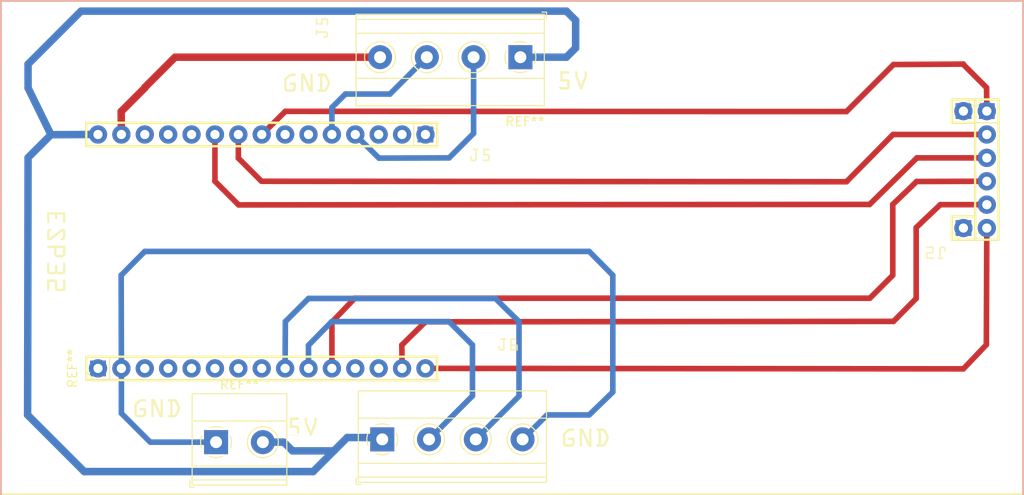
<source format=kicad_pcb>
(kicad_pcb (version 20241229) (generator "pcbnew") (generator_version "9.0")
  (layers (0 "F.Cu" signal) (2 "B.Cu" signal) (13 "F.Paste" user) (15 "B.Paste" user) (5 "F.SilkS" user "F.Silkscreen") (7 "B.SilkS" user "B.Silkscreen") (1 "F.Mask" user) (3 "B.Mask" user) (25 "Edge.Cuts" user))
  (net 0 "")
  (footprint "Connector_PinSocket_2.54mm:PinSocket_1x15_P2.54mm_Vertical" (layer "F.Cu") (at 72.6919 51.3939 -90)
    (property "Reference" "REF**" (hide yes))
    (property "Value" "PinSocket_1x15_P2.54mm_Vertical" (hide yes))
  )
  (footprint "Connector_PinSocket_2.54mm:PinSocket_1x01_P2.54mm_Vertical" (layer "F.Cu") (at 131.1119 61.5539)
    (property "Reference" "REF**" (hide yes))
    (property "Value" "PinSocket_1x01_P2.54mm_Vertical" (hide yes))
  )
  (footprint "mods:TerminalBlock_Phoenix_MKDS-1,5-2-5.08_1x02_P5.08mm_Horizontal" (layer "F.Cu") (at 49.955 84.805)
    (property "Reference" "REF**")
    (property "Value" "TerminalBlock_Phoenix_MKDS-1,5-2-5.08_1x02_P5.08mm_Horizontal" (hide yes))
  )
  (footprint "mods:TerminalBlock_Phoenix_MKDS-1,5-4-5.08_1x04_P5.08mm_Horizontal" (layer "F.Cu") (at 68 84.5)
    (property "Reference" "REF**" (hide yes))
    (property "Value" "TerminalBlock_Phoenix_MKDS-1,5-4-5.08_1x04_P5.08mm_Horizontal" (hide yes))
  )
  (footprint "Connector_PinSocket_2.54mm:PinSocket_1x06_P2.54mm_Vertical" (layer "F.Cu") (at 133.6519 48.8539)
    (property "Reference" "REF**" (hide yes))
    (property "Value" "PinSocket_1x06_P2.54mm_Vertical" (hide yes))
  )
  (footprint "Connector_PinSocket_2.54mm:PinSocket_1x15_P2.54mm_Vertical" (layer "F.Cu") (at 37.1319 76.7939 90)
    (property "Reference" "REF**")
    (property "Value" "PinSocket_1x15_P2.54mm_Vertical" (hide yes))
  )
  (footprint "Connector_PinSocket_2.54mm:PinSocket_1x01_P2.54mm_Vertical" (layer "F.Cu") (at 131.1119 48.8539)
    (property "Reference" "REF**" (hide yes))
    (property "Value" "PinSocket_1x01_P2.54mm_Vertical" (hide yes))
  )
  (footprint "mods:TerminalBlock_Phoenix_MKDS-1,5-4-5.08_1x04_P5.08mm_Horizontal" (layer "F.Cu") (at 83 43 180)
    (property "Reference" "REF**")
    (property "Value" "TerminalBlock_Phoenix_MKDS-1,5-4-5.08_1x04_P5.08mm_Horizontal" (hide yes))
  )
  (gr_circle (center 54.9119 51.3939) (end 55.9025 51.3939) (fill yes) (layer "F.Cu"))
  (gr_circle (center 52.3719 76.7939) (end 53.3625 76.7939) (fill yes) (layer "F.Cu"))
  (gr_circle (center 70.1519 51.3939) (end 71.1425 51.3939) (fill yes) (layer "F.Cu"))
  (gr_circle (center 131.1119 48.8539) (end 132.1025 48.8539) (fill yes) (layer "F.Cu"))
  (gr_circle (center 67.6119 51.3939) (end 68.6025 51.3939) (fill yes) (layer "F.Cu"))
  (gr_circle (center 62.5319 76.7939) (end 63.5225 76.7939) (fill yes) (layer "F.Cu"))
  (gr_circle (center 133.6519 53.9339) (end 134.6425 53.9339) (fill yes) (layer "F.Cu"))
  (gr_circle (center 39.6719 51.3939) (end 40.6625 51.3939) (fill yes) (layer "F.Cu"))
  (gr_circle (center 133.6519 56.4739) (end 134.6425 56.4739) (fill yes) (layer "F.Cu"))
  (gr_circle (center 57.4519 51.3939) (end 58.4425 51.3939) (fill yes) (layer "F.Cu"))
  (gr_circle (center 72.6919 76.7939) (end 73.6825 76.7939) (fill yes) (layer "F.Cu"))
  (gr_circle (center 37.1319 76.7939) (end 38.1225 76.7939) (fill yes) (layer "F.Cu"))
  (gr_circle (center 67.6119 76.7939) (end 68.6025 76.7939) (fill yes) (layer "F.Cu"))
  (gr_circle (center 133.6519 61.5539) (end 134.6425 61.5539) (fill yes) (layer "F.Cu"))
  (gr_circle (center 44.7519 51.3939) (end 45.7425 51.3939) (fill yes) (layer "F.Cu"))
  (gr_circle (center 59.9919 76.7939) (end 60.9825 76.7939) (fill yes) (layer "F.Cu"))
  (gr_circle (center 49.8319 51.3939) (end 50.8225 51.3939) (fill yes) (layer "F.Cu"))
  (gr_circle (center 42.2119 51.3939) (end 43.2025 51.3939) (fill yes) (layer "F.Cu"))
  (gr_circle (center 133.6519 59.0139) (end 134.6425 59.0139) (fill yes) (layer "F.Cu"))
  (gr_circle (center 70.1519 76.7939) (end 71.1425 76.7939) (fill yes) (layer "F.Cu"))
  (gr_circle (center 131.1119 61.5539) (end 132.1025 61.5539) (fill yes) (layer "F.Cu"))
  (gr_circle (center 65.0719 51.3939) (end 66.0625 51.3939) (fill yes) (layer "F.Cu"))
  (gr_circle (center 62.5319 51.3939) (end 63.5225 51.3939) (fill yes) (layer "F.Cu"))
  (gr_circle (center 37.1319 51.3939) (end 38.1225 51.3939) (fill yes) (layer "F.Cu"))
  (gr_circle (center 47.2919 51.3939) (end 48.2825 51.3939) (fill yes) (layer "F.Cu"))
  (gr_circle (center 72.6919 51.3939) (end 73.6825 51.3939) (fill yes) (layer "F.Cu"))
  (gr_circle (center 49.8319 76.7939) (end 50.8225 76.7939) (fill yes) (layer "F.Cu"))
  (gr_circle (center 39.6719 76.7939) (end 40.6625 76.7939) (fill yes) (layer "F.Cu"))
  (gr_circle (center 44.7519 76.7939) (end 45.7425 76.7939) (fill yes) (layer "F.Cu"))
  (gr_circle (center 65.0719 76.7939) (end 66.0625 76.7939) (fill yes) (layer "F.Cu"))
  (gr_circle (center 133.6519 51.3939) (end 134.6425 51.3939) (fill yes) (layer "F.Cu"))
  (gr_circle (center 59.9919 51.3939) (end 60.9825 51.3939) (fill yes) (layer "F.Cu"))
  (gr_circle (center 54.9119 76.7939) (end 55.9025 76.7939) (fill yes) (layer "F.Cu"))
  (gr_circle (center 42.2119 76.7939) (end 43.2025 76.7939) (fill yes) (layer "F.Cu"))
  (gr_circle (center 52.3719 51.3939) (end 53.3625 51.3939) (fill yes) (layer "F.Cu"))
  (gr_circle (center 57.4519 76.7939) (end 58.4425 76.7939) (fill yes) (layer "F.Cu"))
  (gr_circle (center 47.2919 76.7939) (end 48.2825 76.7939) (fill yes) (layer "F.Cu"))
  (gr_circle (center 133.6519 48.8539) (end 134.6425 48.8539) (fill yes) (layer "F.Cu"))
  (gr_circle (center 59.9919 76.7939) (end 60.9825 76.7939) (fill yes) (layer "B.Cu"))
  (gr_circle (center 70.1519 51.3939) (end 71.1425 51.3939) (fill yes) (layer "B.Cu"))
  (gr_circle (center 44.7519 76.7939) (end 45.7425 76.7939) (fill yes) (layer "B.Cu"))
  (gr_circle (center 133.6519 56.4739) (end 134.6425 56.4739) (fill yes) (layer "B.Cu"))
  (gr_circle (center 47.2919 51.3939) (end 48.2825 51.3939) (fill yes) (layer "B.Cu"))
  (gr_circle (center 39.6719 51.3939) (end 40.6625 51.3939) (fill yes) (layer "B.Cu"))
  (gr_circle (center 62.5319 51.3939) (end 63.5225 51.3939) (fill yes) (layer "B.Cu"))
  (gr_circle (center 37.1319 76.7939) (end 38.1225 76.7939) (fill yes) (layer "B.Cu"))
  (gr_circle (center 52.3719 51.3939) (end 53.3625 51.3939) (fill yes) (layer "B.Cu"))
  (gr_circle (center 57.4519 76.7939) (end 58.4425 76.7939) (fill yes) (layer "B.Cu"))
  (gr_circle (center 131.1119 61.5539) (end 132.1025 61.5539) (fill yes) (layer "B.Cu"))
  (gr_circle (center 72.6919 76.7939) (end 73.6825 76.7939) (fill yes) (layer "B.Cu"))
  (gr_circle (center 54.9119 76.7939) (end 55.9025 76.7939) (fill yes) (layer "B.Cu"))
  (gr_circle (center 70.1519 76.7939) (end 71.1425 76.7939) (fill yes) (layer "B.Cu"))
  (gr_circle (center 42.2119 76.7939) (end 43.2025 76.7939) (fill yes) (layer "B.Cu"))
  (gr_circle (center 52.3719 76.7939) (end 53.3625 76.7939) (fill yes) (layer "B.Cu"))
  (gr_circle (center 37.1319 51.3939) (end 38.1225 51.3939) (fill yes) (layer "B.Cu"))
  (gr_circle (center 67.6119 51.3939) (end 68.6025 51.3939) (fill yes) (layer "B.Cu"))
  (gr_circle (center 72.6919 51.3939) (end 73.6825 51.3939) (fill yes) (layer "B.Cu"))
  (gr_circle (center 47.2919 76.7939) (end 48.2825 76.7939) (fill yes) (layer "B.Cu"))
  (gr_circle (center 133.6519 59.0139) (end 134.6425 59.0139) (fill yes) (layer "B.Cu"))
  (gr_circle (center 67.6119 76.7939) (end 68.6025 76.7939) (fill yes) (layer "B.Cu"))
  (gr_circle (center 133.6519 61.5539) (end 134.6425 61.5539) (fill yes) (layer "B.Cu"))
  (gr_circle (center 59.9919 51.3939) (end 60.9825 51.3939) (fill yes) (layer "B.Cu"))
  (gr_circle (center 57.4519 51.3939) (end 58.4425 51.3939) (fill yes) (layer "B.Cu"))
  (gr_circle (center 44.7519 51.3939) (end 45.7425 51.3939) (fill yes) (layer "B.Cu"))
  (gr_circle (center 39.6719 76.7939) (end 40.6625 76.7939) (fill yes) (layer "B.Cu"))
  (gr_circle (center 49.8319 76.7939) (end 50.8225 76.7939) (fill yes) (layer "B.Cu"))
  (gr_circle (center 62.5319 76.7939) (end 63.5225 76.7939) (fill yes) (layer "B.Cu"))
  (gr_circle (center 42.2119 51.3939) (end 43.2025 51.3939) (fill yes) (layer "B.Cu"))
  (gr_circle (center 133.6519 53.9339) (end 134.6425 53.9339) (fill yes) (layer "B.Cu"))
  (gr_circle (center 54.9119 51.3939) (end 55.9025 51.3939) (fill yes) (layer "B.Cu"))
  (gr_circle (center 133.6519 51.3939) (end 134.6425 51.3939) (fill yes) (layer "B.Cu"))
  (gr_circle (center 65.0719 76.7939) (end 66.0625 76.7939) (fill yes) (layer "B.Cu"))
  (gr_circle (center 49.8319 51.3939) (end 50.8225 51.3939) (fill yes) (layer "B.Cu"))
  (gr_circle (center 131.1119 48.8539) (end 132.1025 48.8539) (fill yes) (layer "B.Cu"))
  (gr_circle (center 133.6519 48.8539) (end 134.6425 48.8539) (fill yes) (layer "B.Cu"))
  (gr_circle (center 65.0719 51.3939) (end 66.0625 51.3939) (fill yes) (layer "B.Cu"))
  (gr_poly (pts (xy 26.502 70.6344) (xy 26.502 70.609) (xy 26.6798 70.609) (xy 26.7052 70.609) (xy 26.7052 70.6344) (xy 26.5274 70.6344)) (fill yes) (layer "F.SilkS"))
  (gr_poly (pts (xy 33.3222 63.8272) (xy 33.3222 63.8018) (xy 33.5508 63.8018) (xy 33.5762 63.8018) (xy 33.5762 63.8272) (xy 33.3476 63.8272)) (fill yes) (layer "F.SilkS"))
  (gr_poly (pts (xy 137.5 58.1884) (xy 137.5 58.163) (xy 137.6778 58.163) (xy 137.7032 58.163) (xy 137.7032 58.1884) (xy 137.5254 58.1884)) (fill yes) (layer "F.SilkS"))
  (gr_poly (pts (xy 137.5 53.0576) (xy 137.5 53.0322) (xy 137.6778 53.0322) (xy 137.7032 53.0322) (xy 137.7032 53.0576) (xy 137.5254 53.0576)) (fill yes) (layer "F.SilkS"))
  (gr_poly (pts (xy 61.3508 38.9606) (xy 61.3508 38.9352) (xy 61.5032 38.9352) (xy 61.5286 38.9352) (xy 61.5286 38.9606) (xy 61.3762 38.9606)) (fill yes) (layer "F.SilkS"))
  (gr_poly (pts (xy 137.5 56.3088) (xy 137.5 56.2834) (xy 137.6778 56.2834) (xy 137.7032 56.2834) (xy 137.7032 56.3088) (xy 137.5254 56.3088)) (fill yes) (layer "F.SilkS"))
  (gr_poly (pts (xy 130.4896 62.6842) (xy 130.4896 62.6588) (xy 130.642 62.6588) (xy 130.6674 62.6588) (xy 130.6674 62.6842) (xy 130.515 62.6842)) (fill yes) (layer "F.SilkS"))
  (gr_poly (pts (xy 26.502 62.9128) (xy 26.502 62.8874) (xy 26.6798 62.8874) (xy 26.7052 62.8874) (xy 26.7052 62.9128) (xy 26.5274 62.9128)) (fill yes) (layer "F.SilkS"))
  (gr_poly (pts (xy 32.4586 66.164) (xy 32.4586 66.1386) (xy 32.6872 66.1386) (xy 32.7126 66.1386) (xy 32.7126 66.164) (xy 32.484 66.164)) (fill yes) (layer "F.SilkS"))
  (gr_poly (pts (xy 137.5 80.5658) (xy 137.5 80.5404) (xy 137.6778 80.5404) (xy 137.7032 80.5404) (xy 137.7032 80.5658) (xy 137.5254 80.5658)) (fill yes) (layer "F.SilkS"))
  (gr_poly (pts (xy 57.968 83.0762) (xy 57.968 83.0508) (xy 58.857 83.0508) (xy 58.8824 83.0508) (xy 58.8824 83.0762) (xy 57.9934 83.0762)) (fill yes) (layer "F.SilkS"))
  (gr_poly (pts (xy 26.502 61.6936) (xy 26.502 61.6682) (xy 26.6798 61.6682) (xy 26.7052 61.6682) (xy 26.7052 61.6936) (xy 26.5274 61.6936)) (fill yes) (layer "F.SilkS"))
  (gr_poly (pts (xy 26.502 43.9898) (xy 26.502 43.9644) (xy 26.6798 43.9644) (xy 26.7052 43.9644) (xy 26.7052 43.9898) (xy 26.5274 43.9898)) (fill yes) (layer "F.SilkS"))
  (gr_poly (pts (xy 41.0884 80.9666) (xy 41.0884 80.9412) (xy 41.317 80.9412) (xy 41.3424 80.9412) (xy 41.3424 80.9666) (xy 41.1138 80.9666)) (fill yes) (layer "F.SilkS"))
  (gr_poly (pts (xy 137.5 59.6362) (xy 137.5 59.6108) (xy 137.6778 59.6108) (xy 137.7032 59.6108) (xy 137.7032 59.6362) (xy 137.5254 59.6362)) (fill yes) (layer "F.SilkS"))
  (gr_poly (pts (xy 26.502 83.1058) (xy 26.502 83.0804) (xy 26.6798 83.0804) (xy 26.7052 83.0804) (xy 26.7052 83.1058) (xy 26.5274 83.1058)) (fill yes) (layer "F.SilkS"))
  (gr_poly (pts (xy 26.502 85.4934) (xy 26.502 85.468) (xy 26.6798 85.468) (xy 26.7052 85.468) (xy 26.7052 85.4934) (xy 26.5274 85.4934)) (fill yes) (layer "F.SilkS"))
  (gr_poly (pts (xy 81.874 73.784) (xy 81.874 73.7586) (xy 82.0264 73.7586) (xy 82.0518 73.7586) (xy 82.0518 73.784) (xy 81.8994 73.784)) (fill yes) (layer "F.SilkS"))
  (gr_poly (pts (xy 81.874 74.0634) (xy 81.874 74.038) (xy 82.0264 74.038) (xy 82.0518 74.038) (xy 82.0518 74.0634) (xy 81.8994 74.0634)) (fill yes) (layer "F.SilkS"))
  (gr_poly (pts (xy 90.0782 84.6552) (xy 90.0782 84.6298) (xy 90.3576 84.6298) (xy 90.383 84.6298) (xy 90.383 84.6552) (xy 90.1036 84.6552)) (fill yes) (layer "F.SilkS"))
  (gr_poly (pts (xy 26.502 69.6438) (xy 26.502 69.6184) (xy 26.6798 69.6184) (xy 26.7052 69.6184) (xy 26.7052 69.6438) (xy 26.5274 69.6438)) (fill yes) (layer "F.SilkS"))
  (gr_line (start 134.9219 47.5839) (end 132.3819 47.5839) (stroke (width 0.254)) (layer "F.SilkS"))
  (gr_poly (pts (xy 42.9426 82.0334) (xy 42.9426 82.008) (xy 43.1458 82.008) (xy 43.1712 82.008) (xy 43.1712 82.0334) (xy 42.968 82.0334)) (fill yes) (layer "F.SilkS"))
  (gr_poly (pts (xy 87.6398 83.9186) (xy 87.6398 83.8932) (xy 87.9446 83.8932) (xy 87.97 83.8932) (xy 87.97 83.9186) (xy 87.6652 83.9186)) (fill yes) (layer "F.SilkS"))
  (gr_poly (pts (xy 26.502 81.6834) (xy 26.502 81.658) (xy 26.6798 81.658) (xy 26.7052 81.658) (xy 26.7052 81.6834) (xy 26.5274 81.6834)) (fill yes) (layer "F.SilkS"))
  (gr_poly (pts (xy 137.5 67.053) (xy 137.5 67.0276) (xy 137.6778 67.0276) (xy 137.7032 67.0276) (xy 137.7032 67.053) (xy 137.5254 67.053)) (fill yes) (layer "F.SilkS"))
  (gr_poly (pts (xy 137.5 48.9682) (xy 137.5 48.9428) (xy 137.6778 48.9428) (xy 137.7032 48.9428) (xy 137.7032 48.9682) (xy 137.5254 48.9682)) (fill yes) (layer "F.SilkS"))
  (gr_poly (pts (xy 26.502 52.9306) (xy 26.502 52.9052) (xy 26.6798 52.9052) (xy 26.7052 52.9052) (xy 26.7052 52.9306) (xy 26.5274 52.9306)) (fill yes) (layer "F.SilkS"))
  (gr_poly (pts (xy 26.502 61.0332) (xy 26.502 61.0078) (xy 26.6798 61.0078) (xy 26.7052 61.0078) (xy 26.7052 61.0332) (xy 26.5274 61.0332)) (fill yes) (layer "F.SilkS"))
  (gr_poly (pts (xy 59.5362 45.484) (xy 59.5362 45.4586) (xy 59.7902 45.4586) (xy 59.8156 45.4586) (xy 59.8156 45.484) (xy 59.5616 45.484)) (fill yes) (layer "F.SilkS"))
  (gr_poly (pts (xy 91.5006 84.071) (xy 91.5006 84.0456) (xy 91.7292 84.0456) (xy 91.7546 84.0456) (xy 91.7546 84.071) (xy 91.526 84.071)) (fill yes) (layer "F.SilkS"))
  (gr_poly (pts (xy 41.5964 80.23) (xy 41.5964 80.2046) (xy 42.3076 80.2046) (xy 42.333 80.2046) (xy 42.333 80.23) (xy 41.6218 80.23)) (fill yes) (layer "F.SilkS"))
  (gr_poly (pts (xy 31.722 61.719) (xy 31.722 61.6936) (xy 32.0268 61.6936) (xy 32.0522 61.6936) (xy 32.0522 61.719) (xy 31.7474 61.719)) (fill yes) (layer "F.SilkS"))
  (gr_poly (pts (xy 89.875 45.2852) (xy 89.875 45.2598) (xy 90.129 45.2598) (xy 90.1544 45.2598) (xy 90.1544 45.2852) (xy 89.9004 45.2852)) (fill yes) (layer "F.SilkS"))
  (gr_poly (pts (xy 26.502 42.796) (xy 26.502 42.7706) (xy 26.6798 42.7706) (xy 26.7052 42.7706) (xy 26.7052 42.796) (xy 26.5274 42.796)) (fill yes) (layer "F.SilkS"))
  (gr_poly (pts (xy 91.272 83.4106) (xy 91.272 83.3852) (xy 92.1356 83.3852) (xy 92.161 83.3852) (xy 92.161 83.4106) (xy 91.2974 83.4106)) (fill yes) (layer "F.SilkS"))
  (gr_poly (pts (xy 90.4592 83.5122) (xy 90.4592 83.4868) (xy 90.6878 83.4868) (xy 90.7132 83.4868) (xy 90.7132 83.5122) (xy 90.4846 83.5122)) (fill yes) (layer "F.SilkS"))
  (gr_poly (pts (xy 61.8476 45.2808) (xy 61.8476 45.2554) (xy 62.1016 45.2554) (xy 62.127 45.2554) (xy 62.127 45.2808) (xy 61.873 45.2808)) (fill yes) (layer "F.SilkS"))
  (gr_poly (pts (xy 26.502 52.067) (xy 26.502 52.0416) (xy 26.6798 52.0416) (xy 26.7052 52.0416) (xy 26.7052 52.067) (xy 26.5274 52.067)) (fill yes) (layer "F.SilkS"))
  (gr_poly (pts (xy 137.5 70.0756) (xy 137.5 70.0502) (xy 137.6778 70.0502) (xy 137.7032 70.0502) (xy 137.7032 70.0756) (xy 137.5254 70.0756)) (fill yes) (layer "F.SilkS"))
  (gr_poly (pts (xy 26.502 58.4424) (xy 26.502 58.417) (xy 26.6798 58.417) (xy 26.7052 58.417) (xy 26.7052 58.4424) (xy 26.5274 58.4424)) (fill yes) (layer "F.SilkS"))
  (gr_poly (pts (xy 137.5 72.641) (xy 137.5 72.6156) (xy 137.6778 72.6156) (xy 137.7032 72.6156) (xy 137.7032 72.641) (xy 137.5254 72.641)) (fill yes) (layer "F.SilkS"))
  (gr_poly (pts (xy 92.3134 84.452) (xy 92.3134 84.4266) (xy 92.542 84.4266) (xy 92.5674 84.4266) (xy 92.5674 84.452) (xy 92.3388 84.452)) (fill yes) (layer "F.SilkS"))
  (gr_poly (pts (xy 26.502 60.0426) (xy 26.502 60.0172) (xy 26.6798 60.0172) (xy 26.7052 60.0172) (xy 26.7052 60.0426) (xy 26.5274 60.0426)) (fill yes) (layer "F.SilkS"))
  (gr_poly (pts (xy 137.5 42.161) (xy 137.5 42.1356) (xy 137.6778 42.1356) (xy 137.7032 42.1356) (xy 137.7032 42.161) (xy 137.5254 42.161)) (fill yes) (layer "F.SilkS"))
  (gr_poly (pts (xy 26.502 75.435) (xy 26.502 75.4096) (xy 26.6798 75.4096) (xy 26.7052 75.4096) (xy 26.7052 75.435) (xy 26.5274 75.435)) (fill yes) (layer "F.SilkS"))
  (gr_poly (pts (xy 137.5 43.7358) (xy 137.5 43.7104) (xy 137.6778 43.7104) (xy 137.7032 43.7104) (xy 137.7032 43.7358) (xy 137.5254 43.7358)) (fill yes) (layer "F.SilkS"))
  (gr_poly (pts (xy 43.8316 82.0842) (xy 43.8316 82.0588) (xy 44.1618 82.0588) (xy 44.1872 82.0588) (xy 44.1872 82.0842) (xy 43.857 82.0842)) (fill yes) (layer "F.SilkS"))
  (gr_poly (pts (xy 137.5 55.9786) (xy 137.5 55.9532) (xy 137.6778 55.9532) (xy 137.7032 55.9532) (xy 137.7032 55.9786) (xy 137.5254 55.9786)) (fill yes) (layer "F.SilkS"))
  (gr_poly (pts (xy 130.388 62.5826) (xy 130.388 62.5572) (xy 130.5404 62.5572) (xy 130.5658 62.5572) (xy 130.5658 62.5826) (xy 130.4134 62.5826)) (fill yes) (layer "F.SilkS"))
  (gr_poly (pts (xy 26.502 75.3334) (xy 26.502 75.308) (xy 26.6798 75.308) (xy 26.7052 75.308) (xy 26.7052 75.3334) (xy 26.5274 75.3334)) (fill yes) (layer "F.SilkS"))
  (gr_poly (pts (xy 137.5 37.7414) (xy 137.5 37.716) (xy 137.6778 37.716) (xy 137.7032 37.716) (xy 137.7032 37.7414) (xy 137.5254 37.7414)) (fill yes) (layer "F.SilkS"))
  (gr_poly (pts (xy 137.5 52.3718) (xy 137.5 52.3464) (xy 137.6778 52.3464) (xy 137.7032 52.3464) (xy 137.7032 52.3718) (xy 137.5254 52.3718)) (fill yes) (layer "F.SilkS"))
  (gr_poly (pts (xy 137.5 68.2468) (xy 137.5 68.2214) (xy 137.6778 68.2214) (xy 137.7032 68.2214) (xy 137.7032 68.2468) (xy 137.5254 68.2468)) (fill yes) (layer "F.SilkS"))
  (gr_poly (pts (xy 90.1036 84.706) (xy 90.1036 84.6806) (xy 90.3576 84.6806) (xy 90.383 84.6806) (xy 90.383 84.706) (xy 90.129 84.706)) (fill yes) (layer "F.SilkS"))
  (gr_poly (pts (xy 137.5 47.7744) (xy 137.5 47.749) (xy 137.6778 47.749) (xy 137.7032 47.749) (xy 137.7032 47.7744) (xy 137.5254 47.7744)) (fill yes) (layer "F.SilkS"))
  (gr_poly (pts (xy 26.502 42.542) (xy 26.502 42.5166) (xy 26.6798 42.5166) (xy 26.7052 42.5166) (xy 26.7052 42.542) (xy 26.5274 42.542)) (fill yes) (layer "F.SilkS"))
  (gr_poly (pts (xy 59.2314 44.7982) (xy 59.2314 44.7728) (xy 59.46 44.7728) (xy 59.4854 44.7728) (xy 59.4854 44.7982) (xy 59.2568 44.7982)) (fill yes) (layer "F.SilkS"))
  (gr_poly (pts (xy 26.502 57.3756) (xy 26.502 57.3502) (xy 26.6798 57.3502) (xy 26.7052 57.3502) (xy 26.7052 57.3756) (xy 26.5274 57.3756)) (fill yes) (layer "F.SilkS"))
  (gr_poly (pts (xy 137.5 48.3078) (xy 137.5 48.2824) (xy 137.6778 48.2824) (xy 137.7032 48.2824) (xy 137.7032 48.3078) (xy 137.5254 48.3078)) (fill yes) (layer "F.SilkS"))
  (gr_poly (pts (xy 26.502 78.6354) (xy 26.502 78.61) (xy 26.6798 78.61) (xy 26.7052 78.61) (xy 26.7052 78.6354) (xy 26.5274 78.6354)) (fill yes) (layer "F.SilkS"))
  (gr_poly (pts (xy 57.968 82.619) (xy 57.968 82.5936) (xy 58.1966 82.5936) (xy 58.222 82.5936) (xy 58.222 82.619) (xy 57.9934 82.619)) (fill yes) (layer "F.SilkS"))
  (gr_poly (pts (xy 26.502 84.0456) (xy 26.502 84.0202) (xy 26.6798 84.0202) (xy 26.7052 84.0202) (xy 26.7052 84.0456) (xy 26.5274 84.0456)) (fill yes) (layer "F.SilkS"))
  (gr_poly (pts (xy 43.9332 81.5254) (xy 43.9332 81.5) (xy 44.1618 81.5) (xy 44.1872 81.5) (xy 44.1872 81.5254) (xy 43.9586 81.5254)) (fill yes) (layer "F.SilkS"))
  (gr_poly (pts (xy 137.5 46.0726) (xy 137.5 46.0472) (xy 137.6778 46.0472) (xy 137.7032 46.0472) (xy 137.7032 46.0726) (xy 137.5254 46.0726)) (fill yes) (layer "F.SilkS"))
  (gr_poly (pts (xy 61.9604 39.2908) (xy 61.9604 39.2654) (xy 62.1128 39.2654) (xy 62.1382 39.2654) (xy 62.1382 39.2908) (xy 61.9858 39.2908)) (fill yes) (layer "F.SilkS"))
  (gr_poly (pts (xy 137.5 84.325) (xy 137.5 84.2996) (xy 137.6778 84.2996) (xy 137.7032 84.2996) (xy 137.7032 84.325) (xy 137.5254 84.325)) (fill yes) (layer "F.SilkS"))
  (gr_poly (pts (xy 137.5 85.3156) (xy 137.5 85.2902) (xy 137.6778 85.2902) (xy 137.7032 85.2902) (xy 137.7032 85.3156) (xy 137.5254 85.3156)) (fill yes) (layer "F.SilkS"))
  (gr_poly (pts (xy 90.002 84.452) (xy 90.002 84.4266) (xy 90.256 84.4266) (xy 90.2814 84.4266) (xy 90.2814 84.452) (xy 90.0274 84.452)) (fill yes) (layer "F.SilkS"))
  (gr_poly (pts (xy 137.5 68.6278) (xy 137.5 68.6024) (xy 137.6778 68.6024) (xy 137.7032 68.6024) (xy 137.7032 68.6278) (xy 137.5254 68.6278)) (fill yes) (layer "F.SilkS"))
  (gr_poly (pts (xy 92.2372 84.0456) (xy 92.2372 84.0202) (xy 92.4912 84.0202) (xy 92.5166 84.0202) (xy 92.5166 84.0456) (xy 92.2626 84.0456)) (fill yes) (layer "F.SilkS"))
  (gr_poly (pts (xy 26.502 86.4332) (xy 26.502 86.4078) (xy 26.6798 86.4078) (xy 26.7052 86.4078) (xy 26.7052 86.4332) (xy 26.5274 86.4332)) (fill yes) (layer "F.SilkS"))
  (gr_poly (pts (xy 26.502 83.055) (xy 26.502 83.0296) (xy 26.6798 83.0296) (xy 26.7052 83.0296) (xy 26.7052 83.055) (xy 26.5274 83.055)) (fill yes) (layer "F.SilkS"))
  (gr_poly (pts (xy 60.1966 45.5348) (xy 60.1966 45.5094) (xy 60.4252 45.5094) (xy 60.4506 45.5094) (xy 60.4506 45.5348) (xy 60.222 45.5348)) (fill yes) (layer "F.SilkS"))
  (gr_poly (pts (xy 87.6906 83.8424) (xy 87.6906 83.817) (xy 88.0208 83.817) (xy 88.0462 83.817) (xy 88.0462 83.8424) (xy 87.716 83.8424)) (fill yes) (layer "F.SilkS"))
  (gr_poly (pts (xy 60.6096 82.4158) (xy 60.6096 82.3904) (xy 60.8382 82.3904) (xy 60.8636 82.3904) (xy 60.8636 82.4158) (xy 60.635 82.4158)) (fill yes) (layer "F.SilkS"))
  (gr_poly (pts (xy 26.502 82.6232) (xy 26.502 82.5978) (xy 26.6798 82.5978) (xy 26.7052 82.5978) (xy 26.7052 82.6232) (xy 26.5274 82.6232)) (fill yes) (layer "F.SilkS"))
  (gr_poly (pts (xy 137.5 56.893) (xy 137.5 56.8676) (xy 137.6778 56.8676) (xy 137.7032 56.8676) (xy 137.7032 56.893) (xy 137.5254 56.893)) (fill yes) (layer "F.SilkS"))
  (gr_poly (pts (xy 26.502 83.9948) (xy 26.502 83.9694) (xy 26.6798 83.9694) (xy 26.7052 83.9694) (xy 26.7052 83.9948) (xy 26.5274 83.9948)) (fill yes) (layer "F.SilkS"))
  (gr_poly (pts (xy 31.595 60.6776) (xy 31.595 60.6522) (xy 31.8236 60.6522) (xy 31.849 60.6522) (xy 31.849 60.6776) (xy 31.6204 60.6776)) (fill yes) (layer "F.SilkS"))
  (gr_poly (pts (xy 26.502 83.9694) (xy 26.502 83.944) (xy 26.6798 83.944) (xy 26.7052 83.944) (xy 26.7052 83.9694) (xy 26.5274 83.9694)) (fill yes) (layer "F.SilkS"))
  (gr_poly (pts (xy 26.502 88.3128) (xy 26.502 88.2874) (xy 26.6798 88.2874) (xy 26.7052 88.2874) (xy 26.7052 88.3128) (xy 26.5274 88.3128)) (fill yes) (layer "F.SilkS"))
  (gr_poly (pts (xy 137.5 86.103) (xy 137.5 86.0776) (xy 137.6778 86.0776) (xy 137.7032 86.0776) (xy 137.7032 86.103) (xy 137.5254 86.103)) (fill yes) (layer "F.SilkS"))
  (gr_poly (pts (xy 137.5 60.1696) (xy 137.5 60.1442) (xy 137.6778 60.1442) (xy 137.7032 60.1442) (xy 137.7032 60.1696) (xy 137.5254 60.1696)) (fill yes) (layer "F.SilkS"))
  (gr_poly (pts (xy 60.3048 83.4826) (xy 60.3048 83.4572) (xy 60.5588 83.4572) (xy 60.5842 83.4572) (xy 60.5842 83.4826) (xy 60.3302 83.4826)) (fill yes) (layer "F.SilkS"))
  (gr_poly (pts (xy 137.5 72.768) (xy 137.5 72.7426) (xy 137.6778 72.7426) (xy 137.7032 72.7426) (xy 137.7032 72.768) (xy 137.5254 72.768)) (fill yes) (layer "F.SilkS"))
  (gr_poly (pts (xy 130.2356 62.4302) (xy 130.2356 62.4048) (xy 130.3626 62.4048) (xy 130.388 62.4048) (xy 130.388 62.4302) (xy 130.261 62.4302)) (fill yes) (layer "F.SilkS"))
  (gr_poly (pts (xy 44.9746 80.8142) (xy 44.9746 80.7888) (xy 45.2032 80.7888) (xy 45.2286 80.7888) (xy 45.2286 80.8142) (xy 45 80.8142)) (fill yes) (layer "F.SilkS"))
  (gr_poly (pts (xy 137.5 70.7614) (xy 137.5 70.736) (xy 137.6778 70.736) (xy 137.7032 70.736) (xy 137.7032 70.7614) (xy 137.5254 70.7614)) (fill yes) (layer "F.SilkS"))
  (gr_poly (pts (xy 26.502 54.353) (xy 26.502 54.3276) (xy 26.6798 54.3276) (xy 26.7052 54.3276) (xy 26.7052 54.353) (xy 26.5274 54.353)) (fill yes) (layer "F.SilkS"))
  (gr_poly (pts (xy 26.502 40.7132) (xy 26.502 40.6878) (xy 26.6798 40.6878) (xy 26.7052 40.6878) (xy 26.7052 40.7132) (xy 26.5274 40.7132)) (fill yes) (layer "F.SilkS"))
  (gr_poly (pts (xy 87.335 45.5392) (xy 87.335 45.5138) (xy 88.2748 45.5138) (xy 88.3002 45.5138) (xy 88.3002 45.5392) (xy 87.3604 45.5392)) (fill yes) (layer "F.SilkS"))
  (gr_poly (pts (xy 26.502 76.4764) (xy 26.502 76.451) (xy 26.6798 76.451) (xy 26.7052 76.451) (xy 26.7052 76.4764) (xy 26.5274 76.4764)) (fill yes) (layer "F.SilkS"))
  (gr_poly (pts (xy 26.502 49.527) (xy 26.502 49.5016) (xy 26.6798 49.5016) (xy 26.7052 49.5016) (xy 26.7052 49.527) (xy 26.5274 49.527)) (fill yes) (layer "F.SilkS"))
  (gr_poly (pts (xy 137.5 75.0794) (xy 137.5 75.054) (xy 137.6778 75.054) (xy 137.7032 75.054) (xy 137.7032 75.0794) (xy 137.5254 75.0794)) (fill yes) (layer "F.SilkS"))
  (gr_poly (pts (xy 43.9332 80.2046) (xy 43.9332 80.1792) (xy 44.1364 80.1792) (xy 44.1618 80.1792) (xy 44.1618 80.2046) (xy 43.9586 80.2046)) (fill yes) (layer "F.SilkS"))
  (gr_poly (pts (xy 137.5 60.195) (xy 137.5 60.1696) (xy 137.6778 60.1696) (xy 137.7032 60.1696) (xy 137.7032 60.195) (xy 137.5254 60.195)) (fill yes) (layer "F.SilkS"))
  (gr_poly (pts (xy 42.9172 80.865) (xy 42.9172 80.8396) (xy 43.1458 80.8396) (xy 43.1712 80.8396) (xy 43.1712 80.865) (xy 42.9426 80.865)) (fill yes) (layer "F.SilkS"))
  (gr_poly (pts (xy 89.748 83.8678) (xy 89.748 83.8424) (xy 90.002 83.8424) (xy 90.0274 83.8424) (xy 90.0274 83.8678) (xy 89.7734 83.8678)) (fill yes) (layer "F.SilkS"))
  (gr_poly (pts (xy 41.0884 81.246) (xy 41.0884 81.2206) (xy 41.317 81.2206) (xy 41.3424 81.2206) (xy 41.3424 81.246) (xy 41.1138 81.246)) (fill yes) (layer "F.SilkS"))
  (gr_poly (pts (xy 137.5 75.2064) (xy 137.5 75.181) (xy 137.6778 75.181) (xy 137.7032 75.181) (xy 137.7032 75.2064) (xy 137.5254 75.2064)) (fill yes) (layer "F.SilkS"))
  (gr_poly (pts (xy 61.9238 45.4332) (xy 61.9238 45.4078) (xy 62.1778 45.4078) (xy 62.2032 45.4078) (xy 62.2032 45.4332) (xy 61.9492 45.4332)) (fill yes) (layer "F.SilkS"))
  (gr_poly (pts (xy 59.6952 82.9746) (xy 59.6952 82.9492) (xy 59.9492 82.9492) (xy 59.9746 82.9492) (xy 59.9746 82.9746) (xy 59.7206 82.9746)) (fill yes) (layer "F.SilkS"))
  (gr_poly (pts (xy 137.5 61.084) (xy 137.5 61.0586) (xy 137.6778 61.0586) (xy 137.7032 61.0586) (xy 137.7032 61.084) (xy 137.5254 61.084)) (fill yes) (layer "F.SilkS"))
  (gr_poly (pts (xy 137.5 72.9204) (xy 137.5 72.895) (xy 137.6778 72.895) (xy 137.7032 72.895) (xy 137.7032 72.9204) (xy 137.5254 72.9204)) (fill yes) (layer "F.SilkS"))
  (gr_poly (pts (xy 42.968 82.0842) (xy 42.968 82.0588) (xy 43.095 82.0588) (xy 43.1204 82.0588) (xy 43.1204 82.0842) (xy 42.9934 82.0842)) (fill yes) (layer "F.SilkS"))
  (gr_poly (pts (xy 45.4826 80.4332) (xy 45.4826 80.4078) (xy 45.762 80.4078) (xy 45.7874 80.4078) (xy 45.7874 80.4332) (xy 45.508 80.4332)) (fill yes) (layer "F.SilkS"))
  (gr_poly (pts (xy 137.5 45.0312) (xy 137.5 45.0058) (xy 137.6778 45.0058) (xy 137.7032 45.0058) (xy 137.7032 45.0312) (xy 137.5254 45.0312)) (fill yes) (layer "F.SilkS"))
  (gr_poly (pts (xy 137.5 74.292) (xy 137.5 74.2666) (xy 137.6778 74.2666) (xy 137.7032 74.2666) (xy 137.7032 74.292) (xy 137.5254 74.292)) (fill yes) (layer "F.SilkS"))
  (gr_poly (pts (xy 61.873 45.3062) (xy 61.873 45.2808) (xy 62.127 45.2808) (xy 62.1524 45.2808) (xy 62.1524 45.3062) (xy 61.8984 45.3062)) (fill yes) (layer "F.SilkS"))
  (gr_poly (pts (xy 137.5 84.4012) (xy 137.5 84.3758) (xy 137.6778 84.3758) (xy 137.7032 84.3758) (xy 137.7032 84.4012) (xy 137.5254 84.4012)) (fill yes) (layer "F.SilkS"))
  (gr_poly (pts (xy 137.5 55.2166) (xy 137.5 55.1912) (xy 137.6778 55.1912) (xy 137.7032 55.1912) (xy 137.7032 55.2166) (xy 137.5254 55.2166)) (fill yes) (layer "F.SilkS"))
  (gr_poly (pts (xy 137.5 48.1808) (xy 137.5 48.1554) (xy 137.6778 48.1554) (xy 137.7032 48.1554) (xy 137.7032 48.1808) (xy 137.5254 48.1808)) (fill yes) (layer "F.SilkS"))
  (gr_poly (pts (xy 31.9506 62.608) (xy 31.9506 62.5826) (xy 32.357 62.5826) (xy 32.3824 62.5826) (xy 32.3824 62.608) (xy 31.976 62.608)) (fill yes) (layer "F.SilkS"))
  (gr_poly (pts (xy 137.5 42.8722) (xy 137.5 42.8468) (xy 137.6778 42.8468) (xy 137.7032 42.8468) (xy 137.7032 42.8722) (xy 137.5254 42.8722)) (fill yes) (layer "F.SilkS"))
  (gr_poly (pts (xy 137.5 69.5676) (xy 137.5 69.5422) (xy 137.6778 69.5422) (xy 137.7032 69.5422) (xy 137.7032 69.5676) (xy 137.5254 69.5676)) (fill yes) (layer "F.SilkS"))
  (gr_poly (pts (xy 128.991 63.878) (xy 128.991 63.8526) (xy 129.1434 63.8526) (xy 129.1688 63.8526) (xy 129.1688 63.878) (xy 129.0164 63.878)) (fill yes) (layer "F.SilkS"))
  (gr_line (start 73.9619 75.5239) (end 35.8619 75.5239) (stroke (width 0.254)) (layer "F.SilkS"))
  (gr_poly (pts (xy 26.502 56.7152) (xy 26.502 56.6898) (xy 26.6798 56.6898) (xy 26.7052 56.6898) (xy 26.7052 56.7152) (xy 26.5274 56.7152)) (fill yes) (layer "F.SilkS"))
  (gr_poly (pts (xy 26.502 47.7744) (xy 26.502 47.749) (xy 26.6798 47.749) (xy 26.7052 47.749) (xy 26.7052 47.7744) (xy 26.5274 47.7744)) (fill yes) (layer "F.SilkS"))
  (gr_poly (pts (xy 137.5 83.0296) (xy 137.5 83.0042) (xy 137.6778 83.0042) (xy 137.7032 83.0042) (xy 137.7032 83.0296) (xy 137.5254 83.0296)) (fill yes) (layer "F.SilkS"))
  (gr_poly (pts (xy 26.502 68.1706) (xy 26.502 68.1452) (xy 26.6798 68.1452) (xy 26.7052 68.1452) (xy 26.7052 68.1706) (xy 26.5274 68.1706)) (fill yes) (layer "F.SilkS"))
  (gr_poly (pts (xy 26.502 65.8846) (xy 26.502 65.8592) (xy 26.6798 65.8592) (xy 26.7052 65.8592) (xy 26.7052 65.8846) (xy 26.5274 65.8846)) (fill yes) (layer "F.SilkS"))
  (gr_poly (pts (xy 57.4026 45.3316) (xy 57.4026 45.3062) (xy 57.7328 45.3062) (xy 57.7582 45.3062) (xy 57.7582 45.3316) (xy 57.428 45.3316)) (fill yes) (layer "F.SilkS"))
  (gr_poly (pts (xy 26.502 42.7452) (xy 26.502 42.7198) (xy 26.6798 42.7198) (xy 26.7052 42.7198) (xy 26.7052 42.7452) (xy 26.5274 42.7452)) (fill yes) (layer "F.SilkS"))
  (gr_poly (pts (xy 137.5 55.6992) (xy 137.5 55.6738) (xy 137.6778 55.6738) (xy 137.7032 55.6738) (xy 137.7032 55.6992) (xy 137.5254 55.6992)) (fill yes) (layer "F.SilkS"))
  (gr_poly (pts (xy 26.502 51.3304) (xy 26.502 51.305) (xy 26.6798 51.305) (xy 26.7052 51.305) (xy 26.7052 51.3304) (xy 26.5274 51.3304)) (fill yes) (layer "F.SilkS"))
  (gr_poly (pts (xy 26.502 42.161) (xy 26.502 42.1356) (xy 26.6798 42.1356) (xy 26.7052 42.1356) (xy 26.7052 42.161) (xy 26.5274 42.161)) (fill yes) (layer "F.SilkS"))
  (gr_poly (pts (xy 127.0352 64.7924) (xy 127.0352 64.767) (xy 127.848 64.767) (xy 127.8734 64.767) (xy 127.8734 64.7924) (xy 127.0606 64.7924)) (fill yes) (layer "F.SilkS"))
  (gr_poly (pts (xy 26.502 49.3492) (xy 26.502 49.3238) (xy 26.6798 49.3238) (xy 26.7052 49.3238) (xy 26.7052 49.3492) (xy 26.5274 49.3492)) (fill yes) (layer "F.SilkS"))
  (gr_poly (pts (xy 92.3134 84.198) (xy 92.3134 84.1726) (xy 92.542 84.1726) (xy 92.5674 84.1726) (xy 92.5674 84.198) (xy 92.3388 84.198)) (fill yes) (layer "F.SilkS"))
  (gr_poly (pts (xy 137.5 50.8224) (xy 137.5 50.797) (xy 137.6778 50.797) (xy 137.7032 50.797) (xy 137.7032 50.8224) (xy 137.5254 50.8224)) (fill yes) (layer "F.SilkS"))
  (gr_poly (pts (xy 137.5 40.2052) (xy 137.5 40.1798) (xy 137.6778 40.1798) (xy 137.7032 40.1798) (xy 137.7032 40.2052) (xy 137.5254 40.2052)) (fill yes) (layer "F.SilkS"))
  (gr_poly (pts (xy 26.502 53.3624) (xy 26.502 53.337) (xy 26.6798 53.337) (xy 26.7052 53.337) (xy 26.7052 53.3624) (xy 26.5274 53.3624)) (fill yes) (layer "F.SilkS"))
  (gr_poly (pts (xy 137.5 54.099) (xy 137.5 54.0736) (xy 137.6778 54.0736) (xy 137.7032 54.0736) (xy 137.7032 54.099) (xy 137.5254 54.099)) (fill yes) (layer "F.SilkS"))
  (gr_poly (pts (xy 33.3222 67.4086) (xy 33.3222 67.3832) (xy 33.5508 67.3832) (xy 33.5762 67.3832) (xy 33.5762 67.4086) (xy 33.3476 67.4086)) (fill yes) (layer "F.SilkS"))
  (gr_poly (pts (xy 137.5 44.0914) (xy 137.5 44.066) (xy 137.6778 44.066) (xy 137.7032 44.066) (xy 137.7032 44.0914) (xy 137.5254 44.0914)) (fill yes) (layer "F.SilkS"))
  (gr_poly (pts (xy 26.502 52.702) (xy 26.502 52.6766) (xy 26.6798 52.6766) (xy 26.7052 52.6766) (xy 26.7052 52.702) (xy 26.5274 52.702)) (fill yes) (layer "F.SilkS"))
  (gr_poly (pts (xy 61.3508 39.2908) (xy 61.3508 39.2654) (xy 61.5032 39.2654) (xy 61.5286 39.2654) (xy 61.5286 39.2908) (xy 61.3762 39.2908)) (fill yes) (layer "F.SilkS"))
  (gr_poly (pts (xy 92.1864 83.944) (xy 92.1864 83.9186) (xy 92.4404 83.9186) (xy 92.4658 83.9186) (xy 92.4658 83.944) (xy 92.2118 83.944)) (fill yes) (layer "F.SilkS"))
  (gr_poly (pts (xy 26.502 64.4114) (xy 26.502 64.386) (xy 26.6798 64.386) (xy 26.7052 64.386) (xy 26.7052 64.4114) (xy 26.5274 64.4114)) (fill yes) (layer "F.SilkS"))
  (gr_poly (pts (xy 137.5 59.687) (xy 137.5 59.6616) (xy 137.6778 59.6616) (xy 137.7032 59.6616) (xy 137.7032 59.687) (xy 137.5254 59.687)) (fill yes) (layer "F.SilkS"))
  (gr_poly (pts (xy 137.5 74.8762) (xy 137.5 74.8508) (xy 137.6778 74.8508) (xy 137.7032 74.8508) (xy 137.7032 74.8762) (xy 137.5254 74.8762)) (fill yes) (layer "F.SilkS"))
  (gr_poly (pts (xy 26.502 58.4932) (xy 26.502 58.4678) (xy 26.6798 58.4678) (xy 26.7052 58.4678) (xy 26.7052 58.4932) (xy 26.5274 58.4932)) (fill yes) (layer "F.SilkS"))
  (gr_poly (pts (xy 90.4592 84.4266) (xy 90.4592 84.4012) (xy 90.6878 84.4012) (xy 90.7132 84.4012) (xy 90.7132 84.4266) (xy 90.4846 84.4266)) (fill yes) (layer "F.SilkS"))
  (gr_poly (pts (xy 45.635 80.7126) (xy 45.635 80.6872) (xy 45.889 80.6872) (xy 45.9144 80.6872) (xy 45.9144 80.7126) (xy 45.6604 80.7126)) (fill yes) (layer "F.SilkS"))
  (gr_poly (pts (xy 26.502 88.2874) (xy 26.502 88.262) (xy 26.6798 88.262) (xy 26.7052 88.262) (xy 26.7052 88.2874) (xy 26.5274 88.2874)) (fill yes) (layer "F.SilkS"))
  (gr_poly (pts (xy 26.502 64.8178) (xy 26.502 64.7924) (xy 26.6798 64.7924) (xy 26.7052 64.7924) (xy 26.7052 64.8178) (xy 26.5274 64.8178)) (fill yes) (layer "F.SilkS"))
  (gr_poly (pts (xy 26.502 41.9832) (xy 26.502 41.9578) (xy 26.6798 41.9578) (xy 26.7052 41.9578) (xy 26.7052 41.9832) (xy 26.5274 41.9832)) (fill yes) (layer "F.SilkS"))
  (gr_poly (pts (xy 26.502 85.7728) (xy 26.502 85.7474) (xy 26.6798 85.7474) (xy 26.7052 85.7474) (xy 26.7052 85.7728) (xy 26.5274 85.7728)) (fill yes) (layer "F.SilkS"))
  (gr_poly (pts (xy 26.502 59.7886) (xy 26.502 59.7632) (xy 26.6798 59.7632) (xy 26.7052 59.7632) (xy 26.7052 59.7886) (xy 26.5274 59.7886)) (fill yes) (layer "F.SilkS"))
  (gr_poly (pts (xy 137.5 44.2692) (xy 137.5 44.2438) (xy 137.6778 44.2438) (xy 137.7032 44.2438) (xy 137.7032 44.2692) (xy 137.5254 44.2692)) (fill yes) (layer "F.SilkS"))
  (gr_poly (pts (xy 26.502 45.1074) (xy 26.502 45.082) (xy 26.6798 45.082) (xy 26.7052 45.082) (xy 26.7052 45.1074) (xy 26.5274 45.1074)) (fill yes) (layer "F.SilkS"))
  (gr_poly (pts (xy 33.119 62.735) (xy 33.119 62.7096) (xy 33.5 62.7096) (xy 33.5254 62.7096) (xy 33.5254 62.735) (xy 33.1444 62.735)) (fill yes) (layer "F.SilkS"))
  (gr_poly (pts (xy 137.5 87.5508) (xy 137.5 87.5254) (xy 137.6778 87.5254) (xy 137.7032 87.5254) (xy 137.7032 87.5508) (xy 137.5254 87.5508)) (fill yes) (layer "F.SilkS"))
  (gr_poly (pts (xy 26.502 52.8544) (xy 26.502 52.829) (xy 26.6798 52.829) (xy 26.7052 52.829) (xy 26.7052 52.8544) (xy 26.5274 52.8544)) (fill yes) (layer "F.SilkS"))
  (gr_poly (pts (xy 60.7666 40.1798) (xy 60.7666 40.1544) (xy 60.919 40.1544) (xy 60.9444 40.1544) (xy 60.9444 40.1798) (xy 60.792 40.1798)) (fill yes) (layer "F.SilkS"))
  (gr_poly (pts (xy 26.502 51.4574) (xy 26.502 51.432) (xy 26.6798 51.432) (xy 26.7052 51.432) (xy 26.7052 51.4574) (xy 26.5274 51.4574)) (fill yes) (layer "F.SilkS"))
  (gr_poly (pts (xy 137.5 75.9176) (xy 137.5 75.8922) (xy 137.6778 75.8922) (xy 137.7032 75.8922) (xy 137.7032 75.9176) (xy 137.5254 75.9176)) (fill yes) (layer "F.SilkS"))
  (gr_poly (pts (xy 60.7666 38.986) (xy 60.7666 38.9606) (xy 60.919 38.9606) (xy 60.9444 38.9606) (xy 60.9444 38.986) (xy 60.792 38.986)) (fill yes) (layer "F.SilkS"))
  (gr_poly (pts (xy 61.111 44.7982) (xy 61.111 44.7728) (xy 61.6444 44.7728) (xy 61.6698 44.7728) (xy 61.6698 44.7982) (xy 61.1364 44.7982)) (fill yes) (layer "F.SilkS"))
  (gr_poly (pts (xy 59.1806 45.23) (xy 59.1806 45.2046) (xy 59.6886 45.2046) (xy 59.714 45.2046) (xy 59.714 45.23) (xy 59.206 45.23)) (fill yes) (layer "F.SilkS"))
  (gr_poly (pts (xy 137.5 51.9908) (xy 137.5 51.9654) (xy 137.6778 51.9654) (xy 137.7032 51.9654) (xy 137.7032 51.9908) (xy 137.5254 51.9908)) (fill yes) (layer "F.SilkS"))
  (gr_poly (pts (xy 26.502 64.9194) (xy 26.502 64.894) (xy 26.6798 64.894) (xy 26.7052 64.894) (xy 26.7052 64.9194) (xy 26.5274 64.9194)) (fill yes) (layer "F.SilkS"))
  (gr_poly (pts (xy 137.5 77.1876) (xy 137.5 77.1622) (xy 137.6778 77.1622) (xy 137.7032 77.1622) (xy 137.7032 77.1876) (xy 137.5254 77.1876)) (fill yes) (layer "F.SilkS"))
  (gr_poly (pts (xy 137.5 45.2344) (xy 137.5 45.209) (xy 137.6778 45.209) (xy 137.7032 45.209) (xy 137.7032 45.2344) (xy 137.5254 45.2344)) (fill yes) (layer "F.SilkS"))
  (gr_poly (pts (xy 57.682 45.0522) (xy 57.682 45.0268) (xy 58.4694 45.0268) (xy 58.4948 45.0268) (xy 58.4948 45.0522) (xy 57.7074 45.0522)) (fill yes) (layer "F.SilkS"))
  (gr_poly (pts (xy 26.502 81.2262) (xy 26.502 81.2008) (xy 26.6798 81.2008) (xy 26.7052 81.2008) (xy 26.7052 81.2262) (xy 26.5274 81.2262)) (fill yes) (layer "F.SilkS"))
  (gr_poly (pts (xy 137.5 69.9486) (xy 137.5 69.9232) (xy 137.6778 69.9232) (xy 137.7032 69.9232) (xy 137.7032 69.9486) (xy 137.5254 69.9486)) (fill yes) (layer "F.SilkS"))
  (gr_poly (pts (xy 128.483 64.0304) (xy 128.483 64.005) (xy 128.6354 64.005) (xy 128.6608 64.005) (xy 128.6608 64.0304) (xy 128.5084 64.0304)) (fill yes) (layer "F.SilkS"))
  (gr_poly (pts (xy 61.238 46.4492) (xy 61.238 46.4238) (xy 61.4666 46.4238) (xy 61.492 46.4238) (xy 61.492 46.4492) (xy 61.2634 46.4492)) (fill yes) (layer "F.SilkS"))
  (gr_poly (pts (xy 26.502 80.5404) (xy 26.502 80.515) (xy 26.6798 80.515) (xy 26.7052 80.515) (xy 26.7052 80.5404) (xy 26.5274 80.5404)) (fill yes) (layer "F.SilkS"))
  (gr_poly (pts (xy 33.3222 68.0944) (xy 33.3222 68.069) (xy 33.5508 68.069) (xy 33.5762 68.069) (xy 33.5762 68.0944) (xy 33.3476 68.0944)) (fill yes) (layer "F.SilkS"))
  (gr_poly (pts (xy 31.595 66.3164) (xy 31.595 66.291) (xy 31.8236 66.291) (xy 31.849 66.291) (xy 31.849 66.3164) (xy 31.6204 66.3164)) (fill yes) (layer "F.SilkS"))
  (gr_poly (pts (xy 137.5 37.3096) (xy 137.5 37.2842) (xy 137.6778 37.2842) (xy 137.7032 37.2842) (xy 137.7032 37.3096) (xy 137.5254 37.3096)) (fill yes) (layer "F.SilkS"))
  (gr_poly (pts (xy 26.502 38.2748) (xy 26.502 38.2494) (xy 26.6798 38.2494) (xy 26.7052 38.2494) (xy 26.7052 38.2748) (xy 26.5274 38.2748)) (fill yes) (layer "F.SilkS"))
  (gr_poly (pts (xy 33.3222 60.2204) (xy 33.3222 60.195) (xy 33.5508 60.195) (xy 33.5762 60.195) (xy 33.5762 60.2204) (xy 33.3476 60.2204)) (fill yes) (layer "F.SilkS"))
  (gr_poly (pts (xy 58.73 83.8636) (xy 58.73 83.8382) (xy 58.9586 83.8382) (xy 58.984 83.8382) (xy 58.984 83.8636) (xy 58.7554 83.8636)) (fill yes) (layer "F.SilkS"))
  (gr_poly (pts (xy 26.502 52.448) (xy 26.502 52.4226) (xy 26.6798 52.4226) (xy 26.7052 52.4226) (xy 26.7052 52.448) (xy 26.5274 52.448)) (fill yes) (layer "F.SilkS"))
  (gr_poly (pts (xy 137.5 49.1968) (xy 137.5 49.1714) (xy 137.6778 49.1714) (xy 137.7032 49.1714) (xy 137.7032 49.1968) (xy 137.5254 49.1968)) (fill yes) (layer "F.SilkS"))
  (gr_poly (pts (xy 90.4592 83.8424) (xy 90.4592 83.817) (xy 90.6878 83.817) (xy 90.7132 83.817) (xy 90.7132 83.8424) (xy 90.4846 83.8424)) (fill yes) (layer "F.SilkS"))
  (gr_poly (pts (xy 89.9766 44.8026) (xy 89.9766 44.7772) (xy 90.2052 44.7772) (xy 90.2306 44.7772) (xy 90.2306 44.8026) (xy 90.002 44.8026)) (fill yes) (layer "F.SilkS"))
  (gr_poly (pts (xy 26.502 56.8168) (xy 26.502 56.7914) (xy 26.6798 56.7914) (xy 26.7052 56.7914) (xy 26.7052 56.8168) (xy 26.5274 56.8168)) (fill yes) (layer "F.SilkS"))
  (gr_poly (pts (xy 42.9172 81.0174) (xy 42.9172 80.992) (xy 43.1458 80.992) (xy 43.1712 80.992) (xy 43.1712 81.0174) (xy 42.9426 81.0174)) (fill yes) (layer "F.SilkS"))
  (gr_poly (pts (xy 90.1798 84.8584) (xy 90.1798 84.833) (xy 90.6878 84.833) (xy 90.7132 84.833) (xy 90.7132 84.8584) (xy 90.2052 84.8584)) (fill yes) (layer "F.SilkS"))
  (gr_poly (pts (xy 42.9172 81.0936) (xy 42.9172 81.0682) (xy 43.1458 81.0682) (xy 43.1712 81.0682) (xy 43.1712 81.0936) (xy 42.9426 81.0936)) (fill yes) (layer "F.SilkS"))
  (gr_poly (pts (xy 137.5 75.2318) (xy 137.5 75.2064) (xy 137.6778 75.2064) (xy 137.7032 75.2064) (xy 137.7032 75.2318) (xy 137.5254 75.2318)) (fill yes) (layer "F.SilkS"))
  (gr_poly (pts (xy 43.3744 81.0428) (xy 43.3744 81.0174) (xy 43.6284 81.0174) (xy 43.6538 81.0174) (xy 43.6538 81.0428) (xy 43.3998 81.0428)) (fill yes) (layer "F.SilkS"))
  (gr_poly (pts (xy 26.502 50.0096) (xy 26.502 49.9842) (xy 26.6798 49.9842) (xy 26.7052 49.9842) (xy 26.7052 50.0096) (xy 26.5274 50.0096)) (fill yes) (layer "F.SilkS"))
  (gr_poly (pts (xy 130.3372 62.5318) (xy 130.3372 62.5064) (xy 130.4896 62.5064) (xy 130.515 62.5064) (xy 130.515 62.5318) (xy 130.3626 62.5318)) (fill yes) (layer "F.SilkS"))
  (gr_poly (pts (xy 26.502 50.2128) (xy 26.502 50.1874) (xy 26.6798 50.1874) (xy 26.7052 50.1874) (xy 26.7052 50.2128) (xy 26.5274 50.2128)) (fill yes) (layer "F.SilkS"))
  (gr_poly (pts (xy 26.502 41.653) (xy 26.502 41.6276) (xy 26.6798 41.6276) (xy 26.7052 41.6276) (xy 26.7052 41.653) (xy 26.5274 41.653)) (fill yes) (layer "F.SilkS"))
  (gr_poly (pts (xy 26.502 57.4264) (xy 26.502 57.401) (xy 26.6798 57.401) (xy 26.7052 57.401) (xy 26.7052 57.4264) (xy 26.5274 57.4264)) (fill yes) (layer "F.SilkS"))
  (gr_poly (pts (xy 26.502 69.4152) (xy 26.502 69.3898) (xy 26.6798 69.3898) (xy 26.7052 69.3898) (xy 26.7052 69.4152) (xy 26.5274 69.4152)) (fill yes) (layer "F.SilkS"))
  (gr_poly (pts (xy 31.595 60.9062) (xy 31.595 60.8808) (xy 31.8236 60.8808) (xy 31.849 60.8808) (xy 31.849 60.9062) (xy 31.6204 60.9062)) (fill yes) (layer "F.SilkS"))
  (gr_poly (pts (xy 41.5202 80.3062) (xy 41.5202 80.2808) (xy 42.3076 80.2808) (xy 42.333 80.2808) (xy 42.333 80.3062) (xy 41.5456 80.3062)) (fill yes) (layer "F.SilkS"))
  (gr_poly (pts (xy 137.5 70.99) (xy 137.5 70.9646) (xy 137.6778 70.9646) (xy 137.7032 70.9646) (xy 137.7032 70.99) (xy 137.5254 70.99)) (fill yes) (layer "F.SilkS"))
  (gr_poly (pts (xy 26.502 67.6626) (xy 26.502 67.6372) (xy 26.6798 67.6372) (xy 26.7052 67.6372) (xy 26.7052 67.6626) (xy 26.5274 67.6626)) (fill yes) (layer "F.SilkS"))
  (gr_poly (pts (xy 137.5 67.8404) (xy 137.5 67.815) (xy 137.6778 67.815) (xy 137.7032 67.815) (xy 137.7032 67.8404) (xy 137.5254 67.8404)) (fill yes) (layer "F.SilkS"))
  (gr_poly (pts (xy 137.5 51.3558) (xy 137.5 51.3304) (xy 137.6778 51.3304) (xy 137.7032 51.3304) (xy 137.7032 51.3558) (xy 137.5254 51.3558)) (fill yes) (layer "F.SilkS"))
  (gr_poly (pts (xy 26.502 74.419) (xy 26.502 74.3936) (xy 26.6798 74.3936) (xy 26.7052 74.3936) (xy 26.7052 74.419) (xy 26.5274 74.419)) (fill yes) (layer "F.SilkS"))
  (gr_poly (pts (xy 137.5 40.002) (xy 137.5 39.9766) (xy 137.6778 39.9766) (xy 137.7032 39.9766) (xy 137.7032 40.002) (xy 137.5254 40.002)) (fill yes) (layer "F.SilkS"))
  (gr_poly (pts (xy 26.502 71.7266) (xy 26.502 71.7012) (xy 26.6798 71.7012) (xy 26.7052 71.7012) (xy 26.7052 71.7266) (xy 26.5274 71.7266)) (fill yes) (layer "F.SilkS"))
  (gr_poly (pts (xy 137.5 40.4338) (xy 137.5 40.4084) (xy 137.6778 40.4084) (xy 137.7032 40.4084) (xy 137.7032 40.4338) (xy 137.5254 40.4338)) (fill yes) (layer "F.SilkS"))
  (gr_poly (pts (xy 33.3222 64.386) (xy 33.3222 64.3606) (xy 33.5508 64.3606) (xy 33.5762 64.3606) (xy 33.5762 64.386) (xy 33.3476 64.386)) (fill yes) (layer "F.SilkS"))
  (gr_poly (pts (xy 137.5 73.1236) (xy 137.5 73.0982) (xy 137.6778 73.0982) (xy 137.7032 73.0982) (xy 137.7032 73.1236) (xy 137.5254 73.1236)) (fill yes) (layer "F.SilkS"))
  (gr_poly (pts (xy 26.502 45.082) (xy 26.502 45.0566) (xy 26.6798 45.0566) (xy 26.7052 45.0566) (xy 26.7052 45.082) (xy 26.5274 45.082)) (fill yes) (layer "F.SilkS"))
  (gr_poly (pts (xy 26.502 56.9692) (xy 26.502 56.9438) (xy 26.6798 56.9438) (xy 26.7052 56.9438) (xy 26.7052 56.9692) (xy 26.5274 56.9692)) (fill yes) (layer "F.SilkS"))
  (gr_poly (pts (xy 137.5 83.9694) (xy 137.5 83.944) (xy 137.6778 83.944) (xy 137.7032 83.944) (xy 137.7032 83.9694) (xy 137.5254 83.9694)) (fill yes) (layer "F.SilkS"))
  (gr_poly (pts (xy 26.502 50.416) (xy 26.502 50.3906) (xy 26.6798 50.3906) (xy 26.7052 50.3906) (xy 26.7052 50.416) (xy 26.5274 50.416)) (fill yes) (layer "F.SilkS"))
  (gr_poly (pts (xy 90.1544 84.7822) (xy 90.1544 84.7568) (xy 90.4084 84.7568) (xy 90.4338 84.7568) (xy 90.4338 84.7822) (xy 90.1798 84.7822)) (fill yes) (layer "F.SilkS"))
  (gr_poly (pts (xy 26.502 55.4706) (xy 26.502 55.4452) (xy 26.6798 55.4452) (xy 26.7052 55.4452) (xy 26.7052 55.4706) (xy 26.5274 55.4706)) (fill yes) (layer "F.SilkS"))
  (gr_poly (pts (xy 137.5 40.5354) (xy 137.5 40.51) (xy 137.6778 40.51) (xy 137.7032 40.51) (xy 137.7032 40.5354) (xy 137.5254 40.5354)) (fill yes) (layer "F.SilkS"))
  (gr_poly (pts (xy 61.0348 45.0268) (xy 61.0348 45.0014) (xy 61.9746 45.0014) (xy 62 45.0014) (xy 62 45.0268) (xy 61.0602 45.0268)) (fill yes) (layer "F.SilkS"))
  (gr_poly (pts (xy 61.8984 45.3824) (xy 61.8984 45.357) (xy 62.1524 45.357) (xy 62.1778 45.357) (xy 62.1778 45.3824) (xy 61.9238 45.3824)) (fill yes) (layer "F.SilkS"))
  (gr_poly (pts (xy 33.3222 66.164) (xy 33.3222 66.1386) (xy 33.5508 66.1386) (xy 33.5762 66.1386) (xy 33.5762 66.164) (xy 33.3476 66.164)) (fill yes) (layer "F.SilkS"))
  (gr_poly (pts (xy 26.502 74.673) (xy 26.502 74.6476) (xy 26.6798 74.6476) (xy 26.7052 74.6476) (xy 26.7052 74.673) (xy 26.5274 74.673)) (fill yes) (layer "F.SilkS"))
  (gr_poly (pts (xy 80.7564 74.8762) (xy 80.7564 74.8508) (xy 81.0866 74.8508) (xy 81.112 74.8508) (xy 81.112 74.8762) (xy 80.7818 74.8762)) (fill yes) (layer "F.SilkS"))
  (gr_poly (pts (xy 26.502 48.0538) (xy 26.502 48.0284) (xy 26.6798 48.0284) (xy 26.7052 48.0284) (xy 26.7052 48.0538) (xy 26.5274 48.0538)) (fill yes) (layer "F.SilkS"))
  (gr_poly (pts (xy 26.502 53.6164) (xy 26.502 53.591) (xy 26.6798 53.591) (xy 26.7052 53.591) (xy 26.7052 53.6164) (xy 26.5274 53.6164)) (fill yes) (layer "F.SilkS"))
  (gr_poly (pts (xy 89.5194 85.2902) (xy 89.5194 85.2648) (xy 89.621 85.2648) (xy 89.6464 85.2648) (xy 89.6464 85.2902) (xy 89.5448 85.2902)) (fill yes) (layer "F.SilkS"))
  (gr_poly (pts (xy 45.5334 80.5094) (xy 45.5334 80.484) (xy 45.7874 80.484) (xy 45.8128 80.484) (xy 45.8128 80.5094) (xy 45.5588 80.5094)) (fill yes) (layer "F.SilkS"))
  (gr_poly (pts (xy 61.9604 40.5862) (xy 61.9604 40.5608) (xy 62.1128 40.5608) (xy 62.1382 40.5608) (xy 62.1382 40.5862) (xy 61.9858 40.5862)) (fill yes) (layer "F.SilkS"))
  (gr_poly (pts (xy 26.502 79.6006) (xy 26.502 79.5752) (xy 26.6798 79.5752) (xy 26.7052 79.5752) (xy 26.7052 79.6006) (xy 26.5274 79.6006)) (fill yes) (layer "F.SilkS"))
  (gr_poly (pts (xy 137.5 43.8374) (xy 137.5 43.812) (xy 137.6778 43.812) (xy 137.7032 43.812) (xy 137.7032 43.8374) (xy 137.5254 43.8374)) (fill yes) (layer "F.SilkS"))
  (gr_poly (pts (xy 61.8984 46.1952) (xy 61.8984 46.1698) (xy 62.1524 46.1698) (xy 62.1778 46.1698) (xy 62.1778 46.1952) (xy 61.9238 46.1952)) (fill yes) (layer "F.SilkS"))
  (gr_poly (pts (xy 137.5 82.6232) (xy 137.5 82.5978) (xy 137.6778 82.5978) (xy 137.7032 82.5978) (xy 137.7032 82.6232) (xy 137.5254 82.6232)) (fill yes) (layer "F.SilkS"))
  (gr_poly (pts (xy 137.5 90.1924) (xy 137.5 90.167) (xy 137.6778 90.167) (xy 137.7032 90.167) (xy 137.7032 90.1924) (xy 137.5254 90.1924)) (fill yes) (layer "F.SilkS"))
  (gr_poly (pts (xy 127.0352 63.6748) (xy 127.0352 63.6494) (xy 127.8734 63.6494) (xy 127.8988 63.6494) (xy 127.8988 63.6748) (xy 127.0606 63.6748)) (fill yes) (layer "F.SilkS"))
  (gr_poly (pts (xy 32.357 63.9288) (xy 32.357 63.9034) (xy 32.5856 63.9034) (xy 32.611 63.9034) (xy 32.611 63.9288) (xy 32.3824 63.9288)) (fill yes) (layer "F.SilkS"))
  (gr_poly (pts (xy 26.502 48.9428) (xy 26.502 48.9174) (xy 26.6798 48.9174) (xy 26.7052 48.9174) (xy 26.7052 48.9428) (xy 26.5274 48.9428)) (fill yes) (layer "F.SilkS"))
  (gr_poly (pts (xy 31.595 61.973) (xy 31.595 61.9476) (xy 31.8236 61.9476) (xy 31.849 61.9476) (xy 31.849 61.973) (xy 31.6204 61.973)) (fill yes) (layer "F.SilkS"))
  (gr_poly (pts (xy 91.5006 84.5536) (xy 91.5006 84.5282) (xy 91.7292 84.5282) (xy 91.7546 84.5282) (xy 91.7546 84.5536) (xy 91.526 84.5536)) (fill yes) (layer "F.SilkS"))
  (gr_poly (pts (xy 137.5 64.4622) (xy 137.5 64.4368) (xy 137.6778 64.4368) (xy 137.7032 64.4368) (xy 137.7032 64.4622) (xy 137.5254 64.4622)) (fill yes) (layer "F.SilkS"))
  (gr_poly (pts (xy 26.502 80.9976) (xy 26.502 80.9722) (xy 26.6798 80.9722) (xy 26.7052 80.9722) (xy 26.7052 80.9976) (xy 26.5274 80.9976)) (fill yes) (layer "F.SilkS"))
  (gr_poly (pts (xy 26.502 51.0002) (xy 26.502 50.9748) (xy 26.6798 50.9748) (xy 26.7052 50.9748) (xy 26.7052 51.0002) (xy 26.5274 51.0002)) (fill yes) (layer "F.SilkS"))
  (gr_poly (pts (xy 81.874 73.911) (xy 81.874 73.8856) (xy 82.0264 73.8856) (xy 82.0518 73.8856) (xy 82.0518 73.911) (xy 81.8994 73.911)) (fill yes) (layer "F.SilkS"))
  (gr_poly (pts (xy 88.6304 84.8838) (xy 88.6304 84.8584) (xy 88.859 84.8584) (xy 88.8844 84.8584) (xy 88.8844 84.8838) (xy 88.6558 84.8838)) (fill yes) (layer "F.SilkS"))
  (gr_poly (pts (xy 61.7206 45.0776) (xy 61.7206 45.0522) (xy 62 45.0522) (xy 62.0254 45.0522) (xy 62.0254 45.0776) (xy 61.746 45.0776)) (fill yes) (layer "F.SilkS"))
  (gr_poly (pts (xy 26.502 42.3134) (xy 26.502 42.288) (xy 26.6798 42.288) (xy 26.7052 42.288) (xy 26.7052 42.3134) (xy 26.5274 42.3134)) (fill yes) (layer "F.SilkS"))
  (gr_poly (pts (xy 137.5 81.3786) (xy 137.5 81.3532) (xy 137.6778 81.3532) (xy 137.7032 81.3532) (xy 137.7032 81.3786) (xy 137.5254 81.3786)) (fill yes) (layer "F.SilkS"))
  (gr_poly (pts (xy 130.1086 62.3032) (xy 130.1086 62.2778) (xy 130.2356 62.2778) (xy 130.261 62.2778) (xy 130.261 62.3032) (xy 130.134 62.3032)) (fill yes) (layer "F.SilkS"))
  (gr_poly (pts (xy 137.5 73.3014) (xy 137.5 73.276) (xy 137.6778 73.276) (xy 137.7032 73.276) (xy 137.7032 73.3014) (xy 137.5254 73.3014)) (fill yes) (layer "F.SilkS"))
  (gr_poly (pts (xy 31.595 62.1762) (xy 31.595 62.1508) (xy 31.8236 62.1508) (xy 31.849 62.1508) (xy 31.849 62.1762) (xy 31.6204 62.1762)) (fill yes) (layer "F.SilkS"))
  (gr_poly (pts (xy 43.9332 81.5508) (xy 43.9332 81.5254) (xy 44.1618 81.5254) (xy 44.1872 81.5254) (xy 44.1872 81.5508) (xy 43.9586 81.5508)) (fill yes) (layer "F.SilkS"))
  (gr_poly (pts (xy 137.5 58.925) (xy 137.5 58.8996) (xy 137.6778 58.8996) (xy 137.7032 58.8996) (xy 137.7032 58.925) (xy 137.5254 58.925)) (fill yes) (layer "F.SilkS"))
  (gr_poly (pts (xy 33.3222 64.005) (xy 33.3222 63.9796) (xy 33.5508 63.9796) (xy 33.5762 63.9796) (xy 33.5762 64.005) (xy 33.3476 64.005)) (fill yes) (layer "F.SilkS"))
  (gr_poly (pts (xy 26.502 82.7756) (xy 26.502 82.7502) (xy 26.6798 82.7502) (xy 26.7052 82.7502) (xy 26.7052 82.7756) (xy 26.5274 82.7756)) (fill yes) (layer "F.SilkS"))
  (gr_poly (pts (xy 79.5 54) (xy 79.5 53.9746) (xy 79.6524 53.9746) (xy 79.6778 53.9746) (xy 79.6778 54) (xy 79.5254 54)) (fill yes) (layer "F.SilkS"))
  (gr_poly (pts (xy 137.5 39.8242) (xy 137.5 39.7988) (xy 137.6778 39.7988) (xy 137.7032 39.7988) (xy 137.7032 39.8242) (xy 137.5254 39.8242)) (fill yes) (layer "F.SilkS"))
  (gr_poly (pts (xy 26.502 48.8158) (xy 26.502 48.7904) (xy 26.6798 48.7904) (xy 26.7052 48.7904) (xy 26.7052 48.8158) (xy 26.5274 48.8158)) (fill yes) (layer "F.SilkS"))
  (gr_poly (pts (xy 26.502 84.325) (xy 26.502 84.2996) (xy 26.6798 84.2996) (xy 26.7052 84.2996) (xy 26.7052 84.325) (xy 26.5274 84.325)) (fill yes) (layer "F.SilkS"))
  (gr_poly (pts (xy 137.5 38.351) (xy 137.5 38.3256) (xy 137.6778 38.3256) (xy 137.7032 38.3256) (xy 137.7032 38.351) (xy 137.5254 38.351)) (fill yes) (layer "F.SilkS"))
  (gr_poly (pts (xy 43.9332 80.6364) (xy 43.9332 80.611) (xy 44.1618 80.611) (xy 44.1872 80.611) (xy 44.1872 80.6364) (xy 43.9586 80.6364)) (fill yes) (layer "F.SilkS"))
  (gr_poly (pts (xy 89.9766 45.0566) (xy 89.9766 45.0312) (xy 90.2052 45.0312) (xy 90.2306 45.0312) (xy 90.2306 45.0566) (xy 90.002 45.0566)) (fill yes) (layer "F.SilkS"))
  (gr_poly (pts (xy 26.502 54.6324) (xy 26.502 54.607) (xy 26.6798 54.607) (xy 26.7052 54.607) (xy 26.7052 54.6324) (xy 26.5274 54.6324)) (fill yes) (layer "F.SilkS"))
  (gr_poly (pts (xy 26.502 70.3804) (xy 26.502 70.355) (xy 26.6798 70.355) (xy 26.7052 70.355) (xy 26.7052 70.3804) (xy 26.5274 70.3804)) (fill yes) (layer "F.SilkS"))
  (gr_poly (pts (xy 137.5 89.7352) (xy 137.5 89.7098) (xy 137.6778 89.7098) (xy 137.7032 89.7098) (xy 137.7032 89.7352) (xy 137.5254 89.7352)) (fill yes) (layer "F.SilkS"))
  (gr_poly (pts (xy 137.5 55.0388) (xy 137.5 55.0134) (xy 137.6778 55.0134) (xy 137.7032 55.0134) (xy 137.7032 55.0388) (xy 137.5254 55.0388)) (fill yes) (layer "F.SilkS"))
  (gr_poly (pts (xy 43.9332 81.0174) (xy 43.9332 80.992) (xy 44.1618 80.992) (xy 44.1872 80.992) (xy 44.1872 81.0174) (xy 43.9586 81.0174)) (fill yes) (layer "F.SilkS"))
  (gr_poly (pts (xy 33.3222 66.2402) (xy 33.3222 66.2148) (xy 33.5508 66.2148) (xy 33.5762 66.2148) (xy 33.5762 66.2402) (xy 33.3476 66.2402)) (fill yes) (layer "F.SilkS"))
  (gr_poly (pts (xy 32.4332 62.227) (xy 32.4332 62.2016) (xy 32.8396 62.2016) (xy 32.865 62.2016) (xy 32.865 62.227) (xy 32.4586 62.227)) (fill yes) (layer "F.SilkS"))
  (gr_poly (pts (xy 26.502 47.876) (xy 26.502 47.8506) (xy 26.6798 47.8506) (xy 26.7052 47.8506) (xy 26.7052 47.876) (xy 26.5274 47.876)) (fill yes) (layer "F.SilkS"))
  (gr_poly (pts (xy 137.5 87.373) (xy 137.5 87.3476) (xy 137.6778 87.3476) (xy 137.7032 87.3476) (xy 137.7032 87.373) (xy 137.5254 87.373)) (fill yes) (layer "F.SilkS"))
  (gr_poly (pts (xy 81.112 73.784) (xy 81.112 73.7586) (xy 81.2644 73.7586) (xy 81.2898 73.7586) (xy 81.2898 73.784) (xy 81.1374 73.784)) (fill yes) (layer "F.SilkS"))
  (gr_poly (pts (xy 26.502 87.8048) (xy 26.502 87.7794) (xy 26.6798 87.7794) (xy 26.7052 87.7794) (xy 26.7052 87.8048) (xy 26.5274 87.8048)) (fill yes) (layer "F.SilkS"))
  (gr_poly (pts (xy 91.5006 84.0964) (xy 91.5006 84.071) (xy 91.7292 84.071) (xy 91.7546 84.071) (xy 91.7546 84.0964) (xy 91.526 84.0964)) (fill yes) (layer "F.SilkS"))
  (gr_poly (pts (xy 60.7666 40.5608) (xy 60.7666 40.5354) (xy 60.919 40.5354) (xy 60.9444 40.5354) (xy 60.9444 40.5608) (xy 60.792 40.5608)) (fill yes) (layer "F.SilkS"))
  (gr_poly (pts (xy 26.502 84.1472) (xy 26.502 84.1218) (xy 26.6798 84.1218) (xy 26.7052 84.1218) (xy 26.7052 84.1472) (xy 26.5274 84.1472)) (fill yes) (layer "F.SilkS"))
  (gr_poly (pts (xy 61.5794 40.7894) (xy 61.5794 40.764) (xy 62.062 40.764) (xy 62.0874 40.764) (xy 62.0874 40.7894) (xy 61.6048 40.7894)) (fill yes) (layer "F.SilkS"))
  (gr_poly (pts (xy 137.5 83.8932) (xy 137.5 83.8678) (xy 137.6778 83.8678) (xy 137.7032 83.8678) (xy 137.7032 83.8932) (xy 137.5254 83.8932)) (fill yes) (layer "F.SilkS"))
  (gr_poly (pts (xy 41.0884 81.5762) (xy 41.0884 81.5508) (xy 41.317 81.5508) (xy 41.3424 81.5508) (xy 41.3424 81.5762) (xy 41.1138 81.5762)) (fill yes) (layer "F.SilkS"))
  (gr_poly (pts (xy 57.968 82.1872) (xy 57.968 82.1618) (xy 58.9078 82.1618) (xy 58.9332 82.1618) (xy 58.9332 82.1872) (xy 57.9934 82.1872)) (fill yes) (layer "F.SilkS"))
  (gr_poly (pts (xy 137.5 46.987) (xy 137.5 46.9616) (xy 137.6778 46.9616) (xy 137.7032 46.9616) (xy 137.7032 46.987) (xy 137.5254 46.987)) (fill yes) (layer "F.SilkS"))
  (gr_poly (pts (xy 31.595 67.2562) (xy 31.595 67.2308) (xy 32.6364 67.2308) (xy 32.6618 67.2308) (xy 32.6618 67.2562) (xy 31.6204 67.2562)) (fill yes) (layer "F.SilkS"))
  (gr_poly (pts (xy 26.502 67.1292) (xy 26.502 67.1038) (xy 26.6798 67.1038) (xy 26.7052 67.1038) (xy 26.7052 67.1292) (xy 26.5274 67.1292)) (fill yes) (layer "F.SilkS"))
  (gr_poly (pts (xy 89.9766 44.7772) (xy 89.9766 44.7518) (xy 90.2052 44.7518) (xy 90.2306 44.7518) (xy 90.2306 44.7772) (xy 90.002 44.7772)) (fill yes) (layer "F.SilkS"))
  (gr_poly (pts (xy 26.502 53.972) (xy 26.502 53.9466) (xy 26.6798 53.9466) (xy 26.7052 53.9466) (xy 26.7052 53.972) (xy 26.5274 53.972)) (fill yes) (layer "F.SilkS"))
  (gr_poly (pts (xy 26.502 78.483) (xy 26.502 78.4576) (xy 26.6798 78.4576) (xy 26.7052 78.4576) (xy 26.7052 78.483) (xy 26.5274 78.483)) (fill yes) (layer "F.SilkS"))
  (gr_poly (pts (xy 137.5 80.7182) (xy 137.5 80.6928) (xy 137.6778 80.6928) (xy 137.7032 80.6928) (xy 137.7032 80.7182) (xy 137.5254 80.7182)) (fill yes) (layer "F.SilkS"))
  (gr_poly (pts (xy 92.0594 84.9346) (xy 92.0594 84.9092) (xy 92.3388 84.9092) (xy 92.3642 84.9092) (xy 92.3642 84.9346) (xy 92.0848 84.9346)) (fill yes) (layer "F.SilkS"))
  (gr_poly (pts (xy 26.502 40.1544) (xy 26.502 40.129) (xy 26.6798 40.129) (xy 26.7052 40.129) (xy 26.7052 40.1544) (xy 26.5274 40.1544)) (fill yes) (layer "F.SilkS"))
  (gr_poly (pts (xy 26.502 59.6108) (xy 26.502 59.5854) (xy 26.6798 59.5854) (xy 26.7052 59.5854) (xy 26.7052 59.6108) (xy 26.5274 59.6108)) (fill yes) (layer "F.SilkS"))
  (gr_poly (pts (xy 137.5 45.844) (xy 137.5 45.8186) (xy 137.6778 45.8186) (xy 137.7032 45.8186) (xy 137.7032 45.844) (xy 137.5254 45.844)) (fill yes) (layer "F.SilkS"))
  (gr_poly (pts (xy 78.103 53.6698) (xy 78.103 53.6444) (xy 78.2554 53.6444) (xy 78.2808 53.6444) (xy 78.2808 53.6698) (xy 78.1284 53.6698)) (fill yes) (layer "F.SilkS"))
  (gr_poly (pts (xy 137.5 38.7828) (xy 137.5 38.7574) (xy 137.6778 38.7574) (xy 137.7032 38.7574) (xy 137.7032 38.7828) (xy 137.5254 38.7828)) (fill yes) (layer "F.SilkS"))
  (gr_poly (pts (xy 137.5 83.309) (xy 137.5 83.2836) (xy 137.6778 83.2836) (xy 137.7032 83.2836) (xy 137.7032 83.309) (xy 137.5254 83.309)) (fill yes) (layer "F.SilkS"))
  (gr_poly (pts (xy 26.502 39.9004) (xy 26.502 39.875) (xy 26.6798 39.875) (xy 26.7052 39.875) (xy 26.7052 39.9004) (xy 26.5274 39.9004)) (fill yes) (layer "F.SilkS"))
  (gr_poly (pts (xy 26.502 59.4076) (xy 26.502 59.3822) (xy 26.6798 59.3822) (xy 26.7052 59.3822) (xy 26.7052 59.4076) (xy 26.5274 59.4076)) (fill yes) (layer "F.SilkS"))
  (gr_poly (pts (xy 137.5 50.5684) (xy 137.5 50.543) (xy 137.6778 50.543) (xy 137.7032 50.543) (xy 137.7032 50.5684) (xy 137.5254 50.5684)) (fill yes) (layer "F.SilkS"))
  (gr_poly (pts (xy 137.5 75.6128) (xy 137.5 75.5874) (xy 137.6778 75.5874) (xy 137.7032 75.5874) (xy 137.7032 75.6128) (xy 137.5254 75.6128)) (fill yes) (layer "F.SilkS"))
  (gr_poly (pts (xy 26.502 44.8788) (xy 26.502 44.8534) (xy 26.6798 44.8534) (xy 26.7052 44.8534) (xy 26.7052 44.8788) (xy 26.5274 44.8788)) (fill yes) (layer "F.SilkS"))
  (gr_poly (pts (xy 31.595 65.656) (xy 31.595 65.6306) (xy 31.8236 65.6306) (xy 31.849 65.6306) (xy 31.849 65.656) (xy 31.6204 65.656)) (fill yes) (layer "F.SilkS"))
  (gr_poly (pts (xy 43.3744 81.0174) (xy 43.3744 80.992) (xy 43.6284 80.992) (xy 43.6538 80.992) (xy 43.6538 81.0174) (xy 43.3998 81.0174)) (fill yes) (layer "F.SilkS"))
  (gr_poly (pts (xy 87.6144 84.9854) (xy 87.6144 84.96) (xy 87.8684 84.96) (xy 87.8938 84.96) (xy 87.8938 84.9854) (xy 87.6398 84.9854)) (fill yes) (layer "F.SilkS"))
  (gr_poly (pts (xy 26.502 68.1452) (xy 26.502 68.1198) (xy 26.6798 68.1198) (xy 26.7052 68.1198) (xy 26.7052 68.1452) (xy 26.5274 68.1452)) (fill yes) (layer "F.SilkS"))
  (gr_poly (pts (xy 26.502 76.4256) (xy 26.502 76.4002) (xy 26.6798 76.4002) (xy 26.7052 76.4002) (xy 26.7052 76.4256) (xy 26.5274 76.4256)) (fill yes) (layer "F.SilkS"))
  (gr_poly (pts (xy 41.0884 81.4492) (xy 41.0884 81.4238) (xy 41.317 81.4238) (xy 41.3424 81.4238) (xy 41.3424 81.4492) (xy 41.1138 81.4492)) (fill yes) (layer "F.SilkS"))
  (gr_poly (pts (xy 26.502 54.1752) (xy 26.502 54.1498) (xy 26.6798 54.1498) (xy 26.7052 54.1498) (xy 26.7052 54.1752) (xy 26.5274 54.1752)) (fill yes) (layer "F.SilkS"))
  (gr_poly (pts (xy 33.3222 60.3982) (xy 33.3222 60.3728) (xy 33.5508 60.3728) (xy 33.5762 60.3728) (xy 33.5762 60.3982) (xy 33.3476 60.3982)) (fill yes) (layer "F.SilkS"))
  (gr_poly (pts (xy 26.502 65.4528) (xy 26.502 65.4274) (xy 26.6798 65.4274) (xy 26.7052 65.4274) (xy 26.7052 65.4528) (xy 26.5274 65.4528)) (fill yes) (layer "F.SilkS"))
  (gr_poly (pts (xy 26.502 85.0108) (xy 26.502 84.9854) (xy 26.6798 84.9854) (xy 26.7052 84.9854) (xy 26.7052 85.0108) (xy 26.5274 85.0108)) (fill yes) (layer "F.SilkS"))
  (gr_poly (pts (xy 26.502 50.1366) (xy 26.502 50.1112) (xy 26.6798 50.1112) (xy 26.7052 50.1112) (xy 26.7052 50.1366) (xy 26.5274 50.1366)) (fill yes) (layer "F.SilkS"))
  (gr_poly (pts (xy 26.502 82.3184) (xy 26.502 82.293) (xy 26.6798 82.293) (xy 26.7052 82.293) (xy 26.7052 82.3184) (xy 26.5274 82.3184)) (fill yes) (layer "F.SilkS"))
  (gr_poly (pts (xy 59.1806 45.9412) (xy 59.1806 45.9158) (xy 59.4092 45.9158) (xy 59.4346 45.9158) (xy 59.4346 45.9412) (xy 59.206 45.9412)) (fill yes) (layer "F.SilkS"))
  (gr_poly (pts (xy 26.502 57.655) (xy 26.502 57.6296) (xy 26.6798 57.6296) (xy 26.7052 57.6296) (xy 26.7052 57.655) (xy 26.5274 57.655)) (fill yes) (layer "F.SilkS"))
  (gr_poly (pts (xy 26.502 41.6022) (xy 26.502 41.5768) (xy 26.6798 41.5768) (xy 26.7052 41.5768) (xy 26.7052 41.6022) (xy 26.5274 41.6022)) (fill yes) (layer "F.SilkS"))
  (gr_poly (pts (xy 137.5 86.7888) (xy 137.5 86.7634) (xy 137.6778 86.7634) (xy 137.7032 86.7634) (xy 137.7032 86.7888) (xy 137.5254 86.7888)) (fill yes) (layer "F.SilkS"))
  (gr_poly (pts (xy 26.502 42.3642) (xy 26.502 42.3388) (xy 26.6798 42.3388) (xy 26.7052 42.3388) (xy 26.7052 42.3642) (xy 26.5274 42.3642)) (fill yes) (layer "F.SilkS"))
  (gr_poly (pts (xy 26.502 42.2372) (xy 26.502 42.2118) (xy 26.6798 42.2118) (xy 26.7052 42.2118) (xy 26.7052 42.2372) (xy 26.5274 42.2372)) (fill yes) (layer "F.SilkS"))
  (gr_poly (pts (xy 26.502 41.7292) (xy 26.502 41.7038) (xy 26.6798 41.7038) (xy 26.7052 41.7038) (xy 26.7052 41.7292) (xy 26.5274 41.7292)) (fill yes) (layer "F.SilkS"))
  (gr_poly (pts (xy 90.4846 83.3852) (xy 90.4846 83.3598) (xy 90.6624 83.3598) (xy 90.6878 83.3598) (xy 90.6878 83.3852) (xy 90.51 83.3852)) (fill yes) (layer "F.SilkS"))
  (gr_poly (pts (xy 26.502 63.37) (xy 26.502 63.3446) (xy 26.6798 63.3446) (xy 26.7052 63.3446) (xy 26.7052 63.37) (xy 26.5274 63.37)) (fill yes) (layer "F.SilkS"))
  (gr_poly (pts (xy 26.502 62.5064) (xy 26.502 62.481) (xy 26.6798 62.481) (xy 26.7052 62.481) (xy 26.7052 62.5064) (xy 26.5274 62.5064)) (fill yes) (layer "F.SilkS"))
  (gr_poly (pts (xy 26.502 86.5094) (xy 26.502 86.484) (xy 26.6798 86.484) (xy 26.7052 86.484) (xy 26.7052 86.5094) (xy 26.5274 86.5094)) (fill yes) (layer "F.SilkS"))
  (gr_poly (pts (xy 45.508 81.7794) (xy 45.508 81.754) (xy 45.7874 81.754) (xy 45.8128 81.754) (xy 45.8128 81.7794) (xy 45.5334 81.7794)) (fill yes) (layer "F.SilkS"))
  (gr_poly (pts (xy 33.3222 64.0558) (xy 33.3222 64.0304) (xy 33.5508 64.0304) (xy 33.5762 64.0304) (xy 33.5762 64.0558) (xy 33.3476 64.0558)) (fill yes) (layer "F.SilkS"))
  (gr_poly (pts (xy 26.502 55.369) (xy 26.502 55.3436) (xy 26.6798 55.3436) (xy 26.7052 55.3436) (xy 26.7052 55.369) (xy 26.5274 55.369)) (fill yes) (layer "F.SilkS"))
  (gr_poly (pts (xy 26.502 46.6568) (xy 26.502 46.6314) (xy 26.6798 46.6314) (xy 26.7052 46.6314) (xy 26.7052 46.6568) (xy 26.5274 46.6568)) (fill yes) (layer "F.SilkS"))
  (gr_poly (pts (xy 137.5 87.5254) (xy 137.5 87.5) (xy 137.6778 87.5) (xy 137.7032 87.5) (xy 137.7032 87.5254) (xy 137.5254 87.5254)) (fill yes) (layer "F.SilkS"))
  (gr_poly (pts (xy 137.5 48.6634) (xy 137.5 48.638) (xy 137.6778 48.638) (xy 137.7032 48.638) (xy 137.7032 48.6634) (xy 137.5254 48.6634)) (fill yes) (layer "F.SilkS"))
  (gr_poly (pts (xy 26.502 83.2328) (xy 26.502 83.2074) (xy 26.6798 83.2074) (xy 26.7052 83.2074) (xy 26.7052 83.2328) (xy 26.5274 83.2328)) (fill yes) (layer "F.SilkS"))
  (gr_poly (pts (xy 89.4432 85.087) (xy 89.4432 85.0616) (xy 89.6718 85.0616) (xy 89.6972 85.0616) (xy 89.6972 85.087) (xy 89.4686 85.087)) (fill yes) (layer "F.SilkS"))
  (gr_poly (pts (xy 137.5 46.0218) (xy 137.5 45.9964) (xy 137.6778 45.9964) (xy 137.7032 45.9964) (xy 137.7032 46.0218) (xy 137.5254 46.0218)) (fill yes) (layer "F.SilkS"))
  (gr_poly (pts (xy 128.9656 63.7764) (xy 128.9656 63.751) (xy 129.1434 63.751) (xy 129.1688 63.751) (xy 129.1688 63.7764) (xy 128.991 63.7764)) (fill yes) (layer "F.SilkS"))
  (gr_poly (pts (xy 128.483 64.2082) (xy 128.483 64.1828) (xy 128.6354 64.1828) (xy 128.6608 64.1828) (xy 128.6608 64.2082) (xy 128.5084 64.2082)) (fill yes) (layer "F.SilkS"))
  (gr_poly (pts (xy 81.112 74.4952) (xy 81.112 74.4698) (xy 81.2644 74.4698) (xy 81.2898 74.4698) (xy 81.2898 74.4952) (xy 81.1374 74.4952)) (fill yes) (layer "F.SilkS"))
  (gr_poly (pts (xy 26.502 74.6476) (xy 26.502 74.6222) (xy 26.6798 74.6222) (xy 26.7052 74.6222) (xy 26.7052 74.6476) (xy 26.5274 74.6476)) (fill yes) (layer "F.SilkS"))
  (gr_poly (pts (xy 82.5598 74.6222) (xy 82.5598 74.5968) (xy 82.7122 74.5968) (xy 82.7376 74.5968) (xy 82.7376 74.6222) (xy 82.5852 74.6222)) (fill yes) (layer "F.SilkS"))
  (gr_poly (pts (xy 90.2306 84.9854) (xy 90.2306 84.96) (xy 90.6878 84.96) (xy 90.7132 84.96) (xy 90.7132 84.9854) (xy 90.256 84.9854)) (fill yes) (layer "F.SilkS"))
  (gr_poly (pts (xy 59.4854 45.3316) (xy 59.4854 45.3062) (xy 59.7394 45.3062) (xy 59.7648 45.3062) (xy 59.7648 45.3316) (xy 59.5108 45.3316)) (fill yes) (layer "F.SilkS"))
  (gr_poly (pts (xy 128.483 64.4368) (xy 128.483 64.4114) (xy 128.6354 64.4114) (xy 128.6608 64.4114) (xy 128.6608 64.4368) (xy 128.5084 64.4368)) (fill yes) (layer "F.SilkS"))
  (gr_poly (pts (xy 26.502 37.1826) (xy 26.502 37.1572) (xy 26.6798 37.1572) (xy 26.7052 37.1572) (xy 26.7052 37.1826) (xy 26.5274 37.1826)) (fill yes) (layer "F.SilkS"))
  (gr_poly (pts (xy 80.604 74.4444) (xy 80.604 74.419) (xy 80.7564 74.419) (xy 80.7818 74.419) (xy 80.7818 74.4444) (xy 80.6294 74.4444)) (fill yes) (layer "F.SilkS"))
  (gr_poly (pts (xy 137.5 63.1922) (xy 137.5 63.1668) (xy 137.6778 63.1668) (xy 137.7032 63.1668) (xy 137.7032 63.1922) (xy 137.5254 63.1922)) (fill yes) (layer "F.SilkS"))
  (gr_poly (pts (xy 62.0762 45.7888) (xy 62.0762 45.7634) (xy 62.3048 45.7634) (xy 62.3302 45.7634) (xy 62.3302 45.7888) (xy 62.1016 45.7888)) (fill yes) (layer "F.SilkS"))
  (gr_poly (pts (xy 137.5 46.225) (xy 137.5 46.1996) (xy 137.6778 46.1996) (xy 137.7032 46.1996) (xy 137.7032 46.225) (xy 137.5254 46.225)) (fill yes) (layer "F.SilkS"))
  (gr_poly (pts (xy 44.7206 80.2808) (xy 44.7206 80.2554) (xy 45.6604 80.2554) (xy 45.6858 80.2554) (xy 45.6858 80.2808) (xy 44.746 80.2808)) (fill yes) (layer "F.SilkS"))
  (gr_poly (pts (xy 137.5 82.039) (xy 137.5 82.0136) (xy 137.6778 82.0136) (xy 137.7032 82.0136) (xy 137.7032 82.039) (xy 137.5254 82.039)) (fill yes) (layer "F.SilkS"))
  (gr_poly (pts (xy 58.73 83.5334) (xy 58.73 83.508) (xy 58.9586 83.508) (xy 58.984 83.508) (xy 58.984 83.5334) (xy 58.7554 83.5334)) (fill yes) (layer "F.SilkS"))
  (gr_poly (pts (xy 32.9412 61.846) (xy 32.9412 61.8206) (xy 33.5508 61.8206) (xy 33.5762 61.8206) (xy 33.5762 61.846) (xy 32.9666 61.846)) (fill yes) (layer "F.SilkS"))
  (gr_poly (pts (xy 32.4586 67.815) (xy 32.4586 67.7896) (xy 32.6872 67.7896) (xy 32.7126 67.7896) (xy 32.7126 67.815) (xy 32.484 67.815)) (fill yes) (layer "F.SilkS"))
  (gr_poly (pts (xy 137.5 78.3306) (xy 137.5 78.3052) (xy 137.6778 78.3052) (xy 137.7032 78.3052) (xy 137.7032 78.3306) (xy 137.5254 78.3306)) (fill yes) (layer "F.SilkS"))
  (gr_poly (pts (xy 137.5 40.0528) (xy 137.5 40.0274) (xy 137.6778 40.0274) (xy 137.7032 40.0274) (xy 137.7032 40.0528) (xy 137.5254 40.0528)) (fill yes) (layer "F.SilkS"))
  (gr_poly (pts (xy 61.935 39.4178) (xy 61.935 39.3924) (xy 62.1128 39.3924) (xy 62.1382 39.3924) (xy 62.1382 39.4178) (xy 61.9604 39.4178)) (fill yes) (layer "F.SilkS"))
  (gr_poly (pts (xy 137.5 41.4752) (xy 137.5 41.4498) (xy 137.6778 41.4498) (xy 137.7032 41.4498) (xy 137.7032 41.4752) (xy 137.5254 41.4752)) (fill yes) (layer "F.SilkS"))
  (gr_poly (pts (xy 137.5 43.8882) (xy 137.5 43.8628) (xy 137.6778 43.8628) (xy 137.7032 43.8628) (xy 137.7032 43.8882) (xy 137.5254 43.8882)) (fill yes) (layer "F.SilkS"))
  (gr_poly (pts (xy 26.502 47.368) (xy 26.502 47.3426) (xy 26.6798 47.3426) (xy 26.7052 47.3426) (xy 26.7052 47.368) (xy 26.5274 47.368)) (fill yes) (layer "F.SilkS"))
  (gr_poly (pts (xy 32.4586 67.6626) (xy 32.4586 67.6372) (xy 32.6872 67.6372) (xy 32.7126 67.6372) (xy 32.7126 67.6626) (xy 32.484 67.6626)) (fill yes) (layer "F.SilkS"))
  (gr_poly (pts (xy 26.502 65.2496) (xy 26.502 65.2242) (xy 26.6798 65.2242) (xy 26.7052 65.2242) (xy 26.7052 65.2496) (xy 26.5274 65.2496)) (fill yes) (layer "F.SilkS"))
  (gr_poly (pts (xy 26.502 73.8348) (xy 26.502 73.8094) (xy 26.6798 73.8094) (xy 26.7052 73.8094) (xy 26.7052 73.8348) (xy 26.5274 73.8348)) (fill yes) (layer "F.SilkS"))
  (gr_poly (pts (xy 33.3222 68.0182) (xy 33.3222 67.9928) (xy 33.5508 67.9928) (xy 33.5762 67.9928) (xy 33.5762 68.0182) (xy 33.3476 68.0182)) (fill yes) (layer "F.SilkS"))
  (gr_poly (pts (xy 87.6144 84.706) (xy 87.6144 84.6806) (xy 87.843 84.6806) (xy 87.8684 84.6806) (xy 87.8684 84.706) (xy 87.6398 84.706)) (fill yes) (layer "F.SilkS"))
  (gr_poly (pts (xy 127.721 63.8526) (xy 127.721 63.8272) (xy 127.8734 63.8272) (xy 127.8988 63.8272) (xy 127.8988 63.8526) (xy 127.7464 63.8526)) (fill yes) (layer "F.SilkS"))
  (gr_poly (pts (xy 26.502 58.9504) (xy 26.502 58.925) (xy 26.6798 58.925) (xy 26.7052 58.925) (xy 26.7052 58.9504) (xy 26.5274 58.9504)) (fill yes) (layer "F.SilkS"))
  (gr_poly (pts (xy 137.5 41.3228) (xy 137.5 41.2974) (xy 137.6778 41.2974) (xy 137.7032 41.2974) (xy 137.7032 41.3228) (xy 137.5254 41.3228)) (fill yes) (layer "F.SilkS"))
  (gr_poly (pts (xy 130.0832 62.2778) (xy 130.0832 62.2524) (xy 130.2356 62.2524) (xy 130.261 62.2524) (xy 130.261 62.2778) (xy 130.1086 62.2778)) (fill yes) (layer "F.SilkS"))
  (gr_poly (pts (xy 60.4826 83.0254) (xy 60.4826 83) (xy 60.7366 83) (xy 60.762 83) (xy 60.762 83.0254) (xy 60.508 83.0254)) (fill yes) (layer "F.SilkS"))
  (gr_poly (pts (xy 42.9172 80.4586) (xy 42.9172 80.4332) (xy 43.3744 80.4332) (xy 43.3998 80.4332) (xy 43.3998 80.4586) (xy 42.9426 80.4586)) (fill yes) (layer "F.SilkS"))
  (gr_poly (pts (xy 26.502 67.6118) (xy 26.502 67.5864) (xy 26.6798 67.5864) (xy 26.7052 67.5864) (xy 26.7052 67.6118) (xy 26.5274 67.6118)) (fill yes) (layer "F.SilkS"))
  (gr_poly (pts (xy 26.502 58.1122) (xy 26.502 58.0868) (xy 26.6798 58.0868) (xy 26.7052 58.0868) (xy 26.7052 58.1122) (xy 26.5274 58.1122)) (fill yes) (layer "F.SilkS"))
  (gr_poly (pts (xy 58.73 83.3048) (xy 58.73 83.2794) (xy 58.9586 83.2794) (xy 58.984 83.2794) (xy 58.984 83.3048) (xy 58.7554 83.3048)) (fill yes) (layer "F.SilkS"))
  (gr_poly (pts (xy 137.5 45.4376) (xy 137.5 45.4122) (xy 137.6778 45.4122) (xy 137.7032 45.4122) (xy 137.7032 45.4376) (xy 137.5254 45.4376)) (fill yes) (layer "F.SilkS"))
  (gr_poly (pts (xy 26.502 56.4612) (xy 26.502 56.4358) (xy 26.6798 56.4358) (xy 26.7052 56.4358) (xy 26.7052 56.4612) (xy 26.5274 56.4612)) (fill yes) (layer "F.SilkS"))
  (gr_poly (pts (xy 41.0884 80.9158) (xy 41.0884 80.8904) (xy 41.317 80.8904) (xy 41.3424 80.8904) (xy 41.3424 80.9158) (xy 41.1138 80.9158)) (fill yes) (layer "F.SilkS"))
  (gr_poly (pts (xy 26.502 58.7726) (xy 26.502 58.7472) (xy 26.6798 58.7472) (xy 26.7052 58.7472) (xy 26.7052 58.7726) (xy 26.5274 58.7726)) (fill yes) (layer "F.SilkS"))
  (gr_poly (pts (xy 44.746 80.3316) (xy 44.746 80.3062) (xy 45.7112 80.3062) (xy 45.7366 80.3062) (xy 45.7366 80.3316) (xy 44.7714 80.3316)) (fill yes) (layer "F.SilkS"))
  (gr_poly (pts (xy 90.129 84.7314) (xy 90.129 84.706) (xy 90.383 84.706) (xy 90.4084 84.706) (xy 90.4084 84.7314) (xy 90.1544 84.7314)) (fill yes) (layer "F.SilkS"))
  (gr_poly (pts (xy 31.595 62.2778) (xy 31.595 62.2524) (xy 31.8236 62.2524) (xy 31.849 62.2524) (xy 31.849 62.2778) (xy 31.6204 62.2778)) (fill yes) (layer "F.SilkS"))
  (gr_poly (pts (xy 26.502 37.4366) (xy 26.502 37.4112) (xy 26.6798 37.4112) (xy 26.7052 37.4112) (xy 26.7052 37.4366) (xy 26.5274 37.4366)) (fill yes) (layer "F.SilkS"))
  (gr_poly (pts (xy 43.3744 81.0682) (xy 43.3744 81.0428) (xy 43.6538 81.0428) (xy 43.6792 81.0428) (xy 43.6792 81.0682) (xy 43.3998 81.0682)) (fill yes) (layer "F.SilkS"))
  (gr_poly (pts (xy 26.502 70.7614) (xy 26.502 70.736) (xy 26.6798 70.736) (xy 26.7052 70.736) (xy 26.7052 70.7614) (xy 26.5274 70.7614)) (fill yes) (layer "F.SilkS"))
  (gr_poly (pts (xy 26.502 66.5958) (xy 26.502 66.5704) (xy 26.6798 66.5704) (xy 26.7052 66.5704) (xy 26.7052 66.5958) (xy 26.5274 66.5958)) (fill yes) (layer "F.SilkS"))
  (gr_poly (pts (xy 137.5 41.653) (xy 137.5 41.6276) (xy 137.6778 41.6276) (xy 137.7032 41.6276) (xy 137.7032 41.653) (xy 137.5254 41.653)) (fill yes) (layer "F.SilkS"))
  (gr_poly (pts (xy 137.5 66.8752) (xy 137.5 66.8498) (xy 137.6778 66.8498) (xy 137.7032 66.8498) (xy 137.7032 66.8752) (xy 137.5254 66.8752)) (fill yes) (layer "F.SilkS"))
  (gr_poly (pts (xy 137.5 71.2186) (xy 137.5 71.1932) (xy 137.6778 71.1932) (xy 137.7032 71.1932) (xy 137.7032 71.2186) (xy 137.5254 71.2186)) (fill yes) (layer "F.SilkS"))
  (gr_poly (pts (xy 41.0884 81.6778) (xy 41.0884 81.6524) (xy 41.317 81.6524) (xy 41.3424 81.6524) (xy 41.3424 81.6778) (xy 41.1138 81.6778)) (fill yes) (layer "F.SilkS"))
  (gr_poly (pts (xy 137.5 50.797) (xy 137.5 50.7716) (xy 137.6778 50.7716) (xy 137.7032 50.7716) (xy 137.7032 50.797) (xy 137.5254 50.797)) (fill yes) (layer "F.SilkS"))
  (gr_poly (pts (xy 88.6304 84.6806) (xy 88.6304 84.6552) (xy 88.859 84.6552) (xy 88.8844 84.6552) (xy 88.8844 84.6806) (xy 88.6558 84.6806)) (fill yes) (layer "F.SilkS"))
  (gr_poly (pts (xy 137.5 39.748) (xy 137.5 39.7226) (xy 137.6778 39.7226) (xy 137.7032 39.7226) (xy 137.7032 39.748) (xy 137.5254 39.748)) (fill yes) (layer "F.SilkS"))
  (gr_poly (pts (xy 137.5 37.7922) (xy 137.5 37.7668) (xy 137.6778 37.7668) (xy 137.7032 37.7668) (xy 137.7032 37.7922) (xy 137.5254 37.7922)) (fill yes) (layer "F.SilkS"))
  (gr_poly (pts (xy 137.5 50.6446) (xy 137.5 50.6192) (xy 137.6778 50.6192) (xy 137.7032 50.6192) (xy 137.7032 50.6446) (xy 137.5254 50.6446)) (fill yes) (layer "F.SilkS"))
  (gr_poly (pts (xy 137.5 62.354) (xy 137.5 62.3286) (xy 137.6778 62.3286) (xy 137.7032 62.3286) (xy 137.7032 62.354) (xy 137.5254 62.354)) (fill yes) (layer "F.SilkS"))
  (gr_poly (pts (xy 137.5 59.5346) (xy 137.5 59.5092) (xy 137.6778 59.5092) (xy 137.7032 59.5092) (xy 137.7032 59.5346) (xy 137.5254 59.5346)) (fill yes) (layer "F.SilkS"))
  (gr_poly (pts (xy 137.5 68.9326) (xy 137.5 68.9072) (xy 137.6778 68.9072) (xy 137.7032 68.9072) (xy 137.7032 68.9326) (xy 137.5254 68.9326)) (fill yes) (layer "F.SilkS"))
  (gr_poly (pts (xy 137.5 83.4106) (xy 137.5 83.3852) (xy 137.6778 83.3852) (xy 137.7032 83.3852) (xy 137.7032 83.4106) (xy 137.5254 83.4106)) (fill yes) (layer "F.SilkS"))
  (gr_poly (pts (xy 26.502 80.1594) (xy 26.502 80.134) (xy 26.6798 80.134) (xy 26.7052 80.134) (xy 26.7052 80.1594) (xy 26.5274 80.1594)) (fill yes) (layer "F.SilkS"))
  (gr_poly (pts (xy 26.502 64.3606) (xy 26.502 64.3352) (xy 26.6798 64.3352) (xy 26.7052 64.3352) (xy 26.7052 64.3606) (xy 26.5274 64.3606)) (fill yes) (layer "F.SilkS"))
  (gr_poly (pts (xy 26.502 61.1348) (xy 26.502 61.1094) (xy 26.6798 61.1094) (xy 26.7052 61.1094) (xy 26.7052 61.1348) (xy 26.5274 61.1348)) (fill yes) (layer "F.SilkS"))
  (gr_poly (pts (xy 43.3236 80.9412) (xy 43.3236 80.9158) (xy 43.5776 80.9158) (xy 43.603 80.9158) (xy 43.603 80.9412) (xy 43.349 80.9412)) (fill yes) (layer "F.SilkS"))
  (gr_poly (pts (xy 130.2102 62.4048) (xy 130.2102 62.3794) (xy 130.3372 62.3794) (xy 130.3626 62.3794) (xy 130.3626 62.4048) (xy 130.2356 62.4048)) (fill yes) (layer "F.SilkS"))
  (gr_poly (pts (xy 59.1806 44.8236) (xy 59.1806 44.7982) (xy 59.5108 44.7982) (xy 59.5362 44.7982) (xy 59.5362 44.8236) (xy 59.206 44.8236)) (fill yes) (layer "F.SilkS"))
  (gr_poly (pts (xy 137.5 53.6926) (xy 137.5 53.6672) (xy 137.6778 53.6672) (xy 137.7032 53.6672) (xy 137.7032 53.6926) (xy 137.5254 53.6926)) (fill yes) (layer "F.SilkS"))
  (gr_poly (pts (xy 137.5 67.0784) (xy 137.5 67.053) (xy 137.6778 67.053) (xy 137.7032 67.053) (xy 137.7032 67.0784) (xy 137.5254 67.0784)) (fill yes) (layer "F.SilkS"))
  (gr_poly (pts (xy 137.5 48.8412) (xy 137.5 48.8158) (xy 137.6778 48.8158) (xy 137.7032 48.8158) (xy 137.7032 48.8412) (xy 137.5254 48.8412)) (fill yes) (layer "F.SilkS"))
  (gr_poly (pts (xy 44.9746 80.611) (xy 44.9746 80.5856) (xy 45.2032 80.5856) (xy 45.2286 80.5856) (xy 45.2286 80.611) (xy 45 80.611)) (fill yes) (layer "F.SilkS"))
  (gr_poly (pts (xy 137.5 88.897) (xy 137.5 88.8716) (xy 137.6778 88.8716) (xy 137.7032 88.8716) (xy 137.7032 88.897) (xy 137.5254 88.897)) (fill yes) (layer "F.SilkS"))
  (gr_poly (pts (xy 78.103 53.2126) (xy 78.103 53.1872) (xy 78.2554 53.1872) (xy 78.2808 53.1872) (xy 78.2808 53.2126) (xy 78.1284 53.2126)) (fill yes) (layer "F.SilkS"))
  (gr_poly (pts (xy 137.5 85.8236) (xy 137.5 85.7982) (xy 137.6778 85.7982) (xy 137.7032 85.7982) (xy 137.7032 85.8236) (xy 137.5254 85.8236)) (fill yes) (layer "F.SilkS"))
  (gr_poly (pts (xy 26.502 58.6964) (xy 26.502 58.671) (xy 26.6798 58.671) (xy 26.7052 58.671) (xy 26.7052 58.6964) (xy 26.5274 58.6964)) (fill yes) (layer "F.SilkS"))
  (gr_poly (pts (xy 61.9096 39.5194) (xy 61.9096 39.494) (xy 62.062 39.494) (xy 62.0874 39.494) (xy 62.0874 39.5194) (xy 61.935 39.5194)) (fill yes) (layer "F.SilkS"))
  (gr_poly (pts (xy 61.238 46.3476) (xy 61.238 46.3222) (xy 61.4666 46.3222) (xy 61.492 46.3222) (xy 61.492 46.3476) (xy 61.2634 46.3476)) (fill yes) (layer "F.SilkS"))
  (gr_poly (pts (xy 33.3222 62.481) (xy 33.3222 62.4556) (xy 33.5508 62.4556) (xy 33.5762 62.4556) (xy 33.5762 62.481) (xy 33.3476 62.481)) (fill yes) (layer "F.SilkS"))
  (gr_poly (pts (xy 31.595 65.7576) (xy 31.595 65.7322) (xy 31.8236 65.7322) (xy 31.849 65.7322) (xy 31.849 65.7576) (xy 31.6204 65.7576)) (fill yes) (layer "F.SilkS"))
  (gr_poly (pts (xy 137.5 53.4894) (xy 137.5 53.464) (xy 137.6778 53.464) (xy 137.7032 53.464) (xy 137.7032 53.4894) (xy 137.5254 53.4894)) (fill yes) (layer "F.SilkS"))
  (gr_poly (pts (xy 137.5 84.96) (xy 137.5 84.9346) (xy 137.6778 84.9346) (xy 137.7032 84.9346) (xy 137.7032 84.96) (xy 137.5254 84.96)) (fill yes) (layer "F.SilkS"))
  (gr_poly (pts (xy 87.335 44.8788) (xy 87.335 44.8534) (xy 87.5636 44.8534) (xy 87.589 44.8534) (xy 87.589 44.8788) (xy 87.3604 44.8788)) (fill yes) (layer "F.SilkS"))
  (gr_poly (pts (xy 92.1356 84.7822) (xy 92.1356 84.7568) (xy 92.415 84.7568) (xy 92.4404 84.7568) (xy 92.4404 84.7822) (xy 92.161 84.7822)) (fill yes) (layer "F.SilkS"))
  (gr_line (start 35.8619 75.5239) (end 35.8619 78.0639) (stroke (width 0.254)) (layer "F.SilkS"))
  (gr_poly (pts (xy 26.502 60.8046) (xy 26.502 60.7792) (xy 26.6798 60.7792) (xy 26.7052 60.7792) (xy 26.7052 60.8046) (xy 26.5274 60.8046)) (fill yes) (layer "F.SilkS"))
  (gr_poly (pts (xy 26.502 75.0032) (xy 26.502 74.9778) (xy 26.6798 74.9778) (xy 26.7052 74.9778) (xy 26.7052 75.0032) (xy 26.5274 75.0032)) (fill yes) (layer "F.SilkS"))
  (gr_poly (pts (xy 26.502 46.0726) (xy 26.502 46.0472) (xy 26.6798 46.0472) (xy 26.7052 46.0472) (xy 26.7052 46.0726) (xy 26.5274 46.0726)) (fill yes) (layer "F.SilkS"))
  (gr_poly (pts (xy 31.595 60.195) (xy 31.595 60.1696) (xy 31.8236 60.1696) (xy 31.849 60.1696) (xy 31.849 60.195) (xy 31.6204 60.195)) (fill yes) (layer "F.SilkS"))
  (gr_poly (pts (xy 26.502 36.8778) (xy 26.502 36.8524) (xy 137.6778 36.8524) (xy 137.7032 36.8524) (xy 137.7032 36.8778) (xy 26.5274 36.8778)) (fill yes) (layer "F.SilkS"))
  (gr_poly (pts (xy 137.5 51.051) (xy 137.5 51.0256) (xy 137.6778 51.0256) (xy 137.7032 51.0256) (xy 137.7032 51.051) (xy 137.5254 51.051)) (fill yes) (layer "F.SilkS"))
  (gr_poly (pts (xy 26.502 61.3126) (xy 26.502 61.2872) (xy 26.6798 61.2872) (xy 26.7052 61.2872) (xy 26.7052 61.3126) (xy 26.5274 61.3126)) (fill yes) (layer "F.SilkS"))
  (gr_poly (pts (xy 81.874 74.6984) (xy 81.874 74.673) (xy 82.0264 74.673) (xy 82.0518 74.673) (xy 82.0518 74.6984) (xy 81.8994 74.6984)) (fill yes) (layer "F.SilkS"))
  (gr_poly (pts (xy 26.502 40.0528) (xy 26.502 40.0274) (xy 26.6798 40.0274) (xy 26.7052 40.0274) (xy 26.7052 40.0528) (xy 26.5274 40.0528)) (fill yes) (layer "F.SilkS"))
  (gr_poly (pts (xy 137.5 60.4744) (xy 137.5 60.449) (xy 137.6778 60.449) (xy 137.7032 60.449) (xy 137.7032 60.4744) (xy 137.5254 60.4744)) (fill yes) (layer "F.SilkS"))
  (gr_poly (pts (xy 137.5 39.3416) (xy 137.5 39.3162) (xy 137.6778 39.3162) (xy 137.7032 39.3162) (xy 137.7032 39.3416) (xy 137.5254 39.3416)) (fill yes) (layer "F.SilkS"))
  (gr_poly (pts (xy 26.502 82.1406) (xy 26.502 82.1152) (xy 26.6798 82.1152) (xy 26.7052 82.1152) (xy 26.7052 82.1406) (xy 26.5274 82.1406)) (fill yes) (layer "F.SilkS"))
  (gr_poly (pts (xy 137.5 74.5714) (xy 137.5 74.546) (xy 137.6778 74.546) (xy 137.7032 74.546) (xy 137.7032 74.5714) (xy 137.5254 74.5714)) (fill yes) (layer "F.SilkS"))
  (gr_poly (pts (xy 89.7734 45.5646) (xy 89.7734 45.5392) (xy 90.0274 45.5392) (xy 90.0528 45.5392) (xy 90.0528 45.5646) (xy 89.7988 45.5646)) (fill yes) (layer "F.SilkS"))
  (gr_poly (pts (xy 26.502 61.6428) (xy 26.502 61.6174) (xy 26.6798 61.6174) (xy 26.7052 61.6174) (xy 26.7052 61.6428) (xy 26.5274 61.6428)) (fill yes) (layer "F.SilkS"))
  (gr_poly (pts (xy 44.9746 80.7126) (xy 44.9746 80.6872) (xy 45.2032 80.6872) (xy 45.2286 80.6872) (xy 45.2286 80.7126) (xy 45 80.7126)) (fill yes) (layer "F.SilkS"))
  (gr_poly (pts (xy 26.502 62.0238) (xy 26.502 61.9984) (xy 26.6798 61.9984) (xy 26.7052 61.9984) (xy 26.7052 62.0238) (xy 26.5274 62.0238)) (fill yes) (layer "F.SilkS"))
  (gr_poly (pts (xy 137.5 78.3814) (xy 137.5 78.356) (xy 137.6778 78.356) (xy 137.7032 78.356) (xy 137.7032 78.3814) (xy 137.5254 78.3814)) (fill yes) (layer "F.SilkS"))
  (gr_poly (pts (xy 89.4432 84.706) (xy 89.4432 84.6806) (xy 89.6718 84.6806) (xy 89.6972 84.6806) (xy 89.6972 84.706) (xy 89.4686 84.706)) (fill yes) (layer "F.SilkS"))
  (gr_poly (pts (xy 81.112 73.7332) (xy 81.112 73.7078) (xy 81.2644 73.7078) (xy 81.2898 73.7078) (xy 81.2898 73.7332) (xy 81.1374 73.7332)) (fill yes) (layer "F.SilkS"))
  (gr_poly (pts (xy 26.502 71.8282) (xy 26.502 71.8028) (xy 26.6798 71.8028) (xy 26.7052 71.8028) (xy 26.7052 71.8282) (xy 26.5274 71.8282)) (fill yes) (layer "F.SilkS"))
  (gr_poly (pts (xy 26.502 58.544) (xy 26.502 58.5186) (xy 26.6798 58.5186) (xy 26.7052 58.5186) (xy 26.7052 58.544) (xy 26.5274 58.544)) (fill yes) (layer "F.SilkS"))
  (gr_poly (pts (xy 26.502 48.7396) (xy 26.502 48.7142) (xy 26.6798 48.7142) (xy 26.7052 48.7142) (xy 26.7052 48.7396) (xy 26.5274 48.7396)) (fill yes) (layer "F.SilkS"))
  (gr_poly (pts (xy 137.5 43.2532) (xy 137.5 43.2278) (xy 137.6778 43.2278) (xy 137.7032 43.2278) (xy 137.7032 43.2532) (xy 137.5254 43.2532)) (fill yes) (layer "F.SilkS"))
  (gr_poly (pts (xy 26.502 49.5778) (xy 26.502 49.5524) (xy 26.6798 49.5524) (xy 26.7052 49.5524) (xy 26.7052 49.5778) (xy 26.5274 49.5778)) (fill yes) (layer "F.SilkS"))
  (gr_poly (pts (xy 137.5 39.9512) (xy 137.5 39.9258) (xy 137.6778 39.9258) (xy 137.7032 39.9258) (xy 137.7032 39.9512) (xy 137.5254 39.9512)) (fill yes) (layer "F.SilkS"))
  (gr_poly (pts (xy 59.5936 82.4666) (xy 59.5936 82.4412) (xy 59.8222 82.4412) (xy 59.8476 82.4412) (xy 59.8476 82.4666) (xy 59.619 82.4666)) (fill yes) (layer "F.SilkS"))
  (gr_poly (pts (xy 137.5 64.005) (xy 137.5 63.9796) (xy 137.6778 63.9796) (xy 137.7032 63.9796) (xy 137.7032 64.005) (xy 137.5254 64.005)) (fill yes) (layer "F.SilkS"))
  (gr_poly (pts (xy 137.5 74.3174) (xy 137.5 74.292) (xy 137.6778 74.292) (xy 137.7032 74.292) (xy 137.7032 74.3174) (xy 137.5254 74.3174)) (fill yes) (layer "F.SilkS"))
  (gr_poly (pts (xy 26.502 51.2288) (xy 26.502 51.2034) (xy 26.6798 51.2034) (xy 26.7052 51.2034) (xy 26.7052 51.2288) (xy 26.5274 51.2288)) (fill yes) (layer "F.SilkS"))
  (gr_poly (pts (xy 26.502 45.7424) (xy 26.502 45.717) (xy 26.6798 45.717) (xy 26.7052 45.717) (xy 26.7052 45.7424) (xy 26.5274 45.7424)) (fill yes) (layer "F.SilkS"))
  (gr_poly (pts (xy 137.5 58.1376) (xy 137.5 58.1122) (xy 137.6778 58.1122) (xy 137.7032 58.1122) (xy 137.7032 58.1376) (xy 137.5254 58.1376)) (fill yes) (layer "F.SilkS"))
  (gr_poly (pts (xy 87.6144 84.6298) (xy 87.6144 84.6044) (xy 87.843 84.6044) (xy 87.8684 84.6044) (xy 87.8684 84.6298) (xy 87.6398 84.6298)) (fill yes) (layer "F.SilkS"))
  (gr_poly (pts (xy 60.1966 45.865) (xy 60.1966 45.8396) (xy 60.4252 45.8396) (xy 60.4506 45.8396) (xy 60.4506 45.865) (xy 60.222 45.865)) (fill yes) (layer "F.SilkS"))
  (gr_poly (pts (xy 31.595 65.6306) (xy 31.595 65.6052) (xy 31.8236 65.6052) (xy 31.849 65.6052) (xy 31.849 65.6306) (xy 31.6204 65.6306)) (fill yes) (layer "F.SilkS"))
  (gr_poly (pts (xy 26.502 77.8988) (xy 26.502 77.8734) (xy 26.6798 77.8734) (xy 26.7052 77.8734) (xy 26.7052 77.8988) (xy 26.5274 77.8988)) (fill yes) (layer "F.SilkS"))
  (gr_poly (pts (xy 87.6906 83.817) (xy 87.6906 83.7916) (xy 88.0462 83.7916) (xy 88.0716 83.7916) (xy 88.0716 83.817) (xy 87.716 83.817)) (fill yes) (layer "F.SilkS"))
  (gr_poly (pts (xy 26.502 66.5196) (xy 26.502 66.4942) (xy 26.6798 66.4942) (xy 26.7052 66.4942) (xy 26.7052 66.5196) (xy 26.5274 66.5196)) (fill yes) (layer "F.SilkS"))
  (gr_poly (pts (xy 41.2154 82.008) (xy 41.2154 81.9826) (xy 42.206 81.9826) (xy 42.2314 81.9826) (xy 42.2314 82.008) (xy 41.2408 82.008)) (fill yes) (layer "F.SilkS"))
  (gr_poly (pts (xy 137.5 83.0804) (xy 137.5 83.055) (xy 137.6778 83.055) (xy 137.7032 83.055) (xy 137.7032 83.0804) (xy 137.5254 83.0804)) (fill yes) (layer "F.SilkS"))
  (gr_poly (pts (xy 32.8396 61.9222) (xy 32.8396 61.8968) (xy 33.2206 61.8968) (xy 33.246 61.8968) (xy 33.246 61.9222) (xy 32.865 61.9222)) (fill yes) (layer "F.SilkS"))
  (gr_poly (pts (xy 127.0606 64.2336) (xy 127.0606 64.2082) (xy 127.848 64.2082) (xy 127.8734 64.2082) (xy 127.8734 64.2336) (xy 127.086 64.2336)) (fill yes) (layer "F.SilkS"))
  (gr_poly (pts (xy 26.502 56.0802) (xy 26.502 56.0548) (xy 26.6798 56.0548) (xy 26.7052 56.0548) (xy 26.7052 56.0802) (xy 26.5274 56.0802)) (fill yes) (layer "F.SilkS"))
  (gr_poly (pts (xy 26.502 50.0604) (xy 26.502 50.035) (xy 26.6798 50.035) (xy 26.7052 50.035) (xy 26.7052 50.0604) (xy 26.5274 50.0604)) (fill yes) (layer "F.SilkS"))
  (gr_poly (pts (xy 26.502 44.2692) (xy 26.502 44.2438) (xy 26.6798 44.2438) (xy 26.7052 44.2438) (xy 26.7052 44.2692) (xy 26.5274 44.2692)) (fill yes) (layer "F.SilkS"))
  (gr_poly (pts (xy 137.5 88.2112) (xy 137.5 88.1858) (xy 137.6778 88.1858) (xy 137.7032 88.1858) (xy 137.7032 88.2112) (xy 137.5254 88.2112)) (fill yes) (layer "F.SilkS"))
  (gr_poly (pts (xy 26.502 64.0304) (xy 26.502 64.005) (xy 26.6798 64.005) (xy 26.7052 64.005) (xy 26.7052 64.0304) (xy 26.5274 64.0304)) (fill yes) (layer "F.SilkS"))
  (gr_poly (pts (xy 137.5 67.815) (xy 137.5 67.7896) (xy 137.6778 67.7896) (xy 137.7032 67.7896) (xy 137.7032 67.815) (xy 137.5254 67.815)) (fill yes) (layer "F.SilkS"))
  (gr_poly (pts (xy 26.502 64.6654) (xy 26.502 64.64) (xy 26.6798 64.64) (xy 26.7052 64.64) (xy 26.7052 64.6654) (xy 26.5274 64.6654)) (fill yes) (layer "F.SilkS"))
  (gr_poly (pts (xy 137.5 80.9976) (xy 137.5 80.9722) (xy 137.6778 80.9722) (xy 137.7032 80.9722) (xy 137.7032 80.9976) (xy 137.5254 80.9976)) (fill yes) (layer "F.SilkS"))
  (gr_poly (pts (xy 137.5 45.5138) (xy 137.5 45.4884) (xy 137.6778 45.4884) (xy 137.7032 45.4884) (xy 137.7032 45.5138) (xy 137.5254 45.5138)) (fill yes) (layer "F.SilkS"))
  (gr_poly (pts (xy 42.9172 80.3316) (xy 42.9172 80.3062) (xy 43.3236 80.3062) (xy 43.349 80.3062) (xy 43.349 80.3316) (xy 42.9426 80.3316)) (fill yes) (layer "F.SilkS"))
  (gr_poly (pts (xy 44.746 80.357) (xy 44.746 80.3316) (xy 45.7112 80.3316) (xy 45.7366 80.3316) (xy 45.7366 80.357) (xy 44.7714 80.357)) (fill yes) (layer "F.SilkS"))
  (gr_poly (pts (xy 62 45.5602) (xy 62 45.5348) (xy 62.254 45.5348) (xy 62.2794 45.5348) (xy 62.2794 45.5602) (xy 62.0254 45.5602)) (fill yes) (layer "F.SilkS"))
  (gr_poly (pts (xy 60.4318 83.1524) (xy 60.4318 83.127) (xy 60.6858 83.127) (xy 60.7112 83.127) (xy 60.7112 83.1524) (xy 60.4572 83.1524)) (fill yes) (layer "F.SilkS"))
  (gr_poly (pts (xy 26.502 86.865) (xy 26.502 86.8396) (xy 26.6798 86.8396) (xy 26.7052 86.8396) (xy 26.7052 86.865) (xy 26.5274 86.865)) (fill yes) (layer "F.SilkS"))
  (gr_poly (pts (xy 26.502 75.2064) (xy 26.502 75.181) (xy 26.6798 75.181) (xy 26.7052 75.181) (xy 26.7052 75.2064) (xy 26.5274 75.2064)) (fill yes) (layer "F.SilkS"))
  (gr_poly (pts (xy 59.7714 83.1778) (xy 59.7714 83.1524) (xy 60.0254 83.1524) (xy 60.0508 83.1524) (xy 60.0508 83.1778) (xy 59.7968 83.1778)) (fill yes) (layer "F.SilkS"))
  (gr_poly (pts (xy 57.9106 45.9666) (xy 57.9106 45.9412) (xy 58.5964 45.9412) (xy 58.6218 45.9412) (xy 58.6218 45.9666) (xy 57.936 45.9666)) (fill yes) (layer "F.SilkS"))
  (gr_poly (pts (xy 26.502 67.053) (xy 26.502 67.0276) (xy 26.6798 67.0276) (xy 26.7052 67.0276) (xy 26.7052 67.053) (xy 26.5274 67.053)) (fill yes) (layer "F.SilkS"))
  (gr_poly (pts (xy 137.5 82.3946) (xy 137.5 82.3692) (xy 137.6778 82.3692) (xy 137.7032 82.3692) (xy 137.7032 82.3946) (xy 137.5254 82.3946)) (fill yes) (layer "F.SilkS"))
  (gr_poly (pts (xy 137.5 53.5656) (xy 137.5 53.5402) (xy 137.6778 53.5402) (xy 137.7032 53.5402) (xy 137.7032 53.5656) (xy 137.5254 53.5656)) (fill yes) (layer "F.SilkS"))
  (gr_poly (pts (xy 57.968 82.2634) (xy 57.968 82.238) (xy 58.9586 82.238) (xy 58.984 82.238) (xy 58.984 82.2634) (xy 57.9934 82.2634)) (fill yes) (layer "F.SilkS"))
  (gr_poly (pts (xy 42.9172 81.6016) (xy 42.9172 81.5762) (xy 43.1458 81.5762) (xy 43.1712 81.5762) (xy 43.1712 81.6016) (xy 42.9426 81.6016)) (fill yes) (layer "F.SilkS"))
  (gr_poly (pts (xy 59.7714 83.1524) (xy 59.7714 83.127) (xy 60 83.127) (xy 60.0254 83.127) (xy 60.0254 83.1524) (xy 59.7968 83.1524)) (fill yes) (layer "F.SilkS"))
  (gr_poly (pts (xy 137.5 46.6314) (xy 137.5 46.606) (xy 137.6778 46.606) (xy 137.7032 46.606) (xy 137.7032 46.6314) (xy 137.5254 46.6314)) (fill yes) (layer "F.SilkS"))
  (gr_poly (pts (xy 26.502 58.5186) (xy 26.502 58.4932) (xy 26.6798 58.4932) (xy 26.7052 58.4932) (xy 26.7052 58.5186) (xy 26.5274 58.5186)) (fill yes) (layer "F.SilkS"))
  (gr_poly (pts (xy 87.6144 84.6806) (xy 87.6144 84.6552) (xy 87.843 84.6552) (xy 87.8684 84.6552) (xy 87.8684 84.6806) (xy 87.6398 84.6806)) (fill yes) (layer "F.SilkS"))
  (gr_poly (pts (xy 88.097 83.4614) (xy 88.097 83.436) (xy 88.859 83.436) (xy 88.8844 83.436) (xy 88.8844 83.4614) (xy 88.1224 83.4614)) (fill yes) (layer "F.SilkS"))
  (gr_poly (pts (xy 32.2046 62.4048) (xy 32.2046 62.3794) (xy 32.611 62.3794) (xy 32.6364 62.3794) (xy 32.6364 62.4048) (xy 32.23 62.4048)) (fill yes) (layer "F.SilkS"))
  (gr_poly (pts (xy 137.5 59.3314) (xy 137.5 59.306) (xy 137.6778 59.306) (xy 137.7032 59.306) (xy 137.7032 59.3314) (xy 137.5254 59.3314)) (fill yes) (layer "F.SilkS"))
  (gr_poly (pts (xy 31.595 67.8658) (xy 31.595 67.8404) (xy 31.8236 67.8404) (xy 31.849 67.8404) (xy 31.849 67.8658) (xy 31.6204 67.8658)) (fill yes) (layer "F.SilkS"))
  (gr_poly (pts (xy 137.5 58.6202) (xy 137.5 58.5948) (xy 137.6778 58.5948) (xy 137.7032 58.5948) (xy 137.7032 58.6202) (xy 137.5254 58.6202)) (fill yes) (layer "F.SilkS"))
  (gr_poly (pts (xy 89.8242 84.071) (xy 89.8242 84.0456) (xy 90.0782 84.0456) (xy 90.1036 84.0456) (xy 90.1036 84.071) (xy 89.8496 84.071)) (fill yes) (layer "F.SilkS"))
  (gr_poly (pts (xy 26.502 78.102) (xy 26.502 78.0766) (xy 26.6798 78.0766) (xy 26.7052 78.0766) (xy 26.7052 78.102) (xy 26.5274 78.102)) (fill yes) (layer "F.SilkS"))
  (gr_poly (pts (xy 137.5 81.6834) (xy 137.5 81.658) (xy 137.6778 81.658) (xy 137.7032 81.658) (xy 137.7032 81.6834) (xy 137.5254 81.6834)) (fill yes) (layer "F.SilkS"))
  (gr_poly (pts (xy 80.8326 73.6062) (xy 80.8326 73.5808) (xy 81.4422 73.5808) (xy 81.4676 73.5808) (xy 81.4676 73.6062) (xy 80.858 73.6062)) (fill yes) (layer "F.SilkS"))
  (gr_poly (pts (xy 26.502 51.432) (xy 26.502 51.4066) (xy 26.6798 51.4066) (xy 26.7052 51.4066) (xy 26.7052 51.432) (xy 26.5274 51.432)) (fill yes) (layer "F.SilkS"))
  (gr_poly (pts (xy 137.5 64.0304) (xy 137.5 64.005) (xy 137.6778 64.005) (xy 137.7032 64.005) (xy 137.7032 64.0304) (xy 137.5254 64.0304)) (fill yes) (layer "F.SilkS"))
  (gr_poly (pts (xy 89.4432 84.6298) (xy 89.4432 84.6044) (xy 89.6718 84.6044) (xy 89.6972 84.6044) (xy 89.6972 84.6298) (xy 89.4686 84.6298)) (fill yes) (layer "F.SilkS"))
  (gr_poly (pts (xy 26.502 69.8724) (xy 26.502 69.847) (xy 26.6798 69.847) (xy 26.7052 69.847) (xy 26.7052 69.8724) (xy 26.5274 69.8724)) (fill yes) (layer "F.SilkS"))
  (gr_poly (pts (xy 137.5 88.1858) (xy 137.5 88.1604) (xy 137.6778 88.1604) (xy 137.7032 88.1604) (xy 137.7032 88.1858) (xy 137.5254 88.1858)) (fill yes) (layer "F.SilkS"))
  (gr_poly (pts (xy 137.5 70.8884) (xy 137.5 70.863) (xy 137.6778 70.863) (xy 137.7032 70.863) (xy 137.7032 70.8884) (xy 137.5254 70.8884)) (fill yes) (layer "F.SilkS"))
  (gr_poly (pts (xy 88.986 45.209) (xy 88.986 45.1836) (xy 89.24 45.1836) (xy 89.2654 45.1836) (xy 89.2654 45.209) (xy 89.0114 45.209)) (fill yes) (layer "F.SilkS"))
  (gr_poly (pts (xy 41.0884 81.627) (xy 41.0884 81.6016) (xy 41.317 81.6016) (xy 41.3424 81.6016) (xy 41.3424 81.627) (xy 41.1138 81.627)) (fill yes) (layer "F.SilkS"))
  (gr_poly (pts (xy 45.7366 81.3222) (xy 45.7366 81.2968) (xy 45.9906 81.2968) (xy 46.016 81.2968) (xy 46.016 81.3222) (xy 45.762 81.3222)) (fill yes) (layer "F.SilkS"))
  (gr_poly (pts (xy 137.5 77.7972) (xy 137.5 77.7718) (xy 137.6778 77.7718) (xy 137.7032 77.7718) (xy 137.7032 77.7972) (xy 137.5254 77.7972)) (fill yes) (layer "F.SilkS"))
  (gr_poly (pts (xy 81.874 74.7238) (xy 81.874 74.6984) (xy 82.7122 74.6984) (xy 82.7376 74.6984) (xy 82.7376 74.7238) (xy 81.8994 74.7238)) (fill yes) (layer "F.SilkS"))
  (gr_poly (pts (xy 137.5 68.6532) (xy 137.5 68.6278) (xy 137.6778 68.6278) (xy 137.7032 68.6278) (xy 137.7032 68.6532) (xy 137.5254 68.6532)) (fill yes) (layer "F.SilkS"))
  (gr_poly (pts (xy 137.5 54.1498) (xy 137.5 54.1244) (xy 137.6778 54.1244) (xy 137.7032 54.1244) (xy 137.7032 54.1498) (xy 137.5254 54.1498)) (fill yes) (layer "F.SilkS"))
  (gr_poly (pts (xy 137.5 64.1066) (xy 137.5 64.0812) (xy 137.6778 64.0812) (xy 137.7032 64.0812) (xy 137.7032 64.1066) (xy 137.5254 64.1066)) (fill yes) (layer "F.SilkS"))
  (gr_poly (pts (xy 26.502 81.5564) (xy 26.502 81.531) (xy 26.6798 81.531) (xy 26.7052 81.531) (xy 26.7052 81.5564) (xy 26.5274 81.5564)) (fill yes) (layer "F.SilkS"))
  (gr_poly (pts (xy 26.502 68.6532) (xy 26.502 68.6278) (xy 26.6798 68.6278) (xy 26.7052 68.6278) (xy 26.7052 68.6532) (xy 26.5274 68.6532)) (fill yes) (layer "F.SilkS"))
  (gr_poly (pts (xy 137.5 38.9606) (xy 137.5 38.9352) (xy 137.6778 38.9352) (xy 137.7032 38.9352) (xy 137.7032 38.9606) (xy 137.5254 38.9606)) (fill yes) (layer "F.SilkS"))
  (gr_poly (pts (xy 137.5 83.4614) (xy 137.5 83.436) (xy 137.6778 83.436) (xy 137.7032 83.436) (xy 137.7032 83.4614) (xy 137.5254 83.4614)) (fill yes) (layer "F.SilkS"))
  (gr_poly (pts (xy 137.5 76.578) (xy 137.5 76.5526) (xy 137.6778 76.5526) (xy 137.7032 76.5526) (xy 137.7032 76.578) (xy 137.5254 76.578)) (fill yes) (layer "F.SilkS"))
  (gr_poly (pts (xy 26.502 54.3784) (xy 26.502 54.353) (xy 26.6798 54.353) (xy 26.7052 54.353) (xy 26.7052 54.3784) (xy 26.5274 54.3784)) (fill yes) (layer "F.SilkS"))
  (gr_poly (pts (xy 137.5 37.081) (xy 137.5 37.0556) (xy 137.6778 37.0556) (xy 137.7032 37.0556) (xy 137.7032 37.081) (xy 137.5254 37.081)) (fill yes) (layer "F.SilkS"))
  (gr_poly (pts (xy 60.1966 44.9506) (xy 60.1966 44.9252) (xy 60.4252 44.9252) (xy 60.4506 44.9252) (xy 60.4506 44.9506) (xy 60.222 44.9506)) (fill yes) (layer "F.SilkS"))
  (gr_poly (pts (xy 59.8984 83.508) (xy 59.8984 83.4826) (xy 60.1524 83.4826) (xy 60.1778 83.4826) (xy 60.1778 83.508) (xy 59.9238 83.508)) (fill yes) (layer "F.SilkS"))
  (gr_poly (pts (xy 59.1806 45.5348) (xy 59.1806 45.5094) (xy 59.4092 45.5094) (xy 59.4346 45.5094) (xy 59.4346 45.5348) (xy 59.206 45.5348)) (fill yes) (layer "F.SilkS"))
  (gr_poly (pts (xy 79.5 54.1016) (xy 79.5 54.0762) (xy 79.6524 54.0762) (xy 79.6778 54.0762) (xy 79.6778 54.1016) (xy 79.5254 54.1016)) (fill yes) (layer "F.SilkS"))
  (gr_poly (pts (xy 26.502 76.8828) (xy 26.502 76.8574) (xy 26.6798 76.8574) (xy 26.7052 76.8574) (xy 26.7052 76.8828) (xy 26.5274 76.8828)) (fill yes) (layer "F.SilkS"))
  (gr_poly (pts (xy 78.103 53.8984) (xy 78.103 53.873) (xy 78.2554 53.873) (xy 78.2808 53.873) (xy 78.2808 53.8984) (xy 78.1284 53.8984)) (fill yes) (layer "F.SilkS"))
  (gr_poly (pts (xy 137.5 79.3466) (xy 137.5 79.3212) (xy 137.6778 79.3212) (xy 137.7032 79.3212) (xy 137.7032 79.3466) (xy 137.5254 79.3466)) (fill yes) (layer "F.SilkS"))
  (gr_poly (pts (xy 89.4432 83.6392) (xy 89.4432 83.6138) (xy 89.9004 83.6138) (xy 89.9258 83.6138) (xy 89.9258 83.6392) (xy 89.4686 83.6392)) (fill yes) (layer "F.SilkS"))
  (gr_poly (pts (xy 32.4586 67.5864) (xy 32.4586 67.561) (xy 32.6872 67.561) (xy 32.7126 67.561) (xy 32.7126 67.5864) (xy 32.484 67.5864)) (fill yes) (layer "F.SilkS"))
  (gr_poly (pts (xy 26.502 85.0362) (xy 26.502 85.0108) (xy 26.6798 85.0108) (xy 26.7052 85.0108) (xy 26.7052 85.0362) (xy 26.5274 85.0362)) (fill yes) (layer "F.SilkS"))
  (gr_poly (pts (xy 26.502 40.7894) (xy 26.502 40.764) (xy 26.6798 40.764) (xy 26.7052 40.764) (xy 26.7052 40.7894) (xy 26.5274 40.7894)) (fill yes) (layer "F.SilkS"))
  (gr_poly (pts (xy 90.4592 83.5376) (xy 90.4592 83.5122) (xy 90.6878 83.5122) (xy 90.7132 83.5122) (xy 90.7132 83.5376) (xy 90.4846 83.5376)) (fill yes) (layer "F.SilkS"))
  (gr_poly (pts (xy 137.5 85.3664) (xy 137.5 85.341) (xy 137.6778 85.341) (xy 137.7032 85.341) (xy 137.7032 85.3664) (xy 137.5254 85.3664)) (fill yes) (layer "F.SilkS"))
  (gr_poly (pts (xy 26.502 44.9804) (xy 26.502 44.955) (xy 26.6798 44.955) (xy 26.7052 44.955) (xy 26.7052 44.9804) (xy 26.5274 44.9804)) (fill yes) (layer "F.SilkS"))
  (gr_poly (pts (xy 26.502 89.7098) (xy 26.502 89.6844) (xy 26.6798 89.6844) (xy 26.7052 89.6844) (xy 26.7052 89.7098) (xy 26.5274 89.7098)) (fill yes) (layer "F.SilkS"))
  (gr_poly (pts (xy 59.5936 82.365) (xy 59.5936 82.3396) (xy 59.8222 82.3396) (xy 59.8476 82.3396) (xy 59.8476 82.365) (xy 59.619 82.365)) (fill yes) (layer "F.SilkS"))
  (gr_poly (pts (xy 26.502 81.912) (xy 26.502 81.8866) (xy 26.6798 81.8866) (xy 26.7052 81.8866) (xy 26.7052 81.912) (xy 26.5274 81.912)) (fill yes) (layer "F.SilkS"))
  (gr_poly (pts (xy 26.502 43.5072) (xy 26.502 43.4818) (xy 26.6798 43.4818) (xy 26.7052 43.4818) (xy 26.7052 43.5072) (xy 26.5274 43.5072)) (fill yes) (layer "F.SilkS"))
  (gr_poly (pts (xy 137.5 89.5828) (xy 137.5 89.5574) (xy 137.6778 89.5574) (xy 137.7032 89.5574) (xy 137.7032 89.5828) (xy 137.5254 89.5828)) (fill yes) (layer "F.SilkS"))
  (gr_poly (pts (xy 26.502 71.117) (xy 26.502 71.0916) (xy 26.6798 71.0916) (xy 26.7052 71.0916) (xy 26.7052 71.117) (xy 26.5274 71.117)) (fill yes) (layer "F.SilkS"))
  (gr_poly (pts (xy 43.7046 81.7794) (xy 43.7046 81.754) (xy 44.1618 81.754) (xy 44.1872 81.754) (xy 44.1872 81.7794) (xy 43.73 81.7794)) (fill yes) (layer "F.SilkS"))
  (gr_poly (pts (xy 137.5 69.3898) (xy 137.5 69.3644) (xy 137.6778 69.3644) (xy 137.7032 69.3644) (xy 137.7032 69.3898) (xy 137.5254 69.3898)) (fill yes) (layer "F.SilkS"))
  (gr_poly (pts (xy 90.3068 85.1632) (xy 90.3068 85.1378) (xy 90.6878 85.1378) (xy 90.7132 85.1378) (xy 90.7132 85.1632) (xy 90.3322 85.1632)) (fill yes) (layer "F.SilkS"))
  (gr_poly (pts (xy 128.483 64.4622) (xy 128.483 64.4368) (xy 128.6354 64.4368) (xy 128.6608 64.4368) (xy 128.6608 64.4622) (xy 128.5084 64.4622)) (fill yes) (layer "F.SilkS"))
  (gr_poly (pts (xy 61.238 45.9412) (xy 61.238 45.9158) (xy 61.4666 45.9158) (xy 61.492 45.9158) (xy 61.492 45.9412) (xy 61.2634 45.9412)) (fill yes) (layer "F.SilkS"))
  (gr_poly (pts (xy 26.502 58.8234) (xy 26.502 58.798) (xy 26.6798 58.798) (xy 26.7052 58.798) (xy 26.7052 58.8234) (xy 26.5274 58.8234)) (fill yes) (layer "F.SilkS"))
  (gr_poly (pts (xy 137.5 59.0774) (xy 137.5 59.052) (xy 137.6778 59.052) (xy 137.7032 59.052) (xy 137.7032 59.0774) (xy 137.5254 59.0774)) (fill yes) (layer "F.SilkS"))
  (gr_poly (pts (xy 43.984 80.1538) (xy 43.984 80.1284) (xy 44.0856 80.1284) (xy 44.111 80.1284) (xy 44.111 80.1538) (xy 44.0094 80.1538)) (fill yes) (layer "F.SilkS"))
  (gr_poly (pts (xy 26.502 44.9296) (xy 26.502 44.9042) (xy 26.6798 44.9042) (xy 26.7052 44.9042) (xy 26.7052 44.9296) (xy 26.5274 44.9296)) (fill yes) (layer "F.SilkS"))
  (gr_poly (pts (xy 61.3508 39.113) (xy 61.3508 39.0876) (xy 61.5032 39.0876) (xy 61.5286 39.0876) (xy 61.5286 39.113) (xy 61.3762 39.113)) (fill yes) (layer "F.SilkS"))
  (gr_poly (pts (xy 32.7888 61.9476) (xy 32.7888 61.9222) (xy 33.1952 61.9222) (xy 33.2206 61.9222) (xy 33.2206 61.9476) (xy 32.8142 61.9476)) (fill yes) (layer "F.SilkS"))
  (gr_poly (pts (xy 137.5 71.371) (xy 137.5 71.3456) (xy 137.6778 71.3456) (xy 137.7032 71.3456) (xy 137.7032 71.371) (xy 137.5254 71.371)) (fill yes) (layer "F.SilkS"))
  (gr_poly (pts (xy 26.502 48.1554) (xy 26.502 48.13) (xy 26.6798 48.13) (xy 26.7052 48.13) (xy 26.7052 48.1554) (xy 26.5274 48.1554)) (fill yes) (layer "F.SilkS"))
  (gr_poly (pts (xy 26.502 85.5188) (xy 26.502 85.4934) (xy 26.6798 85.4934) (xy 26.7052 85.4934) (xy 26.7052 85.5188) (xy 26.5274 85.5188)) (fill yes) (layer "F.SilkS"))
  (gr_poly (pts (xy 33.3222 60.1442) (xy 33.3222 60.1188) (xy 33.5508 60.1188) (xy 33.5762 60.1188) (xy 33.5762 60.1442) (xy 33.3476 60.1442)) (fill yes) (layer "F.SilkS"))
  (gr_poly (pts (xy 79.5 53.9492) (xy 79.5 53.9238) (xy 79.6524 53.9238) (xy 79.6778 53.9238) (xy 79.6778 53.9492) (xy 79.5254 53.9492)) (fill yes) (layer "F.SilkS"))
  (gr_poly (pts (xy 26.502 38.4526) (xy 26.502 38.4272) (xy 26.6798 38.4272) (xy 26.7052 38.4272) (xy 26.7052 38.4526) (xy 26.5274 38.4526)) (fill yes) (layer "F.SilkS"))
  (gr_poly (pts (xy 26.502 72.9204) (xy 26.502 72.895) (xy 26.6798 72.895) (xy 26.7052 72.895) (xy 26.7052 72.9204) (xy 26.5274 72.9204)) (fill yes) (layer "F.SilkS"))
  (gr_poly (pts (xy 137.5 52.4988) (xy 137.5 52.4734) (xy 137.6778 52.4734) (xy 137.7032 52.4734) (xy 137.7032 52.4988) (xy 137.5254 52.4988)) (fill yes) (layer "F.SilkS"))
  (gr_poly (pts (xy 26.502 79.88) (xy 26.502 79.8546) (xy 26.6798 79.8546) (xy 26.7052 79.8546) (xy 26.7052 79.88) (xy 26.5274 79.88)) (fill yes) (layer "F.SilkS"))
  (gr_poly (pts (xy 26.502 38.6812) (xy 26.502 38.6558) (xy 26.6798 38.6558) (xy 26.7052 38.6558) (xy 26.7052 38.6812) (xy 26.5274 38.6812)) (fill yes) (layer "F.SilkS"))
  (gr_poly (pts (xy 137.5 82.0136) (xy 137.5 81.9882) (xy 137.6778 81.9882) (xy 137.7032 81.9882) (xy 137.7032 82.0136) (xy 137.5254 82.0136)) (fill yes) (layer "F.SilkS"))
  (gr_poly (pts (xy 26.502 70.9392) (xy 26.502 70.9138) (xy 26.6798 70.9138) (xy 26.7052 70.9138) (xy 26.7052 70.9392) (xy 26.5274 70.9392)) (fill yes) (layer "F.SilkS"))
  (gr_poly (pts (xy 26.502 48.4094) (xy 26.502 48.384) (xy 26.6798 48.384) (xy 26.7052 48.384) (xy 26.7052 48.4094) (xy 26.5274 48.4094)) (fill yes) (layer "F.SilkS"))
  (gr_poly (pts (xy 81.112 74.673) (xy 81.112 74.6476) (xy 81.2644 74.6476) (xy 81.2898 74.6476) (xy 81.2898 74.673) (xy 81.1374 74.673)) (fill yes) (layer "F.SilkS"))
  (gr_poly (pts (xy 59.6444 82.8476) (xy 59.6444 82.8222) (xy 59.8984 82.8222) (xy 59.9238 82.8222) (xy 59.9238 82.8476) (xy 59.6698 82.8476)) (fill yes) (layer "F.SilkS"))
  (gr_poly (pts (xy 79.5 53.746) (xy 79.5 53.7206) (xy 79.6524 53.7206) (xy 79.6778 53.7206) (xy 79.6778 53.746) (xy 79.5254 53.746)) (fill yes) (layer "F.SilkS"))
  (gr_poly (pts (xy 60.2794 83.5334) (xy 60.2794 83.508) (xy 60.5334 83.508) (xy 60.5588 83.508) (xy 60.5588 83.5334) (xy 60.3048 83.5334)) (fill yes) (layer "F.SilkS"))
  (gr_poly (pts (xy 41.0884 80.9412) (xy 41.0884 80.9158) (xy 41.317 80.9158) (xy 41.3424 80.9158) (xy 41.3424 80.9412) (xy 41.1138 80.9412)) (fill yes) (layer "F.SilkS"))
  (gr_poly (pts (xy 42.9172 81.246) (xy 42.9172 81.2206) (xy 43.1458 81.2206) (xy 43.1712 81.2206) (xy 43.1712 81.246) (xy 42.9426 81.246)) (fill yes) (layer "F.SilkS"))
  (gr_poly (pts (xy 31.595 60.8554) (xy 31.595 60.83) (xy 31.8236 60.83) (xy 31.849 60.83) (xy 31.849 60.8554) (xy 31.6204 60.8554)) (fill yes) (layer "F.SilkS"))
  (gr_poly (pts (xy 137.5 75.054) (xy 137.5 75.0286) (xy 137.6778 75.0286) (xy 137.7032 75.0286) (xy 137.7032 75.054) (xy 137.5254 75.054)) (fill yes) (layer "F.SilkS"))
  (gr_poly (pts (xy 137.5 84.9092) (xy 137.5 84.8838) (xy 137.6778 84.8838) (xy 137.7032 84.8838) (xy 137.7032 84.9092) (xy 137.5254 84.9092)) (fill yes) (layer "F.SilkS"))
  (gr_poly (pts (xy 77.5696 53.873) (xy 77.5696 53.8476) (xy 77.722 53.8476) (xy 77.7474 53.8476) (xy 77.7474 53.873) (xy 77.595 53.873)) (fill yes) (layer "F.SilkS"))
  (gr_poly (pts (xy 32.4586 67.561) (xy 32.4586 67.5356) (xy 32.6872 67.5356) (xy 32.7126 67.5356) (xy 32.7126 67.561) (xy 32.484 67.561)) (fill yes) (layer "F.SilkS"))
  (gr_poly (pts (xy 44.7206 80.3062) (xy 44.7206 80.2808) (xy 45.6858 80.2808) (xy 45.7112 80.2808) (xy 45.7112 80.3062) (xy 44.746 80.3062)) (fill yes) (layer "F.SilkS"))
  (gr_poly (pts (xy 137.5 86.7126) (xy 137.5 86.6872) (xy 137.6778 86.6872) (xy 137.7032 86.6872) (xy 137.7032 86.7126) (xy 137.5254 86.7126)) (fill yes) (layer "F.SilkS"))
  (gr_poly (pts (xy 89.2908 45.9456) (xy 89.2908 45.9202) (xy 89.5448 45.9202) (xy 89.5702 45.9202) (xy 89.5702 45.9456) (xy 89.3162 45.9456)) (fill yes) (layer "F.SilkS"))
  (gr_poly (pts (xy 26.502 68.6024) (xy 26.502 68.577) (xy 26.6798 68.577) (xy 26.7052 68.577) (xy 26.7052 68.6024) (xy 26.5274 68.6024)) (fill yes) (layer "F.SilkS"))
  (gr_poly (pts (xy 137.5 78.9402) (xy 137.5 78.9148) (xy 137.6778 78.9148) (xy 137.7032 78.9148) (xy 137.7032 78.9402) (xy 137.5254 78.9402)) (fill yes) (layer "F.SilkS"))
  (gr_poly (pts (xy 137.5 43.5326) (xy 137.5 43.5072) (xy 137.6778 43.5072) (xy 137.7032 43.5072) (xy 137.7032 43.5326) (xy 137.5254 43.5326)) (fill yes) (layer "F.SilkS"))
  (gr_poly (pts (xy 31.595 60.4236) (xy 31.595 60.3982) (xy 31.8236 60.3982) (xy 31.849 60.3982) (xy 31.849 60.4236) (xy 31.6204 60.4236)) (fill yes) (layer "F.SilkS"))
  (gr_poly (pts (xy 137.5 82.9026) (xy 137.5 82.8772) (xy 137.6778 82.8772) (xy 137.7032 82.8772) (xy 137.7032 82.9026) (xy 137.5254 82.9026)) (fill yes) (layer "F.SilkS"))
  (gr_poly (pts (xy 137.5 58.7472) (xy 137.5 58.7218) (xy 137.6778 58.7218) (xy 137.7032 58.7218) (xy 137.7032 58.7472) (xy 137.5254 58.7472)) (fill yes) (layer "F.SilkS"))
  (gr_poly (pts (xy 26.502 48.638) (xy 26.502 48.6126) (xy 26.6798 48.6126) (xy 26.7052 48.6126) (xy 26.7052 48.638) (xy 26.5274 48.638)) (fill yes) (layer "F.SilkS"))
  (gr_poly (pts (xy 32.4078 62.2524) (xy 32.4078 62.227) (xy 32.8142 62.227) (xy 32.8396 62.227) (xy 32.8396 62.2524) (xy 32.4332 62.2524)) (fill yes) (layer "F.SilkS"))
  (gr_poly (pts (xy 137.5 43.812) (xy 137.5 43.7866) (xy 137.6778 43.7866) (xy 137.7032 43.7866) (xy 137.7032 43.812) (xy 137.5254 43.812)) (fill yes) (layer "F.SilkS"))
  (gr_poly (pts (xy 137.5 61.0078) (xy 137.5 60.9824) (xy 137.6778 60.9824) (xy 137.7032 60.9824) (xy 137.7032 61.0078) (xy 137.5254 61.0078)) (fill yes) (layer "F.SilkS"))
  (gr_poly (pts (xy 26.502 48.8412) (xy 26.502 48.8158) (xy 26.6798 48.8158) (xy 26.7052 48.8158) (xy 26.7052 48.8412) (xy 26.5274 48.8412)) (fill yes) (layer "F.SilkS"))
  (gr_poly (pts (xy 137.5 51.7622) (xy 137.5 51.7368) (xy 137.6778 51.7368) (xy 137.7032 51.7368) (xy 137.7032 51.7622) (xy 137.5254 51.7622)) (fill yes) (layer "F.SilkS"))
  (gr_poly (pts (xy 26.502 54.3276) (xy 26.502 54.3022) (xy 26.6798 54.3022) (xy 26.7052 54.3022) (xy 26.7052 54.3276) (xy 26.5274 54.3276)) (fill yes) (layer "F.SilkS"))
  (gr_poly (pts (xy 60.7666 40.2052) (xy 60.7666 40.1798) (xy 61.935 40.1798) (xy 61.9604 40.1798) (xy 61.9604 40.2052) (xy 60.792 40.2052)) (fill yes) (layer "F.SilkS"))
  (gr_poly (pts (xy 26.502 47.4442) (xy 26.502 47.4188) (xy 26.6798 47.4188) (xy 26.7052 47.4188) (xy 26.7052 47.4442) (xy 26.5274 47.4442)) (fill yes) (layer "F.SilkS"))
  (gr_poly (pts (xy 137.5 67.7388) (xy 137.5 67.7134) (xy 137.6778 67.7134) (xy 137.7032 67.7134) (xy 137.7032 67.7388) (xy 137.5254 67.7388)) (fill yes) (layer "F.SilkS"))
  (gr_poly (pts (xy 26.502 54.2006) (xy 26.502 54.1752) (xy 26.6798 54.1752) (xy 26.7052 54.1752) (xy 26.7052 54.2006) (xy 26.5274 54.2006)) (fill yes) (layer "F.SilkS"))
  (gr_poly (pts (xy 26.502 72.6156) (xy 26.502 72.5902) (xy 26.6798 72.5902) (xy 26.7052 72.5902) (xy 26.7052 72.6156) (xy 26.5274 72.6156)) (fill yes) (layer "F.SilkS"))
  (gr_poly (pts (xy 137.5 47.495) (xy 137.5 47.4696) (xy 137.6778 47.4696) (xy 137.7032 47.4696) (xy 137.7032 47.495) (xy 137.5254 47.495)) (fill yes) (layer "F.SilkS"))
  (gr_poly (pts (xy 26.502 36.9032) (xy 26.502 36.8778) (xy 137.6778 36.8778) (xy 137.7032 36.8778) (xy 137.7032 36.9032) (xy 26.5274 36.9032)) (fill yes) (layer "F.SilkS"))
  (gr_poly (pts (xy 137.5 71.0916) (xy 137.5 71.0662) (xy 137.6778 71.0662) (xy 137.7032 71.0662) (xy 137.7032 71.0916) (xy 137.5254 71.0916)) (fill yes) (layer "F.SilkS"))
  (gr_poly (pts (xy 89.4432 84.8584) (xy 89.4432 84.833) (xy 89.6718 84.833) (xy 89.6972 84.833) (xy 89.6972 84.8584) (xy 89.4686 84.8584)) (fill yes) (layer "F.SilkS"))
  (gr_poly (pts (xy 58.3678 46.373) (xy 58.3678 46.3476) (xy 58.5964 46.3476) (xy 58.6218 46.3476) (xy 58.6218 46.373) (xy 58.3932 46.373)) (fill yes) (layer "F.SilkS"))
  (gr_poly (pts (xy 26.502 43.2786) (xy 26.502 43.2532) (xy 26.6798 43.2532) (xy 26.7052 43.2532) (xy 26.7052 43.2786) (xy 26.5274 43.2786)) (fill yes) (layer "F.SilkS"))
  (gr_poly (pts (xy 57.968 82.2126) (xy 57.968 82.1872) (xy 58.9332 82.1872) (xy 58.9586 82.1872) (xy 58.9586 82.2126) (xy 57.9934 82.2126)) (fill yes) (layer "F.SilkS"))
  (gr_poly (pts (xy 137.5 57.8836) (xy 137.5 57.8582) (xy 137.6778 57.8582) (xy 137.7032 57.8582) (xy 137.7032 57.8836) (xy 137.5254 57.8836)) (fill yes) (layer "F.SilkS"))
  (gr_poly (pts (xy 137.5 69.085) (xy 137.5 69.0596) (xy 137.6778 69.0596) (xy 137.7032 69.0596) (xy 137.7032 69.085) (xy 137.5254 69.085)) (fill yes) (layer "F.SilkS"))
  (gr_poly (pts (xy 26.502 79.372) (xy 26.502 79.3466) (xy 26.6798 79.3466) (xy 26.7052 79.3466) (xy 26.7052 79.372) (xy 26.5274 79.372)) (fill yes) (layer "F.SilkS"))
  (gr_poly (pts (xy 26.502 82.3692) (xy 26.502 82.3438) (xy 26.6798 82.3438) (xy 26.7052 82.3438) (xy 26.7052 82.3692) (xy 26.5274 82.3692)) (fill yes) (layer "F.SilkS"))
  (gr_poly (pts (xy 137.5 37.843) (xy 137.5 37.8176) (xy 137.6778 37.8176) (xy 137.7032 37.8176) (xy 137.7032 37.843) (xy 137.5254 37.843)) (fill yes) (layer "F.SilkS"))
  (gr_poly (pts (xy 41.6472 81.246) (xy 41.6472 81.2206) (xy 42.333 81.2206) (xy 42.3584 81.2206) (xy 42.3584 81.246) (xy 41.6726 81.246)) (fill yes) (layer "F.SilkS"))
  (gr_poly (pts (xy 60.1966 46.2206) (xy 60.1966 46.1952) (xy 60.4252 46.1952) (xy 60.4506 46.1952) (xy 60.4506 46.2206) (xy 60.222 46.2206)) (fill yes) (layer "F.SilkS"))
  (gr_poly (pts (xy 26.502 69.9232) (xy 26.502 69.8978) (xy 26.6798 69.8978) (xy 26.7052 69.8978) (xy 26.7052 69.9232) (xy 26.5274 69.9232)) (fill yes) (layer "F.SilkS"))
  (gr_poly (pts (xy 137.5 48.4602) (xy 137.5 48.4348) (xy 137.6778 48.4348) (xy 137.7032 48.4348) (xy 137.7032 48.4602) (xy 137.5254 48.4602)) (fill yes) (layer "F.SilkS"))
  (gr_poly (pts (xy 137.5 89.4304) (xy 137.5 89.405) (xy 137.6778 89.405) (xy 137.7032 89.405) (xy 137.7032 89.4304) (xy 137.5254 89.4304)) (fill yes) (layer "F.SilkS"))
  (gr_poly (pts (xy 137.5 56.9692) (xy 137.5 56.9438) (xy 137.6778 56.9438) (xy 137.7032 56.9438) (xy 137.7032 56.9692) (xy 137.5254 56.9692)) (fill yes) (layer "F.SilkS"))
  (gr_poly (pts (xy 31.595 67.307) (xy 31.595 67.2816) (xy 32.6618 67.2816) (xy 32.6872 67.2816) (xy 32.6872 67.307) (xy 31.6204 67.307)) (fill yes) (layer "F.SilkS"))
  (gr_poly (pts (xy 61.9492 46.119) (xy 61.9492 46.0936) (xy 62.2032 46.0936) (xy 62.2286 46.0936) (xy 62.2286 46.119) (xy 61.9746 46.119)) (fill yes) (layer "F.SilkS"))
  (gr_poly (pts (xy 137.5 86.8904) (xy 137.5 86.865) (xy 137.6778 86.865) (xy 137.7032 86.865) (xy 137.7032 86.8904) (xy 137.5254 86.8904)) (fill yes) (layer "F.SilkS"))
  (gr_poly (pts (xy 87.335 44.955) (xy 87.335 44.9296) (xy 87.5636 44.9296) (xy 87.589 44.9296) (xy 87.589 44.955) (xy 87.3604 44.955)) (fill yes) (layer "F.SilkS"))
  (gr_poly (pts (xy 45.4572 80.4078) (xy 45.4572 80.3824) (xy 45.7366 80.3824) (xy 45.762 80.3824) (xy 45.762 80.4078) (xy 45.4826 80.4078)) (fill yes) (layer "F.SilkS"))
  (gr_poly (pts (xy 78.9666 53.1618) (xy 78.9666 53.1364) (xy 79.119 53.1364) (xy 79.1444 53.1364) (xy 79.1444 53.1618) (xy 78.992 53.1618)) (fill yes) (layer "F.SilkS"))
  (gr_poly (pts (xy 129.9816 62.1762) (xy 129.9816 62.1508) (xy 130.134 62.1508) (xy 130.1594 62.1508) (xy 130.1594 62.1762) (xy 130.007 62.1762)) (fill yes) (layer "F.SilkS"))
  (gr_poly (pts (xy 33.3222 68.0436) (xy 33.3222 68.0182) (xy 33.5508 68.0182) (xy 33.5762 68.0182) (xy 33.5762 68.0436) (xy 33.3476 68.0436)) (fill yes) (layer "F.SilkS"))
  (gr_poly (pts (xy 137.5 64.7162) (xy 137.5 64.6908) (xy 137.6778 64.6908) (xy 137.7032 64.6908) (xy 137.7032 64.7162) (xy 137.5254 64.7162)) (fill yes) (layer "F.SilkS"))
  (gr_poly (pts (xy 59.7902 46.0682) (xy 59.7902 46.0428) (xy 60.0442 46.0428) (xy 60.0696 46.0428) (xy 60.0696 46.0682) (xy 59.8156 46.0682)) (fill yes) (layer "F.SilkS"))
  (gr_poly (pts (xy 26.502 71.879) (xy 26.502 71.8536) (xy 26.6798 71.8536) (xy 26.7052 71.8536) (xy 26.7052 71.879) (xy 26.5274 71.879)) (fill yes) (layer "F.SilkS"))
  (gr_poly (pts (xy 59.5108 45.3824) (xy 59.5108 45.357) (xy 59.7648 45.357) (xy 59.7902 45.357) (xy 59.7902 45.3824) (xy 59.5362 45.3824)) (fill yes) (layer "F.SilkS"))
  (gr_poly (pts (xy 137.5 65.0972) (xy 137.5 65.0718) (xy 137.6778 65.0718) (xy 137.7032 65.0718) (xy 137.7032 65.0972) (xy 137.5254 65.0972)) (fill yes) (layer "F.SilkS"))
  (gr_poly (pts (xy 137.5 60.7538) (xy 137.5 60.7284) (xy 137.6778 60.7284) (xy 137.7032 60.7284) (xy 137.7032 60.7538) (xy 137.5254 60.7538)) (fill yes) (layer "F.SilkS"))
  (gr_poly (pts (xy 31.595 66.1386) (xy 31.595 66.1132) (xy 31.8236 66.1132) (xy 31.849 66.1132) (xy 31.849 66.1386) (xy 31.6204 66.1386)) (fill yes) (layer "F.SilkS"))
  (gr_poly (pts (xy 137.5 57.02) (xy 137.5 56.9946) (xy 137.6778 56.9946) (xy 137.7032 56.9946) (xy 137.7032 57.02) (xy 137.5254 57.02)) (fill yes) (layer "F.SilkS"))
  (gr_poly (pts (xy 26.502 88.7954) (xy 26.502 88.77) (xy 26.6798 88.77) (xy 26.7052 88.77) (xy 26.7052 88.7954) (xy 26.5274 88.7954)) (fill yes) (layer "F.SilkS"))
  (gr_poly (pts (xy 137.5 47.4696) (xy 137.5 47.4442) (xy 137.6778 47.4442) (xy 137.7032 47.4442) (xy 137.7032 47.4696) (xy 137.5254 47.4696)) (fill yes) (layer "F.SilkS"))
  (gr_poly (pts (xy 26.502 45.463) (xy 26.502 45.4376) (xy 26.6798 45.4376) (xy 26.7052 45.4376) (xy 26.7052 45.463) (xy 26.5274 45.463)) (fill yes) (layer "F.SilkS"))
  (gr_poly (pts (xy 130.4388 62.6334) (xy 130.4388 62.608) (xy 130.5912 62.608) (xy 130.6166 62.608) (xy 130.6166 62.6334) (xy 130.4642 62.6334)) (fill yes) (layer "F.SilkS"))
  (gr_poly (pts (xy 137.5 60.7284) (xy 137.5 60.703) (xy 137.6778 60.703) (xy 137.7032 60.703) (xy 137.7032 60.7284) (xy 137.5254 60.7284)) (fill yes) (layer "F.SilkS"))
  (gr_poly (pts (xy 89.3416 46.1234) (xy 89.3416 46.098) (xy 89.7988 46.098) (xy 89.8242 46.098) (xy 89.8242 46.1234) (xy 89.367 46.1234)) (fill yes) (layer "F.SilkS"))
  (gr_poly (pts (xy 137.5 77.5686) (xy 137.5 77.5432) (xy 137.6778 77.5432) (xy 137.7032 77.5432) (xy 137.7032 77.5686) (xy 137.5254 77.5686)) (fill yes) (layer "F.SilkS"))
  (gr_poly (pts (xy 61.6048 40.7386) (xy 61.6048 40.7132) (xy 62.0874 40.7132) (xy 62.1128 40.7132) (xy 62.1128 40.7386) (xy 61.6302 40.7386)) (fill yes) (layer "F.SilkS"))
  (gr_poly (pts (xy 137.5 80.4642) (xy 137.5 80.4388) (xy 137.6778 80.4388) (xy 137.7032 80.4388) (xy 137.7032 80.4642) (xy 137.5254 80.4642)) (fill yes) (layer "F.SilkS"))
  (gr_poly (pts (xy 137.5 43.6596) (xy 137.5 43.6342) (xy 137.6778 43.6342) (xy 137.7032 43.6342) (xy 137.7032 43.6596) (xy 137.5254 43.6596)) (fill yes) (layer "F.SilkS"))
  (gr_poly (pts (xy 26.502 39.3162) (xy 26.502 39.2908) (xy 26.6798 39.2908) (xy 26.7052 39.2908) (xy 26.7052 39.3162) (xy 26.5274 39.3162)) (fill yes) (layer "F.SilkS"))
  (gr_poly (pts (xy 137.5 68.958) (xy 137.5 68.9326) (xy 137.6778 68.9326) (xy 137.7032 68.9326) (xy 137.7032 68.958) (xy 137.5254 68.958)) (fill yes) (layer "F.SilkS"))
  (gr_poly (pts (xy 137.5 58.544) (xy 137.5 58.5186) (xy 137.6778 58.5186) (xy 137.7032 58.5186) (xy 137.7032 58.544) (xy 137.5254 58.544)) (fill yes) (layer "F.SilkS"))
  (gr_poly (pts (xy 26.502 73.149) (xy 26.502 73.1236) (xy 26.6798 73.1236) (xy 26.7052 73.1236) (xy 26.7052 73.149) (xy 26.5274 73.149)) (fill yes) (layer "F.SilkS"))
  (gr_poly (pts (xy 26.502 75.6128) (xy 26.502 75.5874) (xy 26.6798 75.5874) (xy 26.7052 75.5874) (xy 26.7052 75.6128) (xy 26.5274 75.6128)) (fill yes) (layer "F.SilkS"))
  (gr_poly (pts (xy 137.5 48.13) (xy 137.5 48.1046) (xy 137.6778 48.1046) (xy 137.7032 48.1046) (xy 137.7032 48.13) (xy 137.5254 48.13)) (fill yes) (layer "F.SilkS"))
  (gr_poly (pts (xy 88.6304 84.8076) (xy 88.6304 84.7822) (xy 88.859 84.7822) (xy 88.8844 84.7822) (xy 88.8844 84.8076) (xy 88.6558 84.8076)) (fill yes) (layer "F.SilkS"))
  (gr_poly (pts (xy 26.502 89.405) (xy 26.502 89.3796) (xy 26.6798 89.3796) (xy 26.7052 89.3796) (xy 26.7052 89.405) (xy 26.5274 89.405)) (fill yes) (layer "F.SilkS"))
  (gr_poly (pts (xy 26.502 87.754) (xy 26.502 87.7286) (xy 26.6798 87.7286) (xy 26.7052 87.7286) (xy 26.7052 87.754) (xy 26.5274 87.754)) (fill yes) (layer "F.SilkS"))
  (gr_poly (pts (xy 26.502 75.3842) (xy 26.502 75.3588) (xy 26.6798 75.3588) (xy 26.7052 75.3588) (xy 26.7052 75.3842) (xy 26.5274 75.3842)) (fill yes) (layer "F.SilkS"))
  (gr_poly (pts (xy 59.7902 46.0428) (xy 59.7902 46.0174) (xy 60.0442 46.0174) (xy 60.0696 46.0174) (xy 60.0696 46.0428) (xy 59.8156 46.0428)) (fill yes) (layer "F.SilkS"))
  (gr_poly (pts (xy 26.502 55.496) (xy 26.502 55.4706) (xy 26.6798 55.4706) (xy 26.7052 55.4706) (xy 26.7052 55.496) (xy 26.5274 55.496)) (fill yes) (layer "F.SilkS"))
  (gr_poly (pts (xy 26.502 43.7612) (xy 26.502 43.7358) (xy 26.6798 43.7358) (xy 26.7052 43.7358) (xy 26.7052 43.7612) (xy 26.5274 43.7612)) (fill yes) (layer "F.SilkS"))
  (gr_poly (pts (xy 87.335 45.2598) (xy 87.335 45.2344) (xy 87.5636 45.2344) (xy 87.589 45.2344) (xy 87.589 45.2598) (xy 87.3604 45.2598)) (fill yes) (layer "F.SilkS"))
  (gr_poly (pts (xy 90.4592 84.1472) (xy 90.4592 84.1218) (xy 90.6878 84.1218) (xy 90.7132 84.1218) (xy 90.7132 84.1472) (xy 90.4846 84.1472)) (fill yes) (layer "F.SilkS"))
  (gr_poly (pts (xy 137.5 68.2976) (xy 137.5 68.2722) (xy 137.6778 68.2722) (xy 137.7032 68.2722) (xy 137.7032 68.2976) (xy 137.5254 68.2976)) (fill yes) (layer "F.SilkS"))
  (gr_poly (pts (xy 137.5 37.716) (xy 137.5 37.6906) (xy 137.6778 37.6906) (xy 137.7032 37.6906) (xy 137.7032 37.716) (xy 137.5254 37.716)) (fill yes) (layer "F.SilkS"))
  (gr_poly (pts (xy 137.5 71.2948) (xy 137.5 71.2694) (xy 137.6778 71.2694) (xy 137.7032 71.2694) (xy 137.7032 71.2948) (xy 137.5254 71.2948)) (fill yes) (layer "F.SilkS"))
  (gr_poly (pts (xy 137.5 81.531) (xy 137.5 81.5056) (xy 137.6778 81.5056) (xy 137.7032 81.5056) (xy 137.7032 81.531) (xy 137.5254 81.531)) (fill yes) (layer "F.SilkS"))
  (gr_poly (pts (xy 128.991 63.9796) (xy 128.991 63.9542) (xy 129.1434 63.9542) (xy 129.1688 63.9542) (xy 129.1688 63.9796) (xy 129.0164 63.9796)) (fill yes) (layer "F.SilkS"))
  (gr_poly (pts (xy 26.502 78.61) (xy 26.502 78.5846) (xy 26.6798 78.5846) (xy 26.7052 78.5846) (xy 26.7052 78.61) (xy 26.5274 78.61)) (fill yes) (layer "F.SilkS"))
  (gr_poly (pts (xy 59.9426 46.4238) (xy 59.9426 46.3984) (xy 60.4252 46.3984) (xy 60.4506 46.3984) (xy 60.4506 46.4238) (xy 59.968 46.4238)) (fill yes) (layer "F.SilkS"))
  (gr_poly (pts (xy 26.502 89.3542) (xy 26.502 89.3288) (xy 26.6798 89.3288) (xy 26.7052 89.3288) (xy 26.7052 89.3542) (xy 26.5274 89.3542)) (fill yes) (layer "F.SilkS"))
  (gr_poly (pts (xy 137.5 64.8178) (xy 137.5 64.7924) (xy 137.6778 64.7924) (xy 137.7032 64.7924) (xy 137.7032 64.8178) (xy 137.5254 64.8178)) (fill yes) (layer "F.SilkS"))
  (gr_poly (pts (xy 26.502 88.262) (xy 26.502 88.2366) (xy 26.6798 88.2366) (xy 26.7052 88.2366) (xy 26.7052 88.262) (xy 26.5274 88.262)) (fill yes) (layer "F.SilkS"))
  (gr_poly (pts (xy 26.502 73.3522) (xy 26.502 73.3268) (xy 26.6798 73.3268) (xy 26.7052 73.3268) (xy 26.7052 73.3522) (xy 26.5274 73.3522)) (fill yes) (layer "F.SilkS"))
  (gr_poly (pts (xy 137.5 73.3776) (xy 137.5 73.3522) (xy 137.6778 73.3522) (xy 137.7032 73.3522) (xy 137.7032 73.3776) (xy 137.5254 73.3776)) (fill yes) (layer "F.SilkS"))
  (gr_poly (pts (xy 60.254 83.6096) (xy 60.254 83.5842) (xy 60.508 83.5842) (xy 60.5334 83.5842) (xy 60.5334 83.6096) (xy 60.2794 83.6096)) (fill yes) (layer "F.SilkS"))
  (gr_poly (pts (xy 78.9666 52.984) (xy 78.9666 52.9586) (xy 79.6524 52.9586) (xy 79.6778 52.9586) (xy 79.6778 52.984) (xy 78.992 52.984)) (fill yes) (layer "F.SilkS"))
  (gr_poly (pts (xy 31.595 66.1132) (xy 31.595 66.0878) (xy 31.8236 66.0878) (xy 31.849 66.0878) (xy 31.849 66.1132) (xy 31.6204 66.1132)) (fill yes) (layer "F.SilkS"))
  (gr_poly (pts (xy 137.5 67.5356) (xy 137.5 67.5102) (xy 137.6778 67.5102) (xy 137.7032 67.5102) (xy 137.7032 67.5356) (xy 137.5254 67.5356)) (fill yes) (layer "F.SilkS"))
  (gr_poly (pts (xy 60.6096 82.3396) (xy 60.6096 82.3142) (xy 60.8382 82.3142) (xy 60.8636 82.3142) (xy 60.8636 82.3396) (xy 60.635 82.3396)) (fill yes) (layer "F.SilkS"))
  (gr_poly (pts (xy 137.5 59.2552) (xy 137.5 59.2298) (xy 137.6778 59.2298) (xy 137.7032 59.2298) (xy 137.7032 59.2552) (xy 137.5254 59.2552)) (fill yes) (layer "F.SilkS"))
  (gr_poly (pts (xy 137.5 43.7866) (xy 137.5 43.7612) (xy 137.6778 43.7612) (xy 137.7032 43.7612) (xy 137.7032 43.7866) (xy 137.5254 43.7866)) (fill yes) (layer "F.SilkS"))
  (gr_poly (pts (xy 43.2474 80.738) (xy 43.2474 80.7126) (xy 43.5014 80.7126) (xy 43.5268 80.7126) (xy 43.5268 80.738) (xy 43.2728 80.738)) (fill yes) (layer "F.SilkS"))
  (gr_poly (pts (xy 91.5006 83.7408) (xy 91.5006 83.7154) (xy 91.7292 83.7154) (xy 91.7546 83.7154) (xy 91.7546 83.7408) (xy 91.526 83.7408)) (fill yes) (layer "F.SilkS"))
  (gr_poly (pts (xy 33.3222 60.5506) (xy 33.3222 60.5252) (xy 33.5508 60.5252) (xy 33.5762 60.5252) (xy 33.5762 60.5506) (xy 33.3476 60.5506)) (fill yes) (layer "F.SilkS"))
  (gr_poly (pts (xy 33.3222 67.7642) (xy 33.3222 67.7388) (xy 33.5508 67.7388) (xy 33.5762 67.7388) (xy 33.5762 67.7642) (xy 33.3476 67.7642)) (fill yes) (layer "F.SilkS"))
  (gr_poly (pts (xy 78.103 53.619) (xy 78.103 53.5936) (xy 78.2554 53.5936) (xy 78.2808 53.5936) (xy 78.2808 53.619) (xy 78.1284 53.619)) (fill yes) (layer "F.SilkS"))
  (gr_poly (pts (xy 26.502 62.1508) (xy 26.502 62.1254) (xy 26.6798 62.1254) (xy 26.7052 62.1254) (xy 26.7052 62.1508) (xy 26.5274 62.1508)) (fill yes) (layer "F.SilkS"))
  (gr_poly (pts (xy 44.9746 81.3476) (xy 44.9746 81.3222) (xy 45.2032 81.3222) (xy 45.2286 81.3222) (xy 45.2286 81.3476) (xy 45 81.3476)) (fill yes) (layer "F.SilkS"))
  (gr_poly (pts (xy 59.5936 82.2888) (xy 59.5936 82.2634) (xy 59.8222 82.2634) (xy 59.8476 82.2634) (xy 59.8476 82.2888) (xy 59.619 82.2888)) (fill yes) (layer "F.SilkS"))
  (gr_poly (pts (xy 137.5 54.734) (xy 137.5 54.7086) (xy 137.6778 54.7086) (xy 137.7032 54.7086) (xy 137.7032 54.734) (xy 137.5254 54.734)) (fill yes) (layer "F.SilkS"))
  (gr_poly (pts (xy 137.5 83.4868) (xy 137.5 83.4614) (xy 137.6778 83.4614) (xy 137.7032 83.4614) (xy 137.7032 83.4868) (xy 137.5254 83.4868)) (fill yes) (layer "F.SilkS"))
  (gr_poly (pts (xy 137.5 85.7474) (xy 137.5 85.722) (xy 137.6778 85.722) (xy 137.7032 85.722) (xy 137.7032 85.7474) (xy 137.5254 85.7474)) (fill yes) (layer "F.SilkS"))
  (gr_poly (pts (xy 137.5 71.1424) (xy 137.5 71.117) (xy 137.6778 71.117) (xy 137.7032 71.117) (xy 137.7032 71.1424) (xy 137.5254 71.1424)) (fill yes) (layer "F.SilkS"))
  (gr_poly (pts (xy 26.502 51.9146) (xy 26.502 51.8892) (xy 26.6798 51.8892) (xy 26.7052 51.8892) (xy 26.7052 51.9146) (xy 26.5274 51.9146)) (fill yes) (layer "F.SilkS"))
  (gr_poly (pts (xy 26.502 66.7736) (xy 26.502 66.7482) (xy 26.6798 66.7482) (xy 26.7052 66.7482) (xy 26.7052 66.7736) (xy 26.5274 66.7736)) (fill yes) (layer "F.SilkS"))
  (gr_poly (pts (xy 26.502 58.3408) (xy 26.502 58.3154) (xy 26.6798 58.3154) (xy 26.7052 58.3154) (xy 26.7052 58.3408) (xy 26.5274 58.3408)) (fill yes) (layer "F.SilkS"))
  (gr_poly (pts (xy 26.502 56.3596) (xy 26.502 56.3342) (xy 26.6798 56.3342) (xy 26.7052 56.3342) (xy 26.7052 56.3596) (xy 26.5274 56.3596)) (fill yes) (layer "F.SilkS"))
  (gr_poly (pts (xy 89.4432 84.5282) (xy 89.4432 84.5028) (xy 89.6718 84.5028) (xy 89.6972 84.5028) (xy 89.6972 84.5282) (xy 89.4686 84.5282)) (fill yes) (layer "F.SilkS"))
  (gr_poly (pts (xy 26.502 54.0228) (xy 26.502 53.9974) (xy 26.6798 53.9974) (xy 26.7052 53.9974) (xy 26.7052 54.0228) (xy 26.5274 54.0228)) (fill yes) (layer "F.SilkS"))
  (gr_poly (pts (xy 137.5 53.2354) (xy 137.5 53.21) (xy 137.6778 53.21) (xy 137.7032 53.21) (xy 137.7032 53.2354) (xy 137.5254 53.2354)) (fill yes) (layer "F.SilkS"))
  (gr_poly (pts (xy 26.502 68.2722) (xy 26.502 68.2468) (xy 26.6798 68.2468) (xy 26.7052 68.2468) (xy 26.7052 68.2722) (xy 26.5274 68.2722)) (fill yes) (layer "F.SilkS"))
  (gr_poly (pts (xy 44.9746 81.119) (xy 44.9746 81.0936) (xy 45.2032 81.0936) (xy 45.2286 81.0936) (xy 45.2286 81.119) (xy 45 81.119)) (fill yes) (layer "F.SilkS"))
  (gr_poly (pts (xy 33.3222 65.6306) (xy 33.3222 65.6052) (xy 33.5508 65.6052) (xy 33.5762 65.6052) (xy 33.5762 65.6306) (xy 33.3476 65.6306)) (fill yes) (layer "F.SilkS"))
  (gr_poly (pts (xy 26.502 59.0012) (xy 26.502 58.9758) (xy 26.6798 58.9758) (xy 26.7052 58.9758) (xy 26.7052 59.0012) (xy 26.5274 59.0012)) (fill yes) (layer "F.SilkS"))
  (gr_poly (pts (xy 127.0352 64.3098) (xy 127.0352 64.2844) (xy 127.7972 64.2844) (xy 127.8226 64.2844) (xy 127.8226 64.3098) (xy 127.0606 64.3098)) (fill yes) (layer "F.SilkS"))
  (gr_poly (pts (xy 26.502 63.8526) (xy 26.502 63.8272) (xy 26.6798 63.8272) (xy 26.7052 63.8272) (xy 26.7052 63.8526) (xy 26.5274 63.8526)) (fill yes) (layer "F.SilkS"))
  (gr_poly (pts (xy 128.483 64.7416) (xy 128.483 64.7162) (xy 128.6354 64.7162) (xy 128.6608 64.7162) (xy 128.6608 64.7416) (xy 128.5084 64.7416)) (fill yes) (layer "F.SilkS"))
  (gr_poly (pts (xy 26.502 75.6382) (xy 26.502 75.6128) (xy 26.6798 75.6128) (xy 26.7052 75.6128) (xy 26.7052 75.6382) (xy 26.5274 75.6382)) (fill yes) (layer "F.SilkS"))
  (gr_poly (pts (xy 26.502 74.0634) (xy 26.502 74.038) (xy 26.6798 74.038) (xy 26.7052 74.038) (xy 26.7052 74.0634) (xy 26.5274 74.0634)) (fill yes) (layer "F.SilkS"))
  (gr_poly (pts (xy 137.5 89.8622) (xy 137.5 89.8368) (xy 137.6778 89.8368) (xy 137.7032 89.8368) (xy 137.7032 89.8622) (xy 137.5254 89.8622)) (fill yes) (layer "F.SilkS"))
  (gr_poly (pts (xy 89.4432 83.8424) (xy 89.4432 83.817) (xy 89.6718 83.817) (xy 89.6972 83.817) (xy 89.6972 83.8424) (xy 89.4686 83.8424)) (fill yes) (layer "F.SilkS"))
  (gr_poly (pts (xy 137.5 48.0792) (xy 137.5 48.0538) (xy 137.6778 48.0538) (xy 137.7032 48.0538) (xy 137.7032 48.0792) (xy 137.5254 48.0792)) (fill yes) (layer "F.SilkS"))
  (gr_poly (pts (xy 26.502 88.9478) (xy 26.502 88.9224) (xy 26.6798 88.9224) (xy 26.7052 88.9224) (xy 26.7052 88.9478) (xy 26.5274 88.9478)) (fill yes) (layer "F.SilkS"))
  (gr_poly (pts (xy 60.095 46.7286) (xy 60.095 46.7032) (xy 60.4252 46.7032) (xy 60.4506 46.7032) (xy 60.4506 46.7286) (xy 60.1204 46.7286)) (fill yes) (layer "F.SilkS"))
  (gr_poly (pts (xy 26.502 47.0378) (xy 26.502 47.0124) (xy 26.6798 47.0124) (xy 26.7052 47.0124) (xy 26.7052 47.0378) (xy 26.5274 47.0378)) (fill yes) (layer "F.SilkS"))
  (gr_poly (pts (xy 26.502 69.1104) (xy 26.502 69.085) (xy 26.6798 69.085) (xy 26.7052 69.085) (xy 26.7052 69.1104) (xy 26.5274 69.1104)) (fill yes) (layer "F.SilkS"))
  (gr_poly (pts (xy 42.9172 82.008) (xy 42.9172 81.9826) (xy 43.1458 81.9826) (xy 43.1712 81.9826) (xy 43.1712 82.008) (xy 42.9426 82.008)) (fill yes) (layer "F.SilkS"))
  (gr_poly (pts (xy 26.502 85.7474) (xy 26.502 85.722) (xy 26.6798 85.722) (xy 26.7052 85.722) (xy 26.7052 85.7474) (xy 26.5274 85.7474)) (fill yes) (layer "F.SilkS"))
  (gr_poly (pts (xy 137.5 51.1272) (xy 137.5 51.1018) (xy 137.6778 51.1018) (xy 137.7032 51.1018) (xy 137.7032 51.1272) (xy 137.5254 51.1272)) (fill yes) (layer "F.SilkS"))
  (gr_poly (pts (xy 137.5 79.0164) (xy 137.5 78.991) (xy 137.6778 78.991) (xy 137.7032 78.991) (xy 137.7032 79.0164) (xy 137.5254 79.0164)) (fill yes) (layer "F.SilkS"))
  (gr_poly (pts (xy 26.502 39.2908) (xy 26.502 39.2654) (xy 26.6798 39.2654) (xy 26.7052 39.2654) (xy 26.7052 39.2908) (xy 26.5274 39.2908)) (fill yes) (layer "F.SilkS"))
  (gr_poly (pts (xy 137.5 80.2356) (xy 137.5 80.2102) (xy 137.6778 80.2102) (xy 137.7032 80.2102) (xy 137.7032 80.2356) (xy 137.5254 80.2356)) (fill yes) (layer "F.SilkS"))
  (gr_poly (pts (xy 26.502 74.3428) (xy 26.502 74.3174) (xy 26.6798 74.3174) (xy 26.7052 74.3174) (xy 26.7052 74.3428) (xy 26.5274 74.3428)) (fill yes) (layer "F.SilkS"))
  (gr_poly (pts (xy 61.9238 46.1444) (xy 61.9238 46.119) (xy 62.1778 46.119) (xy 62.2032 46.119) (xy 62.2032 46.1444) (xy 61.9492 46.1444)) (fill yes) (layer "F.SilkS"))
  (gr_poly (pts (xy 90.3322 85.214) (xy 90.3322 85.1886) (xy 90.6878 85.1886) (xy 90.7132 85.1886) (xy 90.7132 85.214) (xy 90.3576 85.214)) (fill yes) (layer "F.SilkS"))
  (gr_poly (pts (xy 78.9666 53.0348) (xy 78.9666 53.0094) (xy 79.6524 53.0094) (xy 79.6778 53.0094) (xy 79.6778 53.0348) (xy 78.992 53.0348)) (fill yes) (layer "F.SilkS"))
  (gr_poly (pts (xy 26.502 52.6766) (xy 26.502 52.6512) (xy 26.6798 52.6512) (xy 26.7052 52.6512) (xy 26.7052 52.6766) (xy 26.5274 52.6766)) (fill yes) (layer "F.SilkS"))
  (gr_poly (pts (xy 137.5 44.2946) (xy 137.5 44.2692) (xy 137.6778 44.2692) (xy 137.7032 44.2692) (xy 137.7032 44.2946) (xy 137.5254 44.2946)) (fill yes) (layer "F.SilkS"))
  (gr_poly (pts (xy 137.5 82.5216) (xy 137.5 82.4962) (xy 137.6778 82.4962) (xy 137.7032 82.4962) (xy 137.7032 82.5216) (xy 137.5254 82.5216)) (fill yes) (layer "F.SilkS"))
  (gr_poly (pts (xy 137.5 39.24) (xy 137.5 39.2146) (xy 137.6778 39.2146) (xy 137.7032 39.2146) (xy 137.7032 39.24) (xy 137.5254 39.24)) (fill yes) (layer "F.SilkS"))
  (gr_poly (pts (xy 26.502 52.2702) (xy 26.502 52.2448) (xy 26.6798 52.2448) (xy 26.7052 52.2448) (xy 26.7052 52.2702) (xy 26.5274 52.2702)) (fill yes) (layer "F.SilkS"))
  (gr_poly (pts (xy 43.349 80.9666) (xy 43.349 80.9412) (xy 43.603 80.9412) (xy 43.6284 80.9412) (xy 43.6284 80.9666) (xy 43.3744 80.9666)) (fill yes) (layer "F.SilkS"))
  (gr_poly (pts (xy 137.5 64.9702) (xy 137.5 64.9448) (xy 137.6778 64.9448) (xy 137.7032 64.9448) (xy 137.7032 64.9702) (xy 137.5254 64.9702)) (fill yes) (layer "F.SilkS"))
  (gr_poly (pts (xy 128.483 64.2336) (xy 128.483 64.2082) (xy 128.6354 64.2082) (xy 128.6608 64.2082) (xy 128.6608 64.2336) (xy 128.5084 64.2336)) (fill yes) (layer "F.SilkS"))
  (gr_poly (pts (xy 26.502 65.7068) (xy 26.502 65.6814) (xy 26.6798 65.6814) (xy 26.7052 65.6814) (xy 26.7052 65.7068) (xy 26.5274 65.7068)) (fill yes) (layer "F.SilkS"))
  (gr_poly (pts (xy 137.5 41.5006) (xy 137.5 41.4752) (xy 137.6778 41.4752) (xy 137.7032 41.4752) (xy 137.7032 41.5006) (xy 137.5254 41.5006)) (fill yes) (layer "F.SilkS"))
  (gr_poly (pts (xy 26.502 62.3794) (xy 26.502 62.354) (xy 26.6798 62.354) (xy 26.7052 62.354) (xy 26.7052 62.3794) (xy 26.5274 62.3794)) (fill yes) (layer "F.SilkS"))
  (gr_poly (pts (xy 26.502 44.9042) (xy 26.502 44.8788) (xy 26.6798 44.8788) (xy 26.7052 44.8788) (xy 26.7052 44.9042) (xy 26.5274 44.9042)) (fill yes) (layer "F.SilkS"))
  (gr_poly (pts (xy 32.5094 65.6052) (xy 32.5094 65.5798) (xy 32.6618 65.5798) (xy 32.6872 65.5798) (xy 32.6872 65.6052) (xy 32.5348 65.6052)) (fill yes) (layer "F.SilkS"))
  (gr_poly (pts (xy 26.502 66.6212) (xy 26.502 66.5958) (xy 26.6798 66.5958) (xy 26.7052 66.5958) (xy 26.7052 66.6212) (xy 26.5274 66.6212)) (fill yes) (layer "F.SilkS"))
  (gr_poly (pts (xy 137.5 54.226) (xy 137.5 54.2006) (xy 137.6778 54.2006) (xy 137.7032 54.2006) (xy 137.7032 54.226) (xy 137.5254 54.226)) (fill yes) (layer "F.SilkS"))
  (gr_poly (pts (xy 137.5 42.3388) (xy 137.5 42.3134) (xy 137.6778 42.3134) (xy 137.7032 42.3134) (xy 137.7032 42.3388) (xy 137.5254 42.3388)) (fill yes) (layer "F.SilkS"))
  (gr_poly (pts (xy 89.4432 83.4868) (xy 89.4432 83.4614) (xy 89.8242 83.4614) (xy 89.8496 83.4614) (xy 89.8496 83.4868) (xy 89.4686 83.4868)) (fill yes) (layer "F.SilkS"))
  (gr_poly (pts (xy 137.5 65.3512) (xy 137.5 65.3258) (xy 137.6778 65.3258) (xy 137.7032 65.3258) (xy 137.7032 65.3512) (xy 137.5254 65.3512)) (fill yes) (layer "F.SilkS"))
  (gr_poly (pts (xy 26.502 54.4546) (xy 26.502 54.4292) (xy 26.6798 54.4292) (xy 26.7052 54.4292) (xy 26.7052 54.4546) (xy 26.5274 54.4546)) (fill yes) (layer "F.SilkS"))
  (gr_poly (pts (xy 60.1966 45.738) (xy 60.1966 45.7126) (xy 60.4252 45.7126) (xy 60.4506 45.7126) (xy 60.4506 45.738) (xy 60.222 45.738)) (fill yes) (layer "F.SilkS"))
  (gr_poly (pts (xy 137.5 69.1104) (xy 137.5 69.085) (xy 137.6778 69.085) (xy 137.7032 69.085) (xy 137.7032 69.1104) (xy 137.5254 69.1104)) (fill yes) (layer "F.SilkS"))
  (gr_poly (pts (xy 31.595 60.703) (xy 31.595 60.6776) (xy 31.8236 60.6776) (xy 31.849 60.6776) (xy 31.849 60.703) (xy 31.6204 60.703)) (fill yes) (layer "F.SilkS"))
  (gr_poly (pts (xy 137.5 52.6258) (xy 137.5 52.6004) (xy 137.6778 52.6004) (xy 137.7032 52.6004) (xy 137.7032 52.6258) (xy 137.5254 52.6258)) (fill yes) (layer "F.SilkS"))
  (gr_poly (pts (xy 42.9172 80.5856) (xy 42.9172 80.5602) (xy 43.4252 80.5602) (xy 43.4506 80.5602) (xy 43.4506 80.5856) (xy 42.9426 80.5856)) (fill yes) (layer "F.SilkS"))
  (gr_poly (pts (xy 59.1806 46.3222) (xy 59.1806 46.2968) (xy 59.4092 46.2968) (xy 59.4346 46.2968) (xy 59.4346 46.3222) (xy 59.206 46.3222)) (fill yes) (layer "F.SilkS"))
  (gr_poly (pts (xy 137.5 82.7502) (xy 137.5 82.7248) (xy 137.6778 82.7248) (xy 137.7032 82.7248) (xy 137.7032 82.7502) (xy 137.5254 82.7502)) (fill yes) (layer "F.SilkS"))
  (gr_poly (pts (xy 137.5 76.4256) (xy 137.5 76.4002) (xy 137.6778 76.4002) (xy 137.7032 76.4002) (xy 137.7032 76.4256) (xy 137.5254 76.4256)) (fill yes) (layer "F.SilkS"))
  (gr_poly (pts (xy 26.502 38.5288) (xy 26.502 38.5034) (xy 26.6798 38.5034) (xy 26.7052 38.5034) (xy 26.7052 38.5288) (xy 26.5274 38.5288)) (fill yes) (layer "F.SilkS"))
  (gr_poly (pts (xy 26.502 87.5508) (xy 26.502 87.5254) (xy 26.6798 87.5254) (xy 26.7052 87.5254) (xy 26.7052 87.5508) (xy 26.5274 87.5508)) (fill yes) (layer "F.SilkS"))
  (gr_poly (pts (xy 61.238 45.3824) (xy 61.238 45.357) (xy 61.4666 45.357) (xy 61.492 45.357) (xy 61.492 45.3824) (xy 61.2634 45.3824)) (fill yes) (layer "F.SilkS"))
  (gr_poly (pts (xy 137.5 45.717) (xy 137.5 45.6916) (xy 137.6778 45.6916) (xy 137.7032 45.6916) (xy 137.7032 45.717) (xy 137.5254 45.717)) (fill yes) (layer "F.SilkS"))
  (gr_poly (pts (xy 62.0508 45.865) (xy 62.0508 45.8396) (xy 62.3048 45.8396) (xy 62.3302 45.8396) (xy 62.3302 45.865) (xy 62.0762 45.865)) (fill yes) (layer "F.SilkS"))
  (gr_poly (pts (xy 89.24 45.844) (xy 89.24 45.8186) (xy 89.494 45.8186) (xy 89.5194 45.8186) (xy 89.5194 45.844) (xy 89.2654 45.844)) (fill yes) (layer "F.SilkS"))
  (gr_poly (pts (xy 137.5 52.6766) (xy 137.5 52.6512) (xy 137.6778 52.6512) (xy 137.7032 52.6512) (xy 137.7032 52.6766) (xy 137.5254 52.6766)) (fill yes) (layer "F.SilkS"))
  (gr_poly (pts (xy 90.4592 84.3758) (xy 90.4592 84.3504) (xy 90.6878 84.3504) (xy 90.7132 84.3504) (xy 90.7132 84.3758) (xy 90.4846 84.3758)) (fill yes) (layer "F.SilkS"))
  (gr_poly (pts (xy 137.5 89.786) (xy 137.5 89.7606) (xy 137.6778 89.7606) (xy 137.7032 89.7606) (xy 137.7032 89.786) (xy 137.5254 89.786)) (fill yes) (layer "F.SilkS"))
  (gr_poly (pts (xy 137.5 39.0368) (xy 137.5 39.0114) (xy 137.6778 39.0114) (xy 137.7032 39.0114) (xy 137.7032 39.0368) (xy 137.5254 39.0368)) (fill yes) (layer "F.SilkS"))
  (gr_poly (pts (xy 128.483 63.7256) (xy 128.483 63.7002) (xy 129.1434 63.7002) (xy 129.1688 63.7002) (xy 129.1688 63.7256) (xy 128.5084 63.7256)) (fill yes) (layer "F.SilkS"))
  (gr_poly (pts (xy 61.238 45.103) (xy 61.238 45.0776) (xy 61.4666 45.0776) (xy 61.492 45.0776) (xy 61.492 45.103) (xy 61.2634 45.103)) (fill yes) (layer "F.SilkS"))
  (gr_poly (pts (xy 137.5 88.9224) (xy 137.5 88.897) (xy 137.6778 88.897) (xy 137.7032 88.897) (xy 137.7032 88.9224) (xy 137.5254 88.9224)) (fill yes) (layer "F.SilkS"))
  (gr_poly (pts (xy 81.112 74.038) (xy 81.112 74.0126) (xy 81.2644 74.0126) (xy 81.2898 74.0126) (xy 81.2898 74.038) (xy 81.1374 74.038)) (fill yes) (layer "F.SilkS"))
  (gr_poly (pts (xy 89.4432 84.0456) (xy 89.4432 84.0202) (xy 89.6718 84.0202) (xy 89.6972 84.0202) (xy 89.6972 84.0456) (xy 89.4686 84.0456)) (fill yes) (layer "F.SilkS"))
  (gr_poly (pts (xy 26.502 67.8658) (xy 26.502 67.8404) (xy 26.6798 67.8404) (xy 26.7052 67.8404) (xy 26.7052 67.8658) (xy 26.5274 67.8658)) (fill yes) (layer "F.SilkS"))
  (gr_poly (pts (xy 26.502 76.4002) (xy 26.502 76.3748) (xy 26.6798 76.3748) (xy 26.7052 76.3748) (xy 26.7052 76.4002) (xy 26.5274 76.4002)) (fill yes) (layer "F.SilkS"))
  (gr_poly (pts (xy 26.502 38.478) (xy 26.502 38.4526) (xy 26.6798 38.4526) (xy 26.7052 38.4526) (xy 26.7052 38.478) (xy 26.5274 38.478)) (fill yes) (layer "F.SilkS"))
  (gr_poly (pts (xy 41.1646 80.6364) (xy 41.1646 80.611) (xy 41.4948 80.611) (xy 41.5202 80.611) (xy 41.5202 80.6364) (xy 41.19 80.6364)) (fill yes) (layer "F.SilkS"))
  (gr_poly (pts (xy 137.5 87.3476) (xy 137.5 87.3222) (xy 137.6778 87.3222) (xy 137.7032 87.3222) (xy 137.7032 87.3476) (xy 137.5254 87.3476)) (fill yes) (layer "F.SilkS"))
  (gr_poly (pts (xy 26.502 44.6502) (xy 26.502 44.6248) (xy 26.6798 44.6248) (xy 26.7052 44.6248) (xy 26.7052 44.6502) (xy 26.5274 44.6502)) (fill yes) (layer "F.SilkS"))
  (gr_poly (pts (xy 26.502 43.939) (xy 26.502 43.9136) (xy 26.6798 43.9136) (xy 26.7052 43.9136) (xy 26.7052 43.939) (xy 26.5274 43.939)) (fill yes) (layer "F.SilkS"))
  (gr_poly (pts (xy 26.502 68.4754) (xy 26.502 68.45) (xy 26.6798 68.45) (xy 26.7052 68.45) (xy 26.7052 68.4754) (xy 26.5274 68.4754)) (fill yes) (layer "F.SilkS"))
  (gr_poly (pts (xy 43.7808 81.9826) (xy 43.7808 81.9572) (xy 44.1618 81.9572) (xy 44.1872 81.9572) (xy 44.1872 81.9826) (xy 43.8062 81.9826)) (fill yes) (layer "F.SilkS"))
  (gr_poly (pts (xy 41.0884 81.2206) (xy 41.0884 81.1952) (xy 41.317 81.1952) (xy 41.3424 81.1952) (xy 41.3424 81.2206) (xy 41.1138 81.2206)) (fill yes) (layer "F.SilkS"))
  (gr_poly (pts (xy 137.5 89.3034) (xy 137.5 89.278) (xy 137.6778 89.278) (xy 137.7032 89.278) (xy 137.7032 89.3034) (xy 137.5254 89.3034)) (fill yes) (layer "F.SilkS"))
  (gr_poly (pts (xy 137.5 89.4812) (xy 137.5 89.4558) (xy 137.6778 89.4558) (xy 137.7032 89.4558) (xy 137.7032 89.4812) (xy 137.5254 89.4812)) (fill yes) (layer "F.SilkS"))
  (gr_poly (pts (xy 137.5 57.6042) (xy 137.5 57.5788) (xy 137.6778 57.5788) (xy 137.7032 57.5788) (xy 137.7032 57.6042) (xy 137.5254 57.6042)) (fill yes) (layer "F.SilkS"))
  (gr_poly (pts (xy 137.5 70.101) (xy 137.5 70.0756) (xy 137.6778 70.0756) (xy 137.7032 70.0756) (xy 137.7032 70.101) (xy 137.5254 70.101)) (fill yes) (layer "F.SilkS"))
  (gr_poly (pts (xy 137.5 52.6512) (xy 137.5 52.6258) (xy 137.6778 52.6258) (xy 137.7032 52.6258) (xy 137.7032 52.6512) (xy 137.5254 52.6512)) (fill yes) (layer "F.SilkS"))
  (gr_poly (pts (xy 137.5 52.0924) (xy 137.5 52.067) (xy 137.6778 52.067) (xy 137.7032 52.067) (xy 137.7032 52.0924) (xy 137.5254 52.0924)) (fill yes) (layer "F.SilkS"))
  (gr_poly (pts (xy 88.0716 45.8186) (xy 88.0716 45.7932) (xy 88.3256 45.7932) (xy 88.351 45.7932) (xy 88.351 45.8186) (xy 88.097 45.8186)) (fill yes) (layer "F.SilkS"))
  (gr_poly (pts (xy 26.502 59.052) (xy 26.502 59.0266) (xy 26.6798 59.0266) (xy 26.7052 59.0266) (xy 26.7052 59.052) (xy 26.5274 59.052)) (fill yes) (layer "F.SilkS"))
  (gr_poly (pts (xy 26.502 41.0942) (xy 26.502 41.0688) (xy 26.6798 41.0688) (xy 26.7052 41.0688) (xy 26.7052 41.0942) (xy 26.5274 41.0942)) (fill yes) (layer "F.SilkS"))
  (gr_poly (pts (xy 26.502 39.6972) (xy 26.502 39.6718) (xy 26.6798 39.6718) (xy 26.7052 39.6718) (xy 26.7052 39.6972) (xy 26.5274 39.6972)) (fill yes) (layer "F.SilkS"))
  (gr_poly (pts (xy 26.502 43.3294) (xy 26.502 43.304) (xy 26.6798 43.304) (xy 26.7052 43.304) (xy 26.7052 43.3294) (xy 26.5274 43.3294)) (fill yes) (layer "F.SilkS"))
  (gr_poly (pts (xy 59.1806 45.1284) (xy 59.1806 45.103) (xy 59.6378 45.103) (xy 59.6632 45.103) (xy 59.6632 45.1284) (xy 59.206 45.1284)) (fill yes) (layer "F.SilkS"))
  (gr_poly (pts (xy 26.502 88.9224) (xy 26.502 88.897) (xy 26.6798 88.897) (xy 26.7052 88.897) (xy 26.7052 88.9224) (xy 26.5274 88.9224)) (fill yes) (layer "F.SilkS"))
  (gr_poly (pts (xy 31.6458 66.4688) (xy 31.6458 66.4434) (xy 33.5 66.4434) (xy 33.5254 66.4434) (xy 33.5254 66.4688) (xy 31.6712 66.4688)) (fill yes) (layer "F.SilkS"))
  (gr_poly (pts (xy 127.0352 63.624) (xy 127.0352 63.5986) (xy 127.8734 63.5986) (xy 127.8988 63.5986) (xy 127.8988 63.624) (xy 127.0606 63.624)) (fill yes) (layer "F.SilkS"))
  (gr_poly (pts (xy 137.5 70.5074) (xy 137.5 70.482) (xy 137.6778 70.482) (xy 137.7032 70.482) (xy 137.7032 70.5074) (xy 137.5254 70.5074)) (fill yes) (layer "F.SilkS"))
  (gr_poly (pts (xy 137.5 70.4566) (xy 137.5 70.4312) (xy 137.6778 70.4312) (xy 137.7032 70.4312) (xy 137.7032 70.4566) (xy 137.5254 70.4566)) (fill yes) (layer "F.SilkS"))
  (gr_poly (pts (xy 26.502 40.9926) (xy 26.502 40.9672) (xy 26.6798 40.9672) (xy 26.7052 40.9672) (xy 26.7052 40.9926) (xy 26.5274 40.9926)) (fill yes) (layer "F.SilkS"))
  (gr_poly (pts (xy 33.3222 61.9222) (xy 33.3222 61.8968) (xy 33.5508 61.8968) (xy 33.5762 61.8968) (xy 33.5762 61.9222) (xy 33.3476 61.9222)) (fill yes) (layer "F.SilkS"))
  (gr_poly (pts (xy 87.8176 83.7154) (xy 87.8176 83.69) (xy 88.1732 83.69) (xy 88.1986 83.69) (xy 88.1986 83.7154) (xy 87.843 83.7154)) (fill yes) (layer "F.SilkS"))
  (gr_poly (pts (xy 26.502 41.9324) (xy 26.502 41.907) (xy 26.6798 41.907) (xy 26.7052 41.907) (xy 26.7052 41.9324) (xy 26.5274 41.9324)) (fill yes) (layer "F.SilkS"))
  (gr_poly (pts (xy 32.0014 62.5572) (xy 32.0014 62.5318) (xy 32.4078 62.5318) (xy 32.4332 62.5318) (xy 32.4332 62.5572) (xy 32.0268 62.5572)) (fill yes) (layer "F.SilkS"))
  (gr_poly (pts (xy 137.5 85.2648) (xy 137.5 85.2394) (xy 137.6778 85.2394) (xy 137.7032 85.2394) (xy 137.7032 85.2648) (xy 137.5254 85.2648)) (fill yes) (layer "F.SilkS"))
  (gr_poly (pts (xy 137.5 62.2524) (xy 137.5 62.227) (xy 137.6778 62.227) (xy 137.7032 62.227) (xy 137.7032 62.2524) (xy 137.5254 62.2524)) (fill yes) (layer "F.SilkS"))
  (gr_poly (pts (xy 31.595 67.4086) (xy 31.595 67.3832) (xy 32.6872 67.3832) (xy 32.7126 67.3832) (xy 32.7126 67.4086) (xy 31.6204 67.4086)) (fill yes) (layer "F.SilkS"))
  (gr_poly (pts (xy 81.112 74.1904) (xy 81.112 74.165) (xy 81.2644 74.165) (xy 81.2898 74.165) (xy 81.2898 74.1904) (xy 81.1374 74.1904)) (fill yes) (layer "F.SilkS"))
  (gr_poly (pts (xy 33.3222 62.4556) (xy 33.3222 62.4302) (xy 33.5508 62.4302) (xy 33.5762 62.4302) (xy 33.5762 62.4556) (xy 33.3476 62.4556)) (fill yes) (layer "F.SilkS"))
  (gr_poly (pts (xy 26.502 37.9954) (xy 26.502 37.97) (xy 26.6798 37.97) (xy 26.7052 37.97) (xy 26.7052 37.9954) (xy 26.5274 37.9954)) (fill yes) (layer "F.SilkS"))
  (gr_poly (pts (xy 26.502 77.5178) (xy 26.502 77.4924) (xy 26.6798 77.4924) (xy 26.7052 77.4924) (xy 26.7052 77.5178) (xy 26.5274 77.5178)) (fill yes) (layer "F.SilkS"))
  (gr_poly (pts (xy 26.502 40.8148) (xy 26.502 40.7894) (xy 26.6798 40.7894) (xy 26.7052 40.7894) (xy 26.7052 40.8148) (xy 26.5274 40.8148)) (fill yes) (layer "F.SilkS"))
  (gr_poly (pts (xy 137.5 90.2686) (xy 137.5 90.2432) (xy 137.6778 90.2432) (xy 137.7032 90.2432) (xy 137.7032 90.2686) (xy 137.5254 90.2686)) (fill yes) (layer "F.SilkS"))
  (gr_poly (pts (xy 137.5 78.2798) (xy 137.5 78.2544) (xy 137.6778 78.2544) (xy 137.7032 78.2544) (xy 137.7032 78.2798) (xy 137.5254 78.2798)) (fill yes) (layer "F.SilkS"))
  (gr_poly (pts (xy 137.5 63.7256) (xy 137.5 63.7002) (xy 137.6778 63.7002) (xy 137.7032 63.7002) (xy 137.7032 63.7256) (xy 137.5254 63.7256)) (fill yes) (layer "F.SilkS"))
  (gr_poly (pts (xy 26.502 69.593) (xy 26.502 69.5676) (xy 26.6798 69.5676) (xy 26.7052 69.5676) (xy 26.7052 69.593) (xy 26.5274 69.593)) (fill yes) (layer "F.SilkS"))
  (gr_poly (pts (xy 32.4586 67.6372) (xy 32.4586 67.6118) (xy 32.6872 67.6118) (xy 32.7126 67.6118) (xy 32.7126 67.6372) (xy 32.484 67.6372)) (fill yes) (layer "F.SilkS"))
  (gr_poly (pts (xy 137.5 69.847) (xy 137.5 69.8216) (xy 137.6778 69.8216) (xy 137.7032 69.8216) (xy 137.7032 69.847) (xy 137.5254 69.847)) (fill yes) (layer "F.SilkS"))
  (gr_poly (pts (xy 26.502 86.8142) (xy 26.502 86.7888) (xy 26.6798 86.7888) (xy 26.7052 86.7888) (xy 26.7052 86.8142) (xy 26.5274 86.8142)) (fill yes) (layer "F.SilkS"))
  (gr_poly (pts (xy 88.605 84.96) (xy 88.605 84.9346) (xy 88.859 84.9346) (xy 88.8844 84.9346) (xy 88.8844 84.96) (xy 88.6304 84.96)) (fill yes) (layer "F.SilkS"))
  (gr_poly (pts (xy 91.5006 84.8584) (xy 91.5006 84.833) (xy 91.7292 84.833) (xy 91.7546 84.833) (xy 91.7546 84.8584) (xy 91.526 84.8584)) (fill yes) (layer "F.SilkS"))
  (gr_poly (pts (xy 137.5 71.4726) (xy 137.5 71.4472) (xy 137.6778 71.4472) (xy 137.7032 71.4472) (xy 137.7032 71.4726) (xy 137.5254 71.4726)) (fill yes) (layer "F.SilkS"))
  (gr_poly (pts (xy 26.502 78.229) (xy 26.502 78.2036) (xy 26.6798 78.2036) (xy 26.7052 78.2036) (xy 26.7052 78.229) (xy 26.5274 78.229)) (fill yes) (layer "F.SilkS"))
  (gr_poly (pts (xy 26.502 63.5732) (xy 26.502 63.5478) (xy 26.6798 63.5478) (xy 26.7052 63.5478) (xy 26.7052 63.5732) (xy 26.5274 63.5732)) (fill yes) (layer "F.SilkS"))
  (gr_poly (pts (xy 33.3222 65.656) (xy 33.3222 65.6306) (xy 33.5508 65.6306) (xy 33.5762 65.6306) (xy 33.5762 65.656) (xy 33.3476 65.656)) (fill yes) (layer "F.SilkS"))
  (gr_poly (pts (xy 26.502 74.9016) (xy 26.502 74.8762) (xy 26.6798 74.8762) (xy 26.7052 74.8762) (xy 26.7052 74.9016) (xy 26.5274 74.9016)) (fill yes) (layer "F.SilkS"))
  (gr_poly (pts (xy 26.502 42.0594) (xy 26.502 42.034) (xy 26.6798 42.034) (xy 26.7052 42.034) (xy 26.7052 42.0594) (xy 26.5274 42.0594)) (fill yes) (layer "F.SilkS"))
  (gr_poly (pts (xy 137.5 68.6786) (xy 137.5 68.6532) (xy 137.6778 68.6532) (xy 137.7032 68.6532) (xy 137.7032 68.6786) (xy 137.5254 68.6786)) (fill yes) (layer "F.SilkS"))
  (gr_poly (pts (xy 137.5 77.4924) (xy 137.5 77.467) (xy 137.6778 77.467) (xy 137.7032 77.467) (xy 137.7032 77.4924) (xy 137.5254 77.4924)) (fill yes) (layer "F.SilkS"))
  (gr_poly (pts (xy 137.5 53.6164) (xy 137.5 53.591) (xy 137.6778 53.591) (xy 137.7032 53.591) (xy 137.7032 53.6164) (xy 137.5254 53.6164)) (fill yes) (layer "F.SilkS"))
  (gr_poly (pts (xy 137.5 52.1178) (xy 137.5 52.0924) (xy 137.6778 52.0924) (xy 137.7032 52.0924) (xy 137.7032 52.1178) (xy 137.5254 52.1178)) (fill yes) (layer "F.SilkS"))
  (gr_poly (pts (xy 45.7112 80.8904) (xy 45.7112 80.865) (xy 45.9906 80.865) (xy 46.016 80.865) (xy 46.016 80.8904) (xy 45.7366 80.8904)) (fill yes) (layer "F.SilkS"))
  (gr_poly (pts (xy 26.502 51.1272) (xy 26.502 51.1018) (xy 26.6798 51.1018) (xy 26.7052 51.1018) (xy 26.7052 51.1272) (xy 26.5274 51.1272)) (fill yes) (layer "F.SilkS"))
  (gr_poly (pts (xy 73.5682 50.7208) (xy 73.5682 50.6954) (xy 73.7206 50.6954) (xy 73.746 50.6954) (xy 73.746 50.7208) (xy 73.5936 50.7208)) (fill yes) (layer "F.SilkS"))
  (gr_poly (pts (xy 137.5 77.3654) (xy 137.5 77.34) (xy 137.6778 77.34) (xy 137.7032 77.34) (xy 137.7032 77.3654) (xy 137.5254 77.3654)) (fill yes) (layer "F.SilkS"))
  (gr_poly (pts (xy 26.502 57.6042) (xy 26.502 57.5788) (xy 26.6798 57.5788) (xy 26.7052 57.5788) (xy 26.7052 57.6042) (xy 26.5274 57.6042)) (fill yes) (layer "F.SilkS"))
  (gr_poly (pts (xy 137.5 84.833) (xy 137.5 84.8076) (xy 137.6778 84.8076) (xy 137.7032 84.8076) (xy 137.7032 84.833) (xy 137.5254 84.833)) (fill yes) (layer "F.SilkS"))
  (gr_poly (pts (xy 137.5 50.3398) (xy 137.5 50.3144) (xy 137.6778 50.3144) (xy 137.7032 50.3144) (xy 137.7032 50.3398) (xy 137.5254 50.3398)) (fill yes) (layer "F.SilkS"))
  (gr_poly (pts (xy 73.0856 50.2382) (xy 73.0856 50.2128) (xy 73.238 50.2128) (xy 73.2634 50.2128) (xy 73.2634 50.2382) (xy 73.111 50.2382)) (fill yes) (layer "F.SilkS"))
  (gr_poly (pts (xy 32.4586 65.656) (xy 32.4586 65.6306) (xy 32.6872 65.6306) (xy 32.7126 65.6306) (xy 32.7126 65.656) (xy 32.484 65.656)) (fill yes) (layer "F.SilkS"))
  (gr_poly (pts (xy 41.6472 81.2206) (xy 41.6472 81.1952) (xy 42.3076 81.1952) (xy 42.333 81.1952) (xy 42.333 81.2206) (xy 41.6726 81.2206)) (fill yes) (layer "F.SilkS"))
  (gr_poly (pts (xy 81.874 73.8348) (xy 81.874 73.8094) (xy 82.0264 73.8094) (xy 82.0518 73.8094) (xy 82.0518 73.8348) (xy 81.8994 73.8348)) (fill yes) (layer "F.SilkS"))
  (gr_poly (pts (xy 42.9172 81.1444) (xy 42.9172 81.119) (xy 43.1458 81.119) (xy 43.1712 81.119) (xy 43.1712 81.1444) (xy 42.9426 81.1444)) (fill yes) (layer "F.SilkS"))
  (gr_poly (pts (xy 26.502 80.896) (xy 26.502 80.8706) (xy 26.6798 80.8706) (xy 26.7052 80.8706) (xy 26.7052 80.896) (xy 26.5274 80.896)) (fill yes) (layer "F.SilkS"))
  (gr_poly (pts (xy 137.5 39.4432) (xy 137.5 39.4178) (xy 137.6778 39.4178) (xy 137.7032 39.4178) (xy 137.7032 39.4432) (xy 137.5254 39.4432)) (fill yes) (layer "F.SilkS"))
  (gr_poly (pts (xy 137.5 84.2488) (xy 137.5 84.2234) (xy 137.6778 84.2234) (xy 137.7032 84.2234) (xy 137.7032 84.2488) (xy 137.5254 84.2488)) (fill yes) (layer "F.SilkS"))
  (gr_poly (pts (xy 58.3678 46.2206) (xy 58.3678 46.1952) (xy 58.5964 46.1952) (xy 58.6218 46.1952) (xy 58.6218 46.2206) (xy 58.3932 46.2206)) (fill yes) (layer "F.SilkS"))
  (gr_poly (pts (xy 26.502 57.3502) (xy 26.502 57.3248) (xy 26.6798 57.3248) (xy 26.7052 57.3248) (xy 26.7052 57.3502) (xy 26.5274 57.3502)) (fill yes) (layer "F.SilkS"))
  (gr_poly (pts (xy 26.502 79.9054) (xy 26.502 79.88) (xy 26.6798 79.88) (xy 26.7052 79.88) (xy 26.7052 79.9054) (xy 26.5274 79.9054)) (fill yes) (layer "F.SilkS"))
  (gr_poly (pts (xy 82.5598 74.6476) (xy 82.5598 74.6222) (xy 82.7122 74.6222) (xy 82.7376 74.6222) (xy 82.7376 74.6476) (xy 82.5852 74.6476)) (fill yes) (layer "F.SilkS"))
  (gr_poly (pts (xy 26.502 90.548) (xy 26.502 90.5226) (xy 137.6778 90.5226) (xy 137.7032 90.5226) (xy 137.7032 90.548) (xy 26.5274 90.548)) (fill yes) (layer "F.SilkS"))
  (gr_poly (pts (xy 89.8496 84.0964) (xy 89.8496 84.071) (xy 90.1036 84.071) (xy 90.129 84.071) (xy 90.129 84.0964) (xy 89.875 84.0964)) (fill yes) (layer "F.SilkS"))
  (gr_poly (pts (xy 137.5 37.6398) (xy 137.5 37.6144) (xy 137.6778 37.6144) (xy 137.7032 37.6144) (xy 137.7032 37.6398) (xy 137.5254 37.6398)) (fill yes) (layer "F.SilkS"))
  (gr_poly (pts (xy 33.3222 65.5798) (xy 33.3222 65.5544) (xy 33.5508 65.5544) (xy 33.5762 65.5544) (xy 33.5762 65.5798) (xy 33.3476 65.5798)) (fill yes) (layer "F.SilkS"))
  (gr_poly (pts (xy 31.595 68.0944) (xy 31.595 68.069) (xy 31.8236 68.069) (xy 31.849 68.069) (xy 31.849 68.0944) (xy 31.6204 68.0944)) (fill yes) (layer "F.SilkS"))
  (gr_poly (pts (xy 137.5 82.6486) (xy 137.5 82.6232) (xy 137.6778 82.6232) (xy 137.7032 82.6232) (xy 137.7032 82.6486) (xy 137.5254 82.6486)) (fill yes) (layer "F.SilkS"))
  (gr_poly (pts (xy 33.3222 66.3164) (xy 33.3222 66.291) (xy 33.5508 66.291) (xy 33.5762 66.291) (xy 33.5762 66.3164) (xy 33.3476 66.3164)) (fill yes) (layer "F.SilkS"))
  (gr_poly (pts (xy 45.6604 81.4746) (xy 45.6604 81.4492) (xy 45.9144 81.4492) (xy 45.9398 81.4492) (xy 45.9398 81.4746) (xy 45.6858 81.4746)) (fill yes) (layer "F.SilkS"))
  (gr_poly (pts (xy 137.5 89.0748) (xy 137.5 89.0494) (xy 137.6778 89.0494) (xy 137.7032 89.0494) (xy 137.7032 89.0748) (xy 137.5254 89.0748)) (fill yes) (layer "F.SilkS"))
  (gr_poly (pts (xy 26.502 90.1416) (xy 26.502 90.1162) (xy 26.6798 90.1162) (xy 26.7052 90.1162) (xy 26.7052 90.1416) (xy 26.5274 90.1416)) (fill yes) (layer "F.SilkS"))
  (gr_poly (pts (xy 59.714 45.8904) (xy 59.714 45.865) (xy 59.968 45.865) (xy 59.9934 45.865) (xy 59.9934 45.8904) (xy 59.7394 45.8904)) (fill yes) (layer "F.SilkS"))
  (gr_poly (pts (xy 92.288 84.5028) (xy 92.288 84.4774) (xy 92.542 84.4774) (xy 92.5674 84.4774) (xy 92.5674 84.5028) (xy 92.3134 84.5028)) (fill yes) (layer "F.SilkS"))
  (gr_poly (pts (xy 128.483 64.3606) (xy 128.483 64.3352) (xy 128.6354 64.3352) (xy 128.6608 64.3352) (xy 128.6608 64.3606) (xy 128.5084 64.3606)) (fill yes) (layer "F.SilkS"))
  (gr_poly (pts (xy 59.5936 82.7206) (xy 59.5936 82.6952) (xy 59.8476 82.6952) (xy 59.873 82.6952) (xy 59.873 82.7206) (xy 59.619 82.7206)) (fill yes) (layer "F.SilkS"))
  (gr_poly (pts (xy 137.5 45.1836) (xy 137.5 45.1582) (xy 137.6778 45.1582) (xy 137.7032 45.1582) (xy 137.7032 45.1836) (xy 137.5254 45.1836)) (fill yes) (layer "F.SilkS"))
  (gr_poly (pts (xy 137.5 37.3858) (xy 137.5 37.3604) (xy 137.6778 37.3604) (xy 137.7032 37.3604) (xy 137.7032 37.3858) (xy 137.5254 37.3858)) (fill yes) (layer "F.SilkS"))
  (gr_poly (pts (xy 81.874 74.3682) (xy 81.874 74.3428) (xy 82.7122 74.3428) (xy 82.7376 74.3428) (xy 82.7376 74.3682) (xy 81.8994 74.3682)) (fill yes) (layer "F.SilkS"))
  (gr_poly (pts (xy 26.502 62.608) (xy 26.502 62.5826) (xy 26.6798 62.5826) (xy 26.7052 62.5826) (xy 26.7052 62.608) (xy 26.5274 62.608)) (fill yes) (layer "F.SilkS"))
  (gr_poly (pts (xy 89.4432 83.7154) (xy 89.4432 83.69) (xy 89.9258 83.69) (xy 89.9512 83.69) (xy 89.9512 83.7154) (xy 89.4686 83.7154)) (fill yes) (layer "F.SilkS"))
  (gr_poly (pts (xy 26.502 55.5214) (xy 26.502 55.496) (xy 26.6798 55.496) (xy 26.7052 55.496) (xy 26.7052 55.5214) (xy 26.5274 55.5214)) (fill yes) (layer "F.SilkS"))
  (gr_poly (pts (xy 137.5 77.975) (xy 137.5 77.9496) (xy 137.6778 77.9496) (xy 137.7032 77.9496) (xy 137.7032 77.975) (xy 137.5254 77.975)) (fill yes) (layer "F.SilkS"))
  (gr_poly (pts (xy 60.1966 45.6618) (xy 60.1966 45.6364) (xy 60.4252 45.6364) (xy 60.4506 45.6364) (xy 60.4506 45.6618) (xy 60.222 45.6618)) (fill yes) (layer "F.SilkS"))
  (gr_poly (pts (xy 137.5 89.8114) (xy 137.5 89.786) (xy 137.6778 89.786) (xy 137.7032 89.786) (xy 137.7032 89.8114) (xy 137.5254 89.8114)) (fill yes) (layer "F.SilkS"))
  (gr_poly (pts (xy 91.5006 83.7154) (xy 91.5006 83.69) (xy 91.7292 83.69) (xy 91.7546 83.69) (xy 91.7546 83.7154) (xy 91.526 83.7154)) (fill yes) (layer "F.SilkS"))
  (gr_poly (pts (xy 41.0884 81.1952) (xy 41.0884 81.1698) (xy 41.317 81.1698) (xy 41.3424 81.1698) (xy 41.3424 81.1952) (xy 41.1138 81.1952)) (fill yes) (layer "F.SilkS"))
  (gr_poly (pts (xy 87.335 45.2344) (xy 87.335 45.209) (xy 87.5636 45.209) (xy 87.589 45.209) (xy 87.589 45.2344) (xy 87.3604 45.2344)) (fill yes) (layer "F.SilkS"))
  (gr_poly (pts (xy 57.3518 46.1444) (xy 57.3518 46.119) (xy 57.5804 46.119) (xy 57.6058 46.119) (xy 57.6058 46.1444) (xy 57.3772 46.1444)) (fill yes) (layer "F.SilkS"))
  (gr_poly (pts (xy 26.502 79.753) (xy 26.502 79.7276) (xy 26.6798 79.7276) (xy 26.7052 79.7276) (xy 26.7052 79.753) (xy 26.5274 79.753)) (fill yes) (layer "F.SilkS"))
  (gr_poly (pts (xy 41.0884 81.4746) (xy 41.0884 81.4492) (xy 41.317 81.4492) (xy 41.3424 81.4492) (xy 41.3424 81.4746) (xy 41.1138 81.4746)) (fill yes) (layer "F.SilkS"))
  (gr_poly (pts (xy 59.1806 45.2046) (xy 59.1806 45.1792) (xy 59.6886 45.1792) (xy 59.714 45.1792) (xy 59.714 45.2046) (xy 59.206 45.2046)) (fill yes) (layer "F.SilkS"))
  (gr_poly (pts (xy 59.841 46.1444) (xy 59.841 46.119) (xy 60.095 46.119) (xy 60.1204 46.119) (xy 60.1204 46.1444) (xy 59.8664 46.1444)) (fill yes) (layer "F.SilkS"))
  (gr_poly (pts (xy 81.112 74.419) (xy 81.112 74.3936) (xy 81.2644 74.3936) (xy 81.2898 74.3936) (xy 81.2898 74.419) (xy 81.1374 74.419)) (fill yes) (layer "F.SilkS"))
  (gr_poly (pts (xy 26.502 54.6578) (xy 26.502 54.6324) (xy 26.6798 54.6324) (xy 26.7052 54.6324) (xy 26.7052 54.6578) (xy 26.5274 54.6578)) (fill yes) (layer "F.SilkS"))
  (gr_poly (pts (xy 137.5 70.6598) (xy 137.5 70.6344) (xy 137.6778 70.6344) (xy 137.7032 70.6344) (xy 137.7032 70.6598) (xy 137.5254 70.6598)) (fill yes) (layer "F.SilkS"))
  (gr_poly (pts (xy 59.1806 45.5094) (xy 59.1806 45.484) (xy 59.4092 45.484) (xy 59.4346 45.484) (xy 59.4346 45.5094) (xy 59.206 45.5094)) (fill yes) (layer "F.SilkS"))
  (gr_poly (pts (xy 42.9172 80.8142) (xy 42.9172 80.7888) (xy 43.1458 80.7888) (xy 43.1712 80.7888) (xy 43.1712 80.8142) (xy 42.9426 80.8142)) (fill yes) (layer "F.SilkS"))
  (gr_poly (pts (xy 88.6304 84.579) (xy 88.6304 84.5536) (xy 88.859 84.5536) (xy 88.8844 84.5536) (xy 88.8844 84.579) (xy 88.6558 84.579)) (fill yes) (layer "F.SilkS"))
  (gr_poly (pts (xy 41.4694 80.3316) (xy 41.4694 80.3062) (xy 42.3076 80.3062) (xy 42.333 80.3062) (xy 42.333 80.3316) (xy 41.4948 80.3316)) (fill yes) (layer "F.SilkS"))
  (gr_poly (pts (xy 78.103 53.7968) (xy 78.103 53.7714) (xy 78.2554 53.7714) (xy 78.2808 53.7714) (xy 78.2808 53.7968) (xy 78.1284 53.7968)) (fill yes) (layer "F.SilkS"))
  (gr_poly (pts (xy 26.502 90.2432) (xy 26.502 90.2178) (xy 26.6798 90.2178) (xy 26.7052 90.2178) (xy 26.7052 90.2432) (xy 26.5274 90.2432)) (fill yes) (layer "F.SilkS"))
  (gr_poly (pts (xy 31.595 65.783) (xy 31.595 65.7576) (xy 31.8236 65.7576) (xy 31.849 65.7576) (xy 31.849 65.783) (xy 31.6204 65.783)) (fill yes) (layer "F.SilkS"))
  (gr_poly (pts (xy 26.502 53.2862) (xy 26.502 53.2608) (xy 26.6798 53.2608) (xy 26.7052 53.2608) (xy 26.7052 53.2862) (xy 26.5274 53.2862)) (fill yes) (layer "F.SilkS"))
  (gr_poly (pts (xy 43.603 81.5508) (xy 43.603 81.5254) (xy 43.857 81.5254) (xy 43.8824 81.5254) (xy 43.8824 81.5508) (xy 43.6284 81.5508)) (fill yes) (layer "F.SilkS"))
  (gr_poly (pts (xy 88.0716 45.971) (xy 88.0716 45.9456) (xy 88.3256 45.9456) (xy 88.351 45.9456) (xy 88.351 45.971) (xy 88.097 45.971)) (fill yes) (layer "F.SilkS"))
  (gr_poly (pts (xy 41.2662 82.0588) (xy 41.2662 82.0334) (xy 42.1298 82.0334) (xy 42.1552 82.0334) (xy 42.1552 82.0588) (xy 41.2916 82.0588)) (fill yes) (layer "F.SilkS"))
  (gr_poly (pts (xy 89.9512 45.1328) (xy 89.9512 45.1074) (xy 90.2052 45.1074) (xy 90.2306 45.1074) (xy 90.2306 45.1328) (xy 89.9766 45.1328)) (fill yes) (layer "F.SilkS"))
  (gr_poly (pts (xy 137.5 77.7464) (xy 137.5 77.721) (xy 137.6778 77.721) (xy 137.7032 77.721) (xy 137.7032 77.7464) (xy 137.5254 77.7464)) (fill yes) (layer "F.SilkS"))
  (gr_poly (pts (xy 32.4586 67.434) (xy 32.4586 67.4086) (xy 32.6872 67.4086) (xy 32.7126 67.4086) (xy 32.7126 67.434) (xy 32.484 67.434)) (fill yes) (layer "F.SilkS"))
  (gr_poly (pts (xy 137.5 64.5384) (xy 137.5 64.513) (xy 137.6778 64.513) (xy 137.7032 64.513) (xy 137.7032 64.5384) (xy 137.5254 64.5384)) (fill yes) (layer "F.SilkS"))
  (gr_poly (pts (xy 137.5 66.9768) (xy 137.5 66.9514) (xy 137.6778 66.9514) (xy 137.7032 66.9514) (xy 137.7032 66.9768) (xy 137.5254 66.9768)) (fill yes) (layer "F.SilkS"))
  (gr_poly (pts (xy 42.1044 81.6016) (xy 42.1044 81.5762) (xy 42.333 81.5762) (xy 42.3584 81.5762) (xy 42.3584 81.6016) (xy 42.1298 81.6016)) (fill yes) (layer "F.SilkS"))
  (gr_poly (pts (xy 26.502 49.8318) (xy 26.502 49.8064) (xy 26.6798 49.8064) (xy 26.7052 49.8064) (xy 26.7052 49.8318) (xy 26.5274 49.8318)) (fill yes) (layer "F.SilkS"))
  (gr_poly (pts (xy 137.5 61.2364) (xy 137.5 61.211) (xy 137.6778 61.211) (xy 137.7032 61.211) (xy 137.7032 61.2364) (xy 137.5254 61.2364)) (fill yes) (layer "F.SilkS"))
  (gr_poly (pts (xy 87.6144 84.9346) (xy 87.6144 84.9092) (xy 87.843 84.9092) (xy 87.8684 84.9092) (xy 87.8684 84.9346) (xy 87.6398 84.9346)) (fill yes) (layer "F.SilkS"))
  (gr_poly (pts (xy 137.5 78.6354) (xy 137.5 78.61) (xy 137.6778 78.61) (xy 137.7032 78.61) (xy 137.7032 78.6354) (xy 137.5254 78.6354)) (fill yes) (layer "F.SilkS"))
  (gr_poly (pts (xy 59.6444 82.1872) (xy 59.6444 82.1618) (xy 59.7714 82.1618) (xy 59.7968 82.1618) (xy 59.7968 82.1872) (xy 59.6698 82.1872)) (fill yes) (layer "F.SilkS"))
  (gr_poly (pts (xy 137.5 72.26) (xy 137.5 72.2346) (xy 137.6778 72.2346) (xy 137.7032 72.2346) (xy 137.7032 72.26) (xy 137.5254 72.26)) (fill yes) (layer "F.SilkS"))
  (gr_poly (pts (xy 26.502 57.528) (xy 26.502 57.5026) (xy 26.6798 57.5026) (xy 26.7052 57.5026) (xy 26.7052 57.528) (xy 26.5274 57.528)) (fill yes) (layer "F.SilkS"))
  (gr_poly (pts (xy 137.5 38.732) (xy 137.5 38.7066) (xy 137.6778 38.7066) (xy 137.7032 38.7066) (xy 137.7032 38.732) (xy 137.5254 38.732)) (fill yes) (layer "F.SilkS"))
  (gr_poly (pts (xy 26.502 87.2206) (xy 26.502 87.1952) (xy 26.6798 87.1952) (xy 26.7052 87.1952) (xy 26.7052 87.2206) (xy 26.5274 87.2206)) (fill yes) (layer "F.SilkS"))
  (gr_poly (pts (xy 137.5 48.765) (xy 137.5 48.7396) (xy 137.6778 48.7396) (xy 137.7032 48.7396) (xy 137.7032 48.765) (xy 137.5254 48.765)) (fill yes) (layer "F.SilkS"))
  (gr_poly (pts (xy 57.4534 46.6524) (xy 57.4534 46.627) (xy 58.4948 46.627) (xy 58.5202 46.627) (xy 58.5202 46.6524) (xy 57.4788 46.6524)) (fill yes) (layer "F.SilkS"))
  (gr_poly (pts (xy 137.5 46.3774) (xy 137.5 46.352) (xy 137.6778 46.352) (xy 137.7032 46.352) (xy 137.7032 46.3774) (xy 137.5254 46.3774)) (fill yes) (layer "F.SilkS"))
  (gr_poly (pts (xy 81.874 73.9618) (xy 81.874 73.9364) (xy 82.0264 73.9364) (xy 82.0518 73.9364) (xy 82.0518 73.9618) (xy 81.8994 73.9618)) (fill yes) (layer "F.SilkS"))
  (gr_poly (pts (xy 87.335 45.4376) (xy 87.335 45.4122) (xy 88.1986 45.4122) (xy 88.224 45.4122) (xy 88.224 45.4376) (xy 87.3604 45.4376)) (fill yes) (layer "F.SilkS"))
  (gr_poly (pts (xy 137.5 74.9778) (xy 137.5 74.9524) (xy 137.6778 74.9524) (xy 137.7032 74.9524) (xy 137.7032 74.9778) (xy 137.5254 74.9778)) (fill yes) (layer "F.SilkS"))
  (gr_poly (pts (xy 43.9332 80.3062) (xy 43.9332 80.2808) (xy 44.1618 80.2808) (xy 44.1872 80.2808) (xy 44.1872 80.3062) (xy 43.9586 80.3062)) (fill yes) (layer "F.SilkS"))
  (gr_poly (pts (xy 130.5912 62.7858) (xy 130.5912 62.7604) (xy 130.7436 62.7604) (xy 130.769 62.7604) (xy 130.769 62.7858) (xy 130.6166 62.7858)) (fill yes) (layer "F.SilkS"))
  (gr_poly (pts (xy 137.5 64.3352) (xy 137.5 64.3098) (xy 137.6778 64.3098) (xy 137.7032 64.3098) (xy 137.7032 64.3352) (xy 137.5254 64.3352)) (fill yes) (layer "F.SilkS"))
  (gr_poly (pts (xy 45.762 81.2968) (xy 45.762 81.2714) (xy 46.016 81.2714) (xy 46.0414 81.2714) (xy 46.0414 81.2968) (xy 45.7874 81.2968)) (fill yes) (layer "F.SilkS"))
  (gr_poly (pts (xy 43.9332 81.627) (xy 43.9332 81.6016) (xy 44.1618 81.6016) (xy 44.1872 81.6016) (xy 44.1872 81.627) (xy 43.9586 81.627)) (fill yes) (layer "F.SilkS"))
  (gr_poly (pts (xy 32.4586 65.9354) (xy 32.4586 65.91) (xy 32.6872 65.91) (xy 32.7126 65.91) (xy 32.7126 65.9354) (xy 32.484 65.9354)) (fill yes) (layer "F.SilkS"))
  (gr_poly (pts (xy 26.502 64.5384) (xy 26.502 64.513) (xy 26.6798 64.513) (xy 26.7052 64.513) (xy 26.7052 64.5384) (xy 26.5274 64.5384)) (fill yes) (layer "F.SilkS"))
  (gr_poly (pts (xy 137.5 62.7604) (xy 137.5 62.735) (xy 137.6778 62.735) (xy 137.7032 62.735) (xy 137.7032 62.7604) (xy 137.5254 62.7604)) (fill yes) (layer "F.SilkS"))
  (gr_poly (pts (xy 26.502 37.4874) (xy 26.502 37.462) (xy 26.6798 37.462) (xy 26.7052 37.462) (xy 26.7052 37.4874) (xy 26.5274 37.4874)) (fill yes) (layer "F.SilkS"))
  (gr_poly (pts (xy 60.984 44.9252) (xy 60.984 44.8998) (xy 61.9238 44.8998) (xy 61.9492 44.8998) (xy 61.9492 44.9252) (xy 61.0094 44.9252)) (fill yes) (layer "F.SilkS"))
  (gr_poly (pts (xy 137.5 38.097) (xy 137.5 38.0716) (xy 137.6778 38.0716) (xy 137.7032 38.0716) (xy 137.7032 38.097) (xy 137.5254 38.097)) (fill yes) (layer "F.SilkS"))
  (gr_poly (pts (xy 137.5 67.7896) (xy 137.5 67.7642) (xy 137.6778 67.7642) (xy 137.7032 67.7642) (xy 137.7032 67.7896) (xy 137.5254 67.7896)) (fill yes) (layer "F.SilkS"))
  (gr_poly (pts (xy 60.6096 82.4412) (xy 60.6096 82.4158) (xy 60.8382 82.4158) (xy 60.8636 82.4158) (xy 60.8636 82.4412) (xy 60.635 82.4412)) (fill yes) (layer "F.SilkS"))
  (gr_poly (pts (xy 26.502 85.6204) (xy 26.502 85.595) (xy 26.6798 85.595) (xy 26.7052 85.595) (xy 26.7052 85.6204) (xy 26.5274 85.6204)) (fill yes) (layer "F.SilkS"))
  (gr_poly (pts (xy 26.502 40.1036) (xy 26.502 40.0782) (xy 26.6798 40.0782) (xy 26.7052 40.0782) (xy 26.7052 40.1036) (xy 26.5274 40.1036)) (fill yes) (layer "F.SilkS"))
  (gr_poly (pts (xy 26.502 47.5712) (xy 26.502 47.5458) (xy 26.6798 47.5458) (xy 26.7052 47.5458) (xy 26.7052 47.5712) (xy 26.5274 47.5712)) (fill yes) (layer "F.SilkS"))
  (gr_poly (pts (xy 129.8546 61.9476) (xy 129.8546 61.9222) (xy 129.9054 61.9222) (xy 129.9308 61.9222) (xy 129.9308 61.9476) (xy 129.88 61.9476)) (fill yes) (layer "F.SilkS"))
  (gr_poly (pts (xy 137.5 47.2918) (xy 137.5 47.2664) (xy 137.6778 47.2664) (xy 137.7032 47.2664) (xy 137.7032 47.2918) (xy 137.5254 47.2918)) (fill yes) (layer "F.SilkS"))
  (gr_poly (pts (xy 62.0508 45.738) (xy 62.0508 45.7126) (xy 62.3048 45.7126) (xy 62.3302 45.7126) (xy 62.3302 45.738) (xy 62.0762 45.738)) (fill yes) (layer "F.SilkS"))
  (gr_poly (pts (xy 137.5 43.3802) (xy 137.5 43.3548) (xy 137.6778 43.3548) (xy 137.7032 43.3548) (xy 137.7032 43.3802) (xy 137.5254 43.3802)) (fill yes) (layer "F.SilkS"))
  (gr_poly (pts (xy 137.5 71.5234) (xy 137.5 71.498) (xy 137.6778 71.498) (xy 137.7032 71.498) (xy 137.7032 71.5234) (xy 137.5254 71.5234)) (fill yes) (layer "F.SilkS"))
  (gr_poly (pts (xy 26.502 73.657) (xy 26.502 73.6316) (xy 26.6798 73.6316) (xy 26.7052 73.6316) (xy 26.7052 73.657) (xy 26.5274 73.657)) (fill yes) (layer "F.SilkS"))
  (gr_poly (pts (xy 44.7206 81.9826) (xy 44.7206 81.9572) (xy 45.6604 81.9572) (xy 45.6858 81.9572) (xy 45.6858 81.9826) (xy 44.746 81.9826)) (fill yes) (layer "F.SilkS"))
  (gr_poly (pts (xy 79.5 54.0762) (xy 79.5 54.0508) (xy 79.6524 54.0508) (xy 79.6778 54.0508) (xy 79.6778 54.0762) (xy 79.5254 54.0762)) (fill yes) (layer "F.SilkS"))
  (gr_poly (pts (xy 26.502 67.4086) (xy 26.502 67.3832) (xy 26.6798 67.3832) (xy 26.7052 67.3832) (xy 26.7052 67.4086) (xy 26.5274 67.4086)) (fill yes) (layer "F.SilkS"))
  (gr_poly (pts (xy 57.3518 46.4238) (xy 57.3518 46.3984) (xy 57.5804 46.3984) (xy 57.6058 46.3984) (xy 57.6058 46.4238) (xy 57.3772 46.4238)) (fill yes) (layer "F.SilkS"))
  (gr_poly (pts (xy 26.502 50.7462) (xy 26.502 50.7208) (xy 26.6798 50.7208) (xy 26.7052 50.7208) (xy 26.7052 50.7462) (xy 26.5274 50.7462)) (fill yes) (layer "F.SilkS"))
  (gr_poly (pts (xy 137.5 54.8102) (xy 137.5 54.7848) (xy 137.6778 54.7848) (xy 137.7032 54.7848) (xy 137.7032 54.8102) (xy 137.5254 54.8102)) (fill yes) (layer "F.SilkS"))
  (gr_poly (pts (xy 137.5 54.7594) (xy 137.5 54.734) (xy 137.6778 54.734) (xy 137.7032 54.734) (xy 137.7032 54.7594) (xy 137.5254 54.7594)) (fill yes) (layer "F.SilkS"))
  (gr_poly (pts (xy 137.5 45.082) (xy 137.5 45.0566) (xy 137.6778 45.0566) (xy 137.7032 45.0566) (xy 137.7032 45.082) (xy 137.5254 45.082)) (fill yes) (layer "F.SilkS"))
  (gr_poly (pts (xy 59.1806 45.2808) (xy 59.1806 45.2554) (xy 59.714 45.2554) (xy 59.7394 45.2554) (xy 59.7394 45.2808) (xy 59.206 45.2808)) (fill yes) (layer "F.SilkS"))
  (gr_poly (pts (xy 137.5 70.0502) (xy 137.5 70.0248) (xy 137.6778 70.0248) (xy 137.7032 70.0248) (xy 137.7032 70.0502) (xy 137.5254 70.0502)) (fill yes) (layer "F.SilkS"))
  (gr_poly (pts (xy 26.502 61.4396) (xy 26.502 61.4142) (xy 26.6798 61.4142) (xy 26.7052 61.4142) (xy 26.7052 61.4396) (xy 26.5274 61.4396)) (fill yes) (layer "F.SilkS"))
  (gr_poly (pts (xy 26.502 71.2186) (xy 26.502 71.1932) (xy 26.6798 71.1932) (xy 26.7052 71.1932) (xy 26.7052 71.2186) (xy 26.5274 71.2186)) (fill yes) (layer "F.SilkS"))
  (gr_poly (pts (xy 42.079 81.754) (xy 42.079 81.7286) (xy 42.333 81.7286) (xy 42.3584 81.7286) (xy 42.3584 81.754) (xy 42.1044 81.754)) (fill yes) (layer "F.SilkS"))
  (gr_poly (pts (xy 60.3048 83.4572) (xy 60.3048 83.4318) (xy 60.5588 83.4318) (xy 60.5842 83.4318) (xy 60.5842 83.4572) (xy 60.3302 83.4572)) (fill yes) (layer "F.SilkS"))
  (gr_poly (pts (xy 137.5 37.6144) (xy 137.5 37.589) (xy 137.6778 37.589) (xy 137.7032 37.589) (xy 137.7032 37.6144) (xy 137.5254 37.6144)) (fill yes) (layer "F.SilkS"))
  (gr_poly (pts (xy 137.5 87.3222) (xy 137.5 87.2968) (xy 137.6778 87.2968) (xy 137.7032 87.2968) (xy 137.7032 87.3222) (xy 137.5254 87.3222)) (fill yes) (layer "F.SilkS"))
  (gr_poly (pts (xy 26.502 57.5534) (xy 26.502 57.528) (xy 26.6798 57.528) (xy 26.7052 57.528) (xy 26.7052 57.5534) (xy 26.5274 57.5534)) (fill yes) (layer "F.SilkS"))
  (gr_poly (pts (xy 137.5 66.8498) (xy 137.5 66.8244) (xy 137.6778 66.8244) (xy 137.7032 66.8244) (xy 137.7032 66.8498) (xy 137.5254 66.8498)) (fill yes) (layer "F.SilkS"))
  (gr_poly (pts (xy 26.502 42.415) (xy 26.502 42.3896) (xy 26.6798 42.3896) (xy 26.7052 42.3896) (xy 26.7052 42.415) (xy 26.5274 42.415)) (fill yes) (layer "F.SilkS"))
  (gr_poly (pts (xy 59.1806 45.6618) (xy 59.1806 45.6364) (xy 59.4092 45.6364) (xy 59.4346 45.6364) (xy 59.4346 45.6618) (xy 59.206 45.6618)) (fill yes) (layer "F.SilkS"))
  (gr_poly (pts (xy 31.595 59.941) (xy 31.595 59.9156) (xy 33.5508 59.9156) (xy 33.5762 59.9156) (xy 33.5762 59.941) (xy 31.6204 59.941)) (fill yes) (layer "F.SilkS"))
  (gr_poly (pts (xy 31.595 62.227) (xy 31.595 62.2016) (xy 31.8236 62.2016) (xy 31.849 62.2016) (xy 31.849 62.227) (xy 31.6204 62.227)) (fill yes) (layer "F.SilkS"))
  (gr_poly (pts (xy 26.502 53.4894) (xy 26.502 53.464) (xy 26.6798 53.464) (xy 26.7052 53.464) (xy 26.7052 53.4894) (xy 26.5274 53.4894)) (fill yes) (layer "F.SilkS"))
  (gr_poly (pts (xy 137.5 61.2618) (xy 137.5 61.2364) (xy 137.6778 61.2364) (xy 137.7032 61.2364) (xy 137.7032 61.2618) (xy 137.5254 61.2618)) (fill yes) (layer "F.SilkS"))
  (gr_poly (pts (xy 26.502 53.464) (xy 26.502 53.4386) (xy 26.6798 53.4386) (xy 26.7052 53.4386) (xy 26.7052 53.464) (xy 26.5274 53.464)) (fill yes) (layer "F.SilkS"))
  (gr_poly (pts (xy 59.5936 82.746) (xy 59.5936 82.7206) (xy 59.8476 82.7206) (xy 59.873 82.7206) (xy 59.873 82.746) (xy 59.619 82.746)) (fill yes) (layer "F.SilkS"))
  (gr_poly (pts (xy 87.9192 83.6138) (xy 87.9192 83.5884) (xy 88.2748 83.5884) (xy 88.3002 83.5884) (xy 88.3002 83.6138) (xy 87.9446 83.6138)) (fill yes) (layer "F.SilkS"))
  (gr_poly (pts (xy 91.5006 83.6646) (xy 91.5006 83.6392) (xy 91.7292 83.6392) (xy 91.7546 83.6392) (xy 91.7546 83.6646) (xy 91.526 83.6646)) (fill yes) (layer "F.SilkS"))
  (gr_poly (pts (xy 26.502 74.292) (xy 26.502 74.2666) (xy 26.6798 74.2666) (xy 26.7052 74.2666) (xy 26.7052 74.292) (xy 26.5274 74.292)) (fill yes) (layer "F.SilkS"))
  (gr_poly (pts (xy 33.3222 64.1828) (xy 33.3222 64.1574) (xy 33.5508 64.1574) (xy 33.5762 64.1574) (xy 33.5762 64.1828) (xy 33.3476 64.1828)) (fill yes) (layer "F.SilkS"))
  (gr_poly (pts (xy 90.4592 84.7314) (xy 90.4592 84.706) (xy 90.6878 84.706) (xy 90.7132 84.706) (xy 90.7132 84.7314) (xy 90.4846 84.7314)) (fill yes) (layer "F.SilkS"))
  (gr_poly (pts (xy 43.7046 81.8048) (xy 43.7046 81.7794) (xy 44.1618 81.7794) (xy 44.1872 81.7794) (xy 44.1872 81.8048) (xy 43.73 81.8048)) (fill yes) (layer "F.SilkS"))
  (gr_poly (pts (xy 26.502 79.5244) (xy 26.502 79.499) (xy 26.6798 79.499) (xy 26.7052 79.499) (xy 26.7052 79.5244) (xy 26.5274 79.5244)) (fill yes) (layer "F.SilkS"))
  (gr_poly (pts (xy 90.4592 83.9948) (xy 90.4592 83.9694) (xy 90.6878 83.9694) (xy 90.7132 83.9694) (xy 90.7132 83.9948) (xy 90.4846 83.9948)) (fill yes) (layer "F.SilkS"))
  (gr_poly (pts (xy 26.502 51.6352) (xy 26.502 51.6098) (xy 26.6798 51.6098) (xy 26.7052 51.6098) (xy 26.7052 51.6352) (xy 26.5274 51.6352)) (fill yes) (layer "F.SilkS"))
  (gr_poly (pts (xy 137.5 85.2394) (xy 137.5 85.214) (xy 137.6778 85.214) (xy 137.7032 85.214) (xy 137.7032 85.2394) (xy 137.5254 85.2394)) (fill yes) (layer "F.SilkS"))
  (gr_poly (pts (xy 32.611 62.1) (xy 32.611 62.0746) (xy 32.992 62.0746) (xy 33.0174 62.0746) (xy 33.0174 62.1) (xy 32.6364 62.1)) (fill yes) (layer "F.SilkS"))
  (gr_poly (pts (xy 26.502 43.4056) (xy 26.502 43.3802) (xy 26.6798 43.3802) (xy 26.7052 43.3802) (xy 26.7052 43.4056) (xy 26.5274 43.4056)) (fill yes) (layer "F.SilkS"))
  (gr_poly (pts (xy 57.3518 46.1698) (xy 57.3518 46.1444) (xy 57.5804 46.1444) (xy 57.6058 46.1444) (xy 57.6058 46.1698) (xy 57.3772 46.1698)) (fill yes) (layer "F.SilkS"))
  (gr_poly (pts (xy 137.5 89.6336) (xy 137.5 89.6082) (xy 137.6778 89.6082) (xy 137.7032 89.6082) (xy 137.7032 89.6336) (xy 137.5254 89.6336)) (fill yes) (layer "F.SilkS"))
  (gr_poly (pts (xy 137.5 69.466) (xy 137.5 69.4406) (xy 137.6778 69.4406) (xy 137.7032 69.4406) (xy 137.7032 69.466) (xy 137.5254 69.466)) (fill yes) (layer "F.SilkS"))
  (gr_poly (pts (xy 32.4586 60.2966) (xy 32.4586 60.2712) (xy 32.6872 60.2712) (xy 32.7126 60.2712) (xy 32.7126 60.2966) (xy 32.484 60.2966)) (fill yes) (layer "F.SilkS"))
  (gr_poly (pts (xy 26.502 50.3398) (xy 26.502 50.3144) (xy 26.6798 50.3144) (xy 26.7052 50.3144) (xy 26.7052 50.3398) (xy 26.5274 50.3398)) (fill yes) (layer "F.SilkS"))
  (gr_poly (pts (xy 130.642 62.8366) (xy 130.642 62.8112) (xy 130.7182 62.8112) (xy 130.7436 62.8112) (xy 130.7436 62.8366) (xy 130.6674 62.8366)) (fill yes) (layer "F.SilkS"))
  (gr_poly (pts (xy 26.502 41.8054) (xy 26.502 41.78) (xy 26.6798 41.78) (xy 26.7052 41.78) (xy 26.7052 41.8054) (xy 26.5274 41.8054)) (fill yes) (layer "F.SilkS"))
  (gr_poly (pts (xy 59.5936 82.6444) (xy 59.5936 82.619) (xy 59.8222 82.619) (xy 59.8476 82.619) (xy 59.8476 82.6444) (xy 59.619 82.6444)) (fill yes) (layer "F.SilkS"))
  (gr_poly (pts (xy 31.595 68.196) (xy 31.595 68.1706) (xy 31.8236 68.1706) (xy 31.849 68.1706) (xy 31.849 68.196) (xy 31.6204 68.196)) (fill yes) (layer "F.SilkS"))
  (gr_poly (pts (xy 137.5 49.0444) (xy 137.5 49.019) (xy 137.6778 49.019) (xy 137.7032 49.019) (xy 137.7032 49.0444) (xy 137.5254 49.0444)) (fill yes) (layer "F.SilkS"))
  (gr_poly (pts (xy 26.502 63.751) (xy 26.502 63.7256) (xy 26.6798 63.7256) (xy 26.7052 63.7256) (xy 26.7052 63.751) (xy 26.5274 63.751)) (fill yes) (layer "F.SilkS"))
  (gr_poly (pts (xy 137.5 49.1714) (xy 137.5 49.146) (xy 137.6778 49.146) (xy 137.7032 49.146) (xy 137.7032 49.1714) (xy 137.5254 49.1714)) (fill yes) (layer "F.SilkS"))
  (gr_poly (pts (xy 128.5084 63.7002) (xy 128.5084 63.6748) (xy 129.118 63.6748) (xy 129.1434 63.6748) (xy 129.1434 63.7002) (xy 128.5338 63.7002)) (fill yes) (layer "F.SilkS"))
  (gr_poly (pts (xy 26.502 85.341) (xy 26.502 85.3156) (xy 26.6798 85.3156) (xy 26.7052 85.3156) (xy 26.7052 85.341) (xy 26.5274 85.341)) (fill yes) (layer "F.SilkS"))
  (gr_poly (pts (xy 44.9746 81.3222) (xy 44.9746 81.2968) (xy 45.2032 81.2968) (xy 45.2286 81.2968) (xy 45.2286 81.3222) (xy 45 81.3222)) (fill yes) (layer "F.SilkS"))
  (gr_poly (pts (xy 137.5 42.7452) (xy 137.5 42.7198) (xy 137.6778 42.7198) (xy 137.7032 42.7198) (xy 137.7032 42.7452) (xy 137.5254 42.7452)) (fill yes) (layer "F.SilkS"))
  (gr_poly (pts (xy 137.5 80.5912) (xy 137.5 80.5658) (xy 137.6778 80.5658) (xy 137.7032 80.5658) (xy 137.7032 80.5912) (xy 137.5254 80.5912)) (fill yes) (layer "F.SilkS"))
  (gr_poly (pts (xy 60.6096 82.7206) (xy 60.6096 82.6952) (xy 60.8382 82.6952) (xy 60.8636 82.6952) (xy 60.8636 82.7206) (xy 60.635 82.7206)) (fill yes) (layer "F.SilkS"))
  (gr_poly (pts (xy 137.5 68.2722) (xy 137.5 68.2468) (xy 137.6778 68.2468) (xy 137.7032 68.2468) (xy 137.7032 68.2722) (xy 137.5254 68.2722)) (fill yes) (layer "F.SilkS"))
  (gr_poly (pts (xy 41.0884 81.6524) (xy 41.0884 81.627) (xy 41.317 81.627) (xy 41.3424 81.627) (xy 41.3424 81.6524) (xy 41.1138 81.6524)) (fill yes) (layer "F.SilkS"))
  (gr_poly (pts (xy 26.502 81.9628) (xy 26.502 81.9374) (xy 26.6798 81.9374) (xy 26.7052 81.9374) (xy 26.7052 81.9628) (xy 26.5274 81.9628)) (fill yes) (layer "F.SilkS"))
  (gr_poly (pts (xy 87.335 44.828) (xy 87.335 44.8026) (xy 87.5636 44.8026) (xy 87.589 44.8026) (xy 87.589 44.828) (xy 87.3604 44.828)) (fill yes) (layer "F.SilkS"))
  (gr_poly (pts (xy 26.502 46.9616) (xy 26.502 46.9362) (xy 26.6798 46.9362) (xy 26.7052 46.9362) (xy 26.7052 46.9616) (xy 26.5274 46.9616)) (fill yes) (layer "F.SilkS"))
  (gr_poly (pts (xy 31.595 65.91) (xy 31.595 65.8846) (xy 31.8236 65.8846) (xy 31.849 65.8846) (xy 31.849 65.91) (xy 31.6204 65.91)) (fill yes) (layer "F.SilkS"))
  (gr_poly (pts (xy 58.73 83.635) (xy 58.73 83.6096) (xy 58.9586 83.6096) (xy 58.984 83.6096) (xy 58.984 83.635) (xy 58.7554 83.635)) (fill yes) (layer "F.SilkS"))
  (gr_poly (pts (xy 80.604 74.3682) (xy 80.604 74.3428) (xy 80.731 74.3428) (xy 80.7564 74.3428) (xy 80.7564 74.3682) (xy 80.6294 74.3682)) (fill yes) (layer "F.SilkS"))
  (gr_poly (pts (xy 26.502 81.023) (xy 26.502 80.9976) (xy 26.6798 80.9976) (xy 26.7052 80.9976) (xy 26.7052 81.023) (xy 26.5274 81.023)) (fill yes) (layer "F.SilkS"))
  (gr_poly (pts (xy 59.5936 82.619) (xy 59.5936 82.5936) (xy 59.8222 82.5936) (xy 59.8476 82.5936) (xy 59.8476 82.619) (xy 59.619 82.619)) (fill yes) (layer "F.SilkS"))
  (gr_poly (pts (xy 26.502 80.4896) (xy 26.502 80.4642) (xy 26.6798 80.4642) (xy 26.7052 80.4642) (xy 26.7052 80.4896) (xy 26.5274 80.4896)) (fill yes) (layer "F.SilkS"))
  (gr_poly (pts (xy 26.502 43.1262) (xy 26.502 43.1008) (xy 26.6798 43.1008) (xy 26.7052 43.1008) (xy 26.7052 43.1262) (xy 26.5274 43.1262)) (fill yes) (layer "F.SilkS"))
  (gr_poly (pts (xy 137.5 77.34) (xy 137.5 77.3146) (xy 137.6778 77.3146) (xy 137.7032 77.3146) (xy 137.7032 77.34) (xy 137.5254 77.34)) (fill yes) (layer "F.SilkS"))
  (gr_poly (pts (xy 137.5 82.8772) (xy 137.5 82.8518) (xy 137.6778 82.8518) (xy 137.7032 82.8518) (xy 137.7032 82.8772) (xy 137.5254 82.8772)) (fill yes) (layer "F.SilkS"))
  (gr_poly (pts (xy 137.5 53.8196) (xy 137.5 53.7942) (xy 137.6778 53.7942) (xy 137.7032 53.7942) (xy 137.7032 53.8196) (xy 137.5254 53.8196)) (fill yes) (layer "F.SilkS"))
  (gr_poly (pts (xy 91.5006 84.706) (xy 91.5006 84.6806) (xy 91.7292 84.6806) (xy 91.7546 84.6806) (xy 91.7546 84.706) (xy 91.526 84.706)) (fill yes) (layer "F.SilkS"))
  (gr_poly (pts (xy 137.5 52.575) (xy 137.5 52.5496) (xy 137.6778 52.5496) (xy 137.7032 52.5496) (xy 137.7032 52.575) (xy 137.5254 52.575)) (fill yes) (layer "F.SilkS"))
  (gr_poly (pts (xy 26.502 77.9496) (xy 26.502 77.9242) (xy 26.6798 77.9242) (xy 26.7052 77.9242) (xy 26.7052 77.9496) (xy 26.5274 77.9496)) (fill yes) (layer "F.SilkS"))
  (gr_poly (pts (xy 137.5 73.6062) (xy 137.5 73.5808) (xy 137.6778 73.5808) (xy 137.7032 73.5808) (xy 137.7032 73.6062) (xy 137.5254 73.6062)) (fill yes) (layer "F.SilkS"))
  (gr_poly (pts (xy 128.483 63.8018) (xy 128.483 63.7764) (xy 128.6354 63.7764) (xy 128.6608 63.7764) (xy 128.6608 63.8018) (xy 128.5084 63.8018)) (fill yes) (layer "F.SilkS"))
  (gr_poly (pts (xy 26.502 41.1196) (xy 26.502 41.0942) (xy 26.6798 41.0942) (xy 26.7052 41.0942) (xy 26.7052 41.1196) (xy 26.5274 41.1196)) (fill yes) (layer "F.SilkS"))
  (gr_poly (pts (xy 137.5 50.1874) (xy 137.5 50.162) (xy 137.6778 50.162) (xy 137.7032 50.162) (xy 137.7032 50.1874) (xy 137.5254 50.1874)) (fill yes) (layer "F.SilkS"))
  (gr_poly (pts (xy 91.5006 84.2996) (xy 91.5006 84.2742) (xy 91.7292 84.2742) (xy 91.7546 84.2742) (xy 91.7546 84.2996) (xy 91.526 84.2996)) (fill yes) (layer "F.SilkS"))
  (gr_poly (pts (xy 26.502 51.2796) (xy 26.502 51.2542) (xy 26.6798 51.2542) (xy 26.7052 51.2542) (xy 26.7052 51.2796) (xy 26.5274 51.2796)) (fill yes) (layer "F.SilkS"))
  (gr_poly (pts (xy 137.5 64.5892) (xy 137.5 64.5638) (xy 137.6778 64.5638) (xy 137.7032 64.5638) (xy 137.7032 64.5892) (xy 137.5254 64.5892)) (fill yes) (layer "F.SilkS"))
  (gr_poly (pts (xy 26.502 64.5892) (xy 26.502 64.5638) (xy 26.6798 64.5638) (xy 26.7052 64.5638) (xy 26.7052 64.5892) (xy 26.5274 64.5892)) (fill yes) (layer "F.SilkS"))
  (gr_poly (pts (xy 81.874 74.7746) (xy 81.874 74.7492) (xy 82.7122 74.7492) (xy 82.7376 74.7492) (xy 82.7376 74.7746) (xy 81.8994 74.7746)) (fill yes) (layer "F.SilkS"))
  (gr_poly (pts (xy 26.502 69.5168) (xy 26.502 69.4914) (xy 26.6798 69.4914) (xy 26.7052 69.4914) (xy 26.7052 69.5168) (xy 26.5274 69.5168)) (fill yes) (layer "F.SilkS"))
  (gr_poly (pts (xy 59.1806 46.4238) (xy 59.1806 46.3984) (xy 59.4092 46.3984) (xy 59.4346 46.3984) (xy 59.4346 46.4238) (xy 59.206 46.4238)) (fill yes) (layer "F.SilkS"))
  (gr_poly (pts (xy 137.5 78.2036) (xy 137.5 78.1782) (xy 137.6778 78.1782) (xy 137.7032 78.1782) (xy 137.7032 78.2036) (xy 137.5254 78.2036)) (fill yes) (layer "F.SilkS"))
  (gr_poly (pts (xy 26.502 64.1828) (xy 26.502 64.1574) (xy 26.6798 64.1574) (xy 26.7052 64.1574) (xy 26.7052 64.1828) (xy 26.5274 64.1828)) (fill yes) (layer "F.SilkS"))
  (gr_poly (pts (xy 137.5 70.6852) (xy 137.5 70.6598) (xy 137.6778 70.6598) (xy 137.7032 70.6598) (xy 137.7032 70.6852) (xy 137.5254 70.6852)) (fill yes) (layer "F.SilkS"))
  (gr_poly (pts (xy 137.5 46.86) (xy 137.5 46.8346) (xy 137.6778 46.8346) (xy 137.7032 46.8346) (xy 137.7032 46.86) (xy 137.5254 46.86)) (fill yes) (layer "F.SilkS"))
  (gr_poly (pts (xy 128.3306 64.894) (xy 128.3306 64.8686) (xy 128.8894 64.8686) (xy 128.9148 64.8686) (xy 128.9148 64.894) (xy 128.356 64.894)) (fill yes) (layer "F.SilkS"))
  (gr_poly (pts (xy 26.502 76.7558) (xy 26.502 76.7304) (xy 26.6798 76.7304) (xy 26.7052 76.7304) (xy 26.7052 76.7558) (xy 26.5274 76.7558)) (fill yes) (layer "F.SilkS"))
  (gr_poly (pts (xy 26.502 48.1046) (xy 26.502 48.0792) (xy 26.6798 48.0792) (xy 26.7052 48.0792) (xy 26.7052 48.1046) (xy 26.5274 48.1046)) (fill yes) (layer "F.SilkS"))
  (gr_poly (pts (xy 33.3222 62.5826) (xy 33.3222 62.5572) (xy 33.5508 62.5572) (xy 33.5762 62.5572) (xy 33.5762 62.5826) (xy 33.3476 62.5826)) (fill yes) (layer "F.SilkS"))
  (gr_poly (pts (xy 73.111 50.2636) (xy 73.111 50.2382) (xy 73.2634 50.2382) (xy 73.2888 50.2382) (xy 73.2888 50.2636) (xy 73.1364 50.2636)) (fill yes) (layer "F.SilkS"))
  (gr_poly (pts (xy 44.9746 80.8904) (xy 44.9746 80.865) (xy 45.2032 80.865) (xy 45.2286 80.865) (xy 45.2286 80.8904) (xy 45 80.8904)) (fill yes) (layer "F.SilkS"))
  (gr_poly (pts (xy 57.3772 46.5508) (xy 57.3772 46.5254) (xy 58.5456 46.5254) (xy 58.571 46.5254) (xy 58.571 46.5508) (xy 57.4026 46.5508)) (fill yes) (layer "F.SilkS"))
  (gr_poly (pts (xy 60.7666 38.8336) (xy 60.7666 38.8082) (xy 60.8936 38.8082) (xy 60.919 38.8082) (xy 60.919 38.8336) (xy 60.792 38.8336)) (fill yes) (layer "F.SilkS"))
  (gr_poly (pts (xy 44.9746 80.5348) (xy 44.9746 80.5094) (xy 45.2032 80.5094) (xy 45.2286 80.5094) (xy 45.2286 80.5348) (xy 45 80.5348)) (fill yes) (layer "F.SilkS"))
  (gr_poly (pts (xy 26.502 37.6652) (xy 26.502 37.6398) (xy 26.6798 37.6398) (xy 26.7052 37.6398) (xy 26.7052 37.6652) (xy 26.5274 37.6652)) (fill yes) (layer "F.SilkS"))
  (gr_poly (pts (xy 127.0352 64.6654) (xy 127.0352 64.64) (xy 127.1876 64.64) (xy 127.213 64.64) (xy 127.213 64.6654) (xy 127.0606 64.6654)) (fill yes) (layer "F.SilkS"))
  (gr_poly (pts (xy 137.5 68.7802) (xy 137.5 68.7548) (xy 137.6778 68.7548) (xy 137.7032 68.7548) (xy 137.7032 68.7802) (xy 137.5254 68.7802)) (fill yes) (layer "F.SilkS"))
  (gr_poly (pts (xy 26.502 50.3144) (xy 26.502 50.289) (xy 26.6798 50.289) (xy 26.7052 50.289) (xy 26.7052 50.3144) (xy 26.5274 50.3144)) (fill yes) (layer "F.SilkS"))
  (gr_poly (pts (xy 26.502 75.2318) (xy 26.502 75.2064) (xy 26.6798 75.2064) (xy 26.7052 75.2064) (xy 26.7052 75.2318) (xy 26.5274 75.2318)) (fill yes) (layer "F.SilkS"))
  (gr_poly (pts (xy 59.1806 46.119) (xy 59.1806 46.0936) (xy 59.4092 46.0936) (xy 59.4346 46.0936) (xy 59.4346 46.119) (xy 59.206 46.119)) (fill yes) (layer "F.SilkS"))
  (gr_poly (pts (xy 26.502 62.8366) (xy 26.502 62.8112) (xy 26.6798 62.8112) (xy 26.7052 62.8112) (xy 26.7052 62.8366) (xy 26.5274 62.8366)) (fill yes) (layer "F.SilkS"))
  (gr_poly (pts (xy 26.502 60.449) (xy 26.502 60.4236) (xy 26.6798 60.4236) (xy 26.7052 60.4236) (xy 26.7052 60.449) (xy 26.5274 60.449)) (fill yes) (layer "F.SilkS"))
  (gr_poly (pts (xy 78.103 53.3142) (xy 78.103 53.2888) (xy 78.2554 53.2888) (xy 78.2808 53.2888) (xy 78.2808 53.3142) (xy 78.1284 53.3142)) (fill yes) (layer "F.SilkS"))
  (gr_poly (pts (xy 137.5 63.37) (xy 137.5 63.3446) (xy 137.6778 63.3446) (xy 137.7032 63.3446) (xy 137.7032 63.37) (xy 137.5254 63.37)) (fill yes) (layer "F.SilkS"))
  (gr_poly (pts (xy 26.502 84.7568) (xy 26.502 84.7314) (xy 26.6798 84.7314) (xy 26.7052 84.7314) (xy 26.7052 84.7568) (xy 26.5274 84.7568)) (fill yes) (layer "F.SilkS"))
  (gr_poly (pts (xy 26.502 70.355) (xy 26.502 70.3296) (xy 26.6798 70.3296) (xy 26.7052 70.3296) (xy 26.7052 70.355) (xy 26.5274 70.355)) (fill yes) (layer "F.SilkS"))
  (gr_poly (pts (xy 31.7982 66.5704) (xy 31.7982 66.545) (xy 32.4078 66.545) (xy 32.4332 66.545) (xy 32.4332 66.5704) (xy 31.8236 66.5704)) (fill yes) (layer "F.SilkS"))
  (gr_poly (pts (xy 137.5 69.7708) (xy 137.5 69.7454) (xy 137.6778 69.7454) (xy 137.7032 69.7454) (xy 137.7032 69.7708) (xy 137.5254 69.7708)) (fill yes) (layer "F.SilkS"))
  (gr_poly (pts (xy 45.5334 81.7286) (xy 45.5334 81.7032) (xy 45.8128 81.7032) (xy 45.8382 81.7032) (xy 45.8382 81.7286) (xy 45.5588 81.7286)) (fill yes) (layer "F.SilkS"))
  (gr_poly (pts (xy 80.604 74.6984) (xy 80.604 74.673) (xy 80.7818 74.673) (xy 80.8072 74.673) (xy 80.8072 74.6984) (xy 80.6294 74.6984)) (fill yes) (layer "F.SilkS"))
  (gr_poly (pts (xy 137.5 48.257) (xy 137.5 48.2316) (xy 137.6778 48.2316) (xy 137.7032 48.2316) (xy 137.7032 48.257) (xy 137.5254 48.257)) (fill yes) (layer "F.SilkS"))
  (gr_poly (pts (xy 137.5 50.8732) (xy 137.5 50.8478) (xy 137.6778 50.8478) (xy 137.7032 50.8478) (xy 137.7032 50.8732) (xy 137.5254 50.8732)) (fill yes) (layer "F.SilkS"))
  (gr_poly (pts (xy 45.8128 81.119) (xy 45.8128 81.0936) (xy 46.0414 81.0936) (xy 46.0668 81.0936) (xy 46.0668 81.119) (xy 45.8382 81.119)) (fill yes) (layer "F.SilkS"))
  (gr_poly (pts (xy 90.4592 83.69) (xy 90.4592 83.6646) (xy 90.6878 83.6646) (xy 90.7132 83.6646) (xy 90.7132 83.69) (xy 90.4846 83.69)) (fill yes) (layer "F.SilkS"))
  (gr_poly (pts (xy 137.5 42.5674) (xy 137.5 42.542) (xy 137.6778 42.542) (xy 137.7032 42.542) (xy 137.7032 42.5674) (xy 137.5254 42.5674)) (fill yes) (layer "F.SilkS"))
  (gr_poly (pts (xy 59.1806 46.627) (xy 59.1806 46.6016) (xy 59.4092 46.6016) (xy 59.4346 46.6016) (xy 59.4346 46.627) (xy 59.206 46.627)) (fill yes) (layer "F.SilkS"))
  (gr_poly (pts (xy 26.502 52.956) (xy 26.502 52.9306) (xy 26.6798 52.9306) (xy 26.7052 52.9306) (xy 26.7052 52.956) (xy 26.5274 52.956)) (fill yes) (layer "F.SilkS"))
  (gr_poly (pts (xy 57.3518 46.3222) (xy 57.3518 46.2968) (xy 57.5804 46.2968) (xy 57.6058 46.2968) (xy 57.6058 46.3222) (xy 57.3772 46.3222)) (fill yes) (layer "F.SilkS"))
  (gr_poly (pts (xy 137.5 40.2306) (xy 137.5 40.2052) (xy 137.6778 40.2052) (xy 137.7032 40.2052) (xy 137.7032 40.2306) (xy 137.5254 40.2306)) (fill yes) (layer "F.SilkS"))
  (gr_poly (pts (xy 26.502 45.0058) (xy 26.502 44.9804) (xy 26.6798 44.9804) (xy 26.7052 44.9804) (xy 26.7052 45.0058) (xy 26.5274 45.0058)) (fill yes) (layer "F.SilkS"))
  (gr_poly (pts (xy 137.5 62.1508) (xy 137.5 62.1254) (xy 137.6778 62.1254) (xy 137.7032 62.1254) (xy 137.7032 62.1508) (xy 137.5254 62.1508)) (fill yes) (layer "F.SilkS"))
  (gr_poly (pts (xy 137.5 41.4498) (xy 137.5 41.4244) (xy 137.6778 41.4244) (xy 137.7032 41.4244) (xy 137.7032 41.4498) (xy 137.5254 41.4498)) (fill yes) (layer "F.SilkS"))
  (gr_poly (pts (xy 26.502 52.2956) (xy 26.502 52.2702) (xy 26.6798 52.2702) (xy 26.7052 52.2702) (xy 26.7052 52.2956) (xy 26.5274 52.2956)) (fill yes) (layer "F.SilkS"))
  (gr_poly (pts (xy 26.502 65.9862) (xy 26.502 65.9608) (xy 26.6798 65.9608) (xy 26.7052 65.9608) (xy 26.7052 65.9862) (xy 26.5274 65.9862)) (fill yes) (layer "F.SilkS"))
  (gr_poly (pts (xy 89.9766 44.9296) (xy 89.9766 44.9042) (xy 90.2052 44.9042) (xy 90.2306 44.9042) (xy 90.2306 44.9296) (xy 90.002 44.9296)) (fill yes) (layer "F.SilkS"))
  (gr_poly (pts (xy 59.587 45.5602) (xy 59.587 45.5348) (xy 59.841 45.5348) (xy 59.8664 45.5348) (xy 59.8664 45.5602) (xy 59.6124 45.5602)) (fill yes) (layer "F.SilkS"))
  (gr_poly (pts (xy 60.0188 46.5508) (xy 60.0188 46.5254) (xy 60.4252 46.5254) (xy 60.4506 46.5254) (xy 60.4506 46.5508) (xy 60.0442 46.5508)) (fill yes) (layer "F.SilkS"))
  (gr_poly (pts (xy 137.5 77.0606) (xy 137.5 77.0352) (xy 137.6778 77.0352) (xy 137.7032 77.0352) (xy 137.7032 77.0606) (xy 137.5254 77.0606)) (fill yes) (layer "F.SilkS"))
  (gr_poly (pts (xy 26.502 75.2826) (xy 26.502 75.2572) (xy 26.6798 75.2572) (xy 26.7052 75.2572) (xy 26.7052 75.2826) (xy 26.5274 75.2826)) (fill yes) (layer "F.SilkS"))
  (gr_poly (pts (xy 137.5 39.113) (xy 137.5 39.0876) (xy 137.6778 39.0876) (xy 137.7032 39.0876) (xy 137.7032 39.113) (xy 137.5254 39.113)) (fill yes) (layer "F.SilkS"))
  (gr_poly (pts (xy 45.5334 80.5348) (xy 45.5334 80.5094) (xy 45.8128 80.5094) (xy 45.8382 80.5094) (xy 45.8382 80.5348) (xy 45.5588 80.5348)) (fill yes) (layer "F.SilkS"))
  (gr_poly (pts (xy 59.9746 83.6858) (xy 59.9746 83.6604) (xy 60.4826 83.6604) (xy 60.508 83.6604) (xy 60.508 83.6858) (xy 60 83.6858)) (fill yes) (layer "F.SilkS"))
  (gr_poly (pts (xy 33.3222 60.703) (xy 33.3222 60.6776) (xy 33.5508 60.6776) (xy 33.5762 60.6776) (xy 33.5762 60.703) (xy 33.3476 60.703)) (fill yes) (layer "F.SilkS"))
  (gr_line (start 132.3819 62.8239) (end 132.3819 60.2839) (stroke (width 0.254)) (layer "F.SilkS"))
  (gr_poly (pts (xy 59.8984 83.5334) (xy 59.8984 83.508) (xy 60.1524 83.508) (xy 60.1778 83.508) (xy 60.1778 83.5334) (xy 59.9238 83.5334)) (fill yes) (layer "F.SilkS"))
  (gr_poly (pts (xy 59.619 82.238) (xy 59.619 82.2126) (xy 59.8222 82.2126) (xy 59.8476 82.2126) (xy 59.8476 82.238) (xy 59.6444 82.238)) (fill yes) (layer "F.SilkS"))
  (gr_poly (pts (xy 33.373 61.0078) (xy 33.373 60.9824) (xy 33.5 60.9824) (xy 33.5254 60.9824) (xy 33.5254 61.0078) (xy 33.3984 61.0078)) (fill yes) (layer "F.SilkS"))
  (gr_poly (pts (xy 26.502 58.5948) (xy 26.502 58.5694) (xy 26.6798 58.5694) (xy 26.7052 58.5694) (xy 26.7052 58.5948) (xy 26.5274 58.5948)) (fill yes) (layer "F.SilkS"))
  (gr_poly (pts (xy 26.502 79.8292) (xy 26.502 79.8038) (xy 26.6798 79.8038) (xy 26.7052 79.8038) (xy 26.7052 79.8292) (xy 26.5274 79.8292)) (fill yes) (layer "F.SilkS"))
  (gr_poly (pts (xy 59.1806 45.103) (xy 59.1806 45.0776) (xy 59.6378 45.0776) (xy 59.6632 45.0776) (xy 59.6632 45.103) (xy 59.206 45.103)) (fill yes) (layer "F.SilkS"))
  (gr_poly (pts (xy 32.4332 64.5892) (xy 32.4332 64.5638) (xy 33.4746 64.5638) (xy 33.5 64.5638) (xy 33.5 64.5892) (xy 32.4586 64.5892)) (fill yes) (layer "F.SilkS"))
  (gr_poly (pts (xy 137.5 41.2212) (xy 137.5 41.1958) (xy 137.6778 41.1958) (xy 137.7032 41.1958) (xy 137.7032 41.2212) (xy 137.5254 41.2212)) (fill yes) (layer "F.SilkS"))
  (gr_poly (pts (xy 59.968 46.4492) (xy 59.968 46.4238) (xy 60.4252 46.4238) (xy 60.4506 46.4238) (xy 60.4506 46.4492) (xy 59.9934 46.4492)) (fill yes) (layer "F.SilkS"))
  (gr_poly (pts (xy 42.9172 81.9318) (xy 42.9172 81.9064) (xy 43.1458 81.9064) (xy 43.1712 81.9064) (xy 43.1712 81.9318) (xy 42.9426 81.9318)) (fill yes) (layer "F.SilkS"))
  (gr_poly (pts (xy 92.288 84.1472) (xy 92.288 84.1218) (xy 92.542 84.1218) (xy 92.5674 84.1218) (xy 92.5674 84.1472) (xy 92.3134 84.1472)) (fill yes) (layer "F.SilkS"))
  (gr_poly (pts (xy 26.502 52.3972) (xy 26.502 52.3718) (xy 26.6798 52.3718) (xy 26.7052 52.3718) (xy 26.7052 52.3972) (xy 26.5274 52.3972)) (fill yes) (layer "F.SilkS"))
  (gr_poly (pts (xy 26.502 76.6288) (xy 26.502 76.6034) (xy 26.6798 76.6034) (xy 26.7052 76.6034) (xy 26.7052 76.6288) (xy 26.5274 76.6288)) (fill yes) (layer "F.SilkS"))
  (gr_poly (pts (xy 60.2474 44.8236) (xy 60.2474 44.7982) (xy 60.3744 44.7982) (xy 60.3998 44.7982) (xy 60.3998 44.8236) (xy 60.2728 44.8236)) (fill yes) (layer "F.SilkS"))
  (gr_poly (pts (xy 90.0274 84.5028) (xy 90.0274 84.4774) (xy 90.2814 84.4774) (xy 90.3068 84.4774) (xy 90.3068 84.5028) (xy 90.0528 84.5028)) (fill yes) (layer "F.SilkS"))
  (gr_poly (pts (xy 26.502 57.9598) (xy 26.502 57.9344) (xy 26.6798 57.9344) (xy 26.7052 57.9344) (xy 26.7052 57.9598) (xy 26.5274 57.9598)) (fill yes) (layer "F.SilkS"))
  (gr_poly (pts (xy 26.502 71.5742) (xy 26.502 71.5488) (xy 26.6798 71.5488) (xy 26.7052 71.5488) (xy 26.7052 71.5742) (xy 26.5274 71.5742)) (fill yes) (layer "F.SilkS"))
  (gr_poly (pts (xy 87.6144 84.3504) (xy 87.6144 84.325) (xy 87.843 84.325) (xy 87.8684 84.325) (xy 87.8684 84.3504) (xy 87.6398 84.3504)) (fill yes) (layer "F.SilkS"))
  (gr_poly (pts (xy 41.0884 81.5508) (xy 41.0884 81.5254) (xy 41.317 81.5254) (xy 41.3424 81.5254) (xy 41.3424 81.5508) (xy 41.1138 81.5508)) (fill yes) (layer "F.SilkS"))
  (gr_poly (pts (xy 60.1966 46.1444) (xy 60.1966 46.119) (xy 60.4252 46.119) (xy 60.4506 46.119) (xy 60.4506 46.1444) (xy 60.222 46.1444)) (fill yes) (layer "F.SilkS"))
  (gr_poly (pts (xy 26.502 60.3728) (xy 26.502 60.3474) (xy 26.6798 60.3474) (xy 26.7052 60.3474) (xy 26.7052 60.3728) (xy 26.5274 60.3728)) (fill yes) (layer "F.SilkS"))
  (gr_poly (pts (xy 89.4432 83.436) (xy 89.4432 83.4106) (xy 89.7988 83.4106) (xy 89.8242 83.4106) (xy 89.8242 83.436) (xy 89.4686 83.436)) (fill yes) (layer "F.SilkS"))
  (gr_poly (pts (xy 137.5 60.5506) (xy 137.5 60.5252) (xy 137.6778 60.5252) (xy 137.7032 60.5252) (xy 137.7032 60.5506) (xy 137.5254 60.5506)) (fill yes) (layer "F.SilkS"))
  (gr_poly (pts (xy 26.502 53.8958) (xy 26.502 53.8704) (xy 26.6798 53.8704) (xy 26.7052 53.8704) (xy 26.7052 53.8958) (xy 26.5274 53.8958)) (fill yes) (layer "F.SilkS"))
  (gr_poly (pts (xy 60.7666 40.4338) (xy 60.7666 40.4084) (xy 60.919 40.4084) (xy 60.9444 40.4084) (xy 60.9444 40.4338) (xy 60.792 40.4338)) (fill yes) (layer "F.SilkS"))
  (gr_poly (pts (xy 32.4586 67.4594) (xy 32.4586 67.434) (xy 32.6872 67.434) (xy 32.7126 67.434) (xy 32.7126 67.4594) (xy 32.484 67.4594)) (fill yes) (layer "F.SilkS"))
  (gr_poly (pts (xy 26.502 57.4772) (xy 26.502 57.4518) (xy 26.6798 57.4518) (xy 26.7052 57.4518) (xy 26.7052 57.4772) (xy 26.5274 57.4772)) (fill yes) (layer "F.SilkS"))
  (gr_poly (pts (xy 78.103 53.7714) (xy 78.103 53.746) (xy 78.2554 53.746) (xy 78.2808 53.746) (xy 78.2808 53.7714) (xy 78.1284 53.7714)) (fill yes) (layer "F.SilkS"))
  (gr_poly (pts (xy 137.5 56.2834) (xy 137.5 56.258) (xy 137.6778 56.258) (xy 137.7032 56.258) (xy 137.7032 56.2834) (xy 137.5254 56.2834)) (fill yes) (layer "F.SilkS"))
  (gr_poly (pts (xy 26.502 43.1516) (xy 26.502 43.1262) (xy 26.6798 43.1262) (xy 26.7052 43.1262) (xy 26.7052 43.1516) (xy 26.5274 43.1516)) (fill yes) (layer "F.SilkS"))
  (gr_poly (pts (xy 32.103 62.481) (xy 32.103 62.4556) (xy 32.5094 62.4556) (xy 32.5348 62.4556) (xy 32.5348 62.481) (xy 32.1284 62.481)) (fill yes) (layer "F.SilkS"))
  (gr_poly (pts (xy 26.502 88.5668) (xy 26.502 88.5414) (xy 26.6798 88.5414) (xy 26.7052 88.5414) (xy 26.7052 88.5668) (xy 26.5274 88.5668)) (fill yes) (layer "F.SilkS"))
  (gr_poly (pts (xy 33.3222 64.0304) (xy 33.3222 64.005) (xy 33.5508 64.005) (xy 33.5762 64.005) (xy 33.5762 64.0304) (xy 33.3476 64.0304)) (fill yes) (layer "F.SilkS"))
  (gr_poly (pts (xy 60.7666 39.2146) (xy 60.7666 39.1892) (xy 60.919 39.1892) (xy 60.9444 39.1892) (xy 60.9444 39.2146) (xy 60.792 39.2146)) (fill yes) (layer "F.SilkS"))
  (gr_poly (pts (xy 42.1044 81.5254) (xy 42.1044 81.5) (xy 42.333 81.5) (xy 42.3584 81.5) (xy 42.3584 81.5254) (xy 42.1298 81.5254)) (fill yes) (layer "F.SilkS"))
  (gr_poly (pts (xy 79.5 53.7968) (xy 79.5 53.7714) (xy 79.6524 53.7714) (xy 79.6778 53.7714) (xy 79.6778 53.7968) (xy 79.5254 53.7968)) (fill yes) (layer "F.SilkS"))
  (gr_poly (pts (xy 89.4432 84.4012) (xy 89.4432 84.3758) (xy 89.6718 84.3758) (xy 89.6972 84.3758) (xy 89.6972 84.4012) (xy 89.4686 84.4012)) (fill yes) (layer "F.SilkS"))
  (gr_poly (pts (xy 137.5 75.4858) (xy 137.5 75.4604) (xy 137.6778 75.4604) (xy 137.7032 75.4604) (xy 137.7032 75.4858) (xy 137.5254 75.4858)) (fill yes) (layer "F.SilkS"))
  (gr_poly (pts (xy 137.5 77.848) (xy 137.5 77.8226) (xy 137.6778 77.8226) (xy 137.7032 77.8226) (xy 137.7032 77.848) (xy 137.5254 77.848)) (fill yes) (layer "F.SilkS"))
  (gr_poly (pts (xy 60.8174 40.0274) (xy 60.8174 40.002) (xy 60.8682 40.002) (xy 60.8936 40.002) (xy 60.8936 40.0274) (xy 60.8428 40.0274)) (fill yes) (layer "F.SilkS"))
  (gr_poly (pts (xy 26.502 66.8752) (xy 26.502 66.8498) (xy 26.6798 66.8498) (xy 26.7052 66.8498) (xy 26.7052 66.8752) (xy 26.5274 66.8752)) (fill yes) (layer "F.SilkS"))
  (gr_poly (pts (xy 137.5 48.2062) (xy 137.5 48.1808) (xy 137.6778 48.1808) (xy 137.7032 48.1808) (xy 137.7032 48.2062) (xy 137.5254 48.2062)) (fill yes) (layer "F.SilkS"))
  (gr_poly (pts (xy 32.3062 62.3286) (xy 32.3062 62.3032) (xy 32.7126 62.3032) (xy 32.738 62.3032) (xy 32.738 62.3286) (xy 32.3316 62.3286)) (fill yes) (layer "F.SilkS"))
  (gr_poly (pts (xy 26.502 89.1764) (xy 26.502 89.151) (xy 26.6798 89.151) (xy 26.7052 89.151) (xy 26.7052 89.1764) (xy 26.5274 89.1764)) (fill yes) (layer "F.SilkS"))
  (gr_poly (pts (xy 137.5 58.3408) (xy 137.5 58.3154) (xy 137.6778 58.3154) (xy 137.7032 58.3154) (xy 137.7032 58.3408) (xy 137.5254 58.3408)) (fill yes) (layer "F.SilkS"))
  (gr_poly (pts (xy 78.865 54.1524) (xy 78.865 54.127) (xy 79.6524 54.127) (xy 79.6778 54.127) (xy 79.6778 54.1524) (xy 78.8904 54.1524)) (fill yes) (layer "F.SilkS"))
  (gr_poly (pts (xy 137.5 53.464) (xy 137.5 53.4386) (xy 137.6778 53.4386) (xy 137.7032 53.4386) (xy 137.7032 53.464) (xy 137.5254 53.464)) (fill yes) (layer "F.SilkS"))
  (gr_poly (pts (xy 78.9666 53.5174) (xy 78.9666 53.492) (xy 79.119 53.492) (xy 79.1444 53.492) (xy 79.1444 53.5174) (xy 78.992 53.5174)) (fill yes) (layer "F.SilkS"))
  (gr_poly (pts (xy 26.502 56.004) (xy 26.502 55.9786) (xy 26.6798 55.9786) (xy 26.7052 55.9786) (xy 26.7052 56.004) (xy 26.5274 56.004)) (fill yes) (layer "F.SilkS"))
  (gr_poly (pts (xy 137.5 46.7584) (xy 137.5 46.733) (xy 137.6778 46.733) (xy 137.7032 46.733) (xy 137.7032 46.7584) (xy 137.5254 46.7584)) (fill yes) (layer "F.SilkS"))
  (gr_poly (pts (xy 61.8984 46.2206) (xy 61.8984 46.1952) (xy 62.1524 46.1952) (xy 62.1778 46.1952) (xy 62.1778 46.2206) (xy 61.9238 46.2206)) (fill yes) (layer "F.SilkS"))
  (gr_poly (pts (xy 31.595 67.7896) (xy 31.595 67.7642) (xy 31.8236 67.7642) (xy 31.849 67.7642) (xy 31.849 67.7896) (xy 31.6204 67.7896)) (fill yes) (layer "F.SilkS"))
  (gr_poly (pts (xy 26.502 55.1404) (xy 26.502 55.115) (xy 26.6798 55.115) (xy 26.7052 55.115) (xy 26.7052 55.1404) (xy 26.5274 55.1404)) (fill yes) (layer "F.SilkS"))
  (gr_poly (pts (xy 57.3518 45.5348) (xy 57.3518 45.5094) (xy 57.5804 45.5094) (xy 57.6058 45.5094) (xy 57.6058 45.5348) (xy 57.3772 45.5348)) (fill yes) (layer "F.SilkS"))
  (gr_poly (pts (xy 137.5 54.5562) (xy 137.5 54.5308) (xy 137.6778 54.5308) (xy 137.7032 54.5308) (xy 137.7032 54.5562) (xy 137.5254 54.5562)) (fill yes) (layer "F.SilkS"))
  (gr_poly (pts (xy 137.5 72.0822) (xy 137.5 72.0568) (xy 137.6778 72.0568) (xy 137.7032 72.0568) (xy 137.7032 72.0822) (xy 137.5254 72.0822)) (fill yes) (layer "F.SilkS"))
  (gr_poly (pts (xy 77.5696 53.9492) (xy 77.5696 53.9238) (xy 77.722 53.9238) (xy 77.7474 53.9238) (xy 77.7474 53.9492) (xy 77.595 53.9492)) (fill yes) (layer "F.SilkS"))
  (gr_poly (pts (xy 26.502 79.3466) (xy 26.502 79.3212) (xy 26.6798 79.3212) (xy 26.7052 79.3212) (xy 26.7052 79.3466) (xy 26.5274 79.3466)) (fill yes) (layer "F.SilkS"))
  (gr_poly (pts (xy 33.3222 65.5036) (xy 33.3222 65.4782) (xy 33.5508 65.4782) (xy 33.5762 65.4782) (xy 33.5762 65.5036) (xy 33.3476 65.5036)) (fill yes) (layer "F.SilkS"))
  (gr_poly (pts (xy 137.5 62.5826) (xy 137.5 62.5572) (xy 137.6778 62.5572) (xy 137.7032 62.5572) (xy 137.7032 62.5826) (xy 137.5254 62.5826)) (fill yes) (layer "F.SilkS"))
  (gr_poly (pts (xy 26.502 75.4604) (xy 26.502 75.435) (xy 26.6798 75.435) (xy 26.7052 75.435) (xy 26.7052 75.4604) (xy 26.5274 75.4604)) (fill yes) (layer "F.SilkS"))
  (gr_poly (pts (xy 43.8062 82.0334) (xy 43.8062 82.008) (xy 44.1618 82.008) (xy 44.1872 82.008) (xy 44.1872 82.0334) (xy 43.8316 82.0334)) (fill yes) (layer "F.SilkS"))
  (gr_poly (pts (xy 32.357 64.1828) (xy 32.357 64.1574) (xy 32.5856 64.1574) (xy 32.611 64.1574) (xy 32.611 64.1828) (xy 32.3824 64.1828)) (fill yes) (layer "F.SilkS"))
  (gr_poly (pts (xy 81.874 73.7078) (xy 81.874 73.6824) (xy 82.0264 73.6824) (xy 82.0518 73.6824) (xy 82.0518 73.7078) (xy 81.8994 73.7078)) (fill yes) (layer "F.SilkS"))
  (gr_poly (pts (xy 26.502 81.8358) (xy 26.502 81.8104) (xy 26.6798 81.8104) (xy 26.7052 81.8104) (xy 26.7052 81.8358) (xy 26.5274 81.8358)) (fill yes) (layer "F.SilkS"))
  (gr_poly (pts (xy 26.502 80.261) (xy 26.502 80.2356) (xy 26.6798 80.2356) (xy 26.7052 80.2356) (xy 26.7052 80.261) (xy 26.5274 80.261)) (fill yes) (layer "F.SilkS"))
  (gr_poly (pts (xy 26.502 40.256) (xy 26.502 40.2306) (xy 26.6798 40.2306) (xy 26.7052 40.2306) (xy 26.7052 40.256) (xy 26.5274 40.256)) (fill yes) (layer "F.SilkS"))
  (gr_poly (pts (xy 26.502 70.736) (xy 26.502 70.7106) (xy 26.6798 70.7106) (xy 26.7052 70.7106) (xy 26.7052 70.736) (xy 26.5274 70.736)) (fill yes) (layer "F.SilkS"))
  (gr_poly (pts (xy 137.5 45.5646) (xy 137.5 45.5392) (xy 137.6778 45.5392) (xy 137.7032 45.5392) (xy 137.7032 45.5646) (xy 137.5254 45.5646)) (fill yes) (layer "F.SilkS"))
  (gr_poly (pts (xy 26.502 57.1978) (xy 26.502 57.1724) (xy 26.6798 57.1724) (xy 26.7052 57.1724) (xy 26.7052 57.1978) (xy 26.5274 57.1978)) (fill yes) (layer "F.SilkS"))
  (gr_poly (pts (xy 33.3222 67.4594) (xy 33.3222 67.434) (xy 33.5508 67.434) (xy 33.5762 67.434) (xy 33.5762 67.4594) (xy 33.3476 67.4594)) (fill yes) (layer "F.SilkS"))
  (gr_poly (pts (xy 26.502 59.4838) (xy 26.502 59.4584) (xy 26.6798 59.4584) (xy 26.7052 59.4584) (xy 26.7052 59.4838) (xy 26.5274 59.4838)) (fill yes) (layer "F.SilkS"))
  (gr_poly (pts (xy 137.5 48.638) (xy 137.5 48.6126) (xy 137.6778 48.6126) (xy 137.7032 48.6126) (xy 137.7032 48.638) (xy 137.5254 48.638)) (fill yes) (layer "F.SilkS"))
  (gr_poly (pts (xy 26.502 43.6596) (xy 26.502 43.6342) (xy 26.6798 43.6342) (xy 26.7052 43.6342) (xy 26.7052 43.6596) (xy 26.5274 43.6596)) (fill yes) (layer "F.SilkS"))
  (gr_poly (pts (xy 26.502 43.5326) (xy 26.502 43.5072) (xy 26.6798 43.5072) (xy 26.7052 43.5072) (xy 26.7052 43.5326) (xy 26.5274 43.5326)) (fill yes) (layer "F.SilkS"))
  (gr_poly (pts (xy 137.5 73.403) (xy 137.5 73.3776) (xy 137.6778 73.3776) (xy 137.7032 73.3776) (xy 137.7032 73.403) (xy 137.5254 73.403)) (fill yes) (layer "F.SilkS"))
  (gr_poly (pts (xy 137.5 79.9308) (xy 137.5 79.9054) (xy 137.6778 79.9054) (xy 137.7032 79.9054) (xy 137.7032 79.9308) (xy 137.5254 79.9308)) (fill yes) (layer "F.SilkS"))
  (gr_poly (pts (xy 137.5 46.6568) (xy 137.5 46.6314) (xy 137.6778 46.6314) (xy 137.7032 46.6314) (xy 137.7032 46.6568) (xy 137.5254 46.6568)) (fill yes) (layer "F.SilkS"))
  (gr_poly (pts (xy 26.502 84.2488) (xy 26.502 84.2234) (xy 26.6798 84.2234) (xy 26.7052 84.2234) (xy 26.7052 84.2488) (xy 26.5274 84.2488)) (fill yes) (layer "F.SilkS"))
  (gr_poly (pts (xy 137.5 49.4508) (xy 137.5 49.4254) (xy 137.6778 49.4254) (xy 137.7032 49.4254) (xy 137.7032 49.4508) (xy 137.5254 49.4508)) (fill yes) (layer "F.SilkS"))
  (gr_poly (pts (xy 26.502 81.531) (xy 26.502 81.5056) (xy 26.6798 81.5056) (xy 26.7052 81.5056) (xy 26.7052 81.531) (xy 26.5274 81.531)) (fill yes) (layer "F.SilkS"))
  (gr_poly (pts (xy 42.9172 81.627) (xy 42.9172 81.6016) (xy 43.1458 81.6016) (xy 43.1712 81.6016) (xy 43.1712 81.627) (xy 42.9426 81.627)) (fill yes) (layer "F.SilkS"))
  (gr_poly (pts (xy 61.7206 46.5) (xy 61.7206 46.4746) (xy 62 46.4746) (xy 62.0254 46.4746) (xy 62.0254 46.5) (xy 61.746 46.5)) (fill yes) (layer "F.SilkS"))
  (gr_poly (pts (xy 137.5 54.8864) (xy 137.5 54.861) (xy 137.6778 54.861) (xy 137.7032 54.861) (xy 137.7032 54.8864) (xy 137.5254 54.8864)) (fill yes) (layer "F.SilkS"))
  (gr_poly (pts (xy 90.4592 83.7916) (xy 90.4592 83.7662) (xy 90.6878 83.7662) (xy 90.7132 83.7662) (xy 90.7132 83.7916) (xy 90.4846 83.7916)) (fill yes) (layer "F.SilkS"))
  (gr_poly (pts (xy 78.103 53.492) (xy 78.103 53.4666) (xy 78.2554 53.4666) (xy 78.2808 53.4666) (xy 78.2808 53.492) (xy 78.1284 53.492)) (fill yes) (layer "F.SilkS"))
  (gr_poly (pts (xy 137.5 76.2224) (xy 137.5 76.197) (xy 137.6778 76.197) (xy 137.7032 76.197) (xy 137.7032 76.2224) (xy 137.5254 76.2224)) (fill yes) (layer "F.SilkS"))
  (gr_poly (pts (xy 137.5 87.8048) (xy 137.5 87.7794) (xy 137.6778 87.7794) (xy 137.7032 87.7794) (xy 137.7032 87.8048) (xy 137.5254 87.8048)) (fill yes) (layer "F.SilkS"))
  (gr_poly (pts (xy 137.5 80.3626) (xy 137.5 80.3372) (xy 137.6778 80.3372) (xy 137.7032 80.3372) (xy 137.7032 80.3626) (xy 137.5254 80.3626)) (fill yes) (layer "F.SilkS"))
  (gr_poly (pts (xy 26.502 59.0266) (xy 26.502 59.0012) (xy 26.6798 59.0012) (xy 26.7052 59.0012) (xy 26.7052 59.0266) (xy 26.5274 59.0266)) (fill yes) (layer "F.SilkS"))
  (gr_poly (pts (xy 43.5776 81.5254) (xy 43.5776 81.5) (xy 43.8316 81.5) (xy 43.857 81.5) (xy 43.857 81.5254) (xy 43.603 81.5254)) (fill yes) (layer "F.SilkS"))
  (gr_poly (pts (xy 137.5 53.7688) (xy 137.5 53.7434) (xy 137.6778 53.7434) (xy 137.7032 53.7434) (xy 137.7032 53.7688) (xy 137.5254 53.7688)) (fill yes) (layer "F.SilkS"))
  (gr_poly (pts (xy 26.502 82.9534) (xy 26.502 82.928) (xy 26.6798 82.928) (xy 26.7052 82.928) (xy 26.7052 82.9534) (xy 26.5274 82.9534)) (fill yes) (layer "F.SilkS"))
  (gr_poly (pts (xy 137.5 70.9646) (xy 137.5 70.9392) (xy 137.6778 70.9392) (xy 137.7032 70.9392) (xy 137.7032 70.9646) (xy 137.5254 70.9646)) (fill yes) (layer "F.SilkS"))
  (gr_poly (pts (xy 59.9746 83.7112) (xy 59.9746 83.6858) (xy 60.4572 83.6858) (xy 60.4826 83.6858) (xy 60.4826 83.7112) (xy 60 83.7112)) (fill yes) (layer "F.SilkS"))
  (gr_poly (pts (xy 137.5 52.3972) (xy 137.5 52.3718) (xy 137.6778 52.3718) (xy 137.7032 52.3718) (xy 137.7032 52.3972) (xy 137.5254 52.3972)) (fill yes) (layer "F.SilkS"))
  (gr_poly (pts (xy 32.6618 62.0492) (xy 32.6618 62.0238) (xy 33.0682 62.0238) (xy 33.0936 62.0238) (xy 33.0936 62.0492) (xy 32.6872 62.0492)) (fill yes) (layer "F.SilkS"))
  (gr_poly (pts (xy 26.502 50.4668) (xy 26.502 50.4414) (xy 26.6798 50.4414) (xy 26.7052 50.4414) (xy 26.7052 50.4668) (xy 26.5274 50.4668)) (fill yes) (layer "F.SilkS"))
  (gr_poly (pts (xy 92.034 83.6646) (xy 92.034 83.6392) (xy 92.3134 83.6392) (xy 92.3388 83.6392) (xy 92.3388 83.6646) (xy 92.0594 83.6646)) (fill yes) (layer "F.SilkS"))
  (gr_poly (pts (xy 26.502 67.0784) (xy 26.502 67.053) (xy 26.6798 67.053) (xy 26.7052 67.053) (xy 26.7052 67.0784) (xy 26.5274 67.0784)) (fill yes) (layer "F.SilkS"))
  (gr_poly (pts (xy 32.4586 67.5102) (xy 32.4586 67.4848) (xy 32.6872 67.4848) (xy 32.7126 67.4848) (xy 32.7126 67.5102) (xy 32.484 67.5102)) (fill yes) (layer "F.SilkS"))
  (gr_poly (pts (xy 26.502 76.9844) (xy 26.502 76.959) (xy 26.6798 76.959) (xy 26.7052 76.959) (xy 26.7052 76.9844) (xy 26.5274 76.9844)) (fill yes) (layer "F.SilkS"))
  (gr_poly (pts (xy 77.7728 54.3048) (xy 77.7728 54.2794) (xy 78.0268 54.2794) (xy 78.0522 54.2794) (xy 78.0522 54.3048) (xy 77.7982 54.3048)) (fill yes) (layer "F.SilkS"))
  (gr_poly (pts (xy 137.5 43.3294) (xy 137.5 43.304) (xy 137.6778 43.304) (xy 137.7032 43.304) (xy 137.7032 43.3294) (xy 137.5254 43.3294)) (fill yes) (layer "F.SilkS"))
  (gr_poly (pts (xy 137.5 73.4792) (xy 137.5 73.4538) (xy 137.6778 73.4538) (xy 137.7032 73.4538) (xy 137.7032 73.4792) (xy 137.5254 73.4792)) (fill yes) (layer "F.SilkS"))
  (gr_poly (pts (xy 79.5 53.7206) (xy 79.5 53.6952) (xy 79.6524 53.6952) (xy 79.6778 53.6952) (xy 79.6778 53.7206) (xy 79.5254 53.7206)) (fill yes) (layer "F.SilkS"))
  (gr_poly (pts (xy 137.5 82.674) (xy 137.5 82.6486) (xy 137.6778 82.6486) (xy 137.7032 82.6486) (xy 137.7032 82.674) (xy 137.5254 82.674)) (fill yes) (layer "F.SilkS"))
  (gr_poly (pts (xy 45.4826 81.8302) (xy 45.4826 81.8048) (xy 45.762 81.8048) (xy 45.7874 81.8048) (xy 45.7874 81.8302) (xy 45.508 81.8302)) (fill yes) (layer "F.SilkS"))
  (gr_poly (pts (xy 31.595 67.7642) (xy 31.595 67.7388) (xy 31.8236 67.7388) (xy 31.849 67.7388) (xy 31.849 67.7642) (xy 31.6204 67.7642)) (fill yes) (layer "F.SilkS"))
  (gr_poly (pts (xy 33.4238 61.0332) (xy 33.4238 61.0078) (xy 33.4492 61.0078) (xy 33.4746 61.0078) (xy 33.4746 61.0332) (xy 33.4492 61.0332)) (fill yes) (layer "F.SilkS"))
  (gr_poly (pts (xy 26.502 42.669) (xy 26.502 42.6436) (xy 26.6798 42.6436) (xy 26.7052 42.6436) (xy 26.7052 42.669) (xy 26.5274 42.669)) (fill yes) (layer "F.SilkS"))
  (gr_poly (pts (xy 137.5 72.2092) (xy 137.5 72.1838) (xy 137.6778 72.1838) (xy 137.7032 72.1838) (xy 137.7032 72.2092) (xy 137.5254 72.2092)) (fill yes) (layer "F.SilkS"))
  (gr_poly (pts (xy 91.5006 84.1218) (xy 91.5006 84.0964) (xy 91.7292 84.0964) (xy 91.7546 84.0964) (xy 91.7546 84.1218) (xy 91.526 84.1218)) (fill yes) (layer "F.SilkS"))
  (gr_poly (pts (xy 137.5 43.8628) (xy 137.5 43.8374) (xy 137.6778 43.8374) (xy 137.7032 43.8374) (xy 137.7032 43.8628) (xy 137.5254 43.8628)) (fill yes) (layer "F.SilkS"))
  (gr_poly (pts (xy 129.8292 61.973) (xy 129.8292 61.9476) (xy 129.9308 61.9476) (xy 129.9562 61.9476) (xy 129.9562 61.973) (xy 129.8546 61.973)) (fill yes) (layer "F.SilkS"))
  (gr_poly (pts (xy 59.619 82.7714) (xy 59.619 82.746) (xy 59.873 82.746) (xy 59.8984 82.746) (xy 59.8984 82.7714) (xy 59.6444 82.7714)) (fill yes) (layer "F.SilkS"))
  (gr_poly (pts (xy 129.8546 62.0492) (xy 129.8546 62.0238) (xy 130.007 62.0238) (xy 130.0324 62.0238) (xy 130.0324 62.0492) (xy 129.88 62.0492)) (fill yes) (layer "F.SilkS"))
  (gr_poly (pts (xy 137.5 49.2476) (xy 137.5 49.2222) (xy 137.6778 49.2222) (xy 137.7032 49.2222) (xy 137.7032 49.2476) (xy 137.5254 49.2476)) (fill yes) (layer "F.SilkS"))
  (gr_poly (pts (xy 59.7394 45.9412) (xy 59.7394 45.9158) (xy 59.9934 45.9158) (xy 60.0188 45.9158) (xy 60.0188 45.9412) (xy 59.7648 45.9412)) (fill yes) (layer "F.SilkS"))
  (gr_poly (pts (xy 137.5 83.817) (xy 137.5 83.7916) (xy 137.6778 83.7916) (xy 137.7032 83.7916) (xy 137.7032 83.817) (xy 137.5254 83.817)) (fill yes) (layer "F.SilkS"))
  (gr_poly (pts (xy 26.502 44.3454) (xy 26.502 44.32) (xy 26.6798 44.32) (xy 26.7052 44.32) (xy 26.7052 44.3454) (xy 26.5274 44.3454)) (fill yes) (layer "F.SilkS"))
  (gr_poly (pts (xy 58.73 83.5842) (xy 58.73 83.5588) (xy 58.9586 83.5588) (xy 58.984 83.5588) (xy 58.984 83.5842) (xy 58.7554 83.5842)) (fill yes) (layer "F.SilkS"))
  (gr_poly (pts (xy 60.1966 45.6872) (xy 60.1966 45.6618) (xy 60.4252 45.6618) (xy 60.4506 45.6618) (xy 60.4506 45.6872) (xy 60.222 45.6872)) (fill yes) (layer "F.SilkS"))
  (gr_poly (pts (xy 90.0528 84.5536) (xy 90.0528 84.5282) (xy 90.3068 84.5282) (xy 90.3322 84.5282) (xy 90.3322 84.5536) (xy 90.0782 84.5536)) (fill yes) (layer "F.SilkS"))
  (gr_poly (pts (xy 137.5 81.7088) (xy 137.5 81.6834) (xy 137.6778 81.6834) (xy 137.7032 81.6834) (xy 137.7032 81.7088) (xy 137.5254 81.7088)) (fill yes) (layer "F.SilkS"))
  (gr_poly (pts (xy 137.5 76.832) (xy 137.5 76.8066) (xy 137.6778 76.8066) (xy 137.7032 76.8066) (xy 137.7032 76.832) (xy 137.5254 76.832)) (fill yes) (layer "F.SilkS"))
  (gr_poly (pts (xy 137.5 81.1754) (xy 137.5 81.15) (xy 137.6778 81.15) (xy 137.7032 81.15) (xy 137.7032 81.1754) (xy 137.5254 81.1754)) (fill yes) (layer "F.SilkS"))
  (gr_poly (pts (xy 26.502 47.5458) (xy 26.502 47.5204) (xy 26.6798 47.5204) (xy 26.7052 47.5204) (xy 26.7052 47.5458) (xy 26.5274 47.5458)) (fill yes) (layer "F.SilkS"))
  (gr_poly (pts (xy 26.502 73.7332) (xy 26.502 73.7078) (xy 26.6798 73.7078) (xy 26.7052 73.7078) (xy 26.7052 73.7332) (xy 26.5274 73.7332)) (fill yes) (layer "F.SilkS"))
  (gr_poly (pts (xy 89.4432 83.5884) (xy 89.4432 83.563) (xy 89.875 83.563) (xy 89.9004 83.563) (xy 89.9004 83.5884) (xy 89.4686 83.5884)) (fill yes) (layer "F.SilkS"))
  (gr_poly (pts (xy 26.502 55.4198) (xy 26.502 55.3944) (xy 26.6798 55.3944) (xy 26.7052 55.3944) (xy 26.7052 55.4198) (xy 26.5274 55.4198)) (fill yes) (layer "F.SilkS"))
  (gr_poly (pts (xy 26.502 39.7734) (xy 26.502 39.748) (xy 26.6798 39.748) (xy 26.7052 39.748) (xy 26.7052 39.7734) (xy 26.5274 39.7734)) (fill yes) (layer "F.SilkS"))
  (gr_poly (pts (xy 78.9666 53.619) (xy 78.9666 53.5936) (xy 79.627 53.5936) (xy 79.6524 53.5936) (xy 79.6524 53.619) (xy 78.992 53.619)) (fill yes) (layer "F.SilkS"))
  (gr_poly (pts (xy 137.5 44.6502) (xy 137.5 44.6248) (xy 137.6778 44.6248) (xy 137.7032 44.6248) (xy 137.7032 44.6502) (xy 137.5254 44.6502)) (fill yes) (layer "F.SilkS"))
  (gr_poly (pts (xy 26.502 58.925) (xy 26.502 58.8996) (xy 26.6798 58.8996) (xy 26.7052 58.8996) (xy 26.7052 58.925) (xy 26.5274 58.925)) (fill yes) (layer "F.SilkS"))
  (gr_poly (pts (xy 87.335 44.7772) (xy 87.335 44.7518) (xy 88.2494 44.7518) (xy 88.2748 44.7518) (xy 88.2748 44.7772) (xy 87.3604 44.7772)) (fill yes) (layer "F.SilkS"))
  (gr_poly (pts (xy 82.5598 74.6984) (xy 82.5598 74.673) (xy 82.7122 74.673) (xy 82.7376 74.673) (xy 82.7376 74.6984) (xy 82.5852 74.6984)) (fill yes) (layer "F.SilkS"))
  (gr_poly (pts (xy 57.968 82.8984) (xy 57.968 82.873) (xy 58.1966 82.873) (xy 58.222 82.873) (xy 58.222 82.8984) (xy 57.9934 82.8984)) (fill yes) (layer "F.SilkS"))
  (gr_poly (pts (xy 60.984 46.6778) (xy 60.984 46.6524) (xy 61.8984 46.6524) (xy 61.9238 46.6524) (xy 61.9238 46.6778) (xy 61.0094 46.6778)) (fill yes) (layer "F.SilkS"))
  (gr_poly (pts (xy 44.9746 81.627) (xy 44.9746 81.6016) (xy 45.2032 81.6016) (xy 45.2286 81.6016) (xy 45.2286 81.627) (xy 45 81.627)) (fill yes) (layer "F.SilkS"))
  (gr_poly (pts (xy 89.3416 46.098) (xy 89.3416 46.0726) (xy 89.8242 46.0726) (xy 89.8496 46.0726) (xy 89.8496 46.098) (xy 89.367 46.098)) (fill yes) (layer "F.SilkS"))
  (gr_poly (pts (xy 26.502 38.9606) (xy 26.502 38.9352) (xy 26.6798 38.9352) (xy 26.7052 38.9352) (xy 26.7052 38.9606) (xy 26.5274 38.9606)) (fill yes) (layer "F.SilkS"))
  (gr_poly (pts (xy 26.502 37.3096) (xy 26.502 37.2842) (xy 26.6798 37.2842) (xy 26.7052 37.2842) (xy 26.7052 37.3096) (xy 26.5274 37.3096)) (fill yes) (layer "F.SilkS"))
  (gr_poly (pts (xy 137.5 59.2298) (xy 137.5 59.2044) (xy 137.6778 59.2044) (xy 137.7032 59.2044) (xy 137.7032 59.2298) (xy 137.5254 59.2298)) (fill yes) (layer "F.SilkS"))
  (gr_poly (pts (xy 137.5 38.3256) (xy 137.5 38.3002) (xy 137.6778 38.3002) (xy 137.7032 38.3002) (xy 137.7032 38.3256) (xy 137.5254 38.3256)) (fill yes) (layer "F.SilkS"))
  (gr_poly (pts (xy 137.5 64.3098) (xy 137.5 64.2844) (xy 137.6778 64.2844) (xy 137.7032 64.2844) (xy 137.7032 64.3098) (xy 137.5254 64.3098)) (fill yes) (layer "F.SilkS"))
  (gr_poly (pts (xy 137.5 64.132) (xy 137.5 64.1066) (xy 137.6778 64.1066) (xy 137.7032 64.1066) (xy 137.7032 64.132) (xy 137.5254 64.132)) (fill yes) (layer "F.SilkS"))
  (gr_poly (pts (xy 59.6698 82.9492) (xy 59.6698 82.9238) (xy 59.9238 82.9238) (xy 59.9492 82.9238) (xy 59.9492 82.9492) (xy 59.6952 82.9492)) (fill yes) (layer "F.SilkS"))
  (gr_poly (pts (xy 57.968 82.5174) (xy 57.968 82.492) (xy 58.1966 82.492) (xy 58.222 82.492) (xy 58.222 82.5174) (xy 57.9934 82.5174)) (fill yes) (layer "F.SilkS"))
  (gr_poly (pts (xy 43.9332 80.7634) (xy 43.9332 80.738) (xy 44.1618 80.738) (xy 44.1872 80.738) (xy 44.1872 80.7634) (xy 43.9586 80.7634)) (fill yes) (layer "F.SilkS"))
  (gr_poly (pts (xy 57.9868 44.8236) (xy 57.9868 44.7982) (xy 58.5456 44.7982) (xy 58.571 44.7982) (xy 58.571 44.8236) (xy 58.0122 44.8236)) (fill yes) (layer "F.SilkS"))
  (gr_poly (pts (xy 137.5 77.2892) (xy 137.5 77.2638) (xy 137.6778 77.2638) (xy 137.7032 77.2638) (xy 137.7032 77.2892) (xy 137.5254 77.2892)) (fill yes) (layer "F.SilkS"))
  (gr_poly (pts (xy 26.502 81.3278) (xy 26.502 81.3024) (xy 26.6798 81.3024) (xy 26.7052 81.3024) (xy 26.7052 81.3278) (xy 26.5274 81.3278)) (fill yes) (layer "F.SilkS"))
  (gr_poly (pts (xy 44.9746 80.9666) (xy 44.9746 80.9412) (xy 45.2032 80.9412) (xy 45.2286 80.9412) (xy 45.2286 80.9666) (xy 45 80.9666)) (fill yes) (layer "F.SilkS"))
  (gr_poly (pts (xy 81.874 73.7586) (xy 81.874 73.7332) (xy 82.0264 73.7332) (xy 82.0518 73.7332) (xy 82.0518 73.7586) (xy 81.8994 73.7586)) (fill yes) (layer "F.SilkS"))
  (gr_poly (pts (xy 26.502 59.1536) (xy 26.502 59.1282) (xy 26.6798 59.1282) (xy 26.7052 59.1282) (xy 26.7052 59.1536) (xy 26.5274 59.1536)) (fill yes) (layer "F.SilkS"))
  (gr_poly (pts (xy 26.502 87.2968) (xy 26.502 87.2714) (xy 26.6798 87.2714) (xy 26.7052 87.2714) (xy 26.7052 87.2968) (xy 26.5274 87.2968)) (fill yes) (layer "F.SilkS"))
  (gr_poly (pts (xy 137.5 69.593) (xy 137.5 69.5676) (xy 137.6778 69.5676) (xy 137.7032 69.5676) (xy 137.7032 69.593) (xy 137.5254 69.593)) (fill yes) (layer "F.SilkS"))
  (gr_poly (pts (xy 58.0188 84.1176) (xy 58.0188 84.0922) (xy 58.8062 84.0922) (xy 58.8316 84.0922) (xy 58.8316 84.1176) (xy 58.0442 84.1176)) (fill yes) (layer "F.SilkS"))
  (gr_poly (pts (xy 59.1806 46.6524) (xy 59.1806 46.627) (xy 59.4092 46.627) (xy 59.4346 46.627) (xy 59.4346 46.6524) (xy 59.206 46.6524)) (fill yes) (layer "F.SilkS"))
  (gr_poly (pts (xy 45.7874 81.0936) (xy 45.7874 81.0682) (xy 46.0414 81.0682) (xy 46.0668 81.0682) (xy 46.0668 81.0936) (xy 45.8128 81.0936)) (fill yes) (layer "F.SilkS"))
  (gr_poly (pts (xy 62.0508 45.6618) (xy 62.0508 45.6364) (xy 62.2794 45.6364) (xy 62.3048 45.6364) (xy 62.3048 45.6618) (xy 62.0762 45.6618)) (fill yes) (layer "F.SilkS"))
  (gr_poly (pts (xy 26.502 58.2392) (xy 26.502 58.2138) (xy 26.6798 58.2138) (xy 26.7052 58.2138) (xy 26.7052 58.2392) (xy 26.5274 58.2392)) (fill yes) (layer "F.SilkS"))
  (gr_poly (pts (xy 45.6604 81.5) (xy 45.6604 81.4746) (xy 45.9144 81.4746) (xy 45.9398 81.4746) (xy 45.9398 81.5) (xy 45.6858 81.5)) (fill yes) (layer "F.SilkS"))
  (gr_poly (pts (xy 32.357 63.8018) (xy 32.357 63.7764) (xy 32.5856 63.7764) (xy 32.611 63.7764) (xy 32.611 63.8018) (xy 32.3824 63.8018)) (fill yes) (layer "F.SilkS"))
  (gr_poly (pts (xy 26.502 84.6298) (xy 26.502 84.6044) (xy 26.6798 84.6044) (xy 26.7052 84.6044) (xy 26.7052 84.6298) (xy 26.5274 84.6298)) (fill yes) (layer "F.SilkS"))
  (gr_poly (pts (xy 26.502 72.006) (xy 26.502 71.9806) (xy 26.6798 71.9806) (xy 26.7052 71.9806) (xy 26.7052 72.006) (xy 26.5274 72.006)) (fill yes) (layer "F.SilkS"))
  (gr_poly (pts (xy 31.595 65.7068) (xy 31.595 65.6814) (xy 31.8236 65.6814) (xy 31.849 65.6814) (xy 31.849 65.7068) (xy 31.6204 65.7068)) (fill yes) (layer "F.SilkS"))
  (gr_poly (pts (xy 92.1356 84.8076) (xy 92.1356 84.7822) (xy 92.3896 84.7822) (xy 92.415 84.7822) (xy 92.415 84.8076) (xy 92.161 84.8076)) (fill yes) (layer "F.SilkS"))
  (gr_poly (pts (xy 137.5 55.0642) (xy 137.5 55.0388) (xy 137.6778 55.0388) (xy 137.7032 55.0388) (xy 137.7032 55.0642) (xy 137.5254 55.0642)) (fill yes) (layer "F.SilkS"))
  (gr_poly (pts (xy 26.502 86.0522) (xy 26.502 86.0268) (xy 26.6798 86.0268) (xy 26.7052 86.0268) (xy 26.7052 86.0522) (xy 26.5274 86.0522)) (fill yes) (layer "F.SilkS"))
  (gr_poly (pts (xy 44.7206 80.23) (xy 44.7206 80.2046) (xy 45.6096 80.2046) (xy 45.635 80.2046) (xy 45.635 80.23) (xy 44.746 80.23)) (fill yes) (layer "F.SilkS"))
  (gr_poly (pts (xy 26.502 49.1206) (xy 26.502 49.0952) (xy 26.6798 49.0952) (xy 26.7052 49.0952) (xy 26.7052 49.1206) (xy 26.5274 49.1206)) (fill yes) (layer "F.SilkS"))
  (gr_poly (pts (xy 26.502 50.67) (xy 26.502 50.6446) (xy 26.6798 50.6446) (xy 26.7052 50.6446) (xy 26.7052 50.67) (xy 26.5274 50.67)) (fill yes) (layer "F.SilkS"))
  (gr_poly (pts (xy 26.502 39.4432) (xy 26.502 39.4178) (xy 26.6798 39.4178) (xy 26.7052 39.4178) (xy 26.7052 39.4432) (xy 26.5274 39.4432)) (fill yes) (layer "F.SilkS"))
  (gr_poly (pts (xy 87.6144 83.9948) (xy 87.6144 83.9694) (xy 87.8684 83.9694) (xy 87.8938 83.9694) (xy 87.8938 83.9948) (xy 87.6398 83.9948)) (fill yes) (layer "F.SilkS"))
  (gr_poly (pts (xy 137.5 78.7116) (xy 137.5 78.6862) (xy 137.6778 78.6862) (xy 137.7032 78.6862) (xy 137.7032 78.7116) (xy 137.5254 78.7116)) (fill yes) (layer "F.SilkS"))
  (gr_poly (pts (xy 137.5 46.1996) (xy 137.5 46.1742) (xy 137.6778 46.1742) (xy 137.7032 46.1742) (xy 137.7032 46.1996) (xy 137.5254 46.1996)) (fill yes) (layer "F.SilkS"))
  (gr_poly (pts (xy 26.502 41.272) (xy 26.502 41.2466) (xy 26.6798 41.2466) (xy 26.7052 41.2466) (xy 26.7052 41.272) (xy 26.5274 41.272)) (fill yes) (layer "F.SilkS"))
  (gr_poly (pts (xy 26.502 81.277) (xy 26.502 81.2516) (xy 26.6798 81.2516) (xy 26.7052 81.2516) (xy 26.7052 81.277) (xy 26.5274 81.277)) (fill yes) (layer "F.SilkS"))
  (gr_poly (pts (xy 89.4432 84.7568) (xy 89.4432 84.7314) (xy 89.6718 84.7314) (xy 89.6972 84.7314) (xy 89.6972 84.7568) (xy 89.4686 84.7568)) (fill yes) (layer "F.SilkS"))
  (gr_poly (pts (xy 137.5 67.2816) (xy 137.5 67.2562) (xy 137.6778 67.2562) (xy 137.7032 67.2562) (xy 137.7032 67.2816) (xy 137.5254 67.2816)) (fill yes) (layer "F.SilkS"))
  (gr_poly (pts (xy 43.9332 81.4746) (xy 43.9332 81.4492) (xy 44.1618 81.4492) (xy 44.1872 81.4492) (xy 44.1872 81.4746) (xy 43.9586 81.4746)) (fill yes) (layer "F.SilkS"))
  (gr_poly (pts (xy 137.5 90.0146) (xy 137.5 89.9892) (xy 137.6778 89.9892) (xy 137.7032 89.9892) (xy 137.7032 90.0146) (xy 137.5254 90.0146)) (fill yes) (layer "F.SilkS"))
  (gr_poly (pts (xy 92.0848 84.8838) (xy 92.0848 84.8584) (xy 92.3642 84.8584) (xy 92.3896 84.8584) (xy 92.3896 84.8838) (xy 92.1102 84.8838)) (fill yes) (layer "F.SilkS"))
  (gr_poly (pts (xy 137.5 70.736) (xy 137.5 70.7106) (xy 137.6778 70.7106) (xy 137.7032 70.7106) (xy 137.7032 70.736) (xy 137.5254 70.736)) (fill yes) (layer "F.SilkS"))
  (gr_poly (pts (xy 137.5 52.7274) (xy 137.5 52.702) (xy 137.6778 52.702) (xy 137.7032 52.702) (xy 137.7032 52.7274) (xy 137.5254 52.7274)) (fill yes) (layer "F.SilkS"))
  (gr_poly (pts (xy 137.5 45.7678) (xy 137.5 45.7424) (xy 137.6778 45.7424) (xy 137.7032 45.7424) (xy 137.7032 45.7678) (xy 137.5254 45.7678)) (fill yes) (layer "F.SilkS"))
  (gr_poly (pts (xy 137.5 74.0634) (xy 137.5 74.038) (xy 137.6778 74.038) (xy 137.7032 74.038) (xy 137.7032 74.0634) (xy 137.5254 74.0634)) (fill yes) (layer "F.SilkS"))
  (gr_poly (pts (xy 26.502 66.3926) (xy 26.502 66.3672) (xy 26.6798 66.3672) (xy 26.7052 66.3672) (xy 26.7052 66.3926) (xy 26.5274 66.3926)) (fill yes) (layer "F.SilkS"))
  (gr_poly (pts (xy 26.502 38.2494) (xy 26.502 38.224) (xy 26.6798 38.224) (xy 26.7052 38.224) (xy 26.7052 38.2494) (xy 26.5274 38.2494)) (fill yes) (layer "F.SilkS"))
  (gr_poly (pts (xy 137.5 88.77) (xy 137.5 88.7446) (xy 137.6778 88.7446) (xy 137.7032 88.7446) (xy 137.7032 88.77) (xy 137.5254 88.77)) (fill yes) (layer "F.SilkS"))
  (gr_poly (pts (xy 26.502 85.9506) (xy 26.502 85.9252) (xy 26.6798 85.9252) (xy 26.7052 85.9252) (xy 26.7052 85.9506) (xy 26.5274 85.9506)) (fill yes) (layer "F.SilkS"))
  (gr_poly (pts (xy 137.5 56.6136) (xy 137.5 56.5882) (xy 137.6778 56.5882) (xy 137.7032 56.5882) (xy 137.7032 56.6136) (xy 137.5254 56.6136)) (fill yes) (layer "F.SilkS"))
  (gr_poly (pts (xy 77.8744 53.111) (xy 77.8744 53.0856) (xy 78.3316 53.0856) (xy 78.357 53.0856) (xy 78.357 53.111) (xy 77.8998 53.111)) (fill yes) (layer "F.SilkS"))
  (gr_poly (pts (xy 26.502 83.0042) (xy 26.502 82.9788) (xy 26.6798 82.9788) (xy 26.7052 82.9788) (xy 26.7052 83.0042) (xy 26.5274 83.0042)) (fill yes) (layer "F.SilkS"))
  (gr_poly (pts (xy 26.502 76.0446) (xy 26.502 76.0192) (xy 26.6798 76.0192) (xy 26.7052 76.0192) (xy 26.7052 76.0446) (xy 26.5274 76.0446)) (fill yes) (layer "F.SilkS"))
  (gr_poly (pts (xy 61.935 39.3924) (xy 61.935 39.367) (xy 62.1128 39.367) (xy 62.1382 39.367) (xy 62.1382 39.3924) (xy 61.9604 39.3924)) (fill yes) (layer "F.SilkS"))
  (gr_poly (pts (xy 26.502 89.4812) (xy 26.502 89.4558) (xy 26.6798 89.4558) (xy 26.7052 89.4558) (xy 26.7052 89.4812) (xy 26.5274 89.4812)) (fill yes) (layer "F.SilkS"))
  (gr_poly (pts (xy 137.5 51.6098) (xy 137.5 51.5844) (xy 137.6778 51.5844) (xy 137.7032 51.5844) (xy 137.7032 51.6098) (xy 137.5254 51.6098)) (fill yes) (layer "F.SilkS"))
  (gr_poly (pts (xy 26.502 56.3088) (xy 26.502 56.2834) (xy 26.6798 56.2834) (xy 26.7052 56.2834) (xy 26.7052 56.3088) (xy 26.5274 56.3088)) (fill yes) (layer "F.SilkS"))
  (gr_poly (pts (xy 26.502 64.7416) (xy 26.502 64.7162) (xy 26.6798 64.7162) (xy 26.7052 64.7162) (xy 26.7052 64.7416) (xy 26.5274 64.7416)) (fill yes) (layer "F.SilkS"))
  (gr_poly (pts (xy 33.3222 67.7388) (xy 33.3222 67.7134) (xy 33.5508 67.7134) (xy 33.5762 67.7134) (xy 33.5762 67.7388) (xy 33.3476 67.7388)) (fill yes) (layer "F.SilkS"))
  (gr_poly (pts (xy 26.502 46.2758) (xy 26.502 46.2504) (xy 26.6798 46.2504) (xy 26.7052 46.2504) (xy 26.7052 46.2758) (xy 26.5274 46.2758)) (fill yes) (layer "F.SilkS"))
  (gr_poly (pts (xy 26.502 89.532) (xy 26.502 89.5066) (xy 26.6798 89.5066) (xy 26.7052 89.5066) (xy 26.7052 89.532) (xy 26.5274 89.532)) (fill yes) (layer "F.SilkS"))
  (gr_poly (pts (xy 127.0606 64.8432) (xy 127.0606 64.8178) (xy 127.8734 64.8178) (xy 127.8988 64.8178) (xy 127.8988 64.8432) (xy 127.086 64.8432)) (fill yes) (layer "F.SilkS"))
  (gr_poly (pts (xy 26.502 67.18) (xy 26.502 67.1546) (xy 26.6798 67.1546) (xy 26.7052 67.1546) (xy 26.7052 67.18) (xy 26.5274 67.18)) (fill yes) (layer "F.SilkS"))
  (gr_poly (pts (xy 57.3518 45.7888) (xy 57.3518 45.7634) (xy 57.5804 45.7634) (xy 57.6058 45.7634) (xy 57.6058 45.7888) (xy 57.3772 45.7888)) (fill yes) (layer "F.SilkS"))
  (gr_poly (pts (xy 137.5 56.6644) (xy 137.5 56.639) (xy 137.6778 56.639) (xy 137.7032 56.639) (xy 137.7032 56.6644) (xy 137.5254 56.6644)) (fill yes) (layer "F.SilkS"))
  (gr_poly (pts (xy 137.5 88.643) (xy 137.5 88.6176) (xy 137.6778 88.6176) (xy 137.7032 88.6176) (xy 137.7032 88.643) (xy 137.5254 88.643)) (fill yes) (layer "F.SilkS"))
  (gr_poly (pts (xy 57.968 82.9238) (xy 57.968 82.8984) (xy 58.1966 82.8984) (xy 58.222 82.8984) (xy 58.222 82.9238) (xy 57.9934 82.9238)) (fill yes) (layer "F.SilkS"))
  (gr_poly (pts (xy 26.502 55.2166) (xy 26.502 55.1912) (xy 26.6798 55.1912) (xy 26.7052 55.1912) (xy 26.7052 55.2166) (xy 26.5274 55.2166)) (fill yes) (layer "F.SilkS"))
  (gr_poly (pts (xy 137.5 73.7332) (xy 137.5 73.7078) (xy 137.6778 73.7078) (xy 137.7032 73.7078) (xy 137.7032 73.7332) (xy 137.5254 73.7332)) (fill yes) (layer "F.SilkS"))
  (gr_poly (pts (xy 137.5 74.165) (xy 137.5 74.1396) (xy 137.6778 74.1396) (xy 137.7032 74.1396) (xy 137.7032 74.165) (xy 137.5254 74.165)) (fill yes) (layer "F.SilkS"))
  (gr_poly (pts (xy 137.5 41.9832) (xy 137.5 41.9578) (xy 137.6778 41.9578) (xy 137.7032 41.9578) (xy 137.7032 41.9832) (xy 137.5254 41.9832)) (fill yes) (layer "F.SilkS"))
  (gr_poly (pts (xy 80.604 74.4698) (xy 80.604 74.4444) (xy 80.7564 74.4444) (xy 80.7818 74.4444) (xy 80.7818 74.4698) (xy 80.6294 74.4698)) (fill yes) (layer "F.SilkS"))
  (gr_poly (pts (xy 80.6548 74.8) (xy 80.6548 74.7746) (xy 81.2136 74.7746) (xy 81.239 74.7746) (xy 81.239 74.8) (xy 80.6802 74.8)) (fill yes) (layer "F.SilkS"))
  (gr_poly (pts (xy 128.483 64.6908) (xy 128.483 64.6654) (xy 128.6354 64.6654) (xy 128.6608 64.6654) (xy 128.6608 64.6908) (xy 128.5084 64.6908)) (fill yes) (layer "F.SilkS"))
  (gr_poly (pts (xy 60.635 82.2126) (xy 60.635 82.1872) (xy 60.8128 82.1872) (xy 60.8382 82.1872) (xy 60.8382 82.2126) (xy 60.6604 82.2126)) (fill yes) (layer "F.SilkS"))
  (gr_poly (pts (xy 137.5 71.498) (xy 137.5 71.4726) (xy 137.6778 71.4726) (xy 137.7032 71.4726) (xy 137.7032 71.498) (xy 137.5254 71.498)) (fill yes) (layer "F.SilkS"))
  (gr_poly (pts (xy 137.5 87.3984) (xy 137.5 87.373) (xy 137.6778 87.373) (xy 137.7032 87.373) (xy 137.7032 87.3984) (xy 137.5254 87.3984)) (fill yes) (layer "F.SilkS"))
  (gr_poly (pts (xy 59.1806 45.611) (xy 59.1806 45.5856) (xy 59.4092 45.5856) (xy 59.4346 45.5856) (xy 59.4346 45.611) (xy 59.206 45.611)) (fill yes) (layer "F.SilkS"))
  (gr_poly (pts (xy 81.8994 73.53) (xy 81.8994 73.5046) (xy 82.509 73.5046) (xy 82.5344 73.5046) (xy 82.5344 73.53) (xy 81.9248 73.53)) (fill yes) (layer "F.SilkS"))
  (gr_poly (pts (xy 26.502 42.3896) (xy 26.502 42.3642) (xy 26.6798 42.3642) (xy 26.7052 42.3642) (xy 26.7052 42.3896) (xy 26.5274 42.3896)) (fill yes) (layer "F.SilkS"))
  (gr_poly (pts (xy 128.483 63.9034) (xy 128.483 63.878) (xy 128.6354 63.878) (xy 128.6608 63.878) (xy 128.6608 63.9034) (xy 128.5084 63.9034)) (fill yes) (layer "F.SilkS"))
  (gr_poly (pts (xy 137.5 39.6464) (xy 137.5 39.621) (xy 137.6778 39.621) (xy 137.7032 39.621) (xy 137.7032 39.6464) (xy 137.5254 39.6464)) (fill yes) (layer "F.SilkS"))
  (gr_poly (pts (xy 137.5 47.0124) (xy 137.5 46.987) (xy 137.6778 46.987) (xy 137.7032 46.987) (xy 137.7032 47.0124) (xy 137.5254 47.0124)) (fill yes) (layer "F.SilkS"))
  (gr_poly (pts (xy 137.5 81.0738) (xy 137.5 81.0484) (xy 137.6778 81.0484) (xy 137.7032 81.0484) (xy 137.7032 81.0738) (xy 137.5254 81.0738)) (fill yes) (layer "F.SilkS"))
  (gr_poly (pts (xy 26.502 66.545) (xy 26.502 66.5196) (xy 26.6798 66.5196) (xy 26.7052 66.5196) (xy 26.7052 66.545) (xy 26.5274 66.545)) (fill yes) (layer "F.SilkS"))
  (gr_poly (pts (xy 44.9746 81.8302) (xy 44.9746 81.8048) (xy 45.2032 81.8048) (xy 45.2286 81.8048) (xy 45.2286 81.8302) (xy 45 81.8302)) (fill yes) (layer "F.SilkS"))
  (gr_poly (pts (xy 89.4432 84.2742) (xy 89.4432 84.2488) (xy 89.6718 84.2488) (xy 89.6972 84.2488) (xy 89.6972 84.2742) (xy 89.4686 84.2742)) (fill yes) (layer "F.SilkS"))
  (gr_poly (pts (xy 26.502 40.764) (xy 26.502 40.7386) (xy 26.6798 40.7386) (xy 26.7052 40.7386) (xy 26.7052 40.764) (xy 26.5274 40.764)) (fill yes) (layer "F.SilkS"))
  (gr_poly (pts (xy 26.502 88.0588) (xy 26.502 88.0334) (xy 26.6798 88.0334) (xy 26.7052 88.0334) (xy 26.7052 88.0588) (xy 26.5274 88.0588)) (fill yes) (layer "F.SilkS"))
  (gr_poly (pts (xy 26.502 45.7678) (xy 26.502 45.7424) (xy 26.6798 45.7424) (xy 26.7052 45.7424) (xy 26.7052 45.7678) (xy 26.5274 45.7678)) (fill yes) (layer "F.SilkS"))
  (gr_poly (pts (xy 137.5 44.9042) (xy 137.5 44.8788) (xy 137.6778 44.8788) (xy 137.7032 44.8788) (xy 137.7032 44.9042) (xy 137.5254 44.9042)) (fill yes) (layer "F.SilkS"))
  (gr_poly (pts (xy 59.8222 83.2794) (xy 59.8222 83.254) (xy 60.0508 83.254) (xy 60.0762 83.254) (xy 60.0762 83.2794) (xy 59.8476 83.2794)) (fill yes) (layer "F.SilkS"))
  (gr_poly (pts (xy 137.5 56.766) (xy 137.5 56.7406) (xy 137.6778 56.7406) (xy 137.7032 56.7406) (xy 137.7032 56.766) (xy 137.5254 56.766)) (fill yes) (layer "F.SilkS"))
  (gr_poly (pts (xy 137.5 37.1064) (xy 137.5 37.081) (xy 137.6778 37.081) (xy 137.7032 37.081) (xy 137.7032 37.1064) (xy 137.5254 37.1064)) (fill yes) (layer "F.SilkS"))
  (gr_poly (pts (xy 26.502 51.0764) (xy 26.502 51.051) (xy 26.6798 51.051) (xy 26.7052 51.051) (xy 26.7052 51.0764) (xy 26.5274 51.0764)) (fill yes) (layer "F.SilkS"))
  (gr_poly (pts (xy 137.5 76.4002) (xy 137.5 76.3748) (xy 137.6778 76.3748) (xy 137.7032 76.3748) (xy 137.7032 76.4002) (xy 137.5254 76.4002)) (fill yes) (layer "F.SilkS"))
  (gr_poly (pts (xy 78.9666 53.2634) (xy 78.9666 53.238) (xy 79.119 53.238) (xy 79.1444 53.238) (xy 79.1444 53.2634) (xy 78.992 53.2634)) (fill yes) (layer "F.SilkS"))
  (gr_poly (pts (xy 137.5 86.8142) (xy 137.5 86.7888) (xy 137.6778 86.7888) (xy 137.7032 86.7888) (xy 137.7032 86.8142) (xy 137.5254 86.8142)) (fill yes) (layer "F.SilkS"))
  (gr_poly (pts (xy 60.984 46.6524) (xy 60.984 46.627) (xy 61.9238 46.627) (xy 61.9492 46.627) (xy 61.9492 46.6524) (xy 61.0094 46.6524)) (fill yes) (layer "F.SilkS"))
  (gr_poly (pts (xy 26.502 53.1084) (xy 26.502 53.083) (xy 26.6798 53.083) (xy 26.7052 53.083) (xy 26.7052 53.1084) (xy 26.5274 53.1084)) (fill yes) (layer "F.SilkS"))
  (gr_poly (pts (xy 137.5 57.4264) (xy 137.5 57.401) (xy 137.6778 57.401) (xy 137.7032 57.401) (xy 137.7032 57.4264) (xy 137.5254 57.4264)) (fill yes) (layer "F.SilkS"))
  (gr_poly (pts (xy 42.9426 82.0588) (xy 42.9426 82.0334) (xy 43.1204 82.0334) (xy 43.1458 82.0334) (xy 43.1458 82.0588) (xy 42.968 82.0588)) (fill yes) (layer "F.SilkS"))
  (gr_poly (pts (xy 42.1044 81.6778) (xy 42.1044 81.6524) (xy 42.333 81.6524) (xy 42.3584 81.6524) (xy 42.3584 81.6778) (xy 42.1298 81.6778)) (fill yes) (layer "F.SilkS"))
  (gr_poly (pts (xy 26.502 63.3192) (xy 26.502 63.2938) (xy 26.6798 63.2938) (xy 26.7052 63.2938) (xy 26.7052 63.3192) (xy 26.5274 63.3192)) (fill yes) (layer "F.SilkS"))
  (gr_poly (pts (xy 32.4586 68.1452) (xy 32.4586 68.1198) (xy 32.6872 68.1198) (xy 32.7126 68.1198) (xy 32.7126 68.1452) (xy 32.484 68.1452)) (fill yes) (layer "F.SilkS"))
  (gr_poly (pts (xy 33.3984 65.3258) (xy 33.3984 65.3004) (xy 33.4746 65.3004) (xy 33.5 65.3004) (xy 33.5 65.3258) (xy 33.4238 65.3258)) (fill yes) (layer "F.SilkS"))
  (gr_poly (pts (xy 26.502 63.116) (xy 26.502 63.0906) (xy 26.6798 63.0906) (xy 26.7052 63.0906) (xy 26.7052 63.116) (xy 26.5274 63.116)) (fill yes) (layer "F.SilkS"))
  (gr_poly (pts (xy 137.5 44.2184) (xy 137.5 44.193) (xy 137.6778 44.193) (xy 137.7032 44.193) (xy 137.7032 44.2184) (xy 137.5254 44.2184)) (fill yes) (layer "F.SilkS"))
  (gr_poly (pts (xy 42.9172 81.8302) (xy 42.9172 81.8048) (xy 43.1458 81.8048) (xy 43.1712 81.8048) (xy 43.1712 81.8302) (xy 42.9426 81.8302)) (fill yes) (layer "F.SilkS"))
  (gr_poly (pts (xy 43.9332 80.7888) (xy 43.9332 80.7634) (xy 44.1618 80.7634) (xy 44.1872 80.7634) (xy 44.1872 80.7888) (xy 43.9586 80.7888)) (fill yes) (layer "F.SilkS"))
  (gr_poly (pts (xy 137.5 64.64) (xy 137.5 64.6146) (xy 137.6778 64.6146) (xy 137.7032 64.6146) (xy 137.7032 64.64) (xy 137.5254 64.64)) (fill yes) (layer "F.SilkS"))
  (gr_poly (pts (xy 26.502 54.8864) (xy 26.502 54.861) (xy 26.6798 54.861) (xy 26.7052 54.861) (xy 26.7052 54.8864) (xy 26.5274 54.8864)) (fill yes) (layer "F.SilkS"))
  (gr_poly (pts (xy 26.502 50.5684) (xy 26.502 50.543) (xy 26.6798 50.543) (xy 26.7052 50.543) (xy 26.7052 50.5684) (xy 26.5274 50.5684)) (fill yes) (layer "F.SilkS"))
  (gr_poly (pts (xy 26.502 52.9052) (xy 26.502 52.8798) (xy 26.6798 52.8798) (xy 26.7052 52.8798) (xy 26.7052 52.9052) (xy 26.5274 52.9052)) (fill yes) (layer "F.SilkS"))
  (gr_poly (pts (xy 137.5 83.055) (xy 137.5 83.0296) (xy 137.6778 83.0296) (xy 137.7032 83.0296) (xy 137.7032 83.055) (xy 137.5254 83.055)) (fill yes) (layer "F.SilkS"))
  (gr_poly (pts (xy 31.595 60.0426) (xy 31.595 60.0172) (xy 33.5508 60.0172) (xy 33.5762 60.0172) (xy 33.5762 60.0426) (xy 31.6204 60.0426)) (fill yes) (layer "F.SilkS"))
  (gr_poly (pts (xy 137.5 74.1904) (xy 137.5 74.165) (xy 137.6778 74.165) (xy 137.7032 74.165) (xy 137.7032 74.1904) (xy 137.5254 74.1904)) (fill yes) (layer "F.SilkS"))
  (gr_poly (pts (xy 26.502 39.9766) (xy 26.502 39.9512) (xy 26.6798 39.9512) (xy 26.7052 39.9512) (xy 26.7052 39.9766) (xy 26.5274 39.9766)) (fill yes) (layer "F.SilkS"))
  (gr_poly (pts (xy 78.9666 53.2126) (xy 78.9666 53.1872) (xy 79.119 53.1872) (xy 79.1444 53.1872) (xy 79.1444 53.2126) (xy 78.992 53.2126)) (fill yes) (layer "F.SilkS"))
  (gr_poly (pts (xy 31.595 66.291) (xy 31.595 66.2656) (xy 31.8236 66.2656) (xy 31.849 66.2656) (xy 31.849 66.291) (xy 31.6204 66.291)) (fill yes) (layer "F.SilkS"))
  (gr_poly (pts (xy 137.5 47.0632) (xy 137.5 47.0378) (xy 137.6778 47.0378) (xy 137.7032 47.0378) (xy 137.7032 47.0632) (xy 137.5254 47.0632)) (fill yes) (layer "F.SilkS"))
  (gr_poly (pts (xy 26.502 76.5018) (xy 26.502 76.4764) (xy 26.6798 76.4764) (xy 26.7052 76.4764) (xy 26.7052 76.5018) (xy 26.5274 76.5018)) (fill yes) (layer "F.SilkS"))
  (gr_poly (pts (xy 26.502 39.3416) (xy 26.502 39.3162) (xy 26.6798 39.3162) (xy 26.7052 39.3162) (xy 26.7052 39.3416) (xy 26.5274 39.3416)) (fill yes) (layer "F.SilkS"))
  (gr_poly (pts (xy 26.502 42.0086) (xy 26.502 41.9832) (xy 26.6798 41.9832) (xy 26.7052 41.9832) (xy 26.7052 42.0086) (xy 26.5274 42.0086)) (fill yes) (layer "F.SilkS"))
  (gr_poly (pts (xy 42.9172 81.8048) (xy 42.9172 81.7794) (xy 43.1458 81.7794) (xy 43.1712 81.7794) (xy 43.1712 81.8048) (xy 42.9426 81.8048)) (fill yes) (layer "F.SilkS"))
  (gr_poly (pts (xy 26.502 79.1942) (xy 26.502 79.1688) (xy 26.6798 79.1688) (xy 26.7052 79.1688) (xy 26.7052 79.1942) (xy 26.5274 79.1942)) (fill yes) (layer "F.SilkS"))
  (gr_poly (pts (xy 87.208 46.2504) (xy 87.208 46.225) (xy 87.4366 46.225) (xy 87.462 46.225) (xy 87.462 46.2504) (xy 87.2334 46.2504)) (fill yes) (layer "F.SilkS"))
  (gr_poly (pts (xy 26.502 48.5872) (xy 26.502 48.5618) (xy 26.6798 48.5618) (xy 26.7052 48.5618) (xy 26.7052 48.5872) (xy 26.5274 48.5872)) (fill yes) (layer "F.SilkS"))
  (gr_poly (pts (xy 33.2968 64.4114) (xy 33.2968 64.386) (xy 33.5508 64.386) (xy 33.5762 64.386) (xy 33.5762 64.4114) (xy 33.3222 64.4114)) (fill yes) (layer "F.SilkS"))
  (gr_poly (pts (xy 44.9746 81.5) (xy 44.9746 81.4746) (xy 45.2032 81.4746) (xy 45.2286 81.4746) (xy 45.2286 81.5) (xy 45 81.5)) (fill yes) (layer "F.SilkS"))
  (gr_poly (pts (xy 88.5542 85.0362) (xy 88.5542 85.0108) (xy 88.8336 85.0108) (xy 88.859 85.0108) (xy 88.859 85.0362) (xy 88.5796 85.0362)) (fill yes) (layer "F.SilkS"))
  (gr_poly (pts (xy 137.5 70.3042) (xy 137.5 70.2788) (xy 137.6778 70.2788) (xy 137.7032 70.2788) (xy 137.7032 70.3042) (xy 137.5254 70.3042)) (fill yes) (layer "F.SilkS"))
  (gr_poly (pts (xy 32.4586 68.196) (xy 32.4586 68.1706) (xy 33.5508 68.1706) (xy 33.5762 68.1706) (xy 33.5762 68.196) (xy 32.484 68.196)) (fill yes) (layer "F.SilkS"))
  (gr_poly (pts (xy 26.502 69.5422) (xy 26.502 69.5168) (xy 26.6798 69.5168) (xy 26.7052 69.5168) (xy 26.7052 69.5422) (xy 26.5274 69.5422)) (fill yes) (layer "F.SilkS"))
  (gr_poly (pts (xy 137.5 79.372) (xy 137.5 79.3466) (xy 137.6778 79.3466) (xy 137.7032 79.3466) (xy 137.7032 79.372) (xy 137.5254 79.372)) (fill yes) (layer "F.SilkS"))
  (gr_poly (pts (xy 58.73 83.2794) (xy 58.73 83.254) (xy 58.9586 83.254) (xy 58.984 83.254) (xy 58.984 83.2794) (xy 58.7554 83.2794)) (fill yes) (layer "F.SilkS"))
  (gr_poly (pts (xy 45.5842 80.6364) (xy 45.5842 80.611) (xy 45.8636 80.611) (xy 45.889 80.611) (xy 45.889 80.6364) (xy 45.6096 80.6364)) (fill yes) (layer "F.SilkS"))
  (gr_poly (pts (xy 137.5 60.957) (xy 137.5 60.9316) (xy 137.6778 60.9316) (xy 137.7032 60.9316) (xy 137.7032 60.957) (xy 137.5254 60.957)) (fill yes) (layer "F.SilkS"))
  (gr_poly (pts (xy 89.1892 45.717) (xy 89.1892 45.6916) (xy 89.4432 45.6916) (xy 89.4686 45.6916) (xy 89.4686 45.717) (xy 89.2146 45.717)) (fill yes) (layer "F.SilkS"))
  (gr_poly (pts (xy 87.7414 83.7662) (xy 87.7414 83.7408) (xy 88.097 83.7408) (xy 88.1224 83.7408) (xy 88.1224 83.7662) (xy 87.7668 83.7662)) (fill yes) (layer "F.SilkS"))
  (gr_poly (pts (xy 81.874 74.2158) (xy 81.874 74.1904) (xy 82.6614 74.1904) (xy 82.6868 74.1904) (xy 82.6868 74.2158) (xy 81.8994 74.2158)) (fill yes) (layer "F.SilkS"))
  (gr_poly (pts (xy 26.502 77.8226) (xy 26.502 77.7972) (xy 26.6798 77.7972) (xy 26.7052 77.7972) (xy 26.7052 77.8226) (xy 26.5274 77.8226)) (fill yes) (layer "F.SilkS"))
  (gr_poly (pts (xy 33.3222 60.5252) (xy 33.3222 60.4998) (xy 33.5508 60.4998) (xy 33.5762 60.4998) (xy 33.5762 60.5252) (xy 33.3476 60.5252)) (fill yes) (layer "F.SilkS"))
  (gr_poly (pts (xy 137.5 55.369) (xy 137.5 55.3436) (xy 137.6778 55.3436) (xy 137.7032 55.3436) (xy 137.7032 55.369) (xy 137.5254 55.369)) (fill yes) (layer "F.SilkS"))
  (gr_poly (pts (xy 60.1966 45.1792) (xy 60.1966 45.1538) (xy 60.4252 45.1538) (xy 60.4506 45.1538) (xy 60.4506 45.1792) (xy 60.222 45.1792)) (fill yes) (layer "F.SilkS"))
  (gr_poly (pts (xy 137.5 74.8508) (xy 137.5 74.8254) (xy 137.6778 74.8254) (xy 137.7032 74.8254) (xy 137.7032 74.8508) (xy 137.5254 74.8508)) (fill yes) (layer "F.SilkS"))
  (gr_poly (pts (xy 137.5 78.864) (xy 137.5 78.8386) (xy 137.6778 78.8386) (xy 137.7032 78.8386) (xy 137.7032 78.864) (xy 137.5254 78.864)) (fill yes) (layer "F.SilkS"))
  (gr_poly (pts (xy 41.317 80.484) (xy 41.317 80.4586) (xy 41.6726 80.4586) (xy 41.698 80.4586) (xy 41.698 80.484) (xy 41.3424 80.484)) (fill yes) (layer "F.SilkS"))
  (gr_poly (pts (xy 57.3518 45.9412) (xy 57.3518 45.9158) (xy 57.5804 45.9158) (xy 57.6058 45.9158) (xy 57.6058 45.9412) (xy 57.3772 45.9412)) (fill yes) (layer "F.SilkS"))
  (gr_poly (pts (xy 26.502 44.0914) (xy 26.502 44.066) (xy 26.6798 44.066) (xy 26.7052 44.066) (xy 26.7052 44.0914) (xy 26.5274 44.0914)) (fill yes) (layer "F.SilkS"))
  (gr_poly (pts (xy 137.5 70.9392) (xy 137.5 70.9138) (xy 137.6778 70.9138) (xy 137.7032 70.9138) (xy 137.7032 70.9392) (xy 137.5254 70.9392)) (fill yes) (layer "F.SilkS"))
  (gr_poly (pts (xy 137.5 62.1762) (xy 137.5 62.1508) (xy 137.6778 62.1508) (xy 137.7032 62.1508) (xy 137.7032 62.1762) (xy 137.5254 62.1762)) (fill yes) (layer "F.SilkS"))
  (gr_poly (pts (xy 26.502 73.5808) (xy 26.502 73.5554) (xy 26.6798 73.5554) (xy 26.7052 73.5554) (xy 26.7052 73.5808) (xy 26.5274 73.5808)) (fill yes) (layer "F.SilkS"))
  (gr_poly (pts (xy 26.502 52.6258) (xy 26.502 52.6004) (xy 26.6798 52.6004) (xy 26.7052 52.6004) (xy 26.7052 52.6258) (xy 26.5274 52.6258)) (fill yes) (layer "F.SilkS"))
  (gr_poly (pts (xy 26.502 73.1744) (xy 26.502 73.149) (xy 26.6798 73.149) (xy 26.7052 73.149) (xy 26.7052 73.1744) (xy 26.5274 73.1744)) (fill yes) (layer "F.SilkS"))
  (gr_poly (pts (xy 137.5 62.5318) (xy 137.5 62.5064) (xy 137.6778 62.5064) (xy 137.7032 62.5064) (xy 137.7032 62.5318) (xy 137.5254 62.5318)) (fill yes) (layer "F.SilkS"))
  (gr_poly (pts (xy 42.9172 81.7286) (xy 42.9172 81.7032) (xy 43.1458 81.7032) (xy 43.1712 81.7032) (xy 43.1712 81.7286) (xy 42.9426 81.7286)) (fill yes) (layer "F.SilkS"))
  (gr_poly (pts (xy 26.502 60.2458) (xy 26.502 60.2204) (xy 26.6798 60.2204) (xy 26.7052 60.2204) (xy 26.7052 60.2458) (xy 26.5274 60.2458)) (fill yes) (layer "F.SilkS"))
  (gr_poly (pts (xy 26.502 77.0352) (xy 26.502 77.0098) (xy 26.6798 77.0098) (xy 26.7052 77.0098) (xy 26.7052 77.0352) (xy 26.5274 77.0352)) (fill yes) (layer "F.SilkS"))
  (gr_poly (pts (xy 31.595 65.5544) (xy 31.595 65.529) (xy 31.8236 65.529) (xy 31.849 65.529) (xy 31.849 65.5544) (xy 31.6204 65.5544)) (fill yes) (layer "F.SilkS"))
  (gr_poly (pts (xy 137.5 68.196) (xy 137.5 68.1706) (xy 137.6778 68.1706) (xy 137.7032 68.1706) (xy 137.7032 68.196) (xy 137.5254 68.196)) (fill yes) (layer "F.SilkS"))
  (gr_poly (pts (xy 26.502 56.0294) (xy 26.502 56.004) (xy 26.6798 56.004) (xy 26.7052 56.004) (xy 26.7052 56.0294) (xy 26.5274 56.0294)) (fill yes) (layer "F.SilkS"))
  (gr_poly (pts (xy 92.0086 83.6138) (xy 92.0086 83.5884) (xy 92.288 83.5884) (xy 92.3134 83.5884) (xy 92.3134 83.6138) (xy 92.034 83.6138)) (fill yes) (layer "F.SilkS"))
  (gr_poly (pts (xy 61.873 46.246) (xy 61.873 46.2206) (xy 62.127 46.2206) (xy 62.1524 46.2206) (xy 62.1524 46.246) (xy 61.8984 46.246)) (fill yes) (layer "F.SilkS"))
  (gr_poly (pts (xy 32.4586 67.8912) (xy 32.4586 67.8658) (xy 32.6872 67.8658) (xy 32.7126 67.8658) (xy 32.7126 67.8912) (xy 32.484 67.8912)) (fill yes) (layer "F.SilkS"))
  (gr_poly (pts (xy 26.502 88.5922) (xy 26.502 88.5668) (xy 26.6798 88.5668) (xy 26.7052 88.5668) (xy 26.7052 88.5922) (xy 26.5274 88.5922)) (fill yes) (layer "F.SilkS"))
  (gr_poly (pts (xy 26.502 64.4622) (xy 26.502 64.4368) (xy 26.6798 64.4368) (xy 26.7052 64.4368) (xy 26.7052 64.4622) (xy 26.5274 64.4622)) (fill yes) (layer "F.SilkS"))
  (gr_poly (pts (xy 137.5 50.416) (xy 137.5 50.3906) (xy 137.6778 50.3906) (xy 137.7032 50.3906) (xy 137.7032 50.416) (xy 137.5254 50.416)) (fill yes) (layer "F.SilkS"))
  (gr_poly (pts (xy 137.5 59.3568) (xy 137.5 59.3314) (xy 137.6778 59.3314) (xy 137.7032 59.3314) (xy 137.7032 59.3568) (xy 137.5254 59.3568)) (fill yes) (layer "F.SilkS"))
  (gr_poly (pts (xy 26.502 90.0908) (xy 26.502 90.0654) (xy 26.6798 90.0654) (xy 26.7052 90.0654) (xy 26.7052 90.0908) (xy 26.5274 90.0908)) (fill yes) (layer "F.SilkS"))
  (gr_poly (pts (xy 44.9746 81.5508) (xy 44.9746 81.5254) (xy 45.2032 81.5254) (xy 45.2286 81.5254) (xy 45.2286 81.5508) (xy 45 81.5508)) (fill yes) (layer "F.SilkS"))
  (gr_poly (pts (xy 92.1102 83.7916) (xy 92.1102 83.7662) (xy 92.3642 83.7662) (xy 92.3896 83.7662) (xy 92.3896 83.7916) (xy 92.1356 83.7916)) (fill yes) (layer "F.SilkS"))
  (gr_poly (pts (xy 60.7666 40.129) (xy 60.7666 40.1036) (xy 60.919 40.1036) (xy 60.9444 40.1036) (xy 60.9444 40.129) (xy 60.792 40.129)) (fill yes) (layer "F.SilkS"))
  (gr_poly (pts (xy 137.5 73.0728) (xy 137.5 73.0474) (xy 137.6778 73.0474) (xy 137.7032 73.0474) (xy 137.7032 73.0728) (xy 137.5254 73.0728)) (fill yes) (layer "F.SilkS"))
  (gr_poly (pts (xy 26.502 49.2222) (xy 26.502 49.1968) (xy 26.6798 49.1968) (xy 26.7052 49.1968) (xy 26.7052 49.2222) (xy 26.5274 49.2222)) (fill yes) (layer "F.SilkS"))
  (gr_poly (pts (xy 137.5 76.3494) (xy 137.5 76.324) (xy 137.6778 76.324) (xy 137.7032 76.324) (xy 137.7032 76.3494) (xy 137.5254 76.3494)) (fill yes) (layer "F.SilkS"))
  (gr_poly (pts (xy 78.103 53.5428) (xy 78.103 53.5174) (xy 78.2554 53.5174) (xy 78.2808 53.5174) (xy 78.2808 53.5428) (xy 78.1284 53.5428)) (fill yes) (layer "F.SilkS"))
  (gr_poly (pts (xy 26.502 82.4454) (xy 26.502 82.42) (xy 26.6798 82.42) (xy 26.7052 82.42) (xy 26.7052 82.4454) (xy 26.5274 82.4454)) (fill yes) (layer "F.SilkS"))
  (gr_poly (pts (xy 89.5956 45.9964) (xy 89.5956 45.971) (xy 89.8496 45.971) (xy 89.875 45.971) (xy 89.875 45.9964) (xy 89.621 45.9964)) (fill yes) (layer "F.SilkS"))
  (gr_poly (pts (xy 26.502 58.9758) (xy 26.502 58.9504) (xy 26.6798 58.9504) (xy 26.7052 58.9504) (xy 26.7052 58.9758) (xy 26.5274 58.9758)) (fill yes) (layer "F.SilkS"))
  (gr_poly (pts (xy 26.502 67.5102) (xy 26.502 67.4848) (xy 26.6798 67.4848) (xy 26.7052 67.4848) (xy 26.7052 67.5102) (xy 26.5274 67.5102)) (fill yes) (layer "F.SilkS"))
  (gr_poly (pts (xy 26.502 47.0886) (xy 26.502 47.0632) (xy 26.6798 47.0632) (xy 26.7052 47.0632) (xy 26.7052 47.0886) (xy 26.5274 47.0886)) (fill yes) (layer "F.SilkS"))
  (gr_poly (pts (xy 89.4432 83.4614) (xy 89.4432 83.436) (xy 89.8242 83.436) (xy 89.8496 83.436) (xy 89.8496 83.4614) (xy 89.4686 83.4614)) (fill yes) (layer "F.SilkS"))
  (gr_poly (pts (xy 137.5 59.8902) (xy 137.5 59.8648) (xy 137.6778 59.8648) (xy 137.7032 59.8648) (xy 137.7032 59.8902) (xy 137.5254 59.8902)) (fill yes) (layer "F.SilkS"))
  (gr_poly (pts (xy 61.9096 39.5448) (xy 61.9096 39.5194) (xy 62.0366 39.5194) (xy 62.062 39.5194) (xy 62.062 39.5448) (xy 61.935 39.5448)) (fill yes) (layer "F.SilkS"))
  (gr_poly (pts (xy 26.502 61.1094) (xy 26.502 61.084) (xy 26.6798 61.084) (xy 26.7052 61.084) (xy 26.7052 61.1094) (xy 26.5274 61.1094)) (fill yes) (layer "F.SilkS"))
  (gr_poly (pts (xy 32.4586 65.9608) (xy 32.4586 65.9354) (xy 32.6872 65.9354) (xy 32.7126 65.9354) (xy 32.7126 65.9608) (xy 32.484 65.9608)) (fill yes) (layer "F.SilkS"))
  (gr_poly (pts (xy 26.502 52.0924) (xy 26.502 52.067) (xy 26.6798 52.067) (xy 26.7052 52.067) (xy 26.7052 52.0924) (xy 26.5274 52.0924)) (fill yes) (layer "F.SilkS"))
  (gr_poly (pts (xy 137.5 87.6524) (xy 137.5 87.627) (xy 137.6778 87.627) (xy 137.7032 87.627) (xy 137.7032 87.6524) (xy 137.5254 87.6524)) (fill yes) (layer "F.SilkS"))
  (gr_poly (pts (xy 57.968 82.8222) (xy 57.968 82.7968) (xy 58.1966 82.7968) (xy 58.222 82.7968) (xy 58.222 82.8222) (xy 57.9934 82.8222)) (fill yes) (layer "F.SilkS"))
  (gr_poly (pts (xy 137.5 77.4416) (xy 137.5 77.4162) (xy 137.6778 77.4162) (xy 137.7032 77.4162) (xy 137.7032 77.4416) (xy 137.5254 77.4416)) (fill yes) (layer "F.SilkS"))
  (gr_poly (pts (xy 137.5 61.2872) (xy 137.5 61.2618) (xy 137.6778 61.2618) (xy 137.7032 61.2618) (xy 137.7032 61.2872) (xy 137.5254 61.2872)) (fill yes) (layer "F.SilkS"))
  (gr_poly (pts (xy 137.5 47.3172) (xy 137.5 47.2918) (xy 137.6778 47.2918) (xy 137.7032 47.2918) (xy 137.7032 47.3172) (xy 137.5254 47.3172)) (fill yes) (layer "F.SilkS"))
  (gr_poly (pts (xy 26.502 40.7386) (xy 26.502 40.7132) (xy 26.6798 40.7132) (xy 26.7052 40.7132) (xy 26.7052 40.7386) (xy 26.5274 40.7386)) (fill yes) (layer "F.SilkS"))
  (gr_poly (pts (xy 32.4586 65.8084) (xy 32.4586 65.783) (xy 32.6872 65.783) (xy 32.7126 65.783) (xy 32.7126 65.8084) (xy 32.484 65.8084)) (fill yes) (layer "F.SilkS"))
  (gr_poly (pts (xy 33.3222 60.3728) (xy 33.3222 60.3474) (xy 33.5508 60.3474) (xy 33.5762 60.3474) (xy 33.5762 60.3728) (xy 33.3476 60.3728)) (fill yes) (layer "F.SilkS"))
  (gr_poly (pts (xy 57.968 83.2286) (xy 57.968 83.2032) (xy 58.9586 83.2032) (xy 58.984 83.2032) (xy 58.984 83.2286) (xy 57.9934 83.2286)) (fill yes) (layer "F.SilkS"))
  (gr_poly (pts (xy 128.5592 63.624) (xy 128.5592 63.5986) (xy 129.0672 63.5986) (xy 129.0926 63.5986) (xy 129.0926 63.624) (xy 128.5846 63.624)) (fill yes) (layer "F.SilkS"))
  (gr_poly (pts (xy 61.9604 39.0368) (xy 61.9604 39.0114) (xy 62.1128 39.0114) (xy 62.1382 39.0114) (xy 62.1382 39.0368) (xy 61.9858 39.0368)) (fill yes) (layer "F.SilkS"))
  (gr_poly (pts (xy 44.746 80.1792) (xy 44.746 80.1538) (xy 45.5588 80.1538) (xy 45.5842 80.1538) (xy 45.5842 80.1792) (xy 44.7714 80.1792)) (fill yes) (layer "F.SilkS"))
  (gr_poly (pts (xy 137.5 74.5206) (xy 137.5 74.4952) (xy 137.6778 74.4952) (xy 137.7032 74.4952) (xy 137.7032 74.5206) (xy 137.5254 74.5206)) (fill yes) (layer "F.SilkS"))
  (gr_poly (pts (xy 61.238 45.2554) (xy 61.238 45.23) (xy 61.4666 45.23) (xy 61.492 45.23) (xy 61.492 45.2554) (xy 61.2634 45.2554)) (fill yes) (layer "F.SilkS"))
  (gr_poly (pts (xy 137.5 77.1368) (xy 137.5 77.1114) (xy 137.6778 77.1114) (xy 137.7032 77.1114) (xy 137.7032 77.1368) (xy 137.5254 77.1368)) (fill yes) (layer "F.SilkS"))
  (gr_poly (pts (xy 57.968 82.9492) (xy 57.968 82.9238) (xy 58.1966 82.9238) (xy 58.222 82.9238) (xy 58.222 82.9492) (xy 57.9934 82.9492)) (fill yes) (layer "F.SilkS"))
  (gr_poly (pts (xy 33.3222 62.1) (xy 33.3222 62.0746) (xy 33.5508 62.0746) (xy 33.5762 62.0746) (xy 33.5762 62.1) (xy 33.3476 62.1)) (fill yes) (layer "F.SilkS"))
  (gr_poly (pts (xy 43.4252 81.1698) (xy 43.4252 81.1444) (xy 43.6792 81.1444) (xy 43.7046 81.1444) (xy 43.7046 81.1698) (xy 43.4506 81.1698)) (fill yes) (layer "F.SilkS"))
  (gr_poly (pts (xy 32.484 64.64) (xy 32.484 64.6146) (xy 33.4238 64.6146) (xy 33.4492 64.6146) (xy 33.4492 64.64) (xy 32.5094 64.64)) (fill yes) (layer "F.SilkS"))
  (gr_poly (pts (xy 89.4432 84.7822) (xy 89.4432 84.7568) (xy 89.6718 84.7568) (xy 89.6972 84.7568) (xy 89.6972 84.7822) (xy 89.4686 84.7822)) (fill yes) (layer "F.SilkS"))
  (gr_poly (pts (xy 26.502 37.6906) (xy 26.502 37.6652) (xy 26.6798 37.6652) (xy 26.7052 37.6652) (xy 26.7052 37.6906) (xy 26.5274 37.6906)) (fill yes) (layer "F.SilkS"))
  (gr_poly (pts (xy 137.5 78.6862) (xy 137.5 78.6608) (xy 137.6778 78.6608) (xy 137.7032 78.6608) (xy 137.7032 78.6862) (xy 137.5254 78.6862)) (fill yes) (layer "F.SilkS"))
  (gr_poly (pts (xy 60.1966 45.4586) (xy 60.1966 45.4332) (xy 60.4252 45.4332) (xy 60.4506 45.4332) (xy 60.4506 45.4586) (xy 60.222 45.4586)) (fill yes) (layer "F.SilkS"))
  (gr_poly (pts (xy 91.5006 83.9694) (xy 91.5006 83.944) (xy 91.7292 83.944) (xy 91.7546 83.944) (xy 91.7546 83.9694) (xy 91.526 83.9694)) (fill yes) (layer "F.SilkS"))
  (gr_poly (pts (xy 137.5 75.816) (xy 137.5 75.7906) (xy 137.6778 75.7906) (xy 137.7032 75.7906) (xy 137.7032 75.816) (xy 137.5254 75.816)) (fill yes) (layer "F.SilkS"))
  (gr_poly (pts (xy 26.502 87.6016) (xy 26.502 87.5762) (xy 26.6798 87.5762) (xy 26.7052 87.5762) (xy 26.7052 87.6016) (xy 26.5274 87.6016)) (fill yes) (layer "F.SilkS"))
  (gr_poly (pts (xy 42.1044 81.3984) (xy 42.1044 81.373) (xy 42.333 81.373) (xy 42.3584 81.373) (xy 42.3584 81.3984) (xy 42.1298 81.3984)) (fill yes) (layer "F.SilkS"))
  (gr_poly (pts (xy 137.5 61.7444) (xy 137.5 61.719) (xy 137.6778 61.719) (xy 137.7032 61.719) (xy 137.7032 61.7444) (xy 137.5254 61.7444)) (fill yes) (layer "F.SilkS"))
  (gr_poly (pts (xy 137.5 81.023) (xy 137.5 80.9976) (xy 137.6778 80.9976) (xy 137.7032 80.9976) (xy 137.7032 81.023) (xy 137.5254 81.023)) (fill yes) (layer "F.SilkS"))
  (gr_poly (pts (xy 137.5 52.7782) (xy 137.5 52.7528) (xy 137.6778 52.7528) (xy 137.7032 52.7528) (xy 137.7032 52.7782) (xy 137.5254 52.7782)) (fill yes) (layer "F.SilkS"))
  (gr_poly (pts (xy 91.5006 83.6392) (xy 91.5006 83.6138) (xy 91.7292 83.6138) (xy 91.7546 83.6138) (xy 91.7546 83.6392) (xy 91.526 83.6392)) (fill yes) (layer "F.SilkS"))
  (gr_poly (pts (xy 137.5 56.2326) (xy 137.5 56.2072) (xy 137.6778 56.2072) (xy 137.7032 56.2072) (xy 137.7032 56.2326) (xy 137.5254 56.2326)) (fill yes) (layer "F.SilkS"))
  (gr_poly (pts (xy 26.502 56.8422) (xy 26.502 56.8168) (xy 26.6798 56.8168) (xy 26.7052 56.8168) (xy 26.7052 56.8422) (xy 26.5274 56.8422)) (fill yes) (layer "F.SilkS"))
  (gr_poly (pts (xy 59.7968 83.2286) (xy 59.7968 83.2032) (xy 60.0508 83.2032) (xy 60.0762 83.2032) (xy 60.0762 83.2286) (xy 59.8222 83.2286)) (fill yes) (layer "F.SilkS"))
  (gr_poly (pts (xy 31.595 67.9674) (xy 31.595 67.942) (xy 31.8236 67.942) (xy 31.849 67.942) (xy 31.849 67.9674) (xy 31.6204 67.9674)) (fill yes) (layer "F.SilkS"))
  (gr_poly (pts (xy 137.5 87.5) (xy 137.5 87.4746) (xy 137.6778 87.4746) (xy 137.7032 87.4746) (xy 137.7032 87.5) (xy 137.5254 87.5)) (fill yes) (layer "F.SilkS"))
  (gr_poly (pts (xy 137.5 79.1688) (xy 137.5 79.1434) (xy 137.6778 79.1434) (xy 137.7032 79.1434) (xy 137.7032 79.1688) (xy 137.5254 79.1688)) (fill yes) (layer "F.SilkS"))
  (gr_poly (pts (xy 26.502 72.641) (xy 26.502 72.6156) (xy 26.6798 72.6156) (xy 26.7052 72.6156) (xy 26.7052 72.641) (xy 26.5274 72.641)) (fill yes) (layer "F.SilkS"))
  (gr_poly (pts (xy 26.502 43.6342) (xy 26.502 43.6088) (xy 26.6798 43.6088) (xy 26.7052 43.6088) (xy 26.7052 43.6342) (xy 26.5274 43.6342)) (fill yes) (layer "F.SilkS"))
  (gr_poly (pts (xy 89.113 45.5138) (xy 89.113 45.4884) (xy 89.367 45.4884) (xy 89.3924 45.4884) (xy 89.3924 45.5138) (xy 89.1384 45.5138)) (fill yes) (layer "F.SilkS"))
  (gr_poly (pts (xy 137.5 46.479) (xy 137.5 46.4536) (xy 137.6778 46.4536) (xy 137.7032 46.4536) (xy 137.7032 46.479) (xy 137.5254 46.479)) (fill yes) (layer "F.SilkS"))
  (gr_poly (pts (xy 60.1966 45.9412) (xy 60.1966 45.9158) (xy 60.4252 45.9158) (xy 60.4506 45.9158) (xy 60.4506 45.9412) (xy 60.222 45.9412)) (fill yes) (layer "F.SilkS"))
  (gr_poly (pts (xy 137.5 59.8648) (xy 137.5 59.8394) (xy 137.6778 59.8394) (xy 137.7032 59.8394) (xy 137.7032 59.8648) (xy 137.5254 59.8648)) (fill yes) (layer "F.SilkS"))
  (gr_poly (pts (xy 137.5 57.3502) (xy 137.5 57.3248) (xy 137.6778 57.3248) (xy 137.7032 57.3248) (xy 137.7032 57.3502) (xy 137.5254 57.3502)) (fill yes) (layer "F.SilkS"))
  (gr_poly (pts (xy 31.595 67.815) (xy 31.595 67.7896) (xy 31.8236 67.7896) (xy 31.849 67.7896) (xy 31.849 67.815) (xy 31.6204 67.815)) (fill yes) (layer "F.SilkS"))
  (gr_poly (pts (xy 59.1806 45.7634) (xy 59.1806 45.738) (xy 59.4092 45.738) (xy 59.4346 45.738) (xy 59.4346 45.7634) (xy 59.206 45.7634)) (fill yes) (layer "F.SilkS"))
  (gr_poly (pts (xy 26.502 86.9158) (xy 26.502 86.8904) (xy 26.6798 86.8904) (xy 26.7052 86.8904) (xy 26.7052 86.9158) (xy 26.5274 86.9158)) (fill yes) (layer "F.SilkS"))
  (gr_poly (pts (xy 137.5 41.9578) (xy 137.5 41.9324) (xy 137.6778 41.9324) (xy 137.7032 41.9324) (xy 137.7032 41.9578) (xy 137.5254 41.9578)) (fill yes) (layer "F.SilkS"))
  (gr_poly (pts (xy 127.0352 64.259) (xy 127.0352 64.2336) (xy 127.848 64.2336) (xy 127.8734 64.2336) (xy 127.8734 64.259) (xy 127.0606 64.259)) (fill yes) (layer "F.SilkS"))
  (gr_poly (pts (xy 137.5 49.6794) (xy 137.5 49.654) (xy 137.6778 49.654) (xy 137.7032 49.654) (xy 137.7032 49.6794) (xy 137.5254 49.6794)) (fill yes) (layer "F.SilkS"))
  (gr_poly (pts (xy 137.5 83.3852) (xy 137.5 83.3598) (xy 137.6778 83.3598) (xy 137.7032 83.3598) (xy 137.7032 83.3852) (xy 137.5254 83.3852)) (fill yes) (layer "F.SilkS"))
  (gr_poly (pts (xy 90.383 85.2902) (xy 90.383 85.2648) (xy 90.6878 85.2648) (xy 90.7132 85.2648) (xy 90.7132 85.2902) (xy 90.4084 85.2902)) (fill yes) (layer "F.SilkS"))
  (gr_poly (pts (xy 26.502 83.2836) (xy 26.502 83.2582) (xy 26.6798 83.2582) (xy 26.7052 83.2582) (xy 26.7052 83.2836) (xy 26.5274 83.2836)) (fill yes) (layer "F.SilkS"))
  (gr_poly (pts (xy 43.2728 80.7888) (xy 43.2728 80.7634) (xy 43.5268 80.7634) (xy 43.5522 80.7634) (xy 43.5522 80.7888) (xy 43.2982 80.7888)) (fill yes) (layer "F.SilkS"))
  (gr_poly (pts (xy 60.1966 45.611) (xy 60.1966 45.5856) (xy 60.4252 45.5856) (xy 60.4506 45.5856) (xy 60.4506 45.611) (xy 60.222 45.611)) (fill yes) (layer "F.SilkS"))
  (gr_poly (pts (xy 137.5 63.624) (xy 137.5 63.5986) (xy 137.6778 63.5986) (xy 137.7032 63.5986) (xy 137.7032 63.624) (xy 137.5254 63.624)) (fill yes) (layer "F.SilkS"))
  (gr_poly (pts (xy 137.5 71.5488) (xy 137.5 71.5234) (xy 137.6778 71.5234) (xy 137.7032 71.5234) (xy 137.7032 71.5488) (xy 137.5254 71.5488)) (fill yes) (layer "F.SilkS"))
  (gr_poly (pts (xy 26.502 71.625) (xy 26.502 71.5996) (xy 26.6798 71.5996) (xy 26.7052 71.5996) (xy 26.7052 71.625) (xy 26.5274 71.625)) (fill yes) (layer "F.SilkS"))
  (gr_poly (pts (xy 137.5 52.3464) (xy 137.5 52.321) (xy 137.6778 52.321) (xy 137.7032 52.321) (xy 137.7032 52.3464) (xy 137.5254 52.3464)) (fill yes) (layer "F.SilkS"))
  (gr_poly (pts (xy 89.4432 85.1632) (xy 89.4432 85.1378) (xy 89.6718 85.1378) (xy 89.6972 85.1378) (xy 89.6972 85.1632) (xy 89.4686 85.1632)) (fill yes) (layer "F.SilkS"))
  (gr_poly (pts (xy 137.5 40.9926) (xy 137.5 40.9672) (xy 137.6778 40.9672) (xy 137.7032 40.9672) (xy 137.7032 40.9926) (xy 137.5254 40.9926)) (fill yes) (layer "F.SilkS"))
  (gr_poly (pts (xy 26.502 63.4208) (xy 26.502 63.3954) (xy 26.6798 63.3954) (xy 26.7052 63.3954) (xy 26.7052 63.4208) (xy 26.5274 63.4208)) (fill yes) (layer "F.SilkS"))
  (gr_poly (pts (xy 137.5 71.8536) (xy 137.5 71.8282) (xy 137.6778 71.8282) (xy 137.7032 71.8282) (xy 137.7032 71.8536) (xy 137.5254 71.8536)) (fill yes) (layer "F.SilkS"))
  (gr_poly (pts (xy 81.874 74.1396) (xy 81.874 74.1142) (xy 82.0264 74.1142) (xy 82.0518 74.1142) (xy 82.0518 74.1396) (xy 81.8994 74.1396)) (fill yes) (layer "F.SilkS"))
  (gr_poly (pts (xy 137.5 76.959) (xy 137.5 76.9336) (xy 137.6778 76.9336) (xy 137.7032 76.9336) (xy 137.7032 76.959) (xy 137.5254 76.959)) (fill yes) (layer "F.SilkS"))
  (gr_poly (pts (xy 59.7648 46.0174) (xy 59.7648 45.992) (xy 60.0442 45.992) (xy 60.0696 45.992) (xy 60.0696 46.0174) (xy 59.7902 46.0174)) (fill yes) (layer "F.SilkS"))
  (gr_poly (pts (xy 137.5 78.9148) (xy 137.5 78.8894) (xy 137.6778 78.8894) (xy 137.7032 78.8894) (xy 137.7032 78.9148) (xy 137.5254 78.9148)) (fill yes) (layer "F.SilkS"))
  (gr_poly (pts (xy 31.595 66.0624) (xy 31.595 66.037) (xy 31.8236 66.037) (xy 31.849 66.037) (xy 31.849 66.0624) (xy 31.6204 66.0624)) (fill yes) (layer "F.SilkS"))
  (gr_poly (pts (xy 32.357 64.259) (xy 32.357 64.2336) (xy 32.5856 64.2336) (xy 32.611 64.2336) (xy 32.611 64.259) (xy 32.3824 64.259)) (fill yes) (layer "F.SilkS"))
  (gr_poly (pts (xy 26.502 72.3362) (xy 26.502 72.3108) (xy 26.6798 72.3108) (xy 26.7052 72.3108) (xy 26.7052 72.3362) (xy 26.5274 72.3362)) (fill yes) (layer "F.SilkS"))
  (gr_poly (pts (xy 87.335 44.7264) (xy 87.335 44.701) (xy 88.3002 44.701) (xy 88.3256 44.701) (xy 88.3256 44.7264) (xy 87.3604 44.7264)) (fill yes) (layer "F.SilkS"))
  (gr_poly (pts (xy 26.502 61.8968) (xy 26.502 61.8714) (xy 26.6798 61.8714) (xy 26.7052 61.8714) (xy 26.7052 61.8968) (xy 26.5274 61.8968)) (fill yes) (layer "F.SilkS"))
  (gr_poly (pts (xy 33.373 65.3512) (xy 33.373 65.3258) (xy 33.5 65.3258) (xy 33.5254 65.3258) (xy 33.5254 65.3512) (xy 33.3984 65.3512)) (fill yes) (layer "F.SilkS"))
  (gr_poly (pts (xy 43.7808 81.9572) (xy 43.7808 81.9318) (xy 44.1618 81.9318) (xy 44.1872 81.9318) (xy 44.1872 81.9572) (xy 43.8062 81.9572)) (fill yes) (layer "F.SilkS"))
  (gr_poly (pts (xy 26.502 72.0822) (xy 26.502 72.0568) (xy 26.6798 72.0568) (xy 26.7052 72.0568) (xy 26.7052 72.0822) (xy 26.5274 72.0822)) (fill yes) (layer "F.SilkS"))
  (gr_poly (pts (xy 61.238 45.9666) (xy 61.238 45.9412) (xy 61.4666 45.9412) (xy 61.492 45.9412) (xy 61.492 45.9666) (xy 61.2634 45.9666)) (fill yes) (layer "F.SilkS"))
  (gr_poly (pts (xy 137.5 78.229) (xy 137.5 78.2036) (xy 137.6778 78.2036) (xy 137.7032 78.2036) (xy 137.7032 78.229) (xy 137.5254 78.229)) (fill yes) (layer "F.SilkS"))
  (gr_poly (pts (xy 32.357 64.0558) (xy 32.357 64.0304) (xy 32.5856 64.0304) (xy 32.611 64.0304) (xy 32.611 64.0558) (xy 32.3824 64.0558)) (fill yes) (layer "F.SilkS"))
  (gr_poly (pts (xy 26.502 54.5054) (xy 26.502 54.48) (xy 26.6798 54.48) (xy 26.7052 54.48) (xy 26.7052 54.5054) (xy 26.5274 54.5054)) (fill yes) (layer "F.SilkS"))
  (gr_poly (pts (xy 78.9666 53.2888) (xy 78.9666 53.2634) (xy 79.119 53.2634) (xy 79.1444 53.2634) (xy 79.1444 53.2888) (xy 78.992 53.2888)) (fill yes) (layer "F.SilkS"))
  (gr_poly (pts (xy 60.6096 82.5428) (xy 60.6096 82.5174) (xy 60.8382 82.5174) (xy 60.8636 82.5174) (xy 60.8636 82.5428) (xy 60.635 82.5428)) (fill yes) (layer "F.SilkS"))
  (gr_poly (pts (xy 31.595 60.2204) (xy 31.595 60.195) (xy 31.8236 60.195) (xy 31.849 60.195) (xy 31.849 60.2204) (xy 31.6204 60.2204)) (fill yes) (layer "F.SilkS"))
  (gr_poly (pts (xy 42.9172 81.119) (xy 42.9172 81.0936) (xy 43.1458 81.0936) (xy 43.1712 81.0936) (xy 43.1712 81.119) (xy 42.9426 81.119)) (fill yes) (layer "F.SilkS"))
  (gr_poly (pts (xy 26.502 42.1102) (xy 26.502 42.0848) (xy 26.6798 42.0848) (xy 26.7052 42.0848) (xy 26.7052 42.1102) (xy 26.5274 42.1102)) (fill yes) (layer "F.SilkS"))
  (gr_poly (pts (xy 26.502 64.513) (xy 26.502 64.4876) (xy 26.6798 64.4876) (xy 26.7052 64.4876) (xy 26.7052 64.513) (xy 26.5274 64.513)) (fill yes) (layer "F.SilkS"))
  (gr_poly (pts (xy 26.502 50.9494) (xy 26.502 50.924) (xy 26.6798 50.924) (xy 26.7052 50.924) (xy 26.7052 50.9494) (xy 26.5274 50.9494)) (fill yes) (layer "F.SilkS"))
  (gr_poly (pts (xy 73.3396 50.4922) (xy 73.3396 50.4668) (xy 73.492 50.4668) (xy 73.5174 50.4668) (xy 73.5174 50.4922) (xy 73.365 50.4922)) (fill yes) (layer "F.SilkS"))
  (gr_poly (pts (xy 81.874 74.2412) (xy 81.874 74.2158) (xy 82.6868 74.2158) (xy 82.7122 74.2158) (xy 82.7122 74.2412) (xy 81.8994 74.2412)) (fill yes) (layer "F.SilkS"))
  (gr_poly (pts (xy 87.716 85.1886) (xy 87.716 85.1632) (xy 88.7574 85.1632) (xy 88.7828 85.1632) (xy 88.7828 85.1886) (xy 87.7414 85.1886)) (fill yes) (layer "F.SilkS"))
  (gr_poly (pts (xy 26.502 75.1302) (xy 26.502 75.1048) (xy 26.6798 75.1048) (xy 26.7052 75.1048) (xy 26.7052 75.1302) (xy 26.5274 75.1302)) (fill yes) (layer "F.SilkS"))
  (gr_poly (pts (xy 26.502 53.21) (xy 26.502 53.1846) (xy 26.6798 53.1846) (xy 26.7052 53.1846) (xy 26.7052 53.21) (xy 26.5274 53.21)) (fill yes) (layer "F.SilkS"))
  (gr_poly (pts (xy 62.0254 45.9666) (xy 62.0254 45.9412) (xy 62.2794 45.9412) (xy 62.3048 45.9412) (xy 62.3048 45.9666) (xy 62.0508 45.9666)) (fill yes) (layer "F.SilkS"))
  (gr_poly (pts (xy 33.3222 64.3098) (xy 33.3222 64.2844) (xy 33.5508 64.2844) (xy 33.5762 64.2844) (xy 33.5762 64.3098) (xy 33.3476 64.3098)) (fill yes) (layer "F.SilkS"))
  (gr_poly (pts (xy 60.7666 40.1544) (xy 60.7666 40.129) (xy 60.919 40.129) (xy 60.9444 40.129) (xy 60.9444 40.1544) (xy 60.792 40.1544)) (fill yes) (layer "F.SilkS"))
  (gr_poly (pts (xy 137.5 65.7322) (xy 137.5 65.7068) (xy 137.6778 65.7068) (xy 137.7032 65.7068) (xy 137.7032 65.7322) (xy 137.5254 65.7322)) (fill yes) (layer "F.SilkS"))
  (gr_poly (pts (xy 137.5 76.1208) (xy 137.5 76.0954) (xy 137.6778 76.0954) (xy 137.7032 76.0954) (xy 137.7032 76.1208) (xy 137.5254 76.1208)) (fill yes) (layer "F.SilkS"))
  (gr_poly (pts (xy 26.502 56.6644) (xy 26.502 56.639) (xy 26.6798 56.639) (xy 26.7052 56.639) (xy 26.7052 56.6644) (xy 26.5274 56.6644)) (fill yes) (layer "F.SilkS"))
  (gr_poly (pts (xy 26.502 68.1198) (xy 26.502 68.0944) (xy 26.6798 68.0944) (xy 26.7052 68.0944) (xy 26.7052 68.1198) (xy 26.5274 68.1198)) (fill yes) (layer "F.SilkS"))
  (gr_poly (pts (xy 26.502 90.3194) (xy 26.502 90.294) (xy 26.6798 90.294) (xy 26.7052 90.294) (xy 26.7052 90.3194) (xy 26.5274 90.3194)) (fill yes) (layer "F.SilkS"))
  (gr_poly (pts (xy 26.502 62.2778) (xy 26.502 62.2524) (xy 26.6798 62.2524) (xy 26.7052 62.2524) (xy 26.7052 62.2778) (xy 26.5274 62.2778)) (fill yes) (layer "F.SilkS"))
  (gr_poly (pts (xy 137.5 53.718) (xy 137.5 53.6926) (xy 137.6778 53.6926) (xy 137.7032 53.6926) (xy 137.7032 53.718) (xy 137.5254 53.718)) (fill yes) (layer "F.SilkS"))
  (gr_poly (pts (xy 137.5 53.337) (xy 137.5 53.3116) (xy 137.6778 53.3116) (xy 137.7032 53.3116) (xy 137.7032 53.337) (xy 137.5254 53.337)) (fill yes) (layer "F.SilkS"))
  (gr_poly (pts (xy 58.73 83.4318) (xy 58.73 83.4064) (xy 58.9586 83.4064) (xy 58.984 83.4064) (xy 58.984 83.4318) (xy 58.7554 83.4318)) (fill yes) (layer "F.SilkS"))
  (gr_poly (pts (xy 26.502 77.1876) (xy 26.502 77.1622) (xy 26.6798 77.1622) (xy 26.7052 77.1622) (xy 26.7052 77.1876) (xy 26.5274 77.1876)) (fill yes) (layer "F.SilkS"))
  (gr_poly (pts (xy 26.502 83.0804) (xy 26.502 83.055) (xy 26.6798 83.055) (xy 26.7052 83.055) (xy 26.7052 83.0804) (xy 26.5274 83.0804)) (fill yes) (layer "F.SilkS"))
  (gr_poly (pts (xy 26.502 72.0314) (xy 26.502 72.006) (xy 26.6798 72.006) (xy 26.7052 72.006) (xy 26.7052 72.0314) (xy 26.5274 72.0314)) (fill yes) (layer "F.SilkS"))
  (gr_poly (pts (xy 26.502 88.6938) (xy 26.502 88.6684) (xy 26.6798 88.6684) (xy 26.7052 88.6684) (xy 26.7052 88.6938) (xy 26.5274 88.6938)) (fill yes) (layer "F.SilkS"))
  (gr_poly (pts (xy 57.6058 45.1284) (xy 57.6058 45.103) (xy 57.9614 45.103) (xy 57.9868 45.103) (xy 57.9868 45.1284) (xy 57.6312 45.1284)) (fill yes) (layer "F.SilkS"))
  (gr_poly (pts (xy 88.6304 84.7314) (xy 88.6304 84.706) (xy 88.859 84.706) (xy 88.8844 84.706) (xy 88.8844 84.7314) (xy 88.6558 84.7314)) (fill yes) (layer "F.SilkS"))
  (gr_poly (pts (xy 61.746 46.4746) (xy 61.746 46.4492) (xy 62.0254 46.4492) (xy 62.0508 46.4492) (xy 62.0508 46.4746) (xy 61.7714 46.4746)) (fill yes) (layer "F.SilkS"))
  (gr_poly (pts (xy 137.5 56.5374) (xy 137.5 56.512) (xy 137.6778 56.512) (xy 137.7032 56.512) (xy 137.7032 56.5374) (xy 137.5254 56.5374)) (fill yes) (layer "F.SilkS"))
  (gr_poly (pts (xy 89.2908 45.9964) (xy 89.2908 45.971) (xy 89.5448 45.971) (xy 89.5702 45.971) (xy 89.5702 45.9964) (xy 89.3162 45.9964)) (fill yes) (layer "F.SilkS"))
  (gr_poly (pts (xy 26.502 58.8488) (xy 26.502 58.8234) (xy 26.6798 58.8234) (xy 26.7052 58.8234) (xy 26.7052 58.8488) (xy 26.5274 58.8488)) (fill yes) (layer "F.SilkS"))
  (gr_poly (pts (xy 26.502 69.974) (xy 26.502 69.9486) (xy 26.6798 69.9486) (xy 26.7052 69.9486) (xy 26.7052 69.974) (xy 26.5274 69.974)) (fill yes) (layer "F.SilkS"))
  (gr_poly (pts (xy 137.5 86.2808) (xy 137.5 86.2554) (xy 137.6778 86.2554) (xy 137.7032 86.2554) (xy 137.7032 86.2808) (xy 137.5254 86.2808)) (fill yes) (layer "F.SilkS"))
  (gr_poly (pts (xy 60.127 84.0668) (xy 60.127 84.0414) (xy 60.3302 84.0414) (xy 60.3556 84.0414) (xy 60.3556 84.0668) (xy 60.1524 84.0668)) (fill yes) (layer "F.SilkS"))
  (gr_poly (pts (xy 81.874 74.2666) (xy 81.874 74.2412) (xy 82.7122 74.2412) (xy 82.7376 74.2412) (xy 82.7376 74.2666) (xy 81.8994 74.2666)) (fill yes) (layer "F.SilkS"))
  (gr_poly (pts (xy 26.502 69.7454) (xy 26.502 69.72) (xy 26.6798 69.72) (xy 26.7052 69.72) (xy 26.7052 69.7454) (xy 26.5274 69.7454)) (fill yes) (layer "F.SilkS"))
  (gr_poly (pts (xy 137.5 89.3796) (xy 137.5 89.3542) (xy 137.6778 89.3542) (xy 137.7032 89.3542) (xy 137.7032 89.3796) (xy 137.5254 89.3796)) (fill yes) (layer "F.SilkS"))
  (gr_poly (pts (xy 137.5 79.8546) (xy 137.5 79.8292) (xy 137.6778 79.8292) (xy 137.7032 79.8292) (xy 137.7032 79.8546) (xy 137.5254 79.8546)) (fill yes) (layer "F.SilkS"))
  (gr_poly (pts (xy 137.5 45.6662) (xy 137.5 45.6408) (xy 137.6778 45.6408) (xy 137.7032 45.6408) (xy 137.7032 45.6662) (xy 137.5254 45.6662)) (fill yes) (layer "F.SilkS"))
  (gr_poly (pts (xy 81.112 73.8856) (xy 81.112 73.8602) (xy 81.2644 73.8602) (xy 81.2898 73.8602) (xy 81.2898 73.8856) (xy 81.1374 73.8856)) (fill yes) (layer "F.SilkS"))
  (gr_poly (pts (xy 87.1826 46.352) (xy 87.1826 46.3266) (xy 88.3002 46.3266) (xy 88.3256 46.3266) (xy 88.3256 46.352) (xy 87.208 46.352)) (fill yes) (layer "F.SilkS"))
  (gr_poly (pts (xy 57.3518 46.3984) (xy 57.3518 46.373) (xy 57.5804 46.373) (xy 57.6058 46.373) (xy 57.6058 46.3984) (xy 57.3772 46.3984)) (fill yes) (layer "F.SilkS"))
  (gr_poly (pts (xy 26.502 59.4584) (xy 26.502 59.433) (xy 26.6798 59.433) (xy 26.7052 59.433) (xy 26.7052 59.4584) (xy 26.5274 59.4584)) (fill yes) (layer "F.SilkS"))
  (gr_poly (pts (xy 81.874 74.3174) (xy 81.874 74.292) (xy 82.7122 74.292) (xy 82.7376 74.292) (xy 82.7376 74.3174) (xy 81.8994 74.3174)) (fill yes) (layer "F.SilkS"))
  (gr_poly (pts (xy 26.502 47.8506) (xy 26.502 47.8252) (xy 26.6798 47.8252) (xy 26.7052 47.8252) (xy 26.7052 47.8506) (xy 26.5274 47.8506)) (fill yes) (layer "F.SilkS"))
  (gr_poly (pts (xy 59.1806 45.9158) (xy 59.1806 45.8904) (xy 59.4092 45.8904) (xy 59.4346 45.8904) (xy 59.4346 45.9158) (xy 59.206 45.9158)) (fill yes) (layer "F.SilkS"))
  (gr_poly (pts (xy 26.502 64.0812) (xy 26.502 64.0558) (xy 26.6798 64.0558) (xy 26.7052 64.0558) (xy 26.7052 64.0812) (xy 26.5274 64.0812)) (fill yes) (layer "F.SilkS"))
  (gr_poly (pts (xy 26.502 47.6982) (xy 26.502 47.6728) (xy 26.6798 47.6728) (xy 26.7052 47.6728) (xy 26.7052 47.6982) (xy 26.5274 47.6982)) (fill yes) (layer "F.SilkS"))
  (gr_poly (pts (xy 137.5 71.0662) (xy 137.5 71.0408) (xy 137.6778 71.0408) (xy 137.7032 71.0408) (xy 137.7032 71.0662) (xy 137.5254 71.0662)) (fill yes) (layer "F.SilkS"))
  (gr_poly (pts (xy 73.6444 50.797) (xy 73.6444 50.7716) (xy 73.7968 50.7716) (xy 73.8222 50.7716) (xy 73.8222 50.797) (xy 73.6698 50.797)) (fill yes) (layer "F.SilkS"))
  (gr_poly (pts (xy 137.5 54.9626) (xy 137.5 54.9372) (xy 137.6778 54.9372) (xy 137.7032 54.9372) (xy 137.7032 54.9626) (xy 137.5254 54.9626)) (fill yes) (layer "F.SilkS"))
  (gr_poly (pts (xy 26.502 90.2178) (xy 26.502 90.1924) (xy 26.6798 90.1924) (xy 26.7052 90.1924) (xy 26.7052 90.2178) (xy 26.5274 90.2178)) (fill yes) (layer "F.SilkS"))
  (gr_poly (pts (xy 60.7666 39.0876) (xy 60.7666 39.0622) (xy 60.919 39.0622) (xy 60.9444 39.0622) (xy 60.9444 39.0876) (xy 60.792 39.0876)) (fill yes) (layer "F.SilkS"))
  (gr_poly (pts (xy 137.5 60.9062) (xy 137.5 60.8808) (xy 137.6778 60.8808) (xy 137.7032 60.8808) (xy 137.7032 60.9062) (xy 137.5254 60.9062)) (fill yes) (layer "F.SilkS"))
  (gr_poly (pts (xy 26.502 61.6682) (xy 26.502 61.6428) (xy 26.6798 61.6428) (xy 26.7052 61.6428) (xy 26.7052 61.6682) (xy 26.5274 61.6682)) (fill yes) (layer "F.SilkS"))
  (gr_poly (pts (xy 137.5 40.891) (xy 137.5 40.8656) (xy 137.6778 40.8656) (xy 137.7032 40.8656) (xy 137.7032 40.891) (xy 137.5254 40.891)) (fill yes) (layer "F.SilkS"))
  (gr_poly (pts (xy 60.4064 83.2286) (xy 60.4064 83.2032) (xy 60.6604 83.2032) (xy 60.6858 83.2032) (xy 60.6858 83.2286) (xy 60.4318 83.2286)) (fill yes) (layer "F.SilkS"))
  (gr_poly (pts (xy 61.0094 46.7032) (xy 61.0094 46.6778) (xy 61.873 46.6778) (xy 61.8984 46.6778) (xy 61.8984 46.7032) (xy 61.0348 46.7032)) (fill yes) (layer "F.SilkS"))
  (gr_poly (pts (xy 26.502 49.1714) (xy 26.502 49.146) (xy 26.6798 49.146) (xy 26.7052 49.146) (xy 26.7052 49.1714) (xy 26.5274 49.1714)) (fill yes) (layer "F.SilkS"))
  (gr_poly (pts (xy 91.5006 84.3504) (xy 91.5006 84.325) (xy 91.7292 84.325) (xy 91.7546 84.325) (xy 91.7546 84.3504) (xy 91.526 84.3504)) (fill yes) (layer "F.SilkS"))
  (gr_poly (pts (xy 61.9492 46.0936) (xy 61.9492 46.0682) (xy 62.2032 46.0682) (xy 62.2286 46.0682) (xy 62.2286 46.0936) (xy 61.9746 46.0936)) (fill yes) (layer "F.SilkS"))
  (gr_poly (pts (xy 137.5 54.353) (xy 137.5 54.3276) (xy 137.6778 54.3276) (xy 137.7032 54.3276) (xy 137.7032 54.353) (xy 137.5254 54.353)) (fill yes) (layer "F.SilkS"))
  (gr_poly (pts (xy 137.5 84.0456) (xy 137.5 84.0202) (xy 137.6778 84.0202) (xy 137.7032 84.0202) (xy 137.7032 84.0456) (xy 137.5254 84.0456)) (fill yes) (layer "F.SilkS"))
  (gr_poly (pts (xy 87.843 83.69) (xy 87.843 83.6646) (xy 88.1986 83.6646) (xy 88.224 83.6646) (xy 88.224 83.69) (xy 87.8684 83.69)) (fill yes) (layer "F.SilkS"))
  (gr_poly (pts (xy 26.502 77.848) (xy 26.502 77.8226) (xy 26.6798 77.8226) (xy 26.7052 77.8226) (xy 26.7052 77.848) (xy 26.5274 77.848)) (fill yes) (layer "F.SilkS"))
  (gr_poly (pts (xy 89.4432 84.8076) (xy 89.4432 84.7822) (xy 89.6718 84.7822) (xy 89.6972 84.7822) (xy 89.6972 84.8076) (xy 89.4686 84.8076)) (fill yes) (layer "F.SilkS"))
  (gr_poly (pts (xy 26.502 37.1572) (xy 26.502 37.1318) (xy 26.6798 37.1318) (xy 26.7052 37.1318) (xy 26.7052 37.1572) (xy 26.5274 37.1572)) (fill yes) (layer "F.SilkS"))
  (gr_poly (pts (xy 137.5 39.5956) (xy 137.5 39.5702) (xy 137.6778 39.5702) (xy 137.7032 39.5702) (xy 137.7032 39.5956) (xy 137.5254 39.5956)) (fill yes) (layer "F.SilkS"))
  (gr_poly (pts (xy 137.5 49.3238) (xy 137.5 49.2984) (xy 137.6778 49.2984) (xy 137.7032 49.2984) (xy 137.7032 49.3238) (xy 137.5254 49.3238)) (fill yes) (layer "F.SilkS"))
  (gr_poly (pts (xy 26.502 77.594) (xy 26.502 77.5686) (xy 26.6798 77.5686) (xy 26.7052 77.5686) (xy 26.7052 77.594) (xy 26.5274 77.594)) (fill yes) (layer "F.SilkS"))
  (gr_poly (pts (xy 137.5 65.783) (xy 137.5 65.7576) (xy 137.6778 65.7576) (xy 137.7032 65.7576) (xy 137.7032 65.783) (xy 137.5254 65.783)) (fill yes) (layer "F.SilkS"))
  (gr_poly (pts (xy 59.1806 45.0776) (xy 59.1806 45.0522) (xy 59.6124 45.0522) (xy 59.6378 45.0522) (xy 59.6378 45.0776) (xy 59.206 45.0776)) (fill yes) (layer "F.SilkS"))
  (gr_poly (pts (xy 26.502 41.3482) (xy 26.502 41.3228) (xy 26.6798 41.3228) (xy 26.7052 41.3228) (xy 26.7052 41.3482) (xy 26.5274 41.3482)) (fill yes) (layer "F.SilkS"))
  (gr_poly (pts (xy 137.5 73.4284) (xy 137.5 73.403) (xy 137.6778 73.403) (xy 137.7032 73.403) (xy 137.7032 73.4284) (xy 137.5254 73.4284)) (fill yes) (layer "F.SilkS"))
  (gr_poly (pts (xy 137.5 69.212) (xy 137.5 69.1866) (xy 137.6778 69.1866) (xy 137.7032 69.1866) (xy 137.7032 69.212) (xy 137.5254 69.212)) (fill yes) (layer "F.SilkS"))
  (gr_poly (pts (xy 42.9172 81.4492) (xy 42.9172 81.4238) (xy 43.1458 81.4238) (xy 43.1712 81.4238) (xy 43.1712 81.4492) (xy 42.9426 81.4492)) (fill yes) (layer "F.SilkS"))
  (gr_poly (pts (xy 137.5 89.1002) (xy 137.5 89.0748) (xy 137.6778 89.0748) (xy 137.7032 89.0748) (xy 137.7032 89.1002) (xy 137.5254 89.1002)) (fill yes) (layer "F.SilkS"))
  (gr_poly (pts (xy 26.502 85.7982) (xy 26.502 85.7728) (xy 26.6798 85.7728) (xy 26.7052 85.7728) (xy 26.7052 85.7982) (xy 26.5274 85.7982)) (fill yes) (layer "F.SilkS"))
  (gr_poly (pts (xy 26.502 79.0926) (xy 26.502 79.0672) (xy 26.6798 79.0672) (xy 26.7052 79.0672) (xy 26.7052 79.0926) (xy 26.5274 79.0926)) (fill yes) (layer "F.SilkS"))
  (gr_poly (pts (xy 60.381 83.3048) (xy 60.381 83.2794) (xy 60.6096 83.2794) (xy 60.635 83.2794) (xy 60.635 83.3048) (xy 60.4064 83.3048)) (fill yes) (layer "F.SilkS"))
  (gr_poly (pts (xy 137.5 80.5404) (xy 137.5 80.515) (xy 137.6778 80.515) (xy 137.7032 80.515) (xy 137.7032 80.5404) (xy 137.5254 80.5404)) (fill yes) (layer "F.SilkS"))
  (gr_poly (pts (xy 90.4592 84.2996) (xy 90.4592 84.2742) (xy 90.6878 84.2742) (xy 90.7132 84.2742) (xy 90.7132 84.2996) (xy 90.4846 84.2996)) (fill yes) (layer "F.SilkS"))
  (gr_poly (pts (xy 137.5 63.497) (xy 137.5 63.4716) (xy 137.6778 63.4716) (xy 137.7032 63.4716) (xy 137.7032 63.497) (xy 137.5254 63.497)) (fill yes) (layer "F.SilkS"))
  (gr_poly (pts (xy 61.9746 45.5094) (xy 61.9746 45.484) (xy 62.2286 45.484) (xy 62.254 45.484) (xy 62.254 45.5094) (xy 62 45.5094)) (fill yes) (layer "F.SilkS"))
  (gr_poly (pts (xy 137.5 78.0004) (xy 137.5 77.975) (xy 137.6778 77.975) (xy 137.7032 77.975) (xy 137.7032 78.0004) (xy 137.5254 78.0004)) (fill yes) (layer "F.SilkS"))
  (gr_poly (pts (xy 137.5 87.9318) (xy 137.5 87.9064) (xy 137.6778 87.9064) (xy 137.7032 87.9064) (xy 137.7032 87.9318) (xy 137.5254 87.9318)) (fill yes) (layer "F.SilkS"))
  (gr_poly (pts (xy 60.1966 46.246) (xy 60.1966 46.2206) (xy 60.4252 46.2206) (xy 60.4506 46.2206) (xy 60.4506 46.246) (xy 60.222 46.246)) (fill yes) (layer "F.SilkS"))
  (gr_poly (pts (xy 137.5 75.7652) (xy 137.5 75.7398) (xy 137.6778 75.7398) (xy 137.7032 75.7398) (xy 137.7032 75.7652) (xy 137.5254 75.7652)) (fill yes) (layer "F.SilkS"))
  (gr_poly (pts (xy 26.502 71.7012) (xy 26.502 71.6758) (xy 26.6798 71.6758) (xy 26.7052 71.6758) (xy 26.7052 71.7012) (xy 26.5274 71.7012)) (fill yes) (layer "F.SilkS"))
  (gr_poly (pts (xy 81.874 74.165) (xy 81.874 74.1396) (xy 82.0264 74.1396) (xy 82.0518 74.1396) (xy 82.0518 74.165) (xy 81.8994 74.165)) (fill yes) (layer "F.SilkS"))
  (gr_poly (pts (xy 26.502 61.3888) (xy 26.502 61.3634) (xy 26.6798 61.3634) (xy 26.7052 61.3634) (xy 26.7052 61.3888) (xy 26.5274 61.3888)) (fill yes) (layer "F.SilkS"))
  (gr_poly (pts (xy 60.1966 45.8142) (xy 60.1966 45.7888) (xy 60.4252 45.7888) (xy 60.4506 45.7888) (xy 60.4506 45.8142) (xy 60.222 45.8142)) (fill yes) (layer "F.SilkS"))
  (gr_poly (pts (xy 26.502 64.767) (xy 26.502 64.7416) (xy 26.6798 64.7416) (xy 26.7052 64.7416) (xy 26.7052 64.767) (xy 26.5274 64.767)) (fill yes) (layer "F.SilkS"))
  (gr_poly (pts (xy 137.5 66.4434) (xy 137.5 66.418) (xy 137.6778 66.418) (xy 137.7032 66.418) (xy 137.7032 66.4434) (xy 137.5254 66.4434)) (fill yes) (layer "F.SilkS"))
  (gr_poly (pts (xy 26.502 85.0616) (xy 26.502 85.0362) (xy 26.6798 85.0362) (xy 26.7052 85.0362) (xy 26.7052 85.0616) (xy 26.5274 85.0616)) (fill yes) (layer "F.SilkS"))
  (gr_poly (pts (xy 137.5 47.5458) (xy 137.5 47.5204) (xy 137.6778 47.5204) (xy 137.7032 47.5204) (xy 137.7032 47.5458) (xy 137.5254 47.5458)) (fill yes) (layer "F.SilkS"))
  (gr_poly (pts (xy 26.502 86.6618) (xy 26.502 86.6364) (xy 26.6798 86.6364) (xy 26.7052 86.6364) (xy 26.7052 86.6618) (xy 26.5274 86.6618)) (fill yes) (layer "F.SilkS"))
  (gr_poly (pts (xy 137.5 76.6542) (xy 137.5 76.6288) (xy 137.6778 76.6288) (xy 137.7032 76.6288) (xy 137.7032 76.6542) (xy 137.5254 76.6542)) (fill yes) (layer "F.SilkS"))
  (gr_poly (pts (xy 32.6872 62.0238) (xy 32.6872 61.9984) (xy 33.0936 61.9984) (xy 33.119 61.9984) (xy 33.119 62.0238) (xy 32.7126 62.0238)) (fill yes) (layer "F.SilkS"))
  (gr_poly (pts (xy 137.5 73.3268) (xy 137.5 73.3014) (xy 137.6778 73.3014) (xy 137.7032 73.3014) (xy 137.7032 73.3268) (xy 137.5254 73.3268)) (fill yes) (layer "F.SilkS"))
  (gr_poly (pts (xy 137.5 43.0754) (xy 137.5 43.05) (xy 137.6778 43.05) (xy 137.7032 43.05) (xy 137.7032 43.0754) (xy 137.5254 43.0754)) (fill yes) (layer "F.SilkS"))
  (gr_poly (pts (xy 26.502 76.8066) (xy 26.502 76.7812) (xy 26.6798 76.7812) (xy 26.7052 76.7812) (xy 26.7052 76.8066) (xy 26.5274 76.8066)) (fill yes) (layer "F.SilkS"))
  (gr_poly (pts (xy 87.6144 84.0456) (xy 87.6144 84.0202) (xy 87.843 84.0202) (xy 87.8684 84.0202) (xy 87.8684 84.0456) (xy 87.6398 84.0456)) (fill yes) (layer "F.SilkS"))
  (gr_poly (pts (xy 89.4686 85.2394) (xy 89.4686 85.214) (xy 89.6718 85.214) (xy 89.6972 85.214) (xy 89.6972 85.2394) (xy 89.494 85.2394)) (fill yes) (layer "F.SilkS"))
  (gr_poly (pts (xy 130.5658 62.7604) (xy 130.5658 62.735) (xy 130.7182 62.735) (xy 130.7436 62.735) (xy 130.7436 62.7604) (xy 130.5912 62.7604)) (fill yes) (layer "F.SilkS"))
  (gr_poly (pts (xy 81.112 74.0888) (xy 81.112 74.0634) (xy 81.2644 74.0634) (xy 81.2898 74.0634) (xy 81.2898 74.0888) (xy 81.1374 74.0888)) (fill yes) (layer "F.SilkS"))
  (gr_poly (pts (xy 26.502 38.3002) (xy 26.502 38.2748) (xy 26.6798 38.2748) (xy 26.7052 38.2748) (xy 26.7052 38.3002) (xy 26.5274 38.3002)) (fill yes) (layer "F.SilkS"))
  (gr_poly (pts (xy 26.502 84.0964) (xy 26.502 84.071) (xy 26.6798 84.071) (xy 26.7052 84.071) (xy 26.7052 84.0964) (xy 26.5274 84.0964)) (fill yes) (layer "F.SilkS"))
  (gr_poly (pts (xy 32.357 64.2082) (xy 32.357 64.1828) (xy 32.5856 64.1828) (xy 32.611 64.1828) (xy 32.611 64.2082) (xy 32.3824 64.2082)) (fill yes) (layer "F.SilkS"))
  (gr_poly (pts (xy 137.5 64.8432) (xy 137.5 64.8178) (xy 137.6778 64.8178) (xy 137.7032 64.8178) (xy 137.7032 64.8432) (xy 137.5254 64.8432)) (fill yes) (layer "F.SilkS"))
  (gr_poly (pts (xy 129.8292 62.0238) (xy 129.8292 61.9984) (xy 129.9816 61.9984) (xy 130.007 61.9984) (xy 130.007 62.0238) (xy 129.8546 62.0238)) (fill yes) (layer "F.SilkS"))
  (gr_poly (pts (xy 33.3222 65.4274) (xy 33.3222 65.402) (xy 33.5508 65.402) (xy 33.5762 65.402) (xy 33.5762 65.4274) (xy 33.3476 65.4274)) (fill yes) (layer "F.SilkS"))
  (gr_poly (pts (xy 26.502 73.3776) (xy 26.502 73.3522) (xy 26.6798 73.3522) (xy 26.7052 73.3522) (xy 26.7052 73.3776) (xy 26.5274 73.3776)) (fill yes) (layer "F.SilkS"))
  (gr_poly (pts (xy 26.502 48.2062) (xy 26.502 48.1808) (xy 26.6798 48.1808) (xy 26.7052 48.1808) (xy 26.7052 48.2062) (xy 26.5274 48.2062)) (fill yes) (layer "F.SilkS"))
  (gr_poly (pts (xy 87.6398 85.0616) (xy 87.6398 85.0362) (xy 88.8336 85.0362) (xy 88.859 85.0362) (xy 88.859 85.0616) (xy 87.6652 85.0616)) (fill yes) (layer "F.SilkS"))
  (gr_poly (pts (xy 137.5 82.4454) (xy 137.5 82.42) (xy 137.6778 82.42) (xy 137.7032 82.42) (xy 137.7032 82.4454) (xy 137.5254 82.4454)) (fill yes) (layer "F.SilkS"))
  (gr_poly (pts (xy 26.502 53.591) (xy 26.502 53.5656) (xy 26.6798 53.5656) (xy 26.7052 53.5656) (xy 26.7052 53.591) (xy 26.5274 53.591)) (fill yes) (layer "F.SilkS"))
  (gr_poly (pts (xy 60.7666 40.51) (xy 60.7666 40.4846) (xy 60.919 40.4846) (xy 60.9444 40.4846) (xy 60.9444 40.51) (xy 60.792 40.51)) (fill yes) (layer "F.SilkS"))
  (gr_poly (pts (xy 137.5 63.8018) (xy 137.5 63.7764) (xy 137.6778 63.7764) (xy 137.7032 63.7764) (xy 137.7032 63.8018) (xy 137.5254 63.8018)) (fill yes) (layer "F.SilkS"))
  (gr_poly (pts (xy 137.5 64.9194) (xy 137.5 64.894) (xy 137.6778 64.894) (xy 137.7032 64.894) (xy 137.7032 64.9194) (xy 137.5254 64.9194)) (fill yes) (layer "F.SilkS"))
  (gr_poly (pts (xy 137.5 47.9776) (xy 137.5 47.9522) (xy 137.6778 47.9522) (xy 137.7032 47.9522) (xy 137.7032 47.9776) (xy 137.5254 47.9776)) (fill yes) (layer "F.SilkS"))
  (gr_poly (pts (xy 41.0884 81.3222) (xy 41.0884 81.2968) (xy 41.317 81.2968) (xy 41.3424 81.2968) (xy 41.3424 81.3222) (xy 41.1138 81.3222)) (fill yes) (layer "F.SilkS"))
  (gr_poly (pts (xy 26.502 70.5582) (xy 26.502 70.5328) (xy 26.6798 70.5328) (xy 26.7052 70.5328) (xy 26.7052 70.5582) (xy 26.5274 70.5582)) (fill yes) (layer "F.SilkS"))
  (gr_poly (pts (xy 26.502 88.6684) (xy 26.502 88.643) (xy 26.6798 88.643) (xy 26.7052 88.643) (xy 26.7052 88.6684) (xy 26.5274 88.6684)) (fill yes) (layer "F.SilkS"))
  (gr_poly (pts (xy 44.746 82.0588) (xy 44.746 82.0334) (xy 45.5588 82.0334) (xy 45.5842 82.0334) (xy 45.5842 82.0588) (xy 44.7714 82.0588)) (fill yes) (layer "F.SilkS"))
  (gr_poly (pts (xy 130.5404 62.735) (xy 130.5404 62.7096) (xy 130.6928 62.7096) (xy 130.7182 62.7096) (xy 130.7182 62.735) (xy 130.5658 62.735)) (fill yes) (layer "F.SilkS"))
  (gr_poly (pts (xy 32.357 63.878) (xy 32.357 63.8526) (xy 32.5856 63.8526) (xy 32.611 63.8526) (xy 32.611 63.878) (xy 32.3824 63.878)) (fill yes) (layer "F.SilkS"))
  (gr_poly (pts (xy 137.5 55.8008) (xy 137.5 55.7754) (xy 137.6778 55.7754) (xy 137.7032 55.7754) (xy 137.7032 55.8008) (xy 137.5254 55.8008)) (fill yes) (layer "F.SilkS"))
  (gr_poly (pts (xy 31.7728 61.6936) (xy 31.7728 61.6682) (xy 32.0268 61.6682) (xy 32.0522 61.6682) (xy 32.0522 61.6936) (xy 31.7982 61.6936)) (fill yes) (layer "F.SilkS"))
  (gr_poly (pts (xy 137.5 40.256) (xy 137.5 40.2306) (xy 137.6778 40.2306) (xy 137.7032 40.2306) (xy 137.7032 40.256) (xy 137.5254 40.256)) (fill yes) (layer "F.SilkS"))
  (gr_poly (pts (xy 137.5 74.8254) (xy 137.5 74.8) (xy 137.6778 74.8) (xy 137.7032 74.8) (xy 137.7032 74.8254) (xy 137.5254 74.8254)) (fill yes) (layer "F.SilkS"))
  (gr_poly (pts (xy 26.502 65.7322) (xy 26.502 65.7068) (xy 26.6798 65.7068) (xy 26.7052 65.7068) (xy 26.7052 65.7322) (xy 26.5274 65.7322)) (fill yes) (layer "F.SilkS"))
  (gr_poly (pts (xy 43.5522 81.4492) (xy 43.5522 81.4238) (xy 43.8062 81.4238) (xy 43.8316 81.4238) (xy 43.8316 81.4492) (xy 43.5776 81.4492)) (fill yes) (layer "F.SilkS"))
  (gr_poly (pts (xy 26.502 54.226) (xy 26.502 54.2006) (xy 26.6798 54.2006) (xy 26.7052 54.2006) (xy 26.7052 54.226) (xy 26.5274 54.226)) (fill yes) (layer "F.SilkS"))
  (gr_poly (pts (xy 60.5842 82.7714) (xy 60.5842 82.746) (xy 60.8382 82.746) (xy 60.8636 82.746) (xy 60.8636 82.7714) (xy 60.6096 82.7714)) (fill yes) (layer "F.SilkS"))
  (gr_poly (pts (xy 127.0352 64.4622) (xy 127.0352 64.4368) (xy 127.1876 64.4368) (xy 127.213 64.4368) (xy 127.213 64.4622) (xy 127.0606 64.4622)) (fill yes) (layer "F.SilkS"))
  (gr_poly (pts (xy 26.502 87.881) (xy 26.502 87.8556) (xy 26.6798 87.8556) (xy 26.7052 87.8556) (xy 26.7052 87.881) (xy 26.5274 87.881)) (fill yes) (layer "F.SilkS"))
  (gr_poly (pts (xy 73.492 50.6192) (xy 73.492 50.5938) (xy 73.619 50.5938) (xy 73.6444 50.5938) (xy 73.6444 50.6192) (xy 73.5174 50.6192)) (fill yes) (layer "F.SilkS"))
  (gr_poly (pts (xy 26.502 89.4304) (xy 26.502 89.405) (xy 26.6798 89.405) (xy 26.7052 89.405) (xy 26.7052 89.4304) (xy 26.5274 89.4304)) (fill yes) (layer "F.SilkS"))
  (gr_poly (pts (xy 26.502 64.7162) (xy 26.502 64.6908) (xy 26.6798 64.6908) (xy 26.7052 64.6908) (xy 26.7052 64.7162) (xy 26.5274 64.7162)) (fill yes) (layer "F.SilkS"))
  (gr_poly (pts (xy 137.5 45.0058) (xy 137.5 44.9804) (xy 137.6778 44.9804) (xy 137.7032 44.9804) (xy 137.7032 45.0058) (xy 137.5254 45.0058)) (fill yes) (layer "F.SilkS"))
  (gr_poly (pts (xy 26.502 79.4482) (xy 26.502 79.4228) (xy 26.6798 79.4228) (xy 26.7052 79.4228) (xy 26.7052 79.4482) (xy 26.5274 79.4482)) (fill yes) (layer "F.SilkS"))
  (gr_poly (pts (xy 42.9172 80.738) (xy 42.9172 80.7126) (xy 43.1458 80.7126) (xy 43.1712 80.7126) (xy 43.1712 80.738) (xy 42.9426 80.738)) (fill yes) (layer "F.SilkS"))
  (gr_poly (pts (xy 33.3222 67.2816) (xy 33.3222 67.2562) (xy 33.5508 67.2562) (xy 33.5762 67.2562) (xy 33.5762 67.2816) (xy 33.3476 67.2816)) (fill yes) (layer "F.SilkS"))
  (gr_poly (pts (xy 137.5 45.463) (xy 137.5 45.4376) (xy 137.6778 45.4376) (xy 137.7032 45.4376) (xy 137.7032 45.463) (xy 137.5254 45.463)) (fill yes) (layer "F.SilkS"))
  (gr_poly (pts (xy 26.502 75.8414) (xy 26.502 75.816) (xy 26.6798 75.816) (xy 26.7052 75.816) (xy 26.7052 75.8414) (xy 26.5274 75.8414)) (fill yes) (layer "F.SilkS"))
  (gr_poly (pts (xy 26.502 46.4282) (xy 26.502 46.4028) (xy 26.6798 46.4028) (xy 26.7052 46.4028) (xy 26.7052 46.4282) (xy 26.5274 46.4282)) (fill yes) (layer "F.SilkS"))
  (gr_poly (pts (xy 137.5 54.3022) (xy 137.5 54.2768) (xy 137.6778 54.2768) (xy 137.7032 54.2768) (xy 137.7032 54.3022) (xy 137.5254 54.3022)) (fill yes) (layer "F.SilkS"))
  (gr_poly (pts (xy 26.502 72.9712) (xy 26.502 72.9458) (xy 26.6798 72.9458) (xy 26.7052 72.9458) (xy 26.7052 72.9712) (xy 26.5274 72.9712)) (fill yes) (layer "F.SilkS"))
  (gr_poly (pts (xy 43.9332 81.119) (xy 43.9332 81.0936) (xy 44.1618 81.0936) (xy 44.1872 81.0936) (xy 44.1872 81.119) (xy 43.9586 81.119)) (fill yes) (layer "F.SilkS"))
  (gr_poly (pts (xy 137.5 77.8226) (xy 137.5 77.7972) (xy 137.6778 77.7972) (xy 137.7032 77.7972) (xy 137.7032 77.8226) (xy 137.5254 77.8226)) (fill yes) (layer "F.SilkS"))
  (gr_poly (pts (xy 26.502 70.99) (xy 26.502 70.9646) (xy 26.6798 70.9646) (xy 26.7052 70.9646) (xy 26.7052 70.99) (xy 26.5274 70.99)) (fill yes) (layer "F.SilkS"))
  (gr_poly (pts (xy 77.8236 53.0348) (xy 77.8236 53.0094) (xy 78.4078 53.0094) (xy 78.4332 53.0094) (xy 78.4332 53.0348) (xy 77.849 53.0348)) (fill yes) (layer "F.SilkS"))
  (gr_poly (pts (xy 137.5 70.5328) (xy 137.5 70.5074) (xy 137.6778 70.5074) (xy 137.7032 70.5074) (xy 137.7032 70.5328) (xy 137.5254 70.5328)) (fill yes) (layer "F.SilkS"))
  (gr_poly (pts (xy 137.5 61.4142) (xy 137.5 61.3888) (xy 137.6778 61.3888) (xy 137.7032 61.3888) (xy 137.7032 61.4142) (xy 137.5254 61.4142)) (fill yes) (layer "F.SilkS"))
  (gr_poly (pts (xy 137.5 57.401) (xy 137.5 57.3756) (xy 137.6778 57.3756) (xy 137.7032 57.3756) (xy 137.7032 57.401) (xy 137.5254 57.401)) (fill yes) (layer "F.SilkS"))
  (gr_poly (pts (xy 137.5 57.9344) (xy 137.5 57.909) (xy 137.6778 57.909) (xy 137.7032 57.909) (xy 137.7032 57.9344) (xy 137.5254 57.9344)) (fill yes) (layer "F.SilkS"))
  (gr_poly (pts (xy 137.5 66.2656) (xy 137.5 66.2402) (xy 137.6778 66.2402) (xy 137.7032 66.2402) (xy 137.7032 66.2656) (xy 137.5254 66.2656)) (fill yes) (layer "F.SilkS"))
  (gr_poly (pts (xy 137.5 81.785) (xy 137.5 81.7596) (xy 137.6778 81.7596) (xy 137.7032 81.7596) (xy 137.7032 81.785) (xy 137.5254 81.785)) (fill yes) (layer "F.SilkS"))
  (gr_poly (pts (xy 26.502 40.6116) (xy 26.502 40.5862) (xy 26.6798 40.5862) (xy 26.7052 40.5862) (xy 26.7052 40.6116) (xy 26.5274 40.6116)) (fill yes) (layer "F.SilkS"))
  (gr_poly (pts (xy 137.5 39.0114) (xy 137.5 38.986) (xy 137.6778 38.986) (xy 137.7032 38.986) (xy 137.7032 39.0114) (xy 137.5254 39.0114)) (fill yes) (layer "F.SilkS"))
  (gr_poly (pts (xy 33.3222 67.5102) (xy 33.3222 67.4848) (xy 33.5508 67.4848) (xy 33.5762 67.4848) (xy 33.5762 67.5102) (xy 33.3476 67.5102)) (fill yes) (layer "F.SilkS"))
  (gr_poly (pts (xy 79.5 54.0508) (xy 79.5 54.0254) (xy 79.6524 54.0254) (xy 79.6778 54.0254) (xy 79.6778 54.0508) (xy 79.5254 54.0508)) (fill yes) (layer "F.SilkS"))
  (gr_poly (pts (xy 137.5 53.1846) (xy 137.5 53.1592) (xy 137.6778 53.1592) (xy 137.7032 53.1592) (xy 137.7032 53.1846) (xy 137.5254 53.1846)) (fill yes) (layer "F.SilkS"))
  (gr_poly (pts (xy 91.5006 84.4266) (xy 91.5006 84.4012) (xy 91.7292 84.4012) (xy 91.7546 84.4012) (xy 91.7546 84.4266) (xy 91.526 84.4266)) (fill yes) (layer "F.SilkS"))
  (gr_poly (pts (xy 26.502 49.3746) (xy 26.502 49.3492) (xy 26.6798 49.3492) (xy 26.7052 49.3492) (xy 26.7052 49.3746) (xy 26.5274 49.3746)) (fill yes) (layer "F.SilkS"))
  (gr_poly (pts (xy 60.0254 83.8636) (xy 60.0254 83.8382) (xy 60.4064 83.8382) (xy 60.4318 83.8382) (xy 60.4318 83.8636) (xy 60.0508 83.8636)) (fill yes) (layer "F.SilkS"))
  (gr_poly (pts (xy 137.5 42.2626) (xy 137.5 42.2372) (xy 137.6778 42.2372) (xy 137.7032 42.2372) (xy 137.7032 42.2626) (xy 137.5254 42.2626)) (fill yes) (layer "F.SilkS"))
  (gr_poly (pts (xy 137.5 52.6004) (xy 137.5 52.575) (xy 137.6778 52.575) (xy 137.7032 52.575) (xy 137.7032 52.6004) (xy 137.5254 52.6004)) (fill yes) (layer "F.SilkS"))
  (gr_poly (pts (xy 137.5 78.8894) (xy 137.5 78.864) (xy 137.6778 78.864) (xy 137.7032 78.864) (xy 137.7032 78.8894) (xy 137.5254 78.8894)) (fill yes) (layer "F.SilkS"))
  (gr_poly (pts (xy 31.595 61.9984) (xy 31.595 61.973) (xy 31.8236 61.973) (xy 31.849 61.973) (xy 31.849 61.9984) (xy 31.6204 61.9984)) (fill yes) (layer "F.SilkS"))
  (gr_poly (pts (xy 137.5 80.0832) (xy 137.5 80.0578) (xy 137.6778 80.0578) (xy 137.7032 80.0578) (xy 137.7032 80.0832) (xy 137.5254 80.0832)) (fill yes) (layer "F.SilkS"))
  (gr_poly (pts (xy 41.0884 81.5254) (xy 41.0884 81.5) (xy 41.317 81.5) (xy 41.3424 81.5) (xy 41.3424 81.5254) (xy 41.1138 81.5254)) (fill yes) (layer "F.SilkS"))
  (gr_poly (pts (xy 41.3932 80.4078) (xy 41.3932 80.3824) (xy 41.7488 80.3824) (xy 41.7742 80.3824) (xy 41.7742 80.4078) (xy 41.4186 80.4078)) (fill yes) (layer "F.SilkS"))
  (gr_poly (pts (xy 128.483 64.1574) (xy 128.483 64.132) (xy 128.6354 64.132) (xy 128.6608 64.132) (xy 128.6608 64.1574) (xy 128.5084 64.1574)) (fill yes) (layer "F.SilkS"))
  (gr_poly (pts (xy 81.874 74.4952) (xy 81.874 74.4698) (xy 82.0264 74.4698) (xy 82.0518 74.4698) (xy 82.0518 74.4952) (xy 81.8994 74.4952)) (fill yes) (layer "F.SilkS"))
  (gr_poly (pts (xy 137.5 58.7726) (xy 137.5 58.7472) (xy 137.6778 58.7472) (xy 137.7032 58.7472) (xy 137.7032 58.7726) (xy 137.5254 58.7726)) (fill yes) (layer "F.SilkS"))
  (gr_poly (pts (xy 137.5 62.4048) (xy 137.5 62.3794) (xy 137.6778 62.3794) (xy 137.7032 62.3794) (xy 137.7032 62.4048) (xy 137.5254 62.4048)) (fill yes) (layer "F.SilkS"))
  (gr_poly (pts (xy 137.5 56.4612) (xy 137.5 56.4358) (xy 137.6778 56.4358) (xy 137.7032 56.4358) (xy 137.7032 56.4612) (xy 137.5254 56.4612)) (fill yes) (layer "F.SilkS"))
  (gr_poly (pts (xy 26.502 76.6542) (xy 26.502 76.6288) (xy 26.6798 76.6288) (xy 26.7052 76.6288) (xy 26.7052 76.6542) (xy 26.5274 76.6542)) (fill yes) (layer "F.SilkS"))
  (gr_poly (pts (xy 60.7666 39.4178) (xy 60.7666 39.3924) (xy 61.5032 39.3924) (xy 61.5286 39.3924) (xy 61.5286 39.4178) (xy 60.792 39.4178)) (fill yes) (layer "F.SilkS"))
  (gr_poly (pts (xy 137.5 59.6108) (xy 137.5 59.5854) (xy 137.6778 59.5854) (xy 137.7032 59.5854) (xy 137.7032 59.6108) (xy 137.5254 59.6108)) (fill yes) (layer "F.SilkS"))
  (gr_poly (pts (xy 137.5 76.705) (xy 137.5 76.6796) (xy 137.6778 76.6796) (xy 137.7032 76.6796) (xy 137.7032 76.705) (xy 137.5254 76.705)) (fill yes) (layer "F.SilkS"))
  (gr_poly (pts (xy 137.5 46.5298) (xy 137.5 46.5044) (xy 137.6778 46.5044) (xy 137.7032 46.5044) (xy 137.7032 46.5298) (xy 137.5254 46.5298)) (fill yes) (layer "F.SilkS"))
  (gr_poly (pts (xy 26.502 72.8442) (xy 26.502 72.8188) (xy 26.6798 72.8188) (xy 26.7052 72.8188) (xy 26.7052 72.8442) (xy 26.5274 72.8442)) (fill yes) (layer "F.SilkS"))
  (gr_poly (pts (xy 137.5 86.9158) (xy 137.5 86.8904) (xy 137.6778 86.8904) (xy 137.7032 86.8904) (xy 137.7032 86.9158) (xy 137.5254 86.9158)) (fill yes) (layer "F.SilkS"))
  (gr_poly (pts (xy 137.5 89.5066) (xy 137.5 89.4812) (xy 137.6778 89.4812) (xy 137.7032 89.4812) (xy 137.7032 89.5066) (xy 137.5254 89.5066)) (fill yes) (layer "F.SilkS"))
  (gr_poly (pts (xy 137.5 47.622) (xy 137.5 47.5966) (xy 137.6778 47.5966) (xy 137.7032 47.5966) (xy 137.7032 47.622) (xy 137.5254 47.622)) (fill yes) (layer "F.SilkS"))
  (gr_poly (pts (xy 26.502 84.96) (xy 26.502 84.9346) (xy 26.6798 84.9346) (xy 26.7052 84.9346) (xy 26.7052 84.96) (xy 26.5274 84.96)) (fill yes) (layer "F.SilkS"))
  (gr_poly (pts (xy 91.272 83.5122) (xy 91.272 83.4868) (xy 92.2118 83.4868) (xy 92.2372 83.4868) (xy 92.2372 83.5122) (xy 91.2974 83.5122)) (fill yes) (layer "F.SilkS"))
  (gr_poly (pts (xy 26.502 89.5066) (xy 26.502 89.4812) (xy 26.6798 89.4812) (xy 26.7052 89.4812) (xy 26.7052 89.5066) (xy 26.5274 89.5066)) (fill yes) (layer "F.SilkS"))
  (gr_poly (pts (xy 26.502 43.304) (xy 26.502 43.2786) (xy 26.6798 43.2786) (xy 26.7052 43.2786) (xy 26.7052 43.304) (xy 26.5274 43.304)) (fill yes) (layer "F.SilkS"))
  (gr_poly (pts (xy 32.0522 62.5318) (xy 32.0522 62.5064) (xy 32.4332 62.5064) (xy 32.4586 62.5064) (xy 32.4586 62.5318) (xy 32.0776 62.5318)) (fill yes) (layer "F.SilkS"))
  (gr_poly (pts (xy 33.3222 65.7576) (xy 33.3222 65.7322) (xy 33.5508 65.7322) (xy 33.5762 65.7322) (xy 33.5762 65.7576) (xy 33.3476 65.7576)) (fill yes) (layer "F.SilkS"))
  (gr_poly (pts (xy 137.5 52.9052) (xy 137.5 52.8798) (xy 137.6778 52.8798) (xy 137.7032 52.8798) (xy 137.7032 52.9052) (xy 137.5254 52.9052)) (fill yes) (layer "F.SilkS"))
  (gr_poly (pts (xy 57.5042 46.7032) (xy 57.5042 46.6778) (xy 58.4186 46.6778) (xy 58.444 46.6778) (xy 58.444 46.7032) (xy 57.5296 46.7032)) (fill yes) (layer "F.SilkS"))
  (gr_poly (pts (xy 87.6906 85.1378) (xy 87.6906 85.1124) (xy 88.7828 85.1124) (xy 88.8082 85.1124) (xy 88.8082 85.1378) (xy 87.716 85.1378)) (fill yes) (layer "F.SilkS"))
  (gr_poly (pts (xy 137.5 82.547) (xy 137.5 82.5216) (xy 137.6778 82.5216) (xy 137.7032 82.5216) (xy 137.7032 82.547) (xy 137.5254 82.547)) (fill yes) (layer "F.SilkS"))
  (gr_poly (pts (xy 137.5 59.7886) (xy 137.5 59.7632) (xy 137.6778 59.7632) (xy 137.7032 59.7632) (xy 137.7032 59.7886) (xy 137.5254 59.7886)) (fill yes) (layer "F.SilkS"))
  (gr_poly (pts (xy 26.502 57.8074) (xy 26.502 57.782) (xy 26.6798 57.782) (xy 26.7052 57.782) (xy 26.7052 57.8074) (xy 26.5274 57.8074)) (fill yes) (layer "F.SilkS"))
  (gr_poly (pts (xy 26.502 64.4876) (xy 26.502 64.4622) (xy 26.6798 64.4622) (xy 26.7052 64.4622) (xy 26.7052 64.4876) (xy 26.5274 64.4876)) (fill yes) (layer "F.SilkS"))
  (gr_poly (pts (xy 137.5 90.04) (xy 137.5 90.0146) (xy 137.6778 90.0146) (xy 137.7032 90.0146) (xy 137.7032 90.04) (xy 137.5254 90.04)) (fill yes) (layer "F.SilkS"))
  (gr_poly (pts (xy 32.4586 60.2458) (xy 32.4586 60.2204) (xy 32.6872 60.2204) (xy 32.7126 60.2204) (xy 32.7126 60.2458) (xy 32.484 60.2458)) (fill yes) (layer "F.SilkS"))
  (gr_poly (pts (xy 26.502 79.5498) (xy 26.502 79.5244) (xy 26.6798 79.5244) (xy 26.7052 79.5244) (xy 26.7052 79.5498) (xy 26.5274 79.5498)) (fill yes) (layer "F.SilkS"))
  (gr_poly (pts (xy 137.5 51.5082) (xy 137.5 51.4828) (xy 137.6778 51.4828) (xy 137.7032 51.4828) (xy 137.7032 51.5082) (xy 137.5254 51.5082)) (fill yes) (layer "F.SilkS"))
  (gr_poly (pts (xy 137.5 76.2986) (xy 137.5 76.2732) (xy 137.6778 76.2732) (xy 137.7032 76.2732) (xy 137.7032 76.2986) (xy 137.5254 76.2986)) (fill yes) (layer "F.SilkS"))
  (gr_poly (pts (xy 78.9412 54.254) (xy 78.9412 54.2286) (xy 79.6016 54.2286) (xy 79.627 54.2286) (xy 79.627 54.254) (xy 78.9666 54.254)) (fill yes) (layer "F.SilkS"))
  (gr_poly (pts (xy 90.129 84.7568) (xy 90.129 84.7314) (xy 90.383 84.7314) (xy 90.4084 84.7314) (xy 90.4084 84.7568) (xy 90.1544 84.7568)) (fill yes) (layer "F.SilkS"))
  (gr_poly (pts (xy 88.0716 45.6916) (xy 88.0716 45.6662) (xy 88.3256 45.6662) (xy 88.351 45.6662) (xy 88.351 45.6916) (xy 88.097 45.6916)) (fill yes) (layer "F.SilkS"))
  (gr_poly (pts (xy 61.238 45.1538) (xy 61.238 45.1284) (xy 61.4666 45.1284) (xy 61.492 45.1284) (xy 61.492 45.1538) (xy 61.2634 45.1538)) (fill yes) (layer "F.SilkS"))
  (gr_poly (pts (xy 89.4432 83.944) (xy 89.4432 83.9186) (xy 89.6718 83.9186) (xy 89.6972 83.9186) (xy 89.6972 83.944) (xy 89.4686 83.944)) (fill yes) (layer "F.SilkS"))
  (gr_poly (pts (xy 26.502 45.5646) (xy 26.502 45.5392) (xy 26.6798 45.5392) (xy 26.7052 45.5392) (xy 26.7052 45.5646) (xy 26.5274 45.5646)) (fill yes) (layer "F.SilkS"))
  (gr_poly (pts (xy 26.502 87.9318) (xy 26.502 87.9064) (xy 26.6798 87.9064) (xy 26.7052 87.9064) (xy 26.7052 87.9318) (xy 26.5274 87.9318)) (fill yes) (layer "F.SilkS"))
  (gr_poly (pts (xy 79.5 54.127) (xy 79.5 54.1016) (xy 79.6524 54.1016) (xy 79.6778 54.1016) (xy 79.6778 54.127) (xy 79.5254 54.127)) (fill yes) (layer "F.SilkS"))
  (gr_poly (pts (xy 26.502 85.722) (xy 26.502 85.6966) (xy 26.6798 85.6966) (xy 26.7052 85.6966) (xy 26.7052 85.722) (xy 26.5274 85.722)) (fill yes) (layer "F.SilkS"))
  (gr_poly (pts (xy 26.502 57.02) (xy 26.502 56.9946) (xy 26.6798 56.9946) (xy 26.7052 56.9946) (xy 26.7052 57.02) (xy 26.5274 57.02)) (fill yes) (layer "F.SilkS"))
  (gr_poly (pts (xy 26.502 46.6822) (xy 26.502 46.6568) (xy 26.6798 46.6568) (xy 26.7052 46.6568) (xy 26.7052 46.6822) (xy 26.5274 46.6822)) (fill yes) (layer "F.SilkS"))
  (gr_poly (pts (xy 137.5 59.0012) (xy 137.5 58.9758) (xy 137.6778 58.9758) (xy 137.7032 58.9758) (xy 137.7032 59.0012) (xy 137.5254 59.0012)) (fill yes) (layer "F.SilkS"))
  (gr_poly (pts (xy 57.3518 46.1952) (xy 57.3518 46.1698) (xy 57.5804 46.1698) (xy 57.6058 46.1698) (xy 57.6058 46.1952) (xy 57.3772 46.1952)) (fill yes) (layer "F.SilkS"))
  (gr_poly (pts (xy 82.5598 74.5968) (xy 82.5598 74.5714) (xy 82.7122 74.5714) (xy 82.7376 74.5714) (xy 82.7376 74.5968) (xy 82.5852 74.5968)) (fill yes) (layer "F.SilkS"))
  (gr_poly (pts (xy 33.3222 68.1198) (xy 33.3222 68.0944) (xy 33.5508 68.0944) (xy 33.5762 68.0944) (xy 33.5762 68.1198) (xy 33.3476 68.1198)) (fill yes) (layer "F.SilkS"))
  (gr_poly (pts (xy 137.5 70.5836) (xy 137.5 70.5582) (xy 137.6778 70.5582) (xy 137.7032 70.5582) (xy 137.7032 70.5836) (xy 137.5254 70.5836)) (fill yes) (layer "F.SilkS"))
  (gr_poly (pts (xy 60.1966 45.5094) (xy 60.1966 45.484) (xy 60.4252 45.484) (xy 60.4506 45.484) (xy 60.4506 45.5094) (xy 60.222 45.5094)) (fill yes) (layer "F.SilkS"))
  (gr_poly (pts (xy 57.3518 46.0174) (xy 57.3518 45.992) (xy 57.5804 45.992) (xy 57.6058 45.992) (xy 57.6058 46.0174) (xy 57.3772 46.0174)) (fill yes) (layer "F.SilkS"))
  (gr_poly (pts (xy 57.555 46.7286) (xy 57.555 46.7032) (xy 58.3932 46.7032) (xy 58.4186 46.7032) (xy 58.4186 46.7286) (xy 57.5804 46.7286)) (fill yes) (layer "F.SilkS"))
  (gr_poly (pts (xy 137.5 60.0172) (xy 137.5 59.9918) (xy 137.6778 59.9918) (xy 137.7032 59.9918) (xy 137.7032 60.0172) (xy 137.5254 60.0172)) (fill yes) (layer "F.SilkS"))
  (gr_poly (pts (xy 137.5 84.5282) (xy 137.5 84.5028) (xy 137.6778 84.5028) (xy 137.7032 84.5028) (xy 137.7032 84.5282) (xy 137.5254 84.5282)) (fill yes) (layer "F.SilkS"))
  (gr_poly (pts (xy 78.103 53.4412) (xy 78.103 53.4158) (xy 78.2554 53.4158) (xy 78.2808 53.4158) (xy 78.2808 53.4412) (xy 78.1284 53.4412)) (fill yes) (layer "F.SilkS"))
  (gr_poly (pts (xy 31.595 65.8338) (xy 31.595 65.8084) (xy 31.8236 65.8084) (xy 31.849 65.8084) (xy 31.849 65.8338) (xy 31.6204 65.8338)) (fill yes) (layer "F.SilkS"))
  (gr_poly (pts (xy 137.5 77.8988) (xy 137.5 77.8734) (xy 137.6778 77.8734) (xy 137.7032 77.8734) (xy 137.7032 77.8988) (xy 137.5254 77.8988)) (fill yes) (layer "F.SilkS"))
  (gr_poly (pts (xy 33.3222 60.4744) (xy 33.3222 60.449) (xy 33.5508 60.449) (xy 33.5762 60.449) (xy 33.5762 60.4744) (xy 33.3476 60.4744)) (fill yes) (layer "F.SilkS"))
  (gr_poly (pts (xy 60.7666 39.113) (xy 60.7666 39.0876) (xy 60.919 39.0876) (xy 60.9444 39.0876) (xy 60.9444 39.113) (xy 60.792 39.113)) (fill yes) (layer "F.SilkS"))
  (gr_poly (pts (xy 87.335 45.336) (xy 87.335 45.3106) (xy 87.5636 45.3106) (xy 87.589 45.3106) (xy 87.589 45.336) (xy 87.3604 45.336)) (fill yes) (layer "F.SilkS"))
  (gr_poly (pts (xy 26.502 41.8816) (xy 26.502 41.8562) (xy 26.6798 41.8562) (xy 26.7052 41.8562) (xy 26.7052 41.8816) (xy 26.5274 41.8816)) (fill yes) (layer "F.SilkS"))
  (gr_poly (pts (xy 45.7874 81.1698) (xy 45.7874 81.1444) (xy 46.0414 81.1444) (xy 46.0668 81.1444) (xy 46.0668 81.1698) (xy 45.8128 81.1698)) (fill yes) (layer "F.SilkS"))
  (gr_poly (pts (xy 26.502 83.182) (xy 26.502 83.1566) (xy 26.6798 83.1566) (xy 26.7052 83.1566) (xy 26.7052 83.182) (xy 26.5274 83.182)) (fill yes) (layer "F.SilkS"))
  (gr_poly (pts (xy 57.3518 46.0428) (xy 57.3518 46.0174) (xy 57.5804 46.0174) (xy 57.6058 46.0174) (xy 57.6058 46.0428) (xy 57.3772 46.0428)) (fill yes) (layer "F.SilkS"))
  (gr_poly (pts (xy 137.5 76.9082) (xy 137.5 76.8828) (xy 137.6778 76.8828) (xy 137.7032 76.8828) (xy 137.7032 76.9082) (xy 137.5254 76.9082)) (fill yes) (layer "F.SilkS"))
  (gr_poly (pts (xy 92.2372 84.6044) (xy 92.2372 84.579) (xy 92.4912 84.579) (xy 92.5166 84.579) (xy 92.5166 84.6044) (xy 92.2626 84.6044)) (fill yes) (layer "F.SilkS"))
  (gr_poly (pts (xy 89.4432 83.3852) (xy 89.4432 83.3598) (xy 89.7988 83.3598) (xy 89.8242 83.3598) (xy 89.8242 83.3852) (xy 89.4686 83.3852)) (fill yes) (layer "F.SilkS"))
  (gr_poly (pts (xy 26.502 71.9552) (xy 26.502 71.9298) (xy 26.6798 71.9298) (xy 26.7052 71.9298) (xy 26.7052 71.9552) (xy 26.5274 71.9552)) (fill yes) (layer "F.SilkS"))
  (gr_poly (pts (xy 45.4826 81.8048) (xy 45.4826 81.7794) (xy 45.762 81.7794) (xy 45.7874 81.7794) (xy 45.7874 81.8048) (xy 45.508 81.8048)) (fill yes) (layer "F.SilkS"))
  (gr_poly (pts (xy 59.587 45.611) (xy 59.587 45.5856) (xy 59.8664 45.5856) (xy 59.8918 45.5856) (xy 59.8918 45.611) (xy 59.6124 45.611)) (fill yes) (layer "F.SilkS"))
  (gr_poly (pts (xy 62 46.0174) (xy 62 45.992) (xy 62.254 45.992) (xy 62.2794 45.992) (xy 62.2794 46.0174) (xy 62.0254 46.0174)) (fill yes) (layer "F.SilkS"))
  (gr_poly (pts (xy 78.103 53.9492) (xy 78.103 53.9238) (xy 78.2554 53.9238) (xy 78.2808 53.9238) (xy 78.2808 53.9492) (xy 78.1284 53.9492)) (fill yes) (layer "F.SilkS"))
  (gr_poly (pts (xy 26.502 80.134) (xy 26.502 80.1086) (xy 26.6798 80.1086) (xy 26.7052 80.1086) (xy 26.7052 80.134) (xy 26.5274 80.134)) (fill yes) (layer "F.SilkS"))
  (gr_poly (pts (xy 137.5 63.2684) (xy 137.5 63.243) (xy 137.6778 63.243) (xy 137.7032 63.243) (xy 137.7032 63.2684) (xy 137.5254 63.2684)) (fill yes) (layer "F.SilkS"))
  (gr_poly (pts (xy 26.502 67.2562) (xy 26.502 67.2308) (xy 26.6798 67.2308) (xy 26.7052 67.2308) (xy 26.7052 67.2562) (xy 26.5274 67.2562)) (fill yes) (layer "F.SilkS"))
  (gr_poly (pts (xy 26.502 62.7858) (xy 26.502 62.7604) (xy 26.6798 62.7604) (xy 26.7052 62.7604) (xy 26.7052 62.7858) (xy 26.5274 62.7858)) (fill yes) (layer "F.SilkS"))
  (gr_poly (pts (xy 61.9746 46.0682) (xy 61.9746 46.0428) (xy 62.2286 46.0428) (xy 62.254 46.0428) (xy 62.254 46.0682) (xy 62 46.0682)) (fill yes) (layer "F.SilkS"))
  (gr_poly (pts (xy 137.5 87.1444) (xy 137.5 87.119) (xy 137.6778 87.119) (xy 137.7032 87.119) (xy 137.7032 87.1444) (xy 137.5254 87.1444)) (fill yes) (layer "F.SilkS"))
  (gr_poly (pts (xy 26.502 56.0548) (xy 26.502 56.0294) (xy 26.6798 56.0294) (xy 26.7052 56.0294) (xy 26.7052 56.0548) (xy 26.5274 56.0548)) (fill yes) (layer "F.SilkS"))
  (gr_poly (pts (xy 26.502 77.3654) (xy 26.502 77.34) (xy 26.6798 77.34) (xy 26.7052 77.34) (xy 26.7052 77.3654) (xy 26.5274 77.3654)) (fill yes) (layer "F.SilkS"))
  (gr_poly (pts (xy 26.502 72.6664) (xy 26.502 72.641) (xy 26.6798 72.641) (xy 26.7052 72.641) (xy 26.7052 72.6664) (xy 26.5274 72.6664)) (fill yes) (layer "F.SilkS"))
  (gr_poly (pts (xy 26.502 46.606) (xy 26.502 46.5806) (xy 26.6798 46.5806) (xy 26.7052 46.5806) (xy 26.7052 46.606) (xy 26.5274 46.606)) (fill yes) (layer "F.SilkS"))
  (gr_poly (pts (xy 26.502 88.643) (xy 26.502 88.6176) (xy 26.6798 88.6176) (xy 26.7052 88.6176) (xy 26.7052 88.643) (xy 26.5274 88.643)) (fill yes) (layer "F.SilkS"))
  (gr_poly (pts (xy 137.5 45.59) (xy 137.5 45.5646) (xy 137.6778 45.5646) (xy 137.7032 45.5646) (xy 137.7032 45.59) (xy 137.5254 45.59)) (fill yes) (layer "F.SilkS"))
  (gr_poly (pts (xy 89.1638 45.6408) (xy 89.1638 45.6154) (xy 89.4178 45.6154) (xy 89.4432 45.6154) (xy 89.4432 45.6408) (xy 89.1892 45.6408)) (fill yes) (layer "F.SilkS"))
  (gr_poly (pts (xy 60.7666 39.4686) (xy 60.7666 39.4432) (xy 61.5032 39.4432) (xy 61.5286 39.4432) (xy 61.5286 39.4686) (xy 60.792 39.4686)) (fill yes) (layer "F.SilkS"))
  (gr_poly (pts (xy 42.1044 81.7032) (xy 42.1044 81.6778) (xy 42.333 81.6778) (xy 42.3584 81.6778) (xy 42.3584 81.7032) (xy 42.1298 81.7032)) (fill yes) (layer "F.SilkS"))
  (gr_poly (pts (xy 60.1524 84.1176) (xy 60.1524 84.0922) (xy 60.2794 84.0922) (xy 60.3048 84.0922) (xy 60.3048 84.1176) (xy 60.1778 84.1176)) (fill yes) (layer "F.SilkS"))
  (gr_poly (pts (xy 137.5 73.0982) (xy 137.5 73.0728) (xy 137.6778 73.0728) (xy 137.7032 73.0728) (xy 137.7032 73.0982) (xy 137.5254 73.0982)) (fill yes) (layer "F.SilkS"))
  (gr_poly (pts (xy 32.4586 67.8404) (xy 32.4586 67.815) (xy 32.6872 67.815) (xy 32.7126 67.815) (xy 32.7126 67.8404) (xy 32.484 67.8404)) (fill yes) (layer "F.SilkS"))
  (gr_poly (pts (xy 26.502 63.2684) (xy 26.502 63.243) (xy 26.6798 63.243) (xy 26.7052 63.243) (xy 26.7052 63.2684) (xy 26.5274 63.2684)) (fill yes) (layer "F.SilkS"))
  (gr_poly (pts (xy 137.5 77.467) (xy 137.5 77.4416) (xy 137.6778 77.4416) (xy 137.7032 77.4416) (xy 137.7032 77.467) (xy 137.5254 77.467)) (fill yes) (layer "F.SilkS"))
  (gr_poly (pts (xy 26.502 39.621) (xy 26.502 39.5956) (xy 26.6798 39.5956) (xy 26.7052 39.5956) (xy 26.7052 39.621) (xy 26.5274 39.621)) (fill yes) (layer "F.SilkS"))
  (gr_poly (pts (xy 137.5 39.3162) (xy 137.5 39.2908) (xy 137.6778 39.2908) (xy 137.7032 39.2908) (xy 137.7032 39.3162) (xy 137.5254 39.3162)) (fill yes) (layer "F.SilkS"))
  (gr_poly (pts (xy 77.8236 53.0602) (xy 77.8236 53.0348) (xy 78.4078 53.0348) (xy 78.4332 53.0348) (xy 78.4332 53.0602) (xy 77.849 53.0602)) (fill yes) (layer "F.SilkS"))
  (gr_poly (pts (xy 26.502 61.2364) (xy 26.502 61.211) (xy 26.6798 61.211) (xy 26.7052 61.211) (xy 26.7052 61.2364) (xy 26.5274 61.2364)) (fill yes) (layer "F.SilkS"))
  (gr_poly (pts (xy 137.5 73.6824) (xy 137.5 73.657) (xy 137.6778 73.657) (xy 137.7032 73.657) (xy 137.7032 73.6824) (xy 137.5254 73.6824)) (fill yes) (layer "F.SilkS"))
  (gr_poly (pts (xy 33.3222 65.8592) (xy 33.3222 65.8338) (xy 33.5508 65.8338) (xy 33.5762 65.8338) (xy 33.5762 65.8592) (xy 33.3476 65.8592)) (fill yes) (layer "F.SilkS"))
  (gr_poly (pts (xy 26.502 40.9418) (xy 26.502 40.9164) (xy 26.6798 40.9164) (xy 26.7052 40.9164) (xy 26.7052 40.9418) (xy 26.5274 40.9418)) (fill yes) (layer "F.SilkS"))
  (gr_poly (pts (xy 26.502 61.7444) (xy 26.502 61.719) (xy 26.6798 61.719) (xy 26.7052 61.719) (xy 26.7052 61.7444) (xy 26.5274 61.7444)) (fill yes) (layer "F.SilkS"))
  (gr_poly (pts (xy 87.6144 84.2488) (xy 87.6144 84.2234) (xy 87.843 84.2234) (xy 87.8684 84.2234) (xy 87.8684 84.2488) (xy 87.6398 84.2488)) (fill yes) (layer "F.SilkS"))
  (gr_poly (pts (xy 26.502 65.3258) (xy 26.502 65.3004) (xy 26.6798 65.3004) (xy 26.7052 65.3004) (xy 26.7052 65.3258) (xy 26.5274 65.3258)) (fill yes) (layer "F.SilkS"))
  (gr_poly (pts (xy 89.4686 46.4536) (xy 89.4686 46.4282) (xy 89.6718 46.4282) (xy 89.6972 46.4282) (xy 89.6972 46.4536) (xy 89.494 46.4536)) (fill yes) (layer "F.SilkS"))
  (gr_poly (pts (xy 32.4332 66.2656) (xy 32.4332 66.2402) (xy 32.7126 66.2402) (xy 32.738 66.2402) (xy 32.738 66.2656) (xy 32.4586 66.2656)) (fill yes) (layer "F.SilkS"))
  (gr_poly (pts (xy 137.5 56.4358) (xy 137.5 56.4104) (xy 137.6778 56.4104) (xy 137.7032 56.4104) (xy 137.7032 56.4358) (xy 137.5254 56.4358)) (fill yes) (layer "F.SilkS"))
  (gr_poly (pts (xy 137.5 60.6268) (xy 137.5 60.6014) (xy 137.6778 60.6014) (xy 137.7032 60.6014) (xy 137.7032 60.6268) (xy 137.5254 60.6268)) (fill yes) (layer "F.SilkS"))
  (gr_poly (pts (xy 88.1986 83.3852) (xy 88.1986 83.3598) (xy 88.8336 83.3598) (xy 88.859 83.3598) (xy 88.859 83.3852) (xy 88.224 83.3852)) (fill yes) (layer "F.SilkS"))
  (gr_poly (pts (xy 88.9606 44.6248) (xy 88.9606 44.5994) (xy 89.1892 44.5994) (xy 89.2146 44.5994) (xy 89.2146 44.6248) (xy 88.986 44.6248)) (fill yes) (layer "F.SilkS"))
  (gr_poly (pts (xy 137.5 58.9758) (xy 137.5 58.9504) (xy 137.6778 58.9504) (xy 137.7032 58.9504) (xy 137.7032 58.9758) (xy 137.5254 58.9758)) (fill yes) (layer "F.SilkS"))
  (gr_poly (pts (xy 26.502 52.2194) (xy 26.502 52.194) (xy 26.6798 52.194) (xy 26.7052 52.194) (xy 26.7052 52.2194) (xy 26.5274 52.2194)) (fill yes) (layer "F.SilkS"))
  (gr_poly (pts (xy 137.5 67.5864) (xy 137.5 67.561) (xy 137.6778 67.561) (xy 137.7032 67.561) (xy 137.7032 67.5864) (xy 137.5254 67.5864)) (fill yes) (layer "F.SilkS"))
  (gr_poly (pts (xy 81.874 74.8) (xy 81.874 74.7746) (xy 82.7122 74.7746) (xy 82.7376 74.7746) (xy 82.7376 74.8) (xy 81.8994 74.8)) (fill yes) (layer "F.SilkS"))
  (gr_poly (pts (xy 26.502 67.9166) (xy 26.502 67.8912) (xy 26.6798 67.8912) (xy 26.7052 67.8912) (xy 26.7052 67.9166) (xy 26.5274 67.9166)) (fill yes) (layer "F.SilkS"))
  (gr_poly (pts (xy 26.502 49.4254) (xy 26.502 49.4) (xy 26.6798 49.4) (xy 26.7052 49.4) (xy 26.7052 49.4254) (xy 26.5274 49.4254)) (fill yes) (layer "F.SilkS"))
  (gr_poly (pts (xy 137.5 54.4292) (xy 137.5 54.4038) (xy 137.6778 54.4038) (xy 137.7032 54.4038) (xy 137.7032 54.4292) (xy 137.5254 54.4292)) (fill yes) (layer "F.SilkS"))
  (gr_poly (pts (xy 137.5 45.971) (xy 137.5 45.9456) (xy 137.6778 45.9456) (xy 137.7032 45.9456) (xy 137.7032 45.971) (xy 137.5254 45.971)) (fill yes) (layer "F.SilkS"))
  (gr_poly (pts (xy 26.502 75.181) (xy 26.502 75.1556) (xy 26.6798 75.1556) (xy 26.7052 75.1556) (xy 26.7052 75.181) (xy 26.5274 75.181)) (fill yes) (layer "F.SilkS"))
  (gr_poly (pts (xy 43.9332 80.5856) (xy 43.9332 80.5602) (xy 44.1618 80.5602) (xy 44.1872 80.5602) (xy 44.1872 80.5856) (xy 43.9586 80.5856)) (fill yes) (layer "F.SilkS"))
  (gr_poly (pts (xy 137.5 61.8206) (xy 137.5 61.7952) (xy 137.6778 61.7952) (xy 137.7032 61.7952) (xy 137.7032 61.8206) (xy 137.5254 61.8206)) (fill yes) (layer "F.SilkS"))
  (gr_poly (pts (xy 26.502 71.498) (xy 26.502 71.4726) (xy 26.6798 71.4726) (xy 26.7052 71.4726) (xy 26.7052 71.498) (xy 26.5274 71.498)) (fill yes) (layer "F.SilkS"))
  (gr_poly (pts (xy 26.502 39.24) (xy 26.502 39.2146) (xy 26.6798 39.2146) (xy 26.7052 39.2146) (xy 26.7052 39.24) (xy 26.5274 39.24)) (fill yes) (layer "F.SilkS"))
  (gr_poly (pts (xy 80.604 74.5968) (xy 80.604 74.5714) (xy 80.7564 74.5714) (xy 80.7818 74.5714) (xy 80.7818 74.5968) (xy 80.6294 74.5968)) (fill yes) (layer "F.SilkS"))
  (gr_poly (pts (xy 137.5 87.4238) (xy 137.5 87.3984) (xy 137.6778 87.3984) (xy 137.7032 87.3984) (xy 137.7032 87.4238) (xy 137.5254 87.4238)) (fill yes) (layer "F.SilkS"))
  (gr_poly (pts (xy 26.502 84.6806) (xy 26.502 84.6552) (xy 26.6798 84.6552) (xy 26.7052 84.6552) (xy 26.7052 84.6806) (xy 26.5274 84.6806)) (fill yes) (layer "F.SilkS"))
  (gr_poly (pts (xy 137.5 54.1244) (xy 137.5 54.099) (xy 137.6778 54.099) (xy 137.7032 54.099) (xy 137.7032 54.1244) (xy 137.5254 54.1244)) (fill yes) (layer "F.SilkS"))
  (gr_poly (pts (xy 26.502 69.5676) (xy 26.502 69.5422) (xy 26.6798 69.5422) (xy 26.7052 69.5422) (xy 26.7052 69.5676) (xy 26.5274 69.5676)) (fill yes) (layer "F.SilkS"))
  (gr_poly (pts (xy 26.502 44.7518) (xy 26.502 44.7264) (xy 26.6798 44.7264) (xy 26.7052 44.7264) (xy 26.7052 44.7518) (xy 26.5274 44.7518)) (fill yes) (layer "F.SilkS"))
  (gr_poly (pts (xy 89.9766 44.6502) (xy 89.9766 44.6248) (xy 90.2052 44.6248) (xy 90.2306 44.6248) (xy 90.2306 44.6502) (xy 90.002 44.6502)) (fill yes) (layer "F.SilkS"))
  (gr_poly (pts (xy 87.6144 84.7568) (xy 87.6144 84.7314) (xy 87.843 84.7314) (xy 87.8684 84.7314) (xy 87.8684 84.7568) (xy 87.6398 84.7568)) (fill yes) (layer "F.SilkS"))
  (gr_poly (pts (xy 26.502 60.4236) (xy 26.502 60.3982) (xy 26.6798 60.3982) (xy 26.7052 60.3982) (xy 26.7052 60.4236) (xy 26.5274 60.4236)) (fill yes) (layer "F.SilkS"))
  (gr_poly (pts (xy 32.357 64.3098) (xy 32.357 64.2844) (xy 32.5856 64.2844) (xy 32.611 64.2844) (xy 32.611 64.3098) (xy 32.3824 64.3098)) (fill yes) (layer "F.SilkS"))
  (gr_poly (pts (xy 26.502 56.1818) (xy 26.502 56.1564) (xy 26.6798 56.1564) (xy 26.7052 56.1564) (xy 26.7052 56.1818) (xy 26.5274 56.1818)) (fill yes) (layer "F.SilkS"))
  (gr_poly (pts (xy 90.4592 84.5536) (xy 90.4592 84.5282) (xy 90.6878 84.5282) (xy 90.7132 84.5282) (xy 90.7132 84.5536) (xy 90.4846 84.5536)) (fill yes) (layer "F.SilkS"))
  (gr_poly (pts (xy 33.3222 65.8338) (xy 33.3222 65.8084) (xy 33.5508 65.8084) (xy 33.5762 65.8084) (xy 33.5762 65.8338) (xy 33.3476 65.8338)) (fill yes) (layer "F.SilkS"))
  (gr_poly (pts (xy 26.502 70.609) (xy 26.502 70.5836) (xy 26.6798 70.5836) (xy 26.7052 70.5836) (xy 26.7052 70.609) (xy 26.5274 70.609)) (fill yes) (layer "F.SilkS"))
  (gr_poly (pts (xy 137.5 40.3322) (xy 137.5 40.3068) (xy 137.6778 40.3068) (xy 137.7032 40.3068) (xy 137.7032 40.3322) (xy 137.5254 40.3322)) (fill yes) (layer "F.SilkS"))
  (gr_poly (pts (xy 137.5 73.8602) (xy 137.5 73.8348) (xy 137.6778 73.8348) (xy 137.7032 73.8348) (xy 137.7032 73.8602) (xy 137.5254 73.8602)) (fill yes) (layer "F.SilkS"))
  (gr_poly (pts (xy 137.5 71.3964) (xy 137.5 71.371) (xy 137.6778 71.371) (xy 137.7032 71.371) (xy 137.7032 71.3964) (xy 137.5254 71.3964)) (fill yes) (layer "F.SilkS"))
  (gr_poly (pts (xy 26.502 39.6464) (xy 26.502 39.621) (xy 26.6798 39.621) (xy 26.7052 39.621) (xy 26.7052 39.6464) (xy 26.5274 39.6464)) (fill yes) (layer "F.SilkS"))
  (gr_poly (pts (xy 31.595 63.5732) (xy 31.595 63.5478) (xy 33.5508 63.5478) (xy 33.5762 63.5478) (xy 33.5762 63.5732) (xy 31.6204 63.5732)) (fill yes) (layer "F.SilkS"))
  (gr_poly (pts (xy 26.502 51.8638) (xy 26.502 51.8384) (xy 26.6798 51.8384) (xy 26.7052 51.8384) (xy 26.7052 51.8638) (xy 26.5274 51.8638)) (fill yes) (layer "F.SilkS"))
  (gr_poly (pts (xy 81.874 74.673) (xy 81.874 74.6476) (xy 82.0264 74.6476) (xy 82.0518 74.6476) (xy 82.0518 74.673) (xy 81.8994 74.673)) (fill yes) (layer "F.SilkS"))
  (gr_poly (pts (xy 137.5 51.7368) (xy 137.5 51.7114) (xy 137.6778 51.7114) (xy 137.7032 51.7114) (xy 137.7032 51.7368) (xy 137.5254 51.7368)) (fill yes) (layer "F.SilkS"))
  (gr_poly (pts (xy 137.5 52.8798) (xy 137.5 52.8544) (xy 137.6778 52.8544) (xy 137.7032 52.8544) (xy 137.7032 52.8798) (xy 137.5254 52.8798)) (fill yes) (layer "F.SilkS"))
  (gr_poly (pts (xy 26.502 47.9776) (xy 26.502 47.9522) (xy 26.6798 47.9522) (xy 26.7052 47.9522) (xy 26.7052 47.9776) (xy 26.5274 47.9776)) (fill yes) (layer "F.SilkS"))
  (gr_poly (pts (xy 26.502 45.9202) (xy 26.502 45.8948) (xy 26.6798 45.8948) (xy 26.7052 45.8948) (xy 26.7052 45.9202) (xy 26.5274 45.9202)) (fill yes) (layer "F.SilkS"))
  (gr_poly (pts (xy 81.112 73.911) (xy 81.112 73.8856) (xy 81.2644 73.8856) (xy 81.2898 73.8856) (xy 81.2898 73.911) (xy 81.1374 73.911)) (fill yes) (layer "F.SilkS"))
  (gr_poly (pts (xy 137.5 67.1038) (xy 137.5 67.0784) (xy 137.6778 67.0784) (xy 137.7032 67.0784) (xy 137.7032 67.1038) (xy 137.5254 67.1038)) (fill yes) (layer "F.SilkS"))
  (gr_poly (pts (xy 60.4572 83.0508) (xy 60.4572 83.0254) (xy 60.7112 83.0254) (xy 60.7366 83.0254) (xy 60.7366 83.0508) (xy 60.4826 83.0508)) (fill yes) (layer "F.SilkS"))
  (gr_poly (pts (xy 32.4586 67.7896) (xy 32.4586 67.7642) (xy 32.6872 67.7642) (xy 32.7126 67.7642) (xy 32.7126 67.7896) (xy 32.484 67.7896)) (fill yes) (layer "F.SilkS"))
  (gr_poly (pts (xy 88.9606 44.9804) (xy 88.9606 44.955) (xy 89.1892 44.955) (xy 89.2146 44.955) (xy 89.2146 44.9804) (xy 88.986 44.9804)) (fill yes) (layer "F.SilkS"))
  (gr_poly (pts (xy 26.502 77.2384) (xy 26.502 77.213) (xy 26.6798 77.213) (xy 26.7052 77.213) (xy 26.7052 77.2384) (xy 26.5274 77.2384)) (fill yes) (layer "F.SilkS"))
  (gr_poly (pts (xy 26.502 45.6154) (xy 26.502 45.59) (xy 26.6798 45.59) (xy 26.7052 45.59) (xy 26.7052 45.6154) (xy 26.5274 45.6154)) (fill yes) (layer "F.SilkS"))
  (gr_poly (pts (xy 26.502 83.9186) (xy 26.502 83.8932) (xy 26.6798 83.8932) (xy 26.7052 83.8932) (xy 26.7052 83.9186) (xy 26.5274 83.9186)) (fill yes) (layer "F.SilkS"))
  (gr_poly (pts (xy 137.5 53.4132) (xy 137.5 53.3878) (xy 137.6778 53.3878) (xy 137.7032 53.3878) (xy 137.7032 53.4132) (xy 137.5254 53.4132)) (fill yes) (layer "F.SilkS"))
  (gr_poly (pts (xy 31.595 68.0436) (xy 31.595 68.0182) (xy 31.8236 68.0182) (xy 31.849 68.0182) (xy 31.849 68.0436) (xy 31.6204 68.0436)) (fill yes) (layer "F.SilkS"))
  (gr_poly (pts (xy 137.5 79.3212) (xy 137.5 79.2958) (xy 137.6778 79.2958) (xy 137.7032 79.2958) (xy 137.7032 79.3212) (xy 137.5254 79.3212)) (fill yes) (layer "F.SilkS"))
  (gr_poly (pts (xy 60.5588 82.8476) (xy 60.5588 82.8222) (xy 60.7874 82.8222) (xy 60.8128 82.8222) (xy 60.8128 82.8476) (xy 60.5842 82.8476)) (fill yes) (layer "F.SilkS"))
  (gr_poly (pts (xy 129.9308 62.1254) (xy 129.9308 62.1) (xy 130.0832 62.1) (xy 130.1086 62.1) (xy 130.1086 62.1254) (xy 129.9562 62.1254)) (fill yes) (layer "F.SilkS"))
  (gr_poly (pts (xy 60.7666 38.8844) (xy 60.7666 38.859) (xy 60.919 38.859) (xy 60.9444 38.859) (xy 60.9444 38.8844) (xy 60.792 38.8844)) (fill yes) (layer "F.SilkS"))
  (gr_poly (pts (xy 26.502 84.0202) (xy 26.502 83.9948) (xy 26.6798 83.9948) (xy 26.7052 83.9948) (xy 26.7052 84.0202) (xy 26.5274 84.0202)) (fill yes) (layer "F.SilkS"))
  (gr_poly (pts (xy 61.9746 45.5348) (xy 61.9746 45.5094) (xy 62.2286 45.5094) (xy 62.254 45.5094) (xy 62.254 45.5348) (xy 62 45.5348)) (fill yes) (layer "F.SilkS"))
  (gr_poly (pts (xy 73.7714 50.924) (xy 73.7714 50.8986) (xy 73.9238 50.8986) (xy 73.9492 50.8986) (xy 73.9492 50.924) (xy 73.7968 50.924)) (fill yes) (layer "F.SilkS"))
  (gr_poly (pts (xy 137.5 49.4762) (xy 137.5 49.4508) (xy 137.6778 49.4508) (xy 137.7032 49.4508) (xy 137.7032 49.4762) (xy 137.5254 49.4762)) (fill yes) (layer "F.SilkS"))
  (gr_poly (pts (xy 57.428 46.627) (xy 57.428 46.6016) (xy 58.4948 46.6016) (xy 58.5202 46.6016) (xy 58.5202 46.627) (xy 57.4534 46.627)) (fill yes) (layer "F.SilkS"))
  (gr_poly (pts (xy 137.5 54.9118) (xy 137.5 54.8864) (xy 137.6778 54.8864) (xy 137.7032 54.8864) (xy 137.7032 54.9118) (xy 137.5254 54.9118)) (fill yes) (layer "F.SilkS"))
  (gr_poly (pts (xy 42.9172 80.1792) (xy 42.9172 80.1538) (xy 43.2474 80.1538) (xy 43.2728 80.1538) (xy 43.2728 80.1792) (xy 42.9426 80.1792)) (fill yes) (layer "F.SilkS"))
  (gr_poly (pts (xy 137.5 71.9806) (xy 137.5 71.9552) (xy 137.6778 71.9552) (xy 137.7032 71.9552) (xy 137.7032 71.9806) (xy 137.5254 71.9806)) (fill yes) (layer "F.SilkS"))
  (gr_poly (pts (xy 61.9604 39.2654) (xy 61.9604 39.24) (xy 62.1128 39.24) (xy 62.1382 39.24) (xy 62.1382 39.2654) (xy 61.9858 39.2654)) (fill yes) (layer "F.SilkS"))
  (gr_poly (pts (xy 31.595 67.18) (xy 31.595 67.1546) (xy 32.5348 67.1546) (xy 32.5602 67.1546) (xy 32.5602 67.18) (xy 31.6204 67.18)) (fill yes) (layer "F.SilkS"))
  (gr_poly (pts (xy 60.6096 82.238) (xy 60.6096 82.2126) (xy 60.8382 82.2126) (xy 60.8636 82.2126) (xy 60.8636 82.238) (xy 60.635 82.238)) (fill yes) (layer "F.SilkS"))
  (gr_poly (pts (xy 81.112 74.4698) (xy 81.112 74.4444) (xy 81.2644 74.4444) (xy 81.2898 74.4444) (xy 81.2898 74.4698) (xy 81.1374 74.4698)) (fill yes) (layer "F.SilkS"))
  (gr_poly (pts (xy 26.502 56.7406) (xy 26.502 56.7152) (xy 26.6798 56.7152) (xy 26.7052 56.7152) (xy 26.7052 56.7406) (xy 26.5274 56.7406)) (fill yes) (layer "F.SilkS"))
  (gr_poly (pts (xy 41.1138 80.738) (xy 41.1138 80.7126) (xy 41.3932 80.7126) (xy 41.4186 80.7126) (xy 41.4186 80.738) (xy 41.1392 80.738)) (fill yes) (layer "F.SilkS"))
  (gr_poly (pts (xy 137.5 90.0654) (xy 137.5 90.04) (xy 137.6778 90.04) (xy 137.7032 90.04) (xy 137.7032 90.0654) (xy 137.5254 90.0654)) (fill yes) (layer "F.SilkS"))
  (gr_poly (pts (xy 31.595 67.6626) (xy 31.595 67.6372) (xy 31.8236 67.6372) (xy 31.849 67.6372) (xy 31.849 67.6626) (xy 31.6204 67.6626)) (fill yes) (layer "F.SilkS"))
  (gr_poly (pts (xy 26.502 65.529) (xy 26.502 65.5036) (xy 26.6798 65.5036) (xy 26.7052 65.5036) (xy 26.7052 65.529) (xy 26.5274 65.529)) (fill yes) (layer "F.SilkS"))
  (gr_poly (pts (xy 137.5 59.1028) (xy 137.5 59.0774) (xy 137.6778 59.0774) (xy 137.7032 59.0774) (xy 137.7032 59.1028) (xy 137.5254 59.1028)) (fill yes) (layer "F.SilkS"))
  (gr_poly (pts (xy 32.357 63.751) (xy 32.357 63.7256) (xy 32.5856 63.7256) (xy 32.611 63.7256) (xy 32.611 63.751) (xy 32.3824 63.751)) (fill yes) (layer "F.SilkS"))
  (gr_poly (pts (xy 137.5 46.4282) (xy 137.5 46.4028) (xy 137.6778 46.4028) (xy 137.7032 46.4028) (xy 137.7032 46.4282) (xy 137.5254 46.4282)) (fill yes) (layer "F.SilkS"))
  (gr_poly (pts (xy 26.502 79.7784) (xy 26.502 79.753) (xy 26.6798 79.753) (xy 26.7052 79.753) (xy 26.7052 79.7784) (xy 26.5274 79.7784)) (fill yes) (layer "F.SilkS"))
  (gr_poly (pts (xy 26.502 49.5016) (xy 26.502 49.4762) (xy 26.6798 49.4762) (xy 26.7052 49.4762) (xy 26.7052 49.5016) (xy 26.5274 49.5016)) (fill yes) (layer "F.SilkS"))
  (gr_poly (pts (xy 26.502 61.3634) (xy 26.502 61.338) (xy 26.6798 61.338) (xy 26.7052 61.338) (xy 26.7052 61.3634) (xy 26.5274 61.3634)) (fill yes) (layer "F.SilkS"))
  (gr_poly (pts (xy 26.502 88.1604) (xy 26.502 88.135) (xy 26.6798 88.135) (xy 26.7052 88.135) (xy 26.7052 88.1604) (xy 26.5274 88.1604)) (fill yes) (layer "F.SilkS"))
  (gr_poly (pts (xy 42.9172 81.7032) (xy 42.9172 81.6778) (xy 43.1458 81.6778) (xy 43.1712 81.6778) (xy 43.1712 81.7032) (xy 42.9426 81.7032)) (fill yes) (layer "F.SilkS"))
  (gr_poly (pts (xy 89.9512 84.3504) (xy 89.9512 84.325) (xy 90.2052 84.325) (xy 90.2306 84.325) (xy 90.2306 84.3504) (xy 89.9766 84.3504)) (fill yes) (layer "F.SilkS"))
  (gr_poly (pts (xy 32.4586 66.1386) (xy 32.4586 66.1132) (xy 32.6872 66.1132) (xy 32.7126 66.1132) (xy 32.7126 66.1386) (xy 32.484 66.1386)) (fill yes) (layer "F.SilkS"))
  (gr_poly (pts (xy 137.5 48.4094) (xy 137.5 48.384) (xy 137.6778 48.384) (xy 137.7032 48.384) (xy 137.7032 48.4094) (xy 137.5254 48.4094)) (fill yes) (layer "F.SilkS"))
  (gr_poly (pts (xy 137.5 60.2204) (xy 137.5 60.195) (xy 137.6778 60.195) (xy 137.7032 60.195) (xy 137.7032 60.2204) (xy 137.5254 60.2204)) (fill yes) (layer "F.SilkS"))
  (gr_poly (pts (xy 137.5 50.162) (xy 137.5 50.1366) (xy 137.6778 50.1366) (xy 137.7032 50.1366) (xy 137.7032 50.162) (xy 137.5254 50.162)) (fill yes) (layer "F.SilkS"))
  (gr_poly (pts (xy 60.7666 40.2814) (xy 60.7666 40.256) (xy 62.0366 40.256) (xy 62.062 40.256) (xy 62.062 40.2814) (xy 60.792 40.2814)) (fill yes) (layer "F.SilkS"))
  (gr_poly (pts (xy 26.502 39.9512) (xy 26.502 39.9258) (xy 26.6798 39.9258) (xy 26.7052 39.9258) (xy 26.7052 39.9512) (xy 26.5274 39.9512)) (fill yes) (layer "F.SilkS"))
  (gr_poly (pts (xy 137.5 58.0106) (xy 137.5 57.9852) (xy 137.6778 57.9852) (xy 137.7032 57.9852) (xy 137.7032 58.0106) (xy 137.5254 58.0106)) (fill yes) (layer "F.SilkS"))
  (gr_poly (pts (xy 89.4432 84.2488) (xy 89.4432 84.2234) (xy 89.6718 84.2234) (xy 89.6972 84.2234) (xy 89.6972 84.2488) (xy 89.4686 84.2488)) (fill yes) (layer "F.SilkS"))
  (gr_poly (pts (xy 33.3222 67.9928) (xy 33.3222 67.9674) (xy 33.5508 67.9674) (xy 33.5762 67.9674) (xy 33.5762 67.9928) (xy 33.3476 67.9928)) (fill yes) (layer "F.SilkS"))
  (gr_poly (pts (xy 33.0174 61.7698) (xy 33.0174 61.7444) (xy 33.5 61.7444) (xy 33.5254 61.7444) (xy 33.5254 61.7698) (xy 33.0428 61.7698)) (fill yes) (layer "F.SilkS"))
  (gr_poly (pts (xy 137.5 39.621) (xy 137.5 39.5956) (xy 137.6778 39.5956) (xy 137.7032 39.5956) (xy 137.7032 39.621) (xy 137.5254 39.621)) (fill yes) (layer "F.SilkS"))
  (gr_poly (pts (xy 137.5 86.1538) (xy 137.5 86.1284) (xy 137.6778 86.1284) (xy 137.7032 86.1284) (xy 137.7032 86.1538) (xy 137.5254 86.1538)) (fill yes) (layer "F.SilkS"))
  (gr_poly (pts (xy 26.502 87.2714) (xy 26.502 87.246) (xy 26.6798 87.246) (xy 26.7052 87.246) (xy 26.7052 87.2714) (xy 26.5274 87.2714)) (fill yes) (layer "F.SilkS"))
  (gr_poly (pts (xy 26.502 52.0416) (xy 26.502 52.0162) (xy 26.6798 52.0162) (xy 26.7052 52.0162) (xy 26.7052 52.0416) (xy 26.5274 52.0416)) (fill yes) (layer "F.SilkS"))
  (gr_poly (pts (xy 42.9172 80.7634) (xy 42.9172 80.738) (xy 43.1458 80.738) (xy 43.1712 80.738) (xy 43.1712 80.7634) (xy 42.9426 80.7634)) (fill yes) (layer "F.SilkS"))
  (gr_poly (pts (xy 26.502 41.018) (xy 26.502 40.9926) (xy 26.6798 40.9926) (xy 26.7052 40.9926) (xy 26.7052 41.018) (xy 26.5274 41.018)) (fill yes) (layer "F.SilkS"))
  (gr_poly (pts (xy 43.9332 80.3824) (xy 43.9332 80.357) (xy 44.1618 80.357) (xy 44.1872 80.357) (xy 44.1872 80.3824) (xy 43.9586 80.3824)) (fill yes) (layer "F.SilkS"))
  (gr_poly (pts (xy 44.9746 81.246) (xy 44.9746 81.2206) (xy 45.2032 81.2206) (xy 45.2286 81.2206) (xy 45.2286 81.246) (xy 45 81.246)) (fill yes) (layer "F.SilkS"))
  (gr_poly (pts (xy 44.9746 80.9158) (xy 44.9746 80.8904) (xy 45.2032 80.8904) (xy 45.2286 80.8904) (xy 45.2286 80.9158) (xy 45 80.9158)) (fill yes) (layer "F.SilkS"))
  (gr_poly (pts (xy 26.502 68.45) (xy 26.502 68.4246) (xy 26.6798 68.4246) (xy 26.7052 68.4246) (xy 26.7052 68.45) (xy 26.5274 68.45)) (fill yes) (layer "F.SilkS"))
  (gr_poly (pts (xy 43.9332 81.1444) (xy 43.9332 81.119) (xy 44.1618 81.119) (xy 44.1872 81.119) (xy 44.1872 81.1444) (xy 43.9586 81.1444)) (fill yes) (layer "F.SilkS"))
  (gr_poly (pts (xy 137.5 60.449) (xy 137.5 60.4236) (xy 137.6778 60.4236) (xy 137.7032 60.4236) (xy 137.7032 60.449) (xy 137.5254 60.449)) (fill yes) (layer "F.SilkS"))
  (gr_poly (pts (xy 26.502 69.2628) (xy 26.502 69.2374) (xy 26.6798 69.2374) (xy 26.7052 69.2374) (xy 26.7052 69.2628) (xy 26.5274 69.2628)) (fill yes) (layer "F.SilkS"))
  (gr_poly (pts (xy 77.5696 53.9238) (xy 77.5696 53.8984) (xy 77.722 53.8984) (xy 77.7474 53.8984) (xy 77.7474 53.9238) (xy 77.595 53.9238)) (fill yes) (layer "F.SilkS"))
  (gr_line (start 35.8619 52.6639) (end 73.9619 52.6639) (stroke (width 0.254)) (layer "F.SilkS"))
  (gr_poly (pts (xy 26.502 48.9936) (xy 26.502 48.9682) (xy 26.6798 48.9682) (xy 26.7052 48.9682) (xy 26.7052 48.9936) (xy 26.5274 48.9936)) (fill yes) (layer "F.SilkS"))
  (gr_poly (pts (xy 60.7666 40.1036) (xy 60.7666 40.0782) (xy 60.919 40.0782) (xy 60.9444 40.0782) (xy 60.9444 40.1036) (xy 60.792 40.1036)) (fill yes) (layer "F.SilkS"))
  (gr_poly (pts (xy 26.502 81.15) (xy 26.502 81.1246) (xy 26.6798 81.1246) (xy 26.7052 81.1246) (xy 26.7052 81.15) (xy 26.5274 81.15)) (fill yes) (layer "F.SilkS"))
  (gr_poly (pts (xy 137.5 88.262) (xy 137.5 88.2366) (xy 137.6778 88.2366) (xy 137.7032 88.2366) (xy 137.7032 88.262) (xy 137.5254 88.262)) (fill yes) (layer "F.SilkS"))
  (gr_poly (pts (xy 26.502 43.2532) (xy 26.502 43.2278) (xy 26.6798 43.2278) (xy 26.7052 43.2278) (xy 26.7052 43.2532) (xy 26.5274 43.2532)) (fill yes) (layer "F.SilkS"))
  (gr_poly (pts (xy 26.502 84.6552) (xy 26.502 84.6298) (xy 26.6798 84.6298) (xy 26.7052 84.6298) (xy 26.7052 84.6552) (xy 26.5274 84.6552)) (fill yes) (layer "F.SilkS"))
  (gr_poly (pts (xy 137.5 44.6756) (xy 137.5 44.6502) (xy 137.6778 44.6502) (xy 137.7032 44.6502) (xy 137.7032 44.6756) (xy 137.5254 44.6756)) (fill yes) (layer "F.SilkS"))
  (gr_poly (pts (xy 57.968 82.6952) (xy 57.968 82.6698) (xy 58.1966 82.6698) (xy 58.222 82.6698) (xy 58.222 82.6952) (xy 57.9934 82.6952)) (fill yes) (layer "F.SilkS"))
  (gr_poly (pts (xy 57.6312 45.103) (xy 57.6312 45.0776) (xy 57.9868 45.0776) (xy 58.0122 45.0776) (xy 58.0122 45.103) (xy 57.6566 45.103)) (fill yes) (layer "F.SilkS"))
  (gr_poly (pts (xy 32.5348 62.1508) (xy 32.5348 62.1254) (xy 32.9412 62.1254) (xy 32.9666 62.1254) (xy 32.9666 62.1508) (xy 32.5602 62.1508)) (fill yes) (layer "F.SilkS"))
  (gr_poly (pts (xy 137.5 89.9892) (xy 137.5 89.9638) (xy 137.6778 89.9638) (xy 137.7032 89.9638) (xy 137.7032 89.9892) (xy 137.5254 89.9892)) (fill yes) (layer "F.SilkS"))
  (gr_poly (pts (xy 137.5 66.0624) (xy 137.5 66.037) (xy 137.6778 66.037) (xy 137.7032 66.037) (xy 137.7032 66.0624) (xy 137.5254 66.0624)) (fill yes) (layer "F.SilkS"))
  (gr_poly (pts (xy 42.9172 80.611) (xy 42.9172 80.5856) (xy 43.4506 80.5856) (xy 43.476 80.5856) (xy 43.476 80.611) (xy 42.9426 80.611)) (fill yes) (layer "F.SilkS"))
  (gr_poly (pts (xy 26.502 72.5394) (xy 26.502 72.514) (xy 26.6798 72.514) (xy 26.7052 72.514) (xy 26.7052 72.5394) (xy 26.5274 72.5394)) (fill yes) (layer "F.SilkS"))
  (gr_poly (pts (xy 137.5 78.356) (xy 137.5 78.3306) (xy 137.6778 78.3306) (xy 137.7032 78.3306) (xy 137.7032 78.356) (xy 137.5254 78.356)) (fill yes) (layer "F.SilkS"))
  (gr_poly (pts (xy 137.5 57.528) (xy 137.5 57.5026) (xy 137.6778 57.5026) (xy 137.7032 57.5026) (xy 137.7032 57.528) (xy 137.5254 57.528)) (fill yes) (layer "F.SilkS"))
  (gr_poly (pts (xy 33.3222 60.1696) (xy 33.3222 60.1442) (xy 33.5508 60.1442) (xy 33.5762 60.1442) (xy 33.5762 60.1696) (xy 33.3476 60.1696)) (fill yes) (layer "F.SilkS"))
  (gr_poly (pts (xy 137.5 74.419) (xy 137.5 74.3936) (xy 137.6778 74.3936) (xy 137.7032 74.3936) (xy 137.7032 74.419) (xy 137.5254 74.419)) (fill yes) (layer "F.SilkS"))
  (gr_poly (pts (xy 31.595 65.5798) (xy 31.595 65.5544) (xy 31.8236 65.5544) (xy 31.849 65.5544) (xy 31.849 65.5798) (xy 31.6204 65.5798)) (fill yes) (layer "F.SilkS"))
  (gr_poly (pts (xy 31.595 60.1188) (xy 31.595 60.0934) (xy 31.8236 60.0934) (xy 31.849 60.0934) (xy 31.849 60.1188) (xy 31.6204 60.1188)) (fill yes) (layer "F.SilkS"))
  (gr_poly (pts (xy 88.1986 84.3504) (xy 88.1986 84.325) (xy 88.8082 84.325) (xy 88.8336 84.325) (xy 88.8336 84.3504) (xy 88.224 84.3504)) (fill yes) (layer "F.SilkS"))
  (gr_poly (pts (xy 137.5 84.3504) (xy 137.5 84.325) (xy 137.6778 84.325) (xy 137.7032 84.325) (xy 137.7032 84.3504) (xy 137.5254 84.3504)) (fill yes) (layer "F.SilkS"))
  (gr_poly (pts (xy 60.7666 39.0368) (xy 60.7666 39.0114) (xy 60.919 39.0114) (xy 60.9444 39.0114) (xy 60.9444 39.0368) (xy 60.792 39.0368)) (fill yes) (layer "F.SilkS"))
  (gr_poly (pts (xy 137.5 57.5788) (xy 137.5 57.5534) (xy 137.6778 57.5534) (xy 137.7032 57.5534) (xy 137.7032 57.5788) (xy 137.5254 57.5788)) (fill yes) (layer "F.SilkS"))
  (gr_poly (pts (xy 89.9766 45.0312) (xy 89.9766 45.0058) (xy 90.2052 45.0058) (xy 90.2306 45.0058) (xy 90.2306 45.0312) (xy 90.002 45.0312)) (fill yes) (layer "F.SilkS"))
  (gr_poly (pts (xy 137.5 77.9496) (xy 137.5 77.9242) (xy 137.6778 77.9242) (xy 137.7032 77.9242) (xy 137.7032 77.9496) (xy 137.5254 77.9496)) (fill yes) (layer "F.SilkS"))
  (gr_poly (pts (xy 128.483 64.3352) (xy 128.483 64.3098) (xy 128.6354 64.3098) (xy 128.6608 64.3098) (xy 128.6608 64.3352) (xy 128.5084 64.3352)) (fill yes) (layer "F.SilkS"))
  (gr_poly (pts (xy 26.502 81.2516) (xy 26.502 81.2262) (xy 26.6798 81.2262) (xy 26.7052 81.2262) (xy 26.7052 81.2516) (xy 26.5274 81.2516)) (fill yes) (layer "F.SilkS"))
  (gr_poly (pts (xy 57.3518 45.7634) (xy 57.3518 45.738) (xy 57.5804 45.738) (xy 57.6058 45.738) (xy 57.6058 45.7634) (xy 57.3772 45.7634)) (fill yes) (layer "F.SilkS"))
  (gr_poly (pts (xy 59.5936 82.5428) (xy 59.5936 82.5174) (xy 59.8222 82.5174) (xy 59.8476 82.5174) (xy 59.8476 82.5428) (xy 59.619 82.5428)) (fill yes) (layer "F.SilkS"))
  (gr_poly (pts (xy 58.3678 46.1952) (xy 58.3678 46.1698) (xy 58.5964 46.1698) (xy 58.6218 46.1698) (xy 58.6218 46.1952) (xy 58.3932 46.1952)) (fill yes) (layer "F.SilkS"))
  (gr_poly (pts (xy 26.502 75.562) (xy 26.502 75.5366) (xy 26.6798 75.5366) (xy 26.7052 75.5366) (xy 26.7052 75.562) (xy 26.5274 75.562)) (fill yes) (layer "F.SilkS"))
  (gr_poly (pts (xy 137.5 75.1556) (xy 137.5 75.1302) (xy 137.6778 75.1302) (xy 137.7032 75.1302) (xy 137.7032 75.1556) (xy 137.5254 75.1556)) (fill yes) (layer "F.SilkS"))
  (gr_poly (pts (xy 33.3222 60.1188) (xy 33.3222 60.0934) (xy 33.5508 60.0934) (xy 33.5762 60.0934) (xy 33.5762 60.1188) (xy 33.3476 60.1188)) (fill yes) (layer "F.SilkS"))
  (gr_poly (pts (xy 137.5 47.9522) (xy 137.5 47.9268) (xy 137.6778 47.9268) (xy 137.7032 47.9268) (xy 137.7032 47.9522) (xy 137.5254 47.9522)) (fill yes) (layer "F.SilkS"))
  (gr_poly (pts (xy 42.9172 80.6618) (xy 42.9172 80.6364) (xy 43.1458 80.6364) (xy 43.1712 80.6364) (xy 43.1712 80.6618) (xy 42.9426 80.6618)) (fill yes) (layer "F.SilkS"))
  (gr_poly (pts (xy 33.3222 63.8018) (xy 33.3222 63.7764) (xy 33.5508 63.7764) (xy 33.5762 63.7764) (xy 33.5762 63.8018) (xy 33.3476 63.8018)) (fill yes) (layer "F.SilkS"))
  (gr_poly (pts (xy 59.8664 46.246) (xy 59.8664 46.2206) (xy 60.1458 46.2206) (xy 60.1712 46.2206) (xy 60.1712 46.246) (xy 59.8918 46.246)) (fill yes) (layer "F.SilkS"))
  (gr_poly (pts (xy 137.5 47.8252) (xy 137.5 47.7998) (xy 137.6778 47.7998) (xy 137.7032 47.7998) (xy 137.7032 47.8252) (xy 137.5254 47.8252)) (fill yes) (layer "F.SilkS"))
  (gr_poly (pts (xy 137.5 81.8866) (xy 137.5 81.8612) (xy 137.6778 81.8612) (xy 137.7032 81.8612) (xy 137.7032 81.8866) (xy 137.5254 81.8866)) (fill yes) (layer "F.SilkS"))
  (gr_poly (pts (xy 26.502 78.8132) (xy 26.502 78.7878) (xy 26.6798 78.7878) (xy 26.7052 78.7878) (xy 26.7052 78.8132) (xy 26.5274 78.8132)) (fill yes) (layer "F.SilkS"))
  (gr_poly (pts (xy 60.1966 45.8396) (xy 60.1966 45.8142) (xy 60.4252 45.8142) (xy 60.4506 45.8142) (xy 60.4506 45.8396) (xy 60.222 45.8396)) (fill yes) (layer "F.SilkS"))
  (gr_poly (pts (xy 137.5 86.992) (xy 137.5 86.9666) (xy 137.6778 86.9666) (xy 137.7032 86.9666) (xy 137.7032 86.992) (xy 137.5254 86.992)) (fill yes) (layer "F.SilkS"))
  (gr_poly (pts (xy 137.5 86.1284) (xy 137.5 86.103) (xy 137.6778 86.103) (xy 137.7032 86.103) (xy 137.7032 86.1284) (xy 137.5254 86.1284)) (fill yes) (layer "F.SilkS"))
  (gr_poly (pts (xy 26.502 37.9446) (xy 26.502 37.9192) (xy 26.6798 37.9192) (xy 26.7052 37.9192) (xy 26.7052 37.9446) (xy 26.5274 37.9446)) (fill yes) (layer "F.SilkS"))
  (gr_poly (pts (xy 137.5 82.4708) (xy 137.5 82.4454) (xy 137.6778 82.4454) (xy 137.7032 82.4454) (xy 137.7032 82.4708) (xy 137.5254 82.4708)) (fill yes) (layer "F.SilkS"))
  (gr_poly (pts (xy 137.5 37.1318) (xy 137.5 37.1064) (xy 137.6778 37.1064) (xy 137.7032 37.1064) (xy 137.7032 37.1318) (xy 137.5254 37.1318)) (fill yes) (layer "F.SilkS"))
  (gr_poly (pts (xy 43.5268 81.373) (xy 43.5268 81.3476) (xy 43.7808 81.3476) (xy 43.8062 81.3476) (xy 43.8062 81.373) (xy 43.5522 81.373)) (fill yes) (layer "F.SilkS"))
  (gr_poly (pts (xy 42.9172 81.2206) (xy 42.9172 81.1952) (xy 43.1458 81.1952) (xy 43.1712 81.1952) (xy 43.1712 81.2206) (xy 42.9426 81.2206)) (fill yes) (layer "F.SilkS"))
  (gr_poly (pts (xy 31.595 60.3728) (xy 31.595 60.3474) (xy 31.8236 60.3474) (xy 31.849 60.3474) (xy 31.849 60.3728) (xy 31.6204 60.3728)) (fill yes) (layer "F.SilkS"))
  (gr_poly (pts (xy 26.502 82.5724) (xy 26.502 82.547) (xy 26.6798 82.547) (xy 26.7052 82.547) (xy 26.7052 82.5724) (xy 26.5274 82.5724)) (fill yes) (layer "F.SilkS"))
  (gr_poly (pts (xy 137.5 43.9136) (xy 137.5 43.8882) (xy 137.6778 43.8882) (xy 137.7032 43.8882) (xy 137.7032 43.9136) (xy 137.5254 43.9136)) (fill yes) (layer "F.SilkS"))
  (gr_poly (pts (xy 59.1806 44.8998) (xy 59.1806 44.8744) (xy 59.5362 44.8744) (xy 59.5616 44.8744) (xy 59.5616 44.8998) (xy 59.206 44.8998)) (fill yes) (layer "F.SilkS"))
  (gr_poly (pts (xy 26.502 80.2102) (xy 26.502 80.1848) (xy 26.6798 80.1848) (xy 26.7052 80.1848) (xy 26.7052 80.2102) (xy 26.5274 80.2102)) (fill yes) (layer "F.SilkS"))
  (gr_poly (pts (xy 91.2974 83.563) (xy 91.2974 83.5376) (xy 92.2626 83.5376) (xy 92.288 83.5376) (xy 92.288 83.563) (xy 91.3228 83.563)) (fill yes) (layer "F.SilkS"))
  (gr_poly (pts (xy 32.4586 65.7576) (xy 32.4586 65.7322) (xy 32.6872 65.7322) (xy 32.7126 65.7322) (xy 32.7126 65.7576) (xy 32.484 65.7576)) (fill yes) (layer "F.SilkS"))
  (gr_poly (pts (xy 137.5 44.8534) (xy 137.5 44.828) (xy 137.6778 44.828) (xy 137.7032 44.828) (xy 137.7032 44.8534) (xy 137.5254 44.8534)) (fill yes) (layer "F.SilkS"))
  (gr_poly (pts (xy 137.5 51.178) (xy 137.5 51.1526) (xy 137.6778 51.1526) (xy 137.7032 51.1526) (xy 137.7032 51.178) (xy 137.5254 51.178)) (fill yes) (layer "F.SilkS"))
  (gr_poly (pts (xy 26.502 42.7706) (xy 26.502 42.7452) (xy 26.6798 42.7452) (xy 26.7052 42.7452) (xy 26.7052 42.7706) (xy 26.5274 42.7706)) (fill yes) (layer "F.SilkS"))
  (gr_poly (pts (xy 59.6886 45.8142) (xy 59.6886 45.7888) (xy 59.9426 45.7888) (xy 59.968 45.7888) (xy 59.968 45.8142) (xy 59.714 45.8142)) (fill yes) (layer "F.SilkS"))
  (gr_poly (pts (xy 26.502 78.1274) (xy 26.502 78.102) (xy 26.6798 78.102) (xy 26.7052 78.102) (xy 26.7052 78.1274) (xy 26.5274 78.1274)) (fill yes) (layer "F.SilkS"))
  (gr_poly (pts (xy 26.502 68.9326) (xy 26.502 68.9072) (xy 26.6798 68.9072) (xy 26.7052 68.9072) (xy 26.7052 68.9326) (xy 26.5274 68.9326)) (fill yes) (layer "F.SilkS"))
  (gr_poly (pts (xy 137.5 75.9684) (xy 137.5 75.943) (xy 137.6778 75.943) (xy 137.7032 75.943) (xy 137.7032 75.9684) (xy 137.5254 75.9684)) (fill yes) (layer "F.SilkS"))
  (gr_poly (pts (xy 26.502 88.008) (xy 26.502 87.9826) (xy 26.6798 87.9826) (xy 26.7052 87.9826) (xy 26.7052 88.008) (xy 26.5274 88.008)) (fill yes) (layer "F.SilkS"))
  (gr_poly (pts (xy 61.9604 39.0876) (xy 61.9604 39.0622) (xy 62.1128 39.0622) (xy 62.1382 39.0622) (xy 62.1382 39.0876) (xy 61.9858 39.0876)) (fill yes) (layer "F.SilkS"))
  (gr_poly (pts (xy 77.5696 54.0508) (xy 77.5696 54.0254) (xy 77.722 54.0254) (xy 77.7474 54.0254) (xy 77.7474 54.0508) (xy 77.595 54.0508)) (fill yes) (layer "F.SilkS"))
  (gr_poly (pts (xy 92.0848 83.7408) (xy 92.0848 83.7154) (xy 92.3388 83.7154) (xy 92.3642 83.7154) (xy 92.3642 83.7408) (xy 92.1102 83.7408)) (fill yes) (layer "F.SilkS"))
  (gr_poly (pts (xy 58.3678 46.1444) (xy 58.3678 46.119) (xy 58.5964 46.119) (xy 58.6218 46.119) (xy 58.6218 46.1444) (xy 58.3932 46.1444)) (fill yes) (layer "F.SilkS"))
  (gr_poly (pts (xy 26.502 46.4536) (xy 26.502 46.4282) (xy 26.6798 46.4282) (xy 26.7052 46.4282) (xy 26.7052 46.4536) (xy 26.5274 46.4536)) (fill yes) (layer "F.SilkS"))
  (gr_poly (pts (xy 26.502 72.133) (xy 26.502 72.1076) (xy 26.6798 72.1076) (xy 26.7052 72.1076) (xy 26.7052 72.133) (xy 26.5274 72.133)) (fill yes) (layer "F.SilkS"))
  (gr_poly (pts (xy 137.5 86.9412) (xy 137.5 86.9158) (xy 137.6778 86.9158) (xy 137.7032 86.9158) (xy 137.7032 86.9412) (xy 137.5254 86.9412)) (fill yes) (layer "F.SilkS"))
  (gr_poly (pts (xy 90.4592 83.4868) (xy 90.4592 83.4614) (xy 90.6878 83.4614) (xy 90.7132 83.4614) (xy 90.7132 83.4868) (xy 90.4846 83.4868)) (fill yes) (layer "F.SilkS"))
  (gr_poly (pts (xy 26.502 65.0718) (xy 26.502 65.0464) (xy 26.6798 65.0464) (xy 26.7052 65.0464) (xy 26.7052 65.0718) (xy 26.5274 65.0718)) (fill yes) (layer "F.SilkS"))
  (gr_poly (pts (xy 32.4586 60.322) (xy 32.4586 60.2966) (xy 32.6872 60.2966) (xy 32.7126 60.2966) (xy 32.7126 60.322) (xy 32.484 60.322)) (fill yes) (layer "F.SilkS"))
  (gr_poly (pts (xy 137.5 52.4226) (xy 137.5 52.3972) (xy 137.6778 52.3972) (xy 137.7032 52.3972) (xy 137.7032 52.4226) (xy 137.5254 52.4226)) (fill yes) (layer "F.SilkS"))
  (gr_poly (pts (xy 137.5 88.8716) (xy 137.5 88.8462) (xy 137.6778 88.8462) (xy 137.7032 88.8462) (xy 137.7032 88.8716) (xy 137.5254 88.8716)) (fill yes) (layer "F.SilkS"))
  (gr_poly (pts (xy 137.5 72.5648) (xy 137.5 72.5394) (xy 137.6778 72.5394) (xy 137.7032 72.5394) (xy 137.7032 72.5648) (xy 137.5254 72.5648)) (fill yes) (layer "F.SilkS"))
  (gr_poly (pts (xy 90.4592 84.0202) (xy 90.4592 83.9948) (xy 90.6878 83.9948) (xy 90.7132 83.9948) (xy 90.7132 84.0202) (xy 90.4846 84.0202)) (fill yes) (layer "F.SilkS"))
  (gr_poly (pts (xy 45.5842 81.6524) (xy 45.5842 81.627) (xy 45.8382 81.627) (xy 45.8636 81.627) (xy 45.8636 81.6524) (xy 45.6096 81.6524)) (fill yes) (layer "F.SilkS"))
  (gr_poly (pts (xy 137.5 38.6812) (xy 137.5 38.6558) (xy 137.6778 38.6558) (xy 137.7032 38.6558) (xy 137.7032 38.6812) (xy 137.5254 38.6812)) (fill yes) (layer "F.SilkS"))
  (gr_poly (pts (xy 26.502 66.9768) (xy 26.502 66.9514) (xy 26.6798 66.9514) (xy 26.7052 66.9514) (xy 26.7052 66.9768) (xy 26.5274 66.9768)) (fill yes) (layer "F.SilkS"))
  (gr_poly (pts (xy 26.502 84.7822) (xy 26.502 84.7568) (xy 26.6798 84.7568) (xy 26.7052 84.7568) (xy 26.7052 84.7822) (xy 26.5274 84.7822)) (fill yes) (layer "F.SilkS"))
  (gr_poly (pts (xy 26.502 68.5008) (xy 26.502 68.4754) (xy 26.6798 68.4754) (xy 26.7052 68.4754) (xy 26.7052 68.5008) (xy 26.5274 68.5008)) (fill yes) (layer "F.SilkS"))
  (gr_poly (pts (xy 61.9604 39.367) (xy 61.9604 39.3416) (xy 62.1128 39.3416) (xy 62.1382 39.3416) (xy 62.1382 39.367) (xy 61.9858 39.367)) (fill yes) (layer "F.SilkS"))
  (gr_poly (pts (xy 59.1806 46.5) (xy 59.1806 46.4746) (xy 59.4092 46.4746) (xy 59.4346 46.4746) (xy 59.4346 46.5) (xy 59.206 46.5)) (fill yes) (layer "F.SilkS"))
  (gr_poly (pts (xy 137.5 89.2526) (xy 137.5 89.2272) (xy 137.6778 89.2272) (xy 137.7032 89.2272) (xy 137.7032 89.2526) (xy 137.5254 89.2526)) (fill yes) (layer "F.SilkS"))
  (gr_poly (pts (xy 33.3222 60.4236) (xy 33.3222 60.3982) (xy 33.5508 60.3982) (xy 33.5762 60.3982) (xy 33.5762 60.4236) (xy 33.3476 60.4236)) (fill yes) (layer "F.SilkS"))
  (gr_poly (pts (xy 45.7112 81.3984) (xy 45.7112 81.373) (xy 45.9652 81.373) (xy 45.9906 81.373) (xy 45.9906 81.3984) (xy 45.7366 81.3984)) (fill yes) (layer "F.SilkS"))
  (gr_poly (pts (xy 26.502 76.0192) (xy 26.502 75.9938) (xy 26.6798 75.9938) (xy 26.7052 75.9938) (xy 26.7052 76.0192) (xy 26.5274 76.0192)) (fill yes) (layer "F.SilkS"))
  (gr_poly (pts (xy 44.9746 81.6778) (xy 44.9746 81.6524) (xy 45.2032 81.6524) (xy 45.2286 81.6524) (xy 45.2286 81.6778) (xy 45 81.6778)) (fill yes) (layer "F.SilkS"))
  (gr_poly (pts (xy 26.502 62.862) (xy 26.502 62.8366) (xy 26.6798 62.8366) (xy 26.7052 62.8366) (xy 26.7052 62.862) (xy 26.5274 62.862)) (fill yes) (layer "F.SilkS"))
  (gr_poly (pts (xy 26.502 82.8518) (xy 26.502 82.8264) (xy 26.6798 82.8264) (xy 26.7052 82.8264) (xy 26.7052 82.8518) (xy 26.5274 82.8518)) (fill yes) (layer "F.SilkS"))
  (gr_poly (pts (xy 137.5 39.5702) (xy 137.5 39.5448) (xy 137.6778 39.5448) (xy 137.7032 39.5448) (xy 137.7032 39.5702) (xy 137.5254 39.5702)) (fill yes) (layer "F.SilkS"))
  (gr_poly (pts (xy 41.19 81.9826) (xy 41.19 81.9572) (xy 42.2314 81.9572) (xy 42.2568 81.9572) (xy 42.2568 81.9826) (xy 41.2154 81.9826)) (fill yes) (layer "F.SilkS"))
  (gr_poly (pts (xy 137.5 68.8056) (xy 137.5 68.7802) (xy 137.6778 68.7802) (xy 137.7032 68.7802) (xy 137.7032 68.8056) (xy 137.5254 68.8056)) (fill yes) (layer "F.SilkS"))
  (gr_poly (pts (xy 81.874 74.0888) (xy 81.874 74.0634) (xy 82.0264 74.0634) (xy 82.0518 74.0634) (xy 82.0518 74.0888) (xy 81.8994 74.0888)) (fill yes) (layer "F.SilkS"))
  (gr_poly (pts (xy 26.502 84.6044) (xy 26.502 84.579) (xy 26.6798 84.579) (xy 26.7052 84.579) (xy 26.7052 84.6044) (xy 26.5274 84.6044)) (fill yes) (layer "F.SilkS"))
  (gr_poly (pts (xy 31.595 68.2468) (xy 31.595 68.2214) (xy 31.8236 68.2214) (xy 31.849 68.2214) (xy 31.849 68.2468) (xy 31.6204 68.2468)) (fill yes) (layer "F.SilkS"))
  (gr_poly (pts (xy 61.9604 39.2146) (xy 61.9604 39.1892) (xy 62.1128 39.1892) (xy 62.1382 39.1892) (xy 62.1382 39.2146) (xy 61.9858 39.2146)) (fill yes) (layer "F.SilkS"))
  (gr_poly (pts (xy 60.984 44.9506) (xy 60.984 44.9252) (xy 61.9492 44.9252) (xy 61.9746 44.9252) (xy 61.9746 44.9506) (xy 61.0094 44.9506)) (fill yes) (layer "F.SilkS"))
  (gr_poly (pts (xy 92.3388 84.325) (xy 92.3388 84.2996) (xy 92.5674 84.2996) (xy 92.5928 84.2996) (xy 92.5928 84.325) (xy 92.3642 84.325)) (fill yes) (layer "F.SilkS"))
  (gr_poly (pts (xy 78.103 53.9746) (xy 78.103 53.9492) (xy 78.2554 53.9492) (xy 78.2808 53.9492) (xy 78.2808 53.9746) (xy 78.1284 53.9746)) (fill yes) (layer "F.SilkS"))
  (gr_poly (pts (xy 137.5 81.5056) (xy 137.5 81.4802) (xy 137.6778 81.4802) (xy 137.7032 81.4802) (xy 137.7032 81.5056) (xy 137.5254 81.5056)) (fill yes) (layer "F.SilkS"))
  (gr_poly (pts (xy 26.502 47.6728) (xy 26.502 47.6474) (xy 26.6798 47.6474) (xy 26.7052 47.6474) (xy 26.7052 47.6728) (xy 26.5274 47.6728)) (fill yes) (layer "F.SilkS"))
  (gr_poly (pts (xy 137.5 65.2496) (xy 137.5 65.2242) (xy 137.6778 65.2242) (xy 137.7032 65.2242) (xy 137.7032 65.2496) (xy 137.5254 65.2496)) (fill yes) (layer "F.SilkS"))
  (gr_poly (pts (xy 137.5 52.8036) (xy 137.5 52.7782) (xy 137.6778 52.7782) (xy 137.7032 52.7782) (xy 137.7032 52.8036) (xy 137.5254 52.8036)) (fill yes) (layer "F.SilkS"))
  (gr_poly (pts (xy 26.502 59.2298) (xy 26.502 59.2044) (xy 26.6798 59.2044) (xy 26.7052 59.2044) (xy 26.7052 59.2298) (xy 26.5274 59.2298)) (fill yes) (layer "F.SilkS"))
  (gr_poly (pts (xy 26.502 80.8198) (xy 26.502 80.7944) (xy 26.6798 80.7944) (xy 26.7052 80.7944) (xy 26.7052 80.8198) (xy 26.5274 80.8198)) (fill yes) (layer "F.SilkS"))
  (gr_poly (pts (xy 26.502 61.1602) (xy 26.502 61.1348) (xy 26.6798 61.1348) (xy 26.7052 61.1348) (xy 26.7052 61.1602) (xy 26.5274 61.1602)) (fill yes) (layer "F.SilkS"))
  (gr_poly (pts (xy 26.502 84.4266) (xy 26.502 84.4012) (xy 26.6798 84.4012) (xy 26.7052 84.4012) (xy 26.7052 84.4266) (xy 26.5274 84.4266)) (fill yes) (layer "F.SilkS"))
  (gr_poly (pts (xy 137.5 37.6906) (xy 137.5 37.6652) (xy 137.6778 37.6652) (xy 137.7032 37.6652) (xy 137.7032 37.6906) (xy 137.5254 37.6906)) (fill yes) (layer "F.SilkS"))
  (gr_poly (pts (xy 87.335 45.0566) (xy 87.335 45.0312) (xy 87.5636 45.0312) (xy 87.589 45.0312) (xy 87.589 45.0566) (xy 87.3604 45.0566)) (fill yes) (layer "F.SilkS"))
  (gr_poly (pts (xy 26.502 43.177) (xy 26.502 43.1516) (xy 26.6798 43.1516) (xy 26.7052 43.1516) (xy 26.7052 43.177) (xy 26.5274 43.177)) (fill yes) (layer "F.SilkS"))
  (gr_poly (pts (xy 26.502 73.022) (xy 26.502 72.9966) (xy 26.6798 72.9966) (xy 26.7052 72.9966) (xy 26.7052 73.022) (xy 26.5274 73.022)) (fill yes) (layer "F.SilkS"))
  (gr_poly (pts (xy 59.1806 45.357) (xy 59.1806 45.3316) (xy 59.4092 45.3316) (xy 59.4346 45.3316) (xy 59.4346 45.357) (xy 59.206 45.357)) (fill yes) (layer "F.SilkS"))
  (gr_poly (pts (xy 137.5 76.0446) (xy 137.5 76.0192) (xy 137.6778 76.0192) (xy 137.7032 76.0192) (xy 137.7032 76.0446) (xy 137.5254 76.0446)) (fill yes) (layer "F.SilkS"))
  (gr_poly (pts (xy 127.721 64.0558) (xy 127.721 64.0304) (xy 127.8734 64.0304) (xy 127.8988 64.0304) (xy 127.8988 64.0558) (xy 127.7464 64.0558)) (fill yes) (layer "F.SilkS"))
  (gr_poly (pts (xy 137.5 61.465) (xy 137.5 61.4396) (xy 137.6778 61.4396) (xy 137.7032 61.4396) (xy 137.7032 61.465) (xy 137.5254 61.465)) (fill yes) (layer "F.SilkS"))
  (gr_poly (pts (xy 60.1016 84.0414) (xy 60.1016 84.016) (xy 60.3302 84.016) (xy 60.3556 84.016) (xy 60.3556 84.0414) (xy 60.127 84.0414)) (fill yes) (layer "F.SilkS"))
  (gr_poly (pts (xy 88.6304 84.833) (xy 88.6304 84.8076) (xy 88.859 84.8076) (xy 88.8844 84.8076) (xy 88.8844 84.833) (xy 88.6558 84.833)) (fill yes) (layer "F.SilkS"))
  (gr_poly (pts (xy 78.9666 53.1364) (xy 78.9666 53.111) (xy 79.119 53.111) (xy 79.1444 53.111) (xy 79.1444 53.1364) (xy 78.992 53.1364)) (fill yes) (layer "F.SilkS"))
  (gr_poly (pts (xy 137.5 37.1826) (xy 137.5 37.1572) (xy 137.6778 37.1572) (xy 137.7032 37.1572) (xy 137.7032 37.1826) (xy 137.5254 37.1826)) (fill yes) (layer "F.SilkS"))
  (gr_poly (pts (xy 137.5 82.928) (xy 137.5 82.9026) (xy 137.6778 82.9026) (xy 137.7032 82.9026) (xy 137.7032 82.928) (xy 137.5254 82.928)) (fill yes) (layer "F.SilkS"))
  (gr_poly (pts (xy 43.9332 81.3476) (xy 43.9332 81.3222) (xy 44.1618 81.3222) (xy 44.1872 81.3222) (xy 44.1872 81.3476) (xy 43.9586 81.3476)) (fill yes) (layer "F.SilkS"))
  (gr_poly (pts (xy 26.502 54.099) (xy 26.502 54.0736) (xy 26.6798 54.0736) (xy 26.7052 54.0736) (xy 26.7052 54.099) (xy 26.5274 54.099)) (fill yes) (layer "F.SilkS"))
  (gr_poly (pts (xy 26.502 81.3532) (xy 26.502 81.3278) (xy 26.6798 81.3278) (xy 26.7052 81.3278) (xy 26.7052 81.3532) (xy 26.5274 81.3532)) (fill yes) (layer "F.SilkS"))
  (gr_poly (pts (xy 26.502 45.0312) (xy 26.502 45.0058) (xy 26.6798 45.0058) (xy 26.7052 45.0058) (xy 26.7052 45.0312) (xy 26.5274 45.0312)) (fill yes) (layer "F.SilkS"))
  (gr_poly (pts (xy 60.8174 38.7828) (xy 60.8174 38.7574) (xy 60.8428 38.7574) (xy 60.8682 38.7574) (xy 60.8682 38.7828) (xy 60.8428 38.7828)) (fill yes) (layer "F.SilkS"))
  (gr_poly (pts (xy 88.1986 84.5282) (xy 88.1986 84.5028) (xy 88.859 84.5028) (xy 88.8844 84.5028) (xy 88.8844 84.5282) (xy 88.224 84.5282)) (fill yes) (layer "F.SilkS"))
  (gr_poly (pts (xy 81.112 74.1142) (xy 81.112 74.0888) (xy 81.2644 74.0888) (xy 81.2898 74.0888) (xy 81.2898 74.1142) (xy 81.1374 74.1142)) (fill yes) (layer "F.SilkS"))
  (gr_poly (pts (xy 89.4432 46.3774) (xy 89.4432 46.352) (xy 89.7226 46.352) (xy 89.748 46.352) (xy 89.748 46.3774) (xy 89.4686 46.3774)) (fill yes) (layer "F.SilkS"))
  (gr_poly (pts (xy 127.721 63.751) (xy 127.721 63.7256) (xy 127.8734 63.7256) (xy 127.8988 63.7256) (xy 127.8988 63.751) (xy 127.7464 63.751)) (fill yes) (layer "F.SilkS"))
  (gr_poly (pts (xy 26.502 57.147) (xy 26.502 57.1216) (xy 26.6798 57.1216) (xy 26.7052 57.1216) (xy 26.7052 57.147) (xy 26.5274 57.147)) (fill yes) (layer "F.SilkS"))
  (gr_poly (pts (xy 26.502 41.3736) (xy 26.502 41.3482) (xy 26.6798 41.3482) (xy 26.7052 41.3482) (xy 26.7052 41.3736) (xy 26.5274 41.3736)) (fill yes) (layer "F.SilkS"))
  (gr_poly (pts (xy 59.1806 44.8744) (xy 59.1806 44.849) (xy 59.5362 44.849) (xy 59.5616 44.849) (xy 59.5616 44.8744) (xy 59.206 44.8744)) (fill yes) (layer "F.SilkS"))
  (gr_poly (pts (xy 33.3222 66.1894) (xy 33.3222 66.164) (xy 33.5508 66.164) (xy 33.5762 66.164) (xy 33.5762 66.1894) (xy 33.3476 66.1894)) (fill yes) (layer "F.SilkS"))
  (gr_poly (pts (xy 31.595 60.7284) (xy 31.595 60.703) (xy 31.8236 60.703) (xy 31.849 60.703) (xy 31.849 60.7284) (xy 31.6204 60.7284)) (fill yes) (layer "F.SilkS"))
  (gr_poly (pts (xy 88.0716 45.717) (xy 88.0716 45.6916) (xy 88.3256 45.6916) (xy 88.351 45.6916) (xy 88.351 45.717) (xy 88.097 45.717)) (fill yes) (layer "F.SilkS"))
  (gr_poly (pts (xy 31.595 60.2712) (xy 31.595 60.2458) (xy 31.8236 60.2458) (xy 31.849 60.2458) (xy 31.849 60.2712) (xy 31.6204 60.2712)) (fill yes) (layer "F.SilkS"))
  (gr_poly (pts (xy 137.5 62.481) (xy 137.5 62.4556) (xy 137.6778 62.4556) (xy 137.7032 62.4556) (xy 137.7032 62.481) (xy 137.5254 62.481)) (fill yes) (layer "F.SilkS"))
  (gr_poly (pts (xy 89.1892 45.6916) (xy 89.1892 45.6662) (xy 89.4432 45.6662) (xy 89.4686 45.6662) (xy 89.4686 45.6916) (xy 89.2146 45.6916)) (fill yes) (layer "F.SilkS"))
  (gr_poly (pts (xy 90.4592 83.7154) (xy 90.4592 83.69) (xy 90.6878 83.69) (xy 90.7132 83.69) (xy 90.7132 83.7154) (xy 90.4846 83.7154)) (fill yes) (layer "F.SilkS"))
  (gr_poly (pts (xy 87.335 44.701) (xy 87.335 44.6756) (xy 88.3002 44.6756) (xy 88.3256 44.6756) (xy 88.3256 44.701) (xy 87.3604 44.701)) (fill yes) (layer "F.SilkS"))
  (gr_poly (pts (xy 59.1806 44.976) (xy 59.1806 44.9506) (xy 59.587 44.9506) (xy 59.6124 44.9506) (xy 59.6124 44.976) (xy 59.206 44.976)) (fill yes) (layer "F.SilkS"))
  (gr_poly (pts (xy 26.502 66.4942) (xy 26.502 66.4688) (xy 26.6798 66.4688) (xy 26.7052 66.4688) (xy 26.7052 66.4942) (xy 26.5274 66.4942)) (fill yes) (layer "F.SilkS"))
  (gr_poly (pts (xy 26.502 73.2252) (xy 26.502 73.1998) (xy 26.6798 73.1998) (xy 26.7052 73.1998) (xy 26.7052 73.2252) (xy 26.5274 73.2252)) (fill yes) (layer "F.SilkS"))
  (gr_poly (pts (xy 59.8476 83.3556) (xy 59.8476 83.3302) (xy 60.1016 83.3302) (xy 60.127 83.3302) (xy 60.127 83.3556) (xy 59.873 83.3556)) (fill yes) (layer "F.SilkS"))
  (gr_poly (pts (xy 32.357 64.0304) (xy 32.357 64.005) (xy 32.5856 64.005) (xy 32.611 64.005) (xy 32.611 64.0304) (xy 32.3824 64.0304)) (fill yes) (layer "F.SilkS"))
  (gr_poly (pts (xy 60.1966 45.23) (xy 60.1966 45.2046) (xy 60.4252 45.2046) (xy 60.4506 45.2046) (xy 60.4506 45.23) (xy 60.222 45.23)) (fill yes) (layer "F.SilkS"))
  (gr_poly (pts (xy 78.8904 54.2286) (xy 78.8904 54.2032) (xy 79.627 54.2032) (xy 79.6524 54.2032) (xy 79.6524 54.2286) (xy 78.9158 54.2286)) (fill yes) (layer "F.SilkS"))
  (gr_poly (pts (xy 33.3222 65.5544) (xy 33.3222 65.529) (xy 33.5508 65.529) (xy 33.5762 65.529) (xy 33.5762 65.5544) (xy 33.3476 65.5544)) (fill yes) (layer "F.SilkS"))
  (gr_poly (pts (xy 90.256 85.0108) (xy 90.256 84.9854) (xy 90.6878 84.9854) (xy 90.7132 84.9854) (xy 90.7132 85.0108) (xy 90.2814 85.0108)) (fill yes) (layer "F.SilkS"))
  (gr_poly (pts (xy 26.502 78.2036) (xy 26.502 78.1782) (xy 26.6798 78.1782) (xy 26.7052 78.1782) (xy 26.7052 78.2036) (xy 26.5274 78.2036)) (fill yes) (layer "F.SilkS"))
  (gr_poly (pts (xy 33.3222 67.8404) (xy 33.3222 67.815) (xy 33.5508 67.815) (xy 33.5762 67.815) (xy 33.5762 67.8404) (xy 33.3476 67.8404)) (fill yes) (layer "F.SilkS"))
  (gr_poly (pts (xy 42.9172 81.3984) (xy 42.9172 81.373) (xy 43.1458 81.373) (xy 43.1712 81.373) (xy 43.1712 81.3984) (xy 42.9426 81.3984)) (fill yes) (layer "F.SilkS"))
  (gr_poly (pts (xy 33.3222 62.227) (xy 33.3222 62.2016) (xy 33.5508 62.2016) (xy 33.5762 62.2016) (xy 33.5762 62.227) (xy 33.3476 62.227)) (fill yes) (layer "F.SilkS"))
  (gr_poly (pts (xy 26.502 48.9682) (xy 26.502 48.9428) (xy 26.6798 48.9428) (xy 26.7052 48.9428) (xy 26.7052 48.9682) (xy 26.5274 48.9682)) (fill yes) (layer "F.SilkS"))
  (gr_poly (pts (xy 57.428 45.2808) (xy 57.428 45.2554) (xy 57.7836 45.2554) (xy 57.809 45.2554) (xy 57.809 45.2808) (xy 57.4534 45.2808)) (fill yes) (layer "F.SilkS"))
  (gr_poly (pts (xy 137.5 65.148) (xy 137.5 65.1226) (xy 137.6778 65.1226) (xy 137.7032 65.1226) (xy 137.7032 65.148) (xy 137.5254 65.148)) (fill yes) (layer "F.SilkS"))
  (gr_poly (pts (xy 81.112 73.8094) (xy 81.112 73.784) (xy 81.2644 73.784) (xy 81.2898 73.784) (xy 81.2898 73.8094) (xy 81.1374 73.8094)) (fill yes) (layer "F.SilkS"))
  (gr_poly (pts (xy 31.595 67.7388) (xy 31.595 67.7134) (xy 31.8236 67.7134) (xy 31.849 67.7134) (xy 31.849 67.7388) (xy 31.6204 67.7388)) (fill yes) (layer "F.SilkS"))
  (gr_poly (pts (xy 26.502 48.5618) (xy 26.502 48.5364) (xy 26.6798 48.5364) (xy 26.7052 48.5364) (xy 26.7052 48.5618) (xy 26.5274 48.5618)) (fill yes) (layer "F.SilkS"))
  (gr_poly (pts (xy 137.5 38.0716) (xy 137.5 38.0462) (xy 137.6778 38.0462) (xy 137.7032 38.0462) (xy 137.7032 38.0716) (xy 137.5254 38.0716)) (fill yes) (layer "F.SilkS"))
  (gr_poly (pts (xy 26.502 88.7192) (xy 26.502 88.6938) (xy 26.6798 88.6938) (xy 26.7052 88.6938) (xy 26.7052 88.7192) (xy 26.5274 88.7192)) (fill yes) (layer "F.SilkS"))
  (gr_poly (pts (xy 26.502 81.785) (xy 26.502 81.7596) (xy 26.6798 81.7596) (xy 26.7052 81.7596) (xy 26.7052 81.785) (xy 26.5274 81.785)) (fill yes) (layer "F.SilkS"))
  (gr_poly (pts (xy 26.502 41.7038) (xy 26.502 41.6784) (xy 26.6798 41.6784) (xy 26.7052 41.6784) (xy 26.7052 41.7038) (xy 26.5274 41.7038)) (fill yes) (layer "F.SilkS"))
  (gr_poly (pts (xy 137.5 44.9804) (xy 137.5 44.955) (xy 137.6778 44.955) (xy 137.7032 44.955) (xy 137.7032 44.9804) (xy 137.5254 44.9804)) (fill yes) (layer "F.SilkS"))
  (gr_poly (pts (xy 61.3508 39.1892) (xy 61.3508 39.1638) (xy 61.5032 39.1638) (xy 61.5286 39.1638) (xy 61.5286 39.1892) (xy 61.3762 39.1892)) (fill yes) (layer "F.SilkS"))
  (gr_poly (pts (xy 31.595 62.5572) (xy 31.595 62.5318) (xy 31.8236 62.5318) (xy 31.849 62.5318) (xy 31.849 62.5572) (xy 31.6204 62.5572)) (fill yes) (layer "F.SilkS"))
  (gr_poly (pts (xy 137.5 89.1764) (xy 137.5 89.151) (xy 137.6778 89.151) (xy 137.7032 89.151) (xy 137.7032 89.1764) (xy 137.5254 89.1764)) (fill yes) (layer "F.SilkS"))
  (gr_poly (pts (xy 26.502 57.274) (xy 26.502 57.2486) (xy 26.6798 57.2486) (xy 26.7052 57.2486) (xy 26.7052 57.274) (xy 26.5274 57.274)) (fill yes) (layer "F.SilkS"))
  (gr_poly (pts (xy 88.9606 44.8788) (xy 88.9606 44.8534) (xy 89.1892 44.8534) (xy 89.2146 44.8534) (xy 89.2146 44.8788) (xy 88.986 44.8788)) (fill yes) (layer "F.SilkS"))
  (gr_poly (pts (xy 59.1806 45.1792) (xy 59.1806 45.1538) (xy 59.6632 45.1538) (xy 59.6886 45.1538) (xy 59.6886 45.1792) (xy 59.206 45.1792)) (fill yes) (layer "F.SilkS"))
  (gr_poly (pts (xy 88.224 84.5536) (xy 88.224 84.5282) (xy 88.859 84.5282) (xy 88.8844 84.5282) (xy 88.8844 84.5536) (xy 88.2494 84.5536)) (fill yes) (layer "F.SilkS"))
  (gr_poly (pts (xy 81.112 74.5206) (xy 81.112 74.4952) (xy 81.2644 74.4952) (xy 81.2898 74.4952) (xy 81.2898 74.5206) (xy 81.1374 74.5206)) (fill yes) (layer "F.SilkS"))
  (gr_poly (pts (xy 26.502 58.1884) (xy 26.502 58.163) (xy 26.6798 58.163) (xy 26.7052 58.163) (xy 26.7052 58.1884) (xy 26.5274 58.1884)) (fill yes) (layer "F.SilkS"))
  (gr_poly (pts (xy 137.5 41.018) (xy 137.5 40.9926) (xy 137.6778 40.9926) (xy 137.7032 40.9926) (xy 137.7032 41.018) (xy 137.5254 41.018)) (fill yes) (layer "F.SilkS"))
  (gr_poly (pts (xy 137.5 45.2598) (xy 137.5 45.2344) (xy 137.6778 45.2344) (xy 137.7032 45.2344) (xy 137.7032 45.2598) (xy 137.5254 45.2598)) (fill yes) (layer "F.SilkS"))
  (gr_poly (pts (xy 26.502 73.8856) (xy 26.502 73.8602) (xy 26.6798 73.8602) (xy 26.7052 73.8602) (xy 26.7052 73.8856) (xy 26.5274 73.8856)) (fill yes) (layer "F.SilkS"))
  (gr_poly (pts (xy 26.502 42.288) (xy 26.502 42.2626) (xy 26.6798 42.2626) (xy 26.7052 42.2626) (xy 26.7052 42.288) (xy 26.5274 42.288)) (fill yes) (layer "F.SilkS"))
  (gr_poly (pts (xy 59.4854 45.357) (xy 59.4854 45.3316) (xy 59.7394 45.3316) (xy 59.7648 45.3316) (xy 59.7648 45.357) (xy 59.5108 45.357)) (fill yes) (layer "F.SilkS"))
  (gr_poly (pts (xy 26.502 55.1658) (xy 26.502 55.1404) (xy 26.6798 55.1404) (xy 26.7052 55.1404) (xy 26.7052 55.1658) (xy 26.5274 55.1658)) (fill yes) (layer "F.SilkS"))
  (gr_poly (pts (xy 137.5 66.5196) (xy 137.5 66.4942) (xy 137.6778 66.4942) (xy 137.7032 66.4942) (xy 137.7032 66.5196) (xy 137.5254 66.5196)) (fill yes) (layer "F.SilkS"))
  (gr_poly (pts (xy 137.5 84.1726) (xy 137.5 84.1472) (xy 137.6778 84.1472) (xy 137.7032 84.1472) (xy 137.7032 84.1726) (xy 137.5254 84.1726)) (fill yes) (layer "F.SilkS"))
  (gr_poly (pts (xy 61.9096 39.494) (xy 61.9096 39.4686) (xy 62.062 39.4686) (xy 62.0874 39.4686) (xy 62.0874 39.494) (xy 61.935 39.494)) (fill yes) (layer "F.SilkS"))
  (gr_poly (pts (xy 137.5 69.7962) (xy 137.5 69.7708) (xy 137.6778 69.7708) (xy 137.7032 69.7708) (xy 137.7032 69.7962) (xy 137.5254 69.7962)) (fill yes) (layer "F.SilkS"))
  (gr_poly (pts (xy 137.5 75.0032) (xy 137.5 74.9778) (xy 137.6778 74.9778) (xy 137.7032 74.9778) (xy 137.7032 75.0032) (xy 137.5254 75.0032)) (fill yes) (layer "F.SilkS"))
  (gr_poly (pts (xy 137.5 85.7982) (xy 137.5 85.7728) (xy 137.6778 85.7728) (xy 137.7032 85.7728) (xy 137.7032 85.7982) (xy 137.5254 85.7982)) (fill yes) (layer "F.SilkS"))
  (gr_poly (pts (xy 137.5 44.2438) (xy 137.5 44.2184) (xy 137.6778 44.2184) (xy 137.7032 44.2184) (xy 137.7032 44.2438) (xy 137.5254 44.2438)) (fill yes) (layer "F.SilkS"))
  (gr_poly (pts (xy 43.349 80.992) (xy 43.349 80.9666) (xy 43.603 80.9666) (xy 43.6284 80.9666) (xy 43.6284 80.992) (xy 43.3744 80.992)) (fill yes) (layer "F.SilkS"))
  (gr_poly (pts (xy 41.7742 81.119) (xy 41.7742 81.0936) (xy 42.1806 81.0936) (xy 42.206 81.0936) (xy 42.206 81.119) (xy 41.7996 81.119)) (fill yes) (layer "F.SilkS"))
  (gr_poly (pts (xy 57.4534 45.2554) (xy 57.4534 45.23) (xy 57.809 45.23) (xy 57.8344 45.23) (xy 57.8344 45.2554) (xy 57.4788 45.2554)) (fill yes) (layer "F.SilkS"))
  (gr_poly (pts (xy 87.335 45.5138) (xy 87.335 45.4884) (xy 88.2748 45.4884) (xy 88.3002 45.4884) (xy 88.3002 45.5138) (xy 87.3604 45.5138)) (fill yes) (layer "F.SilkS"))
  (gr_poly (pts (xy 137.5 72.7426) (xy 137.5 72.7172) (xy 137.6778 72.7172) (xy 137.7032 72.7172) (xy 137.7032 72.7426) (xy 137.5254 72.7426)) (fill yes) (layer "F.SilkS"))
  (gr_poly (pts (xy 91.5006 84.2742) (xy 91.5006 84.2488) (xy 91.7292 84.2488) (xy 91.7546 84.2488) (xy 91.7546 84.2742) (xy 91.526 84.2742)) (fill yes) (layer "F.SilkS"))
  (gr_poly (pts (xy 137.5 63.5986) (xy 137.5 63.5732) (xy 137.6778 63.5732) (xy 137.7032 63.5732) (xy 137.7032 63.5986) (xy 137.5254 63.5986)) (fill yes) (layer "F.SilkS"))
  (gr_poly (pts (xy 43.476 81.2714) (xy 43.476 81.246) (xy 43.73 81.246) (xy 43.7554 81.246) (xy 43.7554 81.2714) (xy 43.5014 81.2714)) (fill yes) (layer "F.SilkS"))
  (gr_poly (pts (xy 26.502 58.6456) (xy 26.502 58.6202) (xy 26.6798 58.6202) (xy 26.7052 58.6202) (xy 26.7052 58.6456) (xy 26.5274 58.6456)) (fill yes) (layer "F.SilkS"))
  (gr_poly (pts (xy 41.1138 81.8556) (xy 41.1138 81.8302) (xy 41.444 81.8302) (xy 41.4694 81.8302) (xy 41.4694 81.8556) (xy 41.1392 81.8556)) (fill yes) (layer "F.SilkS"))
  (gr_poly (pts (xy 137.5 57.7058) (xy 137.5 57.6804) (xy 137.6778 57.6804) (xy 137.7032 57.6804) (xy 137.7032 57.7058) (xy 137.5254 57.7058)) (fill yes) (layer "F.SilkS"))
  (gr_poly (pts (xy 57.9106 45.8396) (xy 57.9106 45.8142) (xy 58.571 45.8142) (xy 58.5964 45.8142) (xy 58.5964 45.8396) (xy 57.936 45.8396)) (fill yes) (layer "F.SilkS"))
  (gr_poly (pts (xy 92.2626 84.5536) (xy 92.2626 84.5282) (xy 92.5166 84.5282) (xy 92.542 84.5282) (xy 92.542 84.5536) (xy 92.288 84.5536)) (fill yes) (layer "F.SilkS"))
  (gr_poly (pts (xy 33.3222 64.1066) (xy 33.3222 64.0812) (xy 33.5508 64.0812) (xy 33.5762 64.0812) (xy 33.5762 64.1066) (xy 33.3476 64.1066)) (fill yes) (layer "F.SilkS"))
  (gr_poly (pts (xy 127.0352 64.4368) (xy 127.0352 64.4114) (xy 127.1876 64.4114) (xy 127.213 64.4114) (xy 127.213 64.4368) (xy 127.0606 64.4368)) (fill yes) (layer "F.SilkS"))
  (gr_poly (pts (xy 90.4592 83.817) (xy 90.4592 83.7916) (xy 90.6878 83.7916) (xy 90.7132 83.7916) (xy 90.7132 83.817) (xy 90.4846 83.817)) (fill yes) (layer "F.SilkS"))
  (gr_poly (pts (xy 57.7836 44.9506) (xy 57.7836 44.9252) (xy 58.571 44.9252) (xy 58.5964 44.9252) (xy 58.5964 44.9506) (xy 57.809 44.9506)) (fill yes) (layer "F.SilkS"))
  (gr_poly (pts (xy 137.5 53.7434) (xy 137.5 53.718) (xy 137.6778 53.718) (xy 137.7032 53.718) (xy 137.7032 53.7434) (xy 137.5254 53.7434)) (fill yes) (layer "F.SilkS"))
  (gr_poly (pts (xy 137.5 66.926) (xy 137.5 66.9006) (xy 137.6778 66.9006) (xy 137.7032 66.9006) (xy 137.7032 66.926) (xy 137.5254 66.926)) (fill yes) (layer "F.SilkS"))
  (gr_poly (pts (xy 137.5 45.9964) (xy 137.5 45.971) (xy 137.6778 45.971) (xy 137.7032 45.971) (xy 137.7032 45.9964) (xy 137.5254 45.9964)) (fill yes) (layer "F.SilkS"))
  (gr_poly (pts (xy 137.5 50.0604) (xy 137.5 50.035) (xy 137.6778 50.035) (xy 137.7032 50.035) (xy 137.7032 50.0604) (xy 137.5254 50.0604)) (fill yes) (layer "F.SilkS"))
  (gr_poly (pts (xy 89.4432 83.6138) (xy 89.4432 83.5884) (xy 89.9004 83.5884) (xy 89.9258 83.5884) (xy 89.9258 83.6138) (xy 89.4686 83.6138)) (fill yes) (layer "F.SilkS"))
  (gr_poly (pts (xy 137.5 88.135) (xy 137.5 88.1096) (xy 137.6778 88.1096) (xy 137.7032 88.1096) (xy 137.7032 88.135) (xy 137.5254 88.135)) (fill yes) (layer "F.SilkS"))
  (gr_poly (pts (xy 26.502 73.6062) (xy 26.502 73.5808) (xy 26.6798 73.5808) (xy 26.7052 73.5808) (xy 26.7052 73.6062) (xy 26.5274 73.6062)) (fill yes) (layer "F.SilkS"))
  (gr_poly (pts (xy 137.5 53.7942) (xy 137.5 53.7688) (xy 137.6778 53.7688) (xy 137.7032 53.7688) (xy 137.7032 53.7942) (xy 137.5254 53.7942)) (fill yes) (layer "F.SilkS"))
  (gr_poly (pts (xy 92.0594 83.7154) (xy 92.0594 83.69) (xy 92.3388 83.69) (xy 92.3642 83.69) (xy 92.3642 83.7154) (xy 92.0848 83.7154)) (fill yes) (layer "F.SilkS"))
  (gr_poly (pts (xy 32.611 66.4942) (xy 32.611 66.4688) (xy 33.5 66.4688) (xy 33.5254 66.4688) (xy 33.5254 66.4942) (xy 32.6364 66.4942)) (fill yes) (layer "F.SilkS"))
  (gr_poly (pts (xy 60.1966 46.2968) (xy 60.1966 46.2714) (xy 60.4252 46.2714) (xy 60.4506 46.2714) (xy 60.4506 46.2968) (xy 60.222 46.2968)) (fill yes) (layer "F.SilkS"))
  (gr_poly (pts (xy 31.595 62.354) (xy 31.595 62.3286) (xy 31.8236 62.3286) (xy 31.849 62.3286) (xy 31.849 62.354) (xy 31.6204 62.354)) (fill yes) (layer "F.SilkS"))
  (gr_poly (pts (xy 32.4586 65.9862) (xy 32.4586 65.9608) (xy 32.6872 65.9608) (xy 32.7126 65.9608) (xy 32.7126 65.9862) (xy 32.484 65.9862)) (fill yes) (layer "F.SilkS"))
  (gr_poly (pts (xy 61.238 45.3316) (xy 61.238 45.3062) (xy 61.4666 45.3062) (xy 61.492 45.3062) (xy 61.492 45.3316) (xy 61.2634 45.3316)) (fill yes) (layer "F.SilkS"))
  (gr_poly (pts (xy 81.874 74.5714) (xy 81.874 74.546) (xy 82.0264 74.546) (xy 82.0518 74.546) (xy 82.0518 74.5714) (xy 81.8994 74.5714)) (fill yes) (layer "F.SilkS"))
  (gr_poly (pts (xy 26.502 63.1922) (xy 26.502 63.1668) (xy 26.6798 63.1668) (xy 26.7052 63.1668) (xy 26.7052 63.1922) (xy 26.5274 63.1922)) (fill yes) (layer "F.SilkS"))
  (gr_poly (pts (xy 60.7666 39.3416) (xy 60.7666 39.3162) (xy 61.5032 39.3162) (xy 61.5286 39.3162) (xy 61.5286 39.3416) (xy 60.792 39.3416)) (fill yes) (layer "F.SilkS"))
  (gr_poly (pts (xy 90.2306 84.96) (xy 90.2306 84.9346) (xy 90.6878 84.9346) (xy 90.7132 84.9346) (xy 90.7132 84.96) (xy 90.256 84.96)) (fill yes) (layer "F.SilkS"))
  (gr_poly (pts (xy 137.5 56.8168) (xy 137.5 56.7914) (xy 137.6778 56.7914) (xy 137.7032 56.7914) (xy 137.7032 56.8168) (xy 137.5254 56.8168)) (fill yes) (layer "F.SilkS"))
  (gr_poly (pts (xy 90.4592 83.6392) (xy 90.4592 83.6138) (xy 90.6878 83.6138) (xy 90.7132 83.6138) (xy 90.7132 83.6392) (xy 90.4846 83.6392)) (fill yes) (layer "F.SilkS"))
  (gr_poly (pts (xy 31.595 63.5986) (xy 31.595 63.5732) (xy 33.5508 63.5732) (xy 33.5762 63.5732) (xy 33.5762 63.5986) (xy 31.6204 63.5986)) (fill yes) (layer "F.SilkS"))
  (gr_poly (pts (xy 90.4592 83.9694) (xy 90.4592 83.944) (xy 90.6878 83.944) (xy 90.7132 83.944) (xy 90.7132 83.9694) (xy 90.4846 83.9694)) (fill yes) (layer "F.SilkS"))
  (gr_poly (pts (xy 59.8664 46.2206) (xy 59.8664 46.1952) (xy 60.1204 46.1952) (xy 60.1458 46.1952) (xy 60.1458 46.2206) (xy 59.8918 46.2206)) (fill yes) (layer "F.SilkS"))
  (gr_poly (pts (xy 26.502 56.893) (xy 26.502 56.8676) (xy 26.6798 56.8676) (xy 26.7052 56.8676) (xy 26.7052 56.893) (xy 26.5274 56.893)) (fill yes) (layer "F.SilkS"))
  (gr_poly (pts (xy 26.502 40.8656) (xy 26.502 40.8402) (xy 26.6798 40.8402) (xy 26.7052 40.8402) (xy 26.7052 40.8656) (xy 26.5274 40.8656)) (fill yes) (layer "F.SilkS"))
  (gr_poly (pts (xy 137.5 80.134) (xy 137.5 80.1086) (xy 137.6778 80.1086) (xy 137.7032 80.1086) (xy 137.7032 80.134) (xy 137.5254 80.134)) (fill yes) (layer "F.SilkS"))
  (gr_poly (pts (xy 137.5 86.0522) (xy 137.5 86.0268) (xy 137.6778 86.0268) (xy 137.7032 86.0268) (xy 137.7032 86.0522) (xy 137.5254 86.0522)) (fill yes) (layer "F.SilkS"))
  (gr_poly (pts (xy 57.5804 45.1538) (xy 57.5804 45.1284) (xy 57.936 45.1284) (xy 57.9614 45.1284) (xy 57.9614 45.1538) (xy 57.6058 45.1538)) (fill yes) (layer "F.SilkS"))
  (gr_poly (pts (xy 137.5 72.5902) (xy 137.5 72.5648) (xy 137.6778 72.5648) (xy 137.7032 72.5648) (xy 137.7032 72.5902) (xy 137.5254 72.5902)) (fill yes) (layer "F.SilkS"))
  (gr_poly (pts (xy 26.502 81.8866) (xy 26.502 81.8612) (xy 26.6798 81.8612) (xy 26.7052 81.8612) (xy 26.7052 81.8866) (xy 26.5274 81.8866)) (fill yes) (layer "F.SilkS"))
  (gr_poly (pts (xy 61.3508 39.2654) (xy 61.3508 39.24) (xy 61.5032 39.24) (xy 61.5286 39.24) (xy 61.5286 39.2654) (xy 61.3762 39.2654)) (fill yes) (layer "F.SilkS"))
  (gr_poly (pts (xy 26.502 78.356) (xy 26.502 78.3306) (xy 26.6798 78.3306) (xy 26.7052 78.3306) (xy 26.7052 78.356) (xy 26.5274 78.356)) (fill yes) (layer "F.SilkS"))
  (gr_poly (pts (xy 61.238 45.1284) (xy 61.238 45.103) (xy 61.4666 45.103) (xy 61.492 45.103) (xy 61.492 45.1284) (xy 61.2634 45.1284)) (fill yes) (layer "F.SilkS"))
  (gr_poly (pts (xy 137.5 65.7576) (xy 137.5 65.7322) (xy 137.6778 65.7322) (xy 137.7032 65.7322) (xy 137.7032 65.7576) (xy 137.5254 65.7576)) (fill yes) (layer "F.SilkS"))
  (gr_poly (pts (xy 91.9832 85.0362) (xy 91.9832 85.0108) (xy 92.288 85.0108) (xy 92.3134 85.0108) (xy 92.3134 85.0362) (xy 92.0086 85.0362)) (fill yes) (layer "F.SilkS"))
  (gr_poly (pts (xy 137.5 67.7642) (xy 137.5 67.7388) (xy 137.6778 67.7388) (xy 137.7032 67.7388) (xy 137.7032 67.7642) (xy 137.5254 67.7642)) (fill yes) (layer "F.SilkS"))
  (gr_poly (pts (xy 137.5 70.7868) (xy 137.5 70.7614) (xy 137.6778 70.7614) (xy 137.7032 70.7614) (xy 137.7032 70.7868) (xy 137.5254 70.7868)) (fill yes) (layer "F.SilkS"))
  (gr_poly (pts (xy 137.5 65.275) (xy 137.5 65.2496) (xy 137.6778 65.2496) (xy 137.7032 65.2496) (xy 137.7032 65.275) (xy 137.5254 65.275)) (fill yes) (layer "F.SilkS"))
  (gr_poly (pts (xy 26.502 43.5834) (xy 26.502 43.558) (xy 26.6798 43.558) (xy 26.7052 43.558) (xy 26.7052 43.5834) (xy 26.5274 43.5834)) (fill yes) (layer "F.SilkS"))
  (gr_poly (pts (xy 89.4432 84.9854) (xy 89.4432 84.96) (xy 89.6718 84.96) (xy 89.6972 84.96) (xy 89.6972 84.9854) (xy 89.4686 84.9854)) (fill yes) (layer "F.SilkS"))
  (gr_poly (pts (xy 26.502 83.2074) (xy 26.502 83.182) (xy 26.6798 83.182) (xy 26.7052 83.182) (xy 26.7052 83.2074) (xy 26.5274 83.2074)) (fill yes) (layer "F.SilkS"))
  (gr_poly (pts (xy 137.5 75.181) (xy 137.5 75.1556) (xy 137.6778 75.1556) (xy 137.7032 75.1556) (xy 137.7032 75.181) (xy 137.5254 75.181)) (fill yes) (layer "F.SilkS"))
  (gr_poly (pts (xy 26.502 55.0896) (xy 26.502 55.0642) (xy 26.6798 55.0642) (xy 26.7052 55.0642) (xy 26.7052 55.0896) (xy 26.5274 55.0896)) (fill yes) (layer "F.SilkS"))
  (gr_poly (pts (xy 42.9172 80.4332) (xy 42.9172 80.4078) (xy 43.3744 80.4078) (xy 43.3998 80.4078) (xy 43.3998 80.4332) (xy 42.9426 80.4332)) (fill yes) (layer "F.SilkS"))
  (gr_poly (pts (xy 137.5 71.1932) (xy 137.5 71.1678) (xy 137.6778 71.1678) (xy 137.7032 71.1678) (xy 137.7032 71.1932) (xy 137.5254 71.1932)) (fill yes) (layer "F.SilkS"))
  (gr_poly (pts (xy 137.5 51.2796) (xy 137.5 51.2542) (xy 137.6778 51.2542) (xy 137.7032 51.2542) (xy 137.7032 51.2796) (xy 137.5254 51.2796)) (fill yes) (layer "F.SilkS"))
  (gr_poly (pts (xy 26.502 77.6194) (xy 26.502 77.594) (xy 26.6798 77.594) (xy 26.7052 77.594) (xy 26.7052 77.6194) (xy 26.5274 77.6194)) (fill yes) (layer "F.SilkS"))
  (gr_poly (pts (xy 137.5 64.767) (xy 137.5 64.7416) (xy 137.6778 64.7416) (xy 137.7032 64.7416) (xy 137.7032 64.767) (xy 137.5254 64.767)) (fill yes) (layer "F.SilkS"))
  (gr_poly (pts (xy 58.3678 46.0936) (xy 58.3678 46.0682) (xy 58.5964 46.0682) (xy 58.6218 46.0682) (xy 58.6218 46.0936) (xy 58.3932 46.0936)) (fill yes) (layer "F.SilkS"))
  (gr_poly (pts (xy 26.502 60.83) (xy 26.502 60.8046) (xy 26.6798 60.8046) (xy 26.7052 60.8046) (xy 26.7052 60.83) (xy 26.5274 60.83)) (fill yes) (layer "F.SilkS"))
  (gr_poly (pts (xy 26.502 88.4906) (xy 26.502 88.4652) (xy 26.6798 88.4652) (xy 26.7052 88.4652) (xy 26.7052 88.4906) (xy 26.5274 88.4906)) (fill yes) (layer "F.SilkS"))
  (gr_poly (pts (xy 26.502 52.8036) (xy 26.502 52.7782) (xy 26.6798 52.7782) (xy 26.7052 52.7782) (xy 26.7052 52.8036) (xy 26.5274 52.8036)) (fill yes) (layer "F.SilkS"))
  (gr_poly (pts (xy 60.5842 82.746) (xy 60.5842 82.7206) (xy 60.8382 82.7206) (xy 60.8636 82.7206) (xy 60.8636 82.746) (xy 60.6096 82.746)) (fill yes) (layer "F.SilkS"))
  (gr_poly (pts (xy 137.5 88.8462) (xy 137.5 88.8208) (xy 137.6778 88.8208) (xy 137.7032 88.8208) (xy 137.7032 88.8462) (xy 137.5254 88.8462)) (fill yes) (layer "F.SilkS"))
  (gr_poly (pts (xy 137.5 85.1886) (xy 137.5 85.1632) (xy 137.6778 85.1632) (xy 137.7032 85.1632) (xy 137.7032 85.1886) (xy 137.5254 85.1886)) (fill yes) (layer "F.SilkS"))
  (gr_poly (pts (xy 78.9666 53.6444) (xy 78.9666 53.619) (xy 79.6524 53.619) (xy 79.6778 53.619) (xy 79.6778 53.6444) (xy 78.992 53.6444)) (fill yes) (layer "F.SilkS"))
  (gr_poly (pts (xy 137.5 86.3824) (xy 137.5 86.357) (xy 137.6778 86.357) (xy 137.7032 86.357) (xy 137.7032 86.3824) (xy 137.5254 86.3824)) (fill yes) (layer "F.SilkS"))
  (gr_poly (pts (xy 92.2372 84.071) (xy 92.2372 84.0456) (xy 92.5166 84.0456) (xy 92.542 84.0456) (xy 92.542 84.071) (xy 92.2626 84.071)) (fill yes) (layer "F.SilkS"))
  (gr_poly (pts (xy 137.5 59.179) (xy 137.5 59.1536) (xy 137.6778 59.1536) (xy 137.7032 59.1536) (xy 137.7032 59.179) (xy 137.5254 59.179)) (fill yes) (layer "F.SilkS"))
  (gr_poly (pts (xy 137.5 59.941) (xy 137.5 59.9156) (xy 137.6778 59.9156) (xy 137.7032 59.9156) (xy 137.7032 59.941) (xy 137.5254 59.941)) (fill yes) (layer "F.SilkS"))
  (gr_poly (pts (xy 26.502 61.592) (xy 26.502 61.5666) (xy 26.6798 61.5666) (xy 26.7052 61.5666) (xy 26.7052 61.592) (xy 26.5274 61.592)) (fill yes) (layer "F.SilkS"))
  (gr_poly (pts (xy 57.7582 44.976) (xy 57.7582 44.9506) (xy 58.571 44.9506) (xy 58.5964 44.9506) (xy 58.5964 44.976) (xy 57.7836 44.976)) (fill yes) (layer "F.SilkS"))
  (gr_poly (pts (xy 128.483 63.9796) (xy 128.483 63.9542) (xy 128.6354 63.9542) (xy 128.6608 63.9542) (xy 128.6608 63.9796) (xy 128.5084 63.9796)) (fill yes) (layer "F.SilkS"))
  (gr_poly (pts (xy 137.5 39.4686) (xy 137.5 39.4432) (xy 137.6778 39.4432) (xy 137.7032 39.4432) (xy 137.7032 39.4686) (xy 137.5254 39.4686)) (fill yes) (layer "F.SilkS"))
  (gr_poly (pts (xy 26.502 40.383) (xy 26.502 40.3576) (xy 26.6798 40.3576) (xy 26.7052 40.3576) (xy 26.7052 40.383) (xy 26.5274 40.383)) (fill yes) (layer "F.SilkS"))
  (gr_poly (pts (xy 137.5 64.259) (xy 137.5 64.2336) (xy 137.6778 64.2336) (xy 137.7032 64.2336) (xy 137.7032 64.259) (xy 137.5254 64.259)) (fill yes) (layer "F.SilkS"))
  (gr_poly (pts (xy 137.5 59.2806) (xy 137.5 59.2552) (xy 137.6778 59.2552) (xy 137.7032 59.2552) (xy 137.7032 59.2806) (xy 137.5254 59.2806)) (fill yes) (layer "F.SilkS"))
  (gr_poly (pts (xy 41.3678 80.4332) (xy 41.3678 80.4078) (xy 41.7234 80.4078) (xy 41.7488 80.4078) (xy 41.7488 80.4332) (xy 41.3932 80.4332)) (fill yes) (layer "F.SilkS"))
  (gr_poly (pts (xy 26.502 49.781) (xy 26.502 49.7556) (xy 26.6798 49.7556) (xy 26.7052 49.7556) (xy 26.7052 49.781) (xy 26.5274 49.781)) (fill yes) (layer "F.SilkS"))
  (gr_poly (pts (xy 26.502 54.3022) (xy 26.502 54.2768) (xy 26.6798 54.2768) (xy 26.7052 54.2768) (xy 26.7052 54.3022) (xy 26.5274 54.3022)) (fill yes) (layer "F.SilkS"))
  (gr_poly (pts (xy 33.3222 66.2148) (xy 33.3222 66.1894) (xy 33.5508 66.1894) (xy 33.5762 66.1894) (xy 33.5762 66.2148) (xy 33.3476 66.2148)) (fill yes) (layer "F.SilkS"))
  (gr_poly (pts (xy 88.9606 44.8534) (xy 88.9606 44.828) (xy 89.1892 44.828) (xy 89.2146 44.828) (xy 89.2146 44.8534) (xy 88.986 44.8534)) (fill yes) (layer "F.SilkS"))
  (gr_poly (pts (xy 26.502 48.511) (xy 26.502 48.4856) (xy 26.6798 48.4856) (xy 26.7052 48.4856) (xy 26.7052 48.511) (xy 26.5274 48.511)) (fill yes) (layer "F.SilkS"))
  (gr_poly (pts (xy 61.9238 46.1698) (xy 61.9238 46.1444) (xy 62.1778 46.1444) (xy 62.2032 46.1444) (xy 62.2032 46.1698) (xy 61.9492 46.1698)) (fill yes) (layer "F.SilkS"))
  (gr_poly (pts (xy 26.502 72.387) (xy 26.502 72.3616) (xy 26.6798 72.3616) (xy 26.7052 72.3616) (xy 26.7052 72.387) (xy 26.5274 72.387)) (fill yes) (layer "F.SilkS"))
  (gr_poly (pts (xy 89.9258 45.1836) (xy 89.9258 45.1582) (xy 90.1798 45.1582) (xy 90.2052 45.1582) (xy 90.2052 45.1836) (xy 89.9512 45.1836)) (fill yes) (layer "F.SilkS"))
  (gr_poly (pts (xy 137.5 88.3636) (xy 137.5 88.3382) (xy 137.6778 88.3382) (xy 137.7032 88.3382) (xy 137.7032 88.3636) (xy 137.5254 88.3636)) (fill yes) (layer "F.SilkS"))
  (gr_poly (pts (xy 78.103 53.2888) (xy 78.103 53.2634) (xy 78.2554 53.2634) (xy 78.2808 53.2634) (xy 78.2808 53.2888) (xy 78.1284 53.2888)) (fill yes) (layer "F.SilkS"))
  (gr_poly (pts (xy 137.5 47.4442) (xy 137.5 47.4188) (xy 137.6778 47.4188) (xy 137.7032 47.4188) (xy 137.7032 47.4442) (xy 137.5254 47.4442)) (fill yes) (layer "F.SilkS"))
  (gr_poly (pts (xy 137.5 67.561) (xy 137.5 67.5356) (xy 137.6778 67.5356) (xy 137.7032 67.5356) (xy 137.7032 67.561) (xy 137.5254 67.561)) (fill yes) (layer "F.SilkS"))
  (gr_poly (pts (xy 41.1646 80.611) (xy 41.1646 80.5856) (xy 41.5202 80.5856) (xy 41.5456 80.5856) (xy 41.5456 80.611) (xy 41.19 80.611)) (fill yes) (layer "F.SilkS"))
  (gr_poly (pts (xy 59.5936 82.5174) (xy 59.5936 82.492) (xy 59.8222 82.492) (xy 59.8476 82.492) (xy 59.8476 82.5174) (xy 59.619 82.5174)) (fill yes) (layer "F.SilkS"))
  (gr_poly (pts (xy 26.502 74.3174) (xy 26.502 74.292) (xy 26.6798 74.292) (xy 26.7052 74.292) (xy 26.7052 74.3174) (xy 26.5274 74.3174)) (fill yes) (layer "F.SilkS"))
  (gr_poly (pts (xy 61.9604 40.4592) (xy 61.9604 40.4338) (xy 62.1128 40.4338) (xy 62.1382 40.4338) (xy 62.1382 40.4592) (xy 61.9858 40.4592)) (fill yes) (layer "F.SilkS"))
  (gr_poly (pts (xy 137.5 82.1406) (xy 137.5 82.1152) (xy 137.6778 82.1152) (xy 137.7032 82.1152) (xy 137.7032 82.1406) (xy 137.5254 82.1406)) (fill yes) (layer "F.SilkS"))
  (gr_poly (pts (xy 26.502 70.7868) (xy 26.502 70.7614) (xy 26.6798 70.7614) (xy 26.7052 70.7614) (xy 26.7052 70.7868) (xy 26.5274 70.7868)) (fill yes) (layer "F.SilkS"))
  (gr_poly (pts (xy 59.7648 45.992) (xy 59.7648 45.9666) (xy 60.0188 45.9666) (xy 60.0442 45.9666) (xy 60.0442 45.992) (xy 59.7902 45.992)) (fill yes) (layer "F.SilkS"))
  (gr_poly (pts (xy 26.502 47.0632) (xy 26.502 47.0378) (xy 26.6798 47.0378) (xy 26.7052 47.0378) (xy 26.7052 47.0632) (xy 26.5274 47.0632)) (fill yes) (layer "F.SilkS"))
  (gr_poly (pts (xy 137.5 43.4818) (xy 137.5 43.4564) (xy 137.6778 43.4564) (xy 137.7032 43.4564) (xy 137.7032 43.4818) (xy 137.5254 43.4818)) (fill yes) (layer "F.SilkS"))
  (gr_poly (pts (xy 44.7714 82.0842) (xy 44.7714 82.0588) (xy 45.508 82.0588) (xy 45.5334 82.0588) (xy 45.5334 82.0842) (xy 44.7968 82.0842)) (fill yes) (layer "F.SilkS"))
  (gr_poly (pts (xy 26.502 63.4462) (xy 26.502 63.4208) (xy 26.6798 63.4208) (xy 26.7052 63.4208) (xy 26.7052 63.4462) (xy 26.5274 63.4462)) (fill yes) (layer "F.SilkS"))
  (gr_poly (pts (xy 89.4432 83.8932) (xy 89.4432 83.8678) (xy 89.6718 83.8678) (xy 89.6972 83.8678) (xy 89.6972 83.8932) (xy 89.4686 83.8932)) (fill yes) (layer "F.SilkS"))
  (gr_poly (pts (xy 26.502 87.5254) (xy 26.502 87.5) (xy 26.6798 87.5) (xy 26.7052 87.5) (xy 26.7052 87.5254) (xy 26.5274 87.5254)) (fill yes) (layer "F.SilkS"))
  (gr_poly (pts (xy 32.4586 64.6146) (xy 32.4586 64.5892) (xy 33.4492 64.5892) (xy 33.4746 64.5892) (xy 33.4746 64.6146) (xy 32.484 64.6146)) (fill yes) (layer "F.SilkS"))
  (gr_poly (pts (xy 31.595 66.2656) (xy 31.595 66.2402) (xy 31.8236 66.2402) (xy 31.849 66.2402) (xy 31.849 66.2656) (xy 31.6204 66.2656)) (fill yes) (layer "F.SilkS"))
  (gr_poly (pts (xy 32.4586 60.449) (xy 32.4586 60.4236) (xy 32.6872 60.4236) (xy 32.7126 60.4236) (xy 32.7126 60.449) (xy 32.484 60.449)) (fill yes) (layer "F.SilkS"))
  (gr_poly (pts (xy 128.991 63.8526) (xy 128.991 63.8272) (xy 129.1434 63.8272) (xy 129.1688 63.8272) (xy 129.1688 63.8526) (xy 129.0164 63.8526)) (fill yes) (layer "F.SilkS"))
  (gr_poly (pts (xy 26.502 70.2026) (xy 26.502 70.1772) (xy 26.6798 70.1772) (xy 26.7052 70.1772) (xy 26.7052 70.2026) (xy 26.5274 70.2026)) (fill yes) (layer "F.SilkS"))
  (gr_poly (pts (xy 26.502 37.5128) (xy 26.502 37.4874) (xy 26.6798 37.4874) (xy 26.7052 37.4874) (xy 26.7052 37.5128) (xy 26.5274 37.5128)) (fill yes) (layer "F.SilkS"))
  (gr_poly (pts (xy 31.6712 68.3992) (xy 31.6712 68.3738) (xy 31.7728 68.3738) (xy 31.7982 68.3738) (xy 31.7982 68.3992) (xy 31.6966 68.3992)) (fill yes) (layer "F.SilkS"))
  (gr_poly (pts (xy 26.502 87.3222) (xy 26.502 87.2968) (xy 26.6798 87.2968) (xy 26.7052 87.2968) (xy 26.7052 87.3222) (xy 26.5274 87.3222)) (fill yes) (layer "F.SilkS"))
  (gr_poly (pts (xy 137.5 56.2072) (xy 137.5 56.1818) (xy 137.6778 56.1818) (xy 137.7032 56.1818) (xy 137.7032 56.2072) (xy 137.5254 56.2072)) (fill yes) (layer "F.SilkS"))
  (gr_poly (pts (xy 137.5 65.5036) (xy 137.5 65.4782) (xy 137.6778 65.4782) (xy 137.7032 65.4782) (xy 137.7032 65.5036) (xy 137.5254 65.5036)) (fill yes) (layer "F.SilkS"))
  (gr_poly (pts (xy 81.874 74.7492) (xy 81.874 74.7238) (xy 82.7122 74.7238) (xy 82.7376 74.7238) (xy 82.7376 74.7492) (xy 81.8994 74.7492)) (fill yes) (layer "F.SilkS"))
  (gr_poly (pts (xy 26.502 62.6588) (xy 26.502 62.6334) (xy 26.6798 62.6334) (xy 26.7052 62.6334) (xy 26.7052 62.6588) (xy 26.5274 62.6588)) (fill yes) (layer "F.SilkS"))
  (gr_poly (pts (xy 26.502 79.6514) (xy 26.502 79.626) (xy 26.6798 79.626) (xy 26.7052 79.626) (xy 26.7052 79.6514) (xy 26.5274 79.6514)) (fill yes) (layer "F.SilkS"))
  (gr_poly (pts (xy 26.502 41.907) (xy 26.502 41.8816) (xy 26.6798 41.8816) (xy 26.7052 41.8816) (xy 26.7052 41.907) (xy 26.5274 41.907)) (fill yes) (layer "F.SilkS"))
  (gr_poly (pts (xy 26.502 65.0464) (xy 26.502 65.021) (xy 26.6798 65.021) (xy 26.7052 65.021) (xy 26.7052 65.0464) (xy 26.5274 65.0464)) (fill yes) (layer "F.SilkS"))
  (gr_poly (pts (xy 26.502 57.2232) (xy 26.502 57.1978) (xy 26.6798 57.1978) (xy 26.7052 57.1978) (xy 26.7052 57.2232) (xy 26.5274 57.2232)) (fill yes) (layer "F.SilkS"))
  (gr_poly (pts (xy 60.1966 46.0682) (xy 60.1966 46.0428) (xy 60.4252 46.0428) (xy 60.4506 46.0428) (xy 60.4506 46.0682) (xy 60.222 46.0682)) (fill yes) (layer "F.SilkS"))
  (gr_poly (pts (xy 59.1806 46.4746) (xy 59.1806 46.4492) (xy 59.4092 46.4492) (xy 59.4346 46.4492) (xy 59.4346 46.4746) (xy 59.206 46.4746)) (fill yes) (layer "F.SilkS"))
  (gr_poly (pts (xy 31.595 65.4528) (xy 31.595 65.4274) (xy 31.8236 65.4274) (xy 31.849 65.4274) (xy 31.849 65.4528) (xy 31.6204 65.4528)) (fill yes) (layer "F.SilkS"))
  (gr_poly (pts (xy 26.502 37.208) (xy 26.502 37.1826) (xy 26.6798 37.1826) (xy 26.7052 37.1826) (xy 26.7052 37.208) (xy 26.5274 37.208)) (fill yes) (layer "F.SilkS"))
  (gr_poly (pts (xy 137.5 45.1074) (xy 137.5 45.082) (xy 137.6778 45.082) (xy 137.7032 45.082) (xy 137.7032 45.1074) (xy 137.5254 45.1074)) (fill yes) (layer "F.SilkS"))
  (gr_poly (pts (xy 137.5 83.9948) (xy 137.5 83.9694) (xy 137.6778 83.9694) (xy 137.7032 83.9694) (xy 137.7032 83.9948) (xy 137.5254 83.9948)) (fill yes) (layer "F.SilkS"))
  (gr_poly (pts (xy 57.968 82.9746) (xy 57.968 82.9492) (xy 58.1966 82.9492) (xy 58.222 82.9492) (xy 58.222 82.9746) (xy 57.9934 82.9746)) (fill yes) (layer "F.SilkS"))
  (gr_poly (pts (xy 26.502 53.8704) (xy 26.502 53.845) (xy 26.6798 53.845) (xy 26.7052 53.845) (xy 26.7052 53.8704) (xy 26.5274 53.8704)) (fill yes) (layer "F.SilkS"))
  (gr_poly (pts (xy 137.5 53.8958) (xy 137.5 53.8704) (xy 137.6778 53.8704) (xy 137.7032 53.8704) (xy 137.7032 53.8958) (xy 137.5254 53.8958)) (fill yes) (layer "F.SilkS"))
  (gr_poly (pts (xy 26.502 65.2242) (xy 26.502 65.1988) (xy 26.6798 65.1988) (xy 26.7052 65.1988) (xy 26.7052 65.2242) (xy 26.5274 65.2242)) (fill yes) (layer "F.SilkS"))
  (gr_poly (pts (xy 87.1826 46.3266) (xy 87.1826 46.3012) (xy 88.3002 46.3012) (xy 88.3256 46.3012) (xy 88.3256 46.3266) (xy 87.208 46.3266)) (fill yes) (layer "F.SilkS"))
  (gr_poly (pts (xy 26.502 59.6362) (xy 26.502 59.6108) (xy 26.6798 59.6108) (xy 26.7052 59.6108) (xy 26.7052 59.6362) (xy 26.5274 59.6362)) (fill yes) (layer "F.SilkS"))
  (gr_poly (pts (xy 88.9606 45.0312) (xy 88.9606 45.0058) (xy 89.1892 45.0058) (xy 89.2146 45.0058) (xy 89.2146 45.0312) (xy 88.986 45.0312)) (fill yes) (layer "F.SilkS"))
  (gr_poly (pts (xy 26.502 48.003) (xy 26.502 47.9776) (xy 26.6798 47.9776) (xy 26.7052 47.9776) (xy 26.7052 48.003) (xy 26.5274 48.003)) (fill yes) (layer "F.SilkS"))
  (gr_poly (pts (xy 90.3068 85.1378) (xy 90.3068 85.1124) (xy 90.6878 85.1124) (xy 90.7132 85.1124) (xy 90.7132 85.1378) (xy 90.3322 85.1378)) (fill yes) (layer "F.SilkS"))
  (gr_poly (pts (xy 26.502 77.3146) (xy 26.502 77.2892) (xy 26.6798 77.2892) (xy 26.7052 77.2892) (xy 26.7052 77.3146) (xy 26.5274 77.3146)) (fill yes) (layer "F.SilkS"))
  (gr_poly (pts (xy 26.502 64.894) (xy 26.502 64.8686) (xy 26.6798 64.8686) (xy 26.7052 64.8686) (xy 26.7052 64.894) (xy 26.5274 64.894)) (fill yes) (layer "F.SilkS"))
  (gr_poly (pts (xy 32.4586 67.688) (xy 32.4586 67.6626) (xy 32.6872 67.6626) (xy 32.7126 67.6626) (xy 32.7126 67.688) (xy 32.484 67.688)) (fill yes) (layer "F.SilkS"))
  (gr_poly (pts (xy 26.502 49.908) (xy 26.502 49.8826) (xy 26.6798 49.8826) (xy 26.7052 49.8826) (xy 26.7052 49.908) (xy 26.5274 49.908)) (fill yes) (layer "F.SilkS"))
  (gr_line (start 35.8619 50.1239) (end 35.8619 52.6639) (stroke (width 0.254)) (layer "F.SilkS"))
  (gr_poly (pts (xy 137.5 88.0588) (xy 137.5 88.0334) (xy 137.6778 88.0334) (xy 137.7032 88.0334) (xy 137.7032 88.0588) (xy 137.5254 88.0588)) (fill yes) (layer "F.SilkS"))
  (gr_poly (pts (xy 43.7554 81.9318) (xy 43.7554 81.9064) (xy 44.1618 81.9064) (xy 44.1872 81.9064) (xy 44.1872 81.9318) (xy 43.7808 81.9318)) (fill yes) (layer "F.SilkS"))
  (gr_poly (pts (xy 43.9332 80.4332) (xy 43.9332 80.4078) (xy 44.1618 80.4078) (xy 44.1872 80.4078) (xy 44.1872 80.4332) (xy 43.9586 80.4332)) (fill yes) (layer "F.SilkS"))
  (gr_poly (pts (xy 26.502 73.3014) (xy 26.502 73.276) (xy 26.6798 73.276) (xy 26.7052 73.276) (xy 26.7052 73.3014) (xy 26.5274 73.3014)) (fill yes) (layer "F.SilkS"))
  (gr_poly (pts (xy 137.5 53.591) (xy 137.5 53.5656) (xy 137.6778 53.5656) (xy 137.7032 53.5656) (xy 137.7032 53.591) (xy 137.5254 53.591)) (fill yes) (layer "F.SilkS"))
  (gr_poly (pts (xy 45.508 80.4586) (xy 45.508 80.4332) (xy 45.762 80.4332) (xy 45.7874 80.4332) (xy 45.7874 80.4586) (xy 45.5334 80.4586)) (fill yes) (layer "F.SilkS"))
  (gr_poly (pts (xy 26.502 40.9672) (xy 26.502 40.9418) (xy 26.6798 40.9418) (xy 26.7052 40.9418) (xy 26.7052 40.9672) (xy 26.5274 40.9672)) (fill yes) (layer "F.SilkS"))
  (gr_poly (pts (xy 137.5 52.194) (xy 137.5 52.1686) (xy 137.6778 52.1686) (xy 137.7032 52.1686) (xy 137.7032 52.194) (xy 137.5254 52.194)) (fill yes) (layer "F.SilkS"))
  (gr_poly (pts (xy 26.502 38.0462) (xy 26.502 38.0208) (xy 26.6798 38.0208) (xy 26.7052 38.0208) (xy 26.7052 38.0462) (xy 26.5274 38.0462)) (fill yes) (layer "F.SilkS"))
  (gr_poly (pts (xy 88.9606 44.955) (xy 88.9606 44.9296) (xy 89.1892 44.9296) (xy 89.2146 44.9296) (xy 89.2146 44.955) (xy 88.986 44.955)) (fill yes) (layer "F.SilkS"))
  (gr_poly (pts (xy 90.4592 83.6138) (xy 90.4592 83.5884) (xy 90.6878 83.5884) (xy 90.7132 83.5884) (xy 90.7132 83.6138) (xy 90.4846 83.6138)) (fill yes) (layer "F.SilkS"))
  (gr_poly (pts (xy 59.1806 46.5254) (xy 59.1806 46.5) (xy 59.4092 46.5) (xy 59.4346 46.5) (xy 59.4346 46.5254) (xy 59.206 46.5254)) (fill yes) (layer "F.SilkS"))
  (gr_poly (pts (xy 26.502 84.9092) (xy 26.502 84.8838) (xy 26.6798 84.8838) (xy 26.7052 84.8838) (xy 26.7052 84.9092) (xy 26.5274 84.9092)) (fill yes) (layer "F.SilkS"))
  (gr_poly (pts (xy 137.5 78.8132) (xy 137.5 78.7878) (xy 137.6778 78.7878) (xy 137.7032 78.7878) (xy 137.7032 78.8132) (xy 137.5254 78.8132)) (fill yes) (layer "F.SilkS"))
  (gr_poly (pts (xy 26.502 45.9964) (xy 26.502 45.971) (xy 26.6798 45.971) (xy 26.7052 45.971) (xy 26.7052 45.9964) (xy 26.5274 45.9964)) (fill yes) (layer "F.SilkS"))
  (gr_poly (pts (xy 137.5 71.9298) (xy 137.5 71.9044) (xy 137.6778 71.9044) (xy 137.7032 71.9044) (xy 137.7032 71.9298) (xy 137.5254 71.9298)) (fill yes) (layer "F.SilkS"))
  (gr_poly (pts (xy 26.502 59.8648) (xy 26.502 59.8394) (xy 26.6798 59.8394) (xy 26.7052 59.8394) (xy 26.7052 59.8648) (xy 26.5274 59.8648)) (fill yes) (layer "F.SilkS"))
  (gr_poly (pts (xy 32.4586 67.9928) (xy 32.4586 67.9674) (xy 32.6872 67.9674) (xy 32.7126 67.9674) (xy 32.7126 67.9928) (xy 32.484 67.9928)) (fill yes) (layer "F.SilkS"))
  (gr_poly (pts (xy 32.357 63.8526) (xy 32.357 63.8272) (xy 32.5856 63.8272) (xy 32.611 63.8272) (xy 32.611 63.8526) (xy 32.3824 63.8526)) (fill yes) (layer "F.SilkS"))
  (gr_poly (pts (xy 26.502 59.5092) (xy 26.502 59.4838) (xy 26.6798 59.4838) (xy 26.7052 59.4838) (xy 26.7052 59.5092) (xy 26.5274 59.5092)) (fill yes) (layer "F.SilkS"))
  (gr_poly (pts (xy 92.3388 84.2996) (xy 92.3388 84.2742) (xy 92.5674 84.2742) (xy 92.5928 84.2742) (xy 92.5928 84.2996) (xy 92.3642 84.2996)) (fill yes) (layer "F.SilkS"))
  (gr_poly (pts (xy 137.5 74.0126) (xy 137.5 73.9872) (xy 137.6778 73.9872) (xy 137.7032 73.9872) (xy 137.7032 74.0126) (xy 137.5254 74.0126)) (fill yes) (layer "F.SilkS"))
  (gr_poly (pts (xy 26.502 38.1224) (xy 26.502 38.097) (xy 26.6798 38.097) (xy 26.7052 38.097) (xy 26.7052 38.1224) (xy 26.5274 38.1224)) (fill yes) (layer "F.SilkS"))
  (gr_poly (pts (xy 62.0508 45.8904) (xy 62.0508 45.865) (xy 62.2794 45.865) (xy 62.3048 45.865) (xy 62.3048 45.8904) (xy 62.0762 45.8904)) (fill yes) (layer "F.SilkS"))
  (gr_poly (pts (xy 26.502 49.7556) (xy 26.502 49.7302) (xy 26.6798 49.7302) (xy 26.7052 49.7302) (xy 26.7052 49.7556) (xy 26.5274 49.7556)) (fill yes) (layer "F.SilkS"))
  (gr_poly (pts (xy 59.5936 82.4412) (xy 59.5936 82.4158) (xy 59.8222 82.4158) (xy 59.8476 82.4158) (xy 59.8476 82.4412) (xy 59.619 82.4412)) (fill yes) (layer "F.SilkS"))
  (gr_poly (pts (xy 137.5 49.8572) (xy 137.5 49.8318) (xy 137.6778 49.8318) (xy 137.7032 49.8318) (xy 137.7032 49.8572) (xy 137.5254 49.8572)) (fill yes) (layer "F.SilkS"))
  (gr_poly (pts (xy 137.5 67.6118) (xy 137.5 67.5864) (xy 137.6778 67.5864) (xy 137.7032 67.5864) (xy 137.7032 67.6118) (xy 137.5254 67.6118)) (fill yes) (layer "F.SilkS"))
  (gr_poly (pts (xy 26.502 81.658) (xy 26.502 81.6326) (xy 26.6798 81.6326) (xy 26.7052 81.6326) (xy 26.7052 81.658) (xy 26.5274 81.658)) (fill yes) (layer "F.SilkS"))
  (gr_poly (pts (xy 33.2206 62.6588) (xy 33.2206 62.6334) (xy 33.5508 62.6334) (xy 33.5762 62.6334) (xy 33.5762 62.6588) (xy 33.246 62.6588)) (fill yes) (layer "F.SilkS"))
  (gr_poly (pts (xy 26.502 48.6634) (xy 26.502 48.638) (xy 26.6798 48.638) (xy 26.7052 48.638) (xy 26.7052 48.6634) (xy 26.5274 48.6634)) (fill yes) (layer "F.SilkS"))
  (gr_poly (pts (xy 137.5 87.6778) (xy 137.5 87.6524) (xy 137.6778 87.6524) (xy 137.7032 87.6524) (xy 137.7032 87.6778) (xy 137.5254 87.6778)) (fill yes) (layer "F.SilkS"))
  (gr_poly (pts (xy 137.5 46.733) (xy 137.5 46.7076) (xy 137.6778 46.7076) (xy 137.7032 46.7076) (xy 137.7032 46.733) (xy 137.5254 46.733)) (fill yes) (layer "F.SilkS"))
  (gr_poly (pts (xy 26.502 41.5514) (xy 26.502 41.526) (xy 26.6798 41.526) (xy 26.7052 41.526) (xy 26.7052 41.5514) (xy 26.5274 41.5514)) (fill yes) (layer "F.SilkS"))
  (gr_poly (pts (xy 26.502 85.2902) (xy 26.502 85.2648) (xy 26.6798 85.2648) (xy 26.7052 85.2648) (xy 26.7052 85.2902) (xy 26.5274 85.2902)) (fill yes) (layer "F.SilkS"))
  (gr_poly (pts (xy 137.5 51.0256) (xy 137.5 51.0002) (xy 137.6778 51.0002) (xy 137.7032 51.0002) (xy 137.7032 51.0256) (xy 137.5254 51.0256)) (fill yes) (layer "F.SilkS"))
  (gr_poly (pts (xy 88.9606 44.6502) (xy 88.9606 44.6248) (xy 89.1892 44.6248) (xy 89.2146 44.6248) (xy 89.2146 44.6502) (xy 88.986 44.6502)) (fill yes) (layer "F.SilkS"))
  (gr_poly (pts (xy 26.502 84.2996) (xy 26.502 84.2742) (xy 26.6798 84.2742) (xy 26.7052 84.2742) (xy 26.7052 84.2996) (xy 26.5274 84.2996)) (fill yes) (layer "F.SilkS"))
  (gr_poly (pts (xy 137.5 81.4802) (xy 137.5 81.4548) (xy 137.6778 81.4548) (xy 137.7032 81.4548) (xy 137.7032 81.4802) (xy 137.5254 81.4802)) (fill yes) (layer "F.SilkS"))
  (gr_poly (pts (xy 26.502 55.1912) (xy 26.502 55.1658) (xy 26.6798 55.1658) (xy 26.7052 55.1658) (xy 26.7052 55.1912) (xy 26.5274 55.1912)) (fill yes) (layer "F.SilkS"))
  (gr_poly (pts (xy 26.502 86.0014) (xy 26.502 85.976) (xy 26.6798 85.976) (xy 26.7052 85.976) (xy 26.7052 86.0014) (xy 26.5274 86.0014)) (fill yes) (layer "F.SilkS"))
  (gr_poly (pts (xy 26.502 48.384) (xy 26.502 48.3586) (xy 26.6798 48.3586) (xy 26.7052 48.3586) (xy 26.7052 48.384) (xy 26.5274 48.384)) (fill yes) (layer "F.SilkS"))
  (gr_poly (pts (xy 43.4506 81.2206) (xy 43.4506 81.1952) (xy 43.7046 81.1952) (xy 43.73 81.1952) (xy 43.73 81.2206) (xy 43.476 81.2206)) (fill yes) (layer "F.SilkS"))
  (gr_poly (pts (xy 91.5006 84.8838) (xy 91.5006 84.8584) (xy 91.7292 84.8584) (xy 91.7546 84.8584) (xy 91.7546 84.8838) (xy 91.526 84.8838)) (fill yes) (layer "F.SilkS"))
  (gr_poly (pts (xy 137.5 74.0888) (xy 137.5 74.0634) (xy 137.6778 74.0634) (xy 137.7032 74.0634) (xy 137.7032 74.0888) (xy 137.5254 74.0888)) (fill yes) (layer "F.SilkS"))
  (gr_poly (pts (xy 78.103 53.6952) (xy 78.103 53.6698) (xy 78.2554 53.6698) (xy 78.2808 53.6698) (xy 78.2808 53.6952) (xy 78.1284 53.6952)) (fill yes) (layer "F.SilkS"))
  (gr_poly (pts (xy 26.502 55.7246) (xy 26.502 55.6992) (xy 26.6798 55.6992) (xy 26.7052 55.6992) (xy 26.7052 55.7246) (xy 26.5274 55.7246)) (fill yes) (layer "F.SilkS"))
  (gr_poly (pts (xy 128.5338 63.6748) (xy 128.5338 63.6494) (xy 129.118 63.6494) (xy 129.1434 63.6494) (xy 129.1434 63.6748) (xy 128.5592 63.6748)) (fill yes) (layer "F.SilkS"))
  (gr_poly (pts (xy 137.5 74.2158) (xy 137.5 74.1904) (xy 137.6778 74.1904) (xy 137.7032 74.1904) (xy 137.7032 74.2158) (xy 137.5254 74.2158)) (fill yes) (layer "F.SilkS"))
  (gr_poly (pts (xy 26.502 73.784) (xy 26.502 73.7586) (xy 26.6798 73.7586) (xy 26.7052 73.7586) (xy 26.7052 73.784) (xy 26.5274 73.784)) (fill yes) (layer "F.SilkS"))
  (gr_poly (pts (xy 43.9586 80.1792) (xy 43.9586 80.1538) (xy 44.1364 80.1538) (xy 44.1618 80.1538) (xy 44.1618 80.1792) (xy 43.984 80.1792)) (fill yes) (layer "F.SilkS"))
  (gr_poly (pts (xy 26.502 39.5956) (xy 26.502 39.5702) (xy 26.6798 39.5702) (xy 26.7052 39.5702) (xy 26.7052 39.5956) (xy 26.5274 39.5956)) (fill yes) (layer "F.SilkS"))
  (gr_poly (pts (xy 137.5 39.367) (xy 137.5 39.3416) (xy 137.6778 39.3416) (xy 137.7032 39.3416) (xy 137.7032 39.367) (xy 137.5254 39.367)) (fill yes) (layer "F.SilkS"))
  (gr_poly (pts (xy 137.5 57.3248) (xy 137.5 57.2994) (xy 137.6778 57.2994) (xy 137.7032 57.2994) (xy 137.7032 57.3248) (xy 137.5254 57.3248)) (fill yes) (layer "F.SilkS"))
  (gr_poly (pts (xy 26.502 77.6956) (xy 26.502 77.6702) (xy 26.6798 77.6702) (xy 26.7052 77.6702) (xy 26.7052 77.6956) (xy 26.5274 77.6956)) (fill yes) (layer "F.SilkS"))
  (gr_poly (pts (xy 59.6952 82.1618) (xy 59.6952 82.1364) (xy 59.7206 82.1364) (xy 59.746 82.1364) (xy 59.746 82.1618) (xy 59.7206 82.1618)) (fill yes) (layer "F.SilkS"))
  (gr_poly (pts (xy 92.2118 84.0202) (xy 92.2118 83.9948) (xy 92.4912 83.9948) (xy 92.5166 83.9948) (xy 92.5166 84.0202) (xy 92.2372 84.0202)) (fill yes) (layer "F.SilkS"))
  (gr_poly (pts (xy 137.5 84.7822) (xy 137.5 84.7568) (xy 137.6778 84.7568) (xy 137.7032 84.7568) (xy 137.7032 84.7822) (xy 137.5254 84.7822)) (fill yes) (layer "F.SilkS"))
  (gr_poly (pts (xy 89.9004 84.2234) (xy 89.9004 84.198) (xy 90.1544 84.198) (xy 90.1798 84.198) (xy 90.1798 84.2234) (xy 89.9258 84.2234)) (fill yes) (layer "F.SilkS"))
  (gr_poly (pts (xy 137.5 77.213) (xy 137.5 77.1876) (xy 137.6778 77.1876) (xy 137.7032 77.1876) (xy 137.7032 77.213) (xy 137.5254 77.213)) (fill yes) (layer "F.SilkS"))
  (gr_poly (pts (xy 26.502 47.9522) (xy 26.502 47.9268) (xy 26.6798 47.9268) (xy 26.7052 47.9268) (xy 26.7052 47.9522) (xy 26.5274 47.9522)) (fill yes) (layer "F.SilkS"))
  (gr_poly (pts (xy 78.9666 53.5428) (xy 78.9666 53.5174) (xy 79.5254 53.5174) (xy 79.5508 53.5174) (xy 79.5508 53.5428) (xy 78.992 53.5428)) (fill yes) (layer "F.SilkS"))
  (gr_poly (pts (xy 137.5 37.0302) (xy 137.5 37.0048) (xy 137.6778 37.0048) (xy 137.7032 37.0048) (xy 137.7032 37.0302) (xy 137.5254 37.0302)) (fill yes) (layer "F.SilkS"))
  (gr_poly (pts (xy 87.6144 84.7822) (xy 87.6144 84.7568) (xy 87.843 84.7568) (xy 87.8684 84.7568) (xy 87.8684 84.7822) (xy 87.6398 84.7822)) (fill yes) (layer "F.SilkS"))
  (gr_poly (pts (xy 26.502 73.2506) (xy 26.502 73.2252) (xy 26.6798 73.2252) (xy 26.7052 73.2252) (xy 26.7052 73.2506) (xy 26.5274 73.2506)) (fill yes) (layer "F.SilkS"))
  (gr_poly (pts (xy 26.502 88.0842) (xy 26.502 88.0588) (xy 26.6798 88.0588) (xy 26.7052 88.0588) (xy 26.7052 88.0842) (xy 26.5274 88.0842)) (fill yes) (layer "F.SilkS"))
  (gr_poly (pts (xy 32.4586 65.6814) (xy 32.4586 65.656) (xy 32.6872 65.656) (xy 32.7126 65.656) (xy 32.7126 65.6814) (xy 32.484 65.6814)) (fill yes) (layer "F.SilkS"))
  (gr_poly (pts (xy 26.502 85.2394) (xy 26.502 85.214) (xy 26.6798 85.214) (xy 26.7052 85.214) (xy 26.7052 85.2394) (xy 26.5274 85.2394)) (fill yes) (layer "F.SilkS"))
  (gr_poly (pts (xy 61.7968 45.1538) (xy 61.7968 45.1284) (xy 62.0508 45.1284) (xy 62.0762 45.1284) (xy 62.0762 45.1538) (xy 61.8222 45.1538)) (fill yes) (layer "F.SilkS"))
  (gr_poly (pts (xy 137.5 76.3748) (xy 137.5 76.3494) (xy 137.6778 76.3494) (xy 137.7032 76.3494) (xy 137.7032 76.3748) (xy 137.5254 76.3748)) (fill yes) (layer "F.SilkS"))
  (gr_poly (pts (xy 26.502 53.9974) (xy 26.502 53.972) (xy 26.6798 53.972) (xy 26.7052 53.972) (xy 26.7052 53.9974) (xy 26.5274 53.9974)) (fill yes) (layer "F.SilkS"))
  (gr_poly (pts (xy 26.502 49.8064) (xy 26.502 49.781) (xy 26.6798 49.781) (xy 26.7052 49.781) (xy 26.7052 49.8064) (xy 26.5274 49.8064)) (fill yes) (layer "F.SilkS"))
  (gr_poly (pts (xy 88.9606 44.7518) (xy 88.9606 44.7264) (xy 89.1892 44.7264) (xy 89.2146 44.7264) (xy 89.2146 44.7518) (xy 88.986 44.7518)) (fill yes) (layer "F.SilkS"))
  (gr_poly (pts (xy 31.595 68.323) (xy 31.595 68.2976) (xy 31.8236 68.2976) (xy 31.849 68.2976) (xy 31.849 68.323) (xy 31.6204 68.323)) (fill yes) (layer "F.SilkS"))
  (gr_poly (pts (xy 26.502 76.5272) (xy 26.502 76.5018) (xy 26.6798 76.5018) (xy 26.7052 76.5018) (xy 26.7052 76.5272) (xy 26.5274 76.5272)) (fill yes) (layer "F.SilkS"))
  (gr_poly (pts (xy 137.5 49.6286) (xy 137.5 49.6032) (xy 137.6778 49.6032) (xy 137.7032 49.6032) (xy 137.7032 49.6286) (xy 137.5254 49.6286)) (fill yes) (layer "F.SilkS"))
  (gr_poly (pts (xy 137.5 55.115) (xy 137.5 55.0896) (xy 137.6778 55.0896) (xy 137.7032 55.0896) (xy 137.7032 55.115) (xy 137.5254 55.115)) (fill yes) (layer "F.SilkS"))
  (gr_poly (pts (xy 26.502 49.9588) (xy 26.502 49.9334) (xy 26.6798 49.9334) (xy 26.7052 49.9334) (xy 26.7052 49.9588) (xy 26.5274 49.9588)) (fill yes) (layer "F.SilkS"))
  (gr_poly (pts (xy 26.502 67.434) (xy 26.502 67.4086) (xy 26.6798 67.4086) (xy 26.7052 67.4086) (xy 26.7052 67.434) (xy 26.5274 67.434)) (fill yes) (layer "F.SilkS"))
  (gr_poly (pts (xy 26.502 65.3004) (xy 26.502 65.275) (xy 26.6798 65.275) (xy 26.7052 65.275) (xy 26.7052 65.3004) (xy 26.5274 65.3004)) (fill yes) (layer "F.SilkS"))
  (gr_poly (pts (xy 87.335 45.4122) (xy 87.335 45.3868) (xy 88.1224 45.3868) (xy 88.1478 45.3868) (xy 88.1478 45.4122) (xy 87.3604 45.4122)) (fill yes) (layer "F.SilkS"))
  (gr_poly (pts (xy 33.3222 65.529) (xy 33.3222 65.5036) (xy 33.5508 65.5036) (xy 33.5762 65.5036) (xy 33.5762 65.529) (xy 33.3476 65.529)) (fill yes) (layer "F.SilkS"))
  (gr_poly (pts (xy 43.3236 80.9158) (xy 43.3236 80.8904) (xy 43.5776 80.8904) (xy 43.603 80.8904) (xy 43.603 80.9158) (xy 43.349 80.9158)) (fill yes) (layer "F.SilkS"))
  (gr_poly (pts (xy 78.9666 53.1872) (xy 78.9666 53.1618) (xy 79.119 53.1618) (xy 79.1444 53.1618) (xy 79.1444 53.1872) (xy 78.992 53.1872)) (fill yes) (layer "F.SilkS"))
  (gr_poly (pts (xy 61.3762 38.9098) (xy 61.3762 38.8844) (xy 62.1128 38.8844) (xy 62.1382 38.8844) (xy 62.1382 38.9098) (xy 61.4016 38.9098)) (fill yes) (layer "F.SilkS"))
  (gr_poly (pts (xy 26.502 81.3786) (xy 26.502 81.3532) (xy 26.6798 81.3532) (xy 26.7052 81.3532) (xy 26.7052 81.3786) (xy 26.5274 81.3786)) (fill yes) (layer "F.SilkS"))
  (gr_poly (pts (xy 31.595 67.942) (xy 31.595 67.9166) (xy 31.8236 67.9166) (xy 31.849 67.9166) (xy 31.849 67.942) (xy 31.6204 67.942)) (fill yes) (layer "F.SilkS"))
  (gr_poly (pts (xy 137.5 43.0246) (xy 137.5 42.9992) (xy 137.6778 42.9992) (xy 137.7032 42.9992) (xy 137.7032 43.0246) (xy 137.5254 43.0246)) (fill yes) (layer "F.SilkS"))
  (gr_poly (pts (xy 137.5 58.4678) (xy 137.5 58.4424) (xy 137.6778 58.4424) (xy 137.7032 58.4424) (xy 137.7032 58.4678) (xy 137.5254 58.4678)) (fill yes) (layer "F.SilkS"))
  (gr_poly (pts (xy 87.6144 84.0964) (xy 87.6144 84.071) (xy 87.843 84.071) (xy 87.8684 84.071) (xy 87.8684 84.0964) (xy 87.6398 84.0964)) (fill yes) (layer "F.SilkS"))
  (gr_poly (pts (xy 26.502 64.386) (xy 26.502 64.3606) (xy 26.6798 64.3606) (xy 26.7052 64.3606) (xy 26.7052 64.386) (xy 26.5274 64.386)) (fill yes) (layer "F.SilkS"))
  (gr_poly (pts (xy 137.5 41.7038) (xy 137.5 41.6784) (xy 137.6778 41.6784) (xy 137.7032 41.6784) (xy 137.7032 41.7038) (xy 137.5254 41.7038)) (fill yes) (layer "F.SilkS"))
  (gr_poly (pts (xy 26.502 83.1312) (xy 26.502 83.1058) (xy 26.6798 83.1058) (xy 26.7052 83.1058) (xy 26.7052 83.1312) (xy 26.5274 83.1312)) (fill yes) (layer "F.SilkS"))
  (gr_poly (pts (xy 61.6302 40.7132) (xy 61.6302 40.6878) (xy 62.0874 40.6878) (xy 62.1128 40.6878) (xy 62.1128 40.7132) (xy 61.6556 40.7132)) (fill yes) (layer "F.SilkS"))
  (gr_poly (pts (xy 137.5 60.4998) (xy 137.5 60.4744) (xy 137.6778 60.4744) (xy 137.7032 60.4744) (xy 137.7032 60.4998) (xy 137.5254 60.4998)) (fill yes) (layer "F.SilkS"))
  (gr_poly (pts (xy 44.9746 80.992) (xy 44.9746 80.9666) (xy 45.2032 80.9666) (xy 45.2286 80.9666) (xy 45.2286 80.992) (xy 45 80.992)) (fill yes) (layer "F.SilkS"))
  (gr_poly (pts (xy 137.5 66.545) (xy 137.5 66.5196) (xy 137.6778 66.5196) (xy 137.7032 66.5196) (xy 137.7032 66.545) (xy 137.5254 66.545)) (fill yes) (layer "F.SilkS"))
  (gr_poly (pts (xy 26.502 65.6052) (xy 26.502 65.5798) (xy 26.6798 65.5798) (xy 26.7052 65.5798) (xy 26.7052 65.6052) (xy 26.5274 65.6052)) (fill yes) (layer "F.SilkS"))
  (gr_poly (pts (xy 91.5006 84.1472) (xy 91.5006 84.1218) (xy 91.7292 84.1218) (xy 91.7546 84.1218) (xy 91.7546 84.1472) (xy 91.526 84.1472)) (fill yes) (layer "F.SilkS"))
  (gr_poly (pts (xy 57.3518 46.2968) (xy 57.3518 46.2714) (xy 57.5804 46.2714) (xy 57.6058 46.2714) (xy 57.6058 46.2968) (xy 57.3772 46.2968)) (fill yes) (layer "F.SilkS"))
  (gr_poly (pts (xy 26.502 51.9654) (xy 26.502 51.94) (xy 26.6798 51.94) (xy 26.7052 51.94) (xy 26.7052 51.9654) (xy 26.5274 51.9654)) (fill yes) (layer "F.SilkS"))
  (gr_poly (pts (xy 26.502 83.563) (xy 26.502 83.5376) (xy 26.6798 83.5376) (xy 26.7052 83.5376) (xy 26.7052 83.563) (xy 26.5274 83.563)) (fill yes) (layer "F.SilkS"))
  (gr_poly (pts (xy 32.4586 68.0182) (xy 32.4586 67.9928) (xy 32.6872 67.9928) (xy 32.7126 67.9928) (xy 32.7126 68.0182) (xy 32.484 68.0182)) (fill yes) (layer "F.SilkS"))
  (gr_poly (pts (xy 137.5 59.5854) (xy 137.5 59.56) (xy 137.6778 59.56) (xy 137.7032 59.56) (xy 137.7032 59.5854) (xy 137.5254 59.5854)) (fill yes) (layer "F.SilkS"))
  (gr_poly (pts (xy 61.238 45.8396) (xy 61.238 45.8142) (xy 61.4666 45.8142) (xy 61.492 45.8142) (xy 61.492 45.8396) (xy 61.2634 45.8396)) (fill yes) (layer "F.SilkS"))
  (gr_poly (pts (xy 26.502 80.0832) (xy 26.502 80.0578) (xy 26.6798 80.0578) (xy 26.7052 80.0578) (xy 26.7052 80.0832) (xy 26.5274 80.0832)) (fill yes) (layer "F.SilkS"))
  (gr_poly (pts (xy 44.9746 80.4332) (xy 44.9746 80.4078) (xy 45.2032 80.4078) (xy 45.2286 80.4078) (xy 45.2286 80.4332) (xy 45 80.4332)) (fill yes) (layer "F.SilkS"))
  (gr_poly (pts (xy 26.502 88.7446) (xy 26.502 88.7192) (xy 26.6798 88.7192) (xy 26.7052 88.7192) (xy 26.7052 88.7446) (xy 26.5274 88.7446)) (fill yes) (layer "F.SilkS"))
  (gr_poly (pts (xy 128.991 63.9034) (xy 128.991 63.878) (xy 129.1434 63.878) (xy 129.1688 63.878) (xy 129.1688 63.9034) (xy 129.0164 63.9034)) (fill yes) (layer "F.SilkS"))
  (gr_poly (pts (xy 137.5 84.6806) (xy 137.5 84.6552) (xy 137.6778 84.6552) (xy 137.7032 84.6552) (xy 137.7032 84.6806) (xy 137.5254 84.6806)) (fill yes) (layer "F.SilkS"))
  (gr_poly (pts (xy 89.1384 45.5646) (xy 89.1384 45.5392) (xy 89.3924 45.5392) (xy 89.4178 45.5392) (xy 89.4178 45.5646) (xy 89.1638 45.5646)) (fill yes) (layer "F.SilkS"))
  (gr_poly (pts (xy 137.5 74.2412) (xy 137.5 74.2158) (xy 137.6778 74.2158) (xy 137.7032 74.2158) (xy 137.7032 74.2412) (xy 137.5254 74.2412)) (fill yes) (layer "F.SilkS"))
  (gr_poly (pts (xy 26.502 81.8612) (xy 26.502 81.8358) (xy 26.6798 81.8358) (xy 26.7052 81.8358) (xy 26.7052 81.8612) (xy 26.5274 81.8612)) (fill yes) (layer "F.SilkS"))
  (gr_poly (pts (xy 60.1966 45.0776) (xy 60.1966 45.0522) (xy 60.4252 45.0522) (xy 60.4506 45.0522) (xy 60.4506 45.0776) (xy 60.222 45.0776)) (fill yes) (layer "F.SilkS"))
  (gr_poly (pts (xy 129.9054 62.1) (xy 129.9054 62.0746) (xy 130.0578 62.0746) (xy 130.0832 62.0746) (xy 130.0832 62.1) (xy 129.9308 62.1)) (fill yes) (layer "F.SilkS"))
  (gr_poly (pts (xy 45.7366 80.9158) (xy 45.7366 80.8904) (xy 45.9906 80.8904) (xy 46.016 80.8904) (xy 46.016 80.9158) (xy 45.762 80.9158)) (fill yes) (layer "F.SilkS"))
  (gr_poly (pts (xy 137.5 61.719) (xy 137.5 61.6936) (xy 137.6778 61.6936) (xy 137.7032 61.6936) (xy 137.7032 61.719) (xy 137.5254 61.719)) (fill yes) (layer "F.SilkS"))
  (gr_poly (pts (xy 137.5 68.0436) (xy 137.5 68.0182) (xy 137.6778 68.0182) (xy 137.7032 68.0182) (xy 137.7032 68.0436) (xy 137.5254 68.0436)) (fill yes) (layer "F.SilkS"))
  (gr_poly (pts (xy 137.5 60.7792) (xy 137.5 60.7538) (xy 137.6778 60.7538) (xy 137.7032 60.7538) (xy 137.7032 60.7792) (xy 137.5254 60.7792)) (fill yes) (layer "F.SilkS"))
  (gr_poly (pts (xy 41.0884 81.1698) (xy 41.0884 81.1444) (xy 41.317 81.1444) (xy 41.3424 81.1444) (xy 41.3424 81.1698) (xy 41.1138 81.1698)) (fill yes) (layer "F.SilkS"))
  (gr_poly (pts (xy 137.5 81.6326) (xy 137.5 81.6072) (xy 137.6778 81.6072) (xy 137.7032 81.6072) (xy 137.7032 81.6326) (xy 137.5254 81.6326)) (fill yes) (layer "F.SilkS"))
  (gr_poly (pts (xy 61.238 45.5094) (xy 61.238 45.484) (xy 61.4666 45.484) (xy 61.492 45.484) (xy 61.492 45.5094) (xy 61.2634 45.5094)) (fill yes) (layer "F.SilkS"))
  (gr_poly (pts (xy 59.9172 46.3222) (xy 59.9172 46.2968) (xy 60.4252 46.2968) (xy 60.4506 46.2968) (xy 60.4506 46.3222) (xy 59.9426 46.3222)) (fill yes) (layer "F.SilkS"))
  (gr_poly (pts (xy 81.874 74.546) (xy 81.874 74.5206) (xy 82.0264 74.5206) (xy 82.0518 74.5206) (xy 82.0518 74.546) (xy 81.8994 74.546)) (fill yes) (layer "F.SilkS"))
  (gr_poly (pts (xy 137.5 58.7218) (xy 137.5 58.6964) (xy 137.6778 58.6964) (xy 137.7032 58.6964) (xy 137.7032 58.7218) (xy 137.5254 58.7218)) (fill yes) (layer "F.SilkS"))
  (gr_poly (pts (xy 26.502 48.13) (xy 26.502 48.1046) (xy 26.6798 48.1046) (xy 26.7052 48.1046) (xy 26.7052 48.13) (xy 26.5274 48.13)) (fill yes) (layer "F.SilkS"))
  (gr_poly (pts (xy 26.502 53.5402) (xy 26.502 53.5148) (xy 26.6798 53.5148) (xy 26.7052 53.5148) (xy 26.7052 53.5402) (xy 26.5274 53.5402)) (fill yes) (layer "F.SilkS"))
  (gr_poly (pts (xy 87.6398 85.0362) (xy 87.6398 85.0108) (xy 87.9192 85.0108) (xy 87.9446 85.0108) (xy 87.9446 85.0362) (xy 87.6652 85.0362)) (fill yes) (layer "F.SilkS"))
  (gr_poly (pts (xy 61.9604 40.4846) (xy 61.9604 40.4592) (xy 62.1128 40.4592) (xy 62.1382 40.4592) (xy 62.1382 40.4846) (xy 61.9858 40.4846)) (fill yes) (layer "F.SilkS"))
  (gr_poly (pts (xy 59.1806 45.0522) (xy 59.1806 45.0268) (xy 59.6124 45.0268) (xy 59.6378 45.0268) (xy 59.6378 45.0522) (xy 59.206 45.0522)) (fill yes) (layer "F.SilkS"))
  (gr_poly (pts (xy 137.5 64.0558) (xy 137.5 64.0304) (xy 137.6778 64.0304) (xy 137.7032 64.0304) (xy 137.7032 64.0558) (xy 137.5254 64.0558)) (fill yes) (layer "F.SilkS"))
  (gr_poly (pts (xy 26.502 70.0502) (xy 26.502 70.0248) (xy 26.6798 70.0248) (xy 26.7052 70.0248) (xy 26.7052 70.0502) (xy 26.5274 70.0502)) (fill yes) (layer "F.SilkS"))
  (gr_poly (pts (xy 26.502 51.3812) (xy 26.502 51.3558) (xy 26.6798 51.3558) (xy 26.7052 51.3558) (xy 26.7052 51.3812) (xy 26.5274 51.3812)) (fill yes) (layer "F.SilkS"))
  (gr_poly (pts (xy 26.502 44.7264) (xy 26.502 44.701) (xy 26.6798 44.701) (xy 26.7052 44.701) (xy 26.7052 44.7264) (xy 26.5274 44.7264)) (fill yes) (layer "F.SilkS"))
  (gr_poly (pts (xy 137.5 38.5034) (xy 137.5 38.478) (xy 137.6778 38.478) (xy 137.7032 38.478) (xy 137.7032 38.5034) (xy 137.5254 38.5034)) (fill yes) (layer "F.SilkS"))
  (gr_poly (pts (xy 137.5 85.1124) (xy 137.5 85.087) (xy 137.6778 85.087) (xy 137.7032 85.087) (xy 137.7032 85.1124) (xy 137.5254 85.1124)) (fill yes) (layer "F.SilkS"))
  (gr_poly (pts (xy 26.502 86.7126) (xy 26.502 86.6872) (xy 26.6798 86.6872) (xy 26.7052 86.6872) (xy 26.7052 86.7126) (xy 26.5274 86.7126)) (fill yes) (layer "F.SilkS"))
  (gr_poly (pts (xy 137.5 78.483) (xy 137.5 78.4576) (xy 137.6778 78.4576) (xy 137.7032 78.4576) (xy 137.7032 78.483) (xy 137.5254 78.483)) (fill yes) (layer "F.SilkS"))
  (gr_poly (pts (xy 137.5 77.6448) (xy 137.5 77.6194) (xy 137.6778 77.6194) (xy 137.7032 77.6194) (xy 137.7032 77.6448) (xy 137.5254 77.6448)) (fill yes) (layer "F.SilkS"))
  (gr_poly (pts (xy 61.9492 45.4586) (xy 61.9492 45.4332) (xy 62.2032 45.4332) (xy 62.2286 45.4332) (xy 62.2286 45.4586) (xy 61.9746 45.4586)) (fill yes) (layer "F.SilkS"))
  (gr_poly (pts (xy 137.5 78.0512) (xy 137.5 78.0258) (xy 137.6778 78.0258) (xy 137.7032 78.0258) (xy 137.7032 78.0512) (xy 137.5254 78.0512)) (fill yes) (layer "F.SilkS"))
  (gr_poly (pts (xy 31.595 67.7134) (xy 31.595 67.688) (xy 31.8236 67.688) (xy 31.849 67.688) (xy 31.849 67.7134) (xy 31.6204 67.7134)) (fill yes) (layer "F.SilkS"))
  (gr_poly (pts (xy 57.3518 45.8396) (xy 57.3518 45.8142) (xy 57.5804 45.8142) (xy 57.6058 45.8142) (xy 57.6058 45.8396) (xy 57.3772 45.8396)) (fill yes) (layer "F.SilkS"))
  (gr_poly (pts (xy 137.5 40.51) (xy 137.5 40.4846) (xy 137.6778 40.4846) (xy 137.7032 40.4846) (xy 137.7032 40.51) (xy 137.5254 40.51)) (fill yes) (layer "F.SilkS"))
  (gr_poly (pts (xy 137.5 38.9352) (xy 137.5 38.9098) (xy 137.6778 38.9098) (xy 137.7032 38.9098) (xy 137.7032 38.9352) (xy 137.5254 38.9352)) (fill yes) (layer "F.SilkS"))
  (gr_poly (pts (xy 26.502 68.577) (xy 26.502 68.5516) (xy 26.6798 68.5516) (xy 26.7052 68.5516) (xy 26.7052 68.577) (xy 26.5274 68.577)) (fill yes) (layer "F.SilkS"))
  (gr_poly (pts (xy 137.5 47.4188) (xy 137.5 47.3934) (xy 137.6778 47.3934) (xy 137.7032 47.3934) (xy 137.7032 47.4188) (xy 137.5254 47.4188)) (fill yes) (layer "F.SilkS"))
  (gr_poly (pts (xy 87.335 45.3614) (xy 87.335 45.336) (xy 87.5636 45.336) (xy 87.589 45.336) (xy 87.589 45.3614) (xy 87.3604 45.3614)) (fill yes) (layer "F.SilkS"))
  (gr_poly (pts (xy 26.502 66.2148) (xy 26.502 66.1894) (xy 26.6798 66.1894) (xy 26.7052 66.1894) (xy 26.7052 66.2148) (xy 26.5274 66.2148)) (fill yes) (layer "F.SilkS"))
  (gr_poly (pts (xy 26.502 84.071) (xy 26.502 84.0456) (xy 26.6798 84.0456) (xy 26.7052 84.0456) (xy 26.7052 84.071) (xy 26.5274 84.071)) (fill yes) (layer "F.SilkS"))
  (gr_poly (pts (xy 62.0254 45.6364) (xy 62.0254 45.611) (xy 62.2794 45.611) (xy 62.3048 45.611) (xy 62.3048 45.6364) (xy 62.0508 45.6364)) (fill yes) (layer "F.SilkS"))
  (gr_poly (pts (xy 137.5 60.6522) (xy 137.5 60.6268) (xy 137.6778 60.6268) (xy 137.7032 60.6268) (xy 137.7032 60.6522) (xy 137.5254 60.6522)) (fill yes) (layer "F.SilkS"))
  (gr_poly (pts (xy 57.3772 45.3824) (xy 57.3772 45.357) (xy 57.6566 45.357) (xy 57.682 45.357) (xy 57.682 45.3824) (xy 57.4026 45.3824)) (fill yes) (layer "F.SilkS"))
  (gr_poly (pts (xy 77.849 52.9586) (xy 77.849 52.9332) (xy 78.3824 52.9332) (xy 78.4078 52.9332) (xy 78.4078 52.9586) (xy 77.8744 52.9586)) (fill yes) (layer "F.SilkS"))
  (gr_poly (pts (xy 26.502 62.1254) (xy 26.502 62.1) (xy 26.6798 62.1) (xy 26.7052 62.1) (xy 26.7052 62.1254) (xy 26.5274 62.1254)) (fill yes) (layer "F.SilkS"))
  (gr_poly (pts (xy 90.3576 85.2648) (xy 90.3576 85.2394) (xy 90.6878 85.2394) (xy 90.7132 85.2394) (xy 90.7132 85.2648) (xy 90.383 85.2648)) (fill yes) (layer "F.SilkS"))
  (gr_poly (pts (xy 60.222 44.849) (xy 60.222 44.8236) (xy 60.3998 44.8236) (xy 60.4252 44.8236) (xy 60.4252 44.849) (xy 60.2474 44.849)) (fill yes) (layer "F.SilkS"))
  (gr_poly (pts (xy 60.1966 45.8904) (xy 60.1966 45.865) (xy 60.4252 45.865) (xy 60.4506 45.865) (xy 60.4506 45.8904) (xy 60.222 45.8904)) (fill yes) (layer "F.SilkS"))
  (gr_poly (pts (xy 137.5 63.1668) (xy 137.5 63.1414) (xy 137.6778 63.1414) (xy 137.7032 63.1414) (xy 137.7032 63.1668) (xy 137.5254 63.1668)) (fill yes) (layer "F.SilkS"))
  (gr_poly (pts (xy 137.5 65.8084) (xy 137.5 65.783) (xy 137.6778 65.783) (xy 137.7032 65.783) (xy 137.7032 65.8084) (xy 137.5254 65.8084)) (fill yes) (layer "F.SilkS"))
  (gr_poly (pts (xy 90.0274 84.5282) (xy 90.0274 84.5028) (xy 90.2814 84.5028) (xy 90.3068 84.5028) (xy 90.3068 84.5282) (xy 90.0528 84.5282)) (fill yes) (layer "F.SilkS"))
  (gr_poly (pts (xy 89.0876 45.463) (xy 89.0876 45.4376) (xy 89.3416 45.4376) (xy 89.367 45.4376) (xy 89.367 45.463) (xy 89.113 45.463)) (fill yes) (layer "F.SilkS"))
  (gr_poly (pts (xy 26.502 81.7342) (xy 26.502 81.7088) (xy 26.6798 81.7088) (xy 26.7052 81.7088) (xy 26.7052 81.7342) (xy 26.5274 81.7342)) (fill yes) (layer "F.SilkS"))
  (gr_poly (pts (xy 26.502 68.196) (xy 26.502 68.1706) (xy 26.6798 68.1706) (xy 26.7052 68.1706) (xy 26.7052 68.196) (xy 26.5274 68.196)) (fill yes) (layer "F.SilkS"))
  (gr_poly (pts (xy 26.502 52.575) (xy 26.502 52.5496) (xy 26.6798 52.5496) (xy 26.7052 52.5496) (xy 26.7052 52.575) (xy 26.5274 52.575)) (fill yes) (layer "F.SilkS"))
  (gr_poly (pts (xy 60.1966 46.0428) (xy 60.1966 46.0174) (xy 60.4252 46.0174) (xy 60.4506 46.0174) (xy 60.4506 46.0428) (xy 60.222 46.0428)) (fill yes) (layer "F.SilkS"))
  (gr_poly (pts (xy 137.5 75.5366) (xy 137.5 75.5112) (xy 137.6778 75.5112) (xy 137.7032 75.5112) (xy 137.7032 75.5366) (xy 137.5254 75.5366)) (fill yes) (layer "F.SilkS"))
  (gr_poly (pts (xy 26.502 84.3758) (xy 26.502 84.3504) (xy 26.6798 84.3504) (xy 26.7052 84.3504) (xy 26.7052 84.3758) (xy 26.5274 84.3758)) (fill yes) (layer "F.SilkS"))
  (gr_poly (pts (xy 61.238 46.4746) (xy 61.238 46.4492) (xy 61.4666 46.4492) (xy 61.492 46.4492) (xy 61.492 46.4746) (xy 61.2634 46.4746)) (fill yes) (layer "F.SilkS"))
  (gr_poly (pts (xy 127.086 63.7256) (xy 127.086 63.7002) (xy 127.8734 63.7002) (xy 127.8988 63.7002) (xy 127.8988 63.7256) (xy 127.1114 63.7256)) (fill yes) (layer "F.SilkS"))
  (gr_poly (pts (xy 26.502 85.6712) (xy 26.502 85.6458) (xy 26.6798 85.6458) (xy 26.7052 85.6458) (xy 26.7052 85.6712) (xy 26.5274 85.6712)) (fill yes) (layer "F.SilkS"))
  (gr_poly (pts (xy 26.502 82.3946) (xy 26.502 82.3692) (xy 26.6798 82.3692) (xy 26.7052 82.3692) (xy 26.7052 82.3946) (xy 26.5274 82.3946)) (fill yes) (layer "F.SilkS"))
  (gr_poly (pts (xy 137.5 87.4746) (xy 137.5 87.4492) (xy 137.6778 87.4492) (xy 137.7032 87.4492) (xy 137.7032 87.4746) (xy 137.5254 87.4746)) (fill yes) (layer "F.SilkS"))
  (gr_poly (pts (xy 92.3388 84.3758) (xy 92.3388 84.3504) (xy 92.5674 84.3504) (xy 92.5928 84.3504) (xy 92.5928 84.3758) (xy 92.3642 84.3758)) (fill yes) (layer "F.SilkS"))
  (gr_poly (pts (xy 26.502 74.8762) (xy 26.502 74.8508) (xy 26.6798 74.8508) (xy 26.7052 74.8508) (xy 26.7052 74.8762) (xy 26.5274 74.8762)) (fill yes) (layer "F.SilkS"))
  (gr_poly (pts (xy 26.502 58.29) (xy 26.502 58.2646) (xy 26.6798 58.2646) (xy 26.7052 58.2646) (xy 26.7052 58.29) (xy 26.5274 58.29)) (fill yes) (layer "F.SilkS"))
  (gr_poly (pts (xy 26.502 90.2686) (xy 26.502 90.2432) (xy 26.6798 90.2432) (xy 26.7052 90.2432) (xy 26.7052 90.2686) (xy 26.5274 90.2686)) (fill yes) (layer "F.SilkS"))
  (gr_poly (pts (xy 32.5602 62.1254) (xy 32.5602 62.1) (xy 32.9666 62.1) (xy 32.992 62.1) (xy 32.992 62.1254) (xy 32.5856 62.1254)) (fill yes) (layer "F.SilkS"))
  (gr_poly (pts (xy 77.6458 54.254) (xy 77.6458 54.2286) (xy 78.1284 54.2286) (xy 78.1538 54.2286) (xy 78.1538 54.254) (xy 77.6712 54.254)) (fill yes) (layer "F.SilkS"))
  (gr_poly (pts (xy 77.595 53.7714) (xy 77.595 53.746) (xy 77.6966 53.746) (xy 77.722 53.746) (xy 77.722 53.7714) (xy 77.6204 53.7714)) (fill yes) (layer "F.SilkS"))
  (gr_poly (pts (xy 26.502 54.861) (xy 26.502 54.8356) (xy 26.6798 54.8356) (xy 26.7052 54.8356) (xy 26.7052 54.861) (xy 26.5274 54.861)) (fill yes) (layer "F.SilkS"))
  (gr_poly (pts (xy 137.5 43.4564) (xy 137.5 43.431) (xy 137.6778 43.431) (xy 137.7032 43.431) (xy 137.7032 43.4564) (xy 137.5254 43.4564)) (fill yes) (layer "F.SilkS"))
  (gr_poly (pts (xy 82.5598 74.419) (xy 82.5598 74.3936) (xy 82.7122 74.3936) (xy 82.7376 74.3936) (xy 82.7376 74.419) (xy 82.5852 74.419)) (fill yes) (layer "F.SilkS"))
  (gr_poly (pts (xy 137.5 49.3746) (xy 137.5 49.3492) (xy 137.6778 49.3492) (xy 137.7032 49.3492) (xy 137.7032 49.3746) (xy 137.5254 49.3746)) (fill yes) (layer "F.SilkS"))
  (gr_poly (pts (xy 26.502 45.5392) (xy 26.502 45.5138) (xy 26.6798 45.5138) (xy 26.7052 45.5138) (xy 26.7052 45.5392) (xy 26.5274 45.5392)) (fill yes) (layer "F.SilkS"))
  (gr_poly (pts (xy 137.5 37.5128) (xy 137.5 37.4874) (xy 137.6778 37.4874) (xy 137.7032 37.4874) (xy 137.7032 37.5128) (xy 137.5254 37.5128)) (fill yes) (layer "F.SilkS"))
  (gr_poly (pts (xy 137.5 59.1282) (xy 137.5 59.1028) (xy 137.6778 59.1028) (xy 137.7032 59.1028) (xy 137.7032 59.1282) (xy 137.5254 59.1282)) (fill yes) (layer "F.SilkS"))
  (gr_poly (pts (xy 26.502 79.2704) (xy 26.502 79.245) (xy 26.6798 79.245) (xy 26.7052 79.245) (xy 26.7052 79.2704) (xy 26.5274 79.2704)) (fill yes) (layer "F.SilkS"))
  (gr_poly (pts (xy 127.1368 64.9194) (xy 127.1368 64.894) (xy 127.848 64.894) (xy 127.8734 64.894) (xy 127.8734 64.9194) (xy 127.1622 64.9194)) (fill yes) (layer "F.SilkS"))
  (gr_poly (pts (xy 137.5 71.8282) (xy 137.5 71.8028) (xy 137.6778 71.8028) (xy 137.7032 71.8028) (xy 137.7032 71.8282) (xy 137.5254 71.8282)) (fill yes) (layer "F.SilkS"))
  (gr_poly (pts (xy 137.5 79.753) (xy 137.5 79.7276) (xy 137.6778 79.7276) (xy 137.7032 79.7276) (xy 137.7032 79.753) (xy 137.5254 79.753)) (fill yes) (layer "F.SilkS"))
  (gr_poly (pts (xy 137.5 63.3192) (xy 137.5 63.2938) (xy 137.6778 63.2938) (xy 137.7032 63.2938) (xy 137.7032 63.3192) (xy 137.5254 63.3192)) (fill yes) (layer "F.SilkS"))
  (gr_poly (pts (xy 90.4592 83.436) (xy 90.4592 83.4106) (xy 90.6878 83.4106) (xy 90.7132 83.4106) (xy 90.7132 83.436) (xy 90.4846 83.436)) (fill yes) (layer "F.SilkS"))
  (gr_poly (pts (xy 137.5 67.2054) (xy 137.5 67.18) (xy 137.6778 67.18) (xy 137.7032 67.18) (xy 137.7032 67.2054) (xy 137.5254 67.2054)) (fill yes) (layer "F.SilkS"))
  (gr_poly (pts (xy 26.502 60.2966) (xy 26.502 60.2712) (xy 26.6798 60.2712) (xy 26.7052 60.2712) (xy 26.7052 60.2966) (xy 26.5274 60.2966)) (fill yes) (layer "F.SilkS"))
  (gr_poly (pts (xy 137.5 61.1094) (xy 137.5 61.084) (xy 137.6778 61.084) (xy 137.7032 61.084) (xy 137.7032 61.1094) (xy 137.5254 61.1094)) (fill yes) (layer "F.SilkS"))
  (gr_poly (pts (xy 26.502 59.8394) (xy 26.502 59.814) (xy 26.6798 59.814) (xy 26.7052 59.814) (xy 26.7052 59.8394) (xy 26.5274 59.8394)) (fill yes) (layer "F.SilkS"))
  (gr_poly (pts (xy 137.5 58.6964) (xy 137.5 58.671) (xy 137.6778 58.671) (xy 137.7032 58.671) (xy 137.7032 58.6964) (xy 137.5254 58.6964)) (fill yes) (layer "F.SilkS"))
  (gr_poly (pts (xy 128.483 64.4114) (xy 128.483 64.386) (xy 128.6354 64.386) (xy 128.6608 64.386) (xy 128.6608 64.4114) (xy 128.5084 64.4114)) (fill yes) (layer "F.SilkS"))
  (gr_poly (pts (xy 26.502 41.8562) (xy 26.502 41.8308) (xy 26.6798 41.8308) (xy 26.7052 41.8308) (xy 26.7052 41.8562) (xy 26.5274 41.8562)) (fill yes) (layer "F.SilkS"))
  (gr_poly (pts (xy 137.5 41.4244) (xy 137.5 41.399) (xy 137.6778 41.399) (xy 137.7032 41.399) (xy 137.7032 41.4244) (xy 137.5254 41.4244)) (fill yes) (layer "F.SilkS"))
  (gr_poly (pts (xy 88.0716 45.7932) (xy 88.0716 45.7678) (xy 88.3256 45.7678) (xy 88.351 45.7678) (xy 88.351 45.7932) (xy 88.097 45.7932)) (fill yes) (layer "F.SilkS"))
  (gr_poly (pts (xy 26.502 45.1328) (xy 26.502 45.1074) (xy 26.6798 45.1074) (xy 26.7052 45.1074) (xy 26.7052 45.1328) (xy 26.5274 45.1328)) (fill yes) (layer "F.SilkS"))
  (gr_poly (pts (xy 26.502 51.94) (xy 26.502 51.9146) (xy 26.6798 51.9146) (xy 26.7052 51.9146) (xy 26.7052 51.94) (xy 26.5274 51.94)) (fill yes) (layer "F.SilkS"))
  (gr_poly (pts (xy 90.4592 83.944) (xy 90.4592 83.9186) (xy 90.6878 83.9186) (xy 90.7132 83.9186) (xy 90.7132 83.944) (xy 90.4846 83.944)) (fill yes) (layer "F.SilkS"))
  (gr_poly (pts (xy 137.5 42.9484) (xy 137.5 42.923) (xy 137.6778 42.923) (xy 137.7032 42.923) (xy 137.7032 42.9484) (xy 137.5254 42.9484)) (fill yes) (layer "F.SilkS"))
  (gr_poly (pts (xy 26.502 78.5338) (xy 26.502 78.5084) (xy 26.6798 78.5084) (xy 26.7052 78.5084) (xy 26.7052 78.5338) (xy 26.5274 78.5338)) (fill yes) (layer "F.SilkS"))
  (gr_poly (pts (xy 57.968 82.3142) (xy 57.968 82.2888) (xy 58.9586 82.2888) (xy 58.984 82.2888) (xy 58.984 82.3142) (xy 57.9934 82.3142)) (fill yes) (layer "F.SilkS"))
  (gr_poly (pts (xy 137.5 47.9014) (xy 137.5 47.876) (xy 137.6778 47.876) (xy 137.7032 47.876) (xy 137.7032 47.9014) (xy 137.5254 47.9014)) (fill yes) (layer "F.SilkS"))
  (gr_poly (pts (xy 137.5 81.3278) (xy 137.5 81.3024) (xy 137.6778 81.3024) (xy 137.7032 81.3024) (xy 137.7032 81.3278) (xy 137.5254 81.3278)) (fill yes) (layer "F.SilkS"))
  (gr_poly (pts (xy 26.502 77.467) (xy 26.502 77.4416) (xy 26.6798 77.4416) (xy 26.7052 77.4416) (xy 26.7052 77.467) (xy 26.5274 77.467)) (fill yes) (layer "F.SilkS"))
  (gr_poly (pts (xy 26.502 42.9738) (xy 26.502 42.9484) (xy 26.6798 42.9484) (xy 26.7052 42.9484) (xy 26.7052 42.9738) (xy 26.5274 42.9738)) (fill yes) (layer "F.SilkS"))
  (gr_poly (pts (xy 130.0324 62.227) (xy 130.0324 62.2016) (xy 130.1848 62.2016) (xy 130.2102 62.2016) (xy 130.2102 62.227) (xy 130.0578 62.227)) (fill yes) (layer "F.SilkS"))
  (gr_poly (pts (xy 26.502 63.1668) (xy 26.502 63.1414) (xy 26.6798 63.1414) (xy 26.7052 63.1414) (xy 26.7052 63.1668) (xy 26.5274 63.1668)) (fill yes) (layer "F.SilkS"))
  (gr_poly (pts (xy 26.502 67.2308) (xy 26.502 67.2054) (xy 26.6798 67.2054) (xy 26.7052 67.2054) (xy 26.7052 67.2308) (xy 26.5274 67.2308)) (fill yes) (layer "F.SilkS"))
  (gr_poly (pts (xy 137.5 80.8198) (xy 137.5 80.7944) (xy 137.6778 80.7944) (xy 137.7032 80.7944) (xy 137.7032 80.8198) (xy 137.5254 80.8198)) (fill yes) (layer "F.SilkS"))
  (gr_poly (pts (xy 59.8918 46.2714) (xy 59.8918 46.246) (xy 60.1458 46.246) (xy 60.1712 46.246) (xy 60.1712 46.2714) (xy 59.9172 46.2714)) (fill yes) (layer "F.SilkS"))
  (gr_poly (pts (xy 77.595 54.2032) (xy 77.595 54.1778) (xy 78.1792 54.1778) (xy 78.2046 54.1778) (xy 78.2046 54.2032) (xy 77.6204 54.2032)) (fill yes) (layer "F.SilkS"))
  (gr_poly (pts (xy 26.502 38.0208) (xy 26.502 37.9954) (xy 26.6798 37.9954) (xy 26.7052 37.9954) (xy 26.7052 38.0208) (xy 26.5274 38.0208)) (fill yes) (layer "F.SilkS"))
  (gr_poly (pts (xy 32.4586 68.069) (xy 32.4586 68.0436) (xy 32.6872 68.0436) (xy 32.7126 68.0436) (xy 32.7126 68.069) (xy 32.484 68.069)) (fill yes) (layer "F.SilkS"))
  (gr_poly (pts (xy 137.5 83.7916) (xy 137.5 83.7662) (xy 137.6778 83.7662) (xy 137.7032 83.7662) (xy 137.7032 83.7916) (xy 137.5254 83.7916)) (fill yes) (layer "F.SilkS"))
  (gr_poly (pts (xy 137.5 77.6194) (xy 137.5 77.594) (xy 137.6778 77.594) (xy 137.7032 77.594) (xy 137.7032 77.6194) (xy 137.5254 77.6194)) (fill yes) (layer "F.SilkS"))
  (gr_poly (pts (xy 41.444 80.357) (xy 41.444 80.3316) (xy 42.2822 80.3316) (xy 42.3076 80.3316) (xy 42.3076 80.357) (xy 41.4694 80.357)) (fill yes) (layer "F.SilkS"))
  (gr_poly (pts (xy 31.6458 62.7858) (xy 31.6458 62.7604) (xy 32.1284 62.7604) (xy 32.1538 62.7604) (xy 32.1538 62.7858) (xy 31.6712 62.7858)) (fill yes) (layer "F.SilkS"))
  (gr_poly (pts (xy 137.5 67.8658) (xy 137.5 67.8404) (xy 137.6778 67.8404) (xy 137.7032 67.8404) (xy 137.7032 67.8658) (xy 137.5254 67.8658)) (fill yes) (layer "F.SilkS"))
  (gr_poly (pts (xy 26.502 56.639) (xy 26.502 56.6136) (xy 26.6798 56.6136) (xy 26.7052 56.6136) (xy 26.7052 56.639) (xy 26.5274 56.639)) (fill yes) (layer "F.SilkS"))
  (gr_poly (pts (xy 31.6204 67.1546) (xy 31.6204 67.1292) (xy 32.4586 67.1292) (xy 32.484 67.1292) (xy 32.484 67.1546) (xy 31.6458 67.1546)) (fill yes) (layer "F.SilkS"))
  (gr_poly (pts (xy 43.9332 80.738) (xy 43.9332 80.7126) (xy 44.1618 80.7126) (xy 44.1872 80.7126) (xy 44.1872 80.738) (xy 43.9586 80.738)) (fill yes) (layer "F.SilkS"))
  (gr_poly (pts (xy 43.9332 81.1952) (xy 43.9332 81.1698) (xy 44.1618 81.1698) (xy 44.1872 81.1698) (xy 44.1872 81.1952) (xy 43.9586 81.1952)) (fill yes) (layer "F.SilkS"))
  (gr_poly (pts (xy 41.6726 80.1792) (xy 41.6726 80.1538) (xy 42.2822 80.1538) (xy 42.3076 80.1538) (xy 42.3076 80.1792) (xy 41.698 80.1792)) (fill yes) (layer "F.SilkS"))
  (gr_poly (pts (xy 61.9604 38.9606) (xy 61.9604 38.9352) (xy 62.1128 38.9352) (xy 62.1382 38.9352) (xy 62.1382 38.9606) (xy 61.9858 38.9606)) (fill yes) (layer "F.SilkS"))
  (gr_poly (pts (xy 137.5 55.5214) (xy 137.5 55.496) (xy 137.6778 55.496) (xy 137.7032 55.496) (xy 137.7032 55.5214) (xy 137.5254 55.5214)) (fill yes) (layer "F.SilkS"))
  (gr_poly (pts (xy 26.502 78.991) (xy 26.502 78.9656) (xy 26.6798 78.9656) (xy 26.7052 78.9656) (xy 26.7052 78.991) (xy 26.5274 78.991)) (fill yes) (layer "F.SilkS"))
  (gr_poly (pts (xy 31.6458 61.0078) (xy 31.6458 60.9824) (xy 31.7728 60.9824) (xy 31.7982 60.9824) (xy 31.7982 61.0078) (xy 31.6712 61.0078)) (fill yes) (layer "F.SilkS"))
  (gr_poly (pts (xy 26.502 49.6794) (xy 26.502 49.654) (xy 26.6798 49.654) (xy 26.7052 49.654) (xy 26.7052 49.6794) (xy 26.5274 49.6794)) (fill yes) (layer "F.SilkS"))
  (gr_poly (pts (xy 137.5 75.943) (xy 137.5 75.9176) (xy 137.6778 75.9176) (xy 137.7032 75.9176) (xy 137.7032 75.943) (xy 137.5254 75.943)) (fill yes) (layer "F.SilkS"))
  (gr_poly (pts (xy 26.502 80.769) (xy 26.502 80.7436) (xy 26.6798 80.7436) (xy 26.7052 80.7436) (xy 26.7052 80.769) (xy 26.5274 80.769)) (fill yes) (layer "F.SilkS"))
  (gr_poly (pts (xy 41.0884 81.0174) (xy 41.0884 80.992) (xy 41.317 80.992) (xy 41.3424 80.992) (xy 41.3424 81.0174) (xy 41.1138 81.0174)) (fill yes) (layer "F.SilkS"))
  (gr_poly (pts (xy 60.1966 45.0268) (xy 60.1966 45.0014) (xy 60.4252 45.0014) (xy 60.4506 45.0014) (xy 60.4506 45.0268) (xy 60.222 45.0268)) (fill yes) (layer "F.SilkS"))
  (gr_poly (pts (xy 26.502 88.4144) (xy 26.502 88.389) (xy 26.6798 88.389) (xy 26.7052 88.389) (xy 26.7052 88.4144) (xy 26.5274 88.4144)) (fill yes) (layer "F.SilkS"))
  (gr_poly (pts (xy 45.6096 81.5762) (xy 45.6096 81.5508) (xy 45.8636 81.5508) (xy 45.889 81.5508) (xy 45.889 81.5762) (xy 45.635 81.5762)) (fill yes) (layer "F.SilkS"))
  (gr_poly (pts (xy 127.0352 63.6494) (xy 127.0352 63.624) (xy 127.8734 63.624) (xy 127.8988 63.624) (xy 127.8988 63.6494) (xy 127.0606 63.6494)) (fill yes) (layer "F.SilkS"))
  (gr_poly (pts (xy 137.5 73.8348) (xy 137.5 73.8094) (xy 137.6778 73.8094) (xy 137.7032 73.8094) (xy 137.7032 73.8348) (xy 137.5254 73.8348)) (fill yes) (layer "F.SilkS"))
  (gr_poly (pts (xy 137.5 81.5564) (xy 137.5 81.531) (xy 137.6778 81.531) (xy 137.7032 81.531) (xy 137.7032 81.5564) (xy 137.5254 81.5564)) (fill yes) (layer "F.SilkS"))
  (gr_poly (pts (xy 26.502 71.3202) (xy 26.502 71.2948) (xy 26.6798 71.2948) (xy 26.7052 71.2948) (xy 26.7052 71.3202) (xy 26.5274 71.3202)) (fill yes) (layer "F.SilkS"))
  (gr_poly (pts (xy 43.9332 80.5602) (xy 43.9332 80.5348) (xy 44.1618 80.5348) (xy 44.1872 80.5348) (xy 44.1872 80.5602) (xy 43.9586 80.5602)) (fill yes) (layer "F.SilkS"))
  (gr_poly (pts (xy 33.3222 60.4998) (xy 33.3222 60.4744) (xy 33.5508 60.4744) (xy 33.5762 60.4744) (xy 33.5762 60.4998) (xy 33.3476 60.4998)) (fill yes) (layer "F.SilkS"))
  (gr_poly (pts (xy 26.502 59.9918) (xy 26.502 59.9664) (xy 26.6798 59.9664) (xy 26.7052 59.9664) (xy 26.7052 59.9918) (xy 26.5274 59.9918)) (fill yes) (layer "F.SilkS"))
  (gr_poly (pts (xy 26.502 56.9946) (xy 26.502 56.9692) (xy 26.6798 56.9692) (xy 26.7052 56.9692) (xy 26.7052 56.9946) (xy 26.5274 56.9946)) (fill yes) (layer "F.SilkS"))
  (gr_poly (pts (xy 89.4432 84.198) (xy 89.4432 84.1726) (xy 89.6718 84.1726) (xy 89.6972 84.1726) (xy 89.6972 84.198) (xy 89.4686 84.198)) (fill yes) (layer "F.SilkS"))
  (gr_poly (pts (xy 26.502 81.1754) (xy 26.502 81.15) (xy 26.6798 81.15) (xy 26.7052 81.15) (xy 26.7052 81.1754) (xy 26.5274 81.1754)) (fill yes) (layer "F.SilkS"))
  (gr_poly (pts (xy 137.5 84.7314) (xy 137.5 84.706) (xy 137.6778 84.706) (xy 137.7032 84.706) (xy 137.7032 84.7314) (xy 137.5254 84.7314)) (fill yes) (layer "F.SilkS"))
  (gr_poly (pts (xy 42.1044 81.5) (xy 42.1044 81.4746) (xy 42.333 81.4746) (xy 42.3584 81.4746) (xy 42.3584 81.5) (xy 42.1298 81.5)) (fill yes) (layer "F.SilkS"))
  (gr_poly (pts (xy 26.502 78.0766) (xy 26.502 78.0512) (xy 26.6798 78.0512) (xy 26.7052 78.0512) (xy 26.7052 78.0766) (xy 26.5274 78.0766)) (fill yes) (layer "F.SilkS"))
  (gr_poly (pts (xy 32.4586 68.0944) (xy 32.4586 68.069) (xy 32.6872 68.069) (xy 32.7126 68.069) (xy 32.7126 68.0944) (xy 32.484 68.0944)) (fill yes) (layer "F.SilkS"))
  (gr_poly (pts (xy 137.5 79.499) (xy 137.5 79.4736) (xy 137.6778 79.4736) (xy 137.7032 79.4736) (xy 137.7032 79.499) (xy 137.5254 79.499)) (fill yes) (layer "F.SilkS"))
  (gr_poly (pts (xy 137.5 49.2984) (xy 137.5 49.273) (xy 137.6778 49.273) (xy 137.7032 49.273) (xy 137.7032 49.2984) (xy 137.5254 49.2984)) (fill yes) (layer "F.SilkS"))
  (gr_poly (pts (xy 137.5 37.4874) (xy 137.5 37.462) (xy 137.6778 37.462) (xy 137.7032 37.462) (xy 137.7032 37.4874) (xy 137.5254 37.4874)) (fill yes) (layer "F.SilkS"))
  (gr_poly (pts (xy 26.502 67.6372) (xy 26.502 67.6118) (xy 26.6798 67.6118) (xy 26.7052 67.6118) (xy 26.7052 67.6372) (xy 26.5274 67.6372)) (fill yes) (layer "F.SilkS"))
  (gr_poly (pts (xy 89.2146 45.7932) (xy 89.2146 45.7678) (xy 89.4686 45.7678) (xy 89.494 45.7678) (xy 89.494 45.7932) (xy 89.24 45.7932)) (fill yes) (layer "F.SilkS"))
  (gr_poly (pts (xy 31.595 67.4594) (xy 31.595 67.434) (xy 31.8236 67.434) (xy 31.849 67.434) (xy 31.849 67.4594) (xy 31.6204 67.4594)) (fill yes) (layer "F.SilkS"))
  (gr_poly (pts (xy 91.5006 84.1726) (xy 91.5006 84.1472) (xy 91.7292 84.1472) (xy 91.7546 84.1472) (xy 91.7546 84.1726) (xy 91.526 84.1726)) (fill yes) (layer "F.SilkS"))
  (gr_poly (pts (xy 137.5 80.388) (xy 137.5 80.3626) (xy 137.6778 80.3626) (xy 137.7032 80.3626) (xy 137.7032 80.388) (xy 137.5254 80.388)) (fill yes) (layer "F.SilkS"))
  (gr_poly (pts (xy 33.3476 67.2054) (xy 33.3476 67.18) (xy 33.5254 67.18) (xy 33.5508 67.18) (xy 33.5508 67.2054) (xy 33.373 67.2054)) (fill yes) (layer "F.SilkS"))
  (gr_poly (pts (xy 26.502 52.194) (xy 26.502 52.1686) (xy 26.6798 52.1686) (xy 26.7052 52.1686) (xy 26.7052 52.194) (xy 26.5274 52.194)) (fill yes) (layer "F.SilkS"))
  (gr_poly (pts (xy 137.5 63.5478) (xy 137.5 63.5224) (xy 137.6778 63.5224) (xy 137.7032 63.5224) (xy 137.7032 63.5478) (xy 137.5254 63.5478)) (fill yes) (layer "F.SilkS"))
  (gr_poly (pts (xy 137.5 73.8094) (xy 137.5 73.784) (xy 137.6778 73.784) (xy 137.7032 73.784) (xy 137.7032 73.8094) (xy 137.5254 73.8094)) (fill yes) (layer "F.SilkS"))
  (gr_poly (pts (xy 57.3518 46.119) (xy 57.3518 46.0936) (xy 57.5804 46.0936) (xy 57.6058 46.0936) (xy 57.6058 46.119) (xy 57.3772 46.119)) (fill yes) (layer "F.SilkS"))
  (gr_poly (pts (xy 26.502 55.8516) (xy 26.502 55.8262) (xy 26.6798 55.8262) (xy 26.7052 55.8262) (xy 26.7052 55.8516) (xy 26.5274 55.8516)) (fill yes) (layer "F.SilkS"))
  (gr_poly (pts (xy 45.7874 81.0682) (xy 45.7874 81.0428) (xy 46.0414 81.0428) (xy 46.0668 81.0428) (xy 46.0668 81.0682) (xy 45.8128 81.0682)) (fill yes) (layer "F.SilkS"))
  (gr_poly (pts (xy 26.502 65.9608) (xy 26.502 65.9354) (xy 26.6798 65.9354) (xy 26.7052 65.9354) (xy 26.7052 65.9608) (xy 26.5274 65.9608)) (fill yes) (layer "F.SilkS"))
  (gr_poly (pts (xy 137.5 64.7416) (xy 137.5 64.7162) (xy 137.6778 64.7162) (xy 137.7032 64.7162) (xy 137.7032 64.7416) (xy 137.5254 64.7416)) (fill yes) (layer "F.SilkS"))
  (gr_poly (pts (xy 45.5588 81.6778) (xy 45.5588 81.6524) (xy 45.8382 81.6524) (xy 45.8636 81.6524) (xy 45.8636 81.6778) (xy 45.5842 81.6778)) (fill yes) (layer "F.SilkS"))
  (gr_poly (pts (xy 32.5094 60.6014) (xy 32.5094 60.576) (xy 32.6364 60.576) (xy 32.6618 60.576) (xy 32.6618 60.6014) (xy 32.5348 60.6014)) (fill yes) (layer "F.SilkS"))
  (gr_poly (pts (xy 32.4586 68.1706) (xy 32.4586 68.1452) (xy 33.5508 68.1452) (xy 33.5762 68.1452) (xy 33.5762 68.1706) (xy 32.484 68.1706)) (fill yes) (layer "F.SilkS"))
  (gr_poly (pts (xy 26.502 79.4228) (xy 26.502 79.3974) (xy 26.6798 79.3974) (xy 26.7052 79.3974) (xy 26.7052 79.4228) (xy 26.5274 79.4228)) (fill yes) (layer "F.SilkS"))
  (gr_poly (pts (xy 128.483 64.5384) (xy 128.483 64.513) (xy 128.6354 64.513) (xy 128.6608 64.513) (xy 128.6608 64.5384) (xy 128.5084 64.5384)) (fill yes) (layer "F.SilkS"))
  (gr_poly (pts (xy 137.5 70.1264) (xy 137.5 70.101) (xy 137.6778 70.101) (xy 137.7032 70.101) (xy 137.7032 70.1264) (xy 137.5254 70.1264)) (fill yes) (layer "F.SilkS"))
  (gr_poly (pts (xy 137.5 75.5112) (xy 137.5 75.4858) (xy 137.6778 75.4858) (xy 137.7032 75.4858) (xy 137.7032 75.5112) (xy 137.5254 75.5112)) (fill yes) (layer "F.SilkS"))
  (gr_poly (pts (xy 26.502 58.0106) (xy 26.502 57.9852) (xy 26.6798 57.9852) (xy 26.7052 57.9852) (xy 26.7052 58.0106) (xy 26.5274 58.0106)) (fill yes) (layer "F.SilkS"))
  (gr_poly (pts (xy 78.865 54.1778) (xy 78.865 54.1524) (xy 79.6524 54.1524) (xy 79.6778 54.1524) (xy 79.6778 54.1778) (xy 78.8904 54.1778)) (fill yes) (layer "F.SilkS"))
  (gr_poly (pts (xy 44.9492 81.8556) (xy 44.9492 81.8302) (xy 45.2032 81.8302) (xy 45.2286 81.8302) (xy 45.2286 81.8556) (xy 44.9746 81.8556)) (fill yes) (layer "F.SilkS"))
  (gr_poly (pts (xy 26.502 83.4614) (xy 26.502 83.436) (xy 26.6798 83.436) (xy 26.7052 83.436) (xy 26.7052 83.4614) (xy 26.5274 83.4614)) (fill yes) (layer "F.SilkS"))
  (gr_poly (pts (xy 59.1806 45.3062) (xy 59.1806 45.2808) (xy 59.4092 45.2808) (xy 59.4346 45.2808) (xy 59.4346 45.3062) (xy 59.206 45.3062)) (fill yes) (layer "F.SilkS"))
  (gr_poly (pts (xy 32.4586 60.4998) (xy 32.4586 60.4744) (xy 32.6872 60.4744) (xy 32.7126 60.4744) (xy 32.7126 60.4998) (xy 32.484 60.4998)) (fill yes) (layer "F.SilkS"))
  (gr_poly (pts (xy 31.6204 66.418) (xy 31.6204 66.3926) (xy 33.5254 66.3926) (xy 33.5508 66.3926) (xy 33.5508 66.418) (xy 31.6458 66.418)) (fill yes) (layer "F.SilkS"))
  (gr_poly (pts (xy 137.5 81.658) (xy 137.5 81.6326) (xy 137.6778 81.6326) (xy 137.7032 81.6326) (xy 137.7032 81.658) (xy 137.5254 81.658)) (fill yes) (layer "F.SilkS"))
  (gr_poly (pts (xy 26.502 63.9288) (xy 26.502 63.9034) (xy 26.6798 63.9034) (xy 26.7052 63.9034) (xy 26.7052 63.9288) (xy 26.5274 63.9288)) (fill yes) (layer "F.SilkS"))
  (gr_poly (pts (xy 137.5 54.988) (xy 137.5 54.9626) (xy 137.6778 54.9626) (xy 137.7032 54.9626) (xy 137.7032 54.988) (xy 137.5254 54.988)) (fill yes) (layer "F.SilkS"))
  (gr_poly (pts (xy 137.5 68.0944) (xy 137.5 68.069) (xy 137.6778 68.069) (xy 137.7032 68.069) (xy 137.7032 68.0944) (xy 137.5254 68.0944)) (fill yes) (layer "F.SilkS"))
  (gr_poly (pts (xy 137.5 72.133) (xy 137.5 72.1076) (xy 137.6778 72.1076) (xy 137.7032 72.1076) (xy 137.7032 72.133) (xy 137.5254 72.133)) (fill yes) (layer "F.SilkS"))
  (gr_poly (pts (xy 31.595 60.449) (xy 31.595 60.4236) (xy 31.8236 60.4236) (xy 31.849 60.4236) (xy 31.849 60.449) (xy 31.6204 60.449)) (fill yes) (layer "F.SilkS"))
  (gr_poly (pts (xy 137.5 45.336) (xy 137.5 45.3106) (xy 137.6778 45.3106) (xy 137.7032 45.3106) (xy 137.7032 45.336) (xy 137.5254 45.336)) (fill yes) (layer "F.SilkS"))
  (gr_poly (pts (xy 90.2814 85.087) (xy 90.2814 85.0616) (xy 90.6878 85.0616) (xy 90.7132 85.0616) (xy 90.7132 85.087) (xy 90.3068 85.087)) (fill yes) (layer "F.SilkS"))
  (gr_poly (pts (xy 26.502 84.3504) (xy 26.502 84.325) (xy 26.6798 84.325) (xy 26.7052 84.325) (xy 26.7052 84.3504) (xy 26.5274 84.3504)) (fill yes) (layer "F.SilkS"))
  (gr_poly (pts (xy 43.9332 80.23) (xy 43.9332 80.2046) (xy 44.1618 80.2046) (xy 44.1872 80.2046) (xy 44.1872 80.23) (xy 43.9586 80.23)) (fill yes) (layer "F.SilkS"))
  (gr_poly (pts (xy 43.9332 81.3222) (xy 43.9332 81.2968) (xy 44.1618 81.2968) (xy 44.1872 81.2968) (xy 44.1872 81.3222) (xy 43.9586 81.3222)) (fill yes) (layer "F.SilkS"))
  (gr_poly (pts (xy 26.502 59.306) (xy 26.502 59.2806) (xy 26.6798 59.2806) (xy 26.7052 59.2806) (xy 26.7052 59.306) (xy 26.5274 59.306)) (fill yes) (layer "F.SilkS"))
  (gr_poly (pts (xy 57.968 82.3904) (xy 57.968 82.365) (xy 58.9078 82.365) (xy 58.9332 82.365) (xy 58.9332 82.3904) (xy 57.9934 82.3904)) (fill yes) (layer "F.SilkS"))
  (gr_poly (pts (xy 26.502 68.5516) (xy 26.502 68.5262) (xy 26.6798 68.5262) (xy 26.7052 68.5262) (xy 26.7052 68.5516) (xy 26.5274 68.5516)) (fill yes) (layer "F.SilkS"))
  (gr_poly (pts (xy 26.502 42.8214) (xy 26.502 42.796) (xy 26.6798 42.796) (xy 26.7052 42.796) (xy 26.7052 42.8214) (xy 26.5274 42.8214)) (fill yes) (layer "F.SilkS"))
  (gr_poly (pts (xy 137.5 55.8262) (xy 137.5 55.8008) (xy 137.6778 55.8008) (xy 137.7032 55.8008) (xy 137.7032 55.8262) (xy 137.5254 55.8262)) (fill yes) (layer "F.SilkS"))
  (gr_poly (pts (xy 137.5 40.4084) (xy 137.5 40.383) (xy 137.6778 40.383) (xy 137.7032 40.383) (xy 137.7032 40.4084) (xy 137.5254 40.4084)) (fill yes) (layer "F.SilkS"))
  (gr_poly (pts (xy 26.502 90.4718) (xy 26.502 90.4464) (xy 137.6778 90.4464) (xy 137.7032 90.4464) (xy 137.7032 90.4718) (xy 26.5274 90.4718)) (fill yes) (layer "F.SilkS"))
  (gr_poly (pts (xy 137.5 83.2582) (xy 137.5 83.2328) (xy 137.6778 83.2328) (xy 137.7032 83.2328) (xy 137.7032 83.2582) (xy 137.5254 83.2582)) (fill yes) (layer "F.SilkS"))
  (gr_poly (pts (xy 62 45.5856) (xy 62 45.5602) (xy 62.254 45.5602) (xy 62.2794 45.5602) (xy 62.2794 45.5856) (xy 62.0254 45.5856)) (fill yes) (layer "F.SilkS"))
  (gr_poly (pts (xy 137.5 77.7718) (xy 137.5 77.7464) (xy 137.6778 77.7464) (xy 137.7032 77.7464) (xy 137.7032 77.7718) (xy 137.5254 77.7718)) (fill yes) (layer "F.SilkS"))
  (gr_poly (pts (xy 44.9746 80.7634) (xy 44.9746 80.738) (xy 45.2032 80.738) (xy 45.2286 80.738) (xy 45.2286 80.7634) (xy 45 80.7634)) (fill yes) (layer "F.SilkS"))
  (gr_poly (pts (xy 26.502 47.2156) (xy 26.502 47.1902) (xy 26.6798 47.1902) (xy 26.7052 47.1902) (xy 26.7052 47.2156) (xy 26.5274 47.2156)) (fill yes) (layer "F.SilkS"))
  (gr_poly (pts (xy 137.5 70.609) (xy 137.5 70.5836) (xy 137.6778 70.5836) (xy 137.7032 70.5836) (xy 137.7032 70.609) (xy 137.5254 70.609)) (fill yes) (layer "F.SilkS"))
  (gr_poly (pts (xy 45.635 81.5254) (xy 45.635 81.5) (xy 45.889 81.5) (xy 45.9144 81.5) (xy 45.9144 81.5254) (xy 45.6604 81.5254)) (fill yes) (layer "F.SilkS"))
  (gr_poly (pts (xy 73.873 51.0256) (xy 73.873 51.0002) (xy 73.9492 51.0002) (xy 73.9746 51.0002) (xy 73.9746 51.0256) (xy 73.8984 51.0256)) (fill yes) (layer "F.SilkS"))
  (gr_poly (pts (xy 31.595 62.2016) (xy 31.595 62.1762) (xy 31.8236 62.1762) (xy 31.849 62.1762) (xy 31.849 62.2016) (xy 31.6204 62.2016)) (fill yes) (layer "F.SilkS"))
  (gr_poly (pts (xy 92.3134 84.4012) (xy 92.3134 84.3758) (xy 92.5674 84.3758) (xy 92.5928 84.3758) (xy 92.5928 84.4012) (xy 92.3388 84.4012)) (fill yes) (layer "F.SilkS"))
  (gr_poly (pts (xy 45.6604 80.7634) (xy 45.6604 80.738) (xy 45.9144 80.738) (xy 45.9398 80.738) (xy 45.9398 80.7634) (xy 45.6858 80.7634)) (fill yes) (layer "F.SilkS"))
  (gr_poly (pts (xy 88.1732 84.5028) (xy 88.1732 84.4774) (xy 88.859 84.4774) (xy 88.8844 84.4774) (xy 88.8844 84.5028) (xy 88.1986 84.5028)) (fill yes) (layer "F.SilkS"))
  (gr_poly (pts (xy 26.502 57.7566) (xy 26.502 57.7312) (xy 26.6798 57.7312) (xy 26.7052 57.7312) (xy 26.7052 57.7566) (xy 26.5274 57.7566)) (fill yes) (layer "F.SilkS"))
  (gr_poly (pts (xy 31.6204 63.6748) (xy 31.6204 63.6494) (xy 33.5508 63.6494) (xy 33.5762 63.6494) (xy 33.5762 63.6748) (xy 31.6458 63.6748)) (fill yes) (layer "F.SilkS"))
  (gr_poly (pts (xy 137.5 63.878) (xy 137.5 63.8526) (xy 137.6778 63.8526) (xy 137.7032 63.8526) (xy 137.7032 63.878) (xy 137.5254 63.878)) (fill yes) (layer "F.SilkS"))
  (gr_poly (pts (xy 91.5006 84.9346) (xy 91.5006 84.9092) (xy 91.7292 84.9092) (xy 91.7546 84.9092) (xy 91.7546 84.9346) (xy 91.526 84.9346)) (fill yes) (layer "F.SilkS"))
  (gr_poly (pts (xy 137.5 62.9382) (xy 137.5 62.9128) (xy 137.6778 62.9128) (xy 137.7032 62.9128) (xy 137.7032 62.9382) (xy 137.5254 62.9382)) (fill yes) (layer "F.SilkS"))
  (gr_poly (pts (xy 137.5 37.2842) (xy 137.5 37.2588) (xy 137.6778 37.2588) (xy 137.7032 37.2588) (xy 137.7032 37.2842) (xy 137.5254 37.2842)) (fill yes) (layer "F.SilkS"))
  (gr_poly (pts (xy 26.502 80.6674) (xy 26.502 80.642) (xy 26.6798 80.642) (xy 26.7052 80.642) (xy 26.7052 80.6674) (xy 26.5274 80.6674)) (fill yes) (layer "F.SilkS"))
  (gr_poly (pts (xy 26.502 81.404) (xy 26.502 81.3786) (xy 26.6798 81.3786) (xy 26.7052 81.3786) (xy 26.7052 81.404) (xy 26.5274 81.404)) (fill yes) (layer "F.SilkS"))
  (gr_poly (pts (xy 57.9106 45.9158) (xy 57.9106 45.8904) (xy 58.5964 45.8904) (xy 58.6218 45.8904) (xy 58.6218 45.9158) (xy 57.936 45.9158)) (fill yes) (layer "F.SilkS"))
  (gr_poly (pts (xy 137.5 85.5188) (xy 137.5 85.4934) (xy 137.6778 85.4934) (xy 137.7032 85.4934) (xy 137.7032 85.5188) (xy 137.5254 85.5188)) (fill yes) (layer "F.SilkS"))
  (gr_poly (pts (xy 137.5 47.5204) (xy 137.5 47.495) (xy 137.6778 47.495) (xy 137.7032 47.495) (xy 137.7032 47.5204) (xy 137.5254 47.5204)) (fill yes) (layer "F.SilkS"))
  (gr_poly (pts (xy 58.3678 46.3476) (xy 58.3678 46.3222) (xy 58.5964 46.3222) (xy 58.6218 46.3222) (xy 58.6218 46.3476) (xy 58.3932 46.3476)) (fill yes) (layer "F.SilkS"))
  (gr_poly (pts (xy 137.5 51.305) (xy 137.5 51.2796) (xy 137.6778 51.2796) (xy 137.7032 51.2796) (xy 137.7032 51.305) (xy 137.5254 51.305)) (fill yes) (layer "F.SilkS"))
  (gr_poly (pts (xy 137.5 75.308) (xy 137.5 75.2826) (xy 137.6778 75.2826) (xy 137.7032 75.2826) (xy 137.7032 75.308) (xy 137.5254 75.308)) (fill yes) (layer "F.SilkS"))
  (gr_poly (pts (xy 41.0884 80.8396) (xy 41.0884 80.8142) (xy 41.317 80.8142) (xy 41.3424 80.8142) (xy 41.3424 80.8396) (xy 41.1138 80.8396)) (fill yes) (layer "F.SilkS"))
  (gr_poly (pts (xy 26.502 82.8264) (xy 26.502 82.801) (xy 26.6798 82.801) (xy 26.7052 82.801) (xy 26.7052 82.8264) (xy 26.5274 82.8264)) (fill yes) (layer "F.SilkS"))
  (gr_poly (pts (xy 60.254 83.5842) (xy 60.254 83.5588) (xy 60.508 83.5588) (xy 60.5334 83.5588) (xy 60.5334 83.5842) (xy 60.2794 83.5842)) (fill yes) (layer "F.SilkS"))
  (gr_poly (pts (xy 26.502 76.2224) (xy 26.502 76.197) (xy 26.6798 76.197) (xy 26.7052 76.197) (xy 26.7052 76.2224) (xy 26.5274 76.2224)) (fill yes) (layer "F.SilkS"))
  (gr_poly (pts (xy 26.502 70.6852) (xy 26.502 70.6598) (xy 26.6798 70.6598) (xy 26.7052 70.6598) (xy 26.7052 70.6852) (xy 26.5274 70.6852)) (fill yes) (layer "F.SilkS"))
  (gr_poly (pts (xy 44.8222 82.1096) (xy 44.8222 82.0842) (xy 45.4318 82.0842) (xy 45.4572 82.0842) (xy 45.4572 82.1096) (xy 44.8476 82.1096)) (fill yes) (layer "F.SilkS"))
  (gr_poly (pts (xy 26.502 63.7002) (xy 26.502 63.6748) (xy 26.6798 63.6748) (xy 26.7052 63.6748) (xy 26.7052 63.7002) (xy 26.5274 63.7002)) (fill yes) (layer "F.SilkS"))
  (gr_poly (pts (xy 42.9172 80.9412) (xy 42.9172 80.9158) (xy 43.1458 80.9158) (xy 43.1712 80.9158) (xy 43.1712 80.9412) (xy 42.9426 80.9412)) (fill yes) (layer "F.SilkS"))
  (gr_poly (pts (xy 91.5006 84.0456) (xy 91.5006 84.0202) (xy 91.7292 84.0202) (xy 91.7546 84.0202) (xy 91.7546 84.0456) (xy 91.526 84.0456)) (fill yes) (layer "F.SilkS"))
  (gr_poly (pts (xy 43.8316 82.0588) (xy 43.8316 82.0334) (xy 44.1618 82.0334) (xy 44.1872 82.0334) (xy 44.1872 82.0588) (xy 43.857 82.0588)) (fill yes) (layer "F.SilkS"))
  (gr_poly (pts (xy 26.502 70.9138) (xy 26.502 70.8884) (xy 26.6798 70.8884) (xy 26.7052 70.8884) (xy 26.7052 70.9138) (xy 26.5274 70.9138)) (fill yes) (layer "F.SilkS"))
  (gr_poly (pts (xy 42.9172 81.3476) (xy 42.9172 81.3222) (xy 43.1458 81.3222) (xy 43.1712 81.3222) (xy 43.1712 81.3476) (xy 42.9426 81.3476)) (fill yes) (layer "F.SilkS"))
  (gr_poly (pts (xy 44.9746 81.1444) (xy 44.9746 81.119) (xy 45.2032 81.119) (xy 45.2286 81.119) (xy 45.2286 81.1444) (xy 45 81.1444)) (fill yes) (layer "F.SilkS"))
  (gr_poly (pts (xy 26.502 51.2034) (xy 26.502 51.178) (xy 26.6798 51.178) (xy 26.7052 51.178) (xy 26.7052 51.2034) (xy 26.5274 51.2034)) (fill yes) (layer "F.SilkS"))
  (gr_poly (pts (xy 31.595 68.1452) (xy 31.595 68.1198) (xy 31.8236 68.1198) (xy 31.849 68.1198) (xy 31.849 68.1452) (xy 31.6204 68.1452)) (fill yes) (layer "F.SilkS"))
  (gr_poly (pts (xy 57.968 82.6698) (xy 57.968 82.6444) (xy 58.1966 82.6444) (xy 58.222 82.6444) (xy 58.222 82.6698) (xy 57.9934 82.6698)) (fill yes) (layer "F.SilkS"))
  (gr_poly (pts (xy 45.635 80.738) (xy 45.635 80.7126) (xy 45.9144 80.7126) (xy 45.9398 80.7126) (xy 45.9398 80.738) (xy 45.6604 80.738)) (fill yes) (layer "F.SilkS"))
  (gr_poly (pts (xy 89.4432 84.1472) (xy 89.4432 84.1218) (xy 89.6718 84.1218) (xy 89.6972 84.1218) (xy 89.6972 84.1472) (xy 89.4686 84.1472)) (fill yes) (layer "F.SilkS"))
  (gr_poly (pts (xy 137.5 58.4932) (xy 137.5 58.4678) (xy 137.6778 58.4678) (xy 137.7032 58.4678) (xy 137.7032 58.4932) (xy 137.5254 58.4932)) (fill yes) (layer "F.SilkS"))
  (gr_poly (pts (xy 26.502 66.799) (xy 26.502 66.7736) (xy 26.6798 66.7736) (xy 26.7052 66.7736) (xy 26.7052 66.799) (xy 26.5274 66.799)) (fill yes) (layer "F.SilkS"))
  (gr_poly (pts (xy 60.7666 40.4084) (xy 60.7666 40.383) (xy 60.919 40.383) (xy 60.9444 40.383) (xy 60.9444 40.4084) (xy 60.792 40.4084)) (fill yes) (layer "F.SilkS"))
  (gr_poly (pts (xy 92.1864 84.706) (xy 92.1864 84.6806) (xy 92.4404 84.6806) (xy 92.4658 84.6806) (xy 92.4658 84.706) (xy 92.2118 84.706)) (fill yes) (layer "F.SilkS"))
  (gr_poly (pts (xy 130.3118 62.5064) (xy 130.3118 62.481) (xy 130.4642 62.481) (xy 130.4896 62.481) (xy 130.4896 62.5064) (xy 130.3372 62.5064)) (fill yes) (layer "F.SilkS"))
  (gr_poly (pts (xy 61.238 45.23) (xy 61.238 45.2046) (xy 61.4666 45.2046) (xy 61.492 45.2046) (xy 61.492 45.23) (xy 61.2634 45.23)) (fill yes) (layer "F.SilkS"))
  (gr_poly (pts (xy 137.5 69.4406) (xy 137.5 69.4152) (xy 137.6778 69.4152) (xy 137.7032 69.4152) (xy 137.7032 69.4406) (xy 137.5254 69.4406)) (fill yes) (layer "F.SilkS"))
  (gr_poly (pts (xy 91.2466 85.1632) (xy 91.2466 85.1378) (xy 92.2118 85.1378) (xy 92.2372 85.1378) (xy 92.2372 85.1632) (xy 91.272 85.1632)) (fill yes) (layer "F.SilkS"))
  (gr_poly (pts (xy 33.3222 67.6118) (xy 33.3222 67.5864) (xy 33.5508 67.5864) (xy 33.5762 67.5864) (xy 33.5762 67.6118) (xy 33.3476 67.6118)) (fill yes) (layer "F.SilkS"))
  (gr_poly (pts (xy 137.5 38.986) (xy 137.5 38.9606) (xy 137.6778 38.9606) (xy 137.7032 38.9606) (xy 137.7032 38.986) (xy 137.5254 38.986)) (fill yes) (layer "F.SilkS"))
  (gr_poly (pts (xy 137.5 44.9296) (xy 137.5 44.9042) (xy 137.6778 44.9042) (xy 137.7032 44.9042) (xy 137.7032 44.9296) (xy 137.5254 44.9296)) (fill yes) (layer "F.SilkS"))
  (gr_poly (pts (xy 137.5 87.7032) (xy 137.5 87.6778) (xy 137.6778 87.6778) (xy 137.7032 87.6778) (xy 137.7032 87.7032) (xy 137.5254 87.7032)) (fill yes) (layer "F.SilkS"))
  (gr_poly (pts (xy 26.502 82.5978) (xy 26.502 82.5724) (xy 26.6798 82.5724) (xy 26.7052 82.5724) (xy 26.7052 82.5978) (xy 26.5274 82.5978)) (fill yes) (layer "F.SilkS"))
  (gr_poly (pts (xy 90.2052 84.9092) (xy 90.2052 84.8838) (xy 90.6878 84.8838) (xy 90.7132 84.8838) (xy 90.7132 84.9092) (xy 90.2306 84.9092)) (fill yes) (layer "F.SilkS"))
  (gr_poly (pts (xy 137.5 57.909) (xy 137.5 57.8836) (xy 137.6778 57.8836) (xy 137.7032 57.8836) (xy 137.7032 57.909) (xy 137.5254 57.909)) (fill yes) (layer "F.SilkS"))
  (gr_poly (pts (xy 89.7988 45.5138) (xy 89.7988 45.4884) (xy 90.0528 45.4884) (xy 90.0782 45.4884) (xy 90.0782 45.5138) (xy 89.8242 45.5138)) (fill yes) (layer "F.SilkS"))
  (gr_poly (pts (xy 26.502 70.9646) (xy 26.502 70.9392) (xy 26.6798 70.9392) (xy 26.7052 70.9392) (xy 26.7052 70.9646) (xy 26.5274 70.9646)) (fill yes) (layer "F.SilkS"))
  (gr_poly (pts (xy 26.502 87.1444) (xy 26.502 87.119) (xy 26.6798 87.119) (xy 26.7052 87.119) (xy 26.7052 87.1444) (xy 26.5274 87.1444)) (fill yes) (layer "F.SilkS"))
  (gr_poly (pts (xy 26.502 55.242) (xy 26.502 55.2166) (xy 26.6798 55.2166) (xy 26.7052 55.2166) (xy 26.7052 55.242) (xy 26.5274 55.242)) (fill yes) (layer "F.SilkS"))
  (gr_poly (pts (xy 26.502 44.0152) (xy 26.502 43.9898) (xy 26.6798 43.9898) (xy 26.7052 43.9898) (xy 26.7052 44.0152) (xy 26.5274 44.0152)) (fill yes) (layer "F.SilkS"))
  (gr_poly (pts (xy 137.5 66.0116) (xy 137.5 65.9862) (xy 137.6778 65.9862) (xy 137.7032 65.9862) (xy 137.7032 66.0116) (xy 137.5254 66.0116)) (fill yes) (layer "F.SilkS"))
  (gr_poly (pts (xy 127.0352 64.5384) (xy 127.0352 64.513) (xy 127.1876 64.513) (xy 127.213 64.513) (xy 127.213 64.5384) (xy 127.0606 64.5384)) (fill yes) (layer "F.SilkS"))
  (gr_poly (pts (xy 137.5 62.862) (xy 137.5 62.8366) (xy 137.6778 62.8366) (xy 137.7032 62.8366) (xy 137.7032 62.862) (xy 137.5254 62.862)) (fill yes) (layer "F.SilkS"))
  (gr_poly (pts (xy 137.5 38.1478) (xy 137.5 38.1224) (xy 137.6778 38.1224) (xy 137.7032 38.1224) (xy 137.7032 38.1478) (xy 137.5254 38.1478)) (fill yes) (layer "F.SilkS"))
  (gr_poly (pts (xy 78.9666 53.4412) (xy 78.9666 53.4158) (xy 79.119 53.4158) (xy 79.1444 53.4158) (xy 79.1444 53.4412) (xy 78.992 53.4412)) (fill yes) (layer "F.SilkS"))
  (gr_poly (pts (xy 42.9172 80.5348) (xy 42.9172 80.5094) (xy 43.3998 80.5094) (xy 43.4252 80.5094) (xy 43.4252 80.5348) (xy 42.9426 80.5348)) (fill yes) (layer "F.SilkS"))
  (gr_poly (pts (xy 137.5 87.0936) (xy 137.5 87.0682) (xy 137.6778 87.0682) (xy 137.7032 87.0682) (xy 137.7032 87.0936) (xy 137.5254 87.0936)) (fill yes) (layer "F.SilkS"))
  (gr_poly (pts (xy 26.502 59.814) (xy 26.502 59.7886) (xy 26.6798 59.7886) (xy 26.7052 59.7886) (xy 26.7052 59.814) (xy 26.5274 59.814)) (fill yes) (layer "F.SilkS"))
  (gr_poly (pts (xy 26.502 41.5768) (xy 26.502 41.5514) (xy 26.6798 41.5514) (xy 26.7052 41.5514) (xy 26.7052 41.5768) (xy 26.5274 41.5768)) (fill yes) (layer "F.SilkS"))
  (gr_poly (pts (xy 61.238 45.7126) (xy 61.238 45.6872) (xy 61.4666 45.6872) (xy 61.492 45.6872) (xy 61.492 45.7126) (xy 61.2634 45.7126)) (fill yes) (layer "F.SilkS"))
  (gr_poly (pts (xy 26.502 88.897) (xy 26.502 88.8716) (xy 26.6798 88.8716) (xy 26.7052 88.8716) (xy 26.7052 88.897) (xy 26.5274 88.897)) (fill yes) (layer "F.SilkS"))
  (gr_poly (pts (xy 26.502 56.2072) (xy 26.502 56.1818) (xy 26.6798 56.1818) (xy 26.7052 56.1818) (xy 26.7052 56.2072) (xy 26.5274 56.2072)) (fill yes) (layer "F.SilkS"))
  (gr_poly (pts (xy 137.5 42.0086) (xy 137.5 41.9832) (xy 137.6778 41.9832) (xy 137.7032 41.9832) (xy 137.7032 42.0086) (xy 137.5254 42.0086)) (fill yes) (layer "F.SilkS"))
  (gr_poly (pts (xy 26.502 51.7622) (xy 26.502 51.7368) (xy 26.6798 51.7368) (xy 26.7052 51.7368) (xy 26.7052 51.7622) (xy 26.5274 51.7622)) (fill yes) (layer "F.SilkS"))
  (gr_poly (pts (xy 137.5 88.7954) (xy 137.5 88.77) (xy 137.6778 88.77) (xy 137.7032 88.77) (xy 137.7032 88.7954) (xy 137.5254 88.7954)) (fill yes) (layer "F.SilkS"))
  (gr_poly (pts (xy 26.502 71.371) (xy 26.502 71.3456) (xy 26.6798 71.3456) (xy 26.7052 71.3456) (xy 26.7052 71.371) (xy 26.5274 71.371)) (fill yes) (layer "F.SilkS"))
  (gr_poly (pts (xy 137.5 63.9288) (xy 137.5 63.9034) (xy 137.6778 63.9034) (xy 137.7032 63.9034) (xy 137.7032 63.9288) (xy 137.5254 63.9288)) (fill yes) (layer "F.SilkS"))
  (gr_poly (pts (xy 137.5 43.5834) (xy 137.5 43.558) (xy 137.6778 43.558) (xy 137.7032 43.558) (xy 137.7032 43.5834) (xy 137.5254 43.5834)) (fill yes) (layer "F.SilkS"))
  (gr_poly (pts (xy 137.5 46.352) (xy 137.5 46.3266) (xy 137.6778 46.3266) (xy 137.7032 46.3266) (xy 137.7032 46.352) (xy 137.5254 46.352)) (fill yes) (layer "F.SilkS"))
  (gr_poly (pts (xy 26.502 69.0342) (xy 26.502 69.0088) (xy 26.6798 69.0088) (xy 26.7052 69.0088) (xy 26.7052 69.0342) (xy 26.5274 69.0342)) (fill yes) (layer "F.SilkS"))
  (gr_poly (pts (xy 26.502 64.9448) (xy 26.502 64.9194) (xy 26.6798 64.9194) (xy 26.7052 64.9194) (xy 26.7052 64.9448) (xy 26.5274 64.9448)) (fill yes) (layer "F.SilkS"))
  (gr_poly (pts (xy 26.502 52.4226) (xy 26.502 52.3972) (xy 26.6798 52.3972) (xy 26.7052 52.3972) (xy 26.7052 52.4226) (xy 26.5274 52.4226)) (fill yes) (layer "F.SilkS"))
  (gr_poly (pts (xy 26.502 89.8876) (xy 26.502 89.8622) (xy 26.6798 89.8622) (xy 26.7052 89.8622) (xy 26.7052 89.8876) (xy 26.5274 89.8876)) (fill yes) (layer "F.SilkS"))
  (gr_poly (pts (xy 87.6144 84.198) (xy 87.6144 84.1726) (xy 87.843 84.1726) (xy 87.8684 84.1726) (xy 87.8684 84.198) (xy 87.6398 84.198)) (fill yes) (layer "F.SilkS"))
  (gr_poly (pts (xy 26.502 60.957) (xy 26.502 60.9316) (xy 26.6798 60.9316) (xy 26.7052 60.9316) (xy 26.7052 60.957) (xy 26.5274 60.957)) (fill yes) (layer "F.SilkS"))
  (gr_poly (pts (xy 137.5 37.208) (xy 137.5 37.1826) (xy 137.6778 37.1826) (xy 137.7032 37.1826) (xy 137.7032 37.208) (xy 137.5254 37.208)) (fill yes) (layer "F.SilkS"))
  (gr_poly (pts (xy 87.335 45.4884) (xy 87.335 45.463) (xy 88.2494 45.463) (xy 88.2748 45.463) (xy 88.2748 45.4884) (xy 87.3604 45.4884)) (fill yes) (layer "F.SilkS"))
  (gr_poly (pts (xy 137.5 39.0876) (xy 137.5 39.0622) (xy 137.6778 39.0622) (xy 137.7032 39.0622) (xy 137.7032 39.0876) (xy 137.5254 39.0876)) (fill yes) (layer "F.SilkS"))
  (gr_poly (pts (xy 89.4432 83.9948) (xy 89.4432 83.9694) (xy 89.6718 83.9694) (xy 89.6972 83.9694) (xy 89.6972 83.9948) (xy 89.4686 83.9948)) (fill yes) (layer "F.SilkS"))
  (gr_poly (pts (xy 128.483 63.9542) (xy 128.483 63.9288) (xy 128.6354 63.9288) (xy 128.6608 63.9288) (xy 128.6608 63.9542) (xy 128.5084 63.9542)) (fill yes) (layer "F.SilkS"))
  (gr_poly (pts (xy 26.502 72.768) (xy 26.502 72.7426) (xy 26.6798 72.7426) (xy 26.7052 72.7426) (xy 26.7052 72.768) (xy 26.5274 72.768)) (fill yes) (layer "F.SilkS"))
  (gr_poly (pts (xy 137.5 60.2458) (xy 137.5 60.2204) (xy 137.6778 60.2204) (xy 137.7032 60.2204) (xy 137.7032 60.2458) (xy 137.5254 60.2458)) (fill yes) (layer "F.SilkS"))
  (gr_poly (pts (xy 137.5 47.5966) (xy 137.5 47.5712) (xy 137.6778 47.5712) (xy 137.7032 47.5712) (xy 137.7032 47.5966) (xy 137.5254 47.5966)) (fill yes) (layer "F.SilkS"))
  (gr_poly (pts (xy 26.502 46.479) (xy 26.502 46.4536) (xy 26.6798 46.4536) (xy 26.7052 46.4536) (xy 26.7052 46.479) (xy 26.5274 46.479)) (fill yes) (layer "F.SilkS"))
  (gr_poly (pts (xy 137.5 71.5742) (xy 137.5 71.5488) (xy 137.6778 71.5488) (xy 137.7032 71.5488) (xy 137.7032 71.5742) (xy 137.5254 71.5742)) (fill yes) (layer "F.SilkS"))
  (gr_poly (pts (xy 137.5 46.3012) (xy 137.5 46.2758) (xy 137.6778 46.2758) (xy 137.7032 46.2758) (xy 137.7032 46.3012) (xy 137.5254 46.3012)) (fill yes) (layer "F.SilkS"))
  (gr_poly (pts (xy 26.502 59.687) (xy 26.502 59.6616) (xy 26.6798 59.6616) (xy 26.7052 59.6616) (xy 26.7052 59.687) (xy 26.5274 59.687)) (fill yes) (layer "F.SilkS"))
  (gr_poly (pts (xy 137.5 42.4658) (xy 137.5 42.4404) (xy 137.6778 42.4404) (xy 137.7032 42.4404) (xy 137.7032 42.4658) (xy 137.5254 42.4658)) (fill yes) (layer "F.SilkS"))
  (gr_poly (pts (xy 137.5 82.1152) (xy 137.5 82.0898) (xy 137.6778 82.0898) (xy 137.7032 82.0898) (xy 137.7032 82.1152) (xy 137.5254 82.1152)) (fill yes) (layer "F.SilkS"))
  (gr_poly (pts (xy 137.5 62.8112) (xy 137.5 62.7858) (xy 137.6778 62.7858) (xy 137.7032 62.7858) (xy 137.7032 62.8112) (xy 137.5254 62.8112)) (fill yes) (layer "F.SilkS"))
  (gr_poly (pts (xy 137.5 90.294) (xy 137.5 90.2686) (xy 137.6778 90.2686) (xy 137.7032 90.2686) (xy 137.7032 90.294) (xy 137.5254 90.294)) (fill yes) (layer "F.SilkS"))
  (gr_poly (pts (xy 26.502 70.8884) (xy 26.502 70.863) (xy 26.6798 70.863) (xy 26.7052 70.863) (xy 26.7052 70.8884) (xy 26.5274 70.8884)) (fill yes) (layer "F.SilkS"))
  (gr_poly (pts (xy 31.6712 61.7698) (xy 31.6712 61.7444) (xy 32.0522 61.7444) (xy 32.0776 61.7444) (xy 32.0776 61.7698) (xy 31.6966 61.7698)) (fill yes) (layer "F.SilkS"))
  (gr_poly (pts (xy 44.9746 80.4586) (xy 44.9746 80.4332) (xy 45.2032 80.4332) (xy 45.2286 80.4332) (xy 45.2286 80.4586) (xy 45 80.4586)) (fill yes) (layer "F.SilkS"))
  (gr_poly (pts (xy 88.0716 45.9456) (xy 88.0716 45.9202) (xy 88.3256 45.9202) (xy 88.351 45.9202) (xy 88.351 45.9456) (xy 88.097 45.9456)) (fill yes) (layer "F.SilkS"))
  (gr_poly (pts (xy 26.502 40.129) (xy 26.502 40.1036) (xy 26.6798 40.1036) (xy 26.7052 40.1036) (xy 26.7052 40.129) (xy 26.5274 40.129)) (fill yes) (layer "F.SilkS"))
  (gr_poly (pts (xy 137.5 67.8912) (xy 137.5 67.8658) (xy 137.6778 67.8658) (xy 137.7032 67.8658) (xy 137.7032 67.8912) (xy 137.5254 67.8912)) (fill yes) (layer "F.SilkS"))
  (gr_poly (pts (xy 81.874 74.6476) (xy 81.874 74.6222) (xy 82.0264 74.6222) (xy 82.0518 74.6222) (xy 82.0518 74.6476) (xy 81.8994 74.6476)) (fill yes) (layer "F.SilkS"))
  (gr_poly (pts (xy 26.502 46.86) (xy 26.502 46.8346) (xy 26.6798 46.8346) (xy 26.7052 46.8346) (xy 26.7052 46.86) (xy 26.5274 46.86)) (fill yes) (layer "F.SilkS"))
  (gr_poly (pts (xy 26.502 73.6316) (xy 26.502 73.6062) (xy 26.6798 73.6062) (xy 26.7052 73.6062) (xy 26.7052 73.6316) (xy 26.5274 73.6316)) (fill yes) (layer "F.SilkS"))
  (gr_poly (pts (xy 137.5 43.2278) (xy 137.5 43.2024) (xy 137.6778 43.2024) (xy 137.7032 43.2024) (xy 137.7032 43.2278) (xy 137.5254 43.2278)) (fill yes) (layer "F.SilkS"))
  (gr_poly (pts (xy 137.5 37.462) (xy 137.5 37.4366) (xy 137.6778 37.4366) (xy 137.7032 37.4366) (xy 137.7032 37.462) (xy 137.5254 37.462)) (fill yes) (layer "F.SilkS"))
  (gr_poly (pts (xy 91.3736 85.0616) (xy 91.3736 85.0362) (xy 92.2626 85.0362) (xy 92.288 85.0362) (xy 92.288 85.0616) (xy 91.399 85.0616)) (fill yes) (layer "F.SilkS"))
  (gr_poly (pts (xy 43.9332 80.8396) (xy 43.9332 80.8142) (xy 44.1618 80.8142) (xy 44.1872 80.8142) (xy 44.1872 80.8396) (xy 43.9586 80.8396)) (fill yes) (layer "F.SilkS"))
  (gr_poly (pts (xy 60.6096 82.5936) (xy 60.6096 82.5682) (xy 60.8382 82.5682) (xy 60.8636 82.5682) (xy 60.8636 82.5936) (xy 60.635 82.5936)) (fill yes) (layer "F.SilkS"))
  (gr_poly (pts (xy 60.1966 45.6364) (xy 60.1966 45.611) (xy 60.4252 45.611) (xy 60.4506 45.611) (xy 60.4506 45.6364) (xy 60.222 45.6364)) (fill yes) (layer "F.SilkS"))
  (gr_poly (pts (xy 31.595 62.1508) (xy 31.595 62.1254) (xy 31.8236 62.1254) (xy 31.849 62.1254) (xy 31.849 62.1508) (xy 31.6204 62.1508)) (fill yes) (layer "F.SilkS"))
  (gr_poly (pts (xy 26.502 37.8684) (xy 26.502 37.843) (xy 26.6798 37.843) (xy 26.7052 37.843) (xy 26.7052 37.8684) (xy 26.5274 37.8684)) (fill yes) (layer "F.SilkS"))
  (gr_poly (pts (xy 44.9746 80.865) (xy 44.9746 80.8396) (xy 45.2032 80.8396) (xy 45.2286 80.8396) (xy 45.2286 80.865) (xy 45 80.865)) (fill yes) (layer "F.SilkS"))
  (gr_poly (pts (xy 26.502 69.3644) (xy 26.502 69.339) (xy 26.6798 69.339) (xy 26.7052 69.339) (xy 26.7052 69.3644) (xy 26.5274 69.3644)) (fill yes) (layer "F.SilkS"))
  (gr_poly (pts (xy 89.7226 45.717) (xy 89.7226 45.6916) (xy 89.9766 45.6916) (xy 90.002 45.6916) (xy 90.002 45.717) (xy 89.748 45.717)) (fill yes) (layer "F.SilkS"))
  (gr_poly (pts (xy 26.502 75.8922) (xy 26.502 75.8668) (xy 26.6798 75.8668) (xy 26.7052 75.8668) (xy 26.7052 75.8922) (xy 26.5274 75.8922)) (fill yes) (layer "F.SilkS"))
  (gr_poly (pts (xy 26.502 39.1892) (xy 26.502 39.1638) (xy 26.6798 39.1638) (xy 26.7052 39.1638) (xy 26.7052 39.1892) (xy 26.5274 39.1892)) (fill yes) (layer "F.SilkS"))
  (gr_poly (pts (xy 137.5 65.021) (xy 137.5 64.9956) (xy 137.6778 64.9956) (xy 137.7032 64.9956) (xy 137.7032 65.021) (xy 137.5254 65.021)) (fill yes) (layer "F.SilkS"))
  (gr_poly (pts (xy 33.3222 62.5572) (xy 33.3222 62.5318) (xy 33.5508 62.5318) (xy 33.5762 62.5318) (xy 33.5762 62.5572) (xy 33.3476 62.5572)) (fill yes) (layer "F.SilkS"))
  (gr_poly (pts (xy 26.502 65.021) (xy 26.502 64.9956) (xy 26.6798 64.9956) (xy 26.7052 64.9956) (xy 26.7052 65.021) (xy 26.5274 65.021)) (fill yes) (layer "F.SilkS"))
  (gr_poly (pts (xy 26.502 88.389) (xy 26.502 88.3636) (xy 26.6798 88.3636) (xy 26.7052 88.3636) (xy 26.7052 88.389) (xy 26.5274 88.389)) (fill yes) (layer "F.SilkS"))
  (gr_poly (pts (xy 137.5 56.0294) (xy 137.5 56.004) (xy 137.6778 56.004) (xy 137.7032 56.004) (xy 137.7032 56.0294) (xy 137.5254 56.0294)) (fill yes) (layer "F.SilkS"))
  (gr_poly (pts (xy 59.746 83.127) (xy 59.746 83.1016) (xy 60 83.1016) (xy 60.0254 83.1016) (xy 60.0254 83.127) (xy 59.7714 83.127)) (fill yes) (layer "F.SilkS"))
  (gr_poly (pts (xy 137.5 37.6652) (xy 137.5 37.6398) (xy 137.6778 37.6398) (xy 137.7032 37.6398) (xy 137.7032 37.6652) (xy 137.5254 37.6652)) (fill yes) (layer "F.SilkS"))
  (gr_poly (pts (xy 42.1044 81.5762) (xy 42.1044 81.5508) (xy 42.333 81.5508) (xy 42.3584 81.5508) (xy 42.3584 81.5762) (xy 42.1298 81.5762)) (fill yes) (layer "F.SilkS"))
  (gr_poly (pts (xy 137.5 65.6052) (xy 137.5 65.5798) (xy 137.6778 65.5798) (xy 137.7032 65.5798) (xy 137.7032 65.6052) (xy 137.5254 65.6052)) (fill yes) (layer "F.SilkS"))
  (gr_poly (pts (xy 26.502 37.462) (xy 26.502 37.4366) (xy 26.6798 37.4366) (xy 26.7052 37.4366) (xy 26.7052 37.462) (xy 26.5274 37.462)) (fill yes) (layer "F.SilkS"))
  (gr_poly (pts (xy 32.357 64.3606) (xy 32.357 64.3352) (xy 32.5856 64.3352) (xy 32.611 64.3352) (xy 32.611 64.3606) (xy 32.3824 64.3606)) (fill yes) (layer "F.SilkS"))
  (gr_poly (pts (xy 26.502 40.002) (xy 26.502 39.9766) (xy 26.6798 39.9766) (xy 26.7052 39.9766) (xy 26.7052 40.002) (xy 26.5274 40.002)) (fill yes) (layer "F.SilkS"))
  (gr_poly (pts (xy 61.8222 45.2046) (xy 61.8222 45.1792) (xy 62.0762 45.1792) (xy 62.1016 45.1792) (xy 62.1016 45.2046) (xy 61.8476 45.2046)) (fill yes) (layer "F.SilkS"))
  (gr_poly (pts (xy 26.502 85.214) (xy 26.502 85.1886) (xy 26.6798 85.1886) (xy 26.7052 85.1886) (xy 26.7052 85.214) (xy 26.5274 85.214)) (fill yes) (layer "F.SilkS"))
  (gr_poly (pts (xy 137.5 39.2146) (xy 137.5 39.1892) (xy 137.6778 39.1892) (xy 137.7032 39.1892) (xy 137.7032 39.2146) (xy 137.5254 39.2146)) (fill yes) (layer "F.SilkS"))
  (gr_poly (pts (xy 137.5 88.0842) (xy 137.5 88.0588) (xy 137.6778 88.0588) (xy 137.7032 88.0588) (xy 137.7032 88.0842) (xy 137.5254 88.0842)) (fill yes) (layer "F.SilkS"))
  (gr_poly (pts (xy 26.502 60.2204) (xy 26.502 60.195) (xy 26.6798 60.195) (xy 26.7052 60.195) (xy 26.7052 60.2204) (xy 26.5274 60.2204)) (fill yes) (layer "F.SilkS"))
  (gr_poly (pts (xy 128.483 64.4876) (xy 128.483 64.4622) (xy 128.6354 64.4622) (xy 128.6608 64.4622) (xy 128.6608 64.4876) (xy 128.5084 64.4876)) (fill yes) (layer "F.SilkS"))
  (gr_poly (pts (xy 137.5 62.608) (xy 137.5 62.5826) (xy 137.6778 62.5826) (xy 137.7032 62.5826) (xy 137.7032 62.608) (xy 137.5254 62.608)) (fill yes) (layer "F.SilkS"))
  (gr_poly (pts (xy 60.1966 44.8998) (xy 60.1966 44.8744) (xy 60.4252 44.8744) (xy 60.4506 44.8744) (xy 60.4506 44.8998) (xy 60.222 44.8998)) (fill yes) (layer "F.SilkS"))
  (gr_poly (pts (xy 41.1392 81.9064) (xy 41.1392 81.881) (xy 42.2822 81.881) (xy 42.3076 81.881) (xy 42.3076 81.9064) (xy 41.1646 81.9064)) (fill yes) (layer "F.SilkS"))
  (gr_poly (pts (xy 43.9332 80.2808) (xy 43.9332 80.2554) (xy 44.1618 80.2554) (xy 44.1872 80.2554) (xy 44.1872 80.2808) (xy 43.9586 80.2808)) (fill yes) (layer "F.SilkS"))
  (gr_poly (pts (xy 137.5 42.415) (xy 137.5 42.3896) (xy 137.6778 42.3896) (xy 137.7032 42.3896) (xy 137.7032 42.415) (xy 137.5254 42.415)) (fill yes) (layer "F.SilkS"))
  (gr_poly (pts (xy 43.9332 80.8904) (xy 43.9332 80.865) (xy 44.1618 80.865) (xy 44.1872 80.865) (xy 44.1872 80.8904) (xy 43.9586 80.8904)) (fill yes) (layer "F.SilkS"))
  (gr_poly (pts (xy 137.5 83.1312) (xy 137.5 83.1058) (xy 137.6778 83.1058) (xy 137.7032 83.1058) (xy 137.7032 83.1312) (xy 137.5254 83.1312)) (fill yes) (layer "F.SilkS"))
  (gr_poly (pts (xy 137.5 79.7784) (xy 137.5 79.753) (xy 137.6778 79.753) (xy 137.7032 79.753) (xy 137.7032 79.7784) (xy 137.5254 79.7784)) (fill yes) (layer "F.SilkS"))
  (gr_poly (pts (xy 26.502 52.829) (xy 26.502 52.8036) (xy 26.6798 52.8036) (xy 26.7052 52.8036) (xy 26.7052 52.829) (xy 26.5274 52.829)) (fill yes) (layer "F.SilkS"))
  (gr_poly (pts (xy 137.5 58.4424) (xy 137.5 58.417) (xy 137.6778 58.417) (xy 137.7032 58.417) (xy 137.7032 58.4424) (xy 137.5254 58.4424)) (fill yes) (layer "F.SilkS"))
  (gr_poly (pts (xy 57.3772 46.5) (xy 57.3772 46.4746) (xy 57.6312 46.4746) (xy 57.6566 46.4746) (xy 57.6566 46.5) (xy 57.4026 46.5)) (fill yes) (layer "F.SilkS"))
  (gr_poly (pts (xy 26.502 48.257) (xy 26.502 48.2316) (xy 26.6798 48.2316) (xy 26.7052 48.2316) (xy 26.7052 48.257) (xy 26.5274 48.257)) (fill yes) (layer "F.SilkS"))
  (gr_poly (pts (xy 137.5 49.781) (xy 137.5 49.7556) (xy 137.6778 49.7556) (xy 137.7032 49.7556) (xy 137.7032 49.781) (xy 137.5254 49.781)) (fill yes) (layer "F.SilkS"))
  (gr_poly (pts (xy 91.2974 85.2902) (xy 91.2974 85.2648) (xy 92.034 85.2648) (xy 92.0594 85.2648) (xy 92.0594 85.2902) (xy 91.3228 85.2902)) (fill yes) (layer "F.SilkS"))
  (gr_poly (pts (xy 137.5 57.0962) (xy 137.5 57.0708) (xy 137.6778 57.0708) (xy 137.7032 57.0708) (xy 137.7032 57.0962) (xy 137.5254 57.0962)) (fill yes) (layer "F.SilkS"))
  (gr_poly (pts (xy 137.5 61.9984) (xy 137.5 61.973) (xy 137.6778 61.973) (xy 137.7032 61.973) (xy 137.7032 61.9984) (xy 137.5254 61.9984)) (fill yes) (layer "F.SilkS"))
  (gr_poly (pts (xy 137.5 89.7098) (xy 137.5 89.6844) (xy 137.6778 89.6844) (xy 137.7032 89.6844) (xy 137.7032 89.7098) (xy 137.5254 89.7098)) (fill yes) (layer "F.SilkS"))
  (gr_poly (pts (xy 89.494 46.479) (xy 89.494 46.4536) (xy 89.6718 46.4536) (xy 89.6972 46.4536) (xy 89.6972 46.479) (xy 89.5194 46.479)) (fill yes) (layer "F.SilkS"))
  (gr_poly (pts (xy 26.502 67.1038) (xy 26.502 67.0784) (xy 26.6798 67.0784) (xy 26.7052 67.0784) (xy 26.7052 67.1038) (xy 26.5274 67.1038)) (fill yes) (layer "F.SilkS"))
  (gr_poly (pts (xy 92.161 83.9186) (xy 92.161 83.8932) (xy 92.4404 83.8932) (xy 92.4658 83.8932) (xy 92.4658 83.9186) (xy 92.1864 83.9186)) (fill yes) (layer "F.SilkS"))
  (gr_poly (pts (xy 26.502 80.642) (xy 26.502 80.6166) (xy 26.6798 80.6166) (xy 26.7052 80.6166) (xy 26.7052 80.642) (xy 26.5274 80.642)) (fill yes) (layer "F.SilkS"))
  (gr_poly (pts (xy 87.2588 46.4282) (xy 87.2588 46.4028) (xy 88.2494 46.4028) (xy 88.2748 46.4028) (xy 88.2748 46.4282) (xy 87.2842 46.4282)) (fill yes) (layer "F.SilkS"))
  (gr_poly (pts (xy 137.5 66.6974) (xy 137.5 66.672) (xy 137.6778 66.672) (xy 137.7032 66.672) (xy 137.7032 66.6974) (xy 137.5254 66.6974)) (fill yes) (layer "F.SilkS"))
  (gr_poly (pts (xy 137.5 78.61) (xy 137.5 78.5846) (xy 137.6778 78.5846) (xy 137.7032 78.5846) (xy 137.7032 78.61) (xy 137.5254 78.61)) (fill yes) (layer "F.SilkS"))
  (gr_poly (pts (xy 137.5 65.4528) (xy 137.5 65.4274) (xy 137.6778 65.4274) (xy 137.7032 65.4274) (xy 137.7032 65.4528) (xy 137.5254 65.4528)) (fill yes) (layer "F.SilkS"))
  (gr_poly (pts (xy 81.112 74.5714) (xy 81.112 74.546) (xy 81.2644 74.546) (xy 81.2898 74.546) (xy 81.2898 74.5714) (xy 81.1374 74.5714)) (fill yes) (layer "F.SilkS"))
  (gr_poly (pts (xy 26.502 75.7906) (xy 26.502 75.7652) (xy 26.6798 75.7652) (xy 26.7052 75.7652) (xy 26.7052 75.7906) (xy 26.5274 75.7906)) (fill yes) (layer "F.SilkS"))
  (gr_poly (pts (xy 57.3772 45.4078) (xy 57.3772 45.3824) (xy 57.6312 45.3824) (xy 57.6566 45.3824) (xy 57.6566 45.4078) (xy 57.4026 45.4078)) (fill yes) (layer "F.SilkS"))
  (gr_poly (pts (xy 137.5 88.3382) (xy 137.5 88.3128) (xy 137.6778 88.3128) (xy 137.7032 88.3128) (xy 137.7032 88.3382) (xy 137.5254 88.3382)) (fill yes) (layer "F.SilkS"))
  (gr_poly (pts (xy 26.502 72.4886) (xy 26.502 72.4632) (xy 26.6798 72.4632) (xy 26.7052 72.4632) (xy 26.7052 72.4886) (xy 26.5274 72.4886)) (fill yes) (layer "F.SilkS"))
  (gr_poly (pts (xy 26.502 64.6146) (xy 26.502 64.5892) (xy 26.6798 64.5892) (xy 26.7052 64.5892) (xy 26.7052 64.6146) (xy 26.5274 64.6146)) (fill yes) (layer "F.SilkS"))
  (gr_poly (pts (xy 26.502 81.9374) (xy 26.502 81.912) (xy 26.6798 81.912) (xy 26.7052 81.912) (xy 26.7052 81.9374) (xy 26.5274 81.9374)) (fill yes) (layer "F.SilkS"))
  (gr_poly (pts (xy 137.5 40.6624) (xy 137.5 40.637) (xy 137.6778 40.637) (xy 137.7032 40.637) (xy 137.7032 40.6624) (xy 137.5254 40.6624)) (fill yes) (layer "F.SilkS"))
  (gr_poly (pts (xy 61.9604 39.3416) (xy 61.9604 39.3162) (xy 62.1128 39.3162) (xy 62.1382 39.3162) (xy 62.1382 39.3416) (xy 61.9858 39.3416)) (fill yes) (layer "F.SilkS"))
  (gr_poly (pts (xy 137.5 87.9572) (xy 137.5 87.9318) (xy 137.6778 87.9318) (xy 137.7032 87.9318) (xy 137.7032 87.9572) (xy 137.5254 87.9572)) (fill yes) (layer "F.SilkS"))
  (gr_poly (pts (xy 26.502 70.1772) (xy 26.502 70.1518) (xy 26.6798 70.1518) (xy 26.7052 70.1518) (xy 26.7052 70.1772) (xy 26.5274 70.1772)) (fill yes) (layer "F.SilkS"))
  (gr_poly (pts (xy 32.992 61.7952) (xy 32.992 61.7698) (xy 33.5254 61.7698) (xy 33.5508 61.7698) (xy 33.5508 61.7952) (xy 33.0174 61.7952)) (fill yes) (layer "F.SilkS"))
  (gr_poly (pts (xy 90.4592 84.7822) (xy 90.4592 84.7568) (xy 90.6878 84.7568) (xy 90.7132 84.7568) (xy 90.7132 84.7822) (xy 90.4846 84.7822)) (fill yes) (layer "F.SilkS"))
  (gr_poly (pts (xy 137.5 55.8516) (xy 137.5 55.8262) (xy 137.6778 55.8262) (xy 137.7032 55.8262) (xy 137.7032 55.8516) (xy 137.5254 55.8516)) (fill yes) (layer "F.SilkS"))
  (gr_poly (pts (xy 137.5 76.9844) (xy 137.5 76.959) (xy 137.6778 76.959) (xy 137.7032 76.959) (xy 137.7032 76.9844) (xy 137.5254 76.9844)) (fill yes) (layer "F.SilkS"))
  (gr_poly (pts (xy 137.5 44.0406) (xy 137.5 44.0152) (xy 137.6778 44.0152) (xy 137.7032 44.0152) (xy 137.7032 44.0406) (xy 137.5254 44.0406)) (fill yes) (layer "F.SilkS"))
  (gr_poly (pts (xy 60.984 44.976) (xy 60.984 44.9506) (xy 61.9492 44.9506) (xy 61.9746 44.9506) (xy 61.9746 44.976) (xy 61.0094 44.976)) (fill yes) (layer "F.SilkS"))
  (gr_poly (pts (xy 26.502 81.2008) (xy 26.502 81.1754) (xy 26.6798 81.1754) (xy 26.7052 81.1754) (xy 26.7052 81.2008) (xy 26.5274 81.2008)) (fill yes) (layer "F.SilkS"))
  (gr_poly (pts (xy 26.502 50.8478) (xy 26.502 50.8224) (xy 26.6798 50.8224) (xy 26.7052 50.8224) (xy 26.7052 50.8478) (xy 26.5274 50.8478)) (fill yes) (layer "F.SilkS"))
  (gr_poly (pts (xy 26.502 85.8236) (xy 26.502 85.7982) (xy 26.6798 85.7982) (xy 26.7052 85.7982) (xy 26.7052 85.8236) (xy 26.5274 85.8236)) (fill yes) (layer "F.SilkS"))
  (gr_poly (pts (xy 26.502 73.403) (xy 26.502 73.3776) (xy 26.6798 73.3776) (xy 26.7052 73.3776) (xy 26.7052 73.403) (xy 26.5274 73.403)) (fill yes) (layer "F.SilkS"))
  (gr_poly (pts (xy 60 83.762) (xy 60 83.7366) (xy 60.4318 83.7366) (xy 60.4572 83.7366) (xy 60.4572 83.762) (xy 60.0254 83.762)) (fill yes) (layer "F.SilkS"))
  (gr_poly (pts (xy 26.502 60.7538) (xy 26.502 60.7284) (xy 26.6798 60.7284) (xy 26.7052 60.7284) (xy 26.7052 60.7538) (xy 26.5274 60.7538)) (fill yes) (layer "F.SilkS"))
  (gr_poly (pts (xy 26.502 58.4678) (xy 26.502 58.4424) (xy 26.6798 58.4424) (xy 26.7052 58.4424) (xy 26.7052 58.4678) (xy 26.5274 58.4678)) (fill yes) (layer "F.SilkS"))
  (gr_poly (pts (xy 89.3162 46.0218) (xy 89.3162 45.9964) (xy 89.8496 45.9964) (xy 89.875 45.9964) (xy 89.875 46.0218) (xy 89.3416 46.0218)) (fill yes) (layer "F.SilkS"))
  (gr_poly (pts (xy 137.5 70.228) (xy 137.5 70.2026) (xy 137.6778 70.2026) (xy 137.7032 70.2026) (xy 137.7032 70.228) (xy 137.5254 70.228)) (fill yes) (layer "F.SilkS"))
  (gr_poly (pts (xy 42.9172 80.8396) (xy 42.9172 80.8142) (xy 43.1458 80.8142) (xy 43.1712 80.8142) (xy 43.1712 80.8396) (xy 42.9426 80.8396)) (fill yes) (layer "F.SilkS"))
  (gr_poly (pts (xy 137.5 45.6916) (xy 137.5 45.6662) (xy 137.6778 45.6662) (xy 137.7032 45.6662) (xy 137.7032 45.6916) (xy 137.5254 45.6916)) (fill yes) (layer "F.SilkS"))
  (gr_poly (pts (xy 41.6472 81.1952) (xy 41.6472 81.1698) (xy 42.3076 81.1698) (xy 42.333 81.1698) (xy 42.333 81.1952) (xy 41.6726 81.1952)) (fill yes) (layer "F.SilkS"))
  (gr_poly (pts (xy 26.502 37.4112) (xy 26.502 37.3858) (xy 26.6798 37.3858) (xy 26.7052 37.3858) (xy 26.7052 37.4112) (xy 26.5274 37.4112)) (fill yes) (layer "F.SilkS"))
  (gr_poly (pts (xy 89.9258 45.209) (xy 89.9258 45.1836) (xy 90.1544 45.1836) (xy 90.1798 45.1836) (xy 90.1798 45.209) (xy 89.9512 45.209)) (fill yes) (layer "F.SilkS"))
  (gr_poly (pts (xy 33.119 62.8112) (xy 33.119 62.7858) (xy 33.4492 62.7858) (xy 33.4746 62.7858) (xy 33.4746 62.8112) (xy 33.1444 62.8112)) (fill yes) (layer "F.SilkS"))
  (gr_poly (pts (xy 26.502 63.9542) (xy 26.502 63.9288) (xy 26.6798 63.9288) (xy 26.7052 63.9288) (xy 26.7052 63.9542) (xy 26.5274 63.9542)) (fill yes) (layer "F.SilkS"))
  (gr_poly (pts (xy 26.502 62.8874) (xy 26.502 62.862) (xy 26.6798 62.862) (xy 26.7052 62.862) (xy 26.7052 62.8874) (xy 26.5274 62.8874)) (fill yes) (layer "F.SilkS"))
  (gr_poly (pts (xy 59.5362 45.4586) (xy 59.5362 45.4332) (xy 59.7902 45.4332) (xy 59.8156 45.4332) (xy 59.8156 45.4586) (xy 59.5616 45.4586)) (fill yes) (layer "F.SilkS"))
  (gr_poly (pts (xy 26.502 83.436) (xy 26.502 83.4106) (xy 26.6798 83.4106) (xy 26.7052 83.4106) (xy 26.7052 83.436) (xy 26.5274 83.436)) (fill yes) (layer "F.SilkS"))
  (gr_poly (pts (xy 137.5 85.468) (xy 137.5 85.4426) (xy 137.6778 85.4426) (xy 137.7032 85.4426) (xy 137.7032 85.468) (xy 137.5254 85.468)) (fill yes) (layer "F.SilkS"))
  (gr_poly (pts (xy 26.502 67.7134) (xy 26.502 67.688) (xy 26.6798 67.688) (xy 26.7052 67.688) (xy 26.7052 67.7134) (xy 26.5274 67.7134)) (fill yes) (layer "F.SilkS"))
  (gr_poly (pts (xy 26.502 86.0268) (xy 26.502 86.0014) (xy 26.6798 86.0014) (xy 26.7052 86.0014) (xy 26.7052 86.0268) (xy 26.5274 86.0268)) (fill yes) (layer "F.SilkS"))
  (gr_poly (pts (xy 81.874 73.5808) (xy 81.874 73.5554) (xy 82.5344 73.5554) (xy 82.5598 73.5554) (xy 82.5598 73.5808) (xy 81.8994 73.5808)) (fill yes) (layer "F.SilkS"))
  (gr_poly (pts (xy 26.502 45.3614) (xy 26.502 45.336) (xy 26.6798 45.336) (xy 26.7052 45.336) (xy 26.7052 45.3614) (xy 26.5274 45.3614)) (fill yes) (layer "F.SilkS"))
  (gr_poly (pts (xy 26.502 55.3436) (xy 26.502 55.3182) (xy 26.6798 55.3182) (xy 26.7052 55.3182) (xy 26.7052 55.3436) (xy 26.5274 55.3436)) (fill yes) (layer "F.SilkS"))
  (gr_poly (pts (xy 137.5 37.8176) (xy 137.5 37.7922) (xy 137.6778 37.7922) (xy 137.7032 37.7922) (xy 137.7032 37.8176) (xy 137.5254 37.8176)) (fill yes) (layer "F.SilkS"))
  (gr_poly (pts (xy 26.502 43.2278) (xy 26.502 43.2024) (xy 26.6798 43.2024) (xy 26.7052 43.2024) (xy 26.7052 43.2278) (xy 26.5274 43.2278)) (fill yes) (layer "F.SilkS"))
  (gr_poly (pts (xy 87.6144 84.833) (xy 87.6144 84.8076) (xy 87.843 84.8076) (xy 87.8684 84.8076) (xy 87.8684 84.833) (xy 87.6398 84.833)) (fill yes) (layer "F.SilkS"))
  (gr_poly (pts (xy 26.502 67.942) (xy 26.502 67.9166) (xy 26.6798 67.9166) (xy 26.7052 67.9166) (xy 26.7052 67.942) (xy 26.5274 67.942)) (fill yes) (layer "F.SilkS"))
  (gr_poly (pts (xy 60.7666 39.1892) (xy 60.7666 39.1638) (xy 60.919 39.1638) (xy 60.9444 39.1638) (xy 60.9444 39.1892) (xy 60.792 39.1892)) (fill yes) (layer "F.SilkS"))
  (gr_poly (pts (xy 26.502 37.0302) (xy 26.502 37.0048) (xy 26.6798 37.0048) (xy 26.7052 37.0048) (xy 26.7052 37.0302) (xy 26.5274 37.0302)) (fill yes) (layer "F.SilkS"))
  (gr_poly (pts (xy 137.5 65.402) (xy 137.5 65.3766) (xy 137.6778 65.3766) (xy 137.7032 65.3766) (xy 137.7032 65.402) (xy 137.5254 65.402)) (fill yes) (layer "F.SilkS"))
  (gr_poly (pts (xy 137.5 74.4698) (xy 137.5 74.4444) (xy 137.6778 74.4444) (xy 137.7032 74.4444) (xy 137.7032 74.4698) (xy 137.5254 74.4698)) (fill yes) (layer "F.SilkS"))
  (gr_poly (pts (xy 137.5 40.0274) (xy 137.5 40.002) (xy 137.6778 40.002) (xy 137.7032 40.002) (xy 137.7032 40.0274) (xy 137.5254 40.0274)) (fill yes) (layer "F.SilkS"))
  (gr_poly (pts (xy 26.502 45.2852) (xy 26.502 45.2598) (xy 26.6798 45.2598) (xy 26.7052 45.2598) (xy 26.7052 45.2852) (xy 26.5274 45.2852)) (fill yes) (layer "F.SilkS"))
  (gr_poly (pts (xy 26.502 78.4322) (xy 26.502 78.4068) (xy 26.6798 78.4068) (xy 26.7052 78.4068) (xy 26.7052 78.4322) (xy 26.5274 78.4322)) (fill yes) (layer "F.SilkS"))
  (gr_poly (pts (xy 26.502 64.1574) (xy 26.502 64.132) (xy 26.6798 64.132) (xy 26.7052 64.132) (xy 26.7052 64.1574) (xy 26.5274 64.1574)) (fill yes) (layer "F.SilkS"))
  (gr_poly (pts (xy 137.5 89.532) (xy 137.5 89.5066) (xy 137.6778 89.5066) (xy 137.7032 89.5066) (xy 137.7032 89.532) (xy 137.5254 89.532)) (fill yes) (layer "F.SilkS"))
  (gr_poly (pts (xy 61.3508 39.0876) (xy 61.3508 39.0622) (xy 61.5032 39.0622) (xy 61.5286 39.0622) (xy 61.5286 39.0876) (xy 61.3762 39.0876)) (fill yes) (layer "F.SilkS"))
  (gr_poly (pts (xy 26.502 72.3616) (xy 26.502 72.3362) (xy 26.6798 72.3362) (xy 26.7052 72.3362) (xy 26.7052 72.3616) (xy 26.5274 72.3616)) (fill yes) (layer "F.SilkS"))
  (gr_poly (pts (xy 137.5 56.639) (xy 137.5 56.6136) (xy 137.6778 56.6136) (xy 137.7032 56.6136) (xy 137.7032 56.639) (xy 137.5254 56.639)) (fill yes) (layer "F.SilkS"))
  (gr_poly (pts (xy 88.0716 45.844) (xy 88.0716 45.8186) (xy 88.3256 45.8186) (xy 88.351 45.8186) (xy 88.351 45.844) (xy 88.097 45.844)) (fill yes) (layer "F.SilkS"))
  (gr_poly (pts (xy 137.5 83.1566) (xy 137.5 83.1312) (xy 137.6778 83.1312) (xy 137.7032 83.1312) (xy 137.7032 83.1566) (xy 137.5254 83.1566)) (fill yes) (layer "F.SilkS"))
  (gr_poly (pts (xy 26.502 46.7838) (xy 26.502 46.7584) (xy 26.6798 46.7584) (xy 26.7052 46.7584) (xy 26.7052 46.7838) (xy 26.5274 46.7838)) (fill yes) (layer "F.SilkS"))
  (gr_poly (pts (xy 137.5 61.4904) (xy 137.5 61.465) (xy 137.6778 61.465) (xy 137.7032 61.465) (xy 137.7032 61.4904) (xy 137.5254 61.4904)) (fill yes) (layer "F.SilkS"))
  (gr_poly (pts (xy 26.502 60.9316) (xy 26.502 60.9062) (xy 26.6798 60.9062) (xy 26.7052 60.9062) (xy 26.7052 60.9316) (xy 26.5274 60.9316)) (fill yes) (layer "F.SilkS"))
  (gr_poly (pts (xy 31.595 65.4274) (xy 31.595 65.402) (xy 31.8236 65.402) (xy 31.849 65.402) (xy 31.849 65.4274) (xy 31.6204 65.4274)) (fill yes) (layer "F.SilkS"))
  (gr_poly (pts (xy 137.5 51.813) (xy 137.5 51.7876) (xy 137.6778 51.7876) (xy 137.7032 51.7876) (xy 137.7032 51.813) (xy 137.5254 51.813)) (fill yes) (layer "F.SilkS"))
  (gr_poly (pts (xy 137.5 87.1952) (xy 137.5 87.1698) (xy 137.6778 87.1698) (xy 137.7032 87.1698) (xy 137.7032 87.1952) (xy 137.5254 87.1952)) (fill yes) (layer "F.SilkS"))
  (gr_poly (pts (xy 137.5 71.7012) (xy 137.5 71.6758) (xy 137.6778 71.6758) (xy 137.7032 71.6758) (xy 137.7032 71.7012) (xy 137.5254 71.7012)) (fill yes) (layer "F.SilkS"))
  (gr_poly (pts (xy 137.5 83.0042) (xy 137.5 82.9788) (xy 137.6778 82.9788) (xy 137.7032 82.9788) (xy 137.7032 83.0042) (xy 137.5254 83.0042)) (fill yes) (layer "F.SilkS"))
  (gr_poly (pts (xy 26.502 54.1498) (xy 26.502 54.1244) (xy 26.6798 54.1244) (xy 26.7052 54.1244) (xy 26.7052 54.1498) (xy 26.5274 54.1498)) (fill yes) (layer "F.SilkS"))
  (gr_poly (pts (xy 26.502 41.6276) (xy 26.502 41.6022) (xy 26.6798 41.6022) (xy 26.7052 41.6022) (xy 26.7052 41.6276) (xy 26.5274 41.6276)) (fill yes) (layer "F.SilkS"))
  (gr_poly (pts (xy 137.5 66.672) (xy 137.5 66.6466) (xy 137.6778 66.6466) (xy 137.7032 66.6466) (xy 137.7032 66.672) (xy 137.5254 66.672)) (fill yes) (layer "F.SilkS"))
  (gr_poly (pts (xy 137.5 61.7952) (xy 137.5 61.7698) (xy 137.6778 61.7698) (xy 137.7032 61.7698) (xy 137.7032 61.7952) (xy 137.5254 61.7952)) (fill yes) (layer "F.SilkS"))
  (gr_poly (pts (xy 26.502 69.7962) (xy 26.502 69.7708) (xy 26.6798 69.7708) (xy 26.7052 69.7708) (xy 26.7052 69.7962) (xy 26.5274 69.7962)) (fill yes) (layer "F.SilkS"))
  (gr_poly (pts (xy 31.6204 62.735) (xy 31.6204 62.7096) (xy 32.1792 62.7096) (xy 32.2046 62.7096) (xy 32.2046 62.735) (xy 31.6458 62.735)) (fill yes) (layer "F.SilkS"))
  (gr_poly (pts (xy 26.502 80.4134) (xy 26.502 80.388) (xy 26.6798 80.388) (xy 26.7052 80.388) (xy 26.7052 80.4134) (xy 26.5274 80.4134)) (fill yes) (layer "F.SilkS"))
  (gr_poly (pts (xy 89.4432 83.7408) (xy 89.4432 83.7154) (xy 89.9512 83.7154) (xy 89.9766 83.7154) (xy 89.9766 83.7408) (xy 89.4686 83.7408)) (fill yes) (layer "F.SilkS"))
  (gr_poly (pts (xy 61.8222 45.23) (xy 61.8222 45.2046) (xy 62.0762 45.2046) (xy 62.1016 45.2046) (xy 62.1016 45.23) (xy 61.8476 45.23)) (fill yes) (layer "F.SilkS"))
  (gr_poly (pts (xy 137.5 48.9174) (xy 137.5 48.892) (xy 137.6778 48.892) (xy 137.7032 48.892) (xy 137.7032 48.9174) (xy 137.5254 48.9174)) (fill yes) (layer "F.SilkS"))
  (gr_poly (pts (xy 137.5 74.9524) (xy 137.5 74.927) (xy 137.6778 74.927) (xy 137.7032 74.927) (xy 137.7032 74.9524) (xy 137.5254 74.9524)) (fill yes) (layer "F.SilkS"))
  (gr_poly (pts (xy 26.502 46.5298) (xy 26.502 46.5044) (xy 26.6798 46.5044) (xy 26.7052 46.5044) (xy 26.7052 46.5298) (xy 26.5274 46.5298)) (fill yes) (layer "F.SilkS"))
  (gr_poly (pts (xy 137.5 65.0718) (xy 137.5 65.0464) (xy 137.6778 65.0464) (xy 137.7032 65.0464) (xy 137.7032 65.0718) (xy 137.5254 65.0718)) (fill yes) (layer "F.SilkS"))
  (gr_poly (pts (xy 137.5 70.8376) (xy 137.5 70.8122) (xy 137.6778 70.8122) (xy 137.7032 70.8122) (xy 137.7032 70.8376) (xy 137.5254 70.8376)) (fill yes) (layer "F.SilkS"))
  (gr_poly (pts (xy 31.595 60.6014) (xy 31.595 60.576) (xy 31.8236 60.576) (xy 31.849 60.576) (xy 31.849 60.6014) (xy 31.6204 60.6014)) (fill yes) (layer "F.SilkS"))
  (gr_poly (pts (xy 137.5 87.9064) (xy 137.5 87.881) (xy 137.6778 87.881) (xy 137.7032 87.881) (xy 137.7032 87.9064) (xy 137.5254 87.9064)) (fill yes) (layer "F.SilkS"))
  (gr_poly (pts (xy 26.502 61.084) (xy 26.502 61.0586) (xy 26.6798 61.0586) (xy 26.7052 61.0586) (xy 26.7052 61.084) (xy 26.5274 61.084)) (fill yes) (layer "F.SilkS"))
  (gr_poly (pts (xy 26.502 77.6448) (xy 26.502 77.6194) (xy 26.6798 77.6194) (xy 26.7052 77.6194) (xy 26.7052 77.6448) (xy 26.5274 77.6448)) (fill yes) (layer "F.SilkS"))
  (gr_poly (pts (xy 137.5 57.2994) (xy 137.5 57.274) (xy 137.6778 57.274) (xy 137.7032 57.274) (xy 137.7032 57.2994) (xy 137.5254 57.2994)) (fill yes) (layer "F.SilkS"))
  (gr_poly (pts (xy 137.5 88.9986) (xy 137.5 88.9732) (xy 137.6778 88.9732) (xy 137.7032 88.9732) (xy 137.7032 88.9986) (xy 137.5254 88.9986)) (fill yes) (layer "F.SilkS"))
  (gr_poly (pts (xy 137.5 61.3888) (xy 137.5 61.3634) (xy 137.6778 61.3634) (xy 137.7032 61.3634) (xy 137.7032 61.3888) (xy 137.5254 61.3888)) (fill yes) (layer "F.SilkS"))
  (gr_poly (pts (xy 31.6204 68.3484) (xy 31.6204 68.323) (xy 31.8236 68.323) (xy 31.849 68.323) (xy 31.849 68.3484) (xy 31.6458 68.3484)) (fill yes) (layer "F.SilkS"))
  (gr_poly (pts (xy 26.502 44.5232) (xy 26.502 44.4978) (xy 26.6798 44.4978) (xy 26.7052 44.4978) (xy 26.7052 44.5232) (xy 26.5274 44.5232)) (fill yes) (layer "F.SilkS"))
  (gr_poly (pts (xy 137.5 59.7124) (xy 137.5 59.687) (xy 137.6778 59.687) (xy 137.7032 59.687) (xy 137.7032 59.7124) (xy 137.5254 59.7124)) (fill yes) (layer "F.SilkS"))
  (gr_poly (pts (xy 44.7206 82.008) (xy 44.7206 81.9826) (xy 45.635 81.9826) (xy 45.6604 81.9826) (xy 45.6604 82.008) (xy 44.746 82.008)) (fill yes) (layer "F.SilkS"))
  (gr_poly (pts (xy 26.502 79.2196) (xy 26.502 79.1942) (xy 26.6798 79.1942) (xy 26.7052 79.1942) (xy 26.7052 79.2196) (xy 26.5274 79.2196)) (fill yes) (layer "F.SilkS"))
  (gr_poly (pts (xy 26.502 63.1414) (xy 26.502 63.116) (xy 26.6798 63.116) (xy 26.7052 63.116) (xy 26.7052 63.1414) (xy 26.5274 63.1414)) (fill yes) (layer "F.SilkS"))
  (gr_poly (pts (xy 32.4586 68.2214) (xy 32.4586 68.196) (xy 33.5508 68.196) (xy 33.5762 68.196) (xy 33.5762 68.2214) (xy 32.484 68.2214)) (fill yes) (layer "F.SilkS"))
  (gr_poly (pts (xy 89.4686 46.4282) (xy 89.4686 46.4028) (xy 89.6972 46.4028) (xy 89.7226 46.4028) (xy 89.7226 46.4282) (xy 89.494 46.4282)) (fill yes) (layer "F.SilkS"))
  (gr_poly (pts (xy 26.502 60.7792) (xy 26.502 60.7538) (xy 26.6798 60.7538) (xy 26.7052 60.7538) (xy 26.7052 60.7792) (xy 26.5274 60.7792)) (fill yes) (layer "F.SilkS"))
  (gr_poly (pts (xy 42.9172 81.373) (xy 42.9172 81.3476) (xy 43.1458 81.3476) (xy 43.1712 81.3476) (xy 43.1712 81.373) (xy 42.9426 81.373)) (fill yes) (layer "F.SilkS"))
  (gr_line (start 36 78.0639) (end 74.1 78.0639) (stroke (width 0.254)) (layer "F.SilkS"))
  (gr_poly (pts (xy 137.5 37.1572) (xy 137.5 37.1318) (xy 137.6778 37.1318) (xy 137.7032 37.1318) (xy 137.7032 37.1572) (xy 137.5254 37.1572)) (fill yes) (layer "F.SilkS"))
  (gr_poly (pts (xy 128.3306 64.7924) (xy 128.3306 64.767) (xy 128.8894 64.767) (xy 128.9148 64.767) (xy 128.9148 64.7924) (xy 128.356 64.7924)) (fill yes) (layer "F.SilkS"))
  (gr_poly (pts (xy 137.5 50.3652) (xy 137.5 50.3398) (xy 137.6778 50.3398) (xy 137.7032 50.3398) (xy 137.7032 50.3652) (xy 137.5254 50.3652)) (fill yes) (layer "F.SilkS"))
  (gr_poly (pts (xy 26.502 83.309) (xy 26.502 83.2836) (xy 26.6798 83.2836) (xy 26.7052 83.2836) (xy 26.7052 83.309) (xy 26.5274 83.309)) (fill yes) (layer "F.SilkS"))
  (gr_poly (pts (xy 31.595 67.2308) (xy 31.595 67.2054) (xy 32.611 67.2054) (xy 32.6364 67.2054) (xy 32.6364 67.2308) (xy 31.6204 67.2308)) (fill yes) (layer "F.SilkS"))
  (gr_poly (pts (xy 129.9562 62.1508) (xy 129.9562 62.1254) (xy 130.1086 62.1254) (xy 130.134 62.1254) (xy 130.134 62.1508) (xy 129.9816 62.1508)) (fill yes) (layer "F.SilkS"))
  (gr_poly (pts (xy 137.5 63.243) (xy 137.5 63.2176) (xy 137.6778 63.2176) (xy 137.7032 63.2176) (xy 137.7032 63.243) (xy 137.5254 63.243)) (fill yes) (layer "F.SilkS"))
  (gr_poly (pts (xy 31.595 60.5506) (xy 31.595 60.5252) (xy 31.8236 60.5252) (xy 31.849 60.5252) (xy 31.849 60.5506) (xy 31.6204 60.5506)) (fill yes) (layer "F.SilkS"))
  (gr_poly (pts (xy 137.5 78.2544) (xy 137.5 78.229) (xy 137.6778 78.229) (xy 137.7032 78.229) (xy 137.7032 78.2544) (xy 137.5254 78.2544)) (fill yes) (layer "F.SilkS"))
  (gr_poly (pts (xy 88.9606 45.0566) (xy 88.9606 45.0312) (xy 89.1892 45.0312) (xy 89.2146 45.0312) (xy 89.2146 45.0566) (xy 88.986 45.0566)) (fill yes) (layer "F.SilkS"))
  (gr_poly (pts (xy 137.5 58.0614) (xy 137.5 58.036) (xy 137.6778 58.036) (xy 137.7032 58.036) (xy 137.7032 58.0614) (xy 137.5254 58.0614)) (fill yes) (layer "F.SilkS"))
  (gr_poly (pts (xy 26.502 72.1838) (xy 26.502 72.1584) (xy 26.6798 72.1584) (xy 26.7052 72.1584) (xy 26.7052 72.1838) (xy 26.5274 72.1838)) (fill yes) (layer "F.SilkS"))
  (gr_poly (pts (xy 33.3222 62.354) (xy 33.3222 62.3286) (xy 33.5508 62.3286) (xy 33.5762 62.3286) (xy 33.5762 62.354) (xy 33.3476 62.354)) (fill yes) (layer "F.SilkS"))
  (gr_poly (pts (xy 32.357 64.386) (xy 32.357 64.3606) (xy 32.5856 64.3606) (xy 32.611 64.3606) (xy 32.611 64.386) (xy 32.3824 64.386)) (fill yes) (layer "F.SilkS"))
  (gr_poly (pts (xy 137.5 53.21) (xy 137.5 53.1846) (xy 137.6778 53.1846) (xy 137.7032 53.1846) (xy 137.7032 53.21) (xy 137.5254 53.21)) (fill yes) (layer "F.SilkS"))
  (gr_poly (pts (xy 60.1966 45.2046) (xy 60.1966 45.1792) (xy 60.4252 45.1792) (xy 60.4506 45.1792) (xy 60.4506 45.2046) (xy 60.222 45.2046)) (fill yes) (layer "F.SilkS"))
  (gr_poly (pts (xy 137.5 37.9446) (xy 137.5 37.9192) (xy 137.6778 37.9192) (xy 137.7032 37.9192) (xy 137.7032 37.9446) (xy 137.5254 37.9446)) (fill yes) (layer "F.SilkS"))
  (gr_poly (pts (xy 137.5 85.5442) (xy 137.5 85.5188) (xy 137.6778 85.5188) (xy 137.7032 85.5188) (xy 137.7032 85.5442) (xy 137.5254 85.5442)) (fill yes) (layer "F.SilkS"))
  (gr_line (start 132.3819 50.1239) (end 132.3819 47.5839) (stroke (width 0.254)) (layer "F.SilkS"))
  (gr_poly (pts (xy 26.502 57.401) (xy 26.502 57.3756) (xy 26.6798 57.3756) (xy 26.7052 57.3756) (xy 26.7052 57.401) (xy 26.5274 57.401)) (fill yes) (layer "F.SilkS"))
  (gr_poly (pts (xy 137.5 51.9146) (xy 137.5 51.8892) (xy 137.6778 51.8892) (xy 137.7032 51.8892) (xy 137.7032 51.9146) (xy 137.5254 51.9146)) (fill yes) (layer "F.SilkS"))
  (gr_poly (pts (xy 26.502 72.5902) (xy 26.502 72.5648) (xy 26.6798 72.5648) (xy 26.7052 72.5648) (xy 26.7052 72.5902) (xy 26.5274 72.5902)) (fill yes) (layer "F.SilkS"))
  (gr_poly (pts (xy 33.3222 62.4302) (xy 33.3222 62.4048) (xy 33.5508 62.4048) (xy 33.5762 62.4048) (xy 33.5762 62.4302) (xy 33.3476 62.4302)) (fill yes) (layer "F.SilkS"))
  (gr_poly (pts (xy 137.5 62.5572) (xy 137.5 62.5318) (xy 137.6778 62.5318) (xy 137.7032 62.5318) (xy 137.7032 62.5572) (xy 137.5254 62.5572)) (fill yes) (layer "F.SilkS"))
  (gr_poly (pts (xy 26.502 63.5478) (xy 26.502 63.5224) (xy 26.6798 63.5224) (xy 26.7052 63.5224) (xy 26.7052 63.5478) (xy 26.5274 63.5478)) (fill yes) (layer "F.SilkS"))
  (gr_poly (pts (xy 137.5 52.9306) (xy 137.5 52.9052) (xy 137.6778 52.9052) (xy 137.7032 52.9052) (xy 137.7032 52.9306) (xy 137.5254 52.9306)) (fill yes) (layer "F.SilkS"))
  (gr_poly (pts (xy 31.595 60.6522) (xy 31.595 60.6268) (xy 31.8236 60.6268) (xy 31.849 60.6268) (xy 31.849 60.6522) (xy 31.6204 60.6522)) (fill yes) (layer "F.SilkS"))
  (gr_poly (pts (xy 137.5 46.7076) (xy 137.5 46.6822) (xy 137.6778 46.6822) (xy 137.7032 46.6822) (xy 137.7032 46.7076) (xy 137.5254 46.7076)) (fill yes) (layer "F.SilkS"))
  (gr_poly (pts (xy 137.5 88.4906) (xy 137.5 88.4652) (xy 137.6778 88.4652) (xy 137.7032 88.4652) (xy 137.7032 88.4906) (xy 137.5254 88.4906)) (fill yes) (layer "F.SilkS"))
  (gr_poly (pts (xy 137.5 75.7906) (xy 137.5 75.7652) (xy 137.6778 75.7652) (xy 137.7032 75.7652) (xy 137.7032 75.7906) (xy 137.5254 75.7906)) (fill yes) (layer "F.SilkS"))
  (gr_poly (pts (xy 26.502 82.0898) (xy 26.502 82.0644) (xy 26.6798 82.0644) (xy 26.7052 82.0644) (xy 26.7052 82.0898) (xy 26.5274 82.0898)) (fill yes) (layer "F.SilkS"))
  (gr_poly (pts (xy 137.5 44.32) (xy 137.5 44.2946) (xy 137.6778 44.2946) (xy 137.7032 44.2946) (xy 137.7032 44.32) (xy 137.5254 44.32)) (fill yes) (layer "F.SilkS"))
  (gr_poly (pts (xy 137.5 43.939) (xy 137.5 43.9136) (xy 137.6778 43.9136) (xy 137.7032 43.9136) (xy 137.7032 43.939) (xy 137.5254 43.939)) (fill yes) (layer "F.SilkS"))
  (gr_poly (pts (xy 77.6966 54.2794) (xy 77.6966 54.254) (xy 78.103 54.254) (xy 78.1284 54.254) (xy 78.1284 54.2794) (xy 77.722 54.2794)) (fill yes) (layer "F.SilkS"))
  (gr_poly (pts (xy 137.5 42.8468) (xy 137.5 42.8214) (xy 137.6778 42.8214) (xy 137.7032 42.8214) (xy 137.7032 42.8468) (xy 137.5254 42.8468)) (fill yes) (layer "F.SilkS"))
  (gr_poly (pts (xy 26.502 73.4792) (xy 26.502 73.4538) (xy 26.6798 73.4538) (xy 26.7052 73.4538) (xy 26.7052 73.4792) (xy 26.5274 73.4792)) (fill yes) (layer "F.SilkS"))
  (gr_poly (pts (xy 137.5 55.9532) (xy 137.5 55.9278) (xy 137.6778 55.9278) (xy 137.7032 55.9278) (xy 137.7032 55.9532) (xy 137.5254 55.9532)) (fill yes) (layer "F.SilkS"))
  (gr_poly (pts (xy 137.5 40.9164) (xy 137.5 40.891) (xy 137.6778 40.891) (xy 137.7032 40.891) (xy 137.7032 40.9164) (xy 137.5254 40.9164)) (fill yes) (layer "F.SilkS"))
  (gr_poly (pts (xy 137.5 67.3832) (xy 137.5 67.3578) (xy 137.6778 67.3578) (xy 137.7032 67.3578) (xy 137.7032 67.3832) (xy 137.5254 67.3832)) (fill yes) (layer "F.SilkS"))
  (gr_poly (pts (xy 137.5 72.2854) (xy 137.5 72.26) (xy 137.6778 72.26) (xy 137.7032 72.26) (xy 137.7032 72.2854) (xy 137.5254 72.2854)) (fill yes) (layer "F.SilkS"))
  (gr_poly (pts (xy 26.502 87.7794) (xy 26.502 87.754) (xy 26.6798 87.754) (xy 26.7052 87.754) (xy 26.7052 87.7794) (xy 26.5274 87.7794)) (fill yes) (layer "F.SilkS"))
  (gr_poly (pts (xy 137.5 74.5968) (xy 137.5 74.5714) (xy 137.6778 74.5714) (xy 137.7032 74.5714) (xy 137.7032 74.5968) (xy 137.5254 74.5968)) (fill yes) (layer "F.SilkS"))
  (gr_poly (pts (xy 57.5042 45.2046) (xy 57.5042 45.1792) (xy 57.8598 45.1792) (xy 57.8852 45.1792) (xy 57.8852 45.2046) (xy 57.5296 45.2046)) (fill yes) (layer "F.SilkS"))
  (gr_poly (pts (xy 26.502 49.5524) (xy 26.502 49.527) (xy 26.6798 49.527) (xy 26.7052 49.527) (xy 26.7052 49.5524) (xy 26.5274 49.5524)) (fill yes) (layer "F.SilkS"))
  (gr_poly (pts (xy 137.5 48.003) (xy 137.5 47.9776) (xy 137.6778 47.9776) (xy 137.7032 47.9776) (xy 137.7032 48.003) (xy 137.5254 48.003)) (fill yes) (layer "F.SilkS"))
  (gr_poly (pts (xy 26.502 52.3718) (xy 26.502 52.3464) (xy 26.6798 52.3464) (xy 26.7052 52.3464) (xy 26.7052 52.3718) (xy 26.5274 52.3718)) (fill yes) (layer "F.SilkS"))
  (gr_poly (pts (xy 26.502 76.2478) (xy 26.502 76.2224) (xy 26.6798 76.2224) (xy 26.7052 76.2224) (xy 26.7052 76.2478) (xy 26.5274 76.2478)) (fill yes) (layer "F.SilkS"))
  (gr_poly (pts (xy 26.502 57.8836) (xy 26.502 57.8582) (xy 26.6798 57.8582) (xy 26.7052 57.8582) (xy 26.7052 57.8836) (xy 26.5274 57.8836)) (fill yes) (layer "F.SilkS"))
  (gr_poly (pts (xy 137.5 42.8214) (xy 137.5 42.796) (xy 137.6778 42.796) (xy 137.7032 42.796) (xy 137.7032 42.8214) (xy 137.5254 42.8214)) (fill yes) (layer "F.SilkS"))
  (gr_poly (pts (xy 137.5 71.9552) (xy 137.5 71.9298) (xy 137.6778 71.9298) (xy 137.7032 71.9298) (xy 137.7032 71.9552) (xy 137.5254 71.9552)) (fill yes) (layer "F.SilkS"))
  (gr_poly (pts (xy 137.5 69.6946) (xy 137.5 69.6692) (xy 137.6778 69.6692) (xy 137.7032 69.6692) (xy 137.7032 69.6946) (xy 137.5254 69.6946)) (fill yes) (layer "F.SilkS"))
  (gr_poly (pts (xy 60.7666 40.2306) (xy 60.7666 40.2052) (xy 61.9858 40.2052) (xy 62.0112 40.2052) (xy 62.0112 40.2306) (xy 60.792 40.2306)) (fill yes) (layer "F.SilkS"))
  (gr_poly (pts (xy 89.9004 84.2488) (xy 89.9004 84.2234) (xy 90.1544 84.2234) (xy 90.1798 84.2234) (xy 90.1798 84.2488) (xy 89.9258 84.2488)) (fill yes) (layer "F.SilkS"))
  (gr_poly (pts (xy 59.6124 45.6364) (xy 59.6124 45.611) (xy 59.8664 45.611) (xy 59.8918 45.611) (xy 59.8918 45.6364) (xy 59.6378 45.6364)) (fill yes) (layer "F.SilkS"))
  (gr_poly (pts (xy 137.5 64.2082) (xy 137.5 64.1828) (xy 137.6778 64.1828) (xy 137.7032 64.1828) (xy 137.7032 64.2082) (xy 137.5254 64.2082)) (fill yes) (layer "F.SilkS"))
  (gr_poly (pts (xy 26.502 56.3342) (xy 26.502 56.3088) (xy 26.6798 56.3088) (xy 26.7052 56.3088) (xy 26.7052 56.3342) (xy 26.5274 56.3342)) (fill yes) (layer "F.SilkS"))
  (gr_poly (pts (xy 26.502 77.5686) (xy 26.502 77.5432) (xy 26.6798 77.5432) (xy 26.7052 77.5432) (xy 26.7052 77.5686) (xy 26.5274 77.5686)) (fill yes) (layer "F.SilkS"))
  (gr_poly (pts (xy 137.5 79.626) (xy 137.5 79.6006) (xy 137.6778 79.6006) (xy 137.7032 79.6006) (xy 137.7032 79.626) (xy 137.5254 79.626)) (fill yes) (layer "F.SilkS"))
  (gr_poly (pts (xy 127.0352 64.7416) (xy 127.0352 64.7162) (xy 127.1876 64.7162) (xy 127.213 64.7162) (xy 127.213 64.7416) (xy 127.0606 64.7416)) (fill yes) (layer "F.SilkS"))
  (gr_poly (pts (xy 137.5 54.3276) (xy 137.5 54.3022) (xy 137.6778 54.3022) (xy 137.7032 54.3022) (xy 137.7032 54.3276) (xy 137.5254 54.3276)) (fill yes) (layer "F.SilkS"))
  (gr_poly (pts (xy 26.502 80.9722) (xy 26.502 80.9468) (xy 26.6798 80.9468) (xy 26.7052 80.9468) (xy 26.7052 80.9722) (xy 26.5274 80.9722)) (fill yes) (layer "F.SilkS"))
  (gr_poly (pts (xy 137.5 60.068) (xy 137.5 60.0426) (xy 137.6778 60.0426) (xy 137.7032 60.0426) (xy 137.7032 60.068) (xy 137.5254 60.068)) (fill yes) (layer "F.SilkS"))
  (gr_poly (pts (xy 26.502 40.4592) (xy 26.502 40.4338) (xy 26.6798 40.4338) (xy 26.7052 40.4338) (xy 26.7052 40.4592) (xy 26.5274 40.4592)) (fill yes) (layer "F.SilkS"))
  (gr_poly (pts (xy 33.3222 67.8658) (xy 33.3222 67.8404) (xy 33.5508 67.8404) (xy 33.5762 67.8404) (xy 33.5762 67.8658) (xy 33.3476 67.8658)) (fill yes) (layer "F.SilkS"))
  (gr_poly (pts (xy 89.4432 85.0108) (xy 89.4432 84.9854) (xy 89.6718 84.9854) (xy 89.6972 84.9854) (xy 89.6972 85.0108) (xy 89.4686 85.0108)) (fill yes) (layer "F.SilkS"))
  (gr_poly (pts (xy 45.6096 81.6016) (xy 45.6096 81.5762) (xy 45.8636 81.5762) (xy 45.889 81.5762) (xy 45.889 81.6016) (xy 45.635 81.6016)) (fill yes) (layer "F.SilkS"))
  (gr_poly (pts (xy 89.4432 84.6552) (xy 89.4432 84.6298) (xy 89.6718 84.6298) (xy 89.6972 84.6298) (xy 89.6972 84.6552) (xy 89.4686 84.6552)) (fill yes) (layer "F.SilkS"))
  (gr_poly (pts (xy 127.0352 64.3606) (xy 127.0352 64.3352) (xy 127.1876 64.3352) (xy 127.213 64.3352) (xy 127.213 64.3606) (xy 127.0606 64.3606)) (fill yes) (layer "F.SilkS"))
  (gr_poly (pts (xy 26.502 72.4632) (xy 26.502 72.4378) (xy 26.6798 72.4378) (xy 26.7052 72.4378) (xy 26.7052 72.4632) (xy 26.5274 72.4632)) (fill yes) (layer "F.SilkS"))
  (gr_poly (pts (xy 31.595 59.9664) (xy 31.595 59.941) (xy 33.5508 59.941) (xy 33.5762 59.941) (xy 33.5762 59.9664) (xy 31.6204 59.9664)) (fill yes) (layer "F.SilkS"))
  (gr_poly (pts (xy 137.5 89.024) (xy 137.5 88.9986) (xy 137.6778 88.9986) (xy 137.7032 88.9986) (xy 137.7032 89.024) (xy 137.5254 89.024)) (fill yes) (layer "F.SilkS"))
  (gr_poly (pts (xy 89.7734 45.5392) (xy 89.7734 45.5138) (xy 90.0274 45.5138) (xy 90.0528 45.5138) (xy 90.0528 45.5392) (xy 89.7988 45.5392)) (fill yes) (layer "F.SilkS"))
  (gr_poly (pts (xy 80.7056 74.8508) (xy 80.7056 74.8254) (xy 81.1374 74.8254) (xy 81.1628 74.8254) (xy 81.1628 74.8508) (xy 80.731 74.8508)) (fill yes) (layer "F.SilkS"))
  (gr_poly (pts (xy 137.5 73.9364) (xy 137.5 73.911) (xy 137.6778 73.911) (xy 137.7032 73.911) (xy 137.7032 73.9364) (xy 137.5254 73.9364)) (fill yes) (layer "F.SilkS"))
  (gr_poly (pts (xy 26.502 74.2158) (xy 26.502 74.1904) (xy 26.6798 74.1904) (xy 26.7052 74.1904) (xy 26.7052 74.2158) (xy 26.5274 74.2158)) (fill yes) (layer "F.SilkS"))
  (gr_poly (pts (xy 42.9172 81.6524) (xy 42.9172 81.627) (xy 43.1458 81.627) (xy 43.1712 81.627) (xy 43.1712 81.6524) (xy 42.9426 81.6524)) (fill yes) (layer "F.SilkS"))
  (gr_poly (pts (xy 137.5 44.5486) (xy 137.5 44.5232) (xy 137.6778 44.5232) (xy 137.7032 44.5232) (xy 137.7032 44.5486) (xy 137.5254 44.5486)) (fill yes) (layer "F.SilkS"))
  (gr_poly (pts (xy 87.9954 83.5376) (xy 87.9954 83.5122) (xy 88.8336 83.5122) (xy 88.859 83.5122) (xy 88.859 83.5376) (xy 88.0208 83.5376)) (fill yes) (layer "F.SilkS"))
  (gr_poly (pts (xy 61.111 46.5254) (xy 61.111 46.5) (xy 62 46.5) (xy 62.0254 46.5) (xy 62.0254 46.5254) (xy 61.1364 46.5254)) (fill yes) (layer "F.SilkS"))
  (gr_poly (pts (xy 89.4432 84.4774) (xy 89.4432 84.452) (xy 89.6718 84.452) (xy 89.6972 84.452) (xy 89.6972 84.4774) (xy 89.4686 84.4774)) (fill yes) (layer "F.SilkS"))
  (gr_poly (pts (xy 137.5 43.1516) (xy 137.5 43.1262) (xy 137.6778 43.1262) (xy 137.7032 43.1262) (xy 137.7032 43.1516) (xy 137.5254 43.1516)) (fill yes) (layer "F.SilkS"))
  (gr_poly (pts (xy 57.968 83.1524) (xy 57.968 83.127) (xy 58.9332 83.127) (xy 58.9586 83.127) (xy 58.9586 83.1524) (xy 57.9934 83.1524)) (fill yes) (layer "F.SilkS"))
  (gr_poly (pts (xy 26.502 49.4508) (xy 26.502 49.4254) (xy 26.6798 49.4254) (xy 26.7052 49.4254) (xy 26.7052 49.4508) (xy 26.5274 49.4508)) (fill yes) (layer "F.SilkS"))
  (gr_poly (pts (xy 137.5 78.5338) (xy 137.5 78.5084) (xy 137.6778 78.5084) (xy 137.7032 78.5084) (xy 137.7032 78.5338) (xy 137.5254 78.5338)) (fill yes) (layer "F.SilkS"))
  (gr_poly (pts (xy 137.5 77.1622) (xy 137.5 77.1368) (xy 137.6778 77.1368) (xy 137.7032 77.1368) (xy 137.7032 77.1622) (xy 137.5254 77.1622)) (fill yes) (layer "F.SilkS"))
  (gr_poly (pts (xy 43.1966 80.6618) (xy 43.1966 80.6364) (xy 43.476 80.6364) (xy 43.5014 80.6364) (xy 43.5014 80.6618) (xy 43.222 80.6618)) (fill yes) (layer "F.SilkS"))
  (gr_poly (pts (xy 26.502 53.4386) (xy 26.502 53.4132) (xy 26.6798 53.4132) (xy 26.7052 53.4132) (xy 26.7052 53.4386) (xy 26.5274 53.4386)) (fill yes) (layer "F.SilkS"))
  (gr_poly (pts (xy 26.502 72.2854) (xy 26.502 72.26) (xy 26.6798 72.26) (xy 26.7052 72.26) (xy 26.7052 72.2854) (xy 26.5274 72.2854)) (fill yes) (layer "F.SilkS"))
  (gr_poly (pts (xy 137.5 79.5752) (xy 137.5 79.5498) (xy 137.6778 79.5498) (xy 137.7032 79.5498) (xy 137.7032 79.5752) (xy 137.5254 79.5752)) (fill yes) (layer "F.SilkS"))
  (gr_poly (pts (xy 87.7922 83.7408) (xy 87.7922 83.7154) (xy 88.1224 83.7154) (xy 88.1478 83.7154) (xy 88.1478 83.7408) (xy 87.8176 83.7408)) (fill yes) (layer "F.SilkS"))
  (gr_poly (pts (xy 91.5006 84.2488) (xy 91.5006 84.2234) (xy 91.7292 84.2234) (xy 91.7546 84.2234) (xy 91.7546 84.2488) (xy 91.526 84.2488)) (fill yes) (layer "F.SilkS"))
  (gr_poly (pts (xy 59.7206 83.0254) (xy 59.7206 83) (xy 59.9746 83) (xy 60 83) (xy 60 83.0254) (xy 59.746 83.0254)) (fill yes) (layer "F.SilkS"))
  (gr_poly (pts (xy 26.502 61.465) (xy 26.502 61.4396) (xy 26.6798 61.4396) (xy 26.7052 61.4396) (xy 26.7052 61.465) (xy 26.5274 61.465)) (fill yes) (layer "F.SilkS"))
  (gr_poly (pts (xy 92.0594 84.96) (xy 92.0594 84.9346) (xy 92.3134 84.9346) (xy 92.3388 84.9346) (xy 92.3388 84.96) (xy 92.0848 84.96)) (fill yes) (layer "F.SilkS"))
  (gr_poly (pts (xy 26.502 54.7848) (xy 26.502 54.7594) (xy 26.6798 54.7594) (xy 26.7052 54.7594) (xy 26.7052 54.7848) (xy 26.5274 54.7848)) (fill yes) (layer "F.SilkS"))
  (gr_poly (pts (xy 26.502 52.5242) (xy 26.502 52.4988) (xy 26.6798 52.4988) (xy 26.7052 52.4988) (xy 26.7052 52.5242) (xy 26.5274 52.5242)) (fill yes) (layer "F.SilkS"))
  (gr_poly (pts (xy 137.5 53.6672) (xy 137.5 53.6418) (xy 137.6778 53.6418) (xy 137.7032 53.6418) (xy 137.7032 53.6672) (xy 137.5254 53.6672)) (fill yes) (layer "F.SilkS"))
  (gr_poly (pts (xy 137.5 59.814) (xy 137.5 59.7886) (xy 137.6778 59.7886) (xy 137.7032 59.7886) (xy 137.7032 59.814) (xy 137.5254 59.814)) (fill yes) (layer "F.SilkS"))
  (gr_poly (pts (xy 26.502 38.9352) (xy 26.502 38.9098) (xy 26.6798 38.9098) (xy 26.7052 38.9098) (xy 26.7052 38.9352) (xy 26.5274 38.9352)) (fill yes) (layer "F.SilkS"))
  (gr_poly (pts (xy 26.502 76.5526) (xy 26.502 76.5272) (xy 26.6798 76.5272) (xy 26.7052 76.5272) (xy 26.7052 76.5526) (xy 26.5274 76.5526)) (fill yes) (layer "F.SilkS"))
  (gr_poly (pts (xy 137.5 59.2044) (xy 137.5 59.179) (xy 137.6778 59.179) (xy 137.7032 59.179) (xy 137.7032 59.2044) (xy 137.5254 59.2044)) (fill yes) (layer "F.SilkS"))
  (gr_poly (pts (xy 137.5 59.7632) (xy 137.5 59.7378) (xy 137.6778 59.7378) (xy 137.7032 59.7378) (xy 137.7032 59.7632) (xy 137.5254 59.7632)) (fill yes) (layer "F.SilkS"))
  (gr_poly (pts (xy 88.0716 46.0726) (xy 88.0716 46.0472) (xy 88.3256 46.0472) (xy 88.351 46.0472) (xy 88.351 46.0726) (xy 88.097 46.0726)) (fill yes) (layer "F.SilkS"))
  (gr_poly (pts (xy 26.502 42.034) (xy 26.502 42.0086) (xy 26.6798 42.0086) (xy 26.7052 42.0086) (xy 26.7052 42.034) (xy 26.5274 42.034)) (fill yes) (layer "F.SilkS"))
  (gr_poly (pts (xy 31.595 67.561) (xy 31.595 67.5356) (xy 31.8236 67.5356) (xy 31.849 67.5356) (xy 31.849 67.561) (xy 31.6204 67.561)) (fill yes) (layer "F.SilkS"))
  (gr_poly (pts (xy 137.5 56.4866) (xy 137.5 56.4612) (xy 137.6778 56.4612) (xy 137.7032 56.4612) (xy 137.7032 56.4866) (xy 137.5254 56.4866)) (fill yes) (layer "F.SilkS"))
  (gr_poly (pts (xy 81.112 74.5968) (xy 81.112 74.5714) (xy 81.2644 74.5714) (xy 81.2898 74.5714) (xy 81.2898 74.5968) (xy 81.1374 74.5968)) (fill yes) (layer "F.SilkS"))
  (gr_poly (pts (xy 59.9492 83.6096) (xy 59.9492 83.5842) (xy 60.2032 83.5842) (xy 60.2286 83.5842) (xy 60.2286 83.6096) (xy 59.9746 83.6096)) (fill yes) (layer "F.SilkS"))
  (gr_poly (pts (xy 137.5 73.1998) (xy 137.5 73.1744) (xy 137.6778 73.1744) (xy 137.7032 73.1744) (xy 137.7032 73.1998) (xy 137.5254 73.1998)) (fill yes) (layer "F.SilkS"))
  (gr_poly (pts (xy 45.635 81.5508) (xy 45.635 81.5254) (xy 45.889 81.5254) (xy 45.9144 81.5254) (xy 45.9144 81.5508) (xy 45.6604 81.5508)) (fill yes) (layer "F.SilkS"))
  (gr_poly (pts (xy 26.502 89.2018) (xy 26.502 89.1764) (xy 26.6798 89.1764) (xy 26.7052 89.1764) (xy 26.7052 89.2018) (xy 26.5274 89.2018)) (fill yes) (layer "F.SilkS"))
  (gr_poly (pts (xy 88.9606 44.828) (xy 88.9606 44.8026) (xy 89.1892 44.8026) (xy 89.2146 44.8026) (xy 89.2146 44.828) (xy 88.986 44.828)) (fill yes) (layer "F.SilkS"))
  (gr_poly (pts (xy 137.5 63.5224) (xy 137.5 63.497) (xy 137.6778 63.497) (xy 137.7032 63.497) (xy 137.7032 63.5224) (xy 137.5254 63.5224)) (fill yes) (layer "F.SilkS"))
  (gr_poly (pts (xy 137.5 76.07) (xy 137.5 76.0446) (xy 137.6778 76.0446) (xy 137.7032 76.0446) (xy 137.7032 76.07) (xy 137.5254 76.07)) (fill yes) (layer "F.SilkS"))
  (gr_poly (pts (xy 26.502 78.5592) (xy 26.502 78.5338) (xy 26.6798 78.5338) (xy 26.7052 78.5338) (xy 26.7052 78.5592) (xy 26.5274 78.5592)) (fill yes) (layer "F.SilkS"))
  (gr_poly (pts (xy 137.5 80.3372) (xy 137.5 80.3118) (xy 137.6778 80.3118) (xy 137.7032 80.3118) (xy 137.7032 80.3372) (xy 137.5254 80.3372)) (fill yes) (layer "F.SilkS"))
  (gr_poly (pts (xy 79.5 53.9746) (xy 79.5 53.9492) (xy 79.6524 53.9492) (xy 79.6778 53.9492) (xy 79.6778 53.9746) (xy 79.5254 53.9746)) (fill yes) (layer "F.SilkS"))
  (gr_poly (pts (xy 130.6166 62.8112) (xy 130.6166 62.7858) (xy 130.7436 62.7858) (xy 130.769 62.7858) (xy 130.769 62.8112) (xy 130.642 62.8112)) (fill yes) (layer "F.SilkS"))
  (gr_poly (pts (xy 44.7206 81.9318) (xy 44.7206 81.9064) (xy 45.6858 81.9064) (xy 45.7112 81.9064) (xy 45.7112 81.9318) (xy 44.746 81.9318)) (fill yes) (layer "F.SilkS"))
  (gr_poly (pts (xy 137.5 46.9108) (xy 137.5 46.8854) (xy 137.6778 46.8854) (xy 137.7032 46.8854) (xy 137.7032 46.9108) (xy 137.5254 46.9108)) (fill yes) (layer "F.SilkS"))
  (gr_poly (pts (xy 33.3222 62.5318) (xy 33.3222 62.5064) (xy 33.5508 62.5064) (xy 33.5762 62.5064) (xy 33.5762 62.5318) (xy 33.3476 62.5318)) (fill yes) (layer "F.SilkS"))
  (gr_poly (pts (xy 61.8984 45.357) (xy 61.8984 45.3316) (xy 62.1524 45.3316) (xy 62.1778 45.3316) (xy 62.1778 45.357) (xy 61.9238 45.357)) (fill yes) (layer "F.SilkS"))
  (gr_poly (pts (xy 26.502 58.3662) (xy 26.502 58.3408) (xy 26.6798 58.3408) (xy 26.7052 58.3408) (xy 26.7052 58.3662) (xy 26.5274 58.3662)) (fill yes) (layer "F.SilkS"))
  (gr_poly (pts (xy 137.5 51.2034) (xy 137.5 51.178) (xy 137.6778 51.178) (xy 137.7032 51.178) (xy 137.7032 51.2034) (xy 137.5254 51.2034)) (fill yes) (layer "F.SilkS"))
  (gr_poly (pts (xy 59.5936 82.3142) (xy 59.5936 82.2888) (xy 59.8222 82.2888) (xy 59.8476 82.2888) (xy 59.8476 82.3142) (xy 59.619 82.3142)) (fill yes) (layer "F.SilkS"))
  (gr_poly (pts (xy 33.2968 64.4368) (xy 33.2968 64.4114) (xy 33.5508 64.4114) (xy 33.5762 64.4114) (xy 33.5762 64.4368) (xy 33.3222 64.4368)) (fill yes) (layer "F.SilkS"))
  (gr_poly (pts (xy 26.502 81.6326) (xy 26.502 81.6072) (xy 26.6798 81.6072) (xy 26.7052 81.6072) (xy 26.7052 81.6326) (xy 26.5274 81.6326)) (fill yes) (layer "F.SilkS"))
  (gr_poly (pts (xy 33.119 62.7096) (xy 33.119 62.6842) (xy 33.5254 62.6842) (xy 33.5508 62.6842) (xy 33.5508 62.7096) (xy 33.1444 62.7096)) (fill yes) (layer "F.SilkS"))
  (gr_poly (pts (xy 26.502 64.2082) (xy 26.502 64.1828) (xy 26.6798 64.1828) (xy 26.7052 64.1828) (xy 26.7052 64.2082) (xy 26.5274 64.2082)) (fill yes) (layer "F.SilkS"))
  (gr_poly (pts (xy 26.502 68.0944) (xy 26.502 68.069) (xy 26.6798 68.069) (xy 26.7052 68.069) (xy 26.7052 68.0944) (xy 26.5274 68.0944)) (fill yes) (layer "F.SilkS"))
  (gr_poly (pts (xy 77.5696 53.8476) (xy 77.5696 53.8222) (xy 77.722 53.8222) (xy 77.7474 53.8222) (xy 77.7474 53.8476) (xy 77.595 53.8476)) (fill yes) (layer "F.SilkS"))
  (gr_poly (pts (xy 26.502 46.5044) (xy 26.502 46.479) (xy 26.6798 46.479) (xy 26.7052 46.479) (xy 26.7052 46.5044) (xy 26.5274 46.5044)) (fill yes) (layer "F.SilkS"))
  (gr_poly (pts (xy 137.5 65.8846) (xy 137.5 65.8592) (xy 137.6778 65.8592) (xy 137.7032 65.8592) (xy 137.7032 65.8846) (xy 137.5254 65.8846)) (fill yes) (layer "F.SilkS"))
  (gr_poly (pts (xy 59.619 82.2126) (xy 59.619 82.1872) (xy 59.7968 82.1872) (xy 59.8222 82.1872) (xy 59.8222 82.2126) (xy 59.6444 82.2126)) (fill yes) (layer "F.SilkS"))
  (gr_poly (pts (xy 26.502 63.8272) (xy 26.502 63.8018) (xy 26.6798 63.8018) (xy 26.7052 63.8018) (xy 26.7052 63.8272) (xy 26.5274 63.8272)) (fill yes) (layer "F.SilkS"))
  (gr_poly (pts (xy 137.5 70.9138) (xy 137.5 70.8884) (xy 137.6778 70.8884) (xy 137.7032 70.8884) (xy 137.7032 70.9138) (xy 137.5254 70.9138)) (fill yes) (layer "F.SilkS"))
  (gr_poly (pts (xy 87.335 45.1582) (xy 87.335 45.1328) (xy 87.5636 45.1328) (xy 87.589 45.1328) (xy 87.589 45.1582) (xy 87.3604 45.1582)) (fill yes) (layer "F.SilkS"))
  (gr_poly (pts (xy 60.1966 45.3824) (xy 60.1966 45.357) (xy 60.4252 45.357) (xy 60.4506 45.357) (xy 60.4506 45.3824) (xy 60.222 45.3824)) (fill yes) (layer "F.SilkS"))
  (gr_poly (pts (xy 26.502 75.4858) (xy 26.502 75.4604) (xy 26.6798 75.4604) (xy 26.7052 75.4604) (xy 26.7052 75.4858) (xy 26.5274 75.4858)) (fill yes) (layer "F.SilkS"))
  (gr_poly (pts (xy 137.5 50.5176) (xy 137.5 50.4922) (xy 137.6778 50.4922) (xy 137.7032 50.4922) (xy 137.7032 50.5176) (xy 137.5254 50.5176)) (fill yes) (layer "F.SilkS"))
  (gr_poly (pts (xy 128.991 63.9288) (xy 128.991 63.9034) (xy 129.1434 63.9034) (xy 129.1688 63.9034) (xy 129.1688 63.9288) (xy 129.0164 63.9288)) (fill yes) (layer "F.SilkS"))
  (gr_poly (pts (xy 137.5 82.2422) (xy 137.5 82.2168) (xy 137.6778 82.2168) (xy 137.7032 82.2168) (xy 137.7032 82.2422) (xy 137.5254 82.2422)) (fill yes) (layer "F.SilkS"))
  (gr_poly (pts (xy 137.5 86.0776) (xy 137.5 86.0522) (xy 137.6778 86.0522) (xy 137.7032 86.0522) (xy 137.7032 86.0776) (xy 137.5254 86.0776)) (fill yes) (layer "F.SilkS"))
  (gr_poly (pts (xy 44.7968 80.3824) (xy 44.7968 80.357) (xy 45.7366 80.357) (xy 45.762 80.357) (xy 45.762 80.3824) (xy 44.8222 80.3824)) (fill yes) (layer "F.SilkS"))
  (gr_poly (pts (xy 31.595 66.3418) (xy 31.595 66.3164) (xy 33.5508 66.3164) (xy 33.5762 66.3164) (xy 33.5762 66.3418) (xy 31.6204 66.3418)) (fill yes) (layer "F.SilkS"))
  (gr_poly (pts (xy 26.502 59.3314) (xy 26.502 59.306) (xy 26.6798 59.306) (xy 26.7052 59.306) (xy 26.7052 59.3314) (xy 26.5274 59.3314)) (fill yes) (layer "F.SilkS"))
  (gr_poly (pts (xy 59.1806 46.0428) (xy 59.1806 46.0174) (xy 59.4092 46.0174) (xy 59.4346 46.0174) (xy 59.4346 46.0428) (xy 59.206 46.0428)) (fill yes) (layer "F.SilkS"))
  (gr_poly (pts (xy 57.968 82.5682) (xy 57.968 82.5428) (xy 58.1966 82.5428) (xy 58.222 82.5428) (xy 58.222 82.5682) (xy 57.9934 82.5682)) (fill yes) (layer "F.SilkS"))
  (gr_poly (pts (xy 26.502 89.0748) (xy 26.502 89.0494) (xy 26.6798 89.0494) (xy 26.7052 89.0494) (xy 26.7052 89.0748) (xy 26.5274 89.0748)) (fill yes) (layer "F.SilkS"))
  (gr_poly (pts (xy 26.502 86.8396) (xy 26.502 86.8142) (xy 26.6798 86.8142) (xy 26.7052 86.8142) (xy 26.7052 86.8396) (xy 26.5274 86.8396)) (fill yes) (layer "F.SilkS"))
  (gr_poly (pts (xy 90.4592 84.6298) (xy 90.4592 84.6044) (xy 90.6878 84.6044) (xy 90.7132 84.6044) (xy 90.7132 84.6298) (xy 90.4846 84.6298)) (fill yes) (layer "F.SilkS"))
  (gr_poly (pts (xy 32.357 64.1574) (xy 32.357 64.132) (xy 32.5856 64.132) (xy 32.611 64.132) (xy 32.611 64.1574) (xy 32.3824 64.1574)) (fill yes) (layer "F.SilkS"))
  (gr_poly (pts (xy 31.595 65.8592) (xy 31.595 65.8338) (xy 31.8236 65.8338) (xy 31.849 65.8338) (xy 31.849 65.8592) (xy 31.6204 65.8592)) (fill yes) (layer "F.SilkS"))
  (gr_poly (pts (xy 137.5 66.418) (xy 137.5 66.3926) (xy 137.6778 66.3926) (xy 137.7032 66.3926) (xy 137.7032 66.418) (xy 137.5254 66.418)) (fill yes) (layer "F.SilkS"))
  (gr_poly (pts (xy 137.5 61.1348) (xy 137.5 61.1094) (xy 137.6778 61.1094) (xy 137.7032 61.1094) (xy 137.7032 61.1348) (xy 137.5254 61.1348)) (fill yes) (layer "F.SilkS"))
  (gr_poly (pts (xy 89.9766 44.9042) (xy 89.9766 44.8788) (xy 90.2052 44.8788) (xy 90.2306 44.8788) (xy 90.2306 44.9042) (xy 90.002 44.9042)) (fill yes) (layer "F.SilkS"))
  (gr_poly (pts (xy 26.502 88.135) (xy 26.502 88.1096) (xy 26.6798 88.1096) (xy 26.7052 88.1096) (xy 26.7052 88.135) (xy 26.5274 88.135)) (fill yes) (layer "F.SilkS"))
  (gr_poly (pts (xy 90.4592 84.4774) (xy 90.4592 84.452) (xy 90.6878 84.452) (xy 90.7132 84.452) (xy 90.7132 84.4774) (xy 90.4846 84.4774)) (fill yes) (layer "F.SilkS"))
  (gr_poly (pts (xy 137.5 71.0154) (xy 137.5 70.99) (xy 137.6778 70.99) (xy 137.7032 70.99) (xy 137.7032 71.0154) (xy 137.5254 71.0154)) (fill yes) (layer "F.SilkS"))
  (gr_poly (pts (xy 137.5 72.1838) (xy 137.5 72.1584) (xy 137.6778 72.1584) (xy 137.7032 72.1584) (xy 137.7032 72.1838) (xy 137.5254 72.1838)) (fill yes) (layer "F.SilkS"))
  (gr_poly (pts (xy 61.7968 46.3984) (xy 61.7968 46.373) (xy 62.0508 46.373) (xy 62.0762 46.373) (xy 62.0762 46.3984) (xy 61.8222 46.3984)) (fill yes) (layer "F.SilkS"))
  (gr_poly (pts (xy 26.502 53.845) (xy 26.502 53.8196) (xy 26.6798 53.8196) (xy 26.7052 53.8196) (xy 26.7052 53.845) (xy 26.5274 53.845)) (fill yes) (layer "F.SilkS"))
  (gr_poly (pts (xy 128.3052 64.8686) (xy 128.3052 64.8432) (xy 128.9148 64.8432) (xy 128.9402 64.8432) (xy 128.9402 64.8686) (xy 128.3306 64.8686)) (fill yes) (layer "F.SilkS"))
  (gr_poly (pts (xy 33.3222 60.7284) (xy 33.3222 60.703) (xy 33.5508 60.703) (xy 33.5762 60.703) (xy 33.5762 60.7284) (xy 33.3476 60.7284)) (fill yes) (layer "F.SilkS"))
  (gr_poly (pts (xy 26.502 49.146) (xy 26.502 49.1206) (xy 26.6798 49.1206) (xy 26.7052 49.1206) (xy 26.7052 49.146) (xy 26.5274 49.146)) (fill yes) (layer "F.SilkS"))
  (gr_poly (pts (xy 60.792 40.6116) (xy 60.792 40.5862) (xy 60.8936 40.5862) (xy 60.919 40.5862) (xy 60.919 40.6116) (xy 60.8174 40.6116)) (fill yes) (layer "F.SilkS"))
  (gr_poly (pts (xy 26.502 72.2092) (xy 26.502 72.1838) (xy 26.6798 72.1838) (xy 26.7052 72.1838) (xy 26.7052 72.2092) (xy 26.5274 72.2092)) (fill yes) (layer "F.SilkS"))
  (gr_poly (pts (xy 137.5 65.8592) (xy 137.5 65.8338) (xy 137.6778 65.8338) (xy 137.7032 65.8338) (xy 137.7032 65.8592) (xy 137.5254 65.8592)) (fill yes) (layer "F.SilkS"))
  (gr_poly (pts (xy 26.502 46.3266) (xy 26.502 46.3012) (xy 26.6798 46.3012) (xy 26.7052 46.3012) (xy 26.7052 46.3266) (xy 26.5274 46.3266)) (fill yes) (layer "F.SilkS"))
  (gr_poly (pts (xy 137.5 40.1036) (xy 137.5 40.0782) (xy 137.6778 40.0782) (xy 137.7032 40.0782) (xy 137.7032 40.1036) (xy 137.5254 40.1036)) (fill yes) (layer "F.SilkS"))
  (gr_poly (pts (xy 88.0716 45.7424) (xy 88.0716 45.717) (xy 88.3256 45.717) (xy 88.351 45.717) (xy 88.351 45.7424) (xy 88.097 45.7424)) (fill yes) (layer "F.SilkS"))
  (gr_poly (pts (xy 59.9172 46.3476) (xy 59.9172 46.3222) (xy 60.4252 46.3222) (xy 60.4506 46.3222) (xy 60.4506 46.3476) (xy 59.9426 46.3476)) (fill yes) (layer "F.SilkS"))
  (gr_poly (pts (xy 26.502 62.1762) (xy 26.502 62.1508) (xy 26.6798 62.1508) (xy 26.7052 62.1508) (xy 26.7052 62.1762) (xy 26.5274 62.1762)) (fill yes) (layer "F.SilkS"))
  (gr_poly (pts (xy 73.0856 50.1366) (xy 73.0856 50.1112) (xy 73.1364 50.1112) (xy 73.1618 50.1112) (xy 73.1618 50.1366) (xy 73.111 50.1366)) (fill yes) (layer "F.SilkS"))
  (gr_poly (pts (xy 26.502 63.5986) (xy 26.502 63.5732) (xy 26.6798 63.5732) (xy 26.7052 63.5732) (xy 26.7052 63.5986) (xy 26.5274 63.5986)) (fill yes) (layer "F.SilkS"))
  (gr_poly (pts (xy 137.5 83.182) (xy 137.5 83.1566) (xy 137.6778 83.1566) (xy 137.7032 83.1566) (xy 137.7032 83.182) (xy 137.5254 83.182)) (fill yes) (layer "F.SilkS"))
  (gr_poly (pts (xy 137.5 59.4838) (xy 137.5 59.4584) (xy 137.6778 59.4584) (xy 137.7032 59.4584) (xy 137.7032 59.4838) (xy 137.5254 59.4838)) (fill yes) (layer "F.SilkS"))
  (gr_poly (pts (xy 32.5856 68.3738) (xy 32.5856 68.3484) (xy 33.4238 68.3484) (xy 33.4492 68.3484) (xy 33.4492 68.3738) (xy 32.611 68.3738)) (fill yes) (layer "F.SilkS"))
  (gr_poly (pts (xy 31.6204 60.9824) (xy 31.6204 60.957) (xy 31.7982 60.957) (xy 31.8236 60.957) (xy 31.8236 60.9824) (xy 31.6458 60.9824)) (fill yes) (layer "F.SilkS"))
  (gr_poly (pts (xy 78.103 53.7206) (xy 78.103 53.6952) (xy 78.2554 53.6952) (xy 78.2808 53.6952) (xy 78.2808 53.7206) (xy 78.1284 53.7206)) (fill yes) (layer "F.SilkS"))
  (gr_poly (pts (xy 88.9606 45.1328) (xy 88.9606 45.1074) (xy 89.2146 45.1074) (xy 89.24 45.1074) (xy 89.24 45.1328) (xy 88.986 45.1328)) (fill yes) (layer "F.SilkS"))
  (gr_poly (pts (xy 26.502 88.3636) (xy 26.502 88.3382) (xy 26.6798 88.3382) (xy 26.7052 88.3382) (xy 26.7052 88.3636) (xy 26.5274 88.3636)) (fill yes) (layer "F.SilkS"))
  (gr_poly (pts (xy 127.721 64.005) (xy 127.721 63.9796) (xy 127.8734 63.9796) (xy 127.8988 63.9796) (xy 127.8988 64.005) (xy 127.7464 64.005)) (fill yes) (layer "F.SilkS"))
  (gr_poly (pts (xy 32.0776 62.5064) (xy 32.0776 62.481) (xy 32.484 62.481) (xy 32.5094 62.481) (xy 32.5094 62.5064) (xy 32.103 62.5064)) (fill yes) (layer "F.SilkS"))
  (gr_poly (pts (xy 127.721 64.132) (xy 127.721 64.1066) (xy 127.8734 64.1066) (xy 127.8988 64.1066) (xy 127.8988 64.132) (xy 127.7464 64.132)) (fill yes) (layer "F.SilkS"))
  (gr_poly (pts (xy 137.5 48.7904) (xy 137.5 48.765) (xy 137.6778 48.765) (xy 137.7032 48.765) (xy 137.7032 48.7904) (xy 137.5254 48.7904)) (fill yes) (layer "F.SilkS"))
  (gr_poly (pts (xy 78.103 53.8222) (xy 78.103 53.7968) (xy 78.2554 53.7968) (xy 78.2808 53.7968) (xy 78.2808 53.8222) (xy 78.1284 53.8222)) (fill yes) (layer "F.SilkS"))
  (gr_poly (pts (xy 26.502 57.0708) (xy 26.502 57.0454) (xy 26.6798 57.0454) (xy 26.7052 57.0454) (xy 26.7052 57.0708) (xy 26.5274 57.0708)) (fill yes) (layer "F.SilkS"))
  (gr_poly (pts (xy 60.1966 46.119) (xy 60.1966 46.0936) (xy 60.4252 46.0936) (xy 60.4506 46.0936) (xy 60.4506 46.119) (xy 60.222 46.119)) (fill yes) (layer "F.SilkS"))
  (gr_poly (pts (xy 26.502 65.8084) (xy 26.502 65.783) (xy 26.6798 65.783) (xy 26.7052 65.783) (xy 26.7052 65.8084) (xy 26.5274 65.8084)) (fill yes) (layer "F.SilkS"))
  (gr_poly (pts (xy 26.502 67.1546) (xy 26.502 67.1292) (xy 26.6798 67.1292) (xy 26.7052 67.1292) (xy 26.7052 67.1546) (xy 26.5274 67.1546)) (fill yes) (layer "F.SilkS"))
  (gr_poly (pts (xy 137.5 89.3288) (xy 137.5 89.3034) (xy 137.6778 89.3034) (xy 137.7032 89.3034) (xy 137.7032 89.3288) (xy 137.5254 89.3288)) (fill yes) (layer "F.SilkS"))
  (gr_poly (pts (xy 42.9172 80.484) (xy 42.9172 80.4586) (xy 43.3744 80.4586) (xy 43.3998 80.4586) (xy 43.3998 80.484) (xy 42.9426 80.484)) (fill yes) (layer "F.SilkS"))
  (gr_poly (pts (xy 137.5 79.7276) (xy 137.5 79.7022) (xy 137.6778 79.7022) (xy 137.7032 79.7022) (xy 137.7032 79.7276) (xy 137.5254 79.7276)) (fill yes) (layer "F.SilkS"))
  (gr_poly (pts (xy 137.5 50.1112) (xy 137.5 50.0858) (xy 137.6778 50.0858) (xy 137.7032 50.0858) (xy 137.7032 50.1112) (xy 137.5254 50.1112)) (fill yes) (layer "F.SilkS"))
  (gr_poly (pts (xy 137.5 79.2196) (xy 137.5 79.1942) (xy 137.6778 79.1942) (xy 137.7032 79.1942) (xy 137.7032 79.2196) (xy 137.5254 79.2196)) (fill yes) (layer "F.SilkS"))
  (gr_poly (pts (xy 137.5 46.9616) (xy 137.5 46.9362) (xy 137.6778 46.9362) (xy 137.7032 46.9362) (xy 137.7032 46.9616) (xy 137.5254 46.9616)) (fill yes) (layer "F.SilkS"))
  (gr_poly (pts (xy 59.6886 45.8396) (xy 59.6886 45.8142) (xy 59.9426 45.8142) (xy 59.968 45.8142) (xy 59.968 45.8396) (xy 59.714 45.8396)) (fill yes) (layer "F.SilkS"))
  (gr_poly (pts (xy 137.5 47.1902) (xy 137.5 47.1648) (xy 137.6778 47.1648) (xy 137.7032 47.1648) (xy 137.7032 47.1902) (xy 137.5254 47.1902)) (fill yes) (layer "F.SilkS"))
  (gr_poly (pts (xy 26.502 84.9854) (xy 26.502 84.96) (xy 26.6798 84.96) (xy 26.7052 84.96) (xy 26.7052 84.9854) (xy 26.5274 84.9854)) (fill yes) (layer "F.SilkS"))
  (gr_poly (pts (xy 31.595 67.9166) (xy 31.595 67.8912) (xy 31.8236 67.8912) (xy 31.849 67.8912) (xy 31.849 67.9166) (xy 31.6204 67.9166)) (fill yes) (layer "F.SilkS"))
  (gr_poly (pts (xy 89.748 45.6408) (xy 89.748 45.6154) (xy 90.002 45.6154) (xy 90.0274 45.6154) (xy 90.0274 45.6408) (xy 89.7734 45.6408)) (fill yes) (layer "F.SilkS"))
  (gr_poly (pts (xy 42.9172 81.5762) (xy 42.9172 81.5508) (xy 43.1458 81.5508) (xy 43.1712 81.5508) (xy 43.1712 81.5762) (xy 42.9426 81.5762)) (fill yes) (layer "F.SilkS"))
  (gr_poly (pts (xy 26.502 54.4038) (xy 26.502 54.3784) (xy 26.6798 54.3784) (xy 26.7052 54.3784) (xy 26.7052 54.4038) (xy 26.5274 54.4038)) (fill yes) (layer "F.SilkS"))
  (gr_poly (pts (xy 137.5 81.9882) (xy 137.5 81.9628) (xy 137.6778 81.9628) (xy 137.7032 81.9628) (xy 137.7032 81.9882) (xy 137.5254 81.9882)) (fill yes) (layer "F.SilkS"))
  (gr_poly (pts (xy 81.874 74.038) (xy 81.874 74.0126) (xy 82.0264 74.0126) (xy 82.0518 74.0126) (xy 82.0518 74.038) (xy 81.8994 74.038)) (fill yes) (layer "F.SilkS"))
  (gr_poly (pts (xy 137.5 74.3428) (xy 137.5 74.3174) (xy 137.6778 74.3174) (xy 137.7032 74.3174) (xy 137.7032 74.3428) (xy 137.5254 74.3428)) (fill yes) (layer "F.SilkS"))
  (gr_poly (pts (xy 26.502 55.623) (xy 26.502 55.5976) (xy 26.6798 55.5976) (xy 26.7052 55.5976) (xy 26.7052 55.623) (xy 26.5274 55.623)) (fill yes) (layer "F.SilkS"))
  (gr_poly (pts (xy 137.5 44.8788) (xy 137.5 44.8534) (xy 137.6778 44.8534) (xy 137.7032 44.8534) (xy 137.7032 44.8788) (xy 137.5254 44.8788)) (fill yes) (layer "F.SilkS"))
  (gr_poly (pts (xy 88.986 45.1836) (xy 88.986 45.1582) (xy 89.24 45.1582) (xy 89.2654 45.1582) (xy 89.2654 45.1836) (xy 89.0114 45.1836)) (fill yes) (layer "F.SilkS"))
  (gr_poly (pts (xy 26.502 74.9524) (xy 26.502 74.927) (xy 26.6798 74.927) (xy 26.7052 74.927) (xy 26.7052 74.9524) (xy 26.5274 74.9524)) (fill yes) (layer "F.SilkS"))
  (gr_poly (pts (xy 137.5 48.1554) (xy 137.5 48.13) (xy 137.6778 48.13) (xy 137.7032 48.13) (xy 137.7032 48.1554) (xy 137.5254 48.1554)) (fill yes) (layer "F.SilkS"))
  (gr_poly (pts (xy 33.3222 67.2562) (xy 33.3222 67.2308) (xy 33.5508 67.2308) (xy 33.5762 67.2308) (xy 33.5762 67.2562) (xy 33.3476 67.2562)) (fill yes) (layer "F.SilkS"))
  (gr_poly (pts (xy 137.5 57.9852) (xy 137.5 57.9598) (xy 137.6778 57.9598) (xy 137.7032 57.9598) (xy 137.7032 57.9852) (xy 137.5254 57.9852)) (fill yes) (layer "F.SilkS"))
  (gr_poly (pts (xy 26.502 89.2272) (xy 26.502 89.2018) (xy 26.6798 89.2018) (xy 26.7052 89.2018) (xy 26.7052 89.2272) (xy 26.5274 89.2272)) (fill yes) (layer "F.SilkS"))
  (gr_poly (pts (xy 137.5 38.8844) (xy 137.5 38.859) (xy 137.6778 38.859) (xy 137.7032 38.859) (xy 137.7032 38.8844) (xy 137.5254 38.8844)) (fill yes) (layer "F.SilkS"))
  (gr_poly (pts (xy 137.5 63.6494) (xy 137.5 63.624) (xy 137.6778 63.624) (xy 137.7032 63.624) (xy 137.7032 63.6494) (xy 137.5254 63.6494)) (fill yes) (layer "F.SilkS"))
  (gr_poly (pts (xy 26.502 43.0246) (xy 26.502 42.9992) (xy 26.6798 42.9992) (xy 26.7052 42.9992) (xy 26.7052 43.0246) (xy 26.5274 43.0246)) (fill yes) (layer "F.SilkS"))
  (gr_poly (pts (xy 137.5 61.592) (xy 137.5 61.5666) (xy 137.6778 61.5666) (xy 137.7032 61.5666) (xy 137.7032 61.592) (xy 137.5254 61.592)) (fill yes) (layer "F.SilkS"))
  (gr_poly (pts (xy 31.595 62.0492) (xy 31.595 62.0238) (xy 31.8236 62.0238) (xy 31.849 62.0238) (xy 31.849 62.0492) (xy 31.6204 62.0492)) (fill yes) (layer "F.SilkS"))
  (gr_poly (pts (xy 33.3222 65.402) (xy 33.3222 65.3766) (xy 33.5508 65.3766) (xy 33.5762 65.3766) (xy 33.5762 65.402) (xy 33.3476 65.402)) (fill yes) (layer "F.SilkS"))
  (gr_poly (pts (xy 137.5 79.6514) (xy 137.5 79.626) (xy 137.6778 79.626) (xy 137.7032 79.626) (xy 137.7032 79.6514) (xy 137.5254 79.6514)) (fill yes) (layer "F.SilkS"))
  (gr_poly (pts (xy 26.502 52.9814) (xy 26.502 52.956) (xy 26.6798 52.956) (xy 26.7052 52.956) (xy 26.7052 52.9814) (xy 26.5274 52.9814)) (fill yes) (layer "F.SilkS"))
  (gr_poly (pts (xy 137.5 85.341) (xy 137.5 85.3156) (xy 137.6778 85.3156) (xy 137.7032 85.3156) (xy 137.7032 85.341) (xy 137.5254 85.341)) (fill yes) (layer "F.SilkS"))
  (gr_poly (pts (xy 26.502 56.4866) (xy 26.502 56.4612) (xy 26.6798 56.4612) (xy 26.7052 56.4612) (xy 26.7052 56.4866) (xy 26.5274 56.4866)) (fill yes) (layer "F.SilkS"))
  (gr_poly (pts (xy 26.502 40.0782) (xy 26.502 40.0528) (xy 26.6798 40.0528) (xy 26.7052 40.0528) (xy 26.7052 40.0782) (xy 26.5274 40.0782)) (fill yes) (layer "F.SilkS"))
  (gr_poly (pts (xy 137.5 52.5496) (xy 137.5 52.5242) (xy 137.6778 52.5242) (xy 137.7032 52.5242) (xy 137.7032 52.5496) (xy 137.5254 52.5496)) (fill yes) (layer "F.SilkS"))
  (gr_poly (pts (xy 57.968 82.2888) (xy 57.968 82.2634) (xy 58.9586 82.2634) (xy 58.984 82.2634) (xy 58.984 82.2888) (xy 57.9934 82.2888)) (fill yes) (layer "F.SilkS"))
  (gr_poly (pts (xy 137.5 54.48) (xy 137.5 54.4546) (xy 137.6778 54.4546) (xy 137.7032 54.4546) (xy 137.7032 54.48) (xy 137.5254 54.48)) (fill yes) (layer "F.SilkS"))
  (gr_poly (pts (xy 26.502 67.9928) (xy 26.502 67.9674) (xy 26.6798 67.9674) (xy 26.7052 67.9674) (xy 26.7052 67.9928) (xy 26.5274 67.9928)) (fill yes) (layer "F.SilkS"))
  (gr_poly (pts (xy 137.5 67.6626) (xy 137.5 67.6372) (xy 137.6778 67.6372) (xy 137.7032 67.6372) (xy 137.7032 67.6626) (xy 137.5254 67.6626)) (fill yes) (layer "F.SilkS"))
  (gr_poly (pts (xy 26.502 51.5844) (xy 26.502 51.559) (xy 26.6798 51.559) (xy 26.7052 51.559) (xy 26.7052 51.5844) (xy 26.5274 51.5844)) (fill yes) (layer "F.SilkS"))
  (gr_poly (pts (xy 26.502 47.3934) (xy 26.502 47.368) (xy 26.6798 47.368) (xy 26.7052 47.368) (xy 26.7052 47.3934) (xy 26.5274 47.3934)) (fill yes) (layer "F.SilkS"))
  (gr_poly (pts (xy 26.502 82.9026) (xy 26.502 82.8772) (xy 26.6798 82.8772) (xy 26.7052 82.8772) (xy 26.7052 82.9026) (xy 26.5274 82.9026)) (fill yes) (layer "F.SilkS"))
  (gr_poly (pts (xy 137.5 81.3532) (xy 137.5 81.3278) (xy 137.6778 81.3278) (xy 137.7032 81.3278) (xy 137.7032 81.3532) (xy 137.5254 81.3532)) (fill yes) (layer "F.SilkS"))
  (gr_poly (pts (xy 31.6712 63.497) (xy 31.6712 63.4716) (xy 33.5508 63.4716) (xy 33.5762 63.4716) (xy 33.5762 63.497) (xy 31.6966 63.497)) (fill yes) (layer "F.SilkS"))
  (gr_poly (pts (xy 59.1806 46.0682) (xy 59.1806 46.0428) (xy 59.4092 46.0428) (xy 59.4346 46.0428) (xy 59.4346 46.0682) (xy 59.206 46.0682)) (fill yes) (layer "F.SilkS"))
  (gr_poly (pts (xy 137.5 68.7548) (xy 137.5 68.7294) (xy 137.6778 68.7294) (xy 137.7032 68.7294) (xy 137.7032 68.7548) (xy 137.5254 68.7548)) (fill yes) (layer "F.SilkS"))
  (gr_poly (pts (xy 26.502 41.0688) (xy 26.502 41.0434) (xy 26.6798 41.0434) (xy 26.7052 41.0434) (xy 26.7052 41.0688) (xy 26.5274 41.0688)) (fill yes) (layer "F.SilkS"))
  (gr_poly (pts (xy 137.5 85.976) (xy 137.5 85.9506) (xy 137.6778 85.9506) (xy 137.7032 85.9506) (xy 137.7032 85.976) (xy 137.5254 85.976)) (fill yes) (layer "F.SilkS"))
  (gr_poly (pts (xy 137.5 38.8082) (xy 137.5 38.7828) (xy 137.6778 38.7828) (xy 137.7032 38.7828) (xy 137.7032 38.8082) (xy 137.5254 38.8082)) (fill yes) (layer "F.SilkS"))
  (gr_poly (pts (xy 26.502 46.5552) (xy 26.502 46.5298) (xy 26.6798 46.5298) (xy 26.7052 46.5298) (xy 26.7052 46.5552) (xy 26.5274 46.5552)) (fill yes) (layer "F.SilkS"))
  (gr_poly (pts (xy 26.502 74.2666) (xy 26.502 74.2412) (xy 26.6798 74.2412) (xy 26.7052 74.2412) (xy 26.7052 74.2666) (xy 26.5274 74.2666)) (fill yes) (layer "F.SilkS"))
  (gr_poly (pts (xy 89.4432 84.325) (xy 89.4432 84.2996) (xy 89.6718 84.2996) (xy 89.6972 84.2996) (xy 89.6972 84.325) (xy 89.4686 84.325)) (fill yes) (layer "F.SilkS"))
  (gr_poly (pts (xy 137.5 85.7728) (xy 137.5 85.7474) (xy 137.6778 85.7474) (xy 137.7032 85.7474) (xy 137.7032 85.7728) (xy 137.5254 85.7728)) (fill yes) (layer "F.SilkS"))
  (gr_poly (pts (xy 44.9746 81.7286) (xy 44.9746 81.7032) (xy 45.2032 81.7032) (xy 45.2286 81.7032) (xy 45.2286 81.7286) (xy 45 81.7286)) (fill yes) (layer "F.SilkS"))
  (gr_poly (pts (xy 137.5 54.607) (xy 137.5 54.5816) (xy 137.6778 54.5816) (xy 137.7032 54.5816) (xy 137.7032 54.607) (xy 137.5254 54.607)) (fill yes) (layer "F.SilkS"))
  (gr_poly (pts (xy 81.112 74.0126) (xy 81.112 73.9872) (xy 81.2644 73.9872) (xy 81.2898 73.9872) (xy 81.2898 74.0126) (xy 81.1374 74.0126)) (fill yes) (layer "F.SilkS"))
  (gr_poly (pts (xy 137.5 63.9542) (xy 137.5 63.9288) (xy 137.6778 63.9288) (xy 137.7032 63.9288) (xy 137.7032 63.9542) (xy 137.5254 63.9542)) (fill yes) (layer "F.SilkS"))
  (gr_poly (pts (xy 91.5006 83.7916) (xy 91.5006 83.7662) (xy 91.7292 83.7662) (xy 91.7546 83.7662) (xy 91.7546 83.7916) (xy 91.526 83.7916)) (fill yes) (layer "F.SilkS"))
  (gr_poly (pts (xy 87.8938 83.6392) (xy 87.8938 83.6138) (xy 88.2494 83.6138) (xy 88.2748 83.6138) (xy 88.2748 83.6392) (xy 87.9192 83.6392)) (fill yes) (layer "F.SilkS"))
  (gr_poly (pts (xy 33.3222 63.9796) (xy 33.3222 63.9542) (xy 33.5508 63.9542) (xy 33.5762 63.9542) (xy 33.5762 63.9796) (xy 33.3476 63.9796)) (fill yes) (layer "F.SilkS"))
  (gr_poly (pts (xy 26.502 90.167) (xy 26.502 90.1416) (xy 26.6798 90.1416) (xy 26.7052 90.1416) (xy 26.7052 90.167) (xy 26.5274 90.167)) (fill yes) (layer "F.SilkS"))
  (gr_poly (pts (xy 137.5 64.4876) (xy 137.5 64.4622) (xy 137.6778 64.4622) (xy 137.7032 64.4622) (xy 137.7032 64.4876) (xy 137.5254 64.4876)) (fill yes) (layer "F.SilkS"))
  (gr_poly (pts (xy 42.1044 81.7286) (xy 42.1044 81.7032) (xy 42.333 81.7032) (xy 42.3584 81.7032) (xy 42.3584 81.7286) (xy 42.1298 81.7286)) (fill yes) (layer "F.SilkS"))
  (gr_poly (pts (xy 89.9004 84.198) (xy 89.9004 84.1726) (xy 90.1544 84.1726) (xy 90.1798 84.1726) (xy 90.1798 84.198) (xy 89.9258 84.198)) (fill yes) (layer "F.SilkS"))
  (gr_poly (pts (xy 42.9172 81.9572) (xy 42.9172 81.9318) (xy 43.1458 81.9318) (xy 43.1712 81.9318) (xy 43.1712 81.9572) (xy 42.9426 81.9572)) (fill yes) (layer "F.SilkS"))
  (gr_poly (pts (xy 89.3162 46.0726) (xy 89.3162 46.0472) (xy 89.8242 46.0472) (xy 89.8496 46.0472) (xy 89.8496 46.0726) (xy 89.3416 46.0726)) (fill yes) (layer "F.SilkS"))
  (gr_poly (pts (xy 137.5 79.4482) (xy 137.5 79.4228) (xy 137.6778 79.4228) (xy 137.7032 79.4228) (xy 137.7032 79.4482) (xy 137.5254 79.4482)) (fill yes) (layer "F.SilkS"))
  (gr_poly (pts (xy 137.5 47.3426) (xy 137.5 47.3172) (xy 137.6778 47.3172) (xy 137.7032 47.3172) (xy 137.7032 47.3426) (xy 137.5254 47.3426)) (fill yes) (layer "F.SilkS"))
  (gr_poly (pts (xy 32.4586 60.5252) (xy 32.4586 60.4998) (xy 32.6872 60.4998) (xy 32.7126 60.4998) (xy 32.7126 60.5252) (xy 32.484 60.5252)) (fill yes) (layer "F.SilkS"))
  (gr_poly (pts (xy 60.7666 39.2908) (xy 60.7666 39.2654) (xy 60.919 39.2654) (xy 60.9444 39.2654) (xy 60.9444 39.2908) (xy 60.792 39.2908)) (fill yes) (layer "F.SilkS"))
  (gr_poly (pts (xy 26.502 65.275) (xy 26.502 65.2496) (xy 26.6798 65.2496) (xy 26.7052 65.2496) (xy 26.7052 65.275) (xy 26.5274 65.275)) (fill yes) (layer "F.SilkS"))
  (gr_poly (pts (xy 26.502 75.7652) (xy 26.502 75.7398) (xy 26.6798 75.7398) (xy 26.7052 75.7398) (xy 26.7052 75.7652) (xy 26.5274 75.7652)) (fill yes) (layer "F.SilkS"))
  (gr_poly (pts (xy 73.8476 51.0002) (xy 73.8476 50.9748) (xy 73.9746 50.9748) (xy 74 50.9748) (xy 74 51.0002) (xy 73.873 51.0002)) (fill yes) (layer "F.SilkS"))
  (gr_poly (pts (xy 137.5 69.72) (xy 137.5 69.6946) (xy 137.6778 69.6946) (xy 137.7032 69.6946) (xy 137.7032 69.72) (xy 137.5254 69.72)) (fill yes) (layer "F.SilkS"))
  (gr_poly (pts (xy 26.502 73.5046) (xy 26.502 73.4792) (xy 26.6798 73.4792) (xy 26.7052 73.4792) (xy 26.7052 73.5046) (xy 26.5274 73.5046)) (fill yes) (layer "F.SilkS"))
  (gr_poly (pts (xy 81.874 73.9364) (xy 81.874 73.911) (xy 82.0264 73.911) (xy 82.0518 73.911) (xy 82.0518 73.9364) (xy 81.8994 73.9364)) (fill yes) (layer "F.SilkS"))
  (gr_poly (pts (xy 26.502 49.8826) (xy 26.502 49.8572) (xy 26.6798 49.8572) (xy 26.7052 49.8572) (xy 26.7052 49.8826) (xy 26.5274 49.8826)) (fill yes) (layer "F.SilkS"))
  (gr_poly (pts (xy 26.502 51.559) (xy 26.502 51.5336) (xy 26.6798 51.5336) (xy 26.7052 51.5336) (xy 26.7052 51.559) (xy 26.5274 51.559)) (fill yes) (layer "F.SilkS"))
  (gr_poly (pts (xy 26.502 84.706) (xy 26.502 84.6806) (xy 26.6798 84.6806) (xy 26.7052 84.6806) (xy 26.7052 84.706) (xy 26.5274 84.706)) (fill yes) (layer "F.SilkS"))
  (gr_poly (pts (xy 89.3924 46.225) (xy 89.3924 46.1996) (xy 89.7734 46.1996) (xy 89.7988 46.1996) (xy 89.7988 46.225) (xy 89.4178 46.225)) (fill yes) (layer "F.SilkS"))
  (gr_poly (pts (xy 87.6144 84.8838) (xy 87.6144 84.8584) (xy 87.843 84.8584) (xy 87.8684 84.8584) (xy 87.8684 84.8838) (xy 87.6398 84.8838)) (fill yes) (layer "F.SilkS"))
  (gr_poly (pts (xy 73.2888 50.4414) (xy 73.2888 50.416) (xy 73.4412 50.416) (xy 73.4666 50.416) (xy 73.4666 50.4414) (xy 73.3142 50.4414)) (fill yes) (layer "F.SilkS"))
  (gr_poly (pts (xy 26.502 71.9806) (xy 26.502 71.9552) (xy 26.6798 71.9552) (xy 26.7052 71.9552) (xy 26.7052 71.9806) (xy 26.5274 71.9806)) (fill yes) (layer "F.SilkS"))
  (gr_poly (pts (xy 137.5 38.7066) (xy 137.5 38.6812) (xy 137.6778 38.6812) (xy 137.7032 38.6812) (xy 137.7032 38.7066) (xy 137.5254 38.7066)) (fill yes) (layer "F.SilkS"))
  (gr_poly (pts (xy 92.0848 84.9092) (xy 92.0848 84.8838) (xy 92.3388 84.8838) (xy 92.3642 84.8838) (xy 92.3642 84.9092) (xy 92.1102 84.9092)) (fill yes) (layer "F.SilkS"))
  (gr_poly (pts (xy 61.4016 38.8336) (xy 61.4016 38.8082) (xy 62.062 38.8082) (xy 62.0874 38.8082) (xy 62.0874 38.8336) (xy 61.427 38.8336)) (fill yes) (layer "F.SilkS"))
  (gr_poly (pts (xy 42.9172 80.9666) (xy 42.9172 80.9412) (xy 43.1458 80.9412) (xy 43.1712 80.9412) (xy 43.1712 80.9666) (xy 42.9426 80.9666)) (fill yes) (layer "F.SilkS"))
  (gr_poly (pts (xy 60.1966 45.3316) (xy 60.1966 45.3062) (xy 60.4252 45.3062) (xy 60.4506 45.3062) (xy 60.4506 45.3316) (xy 60.222 45.3316)) (fill yes) (layer "F.SilkS"))
  (gr_poly (pts (xy 62 45.992) (xy 62 45.9666) (xy 62.254 45.9666) (xy 62.2794 45.9666) (xy 62.2794 45.992) (xy 62.0254 45.992)) (fill yes) (layer "F.SilkS"))
  (gr_poly (pts (xy 26.502 78.7624) (xy 26.502 78.737) (xy 26.6798 78.737) (xy 26.7052 78.737) (xy 26.7052 78.7624) (xy 26.5274 78.7624)) (fill yes) (layer "F.SilkS"))
  (gr_poly (pts (xy 45.7366 80.9412) (xy 45.7366 80.9158) (xy 46.016 80.9158) (xy 46.0414 80.9158) (xy 46.0414 80.9412) (xy 45.762 80.9412)) (fill yes) (layer "F.SilkS"))
  (gr_poly (pts (xy 137.5 40.1544) (xy 137.5 40.129) (xy 137.6778 40.129) (xy 137.7032 40.129) (xy 137.7032 40.1544) (xy 137.5254 40.1544)) (fill yes) (layer "F.SilkS"))
  (gr_poly (pts (xy 89.3924 46.2504) (xy 89.3924 46.225) (xy 89.748 46.225) (xy 89.7734 46.225) (xy 89.7734 46.2504) (xy 89.4178 46.2504)) (fill yes) (layer "F.SilkS"))
  (gr_poly (pts (xy 26.502 55.5468) (xy 26.502 55.5214) (xy 26.6798 55.5214) (xy 26.7052 55.5214) (xy 26.7052 55.5468) (xy 26.5274 55.5468)) (fill yes) (layer "F.SilkS"))
  (gr_poly (pts (xy 26.502 79.5752) (xy 26.502 79.5498) (xy 26.6798 79.5498) (xy 26.7052 79.5498) (xy 26.7052 79.5752) (xy 26.5274 79.5752)) (fill yes) (layer "F.SilkS"))
  (gr_poly (pts (xy 88.6304 84.9346) (xy 88.6304 84.9092) (xy 88.859 84.9092) (xy 88.8844 84.9092) (xy 88.8844 84.9346) (xy 88.6558 84.9346)) (fill yes) (layer "F.SilkS"))
  (gr_poly (pts (xy 26.502 74.927) (xy 26.502 74.9016) (xy 26.6798 74.9016) (xy 26.7052 74.9016) (xy 26.7052 74.927) (xy 26.5274 74.927)) (fill yes) (layer "F.SilkS"))
  (gr_poly (pts (xy 26.502 69.6692) (xy 26.502 69.6438) (xy 26.6798 69.6438) (xy 26.7052 69.6438) (xy 26.7052 69.6692) (xy 26.5274 69.6692)) (fill yes) (layer "F.SilkS"))
  (gr_poly (pts (xy 26.502 72.1584) (xy 26.502 72.133) (xy 26.6798 72.133) (xy 26.7052 72.133) (xy 26.7052 72.1584) (xy 26.5274 72.1584)) (fill yes) (layer "F.SilkS"))
  (gr_poly (pts (xy 26.502 44.447) (xy 26.502 44.4216) (xy 26.6798 44.4216) (xy 26.7052 44.4216) (xy 26.7052 44.447) (xy 26.5274 44.447)) (fill yes) (layer "F.SilkS"))
  (gr_poly (pts (xy 26.502 77.2638) (xy 26.502 77.2384) (xy 26.6798 77.2384) (xy 26.7052 77.2384) (xy 26.7052 77.2638) (xy 26.5274 77.2638)) (fill yes) (layer "F.SilkS"))
  (gr_poly (pts (xy 42.9172 80.7126) (xy 42.9172 80.6872) (xy 43.1458 80.6872) (xy 43.1712 80.6872) (xy 43.1712 80.7126) (xy 42.9426 80.7126)) (fill yes) (layer "F.SilkS"))
  (gr_poly (pts (xy 137.5 79.6006) (xy 137.5 79.5752) (xy 137.6778 79.5752) (xy 137.7032 79.5752) (xy 137.7032 79.6006) (xy 137.5254 79.6006)) (fill yes) (layer "F.SilkS"))
  (gr_poly (pts (xy 137.5 57.8074) (xy 137.5 57.782) (xy 137.6778 57.782) (xy 137.7032 57.782) (xy 137.7032 57.8074) (xy 137.5254 57.8074)) (fill yes) (layer "F.SilkS"))
  (gr_poly (pts (xy 26.502 77.721) (xy 26.502 77.6956) (xy 26.6798 77.6956) (xy 26.7052 77.6956) (xy 26.7052 77.721) (xy 26.5274 77.721)) (fill yes) (layer "F.SilkS"))
  (gr_poly (pts (xy 89.875 45.336) (xy 89.875 45.3106) (xy 90.129 45.3106) (xy 90.1544 45.3106) (xy 90.1544 45.336) (xy 89.9004 45.336)) (fill yes) (layer "F.SilkS"))
  (gr_poly (pts (xy 137.5 44.6248) (xy 137.5 44.5994) (xy 137.6778 44.5994) (xy 137.7032 44.5994) (xy 137.7032 44.6248) (xy 137.5254 44.6248)) (fill yes) (layer "F.SilkS"))
  (gr_poly (pts (xy 60.7666 38.9098) (xy 60.7666 38.8844) (xy 60.919 38.8844) (xy 60.9444 38.8844) (xy 60.9444 38.9098) (xy 60.792 38.9098)) (fill yes) (layer "F.SilkS"))
  (gr_poly (pts (xy 43.6284 81.6016) (xy 43.6284 81.5762) (xy 43.8824 81.5762) (xy 43.9078 81.5762) (xy 43.9078 81.6016) (xy 43.6538 81.6016)) (fill yes) (layer "F.SilkS"))
  (gr_poly (pts (xy 26.502 62.5318) (xy 26.502 62.5064) (xy 26.6798 62.5064) (xy 26.7052 62.5064) (xy 26.7052 62.5318) (xy 26.5274 62.5318)) (fill yes) (layer "F.SilkS"))
  (gr_poly (pts (xy 137.5 85.4934) (xy 137.5 85.468) (xy 137.6778 85.468) (xy 137.7032 85.468) (xy 137.7032 85.4934) (xy 137.5254 85.4934)) (fill yes) (layer "F.SilkS"))
  (gr_poly (pts (xy 137.5 89.6082) (xy 137.5 89.5828) (xy 137.6778 89.5828) (xy 137.7032 89.5828) (xy 137.7032 89.6082) (xy 137.5254 89.6082)) (fill yes) (layer "F.SilkS"))
  (gr_poly (pts (xy 137.5 55.7754) (xy 137.5 55.75) (xy 137.6778 55.75) (xy 137.7032 55.75) (xy 137.7032 55.7754) (xy 137.5254 55.7754)) (fill yes) (layer "F.SilkS"))
  (gr_poly (pts (xy 137.5 49.019) (xy 137.5 48.9936) (xy 137.6778 48.9936) (xy 137.7032 48.9936) (xy 137.7032 49.019) (xy 137.5254 49.019)) (fill yes) (layer "F.SilkS"))
  (gr_poly (pts (xy 33.3222 65.9354) (xy 33.3222 65.91) (xy 33.5508 65.91) (xy 33.5762 65.91) (xy 33.5762 65.9354) (xy 33.3476 65.9354)) (fill yes) (layer "F.SilkS"))
  (gr_poly (pts (xy 137.5 44.4216) (xy 137.5 44.3962) (xy 137.6778 44.3962) (xy 137.7032 44.3962) (xy 137.7032 44.4216) (xy 137.5254 44.4216)) (fill yes) (layer "F.SilkS"))
  (gr_poly (pts (xy 137.5 42.2118) (xy 137.5 42.1864) (xy 137.6778 42.1864) (xy 137.7032 42.1864) (xy 137.7032 42.2118) (xy 137.5254 42.2118)) (fill yes) (layer "F.SilkS"))
  (gr_poly (pts (xy 33.3222 64.132) (xy 33.3222 64.1066) (xy 33.5508 64.1066) (xy 33.5762 64.1066) (xy 33.5762 64.132) (xy 33.3476 64.132)) (fill yes) (layer "F.SilkS"))
  (gr_poly (pts (xy 137.5 68.8818) (xy 137.5 68.8564) (xy 137.6778 68.8564) (xy 137.7032 68.8564) (xy 137.7032 68.8818) (xy 137.5254 68.8818)) (fill yes) (layer "F.SilkS"))
  (gr_poly (pts (xy 128.483 63.9288) (xy 128.483 63.9034) (xy 128.6354 63.9034) (xy 128.6608 63.9034) (xy 128.6608 63.9288) (xy 128.5084 63.9288)) (fill yes) (layer "F.SilkS"))
  (gr_poly (pts (xy 137.5 50.7208) (xy 137.5 50.6954) (xy 137.6778 50.6954) (xy 137.7032 50.6954) (xy 137.7032 50.7208) (xy 137.5254 50.7208)) (fill yes) (layer "F.SilkS"))
  (gr_poly (pts (xy 60.6096 82.619) (xy 60.6096 82.5936) (xy 60.8382 82.5936) (xy 60.8636 82.5936) (xy 60.8636 82.619) (xy 60.635 82.619)) (fill yes) (layer "F.SilkS"))
  (gr_poly (pts (xy 137.5 42.4912) (xy 137.5 42.4658) (xy 137.6778 42.4658) (xy 137.7032 42.4658) (xy 137.7032 42.4912) (xy 137.5254 42.4912)) (fill yes) (layer "F.SilkS"))
  (gr_poly (pts (xy 60.508 82.9238) (xy 60.508 82.8984) (xy 60.762 82.8984) (xy 60.7874 82.8984) (xy 60.7874 82.9238) (xy 60.5334 82.9238)) (fill yes) (layer "F.SilkS"))
  (gr_poly (pts (xy 137.5 83.2328) (xy 137.5 83.2074) (xy 137.6778 83.2074) (xy 137.7032 83.2074) (xy 137.7032 83.2328) (xy 137.5254 83.2328)) (fill yes) (layer "F.SilkS"))
  (gr_poly (pts (xy 26.502 50.3906) (xy 26.502 50.3652) (xy 26.6798 50.3652) (xy 26.7052 50.3652) (xy 26.7052 50.3906) (xy 26.5274 50.3906)) (fill yes) (layer "F.SilkS"))
  (gr_poly (pts (xy 26.502 77.34) (xy 26.502 77.3146) (xy 26.6798 77.3146) (xy 26.7052 77.3146) (xy 26.7052 77.34) (xy 26.5274 77.34)) (fill yes) (layer "F.SilkS"))
  (gr_poly (pts (xy 137.5 55.4452) (xy 137.5 55.4198) (xy 137.6778 55.4198) (xy 137.7032 55.4198) (xy 137.7032 55.4452) (xy 137.5254 55.4452)) (fill yes) (layer "F.SilkS"))
  (gr_poly (pts (xy 60.1966 45.2808) (xy 60.1966 45.2554) (xy 60.4252 45.2554) (xy 60.4506 45.2554) (xy 60.4506 45.2808) (xy 60.222 45.2808)) (fill yes) (layer "F.SilkS"))
  (gr_poly (pts (xy 137.5 81.1246) (xy 137.5 81.0992) (xy 137.6778 81.0992) (xy 137.7032 81.0992) (xy 137.7032 81.1246) (xy 137.5254 81.1246)) (fill yes) (layer "F.SilkS"))
  (gr_poly (pts (xy 26.502 83.7916) (xy 26.502 83.7662) (xy 26.6798 83.7662) (xy 26.7052 83.7662) (xy 26.7052 83.7916) (xy 26.5274 83.7916)) (fill yes) (layer "F.SilkS"))
  (gr_poly (pts (xy 59.46 45.3062) (xy 59.46 45.2808) (xy 59.714 45.2808) (xy 59.7394 45.2808) (xy 59.7394 45.3062) (xy 59.4854 45.3062)) (fill yes) (layer "F.SilkS"))
  (gr_poly (pts (xy 137.5 48.6888) (xy 137.5 48.6634) (xy 137.6778 48.6634) (xy 137.7032 48.6634) (xy 137.7032 48.6888) (xy 137.5254 48.6888)) (fill yes) (layer "F.SilkS"))
  (gr_poly (pts (xy 137.5 47.1648) (xy 137.5 47.1394) (xy 137.6778 47.1394) (xy 137.7032 47.1394) (xy 137.7032 47.1648) (xy 137.5254 47.1648)) (fill yes) (layer "F.SilkS"))
  (gr_poly (pts (xy 128.483 64.513) (xy 128.483 64.4876) (xy 128.6354 64.4876) (xy 128.6608 64.4876) (xy 128.6608 64.513) (xy 128.5084 64.513)) (fill yes) (layer "F.SilkS"))
  (gr_poly (pts (xy 128.9656 63.751) (xy 128.9656 63.7256) (xy 129.1434 63.7256) (xy 129.1688 63.7256) (xy 129.1688 63.751) (xy 128.991 63.751)) (fill yes) (layer "F.SilkS"))
  (gr_poly (pts (xy 78.9666 53.5936) (xy 78.9666 53.5682) (xy 79.6016 53.5682) (xy 79.627 53.5682) (xy 79.627 53.5936) (xy 78.992 53.5936)) (fill yes) (layer "F.SilkS"))
  (gr_poly (pts (xy 26.502 80.8706) (xy 26.502 80.8452) (xy 26.6798 80.8452) (xy 26.7052 80.8452) (xy 26.7052 80.8706) (xy 26.5274 80.8706)) (fill yes) (layer "F.SilkS"))
  (gr_poly (pts (xy 92.3134 84.2488) (xy 92.3134 84.2234) (xy 92.5674 84.2234) (xy 92.5928 84.2234) (xy 92.5928 84.2488) (xy 92.3388 84.2488)) (fill yes) (layer "F.SilkS"))
  (gr_poly (pts (xy 42.9172 81.3222) (xy 42.9172 81.2968) (xy 43.1458 81.2968) (xy 43.1712 81.2968) (xy 43.1712 81.3222) (xy 42.9426 81.3222)) (fill yes) (layer "F.SilkS"))
  (gr_poly (pts (xy 90.1544 84.833) (xy 90.1544 84.8076) (xy 90.6878 84.8076) (xy 90.7132 84.8076) (xy 90.7132 84.833) (xy 90.1798 84.833)) (fill yes) (layer "F.SilkS"))
  (gr_poly (pts (xy 137.5 86.6364) (xy 137.5 86.611) (xy 137.6778 86.611) (xy 137.7032 86.611) (xy 137.7032 86.6364) (xy 137.5254 86.6364)) (fill yes) (layer "F.SilkS"))
  (gr_poly (pts (xy 81.112 74.3682) (xy 81.112 74.3428) (xy 81.2644 74.3428) (xy 81.2898 74.3428) (xy 81.2898 74.3682) (xy 81.1374 74.3682)) (fill yes) (layer "F.SilkS"))
  (gr_poly (pts (xy 137.5 85.4172) (xy 137.5 85.3918) (xy 137.6778 85.3918) (xy 137.7032 85.3918) (xy 137.7032 85.4172) (xy 137.5254 85.4172)) (fill yes) (layer "F.SilkS"))
  (gr_poly (pts (xy 26.502 73.4284) (xy 26.502 73.403) (xy 26.6798 73.403) (xy 26.7052 73.403) (xy 26.7052 73.4284) (xy 26.5274 73.4284)) (fill yes) (layer "F.SilkS"))
  (gr_poly (pts (xy 89.4432 84.9346) (xy 89.4432 84.9092) (xy 89.6718 84.9092) (xy 89.6972 84.9092) (xy 89.6972 84.9346) (xy 89.4686 84.9346)) (fill yes) (layer "F.SilkS"))
  (gr_poly (pts (xy 31.595 62.5318) (xy 31.595 62.5064) (xy 31.8236 62.5064) (xy 31.849 62.5064) (xy 31.849 62.5318) (xy 31.6204 62.5318)) (fill yes) (layer "F.SilkS"))
  (gr_poly (pts (xy 137.5 52.829) (xy 137.5 52.8036) (xy 137.6778 52.8036) (xy 137.7032 52.8036) (xy 137.7032 52.829) (xy 137.5254 52.829)) (fill yes) (layer "F.SilkS"))
  (gr_poly (pts (xy 137.5 62.0238) (xy 137.5 61.9984) (xy 137.6778 61.9984) (xy 137.7032 61.9984) (xy 137.7032 62.0238) (xy 137.5254 62.0238)) (fill yes) (layer "F.SilkS"))
  (gr_poly (pts (xy 26.502 36.954) (xy 26.502 36.9286) (xy 137.6778 36.9286) (xy 137.7032 36.9286) (xy 137.7032 36.954) (xy 26.5274 36.954)) (fill yes) (layer "F.SilkS"))
  (gr_poly (pts (xy 137.5 69.1866) (xy 137.5 69.1612) (xy 137.6778 69.1612) (xy 137.7032 69.1612) (xy 137.7032 69.1866) (xy 137.5254 69.1866)) (fill yes) (layer "F.SilkS"))
  (gr_poly (pts (xy 26.502 74.2412) (xy 26.502 74.2158) (xy 26.6798 74.2158) (xy 26.7052 74.2158) (xy 26.7052 74.2412) (xy 26.5274 74.2412)) (fill yes) (layer "F.SilkS"))
  (gr_poly (pts (xy 89.4432 84.1726) (xy 89.4432 84.1472) (xy 89.6718 84.1472) (xy 89.6972 84.1472) (xy 89.6972 84.1726) (xy 89.4686 84.1726)) (fill yes) (layer "F.SilkS"))
  (gr_poly (pts (xy 59.9426 46.3984) (xy 59.9426 46.373) (xy 60.4252 46.373) (xy 60.4506 46.373) (xy 60.4506 46.3984) (xy 59.968 46.3984)) (fill yes) (layer "F.SilkS"))
  (gr_poly (pts (xy 26.502 54.5308) (xy 26.502 54.5054) (xy 26.6798 54.5054) (xy 26.7052 54.5054) (xy 26.7052 54.5308) (xy 26.5274 54.5308)) (fill yes) (layer "F.SilkS"))
  (gr_poly (pts (xy 41.0884 80.865) (xy 41.0884 80.8396) (xy 41.317 80.8396) (xy 41.3424 80.8396) (xy 41.3424 80.865) (xy 41.1138 80.865)) (fill yes) (layer "F.SilkS"))
  (gr_poly (pts (xy 31.595 60.1442) (xy 31.595 60.1188) (xy 31.8236 60.1188) (xy 31.849 60.1188) (xy 31.849 60.1442) (xy 31.6204 60.1442)) (fill yes) (layer "F.SilkS"))
  (gr_poly (pts (xy 137.5 47.8506) (xy 137.5 47.8252) (xy 137.6778 47.8252) (xy 137.7032 47.8252) (xy 137.7032 47.8506) (xy 137.5254 47.8506)) (fill yes) (layer "F.SilkS"))
  (gr_poly (pts (xy 137.5 38.2748) (xy 137.5 38.2494) (xy 137.6778 38.2494) (xy 137.7032 38.2494) (xy 137.7032 38.2748) (xy 137.5254 38.2748)) (fill yes) (layer "F.SilkS"))
  (gr_poly (pts (xy 73.619 50.7716) (xy 73.619 50.7462) (xy 73.7714 50.7462) (xy 73.7968 50.7462) (xy 73.7968 50.7716) (xy 73.6444 50.7716)) (fill yes) (layer "F.SilkS"))
  (gr_poly (pts (xy 42.9172 81.7794) (xy 42.9172 81.754) (xy 43.1458 81.754) (xy 43.1712 81.754) (xy 43.1712 81.7794) (xy 42.9426 81.7794)) (fill yes) (layer "F.SilkS"))
  (gr_poly (pts (xy 26.502 46.5806) (xy 26.502 46.5552) (xy 26.6798 46.5552) (xy 26.7052 46.5552) (xy 26.7052 46.5806) (xy 26.5274 46.5806)) (fill yes) (layer "F.SilkS"))
  (gr_poly (pts (xy 26.502 84.5536) (xy 26.502 84.5282) (xy 26.6798 84.5282) (xy 26.7052 84.5282) (xy 26.7052 84.5536) (xy 26.5274 84.5536)) (fill yes) (layer "F.SilkS"))
  (gr_poly (pts (xy 91.5006 83.9186) (xy 91.5006 83.8932) (xy 91.7292 83.8932) (xy 91.7546 83.8932) (xy 91.7546 83.9186) (xy 91.526 83.9186)) (fill yes) (layer "F.SilkS"))
  (gr_poly (pts (xy 33.3222 67.4848) (xy 33.3222 67.4594) (xy 33.5508 67.4594) (xy 33.5762 67.4594) (xy 33.5762 67.4848) (xy 33.3476 67.4848)) (fill yes) (layer "F.SilkS"))
  (gr_poly (pts (xy 45.6858 80.8142) (xy 45.6858 80.7888) (xy 45.9398 80.7888) (xy 45.9652 80.7888) (xy 45.9652 80.8142) (xy 45.7112 80.8142)) (fill yes) (layer "F.SilkS"))
  (gr_poly (pts (xy 41.0884 81.0428) (xy 41.0884 81.0174) (xy 41.317 81.0174) (xy 41.3424 81.0174) (xy 41.3424 81.0428) (xy 41.1138 81.0428)) (fill yes) (layer "F.SilkS"))
  (gr_poly (pts (xy 78.9666 53.3904) (xy 78.9666 53.365) (xy 79.119 53.365) (xy 79.1444 53.365) (xy 79.1444 53.3904) (xy 78.992 53.3904)) (fill yes) (layer "F.SilkS"))
  (gr_poly (pts (xy 87.6144 84.325) (xy 87.6144 84.2996) (xy 87.843 84.2996) (xy 87.8684 84.2996) (xy 87.8684 84.325) (xy 87.6398 84.325)) (fill yes) (layer "F.SilkS"))
  (gr_poly (pts (xy 73.8984 51.051) (xy 73.8984 51.0256) (xy 73.9238 51.0256) (xy 73.9492 51.0256) (xy 73.9492 51.051) (xy 73.9238 51.051)) (fill yes) (layer "F.SilkS"))
  (gr_poly (pts (xy 137.5 85.9506) (xy 137.5 85.9252) (xy 137.6778 85.9252) (xy 137.7032 85.9252) (xy 137.7032 85.9506) (xy 137.5254 85.9506)) (fill yes) (layer "F.SilkS"))
  (gr_poly (pts (xy 26.502 85.3918) (xy 26.502 85.3664) (xy 26.6798 85.3664) (xy 26.7052 85.3664) (xy 26.7052 85.3918) (xy 26.5274 85.3918)) (fill yes) (layer "F.SilkS"))
  (gr_poly (pts (xy 137.5 39.1638) (xy 137.5 39.1384) (xy 137.6778 39.1384) (xy 137.7032 39.1384) (xy 137.7032 39.1638) (xy 137.5254 39.1638)) (fill yes) (layer "F.SilkS"))
  (gr_poly (pts (xy 26.502 71.0408) (xy 26.502 71.0154) (xy 26.6798 71.0154) (xy 26.7052 71.0154) (xy 26.7052 71.0408) (xy 26.5274 71.0408)) (fill yes) (layer "F.SilkS"))
  (gr_poly (pts (xy 137.5 58.8996) (xy 137.5 58.8742) (xy 137.6778 58.8742) (xy 137.7032 58.8742) (xy 137.7032 58.8996) (xy 137.5254 58.8996)) (fill yes) (layer "F.SilkS"))
  (gr_poly (pts (xy 26.502 44.4216) (xy 26.502 44.3962) (xy 26.6798 44.3962) (xy 26.7052 44.3962) (xy 26.7052 44.4216) (xy 26.5274 44.4216)) (fill yes) (layer "F.SilkS"))
  (gr_poly (pts (xy 137.5 84.8076) (xy 137.5 84.7822) (xy 137.6778 84.7822) (xy 137.7032 84.7822) (xy 137.7032 84.8076) (xy 137.5254 84.8076)) (fill yes) (layer "F.SilkS"))
  (gr_poly (pts (xy 26.502 54.4292) (xy 26.502 54.4038) (xy 26.6798 54.4038) (xy 26.7052 54.4038) (xy 26.7052 54.4292) (xy 26.5274 54.4292)) (fill yes) (layer "F.SilkS"))
  (gr_poly (pts (xy 32.4586 67.9166) (xy 32.4586 67.8912) (xy 32.6872 67.8912) (xy 32.7126 67.8912) (xy 32.7126 67.9166) (xy 32.484 67.9166)) (fill yes) (layer "F.SilkS"))
  (gr_poly (pts (xy 44.9746 81.0682) (xy 44.9746 81.0428) (xy 45.2032 81.0428) (xy 45.2286 81.0428) (xy 45.2286 81.0682) (xy 45 81.0682)) (fill yes) (layer "F.SilkS"))
  (gr_poly (pts (xy 127.0352 64.767) (xy 127.0352 64.7416) (xy 127.8226 64.7416) (xy 127.848 64.7416) (xy 127.848 64.767) (xy 127.0606 64.767)) (fill yes) (layer "F.SilkS"))
  (gr_poly (pts (xy 78.9158 54.1016) (xy 78.9158 54.0762) (xy 78.992 54.0762) (xy 79.0174 54.0762) (xy 79.0174 54.1016) (xy 78.9412 54.1016)) (fill yes) (layer "F.SilkS"))
  (gr_poly (pts (xy 137.5 71.1678) (xy 137.5 71.1424) (xy 137.6778 71.1424) (xy 137.7032 71.1424) (xy 137.7032 71.1678) (xy 137.5254 71.1678)) (fill yes) (layer "F.SilkS"))
  (gr_poly (pts (xy 59.8222 83.3048) (xy 59.8222 83.2794) (xy 60.0762 83.2794) (xy 60.1016 83.2794) (xy 60.1016 83.3048) (xy 59.8476 83.3048)) (fill yes) (layer "F.SilkS"))
  (gr_poly (pts (xy 26.502 39.5448) (xy 26.502 39.5194) (xy 26.6798 39.5194) (xy 26.7052 39.5194) (xy 26.7052 39.5448) (xy 26.5274 39.5448)) (fill yes) (layer "F.SilkS"))
  (gr_poly (pts (xy 26.502 56.5374) (xy 26.502 56.512) (xy 26.6798 56.512) (xy 26.7052 56.512) (xy 26.7052 56.5374) (xy 26.5274 56.5374)) (fill yes) (layer "F.SilkS"))
  (gr_poly (pts (xy 26.502 50.035) (xy 26.502 50.0096) (xy 26.6798 50.0096) (xy 26.7052 50.0096) (xy 26.7052 50.035) (xy 26.5274 50.035)) (fill yes) (layer "F.SilkS"))
  (gr_poly (pts (xy 60.6096 82.6952) (xy 60.6096 82.6698) (xy 60.8382 82.6698) (xy 60.8636 82.6698) (xy 60.8636 82.6952) (xy 60.635 82.6952)) (fill yes) (layer "F.SilkS"))
  (gr_poly (pts (xy 26.502 69.72) (xy 26.502 69.6946) (xy 26.6798 69.6946) (xy 26.7052 69.6946) (xy 26.7052 69.72) (xy 26.5274 69.72)) (fill yes) (layer "F.SilkS"))
  (gr_poly (pts (xy 44.9746 80.8396) (xy 44.9746 80.8142) (xy 45.2032 80.8142) (xy 45.2286 80.8142) (xy 45.2286 80.8396) (xy 45 80.8396)) (fill yes) (layer "F.SilkS"))
  (gr_poly (pts (xy 59.1806 45.2554) (xy 59.1806 45.23) (xy 59.6886 45.23) (xy 59.714 45.23) (xy 59.714 45.2554) (xy 59.206 45.2554)) (fill yes) (layer "F.SilkS"))
  (gr_poly (pts (xy 137.5 88.6176) (xy 137.5 88.5922) (xy 137.6778 88.5922) (xy 137.7032 88.5922) (xy 137.7032 88.6176) (xy 137.5254 88.6176)) (fill yes) (layer "F.SilkS"))
  (gr_poly (pts (xy 26.502 40.3576) (xy 26.502 40.3322) (xy 26.6798 40.3322) (xy 26.7052 40.3322) (xy 26.7052 40.3576) (xy 26.5274 40.3576)) (fill yes) (layer "F.SilkS"))
  (gr_poly (pts (xy 33.119 62.7858) (xy 33.119 62.7604) (xy 33.4746 62.7604) (xy 33.5 62.7604) (xy 33.5 62.7858) (xy 33.1444 62.7858)) (fill yes) (layer "F.SilkS"))
  (gr_poly (pts (xy 128.483 64.1828) (xy 128.483 64.1574) (xy 128.6354 64.1574) (xy 128.6608 64.1574) (xy 128.6608 64.1828) (xy 128.5084 64.1828)) (fill yes) (layer "F.SilkS"))
  (gr_poly (pts (xy 137.5 73.4538) (xy 137.5 73.4284) (xy 137.6778 73.4284) (xy 137.7032 73.4284) (xy 137.7032 73.4538) (xy 137.5254 73.4538)) (fill yes) (layer "F.SilkS"))
  (gr_poly (pts (xy 73.4666 50.5938) (xy 73.4666 50.5684) (xy 73.5936 50.5684) (xy 73.619 50.5684) (xy 73.619 50.5938) (xy 73.492 50.5938)) (fill yes) (layer "F.SilkS"))
  (gr_poly (pts (xy 137.5 72.895) (xy 137.5 72.8696) (xy 137.6778 72.8696) (xy 137.7032 72.8696) (xy 137.7032 72.895) (xy 137.5254 72.895)) (fill yes) (layer "F.SilkS"))
  (gr_poly (pts (xy 78.9666 53.5682) (xy 78.9666 53.5428) (xy 79.5762 53.5428) (xy 79.6016 53.5428) (xy 79.6016 53.5682) (xy 78.992 53.5682)) (fill yes) (layer "F.SilkS"))
  (gr_poly (pts (xy 26.502 86.4586) (xy 26.502 86.4332) (xy 26.6798 86.4332) (xy 26.7052 86.4332) (xy 26.7052 86.4586) (xy 26.5274 86.4586)) (fill yes) (layer "F.SilkS"))
  (gr_poly (pts (xy 137.5 75.2572) (xy 137.5 75.2318) (xy 137.6778 75.2318) (xy 137.7032 75.2318) (xy 137.7032 75.2572) (xy 137.5254 75.2572)) (fill yes) (layer "F.SilkS"))
  (gr_poly (pts (xy 26.502 90.3448) (xy 26.502 90.3194) (xy 26.6798 90.3194) (xy 26.7052 90.3194) (xy 26.7052 90.3448) (xy 26.5274 90.3448)) (fill yes) (layer "F.SilkS"))
  (gr_poly (pts (xy 32.484 60.5506) (xy 32.484 60.5252) (xy 32.6872 60.5252) (xy 32.7126 60.5252) (xy 32.7126 60.5506) (xy 32.5094 60.5506)) (fill yes) (layer "F.SilkS"))
  (gr_poly (pts (xy 26.502 46.733) (xy 26.502 46.7076) (xy 26.6798 46.7076) (xy 26.7052 46.7076) (xy 26.7052 46.733) (xy 26.5274 46.733)) (fill yes) (layer "F.SilkS"))
  (gr_poly (pts (xy 137.5 53.9466) (xy 137.5 53.9212) (xy 137.6778 53.9212) (xy 137.7032 53.9212) (xy 137.7032 53.9466) (xy 137.5254 53.9466)) (fill yes) (layer "F.SilkS"))
  (gr_poly (pts (xy 60.0254 83.8128) (xy 60.0254 83.7874) (xy 60.4318 83.7874) (xy 60.4572 83.7874) (xy 60.4572 83.8128) (xy 60.0508 83.8128)) (fill yes) (layer "F.SilkS"))
  (gr_poly (pts (xy 33.3222 64.2082) (xy 33.3222 64.1828) (xy 33.5508 64.1828) (xy 33.5762 64.1828) (xy 33.5762 64.2082) (xy 33.3476 64.2082)) (fill yes) (layer "F.SilkS"))
  (gr_poly (pts (xy 26.502 37.2334) (xy 26.502 37.208) (xy 26.6798 37.208) (xy 26.7052 37.208) (xy 26.7052 37.2334) (xy 26.5274 37.2334)) (fill yes) (layer "F.SilkS"))
  (gr_poly (pts (xy 137.5 54.0228) (xy 137.5 53.9974) (xy 137.6778 53.9974) (xy 137.7032 53.9974) (xy 137.7032 54.0228) (xy 137.5254 54.0228)) (fill yes) (layer "F.SilkS"))
  (gr_poly (pts (xy 61.3508 39.0114) (xy 61.3508 38.986) (xy 61.5032 38.986) (xy 61.5286 38.986) (xy 61.5286 39.0114) (xy 61.3762 39.0114)) (fill yes) (layer "F.SilkS"))
  (gr_poly (pts (xy 57.968 82.4412) (xy 57.968 82.4158) (xy 58.1966 82.4158) (xy 58.222 82.4158) (xy 58.222 82.4412) (xy 57.9934 82.4412)) (fill yes) (layer "F.SilkS"))
  (gr_poly (pts (xy 80.8326 73.5808) (xy 80.8326 73.5554) (xy 81.4422 73.5554) (xy 81.4676 73.5554) (xy 81.4676 73.5808) (xy 80.858 73.5808)) (fill yes) (layer "F.SilkS"))
  (gr_poly (pts (xy 137.5 40.9672) (xy 137.5 40.9418) (xy 137.6778 40.9418) (xy 137.7032 40.9418) (xy 137.7032 40.9672) (xy 137.5254 40.9672)) (fill yes) (layer "F.SilkS"))
  (gr_poly (pts (xy 26.502 72.7426) (xy 26.502 72.7172) (xy 26.6798 72.7172) (xy 26.7052 72.7172) (xy 26.7052 72.7426) (xy 26.5274 72.7426)) (fill yes) (layer "F.SilkS"))
  (gr_poly (pts (xy 26.502 81.7088) (xy 26.502 81.6834) (xy 26.6798 81.6834) (xy 26.7052 81.6834) (xy 26.7052 81.7088) (xy 26.5274 81.7088)) (fill yes) (layer "F.SilkS"))
  (gr_poly (pts (xy 26.502 53.4132) (xy 26.502 53.3878) (xy 26.6798 53.3878) (xy 26.7052 53.3878) (xy 26.7052 53.4132) (xy 26.5274 53.4132)) (fill yes) (layer "F.SilkS"))
  (gr_poly (pts (xy 42.9172 81.4746) (xy 42.9172 81.4492) (xy 43.1458 81.4492) (xy 43.1712 81.4492) (xy 43.1712 81.4746) (xy 42.9426 81.4746)) (fill yes) (layer "F.SilkS"))
  (gr_poly (pts (xy 61.238 45.9158) (xy 61.238 45.8904) (xy 61.4666 45.8904) (xy 61.492 45.8904) (xy 61.492 45.9158) (xy 61.2634 45.9158)) (fill yes) (layer "F.SilkS"))
  (gr_poly (pts (xy 26.502 63.243) (xy 26.502 63.2176) (xy 26.6798 63.2176) (xy 26.7052 63.2176) (xy 26.7052 63.243) (xy 26.5274 63.243)) (fill yes) (layer "F.SilkS"))
  (gr_line (start 73.9619 78.0639) (end 73.9619 75.5239) (stroke (width 0.254)) (layer "F.SilkS"))
  (gr_poly (pts (xy 26.502 66.9514) (xy 26.502 66.926) (xy 26.6798 66.926) (xy 26.7052 66.926) (xy 26.7052 66.9514) (xy 26.5274 66.9514)) (fill yes) (layer "F.SilkS"))
  (gr_poly (pts (xy 137.5 57.6296) (xy 137.5 57.6042) (xy 137.6778 57.6042) (xy 137.7032 57.6042) (xy 137.7032 57.6296) (xy 137.5254 57.6296)) (fill yes) (layer "F.SilkS"))
  (gr_poly (pts (xy 91.5006 84.9092) (xy 91.5006 84.8838) (xy 91.7292 84.8838) (xy 91.7546 84.8838) (xy 91.7546 84.9092) (xy 91.526 84.9092)) (fill yes) (layer "F.SilkS"))
  (gr_poly (pts (xy 60.1966 45.7126) (xy 60.1966 45.6872) (xy 60.4252 45.6872) (xy 60.4506 45.6872) (xy 60.4506 45.7126) (xy 60.222 45.7126)) (fill yes) (layer "F.SilkS"))
  (gr_poly (pts (xy 59.9492 83.635) (xy 59.9492 83.6096) (xy 60.4826 83.6096) (xy 60.508 83.6096) (xy 60.508 83.635) (xy 59.9746 83.635)) (fill yes) (layer "F.SilkS"))
  (gr_poly (pts (xy 57.3518 45.6364) (xy 57.3518 45.611) (xy 57.5804 45.611) (xy 57.6058 45.611) (xy 57.6058 45.6364) (xy 57.3772 45.6364)) (fill yes) (layer "F.SilkS"))
  (gr_poly (pts (xy 137.5 51.5844) (xy 137.5 51.559) (xy 137.6778 51.559) (xy 137.7032 51.559) (xy 137.7032 51.5844) (xy 137.5254 51.5844)) (fill yes) (layer "F.SilkS"))
  (gr_poly (pts (xy 26.502 49.7048) (xy 26.502 49.6794) (xy 26.6798 49.6794) (xy 26.7052 49.6794) (xy 26.7052 49.7048) (xy 26.5274 49.7048)) (fill yes) (layer "F.SilkS"))
  (gr_poly (pts (xy 26.502 37.97) (xy 26.502 37.9446) (xy 26.6798 37.9446) (xy 26.7052 37.9446) (xy 26.7052 37.97) (xy 26.5274 37.97)) (fill yes) (layer "F.SilkS"))
  (gr_poly (pts (xy 137.5 82.4962) (xy 137.5 82.4708) (xy 137.6778 82.4708) (xy 137.7032 82.4708) (xy 137.7032 82.4962) (xy 137.5254 82.4962)) (fill yes) (layer "F.SilkS"))
  (gr_poly (pts (xy 137.5 71.4218) (xy 137.5 71.3964) (xy 137.6778 71.3964) (xy 137.7032 71.3964) (xy 137.7032 71.4218) (xy 137.5254 71.4218)) (fill yes) (layer "F.SilkS"))
  (gr_poly (pts (xy 26.502 48.0284) (xy 26.502 48.003) (xy 26.6798 48.003) (xy 26.7052 48.003) (xy 26.7052 48.0284) (xy 26.5274 48.0284)) (fill yes) (layer "F.SilkS"))
  (gr_poly (pts (xy 61.4778 38.7828) (xy 61.4778 38.7574) (xy 61.9858 38.7574) (xy 62.0112 38.7574) (xy 62.0112 38.7828) (xy 61.5032 38.7828)) (fill yes) (layer "F.SilkS"))
  (gr_poly (pts (xy 57.4026 46.6016) (xy 57.4026 46.5762) (xy 58.5202 46.5762) (xy 58.5456 46.5762) (xy 58.5456 46.6016) (xy 57.428 46.6016)) (fill yes) (layer "F.SilkS"))
  (gr_poly (pts (xy 137.5 53.972) (xy 137.5 53.9466) (xy 137.6778 53.9466) (xy 137.7032 53.9466) (xy 137.7032 53.972) (xy 137.5254 53.972)) (fill yes) (layer "F.SilkS"))
  (gr_poly (pts (xy 137.5 43.558) (xy 137.5 43.5326) (xy 137.6778 43.5326) (xy 137.7032 43.5326) (xy 137.7032 43.558) (xy 137.5254 43.558)) (fill yes) (layer "F.SilkS"))
  (gr_poly (pts (xy 26.502 74.9778) (xy 26.502 74.9524) (xy 26.6798 74.9524) (xy 26.7052 74.9524) (xy 26.7052 74.9778) (xy 26.5274 74.9778)) (fill yes) (layer "F.SilkS"))
  (gr_poly (pts (xy 127.0352 64.5892) (xy 127.0352 64.5638) (xy 127.1876 64.5638) (xy 127.213 64.5638) (xy 127.213 64.5892) (xy 127.0606 64.5892)) (fill yes) (layer "F.SilkS"))
  (gr_poly (pts (xy 137.5 46.1742) (xy 137.5 46.1488) (xy 137.6778 46.1488) (xy 137.7032 46.1488) (xy 137.7032 46.1742) (xy 137.5254 46.1742)) (fill yes) (layer "F.SilkS"))
  (gr_poly (pts (xy 26.502 83.6646) (xy 26.502 83.6392) (xy 26.6798 83.6392) (xy 26.7052 83.6392) (xy 26.7052 83.6646) (xy 26.5274 83.6646)) (fill yes) (layer "F.SilkS"))
  (gr_poly (pts (xy 59.6632 45.7634) (xy 59.6632 45.738) (xy 59.9172 45.738) (xy 59.9426 45.738) (xy 59.9426 45.7634) (xy 59.6886 45.7634)) (fill yes) (layer "F.SilkS"))
  (gr_poly (pts (xy 137.5 49.7556) (xy 137.5 49.7302) (xy 137.6778 49.7302) (xy 137.7032 49.7302) (xy 137.7032 49.7556) (xy 137.5254 49.7556)) (fill yes) (layer "F.SilkS"))
  (gr_poly (pts (xy 32.4586 67.6118) (xy 32.4586 67.5864) (xy 32.6872 67.5864) (xy 32.7126 67.5864) (xy 32.7126 67.6118) (xy 32.484 67.6118)) (fill yes) (layer "F.SilkS"))
  (gr_poly (pts (xy 33.3222 65.783) (xy 33.3222 65.7576) (xy 33.5508 65.7576) (xy 33.5762 65.7576) (xy 33.5762 65.783) (xy 33.3476 65.783)) (fill yes) (layer "F.SilkS"))
  (gr_poly (pts (xy 137.5 39.1892) (xy 137.5 39.1638) (xy 137.6778 39.1638) (xy 137.7032 39.1638) (xy 137.7032 39.1892) (xy 137.5254 39.1892)) (fill yes) (layer "F.SilkS"))
  (gr_poly (pts (xy 92.288 84.4774) (xy 92.288 84.452) (xy 92.542 84.452) (xy 92.5674 84.452) (xy 92.5674 84.4774) (xy 92.3134 84.4774)) (fill yes) (layer "F.SilkS"))
  (gr_poly (pts (xy 79.5 53.7714) (xy 79.5 53.746) (xy 79.6524 53.746) (xy 79.6778 53.746) (xy 79.6778 53.7714) (xy 79.5254 53.7714)) (fill yes) (layer "F.SilkS"))
  (gr_poly (pts (xy 26.502 58.0614) (xy 26.502 58.036) (xy 26.6798 58.036) (xy 26.7052 58.036) (xy 26.7052 58.0614) (xy 26.5274 58.0614)) (fill yes) (layer "F.SilkS"))
  (gr_poly (pts (xy 26.502 83.3598) (xy 26.502 83.3344) (xy 26.6798 83.3344) (xy 26.7052 83.3344) (xy 26.7052 83.3598) (xy 26.5274 83.3598)) (fill yes) (layer "F.SilkS"))
  (gr_poly (pts (xy 26.502 66.4434) (xy 26.502 66.418) (xy 26.6798 66.418) (xy 26.7052 66.418) (xy 26.7052 66.4434) (xy 26.5274 66.4434)) (fill yes) (layer "F.SilkS"))
  (gr_poly (pts (xy 26.502 48.2824) (xy 26.502 48.257) (xy 26.6798 48.257) (xy 26.7052 48.257) (xy 26.7052 48.2824) (xy 26.5274 48.2824)) (fill yes) (layer "F.SilkS"))
  (gr_poly (pts (xy 137.5 57.6804) (xy 137.5 57.655) (xy 137.6778 57.655) (xy 137.7032 57.655) (xy 137.7032 57.6804) (xy 137.5254 57.6804)) (fill yes) (layer "F.SilkS"))
  (gr_poly (pts (xy 81.874 74.8508) (xy 81.874 74.8254) (xy 82.7122 74.8254) (xy 82.7376 74.8254) (xy 82.7376 74.8508) (xy 81.8994 74.8508)) (fill yes) (layer "F.SilkS"))
  (gr_poly (pts (xy 26.502 51.8892) (xy 26.502 51.8638) (xy 26.6798 51.8638) (xy 26.7052 51.8638) (xy 26.7052 51.8892) (xy 26.5274 51.8892)) (fill yes) (layer "F.SilkS"))
  (gr_poly (pts (xy 31.6966 61.0332) (xy 31.6966 61.0078) (xy 31.722 61.0078) (xy 31.7474 61.0078) (xy 31.7474 61.0332) (xy 31.722 61.0332)) (fill yes) (layer "F.SilkS"))
  (gr_poly (pts (xy 60.1966 45.5602) (xy 60.1966 45.5348) (xy 60.4252 45.5348) (xy 60.4506 45.5348) (xy 60.4506 45.5602) (xy 60.222 45.5602)) (fill yes) (layer "F.SilkS"))
  (gr_poly (pts (xy 137.5 70.1518) (xy 137.5 70.1264) (xy 137.6778 70.1264) (xy 137.7032 70.1264) (xy 137.7032 70.1518) (xy 137.5254 70.1518)) (fill yes) (layer "F.SilkS"))
  (gr_poly (pts (xy 81.874 73.8094) (xy 81.874 73.784) (xy 82.0264 73.784) (xy 82.0518 73.784) (xy 82.0518 73.8094) (xy 81.8994 73.8094)) (fill yes) (layer "F.SilkS"))
  (gr_poly (pts (xy 26.502 88.1858) (xy 26.502 88.1604) (xy 26.6798 88.1604) (xy 26.7052 88.1604) (xy 26.7052 88.1858) (xy 26.5274 88.1858)) (fill yes) (layer "F.SilkS"))
  (gr_poly (pts (xy 57.968 83) (xy 57.968 82.9746) (xy 58.1966 82.9746) (xy 58.222 82.9746) (xy 58.222 83) (xy 57.9934 83)) (fill yes) (layer "F.SilkS"))
  (gr_poly (pts (xy 137.5 51.8384) (xy 137.5 51.813) (xy 137.6778 51.813) (xy 137.7032 51.813) (xy 137.7032 51.8384) (xy 137.5254 51.8384)) (fill yes) (layer "F.SilkS"))
  (gr_poly (pts (xy 59.6698 82.8984) (xy 59.6698 82.873) (xy 59.9238 82.873) (xy 59.9492 82.873) (xy 59.9492 82.8984) (xy 59.6952 82.8984)) (fill yes) (layer "F.SilkS"))
  (gr_poly (pts (xy 26.502 68.5262) (xy 26.502 68.5008) (xy 26.6798 68.5008) (xy 26.7052 68.5008) (xy 26.7052 68.5262) (xy 26.5274 68.5262)) (fill yes) (layer "F.SilkS"))
  (gr_poly (pts (xy 31.595 67.3324) (xy 31.595 67.307) (xy 32.6872 67.307) (xy 32.7126 67.307) (xy 32.7126 67.3324) (xy 31.6204 67.3324)) (fill yes) (layer "F.SilkS"))
  (gr_poly (pts (xy 128.483 64.6654) (xy 128.483 64.64) (xy 128.6354 64.64) (xy 128.6608 64.64) (xy 128.6608 64.6654) (xy 128.5084 64.6654)) (fill yes) (layer "F.SilkS"))
  (gr_poly (pts (xy 26.502 60.8808) (xy 26.502 60.8554) (xy 26.6798 60.8554) (xy 26.7052 60.8554) (xy 26.7052 60.8808) (xy 26.5274 60.8808)) (fill yes) (layer "F.SilkS"))
  (gr_poly (pts (xy 31.595 67.8912) (xy 31.595 67.8658) (xy 31.8236 67.8658) (xy 31.849 67.8658) (xy 31.849 67.8912) (xy 31.6204 67.8912)) (fill yes) (layer "F.SilkS"))
  (gr_poly (pts (xy 61.9604 39.113) (xy 61.9604 39.0876) (xy 62.1128 39.0876) (xy 62.1382 39.0876) (xy 62.1382 39.113) (xy 61.9858 39.113)) (fill yes) (layer "F.SilkS"))
  (gr_poly (pts (xy 26.502 78.864) (xy 26.502 78.8386) (xy 26.6798 78.8386) (xy 26.7052 78.8386) (xy 26.7052 78.864) (xy 26.5274 78.864)) (fill yes) (layer "F.SilkS"))
  (gr_poly (pts (xy 33.3222 62.1762) (xy 33.3222 62.1508) (xy 33.5508 62.1508) (xy 33.5762 62.1508) (xy 33.5762 62.1762) (xy 33.3476 62.1762)) (fill yes) (layer "F.SilkS"))
  (gr_poly (pts (xy 44.9746 81.2206) (xy 44.9746 81.1952) (xy 45.2032 81.1952) (xy 45.2286 81.1952) (xy 45.2286 81.2206) (xy 45 81.2206)) (fill yes) (layer "F.SilkS"))
  (gr_poly (pts (xy 137.5 61.8714) (xy 137.5 61.846) (xy 137.6778 61.846) (xy 137.7032 61.846) (xy 137.7032 61.8714) (xy 137.5254 61.8714)) (fill yes) (layer "F.SilkS"))
  (gr_poly (pts (xy 26.502 56.1056) (xy 26.502 56.0802) (xy 26.6798 56.0802) (xy 26.7052 56.0802) (xy 26.7052 56.1056) (xy 26.5274 56.1056)) (fill yes) (layer "F.SilkS"))
  (gr_poly (pts (xy 137.5 83.2836) (xy 137.5 83.2582) (xy 137.6778 83.2582) (xy 137.7032 83.2582) (xy 137.7032 83.2836) (xy 137.5254 83.2836)) (fill yes) (layer "F.SilkS"))
  (gr_poly (pts (xy 26.502 51.2542) (xy 26.502 51.2288) (xy 26.6798 51.2288) (xy 26.7052 51.2288) (xy 26.7052 51.2542) (xy 26.5274 51.2542)) (fill yes) (layer "F.SilkS"))
  (gr_poly (pts (xy 128.483 64.259) (xy 128.483 64.2336) (xy 128.6354 64.2336) (xy 128.6608 64.2336) (xy 128.6608 64.259) (xy 128.5084 64.259)) (fill yes) (layer "F.SilkS"))
  (gr_poly (pts (xy 137.5 71.7266) (xy 137.5 71.7012) (xy 137.6778 71.7012) (xy 137.7032 71.7012) (xy 137.7032 71.7266) (xy 137.5254 71.7266)) (fill yes) (layer "F.SilkS"))
  (gr_poly (pts (xy 128.483 64.132) (xy 128.483 64.1066) (xy 128.6354 64.1066) (xy 128.6608 64.1066) (xy 128.6608 64.132) (xy 128.5084 64.132)) (fill yes) (layer "F.SilkS"))
  (gr_poly (pts (xy 43.9332 80.9666) (xy 43.9332 80.9412) (xy 44.1618 80.9412) (xy 44.1872 80.9412) (xy 44.1872 80.9666) (xy 43.9586 80.9666)) (fill yes) (layer "F.SilkS"))
  (gr_poly (pts (xy 26.502 40.51) (xy 26.502 40.4846) (xy 26.6798 40.4846) (xy 26.7052 40.4846) (xy 26.7052 40.51) (xy 26.5274 40.51)) (fill yes) (layer "F.SilkS"))
  (gr_poly (pts (xy 137.5 42.7198) (xy 137.5 42.6944) (xy 137.6778 42.6944) (xy 137.7032 42.6944) (xy 137.7032 42.7198) (xy 137.5254 42.7198)) (fill yes) (layer "F.SilkS"))
  (gr_poly (pts (xy 57.3772 45.357) (xy 57.3772 45.3316) (xy 57.7074 45.3316) (xy 57.7328 45.3316) (xy 57.7328 45.357) (xy 57.4026 45.357)) (fill yes) (layer "F.SilkS"))
  (gr_poly (pts (xy 58.317 46.4746) (xy 58.317 46.4492) (xy 58.571 46.4492) (xy 58.5964 46.4492) (xy 58.5964 46.4746) (xy 58.3424 46.4746)) (fill yes) (layer "F.SilkS"))
  (gr_poly (pts (xy 137.5 46.1488) (xy 137.5 46.1234) (xy 137.6778 46.1234) (xy 137.7032 46.1234) (xy 137.7032 46.1488) (xy 137.5254 46.1488)) (fill yes) (layer "F.SilkS"))
  (gr_poly (pts (xy 26.502 42.1356) (xy 26.502 42.1102) (xy 26.6798 42.1102) (xy 26.7052 42.1102) (xy 26.7052 42.1356) (xy 26.5274 42.1356)) (fill yes) (layer "F.SilkS"))
  (gr_poly (pts (xy 137.5 81.3024) (xy 137.5 81.277) (xy 137.6778 81.277) (xy 137.7032 81.277) (xy 137.7032 81.3024) (xy 137.5254 81.3024)) (fill yes) (layer "F.SilkS"))
  (gr_poly (pts (xy 26.502 90.5226) (xy 26.502 90.4972) (xy 137.6778 90.4972) (xy 137.7032 90.4972) (xy 137.7032 90.5226) (xy 26.5274 90.5226)) (fill yes) (layer "F.SilkS"))
  (gr_poly (pts (xy 43.4506 81.1952) (xy 43.4506 81.1698) (xy 43.7046 81.1698) (xy 43.73 81.1698) (xy 43.73 81.1952) (xy 43.476 81.1952)) (fill yes) (layer "F.SilkS"))
  (gr_poly (pts (xy 137.5 64.4114) (xy 137.5 64.386) (xy 137.6778 64.386) (xy 137.7032 64.386) (xy 137.7032 64.4114) (xy 137.5254 64.4114)) (fill yes) (layer "F.SilkS"))
  (gr_poly (pts (xy 77.5696 53.9746) (xy 77.5696 53.9492) (xy 77.722 53.9492) (xy 77.7474 53.9492) (xy 77.7474 53.9746) (xy 77.595 53.9746)) (fill yes) (layer "F.SilkS"))
  (gr_poly (pts (xy 61.8222 46.3476) (xy 61.8222 46.3222) (xy 62.0762 46.3222) (xy 62.1016 46.3222) (xy 62.1016 46.3476) (xy 61.8476 46.3476)) (fill yes) (layer "F.SilkS"))
  (gr_poly (pts (xy 33.3222 60.9316) (xy 33.3222 60.9062) (xy 33.5508 60.9062) (xy 33.5762 60.9062) (xy 33.5762 60.9316) (xy 33.3476 60.9316)) (fill yes) (layer "F.SilkS"))
  (gr_poly (pts (xy 137.5 72.387) (xy 137.5 72.3616) (xy 137.6778 72.3616) (xy 137.7032 72.3616) (xy 137.7032 72.387) (xy 137.5254 72.387)) (fill yes) (layer "F.SilkS"))
  (gr_poly (pts (xy 26.502 56.2834) (xy 26.502 56.258) (xy 26.6798 56.258) (xy 26.7052 56.258) (xy 26.7052 56.2834) (xy 26.5274 56.2834)) (fill yes) (layer "F.SilkS"))
  (gr_poly (pts (xy 127.721 63.8018) (xy 127.721 63.7764) (xy 127.8734 63.7764) (xy 127.8988 63.7764) (xy 127.8988 63.8018) (xy 127.7464 63.8018)) (fill yes) (layer "F.SilkS"))
  (gr_poly (pts (xy 26.502 60.2712) (xy 26.502 60.2458) (xy 26.6798 60.2458) (xy 26.7052 60.2458) (xy 26.7052 60.2712) (xy 26.5274 60.2712)) (fill yes) (layer "F.SilkS"))
  (gr_poly (pts (xy 137.5 41.8308) (xy 137.5 41.8054) (xy 137.6778 41.8054) (xy 137.7032 41.8054) (xy 137.7032 41.8308) (xy 137.5254 41.8308)) (fill yes) (layer "F.SilkS"))
  (gr_poly (pts (xy 137.5 42.034) (xy 137.5 42.0086) (xy 137.6778 42.0086) (xy 137.7032 42.0086) (xy 137.7032 42.034) (xy 137.5254 42.034)) (fill yes) (layer "F.SilkS"))
  (gr_poly (pts (xy 26.502 40.0274) (xy 26.502 40.002) (xy 26.6798 40.002) (xy 26.7052 40.002) (xy 26.7052 40.0274) (xy 26.5274 40.0274)) (fill yes) (layer "F.SilkS"))
  (gr_poly (pts (xy 26.502 86.3316) (xy 26.502 86.3062) (xy 26.6798 86.3062) (xy 26.7052 86.3062) (xy 26.7052 86.3316) (xy 26.5274 86.3316)) (fill yes) (layer "F.SilkS"))
  (gr_poly (pts (xy 137.5 43.6088) (xy 137.5 43.5834) (xy 137.6778 43.5834) (xy 137.7032 43.5834) (xy 137.7032 43.6088) (xy 137.5254 43.6088)) (fill yes) (layer "F.SilkS"))
  (gr_poly (pts (xy 26.502 86.1284) (xy 26.502 86.103) (xy 26.6798 86.103) (xy 26.7052 86.103) (xy 26.7052 86.1284) (xy 26.5274 86.1284)) (fill yes) (layer "F.SilkS"))
  (gr_poly (pts (xy 60.0442 46.6016) (xy 60.0442 46.5762) (xy 60.4252 46.5762) (xy 60.4506 46.5762) (xy 60.4506 46.6016) (xy 60.0696 46.6016)) (fill yes) (layer "F.SilkS"))
  (gr_poly (pts (xy 26.502 61.338) (xy 26.502 61.3126) (xy 26.6798 61.3126) (xy 26.7052 61.3126) (xy 26.7052 61.338) (xy 26.5274 61.338)) (fill yes) (layer "F.SilkS"))
  (gr_poly (pts (xy 26.502 52.321) (xy 26.502 52.2956) (xy 26.6798 52.2956) (xy 26.7052 52.2956) (xy 26.7052 52.321) (xy 26.5274 52.321)) (fill yes) (layer "F.SilkS"))
  (gr_poly (pts (xy 137.5 58.036) (xy 137.5 58.0106) (xy 137.6778 58.0106) (xy 137.7032 58.0106) (xy 137.7032 58.036) (xy 137.5254 58.036)) (fill yes) (layer "F.SilkS"))
  (gr_poly (pts (xy 91.272 83.3852) (xy 91.272 83.3598) (xy 92.0848 83.3598) (xy 92.1102 83.3598) (xy 92.1102 83.3852) (xy 91.2974 83.3852)) (fill yes) (layer "F.SilkS"))
  (gr_poly (pts (xy 26.502 79.7276) (xy 26.502 79.7022) (xy 26.6798 79.7022) (xy 26.7052 79.7022) (xy 26.7052 79.7276) (xy 26.5274 79.7276)) (fill yes) (layer "F.SilkS"))
  (gr_poly (pts (xy 137.5 86.3062) (xy 137.5 86.2808) (xy 137.6778 86.2808) (xy 137.7032 86.2808) (xy 137.7032 86.3062) (xy 137.5254 86.3062)) (fill yes) (layer "F.SilkS"))
  (gr_poly (pts (xy 26.502 66.7482) (xy 26.502 66.7228) (xy 26.6798 66.7228) (xy 26.7052 66.7228) (xy 26.7052 66.7482) (xy 26.5274 66.7482)) (fill yes) (layer "F.SilkS"))
  (gr_poly (pts (xy 26.502 71.8028) (xy 26.502 71.7774) (xy 26.6798 71.7774) (xy 26.7052 71.7774) (xy 26.7052 71.8028) (xy 26.5274 71.8028)) (fill yes) (layer "F.SilkS"))
  (gr_poly (pts (xy 137.5 58.5186) (xy 137.5 58.4932) (xy 137.6778 58.4932) (xy 137.7032 58.4932) (xy 137.7032 58.5186) (xy 137.5254 58.5186)) (fill yes) (layer "F.SilkS"))
  (gr_poly (pts (xy 137.5 53.1338) (xy 137.5 53.1084) (xy 137.6778 53.1084) (xy 137.7032 53.1084) (xy 137.7032 53.1338) (xy 137.5254 53.1338)) (fill yes) (layer "F.SilkS"))
  (gr_poly (pts (xy 137.5 55.7246) (xy 137.5 55.6992) (xy 137.6778 55.6992) (xy 137.7032 55.6992) (xy 137.7032 55.7246) (xy 137.5254 55.7246)) (fill yes) (layer "F.SilkS"))
  (gr_poly (pts (xy 137.5 67.6372) (xy 137.5 67.6118) (xy 137.6778 67.6118) (xy 137.7032 67.6118) (xy 137.7032 67.6372) (xy 137.5254 67.6372)) (fill yes) (layer "F.SilkS"))
  (gr_poly (pts (xy 58.73 83.508) (xy 58.73 83.4826) (xy 58.9586 83.4826) (xy 58.984 83.4826) (xy 58.984 83.508) (xy 58.7554 83.508)) (fill yes) (layer "F.SilkS"))
  (gr_poly (pts (xy 26.502 69.847) (xy 26.502 69.8216) (xy 26.6798 69.8216) (xy 26.7052 69.8216) (xy 26.7052 69.847) (xy 26.5274 69.847)) (fill yes) (layer "F.SilkS"))
  (gr_poly (pts (xy 90.0782 84.6298) (xy 90.0782 84.6044) (xy 90.3322 84.6044) (xy 90.3576 84.6044) (xy 90.3576 84.6298) (xy 90.1036 84.6298)) (fill yes) (layer "F.SilkS"))
  (gr_poly (pts (xy 31.6458 61.7952) (xy 31.6458 61.7698) (xy 32.0522 61.7698) (xy 32.0776 61.7698) (xy 32.0776 61.7952) (xy 31.6712 61.7952)) (fill yes) (layer "F.SilkS"))
  (gr_poly (pts (xy 88.0716 46.098) (xy 88.0716 46.0726) (xy 88.3256 46.0726) (xy 88.351 46.0726) (xy 88.351 46.098) (xy 88.097 46.098)) (fill yes) (layer "F.SilkS"))
  (gr_poly (pts (xy 87.6144 84.4012) (xy 87.6144 84.3758) (xy 87.843 84.3758) (xy 87.8684 84.3758) (xy 87.8684 84.4012) (xy 87.6398 84.4012)) (fill yes) (layer "F.SilkS"))
  (gr_poly (pts (xy 26.502 76.451) (xy 26.502 76.4256) (xy 26.6798 76.4256) (xy 26.7052 76.4256) (xy 26.7052 76.451) (xy 26.5274 76.451)) (fill yes) (layer "F.SilkS"))
  (gr_poly (pts (xy 26.502 82.3438) (xy 26.502 82.3184) (xy 26.6798 82.3184) (xy 26.7052 82.3184) (xy 26.7052 82.3438) (xy 26.5274 82.3438)) (fill yes) (layer "F.SilkS"))
  (gr_poly (pts (xy 26.502 68.704) (xy 26.502 68.6786) (xy 26.6798 68.6786) (xy 26.7052 68.6786) (xy 26.7052 68.704) (xy 26.5274 68.704)) (fill yes) (layer "F.SilkS"))
  (gr_poly (pts (xy 59.8156 46.0936) (xy 59.8156 46.0682) (xy 60.0696 46.0682) (xy 60.095 46.0682) (xy 60.095 46.0936) (xy 59.841 46.0936)) (fill yes) (layer "F.SilkS"))
  (gr_poly (pts (xy 81.112 74.6476) (xy 81.112 74.6222) (xy 81.2644 74.6222) (xy 81.2898 74.6222) (xy 81.2898 74.6476) (xy 81.1374 74.6476)) (fill yes) (layer "F.SilkS"))
  (gr_poly (pts (xy 137.5 52.702) (xy 137.5 52.6766) (xy 137.6778 52.6766) (xy 137.7032 52.6766) (xy 137.7032 52.702) (xy 137.5254 52.702)) (fill yes) (layer "F.SilkS"))
  (gr_poly (pts (xy 26.502 44.955) (xy 26.502 44.9296) (xy 26.6798 44.9296) (xy 26.7052 44.9296) (xy 26.7052 44.955) (xy 26.5274 44.955)) (fill yes) (layer "F.SilkS"))
  (gr_poly (pts (xy 31.595 62.4302) (xy 31.595 62.4048) (xy 31.8236 62.4048) (xy 31.849 62.4048) (xy 31.849 62.4302) (xy 31.6204 62.4302)) (fill yes) (layer "F.SilkS"))
  (gr_poly (pts (xy 26.502 52.7274) (xy 26.502 52.702) (xy 26.6798 52.702) (xy 26.7052 52.702) (xy 26.7052 52.7274) (xy 26.5274 52.7274)) (fill yes) (layer "F.SilkS"))
  (gr_poly (pts (xy 87.6144 84.452) (xy 87.6144 84.4266) (xy 87.843 84.4266) (xy 87.8684 84.4266) (xy 87.8684 84.452) (xy 87.6398 84.452)) (fill yes) (layer "F.SilkS"))
  (gr_poly (pts (xy 77.8236 53.0094) (xy 77.8236 52.984) (xy 78.4078 52.984) (xy 78.4332 52.984) (xy 78.4332 53.0094) (xy 77.849 53.0094)) (fill yes) (layer "F.SilkS"))
  (gr_poly (pts (xy 26.502 62.2524) (xy 26.502 62.227) (xy 26.6798 62.227) (xy 26.7052 62.227) (xy 26.7052 62.2524) (xy 26.5274 62.2524)) (fill yes) (layer "F.SilkS"))
  (gr_poly (pts (xy 26.502 57.1216) (xy 26.502 57.0962) (xy 26.6798 57.0962) (xy 26.7052 57.0962) (xy 26.7052 57.1216) (xy 26.5274 57.1216)) (fill yes) (layer "F.SilkS"))
  (gr_poly (pts (xy 26.502 38.605) (xy 26.502 38.5796) (xy 26.6798 38.5796) (xy 26.7052 38.5796) (xy 26.7052 38.605) (xy 26.5274 38.605)) (fill yes) (layer "F.SilkS"))
  (gr_poly (pts (xy 87.6144 84.5282) (xy 87.6144 84.5028) (xy 87.843 84.5028) (xy 87.8684 84.5028) (xy 87.8684 84.5282) (xy 87.6398 84.5282)) (fill yes) (layer "F.SilkS"))
  (gr_poly (pts (xy 62.0508 45.6872) (xy 62.0508 45.6618) (xy 62.2794 45.6618) (xy 62.3048 45.6618) (xy 62.3048 45.6872) (xy 62.0762 45.6872)) (fill yes) (layer "F.SilkS"))
  (gr_poly (pts (xy 26.502 40.891) (xy 26.502 40.8656) (xy 26.6798 40.8656) (xy 26.7052 40.8656) (xy 26.7052 40.891) (xy 26.5274 40.891)) (fill yes) (layer "F.SilkS"))
  (gr_poly (pts (xy 137.5 61.5412) (xy 137.5 61.5158) (xy 137.6778 61.5158) (xy 137.7032 61.5158) (xy 137.7032 61.5412) (xy 137.5254 61.5412)) (fill yes) (layer "F.SilkS"))
  (gr_poly (pts (xy 61.0348 44.8236) (xy 61.0348 44.7982) (xy 61.7714 44.7982) (xy 61.7968 44.7982) (xy 61.7968 44.8236) (xy 61.0602 44.8236)) (fill yes) (layer "F.SilkS"))
  (gr_poly (pts (xy 127.0352 64.3352) (xy 127.0352 64.3098) (xy 127.721 64.3098) (xy 127.7464 64.3098) (xy 127.7464 64.3352) (xy 127.0606 64.3352)) (fill yes) (layer "F.SilkS"))
  (gr_poly (pts (xy 137.5 54.5816) (xy 137.5 54.5562) (xy 137.6778 54.5562) (xy 137.7032 54.5562) (xy 137.7032 54.5816) (xy 137.5254 54.5816)) (fill yes) (layer "F.SilkS"))
  (gr_poly (pts (xy 26.502 90.1162) (xy 26.502 90.0908) (xy 26.6798 90.0908) (xy 26.7052 90.0908) (xy 26.7052 90.1162) (xy 26.5274 90.1162)) (fill yes) (layer "F.SilkS"))
  (gr_poly (pts (xy 33.119 62.7604) (xy 33.119 62.735) (xy 33.5 62.735) (xy 33.5254 62.735) (xy 33.5254 62.7604) (xy 33.1444 62.7604)) (fill yes) (layer "F.SilkS"))
  (gr_poly (pts (xy 137.5 59.9156) (xy 137.5 59.8902) (xy 137.6778 59.8902) (xy 137.7032 59.8902) (xy 137.7032 59.9156) (xy 137.5254 59.9156)) (fill yes) (layer "F.SilkS"))
  (gr_poly (pts (xy 26.502 56.5628) (xy 26.502 56.5374) (xy 26.6798 56.5374) (xy 26.7052 56.5374) (xy 26.7052 56.5628) (xy 26.5274 56.5628)) (fill yes) (layer "F.SilkS"))
  (gr_poly (pts (xy 45.4064 81.8556) (xy 45.4064 81.8302) (xy 45.7366 81.8302) (xy 45.762 81.8302) (xy 45.762 81.8556) (xy 45.4318 81.8556)) (fill yes) (layer "F.SilkS"))
  (gr_poly (pts (xy 89.8496 45.3868) (xy 89.8496 45.3614) (xy 90.1036 45.3614) (xy 90.129 45.3614) (xy 90.129 45.3868) (xy 89.875 45.3868)) (fill yes) (layer "F.SilkS"))
  (gr_poly (pts (xy 137.5 49.4254) (xy 137.5 49.4) (xy 137.6778 49.4) (xy 137.7032 49.4) (xy 137.7032 49.4254) (xy 137.5254 49.4254)) (fill yes) (layer "F.SilkS"))
  (gr_poly (pts (xy 32.4586 65.8846) (xy 32.4586 65.8592) (xy 32.6872 65.8592) (xy 32.7126 65.8592) (xy 32.7126 65.8846) (xy 32.484 65.8846)) (fill yes) (layer "F.SilkS"))
  (gr_poly (pts (xy 26.502 65.0972) (xy 26.502 65.0718) (xy 26.6798 65.0718) (xy 26.7052 65.0718) (xy 26.7052 65.0972) (xy 26.5274 65.0972)) (fill yes) (layer "F.SilkS"))
  (gr_poly (pts (xy 88.5796 85.0108) (xy 88.5796 84.9854) (xy 88.8336 84.9854) (xy 88.859 84.9854) (xy 88.859 85.0108) (xy 88.605 85.0108)) (fill yes) (layer "F.SilkS"))
  (gr_poly (pts (xy 82.5598 74.5714) (xy 82.5598 74.546) (xy 82.7122 74.546) (xy 82.7376 74.546) (xy 82.7376 74.5714) (xy 82.5852 74.5714)) (fill yes) (layer "F.SilkS"))
  (gr_poly (pts (xy 26.502 75.4096) (xy 26.502 75.3842) (xy 26.6798 75.3842) (xy 26.7052 75.3842) (xy 26.7052 75.4096) (xy 26.5274 75.4096)) (fill yes) (layer "F.SilkS"))
  (gr_poly (pts (xy 26.502 38.8082) (xy 26.502 38.7828) (xy 26.6798 38.7828) (xy 26.7052 38.7828) (xy 26.7052 38.8082) (xy 26.5274 38.8082)) (fill yes) (layer "F.SilkS"))
  (gr_poly (pts (xy 59.1806 46.2206) (xy 59.1806 46.1952) (xy 59.4092 46.1952) (xy 59.4346 46.1952) (xy 59.4346 46.2206) (xy 59.206 46.2206)) (fill yes) (layer "F.SilkS"))
  (gr_poly (pts (xy 137.5 51.5336) (xy 137.5 51.5082) (xy 137.6778 51.5082) (xy 137.7032 51.5082) (xy 137.7032 51.5336) (xy 137.5254 51.5336)) (fill yes) (layer "F.SilkS"))
  (gr_poly (pts (xy 33.3222 68.069) (xy 33.3222 68.0436) (xy 33.5508 68.0436) (xy 33.5762 68.0436) (xy 33.5762 68.069) (xy 33.3476 68.069)) (fill yes) (layer "F.SilkS"))
  (gr_poly (pts (xy 31.595 65.9354) (xy 31.595 65.91) (xy 31.8236 65.91) (xy 31.849 65.91) (xy 31.849 65.9354) (xy 31.6204 65.9354)) (fill yes) (layer "F.SilkS"))
  (gr_poly (pts (xy 60.7666 38.9352) (xy 60.7666 38.9098) (xy 60.919 38.9098) (xy 60.9444 38.9098) (xy 60.9444 38.9352) (xy 60.792 38.9352)) (fill yes) (layer "F.SilkS"))
  (gr_poly (pts (xy 61.3508 38.986) (xy 61.3508 38.9606) (xy 61.5032 38.9606) (xy 61.5286 38.9606) (xy 61.5286 38.986) (xy 61.3762 38.986)) (fill yes) (layer "F.SilkS"))
  (gr_poly (pts (xy 73.0348 50.1874) (xy 73.0348 50.162) (xy 73.1872 50.162) (xy 73.2126 50.162) (xy 73.2126 50.1874) (xy 73.0602 50.1874)) (fill yes) (layer "F.SilkS"))
  (gr_poly (pts (xy 137.5 67.4594) (xy 137.5 67.434) (xy 137.6778 67.434) (xy 137.7032 67.434) (xy 137.7032 67.4594) (xy 137.5254 67.4594)) (fill yes) (layer "F.SilkS"))
  (gr_poly (pts (xy 33.3222 62.2778) (xy 33.3222 62.2524) (xy 33.5508 62.2524) (xy 33.5762 62.2524) (xy 33.5762 62.2778) (xy 33.3476 62.2778)) (fill yes) (layer "F.SilkS"))
  (gr_poly (pts (xy 26.502 42.5166) (xy 26.502 42.4912) (xy 26.6798 42.4912) (xy 26.7052 42.4912) (xy 26.7052 42.5166) (xy 26.5274 42.5166)) (fill yes) (layer "F.SilkS"))
  (gr_poly (pts (xy 60.1966 45.5856) (xy 60.1966 45.5602) (xy 60.4252 45.5602) (xy 60.4506 45.5602) (xy 60.4506 45.5856) (xy 60.222 45.5856)) (fill yes) (layer "F.SilkS"))
  (gr_poly (pts (xy 89.8242 45.4122) (xy 89.8242 45.3868) (xy 90.0782 45.3868) (xy 90.1036 45.3868) (xy 90.1036 45.4122) (xy 89.8496 45.4122)) (fill yes) (layer "F.SilkS"))
  (gr_poly (pts (xy 137.5 50.543) (xy 137.5 50.5176) (xy 137.6778 50.5176) (xy 137.7032 50.5176) (xy 137.7032 50.543) (xy 137.5254 50.543)) (fill yes) (layer "F.SilkS"))
  (gr_poly (pts (xy 128.991 64.0304) (xy 128.991 64.005) (xy 129.1434 64.005) (xy 129.1688 64.005) (xy 129.1688 64.0304) (xy 129.0164 64.0304)) (fill yes) (layer "F.SilkS"))
  (gr_poly (pts (xy 44.9746 81.3984) (xy 44.9746 81.373) (xy 45.2032 81.373) (xy 45.2286 81.373) (xy 45.2286 81.3984) (xy 45 81.3984)) (fill yes) (layer "F.SilkS"))
  (gr_poly (pts (xy 137.5 44.447) (xy 137.5 44.4216) (xy 137.6778 44.4216) (xy 137.7032 44.4216) (xy 137.7032 44.447) (xy 137.5254 44.447)) (fill yes) (layer "F.SilkS"))
  (gr_line (start 129.8419 60.2839) (end 129.8419 62.8239) (stroke (width 0.254)) (layer "F.SilkS"))
  (gr_poly (pts (xy 89.4432 83.817) (xy 89.4432 83.7916) (xy 89.9766 83.7916) (xy 90.002 83.7916) (xy 90.002 83.817) (xy 89.4686 83.817)) (fill yes) (layer "F.SilkS"))
  (gr_poly (pts (xy 33.3222 64.0812) (xy 33.3222 64.0558) (xy 33.5508 64.0558) (xy 33.5762 64.0558) (xy 33.5762 64.0812) (xy 33.3476 64.0812)) (fill yes) (layer "F.SilkS"))
  (gr_poly (pts (xy 26.502 89.9384) (xy 26.502 89.913) (xy 26.6798 89.913) (xy 26.7052 89.913) (xy 26.7052 89.9384) (xy 26.5274 89.9384)) (fill yes) (layer "F.SilkS"))
  (gr_poly (pts (xy 61.8476 46.3222) (xy 61.8476 46.2968) (xy 62.1016 46.2968) (xy 62.127 46.2968) (xy 62.127 46.3222) (xy 61.873 46.3222)) (fill yes) (layer "F.SilkS"))
  (gr_poly (pts (xy 137.5 51.6606) (xy 137.5 51.6352) (xy 137.6778 51.6352) (xy 137.7032 51.6352) (xy 137.7032 51.6606) (xy 137.5254 51.6606)) (fill yes) (layer "F.SilkS"))
  (gr_poly (pts (xy 31.595 59.9918) (xy 31.595 59.9664) (xy 33.5508 59.9664) (xy 33.5762 59.9664) (xy 33.5762 59.9918) (xy 31.6204 59.9918)) (fill yes) (layer "F.SilkS"))
  (gr_poly (pts (xy 137.5 63.116) (xy 137.5 63.0906) (xy 137.6778 63.0906) (xy 137.7032 63.0906) (xy 137.7032 63.116) (xy 137.5254 63.116)) (fill yes) (layer "F.SilkS"))
  (gr_poly (pts (xy 78.9666 53.238) (xy 78.9666 53.2126) (xy 79.119 53.2126) (xy 79.1444 53.2126) (xy 79.1444 53.238) (xy 78.992 53.238)) (fill yes) (layer "F.SilkS"))
  (gr_poly (pts (xy 137.5 58.8234) (xy 137.5 58.798) (xy 137.6778 58.798) (xy 137.7032 58.798) (xy 137.7032 58.8234) (xy 137.5254 58.8234)) (fill yes) (layer "F.SilkS"))
  (gr_poly (pts (xy 137.5 59.1536) (xy 137.5 59.1282) (xy 137.6778 59.1282) (xy 137.7032 59.1282) (xy 137.7032 59.1536) (xy 137.5254 59.1536)) (fill yes) (layer "F.SilkS"))
  (gr_poly (pts (xy 128.356 64.767) (xy 128.356 64.7416) (xy 128.864 64.7416) (xy 128.8894 64.7416) (xy 128.8894 64.767) (xy 128.3814 64.767)) (fill yes) (layer "F.SilkS"))
  (gr_poly (pts (xy 26.502 72.8188) (xy 26.502 72.7934) (xy 26.6798 72.7934) (xy 26.7052 72.7934) (xy 26.7052 72.8188) (xy 26.5274 72.8188)) (fill yes) (layer "F.SilkS"))
  (gr_poly (pts (xy 89.9258 45.1582) (xy 89.9258 45.1328) (xy 90.1798 45.1328) (xy 90.2052 45.1328) (xy 90.2052 45.1582) (xy 89.9512 45.1582)) (fill yes) (layer "F.SilkS"))
  (gr_poly (pts (xy 89.7988 83.9694) (xy 89.7988 83.944) (xy 90.0528 83.944) (xy 90.0782 83.944) (xy 90.0782 83.9694) (xy 89.8242 83.9694)) (fill yes) (layer "F.SilkS"))
  (gr_poly (pts (xy 89.621 45.971) (xy 89.621 45.9456) (xy 89.875 45.9456) (xy 89.9004 45.9456) (xy 89.9004 45.971) (xy 89.6464 45.971)) (fill yes) (layer "F.SilkS"))
  (gr_poly (pts (xy 128.483 64.386) (xy 128.483 64.3606) (xy 128.6354 64.3606) (xy 128.6608 64.3606) (xy 128.6608 64.386) (xy 128.5084 64.386)) (fill yes) (layer "F.SilkS"))
  (gr_poly (pts (xy 32.357 64.3352) (xy 32.357 64.3098) (xy 32.5856 64.3098) (xy 32.611 64.3098) (xy 32.611 64.3352) (xy 32.3824 64.3352)) (fill yes) (layer "F.SilkS"))
  (gr_poly (pts (xy 26.502 42.2118) (xy 26.502 42.1864) (xy 26.6798 42.1864) (xy 26.7052 42.1864) (xy 26.7052 42.2118) (xy 26.5274 42.2118)) (fill yes) (layer "F.SilkS"))
  (gr_poly (pts (xy 90.4592 84.1218) (xy 90.4592 84.0964) (xy 90.6878 84.0964) (xy 90.7132 84.0964) (xy 90.7132 84.1218) (xy 90.4846 84.1218)) (fill yes) (layer "F.SilkS"))
  (gr_poly (pts (xy 59.6124 45.6618) (xy 59.6124 45.6364) (xy 59.8664 45.6364) (xy 59.8918 45.6364) (xy 59.8918 45.6618) (xy 59.6378 45.6618)) (fill yes) (layer "F.SilkS"))
  (gr_poly (pts (xy 44.9746 81.2968) (xy 44.9746 81.2714) (xy 45.2032 81.2714) (xy 45.2286 81.2714) (xy 45.2286 81.2968) (xy 45 81.2968)) (fill yes) (layer "F.SilkS"))
  (gr_poly (pts (xy 60.1966 46.2714) (xy 60.1966 46.246) (xy 60.4252 46.246) (xy 60.4506 46.246) (xy 60.4506 46.2714) (xy 60.222 46.2714)) (fill yes) (layer "F.SilkS"))
  (gr_poly (pts (xy 87.6398 83.944) (xy 87.6398 83.9186) (xy 87.9192 83.9186) (xy 87.9446 83.9186) (xy 87.9446 83.944) (xy 87.6652 83.944)) (fill yes) (layer "F.SilkS"))
  (gr_poly (pts (xy 137.5 74.6476) (xy 137.5 74.6222) (xy 137.6778 74.6222) (xy 137.7032 74.6222) (xy 137.7032 74.6476) (xy 137.5254 74.6476)) (fill yes) (layer "F.SilkS"))
  (gr_poly (pts (xy 137.5 67.2308) (xy 137.5 67.2054) (xy 137.6778 67.2054) (xy 137.7032 67.2054) (xy 137.7032 67.2308) (xy 137.5254 67.2308)) (fill yes) (layer "F.SilkS"))
  (gr_poly (pts (xy 137.5 76.197) (xy 137.5 76.1716) (xy 137.6778 76.1716) (xy 137.7032 76.1716) (xy 137.7032 76.197) (xy 137.5254 76.197)) (fill yes) (layer "F.SilkS"))
  (gr_poly (pts (xy 41.6726 81.3222) (xy 41.6726 81.2968) (xy 42.333 81.2968) (xy 42.3584 81.2968) (xy 42.3584 81.3222) (xy 41.698 81.3222)) (fill yes) (layer "F.SilkS"))
  (gr_poly (pts (xy 61.0094 45.0014) (xy 61.0094 44.976) (xy 61.9746 44.976) (xy 62 44.976) (xy 62 45.0014) (xy 61.0348 45.0014)) (fill yes) (layer "F.SilkS"))
  (gr_poly (pts (xy 42.9172 80.7888) (xy 42.9172 80.7634) (xy 43.1458 80.7634) (xy 43.1712 80.7634) (xy 43.1712 80.7888) (xy 42.9426 80.7888)) (fill yes) (layer "F.SilkS"))
  (gr_poly (pts (xy 26.502 46.9108) (xy 26.502 46.8854) (xy 26.6798 46.8854) (xy 26.7052 46.8854) (xy 26.7052 46.9108) (xy 26.5274 46.9108)) (fill yes) (layer "F.SilkS"))
  (gr_poly (pts (xy 26.502 76.3748) (xy 26.502 76.3494) (xy 26.6798 76.3494) (xy 26.7052 76.3494) (xy 26.7052 76.3748) (xy 26.5274 76.3748)) (fill yes) (layer "F.SilkS"))
  (gr_poly (pts (xy 61.9096 40.383) (xy 61.9096 40.3576) (xy 62.0874 40.3576) (xy 62.1128 40.3576) (xy 62.1128 40.383) (xy 61.935 40.383)) (fill yes) (layer "F.SilkS"))
  (gr_poly (pts (xy 26.502 47.495) (xy 26.502 47.4696) (xy 26.6798 47.4696) (xy 26.7052 47.4696) (xy 26.7052 47.495) (xy 26.5274 47.495)) (fill yes) (layer "F.SilkS"))
  (gr_poly (pts (xy 87.6144 84.6044) (xy 87.6144 84.579) (xy 87.843 84.579) (xy 87.8684 84.579) (xy 87.8684 84.6044) (xy 87.6398 84.6044)) (fill yes) (layer "F.SilkS"))
  (gr_poly (pts (xy 137.5 77.0352) (xy 137.5 77.0098) (xy 137.6778 77.0098) (xy 137.7032 77.0098) (xy 137.7032 77.0352) (xy 137.5254 77.0352)) (fill yes) (layer "F.SilkS"))
  (gr_poly (pts (xy 33.3222 66.1386) (xy 33.3222 66.1132) (xy 33.5508 66.1132) (xy 33.5762 66.1132) (xy 33.5762 66.1386) (xy 33.3476 66.1386)) (fill yes) (layer "F.SilkS"))
  (gr_poly (pts (xy 26.502 57.0454) (xy 26.502 57.02) (xy 26.6798 57.02) (xy 26.7052 57.02) (xy 26.7052 57.0454) (xy 26.5274 57.0454)) (fill yes) (layer "F.SilkS"))
  (gr_poly (pts (xy 61.238 45.8142) (xy 61.238 45.7888) (xy 61.4666 45.7888) (xy 61.492 45.7888) (xy 61.492 45.8142) (xy 61.2634 45.8142)) (fill yes) (layer "F.SilkS"))
  (gr_poly (pts (xy 26.502 75.6636) (xy 26.502 75.6382) (xy 26.6798 75.6382) (xy 26.7052 75.6382) (xy 26.7052 75.6636) (xy 26.5274 75.6636)) (fill yes) (layer "F.SilkS"))
  (gr_poly (pts (xy 137.5 87.7794) (xy 137.5 87.754) (xy 137.6778 87.754) (xy 137.7032 87.754) (xy 137.7032 87.7794) (xy 137.5254 87.7794)) (fill yes) (layer "F.SilkS"))
  (gr_poly (pts (xy 26.502 74.1904) (xy 26.502 74.165) (xy 26.6798 74.165) (xy 26.7052 74.165) (xy 26.7052 74.1904) (xy 26.5274 74.1904)) (fill yes) (layer "F.SilkS"))
  (gr_poly (pts (xy 61.5794 40.8148) (xy 61.5794 40.7894) (xy 62.0366 40.7894) (xy 62.062 40.7894) (xy 62.062 40.8148) (xy 61.6048 40.8148)) (fill yes) (layer "F.SilkS"))
  (gr_poly (pts (xy 137.5 71.8028) (xy 137.5 71.7774) (xy 137.6778 71.7774) (xy 137.7032 71.7774) (xy 137.7032 71.8028) (xy 137.5254 71.8028)) (fill yes) (layer "F.SilkS"))
  (gr_poly (pts (xy 59.1806 45.7888) (xy 59.1806 45.7634) (xy 59.4092 45.7634) (xy 59.4346 45.7634) (xy 59.4346 45.7888) (xy 59.206 45.7888)) (fill yes) (layer "F.SilkS"))
  (gr_poly (pts (xy 137.5 60.8046) (xy 137.5 60.7792) (xy 137.6778 60.7792) (xy 137.7032 60.7792) (xy 137.7032 60.8046) (xy 137.5254 60.8046)) (fill yes) (layer "F.SilkS"))
  (gr_poly (pts (xy 77.5696 53.8984) (xy 77.5696 53.873) (xy 77.722 53.873) (xy 77.7474 53.873) (xy 77.7474 53.8984) (xy 77.595 53.8984)) (fill yes) (layer "F.SilkS"))
  (gr_poly (pts (xy 137.5 78.1528) (xy 137.5 78.1274) (xy 137.6778 78.1274) (xy 137.7032 78.1274) (xy 137.7032 78.1528) (xy 137.5254 78.1528)) (fill yes) (layer "F.SilkS"))
  (gr_poly (pts (xy 26.502 63.0398) (xy 26.502 63.0144) (xy 26.6798 63.0144) (xy 26.7052 63.0144) (xy 26.7052 63.0398) (xy 26.5274 63.0398)) (fill yes) (layer "F.SilkS"))
  (gr_poly (pts (xy 26.502 73.53) (xy 26.502 73.5046) (xy 26.6798 73.5046) (xy 26.7052 73.5046) (xy 26.7052 73.53) (xy 26.5274 73.53)) (fill yes) (layer "F.SilkS"))
  (gr_poly (pts (xy 59.1806 45.9666) (xy 59.1806 45.9412) (xy 59.4092 45.9412) (xy 59.4346 45.9412) (xy 59.4346 45.9666) (xy 59.206 45.9666)) (fill yes) (layer "F.SilkS"))
  (gr_poly (pts (xy 137.5 86.4586) (xy 137.5 86.4332) (xy 137.6778 86.4332) (xy 137.7032 86.4332) (xy 137.7032 86.4586) (xy 137.5254 86.4586)) (fill yes) (layer "F.SilkS"))
  (gr_poly (pts (xy 91.5006 84.96) (xy 91.5006 84.9346) (xy 91.7292 84.9346) (xy 91.7546 84.9346) (xy 91.7546 84.96) (xy 91.526 84.96)) (fill yes) (layer "F.SilkS"))
  (gr_poly (pts (xy 26.502 48.1808) (xy 26.502 48.1554) (xy 26.6798 48.1554) (xy 26.7052 48.1554) (xy 26.7052 48.1808) (xy 26.5274 48.1808)) (fill yes) (layer "F.SilkS"))
  (gr_poly (pts (xy 26.502 59.7378) (xy 26.502 59.7124) (xy 26.6798 59.7124) (xy 26.7052 59.7124) (xy 26.7052 59.7378) (xy 26.5274 59.7378)) (fill yes) (layer "F.SilkS"))
  (gr_poly (pts (xy 137.5 80.6928) (xy 137.5 80.6674) (xy 137.6778 80.6674) (xy 137.7032 80.6674) (xy 137.7032 80.6928) (xy 137.5254 80.6928)) (fill yes) (layer "F.SilkS"))
  (gr_poly (pts (xy 87.6144 84.1472) (xy 87.6144 84.1218) (xy 87.843 84.1218) (xy 87.8684 84.1218) (xy 87.8684 84.1472) (xy 87.6398 84.1472)) (fill yes) (layer "F.SilkS"))
  (gr_poly (pts (xy 26.502 46.8092) (xy 26.502 46.7838) (xy 26.6798 46.7838) (xy 26.7052 46.7838) (xy 26.7052 46.8092) (xy 26.5274 46.8092)) (fill yes) (layer "F.SilkS"))
  (gr_poly (pts (xy 88.0716 45.7678) (xy 88.0716 45.7424) (xy 88.3256 45.7424) (xy 88.351 45.7424) (xy 88.351 45.7678) (xy 88.097 45.7678)) (fill yes) (layer "F.SilkS"))
  (gr_poly (pts (xy 26.502 44.1676) (xy 26.502 44.1422) (xy 26.6798 44.1422) (xy 26.7052 44.1422) (xy 26.7052 44.1676) (xy 26.5274 44.1676)) (fill yes) (layer "F.SilkS"))
  (gr_poly (pts (xy 60.1966 45.1538) (xy 60.1966 45.1284) (xy 60.4252 45.1284) (xy 60.4506 45.1284) (xy 60.4506 45.1538) (xy 60.222 45.1538)) (fill yes) (layer "F.SilkS"))
  (gr_poly (pts (xy 137.5 58.5694) (xy 137.5 58.544) (xy 137.6778 58.544) (xy 137.7032 58.544) (xy 137.7032 58.5694) (xy 137.5254 58.5694)) (fill yes) (layer "F.SilkS"))
  (gr_poly (pts (xy 32.4586 67.5356) (xy 32.4586 67.5102) (xy 32.6872 67.5102) (xy 32.7126 67.5102) (xy 32.7126 67.5356) (xy 32.484 67.5356)) (fill yes) (layer "F.SilkS"))
  (gr_poly (pts (xy 137.5 48.7142) (xy 137.5 48.6888) (xy 137.6778 48.6888) (xy 137.7032 48.6888) (xy 137.7032 48.7142) (xy 137.5254 48.7142)) (fill yes) (layer "F.SilkS"))
  (gr_poly (pts (xy 137.5 38.6304) (xy 137.5 38.605) (xy 137.6778 38.605) (xy 137.7032 38.605) (xy 137.7032 38.6304) (xy 137.5254 38.6304)) (fill yes) (layer "F.SilkS"))
  (gr_poly (pts (xy 88.0716 46.0472) (xy 88.0716 46.0218) (xy 88.3256 46.0218) (xy 88.351 46.0218) (xy 88.351 46.0472) (xy 88.097 46.0472)) (fill yes) (layer "F.SilkS"))
  (gr_poly (pts (xy 87.6144 84.5028) (xy 87.6144 84.4774) (xy 87.843 84.4774) (xy 87.8684 84.4774) (xy 87.8684 84.5028) (xy 87.6398 84.5028)) (fill yes) (layer "F.SilkS"))
  (gr_poly (pts (xy 78.103 53.4666) (xy 78.103 53.4412) (xy 78.2554 53.4412) (xy 78.2808 53.4412) (xy 78.2808 53.4666) (xy 78.1284 53.4666)) (fill yes) (layer "F.SilkS"))
  (gr_poly (pts (xy 42.9172 80.8904) (xy 42.9172 80.865) (xy 43.1458 80.865) (xy 43.1712 80.865) (xy 43.1712 80.8904) (xy 42.9426 80.8904)) (fill yes) (layer "F.SilkS"))
  (gr_poly (pts (xy 59.9492 83.6604) (xy 59.9492 83.635) (xy 60.4826 83.635) (xy 60.508 83.635) (xy 60.508 83.6604) (xy 59.9746 83.6604)) (fill yes) (layer "F.SilkS"))
  (gr_poly (pts (xy 26.502 61.9984) (xy 26.502 61.973) (xy 26.6798 61.973) (xy 26.7052 61.973) (xy 26.7052 61.9984) (xy 26.5274 61.9984)) (fill yes) (layer "F.SilkS"))
  (gr_poly (pts (xy 26.502 37.0048) (xy 26.502 36.9794) (xy 137.6778 36.9794) (xy 137.7032 36.9794) (xy 137.7032 37.0048) (xy 26.5274 37.0048)) (fill yes) (layer "F.SilkS"))
  (gr_poly (pts (xy 137.5 75.3334) (xy 137.5 75.308) (xy 137.6778 75.308) (xy 137.7032 75.308) (xy 137.7032 75.3334) (xy 137.5254 75.3334)) (fill yes) (layer "F.SilkS"))
  (gr_poly (pts (xy 59.6632 45.738) (xy 59.6632 45.7126) (xy 59.9172 45.7126) (xy 59.9426 45.7126) (xy 59.9426 45.738) (xy 59.6886 45.738)) (fill yes) (layer "F.SilkS"))
  (gr_poly (pts (xy 33.3222 63.751) (xy 33.3222 63.7256) (xy 33.5508 63.7256) (xy 33.5762 63.7256) (xy 33.5762 63.751) (xy 33.3476 63.751)) (fill yes) (layer "F.SilkS"))
  (gr_poly (pts (xy 62.0762 45.8142) (xy 62.0762 45.7888) (xy 62.3048 45.7888) (xy 62.3302 45.7888) (xy 62.3302 45.8142) (xy 62.1016 45.8142)) (fill yes) (layer "F.SilkS"))
  (gr_poly (pts (xy 129.88 62.0746) (xy 129.88 62.0492) (xy 130.0324 62.0492) (xy 130.0578 62.0492) (xy 130.0578 62.0746) (xy 129.9054 62.0746)) (fill yes) (layer "F.SilkS"))
  (gr_poly (pts (xy 43.73 81.8302) (xy 43.73 81.8048) (xy 44.1618 81.8048) (xy 44.1872 81.8048) (xy 44.1872 81.8302) (xy 43.7554 81.8302)) (fill yes) (layer "F.SilkS"))
  (gr_poly (pts (xy 26.502 54.7086) (xy 26.502 54.6832) (xy 26.6798 54.6832) (xy 26.7052 54.6832) (xy 26.7052 54.7086) (xy 26.5274 54.7086)) (fill yes) (layer "F.SilkS"))
  (gr_poly (pts (xy 137.5 63.4208) (xy 137.5 63.3954) (xy 137.6778 63.3954) (xy 137.7032 63.3954) (xy 137.7032 63.4208) (xy 137.5254 63.4208)) (fill yes) (layer "F.SilkS"))
  (gr_poly (pts (xy 26.502 51.1526) (xy 26.502 51.1272) (xy 26.6798 51.1272) (xy 26.7052 51.1272) (xy 26.7052 51.1526) (xy 26.5274 51.1526)) (fill yes) (layer "F.SilkS"))
  (gr_poly (pts (xy 90.002 44.5994) (xy 90.002 44.574) (xy 90.1798 44.574) (xy 90.2052 44.574) (xy 90.2052 44.5994) (xy 90.0274 44.5994)) (fill yes) (layer "F.SilkS"))
  (gr_poly (pts (xy 92.1102 83.817) (xy 92.1102 83.7916) (xy 92.3896 83.7916) (xy 92.415 83.7916) (xy 92.415 83.817) (xy 92.1356 83.817)) (fill yes) (layer "F.SilkS"))
  (gr_poly (pts (xy 26.502 45.844) (xy 26.502 45.8186) (xy 26.6798 45.8186) (xy 26.7052 45.8186) (xy 26.7052 45.844) (xy 26.5274 45.844)) (fill yes) (layer "F.SilkS"))
  (gr_poly (pts (xy 137.5 61.3126) (xy 137.5 61.2872) (xy 137.6778 61.2872) (xy 137.7032 61.2872) (xy 137.7032 61.3126) (xy 137.5254 61.3126)) (fill yes) (layer "F.SilkS"))
  (gr_poly (pts (xy 44.9746 81.0936) (xy 44.9746 81.0682) (xy 45.2032 81.0682) (xy 45.2286 81.0682) (xy 45.2286 81.0936) (xy 45 81.0936)) (fill yes) (layer "F.SilkS"))
  (gr_poly (pts (xy 31.595 61.9222) (xy 31.595 61.8968) (xy 31.8744 61.8968) (xy 31.8998 61.8968) (xy 31.8998 61.9222) (xy 31.6204 61.9222)) (fill yes) (layer "F.SilkS"))
  (gr_poly (pts (xy 33.3222 63.878) (xy 33.3222 63.8526) (xy 33.5508 63.8526) (xy 33.5762 63.8526) (xy 33.5762 63.878) (xy 33.3476 63.878)) (fill yes) (layer "F.SilkS"))
  (gr_poly (pts (xy 89.6972 45.7678) (xy 89.6972 45.7424) (xy 89.9512 45.7424) (xy 89.9766 45.7424) (xy 89.9766 45.7678) (xy 89.7226 45.7678)) (fill yes) (layer "F.SilkS"))
  (gr_poly (pts (xy 137.5 37.589) (xy 137.5 37.5636) (xy 137.6778 37.5636) (xy 137.7032 37.5636) (xy 137.7032 37.589) (xy 137.5254 37.589)) (fill yes) (layer "F.SilkS"))
  (gr_poly (pts (xy 137.5 88.008) (xy 137.5 87.9826) (xy 137.6778 87.9826) (xy 137.7032 87.9826) (xy 137.7032 88.008) (xy 137.5254 88.008)) (fill yes) (layer "F.SilkS"))
  (gr_poly (pts (xy 26.502 62.9382) (xy 26.502 62.9128) (xy 26.6798 62.9128) (xy 26.7052 62.9128) (xy 26.7052 62.9382) (xy 26.5274 62.9382)) (fill yes) (layer "F.SilkS"))
  (gr_poly (pts (xy 59.9238 83.5588) (xy 59.9238 83.5334) (xy 60.1778 83.5334) (xy 60.2032 83.5334) (xy 60.2032 83.5588) (xy 59.9492 83.5588)) (fill yes) (layer "F.SilkS"))
  (gr_poly (pts (xy 137.5 55.3944) (xy 137.5 55.369) (xy 137.6778 55.369) (xy 137.7032 55.369) (xy 137.7032 55.3944) (xy 137.5254 55.3944)) (fill yes) (layer "F.SilkS"))
  (gr_poly (pts (xy 26.502 66.0624) (xy 26.502 66.037) (xy 26.6798 66.037) (xy 26.7052 66.037) (xy 26.7052 66.0624) (xy 26.5274 66.0624)) (fill yes) (layer "F.SilkS"))
  (gr_poly (pts (xy 43.9332 81.246) (xy 43.9332 81.2206) (xy 44.1618 81.2206) (xy 44.1872 81.2206) (xy 44.1872 81.246) (xy 43.9586 81.246)) (fill yes) (layer "F.SilkS"))
  (gr_poly (pts (xy 31.595 62.6334) (xy 31.595 62.608) (xy 31.8236 62.608) (xy 31.849 62.608) (xy 31.849 62.6334) (xy 31.6204 62.6334)) (fill yes) (layer "F.SilkS"))
  (gr_poly (pts (xy 90.002 84.4774) (xy 90.002 84.452) (xy 90.256 84.452) (xy 90.2814 84.452) (xy 90.2814 84.4774) (xy 90.0274 84.4774)) (fill yes) (layer "F.SilkS"))
  (gr_poly (pts (xy 32.357 64.0812) (xy 32.357 64.0558) (xy 32.5856 64.0558) (xy 32.611 64.0558) (xy 32.611 64.0812) (xy 32.3824 64.0812)) (fill yes) (layer "F.SilkS"))
  (gr_poly (pts (xy 41.571 80.2554) (xy 41.571 80.23) (xy 42.333 80.23) (xy 42.3584 80.23) (xy 42.3584 80.2554) (xy 41.5964 80.2554)) (fill yes) (layer "F.SilkS"))
  (gr_poly (pts (xy 26.502 90.294) (xy 26.502 90.2686) (xy 26.6798 90.2686) (xy 26.7052 90.2686) (xy 26.7052 90.294) (xy 26.5274 90.294)) (fill yes) (layer "F.SilkS"))
  (gr_poly (pts (xy 137.5 66.7228) (xy 137.5 66.6974) (xy 137.6778 66.6974) (xy 137.7032 66.6974) (xy 137.7032 66.7228) (xy 137.5254 66.7228)) (fill yes) (layer "F.SilkS"))
  (gr_poly (pts (xy 91.5006 84.325) (xy 91.5006 84.2996) (xy 91.7292 84.2996) (xy 91.7546 84.2996) (xy 91.7546 84.325) (xy 91.526 84.325)) (fill yes) (layer "F.SilkS"))
  (gr_poly (pts (xy 137.5 81.9374) (xy 137.5 81.912) (xy 137.6778 81.912) (xy 137.7032 81.912) (xy 137.7032 81.9374) (xy 137.5254 81.9374)) (fill yes) (layer "F.SilkS"))
  (gr_poly (pts (xy 26.502 39.4686) (xy 26.502 39.4432) (xy 26.6798 39.4432) (xy 26.7052 39.4432) (xy 26.7052 39.4686) (xy 26.5274 39.4686)) (fill yes) (layer "F.SilkS"))
  (gr_poly (pts (xy 137.5 61.4396) (xy 137.5 61.4142) (xy 137.6778 61.4142) (xy 137.7032 61.4142) (xy 137.7032 61.4396) (xy 137.5254 61.4396)) (fill yes) (layer "F.SilkS"))
  (gr_poly (pts (xy 87.8684 83.6646) (xy 87.8684 83.6392) (xy 88.224 83.6392) (xy 88.2494 83.6392) (xy 88.2494 83.6646) (xy 87.8938 83.6646)) (fill yes) (layer "F.SilkS"))
  (gr_poly (pts (xy 26.502 54.5816) (xy 26.502 54.5562) (xy 26.6798 54.5562) (xy 26.7052 54.5562) (xy 26.7052 54.5816) (xy 26.5274 54.5816)) (fill yes) (layer "F.SilkS"))
  (gr_poly (pts (xy 60.1966 44.9252) (xy 60.1966 44.8998) (xy 60.4252 44.8998) (xy 60.4506 44.8998) (xy 60.4506 44.9252) (xy 60.222 44.9252)) (fill yes) (layer "F.SilkS"))
  (gr_poly (pts (xy 89.4432 84.0964) (xy 89.4432 84.071) (xy 89.6718 84.071) (xy 89.6972 84.071) (xy 89.6972 84.0964) (xy 89.4686 84.0964)) (fill yes) (layer "F.SilkS"))
  (gr_poly (pts (xy 137.5 41.7292) (xy 137.5 41.7038) (xy 137.6778 41.7038) (xy 137.7032 41.7038) (xy 137.7032 41.7292) (xy 137.5254 41.7292)) (fill yes) (layer "F.SilkS"))
  (gr_poly (pts (xy 60.0508 83.9144) (xy 60.0508 83.889) (xy 60.381 83.889) (xy 60.4064 83.889) (xy 60.4064 83.9144) (xy 60.0762 83.9144)) (fill yes) (layer "F.SilkS"))
  (gr_poly (pts (xy 26.502 78.0258) (xy 26.502 78.0004) (xy 26.6798 78.0004) (xy 26.7052 78.0004) (xy 26.7052 78.0258) (xy 26.5274 78.0258)) (fill yes) (layer "F.SilkS"))
  (gr_poly (pts (xy 137.5 43.6342) (xy 137.5 43.6088) (xy 137.6778 43.6088) (xy 137.7032 43.6088) (xy 137.7032 43.6342) (xy 137.5254 43.6342)) (fill yes) (layer "F.SilkS"))
  (gr_poly (pts (xy 137.5 50.4414) (xy 137.5 50.416) (xy 137.6778 50.416) (xy 137.7032 50.416) (xy 137.7032 50.4414) (xy 137.5254 50.4414)) (fill yes) (layer "F.SilkS"))
  (gr_poly (pts (xy 137.5 68.1198) (xy 137.5 68.0944) (xy 137.6778 68.0944) (xy 137.7032 68.0944) (xy 137.7032 68.1198) (xy 137.5254 68.1198)) (fill yes) (layer "F.SilkS"))
  (gr_poly (pts (xy 26.502 62.2016) (xy 26.502 62.1762) (xy 26.6798 62.1762) (xy 26.7052 62.1762) (xy 26.7052 62.2016) (xy 26.5274 62.2016)) (fill yes) (layer "F.SilkS"))
  (gr_poly (pts (xy 137.5 38.4526) (xy 137.5 38.4272) (xy 137.6778 38.4272) (xy 137.7032 38.4272) (xy 137.7032 38.4526) (xy 137.5254 38.4526)) (fill yes) (layer "F.SilkS"))
  (gr_poly (pts (xy 26.502 89.5574) (xy 26.502 89.532) (xy 26.6798 89.532) (xy 26.7052 89.532) (xy 26.7052 89.5574) (xy 26.5274 89.5574)) (fill yes) (layer "F.SilkS"))
  (gr_poly (pts (xy 137.5 55.623) (xy 137.5 55.5976) (xy 137.6778 55.5976) (xy 137.7032 55.5976) (xy 137.7032 55.623) (xy 137.5254 55.623)) (fill yes) (layer "F.SilkS"))
  (gr_poly (pts (xy 137.5 87.246) (xy 137.5 87.2206) (xy 137.6778 87.2206) (xy 137.7032 87.2206) (xy 137.7032 87.246) (xy 137.5254 87.246)) (fill yes) (layer "F.SilkS"))
  (gr_poly (pts (xy 137.5 73.9872) (xy 137.5 73.9618) (xy 137.6778 73.9618) (xy 137.7032 73.9618) (xy 137.7032 73.9872) (xy 137.5254 73.9872)) (fill yes) (layer "F.SilkS"))
  (gr_poly (pts (xy 26.502 61.6174) (xy 26.502 61.592) (xy 26.6798 61.592) (xy 26.7052 61.592) (xy 26.7052 61.6174) (xy 26.5274 61.6174)) (fill yes) (layer "F.SilkS"))
  (gr_poly (pts (xy 26.502 55.3944) (xy 26.502 55.369) (xy 26.6798 55.369) (xy 26.7052 55.369) (xy 26.7052 55.3944) (xy 26.5274 55.3944)) (fill yes) (layer "F.SilkS"))
  (gr_poly (pts (xy 88.9606 44.7264) (xy 88.9606 44.701) (xy 89.1892 44.701) (xy 89.2146 44.701) (xy 89.2146 44.7264) (xy 88.986 44.7264)) (fill yes) (layer "F.SilkS"))
  (gr_poly (pts (xy 137.5 82.5978) (xy 137.5 82.5724) (xy 137.6778 82.5724) (xy 137.7032 82.5724) (xy 137.7032 82.5978) (xy 137.5254 82.5978)) (fill yes) (layer "F.SilkS"))
  (gr_poly (pts (xy 26.502 66.1386) (xy 26.502 66.1132) (xy 26.6798 66.1132) (xy 26.7052 66.1132) (xy 26.7052 66.1386) (xy 26.5274 66.1386)) (fill yes) (layer "F.SilkS"))
  (gr_poly (pts (xy 26.502 37.8176) (xy 26.502 37.7922) (xy 26.6798 37.7922) (xy 26.7052 37.7922) (xy 26.7052 37.8176) (xy 26.5274 37.8176)) (fill yes) (layer "F.SilkS"))
  (gr_poly (pts (xy 92.1102 84.8584) (xy 92.1102 84.833) (xy 92.3642 84.833) (xy 92.3896 84.833) (xy 92.3896 84.8584) (xy 92.1356 84.8584)) (fill yes) (layer "F.SilkS"))
  (gr_poly (pts (xy 137.5 69.6692) (xy 137.5 69.6438) (xy 137.6778 69.6438) (xy 137.7032 69.6438) (xy 137.7032 69.6692) (xy 137.5254 69.6692)) (fill yes) (layer "F.SilkS"))
  (gr_poly (pts (xy 137.5 53.2862) (xy 137.5 53.2608) (xy 137.6778 53.2608) (xy 137.7032 53.2608) (xy 137.7032 53.2862) (xy 137.5254 53.2862)) (fill yes) (layer "F.SilkS"))
  (gr_poly (pts (xy 26.502 61.8206) (xy 26.502 61.7952) (xy 26.6798 61.7952) (xy 26.7052 61.7952) (xy 26.7052 61.8206) (xy 26.5274 61.8206)) (fill yes) (layer "F.SilkS"))
  (gr_poly (pts (xy 57.3518 45.6872) (xy 57.3518 45.6618) (xy 57.5804 45.6618) (xy 57.6058 45.6618) (xy 57.6058 45.6872) (xy 57.3772 45.6872)) (fill yes) (layer "F.SilkS"))
  (gr_poly (pts (xy 26.502 70.3296) (xy 26.502 70.3042) (xy 26.6798 70.3042) (xy 26.7052 70.3042) (xy 26.7052 70.3296) (xy 26.5274 70.3296)) (fill yes) (layer "F.SilkS"))
  (gr_poly (pts (xy 45.6858 81.4238) (xy 45.6858 81.3984) (xy 45.9398 81.3984) (xy 45.9652 81.3984) (xy 45.9652 81.4238) (xy 45.7112 81.4238)) (fill yes) (layer "F.SilkS"))
  (gr_poly (pts (xy 33.3222 64.2336) (xy 33.3222 64.2082) (xy 33.5508 64.2082) (xy 33.5762 64.2082) (xy 33.5762 64.2336) (xy 33.3476 64.2336)) (fill yes) (layer "F.SilkS"))
  (gr_poly (pts (xy 137.5 50.0858) (xy 137.5 50.0604) (xy 137.6778 50.0604) (xy 137.7032 50.0604) (xy 137.7032 50.0858) (xy 137.5254 50.0858)) (fill yes) (layer "F.SilkS"))
  (gr_poly (pts (xy 87.208 46.225) (xy 87.208 46.1996) (xy 87.3858 46.1996) (xy 87.4112 46.1996) (xy 87.4112 46.225) (xy 87.2334 46.225)) (fill yes) (layer "F.SilkS"))
  (gr_poly (pts (xy 43.9332 81.0682) (xy 43.9332 81.0428) (xy 44.1618 81.0428) (xy 44.1872 81.0428) (xy 44.1872 81.0682) (xy 43.9586 81.0682)) (fill yes) (layer "F.SilkS"))
  (gr_poly (pts (xy 137.5 68.5262) (xy 137.5 68.5008) (xy 137.6778 68.5008) (xy 137.7032 68.5008) (xy 137.7032 68.5262) (xy 137.5254 68.5262)) (fill yes) (layer "F.SilkS"))
  (gr_poly (pts (xy 137.5 72.514) (xy 137.5 72.4886) (xy 137.6778 72.4886) (xy 137.7032 72.4886) (xy 137.7032 72.514) (xy 137.5254 72.514)) (fill yes) (layer "F.SilkS"))
  (gr_poly (pts (xy 81.874 74.4698) (xy 81.874 74.4444) (xy 82.0264 74.4444) (xy 82.0518 74.4444) (xy 82.0518 74.4698) (xy 81.8994 74.4698)) (fill yes) (layer "F.SilkS"))
  (gr_poly (pts (xy 137.5 85.0362) (xy 137.5 85.0108) (xy 137.6778 85.0108) (xy 137.7032 85.0108) (xy 137.7032 85.0362) (xy 137.5254 85.0362)) (fill yes) (layer "F.SilkS"))
  (gr_poly (pts (xy 26.502 58.7472) (xy 26.502 58.7218) (xy 26.6798 58.7218) (xy 26.7052 58.7218) (xy 26.7052 58.7472) (xy 26.5274 58.7472)) (fill yes) (layer "F.SilkS"))
  (gr_poly (pts (xy 89.9766 44.7518) (xy 89.9766 44.7264) (xy 90.2052 44.7264) (xy 90.2306 44.7264) (xy 90.2306 44.7518) (xy 90.002 44.7518)) (fill yes) (layer "F.SilkS"))
  (gr_poly (pts (xy 26.502 87.0174) (xy 26.502 86.992) (xy 26.6798 86.992) (xy 26.7052 86.992) (xy 26.7052 87.0174) (xy 26.5274 87.0174)) (fill yes) (layer "F.SilkS"))
  (gr_poly (pts (xy 137.5 82.7248) (xy 137.5 82.6994) (xy 137.6778 82.6994) (xy 137.7032 82.6994) (xy 137.7032 82.7248) (xy 137.5254 82.7248)) (fill yes) (layer "F.SilkS"))
  (gr_poly (pts (xy 26.502 43.9644) (xy 26.502 43.939) (xy 26.6798 43.939) (xy 26.7052 43.939) (xy 26.7052 43.9644) (xy 26.5274 43.9644)) (fill yes) (layer "F.SilkS"))
  (gr_poly (pts (xy 26.502 84.9346) (xy 26.502 84.9092) (xy 26.6798 84.9092) (xy 26.7052 84.9092) (xy 26.7052 84.9346) (xy 26.5274 84.9346)) (fill yes) (layer "F.SilkS"))
  (gr_poly (pts (xy 137.5 81.277) (xy 137.5 81.2516) (xy 137.6778 81.2516) (xy 137.7032 81.2516) (xy 137.7032 81.277) (xy 137.5254 81.277)) (fill yes) (layer "F.SilkS"))
  (gr_poly (pts (xy 137.5 88.1604) (xy 137.5 88.135) (xy 137.6778 88.135) (xy 137.7032 88.135) (xy 137.7032 88.1604) (xy 137.5254 88.1604)) (fill yes) (layer "F.SilkS"))
  (gr_poly (pts (xy 26.502 90.1924) (xy 26.502 90.167) (xy 26.6798 90.167) (xy 26.7052 90.167) (xy 26.7052 90.1924) (xy 26.5274 90.1924)) (fill yes) (layer "F.SilkS"))
  (gr_poly (pts (xy 42.9172 80.5094) (xy 42.9172 80.484) (xy 43.3998 80.484) (xy 43.4252 80.484) (xy 43.4252 80.5094) (xy 42.9426 80.5094)) (fill yes) (layer "F.SilkS"))
  (gr_poly (pts (xy 81.8994 74.8762) (xy 81.8994 74.8508) (xy 82.6868 74.8508) (xy 82.7122 74.8508) (xy 82.7122 74.8762) (xy 81.9248 74.8762)) (fill yes) (layer "F.SilkS"))
  (gr_poly (pts (xy 26.502 87.0936) (xy 26.502 87.0682) (xy 26.6798 87.0682) (xy 26.7052 87.0682) (xy 26.7052 87.0936) (xy 26.5274 87.0936)) (fill yes) (layer "F.SilkS"))
  (gr_poly (pts (xy 26.502 46.8346) (xy 26.502 46.8092) (xy 26.6798 46.8092) (xy 26.7052 46.8092) (xy 26.7052 46.8346) (xy 26.5274 46.8346)) (fill yes) (layer "F.SilkS"))
  (gr_poly (pts (xy 26.502 80.7944) (xy 26.502 80.769) (xy 26.6798 80.769) (xy 26.7052 80.769) (xy 26.7052 80.7944) (xy 26.5274 80.7944)) (fill yes) (layer "F.SilkS"))
  (gr_poly (pts (xy 137.5 77.1114) (xy 137.5 77.086) (xy 137.6778 77.086) (xy 137.7032 77.086) (xy 137.7032 77.1114) (xy 137.5254 77.1114)) (fill yes) (layer "F.SilkS"))
  (gr_poly (pts (xy 26.502 77.1622) (xy 26.502 77.1368) (xy 26.6798 77.1368) (xy 26.7052 77.1368) (xy 26.7052 77.1622) (xy 26.5274 77.1622)) (fill yes) (layer "F.SilkS"))
  (gr_poly (pts (xy 137.5 41.6022) (xy 137.5 41.5768) (xy 137.6778 41.5768) (xy 137.7032 41.5768) (xy 137.7032 41.6022) (xy 137.5254 41.6022)) (fill yes) (layer "F.SilkS"))
  (gr_poly (pts (xy 26.502 83.3344) (xy 26.502 83.309) (xy 26.6798 83.309) (xy 26.7052 83.309) (xy 26.7052 83.3344) (xy 26.5274 83.3344)) (fill yes) (layer "F.SilkS"))
  (gr_poly (pts (xy 137.5 66.799) (xy 137.5 66.7736) (xy 137.6778 66.7736) (xy 137.7032 66.7736) (xy 137.7032 66.799) (xy 137.5254 66.799)) (fill yes) (layer "F.SilkS"))
  (gr_poly (pts (xy 137.5 64.8686) (xy 137.5 64.8432) (xy 137.6778 64.8432) (xy 137.7032 64.8432) (xy 137.7032 64.8686) (xy 137.5254 64.8686)) (fill yes) (layer "F.SilkS"))
  (gr_poly (pts (xy 26.502 76.1208) (xy 26.502 76.0954) (xy 26.6798 76.0954) (xy 26.7052 76.0954) (xy 26.7052 76.1208) (xy 26.5274 76.1208)) (fill yes) (layer "F.SilkS"))
  (gr_poly (pts (xy 31.9252 62.6334) (xy 31.9252 62.608) (xy 32.3062 62.608) (xy 32.3316 62.608) (xy 32.3316 62.6334) (xy 31.9506 62.6334)) (fill yes) (layer "F.SilkS"))
  (gr_poly (pts (xy 60.7666 38.859) (xy 60.7666 38.8336) (xy 60.919 38.8336) (xy 60.9444 38.8336) (xy 60.9444 38.859) (xy 60.792 38.859)) (fill yes) (layer "F.SilkS"))
  (gr_poly (pts (xy 26.502 73.6824) (xy 26.502 73.657) (xy 26.6798 73.657) (xy 26.7052 73.657) (xy 26.7052 73.6824) (xy 26.5274 73.6824)) (fill yes) (layer "F.SilkS"))
  (gr_poly (pts (xy 26.502 41.8308) (xy 26.502 41.8054) (xy 26.6798 41.8054) (xy 26.7052 41.8054) (xy 26.7052 41.8308) (xy 26.5274 41.8308)) (fill yes) (layer "F.SilkS"))
  (gr_poly (pts (xy 61.238 46.246) (xy 61.238 46.2206) (xy 61.4666 46.2206) (xy 61.492 46.2206) (xy 61.492 46.246) (xy 61.2634 46.246)) (fill yes) (layer "F.SilkS"))
  (gr_poly (pts (xy 137.5 75.435) (xy 137.5 75.4096) (xy 137.6778 75.4096) (xy 137.7032 75.4096) (xy 137.7032 75.435) (xy 137.5254 75.435)) (fill yes) (layer "F.SilkS"))
  (gr_poly (pts (xy 26.502 73.911) (xy 26.502 73.8856) (xy 26.6798 73.8856) (xy 26.7052 73.8856) (xy 26.7052 73.911) (xy 26.5274 73.911)) (fill yes) (layer "F.SilkS"))
  (gr_poly (pts (xy 57.9106 45.8904) (xy 57.9106 45.865) (xy 58.5964 45.865) (xy 58.6218 45.865) (xy 58.6218 45.8904) (xy 57.936 45.8904)) (fill yes) (layer "F.SilkS"))
  (gr_poly (pts (xy 31.595 67.4848) (xy 31.595 67.4594) (xy 31.8236 67.4594) (xy 31.849 67.4594) (xy 31.849 67.4848) (xy 31.6204 67.4848)) (fill yes) (layer "F.SilkS"))
  (gr_poly (pts (xy 41.0884 81.8302) (xy 41.0884 81.8048) (xy 41.3678 81.8048) (xy 41.3932 81.8048) (xy 41.3932 81.8302) (xy 41.1138 81.8302)) (fill yes) (layer "F.SilkS"))
  (gr_poly (pts (xy 90.4592 84.325) (xy 90.4592 84.2996) (xy 90.6878 84.2996) (xy 90.7132 84.2996) (xy 90.7132 84.325) (xy 90.4846 84.325)) (fill yes) (layer "F.SilkS"))
  (gr_poly (pts (xy 26.502 54.48) (xy 26.502 54.4546) (xy 26.6798 54.4546) (xy 26.7052 54.4546) (xy 26.7052 54.48) (xy 26.5274 54.48)) (fill yes) (layer "F.SilkS"))
  (gr_poly (pts (xy 73.1364 50.289) (xy 73.1364 50.2636) (xy 73.2888 50.2636) (xy 73.3142 50.2636) (xy 73.3142 50.289) (xy 73.1618 50.289)) (fill yes) (layer "F.SilkS"))
  (gr_poly (pts (xy 59.1806 45.4332) (xy 59.1806 45.4078) (xy 59.4092 45.4078) (xy 59.4346 45.4078) (xy 59.4346 45.4332) (xy 59.206 45.4332)) (fill yes) (layer "F.SilkS"))
  (gr_poly (pts (xy 42.9172 81.1698) (xy 42.9172 81.1444) (xy 43.1458 81.1444) (xy 43.1712 81.1444) (xy 43.1712 81.1698) (xy 42.9426 81.1698)) (fill yes) (layer "F.SilkS"))
  (gr_poly (pts (xy 26.502 56.766) (xy 26.502 56.7406) (xy 26.6798 56.7406) (xy 26.7052 56.7406) (xy 26.7052 56.766) (xy 26.5274 56.766)) (fill yes) (layer "F.SilkS"))
  (gr_poly (pts (xy 89.9766 44.8534) (xy 89.9766 44.828) (xy 90.2052 44.828) (xy 90.2306 44.828) (xy 90.2306 44.8534) (xy 90.002 44.8534)) (fill yes) (layer "F.SilkS"))
  (gr_poly (pts (xy 137.5 82.0898) (xy 137.5 82.0644) (xy 137.6778 82.0644) (xy 137.7032 82.0644) (xy 137.7032 82.0898) (xy 137.5254 82.0898)) (fill yes) (layer "F.SilkS"))
  (gr_poly (pts (xy 26.502 41.9578) (xy 26.502 41.9324) (xy 26.6798 41.9324) (xy 26.7052 41.9324) (xy 26.7052 41.9578) (xy 26.5274 41.9578)) (fill yes) (layer "F.SilkS"))
  (gr_poly (pts (xy 32.4586 66.2402) (xy 32.4586 66.2148) (xy 32.7126 66.2148) (xy 32.738 66.2148) (xy 32.738 66.2402) (xy 32.484 66.2402)) (fill yes) (layer "F.SilkS"))
  (gr_poly (pts (xy 137.5 81.404) (xy 137.5 81.3786) (xy 137.6778 81.3786) (xy 137.7032 81.3786) (xy 137.7032 81.404) (xy 137.5254 81.404)) (fill yes) (layer "F.SilkS"))
  (gr_poly (pts (xy 41.6218 80.2046) (xy 41.6218 80.1792) (xy 42.3076 80.1792) (xy 42.333 80.1792) (xy 42.333 80.2046) (xy 41.6472 80.2046)) (fill yes) (layer "F.SilkS"))
  (gr_poly (pts (xy 26.502 42.9484) (xy 26.502 42.923) (xy 26.6798 42.923) (xy 26.7052 42.923) (xy 26.7052 42.9484) (xy 26.5274 42.9484)) (fill yes) (layer "F.SilkS"))
  (gr_poly (pts (xy 137.5 58.163) (xy 137.5 58.1376) (xy 137.6778 58.1376) (xy 137.7032 58.1376) (xy 137.7032 58.163) (xy 137.5254 58.163)) (fill yes) (layer "F.SilkS"))
  (gr_poly (pts (xy 57.968 82.7206) (xy 57.968 82.6952) (xy 58.1966 82.6952) (xy 58.222 82.6952) (xy 58.222 82.7206) (xy 57.9934 82.7206)) (fill yes) (layer "F.SilkS"))
  (gr_poly (pts (xy 26.502 65.1226) (xy 26.502 65.0972) (xy 26.6798 65.0972) (xy 26.7052 65.0972) (xy 26.7052 65.1226) (xy 26.5274 65.1226)) (fill yes) (layer "F.SilkS"))
  (gr_poly (pts (xy 127.0352 63.7002) (xy 127.0352 63.6748) (xy 127.8734 63.6748) (xy 127.8988 63.6748) (xy 127.8988 63.7002) (xy 127.0606 63.7002)) (fill yes) (layer "F.SilkS"))
  (gr_poly (pts (xy 59.9238 83.5842) (xy 59.9238 83.5588) (xy 60.1778 83.5588) (xy 60.2032 83.5588) (xy 60.2032 83.5842) (xy 59.9492 83.5842)) (fill yes) (layer "F.SilkS"))
  (gr_poly (pts (xy 137.5 62.227) (xy 137.5 62.2016) (xy 137.6778 62.2016) (xy 137.7032 62.2016) (xy 137.7032 62.227) (xy 137.5254 62.227)) (fill yes) (layer "F.SilkS"))
  (gr_poly (pts (xy 89.4178 46.3266) (xy 89.4178 46.3012) (xy 89.7226 46.3012) (xy 89.748 46.3012) (xy 89.748 46.3266) (xy 89.4432 46.3266)) (fill yes) (layer "F.SilkS"))
  (gr_poly (pts (xy 60.4572 83.1016) (xy 60.4572 83.0762) (xy 60.7112 83.0762) (xy 60.7366 83.0762) (xy 60.7366 83.1016) (xy 60.4826 83.1016)) (fill yes) (layer "F.SilkS"))
  (gr_poly (pts (xy 42.9172 80.2046) (xy 42.9172 80.1792) (xy 43.2728 80.1792) (xy 43.2982 80.1792) (xy 43.2982 80.2046) (xy 42.9426 80.2046)) (fill yes) (layer "F.SilkS"))
  (gr_poly (pts (xy 137.5 64.0812) (xy 137.5 64.0558) (xy 137.6778 64.0558) (xy 137.7032 64.0558) (xy 137.7032 64.0812) (xy 137.5254 64.0812)) (fill yes) (layer "F.SilkS"))
  (gr_poly (pts (xy 61.238 46.373) (xy 61.238 46.3476) (xy 61.4666 46.3476) (xy 61.492 46.3476) (xy 61.492 46.373) (xy 61.2634 46.373)) (fill yes) (layer "F.SilkS"))
  (gr_poly (pts (xy 61.238 45.6364) (xy 61.238 45.611) (xy 61.4666 45.611) (xy 61.492 45.611) (xy 61.492 45.6364) (xy 61.2634 45.6364)) (fill yes) (layer "F.SilkS"))
  (gr_poly (pts (xy 26.502 50.289) (xy 26.502 50.2636) (xy 26.6798 50.2636) (xy 26.7052 50.2636) (xy 26.7052 50.289) (xy 26.5274 50.289)) (fill yes) (layer "F.SilkS"))
  (gr_poly (pts (xy 26.502 63.9034) (xy 26.502 63.878) (xy 26.6798 63.878) (xy 26.7052 63.878) (xy 26.7052 63.9034) (xy 26.5274 63.9034)) (fill yes) (layer "F.SilkS"))
  (gr_poly (pts (xy 26.502 79.0672) (xy 26.502 79.0418) (xy 26.6798 79.0418) (xy 26.7052 79.0418) (xy 26.7052 79.0672) (xy 26.5274 79.0672)) (fill yes) (layer "F.SilkS"))
  (gr_poly (pts (xy 31.595 59.9156) (xy 31.595 59.8902) (xy 33.5508 59.8902) (xy 33.5762 59.8902) (xy 33.5762 59.9156) (xy 31.6204 59.9156)) (fill yes) (layer "F.SilkS"))
  (gr_poly (pts (xy 26.502 43.685) (xy 26.502 43.6596) (xy 26.6798 43.6596) (xy 26.7052 43.6596) (xy 26.7052 43.685) (xy 26.5274 43.685)) (fill yes) (layer "F.SilkS"))
  (gr_poly (pts (xy 26.502 78.9656) (xy 26.502 78.9402) (xy 26.6798 78.9402) (xy 26.7052 78.9402) (xy 26.7052 78.9656) (xy 26.5274 78.9656)) (fill yes) (layer "F.SilkS"))
  (gr_poly (pts (xy 26.502 37.335) (xy 26.502 37.3096) (xy 26.6798 37.3096) (xy 26.7052 37.3096) (xy 26.7052 37.335) (xy 26.5274 37.335)) (fill yes) (layer "F.SilkS"))
  (gr_poly (pts (xy 137.5 78.4068) (xy 137.5 78.3814) (xy 137.6778 78.3814) (xy 137.7032 78.3814) (xy 137.7032 78.4068) (xy 137.5254 78.4068)) (fill yes) (layer "F.SilkS"))
  (gr_poly (pts (xy 26.502 79.3974) (xy 26.502 79.372) (xy 26.6798 79.372) (xy 26.7052 79.372) (xy 26.7052 79.3974) (xy 26.5274 79.3974)) (fill yes) (layer "F.SilkS"))
  (gr_poly (pts (xy 137.5 84.6044) (xy 137.5 84.579) (xy 137.6778 84.579) (xy 137.7032 84.579) (xy 137.7032 84.6044) (xy 137.5254 84.6044)) (fill yes) (layer "F.SilkS"))
  (gr_poly (pts (xy 44.7206 81.9572) (xy 44.7206 81.9318) (xy 45.6858 81.9318) (xy 45.7112 81.9318) (xy 45.7112 81.9572) (xy 44.746 81.9572)) (fill yes) (layer "F.SilkS"))
  (gr_poly (pts (xy 59.7714 83.2032) (xy 59.7714 83.1778) (xy 60.0254 83.1778) (xy 60.0508 83.1778) (xy 60.0508 83.2032) (xy 59.7968 83.2032)) (fill yes) (layer "F.SilkS"))
  (gr_poly (pts (xy 137.5 90.0908) (xy 137.5 90.0654) (xy 137.6778 90.0654) (xy 137.7032 90.0654) (xy 137.7032 90.0908) (xy 137.5254 90.0908)) (fill yes) (layer "F.SilkS"))
  (gr_poly (pts (xy 26.502 73.8602) (xy 26.502 73.8348) (xy 26.6798 73.8348) (xy 26.7052 73.8348) (xy 26.7052 73.8602) (xy 26.5274 73.8602)) (fill yes) (layer "F.SilkS"))
  (gr_poly (pts (xy 87.335 44.9804) (xy 87.335 44.955) (xy 87.5636 44.955) (xy 87.589 44.955) (xy 87.589 44.9804) (xy 87.3604 44.9804)) (fill yes) (layer "F.SilkS"))
  (gr_poly (pts (xy 137.5 63.3954) (xy 137.5 63.37) (xy 137.6778 63.37) (xy 137.7032 63.37) (xy 137.7032 63.3954) (xy 137.5254 63.3954)) (fill yes) (layer "F.SilkS"))
  (gr_poly (pts (xy 61.238 46.5) (xy 61.238 46.4746) (xy 61.4666 46.4746) (xy 61.492 46.4746) (xy 61.492 46.5) (xy 61.2634 46.5)) (fill yes) (layer "F.SilkS"))
  (gr_poly (pts (xy 88.1986 84.3758) (xy 88.1986 84.3504) (xy 88.8336 84.3504) (xy 88.859 84.3504) (xy 88.859 84.3758) (xy 88.224 84.3758)) (fill yes) (layer "F.SilkS"))
  (gr_poly (pts (xy 92.0594 83.69) (xy 92.0594 83.6646) (xy 92.3134 83.6646) (xy 92.3388 83.6646) (xy 92.3388 83.69) (xy 92.0848 83.69)) (fill yes) (layer "F.SilkS"))
  (gr_poly (pts (xy 57.3518 46.4746) (xy 57.3518 46.4492) (xy 57.6058 46.4492) (xy 57.6312 46.4492) (xy 57.6312 46.4746) (xy 57.3772 46.4746)) (fill yes) (layer "F.SilkS"))
  (gr_poly (pts (xy 137.5 39.4178) (xy 137.5 39.3924) (xy 137.6778 39.3924) (xy 137.7032 39.3924) (xy 137.7032 39.4178) (xy 137.5254 39.4178)) (fill yes) (layer "F.SilkS"))
  (gr_poly (pts (xy 57.968 83.254) (xy 57.968 83.2286) (xy 58.9586 83.2286) (xy 58.984 83.2286) (xy 58.984 83.254) (xy 57.9934 83.254)) (fill yes) (layer "F.SilkS"))
  (gr_poly (pts (xy 137.5 79.3974) (xy 137.5 79.372) (xy 137.6778 79.372) (xy 137.7032 79.372) (xy 137.7032 79.3974) (xy 137.5254 79.3974)) (fill yes) (layer "F.SilkS"))
  (gr_poly (pts (xy 137.5 41.5768) (xy 137.5 41.5514) (xy 137.6778 41.5514) (xy 137.7032 41.5514) (xy 137.7032 41.5768) (xy 137.5254 41.5768)) (fill yes) (layer "F.SilkS"))
  (gr_poly (pts (xy 89.9766 84.4266) (xy 89.9766 84.4012) (xy 90.256 84.4012) (xy 90.2814 84.4012) (xy 90.2814 84.4266) (xy 90.002 84.4266)) (fill yes) (layer "F.SilkS"))
  (gr_poly (pts (xy 26.502 46.0472) (xy 26.502 46.0218) (xy 26.6798 46.0218) (xy 26.7052 46.0218) (xy 26.7052 46.0472) (xy 26.5274 46.0472)) (fill yes) (layer "F.SilkS"))
  (gr_poly (pts (xy 61.238 45.738) (xy 61.238 45.7126) (xy 61.4666 45.7126) (xy 61.492 45.7126) (xy 61.492 45.738) (xy 61.2634 45.738)) (fill yes) (layer "F.SilkS"))
  (gr_poly (pts (xy 26.502 55.9786) (xy 26.502 55.9532) (xy 26.6798 55.9532) (xy 26.7052 55.9532) (xy 26.7052 55.9786) (xy 26.5274 55.9786)) (fill yes) (layer "F.SilkS"))
  (gr_poly (pts (xy 32.3824 64.4876) (xy 32.3824 64.4622) (xy 33.5254 64.4622) (xy 33.5508 64.4622) (xy 33.5508 64.4876) (xy 32.4078 64.4876)) (fill yes) (layer "F.SilkS"))
  (gr_poly (pts (xy 137.5 46.2504) (xy 137.5 46.225) (xy 137.6778 46.225) (xy 137.7032 46.225) (xy 137.7032 46.2504) (xy 137.5254 46.2504)) (fill yes) (layer "F.SilkS"))
  (gr_poly (pts (xy 137.5 69.339) (xy 137.5 69.3136) (xy 137.6778 69.3136) (xy 137.7032 69.3136) (xy 137.7032 69.339) (xy 137.5254 69.339)) (fill yes) (layer "F.SilkS"))
  (gr_poly (pts (xy 33.3222 67.561) (xy 33.3222 67.5356) (xy 33.5508 67.5356) (xy 33.5762 67.5356) (xy 33.5762 67.561) (xy 33.3476 67.561)) (fill yes) (layer "F.SilkS"))
  (gr_poly (pts (xy 60.792 40.0528) (xy 60.792 40.0274) (xy 60.8936 40.0274) (xy 60.919 40.0274) (xy 60.919 40.0528) (xy 60.8174 40.0528)) (fill yes) (layer "F.SilkS"))
  (gr_poly (pts (xy 137.5 63.6748) (xy 137.5 63.6494) (xy 137.6778 63.6494) (xy 137.7032 63.6494) (xy 137.7032 63.6748) (xy 137.5254 63.6748)) (fill yes) (layer "F.SilkS"))
  (gr_poly (pts (xy 60.1966 45.9666) (xy 60.1966 45.9412) (xy 60.4252 45.9412) (xy 60.4506 45.9412) (xy 60.4506 45.9666) (xy 60.222 45.9666)) (fill yes) (layer "F.SilkS"))
  (gr_poly (pts (xy 42.1044 81.5508) (xy 42.1044 81.5254) (xy 42.333 81.5254) (xy 42.3584 81.5254) (xy 42.3584 81.5508) (xy 42.1298 81.5508)) (fill yes) (layer "F.SilkS"))
  (gr_poly (pts (xy 78.9666 53.3396) (xy 78.9666 53.3142) (xy 79.119 53.3142) (xy 79.1444 53.3142) (xy 79.1444 53.3396) (xy 78.992 53.3396)) (fill yes) (layer "F.SilkS"))
  (gr_poly (pts (xy 89.494 85.2648) (xy 89.494 85.2394) (xy 89.6464 85.2394) (xy 89.6718 85.2394) (xy 89.6718 85.2648) (xy 89.5194 85.2648)) (fill yes) (layer "F.SilkS"))
  (gr_poly (pts (xy 26.502 61.846) (xy 26.502 61.8206) (xy 26.6798 61.8206) (xy 26.7052 61.8206) (xy 26.7052 61.846) (xy 26.5274 61.846)) (fill yes) (layer "F.SilkS"))
  (gr_poly (pts (xy 31.595 67.3832) (xy 31.595 67.3578) (xy 32.6872 67.3578) (xy 32.7126 67.3578) (xy 32.7126 67.3832) (xy 31.6204 67.3832)) (fill yes) (layer "F.SilkS"))
  (gr_poly (pts (xy 87.6144 84.4774) (xy 87.6144 84.452) (xy 87.843 84.452) (xy 87.8684 84.452) (xy 87.8684 84.4774) (xy 87.6398 84.4774)) (fill yes) (layer "F.SilkS"))
  (gr_poly (pts (xy 26.502 83.5122) (xy 26.502 83.4868) (xy 26.6798 83.4868) (xy 26.7052 83.4868) (xy 26.7052 83.5122) (xy 26.5274 83.5122)) (fill yes) (layer "F.SilkS"))
  (gr_poly (pts (xy 137.5 42.3642) (xy 137.5 42.3388) (xy 137.6778 42.3388) (xy 137.7032 42.3388) (xy 137.7032 42.3642) (xy 137.5254 42.3642)) (fill yes) (layer "F.SilkS"))
  (gr_poly (pts (xy 137.5 78.3052) (xy 137.5 78.2798) (xy 137.6778 78.2798) (xy 137.7032 78.2798) (xy 137.7032 78.3052) (xy 137.5254 78.3052)) (fill yes) (layer "F.SilkS"))
  (gr_poly (pts (xy 32.4078 64.5638) (xy 32.4078 64.5384) (xy 33.5 64.5384) (xy 33.5254 64.5384) (xy 33.5254 64.5638) (xy 32.4332 64.5638)) (fill yes) (layer "F.SilkS"))
  (gr_poly (pts (xy 88.3256 83.3344) (xy 88.3256 83.309) (xy 88.732 83.309) (xy 88.7574 83.309) (xy 88.7574 83.3344) (xy 88.351 83.3344)) (fill yes) (layer "F.SilkS"))
  (gr_poly (pts (xy 137.5 89.8876) (xy 137.5 89.8622) (xy 137.6778 89.8622) (xy 137.7032 89.8622) (xy 137.7032 89.8876) (xy 137.5254 89.8876)) (fill yes) (layer "F.SilkS"))
  (gr_poly (pts (xy 26.502 66.291) (xy 26.502 66.2656) (xy 26.6798 66.2656) (xy 26.7052 66.2656) (xy 26.7052 66.291) (xy 26.5274 66.291)) (fill yes) (layer "F.SilkS"))
  (gr_poly (pts (xy 26.502 75.7144) (xy 26.502 75.689) (xy 26.6798 75.689) (xy 26.7052 75.689) (xy 26.7052 75.7144) (xy 26.5274 75.7144)) (fill yes) (layer "F.SilkS"))
  (gr_poly (pts (xy 26.502 66.2402) (xy 26.502 66.2148) (xy 26.6798 66.2148) (xy 26.7052 66.2148) (xy 26.7052 66.2402) (xy 26.5274 66.2402)) (fill yes) (layer "F.SilkS"))
  (gr_poly (pts (xy 137.5 84.6298) (xy 137.5 84.6044) (xy 137.6778 84.6044) (xy 137.7032 84.6044) (xy 137.7032 84.6298) (xy 137.5254 84.6298)) (fill yes) (layer "F.SilkS"))
  (gr_poly (pts (xy 26.502 81.3024) (xy 26.502 81.277) (xy 26.6798 81.277) (xy 26.7052 81.277) (xy 26.7052 81.3024) (xy 26.5274 81.3024)) (fill yes) (layer "F.SilkS"))
  (gr_poly (pts (xy 33.3222 60.7538) (xy 33.3222 60.7284) (xy 33.5508 60.7284) (xy 33.5762 60.7284) (xy 33.5762 60.7538) (xy 33.3476 60.7538)) (fill yes) (layer "F.SilkS"))
  (gr_poly (pts (xy 137.5 38.4272) (xy 137.5 38.4018) (xy 137.6778 38.4018) (xy 137.7032 38.4018) (xy 137.7032 38.4272) (xy 137.5254 38.4272)) (fill yes) (layer "F.SilkS"))
  (gr_poly (pts (xy 137.5 68.5516) (xy 137.5 68.5262) (xy 137.6778 68.5262) (xy 137.7032 68.5262) (xy 137.7032 68.5516) (xy 137.5254 68.5516)) (fill yes) (layer "F.SilkS"))
  (gr_poly (pts (xy 31.595 65.4782) (xy 31.595 65.4528) (xy 31.8236 65.4528) (xy 31.849 65.4528) (xy 31.849 65.4782) (xy 31.6204 65.4782)) (fill yes) (layer "F.SilkS"))
  (gr_poly (pts (xy 26.502 66.418) (xy 26.502 66.3926) (xy 26.6798 66.3926) (xy 26.7052 66.3926) (xy 26.7052 66.418) (xy 26.5274 66.418)) (fill yes) (layer "F.SilkS"))
  (gr_poly (pts (xy 137.5 47.3934) (xy 137.5 47.368) (xy 137.6778 47.368) (xy 137.7032 47.368) (xy 137.7032 47.3934) (xy 137.5254 47.3934)) (fill yes) (layer "F.SilkS"))
  (gr_poly (pts (xy 137.5 51.2288) (xy 137.5 51.2034) (xy 137.6778 51.2034) (xy 137.7032 51.2034) (xy 137.7032 51.2288) (xy 137.5254 51.2288)) (fill yes) (layer "F.SilkS"))
  (gr_poly (pts (xy 137.5 64.2844) (xy 137.5 64.259) (xy 137.6778 64.259) (xy 137.7032 64.259) (xy 137.7032 64.2844) (xy 137.5254 64.2844)) (fill yes) (layer "F.SilkS"))
  (gr_poly (pts (xy 43.9332 81.4238) (xy 43.9332 81.3984) (xy 44.1618 81.3984) (xy 44.1872 81.3984) (xy 44.1872 81.4238) (xy 43.9586 81.4238)) (fill yes) (layer "F.SilkS"))
  (gr_poly (pts (xy 42.0536 81.8048) (xy 42.0536 81.7794) (xy 42.3076 81.7794) (xy 42.333 81.7794) (xy 42.333 81.8048) (xy 42.079 81.8048)) (fill yes) (layer "F.SilkS"))
  (gr_poly (pts (xy 59.1806 45.6872) (xy 59.1806 45.6618) (xy 59.4092 45.6618) (xy 59.4346 45.6618) (xy 59.4346 45.6872) (xy 59.206 45.6872)) (fill yes) (layer "F.SilkS"))
  (gr_poly (pts (xy 26.502 43.558) (xy 26.502 43.5326) (xy 26.6798 43.5326) (xy 26.7052 43.5326) (xy 26.7052 43.558) (xy 26.5274 43.558)) (fill yes) (layer "F.SilkS"))
  (gr_poly (pts (xy 26.502 47.7236) (xy 26.502 47.6982) (xy 26.6798 47.6982) (xy 26.7052 47.6982) (xy 26.7052 47.7236) (xy 26.5274 47.7236)) (fill yes) (layer "F.SilkS"))
  (gr_poly (pts (xy 87.6144 85.0108) (xy 87.6144 84.9854) (xy 87.8684 84.9854) (xy 87.8938 84.9854) (xy 87.8938 85.0108) (xy 87.6398 85.0108)) (fill yes) (layer "F.SilkS"))
  (gr_poly (pts (xy 26.502 43.812) (xy 26.502 43.7866) (xy 26.6798 43.7866) (xy 26.7052 43.7866) (xy 26.7052 43.812) (xy 26.5274 43.812)) (fill yes) (layer "F.SilkS"))
  (gr_poly (pts (xy 26.502 50.162) (xy 26.502 50.1366) (xy 26.6798 50.1366) (xy 26.7052 50.1366) (xy 26.7052 50.162) (xy 26.5274 50.162)) (fill yes) (layer "F.SilkS"))
  (gr_poly (pts (xy 26.502 57.5026) (xy 26.502 57.4772) (xy 26.6798 57.4772) (xy 26.7052 57.4772) (xy 26.7052 57.5026) (xy 26.5274 57.5026)) (fill yes) (layer "F.SilkS"))
  (gr_poly (pts (xy 137.5 64.5638) (xy 137.5 64.5384) (xy 137.6778 64.5384) (xy 137.7032 64.5384) (xy 137.7032 64.5638) (xy 137.5254 64.5638)) (fill yes) (layer "F.SilkS"))
  (gr_poly (pts (xy 137.5 90.3194) (xy 137.5 90.294) (xy 137.6778 90.294) (xy 137.7032 90.294) (xy 137.7032 90.3194) (xy 137.5254 90.3194)) (fill yes) (layer "F.SilkS"))
  (gr_line (start 132.3819 60.2839) (end 129.8419 60.2839) (stroke (width 0.254)) (layer "F.SilkS"))
  (gr_poly (pts (xy 90.4592 84.5028) (xy 90.4592 84.4774) (xy 90.6878 84.4774) (xy 90.7132 84.4774) (xy 90.7132 84.5028) (xy 90.4846 84.5028)) (fill yes) (layer "F.SilkS"))
  (gr_poly (pts (xy 26.502 51.9908) (xy 26.502 51.9654) (xy 26.6798 51.9654) (xy 26.7052 51.9654) (xy 26.7052 51.9908) (xy 26.5274 51.9908)) (fill yes) (layer "F.SilkS"))
  (gr_poly (pts (xy 78.9666 53.6698) (xy 78.9666 53.6444) (xy 79.6524 53.6444) (xy 79.6778 53.6444) (xy 79.6778 53.6698) (xy 78.992 53.6698)) (fill yes) (layer "F.SilkS"))
  (gr_poly (pts (xy 26.502 40.1798) (xy 26.502 40.1544) (xy 26.6798 40.1544) (xy 26.7052 40.1544) (xy 26.7052 40.1798) (xy 26.5274 40.1798)) (fill yes) (layer "F.SilkS"))
  (gr_poly (pts (xy 26.502 39.494) (xy 26.502 39.4686) (xy 26.6798 39.4686) (xy 26.7052 39.4686) (xy 26.7052 39.494) (xy 26.5274 39.494)) (fill yes) (layer "F.SilkS"))
  (gr_poly (pts (xy 26.502 58.1376) (xy 26.502 58.1122) (xy 26.6798 58.1122) (xy 26.7052 58.1122) (xy 26.7052 58.1376) (xy 26.5274 58.1376)) (fill yes) (layer "F.SilkS"))
  (gr_poly (pts (xy 33.3222 67.9674) (xy 33.3222 67.942) (xy 33.5508 67.942) (xy 33.5762 67.942) (xy 33.5762 67.9674) (xy 33.3476 67.9674)) (fill yes) (layer "F.SilkS"))
  (gr_poly (pts (xy 92.3134 84.4266) (xy 92.3134 84.4012) (xy 92.5674 84.4012) (xy 92.5928 84.4012) (xy 92.5928 84.4266) (xy 92.3388 84.4266)) (fill yes) (layer "F.SilkS"))
  (gr_poly (pts (xy 137.5 70.3296) (xy 137.5 70.3042) (xy 137.6778 70.3042) (xy 137.7032 70.3042) (xy 137.7032 70.3296) (xy 137.5254 70.3296)) (fill yes) (layer "F.SilkS"))
  (gr_poly (pts (xy 128.3052 64.8178) (xy 128.3052 64.7924) (xy 128.8894 64.7924) (xy 128.9148 64.7924) (xy 128.9148 64.8178) (xy 128.3306 64.8178)) (fill yes) (layer "F.SilkS"))
  (gr_poly (pts (xy 81.112 73.8602) (xy 81.112 73.8348) (xy 81.2644 73.8348) (xy 81.2898 73.8348) (xy 81.2898 73.8602) (xy 81.1374 73.8602)) (fill yes) (layer "F.SilkS"))
  (gr_poly (pts (xy 26.502 54.607) (xy 26.502 54.5816) (xy 26.6798 54.5816) (xy 26.7052 54.5816) (xy 26.7052 54.607) (xy 26.5274 54.607)) (fill yes) (layer "F.SilkS"))
  (gr_poly (pts (xy 137.5 65.3766) (xy 137.5 65.3512) (xy 137.6778 65.3512) (xy 137.7032 65.3512) (xy 137.7032 65.3766) (xy 137.5254 65.3766)) (fill yes) (layer "F.SilkS"))
  (gr_poly (pts (xy 89.4432 46.352) (xy 89.4432 46.3266) (xy 89.7226 46.3266) (xy 89.748 46.3266) (xy 89.748 46.352) (xy 89.4686 46.352)) (fill yes) (layer "F.SilkS"))
  (gr_poly (pts (xy 26.502 37.716) (xy 26.502 37.6906) (xy 26.6798 37.6906) (xy 26.7052 37.6906) (xy 26.7052 37.716) (xy 26.5274 37.716)) (fill yes) (layer "F.SilkS"))
  (gr_poly (pts (xy 90.4592 84.452) (xy 90.4592 84.4266) (xy 90.6878 84.4266) (xy 90.7132 84.4266) (xy 90.7132 84.452) (xy 90.4846 84.452)) (fill yes) (layer "F.SilkS"))
  (gr_poly (pts (xy 137.5 46.4536) (xy 137.5 46.4282) (xy 137.6778 46.4282) (xy 137.7032 46.4282) (xy 137.7032 46.4536) (xy 137.5254 46.4536)) (fill yes) (layer "F.SilkS"))
  (gr_poly (pts (xy 26.502 46.1234) (xy 26.502 46.098) (xy 26.6798 46.098) (xy 26.7052 46.098) (xy 26.7052 46.1234) (xy 26.5274 46.1234)) (fill yes) (layer "F.SilkS"))
  (gr_poly (pts (xy 137.5 37.4366) (xy 137.5 37.4112) (xy 137.6778 37.4112) (xy 137.7032 37.4112) (xy 137.7032 37.4366) (xy 137.5254 37.4366)) (fill yes) (layer "F.SilkS"))
  (gr_poly (pts (xy 91.5006 84.0202) (xy 91.5006 83.9948) (xy 91.7292 83.9948) (xy 91.7546 83.9948) (xy 91.7546 84.0202) (xy 91.526 84.0202)) (fill yes) (layer "F.SilkS"))
  (gr_poly (pts (xy 92.2118 83.9948) (xy 92.2118 83.9694) (xy 92.4658 83.9694) (xy 92.4912 83.9694) (xy 92.4912 83.9948) (xy 92.2372 83.9948)) (fill yes) (layer "F.SilkS"))
  (gr_poly (pts (xy 26.502 85.1632) (xy 26.502 85.1378) (xy 26.6798 85.1378) (xy 26.7052 85.1378) (xy 26.7052 85.1632) (xy 26.5274 85.1632)) (fill yes) (layer "F.SilkS"))
  (gr_poly (pts (xy 59.1806 45.4586) (xy 59.1806 45.4332) (xy 59.4092 45.4332) (xy 59.4346 45.4332) (xy 59.4346 45.4586) (xy 59.206 45.4586)) (fill yes) (layer "F.SilkS"))
  (gr_poly (pts (xy 26.502 53.7434) (xy 26.502 53.718) (xy 26.6798 53.718) (xy 26.7052 53.718) (xy 26.7052 53.7434) (xy 26.5274 53.7434)) (fill yes) (layer "F.SilkS"))
  (gr_poly (pts (xy 137.5 38.478) (xy 137.5 38.4526) (xy 137.6778 38.4526) (xy 137.7032 38.4526) (xy 137.7032 38.478) (xy 137.5254 38.478)) (fill yes) (layer "F.SilkS"))
  (gr_poly (pts (xy 58.3424 46.4492) (xy 58.3424 46.4238) (xy 58.571 46.4238) (xy 58.5964 46.4238) (xy 58.5964 46.4492) (xy 58.3678 46.4492)) (fill yes) (layer "F.SilkS"))
  (gr_poly (pts (xy 26.502 48.6126) (xy 26.502 48.5872) (xy 26.6798 48.5872) (xy 26.7052 48.5872) (xy 26.7052 48.6126) (xy 26.5274 48.6126)) (fill yes) (layer "F.SilkS"))
  (gr_poly (pts (xy 60.6096 82.3142) (xy 60.6096 82.2888) (xy 60.8382 82.2888) (xy 60.8636 82.2888) (xy 60.8636 82.3142) (xy 60.635 82.3142)) (fill yes) (layer "F.SilkS"))
  (gr_poly (pts (xy 137.5 66.1894) (xy 137.5 66.164) (xy 137.6778 66.164) (xy 137.7032 66.164) (xy 137.7032 66.1894) (xy 137.5254 66.1894)) (fill yes) (layer "F.SilkS"))
  (gr_poly (pts (xy 26.502 55.0642) (xy 26.502 55.0388) (xy 26.6798 55.0388) (xy 26.7052 55.0388) (xy 26.7052 55.0642) (xy 26.5274 55.0642)) (fill yes) (layer "F.SilkS"))
  (gr_poly (pts (xy 58.3678 46.0682) (xy 58.3678 46.0428) (xy 58.5964 46.0428) (xy 58.6218 46.0428) (xy 58.6218 46.0682) (xy 58.3932 46.0682)) (fill yes) (layer "F.SilkS"))
  (gr_poly (pts (xy 61.238 45.2808) (xy 61.238 45.2554) (xy 61.4666 45.2554) (xy 61.492 45.2554) (xy 61.492 45.2808) (xy 61.2634 45.2808)) (fill yes) (layer "F.SilkS"))
  (gr_poly (pts (xy 26.502 61.973) (xy 26.502 61.9476) (xy 26.6798 61.9476) (xy 26.7052 61.9476) (xy 26.7052 61.973) (xy 26.5274 61.973)) (fill yes) (layer "F.SilkS"))
  (gr_poly (pts (xy 89.6464 45.8694) (xy 89.6464 45.844) (xy 89.9004 45.844) (xy 89.9258 45.844) (xy 89.9258 45.8694) (xy 89.6718 45.8694)) (fill yes) (layer "F.SilkS"))
  (gr_poly (pts (xy 81.112 73.7078) (xy 81.112 73.6824) (xy 81.2644 73.6824) (xy 81.2898 73.6824) (xy 81.2898 73.7078) (xy 81.1374 73.7078)) (fill yes) (layer "F.SilkS"))
  (gr_poly (pts (xy 82.5598 74.4952) (xy 82.5598 74.4698) (xy 82.7122 74.4698) (xy 82.7376 74.4698) (xy 82.7376 74.4952) (xy 82.5852 74.4952)) (fill yes) (layer "F.SilkS"))
  (gr_poly (pts (xy 137.5 60.3982) (xy 137.5 60.3728) (xy 137.6778 60.3728) (xy 137.7032 60.3728) (xy 137.7032 60.3982) (xy 137.5254 60.3982)) (fill yes) (layer "F.SilkS"))
  (gr_poly (pts (xy 26.502 87.4746) (xy 26.502 87.4492) (xy 26.6798 87.4492) (xy 26.7052 87.4492) (xy 26.7052 87.4746) (xy 26.5274 87.4746)) (fill yes) (layer "F.SilkS"))
  (gr_poly (pts (xy 78.9666 53.3142) (xy 78.9666 53.2888) (xy 79.119 53.2888) (xy 79.1444 53.2888) (xy 79.1444 53.3142) (xy 78.992 53.3142)) (fill yes) (layer "F.SilkS"))
  (gr_poly (pts (xy 61.9604 39.5702) (xy 61.9604 39.5448) (xy 62.0112 39.5448) (xy 62.0366 39.5448) (xy 62.0366 39.5702) (xy 61.9858 39.5702)) (fill yes) (layer "F.SilkS"))
  (gr_poly (pts (xy 137.5 53.1592) (xy 137.5 53.1338) (xy 137.6778 53.1338) (xy 137.7032 53.1338) (xy 137.7032 53.1592) (xy 137.5254 53.1592)) (fill yes) (layer "F.SilkS"))
  (gr_poly (pts (xy 31.595 66.1894) (xy 31.595 66.164) (xy 31.8236 66.164) (xy 31.849 66.164) (xy 31.849 66.1894) (xy 31.6204 66.1894)) (fill yes) (layer "F.SilkS"))
  (gr_poly (pts (xy 89.0622 45.4122) (xy 89.0622 45.3868) (xy 89.3162 45.3868) (xy 89.3416 45.3868) (xy 89.3416 45.4122) (xy 89.0876 45.4122)) (fill yes) (layer "F.SilkS"))
  (gr_poly (pts (xy 41.0884 81.119) (xy 41.0884 81.0936) (xy 41.317 81.0936) (xy 41.3424 81.0936) (xy 41.3424 81.119) (xy 41.1138 81.119)) (fill yes) (layer "F.SilkS"))
  (gr_poly (pts (xy 137.5 78.7624) (xy 137.5 78.737) (xy 137.6778 78.737) (xy 137.7032 78.737) (xy 137.7032 78.7624) (xy 137.5254 78.7624)) (fill yes) (layer "F.SilkS"))
  (gr_poly (pts (xy 26.502 50.3652) (xy 26.502 50.3398) (xy 26.6798 50.3398) (xy 26.7052 50.3398) (xy 26.7052 50.3652) (xy 26.5274 50.3652)) (fill yes) (layer "F.SilkS"))
  (gr_poly (pts (xy 137.5 38.3764) (xy 137.5 38.351) (xy 137.6778 38.351) (xy 137.7032 38.351) (xy 137.7032 38.3764) (xy 137.5254 38.3764)) (fill yes) (layer "F.SilkS"))
  (gr_poly (pts (xy 137.5 49.654) (xy 137.5 49.6286) (xy 137.6778 49.6286) (xy 137.7032 49.6286) (xy 137.7032 49.654) (xy 137.5254 49.654)) (fill yes) (layer "F.SilkS"))
  (gr_poly (pts (xy 137.5 68.577) (xy 137.5 68.5516) (xy 137.6778 68.5516) (xy 137.7032 68.5516) (xy 137.7032 68.577) (xy 137.5254 68.577)) (fill yes) (layer "F.SilkS"))
  (gr_poly (pts (xy 137.5 88.4144) (xy 137.5 88.389) (xy 137.6778 88.389) (xy 137.7032 88.389) (xy 137.7032 88.4144) (xy 137.5254 88.4144)) (fill yes) (layer "F.SilkS"))
  (gr_poly (pts (xy 32.6364 68.3992) (xy 32.6364 68.3738) (xy 33.3984 68.3738) (xy 33.4238 68.3738) (xy 33.4238 68.3992) (xy 32.6618 68.3992)) (fill yes) (layer "F.SilkS"))
  (gr_poly (pts (xy 137.5 89.2018) (xy 137.5 89.1764) (xy 137.6778 89.1764) (xy 137.7032 89.1764) (xy 137.7032 89.2018) (xy 137.5254 89.2018)) (fill yes) (layer "F.SilkS"))
  (gr_poly (pts (xy 137.5 47.241) (xy 137.5 47.2156) (xy 137.6778 47.2156) (xy 137.7032 47.2156) (xy 137.7032 47.241) (xy 137.5254 47.241)) (fill yes) (layer "F.SilkS"))
  (gr_poly (pts (xy 59.1806 45.865) (xy 59.1806 45.8396) (xy 59.4092 45.8396) (xy 59.4346 45.8396) (xy 59.4346 45.865) (xy 59.206 45.865)) (fill yes) (layer "F.SilkS"))
  (gr_poly (pts (xy 89.4432 84.96) (xy 89.4432 84.9346) (xy 89.6718 84.9346) (xy 89.6972 84.9346) (xy 89.6972 84.96) (xy 89.4686 84.96)) (fill yes) (layer "F.SilkS"))
  (gr_poly (pts (xy 26.502 49.7302) (xy 26.502 49.7048) (xy 26.6798 49.7048) (xy 26.7052 49.7048) (xy 26.7052 49.7302) (xy 26.5274 49.7302)) (fill yes) (layer "F.SilkS"))
  (gr_poly (pts (xy 31.595 67.5864) (xy 31.595 67.561) (xy 31.8236 67.561) (xy 31.849 67.561) (xy 31.849 67.5864) (xy 31.6204 67.5864)) (fill yes) (layer "F.SilkS"))
  (gr_poly (pts (xy 26.502 74.6222) (xy 26.502 74.5968) (xy 26.6798 74.5968) (xy 26.7052 74.5968) (xy 26.7052 74.6222) (xy 26.5274 74.6222)) (fill yes) (layer "F.SilkS"))
  (gr_poly (pts (xy 127.0352 63.5986) (xy 127.0352 63.5732) (xy 127.8734 63.5732) (xy 127.8988 63.5732) (xy 127.8988 63.5986) (xy 127.0606 63.5986)) (fill yes) (layer "F.SilkS"))
  (gr_poly (pts (xy 41.0884 81.373) (xy 41.0884 81.3476) (xy 41.317 81.3476) (xy 41.3424 81.3476) (xy 41.3424 81.373) (xy 41.1138 81.373)) (fill yes) (layer "F.SilkS"))
  (gr_poly (pts (xy 59.8222 83.3302) (xy 59.8222 83.3048) (xy 60.0762 83.3048) (xy 60.1016 83.3048) (xy 60.1016 83.3302) (xy 59.8476 83.3302)) (fill yes) (layer "F.SilkS"))
  (gr_poly (pts (xy 26.502 71.3964) (xy 26.502 71.371) (xy 26.6798 71.371) (xy 26.7052 71.371) (xy 26.7052 71.3964) (xy 26.5274 71.3964)) (fill yes) (layer "F.SilkS"))
  (gr_poly (pts (xy 137.5 68.323) (xy 137.5 68.2976) (xy 137.6778 68.2976) (xy 137.7032 68.2976) (xy 137.7032 68.323) (xy 137.5254 68.323)) (fill yes) (layer "F.SilkS"))
  (gr_poly (pts (xy 43.9332 80.611) (xy 43.9332 80.5856) (xy 44.1618 80.5856) (xy 44.1872 80.5856) (xy 44.1872 80.611) (xy 43.9586 80.611)) (fill yes) (layer "F.SilkS"))
  (gr_poly (pts (xy 42.9172 81.6778) (xy 42.9172 81.6524) (xy 43.1458 81.6524) (xy 43.1712 81.6524) (xy 43.1712 81.6778) (xy 42.9426 81.6778)) (fill yes) (layer "F.SilkS"))
  (gr_poly (pts (xy 137.5 75.5874) (xy 137.5 75.562) (xy 137.6778 75.562) (xy 137.7032 75.562) (xy 137.7032 75.5874) (xy 137.5254 75.5874)) (fill yes) (layer "F.SilkS"))
  (gr_poly (pts (xy 26.502 81.9882) (xy 26.502 81.9628) (xy 26.6798 81.9628) (xy 26.7052 81.9628) (xy 26.7052 81.9882) (xy 26.5274 81.9882)) (fill yes) (layer "F.SilkS"))
  (gr_poly (pts (xy 89.9766 44.8788) (xy 89.9766 44.8534) (xy 90.2052 44.8534) (xy 90.2306 44.8534) (xy 90.2306 44.8788) (xy 90.002 44.8788)) (fill yes) (layer "F.SilkS"))
  (gr_poly (pts (xy 26.502 62.735) (xy 26.502 62.7096) (xy 26.6798 62.7096) (xy 26.7052 62.7096) (xy 26.7052 62.735) (xy 26.5274 62.735)) (fill yes) (layer "F.SilkS"))
  (gr_poly (pts (xy 26.502 55.5976) (xy 26.502 55.5722) (xy 26.6798 55.5722) (xy 26.7052 55.5722) (xy 26.7052 55.5976) (xy 26.5274 55.5976)) (fill yes) (layer "F.SilkS"))
  (gr_poly (pts (xy 61.9238 45.4078) (xy 61.9238 45.3824) (xy 62.1778 45.3824) (xy 62.2032 45.3824) (xy 62.2032 45.4078) (xy 61.9492 45.4078)) (fill yes) (layer "F.SilkS"))
  (gr_poly (pts (xy 79.5 54.0254) (xy 79.5 54) (xy 79.6524 54) (xy 79.6778 54) (xy 79.6778 54.0254) (xy 79.5254 54.0254)) (fill yes) (layer "F.SilkS"))
  (gr_poly (pts (xy 43.9332 81.0936) (xy 43.9332 81.0682) (xy 44.1618 81.0682) (xy 44.1872 81.0682) (xy 44.1872 81.0936) (xy 43.9586 81.0936)) (fill yes) (layer "F.SilkS"))
  (gr_poly (pts (xy 43.2982 80.865) (xy 43.2982 80.8396) (xy 43.5522 80.8396) (xy 43.5776 80.8396) (xy 43.5776 80.865) (xy 43.3236 80.865)) (fill yes) (layer "F.SilkS"))
  (gr_poly (pts (xy 26.502 39.5702) (xy 26.502 39.5448) (xy 26.6798 39.5448) (xy 26.7052 39.5448) (xy 26.7052 39.5702) (xy 26.5274 39.5702)) (fill yes) (layer "F.SilkS"))
  (gr_poly (pts (xy 26.502 81.4294) (xy 26.502 81.404) (xy 26.6798 81.404) (xy 26.7052 81.404) (xy 26.7052 81.4294) (xy 26.5274 81.4294)) (fill yes) (layer "F.SilkS"))
  (gr_poly (pts (xy 26.502 37.1064) (xy 26.502 37.081) (xy 26.6798 37.081) (xy 26.7052 37.081) (xy 26.7052 37.1064) (xy 26.5274 37.1064)) (fill yes) (layer "F.SilkS"))
  (gr_poly (pts (xy 137.5 89.151) (xy 137.5 89.1256) (xy 137.6778 89.1256) (xy 137.7032 89.1256) (xy 137.7032 89.151) (xy 137.5254 89.151)) (fill yes) (layer "F.SilkS"))
  (gr_poly (pts (xy 31.595 59.8902) (xy 31.595 59.8648) (xy 33.5508 59.8648) (xy 33.5762 59.8648) (xy 33.5762 59.8902) (xy 31.6204 59.8902)) (fill yes) (layer "F.SilkS"))
  (gr_poly (pts (xy 59.1806 45.1538) (xy 59.1806 45.1284) (xy 59.6632 45.1284) (xy 59.6886 45.1284) (xy 59.6886 45.1538) (xy 59.206 45.1538)) (fill yes) (layer "F.SilkS"))
  (gr_poly (pts (xy 137.5 58.8488) (xy 137.5 58.8234) (xy 137.6778 58.8234) (xy 137.7032 58.8234) (xy 137.7032 58.8488) (xy 137.5254 58.8488)) (fill yes) (layer "F.SilkS"))
  (gr_poly (pts (xy 26.502 73.0982) (xy 26.502 73.0728) (xy 26.6798 73.0728) (xy 26.7052 73.0728) (xy 26.7052 73.0982) (xy 26.5274 73.0982)) (fill yes) (layer "F.SilkS"))
  (gr_poly (pts (xy 59.1806 46.3476) (xy 59.1806 46.3222) (xy 59.4092 46.3222) (xy 59.4346 46.3222) (xy 59.4346 46.3476) (xy 59.206 46.3476)) (fill yes) (layer "F.SilkS"))
  (gr_poly (pts (xy 32.1792 62.4302) (xy 32.1792 62.4048) (xy 32.5856 62.4048) (xy 32.611 62.4048) (xy 32.611 62.4302) (xy 32.2046 62.4302)) (fill yes) (layer "F.SilkS"))
  (gr_poly (pts (xy 89.6972 45.7424) (xy 89.6972 45.717) (xy 89.9512 45.717) (xy 89.9766 45.717) (xy 89.9766 45.7424) (xy 89.7226 45.7424)) (fill yes) (layer "F.SilkS"))
  (gr_poly (pts (xy 89.7226 45.6916) (xy 89.7226 45.6662) (xy 89.9766 45.6662) (xy 90.002 45.6662) (xy 90.002 45.6916) (xy 89.748 45.6916)) (fill yes) (layer "F.SilkS"))
  (gr_poly (pts (xy 45.5842 81.627) (xy 45.5842 81.6016) (xy 45.8382 81.6016) (xy 45.8636 81.6016) (xy 45.8636 81.627) (xy 45.6096 81.627)) (fill yes) (layer "F.SilkS"))
  (gr_poly (pts (xy 89.748 45.6662) (xy 89.748 45.6408) (xy 89.9766 45.6408) (xy 90.002 45.6408) (xy 90.002 45.6662) (xy 89.7734 45.6662)) (fill yes) (layer "F.SilkS"))
  (gr_poly (pts (xy 137.5 89.5574) (xy 137.5 89.532) (xy 137.6778 89.532) (xy 137.7032 89.532) (xy 137.7032 89.5574) (xy 137.5254 89.5574)) (fill yes) (layer "F.SilkS"))
  (gr_poly (pts (xy 59.1806 44.849) (xy 59.1806 44.8236) (xy 59.5108 44.8236) (xy 59.5362 44.8236) (xy 59.5362 44.849) (xy 59.206 44.849)) (fill yes) (layer "F.SilkS"))
  (gr_poly (pts (xy 26.502 39.7988) (xy 26.502 39.7734) (xy 26.6798 39.7734) (xy 26.7052 39.7734) (xy 26.7052 39.7988) (xy 26.5274 39.7988)) (fill yes) (layer "F.SilkS"))
  (gr_poly (pts (xy 26.502 53.0322) (xy 26.502 53.0068) (xy 26.6798 53.0068) (xy 26.7052 53.0068) (xy 26.7052 53.0322) (xy 26.5274 53.0322)) (fill yes) (layer "F.SilkS"))
  (gr_poly (pts (xy 137.5 51.4828) (xy 137.5 51.4574) (xy 137.6778 51.4574) (xy 137.7032 51.4574) (xy 137.7032 51.4828) (xy 137.5254 51.4828)) (fill yes) (layer "F.SilkS"))
  (gr_poly (pts (xy 137.5 50.8478) (xy 137.5 50.8224) (xy 137.6778 50.8224) (xy 137.7032 50.8224) (xy 137.7032 50.8478) (xy 137.5254 50.8478)) (fill yes) (layer "F.SilkS"))
  (gr_poly (pts (xy 26.502 71.1932) (xy 26.502 71.1678) (xy 26.6798 71.1678) (xy 26.7052 71.1678) (xy 26.7052 71.1932) (xy 26.5274 71.1932)) (fill yes) (layer "F.SilkS"))
  (gr_poly (pts (xy 26.502 75.943) (xy 26.502 75.9176) (xy 26.6798 75.9176) (xy 26.7052 75.9176) (xy 26.7052 75.943) (xy 26.5274 75.943)) (fill yes) (layer "F.SilkS"))
  (gr_poly (pts (xy 87.335 44.6248) (xy 87.335 44.5994) (xy 88.3002 44.5994) (xy 88.3256 44.5994) (xy 88.3256 44.6248) (xy 87.3604 44.6248)) (fill yes) (layer "F.SilkS"))
  (gr_poly (pts (xy 26.502 89.8114) (xy 26.502 89.786) (xy 26.6798 89.786) (xy 26.7052 89.786) (xy 26.7052 89.8114) (xy 26.5274 89.8114)) (fill yes) (layer "F.SilkS"))
  (gr_poly (pts (xy 61.238 45.4332) (xy 61.238 45.4078) (xy 61.4666 45.4078) (xy 61.492 45.4078) (xy 61.492 45.4332) (xy 61.2634 45.4332)) (fill yes) (layer "F.SilkS"))
  (gr_poly (pts (xy 137.5 83.1058) (xy 137.5 83.0804) (xy 137.6778 83.0804) (xy 137.7032 83.0804) (xy 137.7032 83.1058) (xy 137.5254 83.1058)) (fill yes) (layer "F.SilkS"))
  (gr_poly (pts (xy 137.5 85.3918) (xy 137.5 85.3664) (xy 137.6778 85.3664) (xy 137.7032 85.3664) (xy 137.7032 85.3918) (xy 137.5254 85.3918)) (fill yes) (layer "F.SilkS"))
  (gr_poly (pts (xy 137.5 67.3578) (xy 137.5 67.3324) (xy 137.6778 67.3324) (xy 137.7032 67.3324) (xy 137.7032 67.3578) (xy 137.5254 67.3578)) (fill yes) (layer "F.SilkS"))
  (gr_poly (pts (xy 137.5 64.1574) (xy 137.5 64.132) (xy 137.6778 64.132) (xy 137.7032 64.132) (xy 137.7032 64.1574) (xy 137.5254 64.1574)) (fill yes) (layer "F.SilkS"))
  (gr_poly (pts (xy 137.5 40.5862) (xy 137.5 40.5608) (xy 137.6778 40.5608) (xy 137.7032 40.5608) (xy 137.7032 40.5862) (xy 137.5254 40.5862)) (fill yes) (layer "F.SilkS"))
  (gr_poly (pts (xy 137.5 87.627) (xy 137.5 87.6016) (xy 137.6778 87.6016) (xy 137.7032 87.6016) (xy 137.7032 87.627) (xy 137.5254 87.627)) (fill yes) (layer "F.SilkS"))
  (gr_poly (pts (xy 31.6966 65.3258) (xy 31.6966 65.3004) (xy 31.7474 65.3004) (xy 31.7728 65.3004) (xy 31.7728 65.3258) (xy 31.722 65.3258)) (fill yes) (layer "F.SilkS"))
  (gr_poly (pts (xy 26.502 48.6888) (xy 26.502 48.6634) (xy 26.6798 48.6634) (xy 26.7052 48.6634) (xy 26.7052 48.6888) (xy 26.5274 48.6888)) (fill yes) (layer "F.SilkS"))
  (gr_poly (pts (xy 31.6204 62.7096) (xy 31.6204 62.6842) (xy 32.2046 62.6842) (xy 32.23 62.6842) (xy 32.23 62.7096) (xy 31.6458 62.7096)) (fill yes) (layer "F.SilkS"))
  (gr_poly (pts (xy 81.0866 74.6984) (xy 81.0866 74.673) (xy 81.2644 74.673) (xy 81.2898 74.673) (xy 81.2898 74.6984) (xy 81.112 74.6984)) (fill yes) (layer "F.SilkS"))
  (gr_poly (pts (xy 137.5 76.2732) (xy 137.5 76.2478) (xy 137.6778 76.2478) (xy 137.7032 76.2478) (xy 137.7032 76.2732) (xy 137.5254 76.2732)) (fill yes) (layer "F.SilkS"))
  (gr_poly (pts (xy 137.5 69.8216) (xy 137.5 69.7962) (xy 137.6778 69.7962) (xy 137.7032 69.7962) (xy 137.7032 69.8216) (xy 137.5254 69.8216)) (fill yes) (layer "F.SilkS"))
  (gr_poly (pts (xy 26.502 60.0172) (xy 26.502 59.9918) (xy 26.6798 59.9918) (xy 26.7052 59.9918) (xy 26.7052 60.0172) (xy 26.5274 60.0172)) (fill yes) (layer "F.SilkS"))
  (gr_poly (pts (xy 137.5 77.0098) (xy 137.5 76.9844) (xy 137.6778 76.9844) (xy 137.7032 76.9844) (xy 137.7032 77.0098) (xy 137.5254 77.0098)) (fill yes) (layer "F.SilkS"))
  (gr_poly (pts (xy 137.5 86.9666) (xy 137.5 86.9412) (xy 137.6778 86.9412) (xy 137.7032 86.9412) (xy 137.7032 86.9666) (xy 137.5254 86.9666)) (fill yes) (layer "F.SilkS"))
  (gr_poly (pts (xy 59.1806 46.246) (xy 59.1806 46.2206) (xy 59.4092 46.2206) (xy 59.4346 46.2206) (xy 59.4346 46.246) (xy 59.206 46.246)) (fill yes) (layer "F.SilkS"))
  (gr_poly (pts (xy 137.5 57.4518) (xy 137.5 57.4264) (xy 137.6778 57.4264) (xy 137.7032 57.4264) (xy 137.7032 57.4518) (xy 137.5254 57.4518)) (fill yes) (layer "F.SilkS"))
  (gr_poly (pts (xy 137.5 77.9242) (xy 137.5 77.8988) (xy 137.6778 77.8988) (xy 137.7032 77.8988) (xy 137.7032 77.9242) (xy 137.5254 77.9242)) (fill yes) (layer "F.SilkS"))
  (gr_poly (pts (xy 137.5 71.625) (xy 137.5 71.5996) (xy 137.6778 71.5996) (xy 137.7032 71.5996) (xy 137.7032 71.625) (xy 137.5254 71.625)) (fill yes) (layer "F.SilkS"))
  (gr_poly (pts (xy 26.502 58.036) (xy 26.502 58.0106) (xy 26.6798 58.0106) (xy 26.7052 58.0106) (xy 26.7052 58.036) (xy 26.5274 58.036)) (fill yes) (layer "F.SilkS"))
  (gr_poly (pts (xy 42.1044 81.4746) (xy 42.1044 81.4492) (xy 42.333 81.4492) (xy 42.3584 81.4492) (xy 42.3584 81.4746) (xy 42.1298 81.4746)) (fill yes) (layer "F.SilkS"))
  (gr_poly (pts (xy 44.9746 81.7794) (xy 44.9746 81.754) (xy 45.2032 81.754) (xy 45.2286 81.754) (xy 45.2286 81.7794) (xy 45 81.7794)) (fill yes) (layer "F.SilkS"))
  (gr_poly (pts (xy 87.335 44.7518) (xy 87.335 44.7264) (xy 88.2748 44.7264) (xy 88.3002 44.7264) (xy 88.3002 44.7518) (xy 87.3604 44.7518)) (fill yes) (layer "F.SilkS"))
  (gr_poly (pts (xy 26.502 75.816) (xy 26.502 75.7906) (xy 26.6798 75.7906) (xy 26.7052 75.7906) (xy 26.7052 75.816) (xy 26.5274 75.816)) (fill yes) (layer "F.SilkS"))
  (gr_poly (pts (xy 89.6718 45.844) (xy 89.6718 45.8186) (xy 89.9258 45.8186) (xy 89.9512 45.8186) (xy 89.9512 45.844) (xy 89.6972 45.844)) (fill yes) (layer "F.SilkS"))
  (gr_poly (pts (xy 26.502 63.6748) (xy 26.502 63.6494) (xy 26.6798 63.6494) (xy 26.7052 63.6494) (xy 26.7052 63.6748) (xy 26.5274 63.6748)) (fill yes) (layer "F.SilkS"))
  (gr_poly (pts (xy 26.502 65.402) (xy 26.502 65.3766) (xy 26.6798 65.3766) (xy 26.7052 65.3766) (xy 26.7052 65.402) (xy 26.5274 65.402)) (fill yes) (layer "F.SilkS"))
  (gr_poly (pts (xy 26.502 72.6918) (xy 26.502 72.6664) (xy 26.6798 72.6664) (xy 26.7052 72.6664) (xy 26.7052 72.6918) (xy 26.5274 72.6918)) (fill yes) (layer "F.SilkS"))
  (gr_poly (pts (xy 26.502 58.8996) (xy 26.502 58.8742) (xy 26.6798 58.8742) (xy 26.7052 58.8742) (xy 26.7052 58.8996) (xy 26.5274 58.8996)) (fill yes) (layer "F.SilkS"))
  (gr_poly (pts (xy 26.502 83.8424) (xy 26.502 83.817) (xy 26.6798 83.817) (xy 26.7052 83.817) (xy 26.7052 83.8424) (xy 26.5274 83.8424)) (fill yes) (layer "F.SilkS"))
  (gr_poly (pts (xy 137.5 74.4444) (xy 137.5 74.419) (xy 137.6778 74.419) (xy 137.7032 74.419) (xy 137.7032 74.4444) (xy 137.5254 74.4444)) (fill yes) (layer "F.SilkS"))
  (gr_poly (pts (xy 137.5 88.1096) (xy 137.5 88.0842) (xy 137.6778 88.0842) (xy 137.7032 88.0842) (xy 137.7032 88.1096) (xy 137.5254 88.1096)) (fill yes) (layer "F.SilkS"))
  (gr_poly (pts (xy 26.502 63.8018) (xy 26.502 63.7764) (xy 26.6798 63.7764) (xy 26.7052 63.7764) (xy 26.7052 63.8018) (xy 26.5274 63.8018)) (fill yes) (layer "F.SilkS"))
  (gr_poly (pts (xy 31.595 62.3032) (xy 31.595 62.2778) (xy 31.8236 62.2778) (xy 31.849 62.2778) (xy 31.849 62.3032) (xy 31.6204 62.3032)) (fill yes) (layer "F.SilkS"))
  (gr_poly (pts (xy 137.5 69.2882) (xy 137.5 69.2628) (xy 137.6778 69.2628) (xy 137.7032 69.2628) (xy 137.7032 69.2882) (xy 137.5254 69.2882)) (fill yes) (layer "F.SilkS"))
  (gr_poly (pts (xy 31.595 65.9608) (xy 31.595 65.9354) (xy 31.8236 65.9354) (xy 31.849 65.9354) (xy 31.849 65.9608) (xy 31.6204 65.9608)) (fill yes) (layer "F.SilkS"))
  (gr_poly (pts (xy 137.5 42.0848) (xy 137.5 42.0594) (xy 137.6778 42.0594) (xy 137.7032 42.0594) (xy 137.7032 42.0848) (xy 137.5254 42.0848)) (fill yes) (layer "F.SilkS"))
  (gr_poly (pts (xy 137.5 42.6944) (xy 137.5 42.669) (xy 137.6778 42.669) (xy 137.7032 42.669) (xy 137.7032 42.6944) (xy 137.5254 42.6944)) (fill yes) (layer "F.SilkS"))
  (gr_poly (pts (xy 137.5 59.6616) (xy 137.5 59.6362) (xy 137.6778 59.6362) (xy 137.7032 59.6362) (xy 137.7032 59.6616) (xy 137.5254 59.6616)) (fill yes) (layer "F.SilkS"))
  (gr_poly (pts (xy 137.5 79.5244) (xy 137.5 79.499) (xy 137.6778 79.499) (xy 137.7032 79.499) (xy 137.7032 79.5244) (xy 137.5254 79.5244)) (fill yes) (layer "F.SilkS"))
  (gr_poly (pts (xy 26.502 41.1958) (xy 26.502 41.1704) (xy 26.6798 41.1704) (xy 26.7052 41.1704) (xy 26.7052 41.1958) (xy 26.5274 41.1958)) (fill yes) (layer "F.SilkS"))
  (gr_poly (pts (xy 26.502 87.0682) (xy 26.502 87.0428) (xy 26.6798 87.0428) (xy 26.7052 87.0428) (xy 26.7052 87.0682) (xy 26.5274 87.0682)) (fill yes) (layer "F.SilkS"))
  (gr_poly (pts (xy 137.5 62.1) (xy 137.5 62.0746) (xy 137.6778 62.0746) (xy 137.7032 62.0746) (xy 137.7032 62.1) (xy 137.5254 62.1)) (fill yes) (layer "F.SilkS"))
  (gr_poly (pts (xy 137.5 63.2938) (xy 137.5 63.2684) (xy 137.6778 63.2684) (xy 137.7032 63.2684) (xy 137.7032 63.2938) (xy 137.5254 63.2938)) (fill yes) (layer "F.SilkS"))
  (gr_poly (pts (xy 88.6304 84.6044) (xy 88.6304 84.579) (xy 88.859 84.579) (xy 88.8844 84.579) (xy 88.8844 84.6044) (xy 88.6558 84.6044)) (fill yes) (layer "F.SilkS"))
  (gr_poly (pts (xy 137.5 45.209) (xy 137.5 45.1836) (xy 137.6778 45.1836) (xy 137.7032 45.1836) (xy 137.7032 45.209) (xy 137.5254 45.209)) (fill yes) (layer "F.SilkS"))
  (gr_poly (pts (xy 73.0602 50.162) (xy 73.0602 50.1366) (xy 73.1618 50.1366) (xy 73.1872 50.1366) (xy 73.1872 50.162) (xy 73.0856 50.162)) (fill yes) (layer "F.SilkS"))
  (gr_poly (pts (xy 88.0716 45.9202) (xy 88.0716 45.8948) (xy 88.3256 45.8948) (xy 88.351 45.8948) (xy 88.351 45.9202) (xy 88.097 45.9202)) (fill yes) (layer "F.SilkS"))
  (gr_poly (pts (xy 26.502 67.3578) (xy 26.502 67.3324) (xy 26.6798 67.3324) (xy 26.7052 67.3324) (xy 26.7052 67.3578) (xy 26.5274 67.3578)) (fill yes) (layer "F.SilkS"))
  (gr_poly (pts (xy 137.5 84.8584) (xy 137.5 84.833) (xy 137.6778 84.833) (xy 137.7032 84.833) (xy 137.7032 84.8584) (xy 137.5254 84.8584)) (fill yes) (layer "F.SilkS"))
  (gr_poly (pts (xy 137.5 68.704) (xy 137.5 68.6786) (xy 137.6778 68.6786) (xy 137.7032 68.6786) (xy 137.7032 68.704) (xy 137.5254 68.704)) (fill yes) (layer "F.SilkS"))
  (gr_poly (pts (xy 45.7874 81.1444) (xy 45.7874 81.119) (xy 46.0414 81.119) (xy 46.0668 81.119) (xy 46.0668 81.1444) (xy 45.8128 81.1444)) (fill yes) (layer "F.SilkS"))
  (gr_poly (pts (xy 43.4252 81.1444) (xy 43.4252 81.119) (xy 43.6792 81.119) (xy 43.7046 81.119) (xy 43.7046 81.1444) (xy 43.4506 81.1444)) (fill yes) (layer "F.SilkS"))
  (gr_poly (pts (xy 137.5 62.7858) (xy 137.5 62.7604) (xy 137.6778 62.7604) (xy 137.7032 62.7604) (xy 137.7032 62.7858) (xy 137.5254 62.7858)) (fill yes) (layer "F.SilkS"))
  (gr_poly (pts (xy 26.502 61.4904) (xy 26.502 61.465) (xy 26.6798 61.465) (xy 26.7052 61.465) (xy 26.7052 61.4904) (xy 26.5274 61.4904)) (fill yes) (layer "F.SilkS"))
  (gr_poly (pts (xy 26.502 76.7812) (xy 26.502 76.7558) (xy 26.6798 76.7558) (xy 26.7052 76.7558) (xy 26.7052 76.7812) (xy 26.5274 76.7812)) (fill yes) (layer "F.SilkS"))
  (gr_poly (pts (xy 137.5 72.7172) (xy 137.5 72.6918) (xy 137.6778 72.6918) (xy 137.7032 72.6918) (xy 137.7032 72.7172) (xy 137.5254 72.7172)) (fill yes) (layer "F.SilkS"))
  (gr_poly (pts (xy 26.502 66.1132) (xy 26.502 66.0878) (xy 26.6798 66.0878) (xy 26.7052 66.0878) (xy 26.7052 66.1132) (xy 26.5274 66.1132)) (fill yes) (layer "F.SilkS"))
  (gr_poly (pts (xy 128.483 64.1066) (xy 128.483 64.0812) (xy 128.6354 64.0812) (xy 128.6608 64.0812) (xy 128.6608 64.1066) (xy 128.5084 64.1066)) (fill yes) (layer "F.SilkS"))
  (gr_poly (pts (xy 26.502 85.1378) (xy 26.502 85.1124) (xy 26.6798 85.1124) (xy 26.7052 85.1124) (xy 26.7052 85.1378) (xy 26.5274 85.1378)) (fill yes) (layer "F.SilkS"))
  (gr_poly (pts (xy 26.502 63.878) (xy 26.502 63.8526) (xy 26.6798 63.8526) (xy 26.7052 63.8526) (xy 26.7052 63.878) (xy 26.5274 63.878)) (fill yes) (layer "F.SilkS"))
  (gr_poly (pts (xy 26.502 44.193) (xy 26.502 44.1676) (xy 26.6798 44.1676) (xy 26.7052 44.1676) (xy 26.7052 44.193) (xy 26.5274 44.193)) (fill yes) (layer "F.SilkS"))
  (gr_poly (pts (xy 87.6144 84.1218) (xy 87.6144 84.0964) (xy 87.843 84.0964) (xy 87.8684 84.0964) (xy 87.8684 84.1218) (xy 87.6398 84.1218)) (fill yes) (layer "F.SilkS"))
  (gr_poly (pts (xy 26.502 38.3764) (xy 26.502 38.351) (xy 26.6798 38.351) (xy 26.7052 38.351) (xy 26.7052 38.3764) (xy 26.5274 38.3764)) (fill yes) (layer "F.SilkS"))
  (gr_poly (pts (xy 137.5 49.8318) (xy 137.5 49.8064) (xy 137.6778 49.8064) (xy 137.7032 49.8064) (xy 137.7032 49.8318) (xy 137.5254 49.8318)) (fill yes) (layer "F.SilkS"))
  (gr_poly (pts (xy 137.5 84.5536) (xy 137.5 84.5282) (xy 137.6778 84.5282) (xy 137.7032 84.5282) (xy 137.7032 84.5536) (xy 137.5254 84.5536)) (fill yes) (layer "F.SilkS"))
  (gr_poly (pts (xy 44.9746 80.6618) (xy 44.9746 80.6364) (xy 45.2032 80.6364) (xy 45.2286 80.6364) (xy 45.2286 80.6618) (xy 45 80.6618)) (fill yes) (layer "F.SilkS"))
  (gr_poly (pts (xy 137.5 75.9938) (xy 137.5 75.9684) (xy 137.6778 75.9684) (xy 137.7032 75.9684) (xy 137.7032 75.9938) (xy 137.5254 75.9938)) (fill yes) (layer "F.SilkS"))
  (gr_poly (pts (xy 26.502 71.7774) (xy 26.502 71.752) (xy 26.6798 71.752) (xy 26.7052 71.752) (xy 26.7052 71.7774) (xy 26.5274 71.7774)) (fill yes) (layer "F.SilkS"))
  (gr_poly (pts (xy 81.112 74.3936) (xy 81.112 74.3682) (xy 81.2644 74.3682) (xy 81.2898 74.3682) (xy 81.2898 74.3936) (xy 81.1374 74.3936)) (fill yes) (layer "F.SilkS"))
  (gr_poly (pts (xy 137.5 76.2478) (xy 137.5 76.2224) (xy 137.6778 76.2224) (xy 137.7032 76.2224) (xy 137.7032 76.2478) (xy 137.5254 76.2478)) (fill yes) (layer "F.SilkS"))
  (gr_poly (pts (xy 32.4586 60.1442) (xy 32.4586 60.1188) (xy 32.6872 60.1188) (xy 32.7126 60.1188) (xy 32.7126 60.1442) (xy 32.484 60.1442)) (fill yes) (layer "F.SilkS"))
  (gr_poly (pts (xy 26.502 80.3626) (xy 26.502 80.3372) (xy 26.6798 80.3372) (xy 26.7052 80.3372) (xy 26.7052 80.3626) (xy 26.5274 80.3626)) (fill yes) (layer "F.SilkS"))
  (gr_poly (pts (xy 26.502 57.909) (xy 26.502 57.8836) (xy 26.6798 57.8836) (xy 26.7052 57.8836) (xy 26.7052 57.909) (xy 26.5274 57.909)) (fill yes) (layer "F.SilkS"))
  (gr_poly (pts (xy 137.5 49.5016) (xy 137.5 49.4762) (xy 137.6778 49.4762) (xy 137.7032 49.4762) (xy 137.7032 49.5016) (xy 137.5254 49.5016)) (fill yes) (layer "F.SilkS"))
  (gr_poly (pts (xy 87.6144 84.0202) (xy 87.6144 83.9948) (xy 87.8684 83.9948) (xy 87.8938 83.9948) (xy 87.8938 84.0202) (xy 87.6398 84.0202)) (fill yes) (layer "F.SilkS"))
  (gr_poly (pts (xy 44.7206 82.0334) (xy 44.7206 82.008) (xy 45.6096 82.008) (xy 45.635 82.008) (xy 45.635 82.0334) (xy 44.746 82.0334)) (fill yes) (layer "F.SilkS"))
  (gr_poly (pts (xy 57.3772 46.5254) (xy 57.3772 46.5) (xy 58.571 46.5) (xy 58.5964 46.5) (xy 58.5964 46.5254) (xy 57.4026 46.5254)) (fill yes) (layer "F.SilkS"))
  (gr_poly (pts (xy 26.502 62.227) (xy 26.502 62.2016) (xy 26.6798 62.2016) (xy 26.7052 62.2016) (xy 26.7052 62.227) (xy 26.5274 62.227)) (fill yes) (layer "F.SilkS"))
  (gr_poly (pts (xy 26.502 41.2974) (xy 26.502 41.272) (xy 26.6798 41.272) (xy 26.7052 41.272) (xy 26.7052 41.2974) (xy 26.5274 41.2974)) (fill yes) (layer "F.SilkS"))
  (gr_poly (pts (xy 26.502 50.5176) (xy 26.502 50.4922) (xy 26.6798 50.4922) (xy 26.7052 50.4922) (xy 26.7052 50.5176) (xy 26.5274 50.5176)) (fill yes) (layer "F.SilkS"))
  (gr_poly (pts (xy 26.502 44.7772) (xy 26.502 44.7518) (xy 26.6798 44.7518) (xy 26.7052 44.7518) (xy 26.7052 44.7772) (xy 26.5274 44.7772)) (fill yes) (layer "F.SilkS"))
  (gr_poly (pts (xy 26.502 87.6778) (xy 26.502 87.6524) (xy 26.6798 87.6524) (xy 26.7052 87.6524) (xy 26.7052 87.6778) (xy 26.5274 87.6778)) (fill yes) (layer "F.SilkS"))
  (gr_poly (pts (xy 26.502 62.0746) (xy 26.502 62.0492) (xy 26.6798 62.0492) (xy 26.7052 62.0492) (xy 26.7052 62.0746) (xy 26.5274 62.0746)) (fill yes) (layer "F.SilkS"))
  (gr_poly (pts (xy 61.427 38.8082) (xy 61.427 38.7828) (xy 62.0366 38.7828) (xy 62.062 38.7828) (xy 62.062 38.8082) (xy 61.4524 38.8082)) (fill yes) (layer "F.SilkS"))
  (gr_poly (pts (xy 60.7666 40.5862) (xy 60.7666 40.5608) (xy 60.919 40.5608) (xy 60.9444 40.5608) (xy 60.9444 40.5862) (xy 60.792 40.5862)) (fill yes) (layer "F.SilkS"))
  (gr_poly (pts (xy 26.502 71.244) (xy 26.502 71.2186) (xy 26.6798 71.2186) (xy 26.7052 71.2186) (xy 26.7052 71.244) (xy 26.5274 71.244)) (fill yes) (layer "F.SilkS"))
  (gr_poly (pts (xy 31.6204 63.5224) (xy 31.6204 63.497) (xy 33.5508 63.497) (xy 33.5762 63.497) (xy 33.5762 63.5224) (xy 31.6458 63.5224)) (fill yes) (layer "F.SilkS"))
  (gr_poly (pts (xy 137.5 44.193) (xy 137.5 44.1676) (xy 137.6778 44.1676) (xy 137.7032 44.1676) (xy 137.7032 44.193) (xy 137.5254 44.193)) (fill yes) (layer "F.SilkS"))
  (gr_poly (pts (xy 137.5 86.5856) (xy 137.5 86.5602) (xy 137.6778 86.5602) (xy 137.7032 86.5602) (xy 137.7032 86.5856) (xy 137.5254 86.5856)) (fill yes) (layer "F.SilkS"))
  (gr_poly (pts (xy 26.502 45.6408) (xy 26.502 45.6154) (xy 26.6798 45.6154) (xy 26.7052 45.6154) (xy 26.7052 45.6408) (xy 26.5274 45.6408)) (fill yes) (layer "F.SilkS"))
  (gr_poly (pts (xy 137.5 84.706) (xy 137.5 84.6806) (xy 137.6778 84.6806) (xy 137.7032 84.6806) (xy 137.7032 84.706) (xy 137.5254 84.706)) (fill yes) (layer "F.SilkS"))
  (gr_poly (pts (xy 26.502 44.1422) (xy 26.502 44.1168) (xy 26.6798 44.1168) (xy 26.7052 44.1168) (xy 26.7052 44.1422) (xy 26.5274 44.1422)) (fill yes) (layer "F.SilkS"))
  (gr_poly (pts (xy 137.5 39.5194) (xy 137.5 39.494) (xy 137.6778 39.494) (xy 137.7032 39.494) (xy 137.7032 39.5194) (xy 137.5254 39.5194)) (fill yes) (layer "F.SilkS"))
  (gr_poly (pts (xy 87.6144 84.8584) (xy 87.6144 84.833) (xy 87.843 84.833) (xy 87.8684 84.833) (xy 87.8684 84.8584) (xy 87.6398 84.8584)) (fill yes) (layer "F.SilkS"))
  (gr_poly (pts (xy 26.502 80.5658) (xy 26.502 80.5404) (xy 26.6798 80.5404) (xy 26.7052 80.5404) (xy 26.7052 80.5658) (xy 26.5274 80.5658)) (fill yes) (layer "F.SilkS"))
  (gr_poly (pts (xy 26.502 38.7828) (xy 26.502 38.7574) (xy 26.6798 38.7574) (xy 26.7052 38.7574) (xy 26.7052 38.7828) (xy 26.5274 38.7828)) (fill yes) (layer "F.SilkS"))
  (gr_poly (pts (xy 81.874 74.5968) (xy 81.874 74.5714) (xy 82.0264 74.5714) (xy 82.0518 74.5714) (xy 82.0518 74.5968) (xy 81.8994 74.5968)) (fill yes) (layer "F.SilkS"))
  (gr_poly (pts (xy 26.502 80.7436) (xy 26.502 80.7182) (xy 26.6798 80.7182) (xy 26.7052 80.7182) (xy 26.7052 80.7436) (xy 26.5274 80.7436)) (fill yes) (layer "F.SilkS"))
  (gr_poly (pts (xy 137.5 81.0992) (xy 137.5 81.0738) (xy 137.6778 81.0738) (xy 137.7032 81.0738) (xy 137.7032 81.0992) (xy 137.5254 81.0992)) (fill yes) (layer "F.SilkS"))
  (gr_poly (pts (xy 32.2808 62.354) (xy 32.2808 62.3286) (xy 32.6618 62.3286) (xy 32.6872 62.3286) (xy 32.6872 62.354) (xy 32.3062 62.354)) (fill yes) (layer "F.SilkS"))
  (gr_poly (pts (xy 137.5 74.7238) (xy 137.5 74.6984) (xy 137.6778 74.6984) (xy 137.7032 74.6984) (xy 137.7032 74.7238) (xy 137.5254 74.7238)) (fill yes) (layer "F.SilkS"))
  (gr_poly (pts (xy 61.9604 39.3162) (xy 61.9604 39.2908) (xy 62.1128 39.2908) (xy 62.1382 39.2908) (xy 62.1382 39.3162) (xy 61.9858 39.3162)) (fill yes) (layer "F.SilkS"))
  (gr_poly (pts (xy 137.5 51.94) (xy 137.5 51.9146) (xy 137.6778 51.9146) (xy 137.7032 51.9146) (xy 137.7032 51.94) (xy 137.5254 51.94)) (fill yes) (layer "F.SilkS"))
  (gr_poly (pts (xy 81.874 74.3428) (xy 81.874 74.3174) (xy 82.7122 74.3174) (xy 82.7376 74.3174) (xy 82.7376 74.3428) (xy 81.8994 74.3428)) (fill yes) (layer "F.SilkS"))
  (gr_poly (pts (xy 26.502 61.5666) (xy 26.502 61.5412) (xy 26.6798 61.5412) (xy 26.7052 61.5412) (xy 26.7052 61.5666) (xy 26.5274 61.5666)) (fill yes) (layer "F.SilkS"))
  (gr_poly (pts (xy 26.502 72.895) (xy 26.502 72.8696) (xy 26.6798 72.8696) (xy 26.7052 72.8696) (xy 26.7052 72.895) (xy 26.5274 72.895)) (fill yes) (layer "F.SilkS"))
  (gr_poly (pts (xy 32.5094 62.1762) (xy 32.5094 62.1508) (xy 32.8904 62.1508) (xy 32.9158 62.1508) (xy 32.9158 62.1762) (xy 32.5348 62.1762)) (fill yes) (layer "F.SilkS"))
  (gr_poly (pts (xy 137.5 69.9232) (xy 137.5 69.8978) (xy 137.6778 69.8978) (xy 137.7032 69.8978) (xy 137.7032 69.9232) (xy 137.5254 69.9232)) (fill yes) (layer "F.SilkS"))
  (gr_poly (pts (xy 137.5 65.9862) (xy 137.5 65.9608) (xy 137.6778 65.9608) (xy 137.7032 65.9608) (xy 137.7032 65.9862) (xy 137.5254 65.9862)) (fill yes) (layer "F.SilkS"))
  (gr_poly (pts (xy 26.502 48.7142) (xy 26.502 48.6888) (xy 26.6798 48.6888) (xy 26.7052 48.6888) (xy 26.7052 48.7142) (xy 26.5274 48.7142)) (fill yes) (layer "F.SilkS"))
  (gr_poly (pts (xy 137.5 57.7566) (xy 137.5 57.7312) (xy 137.6778 57.7312) (xy 137.7032 57.7312) (xy 137.7032 57.7566) (xy 137.5254 57.7566)) (fill yes) (layer "F.SilkS"))
  (gr_poly (pts (xy 137.5 48.0538) (xy 137.5 48.0284) (xy 137.6778 48.0284) (xy 137.7032 48.0284) (xy 137.7032 48.0538) (xy 137.5254 48.0538)) (fill yes) (layer "F.SilkS"))
  (gr_poly (pts (xy 137.5 66.037) (xy 137.5 66.0116) (xy 137.6778 66.0116) (xy 137.7032 66.0116) (xy 137.7032 66.037) (xy 137.5254 66.037)) (fill yes) (layer "F.SilkS"))
  (gr_poly (pts (xy 137.5 70.1772) (xy 137.5 70.1518) (xy 137.6778 70.1518) (xy 137.7032 70.1518) (xy 137.7032 70.1772) (xy 137.5254 70.1772)) (fill yes) (layer "F.SilkS"))
  (gr_poly (pts (xy 26.502 38.097) (xy 26.502 38.0716) (xy 26.6798 38.0716) (xy 26.7052 38.0716) (xy 26.7052 38.097) (xy 26.5274 38.097)) (fill yes) (layer "F.SilkS"))
  (gr_poly (pts (xy 137.5 86.865) (xy 137.5 86.8396) (xy 137.6778 86.8396) (xy 137.7032 86.8396) (xy 137.7032 86.865) (xy 137.5254 86.865)) (fill yes) (layer "F.SilkS"))
  (gr_poly (pts (xy 26.502 39.8496) (xy 26.502 39.8242) (xy 26.6798 39.8242) (xy 26.7052 39.8242) (xy 26.7052 39.8496) (xy 26.5274 39.8496)) (fill yes) (layer "F.SilkS"))
  (gr_poly (pts (xy 137.5 50.6954) (xy 137.5 50.67) (xy 137.6778 50.67) (xy 137.7032 50.67) (xy 137.7032 50.6954) (xy 137.5254 50.6954)) (fill yes) (layer "F.SilkS"))
  (gr_poly (pts (xy 137.5 56.1818) (xy 137.5 56.1564) (xy 137.6778 56.1564) (xy 137.7032 56.1564) (xy 137.7032 56.1818) (xy 137.5254 56.1818)) (fill yes) (layer "F.SilkS"))
  (gr_poly (pts (xy 26.502 64.4368) (xy 26.502 64.4114) (xy 26.6798 64.4114) (xy 26.7052 64.4114) (xy 26.7052 64.4368) (xy 26.5274 64.4368)) (fill yes) (layer "F.SilkS"))
  (gr_poly (pts (xy 137.5 47.114) (xy 137.5 47.0886) (xy 137.6778 47.0886) (xy 137.7032 47.0886) (xy 137.7032 47.114) (xy 137.5254 47.114)) (fill yes) (layer "F.SilkS"))
  (gr_poly (pts (xy 137.5 37.7668) (xy 137.5 37.7414) (xy 137.6778 37.7414) (xy 137.7032 37.7414) (xy 137.7032 37.7668) (xy 137.5254 37.7668)) (fill yes) (layer "F.SilkS"))
  (gr_poly (pts (xy 137.5 81.8104) (xy 137.5 81.785) (xy 137.6778 81.785) (xy 137.7032 81.785) (xy 137.7032 81.8104) (xy 137.5254 81.8104)) (fill yes) (layer "F.SilkS"))
  (gr_poly (pts (xy 137.5 77.8734) (xy 137.5 77.848) (xy 137.6778 77.848) (xy 137.7032 77.848) (xy 137.7032 77.8734) (xy 137.5254 77.8734)) (fill yes) (layer "F.SilkS"))
  (gr_poly (pts (xy 61.5794 40.764) (xy 61.5794 40.7386) (xy 62.0874 40.7386) (xy 62.1128 40.7386) (xy 62.1128 40.764) (xy 61.6048 40.764)) (fill yes) (layer "F.SilkS"))
  (gr_poly (pts (xy 137.5 59.9664) (xy 137.5 59.941) (xy 137.6778 59.941) (xy 137.7032 59.941) (xy 137.7032 59.9664) (xy 137.5254 59.9664)) (fill yes) (layer "F.SilkS"))
  (gr_poly (pts (xy 26.502 55.4452) (xy 26.502 55.4198) (xy 26.6798 55.4198) (xy 26.7052 55.4198) (xy 26.7052 55.4452) (xy 26.5274 55.4452)) (fill yes) (layer "F.SilkS"))
  (gr_poly (pts (xy 26.502 45.9456) (xy 26.502 45.9202) (xy 26.6798 45.9202) (xy 26.7052 45.9202) (xy 26.7052 45.9456) (xy 26.5274 45.9456)) (fill yes) (layer "F.SilkS"))
  (gr_poly (pts (xy 128.991 63.8272) (xy 128.991 63.8018) (xy 129.1434 63.8018) (xy 129.1688 63.8018) (xy 129.1688 63.8272) (xy 129.0164 63.8272)) (fill yes) (layer "F.SilkS"))
  (gr_poly (pts (xy 57.3518 45.4586) (xy 57.3518 45.4332) (xy 57.6058 45.4332) (xy 57.6312 45.4332) (xy 57.6312 45.4586) (xy 57.3772 45.4586)) (fill yes) (layer "F.SilkS"))
  (gr_poly (pts (xy 33.3222 62.1254) (xy 33.3222 62.1) (xy 33.5508 62.1) (xy 33.5762 62.1) (xy 33.5762 62.1254) (xy 33.3476 62.1254)) (fill yes) (layer "F.SilkS"))
  (gr_poly (pts (xy 87.335 44.574) (xy 87.335 44.5486) (xy 88.2748 44.5486) (xy 88.3002 44.5486) (xy 88.3002 44.574) (xy 87.3604 44.574)) (fill yes) (layer "F.SilkS"))
  (gr_poly (pts (xy 32.3824 62.2778) (xy 32.3824 62.2524) (xy 32.7634 62.2524) (xy 32.7888 62.2524) (xy 32.7888 62.2778) (xy 32.4078 62.2778)) (fill yes) (layer "F.SilkS"))
  (gr_poly (pts (xy 89.2654 45.9202) (xy 89.2654 45.8948) (xy 89.5194 45.8948) (xy 89.5448 45.8948) (xy 89.5448 45.9202) (xy 89.2908 45.9202)) (fill yes) (layer "F.SilkS"))
  (gr_poly (pts (xy 137.5 53.0068) (xy 137.5 52.9814) (xy 137.6778 52.9814) (xy 137.7032 52.9814) (xy 137.7032 53.0068) (xy 137.5254 53.0068)) (fill yes) (layer "F.SilkS"))
  (gr_poly (pts (xy 41.0884 81.3984) (xy 41.0884 81.373) (xy 41.317 81.373) (xy 41.3424 81.373) (xy 41.3424 81.3984) (xy 41.1138 81.3984)) (fill yes) (layer "F.SilkS"))
  (gr_poly (pts (xy 26.502 78.7116) (xy 26.502 78.6862) (xy 26.6798 78.6862) (xy 26.7052 78.6862) (xy 26.7052 78.7116) (xy 26.5274 78.7116)) (fill yes) (layer "F.SilkS"))
  (gr_poly (pts (xy 137.5 54.7848) (xy 137.5 54.7594) (xy 137.6778 54.7594) (xy 137.7032 54.7594) (xy 137.7032 54.7848) (xy 137.5254 54.7848)) (fill yes) (layer "F.SilkS"))
  (gr_poly (pts (xy 87.6144 84.579) (xy 87.6144 84.5536) (xy 87.843 84.5536) (xy 87.8684 84.5536) (xy 87.8684 84.579) (xy 87.6398 84.579)) (fill yes) (layer "F.SilkS"))
  (gr_poly (pts (xy 61.238 46.0174) (xy 61.238 45.992) (xy 61.4666 45.992) (xy 61.492 45.992) (xy 61.492 46.0174) (xy 61.2634 46.0174)) (fill yes) (layer "F.SilkS"))
  (gr_poly (pts (xy 137.5 47.5712) (xy 137.5 47.5458) (xy 137.6778 47.5458) (xy 137.7032 47.5458) (xy 137.7032 47.5712) (xy 137.5254 47.5712)) (fill yes) (layer "F.SilkS"))
  (gr_poly (pts (xy 31.722 66.545) (xy 31.722 66.5196) (xy 32.4586 66.5196) (xy 32.484 66.5196) (xy 32.484 66.545) (xy 31.7474 66.545)) (fill yes) (layer "F.SilkS"))
  (gr_poly (pts (xy 137.5 56.258) (xy 137.5 56.2326) (xy 137.6778 56.2326) (xy 137.7032 56.2326) (xy 137.7032 56.258) (xy 137.5254 56.258)) (fill yes) (layer "F.SilkS"))
  (gr_poly (pts (xy 137.5 40.764) (xy 137.5 40.7386) (xy 137.6778 40.7386) (xy 137.7032 40.7386) (xy 137.7032 40.764) (xy 137.5254 40.764)) (fill yes) (layer "F.SilkS"))
  (gr_poly (pts (xy 26.502 63.7256) (xy 26.502 63.7002) (xy 26.6798 63.7002) (xy 26.7052 63.7002) (xy 26.7052 63.7256) (xy 26.5274 63.7256)) (fill yes) (layer "F.SilkS"))
  (gr_poly (pts (xy 137.5 41.2466) (xy 137.5 41.2212) (xy 137.6778 41.2212) (xy 137.7032 41.2212) (xy 137.7032 41.2466) (xy 137.5254 41.2466)) (fill yes) (layer "F.SilkS"))
  (gr_poly (pts (xy 89.6464 45.9202) (xy 89.6464 45.8948) (xy 89.9004 45.8948) (xy 89.9258 45.8948) (xy 89.9258 45.9202) (xy 89.6718 45.9202)) (fill yes) (layer "F.SilkS"))
  (gr_poly (pts (xy 89.8242 45.4376) (xy 89.8242 45.4122) (xy 90.0782 45.4122) (xy 90.1036 45.4122) (xy 90.1036 45.4376) (xy 89.8496 45.4376)) (fill yes) (layer "F.SilkS"))
  (gr_poly (pts (xy 26.502 70.3042) (xy 26.502 70.2788) (xy 26.6798 70.2788) (xy 26.7052 70.2788) (xy 26.7052 70.3042) (xy 26.5274 70.3042)) (fill yes) (layer "F.SilkS"))
  (gr_poly (pts (xy 137.5 54.7086) (xy 137.5 54.6832) (xy 137.6778 54.6832) (xy 137.7032 54.6832) (xy 137.7032 54.7086) (xy 137.5254 54.7086)) (fill yes) (layer "F.SilkS"))
  (gr_poly (pts (xy 26.502 48.3586) (xy 26.502 48.3332) (xy 26.6798 48.3332) (xy 26.7052 48.3332) (xy 26.7052 48.3586) (xy 26.5274 48.3586)) (fill yes) (layer "F.SilkS"))
  (gr_poly (pts (xy 61.873 46.2714) (xy 61.873 46.246) (xy 62.127 46.246) (xy 62.1524 46.246) (xy 62.1524 46.2714) (xy 61.8984 46.2714)) (fill yes) (layer "F.SilkS"))
  (gr_poly (pts (xy 128.483 64.005) (xy 128.483 63.9796) (xy 128.6354 63.9796) (xy 128.6608 63.9796) (xy 128.6608 64.005) (xy 128.5084 64.005)) (fill yes) (layer "F.SilkS"))
  (gr_poly (pts (xy 26.502 72.8696) (xy 26.502 72.8442) (xy 26.6798 72.8442) (xy 26.7052 72.8442) (xy 26.7052 72.8696) (xy 26.5274 72.8696)) (fill yes) (layer "F.SilkS"))
  (gr_poly (pts (xy 137.5 37.0556) (xy 137.5 37.0302) (xy 137.6778 37.0302) (xy 137.7032 37.0302) (xy 137.7032 37.0556) (xy 137.5254 37.0556)) (fill yes) (layer "F.SilkS"))
  (gr_poly (pts (xy 26.502 61.7952) (xy 26.502 61.7698) (xy 26.6798 61.7698) (xy 26.7052 61.7698) (xy 26.7052 61.7952) (xy 26.5274 61.7952)) (fill yes) (layer "F.SilkS"))
  (gr_poly (pts (xy 42.9172 80.5602) (xy 42.9172 80.5348) (xy 43.4252 80.5348) (xy 43.4506 80.5348) (xy 43.4506 80.5602) (xy 42.9426 80.5602)) (fill yes) (layer "F.SilkS"))
  (gr_poly (pts (xy 60.1966 45.3062) (xy 60.1966 45.2808) (xy 60.4252 45.2808) (xy 60.4506 45.2808) (xy 60.4506 45.3062) (xy 60.222 45.3062)) (fill yes) (layer "F.SilkS"))
  (gr_poly (pts (xy 26.502 43.2024) (xy 26.502 43.177) (xy 26.6798 43.177) (xy 26.7052 43.177) (xy 26.7052 43.2024) (xy 26.5274 43.2024)) (fill yes) (layer "F.SilkS"))
  (gr_poly (pts (xy 26.502 86.5856) (xy 26.502 86.5602) (xy 26.6798 86.5602) (xy 26.7052 86.5602) (xy 26.7052 86.5856) (xy 26.5274 86.5856)) (fill yes) (layer "F.SilkS"))
  (gr_line (start 132.3819 47.5839) (end 129.8419 47.5839) (stroke (width 0.254)) (layer "F.SilkS"))
  (gr_poly (pts (xy 89.0622 45.3614) (xy 89.0622 45.336) (xy 89.3162 45.336) (xy 89.3416 45.336) (xy 89.3416 45.3614) (xy 89.0876 45.3614)) (fill yes) (layer "F.SilkS"))
  (gr_poly (pts (xy 26.502 49.0952) (xy 26.502 49.0698) (xy 26.6798 49.0698) (xy 26.7052 49.0698) (xy 26.7052 49.0952) (xy 26.5274 49.0952)) (fill yes) (layer "F.SilkS"))
  (gr_poly (pts (xy 137.5 76.5526) (xy 137.5 76.5272) (xy 137.6778 76.5272) (xy 137.7032 76.5272) (xy 137.7032 76.5526) (xy 137.5254 76.5526)) (fill yes) (layer "F.SilkS"))
  (gr_poly (pts (xy 137.5 58.0868) (xy 137.5 58.0614) (xy 137.6778 58.0614) (xy 137.7032 58.0614) (xy 137.7032 58.0868) (xy 137.5254 58.0868)) (fill yes) (layer "F.SilkS"))
  (gr_poly (pts (xy 137.5 64.513) (xy 137.5 64.4876) (xy 137.6778 64.4876) (xy 137.7032 64.4876) (xy 137.7032 64.513) (xy 137.5254 64.513)) (fill yes) (layer "F.SilkS"))
  (gr_poly (pts (xy 90.4592 84.6552) (xy 90.4592 84.6298) (xy 90.6878 84.6298) (xy 90.7132 84.6298) (xy 90.7132 84.6552) (xy 90.4846 84.6552)) (fill yes) (layer "F.SilkS"))
  (gr_poly (pts (xy 31.6712 66.4942) (xy 31.6712 66.4688) (xy 32.5348 66.4688) (xy 32.5602 66.4688) (xy 32.5602 66.4942) (xy 31.6966 66.4942)) (fill yes) (layer "F.SilkS"))
  (gr_poly (pts (xy 78.103 53.9238) (xy 78.103 53.8984) (xy 78.2554 53.8984) (xy 78.2808 53.8984) (xy 78.2808 53.9238) (xy 78.1284 53.9238)) (fill yes) (layer "F.SilkS"))
  (gr_poly (pts (xy 26.502 50.8732) (xy 26.502 50.8478) (xy 26.6798 50.8478) (xy 26.7052 50.8478) (xy 26.7052 50.8732) (xy 26.5274 50.8732)) (fill yes) (layer "F.SilkS"))
  (gr_poly (pts (xy 73.3904 50.543) (xy 73.3904 50.5176) (xy 73.5428 50.5176) (xy 73.5682 50.5176) (xy 73.5682 50.543) (xy 73.4158 50.543)) (fill yes) (layer "F.SilkS"))
  (gr_poly (pts (xy 73.3142 50.4668) (xy 73.3142 50.4414) (xy 73.4666 50.4414) (xy 73.492 50.4414) (xy 73.492 50.4668) (xy 73.3396 50.4668)) (fill yes) (layer "F.SilkS"))
  (gr_poly (pts (xy 26.502 75.1048) (xy 26.502 75.0794) (xy 26.6798 75.0794) (xy 26.7052 75.0794) (xy 26.7052 75.1048) (xy 26.5274 75.1048)) (fill yes) (layer "F.SilkS"))
  (gr_poly (pts (xy 137.5 89.4558) (xy 137.5 89.4304) (xy 137.6778 89.4304) (xy 137.7032 89.4304) (xy 137.7032 89.4558) (xy 137.5254 89.4558)) (fill yes) (layer "F.SilkS"))
  (gr_poly (pts (xy 137.5 65.7068) (xy 137.5 65.6814) (xy 137.6778 65.6814) (xy 137.7032 65.6814) (xy 137.7032 65.7068) (xy 137.5254 65.7068)) (fill yes) (layer "F.SilkS"))
  (gr_poly (pts (xy 26.502 76.8574) (xy 26.502 76.832) (xy 26.6798 76.832) (xy 26.7052 76.832) (xy 26.7052 76.8574) (xy 26.5274 76.8574)) (fill yes) (layer "F.SilkS"))
  (gr_poly (pts (xy 33.3222 60.7792) (xy 33.3222 60.7538) (xy 33.5508 60.7538) (xy 33.5762 60.7538) (xy 33.5762 60.7792) (xy 33.3476 60.7792)) (fill yes) (layer "F.SilkS"))
  (gr_poly (pts (xy 90.2052 84.9346) (xy 90.2052 84.9092) (xy 90.6878 84.9092) (xy 90.7132 84.9092) (xy 90.7132 84.9346) (xy 90.2306 84.9346)) (fill yes) (layer "F.SilkS"))
  (gr_poly (pts (xy 26.502 69.4914) (xy 26.502 69.466) (xy 26.6798 69.466) (xy 26.7052 69.466) (xy 26.7052 69.4914) (xy 26.5274 69.4914)) (fill yes) (layer "F.SilkS"))
  (gr_poly (pts (xy 26.502 65.783) (xy 26.502 65.7576) (xy 26.6798 65.7576) (xy 26.7052 65.7576) (xy 26.7052 65.783) (xy 26.5274 65.783)) (fill yes) (layer "F.SilkS"))
  (gr_poly (pts (xy 137.5 83.5122) (xy 137.5 83.4868) (xy 137.6778 83.4868) (xy 137.7032 83.4868) (xy 137.7032 83.5122) (xy 137.5254 83.5122)) (fill yes) (layer "F.SilkS"))
  (gr_poly (pts (xy 59.5936 82.6952) (xy 59.5936 82.6698) (xy 59.8222 82.6698) (xy 59.8476 82.6698) (xy 59.8476 82.6952) (xy 59.619 82.6952)) (fill yes) (layer "F.SilkS"))
  (gr_poly (pts (xy 137.5 52.448) (xy 137.5 52.4226) (xy 137.6778 52.4226) (xy 137.7032 52.4226) (xy 137.7032 52.448) (xy 137.5254 52.448)) (fill yes) (layer "F.SilkS"))
  (gr_poly (pts (xy 137.5 42.7706) (xy 137.5 42.7452) (xy 137.6778 42.7452) (xy 137.7032 42.7452) (xy 137.7032 42.7706) (xy 137.5254 42.7706)) (fill yes) (layer "F.SilkS"))
  (gr_poly (pts (xy 137.5 81.2008) (xy 137.5 81.1754) (xy 137.6778 81.1754) (xy 137.7032 81.1754) (xy 137.7032 81.2008) (xy 137.5254 81.2008)) (fill yes) (layer "F.SilkS"))
  (gr_poly (pts (xy 26.502 61.1856) (xy 26.502 61.1602) (xy 26.6798 61.1602) (xy 26.7052 61.1602) (xy 26.7052 61.1856) (xy 26.5274 61.1856)) (fill yes) (layer "F.SilkS"))
  (gr_poly (pts (xy 137.5 58.6456) (xy 137.5 58.6202) (xy 137.6778 58.6202) (xy 137.7032 58.6202) (xy 137.7032 58.6456) (xy 137.5254 58.6456)) (fill yes) (layer "F.SilkS"))
  (gr_poly (pts (xy 31.595 60.1696) (xy 31.595 60.1442) (xy 31.8236 60.1442) (xy 31.849 60.1442) (xy 31.849 60.1696) (xy 31.6204 60.1696)) (fill yes) (layer "F.SilkS"))
  (gr_poly (pts (xy 137.5 45.6408) (xy 137.5 45.6154) (xy 137.6778 45.6154) (xy 137.7032 45.6154) (xy 137.7032 45.6408) (xy 137.5254 45.6408)) (fill yes) (layer "F.SilkS"))
  (gr_poly (pts (xy 137.5 56.1564) (xy 137.5 56.131) (xy 137.6778 56.131) (xy 137.7032 56.131) (xy 137.7032 56.1564) (xy 137.5254 56.1564)) (fill yes) (layer "F.SilkS"))
  (gr_poly (pts (xy 87.335 44.9296) (xy 87.335 44.9042) (xy 87.5636 44.9042) (xy 87.589 44.9042) (xy 87.589 44.9296) (xy 87.3604 44.9296)) (fill yes) (layer "F.SilkS"))
  (gr_poly (pts (xy 42.9172 80.4078) (xy 42.9172 80.3824) (xy 43.349 80.3824) (xy 43.3744 80.3824) (xy 43.3744 80.4078) (xy 42.9426 80.4078)) (fill yes) (layer "F.SilkS"))
  (gr_poly (pts (xy 26.502 79.0164) (xy 26.502 78.991) (xy 26.6798 78.991) (xy 26.7052 78.991) (xy 26.7052 79.0164) (xy 26.5274 79.0164)) (fill yes) (layer "F.SilkS"))
  (gr_poly (pts (xy 88.0716 46.2504) (xy 88.0716 46.225) (xy 88.3256 46.225) (xy 88.351 46.225) (xy 88.351 46.2504) (xy 88.097 46.2504)) (fill yes) (layer "F.SilkS"))
  (gr_poly (pts (xy 137.5 60.2966) (xy 137.5 60.2712) (xy 137.6778 60.2712) (xy 137.7032 60.2712) (xy 137.7032 60.2966) (xy 137.5254 60.2966)) (fill yes) (layer "F.SilkS"))
  (gr_poly (pts (xy 26.502 72.1076) (xy 26.502 72.0822) (xy 26.6798 72.0822) (xy 26.7052 72.0822) (xy 26.7052 72.1076) (xy 26.5274 72.1076)) (fill yes) (layer "F.SilkS"))
  (gr_poly (pts (xy 89.4432 83.9186) (xy 89.4432 83.8932) (xy 89.6718 83.8932) (xy 89.6972 83.8932) (xy 89.6972 83.9186) (xy 89.4686 83.9186)) (fill yes) (layer "F.SilkS"))
  (gr_poly (pts (xy 137.5 69.6184) (xy 137.5 69.593) (xy 137.6778 69.593) (xy 137.7032 69.593) (xy 137.7032 69.6184) (xy 137.5254 69.6184)) (fill yes) (layer "F.SilkS"))
  (gr_poly (pts (xy 42.9172 81.5254) (xy 42.9172 81.5) (xy 43.1458 81.5) (xy 43.1712 81.5) (xy 43.1712 81.5254) (xy 42.9426 81.5254)) (fill yes) (layer "F.SilkS"))
  (gr_poly (pts (xy 31.595 67.688) (xy 31.595 67.6626) (xy 31.8236 67.6626) (xy 31.849 67.6626) (xy 31.849 67.688) (xy 31.6204 67.688)) (fill yes) (layer "F.SilkS"))
  (gr_poly (pts (xy 137.5 75.4604) (xy 137.5 75.435) (xy 137.6778 75.435) (xy 137.7032 75.435) (xy 137.7032 75.4604) (xy 137.5254 75.4604)) (fill yes) (layer "F.SilkS"))
  (gr_poly (pts (xy 26.502 64.259) (xy 26.502 64.2336) (xy 26.6798 64.2336) (xy 26.7052 64.2336) (xy 26.7052 64.259) (xy 26.5274 64.259)) (fill yes) (layer "F.SilkS"))
  (gr_poly (pts (xy 26.502 76.3494) (xy 26.502 76.324) (xy 26.6798 76.324) (xy 26.7052 76.324) (xy 26.7052 76.3494) (xy 26.5274 76.3494)) (fill yes) (layer "F.SilkS"))
  (gr_poly (pts (xy 33.3222 60.6522) (xy 33.3222 60.6268) (xy 33.5508 60.6268) (xy 33.5762 60.6268) (xy 33.5762 60.6522) (xy 33.3476 60.6522)) (fill yes) (layer "F.SilkS"))
  (gr_poly (pts (xy 87.335 44.6756) (xy 87.335 44.6502) (xy 88.3256 44.6502) (xy 88.351 44.6502) (xy 88.351 44.6756) (xy 87.3604 44.6756)) (fill yes) (layer "F.SilkS"))
  (gr_poly (pts (xy 26.502 48.8666) (xy 26.502 48.8412) (xy 26.6798 48.8412) (xy 26.7052 48.8412) (xy 26.7052 48.8666) (xy 26.5274 48.8666)) (fill yes) (layer "F.SilkS"))
  (gr_poly (pts (xy 137.5 63.8272) (xy 137.5 63.8018) (xy 137.6778 63.8018) (xy 137.7032 63.8018) (xy 137.7032 63.8272) (xy 137.5254 63.8272)) (fill yes) (layer "F.SilkS"))
  (gr_poly (pts (xy 26.502 85.087) (xy 26.502 85.0616) (xy 26.6798 85.0616) (xy 26.7052 85.0616) (xy 26.7052 85.087) (xy 26.5274 85.087)) (fill yes) (layer "F.SilkS"))
  (gr_poly (pts (xy 127.0606 64.8686) (xy 127.0606 64.8432) (xy 127.8734 64.8432) (xy 127.8988 64.8432) (xy 127.8988 64.8686) (xy 127.086 64.8686)) (fill yes) (layer "F.SilkS"))
  (gr_poly (pts (xy 89.4432 83.7662) (xy 89.4432 83.7408) (xy 89.9512 83.7408) (xy 89.9766 83.7408) (xy 89.9766 83.7662) (xy 89.4686 83.7662)) (fill yes) (layer "F.SilkS"))
  (gr_poly (pts (xy 137.5 55.9278) (xy 137.5 55.9024) (xy 137.6778 55.9024) (xy 137.7032 55.9024) (xy 137.7032 55.9278) (xy 137.5254 55.9278)) (fill yes) (layer "F.SilkS"))
  (gr_poly (pts (xy 26.502 65.5544) (xy 26.502 65.529) (xy 26.6798 65.529) (xy 26.7052 65.529) (xy 26.7052 65.5544) (xy 26.5274 65.5544)) (fill yes) (layer "F.SilkS"))
  (gr_poly (pts (xy 26.502 70.228) (xy 26.502 70.2026) (xy 26.6798 70.2026) (xy 26.7052 70.2026) (xy 26.7052 70.228) (xy 26.5274 70.228)) (fill yes) (layer "F.SilkS"))
  (gr_poly (pts (xy 91.2466 83.4614) (xy 91.2466 83.436) (xy 92.1864 83.436) (xy 92.2118 83.436) (xy 92.2118 83.4614) (xy 91.272 83.4614)) (fill yes) (layer "F.SilkS"))
  (gr_poly (pts (xy 26.502 57.7312) (xy 26.502 57.7058) (xy 26.6798 57.7058) (xy 26.7052 57.7058) (xy 26.7052 57.7312) (xy 26.5274 57.7312)) (fill yes) (layer "F.SilkS"))
  (gr_poly (pts (xy 137.5 41.526) (xy 137.5 41.5006) (xy 137.6778 41.5006) (xy 137.7032 41.5006) (xy 137.7032 41.526) (xy 137.5254 41.526)) (fill yes) (layer "F.SilkS"))
  (gr_poly (pts (xy 26.502 78.3306) (xy 26.502 78.3052) (xy 26.6798 78.3052) (xy 26.7052 78.3052) (xy 26.7052 78.3306) (xy 26.5274 78.3306)) (fill yes) (layer "F.SilkS"))
  (gr_poly (pts (xy 42.1044 81.4492) (xy 42.1044 81.4238) (xy 42.333 81.4238) (xy 42.3584 81.4238) (xy 42.3584 81.4492) (xy 42.1298 81.4492)) (fill yes) (layer "F.SilkS"))
  (gr_poly (pts (xy 26.502 50.7716) (xy 26.502 50.7462) (xy 26.6798 50.7462) (xy 26.7052 50.7462) (xy 26.7052 50.7716) (xy 26.5274 50.7716)) (fill yes) (layer "F.SilkS"))
  (gr_poly (pts (xy 33.3222 60.2966) (xy 33.3222 60.2712) (xy 33.5508 60.2712) (xy 33.5762 60.2712) (xy 33.5762 60.2966) (xy 33.3476 60.2966)) (fill yes) (layer "F.SilkS"))
  (gr_poly (pts (xy 128.483 63.8526) (xy 128.483 63.8272) (xy 128.6354 63.8272) (xy 128.6608 63.8272) (xy 128.6608 63.8526) (xy 128.5084 63.8526)) (fill yes) (layer "F.SilkS"))
  (gr_poly (pts (xy 137.5 48.4348) (xy 137.5 48.4094) (xy 137.6778 48.4094) (xy 137.7032 48.4094) (xy 137.7032 48.4348) (xy 137.5254 48.4348)) (fill yes) (layer "F.SilkS"))
  (gr_poly (pts (xy 26.502 39.6718) (xy 26.502 39.6464) (xy 26.6798 39.6464) (xy 26.7052 39.6464) (xy 26.7052 39.6718) (xy 26.5274 39.6718)) (fill yes) (layer "F.SilkS"))
  (gr_poly (pts (xy 137.5 63.4462) (xy 137.5 63.4208) (xy 137.6778 63.4208) (xy 137.7032 63.4208) (xy 137.7032 63.4462) (xy 137.5254 63.4462)) (fill yes) (layer "F.SilkS"))
  (gr_poly (pts (xy 26.502 74.0126) (xy 26.502 73.9872) (xy 26.6798 73.9872) (xy 26.7052 73.9872) (xy 26.7052 74.0126) (xy 26.5274 74.0126)) (fill yes) (layer "F.SilkS"))
  (gr_poly (pts (xy 137.5 76.7812) (xy 137.5 76.7558) (xy 137.6778 76.7558) (xy 137.7032 76.7558) (xy 137.7032 76.7812) (xy 137.5254 76.7812)) (fill yes) (layer "F.SilkS"))
  (gr_poly (pts (xy 61.3508 39.1638) (xy 61.3508 39.1384) (xy 61.5032 39.1384) (xy 61.5286 39.1384) (xy 61.5286 39.1638) (xy 61.3762 39.1638)) (fill yes) (layer "F.SilkS"))
  (gr_poly (pts (xy 137.5 69.9994) (xy 137.5 69.974) (xy 137.6778 69.974) (xy 137.7032 69.974) (xy 137.7032 69.9994) (xy 137.5254 69.9994)) (fill yes) (layer "F.SilkS"))
  (gr_poly (pts (xy 43.9332 80.5094) (xy 43.9332 80.484) (xy 44.1618 80.484) (xy 44.1872 80.484) (xy 44.1872 80.5094) (xy 43.9586 80.5094)) (fill yes) (layer "F.SilkS"))
  (gr_poly (pts (xy 62.0762 45.7634) (xy 62.0762 45.738) (xy 62.3048 45.738) (xy 62.3302 45.738) (xy 62.3302 45.7634) (xy 62.1016 45.7634)) (fill yes) (layer "F.SilkS"))
  (gr_poly (pts (xy 31.6458 65.3512) (xy 31.6458 65.3258) (xy 31.7982 65.3258) (xy 31.8236 65.3258) (xy 31.8236 65.3512) (xy 31.6712 65.3512)) (fill yes) (layer "F.SilkS"))
  (gr_poly (pts (xy 26.502 64.9702) (xy 26.502 64.9448) (xy 26.6798 64.9448) (xy 26.7052 64.9448) (xy 26.7052 64.9702) (xy 26.5274 64.9702)) (fill yes) (layer "F.SilkS"))
  (gr_poly (pts (xy 31.595 65.529) (xy 31.595 65.5036) (xy 31.8236 65.5036) (xy 31.849 65.5036) (xy 31.849 65.529) (xy 31.6204 65.529)) (fill yes) (layer "F.SilkS"))
  (gr_poly (pts (xy 127.086 64.2082) (xy 127.086 64.1828) (xy 127.8734 64.1828) (xy 127.8988 64.1828) (xy 127.8988 64.2082) (xy 127.1114 64.2082)) (fill yes) (layer "F.SilkS"))
  (gr_poly (pts (xy 32.484 65.6306) (xy 32.484 65.6052) (xy 32.6618 65.6052) (xy 32.6872 65.6052) (xy 32.6872 65.6306) (xy 32.5094 65.6306)) (fill yes) (layer "F.SilkS"))
  (gr_poly (pts (xy 137.5 87.4492) (xy 137.5 87.4238) (xy 137.6778 87.4238) (xy 137.7032 87.4238) (xy 137.7032 87.4492) (xy 137.5254 87.4492)) (fill yes) (layer "F.SilkS"))
  (gr_poly (pts (xy 89.748 45.6154) (xy 89.748 45.59) (xy 90.002 45.59) (xy 90.0274 45.59) (xy 90.0274 45.6154) (xy 89.7734 45.6154)) (fill yes) (layer "F.SilkS"))
  (gr_poly (pts (xy 91.5006 84.9854) (xy 91.5006 84.96) (xy 91.7292 84.96) (xy 91.7546 84.96) (xy 91.7546 84.9854) (xy 91.526 84.9854)) (fill yes) (layer "F.SilkS"))
  (gr_poly (pts (xy 89.4432 84.452) (xy 89.4432 84.4266) (xy 89.6718 84.4266) (xy 89.6972 84.4266) (xy 89.6972 84.452) (xy 89.4686 84.452)) (fill yes) (layer "F.SilkS"))
  (gr_poly (pts (xy 137.5 88.389) (xy 137.5 88.3636) (xy 137.6778 88.3636) (xy 137.7032 88.3636) (xy 137.7032 88.389) (xy 137.5254 88.389)) (fill yes) (layer "F.SilkS"))
  (gr_poly (pts (xy 32.357 63.7764) (xy 32.357 63.751) (xy 32.5856 63.751) (xy 32.611 63.751) (xy 32.611 63.7764) (xy 32.3824 63.7764)) (fill yes) (layer "F.SilkS"))
  (gr_poly (pts (xy 137.5 42.4404) (xy 137.5 42.415) (xy 137.6778 42.415) (xy 137.7032 42.415) (xy 137.7032 42.4404) (xy 137.5254 42.4404)) (fill yes) (layer "F.SilkS"))
  (gr_poly (pts (xy 43.476 81.2968) (xy 43.476 81.2714) (xy 43.7554 81.2714) (xy 43.7808 81.2714) (xy 43.7808 81.2968) (xy 43.5014 81.2968)) (fill yes) (layer "F.SilkS"))
  (gr_poly (pts (xy 137.5 60.9316) (xy 137.5 60.9062) (xy 137.6778 60.9062) (xy 137.7032 60.9062) (xy 137.7032 60.9316) (xy 137.5254 60.9316)) (fill yes) (layer "F.SilkS"))
  (gr_poly (pts (xy 26.502 42.0848) (xy 26.502 42.0594) (xy 26.6798 42.0594) (xy 26.7052 42.0594) (xy 26.7052 42.0848) (xy 26.5274 42.0848)) (fill yes) (layer "F.SilkS"))
  (gr_poly (pts (xy 137.5 89.6844) (xy 137.5 89.659) (xy 137.6778 89.659) (xy 137.7032 89.659) (xy 137.7032 89.6844) (xy 137.5254 89.6844)) (fill yes) (layer "F.SilkS"))
  (gr_poly (pts (xy 61.9746 46.0428) (xy 61.9746 46.0174) (xy 62.2286 46.0174) (xy 62.254 46.0174) (xy 62.254 46.0428) (xy 62 46.0428)) (fill yes) (layer "F.SilkS"))
  (gr_poly (pts (xy 137.5 88.9732) (xy 137.5 88.9478) (xy 137.6778 88.9478) (xy 137.7032 88.9478) (xy 137.7032 88.9732) (xy 137.5254 88.9732)) (fill yes) (layer "F.SilkS"))
  (gr_poly (pts (xy 137.5 47.2664) (xy 137.5 47.241) (xy 137.6778 47.241) (xy 137.7032 47.241) (xy 137.7032 47.2664) (xy 137.5254 47.2664)) (fill yes) (layer "F.SilkS"))
  (gr_poly (pts (xy 26.502 56.6898) (xy 26.502 56.6644) (xy 26.6798 56.6644) (xy 26.7052 56.6644) (xy 26.7052 56.6898) (xy 26.5274 56.6898)) (fill yes) (layer "F.SilkS"))
  (gr_poly (pts (xy 26.502 42.4404) (xy 26.502 42.415) (xy 26.6798 42.415) (xy 26.7052 42.415) (xy 26.7052 42.4404) (xy 26.5274 42.4404)) (fill yes) (layer "F.SilkS"))
  (gr_poly (pts (xy 26.502 75.3588) (xy 26.502 75.3334) (xy 26.6798 75.3334) (xy 26.7052 75.3334) (xy 26.7052 75.3588) (xy 26.5274 75.3588)) (fill yes) (layer "F.SilkS"))
  (gr_poly (pts (xy 45.762 80.992) (xy 45.762 80.9666) (xy 46.016 80.9666) (xy 46.0414 80.9666) (xy 46.0414 80.992) (xy 45.7874 80.992)) (fill yes) (layer "F.SilkS"))
  (gr_poly (pts (xy 137.5 65.4782) (xy 137.5 65.4528) (xy 137.6778 65.4528) (xy 137.7032 65.4528) (xy 137.7032 65.4782) (xy 137.5254 65.4782)) (fill yes) (layer "F.SilkS"))
  (gr_poly (pts (xy 58.73 83.6858) (xy 58.73 83.6604) (xy 58.9586 83.6604) (xy 58.984 83.6604) (xy 58.984 83.6858) (xy 58.7554 83.6858)) (fill yes) (layer "F.SilkS"))
  (gr_poly (pts (xy 26.502 90.3702) (xy 26.502 90.3448) (xy 137.6778 90.3448) (xy 137.7032 90.3448) (xy 137.7032 90.3702) (xy 26.5274 90.3702)) (fill yes) (layer "F.SilkS"))
  (gr_poly (pts (xy 33.3222 64.3606) (xy 33.3222 64.3352) (xy 33.5508 64.3352) (xy 33.5762 64.3352) (xy 33.5762 64.3606) (xy 33.3476 64.3606)) (fill yes) (layer "F.SilkS"))
  (gr_poly (pts (xy 137.5 70.8122) (xy 137.5 70.7868) (xy 137.6778 70.7868) (xy 137.7032 70.7868) (xy 137.7032 70.8122) (xy 137.5254 70.8122)) (fill yes) (layer "F.SilkS"))
  (gr_poly (pts (xy 89.4432 84.2996) (xy 89.4432 84.2742) (xy 89.6718 84.2742) (xy 89.6972 84.2742) (xy 89.6972 84.2996) (xy 89.4686 84.2996)) (fill yes) (layer "F.SilkS"))
  (gr_poly (pts (xy 32.4586 60.3728) (xy 32.4586 60.3474) (xy 32.6872 60.3474) (xy 32.7126 60.3474) (xy 32.7126 60.3728) (xy 32.484 60.3728)) (fill yes) (layer "F.SilkS"))
  (gr_poly (pts (xy 59.1806 45.6364) (xy 59.1806 45.611) (xy 59.4092 45.611) (xy 59.4346 45.611) (xy 59.4346 45.6364) (xy 59.206 45.6364)) (fill yes) (layer "F.SilkS"))
  (gr_poly (pts (xy 137.5 47.9268) (xy 137.5 47.9014) (xy 137.6778 47.9014) (xy 137.7032 47.9014) (xy 137.7032 47.9268) (xy 137.5254 47.9268)) (fill yes) (layer "F.SilkS"))
  (gr_poly (pts (xy 137.5 50.035) (xy 137.5 50.0096) (xy 137.6778 50.0096) (xy 137.7032 50.0096) (xy 137.7032 50.035) (xy 137.5254 50.035)) (fill yes) (layer "F.SilkS"))
  (gr_poly (pts (xy 137.5 59.5092) (xy 137.5 59.4838) (xy 137.6778 59.4838) (xy 137.7032 59.4838) (xy 137.7032 59.5092) (xy 137.5254 59.5092)) (fill yes) (layer "F.SilkS"))
  (gr_poly (pts (xy 90.4592 84.7568) (xy 90.4592 84.7314) (xy 90.6878 84.7314) (xy 90.7132 84.7314) (xy 90.7132 84.7568) (xy 90.4846 84.7568)) (fill yes) (layer "F.SilkS"))
  (gr_poly (pts (xy 137.5 42.5928) (xy 137.5 42.5674) (xy 137.6778 42.5674) (xy 137.7032 42.5674) (xy 137.7032 42.5928) (xy 137.5254 42.5928)) (fill yes) (layer "F.SilkS"))
  (gr_poly (pts (xy 137.5 42.6436) (xy 137.5 42.6182) (xy 137.6778 42.6182) (xy 137.7032 42.6182) (xy 137.7032 42.6436) (xy 137.5254 42.6436)) (fill yes) (layer "F.SilkS"))
  (gr_poly (pts (xy 87.97 83.563) (xy 87.97 83.5376) (xy 88.8082 83.5376) (xy 88.8336 83.5376) (xy 88.8336 83.563) (xy 87.9954 83.563)) (fill yes) (layer "F.SilkS"))
  (gr_poly (pts (xy 137.5 79.0926) (xy 137.5 79.0672) (xy 137.6778 79.0672) (xy 137.7032 79.0672) (xy 137.7032 79.0926) (xy 137.5254 79.0926)) (fill yes) (layer "F.SilkS"))
  (gr_poly (pts (xy 26.502 48.3078) (xy 26.502 48.2824) (xy 26.6798 48.2824) (xy 26.7052 48.2824) (xy 26.7052 48.3078) (xy 26.5274 48.3078)) (fill yes) (layer "F.SilkS"))
  (gr_poly (pts (xy 26.502 40.9164) (xy 26.502 40.891) (xy 26.6798 40.891) (xy 26.7052 40.891) (xy 26.7052 40.9164) (xy 26.5274 40.9164)) (fill yes) (layer "F.SilkS"))
  (gr_poly (pts (xy 137.5 65.1988) (xy 137.5 65.1734) (xy 137.6778 65.1734) (xy 137.7032 65.1734) (xy 137.7032 65.1988) (xy 137.5254 65.1988)) (fill yes) (layer "F.SilkS"))
  (gr_poly (pts (xy 137.5 53.845) (xy 137.5 53.8196) (xy 137.6778 53.8196) (xy 137.7032 53.8196) (xy 137.7032 53.845) (xy 137.5254 53.845)) (fill yes) (layer "F.SilkS"))
  (gr_poly (pts (xy 60.7666 39.0622) (xy 60.7666 39.0368) (xy 60.919 39.0368) (xy 60.9444 39.0368) (xy 60.9444 39.0622) (xy 60.792 39.0622)) (fill yes) (layer "F.SilkS"))
  (gr_poly (pts (xy 26.502 71.0154) (xy 26.502 70.99) (xy 26.6798 70.99) (xy 26.7052 70.99) (xy 26.7052 71.0154) (xy 26.5274 71.0154)) (fill yes) (layer "F.SilkS"))
  (gr_poly (pts (xy 62.0508 45.8396) (xy 62.0508 45.8142) (xy 62.3048 45.8142) (xy 62.3302 45.8142) (xy 62.3302 45.8396) (xy 62.0762 45.8396)) (fill yes) (layer "F.SilkS"))
  (gr_poly (pts (xy 137.5 67.2562) (xy 137.5 67.2308) (xy 137.6778 67.2308) (xy 137.7032 67.2308) (xy 137.7032 67.2562) (xy 137.5254 67.2562)) (fill yes) (layer "F.SilkS"))
  (gr_poly (pts (xy 61.873 45.3316) (xy 61.873 45.3062) (xy 62.127 45.3062) (xy 62.1524 45.3062) (xy 62.1524 45.3316) (xy 61.8984 45.3316)) (fill yes) (layer "F.SilkS"))
  (gr_poly (pts (xy 137.5 37.5382) (xy 137.5 37.5128) (xy 137.6778 37.5128) (xy 137.7032 37.5128) (xy 137.7032 37.5382) (xy 137.5254 37.5382)) (fill yes) (layer "F.SilkS"))
  (gr_poly (pts (xy 61.238 45.357) (xy 61.238 45.3316) (xy 61.4666 45.3316) (xy 61.492 45.3316) (xy 61.492 45.357) (xy 61.2634 45.357)) (fill yes) (layer "F.SilkS"))
  (gr_poly (pts (xy 26.502 40.3322) (xy 26.502 40.3068) (xy 26.6798 40.3068) (xy 26.7052 40.3068) (xy 26.7052 40.3322) (xy 26.5274 40.3322)) (fill yes) (layer "F.SilkS"))
  (gr_poly (pts (xy 88.0716 45.8694) (xy 88.0716 45.844) (xy 88.3256 45.844) (xy 88.351 45.844) (xy 88.351 45.8694) (xy 88.097 45.8694)) (fill yes) (layer "F.SilkS"))
  (gr_poly (pts (xy 137.5 65.4274) (xy 137.5 65.402) (xy 137.6778 65.402) (xy 137.7032 65.402) (xy 137.7032 65.4274) (xy 137.5254 65.4274)) (fill yes) (layer "F.SilkS"))
  (gr_poly (pts (xy 137.5 77.086) (xy 137.5 77.0606) (xy 137.6778 77.0606) (xy 137.7032 77.0606) (xy 137.7032 77.086) (xy 137.5254 77.086)) (fill yes) (layer "F.SilkS"))
  (gr_poly (pts (xy 130.1594 62.354) (xy 130.1594 62.3286) (xy 130.2864 62.3286) (xy 130.3118 62.3286) (xy 130.3118 62.354) (xy 130.1848 62.354)) (fill yes) (layer "F.SilkS"))
  (gr_poly (pts (xy 59.1806 46.373) (xy 59.1806 46.3476) (xy 59.4092 46.3476) (xy 59.4346 46.3476) (xy 59.4346 46.373) (xy 59.206 46.373)) (fill yes) (layer "F.SilkS"))
  (gr_poly (pts (xy 137.5 65.1226) (xy 137.5 65.0972) (xy 137.6778 65.0972) (xy 137.7032 65.0972) (xy 137.7032 65.1226) (xy 137.5254 65.1226)) (fill yes) (layer "F.SilkS"))
  (gr_poly (pts (xy 26.502 79.6768) (xy 26.502 79.6514) (xy 26.6798 79.6514) (xy 26.7052 79.6514) (xy 26.7052 79.6768) (xy 26.5274 79.6768)) (fill yes) (layer "F.SilkS"))
  (gr_poly (pts (xy 137.5 80.896) (xy 137.5 80.8706) (xy 137.6778 80.8706) (xy 137.7032 80.8706) (xy 137.7032 80.896) (xy 137.5254 80.896)) (fill yes) (layer "F.SilkS"))
  (gr_poly (pts (xy 130.134 62.3286) (xy 130.134 62.3032) (xy 130.261 62.3032) (xy 130.2864 62.3032) (xy 130.2864 62.3286) (xy 130.1594 62.3286)) (fill yes) (layer "F.SilkS"))
  (gr_poly (pts (xy 62.0254 45.611) (xy 62.0254 45.5856) (xy 62.2794 45.5856) (xy 62.3048 45.5856) (xy 62.3048 45.611) (xy 62.0508 45.611)) (fill yes) (layer "F.SilkS"))
  (gr_poly (pts (xy 58.73 83.4826) (xy 58.73 83.4572) (xy 58.9586 83.4572) (xy 58.984 83.4572) (xy 58.984 83.4826) (xy 58.7554 83.4826)) (fill yes) (layer "F.SilkS"))
  (gr_poly (pts (xy 137.5 65.1734) (xy 137.5 65.148) (xy 137.6778 65.148) (xy 137.7032 65.148) (xy 137.7032 65.1734) (xy 137.5254 65.1734)) (fill yes) (layer "F.SilkS"))
  (gr_poly (pts (xy 91.5006 84.6298) (xy 91.5006 84.6044) (xy 91.7292 84.6044) (xy 91.7546 84.6044) (xy 91.7546 84.6298) (xy 91.526 84.6298)) (fill yes) (layer "F.SilkS"))
  (gr_poly (pts (xy 137.5 55.0134) (xy 137.5 54.988) (xy 137.6778 54.988) (xy 137.7032 54.988) (xy 137.7032 55.0134) (xy 137.5254 55.0134)) (fill yes) (layer "F.SilkS"))
  (gr_poly (pts (xy 26.502 69.7708) (xy 26.502 69.7454) (xy 26.6798 69.7454) (xy 26.7052 69.7454) (xy 26.7052 69.7708) (xy 26.5274 69.7708)) (fill yes) (layer "F.SilkS"))
  (gr_poly (pts (xy 137.5 68.45) (xy 137.5 68.4246) (xy 137.6778 68.4246) (xy 137.7032 68.4246) (xy 137.7032 68.45) (xy 137.5254 68.45)) (fill yes) (layer "F.SilkS"))
  (gr_poly (pts (xy 33.3222 67.5356) (xy 33.3222 67.5102) (xy 33.5508 67.5102) (xy 33.5762 67.5102) (xy 33.5762 67.5356) (xy 33.3476 67.5356)) (fill yes) (layer "F.SilkS"))
  (gr_poly (pts (xy 26.502 45.2344) (xy 26.502 45.209) (xy 26.6798 45.209) (xy 26.7052 45.209) (xy 26.7052 45.2344) (xy 26.5274 45.2344)) (fill yes) (layer "F.SilkS"))
  (gr_poly (pts (xy 87.335 45.0058) (xy 87.335 44.9804) (xy 87.5636 44.9804) (xy 87.589 44.9804) (xy 87.589 45.0058) (xy 87.3604 45.0058)) (fill yes) (layer "F.SilkS"))
  (gr_poly (pts (xy 26.502 82.0644) (xy 26.502 82.039) (xy 26.6798 82.039) (xy 26.7052 82.039) (xy 26.7052 82.0644) (xy 26.5274 82.0644)) (fill yes) (layer "F.SilkS"))
  (gr_poly (pts (xy 26.502 40.8402) (xy 26.502 40.8148) (xy 26.6798 40.8148) (xy 26.7052 40.8148) (xy 26.7052 40.8402) (xy 26.5274 40.8402)) (fill yes) (layer "F.SilkS"))
  (gr_poly (pts (xy 137.5 60.3474) (xy 137.5 60.322) (xy 137.6778 60.322) (xy 137.7032 60.322) (xy 137.7032 60.3474) (xy 137.5254 60.3474)) (fill yes) (layer "F.SilkS"))
  (gr_poly (pts (xy 33.3222 62.608) (xy 33.3222 62.5826) (xy 33.5508 62.5826) (xy 33.5762 62.5826) (xy 33.5762 62.608) (xy 33.3476 62.608)) (fill yes) (layer "F.SilkS"))
  (gr_poly (pts (xy 137.5 43.7104) (xy 137.5 43.685) (xy 137.6778 43.685) (xy 137.7032 43.685) (xy 137.7032 43.7104) (xy 137.5254 43.7104)) (fill yes) (layer "F.SilkS"))
  (gr_poly (pts (xy 26.502 49.4762) (xy 26.502 49.4508) (xy 26.6798 49.4508) (xy 26.7052 49.4508) (xy 26.7052 49.4762) (xy 26.5274 49.4762)) (fill yes) (layer "F.SilkS"))
  (gr_poly (pts (xy 26.502 83.6392) (xy 26.502 83.6138) (xy 26.6798 83.6138) (xy 26.7052 83.6138) (xy 26.7052 83.6392) (xy 26.5274 83.6392)) (fill yes) (layer "F.SilkS"))
  (gr_poly (pts (xy 31.595 60.83) (xy 31.595 60.8046) (xy 31.8236 60.8046) (xy 31.849 60.8046) (xy 31.849 60.83) (xy 31.6204 60.83)) (fill yes) (layer "F.SilkS"))
  (gr_poly (pts (xy 26.502 49.654) (xy 26.502 49.6286) (xy 26.6798 49.6286) (xy 26.7052 49.6286) (xy 26.7052 49.654) (xy 26.5274 49.654)) (fill yes) (layer "F.SilkS"))
  (gr_poly (pts (xy 137.5 55.1912) (xy 137.5 55.1658) (xy 137.6778 55.1658) (xy 137.7032 55.1658) (xy 137.7032 55.1912) (xy 137.5254 55.1912)) (fill yes) (layer "F.SilkS"))
  (gr_poly (pts (xy 26.502 46.8854) (xy 26.502 46.86) (xy 26.6798 46.86) (xy 26.7052 46.86) (xy 26.7052 46.8854) (xy 26.5274 46.8854)) (fill yes) (layer "F.SilkS"))
  (gr_poly (pts (xy 59.6886 45.7888) (xy 59.6886 45.7634) (xy 59.9426 45.7634) (xy 59.968 45.7634) (xy 59.968 45.7888) (xy 59.714 45.7888)) (fill yes) (layer "F.SilkS"))
  (gr_poly (pts (xy 137.5 70.7106) (xy 137.5 70.6852) (xy 137.6778 70.6852) (xy 137.7032 70.6852) (xy 137.7032 70.7106) (xy 137.5254 70.7106)) (fill yes) (layer "F.SilkS"))
  (gr_poly (pts (xy 61.238 46.2968) (xy 61.238 46.2714) (xy 61.4666 46.2714) (xy 61.492 46.2714) (xy 61.492 46.2968) (xy 61.2634 46.2968)) (fill yes) (layer "F.SilkS"))
  (gr_poly (pts (xy 31.6458 62.7604) (xy 31.6458 62.735) (xy 32.1538 62.735) (xy 32.1792 62.735) (xy 32.1792 62.7604) (xy 31.6712 62.7604)) (fill yes) (layer "F.SilkS"))
  (gr_poly (pts (xy 78.0776 54.1016) (xy 78.0776 54.0762) (xy 78.23 54.0762) (xy 78.2554 54.0762) (xy 78.2554 54.1016) (xy 78.103 54.1016)) (fill yes) (layer "F.SilkS"))
  (gr_poly (pts (xy 26.502 76.0954) (xy 26.502 76.07) (xy 26.6798 76.07) (xy 26.7052 76.07) (xy 26.7052 76.0954) (xy 26.5274 76.0954)) (fill yes) (layer "F.SilkS"))
  (gr_poly (pts (xy 26.502 78.1528) (xy 26.502 78.1274) (xy 26.6798 78.1274) (xy 26.7052 78.1274) (xy 26.7052 78.1528) (xy 26.5274 78.1528)) (fill yes) (layer "F.SilkS"))
  (gr_poly (pts (xy 60.1966 45.992) (xy 60.1966 45.9666) (xy 60.4252 45.9666) (xy 60.4506 45.9666) (xy 60.4506 45.992) (xy 60.222 45.992)) (fill yes) (layer "F.SilkS"))
  (gr_poly (pts (xy 89.621 45.9456) (xy 89.621 45.9202) (xy 89.875 45.9202) (xy 89.9004 45.9202) (xy 89.9004 45.9456) (xy 89.6464 45.9456)) (fill yes) (layer "F.SilkS"))
  (gr_poly (pts (xy 43.7554 81.9064) (xy 43.7554 81.881) (xy 44.1618 81.881) (xy 44.1872 81.881) (xy 44.1872 81.9064) (xy 43.7808 81.9064)) (fill yes) (layer "F.SilkS"))
  (gr_poly (pts (xy 90.1544 84.8076) (xy 90.1544 84.7822) (xy 90.4084 84.7822) (xy 90.4338 84.7822) (xy 90.4338 84.8076) (xy 90.1798 84.8076)) (fill yes) (layer "F.SilkS"))
  (gr_poly (pts (xy 59.1806 45.5602) (xy 59.1806 45.5348) (xy 59.4092 45.5348) (xy 59.4346 45.5348) (xy 59.4346 45.5602) (xy 59.206 45.5602)) (fill yes) (layer "F.SilkS"))
  (gr_poly (pts (xy 26.502 84.1726) (xy 26.502 84.1472) (xy 26.6798 84.1472) (xy 26.7052 84.1472) (xy 26.7052 84.1726) (xy 26.5274 84.1726)) (fill yes) (layer "F.SilkS"))
  (gr_poly (pts (xy 26.502 68.3484) (xy 26.502 68.323) (xy 26.6798 68.323) (xy 26.7052 68.323) (xy 26.7052 68.3484) (xy 26.5274 68.3484)) (fill yes) (layer "F.SilkS"))
  (gr_poly (pts (xy 137.5 86.484) (xy 137.5 86.4586) (xy 137.6778 86.4586) (xy 137.7032 86.4586) (xy 137.7032 86.484) (xy 137.5254 86.484)) (fill yes) (layer "F.SilkS"))
  (gr_poly (pts (xy 26.502 43.4818) (xy 26.502 43.4564) (xy 26.6798 43.4564) (xy 26.7052 43.4564) (xy 26.7052 43.4818) (xy 26.5274 43.4818)) (fill yes) (layer "F.SilkS"))
  (gr_poly (pts (xy 26.502 77.6702) (xy 26.502 77.6448) (xy 26.6798 77.6448) (xy 26.7052 77.6448) (xy 26.7052 77.6702) (xy 26.5274 77.6702)) (fill yes) (layer "F.SilkS"))
  (gr_poly (pts (xy 137.5 72.7934) (xy 137.5 72.768) (xy 137.6778 72.768) (xy 137.7032 72.768) (xy 137.7032 72.7934) (xy 137.5254 72.7934)) (fill yes) (layer "F.SilkS"))
  (gr_poly (pts (xy 137.5 89.0494) (xy 137.5 89.024) (xy 137.6778 89.024) (xy 137.7032 89.024) (xy 137.7032 89.0494) (xy 137.5254 89.0494)) (fill yes) (layer "F.SilkS"))
  (gr_poly (pts (xy 137.5 47.6728) (xy 137.5 47.6474) (xy 137.6778 47.6474) (xy 137.7032 47.6474) (xy 137.7032 47.6728) (xy 137.5254 47.6728)) (fill yes) (layer "F.SilkS"))
  (gr_poly (pts (xy 41.2662 80.5348) (xy 41.2662 80.5094) (xy 41.5964 80.5094) (xy 41.6218 80.5094) (xy 41.6218 80.5348) (xy 41.2916 80.5348)) (fill yes) (layer "F.SilkS"))
  (gr_poly (pts (xy 137.5 54.8356) (xy 137.5 54.8102) (xy 137.6778 54.8102) (xy 137.7032 54.8102) (xy 137.7032 54.8356) (xy 137.5254 54.8356)) (fill yes) (layer "F.SilkS"))
  (gr_poly (pts (xy 90.4592 84.6806) (xy 90.4592 84.6552) (xy 90.6878 84.6552) (xy 90.7132 84.6552) (xy 90.7132 84.6806) (xy 90.4846 84.6806)) (fill yes) (layer "F.SilkS"))
  (gr_poly (pts (xy 137.5 85.8744) (xy 137.5 85.849) (xy 137.6778 85.849) (xy 137.7032 85.849) (xy 137.7032 85.8744) (xy 137.5254 85.8744)) (fill yes) (layer "F.SilkS"))
  (gr_poly (pts (xy 89.6464 45.8948) (xy 89.6464 45.8694) (xy 89.9004 45.8694) (xy 89.9258 45.8694) (xy 89.9258 45.8948) (xy 89.6718 45.8948)) (fill yes) (layer "F.SilkS"))
  (gr_poly (pts (xy 31.6204 60.957) (xy 31.6204 60.9316) (xy 31.8236 60.9316) (xy 31.849 60.9316) (xy 31.849 60.957) (xy 31.6458 60.957)) (fill yes) (layer "F.SilkS"))
  (gr_poly (pts (xy 42.9172 80.3062) (xy 42.9172 80.2808) (xy 43.2982 80.2808) (xy 43.3236 80.2808) (xy 43.3236 80.3062) (xy 42.9426 80.3062)) (fill yes) (layer "F.SilkS"))
  (gr_poly (pts (xy 26.502 86.992) (xy 26.502 86.9666) (xy 26.6798 86.9666) (xy 26.7052 86.9666) (xy 26.7052 86.992) (xy 26.5274 86.992)) (fill yes) (layer "F.SilkS"))
  (gr_poly (pts (xy 26.502 54.2514) (xy 26.502 54.226) (xy 26.6798 54.226) (xy 26.7052 54.226) (xy 26.7052 54.2514) (xy 26.5274 54.2514)) (fill yes) (layer "F.SilkS"))
  (gr_poly (pts (xy 137.5 50.0096) (xy 137.5 49.9842) (xy 137.6778 49.9842) (xy 137.7032 49.9842) (xy 137.7032 50.0096) (xy 137.5254 50.0096)) (fill yes) (layer "F.SilkS"))
  (gr_poly (pts (xy 137.5 90.2432) (xy 137.5 90.2178) (xy 137.6778 90.2178) (xy 137.7032 90.2178) (xy 137.7032 90.2432) (xy 137.5254 90.2432)) (fill yes) (layer "F.SilkS"))
  (gr_poly (pts (xy 32.4586 67.7642) (xy 32.4586 67.7388) (xy 32.6872 67.7388) (xy 32.7126 67.7388) (xy 32.7126 67.7642) (xy 32.484 67.7642)) (fill yes) (layer "F.SilkS"))
  (gr_poly (pts (xy 137.5 89.7606) (xy 137.5 89.7352) (xy 137.6778 89.7352) (xy 137.7032 89.7352) (xy 137.7032 89.7606) (xy 137.5254 89.7606)) (fill yes) (layer "F.SilkS"))
  (gr_poly (pts (xy 137.5 38.3002) (xy 137.5 38.2748) (xy 137.6778 38.2748) (xy 137.7032 38.2748) (xy 137.7032 38.3002) (xy 137.5254 38.3002)) (fill yes) (layer "F.SilkS"))
  (gr_poly (pts (xy 137.5 82.3692) (xy 137.5 82.3438) (xy 137.6778 82.3438) (xy 137.7032 82.3438) (xy 137.7032 82.3692) (xy 137.5254 82.3692)) (fill yes) (layer "F.SilkS"))
  (gr_poly (pts (xy 137.5 55.75) (xy 137.5 55.7246) (xy 137.6778 55.7246) (xy 137.7032 55.7246) (xy 137.7032 55.75) (xy 137.5254 55.75)) (fill yes) (layer "F.SilkS"))
  (gr_poly (pts (xy 33.3222 62.3794) (xy 33.3222 62.354) (xy 33.5508 62.354) (xy 33.5762 62.354) (xy 33.5762 62.3794) (xy 33.3476 62.3794)) (fill yes) (layer "F.SilkS"))
  (gr_poly (pts (xy 26.502 86.23) (xy 26.502 86.2046) (xy 26.6798 86.2046) (xy 26.7052 86.2046) (xy 26.7052 86.23) (xy 26.5274 86.23)) (fill yes) (layer "F.SilkS"))
  (gr_poly (pts (xy 26.502 64.0558) (xy 26.502 64.0304) (xy 26.6798 64.0304) (xy 26.7052 64.0304) (xy 26.7052 64.0558) (xy 26.5274 64.0558)) (fill yes) (layer "F.SilkS"))
  (gr_poly (pts (xy 43.9332 80.484) (xy 43.9332 80.4586) (xy 44.1618 80.4586) (xy 44.1872 80.4586) (xy 44.1872 80.484) (xy 43.9586 80.484)) (fill yes) (layer "F.SilkS"))
  (gr_poly (pts (xy 26.502 86.6872) (xy 26.502 86.6618) (xy 26.6798 86.6618) (xy 26.7052 86.6618) (xy 26.7052 86.6872) (xy 26.5274 86.6872)) (fill yes) (layer "F.SilkS"))
  (gr_poly (pts (xy 61.238 46.1444) (xy 61.238 46.119) (xy 61.4666 46.119) (xy 61.492 46.119) (xy 61.492 46.1444) (xy 61.2634 46.1444)) (fill yes) (layer "F.SilkS"))
  (gr_poly (pts (xy 26.502 79.1688) (xy 26.502 79.1434) (xy 26.6798 79.1434) (xy 26.7052 79.1434) (xy 26.7052 79.1688) (xy 26.5274 79.1688)) (fill yes) (layer "F.SilkS"))
  (gr_poly (pts (xy 137.5 79.9816) (xy 137.5 79.9562) (xy 137.6778 79.9562) (xy 137.7032 79.9562) (xy 137.7032 79.9816) (xy 137.5254 79.9816)) (fill yes) (layer "F.SilkS"))
  (gr_poly (pts (xy 26.502 40.6878) (xy 26.502 40.6624) (xy 26.6798 40.6624) (xy 26.7052 40.6624) (xy 26.7052 40.6878) (xy 26.5274 40.6878)) (fill yes) (layer "F.SilkS"))
  (gr_poly (pts (xy 26.502 58.671) (xy 26.502 58.6456) (xy 26.6798 58.6456) (xy 26.7052 58.6456) (xy 26.7052 58.671) (xy 26.5274 58.671)) (fill yes) (layer "F.SilkS"))
  (gr_poly (pts (xy 33.3222 65.6052) (xy 33.3222 65.5798) (xy 33.5508 65.5798) (xy 33.5762 65.5798) (xy 33.5762 65.6052) (xy 33.3476 65.6052)) (fill yes) (layer "F.SilkS"))
  (gr_poly (pts (xy 57.8344 44.9252) (xy 57.8344 44.8998) (xy 58.5964 44.8998) (xy 58.6218 44.8998) (xy 58.6218 44.9252) (xy 57.8598 44.9252)) (fill yes) (layer "F.SilkS"))
  (gr_poly (pts (xy 59.1806 45.8904) (xy 59.1806 45.865) (xy 59.4092 45.865) (xy 59.4346 45.865) (xy 59.4346 45.8904) (xy 59.206 45.8904)) (fill yes) (layer "F.SilkS"))
  (gr_poly (pts (xy 26.502 60.322) (xy 26.502 60.2966) (xy 26.6798 60.2966) (xy 26.7052 60.2966) (xy 26.7052 60.322) (xy 26.5274 60.322)) (fill yes) (layer "F.SilkS"))
  (gr_poly (pts (xy 89.6972 45.7932) (xy 89.6972 45.7678) (xy 89.9258 45.7678) (xy 89.9512 45.7678) (xy 89.9512 45.7932) (xy 89.7226 45.7932)) (fill yes) (layer "F.SilkS"))
  (gr_poly (pts (xy 33.3222 67.8912) (xy 33.3222 67.8658) (xy 33.5508 67.8658) (xy 33.5762 67.8658) (xy 33.5762 67.8912) (xy 33.3476 67.8912)) (fill yes) (layer "F.SilkS"))
  (gr_poly (pts (xy 26.502 44.0406) (xy 26.502 44.0152) (xy 26.6798 44.0152) (xy 26.7052 44.0152) (xy 26.7052 44.0406) (xy 26.5274 44.0406)) (fill yes) (layer "F.SilkS"))
  (gr_poly (pts (xy 26.502 77.9242) (xy 26.502 77.8988) (xy 26.6798 77.8988) (xy 26.7052 77.8988) (xy 26.7052 77.9242) (xy 26.5274 77.9242)) (fill yes) (layer "F.SilkS"))
  (gr_poly (pts (xy 91.5006 85.0108) (xy 91.5006 84.9854) (xy 91.7292 84.9854) (xy 91.7546 84.9854) (xy 91.7546 85.0108) (xy 91.526 85.0108)) (fill yes) (layer "F.SilkS"))
  (gr_poly (pts (xy 87.3858 46.5044) (xy 87.3858 46.479) (xy 88.1478 46.479) (xy 88.1732 46.479) (xy 88.1732 46.5044) (xy 87.4112 46.5044)) (fill yes) (layer "F.SilkS"))
  (gr_poly (pts (xy 26.502 77.3908) (xy 26.502 77.3654) (xy 26.6798 77.3654) (xy 26.7052 77.3654) (xy 26.7052 77.3908) (xy 26.5274 77.3908)) (fill yes) (layer "F.SilkS"))
  (gr_poly (pts (xy 89.4432 84.3758) (xy 89.4432 84.3504) (xy 89.6718 84.3504) (xy 89.6972 84.3504) (xy 89.6972 84.3758) (xy 89.4686 84.3758)) (fill yes) (layer "F.SilkS"))
  (gr_poly (pts (xy 26.502 38.1986) (xy 26.502 38.1732) (xy 26.6798 38.1732) (xy 26.7052 38.1732) (xy 26.7052 38.1986) (xy 26.5274 38.1986)) (fill yes) (layer "F.SilkS"))
  (gr_poly (pts (xy 137.5 57.8582) (xy 137.5 57.8328) (xy 137.6778 57.8328) (xy 137.7032 57.8328) (xy 137.7032 57.8582) (xy 137.5254 57.8582)) (fill yes) (layer "F.SilkS"))
  (gr_poly (pts (xy 33.3222 67.5864) (xy 33.3222 67.561) (xy 33.5508 67.561) (xy 33.5762 67.561) (xy 33.5762 67.5864) (xy 33.3476 67.5864)) (fill yes) (layer "F.SilkS"))
  (gr_poly (pts (xy 78.8904 54.127) (xy 78.8904 54.1016) (xy 79.0428 54.1016) (xy 79.0682 54.1016) (xy 79.0682 54.127) (xy 78.9158 54.127)) (fill yes) (layer "F.SilkS"))
  (gr_poly (pts (xy 137.5 76.7558) (xy 137.5 76.7304) (xy 137.6778 76.7304) (xy 137.7032 76.7304) (xy 137.7032 76.7558) (xy 137.5254 76.7558)) (fill yes) (layer "F.SilkS"))
  (gr_poly (pts (xy 26.502 88.6176) (xy 26.502 88.5922) (xy 26.6798 88.5922) (xy 26.7052 88.5922) (xy 26.7052 88.6176) (xy 26.5274 88.6176)) (fill yes) (layer "F.SilkS"))
  (gr_poly (pts (xy 26.502 39.0368) (xy 26.502 39.0114) (xy 26.6798 39.0114) (xy 26.7052 39.0114) (xy 26.7052 39.0368) (xy 26.5274 39.0368)) (fill yes) (layer "F.SilkS"))
  (gr_poly (pts (xy 60.508 82.9492) (xy 60.508 82.9238) (xy 60.762 82.9238) (xy 60.7874 82.9238) (xy 60.7874 82.9492) (xy 60.5334 82.9492)) (fill yes) (layer "F.SilkS"))
  (gr_poly (pts (xy 87.335 45.1836) (xy 87.335 45.1582) (xy 87.5636 45.1582) (xy 87.589 45.1582) (xy 87.589 45.1836) (xy 87.3604 45.1836)) (fill yes) (layer "F.SilkS"))
  (gr_poly (pts (xy 60.1966 45.4332) (xy 60.1966 45.4078) (xy 60.4252 45.4078) (xy 60.4506 45.4078) (xy 60.4506 45.4332) (xy 60.222 45.4332)) (fill yes) (layer "F.SilkS"))
  (gr_poly (pts (xy 26.502 46.9362) (xy 26.502 46.9108) (xy 26.6798 46.9108) (xy 26.7052 46.9108) (xy 26.7052 46.9362) (xy 26.5274 46.9362)) (fill yes) (layer "F.SilkS"))
  (gr_poly (pts (xy 80.604 74.7238) (xy 80.604 74.6984) (xy 81.239 74.6984) (xy 81.2644 74.6984) (xy 81.2644 74.7238) (xy 80.6294 74.7238)) (fill yes) (layer "F.SilkS"))
  (gr_poly (pts (xy 42.1044 81.6524) (xy 42.1044 81.627) (xy 42.333 81.627) (xy 42.3584 81.627) (xy 42.3584 81.6524) (xy 42.1298 81.6524)) (fill yes) (layer "F.SilkS"))
  (gr_poly (pts (xy 26.502 88.5414) (xy 26.502 88.516) (xy 26.6798 88.516) (xy 26.7052 88.516) (xy 26.7052 88.5414) (xy 26.5274 88.5414)) (fill yes) (layer "F.SilkS"))
  (gr_poly (pts (xy 87.1826 46.2758) (xy 87.1826 46.2504) (xy 88.3256 46.2504) (xy 88.351 46.2504) (xy 88.351 46.2758) (xy 87.208 46.2758)) (fill yes) (layer "F.SilkS"))
  (gr_poly (pts (xy 32.738 61.9984) (xy 32.738 61.973) (xy 33.119 61.973) (xy 33.1444 61.973) (xy 33.1444 61.9984) (xy 32.7634 61.9984)) (fill yes) (layer "F.SilkS"))
  (gr_poly (pts (xy 61.238 45.7888) (xy 61.238 45.7634) (xy 61.4666 45.7634) (xy 61.492 45.7634) (xy 61.492 45.7888) (xy 61.2634 45.7888)) (fill yes) (layer "F.SilkS"))
  (gr_poly (pts (xy 60.0762 83.9906) (xy 60.0762 83.9652) (xy 60.3556 83.9652) (xy 60.381 83.9652) (xy 60.381 83.9906) (xy 60.1016 83.9906)) (fill yes) (layer "F.SilkS"))
  (gr_poly (pts (xy 61.4016 38.859) (xy 61.4016 38.8336) (xy 62.0874 38.8336) (xy 62.1128 38.8336) (xy 62.1128 38.859) (xy 61.427 38.859)) (fill yes) (layer "F.SilkS"))
  (gr_poly (pts (xy 137.5 54.2768) (xy 137.5 54.2514) (xy 137.6778 54.2514) (xy 137.7032 54.2514) (xy 137.7032 54.2768) (xy 137.5254 54.2768)) (fill yes) (layer "F.SilkS"))
  (gr_poly (pts (xy 137.5 76.7304) (xy 137.5 76.705) (xy 137.6778 76.705) (xy 137.7032 76.705) (xy 137.7032 76.7304) (xy 137.5254 76.7304)) (fill yes) (layer "F.SilkS"))
  (gr_poly (pts (xy 42.9172 80.6872) (xy 42.9172 80.6618) (xy 43.1458 80.6618) (xy 43.1712 80.6618) (xy 43.1712 80.6872) (xy 42.9426 80.6872)) (fill yes) (layer "F.SilkS"))
  (gr_poly (pts (xy 26.502 55.115) (xy 26.502 55.0896) (xy 26.6798 55.0896) (xy 26.7052 55.0896) (xy 26.7052 55.115) (xy 26.5274 55.115)) (fill yes) (layer "F.SilkS"))
  (gr_poly (pts (xy 137.5 54.2006) (xy 137.5 54.1752) (xy 137.6778 54.1752) (xy 137.7032 54.1752) (xy 137.7032 54.2006) (xy 137.5254 54.2006)) (fill yes) (layer "F.SilkS"))
  (gr_poly (pts (xy 137.5 54.6324) (xy 137.5 54.607) (xy 137.6778 54.607) (xy 137.7032 54.607) (xy 137.7032 54.6324) (xy 137.5254 54.6324)) (fill yes) (layer "F.SilkS"))
  (gr_poly (pts (xy 127.721 63.9542) (xy 127.721 63.9288) (xy 127.8734 63.9288) (xy 127.8988 63.9288) (xy 127.8988 63.9542) (xy 127.7464 63.9542)) (fill yes) (layer "F.SilkS"))
  (gr_poly (pts (xy 137.5 55.5468) (xy 137.5 55.5214) (xy 137.6778 55.5214) (xy 137.7032 55.5214) (xy 137.7032 55.5468) (xy 137.5254 55.5468)) (fill yes) (layer "F.SilkS"))
  (gr_poly (pts (xy 137.5 49.9588) (xy 137.5 49.9334) (xy 137.6778 49.9334) (xy 137.7032 49.9334) (xy 137.7032 49.9588) (xy 137.5254 49.9588)) (fill yes) (layer "F.SilkS"))
  (gr_poly (pts (xy 92.1864 83.9694) (xy 92.1864 83.944) (xy 92.4658 83.944) (xy 92.4912 83.944) (xy 92.4912 83.9694) (xy 92.2118 83.9694)) (fill yes) (layer "F.SilkS"))
  (gr_poly (pts (xy 137.5 84.0202) (xy 137.5 83.9948) (xy 137.6778 83.9948) (xy 137.7032 83.9948) (xy 137.7032 84.0202) (xy 137.5254 84.0202)) (fill yes) (layer "F.SilkS"))
  (gr_poly (pts (xy 90.2814 85.1124) (xy 90.2814 85.087) (xy 90.6878 85.087) (xy 90.7132 85.087) (xy 90.7132 85.1124) (xy 90.3068 85.1124)) (fill yes) (layer "F.SilkS"))
  (gr_poly (pts (xy 91.272 85.2648) (xy 91.272 85.2394) (xy 92.0848 85.2394) (xy 92.1102 85.2394) (xy 92.1102 85.2648) (xy 91.2974 85.2648)) (fill yes) (layer "F.SilkS"))
  (gr_poly (pts (xy 80.604 74.546) (xy 80.604 74.5206) (xy 80.7564 74.5206) (xy 80.7818 74.5206) (xy 80.7818 74.546) (xy 80.6294 74.546)) (fill yes) (layer "F.SilkS"))
  (gr_poly (pts (xy 89.4432 83.7916) (xy 89.4432 83.7662) (xy 89.9766 83.7662) (xy 90.002 83.7662) (xy 90.002 83.7916) (xy 89.4686 83.7916)) (fill yes) (layer "F.SilkS"))
  (gr_poly (pts (xy 26.502 72.0568) (xy 26.502 72.0314) (xy 26.6798 72.0314) (xy 26.7052 72.0314) (xy 26.7052 72.0568) (xy 26.5274 72.0568)) (fill yes) (layer "F.SilkS"))
  (gr_poly (pts (xy 81.874 73.8602) (xy 81.874 73.8348) (xy 82.0264 73.8348) (xy 82.0518 73.8348) (xy 82.0518 73.8602) (xy 81.8994 73.8602)) (fill yes) (layer "F.SilkS"))
  (gr_poly (pts (xy 60.7666 40.4592) (xy 60.7666 40.4338) (xy 60.919 40.4338) (xy 60.9444 40.4338) (xy 60.9444 40.4592) (xy 60.792 40.4592)) (fill yes) (layer "F.SilkS"))
  (gr_poly (pts (xy 61.238 46.3222) (xy 61.238 46.2968) (xy 61.4666 46.2968) (xy 61.492 46.2968) (xy 61.492 46.3222) (xy 61.2634 46.3222)) (fill yes) (layer "F.SilkS"))
  (gr_poly (pts (xy 137.5 78.102) (xy 137.5 78.0766) (xy 137.6778 78.0766) (xy 137.7032 78.0766) (xy 137.7032 78.102) (xy 137.5254 78.102)) (fill yes) (layer "F.SilkS"))
  (gr_poly (pts (xy 137.5 52.2448) (xy 137.5 52.2194) (xy 137.6778 52.2194) (xy 137.7032 52.2194) (xy 137.7032 52.2448) (xy 137.5254 52.2448)) (fill yes) (layer "F.SilkS"))
  (gr_poly (pts (xy 137.5 61.7698) (xy 137.5 61.7444) (xy 137.6778 61.7444) (xy 137.7032 61.7444) (xy 137.7032 61.7698) (xy 137.5254 61.7698)) (fill yes) (layer "F.SilkS"))
  (gr_poly (pts (xy 26.502 84.8584) (xy 26.502 84.833) (xy 26.6798 84.833) (xy 26.7052 84.833) (xy 26.7052 84.8584) (xy 26.5274 84.8584)) (fill yes) (layer "F.SilkS"))
  (gr_poly (pts (xy 26.502 38.3256) (xy 26.502 38.3002) (xy 26.6798 38.3002) (xy 26.7052 38.3002) (xy 26.7052 38.3256) (xy 26.5274 38.3256)) (fill yes) (layer "F.SilkS"))
  (gr_poly (pts (xy 31.595 62.0746) (xy 31.595 62.0492) (xy 31.8236 62.0492) (xy 31.849 62.0492) (xy 31.849 62.0746) (xy 31.6204 62.0746)) (fill yes) (layer "F.SilkS"))
  (gr_poly (pts (xy 26.502 41.0434) (xy 26.502 41.018) (xy 26.6798 41.018) (xy 26.7052 41.018) (xy 26.7052 41.0434) (xy 26.5274 41.0434)) (fill yes) (layer "F.SilkS"))
  (gr_poly (pts (xy 31.595 62.5064) (xy 31.595 62.481) (xy 31.8236 62.481) (xy 31.849 62.481) (xy 31.849 62.5064) (xy 31.6204 62.5064)) (fill yes) (layer "F.SilkS"))
  (gr_poly (pts (xy 57.6566 45.0776) (xy 57.6566 45.0522) (xy 58.0122 45.0522) (xy 58.0376 45.0522) (xy 58.0376 45.0776) (xy 57.682 45.0776)) (fill yes) (layer "F.SilkS"))
  (gr_poly (pts (xy 61.9096 39.4432) (xy 61.9096 39.4178) (xy 62.0874 39.4178) (xy 62.1128 39.4178) (xy 62.1128 39.4432) (xy 61.935 39.4432)) (fill yes) (layer "F.SilkS"))
  (gr_poly (pts (xy 137.5 66.2402) (xy 137.5 66.2148) (xy 137.6778 66.2148) (xy 137.7032 66.2148) (xy 137.7032 66.2402) (xy 137.5254 66.2402)) (fill yes) (layer "F.SilkS"))
  (gr_poly (pts (xy 26.502 86.7634) (xy 26.502 86.738) (xy 26.6798 86.738) (xy 26.7052 86.738) (xy 26.7052 86.7634) (xy 26.5274 86.7634)) (fill yes) (layer "F.SilkS"))
  (gr_poly (pts (xy 130.6674 62.862) (xy 130.6674 62.8366) (xy 130.6928 62.8366) (xy 130.7182 62.8366) (xy 130.7182 62.862) (xy 130.6928 62.862)) (fill yes) (layer "F.SilkS"))
  (gr_poly (pts (xy 90.4592 84.2742) (xy 90.4592 84.2488) (xy 90.6878 84.2488) (xy 90.7132 84.2488) (xy 90.7132 84.2742) (xy 90.4846 84.2742)) (fill yes) (layer "F.SilkS"))
  (gr_poly (pts (xy 26.502 67.8404) (xy 26.502 67.815) (xy 26.6798 67.815) (xy 26.7052 67.815) (xy 26.7052 67.8404) (xy 26.5274 67.8404)) (fill yes) (layer "F.SilkS"))
  (gr_poly (pts (xy 89.367 46.1742) (xy 89.367 46.1488) (xy 89.7988 46.1488) (xy 89.8242 46.1488) (xy 89.8242 46.1742) (xy 89.3924 46.1742)) (fill yes) (layer "F.SilkS"))
  (gr_poly (pts (xy 137.5 48.3586) (xy 137.5 48.3332) (xy 137.6778 48.3332) (xy 137.7032 48.3332) (xy 137.7032 48.3586) (xy 137.5254 48.3586)) (fill yes) (layer "F.SilkS"))
  (gr_poly (pts (xy 32.4586 66.037) (xy 32.4586 66.0116) (xy 32.6872 66.0116) (xy 32.7126 66.0116) (xy 32.7126 66.037) (xy 32.484 66.037)) (fill yes) (layer "F.SilkS"))
  (gr_poly (pts (xy 87.6398 85.087) (xy 87.6398 85.0616) (xy 88.8082 85.0616) (xy 88.8336 85.0616) (xy 88.8336 85.087) (xy 87.6652 85.087)) (fill yes) (layer "F.SilkS"))
  (gr_poly (pts (xy 88.9606 44.9042) (xy 88.9606 44.8788) (xy 89.1892 44.8788) (xy 89.2146 44.8788) (xy 89.2146 44.9042) (xy 88.986 44.9042)) (fill yes) (layer "F.SilkS"))
  (gr_poly (pts (xy 57.3518 45.5856) (xy 57.3518 45.5602) (xy 57.5804 45.5602) (xy 57.6058 45.5602) (xy 57.6058 45.5856) (xy 57.3772 45.5856)) (fill yes) (layer "F.SilkS"))
  (gr_poly (pts (xy 26.502 74.165) (xy 26.502 74.1396) (xy 26.6798 74.1396) (xy 26.7052 74.1396) (xy 26.7052 74.165) (xy 26.5274 74.165)) (fill yes) (layer "F.SilkS"))
  (gr_poly (pts (xy 45.7874 81.0174) (xy 45.7874 80.992) (xy 46.016 80.992) (xy 46.0414 80.992) (xy 46.0414 81.0174) (xy 45.8128 81.0174)) (fill yes) (layer "F.SilkS"))
  (gr_poly (pts (xy 137.5 61.211) (xy 137.5 61.1856) (xy 137.6778 61.1856) (xy 137.7032 61.1856) (xy 137.7032 61.211) (xy 137.5254 61.211)) (fill yes) (layer "F.SilkS"))
  (gr_poly (pts (xy 57.3518 45.4332) (xy 57.3518 45.4078) (xy 57.6058 45.4078) (xy 57.6312 45.4078) (xy 57.6312 45.4332) (xy 57.3772 45.4332)) (fill yes) (layer "F.SilkS"))
  (gr_poly (pts (xy 137.5 53.3624) (xy 137.5 53.337) (xy 137.6778 53.337) (xy 137.7032 53.337) (xy 137.7032 53.3624) (xy 137.5254 53.3624)) (fill yes) (layer "F.SilkS"))
  (gr_poly (pts (xy 78.103 53.3904) (xy 78.103 53.365) (xy 78.2554 53.365) (xy 78.2808 53.365) (xy 78.2808 53.3904) (xy 78.1284 53.3904)) (fill yes) (layer "F.SilkS"))
  (gr_poly (pts (xy 137.5 51.1018) (xy 137.5 51.0764) (xy 137.6778 51.0764) (xy 137.7032 51.0764) (xy 137.7032 51.1018) (xy 137.5254 51.1018)) (fill yes) (layer "F.SilkS"))
  (gr_poly (pts (xy 31.595 67.6118) (xy 31.595 67.5864) (xy 31.8236 67.5864) (xy 31.849 67.5864) (xy 31.849 67.6118) (xy 31.6204 67.6118)) (fill yes) (layer "F.SilkS"))
  (gr_poly (pts (xy 26.502 55.0388) (xy 26.502 55.0134) (xy 26.6798 55.0134) (xy 26.7052 55.0134) (xy 26.7052 55.0388) (xy 26.5274 55.0388)) (fill yes) (layer "F.SilkS"))
  (gr_poly (pts (xy 26.502 40.5862) (xy 26.502 40.5608) (xy 26.6798 40.5608) (xy 26.7052 40.5608) (xy 26.7052 40.5862) (xy 26.5274 40.5862)) (fill yes) (layer "F.SilkS"))
  (gr_poly (pts (xy 137.5 87.0682) (xy 137.5 87.0428) (xy 137.6778 87.0428) (xy 137.7032 87.0428) (xy 137.7032 87.0682) (xy 137.5254 87.0682)) (fill yes) (layer "F.SilkS"))
  (gr_poly (pts (xy 26.502 66.6974) (xy 26.502 66.672) (xy 26.6798 66.672) (xy 26.7052 66.672) (xy 26.7052 66.6974) (xy 26.5274 66.6974)) (fill yes) (layer "F.SilkS"))
  (gr_poly (pts (xy 26.502 59.7124) (xy 26.502 59.687) (xy 26.6798 59.687) (xy 26.7052 59.687) (xy 26.7052 59.7124) (xy 26.5274 59.7124)) (fill yes) (layer "F.SilkS"))
  (gr_poly (pts (xy 57.968 82.4158) (xy 57.968 82.3904) (xy 58.1966 82.3904) (xy 58.222 82.3904) (xy 58.222 82.4158) (xy 57.9934 82.4158)) (fill yes) (layer "F.SilkS"))
  (gr_poly (pts (xy 26.502 53.7688) (xy 26.502 53.7434) (xy 26.6798 53.7434) (xy 26.7052 53.7434) (xy 26.7052 53.7688) (xy 26.5274 53.7688)) (fill yes) (layer "F.SilkS"))
  (gr_poly (pts (xy 137.5 83.6138) (xy 137.5 83.5884) (xy 137.6778 83.5884) (xy 137.7032 83.5884) (xy 137.7032 83.6138) (xy 137.5254 83.6138)) (fill yes) (layer "F.SilkS"))
  (gr_poly (pts (xy 137.5 72.6156) (xy 137.5 72.5902) (xy 137.6778 72.5902) (xy 137.7032 72.5902) (xy 137.7032 72.6156) (xy 137.5254 72.6156)) (fill yes) (layer "F.SilkS"))
  (gr_poly (pts (xy 137.5 40.1798) (xy 137.5 40.1544) (xy 137.6778 40.1544) (xy 137.7032 40.1544) (xy 137.7032 40.1798) (xy 137.5254 40.1798)) (fill yes) (layer "F.SilkS"))
  (gr_poly (pts (xy 137.5 76.5272) (xy 137.5 76.5018) (xy 137.6778 76.5018) (xy 137.7032 76.5018) (xy 137.7032 76.5272) (xy 137.5254 76.5272)) (fill yes) (layer "F.SilkS"))
  (gr_poly (pts (xy 137.5 54.0482) (xy 137.5 54.0228) (xy 137.6778 54.0228) (xy 137.7032 54.0228) (xy 137.7032 54.0482) (xy 137.5254 54.0482)) (fill yes) (layer "F.SilkS"))
  (gr_poly (pts (xy 129.8038 61.9984) (xy 129.8038 61.973) (xy 129.9562 61.973) (xy 129.9816 61.973) (xy 129.9816 61.9984) (xy 129.8292 61.9984)) (fill yes) (layer "F.SilkS"))
  (gr_poly (pts (xy 137.5 61.0586) (xy 137.5 61.0332) (xy 137.6778 61.0332) (xy 137.7032 61.0332) (xy 137.7032 61.0586) (xy 137.5254 61.0586)) (fill yes) (layer "F.SilkS"))
  (gr_poly (pts (xy 137.5 40.2814) (xy 137.5 40.256) (xy 137.6778 40.256) (xy 137.7032 40.256) (xy 137.7032 40.2814) (xy 137.5254 40.2814)) (fill yes) (layer "F.SilkS"))
  (gr_poly (pts (xy 45.6858 80.8396) (xy 45.6858 80.8142) (xy 45.9652 80.8142) (xy 45.9906 80.8142) (xy 45.9906 80.8396) (xy 45.7112 80.8396)) (fill yes) (layer "F.SilkS"))
  (gr_poly (pts (xy 26.502 80.1848) (xy 26.502 80.1594) (xy 26.6798 80.1594) (xy 26.7052 80.1594) (xy 26.7052 80.1848) (xy 26.5274 80.1848)) (fill yes) (layer "F.SilkS"))
  (gr_poly (pts (xy 26.502 39.2654) (xy 26.502 39.24) (xy 26.6798 39.24) (xy 26.7052 39.24) (xy 26.7052 39.2654) (xy 26.5274 39.2654)) (fill yes) (layer "F.SilkS"))
  (gr_poly (pts (xy 127.721 64.1574) (xy 127.721 64.132) (xy 127.8734 64.132) (xy 127.8988 64.132) (xy 127.8988 64.1574) (xy 127.7464 64.1574)) (fill yes) (layer "F.SilkS"))
  (gr_poly (pts (xy 26.502 60.703) (xy 26.502 60.6776) (xy 26.6798 60.6776) (xy 26.7052 60.6776) (xy 26.7052 60.703) (xy 26.5274 60.703)) (fill yes) (layer "F.SilkS"))
  (gr_poly (pts (xy 26.502 55.6738) (xy 26.502 55.6484) (xy 26.6798 55.6484) (xy 26.7052 55.6484) (xy 26.7052 55.6738) (xy 26.5274 55.6738)) (fill yes) (layer "F.SilkS"))
  (gr_poly (pts (xy 26.502 80.9468) (xy 26.502 80.9214) (xy 26.6798 80.9214) (xy 26.7052 80.9214) (xy 26.7052 80.9468) (xy 26.5274 80.9468)) (fill yes) (layer "F.SilkS"))
  (gr_poly (pts (xy 73.0602 50.2128) (xy 73.0602 50.1874) (xy 73.2126 50.1874) (xy 73.238 50.1874) (xy 73.238 50.2128) (xy 73.0856 50.2128)) (fill yes) (layer "F.SilkS"))
  (gr_poly (pts (xy 137.5 67.1546) (xy 137.5 67.1292) (xy 137.6778 67.1292) (xy 137.7032 67.1292) (xy 137.7032 67.1546) (xy 137.5254 67.1546)) (fill yes) (layer "F.SilkS"))
  (gr_poly (pts (xy 137.5 72.3362) (xy 137.5 72.3108) (xy 137.6778 72.3108) (xy 137.7032 72.3108) (xy 137.7032 72.3362) (xy 137.5254 72.3362)) (fill yes) (layer "F.SilkS"))
  (gr_poly (pts (xy 32.357 63.9542) (xy 32.357 63.9288) (xy 32.5856 63.9288) (xy 32.611 63.9288) (xy 32.611 63.9542) (xy 32.3824 63.9542)) (fill yes) (layer "F.SilkS"))
  (gr_poly (pts (xy 26.502 54.5562) (xy 26.502 54.5308) (xy 26.6798 54.5308) (xy 26.7052 54.5308) (xy 26.7052 54.5562) (xy 26.5274 54.5562)) (fill yes) (layer "F.SilkS"))
  (gr_poly (pts (xy 137.5 44.3454) (xy 137.5 44.32) (xy 137.6778 44.32) (xy 137.7032 44.32) (xy 137.7032 44.3454) (xy 137.5254 44.3454)) (fill yes) (layer "F.SilkS"))
  (gr_poly (pts (xy 26.502 55.5722) (xy 26.502 55.5468) (xy 26.6798 55.5468) (xy 26.7052 55.5468) (xy 26.7052 55.5722) (xy 26.5274 55.5722)) (fill yes) (layer "F.SilkS"))
  (gr_poly (pts (xy 26.502 41.1704) (xy 26.502 41.145) (xy 26.6798 41.145) (xy 26.7052 41.145) (xy 26.7052 41.1704) (xy 26.5274 41.1704)) (fill yes) (layer "F.SilkS"))
  (gr_poly (pts (xy 137.5 66.164) (xy 137.5 66.1386) (xy 137.6778 66.1386) (xy 137.7032 66.1386) (xy 137.7032 66.164) (xy 137.5254 66.164)) (fill yes) (layer "F.SilkS"))
  (gr_poly (pts (xy 137.5 76.4764) (xy 137.5 76.451) (xy 137.6778 76.451) (xy 137.7032 76.451) (xy 137.7032 76.4764) (xy 137.5254 76.4764)) (fill yes) (layer "F.SilkS"))
  (gr_poly (pts (xy 26.502 78.3814) (xy 26.502 78.356) (xy 26.6798 78.356) (xy 26.7052 78.356) (xy 26.7052 78.3814) (xy 26.5274 78.3814)) (fill yes) (layer "F.SilkS"))
  (gr_poly (pts (xy 26.502 60.6522) (xy 26.502 60.6268) (xy 26.6798 60.6268) (xy 26.7052 60.6268) (xy 26.7052 60.6522) (xy 26.5274 60.6522)) (fill yes) (layer "F.SilkS"))
  (gr_poly (pts (xy 26.502 65.6306) (xy 26.502 65.6052) (xy 26.6798 65.6052) (xy 26.7052 65.6052) (xy 26.7052 65.6306) (xy 26.5274 65.6306)) (fill yes) (layer "F.SilkS"))
  (gr_poly (pts (xy 26.502 36.8524) (xy 26.502 36.827) (xy 137.6778 36.827) (xy 137.7032 36.827) (xy 137.7032 36.8524) (xy 26.5274 36.8524)) (fill yes) (layer "F.SilkS"))
  (gr_poly (pts (xy 90.5862 83.3344) (xy 90.5862 83.309) (xy 90.6116 83.309) (xy 90.6116 83.3344)) (fill yes) (layer "F.SilkS"))
  (gr_poly (pts (xy 137.5 56.385) (xy 137.5 56.3596) (xy 137.6778 56.3596) (xy 137.7032 56.3596) (xy 137.7032 56.385) (xy 137.5254 56.385)) (fill yes) (layer "F.SilkS"))
  (gr_poly (pts (xy 26.502 71.9044) (xy 26.502 71.879) (xy 26.6798 71.879) (xy 26.7052 71.879) (xy 26.7052 71.9044) (xy 26.5274 71.9044)) (fill yes) (layer "F.SilkS"))
  (gr_poly (pts (xy 137.5 65.529) (xy 137.5 65.5036) (xy 137.6778 65.5036) (xy 137.7032 65.5036) (xy 137.7032 65.529) (xy 137.5254 65.529)) (fill yes) (layer "F.SilkS"))
  (gr_poly (pts (xy 32.4586 60.3474) (xy 32.4586 60.322) (xy 32.6872 60.322) (xy 32.7126 60.322) (xy 32.7126 60.3474) (xy 32.484 60.3474)) (fill yes) (layer "F.SilkS"))
  (gr_poly (pts (xy 26.502 40.4846) (xy 26.502 40.4592) (xy 26.6798 40.4592) (xy 26.7052 40.4592) (xy 26.7052 40.4846) (xy 26.5274 40.4846)) (fill yes) (layer "F.SilkS"))
  (gr_poly (pts (xy 77.5696 54.127) (xy 77.5696 54.1016) (xy 77.7728 54.1016) (xy 77.7982 54.1016) (xy 77.7982 54.127) (xy 77.595 54.127)) (fill yes) (layer "F.SilkS"))
  (gr_poly (pts (xy 26.502 68.0182) (xy 26.502 67.9928) (xy 26.6798 67.9928) (xy 26.7052 67.9928) (xy 26.7052 68.0182) (xy 26.5274 68.0182)) (fill yes) (layer "F.SilkS"))
  (gr_poly (pts (xy 42.9172 80.357) (xy 42.9172 80.3316) (xy 43.3236 80.3316) (xy 43.349 80.3316) (xy 43.349 80.357) (xy 42.9426 80.357)) (fill yes) (layer "F.SilkS"))
  (gr_poly (pts (xy 137.5 60.4236) (xy 137.5 60.3982) (xy 137.6778 60.3982) (xy 137.7032 60.3982) (xy 137.7032 60.4236) (xy 137.5254 60.4236)) (fill yes) (layer "F.SilkS"))
  (gr_poly (pts (xy 78.9666 53.365) (xy 78.9666 53.3396) (xy 79.119 53.3396) (xy 79.1444 53.3396) (xy 79.1444 53.365) (xy 78.992 53.365)) (fill yes) (layer "F.SilkS"))
  (gr_poly (pts (xy 78.0776 54.0762) (xy 78.0776 54.0508) (xy 78.23 54.0508) (xy 78.2554 54.0508) (xy 78.2554 54.0762) (xy 78.103 54.0762)) (fill yes) (layer "F.SilkS"))
  (gr_poly (pts (xy 26.502 59.3822) (xy 26.502 59.3568) (xy 26.6798 59.3568) (xy 26.7052 59.3568) (xy 26.7052 59.3822) (xy 26.5274 59.3822)) (fill yes) (layer "F.SilkS"))
  (gr_poly (pts (xy 26.502 75.9938) (xy 26.502 75.9684) (xy 26.6798 75.9684) (xy 26.7052 75.9684) (xy 26.7052 75.9938) (xy 26.5274 75.9938)) (fill yes) (layer "F.SilkS"))
  (gr_poly (pts (xy 137.5 42.3134) (xy 137.5 42.288) (xy 137.6778 42.288) (xy 137.7032 42.288) (xy 137.7032 42.3134) (xy 137.5254 42.3134)) (fill yes) (layer "F.SilkS"))
  (gr_poly (pts (xy 26.502 69.6184) (xy 26.502 69.593) (xy 26.6798 69.593) (xy 26.7052 69.593) (xy 26.7052 69.6184) (xy 26.5274 69.6184)) (fill yes) (layer "F.SilkS"))
  (gr_poly (pts (xy 91.2974 85.087) (xy 91.2974 85.0616) (xy 92.2626 85.0616) (xy 92.288 85.0616) (xy 92.288 85.087) (xy 91.3228 85.087)) (fill yes) (layer "F.SilkS"))
  (gr_poly (pts (xy 26.502 45.4884) (xy 26.502 45.463) (xy 26.6798 45.463) (xy 26.7052 45.463) (xy 26.7052 45.4884) (xy 26.5274 45.4884)) (fill yes) (layer "F.SilkS"))
  (gr_poly (pts (xy 26.502 39.1384) (xy 26.502 39.113) (xy 26.6798 39.113) (xy 26.7052 39.113) (xy 26.7052 39.1384) (xy 26.5274 39.1384)) (fill yes) (layer "F.SilkS"))
  (gr_poly (pts (xy 42.9172 81.2968) (xy 42.9172 81.2714) (xy 43.1458 81.2714) (xy 43.1712 81.2714) (xy 43.1712 81.2968) (xy 42.9426 81.2968)) (fill yes) (layer "F.SilkS"))
  (gr_poly (pts (xy 137.5 83.3344) (xy 137.5 83.309) (xy 137.6778 83.309) (xy 137.7032 83.309) (xy 137.7032 83.3344) (xy 137.5254 83.3344)) (fill yes) (layer "F.SilkS"))
  (gr_poly (pts (xy 26.502 73.1998) (xy 26.502 73.1744) (xy 26.6798 73.1744) (xy 26.7052 73.1744) (xy 26.7052 73.1998) (xy 26.5274 73.1998)) (fill yes) (layer "F.SilkS"))
  (gr_poly (pts (xy 137.5 69.4152) (xy 137.5 69.3898) (xy 137.6778 69.3898) (xy 137.7032 69.3898) (xy 137.7032 69.4152) (xy 137.5254 69.4152)) (fill yes) (layer "F.SilkS"))
  (gr_poly (pts (xy 137.5 42.923) (xy 137.5 42.8976) (xy 137.6778 42.8976) (xy 137.7032 42.8976) (xy 137.7032 42.923) (xy 137.5254 42.923)) (fill yes) (layer "F.SilkS"))
  (gr_poly (pts (xy 26.502 76.324) (xy 26.502 76.2986) (xy 26.6798 76.2986) (xy 26.7052 76.2986) (xy 26.7052 76.324) (xy 26.5274 76.324)) (fill yes) (layer "F.SilkS"))
  (gr_poly (pts (xy 26.502 50.4922) (xy 26.502 50.4668) (xy 26.6798 50.4668) (xy 26.7052 50.4668) (xy 26.7052 50.4922) (xy 26.5274 50.4922)) (fill yes) (layer "F.SilkS"))
  (gr_poly (pts (xy 26.502 71.752) (xy 26.502 71.7266) (xy 26.6798 71.7266) (xy 26.7052 71.7266) (xy 26.7052 71.752) (xy 26.5274 71.752)) (fill yes) (layer "F.SilkS"))
  (gr_poly (pts (xy 91.2466 83.4868) (xy 91.2466 83.4614) (xy 92.2118 83.4614) (xy 92.2372 83.4614) (xy 92.2372 83.4868) (xy 91.272 83.4868)) (fill yes) (layer "F.SilkS"))
  (gr_poly (pts (xy 61.238 45.484) (xy 61.238 45.4586) (xy 61.4666 45.4586) (xy 61.492 45.4586) (xy 61.492 45.484) (xy 61.2634 45.484)) (fill yes) (layer "F.SilkS"))
  (gr_poly (pts (xy 26.502 54.6832) (xy 26.502 54.6578) (xy 26.6798 54.6578) (xy 26.7052 54.6578) (xy 26.7052 54.6832) (xy 26.5274 54.6832)) (fill yes) (layer "F.SilkS"))
  (gr_poly (pts (xy 137.5 62.7096) (xy 137.5 62.6842) (xy 137.6778 62.6842) (xy 137.7032 62.6842) (xy 137.7032 62.7096) (xy 137.5254 62.7096)) (fill yes) (layer "F.SilkS"))
  (gr_poly (pts (xy 137.5 79.1434) (xy 137.5 79.118) (xy 137.6778 79.118) (xy 137.7032 79.118) (xy 137.7032 79.1434) (xy 137.5254 79.1434)) (fill yes) (layer "F.SilkS"))
  (gr_poly (pts (xy 57.968 82.1618) (xy 57.968 82.1364) (xy 58.857 82.1364) (xy 58.8824 82.1364) (xy 58.8824 82.1618) (xy 57.9934 82.1618)) (fill yes) (layer "F.SilkS"))
  (gr_poly (pts (xy 137.5 89.9384) (xy 137.5 89.913) (xy 137.6778 89.913) (xy 137.7032 89.913) (xy 137.7032 89.9384) (xy 137.5254 89.9384)) (fill yes) (layer "F.SilkS"))
  (gr_poly (pts (xy 82.5598 74.3936) (xy 82.5598 74.3682) (xy 82.7122 74.3682) (xy 82.7376 74.3682) (xy 82.7376 74.3936) (xy 82.5852 74.3936)) (fill yes) (layer "F.SilkS"))
  (gr_poly (pts (xy 61.238 45.0776) (xy 61.238 45.0522) (xy 61.4666 45.0522) (xy 61.492 45.0522) (xy 61.492 45.0776) (xy 61.2634 45.0776)) (fill yes) (layer "F.SilkS"))
  (gr_poly (pts (xy 26.502 85.595) (xy 26.502 85.5696) (xy 26.6798 85.5696) (xy 26.7052 85.5696) (xy 26.7052 85.595) (xy 26.5274 85.595)) (fill yes) (layer "F.SilkS"))
  (gr_poly (pts (xy 137.5 65.5544) (xy 137.5 65.529) (xy 137.6778 65.529) (xy 137.7032 65.529) (xy 137.7032 65.5544) (xy 137.5254 65.5544)) (fill yes) (layer "F.SilkS"))
  (gr_poly (pts (xy 33.1444 62.6842) (xy 33.1444 62.6588) (xy 33.5254 62.6588) (xy 33.5508 62.6588) (xy 33.5508 62.6842) (xy 33.1698 62.6842)) (fill yes) (layer "F.SilkS"))
  (gr_poly (pts (xy 137.5 83.5376) (xy 137.5 83.5122) (xy 137.6778 83.5122) (xy 137.7032 83.5122) (xy 137.7032 83.5376) (xy 137.5254 83.5376)) (fill yes) (layer "F.SilkS"))
  (gr_poly (pts (xy 89.4686 46.4028) (xy 89.4686 46.3774) (xy 89.6972 46.3774) (xy 89.7226 46.3774) (xy 89.7226 46.4028) (xy 89.494 46.4028)) (fill yes) (layer "F.SilkS"))
  (gr_poly (pts (xy 128.483 64.0812) (xy 128.483 64.0558) (xy 128.6354 64.0558) (xy 128.6608 64.0558) (xy 128.6608 64.0812) (xy 128.5084 64.0812)) (fill yes) (layer "F.SilkS"))
  (gr_poly (pts (xy 137.5 51.3812) (xy 137.5 51.3558) (xy 137.6778 51.3558) (xy 137.7032 51.3558) (xy 137.7032 51.3812) (xy 137.5254 51.3812)) (fill yes) (layer "F.SilkS"))
  (gr_poly (pts (xy 59.1806 45.3824) (xy 59.1806 45.357) (xy 59.4092 45.357) (xy 59.4346 45.357) (xy 59.4346 45.3824) (xy 59.206 45.3824)) (fill yes) (layer "F.SilkS"))
  (gr_poly (pts (xy 137.5 78.5846) (xy 137.5 78.5592) (xy 137.6778 78.5592) (xy 137.7032 78.5592) (xy 137.7032 78.5846) (xy 137.5254 78.5846)) (fill yes) (layer "F.SilkS"))
  (gr_poly (pts (xy 43.222 80.7126) (xy 43.222 80.6872) (xy 43.476 80.6872) (xy 43.5014 80.6872) (xy 43.5014 80.7126) (xy 43.2474 80.7126)) (fill yes) (layer "F.SilkS"))
  (gr_poly (pts (xy 137.5 65.5798) (xy 137.5 65.5544) (xy 137.6778 65.5544) (xy 137.7032 65.5544) (xy 137.7032 65.5798) (xy 137.5254 65.5798)) (fill yes) (layer "F.SilkS"))
  (gr_poly (pts (xy 32.865 61.8968) (xy 32.865 61.8714) (xy 33.5508 61.8714) (xy 33.5762 61.8714) (xy 33.5762 61.8968) (xy 32.8904 61.8968)) (fill yes) (layer "F.SilkS"))
  (gr_poly (pts (xy 26.502 72.26) (xy 26.502 72.2346) (xy 26.6798 72.2346) (xy 26.7052 72.2346) (xy 26.7052 72.26) (xy 26.5274 72.26)) (fill yes) (layer "F.SilkS"))
  (gr_poly (pts (xy 31.595 60.4998) (xy 31.595 60.4744) (xy 31.8236 60.4744) (xy 31.849 60.4744) (xy 31.849 60.4998) (xy 31.6204 60.4998)) (fill yes) (layer "F.SilkS"))
  (gr_poly (pts (xy 33.3222 60.83) (xy 33.3222 60.8046) (xy 33.5508 60.8046) (xy 33.5762 60.8046) (xy 33.5762 60.83) (xy 33.3476 60.83)) (fill yes) (layer "F.SilkS"))
  (gr_poly (pts (xy 91.2466 85.1886) (xy 91.2466 85.1632) (xy 92.1864 85.1632) (xy 92.2118 85.1632) (xy 92.2118 85.1886) (xy 91.272 85.1886)) (fill yes) (layer "F.SilkS"))
  (gr_poly (pts (xy 26.502 79.0418) (xy 26.502 79.0164) (xy 26.6798 79.0164) (xy 26.7052 79.0164) (xy 26.7052 79.0418) (xy 26.5274 79.0418)) (fill yes) (layer "F.SilkS"))
  (gr_poly (pts (xy 137.5 42.542) (xy 137.5 42.5166) (xy 137.6778 42.5166) (xy 137.7032 42.5166) (xy 137.7032 42.542) (xy 137.5254 42.542)) (fill yes) (layer "F.SilkS"))
  (gr_poly (pts (xy 26.502 89.278) (xy 26.502 89.2526) (xy 26.6798 89.2526) (xy 26.7052 89.2526) (xy 26.7052 89.278) (xy 26.5274 89.278)) (fill yes) (layer "F.SilkS"))
  (gr_poly (pts (xy 33.2714 64.4622) (xy 33.2714 64.4368) (xy 33.5508 64.4368) (xy 33.5762 64.4368) (xy 33.5762 64.4622) (xy 33.2968 64.4622)) (fill yes) (layer "F.SilkS"))
  (gr_poly (pts (xy 26.502 37.589) (xy 26.502 37.5636) (xy 26.6798 37.5636) (xy 26.7052 37.5636) (xy 26.7052 37.589) (xy 26.5274 37.589)) (fill yes) (layer "F.SilkS"))
  (gr_poly (pts (xy 26.502 83.3852) (xy 26.502 83.3598) (xy 26.6798 83.3598) (xy 26.7052 83.3598) (xy 26.7052 83.3852) (xy 26.5274 83.3852)) (fill yes) (layer "F.SilkS"))
  (gr_poly (pts (xy 137.5 87.6016) (xy 137.5 87.5762) (xy 137.6778 87.5762) (xy 137.7032 87.5762) (xy 137.7032 87.6016) (xy 137.5254 87.6016)) (fill yes) (layer "F.SilkS"))
  (gr_poly (pts (xy 81.874 73.6824) (xy 81.874 73.657) (xy 82.4836 73.657) (xy 82.509 73.657) (xy 82.509 73.6824) (xy 81.8994 73.6824)) (fill yes) (layer "F.SilkS"))
  (gr_poly (pts (xy 26.502 68.0436) (xy 26.502 68.0182) (xy 26.6798 68.0182) (xy 26.7052 68.0182) (xy 26.7052 68.0436) (xy 26.5274 68.0436)) (fill yes) (layer "F.SilkS"))
  (gr_poly (pts (xy 90.0528 84.579) (xy 90.0528 84.5536) (xy 90.3068 84.5536) (xy 90.3322 84.5536) (xy 90.3322 84.579) (xy 90.0782 84.579)) (fill yes) (layer "F.SilkS"))
  (gr_poly (pts (xy 137.5 41.1704) (xy 137.5 41.145) (xy 137.6778 41.145) (xy 137.7032 41.145) (xy 137.7032 41.1704) (xy 137.5254 41.1704)) (fill yes) (layer "F.SilkS"))
  (gr_poly (pts (xy 137.5 57.274) (xy 137.5 57.2486) (xy 137.6778 57.2486) (xy 137.7032 57.2486) (xy 137.7032 57.274) (xy 137.5254 57.274)) (fill yes) (layer "F.SilkS"))
  (gr_poly (pts (xy 26.502 78.2544) (xy 26.502 78.229) (xy 26.6798 78.229) (xy 26.7052 78.229) (xy 26.7052 78.2544) (xy 26.5274 78.2544)) (fill yes) (layer "F.SilkS"))
  (gr_poly (pts (xy 137.5 62.989) (xy 137.5 62.9636) (xy 137.6778 62.9636) (xy 137.7032 62.9636) (xy 137.7032 62.989) (xy 137.5254 62.989)) (fill yes) (layer "F.SilkS"))
  (gr_poly (pts (xy 137.5 79.2704) (xy 137.5 79.245) (xy 137.6778 79.245) (xy 137.7032 79.245) (xy 137.7032 79.2704) (xy 137.5254 79.2704)) (fill yes) (layer "F.SilkS"))
  (gr_poly (pts (xy 59.841 46.1698) (xy 59.841 46.1444) (xy 60.095 46.1444) (xy 60.1204 46.1444) (xy 60.1204 46.1698) (xy 59.8664 46.1698)) (fill yes) (layer "F.SilkS"))
  (gr_poly (pts (xy 137.5 46.8092) (xy 137.5 46.7838) (xy 137.6778 46.7838) (xy 137.7032 46.7838) (xy 137.7032 46.8092) (xy 137.5254 46.8092)) (fill yes) (layer "F.SilkS"))
  (gr_poly (pts (xy 44.746 81.9064) (xy 44.746 81.881) (xy 45.7112 81.881) (xy 45.7366 81.881) (xy 45.7366 81.9064) (xy 44.7714 81.9064)) (fill yes) (layer "F.SilkS"))
  (gr_poly (pts (xy 137.5 56.1056) (xy 137.5 56.0802) (xy 137.6778 56.0802) (xy 137.7032 56.0802) (xy 137.7032 56.1056) (xy 137.5254 56.1056)) (fill yes) (layer "F.SilkS"))
  (gr_poly (pts (xy 57.3518 45.6618) (xy 57.3518 45.6364) (xy 57.5804 45.6364) (xy 57.6058 45.6364) (xy 57.6058 45.6618) (xy 57.3772 45.6618)) (fill yes) (layer "F.SilkS"))
  (gr_poly (pts (xy 26.502 70.1264) (xy 26.502 70.101) (xy 26.6798 70.101) (xy 26.7052 70.101) (xy 26.7052 70.1264) (xy 26.5274 70.1264)) (fill yes) (layer "F.SilkS"))
  (gr_poly (pts (xy 26.502 88.4652) (xy 26.502 88.4398) (xy 26.6798 88.4398) (xy 26.7052 88.4398) (xy 26.7052 88.4652) (xy 26.5274 88.4652)) (fill yes) (layer "F.SilkS"))
  (gr_poly (pts (xy 137.5 75.8668) (xy 137.5 75.8414) (xy 137.6778 75.8414) (xy 137.7032 75.8414) (xy 137.7032 75.8668) (xy 137.5254 75.8668)) (fill yes) (layer "F.SilkS"))
  (gr_poly (pts (xy 31.595 65.5036) (xy 31.595 65.4782) (xy 31.8236 65.4782) (xy 31.849 65.4782) (xy 31.849 65.5036) (xy 31.6204 65.5036)) (fill yes) (layer "F.SilkS"))
  (gr_poly (pts (xy 91.2466 83.436) (xy 91.2466 83.4106) (xy 92.161 83.4106) (xy 92.1864 83.4106) (xy 92.1864 83.436) (xy 91.272 83.436)) (fill yes) (layer "F.SilkS"))
  (gr_poly (pts (xy 57.968 82.238) (xy 57.968 82.2126) (xy 58.9332 82.2126) (xy 58.9586 82.2126) (xy 58.9586 82.238) (xy 57.9934 82.238)) (fill yes) (layer "F.SilkS"))
  (gr_poly (pts (xy 26.502 39.4178) (xy 26.502 39.3924) (xy 26.6798 39.3924) (xy 26.7052 39.3924) (xy 26.7052 39.4178) (xy 26.5274 39.4178)) (fill yes) (layer "F.SilkS"))
  (gr_poly (pts (xy 92.3134 84.2234) (xy 92.3134 84.198) (xy 92.5674 84.198) (xy 92.5928 84.198) (xy 92.5928 84.2234) (xy 92.3388 84.2234)) (fill yes) (layer "F.SilkS"))
  (gr_poly (pts (xy 137.5 52.2194) (xy 137.5 52.194) (xy 137.6778 52.194) (xy 137.7032 52.194) (xy 137.7032 52.2194) (xy 137.5254 52.2194)) (fill yes) (layer "F.SilkS"))
  (gr_poly (pts (xy 26.502 73.9872) (xy 26.502 73.9618) (xy 26.6798 73.9618) (xy 26.7052 73.9618) (xy 26.7052 73.9872) (xy 26.5274 73.9872)) (fill yes) (layer "F.SilkS"))
  (gr_poly (pts (xy 58.3678 46.3222) (xy 58.3678 46.2968) (xy 58.5964 46.2968) (xy 58.6218 46.2968) (xy 58.6218 46.3222) (xy 58.3932 46.3222)) (fill yes) (layer "F.SilkS"))
  (gr_poly (pts (xy 87.6144 84.2742) (xy 87.6144 84.2488) (xy 87.843 84.2488) (xy 87.8684 84.2488) (xy 87.8684 84.2742) (xy 87.6398 84.2742)) (fill yes) (layer "F.SilkS"))
  (gr_poly (pts (xy 78.9666 53.492) (xy 78.9666 53.4666) (xy 79.119 53.4666) (xy 79.1444 53.4666) (xy 79.1444 53.492) (xy 78.992 53.492)) (fill yes) (layer "F.SilkS"))
  (gr_poly (pts (xy 33.3222 62.4048) (xy 33.3222 62.3794) (xy 33.5508 62.3794) (xy 33.5762 62.3794) (xy 33.5762 62.4048) (xy 33.3476 62.4048)) (fill yes) (layer "F.SilkS"))
  (gr_poly (pts (xy 89.9766 44.955) (xy 89.9766 44.9296) (xy 90.2052 44.9296) (xy 90.2306 44.9296) (xy 90.2306 44.955) (xy 90.002 44.955)) (fill yes) (layer "F.SilkS"))
  (gr_poly (pts (xy 137.5 45.9456) (xy 137.5 45.9202) (xy 137.6778 45.9202) (xy 137.7032 45.9202) (xy 137.7032 45.9456) (xy 137.5254 45.9456)) (fill yes) (layer "F.SilkS"))
  (gr_poly (pts (xy 57.3518 46.2714) (xy 57.3518 46.246) (xy 57.5804 46.246) (xy 57.6058 46.246) (xy 57.6058 46.2714) (xy 57.3772 46.2714)) (fill yes) (layer "F.SilkS"))
  (gr_poly (pts (xy 137.5 56.0802) (xy 137.5 56.0548) (xy 137.6778 56.0548) (xy 137.7032 56.0548) (xy 137.7032 56.0802) (xy 137.5254 56.0802)) (fill yes) (layer "F.SilkS"))
  (gr_poly (pts (xy 89.113 45.4884) (xy 89.113 45.463) (xy 89.3416 45.463) (xy 89.367 45.463) (xy 89.367 45.4884) (xy 89.1384 45.4884)) (fill yes) (layer "F.SilkS"))
  (gr_poly (pts (xy 89.875 84.1472) (xy 89.875 84.1218) (xy 90.129 84.1218) (xy 90.1544 84.1218) (xy 90.1544 84.1472) (xy 89.9004 84.1472)) (fill yes) (layer "F.SilkS"))
  (gr_poly (pts (xy 31.595 62.0238) (xy 31.595 61.9984) (xy 31.8236 61.9984) (xy 31.849 61.9984) (xy 31.849 62.0238) (xy 31.6204 62.0238)) (fill yes) (layer "F.SilkS"))
  (gr_poly (pts (xy 137.5 80.7436) (xy 137.5 80.7182) (xy 137.6778 80.7182) (xy 137.7032 80.7182) (xy 137.7032 80.7436) (xy 137.5254 80.7436)) (fill yes) (layer "F.SilkS"))
  (gr_poly (pts (xy 31.595 60.8046) (xy 31.595 60.7792) (xy 31.8236 60.7792) (xy 31.849 60.7792) (xy 31.849 60.8046) (xy 31.6204 60.8046)) (fill yes) (layer "F.SilkS"))
  (gr_poly (pts (xy 26.502 50.1112) (xy 26.502 50.0858) (xy 26.6798 50.0858) (xy 26.7052 50.0858) (xy 26.7052 50.1112) (xy 26.5274 50.1112)) (fill yes) (layer "F.SilkS"))
  (gr_poly (pts (xy 137.5 41.0688) (xy 137.5 41.0434) (xy 137.6778 41.0434) (xy 137.7032 41.0434) (xy 137.7032 41.0688) (xy 137.5254 41.0688)) (fill yes) (layer "F.SilkS"))
  (gr_poly (pts (xy 130.515 62.7096) (xy 130.515 62.6842) (xy 130.6674 62.6842) (xy 130.6928 62.6842) (xy 130.6928 62.7096) (xy 130.5404 62.7096)) (fill yes) (layer "F.SilkS"))
  (gr_poly (pts (xy 137.5 45.3614) (xy 137.5 45.336) (xy 137.6778 45.336) (xy 137.7032 45.336) (xy 137.7032 45.3614) (xy 137.5254 45.3614)) (fill yes) (layer "F.SilkS"))
  (gr_poly (pts (xy 137.5 78.1274) (xy 137.5 78.102) (xy 137.6778 78.102) (xy 137.7032 78.102) (xy 137.7032 78.1274) (xy 137.5254 78.1274)) (fill yes) (layer "F.SilkS"))
  (gr_poly (pts (xy 91.3736 83.3344) (xy 91.3736 83.309) (xy 91.9324 83.309) (xy 91.9578 83.309) (xy 91.9578 83.3344) (xy 91.399 83.3344)) (fill yes) (layer "F.SilkS"))
  (gr_poly (pts (xy 137.5 69.3644) (xy 137.5 69.339) (xy 137.6778 69.339) (xy 137.7032 69.339) (xy 137.7032 69.3644) (xy 137.5254 69.3644)) (fill yes) (layer "F.SilkS"))
  (gr_poly (pts (xy 137.5 48.8158) (xy 137.5 48.7904) (xy 137.6778 48.7904) (xy 137.7032 48.7904) (xy 137.7032 48.8158) (xy 137.5254 48.8158)) (fill yes) (layer "F.SilkS"))
  (gr_poly (pts (xy 89.4432 84.071) (xy 89.4432 84.0456) (xy 89.6718 84.0456) (xy 89.6972 84.0456) (xy 89.6972 84.071) (xy 89.4686 84.071)) (fill yes) (layer "F.SilkS"))
  (gr_poly (pts (xy 26.502 64.6908) (xy 26.502 64.6654) (xy 26.6798 64.6654) (xy 26.7052 64.6654) (xy 26.7052 64.6908) (xy 26.5274 64.6908)) (fill yes) (layer "F.SilkS"))
  (gr_poly (pts (xy 92.1864 84.6806) (xy 92.1864 84.6552) (xy 92.4658 84.6552) (xy 92.4912 84.6552) (xy 92.4912 84.6806) (xy 92.2118 84.6806)) (fill yes) (layer "F.SilkS"))
  (gr_poly (pts (xy 57.3518 46.2206) (xy 57.3518 46.1952) (xy 57.5804 46.1952) (xy 57.6058 46.1952) (xy 57.6058 46.2206) (xy 57.3772 46.2206)) (fill yes) (layer "F.SilkS"))
  (gr_poly (pts (xy 26.502 37.8938) (xy 26.502 37.8684) (xy 26.6798 37.8684) (xy 26.7052 37.8684) (xy 26.7052 37.8938) (xy 26.5274 37.8938)) (fill yes) (layer "F.SilkS"))
  (gr_poly (pts (xy 59.1806 45.0014) (xy 59.1806 44.976) (xy 59.587 44.976) (xy 59.6124 44.976) (xy 59.6124 45.0014) (xy 59.206 45.0014)) (fill yes) (layer "F.SilkS"))
  (gr_poly (pts (xy 26.502 37.3858) (xy 26.502 37.3604) (xy 26.6798 37.3604) (xy 26.7052 37.3604) (xy 26.7052 37.3858) (xy 26.5274 37.3858)) (fill yes) (layer "F.SilkS"))
  (gr_poly (pts (xy 87.335 45.082) (xy 87.335 45.0566) (xy 87.5636 45.0566) (xy 87.589 45.0566) (xy 87.589 45.082) (xy 87.3604 45.082)) (fill yes) (layer "F.SilkS"))
  (gr_poly (pts (xy 26.502 70.4058) (xy 26.502 70.3804) (xy 26.6798 70.3804) (xy 26.7052 70.3804) (xy 26.7052 70.4058) (xy 26.5274 70.4058)) (fill yes) (layer "F.SilkS"))
  (gr_poly (pts (xy 31.595 66.037) (xy 31.595 66.0116) (xy 31.8236 66.0116) (xy 31.849 66.0116) (xy 31.849 66.037) (xy 31.6204 66.037)) (fill yes) (layer "F.SilkS"))
  (gr_poly (pts (xy 26.502 56.512) (xy 26.502 56.4866) (xy 26.6798 56.4866) (xy 26.7052 56.4866) (xy 26.7052 56.512) (xy 26.5274 56.512)) (fill yes) (layer "F.SilkS"))
  (gr_poly (pts (xy 31.595 60.3982) (xy 31.595 60.3728) (xy 31.8236 60.3728) (xy 31.849 60.3728) (xy 31.849 60.3982) (xy 31.6204 60.3982)) (fill yes) (layer "F.SilkS"))
  (gr_poly (pts (xy 137.5 71.6504) (xy 137.5 71.625) (xy 137.6778 71.625) (xy 137.7032 71.625) (xy 137.7032 71.6504) (xy 137.5254 71.6504)) (fill yes) (layer "F.SilkS"))
  (gr_poly (pts (xy 43.3998 81.119) (xy 43.3998 81.0936) (xy 43.6538 81.0936) (xy 43.6792 81.0936) (xy 43.6792 81.119) (xy 43.4252 81.119)) (fill yes) (layer "F.SilkS"))
  (gr_poly (pts (xy 137.5 56.004) (xy 137.5 55.9786) (xy 137.6778 55.9786) (xy 137.7032 55.9786) (xy 137.7032 56.004) (xy 137.5254 56.004)) (fill yes) (layer "F.SilkS"))
  (gr_poly (pts (xy 26.502 39.0876) (xy 26.502 39.0622) (xy 26.6798 39.0622) (xy 26.7052 39.0622) (xy 26.7052 39.0876) (xy 26.5274 39.0876)) (fill yes) (layer "F.SilkS"))
  (gr_poly (pts (xy 26.502 81.5818) (xy 26.502 81.5564) (xy 26.6798 81.5564) (xy 26.7052 81.5564) (xy 26.7052 81.5818) (xy 26.5274 81.5818)) (fill yes) (layer "F.SilkS"))
  (gr_poly (pts (xy 61.238 45.5856) (xy 61.238 45.5602) (xy 61.4666 45.5602) (xy 61.492 45.5602) (xy 61.492 45.5856) (xy 61.2634 45.5856)) (fill yes) (layer "F.SilkS"))
  (gr_poly (pts (xy 26.502 71.6504) (xy 26.502 71.625) (xy 26.6798 71.625) (xy 26.7052 71.625) (xy 26.7052 71.6504) (xy 26.5274 71.6504)) (fill yes) (layer "F.SilkS"))
  (gr_poly (pts (xy 137.5 80.9468) (xy 137.5 80.9214) (xy 137.6778 80.9214) (xy 137.7032 80.9214) (xy 137.7032 80.9468) (xy 137.5254 80.9468)) (fill yes) (layer "F.SilkS"))
  (gr_poly (pts (xy 88.1732 84.4266) (xy 88.1732 84.4012) (xy 88.859 84.4012) (xy 88.8844 84.4012) (xy 88.8844 84.4266) (xy 88.1986 84.4266)) (fill yes) (layer "F.SilkS"))
  (gr_poly (pts (xy 89.6718 45.8186) (xy 89.6718 45.7932) (xy 89.9258 45.7932) (xy 89.9512 45.7932) (xy 89.9512 45.8186) (xy 89.6972 45.8186)) (fill yes) (layer "F.SilkS"))
  (gr_poly (pts (xy 137.5 55.877) (xy 137.5 55.8516) (xy 137.6778 55.8516) (xy 137.7032 55.8516) (xy 137.7032 55.877) (xy 137.5254 55.877)) (fill yes) (layer "F.SilkS"))
  (gr_poly (pts (xy 31.595 60.8808) (xy 31.595 60.8554) (xy 31.8236 60.8554) (xy 31.849 60.8554) (xy 31.849 60.8808) (xy 31.6204 60.8808)) (fill yes) (layer "F.SilkS"))
  (gr_poly (pts (xy 87.6652 83.8678) (xy 87.6652 83.8424) (xy 87.9954 83.8424) (xy 88.0208 83.8424) (xy 88.0208 83.8678) (xy 87.6906 83.8678)) (fill yes) (layer "F.SilkS"))
  (gr_poly (pts (xy 42.9172 80.2554) (xy 42.9172 80.23) (xy 43.2982 80.23) (xy 43.3236 80.23) (xy 43.3236 80.2554) (xy 42.9426 80.2554)) (fill yes) (layer "F.SilkS"))
  (gr_poly (pts (xy 137.5 88.8208) (xy 137.5 88.7954) (xy 137.6778 88.7954) (xy 137.7032 88.7954) (xy 137.7032 88.8208) (xy 137.5254 88.8208)) (fill yes) (layer "F.SilkS"))
  (gr_poly (pts (xy 26.502 67.0022) (xy 26.502 66.9768) (xy 26.6798 66.9768) (xy 26.7052 66.9768) (xy 26.7052 67.0022) (xy 26.5274 67.0022)) (fill yes) (layer "F.SilkS"))
  (gr_poly (pts (xy 32.3824 66.3164) (xy 32.3824 66.291) (xy 32.7888 66.291) (xy 32.8142 66.291) (xy 32.8142 66.3164) (xy 32.4078 66.3164)) (fill yes) (layer "F.SilkS"))
  (gr_poly (pts (xy 137.5 55.1658) (xy 137.5 55.1404) (xy 137.6778 55.1404) (xy 137.7032 55.1404) (xy 137.7032 55.1658) (xy 137.5254 55.1658)) (fill yes) (layer "F.SilkS"))
  (gr_poly (pts (xy 26.502 45.8186) (xy 26.502 45.7932) (xy 26.6798 45.7932) (xy 26.7052 45.7932) (xy 26.7052 45.8186) (xy 26.5274 45.8186)) (fill yes) (layer "F.SilkS"))
  (gr_poly (pts (xy 26.502 51.813) (xy 26.502 51.7876) (xy 26.6798 51.7876) (xy 26.7052 51.7876) (xy 26.7052 51.813) (xy 26.5274 51.813)) (fill yes) (layer "F.SilkS"))
  (gr_poly (pts (xy 26.502 50.4414) (xy 26.502 50.416) (xy 26.6798 50.416) (xy 26.7052 50.416) (xy 26.7052 50.4414) (xy 26.5274 50.4414)) (fill yes) (layer "F.SilkS"))
  (gr_poly (pts (xy 33.3222 62.3032) (xy 33.3222 62.2778) (xy 33.5508 62.2778) (xy 33.5762 62.2778) (xy 33.5762 62.3032) (xy 33.3476 62.3032)) (fill yes) (layer "F.SilkS"))
  (gr_poly (pts (xy 26.502 82.928) (xy 26.502 82.9026) (xy 26.6798 82.9026) (xy 26.7052 82.9026) (xy 26.7052 82.928) (xy 26.5274 82.928)) (fill yes) (layer "F.SilkS"))
  (gr_poly (pts (xy 89.7734 45.59) (xy 89.7734 45.5646) (xy 90.0274 45.5646) (xy 90.0528 45.5646) (xy 90.0528 45.59) (xy 89.7988 45.59)) (fill yes) (layer "F.SilkS"))
  (gr_poly (pts (xy 137.5 89.405) (xy 137.5 89.3796) (xy 137.6778 89.3796) (xy 137.7032 89.3796) (xy 137.7032 89.405) (xy 137.5254 89.405)) (fill yes) (layer "F.SilkS"))
  (gr_poly (pts (xy 26.502 64.8686) (xy 26.502 64.8432) (xy 26.6798 64.8432) (xy 26.7052 64.8432) (xy 26.7052 64.8686) (xy 26.5274 64.8686)) (fill yes) (layer "F.SilkS"))
  (gr_poly (pts (xy 89.875 84.1726) (xy 89.875 84.1472) (xy 90.129 84.1472) (xy 90.1544 84.1472) (xy 90.1544 84.1726) (xy 89.9004 84.1726)) (fill yes) (layer "F.SilkS"))
  (gr_poly (pts (xy 137.5 81.4294) (xy 137.5 81.404) (xy 137.6778 81.404) (xy 137.7032 81.404) (xy 137.7032 81.4294) (xy 137.5254 81.4294)) (fill yes) (layer "F.SilkS"))
  (gr_poly (pts (xy 137.5 90.1416) (xy 137.5 90.1162) (xy 137.6778 90.1162) (xy 137.7032 90.1162) (xy 137.7032 90.1416) (xy 137.5254 90.1416)) (fill yes) (layer "F.SilkS"))
  (gr_poly (pts (xy 89.9766 84.4012) (xy 89.9766 84.3758) (xy 90.2306 84.3758) (xy 90.256 84.3758) (xy 90.256 84.4012) (xy 90.002 84.4012)) (fill yes) (layer "F.SilkS"))
  (gr_poly (pts (xy 61.9604 39.0622) (xy 61.9604 39.0368) (xy 62.1128 39.0368) (xy 62.1382 39.0368) (xy 62.1382 39.0622) (xy 61.9858 39.0622)) (fill yes) (layer "F.SilkS"))
  (gr_poly (pts (xy 137.5 90.167) (xy 137.5 90.1416) (xy 137.6778 90.1416) (xy 137.7032 90.1416) (xy 137.7032 90.167) (xy 137.5254 90.167)) (fill yes) (layer "F.SilkS"))
  (gr_poly (pts (xy 137.5 67.9166) (xy 137.5 67.8912) (xy 137.6778 67.8912) (xy 137.7032 67.8912) (xy 137.7032 67.9166) (xy 137.5254 67.9166)) (fill yes) (layer "F.SilkS"))
  (gr_poly (pts (xy 137.5 54.4546) (xy 137.5 54.4292) (xy 137.6778 54.4292) (xy 137.7032 54.4292) (xy 137.7032 54.4546) (xy 137.5254 54.4546)) (fill yes) (layer "F.SilkS"))
  (gr_poly (pts (xy 33.3222 66.291) (xy 33.3222 66.2656) (xy 33.5508 66.2656) (xy 33.5762 66.2656) (xy 33.5762 66.291) (xy 33.3476 66.291)) (fill yes) (layer "F.SilkS"))
  (gr_poly (pts (xy 26.502 63.0652) (xy 26.502 63.0398) (xy 26.6798 63.0398) (xy 26.7052 63.0398) (xy 26.7052 63.0652) (xy 26.5274 63.0652)) (fill yes) (layer "F.SilkS"))
  (gr_poly (pts (xy 31.595 67.9928) (xy 31.595 67.9674) (xy 31.8236 67.9674) (xy 31.849 67.9674) (xy 31.849 67.9928) (xy 31.6204 67.9928)) (fill yes) (layer "F.SilkS"))
  (gr_poly (pts (xy 26.502 44.6248) (xy 26.502 44.5994) (xy 26.6798 44.5994) (xy 26.7052 44.5994) (xy 26.7052 44.6248) (xy 26.5274 44.6248)) (fill yes) (layer "F.SilkS"))
  (gr_poly (pts (xy 26.502 89.6844) (xy 26.502 89.659) (xy 26.6798 89.659) (xy 26.7052 89.659) (xy 26.7052 89.6844) (xy 26.5274 89.6844)) (fill yes) (layer "F.SilkS"))
  (gr_poly (pts (xy 26.502 51.1018) (xy 26.502 51.0764) (xy 26.6798 51.0764) (xy 26.7052 51.0764) (xy 26.7052 51.1018) (xy 26.5274 51.1018)) (fill yes) (layer "F.SilkS"))
  (gr_poly (pts (xy 137.5 84.7568) (xy 137.5 84.7314) (xy 137.6778 84.7314) (xy 137.7032 84.7314) (xy 137.7032 84.7568) (xy 137.5254 84.7568)) (fill yes) (layer "F.SilkS"))
  (gr_poly (pts (xy 26.502 71.0916) (xy 26.502 71.0662) (xy 26.6798 71.0662) (xy 26.7052 71.0662) (xy 26.7052 71.0916) (xy 26.5274 71.0916)) (fill yes) (layer "F.SilkS"))
  (gr_poly (pts (xy 41.0884 81.0936) (xy 41.0884 81.0682) (xy 41.317 81.0682) (xy 41.3424 81.0682) (xy 41.3424 81.0936) (xy 41.1138 81.0936)) (fill yes) (layer "F.SilkS"))
  (gr_poly (pts (xy 41.698 81.3476) (xy 41.698 81.3222) (xy 42.333 81.3222) (xy 42.3584 81.3222) (xy 42.3584 81.3476) (xy 41.7234 81.3476)) (fill yes) (layer "F.SilkS"))
  (gr_poly (pts (xy 137.5 67.688) (xy 137.5 67.6626) (xy 137.6778 67.6626) (xy 137.7032 67.6626) (xy 137.7032 67.688) (xy 137.5254 67.688)) (fill yes) (layer "F.SilkS"))
  (gr_poly (pts (xy 137.5 87.1698) (xy 137.5 87.1444) (xy 137.6778 87.1444) (xy 137.7032 87.1444) (xy 137.7032 87.1698) (xy 137.5254 87.1698)) (fill yes) (layer "F.SilkS"))
  (gr_poly (pts (xy 26.502 47.241) (xy 26.502 47.2156) (xy 26.6798 47.2156) (xy 26.7052 47.2156) (xy 26.7052 47.241) (xy 26.5274 47.241)) (fill yes) (layer "F.SilkS"))
  (gr_poly (pts (xy 32.6872 66.545) (xy 32.6872 66.5196) (xy 33.4238 66.5196) (xy 33.4492 66.5196) (xy 33.4492 66.545) (xy 32.7126 66.545)) (fill yes) (layer "F.SilkS"))
  (gr_poly (pts (xy 41.0884 80.7888) (xy 41.0884 80.7634) (xy 41.3424 80.7634) (xy 41.3678 80.7634) (xy 41.3678 80.7888) (xy 41.1138 80.7888)) (fill yes) (layer "F.SilkS"))
  (gr_poly (pts (xy 43.222 80.6872) (xy 43.222 80.6618) (xy 43.476 80.6618) (xy 43.5014 80.6618) (xy 43.5014 80.6872) (xy 43.2474 80.6872)) (fill yes) (layer "F.SilkS"))
  (gr_poly (pts (xy 88.9606 45.082) (xy 88.9606 45.0566) (xy 89.1892 45.0566) (xy 89.2146 45.0566) (xy 89.2146 45.082) (xy 88.986 45.082)) (fill yes) (layer "F.SilkS"))
  (gr_poly (pts (xy 26.502 86.5348) (xy 26.502 86.5094) (xy 26.6798 86.5094) (xy 26.7052 86.5094) (xy 26.7052 86.5348) (xy 26.5274 86.5348)) (fill yes) (layer "F.SilkS"))
  (gr_poly (pts (xy 90.0782 84.6044) (xy 90.0782 84.579) (xy 90.3322 84.579) (xy 90.3576 84.579) (xy 90.3576 84.6044) (xy 90.1036 84.6044)) (fill yes) (layer "F.SilkS"))
  (gr_poly (pts (xy 33.3222 67.3832) (xy 33.3222 67.3578) (xy 33.5508 67.3578) (xy 33.5762 67.3578) (xy 33.5762 67.3832) (xy 33.3476 67.3832)) (fill yes) (layer "F.SilkS"))
  (gr_poly (pts (xy 137.5 75.3842) (xy 137.5 75.3588) (xy 137.6778 75.3588) (xy 137.7032 75.3588) (xy 137.7032 75.3842) (xy 137.5254 75.3842)) (fill yes) (layer "F.SilkS"))
  (gr_poly (pts (xy 26.502 47.1902) (xy 26.502 47.1648) (xy 26.6798 47.1648) (xy 26.7052 47.1648) (xy 26.7052 47.1902) (xy 26.5274 47.1902)) (fill yes) (layer "F.SilkS"))
  (gr_poly (pts (xy 59.5936 82.6698) (xy 59.5936 82.6444) (xy 59.8222 82.6444) (xy 59.8476 82.6444) (xy 59.8476 82.6698) (xy 59.619 82.6698)) (fill yes) (layer "F.SilkS"))
  (gr_poly (pts (xy 88.0716 46.0218) (xy 88.0716 45.9964) (xy 88.3256 45.9964) (xy 88.351 45.9964) (xy 88.351 46.0218) (xy 88.097 46.0218)) (fill yes) (layer "F.SilkS"))
  (gr_poly (pts (xy 43.0188 82.1096) (xy 43.0188 82.0842) (xy 43.0442 82.0842) (xy 43.0696 82.0842) (xy 43.0696 82.1096) (xy 43.0442 82.1096)) (fill yes) (layer "F.SilkS"))
  (gr_poly (pts (xy 26.502 82.1914) (xy 26.502 82.166) (xy 26.6798 82.166) (xy 26.7052 82.166) (xy 26.7052 82.1914) (xy 26.5274 82.1914)) (fill yes) (layer "F.SilkS"))
  (gr_poly (pts (xy 89.7734 83.9186) (xy 89.7734 83.8932) (xy 90.0274 83.8932) (xy 90.0528 83.8932) (xy 90.0528 83.9186) (xy 89.7988 83.9186)) (fill yes) (layer "F.SilkS"))
  (gr_poly (pts (xy 60.6096 82.4666) (xy 60.6096 82.4412) (xy 60.8382 82.4412) (xy 60.8636 82.4412) (xy 60.8636 82.4666) (xy 60.635 82.4666)) (fill yes) (layer "F.SilkS"))
  (gr_poly (pts (xy 61.3508 39.0622) (xy 61.3508 39.0368) (xy 61.5032 39.0368) (xy 61.5286 39.0368) (xy 61.5286 39.0622) (xy 61.3762 39.0622)) (fill yes) (layer "F.SilkS"))
  (gr_poly (pts (xy 78.103 54.0254) (xy 78.103 54) (xy 78.2554 54) (xy 78.2808 54) (xy 78.2808 54.0254) (xy 78.1284 54.0254)) (fill yes) (layer "F.SilkS"))
  (gr_poly (pts (xy 137.5 88.5414) (xy 137.5 88.516) (xy 137.6778 88.516) (xy 137.7032 88.516) (xy 137.7032 88.5414) (xy 137.5254 88.5414)) (fill yes) (layer "F.SilkS"))
  (gr_poly (pts (xy 137.5 68.7294) (xy 137.5 68.704) (xy 137.6778 68.704) (xy 137.7032 68.704) (xy 137.7032 68.7294) (xy 137.5254 68.7294)) (fill yes) (layer "F.SilkS"))
  (gr_poly (pts (xy 33.2968 62.6334) (xy 33.2968 62.608) (xy 33.5508 62.608) (xy 33.5762 62.608) (xy 33.5762 62.6334) (xy 33.3222 62.6334)) (fill yes) (layer "F.SilkS"))
  (gr_poly (pts (xy 89.3162 46.0472) (xy 89.3162 46.0218) (xy 89.8496 46.0218) (xy 89.875 46.0218) (xy 89.875 46.0472) (xy 89.3416 46.0472)) (fill yes) (layer "F.SilkS"))
  (gr_poly (pts (xy 137.5 68.2214) (xy 137.5 68.196) (xy 137.6778 68.196) (xy 137.7032 68.196) (xy 137.7032 68.2214) (xy 137.5254 68.2214)) (fill yes) (layer "F.SilkS"))
  (gr_poly (pts (xy 41.6472 81.1698) (xy 41.6472 81.1444) (xy 42.3076 81.1444) (xy 42.333 81.1444) (xy 42.333 81.1698) (xy 41.6726 81.1698)) (fill yes) (layer "F.SilkS"))
  (gr_poly (pts (xy 41.0884 81.1444) (xy 41.0884 81.119) (xy 41.317 81.119) (xy 41.3424 81.119) (xy 41.3424 81.1444) (xy 41.1138 81.1444)) (fill yes) (layer "F.SilkS"))
  (gr_poly (pts (xy 137.5 68.3738) (xy 137.5 68.3484) (xy 137.6778 68.3484) (xy 137.7032 68.3484) (xy 137.7032 68.3738) (xy 137.5254 68.3738)) (fill yes) (layer "F.SilkS"))
  (gr_poly (pts (xy 87.335 45.6154) (xy 87.335 45.59) (xy 88.3002 45.59) (xy 88.3256 45.59) (xy 88.3256 45.6154) (xy 87.3604 45.6154)) (fill yes) (layer "F.SilkS"))
  (gr_poly (pts (xy 26.502 66.7228) (xy 26.502 66.6974) (xy 26.6798 66.6974) (xy 26.7052 66.6974) (xy 26.7052 66.7228) (xy 26.5274 66.7228)) (fill yes) (layer "F.SilkS"))
  (gr_poly (pts (xy 87.6144 84.8076) (xy 87.6144 84.7822) (xy 87.843 84.7822) (xy 87.8684 84.7822) (xy 87.8684 84.8076) (xy 87.6398 84.8076)) (fill yes) (layer "F.SilkS"))
  (gr_poly (pts (xy 33.3476 60.9824) (xy 33.3476 60.957) (xy 33.5254 60.957) (xy 33.5508 60.957) (xy 33.5508 60.9824) (xy 33.373 60.9824)) (fill yes) (layer "F.SilkS"))
  (gr_poly (pts (xy 26.502 44.1168) (xy 26.502 44.0914) (xy 26.6798 44.0914) (xy 26.7052 44.0914) (xy 26.7052 44.1168) (xy 26.5274 44.1168)) (fill yes) (layer "F.SilkS"))
  (gr_poly (pts (xy 137.5 61.6682) (xy 137.5 61.6428) (xy 137.6778 61.6428) (xy 137.7032 61.6428) (xy 137.7032 61.6682) (xy 137.5254 61.6682)) (fill yes) (layer "F.SilkS"))
  (gr_poly (pts (xy 31.595 67.434) (xy 31.595 67.4086) (xy 31.8236 67.4086) (xy 31.849 67.4086) (xy 31.849 67.434) (xy 31.6204 67.434)) (fill yes) (layer "F.SilkS"))
  (gr_poly (pts (xy 137.5 63.4716) (xy 137.5 63.4462) (xy 137.6778 63.4462) (xy 137.7032 63.4462) (xy 137.7032 63.4716) (xy 137.5254 63.4716)) (fill yes) (layer "F.SilkS"))
  (gr_poly (pts (xy 31.6204 66.3926) (xy 31.6204 66.3672) (xy 33.5508 66.3672) (xy 33.5762 66.3672) (xy 33.5762 66.3926) (xy 31.6458 66.3926)) (fill yes) (layer "F.SilkS"))
  (gr_poly (pts (xy 26.502 87.3476) (xy 26.502 87.3222) (xy 26.6798 87.3222) (xy 26.7052 87.3222) (xy 26.7052 87.3476) (xy 26.5274 87.3476)) (fill yes) (layer "F.SilkS"))
  (gr_poly (pts (xy 26.502 46.0218) (xy 26.502 45.9964) (xy 26.6798 45.9964) (xy 26.7052 45.9964) (xy 26.7052 46.0218) (xy 26.5274 46.0218)) (fill yes) (layer "F.SilkS"))
  (gr_poly (pts (xy 26.502 43.431) (xy 26.502 43.4056) (xy 26.6798 43.4056) (xy 26.7052 43.4056) (xy 26.7052 43.431) (xy 26.5274 43.431)) (fill yes) (layer "F.SilkS"))
  (gr_poly (pts (xy 137.5 50.4668) (xy 137.5 50.4414) (xy 137.6778 50.4414) (xy 137.7032 50.4414) (xy 137.7032 50.4668) (xy 137.5254 50.4668)) (fill yes) (layer "F.SilkS"))
  (gr_poly (pts (xy 137.5 82.6994) (xy 137.5 82.674) (xy 137.6778 82.674) (xy 137.7032 82.674) (xy 137.7032 82.6994) (xy 137.5254 82.6994)) (fill yes) (layer "F.SilkS"))
  (gr_poly (pts (xy 80.604 74.419) (xy 80.604 74.3936) (xy 80.7564 74.3936) (xy 80.7818 74.3936) (xy 80.7818 74.419) (xy 80.6294 74.419)) (fill yes) (layer "F.SilkS"))
  (gr_poly (pts (xy 61.238 46.0682) (xy 61.238 46.0428) (xy 61.4666 46.0428) (xy 61.492 46.0428) (xy 61.492 46.0682) (xy 61.2634 46.0682)) (fill yes) (layer "F.SilkS"))
  (gr_poly (pts (xy 32.4586 65.91) (xy 32.4586 65.8846) (xy 32.6872 65.8846) (xy 32.7126 65.8846) (xy 32.7126 65.91) (xy 32.484 65.91)) (fill yes) (layer "F.SilkS"))
  (gr_poly (pts (xy 31.6966 63.7256) (xy 31.6966 63.7002) (xy 33.5508 63.7002) (xy 33.5762 63.7002) (xy 33.5762 63.7256) (xy 31.722 63.7256)) (fill yes) (layer "F.SilkS"))
  (gr_poly (pts (xy 137.5 73.5046) (xy 137.5 73.4792) (xy 137.6778 73.4792) (xy 137.7032 73.4792) (xy 137.7032 73.5046) (xy 137.5254 73.5046)) (fill yes) (layer "F.SilkS"))
  (gr_poly (pts (xy 137.5 70.4058) (xy 137.5 70.3804) (xy 137.6778 70.3804) (xy 137.7032 70.3804) (xy 137.7032 70.4058) (xy 137.5254 70.4058)) (fill yes) (layer "F.SilkS"))
  (gr_poly (pts (xy 91.5006 84.4774) (xy 91.5006 84.452) (xy 91.7292 84.452) (xy 91.7546 84.452) (xy 91.7546 84.4774) (xy 91.526 84.4774)) (fill yes) (layer "F.SilkS"))
  (gr_poly (pts (xy 31.595 60.4744) (xy 31.595 60.449) (xy 31.8236 60.449) (xy 31.849 60.449) (xy 31.849 60.4744) (xy 31.6204 60.4744)) (fill yes) (layer "F.SilkS"))
  (gr_poly (pts (xy 26.502 38.9098) (xy 26.502 38.8844) (xy 26.6798 38.8844) (xy 26.7052 38.8844) (xy 26.7052 38.9098) (xy 26.5274 38.9098)) (fill yes) (layer "F.SilkS"))
  (gr_poly (pts (xy 88.0716 45.8948) (xy 88.0716 45.8694) (xy 88.3256 45.8694) (xy 88.351 45.8694) (xy 88.351 45.8948) (xy 88.097 45.8948)) (fill yes) (layer "F.SilkS"))
  (gr_poly (pts (xy 73.5428 50.67) (xy 73.5428 50.6446) (xy 73.6698 50.6446) (xy 73.6952 50.6446) (xy 73.6952 50.67) (xy 73.5682 50.67)) (fill yes) (layer "F.SilkS"))
  (gr_poly (pts (xy 137.5 45.1328) (xy 137.5 45.1074) (xy 137.6778 45.1074) (xy 137.7032 45.1074) (xy 137.7032 45.1328) (xy 137.5254 45.1328)) (fill yes) (layer "F.SilkS"))
  (gr_poly (pts (xy 137.5 71.3202) (xy 137.5 71.2948) (xy 137.6778 71.2948) (xy 137.7032 71.2948) (xy 137.7032 71.3202) (xy 137.5254 71.3202)) (fill yes) (layer "F.SilkS"))
  (gr_poly (pts (xy 26.502 76.2732) (xy 26.502 76.2478) (xy 26.6798 76.2478) (xy 26.7052 76.2478) (xy 26.7052 76.2732) (xy 26.5274 76.2732)) (fill yes) (layer "F.SilkS"))
  (gr_poly (pts (xy 137.5 76.0954) (xy 137.5 76.07) (xy 137.6778 76.07) (xy 137.7032 76.07) (xy 137.7032 76.0954) (xy 137.5254 76.0954)) (fill yes) (layer "F.SilkS"))
  (gr_poly (pts (xy 26.502 86.484) (xy 26.502 86.4586) (xy 26.6798 86.4586) (xy 26.7052 86.4586) (xy 26.7052 86.484) (xy 26.5274 86.484)) (fill yes) (layer "F.SilkS"))
  (gr_poly (pts (xy 137.5 38.0462) (xy 137.5 38.0208) (xy 137.6778 38.0208) (xy 137.7032 38.0208) (xy 137.7032 38.0462) (xy 137.5254 38.0462)) (fill yes) (layer "F.SilkS"))
  (gr_poly (pts (xy 137.5 64.3606) (xy 137.5 64.3352) (xy 137.6778 64.3352) (xy 137.7032 64.3352) (xy 137.7032 64.3606) (xy 137.5254 64.3606)) (fill yes) (layer "F.SilkS"))
  (gr_poly (pts (xy 137.5 51.559) (xy 137.5 51.5336) (xy 137.6778 51.5336) (xy 137.7032 51.5336) (xy 137.7032 51.559) (xy 137.5254 51.559)) (fill yes) (layer "F.SilkS"))
  (gr_poly (pts (xy 26.502 60.9062) (xy 26.502 60.8808) (xy 26.6798 60.8808) (xy 26.7052 60.8808) (xy 26.7052 60.9062) (xy 26.5274 60.9062)) (fill yes) (layer "F.SilkS"))
  (gr_poly (pts (xy 33.3222 64.1574) (xy 33.3222 64.132) (xy 33.5508 64.132) (xy 33.5762 64.132) (xy 33.5762 64.1574) (xy 33.3476 64.1574)) (fill yes) (layer "F.SilkS"))
  (gr_poly (pts (xy 31.595 62.6588) (xy 31.595 62.6334) (xy 32.2808 62.6334) (xy 32.3062 62.6334) (xy 32.3062 62.6588) (xy 31.6204 62.6588)) (fill yes) (layer "F.SilkS"))
  (gr_poly (pts (xy 137.5 73.6316) (xy 137.5 73.6062) (xy 137.6778 73.6062) (xy 137.7032 73.6062) (xy 137.7032 73.6316) (xy 137.5254 73.6316)) (fill yes) (layer "F.SilkS"))
  (gr_poly (pts (xy 137.5 57.5534) (xy 137.5 57.528) (xy 137.6778 57.528) (xy 137.7032 57.528) (xy 137.7032 57.5534) (xy 137.5254 57.5534)) (fill yes) (layer "F.SilkS"))
  (gr_poly (pts (xy 26.502 87.8302) (xy 26.502 87.8048) (xy 26.6798 87.8048) (xy 26.7052 87.8048) (xy 26.7052 87.8302) (xy 26.5274 87.8302)) (fill yes) (layer "F.SilkS"))
  (gr_poly (pts (xy 137.5 62.8874) (xy 137.5 62.862) (xy 137.6778 62.862) (xy 137.7032 62.862) (xy 137.7032 62.8874) (xy 137.5254 62.8874)) (fill yes) (layer "F.SilkS"))
  (gr_poly (pts (xy 137.5 51.4574) (xy 137.5 51.432) (xy 137.6778 51.432) (xy 137.7032 51.432) (xy 137.7032 51.4574) (xy 137.5254 51.4574)) (fill yes) (layer "F.SilkS"))
  (gr_poly (pts (xy 57.936 44.849) (xy 57.936 44.8236) (xy 58.571 44.8236) (xy 58.5964 44.8236) (xy 58.5964 44.849) (xy 57.9614 44.849)) (fill yes) (layer "F.SilkS"))
  (gr_poly (pts (xy 60.1966 46.1698) (xy 60.1966 46.1444) (xy 60.4252 46.1444) (xy 60.4506 46.1444) (xy 60.4506 46.1698) (xy 60.222 46.1698)) (fill yes) (layer "F.SilkS"))
  (gr_poly (pts (xy 41.9774 81.8556) (xy 41.9774 81.8302) (xy 42.3076 81.8302) (xy 42.333 81.8302) (xy 42.333 81.8556) (xy 42.0028 81.8556)) (fill yes) (layer "F.SilkS"))
  (gr_line (start 129.8419 47.5839) (end 129.8419 50.1239) (stroke (width 0.254)) (layer "F.SilkS"))
  (gr_poly (pts (xy 137.5 80.1848) (xy 137.5 80.1594) (xy 137.6778 80.1594) (xy 137.7032 80.1594) (xy 137.7032 80.1848) (xy 137.5254 80.1848)) (fill yes) (layer "F.SilkS"))
  (gr_poly (pts (xy 137.5 44.4978) (xy 137.5 44.4724) (xy 137.6778 44.4724) (xy 137.7032 44.4724) (xy 137.7032 44.4978) (xy 137.5254 44.4978)) (fill yes) (layer "F.SilkS"))
  (gr_poly (pts (xy 43.9332 81.6016) (xy 43.9332 81.5762) (xy 44.1618 81.5762) (xy 44.1872 81.5762) (xy 44.1872 81.6016) (xy 43.9586 81.6016)) (fill yes) (layer "F.SilkS"))
  (gr_poly (pts (xy 91.5006 83.69) (xy 91.5006 83.6646) (xy 91.7292 83.6646) (xy 91.7546 83.6646) (xy 91.7546 83.69) (xy 91.526 83.69)) (fill yes) (layer "F.SilkS"))
  (gr_poly (pts (xy 41.5456 80.2808) (xy 41.5456 80.2554) (xy 42.3076 80.2554) (xy 42.333 80.2554) (xy 42.333 80.2808) (xy 41.571 80.2808)) (fill yes) (layer "F.SilkS"))
  (gr_poly (pts (xy 137.5 39.9766) (xy 137.5 39.9512) (xy 137.6778 39.9512) (xy 137.7032 39.9512) (xy 137.7032 39.9766) (xy 137.5254 39.9766)) (fill yes) (layer "F.SilkS"))
  (gr_poly (pts (xy 57.4788 45.23) (xy 57.4788 45.2046) (xy 57.8344 45.2046) (xy 57.8598 45.2046) (xy 57.8598 45.23) (xy 57.5042 45.23)) (fill yes) (layer "F.SilkS"))
  (gr_poly (pts (xy 59.1806 46.1698) (xy 59.1806 46.1444) (xy 59.4092 46.1444) (xy 59.4346 46.1444) (xy 59.4346 46.1698) (xy 59.206 46.1698)) (fill yes) (layer "F.SilkS"))
  (gr_poly (pts (xy 26.502 38.986) (xy 26.502 38.9606) (xy 26.6798 38.9606) (xy 26.7052 38.9606) (xy 26.7052 38.986) (xy 26.5274 38.986)) (fill yes) (layer "F.SilkS"))
  (gr_poly (pts (xy 137.5 79.245) (xy 137.5 79.2196) (xy 137.6778 79.2196) (xy 137.7032 79.2196) (xy 137.7032 79.245) (xy 137.5254 79.245)) (fill yes) (layer "F.SilkS"))
  (gr_poly (pts (xy 137.5 65.656) (xy 137.5 65.6306) (xy 137.6778 65.6306) (xy 137.7032 65.6306) (xy 137.7032 65.656) (xy 137.5254 65.656)) (fill yes) (layer "F.SilkS"))
  (gr_poly (pts (xy 31.595 60.2458) (xy 31.595 60.2204) (xy 31.8236 60.2204) (xy 31.849 60.2204) (xy 31.849 60.2458) (xy 31.6204 60.2458)) (fill yes) (layer "F.SilkS"))
  (gr_poly (pts (xy 26.502 71.6758) (xy 26.502 71.6504) (xy 26.6798 71.6504) (xy 26.7052 71.6504) (xy 26.7052 71.6758) (xy 26.5274 71.6758)) (fill yes) (layer "F.SilkS"))
  (gr_poly (pts (xy 26.502 67.4848) (xy 26.502 67.4594) (xy 26.6798 67.4594) (xy 26.7052 67.4594) (xy 26.7052 67.4848) (xy 26.5274 67.4848)) (fill yes) (layer "F.SilkS"))
  (gr_poly (pts (xy 59.746 83.1016) (xy 59.746 83.0762) (xy 60 83.0762) (xy 60.0254 83.0762) (xy 60.0254 83.1016) (xy 59.7714 83.1016)) (fill yes) (layer "F.SilkS"))
  (gr_poly (pts (xy 44.9746 80.6872) (xy 44.9746 80.6618) (xy 45.2032 80.6618) (xy 45.2286 80.6618) (xy 45.2286 80.6872) (xy 45 80.6872)) (fill yes) (layer "F.SilkS"))
  (gr_poly (pts (xy 31.595 60.5252) (xy 31.595 60.4998) (xy 31.8236 60.4998) (xy 31.849 60.4998) (xy 31.849 60.5252) (xy 31.6204 60.5252)) (fill yes) (layer "F.SilkS"))
  (gr_poly (pts (xy 26.502 48.765) (xy 26.502 48.7396) (xy 26.6798 48.7396) (xy 26.7052 48.7396) (xy 26.7052 48.765) (xy 26.5274 48.765)) (fill yes) (layer "F.SilkS"))
  (gr_poly (pts (xy 32.5602 68.3484) (xy 32.5602 68.323) (xy 33.4746 68.323) (xy 33.5 68.323) (xy 33.5 68.3484) (xy 32.5856 68.3484)) (fill yes) (layer "F.SilkS"))
  (gr_poly (pts (xy 33.3222 67.7896) (xy 33.3222 67.7642) (xy 33.5508 67.7642) (xy 33.5762 67.7642) (xy 33.5762 67.7896) (xy 33.3476 67.7896)) (fill yes) (layer "F.SilkS"))
  (gr_poly (pts (xy 137.5 80.515) (xy 137.5 80.4896) (xy 137.6778 80.4896) (xy 137.7032 80.4896) (xy 137.7032 80.515) (xy 137.5254 80.515)) (fill yes) (layer "F.SilkS"))
  (gr_poly (pts (xy 137.5 46.4028) (xy 137.5 46.3774) (xy 137.6778 46.3774) (xy 137.7032 46.3774) (xy 137.7032 46.4028) (xy 137.5254 46.4028)) (fill yes) (layer "F.SilkS"))
  (gr_poly (pts (xy 137.5 61.0332) (xy 137.5 61.0078) (xy 137.6778 61.0078) (xy 137.7032 61.0078) (xy 137.7032 61.0332) (xy 137.5254 61.0332)) (fill yes) (layer "F.SilkS"))
  (gr_poly (pts (xy 26.502 87.9064) (xy 26.502 87.881) (xy 26.6798 87.881) (xy 26.7052 87.881) (xy 26.7052 87.9064) (xy 26.5274 87.9064)) (fill yes) (layer "F.SilkS"))
  (gr_poly (pts (xy 26.502 61.2872) (xy 26.502 61.2618) (xy 26.6798 61.2618) (xy 26.7052 61.2618) (xy 26.7052 61.2872) (xy 26.5274 61.2872)) (fill yes) (layer "F.SilkS"))
  (gr_poly (pts (xy 26.502 58.6202) (xy 26.502 58.5948) (xy 26.6798 58.5948) (xy 26.7052 58.5948) (xy 26.7052 58.6202) (xy 26.5274 58.6202)) (fill yes) (layer "F.SilkS"))
  (gr_poly (pts (xy 90.4592 83.8932) (xy 90.4592 83.8678) (xy 90.6878 83.8678) (xy 90.7132 83.8678) (xy 90.7132 83.8932) (xy 90.4846 83.8932)) (fill yes) (layer "F.SilkS"))
  (gr_poly (pts (xy 137.5 49.1206) (xy 137.5 49.0952) (xy 137.6778 49.0952) (xy 137.7032 49.0952) (xy 137.7032 49.1206) (xy 137.5254 49.1206)) (fill yes) (layer "F.SilkS"))
  (gr_poly (pts (xy 26.502 67.0276) (xy 26.502 67.0022) (xy 26.6798 67.0022) (xy 26.7052 67.0022) (xy 26.7052 67.0276) (xy 26.5274 67.0276)) (fill yes) (layer "F.SilkS"))
  (gr_poly (pts (xy 137.5 56.131) (xy 137.5 56.1056) (xy 137.6778 56.1056) (xy 137.7032 56.1056) (xy 137.7032 56.131) (xy 137.5254 56.131)) (fill yes) (layer "F.SilkS"))
  (gr_poly (pts (xy 137.5 42.796) (xy 137.5 42.7706) (xy 137.6778 42.7706) (xy 137.7032 42.7706) (xy 137.7032 42.796) (xy 137.5254 42.796)) (fill yes) (layer "F.SilkS"))
  (gr_poly (pts (xy 89.4432 85.0616) (xy 89.4432 85.0362) (xy 89.6718 85.0362) (xy 89.6972 85.0362) (xy 89.6972 85.0616) (xy 89.4686 85.0616)) (fill yes) (layer "F.SilkS"))
  (gr_poly (pts (xy 137.5 47.876) (xy 137.5 47.8506) (xy 137.6778 47.8506) (xy 137.7032 47.8506) (xy 137.7032 47.876) (xy 137.5254 47.876)) (fill yes) (layer "F.SilkS"))
  (gr_poly (pts (xy 137.5 75.6636) (xy 137.5 75.6382) (xy 137.6778 75.6382) (xy 137.7032 75.6382) (xy 137.7032 75.6636) (xy 137.5254 75.6636)) (fill yes) (layer "F.SilkS"))
  (gr_poly (pts (xy 31.976 62.5826) (xy 31.976 62.5572) (xy 32.3824 62.5572) (xy 32.4078 62.5572) (xy 32.4078 62.5826) (xy 32.0014 62.5826)) (fill yes) (layer "F.SilkS"))
  (gr_poly (pts (xy 137.5 48.3332) (xy 137.5 48.3078) (xy 137.6778 48.3078) (xy 137.7032 48.3078) (xy 137.7032 48.3332) (xy 137.5254 48.3332)) (fill yes) (layer "F.SilkS"))
  (gr_poly (pts (xy 26.502 42.8976) (xy 26.502 42.8722) (xy 26.6798 42.8722) (xy 26.7052 42.8722) (xy 26.7052 42.8976) (xy 26.5274 42.8976)) (fill yes) (layer "F.SilkS"))
  (gr_poly (pts (xy 137.5 40.5608) (xy 137.5 40.5354) (xy 137.6778 40.5354) (xy 137.7032 40.5354) (xy 137.7032 40.5608) (xy 137.5254 40.5608)) (fill yes) (layer "F.SilkS"))
  (gr_poly (pts (xy 26.502 76.705) (xy 26.502 76.6796) (xy 26.6798 76.6796) (xy 26.7052 76.6796) (xy 26.7052 76.705) (xy 26.5274 76.705)) (fill yes) (layer "F.SilkS"))
  (gr_poly (pts (xy 91.5006 84.452) (xy 91.5006 84.4266) (xy 91.7292 84.4266) (xy 91.7546 84.4266) (xy 91.7546 84.452) (xy 91.526 84.452)) (fill yes) (layer "F.SilkS"))
  (gr_poly (pts (xy 87.6144 84.071) (xy 87.6144 84.0456) (xy 87.843 84.0456) (xy 87.8684 84.0456) (xy 87.8684 84.071) (xy 87.6398 84.071)) (fill yes) (layer "F.SilkS"))
  (gr_poly (pts (xy 73.4158 50.5684) (xy 73.4158 50.543) (xy 73.5682 50.543) (xy 73.5936 50.543) (xy 73.5936 50.5684) (xy 73.4412 50.5684)) (fill yes) (layer "F.SilkS"))
  (gr_poly (pts (xy 26.502 65.91) (xy 26.502 65.8846) (xy 26.6798 65.8846) (xy 26.7052 65.8846) (xy 26.7052 65.91) (xy 26.5274 65.91)) (fill yes) (layer "F.SilkS"))
  (gr_poly (pts (xy 60.7666 39.3924) (xy 60.7666 39.367) (xy 61.5032 39.367) (xy 61.5286 39.367) (xy 61.5286 39.3924) (xy 60.792 39.3924)) (fill yes) (layer "F.SilkS"))
  (gr_poly (pts (xy 89.9766 44.9804) (xy 89.9766 44.955) (xy 90.2052 44.955) (xy 90.2306 44.955) (xy 90.2306 44.9804) (xy 90.002 44.9804)) (fill yes) (layer "F.SilkS"))
  (gr_poly (pts (xy 26.502 43.8628) (xy 26.502 43.8374) (xy 26.6798 43.8374) (xy 26.7052 43.8374) (xy 26.7052 43.8628) (xy 26.5274 43.8628)) (fill yes) (layer "F.SilkS"))
  (gr_poly (pts (xy 137.5 42.8976) (xy 137.5 42.8722) (xy 137.6778 42.8722) (xy 137.7032 42.8722) (xy 137.7032 42.8976) (xy 137.5254 42.8976)) (fill yes) (layer "F.SilkS"))
  (gr_poly (pts (xy 26.502 71.1678) (xy 26.502 71.1424) (xy 26.6798 71.1424) (xy 26.7052 71.1424) (xy 26.7052 71.1678) (xy 26.5274 71.1678)) (fill yes) (layer "F.SilkS"))
  (gr_poly (pts (xy 81.112 74.165) (xy 81.112 74.1396) (xy 81.2644 74.1396) (xy 81.2898 74.1396) (xy 81.2898 74.165) (xy 81.1374 74.165)) (fill yes) (layer "F.SilkS"))
  (gr_poly (pts (xy 26.502 36.9286) (xy 26.502 36.9032) (xy 137.6778 36.9032) (xy 137.7032 36.9032) (xy 137.7032 36.9286) (xy 26.5274 36.9286)) (fill yes) (layer "F.SilkS"))
  (gr_poly (pts (xy 45.7874 81.1952) (xy 45.7874 81.1698) (xy 46.0414 81.1698) (xy 46.0668 81.1698) (xy 46.0668 81.1952) (xy 45.8128 81.1952)) (fill yes) (layer "F.SilkS"))
  (gr_poly (pts (xy 90.4592 84.0964) (xy 90.4592 84.071) (xy 90.6878 84.071) (xy 90.7132 84.071) (xy 90.7132 84.0964) (xy 90.4846 84.0964)) (fill yes) (layer "F.SilkS"))
  (gr_poly (pts (xy 137.5 73.2252) (xy 137.5 73.1998) (xy 137.6778 73.1998) (xy 137.7032 73.1998) (xy 137.7032 73.2252) (xy 137.5254 73.2252)) (fill yes) (layer "F.SilkS"))
  (gr_poly (pts (xy 43.3998 81.0936) (xy 43.3998 81.0682) (xy 43.6538 81.0682) (xy 43.6792 81.0682) (xy 43.6792 81.0936) (xy 43.4252 81.0936)) (fill yes) (layer "F.SilkS"))
  (gr_poly (pts (xy 137.5 78.0258) (xy 137.5 78.0004) (xy 137.6778 78.0004) (xy 137.7032 78.0004) (xy 137.7032 78.0258) (xy 137.5254 78.0258)) (fill yes) (layer "F.SilkS"))
  (gr_poly (pts (xy 137.5 74.1396) (xy 137.5 74.1142) (xy 137.6778 74.1142) (xy 137.7032 74.1142) (xy 137.7032 74.1396) (xy 137.5254 74.1396)) (fill yes) (layer "F.SilkS"))
  (gr_poly (pts (xy 137.5 37.2588) (xy 137.5 37.2334) (xy 137.6778 37.2334) (xy 137.7032 37.2334) (xy 137.7032 37.2588) (xy 137.5254 37.2588)) (fill yes) (layer "F.SilkS"))
  (gr_poly (pts (xy 89.367 46.1996) (xy 89.367 46.1742) (xy 89.7734 46.1742) (xy 89.7988 46.1742) (xy 89.7988 46.1996) (xy 89.3924 46.1996)) (fill yes) (layer "F.SilkS"))
  (gr_poly (pts (xy 26.502 82.674) (xy 26.502 82.6486) (xy 26.6798 82.6486) (xy 26.7052 82.6486) (xy 26.7052 82.674) (xy 26.5274 82.674)) (fill yes) (layer "F.SilkS"))
  (gr_poly (pts (xy 61.9604 40.5354) (xy 61.9604 40.51) (xy 62.1128 40.51) (xy 62.1382 40.51) (xy 62.1382 40.5354) (xy 61.9858 40.5354)) (fill yes) (layer "F.SilkS"))
  (gr_poly (pts (xy 91.5006 83.944) (xy 91.5006 83.9186) (xy 91.7292 83.9186) (xy 91.7546 83.9186) (xy 91.7546 83.944) (xy 91.526 83.944)) (fill yes) (layer "F.SilkS"))
  (gr_poly (pts (xy 137.5 70.4312) (xy 137.5 70.4058) (xy 137.6778 70.4058) (xy 137.7032 70.4058) (xy 137.7032 70.4312) (xy 137.5254 70.4312)) (fill yes) (layer "F.SilkS"))
  (gr_poly (pts (xy 32.23 62.3794) (xy 32.23 62.354) (xy 32.6364 62.354) (xy 32.6618 62.354) (xy 32.6618 62.3794) (xy 32.2554 62.3794)) (fill yes) (layer "F.SilkS"))
  (gr_poly (pts (xy 26.502 52.2448) (xy 26.502 52.2194) (xy 26.6798 52.2194) (xy 26.7052 52.2194) (xy 26.7052 52.2448) (xy 26.5274 52.2448)) (fill yes) (layer "F.SilkS"))
  (gr_poly (pts (xy 137.5 52.0162) (xy 137.5 51.9908) (xy 137.6778 51.9908) (xy 137.7032 51.9908) (xy 137.7032 52.0162) (xy 137.5254 52.0162)) (fill yes) (layer "F.SilkS"))
  (gr_poly (pts (xy 26.502 57.782) (xy 26.502 57.7566) (xy 26.6798 57.7566) (xy 26.7052 57.7566) (xy 26.7052 57.782) (xy 26.5274 57.782)) (fill yes) (layer "F.SilkS"))
  (gr_poly (pts (xy 137.5 75.8414) (xy 137.5 75.816) (xy 137.6778 75.816) (xy 137.7032 75.816) (xy 137.7032 75.8414) (xy 137.5254 75.8414)) (fill yes) (layer "F.SilkS"))
  (gr_poly (pts (xy 88.9606 45.0058) (xy 88.9606 44.9804) (xy 89.1892 44.9804) (xy 89.2146 44.9804) (xy 89.2146 45.0058) (xy 88.986 45.0058)) (fill yes) (layer "F.SilkS"))
  (gr_poly (pts (xy 26.502 84.5282) (xy 26.502 84.5028) (xy 26.6798 84.5028) (xy 26.7052 84.5028) (xy 26.7052 84.5282) (xy 26.5274 84.5282)) (fill yes) (layer "F.SilkS"))
  (gr_poly (pts (xy 44.9746 80.484) (xy 44.9746 80.4586) (xy 45.2032 80.4586) (xy 45.2286 80.4586) (xy 45.2286 80.484) (xy 45 80.484)) (fill yes) (layer "F.SilkS"))
  (gr_poly (pts (xy 137.5 85.595) (xy 137.5 85.5696) (xy 137.6778 85.5696) (xy 137.7032 85.5696) (xy 137.7032 85.595) (xy 137.5254 85.595)) (fill yes) (layer "F.SilkS"))
  (gr_poly (pts (xy 137.5 79.2958) (xy 137.5 79.2704) (xy 137.6778 79.2704) (xy 137.7032 79.2704) (xy 137.7032 79.2958) (xy 137.5254 79.2958)) (fill yes) (layer "F.SilkS"))
  (gr_poly (pts (xy 26.502 52.3464) (xy 26.502 52.321) (xy 26.6798 52.321) (xy 26.7052 52.321) (xy 26.7052 52.3464) (xy 26.5274 52.3464)) (fill yes) (layer "F.SilkS"))
  (gr_poly (pts (xy 137.5 66.291) (xy 137.5 66.2656) (xy 137.6778 66.2656) (xy 137.7032 66.2656) (xy 137.7032 66.291) (xy 137.5254 66.291)) (fill yes) (layer "F.SilkS"))
  (gr_poly (pts (xy 127.721 63.8272) (xy 127.721 63.8018) (xy 127.8734 63.8018) (xy 127.8988 63.8018) (xy 127.8988 63.8272) (xy 127.7464 63.8272)) (fill yes) (layer "F.SilkS"))
  (gr_poly (pts (xy 137.5 79.0418) (xy 137.5 79.0164) (xy 137.6778 79.0164) (xy 137.7032 79.0164) (xy 137.7032 79.0418) (xy 137.5254 79.0418)) (fill yes) (layer "F.SilkS"))
  (gr_poly (pts (xy 137.5 43.2786) (xy 137.5 43.2532) (xy 137.6778 43.2532) (xy 137.7032 43.2532) (xy 137.7032 43.2786) (xy 137.5254 43.2786)) (fill yes) (layer "F.SilkS"))
  (gr_poly (pts (xy 61.9604 39.1892) (xy 61.9604 39.1638) (xy 62.1128 39.1638) (xy 62.1382 39.1638) (xy 62.1382 39.1892) (xy 61.9858 39.1892)) (fill yes) (layer "F.SilkS"))
  (gr_poly (pts (xy 60.4572 83.0762) (xy 60.4572 83.0508) (xy 60.7112 83.0508) (xy 60.7366 83.0508) (xy 60.7366 83.0762) (xy 60.4826 83.0762)) (fill yes) (layer "F.SilkS"))
  (gr_poly (pts (xy 57.936 45.992) (xy 57.936 45.9666) (xy 58.5964 45.9666) (xy 58.6218 45.9666) (xy 58.6218 45.992) (xy 57.9614 45.992)) (fill yes) (layer "F.SilkS"))
  (gr_poly (pts (xy 137.5 39.1384) (xy 137.5 39.113) (xy 137.6778 39.113) (xy 137.7032 39.113) (xy 137.7032 39.1384) (xy 137.5254 39.1384)) (fill yes) (layer "F.SilkS"))
  (gr_poly (pts (xy 26.502 83.5884) (xy 26.502 83.563) (xy 26.6798 83.563) (xy 26.7052 83.563) (xy 26.7052 83.5884) (xy 26.5274 83.5884)) (fill yes) (layer "F.SilkS"))
  (gr_poly (pts (xy 26.502 83.1566) (xy 26.502 83.1312) (xy 26.6798 83.1312) (xy 26.7052 83.1312) (xy 26.7052 83.1566) (xy 26.5274 83.1566)) (fill yes) (layer "F.SilkS"))
  (gr_poly (pts (xy 26.502 36.827) (xy 26.502 36.8016) (xy 137.6778 36.8016) (xy 137.7032 36.8016) (xy 137.7032 36.827) (xy 26.5274 36.827)) (fill yes) (layer "F.SilkS"))
  (gr_poly (pts (xy 26.502 64.132) (xy 26.502 64.1066) (xy 26.6798 64.1066) (xy 26.7052 64.1066) (xy 26.7052 64.132) (xy 26.5274 64.132)) (fill yes) (layer "F.SilkS"))
  (gr_poly (pts (xy 129.88 61.9222) (xy 129.88 61.8968) (xy 129.9054 61.8968) (xy 129.9054 61.9222)) (fill yes) (layer "F.SilkS"))
  (gr_poly (pts (xy 137.5 74.4952) (xy 137.5 74.4698) (xy 137.6778 74.4698) (xy 137.7032 74.4698) (xy 137.7032 74.4952) (xy 137.5254 74.4952)) (fill yes) (layer "F.SilkS"))
  (gr_poly (pts (xy 137.5 81.8358) (xy 137.5 81.8104) (xy 137.6778 81.8104) (xy 137.7032 81.8104) (xy 137.7032 81.8358) (xy 137.5254 81.8358)) (fill yes) (layer "F.SilkS"))
  (gr_poly (pts (xy 137.5 62.9636) (xy 137.5 62.9382) (xy 137.6778 62.9382) (xy 137.7032 62.9382) (xy 137.7032 62.9636) (xy 137.5254 62.9636)) (fill yes) (layer "F.SilkS"))
  (gr_poly (pts (xy 59.1806 46.5508) (xy 59.1806 46.5254) (xy 59.4092 46.5254) (xy 59.4346 46.5254) (xy 59.4346 46.5508) (xy 59.206 46.5508)) (fill yes) (layer "F.SilkS"))
  (gr_poly (pts (xy 137.5 59.052) (xy 137.5 59.0266) (xy 137.6778 59.0266) (xy 137.7032 59.0266) (xy 137.7032 59.052) (xy 137.5254 59.052)) (fill yes) (layer "F.SilkS"))
  (gr_poly (pts (xy 137.5 81.8612) (xy 137.5 81.8358) (xy 137.6778 81.8358) (xy 137.7032 81.8358) (xy 137.7032 81.8612) (xy 137.5254 81.8612)) (fill yes) (layer "F.SilkS"))
  (gr_poly (pts (xy 58.73 83.5588) (xy 58.73 83.5334) (xy 58.9586 83.5334) (xy 58.984 83.5334) (xy 58.984 83.5588) (xy 58.7554 83.5588)) (fill yes) (layer "F.SilkS"))
  (gr_poly (pts (xy 90.4592 83.563) (xy 90.4592 83.5376) (xy 90.6878 83.5376) (xy 90.7132 83.5376) (xy 90.7132 83.563) (xy 90.4846 83.563)) (fill yes) (layer "F.SilkS"))
  (gr_poly (pts (xy 26.502 59.56) (xy 26.502 59.5346) (xy 26.6798 59.5346) (xy 26.7052 59.5346) (xy 26.7052 59.56) (xy 26.5274 59.56)) (fill yes) (layer "F.SilkS"))
  (gr_poly (pts (xy 57.968 83.0254) (xy 57.968 83) (xy 58.7554 83) (xy 58.7808 83) (xy 58.7808 83.0254) (xy 57.9934 83.0254)) (fill yes) (layer "F.SilkS"))
  (gr_poly (pts (xy 91.5006 83.8678) (xy 91.5006 83.8424) (xy 91.7292 83.8424) (xy 91.7546 83.8424) (xy 91.7546 83.8678) (xy 91.526 83.8678)) (fill yes) (layer "F.SilkS"))
  (gr_poly (pts (xy 137.5 48.5872) (xy 137.5 48.5618) (xy 137.6778 48.5618) (xy 137.7032 48.5618) (xy 137.7032 48.5872) (xy 137.5254 48.5872)) (fill yes) (layer "F.SilkS"))
  (gr_poly (pts (xy 33.3222 60.8046) (xy 33.3222 60.7792) (xy 33.5508 60.7792) (xy 33.5762 60.7792) (xy 33.5762 60.8046) (xy 33.3476 60.8046)) (fill yes) (layer "F.SilkS"))
  (gr_poly (pts (xy 137.5 50.3906) (xy 137.5 50.3652) (xy 137.6778 50.3652) (xy 137.7032 50.3652) (xy 137.7032 50.3906) (xy 137.5254 50.3906)) (fill yes) (layer "F.SilkS"))
  (gr_poly (pts (xy 26.502 68.9834) (xy 26.502 68.958) (xy 26.6798 68.958) (xy 26.7052 68.958) (xy 26.7052 68.9834) (xy 26.5274 68.9834)) (fill yes) (layer "F.SilkS"))
  (gr_poly (pts (xy 41.1392 80.6618) (xy 41.1392 80.6364) (xy 41.4694 80.6364) (xy 41.4948 80.6364) (xy 41.4948 80.6618) (xy 41.1646 80.6618)) (fill yes) (layer "F.SilkS"))
  (gr_poly (pts (xy 91.5006 84.7568) (xy 91.5006 84.7314) (xy 91.7292 84.7314) (xy 91.7546 84.7314) (xy 91.7546 84.7568) (xy 91.526 84.7568)) (fill yes) (layer "F.SilkS"))
  (gr_poly (pts (xy 59.1806 45.7126) (xy 59.1806 45.6872) (xy 59.4092 45.6872) (xy 59.4346 45.6872) (xy 59.4346 45.7126) (xy 59.206 45.7126)) (fill yes) (layer "F.SilkS"))
  (gr_poly (pts (xy 92.0848 83.7662) (xy 92.0848 83.7408) (xy 92.3642 83.7408) (xy 92.3896 83.7408) (xy 92.3896 83.7662) (xy 92.1102 83.7662)) (fill yes) (layer "F.SilkS"))
  (gr_poly (pts (xy 137.5 83.3598) (xy 137.5 83.3344) (xy 137.6778 83.3344) (xy 137.7032 83.3344) (xy 137.7032 83.3598) (xy 137.5254 83.3598)) (fill yes) (layer "F.SilkS"))
  (gr_poly (pts (xy 73.8222 50.9748) (xy 73.8222 50.9494) (xy 73.9746 50.9494) (xy 74 50.9494) (xy 74 50.9748) (xy 73.8476 50.9748)) (fill yes) (layer "F.SilkS"))
  (gr_poly (pts (xy 26.502 63.2938) (xy 26.502 63.2684) (xy 26.6798 63.2684) (xy 26.7052 63.2684) (xy 26.7052 63.2938) (xy 26.5274 63.2938)) (fill yes) (layer "F.SilkS"))
  (gr_poly (pts (xy 127.721 64.0812) (xy 127.721 64.0558) (xy 127.8734 64.0558) (xy 127.8988 64.0558) (xy 127.8988 64.0812) (xy 127.7464 64.0812)) (fill yes) (layer "F.SilkS"))
  (gr_poly (pts (xy 61.9604 40.6624) (xy 61.9604 40.637) (xy 62.1128 40.637) (xy 62.1382 40.637) (xy 62.1382 40.6624) (xy 61.9858 40.6624)) (fill yes) (layer "F.SilkS"))
  (gr_poly (pts (xy 26.502 43.7358) (xy 26.502 43.7104) (xy 26.6798 43.7104) (xy 26.7052 43.7104) (xy 26.7052 43.7358) (xy 26.5274 43.7358)) (fill yes) (layer "F.SilkS"))
  (gr_poly (pts (xy 89.4432 84.8838) (xy 89.4432 84.8584) (xy 89.6718 84.8584) (xy 89.6972 84.8584) (xy 89.6972 84.8838) (xy 89.4686 84.8838)) (fill yes) (layer "F.SilkS"))
  (gr_poly (pts (xy 137.5 86.611) (xy 137.5 86.5856) (xy 137.6778 86.5856) (xy 137.7032 86.5856) (xy 137.7032 86.611) (xy 137.5254 86.611)) (fill yes) (layer "F.SilkS"))
  (gr_poly (pts (xy 26.502 84.833) (xy 26.502 84.8076) (xy 26.6798 84.8076) (xy 26.7052 84.8076) (xy 26.7052 84.833) (xy 26.5274 84.833)) (fill yes) (layer "F.SilkS"))
  (gr_poly (pts (xy 88.0716 46.1742) (xy 88.0716 46.1488) (xy 88.3256 46.1488) (xy 88.351 46.1488) (xy 88.351 46.1742) (xy 88.097 46.1742)) (fill yes) (layer "F.SilkS"))
  (gr_poly (pts (xy 26.502 87.6524) (xy 26.502 87.627) (xy 26.6798 87.627) (xy 26.7052 87.627) (xy 26.7052 87.6524) (xy 26.5274 87.6524)) (fill yes) (layer "F.SilkS"))
  (gr_poly (pts (xy 87.335 44.6502) (xy 87.335 44.6248) (xy 88.3002 44.6248) (xy 88.3256 44.6248) (xy 88.3256 44.6502) (xy 87.3604 44.6502)) (fill yes) (layer "F.SilkS"))
  (gr_poly (pts (xy 137.5 65.2242) (xy 137.5 65.1988) (xy 137.6778 65.1988) (xy 137.7032 65.1988) (xy 137.7032 65.2242) (xy 137.5254 65.2242)) (fill yes) (layer "F.SilkS"))
  (gr_poly (pts (xy 137.5 63.0906) (xy 137.5 63.0652) (xy 137.6778 63.0652) (xy 137.7032 63.0652) (xy 137.7032 63.0906) (xy 137.5254 63.0906)) (fill yes) (layer "F.SilkS"))
  (gr_poly (pts (xy 42.9172 81.5) (xy 42.9172 81.4746) (xy 43.1458 81.4746) (xy 43.1712 81.4746) (xy 43.1712 81.5) (xy 42.9426 81.5)) (fill yes) (layer "F.SilkS"))
  (gr_poly (pts (xy 59.6952 83) (xy 59.6952 82.9746) (xy 59.9492 82.9746) (xy 59.9746 82.9746) (xy 59.9746 83) (xy 59.7206 83)) (fill yes) (layer "F.SilkS"))
  (gr_poly (pts (xy 26.502 64.9956) (xy 26.502 64.9702) (xy 26.6798 64.9702) (xy 26.7052 64.9702) (xy 26.7052 64.9956) (xy 26.5274 64.9956)) (fill yes) (layer "F.SilkS"))
  (gr_poly (pts (xy 26.502 69.085) (xy 26.502 69.0596) (xy 26.6798 69.0596) (xy 26.7052 69.0596) (xy 26.7052 69.085) (xy 26.5274 69.085)) (fill yes) (layer "F.SilkS"))
  (gr_poly (pts (xy 89.113 45.5392) (xy 89.113 45.5138) (xy 89.367 45.5138) (xy 89.3924 45.5138) (xy 89.3924 45.5392) (xy 89.1384 45.5392)) (fill yes) (layer "F.SilkS"))
  (gr_poly (pts (xy 137.5 39.2654) (xy 137.5 39.24) (xy 137.6778 39.24) (xy 137.7032 39.24) (xy 137.7032 39.2654) (xy 137.5254 39.2654)) (fill yes) (layer "F.SilkS"))
  (gr_poly (pts (xy 26.502 79.7022) (xy 26.502 79.6768) (xy 26.6798 79.6768) (xy 26.7052 79.6768) (xy 26.7052 79.7022) (xy 26.5274 79.7022)) (fill yes) (layer "F.SilkS"))
  (gr_poly (pts (xy 137.5 41.1196) (xy 137.5 41.0942) (xy 137.6778 41.0942) (xy 137.7032 41.0942) (xy 137.7032 41.1196) (xy 137.5254 41.1196)) (fill yes) (layer "F.SilkS"))
  (gr_poly (pts (xy 87.8684 85.2902) (xy 87.8684 85.2648) (xy 88.605 85.2648) (xy 88.6304 85.2648) (xy 88.6304 85.2902) (xy 87.8938 85.2902)) (fill yes) (layer "F.SilkS"))
  (gr_poly (pts (xy 26.502 53.8196) (xy 26.502 53.7942) (xy 26.6798 53.7942) (xy 26.7052 53.7942) (xy 26.7052 53.8196) (xy 26.5274 53.8196)) (fill yes) (layer "F.SilkS"))
  (gr_poly (pts (xy 137.5 48.2316) (xy 137.5 48.2062) (xy 137.6778 48.2062) (xy 137.7032 48.2062) (xy 137.7032 48.2316) (xy 137.5254 48.2316)) (fill yes) (layer "F.SilkS"))
  (gr_poly (pts (xy 26.502 85.4426) (xy 26.502 85.4172) (xy 26.6798 85.4172) (xy 26.7052 85.4172) (xy 26.7052 85.4426) (xy 26.5274 85.4426)) (fill yes) (layer "F.SilkS"))
  (gr_poly (pts (xy 42.9172 81.881) (xy 42.9172 81.8556) (xy 43.1458 81.8556) (xy 43.1712 81.8556) (xy 43.1712 81.881) (xy 42.9426 81.881)) (fill yes) (layer "F.SilkS"))
  (gr_poly (pts (xy 137.5 86.4332) (xy 137.5 86.4078) (xy 137.6778 86.4078) (xy 137.7032 86.4078) (xy 137.7032 86.4332) (xy 137.5254 86.4332)) (fill yes) (layer "F.SilkS"))
  (gr_poly (pts (xy 137.5 74.8) (xy 137.5 74.7746) (xy 137.6778 74.7746) (xy 137.7032 74.7746) (xy 137.7032 74.8) (xy 137.5254 74.8)) (fill yes) (layer "F.SilkS"))
  (gr_poly (pts (xy 130.007 62.2016) (xy 130.007 62.1762) (xy 130.1594 62.1762) (xy 130.1848 62.1762) (xy 130.1848 62.2016) (xy 130.0324 62.2016)) (fill yes) (layer "F.SilkS"))
  (gr_poly (pts (xy 137.5 85.8998) (xy 137.5 85.8744) (xy 137.6778 85.8744) (xy 137.7032 85.8744) (xy 137.7032 85.8998) (xy 137.5254 85.8998)) (fill yes) (layer "F.SilkS"))
  (gr_poly (pts (xy 78.103 53.2634) (xy 78.103 53.238) (xy 78.2554 53.238) (xy 78.2808 53.238) (xy 78.2808 53.2634) (xy 78.1284 53.2634)) (fill yes) (layer "F.SilkS"))
  (gr_poly (pts (xy 78.9666 53.4666) (xy 78.9666 53.4412) (xy 79.119 53.4412) (xy 79.1444 53.4412) (xy 79.1444 53.4666) (xy 78.992 53.4666)) (fill yes) (layer "F.SilkS"))
  (gr_poly (pts (xy 26.502 76.959) (xy 26.502 76.9336) (xy 26.6798 76.9336) (xy 26.7052 76.9336) (xy 26.7052 76.959) (xy 26.5274 76.959)) (fill yes) (layer "F.SilkS"))
  (gr_poly (pts (xy 127.0352 64.4114) (xy 127.0352 64.386) (xy 127.1876 64.386) (xy 127.213 64.386) (xy 127.213 64.4114) (xy 127.0606 64.4114)) (fill yes) (layer "F.SilkS"))
  (gr_poly (pts (xy 137.5 66.4942) (xy 137.5 66.4688) (xy 137.6778 66.4688) (xy 137.7032 66.4688) (xy 137.7032 66.4942) (xy 137.5254 66.4942)) (fill yes) (layer "F.SilkS"))
  (gr_poly (pts (xy 31.6204 63.6494) (xy 31.6204 63.624) (xy 33.5508 63.624) (xy 33.5762 63.624) (xy 33.5762 63.6494) (xy 31.6458 63.6494)) (fill yes) (layer "F.SilkS"))
  (gr_poly (pts (xy 137.5 58.798) (xy 137.5 58.7726) (xy 137.6778 58.7726) (xy 137.7032 58.7726) (xy 137.7032 58.798) (xy 137.5254 58.798)) (fill yes) (layer "F.SilkS"))
  (gr_poly (pts (xy 26.502 69.339) (xy 26.502 69.3136) (xy 26.6798 69.3136) (xy 26.7052 69.3136) (xy 26.7052 69.339) (xy 26.5274 69.339)) (fill yes) (layer "F.SilkS"))
  (gr_poly (pts (xy 33.3222 62.3286) (xy 33.3222 62.3032) (xy 33.5508 62.3032) (xy 33.5762 62.3032) (xy 33.5762 62.3286) (xy 33.3476 62.3286)) (fill yes) (layer "F.SilkS"))
  (gr_poly (pts (xy 137.5 57.5026) (xy 137.5 57.4772) (xy 137.6778 57.4772) (xy 137.7032 57.4772) (xy 137.7032 57.5026) (xy 137.5254 57.5026)) (fill yes) (layer "F.SilkS"))
  (gr_poly (pts (xy 137.5 71.752) (xy 137.5 71.7266) (xy 137.6778 71.7266) (xy 137.7032 71.7266) (xy 137.7032 71.752) (xy 137.5254 71.752)) (fill yes) (layer "F.SilkS"))
  (gr_poly (pts (xy 26.502 88.9986) (xy 26.502 88.9732) (xy 26.6798 88.9732) (xy 26.7052 88.9732) (xy 26.7052 88.9986) (xy 26.5274 88.9986)) (fill yes) (layer "F.SilkS"))
  (gr_poly (pts (xy 26.502 41.4752) (xy 26.502 41.4498) (xy 26.6798 41.4498) (xy 26.7052 41.4498) (xy 26.7052 41.4752) (xy 26.5274 41.4752)) (fill yes) (layer "F.SilkS"))
  (gr_poly (pts (xy 26.502 53.9212) (xy 26.502 53.8958) (xy 26.6798 53.8958) (xy 26.7052 53.8958) (xy 26.7052 53.9212) (xy 26.5274 53.9212)) (fill yes) (layer "F.SilkS"))
  (gr_poly (pts (xy 26.502 45.3106) (xy 26.502 45.2852) (xy 26.6798 45.2852) (xy 26.7052 45.2852) (xy 26.7052 45.3106) (xy 26.5274 45.3106)) (fill yes) (layer "F.SilkS"))
  (gr_poly (pts (xy 60.0442 46.627) (xy 60.0442 46.6016) (xy 60.4252 46.6016) (xy 60.4506 46.6016) (xy 60.4506 46.627) (xy 60.0696 46.627)) (fill yes) (layer "F.SilkS"))
  (gr_poly (pts (xy 89.4432 83.69) (xy 89.4432 83.6646) (xy 89.9258 83.6646) (xy 89.9512 83.6646) (xy 89.9512 83.69) (xy 89.4686 83.69)) (fill yes) (layer "F.SilkS"))
  (gr_poly (pts (xy 91.5006 83.8424) (xy 91.5006 83.817) (xy 91.7292 83.817) (xy 91.7546 83.817) (xy 91.7546 83.8424) (xy 91.526 83.8424)) (fill yes) (layer "F.SilkS"))
  (gr_poly (pts (xy 26.502 69.3898) (xy 26.502 69.3644) (xy 26.6798 69.3644) (xy 26.7052 69.3644) (xy 26.7052 69.3898) (xy 26.5274 69.3898)) (fill yes) (layer "F.SilkS"))
  (gr_poly (pts (xy 137.5 62.6842) (xy 137.5 62.6588) (xy 137.6778 62.6588) (xy 137.7032 62.6588) (xy 137.7032 62.6842) (xy 137.5254 62.6842)) (fill yes) (layer "F.SilkS"))
  (gr_poly (pts (xy 60 83.7874) (xy 60 83.762) (xy 60.4318 83.762) (xy 60.4572 83.762) (xy 60.4572 83.7874) (xy 60.0254 83.7874)) (fill yes) (layer "F.SilkS"))
  (gr_poly (pts (xy 45.6096 80.6872) (xy 45.6096 80.6618) (xy 45.889 80.6618) (xy 45.9144 80.6618) (xy 45.9144 80.6872) (xy 45.635 80.6872)) (fill yes) (layer "F.SilkS"))
  (gr_poly (pts (xy 137.5 56.7152) (xy 137.5 56.6898) (xy 137.6778 56.6898) (xy 137.7032 56.6898) (xy 137.7032 56.7152) (xy 137.5254 56.7152)) (fill yes) (layer "F.SilkS"))
  (gr_poly (pts (xy 137.5 59.306) (xy 137.5 59.2806) (xy 137.6778 59.2806) (xy 137.7032 59.2806) (xy 137.7032 59.306) (xy 137.5254 59.306)) (fill yes) (layer "F.SilkS"))
  (gr_poly (pts (xy 60.1016 84.016) (xy 60.1016 83.9906) (xy 60.3556 83.9906) (xy 60.381 83.9906) (xy 60.381 84.016) (xy 60.127 84.016)) (fill yes) (layer "F.SilkS"))
  (gr_poly (pts (xy 32.4586 60.3982) (xy 32.4586 60.3728) (xy 32.6872 60.3728) (xy 32.7126 60.3728) (xy 32.7126 60.3982) (xy 32.484 60.3982)) (fill yes) (layer "F.SilkS"))
  (gr_poly (pts (xy 137.5 79.1942) (xy 137.5 79.1688) (xy 137.6778 79.1688) (xy 137.7032 79.1688) (xy 137.7032 79.1942) (xy 137.5254 79.1942)) (fill yes) (layer "F.SilkS"))
  (gr_poly (pts (xy 32.4078 66.291) (xy 32.4078 66.2656) (xy 32.738 66.2656) (xy 32.7634 66.2656) (xy 32.7634 66.291) (xy 32.4332 66.291)) (fill yes) (layer "F.SilkS"))
  (gr_poly (pts (xy 90.4592 84.071) (xy 90.4592 84.0456) (xy 90.6878 84.0456) (xy 90.7132 84.0456) (xy 90.7132 84.071) (xy 90.4846 84.071)) (fill yes) (layer "F.SilkS"))
  (gr_poly (pts (xy 26.502 78.9148) (xy 26.502 78.8894) (xy 26.6798 78.8894) (xy 26.7052 78.8894) (xy 26.7052 78.9148) (xy 26.5274 78.9148)) (fill yes) (layer "F.SilkS"))
  (gr_poly (pts (xy 137.5 66.8244) (xy 137.5 66.799) (xy 137.6778 66.799) (xy 137.7032 66.799) (xy 137.7032 66.8244) (xy 137.5254 66.8244)) (fill yes) (layer "F.SilkS"))
  (gr_poly (pts (xy 137.5 58.5948) (xy 137.5 58.5694) (xy 137.6778 58.5694) (xy 137.7032 58.5694) (xy 137.7032 58.5948) (xy 137.5254 58.5948)) (fill yes) (layer "F.SilkS"))
  (gr_poly (pts (xy 80.604 74.6476) (xy 80.604 74.6222) (xy 80.7564 74.6222) (xy 80.7818 74.6222) (xy 80.7818 74.6476) (xy 80.6294 74.6476)) (fill yes) (layer "F.SilkS"))
  (gr_poly (pts (xy 60.0696 46.6778) (xy 60.0696 46.6524) (xy 60.4252 46.6524) (xy 60.4506 46.6524) (xy 60.4506 46.6778) (xy 60.095 46.6778)) (fill yes) (layer "F.SilkS"))
  (gr_poly (pts (xy 137.5 62.8366) (xy 137.5 62.8112) (xy 137.6778 62.8112) (xy 137.7032 62.8112) (xy 137.7032 62.8366) (xy 137.5254 62.8366)) (fill yes) (layer "F.SilkS"))
  (gr_poly (pts (xy 89.9766 44.7264) (xy 89.9766 44.701) (xy 90.2052 44.701) (xy 90.2306 44.701) (xy 90.2306 44.7264) (xy 90.002 44.7264)) (fill yes) (layer "F.SilkS"))
  (gr_poly (pts (xy 26.502 44.5486) (xy 26.502 44.5232) (xy 26.6798 44.5232) (xy 26.7052 44.5232) (xy 26.7052 44.5486) (xy 26.5274 44.5486)) (fill yes) (layer "F.SilkS"))
  (gr_poly (pts (xy 41.1138 80.7126) (xy 41.1138 80.6872) (xy 41.4186 80.6872) (xy 41.444 80.6872) (xy 41.444 80.7126) (xy 41.1392 80.7126)) (fill yes) (layer "F.SilkS"))
  (gr_poly (pts (xy 81.112 74.2158) (xy 81.112 74.1904) (xy 81.2644 74.1904) (xy 81.2898 74.1904) (xy 81.2898 74.2158) (xy 81.1374 74.2158)) (fill yes) (layer "F.SilkS"))
  (gr_poly (pts (xy 26.502 46.7076) (xy 26.502 46.6822) (xy 26.6798 46.6822) (xy 26.7052 46.6822) (xy 26.7052 46.7076) (xy 26.5274 46.7076)) (fill yes) (layer "F.SilkS"))
  (gr_poly (pts (xy 137.5 65.3004) (xy 137.5 65.275) (xy 137.6778 65.275) (xy 137.7032 65.275) (xy 137.7032 65.3004) (xy 137.5254 65.3004)) (fill yes) (layer "F.SilkS"))
  (gr_poly (pts (xy 45.7112 80.865) (xy 45.7112 80.8396) (xy 45.9652 80.8396) (xy 45.9906 80.8396) (xy 45.9906 80.865) (xy 45.7366 80.865)) (fill yes) (layer "F.SilkS"))
  (gr_poly (pts (xy 26.502 44.2184) (xy 26.502 44.193) (xy 26.6798 44.193) (xy 26.7052 44.193) (xy 26.7052 44.2184) (xy 26.5274 44.2184)) (fill yes) (layer "F.SilkS"))
  (gr_poly (pts (xy 26.502 53.1592) (xy 26.502 53.1338) (xy 26.6798 53.1338) (xy 26.7052 53.1338) (xy 26.7052 53.1592) (xy 26.5274 53.1592)) (fill yes) (layer "F.SilkS"))
  (gr_poly (pts (xy 90.4592 83.6646) (xy 90.4592 83.6392) (xy 90.6878 83.6392) (xy 90.7132 83.6392) (xy 90.7132 83.6646) (xy 90.4846 83.6646)) (fill yes) (layer "F.SilkS"))
  (gr_poly (pts (xy 59.5936 82.5682) (xy 59.5936 82.5428) (xy 59.8222 82.5428) (xy 59.8476 82.5428) (xy 59.8476 82.5682) (xy 59.619 82.5682)) (fill yes) (layer "F.SilkS"))
  (gr_poly (pts (xy 26.502 39.8242) (xy 26.502 39.7988) (xy 26.6798 39.7988) (xy 26.7052 39.7988) (xy 26.7052 39.8242) (xy 26.5274 39.8242)) (fill yes) (layer "F.SilkS"))
  (gr_poly (pts (xy 26.502 37.2842) (xy 26.502 37.2588) (xy 26.6798 37.2588) (xy 26.7052 37.2588) (xy 26.7052 37.2842) (xy 26.5274 37.2842)) (fill yes) (layer "F.SilkS"))
  (gr_poly (pts (xy 137.5 79.4736) (xy 137.5 79.4482) (xy 137.6778 79.4482) (xy 137.7032 79.4482) (xy 137.7032 79.4736) (xy 137.5254 79.4736)) (fill yes) (layer "F.SilkS"))
  (gr_poly (pts (xy 26.502 77.4416) (xy 26.502 77.4162) (xy 26.6798 77.4162) (xy 26.7052 77.4162) (xy 26.7052 77.4416) (xy 26.5274 77.4416)) (fill yes) (layer "F.SilkS"))
  (gr_poly (pts (xy 26.502 68.3992) (xy 26.502 68.3738) (xy 26.6798 68.3738) (xy 26.7052 68.3738) (xy 26.7052 68.3992) (xy 26.5274 68.3992)) (fill yes) (layer "F.SilkS"))
  (gr_poly (pts (xy 137.5 49.8064) (xy 137.5 49.781) (xy 137.6778 49.781) (xy 137.7032 49.781) (xy 137.7032 49.8064) (xy 137.5254 49.8064)) (fill yes) (layer "F.SilkS"))
  (gr_poly (pts (xy 43.9332 80.5348) (xy 43.9332 80.5094) (xy 44.1618 80.5094) (xy 44.1872 80.5094) (xy 44.1872 80.5348) (xy 43.9586 80.5348)) (fill yes) (layer "F.SilkS"))
  (gr_poly (pts (xy 137.5 58.2138) (xy 137.5 58.1884) (xy 137.6778 58.1884) (xy 137.7032 58.1884) (xy 137.7032 58.2138) (xy 137.5254 58.2138)) (fill yes) (layer "F.SilkS"))
  (gr_poly (pts (xy 26.502 47.5204) (xy 26.502 47.495) (xy 26.6798 47.495) (xy 26.7052 47.495) (xy 26.7052 47.5204) (xy 26.5274 47.5204)) (fill yes) (layer "F.SilkS"))
  (gr_poly (pts (xy 26.502 48.7904) (xy 26.502 48.765) (xy 26.6798 48.765) (xy 26.7052 48.765) (xy 26.7052 48.7904) (xy 26.5274 48.7904)) (fill yes) (layer "F.SilkS"))
  (gr_poly (pts (xy 137.5 80.8706) (xy 137.5 80.8452) (xy 137.6778 80.8452) (xy 137.7032 80.8452) (xy 137.7032 80.8706) (xy 137.5254 80.8706)) (fill yes) (layer "F.SilkS"))
  (gr_poly (pts (xy 44.9746 81.8048) (xy 44.9746 81.7794) (xy 45.2032 81.7794) (xy 45.2286 81.7794) (xy 45.2286 81.8048) (xy 45 81.8048)) (fill yes) (layer "F.SilkS"))
  (gr_poly (pts (xy 137.5 44.4724) (xy 137.5 44.447) (xy 137.6778 44.447) (xy 137.7032 44.447) (xy 137.7032 44.4724) (xy 137.5254 44.4724)) (fill yes) (layer "F.SilkS"))
  (gr_poly (pts (xy 26.502 72.4124) (xy 26.502 72.387) (xy 26.6798 72.387) (xy 26.7052 72.387) (xy 26.7052 72.4124) (xy 26.5274 72.4124)) (fill yes) (layer "F.SilkS"))
  (gr_poly (pts (xy 137.5 84.2996) (xy 137.5 84.2742) (xy 137.6778 84.2742) (xy 137.7032 84.2742) (xy 137.7032 84.2996) (xy 137.5254 84.2996)) (fill yes) (layer "F.SilkS"))
  (gr_poly (pts (xy 81.112 74.3428) (xy 81.112 74.3174) (xy 81.2644 74.3174) (xy 81.2898 74.3174) (xy 81.2898 74.3428) (xy 81.1374 74.3428)) (fill yes) (layer "F.SilkS"))
  (gr_poly (pts (xy 26.502 62.6334) (xy 26.502 62.608) (xy 26.6798 62.608) (xy 26.7052 62.608) (xy 26.7052 62.6334) (xy 26.5274 62.6334)) (fill yes) (layer "F.SilkS"))
  (gr_poly (pts (xy 26.502 90.04) (xy 26.502 90.0146) (xy 26.6798 90.0146) (xy 26.7052 90.0146) (xy 26.7052 90.04) (xy 26.5274 90.04)) (fill yes) (layer "F.SilkS"))
  (gr_poly (pts (xy 127.721 63.7764) (xy 127.721 63.751) (xy 127.8734 63.751) (xy 127.8988 63.751) (xy 127.8988 63.7764) (xy 127.7464 63.7764)) (fill yes) (layer "F.SilkS"))
  (gr_poly (pts (xy 42.9172 80.992) (xy 42.9172 80.9666) (xy 43.1458 80.9666) (xy 43.1712 80.9666) (xy 43.1712 80.992) (xy 42.9426 80.992)) (fill yes) (layer "F.SilkS"))
  (gr_poly (pts (xy 26.502 72.514) (xy 26.502 72.4886) (xy 26.6798 72.4886) (xy 26.7052 72.4886) (xy 26.7052 72.514) (xy 26.5274 72.514)) (fill yes) (layer "F.SilkS"))
  (gr_poly (pts (xy 43.2982 80.8396) (xy 43.2982 80.8142) (xy 43.5522 80.8142) (xy 43.5776 80.8142) (xy 43.5776 80.8396) (xy 43.3236 80.8396)) (fill yes) (layer "F.SilkS"))
  (gr_poly (pts (xy 32.357 63.8272) (xy 32.357 63.8018) (xy 32.5856 63.8018) (xy 32.611 63.8018) (xy 32.611 63.8272) (xy 32.3824 63.8272)) (fill yes) (layer "F.SilkS"))
  (gr_poly (pts (xy 137.5 90.2178) (xy 137.5 90.1924) (xy 137.6778 90.1924) (xy 137.7032 90.1924) (xy 137.7032 90.2178) (xy 137.5254 90.2178)) (fill yes) (layer "F.SilkS"))
  (gr_poly (pts (xy 137.5 83.9186) (xy 137.5 83.8932) (xy 137.6778 83.8932) (xy 137.7032 83.8932) (xy 137.7032 83.9186) (xy 137.5254 83.9186)) (fill yes) (layer "F.SilkS"))
  (gr_poly (pts (xy 78.103 53.1364) (xy 78.103 53.111) (xy 78.2554 53.111) (xy 78.2808 53.111) (xy 78.2808 53.1364) (xy 78.1284 53.1364)) (fill yes) (layer "F.SilkS"))
  (gr_poly (pts (xy 60.984 44.8998) (xy 60.984 44.8744) (xy 61.8984 44.8744) (xy 61.9238 44.8744) (xy 61.9238 44.8998) (xy 61.0094 44.8998)) (fill yes) (layer "F.SilkS"))
  (gr_poly (pts (xy 87.335 45.59) (xy 87.335 45.5646) (xy 88.3002 45.5646) (xy 88.3256 45.5646) (xy 88.3256 45.59) (xy 87.3604 45.59)) (fill yes) (layer "F.SilkS"))
  (gr_poly (pts (xy 26.502 37.9192) (xy 26.502 37.8938) (xy 26.6798 37.8938) (xy 26.7052 37.8938) (xy 26.7052 37.9192) (xy 26.5274 37.9192)) (fill yes) (layer "F.SilkS"))
  (gr_poly (pts (xy 41.1138 80.6872) (xy 41.1138 80.6618) (xy 41.444 80.6618) (xy 41.4694 80.6618) (xy 41.4694 80.6872) (xy 41.1392 80.6872)) (fill yes) (layer "F.SilkS"))
  (gr_poly (pts (xy 31.595 66.2402) (xy 31.595 66.2148) (xy 31.8236 66.2148) (xy 31.849 66.2148) (xy 31.849 66.2402) (xy 31.6204 66.2402)) (fill yes) (layer "F.SilkS"))
  (gr_poly (pts (xy 73.1872 50.3398) (xy 73.1872 50.3144) (xy 73.3396 50.3144) (xy 73.365 50.3144) (xy 73.365 50.3398) (xy 73.2126 50.3398)) (fill yes) (layer "F.SilkS"))
  (gr_poly (pts (xy 81.874 74.0126) (xy 81.874 73.9872) (xy 82.0264 73.9872) (xy 82.0518 73.9872) (xy 82.0518 74.0126) (xy 81.8994 74.0126)) (fill yes) (layer "F.SilkS"))
  (gr_poly (pts (xy 137.5 52.7528) (xy 137.5 52.7274) (xy 137.6778 52.7274) (xy 137.7032 52.7274) (xy 137.7032 52.7528) (xy 137.5254 52.7528)) (fill yes) (layer "F.SilkS"))
  (gr_poly (pts (xy 128.483 64.6146) (xy 128.483 64.5892) (xy 128.6354 64.5892) (xy 128.6608 64.5892) (xy 128.6608 64.6146) (xy 128.5084 64.6146)) (fill yes) (layer "F.SilkS"))
  (gr_poly (pts (xy 137.5 78.5084) (xy 137.5 78.483) (xy 137.6778 78.483) (xy 137.7032 78.483) (xy 137.7032 78.5084) (xy 137.5254 78.5084)) (fill yes) (layer "F.SilkS"))
  (gr_poly (pts (xy 26.502 86.5602) (xy 26.502 86.5348) (xy 26.6798 86.5348) (xy 26.7052 86.5348) (xy 26.7052 86.5602) (xy 26.5274 86.5602)) (fill yes) (layer "F.SilkS"))
  (gr_poly (pts (xy 137.5 83.2074) (xy 137.5 83.182) (xy 137.6778 83.182) (xy 137.7032 83.182) (xy 137.7032 83.2074) (xy 137.5254 83.2074)) (fill yes) (layer "F.SilkS"))
  (gr_poly (pts (xy 87.7414 85.214) (xy 87.7414 85.1886) (xy 88.732 85.1886) (xy 88.7574 85.1886) (xy 88.7574 85.214) (xy 87.7668 85.214)) (fill yes) (layer "F.SilkS"))
  (gr_poly (pts (xy 88.9606 45.1074) (xy 88.9606 45.082) (xy 89.2146 45.082) (xy 89.24 45.082) (xy 89.24 45.1074) (xy 88.986 45.1074)) (fill yes) (layer "F.SilkS"))
  (gr_poly (pts (xy 33.3222 68.1452) (xy 33.3222 68.1198) (xy 33.5508 68.1198) (xy 33.5762 68.1198) (xy 33.5762 68.1452) (xy 33.3476 68.1452)) (fill yes) (layer "F.SilkS"))
  (gr_poly (pts (xy 26.502 50.7208) (xy 26.502 50.6954) (xy 26.6798 50.6954) (xy 26.7052 50.6954) (xy 26.7052 50.7208) (xy 26.5274 50.7208)) (fill yes) (layer "F.SilkS"))
  (gr_poly (pts (xy 26.502 41.78) (xy 26.502 41.7546) (xy 26.6798 41.7546) (xy 26.7052 41.7546) (xy 26.7052 41.78) (xy 26.5274 41.78)) (fill yes) (layer "F.SilkS"))
  (gr_poly (pts (xy 61.0094 46.7286) (xy 61.0094 46.7032) (xy 61.8222 46.7032) (xy 61.8476 46.7032) (xy 61.8476 46.7286) (xy 61.0348 46.7286)) (fill yes) (layer "F.SilkS"))
  (gr_poly (pts (xy 26.502 88.0334) (xy 26.502 88.008) (xy 26.6798 88.008) (xy 26.7052 88.008) (xy 26.7052 88.0334) (xy 26.5274 88.0334)) (fill yes) (layer "F.SilkS"))
  (gr_poly (pts (xy 26.502 66.6466) (xy 26.502 66.6212) (xy 26.6798 66.6212) (xy 26.7052 66.6212) (xy 26.7052 66.6466) (xy 26.5274 66.6466)) (fill yes) (layer "F.SilkS"))
  (gr_poly (pts (xy 137.5 82.2168) (xy 137.5 82.1914) (xy 137.6778 82.1914) (xy 137.7032 82.1914) (xy 137.7032 82.2168) (xy 137.5254 82.2168)) (fill yes) (layer "F.SilkS"))
  (gr_poly (pts (xy 26.502 62.5826) (xy 26.502 62.5572) (xy 26.6798 62.5572) (xy 26.7052 62.5572) (xy 26.7052 62.5826) (xy 26.5274 62.5826)) (fill yes) (layer "F.SilkS"))
  (gr_poly (pts (xy 88.1732 84.4774) (xy 88.1732 84.452) (xy 88.859 84.452) (xy 88.8844 84.452) (xy 88.8844 84.4774) (xy 88.1986 84.4774)) (fill yes) (layer "F.SilkS"))
  (gr_poly (pts (xy 26.502 61.7698) (xy 26.502 61.7444) (xy 26.6798 61.7444) (xy 26.7052 61.7444) (xy 26.7052 61.7698) (xy 26.5274 61.7698)) (fill yes) (layer "F.SilkS"))
  (gr_poly (pts (xy 31.595 60.0172) (xy 31.595 59.9918) (xy 33.5508 59.9918) (xy 33.5762 59.9918) (xy 33.5762 60.0172) (xy 31.6204 60.0172)) (fill yes) (layer "F.SilkS"))
  (gr_poly (pts (xy 137.5 46.5806) (xy 137.5 46.5552) (xy 137.6778 46.5552) (xy 137.7032 46.5552) (xy 137.7032 46.5806) (xy 137.5254 46.5806)) (fill yes) (layer "F.SilkS"))
  (gr_poly (pts (xy 137.5 86.5094) (xy 137.5 86.484) (xy 137.6778 86.484) (xy 137.7032 86.484) (xy 137.7032 86.5094) (xy 137.5254 86.5094)) (fill yes) (layer "F.SilkS"))
  (gr_poly (pts (xy 26.502 80.8452) (xy 26.502 80.8198) (xy 26.6798 80.8198) (xy 26.7052 80.8198) (xy 26.7052 80.8452) (xy 26.5274 80.8452)) (fill yes) (layer "F.SilkS"))
  (gr_poly (pts (xy 137.5 81.2516) (xy 137.5 81.2262) (xy 137.6778 81.2262) (xy 137.7032 81.2262) (xy 137.7032 81.2516) (xy 137.5254 81.2516)) (fill yes) (layer "F.SilkS"))
  (gr_poly (pts (xy 26.502 65.6814) (xy 26.502 65.656) (xy 26.6798 65.656) (xy 26.7052 65.656) (xy 26.7052 65.6814) (xy 26.5274 65.6814)) (fill yes) (layer "F.SilkS"))
  (gr_poly (pts (xy 137.5 71.3456) (xy 137.5 71.3202) (xy 137.6778 71.3202) (xy 137.7032 71.3202) (xy 137.7032 71.3456) (xy 137.5254 71.3456)) (fill yes) (layer "F.SilkS"))
  (gr_poly (pts (xy 26.502 41.2466) (xy 26.502 41.2212) (xy 26.6798 41.2212) (xy 26.7052 41.2212) (xy 26.7052 41.2466) (xy 26.5274 41.2466)) (fill yes) (layer "F.SilkS"))
  (gr_poly (pts (xy 59.1806 44.9252) (xy 59.1806 44.8998) (xy 59.5616 44.8998) (xy 59.587 44.8998) (xy 59.587 44.9252) (xy 59.206 44.9252)) (fill yes) (layer "F.SilkS"))
  (gr_poly (pts (xy 31.595 66.3672) (xy 31.595 66.3418) (xy 33.5508 66.3418) (xy 33.5762 66.3418) (xy 33.5762 66.3672) (xy 31.6204 66.3672)) (fill yes) (layer "F.SilkS"))
  (gr_poly (pts (xy 26.502 46.225) (xy 26.502 46.1996) (xy 26.6798 46.1996) (xy 26.7052 46.1996) (xy 26.7052 46.225) (xy 26.5274 46.225)) (fill yes) (layer "F.SilkS"))
  (gr_poly (pts (xy 26.502 50.8986) (xy 26.502 50.8732) (xy 26.6798 50.8732) (xy 26.7052 50.8732) (xy 26.7052 50.8986) (xy 26.5274 50.8986)) (fill yes) (layer "F.SilkS"))
  (gr_line (start 73.9619 50.1239) (end 35.8619 50.1239) (stroke (width 0.254)) (layer "F.SilkS"))
  (gr_poly (pts (xy 26.502 88.2112) (xy 26.502 88.1858) (xy 26.6798 88.1858) (xy 26.7052 88.1858) (xy 26.7052 88.2112) (xy 26.5274 88.2112)) (fill yes) (layer "F.SilkS"))
  (gr_poly (pts (xy 59.873 83.4572) (xy 59.873 83.4318) (xy 60.127 83.4318) (xy 60.1524 83.4318) (xy 60.1524 83.4572) (xy 59.8984 83.4572)) (fill yes) (layer "F.SilkS"))
  (gr_poly (pts (xy 26.502 78.9402) (xy 26.502 78.9148) (xy 26.6798 78.9148) (xy 26.7052 78.9148) (xy 26.7052 78.9402) (xy 26.5274 78.9402)) (fill yes) (layer "F.SilkS"))
  (gr_poly (pts (xy 127.1114 64.1828) (xy 127.1114 64.1574) (xy 127.8734 64.1574) (xy 127.8988 64.1574) (xy 127.8988 64.1828) (xy 127.1368 64.1828)) (fill yes) (layer "F.SilkS"))
  (gr_poly (pts (xy 31.6204 59.8648) (xy 31.6204 59.8394) (xy 33.5508 59.8394) (xy 33.5762 59.8394) (xy 33.5762 59.8648) (xy 31.6458 59.8648)) (fill yes) (layer "F.SilkS"))
  (gr_poly (pts (xy 26.502 83.8932) (xy 26.502 83.8678) (xy 26.6798 83.8678) (xy 26.7052 83.8678) (xy 26.7052 83.8932) (xy 26.5274 83.8932)) (fill yes) (layer "F.SilkS"))
  (gr_poly (pts (xy 26.502 65.5798) (xy 26.502 65.5544) (xy 26.6798 65.5544) (xy 26.7052 65.5544) (xy 26.7052 65.5798) (xy 26.5274 65.5798)) (fill yes) (layer "F.SilkS"))
  (gr_poly (pts (xy 41.6726 81.1444) (xy 41.6726 81.119) (xy 42.2822 81.119) (xy 42.3076 81.119) (xy 42.3076 81.1444) (xy 41.698 81.1444)) (fill yes) (layer "F.SilkS"))
  (gr_poly (pts (xy 26.502 64.3352) (xy 26.502 64.3098) (xy 26.6798 64.3098) (xy 26.7052 64.3098) (xy 26.7052 64.3352) (xy 26.5274 64.3352)) (fill yes) (layer "F.SilkS"))
  (gr_poly (pts (xy 26.502 43.3802) (xy 26.502 43.3548) (xy 26.6798 43.3548) (xy 26.7052 43.3548) (xy 26.7052 43.3802) (xy 26.5274 43.3802)) (fill yes) (layer "F.SilkS"))
  (gr_poly (pts (xy 33.3222 67.815) (xy 33.3222 67.7896) (xy 33.5508 67.7896) (xy 33.5762 67.7896) (xy 33.5762 67.815) (xy 33.3476 67.815)) (fill yes) (layer "F.SilkS"))
  (gr_poly (pts (xy 61.238 46.1698) (xy 61.238 46.1444) (xy 61.4666 46.1444) (xy 61.492 46.1444) (xy 61.492 46.1698) (xy 61.2634 46.1698)) (fill yes) (layer "F.SilkS"))
  (gr_poly (pts (xy 26.502 49.0698) (xy 26.502 49.0444) (xy 26.6798 49.0444) (xy 26.7052 49.0444) (xy 26.7052 49.0698) (xy 26.5274 49.0698)) (fill yes) (layer "F.SilkS"))
  (gr_poly (pts (xy 26.502 51.305) (xy 26.502 51.2796) (xy 26.6798 51.2796) (xy 26.7052 51.2796) (xy 26.7052 51.305) (xy 26.5274 51.305)) (fill yes) (layer "F.SilkS"))
  (gr_poly (pts (xy 137.5 65.0464) (xy 137.5 65.021) (xy 137.6778 65.021) (xy 137.7032 65.021) (xy 137.7032 65.0464) (xy 137.5254 65.0464)) (fill yes) (layer "F.SilkS"))
  (gr_poly (pts (xy 137.5 39.0622) (xy 137.5 39.0368) (xy 137.6778 39.0368) (xy 137.7032 39.0368) (xy 137.7032 39.0622) (xy 137.5254 39.0622)) (fill yes) (layer "F.SilkS"))
  (gr_poly (pts (xy 137.5 48.511) (xy 137.5 48.4856) (xy 137.6778 48.4856) (xy 137.7032 48.4856) (xy 137.7032 48.511) (xy 137.5254 48.511)) (fill yes) (layer "F.SilkS"))
  (gr_poly (pts (xy 26.502 49.6032) (xy 26.502 49.5778) (xy 26.6798 49.5778) (xy 26.7052 49.5778) (xy 26.7052 49.6032) (xy 26.5274 49.6032)) (fill yes) (layer "F.SilkS"))
  (gr_poly (pts (xy 137.5 88.516) (xy 137.5 88.4906) (xy 137.6778 88.4906) (xy 137.7032 88.4906) (xy 137.7032 88.516) (xy 137.5254 88.516)) (fill yes) (layer "F.SilkS"))
  (gr_poly (pts (xy 44.9746 81.0174) (xy 44.9746 80.992) (xy 45.2032 80.992) (xy 45.2286 80.992) (xy 45.2286 81.0174) (xy 45 81.0174)) (fill yes) (layer "F.SilkS"))
  (gr_poly (pts (xy 26.502 75.689) (xy 26.502 75.6636) (xy 26.6798 75.6636) (xy 26.7052 75.6636) (xy 26.7052 75.689) (xy 26.5274 75.689)) (fill yes) (layer "F.SilkS"))
  (gr_poly (pts (xy 26.502 79.9816) (xy 26.502 79.9562) (xy 26.6798 79.9562) (xy 26.7052 79.9562) (xy 26.7052 79.9816) (xy 26.5274 79.9816)) (fill yes) (layer "F.SilkS"))
  (gr_poly (pts (xy 78.103 53.1872) (xy 78.103 53.1618) (xy 78.2554 53.1618) (xy 78.2808 53.1618) (xy 78.2808 53.1872) (xy 78.1284 53.1872)) (fill yes) (layer "F.SilkS"))
  (gr_poly (pts (xy 137.5 53.3116) (xy 137.5 53.2862) (xy 137.6778 53.2862) (xy 137.7032 53.2862) (xy 137.7032 53.3116) (xy 137.5254 53.3116)) (fill yes) (layer "F.SilkS"))
  (gr_poly (pts (xy 61.238 46.119) (xy 61.238 46.0936) (xy 61.4666 46.0936) (xy 61.492 46.0936) (xy 61.492 46.119) (xy 61.2634 46.119)) (fill yes) (layer "F.SilkS"))
  (gr_poly (pts (xy 89.4432 83.6646) (xy 89.4432 83.6392) (xy 89.9004 83.6392) (xy 89.9258 83.6392) (xy 89.9258 83.6646) (xy 89.4686 83.6646)) (fill yes) (layer "F.SilkS"))
  (gr_poly (pts (xy 61.3508 39.24) (xy 61.3508 39.2146) (xy 61.5032 39.2146) (xy 61.5286 39.2146) (xy 61.5286 39.24) (xy 61.3762 39.24)) (fill yes) (layer "F.SilkS"))
  (gr_poly (pts (xy 88.9606 44.6756) (xy 88.9606 44.6502) (xy 89.1892 44.6502) (xy 89.2146 44.6502) (xy 89.2146 44.6756) (xy 88.986 44.6756)) (fill yes) (layer "F.SilkS"))
  (gr_poly (pts (xy 137.5 47.0886) (xy 137.5 47.0632) (xy 137.6778 47.0632) (xy 137.7032 47.0632) (xy 137.7032 47.0886) (xy 137.5254 47.0886)) (fill yes) (layer "F.SilkS"))
  (gr_poly (pts (xy 73.2126 50.3652) (xy 73.2126 50.3398) (xy 73.365 50.3398) (xy 73.3904 50.3398) (xy 73.3904 50.3652) (xy 73.238 50.3652)) (fill yes) (layer "F.SilkS"))
  (gr_poly (pts (xy 89.4686 85.214) (xy 89.4686 85.1886) (xy 89.6718 85.1886) (xy 89.6972 85.1886) (xy 89.6972 85.214) (xy 89.494 85.214)) (fill yes) (layer "F.SilkS"))
  (gr_poly (pts (xy 137.5 42.2372) (xy 137.5 42.2118) (xy 137.6778 42.2118) (xy 137.7032 42.2118) (xy 137.7032 42.2372) (xy 137.5254 42.2372)) (fill yes) (layer "F.SilkS"))
  (gr_poly (pts (xy 31.595 67.8404) (xy 31.595 67.815) (xy 31.8236 67.815) (xy 31.849 67.815) (xy 31.849 67.8404) (xy 31.6204 67.8404)) (fill yes) (layer "F.SilkS"))
  (gr_poly (pts (xy 57.3518 45.5602) (xy 57.3518 45.5348) (xy 57.5804 45.5348) (xy 57.6058 45.5348) (xy 57.6058 45.5602) (xy 57.3772 45.5602)) (fill yes) (layer "F.SilkS"))
  (gr_poly (pts (xy 26.502 43.7104) (xy 26.502 43.685) (xy 26.6798 43.685) (xy 26.7052 43.685) (xy 26.7052 43.7104) (xy 26.5274 43.7104)) (fill yes) (layer "F.SilkS"))
  (gr_poly (pts (xy 73.7968 50.9494) (xy 73.7968 50.924) (xy 73.9492 50.924) (xy 73.9746 50.924) (xy 73.9746 50.9494) (xy 73.8222 50.9494)) (fill yes) (layer "F.SilkS"))
  (gr_poly (pts (xy 137.5 58.9504) (xy 137.5 58.925) (xy 137.6778 58.925) (xy 137.7032 58.925) (xy 137.7032 58.9504) (xy 137.5254 58.9504)) (fill yes) (layer "F.SilkS"))
  (gr_poly (pts (xy 45.7366 81.3476) (xy 45.7366 81.3222) (xy 45.9906 81.3222) (xy 46.016 81.3222) (xy 46.016 81.3476) (xy 45.762 81.3476)) (fill yes) (layer "F.SilkS"))
  (gr_poly (pts (xy 33.3222 62.0238) (xy 33.3222 61.9984) (xy 33.5508 61.9984) (xy 33.5762 61.9984) (xy 33.5762 62.0238) (xy 33.3476 62.0238)) (fill yes) (layer "F.SilkS"))
  (gr_poly (pts (xy 26.502 65.8338) (xy 26.502 65.8084) (xy 26.6798 65.8084) (xy 26.7052 65.8084) (xy 26.7052 65.8338) (xy 26.5274 65.8338)) (fill yes) (layer "F.SilkS"))
  (gr_poly (pts (xy 137.5 46.098) (xy 137.5 46.0726) (xy 137.6778 46.0726) (xy 137.7032 46.0726) (xy 137.7032 46.098) (xy 137.5254 46.098)) (fill yes) (layer "F.SilkS"))
  (gr_poly (pts (xy 137.5 57.1978) (xy 137.5 57.1724) (xy 137.6778 57.1724) (xy 137.7032 57.1724) (xy 137.7032 57.1978) (xy 137.5254 57.1978)) (fill yes) (layer "F.SilkS"))
  (gr_poly (pts (xy 45.7874 81.246) (xy 45.7874 81.2206) (xy 46.016 81.2206) (xy 46.0414 81.2206) (xy 46.0414 81.246) (xy 45.8128 81.246)) (fill yes) (layer "F.SilkS"))
  (gr_poly (pts (xy 58.0884 44.7982) (xy 58.0884 44.7728) (xy 58.4694 44.7728) (xy 58.4948 44.7728) (xy 58.4948 44.7982) (xy 58.1138 44.7982)) (fill yes) (layer "F.SilkS"))
  (gr_poly (pts (xy 26.502 61.5412) (xy 26.502 61.5158) (xy 26.6798 61.5158) (xy 26.7052 61.5158) (xy 26.7052 61.5412) (xy 26.5274 61.5412)) (fill yes) (layer "F.SilkS"))
  (gr_poly (pts (xy 44.9746 81.1698) (xy 44.9746 81.1444) (xy 45.2032 81.1444) (xy 45.2286 81.1444) (xy 45.2286 81.1698) (xy 45 81.1698)) (fill yes) (layer "F.SilkS"))
  (gr_poly (pts (xy 26.502 61.719) (xy 26.502 61.6936) (xy 26.6798 61.6936) (xy 26.7052 61.6936) (xy 26.7052 61.719) (xy 26.5274 61.719)) (fill yes) (layer "F.SilkS"))
  (gr_poly (pts (xy 81.112 74.546) (xy 81.112 74.5206) (xy 81.2644 74.5206) (xy 81.2898 74.5206) (xy 81.2898 74.546) (xy 81.1374 74.546)) (fill yes) (layer "F.SilkS"))
  (gr_poly (pts (xy 26.502 47.1394) (xy 26.502 47.114) (xy 26.6798 47.114) (xy 26.7052 47.114) (xy 26.7052 47.1394) (xy 26.5274 47.1394)) (fill yes) (layer "F.SilkS"))
  (gr_poly (pts (xy 26.502 87.5) (xy 26.502 87.4746) (xy 26.6798 87.4746) (xy 26.7052 87.4746) (xy 26.7052 87.5) (xy 26.5274 87.5)) (fill yes) (layer "F.SilkS"))
  (gr_poly (pts (xy 26.502 67.9674) (xy 26.502 67.942) (xy 26.6798 67.942) (xy 26.7052 67.942) (xy 26.7052 67.9674) (xy 26.5274 67.9674)) (fill yes) (layer "F.SilkS"))
  (gr_poly (pts (xy 137.5 38.4018) (xy 137.5 38.3764) (xy 137.6778 38.3764) (xy 137.7032 38.3764) (xy 137.7032 38.4018) (xy 137.5254 38.4018)) (fill yes) (layer "F.SilkS"))
  (gr_poly (pts (xy 26.502 74.7746) (xy 26.502 74.7492) (xy 26.6798 74.7492) (xy 26.7052 74.7492) (xy 26.7052 74.7746) (xy 26.5274 74.7746)) (fill yes) (layer "F.SilkS"))
  (gr_poly (pts (xy 26.502 37.7414) (xy 26.502 37.716) (xy 26.6798 37.716) (xy 26.7052 37.716) (xy 26.7052 37.7414) (xy 26.5274 37.7414)) (fill yes) (layer "F.SilkS"))
  (gr_poly (pts (xy 137.5 46.3266) (xy 137.5 46.3012) (xy 137.6778 46.3012) (xy 137.7032 46.3012) (xy 137.7032 46.3266) (xy 137.5254 46.3266)) (fill yes) (layer "F.SilkS"))
  (gr_poly (pts (xy 128.991 63.8018) (xy 128.991 63.7764) (xy 129.1434 63.7764) (xy 129.1688 63.7764) (xy 129.1688 63.8018) (xy 129.0164 63.8018)) (fill yes) (layer "F.SilkS"))
  (gr_poly (pts (xy 32.4586 65.8592) (xy 32.4586 65.8338) (xy 32.6872 65.8338) (xy 32.7126 65.8338) (xy 32.7126 65.8592) (xy 32.484 65.8592)) (fill yes) (layer "F.SilkS"))
  (gr_poly (pts (xy 26.502 39.3924) (xy 26.502 39.367) (xy 26.6798 39.367) (xy 26.7052 39.367) (xy 26.7052 39.3924) (xy 26.5274 39.3924)) (fill yes) (layer "F.SilkS"))
  (gr_poly (pts (xy 43.9332 81.2714) (xy 43.9332 81.246) (xy 44.1618 81.246) (xy 44.1872 81.246) (xy 44.1872 81.2714) (xy 43.9586 81.2714)) (fill yes) (layer "F.SilkS"))
  (gr_poly (pts (xy 57.3518 45.738) (xy 57.3518 45.7126) (xy 57.5804 45.7126) (xy 57.6058 45.7126) (xy 57.6058 45.738) (xy 57.3772 45.738)) (fill yes) (layer "F.SilkS"))
  (gr_poly (pts (xy 137.5 84.1472) (xy 137.5 84.1218) (xy 137.6778 84.1218) (xy 137.7032 84.1218) (xy 137.7032 84.1472) (xy 137.5254 84.1472)) (fill yes) (layer "F.SilkS"))
  (gr_poly (pts (xy 137.5 44.3708) (xy 137.5 44.3454) (xy 137.6778 44.3454) (xy 137.7032 44.3454) (xy 137.7032 44.3708) (xy 137.5254 44.3708)) (fill yes) (layer "F.SilkS"))
  (gr_poly (pts (xy 59.1806 46.0174) (xy 59.1806 45.992) (xy 59.4092 45.992) (xy 59.4346 45.992) (xy 59.4346 46.0174) (xy 59.206 46.0174)) (fill yes) (layer "F.SilkS"))
  (gr_poly (pts (xy 137.5 38.859) (xy 137.5 38.8336) (xy 137.6778 38.8336) (xy 137.7032 38.8336) (xy 137.7032 38.859) (xy 137.5254 38.859)) (fill yes) (layer "F.SilkS"))
  (gr_poly (pts (xy 137.5 54.2514) (xy 137.5 54.226) (xy 137.6778 54.226) (xy 137.7032 54.226) (xy 137.7032 54.2514) (xy 137.5254 54.2514)) (fill yes) (layer "F.SilkS"))
  (gr_poly (pts (xy 32.5348 65.5798) (xy 32.5348 65.5544) (xy 32.611 65.5544) (xy 32.6364 65.5544) (xy 32.6364 65.5798) (xy 32.5602 65.5798)) (fill yes) (layer "F.SilkS"))
  (gr_poly (pts (xy 137.5 88.3128) (xy 137.5 88.2874) (xy 137.6778 88.2874) (xy 137.7032 88.2874) (xy 137.7032 88.3128) (xy 137.5254 88.3128)) (fill yes) (layer "F.SilkS"))
  (gr_poly (pts (xy 137.5 50.7462) (xy 137.5 50.7208) (xy 137.6778 50.7208) (xy 137.7032 50.7208) (xy 137.7032 50.7462) (xy 137.5254 50.7462)) (fill yes) (layer "F.SilkS"))
  (gr_poly (pts (xy 137.5 44.8026) (xy 137.5 44.7772) (xy 137.6778 44.7772) (xy 137.7032 44.7772) (xy 137.7032 44.8026) (xy 137.5254 44.8026)) (fill yes) (layer "F.SilkS"))
  (gr_poly (pts (xy 137.5 56.0548) (xy 137.5 56.0294) (xy 137.6778 56.0294) (xy 137.7032 56.0294) (xy 137.7032 56.0548) (xy 137.5254 56.0548)) (fill yes) (layer "F.SilkS"))
  (gr_poly (pts (xy 137.5 39.9258) (xy 137.5 39.9004) (xy 137.6778 39.9004) (xy 137.7032 39.9004) (xy 137.7032 39.9258) (xy 137.5254 39.9258)) (fill yes) (layer "F.SilkS"))
  (gr_poly (pts (xy 137.5 59.8394) (xy 137.5 59.814) (xy 137.6778 59.814) (xy 137.7032 59.814) (xy 137.7032 59.8394) (xy 137.5254 59.8394)) (fill yes) (layer "F.SilkS"))
  (gr_poly (pts (xy 26.502 51.7876) (xy 26.502 51.7622) (xy 26.6798 51.7622) (xy 26.7052 51.7622) (xy 26.7052 51.7876) (xy 26.5274 51.7876)) (fill yes) (layer "F.SilkS"))
  (gr_poly (pts (xy 26.502 80.515) (xy 26.502 80.4896) (xy 26.6798 80.4896) (xy 26.7052 80.4896) (xy 26.7052 80.515) (xy 26.5274 80.515)) (fill yes) (layer "F.SilkS"))
  (gr_poly (pts (xy 43.476 81.246) (xy 43.476 81.2206) (xy 43.73 81.2206) (xy 43.7554 81.2206) (xy 43.7554 81.246) (xy 43.5014 81.246)) (fill yes) (layer "F.SilkS"))
  (gr_poly (pts (xy 26.502 78.0512) (xy 26.502 78.0258) (xy 26.6798 78.0258) (xy 26.7052 78.0258) (xy 26.7052 78.0512) (xy 26.5274 78.0512)) (fill yes) (layer "F.SilkS"))
  (gr_poly (pts (xy 129.0164 64.0812) (xy 129.0164 64.0558) (xy 129.1434 64.0558) (xy 129.1688 64.0558) (xy 129.1688 64.0812) (xy 129.0418 64.0812)) (fill yes) (layer "F.SilkS"))
  (gr_poly (pts (xy 43.9332 81.5) (xy 43.9332 81.4746) (xy 44.1618 81.4746) (xy 44.1872 81.4746) (xy 44.1872 81.5) (xy 43.9586 81.5)) (fill yes) (layer "F.SilkS"))
  (gr_poly (pts (xy 31.6966 62.8366) (xy 31.6966 62.8112) (xy 32.0522 62.8112) (xy 32.0776 62.8112) (xy 32.0776 62.8366) (xy 31.722 62.8366)) (fill yes) (layer "F.SilkS"))
  (gr_poly (pts (xy 26.502 88.1096) (xy 26.502 88.0842) (xy 26.6798 88.0842) (xy 26.7052 88.0842) (xy 26.7052 88.1096) (xy 26.5274 88.1096)) (fill yes) (layer "F.SilkS"))
  (gr_poly (pts (xy 26.502 83.2582) (xy 26.502 83.2328) (xy 26.6798 83.2328) (xy 26.7052 83.2328) (xy 26.7052 83.2582) (xy 26.5274 83.2582)) (fill yes) (layer "F.SilkS"))
  (gr_poly (pts (xy 137.5 66.7736) (xy 137.5 66.7482) (xy 137.6778 66.7482) (xy 137.7032 66.7482) (xy 137.7032 66.7736) (xy 137.5254 66.7736)) (fill yes) (layer "F.SilkS"))
  (gr_poly (pts (xy 26.502 40.6624) (xy 26.502 40.637) (xy 26.6798 40.637) (xy 26.7052 40.637) (xy 26.7052 40.6624) (xy 26.5274 40.6624)) (fill yes) (layer "F.SilkS"))
  (gr_poly (pts (xy 59.1806 46.5762) (xy 59.1806 46.5508) (xy 59.4092 46.5508) (xy 59.4346 46.5508) (xy 59.4346 46.5762) (xy 59.206 46.5762)) (fill yes) (layer "F.SilkS"))
  (gr_poly (pts (xy 137.5 80.007) (xy 137.5 79.9816) (xy 137.6778 79.9816) (xy 137.7032 79.9816) (xy 137.7032 80.007) (xy 137.5254 80.007)) (fill yes) (layer "F.SilkS"))
  (gr_poly (pts (xy 137.5 68.3484) (xy 137.5 68.323) (xy 137.6778 68.323) (xy 137.7032 68.323) (xy 137.7032 68.3484) (xy 137.5254 68.3484)) (fill yes) (layer "F.SilkS"))
  (gr_poly (pts (xy 137.5 84.3758) (xy 137.5 84.3504) (xy 137.6778 84.3504) (xy 137.7032 84.3504) (xy 137.7032 84.3758) (xy 137.5254 84.3758)) (fill yes) (layer "F.SilkS"))
  (gr_poly (pts (xy 137.5 41.0942) (xy 137.5 41.0688) (xy 137.6778 41.0688) (xy 137.7032 41.0688) (xy 137.7032 41.0942) (xy 137.5254 41.0942)) (fill yes) (layer "F.SilkS"))
  (gr_poly (pts (xy 137.5 46.0472) (xy 137.5 46.0218) (xy 137.6778 46.0218) (xy 137.7032 46.0218) (xy 137.7032 46.0472) (xy 137.5254 46.0472)) (fill yes) (layer "F.SilkS"))
  (gr_poly (pts (xy 59.5936 82.3904) (xy 59.5936 82.365) (xy 59.8222 82.365) (xy 59.8476 82.365) (xy 59.8476 82.3904) (xy 59.619 82.3904)) (fill yes) (layer "F.SilkS"))
  (gr_poly (pts (xy 31.6204 61.8714) (xy 31.6204 61.846) (xy 32.0014 61.846) (xy 32.0268 61.846) (xy 32.0268 61.8714) (xy 31.6458 61.8714)) (fill yes) (layer "F.SilkS"))
  (gr_poly (pts (xy 79.5 53.8476) (xy 79.5 53.8222) (xy 79.6524 53.8222) (xy 79.6778 53.8222) (xy 79.6778 53.8476) (xy 79.5254 53.8476)) (fill yes) (layer "F.SilkS"))
  (gr_poly (pts (xy 26.502 67.5864) (xy 26.502 67.561) (xy 26.6798 67.561) (xy 26.7052 67.561) (xy 26.7052 67.5864) (xy 26.5274 67.5864)) (fill yes) (layer "F.SilkS"))
  (gr_poly (pts (xy 137.5 44.7518) (xy 137.5 44.7264) (xy 137.6778 44.7264) (xy 137.7032 44.7264) (xy 137.7032 44.7518) (xy 137.5254 44.7518)) (fill yes) (layer "F.SilkS"))
  (gr_poly (pts (xy 26.502 80.6928) (xy 26.502 80.6674) (xy 26.6798 80.6674) (xy 26.7052 80.6674) (xy 26.7052 80.6928) (xy 26.5274 80.6928)) (fill yes) (layer "F.SilkS"))
  (gr_poly (pts (xy 137.5 66.9006) (xy 137.5 66.8752) (xy 137.6778 66.8752) (xy 137.7032 66.8752) (xy 137.7032 66.9006) (xy 137.5254 66.9006)) (fill yes) (layer "F.SilkS"))
  (gr_poly (pts (xy 87.6144 84.96) (xy 87.6144 84.9346) (xy 87.843 84.9346) (xy 87.8684 84.9346) (xy 87.8684 84.96) (xy 87.6398 84.96)) (fill yes) (layer "F.SilkS"))
  (gr_poly (pts (xy 33.3222 67.7134) (xy 33.3222 67.688) (xy 33.5508 67.688) (xy 33.5762 67.688) (xy 33.5762 67.7134) (xy 33.3476 67.7134)) (fill yes) (layer "F.SilkS"))
  (gr_poly (pts (xy 26.502 68.8564) (xy 26.502 68.831) (xy 26.6798 68.831) (xy 26.7052 68.831) (xy 26.7052 68.8564) (xy 26.5274 68.8564)) (fill yes) (layer "F.SilkS"))
  (gr_poly (pts (xy 59.1806 46.6016) (xy 59.1806 46.5762) (xy 59.4092 46.5762) (xy 59.4346 46.5762) (xy 59.4346 46.6016) (xy 59.206 46.6016)) (fill yes) (layer "F.SilkS"))
  (gr_poly (pts (xy 137.5 66.1132) (xy 137.5 66.0878) (xy 137.6778 66.0878) (xy 137.7032 66.0878) (xy 137.7032 66.1132) (xy 137.5254 66.1132)) (fill yes) (layer "F.SilkS"))
  (gr_poly (pts (xy 137.5 86.1792) (xy 137.5 86.1538) (xy 137.6778 86.1538) (xy 137.7032 86.1538) (xy 137.7032 86.1792) (xy 137.5254 86.1792)) (fill yes) (layer "F.SilkS"))
  (gr_poly (pts (xy 33.3222 66.0878) (xy 33.3222 66.0624) (xy 33.5508 66.0624) (xy 33.5762 66.0624) (xy 33.5762 66.0878) (xy 33.3476 66.0878)) (fill yes) (layer "F.SilkS"))
  (gr_poly (pts (xy 61.238 45.4586) (xy 61.238 45.4332) (xy 61.4666 45.4332) (xy 61.492 45.4332) (xy 61.492 45.4586) (xy 61.2634 45.4586)) (fill yes) (layer "F.SilkS"))
  (gr_poly (pts (xy 26.502 84.579) (xy 26.502 84.5536) (xy 26.6798 84.5536) (xy 26.7052 84.5536) (xy 26.7052 84.579) (xy 26.5274 84.579)) (fill yes) (layer "F.SilkS"))
  (gr_poly (pts (xy 137.5 49.908) (xy 137.5 49.8826) (xy 137.6778 49.8826) (xy 137.7032 49.8826) (xy 137.7032 49.908) (xy 137.5254 49.908)) (fill yes) (layer "F.SilkS"))
  (gr_poly (pts (xy 137.5 68.4754) (xy 137.5 68.45) (xy 137.6778 68.45) (xy 137.7032 68.45) (xy 137.7032 68.4754) (xy 137.5254 68.4754)) (fill yes) (layer "F.SilkS"))
  (gr_poly (pts (xy 137.5 87.2714) (xy 137.5 87.246) (xy 137.6778 87.246) (xy 137.7032 87.246) (xy 137.7032 87.2714) (xy 137.5254 87.2714)) (fill yes) (layer "F.SilkS"))
  (gr_poly (pts (xy 43.5014 81.3476) (xy 43.5014 81.3222) (xy 43.7554 81.3222) (xy 43.7808 81.3222) (xy 43.7808 81.3476) (xy 43.5268 81.3476)) (fill yes) (layer "F.SilkS"))
  (gr_poly (pts (xy 59.9426 46.373) (xy 59.9426 46.3476) (xy 60.4252 46.3476) (xy 60.4506 46.3476) (xy 60.4506 46.373) (xy 59.968 46.373)) (fill yes) (layer "F.SilkS"))
  (gr_poly (pts (xy 26.502 85.6458) (xy 26.502 85.6204) (xy 26.6798 85.6204) (xy 26.7052 85.6204) (xy 26.7052 85.6458) (xy 26.5274 85.6458)) (fill yes) (layer "F.SilkS"))
  (gr_poly (pts (xy 137.5 88.7446) (xy 137.5 88.7192) (xy 137.6778 88.7192) (xy 137.7032 88.7192) (xy 137.7032 88.7446) (xy 137.5254 88.7446)) (fill yes) (layer "F.SilkS"))
  (gr_poly (pts (xy 26.502 42.4658) (xy 26.502 42.4404) (xy 26.6798 42.4404) (xy 26.7052 42.4404) (xy 26.7052 42.4658) (xy 26.5274 42.4658)) (fill yes) (layer "F.SilkS"))
  (gr_poly (pts (xy 58.3678 46.119) (xy 58.3678 46.0936) (xy 58.5964 46.0936) (xy 58.6218 46.0936) (xy 58.6218 46.119) (xy 58.3932 46.119)) (fill yes) (layer "F.SilkS"))
  (gr_poly (pts (xy 128.356 64.9194) (xy 128.356 64.894) (xy 128.864 64.894) (xy 128.8894 64.894) (xy 128.8894 64.9194) (xy 128.3814 64.9194)) (fill yes) (layer "F.SilkS"))
  (gr_poly (pts (xy 137.5 63.3446) (xy 137.5 63.3192) (xy 137.6778 63.3192) (xy 137.7032 63.3192) (xy 137.7032 63.3446) (xy 137.5254 63.3446)) (fill yes) (layer "F.SilkS"))
  (gr_poly (pts (xy 91.5006 85.0362) (xy 91.5006 85.0108) (xy 91.7292 85.0108) (xy 91.7546 85.0108) (xy 91.7546 85.0362) (xy 91.526 85.0362)) (fill yes) (layer "F.SilkS"))
  (gr_poly (pts (xy 57.3518 46.0682) (xy 57.3518 46.0428) (xy 57.5804 46.0428) (xy 57.6058 46.0428) (xy 57.6058 46.0682) (xy 57.3772 46.0682)) (fill yes) (layer "F.SilkS"))
  (gr_poly (pts (xy 87.6652 85.1124) (xy 87.6652 85.087) (xy 88.8082 85.087) (xy 88.8336 85.087) (xy 88.8336 85.1124) (xy 87.6906 85.1124)) (fill yes) (layer "F.SilkS"))
  (gr_poly (pts (xy 26.502 58.5694) (xy 26.502 58.544) (xy 26.6798 58.544) (xy 26.7052 58.544) (xy 26.7052 58.5694) (xy 26.5274 58.5694)) (fill yes) (layer "F.SilkS"))
  (gr_poly (pts (xy 33.3222 67.942) (xy 33.3222 67.9166) (xy 33.5508 67.9166) (xy 33.5762 67.9166) (xy 33.5762 67.942) (xy 33.3476 67.942)) (fill yes) (layer "F.SilkS"))
  (gr_poly (pts (xy 26.502 68.7548) (xy 26.502 68.7294) (xy 26.6798 68.7294) (xy 26.7052 68.7294) (xy 26.7052 68.7548) (xy 26.5274 68.7548)) (fill yes) (layer "F.SilkS"))
  (gr_poly (pts (xy 26.502 70.1518) (xy 26.502 70.1264) (xy 26.6798 70.1264) (xy 26.7052 70.1264) (xy 26.7052 70.1518) (xy 26.5274 70.1518)) (fill yes) (layer "F.SilkS"))
  (gr_poly (pts (xy 137.5 84.9346) (xy 137.5 84.9092) (xy 137.6778 84.9092) (xy 137.7032 84.9092) (xy 137.7032 84.9346) (xy 137.5254 84.9346)) (fill yes) (layer "F.SilkS"))
  (gr_poly (pts (xy 137.5 86.6872) (xy 137.5 86.6618) (xy 137.6778 86.6618) (xy 137.7032 86.6618) (xy 137.7032 86.6872) (xy 137.5254 86.6872)) (fill yes) (layer "F.SilkS"))
  (gr_poly (pts (xy 137.5 43.177) (xy 137.5 43.1516) (xy 137.6778 43.1516) (xy 137.7032 43.1516) (xy 137.7032 43.177) (xy 137.5254 43.177)) (fill yes) (layer "F.SilkS"))
  (gr_poly (pts (xy 137.5 86.0268) (xy 137.5 86.0014) (xy 137.6778 86.0014) (xy 137.7032 86.0014) (xy 137.7032 86.0268) (xy 137.5254 86.0268)) (fill yes) (layer "F.SilkS"))
  (gr_poly (pts (xy 26.502 68.831) (xy 26.502 68.8056) (xy 26.6798 68.8056) (xy 26.7052 68.8056) (xy 26.7052 68.831) (xy 26.5274 68.831)) (fill yes) (layer "F.SilkS"))
  (gr_poly (pts (xy 26.502 60.4998) (xy 26.502 60.4744) (xy 26.6798 60.4744) (xy 26.7052 60.4744) (xy 26.7052 60.4998) (xy 26.5274 60.4998)) (fill yes) (layer "F.SilkS"))
  (gr_poly (pts (xy 89.7226 83.8424) (xy 89.7226 83.817) (xy 89.9766 83.817) (xy 90.002 83.817) (xy 90.002 83.8424) (xy 89.748 83.8424)) (fill yes) (layer "F.SilkS"))
  (gr_poly (pts (xy 137.5 39.7226) (xy 137.5 39.6972) (xy 137.6778 39.6972) (xy 137.7032 39.6972) (xy 137.7032 39.7226) (xy 137.5254 39.7226)) (fill yes) (layer "F.SilkS"))
  (gr_poly (pts (xy 60.4064 83.2032) (xy 60.4064 83.1778) (xy 60.6604 83.1778) (xy 60.6858 83.1778) (xy 60.6858 83.2032) (xy 60.4318 83.2032)) (fill yes) (layer "F.SilkS"))
  (gr_poly (pts (xy 137.5 66.7482) (xy 137.5 66.7228) (xy 137.6778 66.7228) (xy 137.7032 66.7228) (xy 137.7032 66.7482) (xy 137.5254 66.7482)) (fill yes) (layer "F.SilkS"))
  (gr_poly (pts (xy 137.5 56.3596) (xy 137.5 56.3342) (xy 137.6778 56.3342) (xy 137.7032 56.3342) (xy 137.7032 56.3596) (xy 137.5254 56.3596)) (fill yes) (layer "F.SilkS"))
  (gr_poly (pts (xy 32.357 63.9796) (xy 32.357 63.9542) (xy 32.5856 63.9542) (xy 32.611 63.9542) (xy 32.611 63.9796) (xy 32.3824 63.9796)) (fill yes) (layer "F.SilkS"))
  (gr_poly (pts (xy 26.502 38.5796) (xy 26.502 38.5542) (xy 26.6798 38.5542) (xy 26.7052 38.5542) (xy 26.7052 38.5796) (xy 26.5274 38.5796)) (fill yes) (layer "F.SilkS"))
  (gr_poly (pts (xy 137.5 45.4122) (xy 137.5 45.3868) (xy 137.6778 45.3868) (xy 137.7032 45.3868) (xy 137.7032 45.4122) (xy 137.5254 45.4122)) (fill yes) (layer "F.SilkS"))
  (gr_poly (pts (xy 26.502 65.3512) (xy 26.502 65.3258) (xy 26.6798 65.3258) (xy 26.7052 65.3258) (xy 26.7052 65.3512) (xy 26.5274 65.3512)) (fill yes) (layer "F.SilkS"))
  (gr_poly (pts (xy 137.5 45.3106) (xy 137.5 45.2852) (xy 137.6778 45.2852) (xy 137.7032 45.2852) (xy 137.7032 45.3106) (xy 137.5254 45.3106)) (fill yes) (layer "F.SilkS"))
  (gr_poly (pts (xy 137.5 43.9644) (xy 137.5 43.939) (xy 137.6778 43.939) (xy 137.7032 43.939) (xy 137.7032 43.9644) (xy 137.5254 43.9644)) (fill yes) (layer "F.SilkS"))
  (gr_poly (pts (xy 137.5 61.6428) (xy 137.5 61.6174) (xy 137.6778 61.6174) (xy 137.7032 61.6174) (xy 137.7032 61.6428) (xy 137.5254 61.6428)) (fill yes) (layer "F.SilkS"))
  (gr_poly (pts (xy 26.502 83.944) (xy 26.502 83.9186) (xy 26.6798 83.9186) (xy 26.7052 83.9186) (xy 26.7052 83.944) (xy 26.5274 83.944)) (fill yes) (layer "F.SilkS"))
  (gr_poly (pts (xy 137.5 68.5008) (xy 137.5 68.4754) (xy 137.6778 68.4754) (xy 137.7032 68.4754) (xy 137.7032 68.5008) (xy 137.5254 68.5008)) (fill yes) (layer "F.SilkS"))
  (gr_poly (pts (xy 78.992 54.2794) (xy 78.992 54.254) (xy 79.5762 54.254) (xy 79.6016 54.254) (xy 79.6016 54.2794) (xy 79.0174 54.2794)) (fill yes) (layer "F.SilkS"))
  (gr_poly (pts (xy 33.3222 66.1132) (xy 33.3222 66.0878) (xy 33.5508 66.0878) (xy 33.5762 66.0878) (xy 33.5762 66.1132) (xy 33.3476 66.1132)) (fill yes) (layer "F.SilkS"))
  (gr_poly (pts (xy 26.502 84.198) (xy 26.502 84.1726) (xy 26.6798 84.1726) (xy 26.7052 84.1726) (xy 26.7052 84.198) (xy 26.5274 84.198)) (fill yes) (layer "F.SilkS"))
  (gr_poly (pts (xy 42.9172 81.0428) (xy 42.9172 81.0174) (xy 43.1458 81.0174) (xy 43.1712 81.0174) (xy 43.1712 81.0428) (xy 42.9426 81.0428)) (fill yes) (layer "F.SilkS"))
  (gr_poly (pts (xy 26.502 36.9794) (xy 26.502 36.954) (xy 137.6778 36.954) (xy 137.7032 36.954) (xy 137.7032 36.9794) (xy 26.5274 36.9794)) (fill yes) (layer "F.SilkS"))
  (gr_poly (pts (xy 43.5776 81.5) (xy 43.5776 81.4746) (xy 43.8316 81.4746) (xy 43.857 81.4746) (xy 43.857 81.5) (xy 43.603 81.5)) (fill yes) (layer "F.SilkS"))
  (gr_poly (pts (xy 26.502 68.323) (xy 26.502 68.2976) (xy 26.6798 68.2976) (xy 26.7052 68.2976) (xy 26.7052 68.323) (xy 26.5274 68.323)) (fill yes) (layer "F.SilkS"))
  (gr_poly (pts (xy 26.502 74.1142) (xy 26.502 74.0888) (xy 26.6798 74.0888) (xy 26.7052 74.0888) (xy 26.7052 74.1142) (xy 26.5274 74.1142)) (fill yes) (layer "F.SilkS"))
  (gr_poly (pts (xy 26.502 50.797) (xy 26.502 50.7716) (xy 26.6798 50.7716) (xy 26.7052 50.7716) (xy 26.7052 50.797) (xy 26.5274 50.797)) (fill yes) (layer "F.SilkS"))
  (gr_poly (pts (xy 26.502 78.5084) (xy 26.502 78.483) (xy 26.6798 78.483) (xy 26.7052 78.483) (xy 26.7052 78.5084) (xy 26.5274 78.5084)) (fill yes) (layer "F.SilkS"))
  (gr_poly (pts (xy 26.502 42.7198) (xy 26.502 42.6944) (xy 26.6798 42.6944) (xy 26.7052 42.6944) (xy 26.7052 42.7198) (xy 26.5274 42.7198)) (fill yes) (layer "F.SilkS"))
  (gr_poly (pts (xy 41.1392 81.9318) (xy 41.1392 81.9064) (xy 42.2568 81.9064) (xy 42.2822 81.9064) (xy 42.2822 81.9318) (xy 41.1646 81.9318)) (fill yes) (layer "F.SilkS"))
  (gr_poly (pts (xy 26.502 57.6804) (xy 26.502 57.655) (xy 26.6798 57.655) (xy 26.7052 57.655) (xy 26.7052 57.6804) (xy 26.5274 57.6804)) (fill yes) (layer "F.SilkS"))
  (gr_poly (pts (xy 137.5 58.671) (xy 137.5 58.6456) (xy 137.6778 58.6456) (xy 137.7032 58.6456) (xy 137.7032 58.671) (xy 137.5254 58.671)) (fill yes) (layer "F.SilkS"))
  (gr_poly (pts (xy 26.502 83.6138) (xy 26.502 83.5884) (xy 26.6798 83.5884) (xy 26.7052 83.5884) (xy 26.7052 83.6138) (xy 26.5274 83.6138)) (fill yes) (layer "F.SilkS"))
  (gr_poly (pts (xy 26.502 47.1648) (xy 26.502 47.1394) (xy 26.6798 47.1394) (xy 26.7052 47.1394) (xy 26.7052 47.1648) (xy 26.5274 47.1648)) (fill yes) (layer "F.SilkS"))
  (gr_poly (pts (xy 42.9172 80.2808) (xy 42.9172 80.2554) (xy 43.2982 80.2554) (xy 43.3236 80.2554) (xy 43.3236 80.2808) (xy 42.9426 80.2808)) (fill yes) (layer "F.SilkS"))
  (gr_poly (pts (xy 137.5 89.3542) (xy 137.5 89.3288) (xy 137.6778 89.3288) (xy 137.7032 89.3288) (xy 137.7032 89.3542) (xy 137.5254 89.3542)) (fill yes) (layer "F.SilkS"))
  (gr_poly (pts (xy 89.0114 45.2598) (xy 89.0114 45.2344) (xy 89.2654 45.2344) (xy 89.2908 45.2344) (xy 89.2908 45.2598) (xy 89.0368 45.2598)) (fill yes) (layer "F.SilkS"))
  (gr_poly (pts (xy 137.5 84.8838) (xy 137.5 84.8584) (xy 137.6778 84.8584) (xy 137.7032 84.8584) (xy 137.7032 84.8838) (xy 137.5254 84.8838)) (fill yes) (layer "F.SilkS"))
  (gr_poly (pts (xy 26.502 87.1952) (xy 26.502 87.1698) (xy 26.6798 87.1698) (xy 26.7052 87.1698) (xy 26.7052 87.1952) (xy 26.5274 87.1952)) (fill yes) (layer "F.SilkS"))
  (gr_poly (pts (xy 26.502 56.385) (xy 26.502 56.3596) (xy 26.6798 56.3596) (xy 26.7052 56.3596) (xy 26.7052 56.385) (xy 26.5274 56.385)) (fill yes) (layer "F.SilkS"))
  (gr_poly (pts (xy 26.502 51.3558) (xy 26.502 51.3304) (xy 26.6798 51.3304) (xy 26.7052 51.3304) (xy 26.7052 51.3558) (xy 26.5274 51.3558)) (fill yes) (layer "F.SilkS"))
  (gr_poly (pts (xy 26.502 40.2052) (xy 26.502 40.1798) (xy 26.6798 40.1798) (xy 26.7052 40.1798) (xy 26.7052 40.2052) (xy 26.5274 40.2052)) (fill yes) (layer "F.SilkS"))
  (gr_poly (pts (xy 59.1806 45.8396) (xy 59.1806 45.8142) (xy 59.4092 45.8142) (xy 59.4346 45.8142) (xy 59.4346 45.8396) (xy 59.206 45.8396)) (fill yes) (layer "F.SilkS"))
  (gr_poly (pts (xy 26.502 60.5252) (xy 26.502 60.4998) (xy 26.6798 60.4998) (xy 26.7052 60.4998) (xy 26.7052 60.5252) (xy 26.5274 60.5252)) (fill yes) (layer "F.SilkS"))
  (gr_poly (pts (xy 26.502 58.798) (xy 26.502 58.7726) (xy 26.6798 58.7726) (xy 26.7052 58.7726) (xy 26.7052 58.798) (xy 26.5274 58.798)) (fill yes) (layer "F.SilkS"))
  (gr_poly (pts (xy 60.792 38.8082) (xy 60.792 38.7828) (xy 60.8936 38.7828) (xy 60.919 38.7828) (xy 60.919 38.8082) (xy 60.8174 38.8082)) (fill yes) (layer "F.SilkS"))
  (gr_poly (pts (xy 26.502 82.6994) (xy 26.502 82.674) (xy 26.6798 82.674) (xy 26.7052 82.674) (xy 26.7052 82.6994) (xy 26.5274 82.6994)) (fill yes) (layer "F.SilkS"))
  (gr_poly (pts (xy 43.2474 80.7634) (xy 43.2474 80.738) (xy 43.5014 80.738) (xy 43.5268 80.738) (xy 43.5268 80.7634) (xy 43.2728 80.7634)) (fill yes) (layer "F.SilkS"))
  (gr_poly (pts (xy 137.5 60.0934) (xy 137.5 60.068) (xy 137.6778 60.068) (xy 137.7032 60.068) (xy 137.7032 60.0934) (xy 137.5254 60.0934)) (fill yes) (layer "F.SilkS"))
  (gr_poly (pts (xy 137.5 39.7988) (xy 137.5 39.7734) (xy 137.6778 39.7734) (xy 137.7032 39.7734) (xy 137.7032 39.7988) (xy 137.5254 39.7988)) (fill yes) (layer "F.SilkS"))
  (gr_poly (pts (xy 26.502 44.4724) (xy 26.502 44.447) (xy 26.6798 44.447) (xy 26.7052 44.447) (xy 26.7052 44.4724) (xy 26.5274 44.4724)) (fill yes) (layer "F.SilkS"))
  (gr_poly (pts (xy 137.5 74.927) (xy 137.5 74.9016) (xy 137.6778 74.9016) (xy 137.7032 74.9016) (xy 137.7032 74.927) (xy 137.5254 74.927)) (fill yes) (layer "F.SilkS"))
  (gr_poly (pts (xy 127.0352 64.2844) (xy 127.0352 64.259) (xy 127.8226 64.259) (xy 127.848 64.259) (xy 127.848 64.2844) (xy 127.0606 64.2844)) (fill yes) (layer "F.SilkS"))
  (gr_poly (pts (xy 81.874 73.6062) (xy 81.874 73.5808) (xy 82.5344 73.5808) (xy 82.5598 73.5808) (xy 82.5598 73.6062) (xy 81.8994 73.6062)) (fill yes) (layer "F.SilkS"))
  (gr_poly (pts (xy 26.502 57.8582) (xy 26.502 57.8328) (xy 26.6798 57.8328) (xy 26.7052 57.8328) (xy 26.7052 57.8582) (xy 26.5274 57.8582)) (fill yes) (layer "F.SilkS"))
  (gr_poly (pts (xy 137.5 65.3258) (xy 137.5 65.3004) (xy 137.6778 65.3004) (xy 137.7032 65.3004) (xy 137.7032 65.3258) (xy 137.5254 65.3258)) (fill yes) (layer "F.SilkS"))
  (gr_poly (pts (xy 31.6204 61.8968) (xy 31.6204 61.8714) (xy 31.9506 61.8714) (xy 31.976 61.8714) (xy 31.976 61.8968) (xy 31.6458 61.8968)) (fill yes) (layer "F.SilkS"))
  (gr_poly (pts (xy 60.3556 83.3302) (xy 60.3556 83.3048) (xy 60.6096 83.3048) (xy 60.635 83.3048) (xy 60.635 83.3302) (xy 60.381 83.3302)) (fill yes) (layer "F.SilkS"))
  (gr_poly (pts (xy 26.502 69.1358) (xy 26.502 69.1104) (xy 26.6798 69.1104) (xy 26.7052 69.1104) (xy 26.7052 69.1358) (xy 26.5274 69.1358)) (fill yes) (layer "F.SilkS"))
  (gr_poly (pts (xy 26.502 38.859) (xy 26.502 38.8336) (xy 26.6798 38.8336) (xy 26.7052 38.8336) (xy 26.7052 38.859) (xy 26.5274 38.859)) (fill yes) (layer "F.SilkS"))
  (gr_poly (pts (xy 89.9512 45.1074) (xy 89.9512 45.082) (xy 90.2052 45.082) (xy 90.2306 45.082) (xy 90.2306 45.1074) (xy 89.9766 45.1074)) (fill yes) (layer "F.SilkS"))
  (gr_poly (pts (xy 61.9604 39.1638) (xy 61.9604 39.1384) (xy 62.1128 39.1384) (xy 62.1382 39.1384) (xy 62.1382 39.1638) (xy 61.9858 39.1638)) (fill yes) (layer "F.SilkS"))
  (gr_poly (pts (xy 31.595 60.0934) (xy 31.595 60.068) (xy 33.5508 60.068) (xy 33.5762 60.068) (xy 33.5762 60.0934) (xy 31.6204 60.0934)) (fill yes) (layer "F.SilkS"))
  (gr_poly (pts (xy 26.502 77.975) (xy 26.502 77.9496) (xy 26.6798 77.9496) (xy 26.7052 77.9496) (xy 26.7052 77.975) (xy 26.5274 77.975)) (fill yes) (layer "F.SilkS"))
  (gr_poly (pts (xy 31.595 65.8084) (xy 31.595 65.783) (xy 31.8236 65.783) (xy 31.849 65.783) (xy 31.849 65.8084) (xy 31.6204 65.8084)) (fill yes) (layer "F.SilkS"))
  (gr_poly (pts (xy 26.502 80.007) (xy 26.502 79.9816) (xy 26.6798 79.9816) (xy 26.7052 79.9816) (xy 26.7052 80.007) (xy 26.5274 80.007)) (fill yes) (layer "F.SilkS"))
  (gr_poly (pts (xy 137.5 73.0474) (xy 137.5 73.022) (xy 137.6778 73.022) (xy 137.7032 73.022) (xy 137.7032 73.0474) (xy 137.5254 73.0474)) (fill yes) (layer "F.SilkS"))
  (gr_poly (pts (xy 60.3302 83.4064) (xy 60.3302 83.381) (xy 60.5842 83.381) (xy 60.6096 83.381) (xy 60.6096 83.4064) (xy 60.3556 83.4064)) (fill yes) (layer "F.SilkS"))
  (gr_poly (pts (xy 26.502 37.5382) (xy 26.502 37.5128) (xy 26.6798 37.5128) (xy 26.7052 37.5128) (xy 26.7052 37.5382) (xy 26.5274 37.5382)) (fill yes) (layer "F.SilkS"))
  (gr_poly (pts (xy 26.502 89.1256) (xy 26.502 89.1002) (xy 26.6798 89.1002) (xy 26.7052 89.1002) (xy 26.7052 89.1256) (xy 26.5274 89.1256)) (fill yes) (layer "F.SilkS"))
  (gr_poly (pts (xy 60.1966 45.2554) (xy 60.1966 45.23) (xy 60.4252 45.23) (xy 60.4506 45.23) (xy 60.4506 45.2554) (xy 60.222 45.2554)) (fill yes) (layer "F.SilkS"))
  (gr_poly (pts (xy 80.6548 74.3428) (xy 80.6548 74.3174) (xy 80.7056 74.3174) (xy 80.731 74.3174) (xy 80.731 74.3428) (xy 80.6802 74.3428)) (fill yes) (layer "F.SilkS"))
  (gr_poly (pts (xy 137.5 66.5958) (xy 137.5 66.5704) (xy 137.6778 66.5704) (xy 137.7032 66.5704) (xy 137.7032 66.5958) (xy 137.5254 66.5958)) (fill yes) (layer "F.SilkS"))
  (gr_poly (pts (xy 89.5194 46.5044) (xy 89.5194 46.479) (xy 89.621 46.479) (xy 89.6464 46.479) (xy 89.6464 46.5044) (xy 89.5448 46.5044)) (fill yes) (layer "F.SilkS"))
  (gr_poly (pts (xy 57.7074 45.0268) (xy 57.7074 45.0014) (xy 58.5456 45.0014) (xy 58.571 45.0014) (xy 58.571 45.0268) (xy 57.7328 45.0268)) (fill yes) (layer "F.SilkS"))
  (gr_poly (pts (xy 26.502 66.0116) (xy 26.502 65.9862) (xy 26.6798 65.9862) (xy 26.7052 65.9862) (xy 26.7052 66.0116) (xy 26.5274 66.0116)) (fill yes) (layer "F.SilkS"))
  (gr_poly (pts (xy 26.502 56.4104) (xy 26.502 56.385) (xy 26.6798 56.385) (xy 26.7052 56.385) (xy 26.7052 56.4104) (xy 26.5274 56.4104)) (fill yes) (layer "F.SilkS"))
  (gr_poly (pts (xy 61.0348 46.5508) (xy 61.0348 46.5254) (xy 62 46.5254) (xy 62.0254 46.5254) (xy 62.0254 46.5508) (xy 61.0602 46.5508)) (fill yes) (layer "F.SilkS"))
  (gr_poly (pts (xy 26.502 52.5496) (xy 26.502 52.5242) (xy 26.6798 52.5242) (xy 26.7052 52.5242) (xy 26.7052 52.5496) (xy 26.5274 52.5496)) (fill yes) (layer "F.SilkS"))
  (gr_poly (pts (xy 127.721 63.9034) (xy 127.721 63.878) (xy 127.8734 63.878) (xy 127.8988 63.878) (xy 127.8988 63.9034) (xy 127.7464 63.9034)) (fill yes) (layer "F.SilkS"))
  (gr_poly (pts (xy 137.5 84.1218) (xy 137.5 84.0964) (xy 137.6778 84.0964) (xy 137.7032 84.0964) (xy 137.7032 84.1218) (xy 137.5254 84.1218)) (fill yes) (layer "F.SilkS"))
  (gr_poly (pts (xy 26.502 80.0324) (xy 26.502 80.007) (xy 26.6798 80.007) (xy 26.7052 80.007) (xy 26.7052 80.0324) (xy 26.5274 80.0324)) (fill yes) (layer "F.SilkS"))
  (gr_poly (pts (xy 127.721 64.1066) (xy 127.721 64.0812) (xy 127.8734 64.0812) (xy 127.8988 64.0812) (xy 127.8988 64.1066) (xy 127.7464 64.1066)) (fill yes) (layer "F.SilkS"))
  (gr_poly (pts (xy 89.0368 45.3106) (xy 89.0368 45.2852) (xy 89.2908 45.2852) (xy 89.3162 45.2852) (xy 89.3162 45.3106) (xy 89.0622 45.3106)) (fill yes) (layer "F.SilkS"))
  (gr_poly (pts (xy 137.5 65.9608) (xy 137.5 65.9354) (xy 137.6778 65.9354) (xy 137.7032 65.9354) (xy 137.7032 65.9608) (xy 137.5254 65.9608)) (fill yes) (layer "F.SilkS"))
  (gr_poly (pts (xy 26.502 59.5854) (xy 26.502 59.56) (xy 26.6798 59.56) (xy 26.7052 59.56) (xy 26.7052 59.5854) (xy 26.5274 59.5854)) (fill yes) (layer "F.SilkS"))
  (gr_poly (pts (xy 59.5936 82.5936) (xy 59.5936 82.5682) (xy 59.8222 82.5682) (xy 59.8476 82.5682) (xy 59.8476 82.5936) (xy 59.619 82.5936)) (fill yes) (layer "F.SilkS"))
  (gr_poly (pts (xy 26.502 51.4828) (xy 26.502 51.4574) (xy 26.6798 51.4574) (xy 26.7052 51.4574) (xy 26.7052 51.4828) (xy 26.5274 51.4828)) (fill yes) (layer "F.SilkS"))
  (gr_poly (pts (xy 137.5 48.6126) (xy 137.5 48.5872) (xy 137.6778 48.5872) (xy 137.7032 48.5872) (xy 137.7032 48.6126) (xy 137.5254 48.6126)) (fill yes) (layer "F.SilkS"))
  (gr_poly (pts (xy 58.73 83.3302) (xy 58.73 83.3048) (xy 58.9586 83.3048) (xy 58.984 83.3048) (xy 58.984 83.3302) (xy 58.7554 83.3302)) (fill yes) (layer "F.SilkS"))
  (gr_poly (pts (xy 137.5 67.307) (xy 137.5 67.2816) (xy 137.6778 67.2816) (xy 137.7032 67.2816) (xy 137.7032 67.307) (xy 137.5254 67.307)) (fill yes) (layer "F.SilkS"))
  (gr_poly (pts (xy 137.5 38.1732) (xy 137.5 38.1478) (xy 137.6778 38.1478) (xy 137.7032 38.1478) (xy 137.7032 38.1732) (xy 137.5254 38.1732)) (fill yes) (layer "F.SilkS"))
  (gr_poly (pts (xy 59.1806 46.1444) (xy 59.1806 46.119) (xy 59.4092 46.119) (xy 59.4346 46.119) (xy 59.4346 46.1444) (xy 59.206 46.1444)) (fill yes) (layer "F.SilkS"))
  (gr_poly (pts (xy 26.502 66.9006) (xy 26.502 66.8752) (xy 26.6798 66.8752) (xy 26.7052 66.8752) (xy 26.7052 66.9006) (xy 26.5274 66.9006)) (fill yes) (layer "F.SilkS"))
  (gr_poly (pts (xy 26.502 50.1874) (xy 26.502 50.162) (xy 26.6798 50.162) (xy 26.7052 50.162) (xy 26.7052 50.1874) (xy 26.5274 50.1874)) (fill yes) (layer "F.SilkS"))
  (gr_poly (pts (xy 88.1732 84.452) (xy 88.1732 84.4266) (xy 88.859 84.4266) (xy 88.8844 84.4266) (xy 88.8844 84.452) (xy 88.1986 84.452)) (fill yes) (layer "F.SilkS"))
  (gr_poly (pts (xy 26.502 72.4378) (xy 26.502 72.4124) (xy 26.6798 72.4124) (xy 26.7052 72.4124) (xy 26.7052 72.4378) (xy 26.5274 72.4378)) (fill yes) (layer "F.SilkS"))
  (gr_poly (pts (xy 26.502 43.6088) (xy 26.502 43.5834) (xy 26.6798 43.5834) (xy 26.7052 43.5834) (xy 26.7052 43.6088) (xy 26.5274 43.6088)) (fill yes) (layer "F.SilkS"))
  (gr_poly (pts (xy 26.502 84.7314) (xy 26.502 84.706) (xy 26.6798 84.706) (xy 26.7052 84.706) (xy 26.7052 84.7314) (xy 26.5274 84.7314)) (fill yes) (layer "F.SilkS"))
  (gr_poly (pts (xy 31.595 62.6842) (xy 31.595 62.6588) (xy 32.2554 62.6588) (xy 32.2808 62.6588) (xy 32.2808 62.6842) (xy 31.6204 62.6842)) (fill yes) (layer "F.SilkS"))
  (gr_poly (pts (xy 137.5 81.7596) (xy 137.5 81.7342) (xy 137.6778 81.7342) (xy 137.7032 81.7342) (xy 137.7032 81.7596) (xy 137.5254 81.7596)) (fill yes) (layer "F.SilkS"))
  (gr_poly (pts (xy 26.502 43.0754) (xy 26.502 43.05) (xy 26.6798 43.05) (xy 26.7052 43.05) (xy 26.7052 43.0754) (xy 26.5274 43.0754)) (fill yes) (layer "F.SilkS"))
  (gr_poly (pts (xy 91.5006 84.4012) (xy 91.5006 84.3758) (xy 91.7292 84.3758) (xy 91.7546 84.3758) (xy 91.7546 84.4012) (xy 91.526 84.4012)) (fill yes) (layer "F.SilkS"))
  (gr_poly (pts (xy 26.502 69.4406) (xy 26.502 69.4152) (xy 26.6798 69.4152) (xy 26.7052 69.4152) (xy 26.7052 69.4406) (xy 26.5274 69.4406)) (fill yes) (layer "F.SilkS"))
  (gr_poly (pts (xy 26.502 70.2534) (xy 26.502 70.228) (xy 26.6798 70.228) (xy 26.7052 70.228) (xy 26.7052 70.2534) (xy 26.5274 70.2534)) (fill yes) (layer "F.SilkS"))
  (gr_poly (pts (xy 81.874 74.4444) (xy 81.874 74.419) (xy 82.0264 74.419) (xy 82.0518 74.419) (xy 82.0518 74.4444) (xy 81.8994 74.4444)) (fill yes) (layer "F.SilkS"))
  (gr_poly (pts (xy 26.502 39.113) (xy 26.502 39.0876) (xy 26.6798 39.0876) (xy 26.7052 39.0876) (xy 26.7052 39.113) (xy 26.5274 39.113)) (fill yes) (layer "F.SilkS"))
  (gr_poly (pts (xy 92.3388 84.2742) (xy 92.3388 84.2488) (xy 92.5674 84.2488) (xy 92.5928 84.2488) (xy 92.5928 84.2742) (xy 92.3642 84.2742)) (fill yes) (layer "F.SilkS"))
  (gr_poly (pts (xy 26.502 74.546) (xy 26.502 74.5206) (xy 26.6798 74.5206) (xy 26.7052 74.5206) (xy 26.7052 74.546) (xy 26.5274 74.546)) (fill yes) (layer "F.SilkS"))
  (gr_poly (pts (xy 137.5 60.8808) (xy 137.5 60.8554) (xy 137.6778 60.8554) (xy 137.7032 60.8554) (xy 137.7032 60.8808) (xy 137.5254 60.8808)) (fill yes) (layer "F.SilkS"))
  (gr_poly (pts (xy 137.5 40.8656) (xy 137.5 40.8402) (xy 137.6778 40.8402) (xy 137.7032 40.8402) (xy 137.7032 40.8656) (xy 137.5254 40.8656)) (fill yes) (layer "F.SilkS"))
  (gr_poly (pts (xy 26.502 44.4978) (xy 26.502 44.4724) (xy 26.6798 44.4724) (xy 26.7052 44.4724) (xy 26.7052 44.4978) (xy 26.5274 44.4978)) (fill yes) (layer "F.SilkS"))
  (gr_poly (pts (xy 26.502 40.5608) (xy 26.502 40.5354) (xy 26.6798 40.5354) (xy 26.7052 40.5354) (xy 26.7052 40.5608) (xy 26.5274 40.5608)) (fill yes) (layer "F.SilkS"))
  (gr_poly (pts (xy 127.086 64.894) (xy 127.086 64.8686) (xy 127.8734 64.8686) (xy 127.8988 64.8686) (xy 127.8988 64.894) (xy 127.1114 64.894)) (fill yes) (layer "F.SilkS"))
  (gr_poly (pts (xy 41.4186 82.1096) (xy 41.4186 82.0842) (xy 41.9774 82.0842) (xy 42.0028 82.0842) (xy 42.0028 82.1096) (xy 41.444 82.1096)) (fill yes) (layer "F.SilkS"))
  (gr_poly (pts (xy 26.502 54.9118) (xy 26.502 54.8864) (xy 26.6798 54.8864) (xy 26.7052 54.8864) (xy 26.7052 54.9118) (xy 26.5274 54.9118)) (fill yes) (layer "F.SilkS"))
  (gr_poly (pts (xy 33.3222 60.957) (xy 33.3222 60.9316) (xy 33.5508 60.9316) (xy 33.5762 60.9316) (xy 33.5762 60.957) (xy 33.3476 60.957)) (fill yes) (layer "F.SilkS"))
  (gr_poly (pts (xy 26.502 84.4012) (xy 26.502 84.3758) (xy 26.6798 84.3758) (xy 26.7052 84.3758) (xy 26.7052 84.4012) (xy 26.5274 84.4012)) (fill yes) (layer "F.SilkS"))
  (gr_poly (pts (xy 137.5 64.9448) (xy 137.5 64.9194) (xy 137.6778 64.9194) (xy 137.7032 64.9194) (xy 137.7032 64.9448) (xy 137.5254 64.9448)) (fill yes) (layer "F.SilkS"))
  (gr_poly (pts (xy 43.1966 80.6364) (xy 43.1966 80.611) (xy 43.4506 80.611) (xy 43.476 80.611) (xy 43.476 80.6364) (xy 43.222 80.6364)) (fill yes) (layer "F.SilkS"))
  (gr_poly (pts (xy 26.502 67.4594) (xy 26.502 67.434) (xy 26.6798 67.434) (xy 26.7052 67.434) (xy 26.7052 67.4594) (xy 26.5274 67.4594)) (fill yes) (layer "F.SilkS"))
  (gr_poly (pts (xy 26.502 39.9258) (xy 26.502 39.9004) (xy 26.6798 39.9004) (xy 26.7052 39.9004) (xy 26.7052 39.9258) (xy 26.5274 39.9258)) (fill yes) (layer "F.SilkS"))
  (gr_poly (pts (xy 81.112 73.9618) (xy 81.112 73.9364) (xy 81.2644 73.9364) (xy 81.2898 73.9364) (xy 81.2898 73.9618) (xy 81.1374 73.9618)) (fill yes) (layer "F.SilkS"))
  (gr_poly (pts (xy 26.502 87.4238) (xy 26.502 87.3984) (xy 26.6798 87.3984) (xy 26.7052 87.3984) (xy 26.7052 87.4238) (xy 26.5274 87.4238)) (fill yes) (layer "F.SilkS"))
  (gr_poly (pts (xy 60.0762 83.9398) (xy 60.0762 83.9144) (xy 60.381 83.9144) (xy 60.4064 83.9144) (xy 60.4064 83.9398) (xy 60.1016 83.9398)) (fill yes) (layer "F.SilkS"))
  (gr_poly (pts (xy 26.502 74.4444) (xy 26.502 74.419) (xy 26.6798 74.419) (xy 26.7052 74.419) (xy 26.7052 74.4444) (xy 26.5274 74.4444)) (fill yes) (layer "F.SilkS"))
  (gr_poly (pts (xy 26.502 55.2674) (xy 26.502 55.242) (xy 26.6798 55.242) (xy 26.7052 55.242) (xy 26.7052 55.2674) (xy 26.5274 55.2674)) (fill yes) (layer "F.SilkS"))
  (gr_poly (pts (xy 137.5 53.083) (xy 137.5 53.0576) (xy 137.6778 53.0576) (xy 137.7032 53.0576) (xy 137.7032 53.083) (xy 137.5254 53.083)) (fill yes) (layer "F.SilkS"))
  (gr_poly (pts (xy 61.9604 40.51) (xy 61.9604 40.4846) (xy 62.1128 40.4846) (xy 62.1382 40.4846) (xy 62.1382 40.51) (xy 61.9858 40.51)) (fill yes) (layer "F.SilkS"))
  (gr_poly (pts (xy 59.1806 46.4492) (xy 59.1806 46.4238) (xy 59.4092 46.4238) (xy 59.4346 46.4238) (xy 59.4346 46.4492) (xy 59.206 46.4492)) (fill yes) (layer "F.SilkS"))
  (gr_poly (pts (xy 137.5 38.605) (xy 137.5 38.5796) (xy 137.6778 38.5796) (xy 137.7032 38.5796) (xy 137.7032 38.605) (xy 137.5254 38.605)) (fill yes) (layer "F.SilkS"))
  (gr_poly (pts (xy 26.502 74.3682) (xy 26.502 74.3428) (xy 26.6798 74.3428) (xy 26.7052 74.3428) (xy 26.7052 74.3682) (xy 26.5274 74.3682)) (fill yes) (layer "F.SilkS"))
  (gr_poly (pts (xy 137.5 76.6034) (xy 137.5 76.578) (xy 137.6778 76.578) (xy 137.7032 76.578) (xy 137.7032 76.6034) (xy 137.5254 76.6034)) (fill yes) (layer "F.SilkS"))
  (gr_poly (pts (xy 59.1806 45.8142) (xy 59.1806 45.7888) (xy 59.4092 45.7888) (xy 59.4346 45.7888) (xy 59.4346 45.8142) (xy 59.206 45.8142)) (fill yes) (layer "F.SilkS"))
  (gr_poly (pts (xy 26.502 72.7934) (xy 26.502 72.768) (xy 26.6798 72.768) (xy 26.7052 72.768) (xy 26.7052 72.7934) (xy 26.5274 72.7934)) (fill yes) (layer "F.SilkS"))
  (gr_poly (pts (xy 26.502 48.4856) (xy 26.502 48.4602) (xy 26.6798 48.4602) (xy 26.7052 48.4602) (xy 26.7052 48.4856) (xy 26.5274 48.4856)) (fill yes) (layer "F.SilkS"))
  (gr_poly (pts (xy 26.502 44.2946) (xy 26.502 44.2692) (xy 26.6798 44.2692) (xy 26.7052 44.2692) (xy 26.7052 44.2946) (xy 26.5274 44.2946)) (fill yes) (layer "F.SilkS"))
  (gr_poly (pts (xy 137.5 72.9712) (xy 137.5 72.9458) (xy 137.6778 72.9458) (xy 137.7032 72.9458) (xy 137.7032 72.9712) (xy 137.5254 72.9712)) (fill yes) (layer "F.SilkS"))
  (gr_poly (pts (xy 137.5 85.214) (xy 137.5 85.1886) (xy 137.6778 85.1886) (xy 137.7032 85.1886) (xy 137.7032 85.214) (xy 137.5254 85.214)) (fill yes) (layer "F.SilkS"))
  (gr_poly (pts (xy 81.112 74.1396) (xy 81.112 74.1142) (xy 81.2644 74.1142) (xy 81.2898 74.1142) (xy 81.2898 74.1396) (xy 81.1374 74.1396)) (fill yes) (layer "F.SilkS"))
  (gr_poly (pts (xy 43.9332 80.865) (xy 43.9332 80.8396) (xy 44.1618 80.8396) (xy 44.1872 80.8396) (xy 44.1872 80.865) (xy 43.9586 80.865)) (fill yes) (layer "F.SilkS"))
  (gr_poly (pts (xy 33.3222 62.1508) (xy 33.3222 62.1254) (xy 33.5508 62.1254) (xy 33.5762 62.1254) (xy 33.5762 62.1508) (xy 33.3476 62.1508)) (fill yes) (layer "F.SilkS"))
  (gr_poly (pts (xy 137.5 51.8892) (xy 137.5 51.8638) (xy 137.6778 51.8638) (xy 137.7032 51.8638) (xy 137.7032 51.8892) (xy 137.5254 51.8892)) (fill yes) (layer "F.SilkS"))
  (gr_poly (pts (xy 137.5 57.1724) (xy 137.5 57.147) (xy 137.6778 57.147) (xy 137.7032 57.147) (xy 137.7032 57.1724) (xy 137.5254 57.1724)) (fill yes) (layer "F.SilkS"))
  (gr_poly (pts (xy 26.502 78.737) (xy 26.502 78.7116) (xy 26.6798 78.7116) (xy 26.7052 78.7116) (xy 26.7052 78.737) (xy 26.5274 78.737)) (fill yes) (layer "F.SilkS"))
  (gr_poly (pts (xy 26.502 53.2354) (xy 26.502 53.21) (xy 26.6798 53.21) (xy 26.7052 53.21) (xy 26.7052 53.2354) (xy 26.5274 53.2354)) (fill yes) (layer "F.SilkS"))
  (gr_poly (pts (xy 32.7126 64.7416) (xy 32.7126 64.7162) (xy 33.1952 64.7162) (xy 33.2206 64.7162) (xy 33.2206 64.7416) (xy 32.738 64.7416)) (fill yes) (layer "F.SilkS"))
  (gr_poly (pts (xy 26.502 81.0738) (xy 26.502 81.0484) (xy 26.6798 81.0484) (xy 26.7052 81.0484) (xy 26.7052 81.0738) (xy 26.5274 81.0738)) (fill yes) (layer "F.SilkS"))
  (gr_poly (pts (xy 137.5 38.1224) (xy 137.5 38.097) (xy 137.6778 38.097) (xy 137.7032 38.097) (xy 137.7032 38.1224) (xy 137.5254 38.1224)) (fill yes) (layer "F.SilkS"))
  (gr_poly (pts (xy 137.5 77.721) (xy 137.5 77.6956) (xy 137.6778 77.6956) (xy 137.7032 77.6956) (xy 137.7032 77.721) (xy 137.5254 77.721)) (fill yes) (layer "F.SilkS"))
  (gr_poly (pts (xy 26.502 38.1478) (xy 26.502 38.1224) (xy 26.6798 38.1224) (xy 26.7052 38.1224) (xy 26.7052 38.1478) (xy 26.5274 38.1478)) (fill yes) (layer "F.SilkS"))
  (gr_poly (pts (xy 26.502 45.1836) (xy 26.502 45.1582) (xy 26.6798 45.1582) (xy 26.7052 45.1582) (xy 26.7052 45.1836) (xy 26.5274 45.1836)) (fill yes) (layer "F.SilkS"))
  (gr_poly (pts (xy 137.5 88.6938) (xy 137.5 88.6684) (xy 137.6778 88.6684) (xy 137.7032 88.6684) (xy 137.7032 88.6938) (xy 137.5254 88.6938)) (fill yes) (layer "F.SilkS"))
  (gr_poly (pts (xy 45.5334 81.754) (xy 45.5334 81.7286) (xy 45.7874 81.7286) (xy 45.8128 81.7286) (xy 45.8128 81.754) (xy 45.5588 81.754)) (fill yes) (layer "F.SilkS"))
  (gr_poly (pts (xy 61.238 45.5602) (xy 61.238 45.5348) (xy 61.4666 45.5348) (xy 61.492 45.5348) (xy 61.492 45.5602) (xy 61.2634 45.5602)) (fill yes) (layer "F.SilkS"))
  (gr_poly (pts (xy 26.502 46.1742) (xy 26.502 46.1488) (xy 26.6798 46.1488) (xy 26.7052 46.1488) (xy 26.7052 46.1742) (xy 26.5274 46.1742)) (fill yes) (layer "F.SilkS"))
  (gr_poly (pts (xy 81.112 74.4444) (xy 81.112 74.419) (xy 81.2644 74.419) (xy 81.2898 74.419) (xy 81.2898 74.4444) (xy 81.1374 74.4444)) (fill yes) (layer "F.SilkS"))
  (gr_poly (pts (xy 26.502 54.8356) (xy 26.502 54.8102) (xy 26.6798 54.8102) (xy 26.7052 54.8102) (xy 26.7052 54.8356) (xy 26.5274 54.8356)) (fill yes) (layer "F.SilkS"))
  (gr_poly (pts (xy 137.5 52.2702) (xy 137.5 52.2448) (xy 137.6778 52.2448) (xy 137.7032 52.2448) (xy 137.7032 52.2702) (xy 137.5254 52.2702)) (fill yes) (layer "F.SilkS"))
  (gr_poly (pts (xy 26.502 41.3228) (xy 26.502 41.2974) (xy 26.6798 41.2974) (xy 26.7052 41.2974) (xy 26.7052 41.3228) (xy 26.5274 41.3228)) (fill yes) (layer "F.SilkS"))
  (gr_poly (pts (xy 137.5 49.0698) (xy 137.5 49.0444) (xy 137.6778 49.0444) (xy 137.7032 49.0444) (xy 137.7032 49.0698) (xy 137.5254 49.0698)) (fill yes) (layer "F.SilkS"))
  (gr_poly (pts (xy 57.3518 46.246) (xy 57.3518 46.2206) (xy 57.5804 46.2206) (xy 57.6058 46.2206) (xy 57.6058 46.246) (xy 57.3772 46.246)) (fill yes) (layer "F.SilkS"))
  (gr_poly (pts (xy 137.5 50.8986) (xy 137.5 50.8732) (xy 137.6778 50.8732) (xy 137.7032 50.8732) (xy 137.7032 50.8986) (xy 137.5254 50.8986)) (fill yes) (layer "F.SilkS"))
  (gr_poly (pts (xy 26.502 86.3824) (xy 26.502 86.357) (xy 26.6798 86.357) (xy 26.7052 86.357) (xy 26.7052 86.3824) (xy 26.5274 86.3824)) (fill yes) (layer "F.SilkS"))
  (gr_poly (pts (xy 137.5 56.5628) (xy 137.5 56.5374) (xy 137.6778 56.5374) (xy 137.7032 56.5374) (xy 137.7032 56.5628) (xy 137.5254 56.5628)) (fill yes) (layer "F.SilkS"))
  (gr_poly (pts (xy 60.1966 46.0936) (xy 60.1966 46.0682) (xy 60.4252 46.0682) (xy 60.4506 46.0682) (xy 60.4506 46.0936) (xy 60.222 46.0936)) (fill yes) (layer "F.SilkS"))
  (gr_poly (pts (xy 59.1806 46.2714) (xy 59.1806 46.246) (xy 59.4092 46.246) (xy 59.4346 46.246) (xy 59.4346 46.2714) (xy 59.206 46.2714)) (fill yes) (layer "F.SilkS"))
  (gr_poly (pts (xy 137.5 60.703) (xy 137.5 60.6776) (xy 137.6778 60.6776) (xy 137.7032 60.6776) (xy 137.7032 60.703) (xy 137.5254 60.703)) (fill yes) (layer "F.SilkS"))
  (gr_poly (pts (xy 26.502 70.2788) (xy 26.502 70.2534) (xy 26.6798 70.2534) (xy 26.7052 70.2534) (xy 26.7052 70.2788) (xy 26.5274 70.2788)) (fill yes) (layer "F.SilkS"))
  (gr_poly (pts (xy 26.502 51.7368) (xy 26.502 51.7114) (xy 26.6798 51.7114) (xy 26.7052 51.7114) (xy 26.7052 51.7368) (xy 26.5274 51.7368)) (fill yes) (layer "F.SilkS"))
  (gr_poly (pts (xy 60.1966 46.0174) (xy 60.1966 45.992) (xy 60.4252 45.992) (xy 60.4506 45.992) (xy 60.4506 46.0174) (xy 60.222 46.0174)) (fill yes) (layer "F.SilkS"))
  (gr_poly (pts (xy 91.272 83.5376) (xy 91.272 83.5122) (xy 92.2372 83.5122) (xy 92.2626 83.5122) (xy 92.2626 83.5376) (xy 91.2974 83.5376)) (fill yes) (layer "F.SilkS"))
  (gr_poly (pts (xy 26.502 45.6916) (xy 26.502 45.6662) (xy 26.6798 45.6662) (xy 26.7052 45.6662) (xy 26.7052 45.6916) (xy 26.5274 45.6916)) (fill yes) (layer "F.SilkS"))
  (gr_poly (pts (xy 26.502 42.6436) (xy 26.502 42.6182) (xy 26.6798 42.6182) (xy 26.7052 42.6182) (xy 26.7052 42.6436) (xy 26.5274 42.6436)) (fill yes) (layer "F.SilkS"))
  (gr_poly (pts (xy 26.502 39.1638) (xy 26.502 39.1384) (xy 26.6798 39.1384) (xy 26.7052 39.1384) (xy 26.7052 39.1638) (xy 26.5274 39.1638)) (fill yes) (layer "F.SilkS"))
  (gr_poly (pts (xy 137.5 73.7078) (xy 137.5 73.6824) (xy 137.6778 73.6824) (xy 137.7032 73.6824) (xy 137.7032 73.7078) (xy 137.5254 73.7078)) (fill yes) (layer "F.SilkS"))
  (gr_poly (pts (xy 26.502 60.1188) (xy 26.502 60.0934) (xy 26.6798 60.0934) (xy 26.7052 60.0934) (xy 26.7052 60.1188) (xy 26.5274 60.1188)) (fill yes) (layer "F.SilkS"))
  (gr_poly (pts (xy 60.8174 40.637) (xy 60.8174 40.6116) (xy 60.8682 40.6116) (xy 60.8936 40.6116) (xy 60.8936 40.637) (xy 60.8428 40.637)) (fill yes) (layer "F.SilkS"))
  (gr_poly (pts (xy 26.502 66.164) (xy 26.502 66.1386) (xy 26.6798 66.1386) (xy 26.7052 66.1386) (xy 26.7052 66.164) (xy 26.5274 66.164)) (fill yes) (layer "F.SilkS"))
  (gr_poly (pts (xy 26.502 74.0888) (xy 26.502 74.0634) (xy 26.6798 74.0634) (xy 26.7052 74.0634) (xy 26.7052 74.0888) (xy 26.5274 74.0888)) (fill yes) (layer "F.SilkS"))
  (gr_poly (pts (xy 26.502 82.42) (xy 26.502 82.3946) (xy 26.6798 82.3946) (xy 26.7052 82.3946) (xy 26.7052 82.42) (xy 26.5274 82.42)) (fill yes) (layer "F.SilkS"))
  (gr_poly (pts (xy 26.502 42.8722) (xy 26.502 42.8468) (xy 26.6798 42.8468) (xy 26.7052 42.8468) (xy 26.7052 42.8722) (xy 26.5274 42.8722)) (fill yes) (layer "F.SilkS"))
  (gr_poly (pts (xy 26.502 54.1244) (xy 26.502 54.099) (xy 26.6798 54.099) (xy 26.7052 54.099) (xy 26.7052 54.1244) (xy 26.5274 54.1244)) (fill yes) (layer "F.SilkS"))
  (gr_poly (pts (xy 137.5 64.2336) (xy 137.5 64.2082) (xy 137.6778 64.2082) (xy 137.7032 64.2082) (xy 137.7032 64.2336) (xy 137.5254 64.2336)) (fill yes) (layer "F.SilkS"))
  (gr_poly (pts (xy 81.112 73.9364) (xy 81.112 73.911) (xy 81.2644 73.911) (xy 81.2898 73.911) (xy 81.2898 73.9364) (xy 81.1374 73.9364)) (fill yes) (layer "F.SilkS"))
  (gr_poly (pts (xy 26.502 38.1732) (xy 26.502 38.1478) (xy 26.6798 38.1478) (xy 26.7052 38.1478) (xy 26.7052 38.1732) (xy 26.5274 38.1732)) (fill yes) (layer "F.SilkS"))
  (gr_poly (pts (xy 128.483 64.7162) (xy 128.483 64.6908) (xy 128.6354 64.6908) (xy 128.6608 64.6908) (xy 128.6608 64.7162) (xy 128.5084 64.7162)) (fill yes) (layer "F.SilkS"))
  (gr_poly (pts (xy 26.502 85.976) (xy 26.502 85.9506) (xy 26.6798 85.9506) (xy 26.7052 85.9506) (xy 26.7052 85.976) (xy 26.5274 85.976)) (fill yes) (layer "F.SilkS"))
  (gr_poly (pts (xy 60.6096 82.492) (xy 60.6096 82.4666) (xy 60.8382 82.4666) (xy 60.8636 82.4666) (xy 60.8636 82.492) (xy 60.635 82.492)) (fill yes) (layer "F.SilkS"))
  (gr_poly (pts (xy 26.502 69.212) (xy 26.502 69.1866) (xy 26.6798 69.1866) (xy 26.7052 69.1866) (xy 26.7052 69.212) (xy 26.5274 69.212)) (fill yes) (layer "F.SilkS"))
  (gr_poly (pts (xy 137.5 78.4576) (xy 137.5 78.4322) (xy 137.6778 78.4322) (xy 137.7032 78.4322) (xy 137.7032 78.4576) (xy 137.5254 78.4576)) (fill yes) (layer "F.SilkS"))
  (gr_poly (pts (xy 137.5 62.0492) (xy 137.5 62.0238) (xy 137.6778 62.0238) (xy 137.7032 62.0238) (xy 137.7032 62.0492) (xy 137.5254 62.0492)) (fill yes) (layer "F.SilkS"))
  (gr_poly (pts (xy 61.9604 40.4338) (xy 61.9604 40.4084) (xy 62.1128 40.4084) (xy 62.1382 40.4084) (xy 62.1382 40.4338) (xy 61.9858 40.4338)) (fill yes) (layer "F.SilkS"))
  (gr_poly (pts (xy 26.502 37.6398) (xy 26.502 37.6144) (xy 26.6798 37.6144) (xy 26.7052 37.6144) (xy 26.7052 37.6398) (xy 26.5274 37.6398)) (fill yes) (layer "F.SilkS"))
  (gr_poly (pts (xy 60.095 46.754) (xy 60.095 46.7286) (xy 60.4252 46.7286) (xy 60.4506 46.7286) (xy 60.4506 46.754) (xy 60.1204 46.754)) (fill yes) (layer "F.SilkS"))
  (gr_poly (pts (xy 60.6096 82.5682) (xy 60.6096 82.5428) (xy 60.8382 82.5428) (xy 60.8636 82.5428) (xy 60.8636 82.5682) (xy 60.635 82.5682)) (fill yes) (layer "F.SilkS"))
  (gr_poly (pts (xy 89.0876 45.4376) (xy 89.0876 45.4122) (xy 89.3416 45.4122) (xy 89.367 45.4122) (xy 89.367 45.4376) (xy 89.113 45.4376)) (fill yes) (layer "F.SilkS"))
  (gr_poly (pts (xy 137.5 83.69) (xy 137.5 83.6646) (xy 137.6778 83.6646) (xy 137.7032 83.6646) (xy 137.7032 83.69) (xy 137.5254 83.69)) (fill yes) (layer "F.SilkS"))
  (gr_poly (pts (xy 26.502 56.8676) (xy 26.502 56.8422) (xy 26.6798 56.8422) (xy 26.7052 56.8422) (xy 26.7052 56.8676) (xy 26.5274 56.8676)) (fill yes) (layer "F.SilkS"))
  (gr_poly (pts (xy 26.502 66.1894) (xy 26.502 66.164) (xy 26.6798 66.164) (xy 26.7052 66.164) (xy 26.7052 66.1894) (xy 26.5274 66.1894)) (fill yes) (layer "F.SilkS"))
  (gr_poly (pts (xy 88.0716 46.225) (xy 88.0716 46.1996) (xy 88.3256 46.1996) (xy 88.351 46.1996) (xy 88.351 46.225) (xy 88.097 46.225)) (fill yes) (layer "F.SilkS"))
  (gr_poly (pts (xy 60.0254 83.8382) (xy 60.0254 83.8128) (xy 60.4064 83.8128) (xy 60.4318 83.8128) (xy 60.4318 83.8382) (xy 60.0508 83.8382)) (fill yes) (layer "F.SilkS"))
  (gr_poly (pts (xy 137.5 53.2608) (xy 137.5 53.2354) (xy 137.6778 53.2354) (xy 137.7032 53.2354) (xy 137.7032 53.2608) (xy 137.5254 53.2608)) (fill yes) (layer "F.SilkS"))
  (gr_poly (pts (xy 26.502 61.9222) (xy 26.502 61.8968) (xy 26.6798 61.8968) (xy 26.7052 61.8968) (xy 26.7052 61.9222) (xy 26.5274 61.9222)) (fill yes) (layer "F.SilkS"))
  (gr_poly (pts (xy 137.5 43.3548) (xy 137.5 43.3294) (xy 137.6778 43.3294) (xy 137.7032 43.3294) (xy 137.7032 43.3548) (xy 137.5254 43.3548)) (fill yes) (layer "F.SilkS"))
  (gr_poly (pts (xy 26.502 55.6992) (xy 26.502 55.6738) (xy 26.6798 55.6738) (xy 26.7052 55.6738) (xy 26.7052 55.6992) (xy 26.5274 55.6992)) (fill yes) (layer "F.SilkS"))
  (gr_poly (pts (xy 26.502 53.6672) (xy 26.502 53.6418) (xy 26.6798 53.6418) (xy 26.7052 53.6418) (xy 26.7052 53.6672) (xy 26.5274 53.6672)) (fill yes) (layer "F.SilkS"))
  (gr_poly (pts (xy 33.3222 63.9034) (xy 33.3222 63.878) (xy 33.5508 63.878) (xy 33.5762 63.878) (xy 33.5762 63.9034) (xy 33.3476 63.9034)) (fill yes) (layer "F.SilkS"))
  (gr_poly (pts (xy 26.502 48.892) (xy 26.502 48.8666) (xy 26.6798 48.8666) (xy 26.7052 48.8666) (xy 26.7052 48.892) (xy 26.5274 48.892)) (fill yes) (layer "F.SilkS"))
  (gr_poly (pts (xy 92.2372 84.579) (xy 92.2372 84.5536) (xy 92.5166 84.5536) (xy 92.542 84.5536) (xy 92.542 84.579) (xy 92.2626 84.579)) (fill yes) (layer "F.SilkS"))
  (gr_poly (pts (xy 33.1698 62.8874) (xy 33.1698 62.862) (xy 33.3222 62.862) (xy 33.3476 62.862) (xy 33.3476 62.8874) (xy 33.1952 62.8874)) (fill yes) (layer "F.SilkS"))
  (gr_poly (pts (xy 137.5 85.1632) (xy 137.5 85.1378) (xy 137.6778 85.1378) (xy 137.7032 85.1378) (xy 137.7032 85.1632) (xy 137.5254 85.1632)) (fill yes) (layer "F.SilkS"))
  (gr_poly (pts (xy 26.502 37.3604) (xy 26.502 37.335) (xy 26.6798 37.335) (xy 26.7052 37.335) (xy 26.7052 37.3604) (xy 26.5274 37.3604)) (fill yes) (layer "F.SilkS"))
  (gr_poly (pts (xy 137.5 89.278) (xy 137.5 89.2526) (xy 137.6778 89.2526) (xy 137.7032 89.2526) (xy 137.7032 89.278) (xy 137.5254 89.278)) (fill yes) (layer "F.SilkS"))
  (gr_poly (pts (xy 127.0352 64.386) (xy 127.0352 64.3606) (xy 127.1876 64.3606) (xy 127.213 64.3606) (xy 127.213 64.386) (xy 127.0606 64.386)) (fill yes) (layer "F.SilkS"))
  (gr_poly (pts (xy 45.5588 81.7032) (xy 45.5588 81.6778) (xy 45.8128 81.6778) (xy 45.8382 81.6778) (xy 45.8382 81.7032) (xy 45.5842 81.7032)) (fill yes) (layer "F.SilkS"))
  (gr_poly (pts (xy 137.5 62.4302) (xy 137.5 62.4048) (xy 137.6778 62.4048) (xy 137.7032 62.4048) (xy 137.7032 62.4302) (xy 137.5254 62.4302)) (fill yes) (layer "F.SilkS"))
  (gr_poly (pts (xy 44.9746 81.2714) (xy 44.9746 81.246) (xy 45.2032 81.246) (xy 45.2286 81.246) (xy 45.2286 81.2714) (xy 45 81.2714)) (fill yes) (layer "F.SilkS"))
  (gr_poly (pts (xy 61.7714 45.1284) (xy 61.7714 45.103) (xy 62.0254 45.103) (xy 62.0508 45.103) (xy 62.0508 45.1284) (xy 61.7968 45.1284)) (fill yes) (layer "F.SilkS"))
  (gr_poly (pts (xy 59.5936 82.492) (xy 59.5936 82.4666) (xy 59.8222 82.4666) (xy 59.8476 82.4666) (xy 59.8476 82.492) (xy 59.619 82.492)) (fill yes) (layer "F.SilkS"))
  (gr_poly (pts (xy 89.9258 84.2742) (xy 89.9258 84.2488) (xy 90.1798 84.2488) (xy 90.2052 84.2488) (xy 90.2052 84.2742) (xy 89.9512 84.2742)) (fill yes) (layer "F.SilkS"))
  (gr_poly (pts (xy 61.238 45.6872) (xy 61.238 45.6618) (xy 61.4666 45.6618) (xy 61.492 45.6618) (xy 61.492 45.6872) (xy 61.2634 45.6872)) (fill yes) (layer "F.SilkS"))
  (gr_poly (pts (xy 32.4586 68.0436) (xy 32.4586 68.0182) (xy 32.6872 68.0182) (xy 32.7126 68.0182) (xy 32.7126 68.0436) (xy 32.484 68.0436)) (fill yes) (layer "F.SilkS"))
  (gr_poly (pts (xy 61.8476 45.2554) (xy 61.8476 45.23) (xy 62.1016 45.23) (xy 62.127 45.23) (xy 62.127 45.2554) (xy 61.873 45.2554)) (fill yes) (layer "F.SilkS"))
  (gr_poly (pts (xy 137.5 57.0708) (xy 137.5 57.0454) (xy 137.6778 57.0454) (xy 137.7032 57.0454) (xy 137.7032 57.0708) (xy 137.5254 57.0708)) (fill yes) (layer "F.SilkS"))
  (gr_poly (pts (xy 80.858 73.5554) (xy 80.858 73.53) (xy 81.4168 73.53) (xy 81.4422 73.53) (xy 81.4422 73.5554) (xy 80.8834 73.5554)) (fill yes) (layer "F.SilkS"))
  (gr_poly (pts (xy 137.5 85.6458) (xy 137.5 85.6204) (xy 137.6778 85.6204) (xy 137.7032 85.6204) (xy 137.7032 85.6458) (xy 137.5254 85.6458)) (fill yes) (layer "F.SilkS"))
  (gr_poly (pts (xy 137.5 64.6146) (xy 137.5 64.5892) (xy 137.6778 64.5892) (xy 137.7032 64.5892) (xy 137.7032 64.6146) (xy 137.5254 64.6146)) (fill yes) (layer "F.SilkS"))
  (gr_poly (pts (xy 137.5 70.355) (xy 137.5 70.3296) (xy 137.6778 70.3296) (xy 137.7032 70.3296) (xy 137.7032 70.355) (xy 137.5254 70.355)) (fill yes) (layer "F.SilkS"))
  (gr_poly (pts (xy 137.5 71.5996) (xy 137.5 71.5742) (xy 137.6778 71.5742) (xy 137.7032 71.5742) (xy 137.7032 71.5996) (xy 137.5254 71.5996)) (fill yes) (layer "F.SilkS"))
  (gr_poly (pts (xy 33.3222 60.8808) (xy 33.3222 60.8554) (xy 33.5508 60.8554) (xy 33.5762 60.8554) (xy 33.5762 60.8808) (xy 33.3476 60.8808)) (fill yes) (layer "F.SilkS"))
  (gr_poly (pts (xy 137.5 59.4584) (xy 137.5 59.433) (xy 137.6778 59.433) (xy 137.7032 59.433) (xy 137.7032 59.4584) (xy 137.5254 59.4584)) (fill yes) (layer "F.SilkS"))
  (gr_poly (pts (xy 32.357 63.9034) (xy 32.357 63.878) (xy 32.5856 63.878) (xy 32.611 63.878) (xy 32.611 63.9034) (xy 32.3824 63.9034)) (fill yes) (layer "F.SilkS"))
  (gr_poly (pts (xy 43.5522 81.4746) (xy 43.5522 81.4492) (xy 43.8316 81.4492) (xy 43.857 81.4492) (xy 43.857 81.4746) (xy 43.5776 81.4746)) (fill yes) (layer "F.SilkS"))
  (gr_poly (pts (xy 57.7328 45.0014) (xy 57.7328 44.976) (xy 58.571 44.976) (xy 58.5964 44.976) (xy 58.5964 45.0014) (xy 57.7582 45.0014)) (fill yes) (layer "F.SilkS"))
  (gr_poly (pts (xy 33.3222 66.0624) (xy 33.3222 66.037) (xy 33.5508 66.037) (xy 33.5762 66.037) (xy 33.5762 66.0624) (xy 33.3476 66.0624)) (fill yes) (layer "F.SilkS"))
  (gr_poly (pts (xy 137.5 74.038) (xy 137.5 74.0126) (xy 137.6778 74.0126) (xy 137.7032 74.0126) (xy 137.7032 74.038) (xy 137.5254 74.038)) (fill yes) (layer "F.SilkS"))
  (gr_poly (pts (xy 137.5 89.8368) (xy 137.5 89.8114) (xy 137.6778 89.8114) (xy 137.7032 89.8114) (xy 137.7032 89.8368) (xy 137.5254 89.8368)) (fill yes) (layer "F.SilkS"))
  (gr_poly (pts (xy 26.502 80.1086) (xy 26.502 80.0832) (xy 26.6798 80.0832) (xy 26.7052 80.0832) (xy 26.7052 80.1086) (xy 26.5274 80.1086)) (fill yes) (layer "F.SilkS"))
  (gr_poly (pts (xy 26.502 59.433) (xy 26.502 59.4076) (xy 26.6798 59.4076) (xy 26.7052 59.4076) (xy 26.7052 59.433) (xy 26.5274 59.433)) (fill yes) (layer "F.SilkS"))
  (gr_poly (pts (xy 26.502 49.273) (xy 26.502 49.2476) (xy 26.6798 49.2476) (xy 26.7052 49.2476) (xy 26.7052 49.273) (xy 26.5274 49.273)) (fill yes) (layer "F.SilkS"))
  (gr_poly (pts (xy 43.9332 80.6872) (xy 43.9332 80.6618) (xy 44.1618 80.6618) (xy 44.1872 80.6618) (xy 44.1872 80.6872) (xy 43.9586 80.6872)) (fill yes) (layer "F.SilkS"))
  (gr_poly (pts (xy 137.5 56.3342) (xy 137.5 56.3088) (xy 137.6778 56.3088) (xy 137.7032 56.3088) (xy 137.7032 56.3342) (xy 137.5254 56.3342)) (fill yes) (layer "F.SilkS"))
  (gr_poly (pts (xy 26.502 38.224) (xy 26.502 38.1986) (xy 26.6798 38.1986) (xy 26.7052 38.1986) (xy 26.7052 38.224) (xy 26.5274 38.224)) (fill yes) (layer "F.SilkS"))
  (gr_poly (pts (xy 26.502 53.5656) (xy 26.502 53.5402) (xy 26.6798 53.5402) (xy 26.7052 53.5402) (xy 26.7052 53.5656) (xy 26.5274 53.5656)) (fill yes) (layer "F.SilkS"))
  (gr_poly (pts (xy 137.5 43.7612) (xy 137.5 43.7358) (xy 137.6778 43.7358) (xy 137.7032 43.7358) (xy 137.7032 43.7612) (xy 137.5254 43.7612)) (fill yes) (layer "F.SilkS"))
  (gr_poly (pts (xy 26.502 75.5366) (xy 26.502 75.5112) (xy 26.6798 75.5112) (xy 26.7052 75.5112) (xy 26.7052 75.5366) (xy 26.5274 75.5366)) (fill yes) (layer "F.SilkS"))
  (gr_poly (pts (xy 33.3222 64.259) (xy 33.3222 64.2336) (xy 33.5508 64.2336) (xy 33.5762 64.2336) (xy 33.5762 64.259) (xy 33.3476 64.259)) (fill yes) (layer "F.SilkS"))
  (gr_poly (pts (xy 26.502 37.1318) (xy 26.502 37.1064) (xy 26.6798 37.1064) (xy 26.7052 37.1064) (xy 26.7052 37.1318) (xy 26.5274 37.1318)) (fill yes) (layer "F.SilkS"))
  (gr_poly (pts (xy 26.502 86.6364) (xy 26.502 86.611) (xy 26.6798 86.611) (xy 26.7052 86.611) (xy 26.7052 86.6364) (xy 26.5274 86.6364)) (fill yes) (layer "F.SilkS"))
  (gr_poly (pts (xy 60.1966 45.0014) (xy 60.1966 44.976) (xy 60.4252 44.976) (xy 60.4506 44.976) (xy 60.4506 45.0014) (xy 60.222 45.0014)) (fill yes) (layer "F.SilkS"))
  (gr_poly (pts (xy 137.5 62.0746) (xy 137.5 62.0492) (xy 137.6778 62.0492) (xy 137.7032 62.0492) (xy 137.7032 62.0746) (xy 137.5254 62.0746)) (fill yes) (layer "F.SilkS"))
  (gr_poly (pts (xy 31.595 61.9476) (xy 31.595 61.9222) (xy 31.849 61.9222) (xy 31.8744 61.9222) (xy 31.8744 61.9476) (xy 31.6204 61.9476)) (fill yes) (layer "F.SilkS"))
  (gr_poly (pts (xy 137.5 65.6814) (xy 137.5 65.656) (xy 137.6778 65.656) (xy 137.7032 65.656) (xy 137.7032 65.6814) (xy 137.5254 65.6814)) (fill yes) (layer "F.SilkS"))
  (gr_poly (pts (xy 137.5 39.6972) (xy 137.5 39.6718) (xy 137.6778 39.6718) (xy 137.7032 39.6718) (xy 137.7032 39.6972) (xy 137.5254 39.6972)) (fill yes) (layer "F.SilkS"))
  (gr_poly (pts (xy 26.502 42.8468) (xy 26.502 42.8214) (xy 26.6798 42.8214) (xy 26.7052 42.8214) (xy 26.7052 42.8468) (xy 26.5274 42.8468)) (fill yes) (layer "F.SilkS"))
  (gr_poly (pts (xy 41.317 82.0842) (xy 41.317 82.0588) (xy 42.079 82.0588) (xy 42.1044 82.0588) (xy 42.1044 82.0842) (xy 41.3424 82.0842)) (fill yes) (layer "F.SilkS"))
  (gr_poly (pts (xy 137.5 82.8518) (xy 137.5 82.8264) (xy 137.6778 82.8264) (xy 137.7032 82.8264) (xy 137.7032 82.8518) (xy 137.5254 82.8518)) (fill yes) (layer "F.SilkS"))
  (gr_poly (pts (xy 89.4432 84.2234) (xy 89.4432 84.198) (xy 89.6718 84.198) (xy 89.6972 84.198) (xy 89.6972 84.2234) (xy 89.4686 84.2234)) (fill yes) (layer "F.SilkS"))
  (gr_poly (pts (xy 33.3222 63.7764) (xy 33.3222 63.751) (xy 33.5508 63.751) (xy 33.5762 63.751) (xy 33.5762 63.7764) (xy 33.3476 63.7764)) (fill yes) (layer "F.SilkS"))
  (gr_poly (pts (xy 137.5 84.198) (xy 137.5 84.1726) (xy 137.6778 84.1726) (xy 137.7032 84.1726) (xy 137.7032 84.198) (xy 137.5254 84.198)) (fill yes) (layer "F.SilkS"))
  (gr_poly (pts (xy 26.502 45.2598) (xy 26.502 45.2344) (xy 26.6798 45.2344) (xy 26.7052 45.2344) (xy 26.7052 45.2598) (xy 26.5274 45.2598)) (fill yes) (layer "F.SilkS"))
  (gr_poly (pts (xy 137.5 45.5392) (xy 137.5 45.5138) (xy 137.6778 45.5138) (xy 137.7032 45.5138) (xy 137.7032 45.5392) (xy 137.5254 45.5392)) (fill yes) (layer "F.SilkS"))
  (gr_poly (pts (xy 137.5 73.7586) (xy 137.5 73.7332) (xy 137.6778 73.7332) (xy 137.7032 73.7332) (xy 137.7032 73.7586) (xy 137.5254 73.7586)) (fill yes) (layer "F.SilkS"))
  (gr_poly (pts (xy 26.502 44.3708) (xy 26.502 44.3454) (xy 26.6798 44.3454) (xy 26.7052 44.3454) (xy 26.7052 44.3708) (xy 26.5274 44.3708)) (fill yes) (layer "F.SilkS"))
  (gr_poly (pts (xy 31.722 62.862) (xy 31.722 62.8366) (xy 32.0268 62.8366) (xy 32.0522 62.8366) (xy 32.0522 62.862) (xy 31.7474 62.862)) (fill yes) (layer "F.SilkS"))
  (gr_poly (pts (xy 42.9172 81.5508) (xy 42.9172 81.5254) (xy 43.1458 81.5254) (xy 43.1712 81.5254) (xy 43.1712 81.5508) (xy 42.9426 81.5508)) (fill yes) (layer "F.SilkS"))
  (gr_poly (pts (xy 137.5 88.5668) (xy 137.5 88.5414) (xy 137.6778 88.5414) (xy 137.7032 88.5414) (xy 137.7032 88.5668) (xy 137.5254 88.5668)) (fill yes) (layer "F.SilkS"))
  (gr_poly (pts (xy 92.2118 84.6298) (xy 92.2118 84.6044) (xy 92.4912 84.6044) (xy 92.5166 84.6044) (xy 92.5166 84.6298) (xy 92.2372 84.6298)) (fill yes) (layer "F.SilkS"))
  (gr_poly (pts (xy 26.502 68.4246) (xy 26.502 68.3992) (xy 26.6798 68.3992) (xy 26.7052 68.3992) (xy 26.7052 68.4246) (xy 26.5274 68.4246)) (fill yes) (layer "F.SilkS"))
  (gr_poly (pts (xy 137.5 62.6588) (xy 137.5 62.6334) (xy 137.6778 62.6334) (xy 137.7032 62.6334) (xy 137.7032 62.6588) (xy 137.5254 62.6588)) (fill yes) (layer "F.SilkS"))
  (gr_poly (pts (xy 26.502 82.5216) (xy 26.502 82.4962) (xy 26.6798 82.4962) (xy 26.7052 82.4962) (xy 26.7052 82.5216) (xy 26.5274 82.5216)) (fill yes) (layer "F.SilkS"))
  (gr_poly (pts (xy 26.502 71.4472) (xy 26.502 71.4218) (xy 26.6798 71.4218) (xy 26.7052 71.4218) (xy 26.7052 71.4472) (xy 26.5274 71.4472)) (fill yes) (layer "F.SilkS"))
  (gr_poly (pts (xy 137.5 79.8038) (xy 137.5 79.7784) (xy 137.6778 79.7784) (xy 137.7032 79.7784) (xy 137.7032 79.8038) (xy 137.5254 79.8038)) (fill yes) (layer "F.SilkS"))
  (gr_poly (pts (xy 26.502 66.5704) (xy 26.502 66.545) (xy 26.6798 66.545) (xy 26.7052 66.545) (xy 26.7052 66.5704) (xy 26.5274 66.5704)) (fill yes) (layer "F.SilkS"))
  (gr_poly (pts (xy 137.5 49.7302) (xy 137.5 49.7048) (xy 137.6778 49.7048) (xy 137.7032 49.7048) (xy 137.7032 49.7302) (xy 137.5254 49.7302)) (fill yes) (layer "F.SilkS"))
  (gr_poly (pts (xy 60.3556 83.3556) (xy 60.3556 83.3302) (xy 60.6096 83.3302) (xy 60.635 83.3302) (xy 60.635 83.3556) (xy 60.381 83.3556)) (fill yes) (layer "F.SilkS"))
  (gr_poly (pts (xy 137.5 48.1046) (xy 137.5 48.0792) (xy 137.6778 48.0792) (xy 137.7032 48.0792) (xy 137.7032 48.1046) (xy 137.5254 48.1046)) (fill yes) (layer "F.SilkS"))
  (gr_poly (pts (xy 137.5 41.3736) (xy 137.5 41.3482) (xy 137.6778 41.3482) (xy 137.7032 41.3482) (xy 137.7032 41.3736) (xy 137.5254 41.3736)) (fill yes) (layer "F.SilkS"))
  (gr_poly (pts (xy 137.5 77.4162) (xy 137.5 77.3908) (xy 137.6778 77.3908) (xy 137.7032 77.3908) (xy 137.7032 77.4162) (xy 137.5254 77.4162)) (fill yes) (layer "F.SilkS"))
  (gr_poly (pts (xy 26.502 56.4358) (xy 26.502 56.4104) (xy 26.6798 56.4104) (xy 26.7052 56.4104) (xy 26.7052 56.4358) (xy 26.5274 56.4358)) (fill yes) (layer "F.SilkS"))
  (gr_poly (pts (xy 31.595 65.9862) (xy 31.595 65.9608) (xy 31.8236 65.9608) (xy 31.849 65.9608) (xy 31.849 65.9862) (xy 31.6204 65.9862)) (fill yes) (layer "F.SilkS"))
  (gr_poly (pts (xy 26.502 59.179) (xy 26.502 59.1536) (xy 26.6798 59.1536) (xy 26.7052 59.1536) (xy 26.7052 59.179) (xy 26.5274 59.179)) (fill yes) (layer "F.SilkS"))
  (gr_poly (pts (xy 137.5 54.861) (xy 137.5 54.8356) (xy 137.6778 54.8356) (xy 137.7032 54.8356) (xy 137.7032 54.861) (xy 137.5254 54.861)) (fill yes) (layer "F.SilkS"))
  (gr_poly (pts (xy 31.595 65.402) (xy 31.595 65.3766) (xy 31.8236 65.3766) (xy 31.849 65.3766) (xy 31.849 65.402) (xy 31.6204 65.402)) (fill yes) (layer "F.SilkS"))
  (gr_poly (pts (xy 59.6444 82.873) (xy 59.6444 82.8476) (xy 59.8984 82.8476) (xy 59.9238 82.8476) (xy 59.9238 82.873) (xy 59.6698 82.873)) (fill yes) (layer "F.SilkS"))
  (gr_poly (pts (xy 137.5 41.5514) (xy 137.5 41.526) (xy 137.6778 41.526) (xy 137.7032 41.526) (xy 137.7032 41.5514) (xy 137.5254 41.5514)) (fill yes) (layer "F.SilkS"))
  (gr_poly (pts (xy 137.5 63.0652) (xy 137.5 63.0398) (xy 137.6778 63.0398) (xy 137.7032 63.0398) (xy 137.7032 63.0652) (xy 137.5254 63.0652)) (fill yes) (layer "F.SilkS"))
  (gr_poly (pts (xy 26.502 39.367) (xy 26.502 39.3416) (xy 26.6798 39.3416) (xy 26.7052 39.3416) (xy 26.7052 39.367) (xy 26.5274 39.367)) (fill yes) (layer "F.SilkS"))
  (gr_poly (pts (xy 26.502 76.7304) (xy 26.502 76.705) (xy 26.6798 76.705) (xy 26.7052 76.705) (xy 26.7052 76.7304) (xy 26.5274 76.7304)) (fill yes) (layer "F.SilkS"))
  (gr_poly (pts (xy 33.3476 65.3766) (xy 33.3476 65.3512) (xy 33.5254 65.3512) (xy 33.5508 65.3512) (xy 33.5508 65.3766) (xy 33.373 65.3766)) (fill yes) (layer "F.SilkS"))
  (gr_poly (pts (xy 26.502 70.482) (xy 26.502 70.4566) (xy 26.6798 70.4566) (xy 26.7052 70.4566) (xy 26.7052 70.482) (xy 26.5274 70.482)) (fill yes) (layer "F.SilkS"))
  (gr_poly (pts (xy 32.7634 61.973) (xy 32.7634 61.9476) (xy 33.1698 61.9476) (xy 33.1952 61.9476) (xy 33.1952 61.973) (xy 32.7888 61.973)) (fill yes) (layer "F.SilkS"))
  (gr_poly (pts (xy 137.5 87.8302) (xy 137.5 87.8048) (xy 137.6778 87.8048) (xy 137.7032 87.8048) (xy 137.7032 87.8302) (xy 137.5254 87.8302)) (fill yes) (layer "F.SilkS"))
  (gr_poly (pts (xy 26.502 65.9354) (xy 26.502 65.91) (xy 26.6798 65.91) (xy 26.7052 65.91) (xy 26.7052 65.9354) (xy 26.5274 65.9354)) (fill yes) (layer "F.SilkS"))
  (gr_poly (pts (xy 26.502 46.1996) (xy 26.502 46.1742) (xy 26.6798 46.1742) (xy 26.7052 46.1742) (xy 26.7052 46.1996) (xy 26.5274 46.1996)) (fill yes) (layer "F.SilkS"))
  (gr_poly (pts (xy 26.502 75.5874) (xy 26.502 75.562) (xy 26.6798 75.562) (xy 26.7052 75.562) (xy 26.7052 75.5874) (xy 26.5274 75.5874)) (fill yes) (layer "F.SilkS"))
  (gr_poly (pts (xy 26.502 62.989) (xy 26.502 62.9636) (xy 26.6798 62.9636) (xy 26.7052 62.9636) (xy 26.7052 62.989) (xy 26.5274 62.989)) (fill yes) (layer "F.SilkS"))
  (gr_poly (pts (xy 26.502 62.4302) (xy 26.502 62.4048) (xy 26.6798 62.4048) (xy 26.7052 62.4048) (xy 26.7052 62.4302) (xy 26.5274 62.4302)) (fill yes) (layer "F.SilkS"))
  (gr_poly (pts (xy 26.502 50.6192) (xy 26.502 50.5938) (xy 26.6798 50.5938) (xy 26.7052 50.5938) (xy 26.7052 50.6192) (xy 26.5274 50.6192)) (fill yes) (layer "F.SilkS"))
  (gr_poly (pts (xy 137.5 46.6822) (xy 137.5 46.6568) (xy 137.6778 46.6568) (xy 137.7032 46.6568) (xy 137.7032 46.6822) (xy 137.5254 46.6822)) (fill yes) (layer "F.SilkS"))
  (gr_poly (pts (xy 26.502 67.561) (xy 26.502 67.5356) (xy 26.6798 67.5356) (xy 26.7052 67.5356) (xy 26.7052 67.561) (xy 26.5274 67.561)) (fill yes) (layer "F.SilkS"))
  (gr_poly (pts (xy 137.5 66.0878) (xy 137.5 66.0624) (xy 137.6778 66.0624) (xy 137.7032 66.0624) (xy 137.7032 66.0878) (xy 137.5254 66.0878)) (fill yes) (layer "F.SilkS"))
  (gr_poly (pts (xy 45.5588 80.5856) (xy 45.5588 80.5602) (xy 45.8382 80.5602) (xy 45.8636 80.5602) (xy 45.8636 80.5856) (xy 45.5842 80.5856)) (fill yes) (layer "F.SilkS"))
  (gr_poly (pts (xy 26.502 68.2468) (xy 26.502 68.2214) (xy 26.6798 68.2214) (xy 26.7052 68.2214) (xy 26.7052 68.2468) (xy 26.5274 68.2468)) (fill yes) (layer "F.SilkS"))
  (gr_poly (pts (xy 81.874 73.7332) (xy 81.874 73.7078) (xy 82.0264 73.7078) (xy 82.0518 73.7078) (xy 82.0518 73.7332) (xy 81.8994 73.7332)) (fill yes) (layer "F.SilkS"))
  (gr_poly (pts (xy 77.5696 54.1524) (xy 77.5696 54.127) (xy 78.23 54.127) (xy 78.2554 54.127) (xy 78.2554 54.1524) (xy 77.595 54.1524)) (fill yes) (layer "F.SilkS"))
  (gr_poly (pts (xy 78.8904 54.2032) (xy 78.8904 54.1778) (xy 79.6524 54.1778) (xy 79.6778 54.1778) (xy 79.6778 54.2032) (xy 78.9158 54.2032)) (fill yes) (layer "F.SilkS"))
  (gr_poly (pts (xy 26.502 77.7464) (xy 26.502 77.721) (xy 26.6798 77.721) (xy 26.7052 77.721) (xy 26.7052 77.7464) (xy 26.5274 77.7464)) (fill yes) (layer "F.SilkS"))
  (gr_poly (pts (xy 59.2314 46.754) (xy 59.2314 46.7286) (xy 59.3584 46.7286) (xy 59.3838 46.7286) (xy 59.3838 46.754) (xy 59.2568 46.754)) (fill yes) (layer "F.SilkS"))
  (gr_poly (pts (xy 26.502 61.8714) (xy 26.502 61.846) (xy 26.6798 61.846) (xy 26.7052 61.846) (xy 26.7052 61.8714) (xy 26.5274 61.8714)) (fill yes) (layer "F.SilkS"))
  (gr_poly (pts (xy 60.0442 46.6524) (xy 60.0442 46.627) (xy 60.4252 46.627) (xy 60.4506 46.627) (xy 60.4506 46.6524) (xy 60.0696 46.6524)) (fill yes) (layer "F.SilkS"))
  (gr_poly (pts (xy 32.4586 60.1696) (xy 32.4586 60.1442) (xy 32.6872 60.1442) (xy 32.7126 60.1442) (xy 32.7126 60.1696) (xy 32.484 60.1696)) (fill yes) (layer "F.SilkS"))
  (gr_poly (pts (xy 26.502 83.7662) (xy 26.502 83.7408) (xy 26.6798 83.7408) (xy 26.7052 83.7408) (xy 26.7052 83.7662) (xy 26.5274 83.7662)) (fill yes) (layer "F.SilkS"))
  (gr_poly (pts (xy 130.0578 62.2524) (xy 130.0578 62.227) (xy 130.2102 62.227) (xy 130.2356 62.227) (xy 130.2356 62.2524) (xy 130.0832 62.2524)) (fill yes) (layer "F.SilkS"))
  (gr_poly (pts (xy 26.502 42.5928) (xy 26.502 42.5674) (xy 26.6798 42.5674) (xy 26.7052 42.5674) (xy 26.7052 42.5928) (xy 26.5274 42.5928)) (fill yes) (layer "F.SilkS"))
  (gr_poly (pts (xy 80.604 74.5714) (xy 80.604 74.546) (xy 80.7564 74.546) (xy 80.7818 74.546) (xy 80.7818 74.5714) (xy 80.6294 74.5714)) (fill yes) (layer "F.SilkS"))
  (gr_poly (pts (xy 88.9606 45.1582) (xy 88.9606 45.1328) (xy 89.2146 45.1328) (xy 89.24 45.1328) (xy 89.24 45.1582) (xy 88.986 45.1582)) (fill yes) (layer "F.SilkS"))
  (gr_poly (pts (xy 137.5 52.4734) (xy 137.5 52.448) (xy 137.6778 52.448) (xy 137.7032 52.448) (xy 137.7032 52.4734) (xy 137.5254 52.4734)) (fill yes) (layer "F.SilkS"))
  (gr_poly (pts (xy 137.5 72.9458) (xy 137.5 72.9204) (xy 137.6778 72.9204) (xy 137.7032 72.9204) (xy 137.7032 72.9458) (xy 137.5254 72.9458)) (fill yes) (layer "F.SilkS"))
  (gr_poly (pts (xy 41.0884 81.0682) (xy 41.0884 81.0428) (xy 41.317 81.0428) (xy 41.3424 81.0428) (xy 41.3424 81.0682) (xy 41.1138 81.0682)) (fill yes) (layer "F.SilkS"))
  (gr_poly (pts (xy 89.4432 84.6806) (xy 89.4432 84.6552) (xy 89.6718 84.6552) (xy 89.6972 84.6552) (xy 89.6972 84.6806) (xy 89.4686 84.6806)) (fill yes) (layer "F.SilkS"))
  (gr_poly (pts (xy 26.502 47.3172) (xy 26.502 47.2918) (xy 26.6798 47.2918) (xy 26.7052 47.2918) (xy 26.7052 47.3172) (xy 26.5274 47.3172)) (fill yes) (layer "F.SilkS"))
  (gr_poly (pts (xy 26.502 80.3372) (xy 26.502 80.3118) (xy 26.6798 80.3118) (xy 26.7052 80.3118) (xy 26.7052 80.3372) (xy 26.5274 80.3372)) (fill yes) (layer "F.SilkS"))
  (gr_poly (pts (xy 137.5 71.7774) (xy 137.5 71.752) (xy 137.6778 71.752) (xy 137.7032 71.752) (xy 137.7032 71.7774) (xy 137.5254 71.7774)) (fill yes) (layer "F.SilkS"))
  (gr_poly (pts (xy 137.5 87.2206) (xy 137.5 87.1952) (xy 137.6778 87.1952) (xy 137.7032 87.1952) (xy 137.7032 87.2206) (xy 137.5254 87.2206)) (fill yes) (layer "F.SilkS"))
  (gr_poly (pts (xy 26.502 53.5148) (xy 26.502 53.4894) (xy 26.6798 53.4894) (xy 26.7052 53.4894) (xy 26.7052 53.5148) (xy 26.5274 53.5148)) (fill yes) (layer "F.SilkS"))
  (gr_poly (pts (xy 137.5 45.3868) (xy 137.5 45.3614) (xy 137.6778 45.3614) (xy 137.7032 45.3614) (xy 137.7032 45.3868) (xy 137.5254 45.3868)) (fill yes) (layer "F.SilkS"))
  (gr_poly (pts (xy 57.936 45.8142) (xy 57.936 45.7888) (xy 58.5456 45.7888) (xy 58.571 45.7888) (xy 58.571 45.8142) (xy 57.9614 45.8142)) (fill yes) (layer "F.SilkS"))
  (gr_poly (pts (xy 26.502 59.9156) (xy 26.502 59.8902) (xy 26.6798 59.8902) (xy 26.7052 59.8902) (xy 26.7052 59.9156) (xy 26.5274 59.9156)) (fill yes) (layer "F.SilkS"))
  (gr_poly (pts (xy 26.502 43.4564) (xy 26.502 43.431) (xy 26.6798 43.431) (xy 26.7052 43.431) (xy 26.7052 43.4564) (xy 26.5274 43.4564)) (fill yes) (layer "F.SilkS"))
  (gr_poly (pts (xy 137.5 72.1584) (xy 137.5 72.133) (xy 137.6778 72.133) (xy 137.7032 72.133) (xy 137.7032 72.1584) (xy 137.5254 72.1584)) (fill yes) (layer "F.SilkS"))
  (gr_poly (pts (xy 26.502 71.5996) (xy 26.502 71.5742) (xy 26.6798 71.5742) (xy 26.7052 71.5742) (xy 26.7052 71.5996) (xy 26.5274 71.5996)) (fill yes) (layer "F.SilkS"))
  (gr_poly (pts (xy 26.502 82.4708) (xy 26.502 82.4454) (xy 26.6798 82.4454) (xy 26.7052 82.4454) (xy 26.7052 82.4708) (xy 26.5274 82.4708)) (fill yes) (layer "F.SilkS"))
  (gr_poly (pts (xy 26.502 82.4962) (xy 26.502 82.4708) (xy 26.6798 82.4708) (xy 26.7052 82.4708) (xy 26.7052 82.4962) (xy 26.5274 82.4962)) (fill yes) (layer "F.SilkS"))
  (gr_poly (pts (xy 87.6144 84.2234) (xy 87.6144 84.198) (xy 87.843 84.198) (xy 87.8684 84.198) (xy 87.8684 84.2234) (xy 87.6398 84.2234)) (fill yes) (layer "F.SilkS"))
  (gr_poly (pts (xy 130.261 62.4556) (xy 130.261 62.4302) (xy 130.4134 62.4302) (xy 130.4388 62.4302) (xy 130.4388 62.4556) (xy 130.2864 62.4556)) (fill yes) (layer "F.SilkS"))
  (gr_poly (pts (xy 137.5 37.5636) (xy 137.5 37.5382) (xy 137.6778 37.5382) (xy 137.7032 37.5382) (xy 137.7032 37.5636) (xy 137.5254 37.5636)) (fill yes) (layer "F.SilkS"))
  (gr_poly (pts (xy 31.595 67.2816) (xy 31.595 67.2562) (xy 32.6618 67.2562) (xy 32.6872 67.2562) (xy 32.6872 67.2816) (xy 31.6204 67.2816)) (fill yes) (layer "F.SilkS"))
  (gr_poly (pts (xy 89.4432 83.8678) (xy 89.4432 83.8424) (xy 89.6718 83.8424) (xy 89.6972 83.8424) (xy 89.6972 83.8678) (xy 89.4686 83.8678)) (fill yes) (layer "F.SilkS"))
  (gr_poly (pts (xy 26.502 54.9626) (xy 26.502 54.9372) (xy 26.6798 54.9372) (xy 26.7052 54.9372) (xy 26.7052 54.9626) (xy 26.5274 54.9626)) (fill yes) (layer "F.SilkS"))
  (gr_poly (pts (xy 33.0682 61.7444) (xy 33.0682 61.719) (xy 33.4746 61.719) (xy 33.5 61.719) (xy 33.5 61.7444) (xy 33.0936 61.7444)) (fill yes) (layer "F.SilkS"))
  (gr_poly (pts (xy 137.5 77.6702) (xy 137.5 77.6448) (xy 137.6778 77.6448) (xy 137.7032 77.6448) (xy 137.7032 77.6702) (xy 137.5254 77.6702)) (fill yes) (layer "F.SilkS"))
  (gr_poly (pts (xy 137.5 82.9534) (xy 137.5 82.928) (xy 137.6778 82.928) (xy 137.7032 82.928) (xy 137.7032 82.9534) (xy 137.5254 82.9534)) (fill yes) (layer "F.SilkS"))
  (gr_poly (pts (xy 26.502 80.2864) (xy 26.502 80.261) (xy 26.6798 80.261) (xy 26.7052 80.261) (xy 26.7052 80.2864) (xy 26.5274 80.2864)) (fill yes) (layer "F.SilkS"))
  (gr_poly (pts (xy 90.51 83.3598) (xy 90.51 83.3344) (xy 90.637 83.3344) (xy 90.6624 83.3344) (xy 90.6624 83.3598) (xy 90.5354 83.3598)) (fill yes) (layer "F.SilkS"))
  (gr_poly (pts (xy 137.5 78.6608) (xy 137.5 78.6354) (xy 137.6778 78.6354) (xy 137.7032 78.6354) (xy 137.7032 78.6608) (xy 137.5254 78.6608)) (fill yes) (layer "F.SilkS"))
  (gr_poly (pts (xy 137.5 39.7734) (xy 137.5 39.748) (xy 137.6778 39.748) (xy 137.7032 39.748) (xy 137.7032 39.7734) (xy 137.5254 39.7734)) (fill yes) (layer "F.SilkS"))
  (gr_poly (pts (xy 137.5 53.1084) (xy 137.5 53.083) (xy 137.6778 53.083) (xy 137.7032 53.083) (xy 137.7032 53.1084) (xy 137.5254 53.1084)) (fill yes) (layer "F.SilkS"))
  (gr_poly (pts (xy 26.502 55.3182) (xy 26.502 55.2928) (xy 26.6798 55.2928) (xy 26.7052 55.2928) (xy 26.7052 55.3182) (xy 26.5274 55.3182)) (fill yes) (layer "F.SilkS"))
  (gr_poly (pts (xy 33.3222 65.7068) (xy 33.3222 65.6814) (xy 33.5508 65.6814) (xy 33.5762 65.6814) (xy 33.5762 65.7068) (xy 33.3476 65.7068)) (fill yes) (layer "F.SilkS"))
  (gr_poly (pts (xy 89.2908 45.971) (xy 89.2908 45.9456) (xy 89.5448 45.9456) (xy 89.5702 45.9456) (xy 89.5702 45.971) (xy 89.3162 45.971)) (fill yes) (layer "F.SilkS"))
  (gr_poly (pts (xy 137.5 87.8556) (xy 137.5 87.8302) (xy 137.6778 87.8302) (xy 137.7032 87.8302) (xy 137.7032 87.8556) (xy 137.5254 87.8556)) (fill yes) (layer "F.SilkS"))
  (gr_poly (pts (xy 60.6604 82.1872) (xy 60.6604 82.1618) (xy 60.7874 82.1618) (xy 60.8128 82.1618) (xy 60.8128 82.1872) (xy 60.6858 82.1872)) (fill yes) (layer "F.SilkS"))
  (gr_poly (pts (xy 26.502 64.3098) (xy 26.502 64.2844) (xy 26.6798 64.2844) (xy 26.7052 64.2844) (xy 26.7052 64.3098) (xy 26.5274 64.3098)) (fill yes) (layer "F.SilkS"))
  (gr_poly (pts (xy 32.4586 60.2712) (xy 32.4586 60.2458) (xy 32.6872 60.2458) (xy 32.7126 60.2458) (xy 32.7126 60.2712) (xy 32.484 60.2712)) (fill yes) (layer "F.SilkS"))
  (gr_poly (pts (xy 92.161 83.8932) (xy 92.161 83.8678) (xy 92.415 83.8678) (xy 92.4404 83.8678) (xy 92.4404 83.8932) (xy 92.1864 83.8932)) (fill yes) (layer "F.SilkS"))
  (gr_poly (pts (xy 26.502 83.0296) (xy 26.502 83.0042) (xy 26.6798 83.0042) (xy 26.7052 83.0042) (xy 26.7052 83.0296) (xy 26.5274 83.0296)) (fill yes) (layer "F.SilkS"))
  (gr_poly (pts (xy 78.9666 53.0602) (xy 78.9666 53.0348) (xy 79.6524 53.0348) (xy 79.6778 53.0348) (xy 79.6778 53.0602) (xy 78.992 53.0602)) (fill yes) (layer "F.SilkS"))
  (gr_poly (pts (xy 59.5616 45.5094) (xy 59.5616 45.484) (xy 59.8156 45.484) (xy 59.841 45.484) (xy 59.841 45.5094) (xy 59.587 45.5094)) (fill yes) (layer "F.SilkS"))
  (gr_poly (pts (xy 137.5 73.5808) (xy 137.5 73.5554) (xy 137.6778 73.5554) (xy 137.7032 73.5554) (xy 137.7032 73.5808) (xy 137.5254 73.5808)) (fill yes) (layer "F.SilkS"))
  (gr_poly (pts (xy 77.595 54.1778) (xy 77.595 54.1524) (xy 78.2046 54.1524) (xy 78.23 54.1524) (xy 78.23 54.1778) (xy 77.6204 54.1778)) (fill yes) (layer "F.SilkS"))
  (gr_poly (pts (xy 81.112 73.8348) (xy 81.112 73.8094) (xy 81.2644 73.8094) (xy 81.2898 73.8094) (xy 81.2898 73.8348) (xy 81.1374 73.8348)) (fill yes) (layer "F.SilkS"))
  (gr_poly (pts (xy 26.502 55.75) (xy 26.502 55.7246) (xy 26.6798 55.7246) (xy 26.7052 55.7246) (xy 26.7052 55.75) (xy 26.5274 55.75)) (fill yes) (layer "F.SilkS"))
  (gr_poly (pts (xy 26.502 59.1282) (xy 26.502 59.1028) (xy 26.6798 59.1028) (xy 26.7052 59.1028) (xy 26.7052 59.1282) (xy 26.5274 59.1282)) (fill yes) (layer "F.SilkS"))
  (gr_poly (pts (xy 137.5 44.0152) (xy 137.5 43.9898) (xy 137.6778 43.9898) (xy 137.7032 43.9898) (xy 137.7032 44.0152) (xy 137.5254 44.0152)) (fill yes) (layer "F.SilkS"))
  (gr_poly (pts (xy 87.6652 83.8932) (xy 87.6652 83.8678) (xy 87.97 83.8678) (xy 87.9954 83.8678) (xy 87.9954 83.8932) (xy 87.6906 83.8932)) (fill yes) (layer "F.SilkS"))
  (gr_poly (pts (xy 26.502 74.7492) (xy 26.502 74.7238) (xy 26.6798 74.7238) (xy 26.7052 74.7238) (xy 26.7052 74.7492) (xy 26.5274 74.7492)) (fill yes) (layer "F.SilkS"))
  (gr_poly (pts (xy 58.3678 46.1698) (xy 58.3678 46.1444) (xy 58.5964 46.1444) (xy 58.6218 46.1444) (xy 58.6218 46.1698) (xy 58.3932 46.1698)) (fill yes) (layer "F.SilkS"))
  (gr_poly (pts (xy 26.502 69.1612) (xy 26.502 69.1358) (xy 26.6798 69.1358) (xy 26.7052 69.1358) (xy 26.7052 69.1612) (xy 26.5274 69.1612)) (fill yes) (layer "F.SilkS"))
  (gr_poly (pts (xy 33.3222 62.2016) (xy 33.3222 62.1762) (xy 33.5508 62.1762) (xy 33.5762 62.1762) (xy 33.5762 62.2016) (xy 33.3476 62.2016)) (fill yes) (layer "F.SilkS"))
  (gr_poly (pts (xy 61.9492 45.484) (xy 61.9492 45.4586) (xy 62.2032 45.4586) (xy 62.2286 45.4586) (xy 62.2286 45.484) (xy 61.9746 45.484)) (fill yes) (layer "F.SilkS"))
  (gr_poly (pts (xy 60.1966 46.1952) (xy 60.1966 46.1698) (xy 60.4252 46.1698) (xy 60.4506 46.1698) (xy 60.4506 46.1952) (xy 60.222 46.1952)) (fill yes) (layer "F.SilkS"))
  (gr_poly (pts (xy 137.5 42.669) (xy 137.5 42.6436) (xy 137.6778 42.6436) (xy 137.7032 42.6436) (xy 137.7032 42.669) (xy 137.5254 42.669)) (fill yes) (layer "F.SilkS"))
  (gr_poly (pts (xy 81.112 73.9872) (xy 81.112 73.9618) (xy 81.2644 73.9618) (xy 81.2898 73.9618) (xy 81.2898 73.9872) (xy 81.1374 73.9872)) (fill yes) (layer "F.SilkS"))
  (gr_poly (pts (xy 26.502 77.086) (xy 26.502 77.0606) (xy 26.6798 77.0606) (xy 26.7052 77.0606) (xy 26.7052 77.086) (xy 26.5274 77.086)) (fill yes) (layer "F.SilkS"))
  (gr_poly (pts (xy 137.5 88.2366) (xy 137.5 88.2112) (xy 137.6778 88.2112) (xy 137.7032 88.2112) (xy 137.7032 88.2366) (xy 137.5254 88.2366)) (fill yes) (layer "F.SilkS"))
  (gr_poly (pts (xy 137.5 58.3662) (xy 137.5 58.3408) (xy 137.6778 58.3408) (xy 137.7032 58.3408) (xy 137.7032 58.3662) (xy 137.5254 58.3662)) (fill yes) (layer "F.SilkS"))
  (gr_poly (pts (xy 32.4078 64.5384) (xy 32.4078 64.513) (xy 33.5 64.513) (xy 33.5254 64.513) (xy 33.5254 64.5384) (xy 32.4332 64.5384)) (fill yes) (layer "F.SilkS"))
  (gr_poly (pts (xy 88.9606 44.8026) (xy 88.9606 44.7772) (xy 89.1892 44.7772) (xy 89.2146 44.7772) (xy 89.2146 44.8026) (xy 88.986 44.8026)) (fill yes) (layer "F.SilkS"))
  (gr_poly (pts (xy 26.502 57.2994) (xy 26.502 57.274) (xy 26.6798 57.274) (xy 26.7052 57.274) (xy 26.7052 57.2994) (xy 26.5274 57.2994)) (fill yes) (layer "F.SilkS"))
  (gr_poly (pts (xy 41.0884 81.4238) (xy 41.0884 81.3984) (xy 41.317 81.3984) (xy 41.3424 81.3984) (xy 41.3424 81.4238) (xy 41.1138 81.4238)) (fill yes) (layer "F.SilkS"))
  (gr_poly (pts (xy 59.968 46.4746) (xy 59.968 46.4492) (xy 60.4252 46.4492) (xy 60.4506 46.4492) (xy 60.4506 46.4746) (xy 59.9934 46.4746)) (fill yes) (layer "F.SilkS"))
  (gr_poly (pts (xy 31.595 62.5826) (xy 31.595 62.5572) (xy 31.8236 62.5572) (xy 31.849 62.5572) (xy 31.849 62.5826) (xy 31.6204 62.5826)) (fill yes) (layer "F.SilkS"))
  (gr_poly (pts (xy 26.502 85.6966) (xy 26.502 85.6712) (xy 26.6798 85.6712) (xy 26.7052 85.6712) (xy 26.7052 85.6966) (xy 26.5274 85.6966)) (fill yes) (layer "F.SilkS"))
  (gr_poly (pts (xy 137.5 86.357) (xy 137.5 86.3316) (xy 137.6778 86.3316) (xy 137.7032 86.3316) (xy 137.7032 86.357) (xy 137.5254 86.357)) (fill yes) (layer "F.SilkS"))
  (gr_poly (pts (xy 137.5 75.4096) (xy 137.5 75.3842) (xy 137.6778 75.3842) (xy 137.7032 75.3842) (xy 137.7032 75.4096) (xy 137.5254 75.4096)) (fill yes) (layer "F.SilkS"))
  (gr_poly (pts (xy 137.5 41.6276) (xy 137.5 41.6022) (xy 137.6778 41.6022) (xy 137.7032 41.6022) (xy 137.7032 41.6276) (xy 137.5254 41.6276)) (fill yes) (layer "F.SilkS"))
  (gr_poly (pts (xy 90.4592 84.8076) (xy 90.4592 84.7822) (xy 90.6878 84.7822) (xy 90.7132 84.7822) (xy 90.7132 84.8076) (xy 90.4846 84.8076)) (fill yes) (layer "F.SilkS"))
  (gr_poly (pts (xy 89.4432 83.4106) (xy 89.4432 83.3852) (xy 89.7988 83.3852) (xy 89.8242 83.3852) (xy 89.8242 83.4106) (xy 89.4686 83.4106)) (fill yes) (layer "F.SilkS"))
  (gr_poly (pts (xy 26.502 58.3154) (xy 26.502 58.29) (xy 26.6798 58.29) (xy 26.7052 58.29) (xy 26.7052 58.3154) (xy 26.5274 58.3154)) (fill yes) (layer "F.SilkS"))
  (gr_line (start 129.8419 50.1239) (end 132.3819 50.1239) (stroke (width 0.254)) (layer "F.SilkS"))
  (gr_poly (pts (xy 26.502 69.3136) (xy 26.502 69.2882) (xy 26.6798 69.2882) (xy 26.7052 69.2882) (xy 26.7052 69.3136) (xy 26.5274 69.3136)) (fill yes) (layer "F.SilkS"))
  (gr_poly (pts (xy 26.502 47.2918) (xy 26.502 47.2664) (xy 26.6798 47.2664) (xy 26.7052 47.2664) (xy 26.7052 47.2918) (xy 26.5274 47.2918)) (fill yes) (layer "F.SilkS"))
  (gr_poly (pts (xy 77.5696 53.8222) (xy 77.5696 53.7968) (xy 77.722 53.7968) (xy 77.7474 53.7968) (xy 77.7474 53.8222) (xy 77.595 53.8222)) (fill yes) (layer "F.SilkS"))
  (gr_poly (pts (xy 137.5 88.0334) (xy 137.5 88.008) (xy 137.6778 88.008) (xy 137.7032 88.008) (xy 137.7032 88.0334) (xy 137.5254 88.0334)) (fill yes) (layer "F.SilkS"))
  (gr_poly (pts (xy 137.5 61.3634) (xy 137.5 61.338) (xy 137.6778 61.338) (xy 137.7032 61.338) (xy 137.7032 61.3634) (xy 137.5254 61.3634)) (fill yes) (layer "F.SilkS"))
  (gr_poly (pts (xy 26.502 45.0566) (xy 26.502 45.0312) (xy 26.6798 45.0312) (xy 26.7052 45.0312) (xy 26.7052 45.0566) (xy 26.5274 45.0566)) (fill yes) (layer "F.SilkS"))
  (gr_poly (pts (xy 26.502 76.2986) (xy 26.502 76.2732) (xy 26.6798 76.2732) (xy 26.7052 76.2732) (xy 26.7052 76.2986) (xy 26.5274 76.2986)) (fill yes) (layer "F.SilkS"))
  (gr_poly (pts (xy 137.5 60.2712) (xy 137.5 60.2458) (xy 137.6778 60.2458) (xy 137.7032 60.2458) (xy 137.7032 60.2712) (xy 137.5254 60.2712)) (fill yes) (layer "F.SilkS"))
  (gr_poly (pts (xy 137.5 59.56) (xy 137.5 59.5346) (xy 137.6778 59.5346) (xy 137.7032 59.5346) (xy 137.7032 59.56) (xy 137.5254 59.56)) (fill yes) (layer "F.SilkS"))
  (gr_poly (pts (xy 26.502 52.7528) (xy 26.502 52.7274) (xy 26.6798 52.7274) (xy 26.7052 52.7274) (xy 26.7052 52.7528) (xy 26.5274 52.7528)) (fill yes) (layer "F.SilkS"))
  (gr_poly (pts (xy 32.357 64.2844) (xy 32.357 64.259) (xy 32.5856 64.259) (xy 32.611 64.259) (xy 32.611 64.2844) (xy 32.3824 64.2844)) (fill yes) (layer "F.SilkS"))
  (gr_poly (pts (xy 137.5 66.1386) (xy 137.5 66.1132) (xy 137.6778 66.1132) (xy 137.7032 66.1132) (xy 137.7032 66.1386) (xy 137.5254 66.1386)) (fill yes) (layer "F.SilkS"))
  (gr_poly (pts (xy 26.502 61.0078) (xy 26.502 60.9824) (xy 26.6798 60.9824) (xy 26.7052 60.9824) (xy 26.7052 61.0078) (xy 26.5274 61.0078)) (fill yes) (layer "F.SilkS"))
  (gr_poly (pts (xy 26.502 84.8838) (xy 26.502 84.8584) (xy 26.6798 84.8584) (xy 26.7052 84.8584) (xy 26.7052 84.8838) (xy 26.5274 84.8838)) (fill yes) (layer "F.SilkS"))
  (gr_poly (pts (xy 57.968 82.3396) (xy 57.968 82.3142) (xy 58.9332 82.3142) (xy 58.9586 82.3142) (xy 58.9586 82.3396) (xy 57.9934 82.3396)) (fill yes) (layer "F.SilkS"))
  (gr_poly (pts (xy 137.5 80.769) (xy 137.5 80.7436) (xy 137.6778 80.7436) (xy 137.7032 80.7436) (xy 137.7032 80.769) (xy 137.5254 80.769)) (fill yes) (layer "F.SilkS"))
  (gr_poly (pts (xy 60.6096 82.5174) (xy 60.6096 82.492) (xy 60.8382 82.492) (xy 60.8636 82.492) (xy 60.8636 82.5174) (xy 60.635 82.5174)) (fill yes) (layer "F.SilkS"))
  (gr_poly (pts (xy 81.874 74.5206) (xy 81.874 74.4952) (xy 82.0264 74.4952) (xy 82.0518 74.4952) (xy 82.0518 74.5206) (xy 81.8994 74.5206)) (fill yes) (layer "F.SilkS"))
  (gr_poly (pts (xy 26.502 79.8038) (xy 26.502 79.7784) (xy 26.6798 79.7784) (xy 26.7052 79.7784) (xy 26.7052 79.8038) (xy 26.5274 79.8038)) (fill yes) (layer "F.SilkS"))
  (gr_poly (pts (xy 26.502 78.7878) (xy 26.502 78.7624) (xy 26.6798 78.7624) (xy 26.7052 78.7624) (xy 26.7052 78.7878) (xy 26.5274 78.7878)) (fill yes) (layer "F.SilkS"))
  (gr_poly (pts (xy 88.0208 83.5122) (xy 88.0208 83.4868) (xy 88.8336 83.4868) (xy 88.859 83.4868) (xy 88.859 83.5122) (xy 88.0462 83.5122)) (fill yes) (layer "F.SilkS"))
  (gr_poly (pts (xy 137.5 77.5178) (xy 137.5 77.4924) (xy 137.6778 77.4924) (xy 137.7032 77.4924) (xy 137.7032 77.5178) (xy 137.5254 77.5178)) (fill yes) (layer "F.SilkS"))
  (gr_poly (pts (xy 26.502 74.8508) (xy 26.502 74.8254) (xy 26.6798 74.8254) (xy 26.7052 74.8254) (xy 26.7052 74.8508) (xy 26.5274 74.8508)) (fill yes) (layer "F.SilkS"))
  (gr_poly (pts (xy 43.9332 80.992) (xy 43.9332 80.9666) (xy 44.1618 80.9666) (xy 44.1872 80.9666) (xy 44.1872 80.992) (xy 43.9586 80.992)) (fill yes) (layer "F.SilkS"))
  (gr_poly (pts (xy 137.5 49.0952) (xy 137.5 49.0698) (xy 137.6778 49.0698) (xy 137.7032 49.0698) (xy 137.7032 49.0952) (xy 137.5254 49.0952)) (fill yes) (layer "F.SilkS"))
  (gr_poly (pts (xy 26.502 47.622) (xy 26.502 47.5966) (xy 26.6798 47.5966) (xy 26.7052 47.5966) (xy 26.7052 47.622) (xy 26.5274 47.622)) (fill yes) (layer "F.SilkS"))
  (gr_poly (pts (xy 89.4432 85.1124) (xy 89.4432 85.087) (xy 89.6718 85.087) (xy 89.6972 85.087) (xy 89.6972 85.1124) (xy 89.4686 85.1124)) (fill yes) (layer "F.SilkS"))
  (gr_poly (pts (xy 26.502 45.717) (xy 26.502 45.6916) (xy 26.6798 45.6916) (xy 26.7052 45.6916) (xy 26.7052 45.717) (xy 26.5274 45.717)) (fill yes) (layer "F.SilkS"))
  (gr_poly (pts (xy 26.502 63.3954) (xy 26.502 63.37) (xy 26.6798 63.37) (xy 26.7052 63.37) (xy 26.7052 63.3954) (xy 26.5274 63.3954)) (fill yes) (layer "F.SilkS"))
  (gr_poly (pts (xy 137.5 87.9826) (xy 137.5 87.9572) (xy 137.6778 87.9572) (xy 137.7032 87.9572) (xy 137.7032 87.9826) (xy 137.5254 87.9826)) (fill yes) (layer "F.SilkS"))
  (gr_poly (pts (xy 79.5 53.8984) (xy 79.5 53.873) (xy 79.6524 53.873) (xy 79.6778 53.873) (xy 79.6778 53.8984) (xy 79.5254 53.8984)) (fill yes) (layer "F.SilkS"))
  (gr_poly (pts (xy 26.502 52.6004) (xy 26.502 52.575) (xy 26.6798 52.575) (xy 26.7052 52.575) (xy 26.7052 52.6004) (xy 26.5274 52.6004)) (fill yes) (layer "F.SilkS"))
  (gr_poly (pts (xy 31.595 62.3794) (xy 31.595 62.354) (xy 31.8236 62.354) (xy 31.849 62.354) (xy 31.849 62.3794) (xy 31.6204 62.3794)) (fill yes) (layer "F.SilkS"))
  (gr_poly (pts (xy 137.5 58.2392) (xy 137.5 58.2138) (xy 137.6778 58.2138) (xy 137.7032 58.2138) (xy 137.7032 58.2392) (xy 137.5254 58.2392)) (fill yes) (layer "F.SilkS"))
  (gr_poly (pts (xy 26.502 89.913) (xy 26.502 89.8876) (xy 26.6798 89.8876) (xy 26.7052 89.8876) (xy 26.7052 89.913) (xy 26.5274 89.913)) (fill yes) (layer "F.SilkS"))
  (gr_poly (pts (xy 41.0884 81.7794) (xy 41.0884 81.754) (xy 41.317 81.754) (xy 41.3424 81.754) (xy 41.3424 81.7794) (xy 41.1138 81.7794)) (fill yes) (layer "F.SilkS"))
  (gr_poly (pts (xy 137.5 61.1856) (xy 137.5 61.1602) (xy 137.6778 61.1602) (xy 137.7032 61.1602) (xy 137.7032 61.1856) (xy 137.5254 61.1856)) (fill yes) (layer "F.SilkS"))
  (gr_poly (pts (xy 137.5 40.3068) (xy 137.5 40.2814) (xy 137.6778 40.2814) (xy 137.7032 40.2814) (xy 137.7032 40.3068) (xy 137.5254 40.3068)) (fill yes) (layer "F.SilkS"))
  (gr_poly (pts (xy 26.502 72.9458) (xy 26.502 72.9204) (xy 26.6798 72.9204) (xy 26.7052 72.9204) (xy 26.7052 72.9458) (xy 26.5274 72.9458)) (fill yes) (layer "F.SilkS"))
  (gr_poly (pts (xy 26.502 89.7352) (xy 26.502 89.7098) (xy 26.6798 89.7098) (xy 26.7052 89.7098) (xy 26.7052 89.7352) (xy 26.5274 89.7352)) (fill yes) (layer "F.SilkS"))
  (gr_poly (pts (xy 31.8236 61.6682) (xy 31.8236 61.6428) (xy 31.976 61.6428) (xy 32.0014 61.6428) (xy 32.0014 61.6682) (xy 31.849 61.6682)) (fill yes) (layer "F.SilkS"))
  (gr_poly (pts (xy 57.968 82.365) (xy 57.968 82.3396) (xy 58.9332 82.3396) (xy 58.9586 82.3396) (xy 58.9586 82.365) (xy 57.9934 82.365)) (fill yes) (layer "F.SilkS"))
  (gr_poly (pts (xy 89.7988 45.4884) (xy 89.7988 45.463) (xy 90.0528 45.463) (xy 90.0782 45.463) (xy 90.0782 45.4884) (xy 89.8242 45.4884)) (fill yes) (layer "F.SilkS"))
  (gr_poly (pts (xy 26.502 60.576) (xy 26.502 60.5506) (xy 26.6798 60.5506) (xy 26.7052 60.5506) (xy 26.7052 60.576) (xy 26.5274 60.576)) (fill yes) (layer "F.SilkS"))
  (gr_poly (pts (xy 137.5 68.831) (xy 137.5 68.8056) (xy 137.6778 68.8056) (xy 137.7032 68.8056) (xy 137.7032 68.831) (xy 137.5254 68.831)) (fill yes) (layer "F.SilkS"))
  (gr_poly (pts (xy 26.502 65.3766) (xy 26.502 65.3512) (xy 26.6798 65.3512) (xy 26.7052 65.3512) (xy 26.7052 65.3766) (xy 26.5274 65.3766)) (fill yes) (layer "F.SilkS"))
  (gr_poly (pts (xy 129.0418 64.1066) (xy 129.0418 64.0812) (xy 129.0926 64.0812) (xy 129.118 64.0812) (xy 129.118 64.1066) (xy 129.0672 64.1066)) (fill yes) (layer "F.SilkS"))
  (gr_poly (pts (xy 137.5 85.1378) (xy 137.5 85.1124) (xy 137.6778 85.1124) (xy 137.7032 85.1124) (xy 137.7032 85.1378) (xy 137.5254 85.1378)) (fill yes) (layer "F.SilkS"))
  (gr_poly (pts (xy 137.5 41.9324) (xy 137.5 41.907) (xy 137.6778 41.907) (xy 137.7032 41.907) (xy 137.7032 41.9324) (xy 137.5254 41.9324)) (fill yes) (layer "F.SilkS"))
  (gr_poly (pts (xy 137.5 79.118) (xy 137.5 79.0926) (xy 137.6778 79.0926) (xy 137.7032 79.0926) (xy 137.7032 79.118) (xy 137.5254 79.118)) (fill yes) (layer "F.SilkS"))
  (gr_poly (pts (xy 26.502 89.9892) (xy 26.502 89.9638) (xy 26.6798 89.9638) (xy 26.7052 89.9638) (xy 26.7052 89.9892) (xy 26.5274 89.9892)) (fill yes) (layer "F.SilkS"))
  (gr_poly (pts (xy 26.502 54.7594) (xy 26.502 54.734) (xy 26.6798 54.734) (xy 26.7052 54.734) (xy 26.7052 54.7594) (xy 26.5274 54.7594)) (fill yes) (layer "F.SilkS"))
  (gr_poly (pts (xy 26.502 88.9732) (xy 26.502 88.9478) (xy 26.6798 88.9478) (xy 26.7052 88.9478) (xy 26.7052 88.9732) (xy 26.5274 88.9732)) (fill yes) (layer "F.SilkS"))
  (gr_poly (pts (xy 26.502 66.4688) (xy 26.502 66.4434) (xy 26.6798 66.4434) (xy 26.7052 66.4434) (xy 26.7052 66.4688) (xy 26.5274 66.4688)) (fill yes) (layer "F.SilkS"))
  (gr_poly (pts (xy 137.5 55.3182) (xy 137.5 55.2928) (xy 137.6778 55.2928) (xy 137.7032 55.2928) (xy 137.7032 55.3182) (xy 137.5254 55.3182)) (fill yes) (layer "F.SilkS"))
  (gr_poly (pts (xy 32.1538 62.4556) (xy 32.1538 62.4302) (xy 32.5348 62.4302) (xy 32.5602 62.4302) (xy 32.5602 62.4556) (xy 32.1792 62.4556)) (fill yes) (layer "F.SilkS"))
  (gr_poly (pts (xy 26.502 85.2648) (xy 26.502 85.2394) (xy 26.6798 85.2394) (xy 26.7052 85.2394) (xy 26.7052 85.2648) (xy 26.5274 85.2648)) (fill yes) (layer "F.SilkS"))
  (gr_poly (pts (xy 81.874 74.292) (xy 81.874 74.2666) (xy 82.7122 74.2666) (xy 82.7376 74.2666) (xy 82.7376 74.292) (xy 81.8994 74.292)) (fill yes) (layer "F.SilkS"))
  (gr_poly (pts (xy 60.1966 45.484) (xy 60.1966 45.4586) (xy 60.4252 45.4586) (xy 60.4506 45.4586) (xy 60.4506 45.484) (xy 60.222 45.484)) (fill yes) (layer "F.SilkS"))
  (gr_poly (pts (xy 137.5 87.754) (xy 137.5 87.7286) (xy 137.6778 87.7286) (xy 137.7032 87.7286) (xy 137.7032 87.754) (xy 137.5254 87.754)) (fill yes) (layer "F.SilkS"))
  (gr_poly (pts (xy 137.5 85.0108) (xy 137.5 84.9854) (xy 137.6778 84.9854) (xy 137.7032 84.9854) (xy 137.7032 85.0108) (xy 137.5254 85.0108)) (fill yes) (layer "F.SilkS"))
  (gr_poly (pts (xy 41.2916 80.5094) (xy 41.2916 80.484) (xy 41.6472 80.484) (xy 41.6726 80.484) (xy 41.6726 80.5094) (xy 41.317 80.5094)) (fill yes) (layer "F.SilkS"))
  (gr_poly (pts (xy 31.595 60.9316) (xy 31.595 60.9062) (xy 31.8236 60.9062) (xy 31.849 60.9062) (xy 31.849 60.9316) (xy 31.6204 60.9316)) (fill yes) (layer "F.SilkS"))
  (gr_poly (pts (xy 26.502 77.4162) (xy 26.502 77.3908) (xy 26.6798 77.3908) (xy 26.7052 77.3908) (xy 26.7052 77.4162) (xy 26.5274 77.4162)) (fill yes) (layer "F.SilkS"))
  (gr_poly (pts (xy 88.0716 83.4868) (xy 88.0716 83.4614) (xy 88.859 83.4614) (xy 88.8844 83.4614) (xy 88.8844 83.4868) (xy 88.097 83.4868)) (fill yes) (layer "F.SilkS"))
  (gr_poly (pts (xy 32.4586 68.1198) (xy 32.4586 68.0944) (xy 32.6872 68.0944) (xy 32.7126 68.0944) (xy 32.7126 68.1198) (xy 32.484 68.1198)) (fill yes) (layer "F.SilkS"))
  (gr_poly (pts (xy 87.335 45.3868) (xy 87.335 45.3614) (xy 87.5636 45.3614) (xy 87.589 45.3614) (xy 87.589 45.3868) (xy 87.3604 45.3868)) (fill yes) (layer "F.SilkS"))
  (gr_poly (pts (xy 90.3322 85.1886) (xy 90.3322 85.1632) (xy 90.6878 85.1632) (xy 90.7132 85.1632) (xy 90.7132 85.1886) (xy 90.3576 85.1886)) (fill yes) (layer "F.SilkS"))
  (gr_poly (pts (xy 31.6458 63.7002) (xy 31.6458 63.6748) (xy 33.5508 63.6748) (xy 33.5762 63.6748) (xy 33.5762 63.7002) (xy 31.6712 63.7002)) (fill yes) (layer "F.SilkS"))
  (gr_poly (pts (xy 59.6698 82.9238) (xy 59.6698 82.8984) (xy 59.9238 82.8984) (xy 59.9492 82.8984) (xy 59.9492 82.9238) (xy 59.6952 82.9238)) (fill yes) (layer "F.SilkS"))
  (gr_poly (pts (xy 87.208 46.4028) (xy 87.208 46.3774) (xy 88.2748 46.3774) (xy 88.3002 46.3774) (xy 88.3002 46.4028) (xy 87.2334 46.4028)) (fill yes) (layer "F.SilkS"))
  (gr_poly (pts (xy 137.5 44.828) (xy 137.5 44.8026) (xy 137.6778 44.8026) (xy 137.7032 44.8026) (xy 137.7032 44.828) (xy 137.5254 44.828)) (fill yes) (layer "F.SilkS"))
  (gr_poly (pts (xy 26.502 65.656) (xy 26.502 65.6306) (xy 26.6798 65.6306) (xy 26.7052 65.6306) (xy 26.7052 65.656) (xy 26.5274 65.656)) (fill yes) (layer "F.SilkS"))
  (gr_poly (pts (xy 137.5 41.3482) (xy 137.5 41.3228) (xy 137.6778 41.3228) (xy 137.7032 41.3228) (xy 137.7032 41.3482) (xy 137.5254 41.3482)) (fill yes) (layer "F.SilkS"))
  (gr_poly (pts (xy 137.5 80.0324) (xy 137.5 80.007) (xy 137.6778 80.007) (xy 137.7032 80.007) (xy 137.7032 80.0324) (xy 137.5254 80.0324)) (fill yes) (layer "F.SilkS"))
  (gr_poly (pts (xy 32.357 64.005) (xy 32.357 63.9796) (xy 32.5856 63.9796) (xy 32.611 63.9796) (xy 32.611 64.005) (xy 32.3824 64.005)) (fill yes) (layer "F.SilkS"))
  (gr_poly (pts (xy 137.5 63.1414) (xy 137.5 63.116) (xy 137.6778 63.116) (xy 137.7032 63.116) (xy 137.7032 63.1414) (xy 137.5254 63.1414)) (fill yes) (layer "F.SilkS"))
  (gr_poly (pts (xy 77.8236 53.0856) (xy 77.8236 53.0602) (xy 78.3824 53.0602) (xy 78.4078 53.0602) (xy 78.4078 53.0856) (xy 77.849 53.0856)) (fill yes) (layer "F.SilkS"))
  (gr_poly (pts (xy 26.502 77.0606) (xy 26.502 77.0352) (xy 26.6798 77.0352) (xy 26.7052 77.0352) (xy 26.7052 77.0606) (xy 26.5274 77.0606)) (fill yes) (layer "F.SilkS"))
  (gr_poly (pts (xy 90.4592 84.4012) (xy 90.4592 84.3758) (xy 90.6878 84.3758) (xy 90.7132 84.3758) (xy 90.7132 84.4012) (xy 90.4846 84.4012)) (fill yes) (layer "F.SilkS"))
  (gr_poly (pts (xy 137.5 63.9796) (xy 137.5 63.9542) (xy 137.6778 63.9542) (xy 137.7032 63.9542) (xy 137.7032 63.9796) (xy 137.5254 63.9796)) (fill yes) (layer "F.SilkS"))
  (gr_poly (pts (xy 26.502 55.877) (xy 26.502 55.8516) (xy 26.6798 55.8516) (xy 26.7052 55.8516) (xy 26.7052 55.877) (xy 26.5274 55.877)) (fill yes) (layer "F.SilkS"))
  (gr_poly (pts (xy 26.502 44.3962) (xy 26.502 44.3708) (xy 26.6798 44.3708) (xy 26.7052 44.3708) (xy 26.7052 44.3962) (xy 26.5274 44.3962)) (fill yes) (layer "F.SilkS"))
  (gr_poly (pts (xy 81.874 74.1142) (xy 81.874 74.0888) (xy 82.0264 74.0888) (xy 82.0518 74.0888) (xy 82.0518 74.1142) (xy 81.8994 74.1142)) (fill yes) (layer "F.SilkS"))
  (gr_poly (pts (xy 58.73 83.7112) (xy 58.73 83.6858) (xy 58.9586 83.6858) (xy 58.984 83.6858) (xy 58.984 83.7112) (xy 58.7554 83.7112)) (fill yes) (layer "F.SilkS"))
  (gr_poly (pts (xy 137.5 50.6192) (xy 137.5 50.5938) (xy 137.6778 50.5938) (xy 137.7032 50.5938) (xy 137.7032 50.6192) (xy 137.5254 50.6192)) (fill yes) (layer "F.SilkS"))
  (gr_poly (pts (xy 87.335 45.209) (xy 87.335 45.1836) (xy 87.5636 45.1836) (xy 87.589 45.1836) (xy 87.589 45.209) (xy 87.3604 45.209)) (fill yes) (layer "F.SilkS"))
  (gr_poly (pts (xy 89.24 45.8694) (xy 89.24 45.844) (xy 89.494 45.844) (xy 89.5194 45.844) (xy 89.5194 45.8694) (xy 89.2654 45.8694)) (fill yes) (layer "F.SilkS"))
  (gr_poly (pts (xy 137.5 42.5166) (xy 137.5 42.4912) (xy 137.6778 42.4912) (xy 137.7032 42.4912) (xy 137.7032 42.5166) (xy 137.5254 42.5166)) (fill yes) (layer "F.SilkS"))
  (gr_poly (pts (xy 87.6906 85.1632) (xy 87.6906 85.1378) (xy 88.7828 85.1378) (xy 88.8082 85.1378) (xy 88.8082 85.1632) (xy 87.716 85.1632)) (fill yes) (layer "F.SilkS"))
  (gr_poly (pts (xy 137.5 45.7424) (xy 137.5 45.717) (xy 137.6778 45.717) (xy 137.7032 45.717) (xy 137.7032 45.7424) (xy 137.5254 45.7424)) (fill yes) (layer "F.SilkS"))
  (gr_poly (pts (xy 31.595 63.624) (xy 31.595 63.5986) (xy 33.5508 63.5986) (xy 33.5762 63.5986) (xy 33.5762 63.624) (xy 31.6204 63.624)) (fill yes) (layer "F.SilkS"))
  (gr_poly (pts (xy 137.5 65.8338) (xy 137.5 65.8084) (xy 137.6778 65.8084) (xy 137.7032 65.8084) (xy 137.7032 65.8338) (xy 137.5254 65.8338)) (fill yes) (layer "F.SilkS"))
  (gr_poly (pts (xy 80.604 74.4952) (xy 80.604 74.4698) (xy 80.7564 74.4698) (xy 80.7818 74.4698) (xy 80.7818 74.4952) (xy 80.6294 74.4952)) (fill yes) (layer "F.SilkS"))
  (gr_poly (pts (xy 78.103 53.6444) (xy 78.103 53.619) (xy 78.2554 53.619) (xy 78.2808 53.619) (xy 78.2808 53.6444) (xy 78.1284 53.6444)) (fill yes) (layer "F.SilkS"))
  (gr_poly (pts (xy 137.5 56.9946) (xy 137.5 56.9692) (xy 137.6778 56.9692) (xy 137.7032 56.9692) (xy 137.7032 56.9946) (xy 137.5254 56.9946)) (fill yes) (layer "F.SilkS"))
  (gr_poly (pts (xy 60.7112 82.1618) (xy 60.7112 82.1364) (xy 60.7366 82.1364) (xy 60.762 82.1364) (xy 60.762 82.1618) (xy 60.7366 82.1618)) (fill yes) (layer "F.SilkS"))
  (gr_poly (pts (xy 137.5 41.272) (xy 137.5 41.2466) (xy 137.6778 41.2466) (xy 137.7032 41.2466) (xy 137.7032 41.272) (xy 137.5254 41.272)) (fill yes) (layer "F.SilkS"))
  (gr_poly (pts (xy 26.502 52.1178) (xy 26.502 52.0924) (xy 26.6798 52.0924) (xy 26.7052 52.0924) (xy 26.7052 52.1178) (xy 26.5274 52.1178)) (fill yes) (layer "F.SilkS"))
  (gr_poly (pts (xy 87.6144 84.5536) (xy 87.6144 84.5282) (xy 87.843 84.5282) (xy 87.8684 84.5282) (xy 87.8684 84.5536) (xy 87.6398 84.5536)) (fill yes) (layer "F.SilkS"))
  (gr_poly (pts (xy 26.502 53.9466) (xy 26.502 53.9212) (xy 26.6798 53.9212) (xy 26.7052 53.9212) (xy 26.7052 53.9466) (xy 26.5274 53.9466)) (fill yes) (layer "F.SilkS"))
  (gr_poly (pts (xy 77.5696 53.7968) (xy 77.5696 53.7714) (xy 77.722 53.7714) (xy 77.7474 53.7714) (xy 77.7474 53.7968) (xy 77.595 53.7968)) (fill yes) (layer "F.SilkS"))
  (gr_poly (pts (xy 26.502 45.59) (xy 26.502 45.5646) (xy 26.6798 45.5646) (xy 26.7052 45.5646) (xy 26.7052 45.59) (xy 26.5274 45.59)) (fill yes) (layer "F.SilkS"))
  (gr_poly (pts (xy 26.502 87.7286) (xy 26.502 87.7032) (xy 26.6798 87.7032) (xy 26.7052 87.7032) (xy 26.7052 87.7286) (xy 26.5274 87.7286)) (fill yes) (layer "F.SilkS"))
  (gr_poly (pts (xy 26.502 73.4538) (xy 26.502 73.4284) (xy 26.6798 73.4284) (xy 26.7052 73.4284) (xy 26.7052 73.4538) (xy 26.5274 73.4538)) (fill yes) (layer "F.SilkS"))
  (gr_poly (pts (xy 26.502 74.8) (xy 26.502 74.7746) (xy 26.6798 74.7746) (xy 26.7052 74.7746) (xy 26.7052 74.8) (xy 26.5274 74.8)) (fill yes) (layer "F.SilkS"))
  (gr_poly (pts (xy 26.502 49.0444) (xy 26.502 49.019) (xy 26.6798 49.019) (xy 26.7052 49.019) (xy 26.7052 49.0444) (xy 26.5274 49.0444)) (fill yes) (layer "F.SilkS"))
  (gr_poly (pts (xy 137.5 70.863) (xy 137.5 70.8376) (xy 137.6778 70.8376) (xy 137.7032 70.8376) (xy 137.7032 70.863) (xy 137.5254 70.863)) (fill yes) (layer "F.SilkS"))
  (gr_poly (pts (xy 58.73 83.381) (xy 58.73 83.3556) (xy 58.9586 83.3556) (xy 58.984 83.3556) (xy 58.984 83.381) (xy 58.7554 83.381)) (fill yes) (layer "F.SilkS"))
  (gr_poly (pts (xy 41.1138 81.881) (xy 41.1138 81.8556) (xy 42.2822 81.8556) (xy 42.3076 81.8556) (xy 42.3076 81.881) (xy 41.1392 81.881)) (fill yes) (layer "F.SilkS"))
  (gr_poly (pts (xy 26.502 76.6796) (xy 26.502 76.6542) (xy 26.6798 76.6542) (xy 26.7052 76.6542) (xy 26.7052 76.6796) (xy 26.5274 76.6796)) (fill yes) (layer "F.SilkS"))
  (gr_poly (pts (xy 78.103 53.5936) (xy 78.103 53.5682) (xy 78.2554 53.5682) (xy 78.2808 53.5682) (xy 78.2808 53.5936) (xy 78.1284 53.5936)) (fill yes) (layer "F.SilkS"))
  (gr_poly (pts (xy 57.968 82.8476) (xy 57.968 82.8222) (xy 58.1966 82.8222) (xy 58.222 82.8222) (xy 58.222 82.8476) (xy 57.9934 82.8476)) (fill yes) (layer "F.SilkS"))
  (gr_poly (pts (xy 137.5 44.701) (xy 137.5 44.6756) (xy 137.6778 44.6756) (xy 137.7032 44.6756) (xy 137.7032 44.701) (xy 137.5254 44.701)) (fill yes) (layer "F.SilkS"))
  (gr_poly (pts (xy 137.5 68.1706) (xy 137.5 68.1452) (xy 137.6778 68.1452) (xy 137.7032 68.1452) (xy 137.7032 68.1706) (xy 137.5254 68.1706)) (fill yes) (layer "F.SilkS"))
  (gr_poly (pts (xy 26.502 82.039) (xy 26.502 82.0136) (xy 26.6798 82.0136) (xy 26.7052 82.0136) (xy 26.7052 82.039) (xy 26.5274 82.039)) (fill yes) (layer "F.SilkS"))
  (gr_poly (pts (xy 137.5 80.2864) (xy 137.5 80.261) (xy 137.6778 80.261) (xy 137.7032 80.261) (xy 137.7032 80.2864) (xy 137.5254 80.2864)) (fill yes) (layer "F.SilkS"))
  (gr_poly (pts (xy 128.483 64.5638) (xy 128.483 64.5384) (xy 128.6354 64.5384) (xy 128.6608 64.5384) (xy 128.6608 64.5638) (xy 128.5084 64.5638)) (fill yes) (layer "F.SilkS"))
  (gr_poly (pts (xy 26.502 83.69) (xy 26.502 83.6646) (xy 26.6798 83.6646) (xy 26.7052 83.6646) (xy 26.7052 83.69) (xy 26.5274 83.69)) (fill yes) (layer "F.SilkS"))
  (gr_poly (pts (xy 137.5 57.2486) (xy 137.5 57.2232) (xy 137.6778 57.2232) (xy 137.7032 57.2232) (xy 137.7032 57.2486) (xy 137.5254 57.2486)) (fill yes) (layer "F.SilkS"))
  (gr_poly (pts (xy 58.73 83.7874) (xy 58.73 83.762) (xy 58.9586 83.762) (xy 58.984 83.762) (xy 58.984 83.7874) (xy 58.7554 83.7874)) (fill yes) (layer "F.SilkS"))
  (gr_poly (pts (xy 137.5 62.2778) (xy 137.5 62.2524) (xy 137.6778 62.2524) (xy 137.7032 62.2524) (xy 137.7032 62.2778) (xy 137.5254 62.2778)) (fill yes) (layer "F.SilkS"))
  (gr_poly (pts (xy 137.5 47.368) (xy 137.5 47.3426) (xy 137.6778 47.3426) (xy 137.7032 47.3426) (xy 137.7032 47.368) (xy 137.5254 47.368)) (fill yes) (layer "F.SilkS"))
  (gr_poly (pts (xy 137.5 69.1612) (xy 137.5 69.1358) (xy 137.6778 69.1358) (xy 137.7032 69.1358) (xy 137.7032 69.1612) (xy 137.5254 69.1612)) (fill yes) (layer "F.SilkS"))
  (gr_poly (pts (xy 44.9746 80.7888) (xy 44.9746 80.7634) (xy 45.2032 80.7634) (xy 45.2286 80.7634) (xy 45.2286 80.7888) (xy 45 80.7888)) (fill yes) (layer "F.SilkS"))
  (gr_poly (pts (xy 26.502 75.0794) (xy 26.502 75.054) (xy 26.6798 75.054) (xy 26.7052 75.054) (xy 26.7052 75.0794) (xy 26.5274 75.0794)) (fill yes) (layer "F.SilkS"))
  (gr_poly (pts (xy 57.968 82.7714) (xy 57.968 82.746) (xy 58.1966 82.746) (xy 58.222 82.746) (xy 58.222 82.7714) (xy 57.9934 82.7714)) (fill yes) (layer "F.SilkS"))
  (gr_poly (pts (xy 137.5 41.8816) (xy 137.5 41.8562) (xy 137.6778 41.8562) (xy 137.7032 41.8562) (xy 137.7032 41.8816) (xy 137.5254 41.8816)) (fill yes) (layer "F.SilkS"))
  (gr_poly (pts (xy 26.502 46.3012) (xy 26.502 46.2758) (xy 26.6798 46.2758) (xy 26.7052 46.2758) (xy 26.7052 46.3012) (xy 26.5274 46.3012)) (fill yes) (layer "F.SilkS"))
  (gr_poly (pts (xy 137.5 49.6032) (xy 137.5 49.5778) (xy 137.6778 49.5778) (xy 137.7032 49.5778) (xy 137.7032 49.6032) (xy 137.5254 49.6032)) (fill yes) (layer "F.SilkS"))
  (gr_poly (pts (xy 26.502 59.2044) (xy 26.502 59.179) (xy 26.6798 59.179) (xy 26.7052 59.179) (xy 26.7052 59.2044) (xy 26.5274 59.2044)) (fill yes) (layer "F.SilkS"))
  (gr_poly (pts (xy 60.0696 46.7032) (xy 60.0696 46.6778) (xy 60.4252 46.6778) (xy 60.4506 46.6778) (xy 60.4506 46.7032) (xy 60.095 46.7032)) (fill yes) (layer "F.SilkS"))
  (gr_poly (pts (xy 137.5 76.0192) (xy 137.5 75.9938) (xy 137.6778 75.9938) (xy 137.7032 75.9938) (xy 137.7032 76.0192) (xy 137.5254 76.0192)) (fill yes) (layer "F.SilkS"))
  (gr_poly (pts (xy 59.7206 83.0508) (xy 59.7206 83.0254) (xy 59.9746 83.0254) (xy 60 83.0254) (xy 60 83.0508) (xy 59.746 83.0508)) (fill yes) (layer "F.SilkS"))
  (gr_poly (pts (xy 137.5 64.1828) (xy 137.5 64.1574) (xy 137.6778 64.1574) (xy 137.7032 64.1574) (xy 137.7032 64.1828) (xy 137.5254 64.1828)) (fill yes) (layer "F.SilkS"))
  (gr_poly (pts (xy 26.502 72.7172) (xy 26.502 72.6918) (xy 26.6798 72.6918) (xy 26.7052 72.6918) (xy 26.7052 72.7172) (xy 26.5274 72.7172)) (fill yes) (layer "F.SilkS"))
  (gr_poly (pts (xy 137.5 49.527) (xy 137.5 49.5016) (xy 137.6778 49.5016) (xy 137.7032 49.5016) (xy 137.7032 49.527) (xy 137.5254 49.527)) (fill yes) (layer "F.SilkS"))
  (gr_poly (pts (xy 26.502 48.5364) (xy 26.502 48.511) (xy 26.6798 48.511) (xy 26.7052 48.511) (xy 26.7052 48.5364) (xy 26.5274 48.5364)) (fill yes) (layer "F.SilkS"))
  (gr_poly (pts (xy 137.5 67.0022) (xy 137.5 66.9768) (xy 137.6778 66.9768) (xy 137.7032 66.9768) (xy 137.7032 67.0022) (xy 137.5254 67.0022)) (fill yes) (layer "F.SilkS"))
  (gr_poly (pts (xy 137.5 50.7716) (xy 137.5 50.7462) (xy 137.6778 50.7462) (xy 137.7032 50.7462) (xy 137.7032 50.7716) (xy 137.5254 50.7716)) (fill yes) (layer "F.SilkS"))
  (gr_poly (pts (xy 26.502 70.0248) (xy 26.502 69.9994) (xy 26.6798 69.9994) (xy 26.7052 69.9994) (xy 26.7052 70.0248) (xy 26.5274 70.0248)) (fill yes) (layer "F.SilkS"))
  (gr_poly (pts (xy 88.6304 84.6552) (xy 88.6304 84.6298) (xy 88.859 84.6298) (xy 88.8844 84.6298) (xy 88.8844 84.6552) (xy 88.6558 84.6552)) (fill yes) (layer "F.SilkS"))
  (gr_poly (pts (xy 137.5 76.8828) (xy 137.5 76.8574) (xy 137.6778 76.8574) (xy 137.7032 76.8574) (xy 137.7032 76.8828) (xy 137.5254 76.8828)) (fill yes) (layer "F.SilkS"))
  (gr_poly (pts (xy 137.5 49.146) (xy 137.5 49.1206) (xy 137.6778 49.1206) (xy 137.7032 49.1206) (xy 137.7032 49.146) (xy 137.5254 49.146)) (fill yes) (layer "F.SilkS"))
  (gr_poly (pts (xy 127.721 63.9796) (xy 127.721 63.9542) (xy 127.8734 63.9542) (xy 127.8988 63.9542) (xy 127.8988 63.9796) (xy 127.7464 63.9796)) (fill yes) (layer "F.SilkS"))
  (gr_poly (pts (xy 33.3222 67.2308) (xy 33.3222 67.2054) (xy 33.5508 67.2054) (xy 33.5762 67.2054) (xy 33.5762 67.2308) (xy 33.3476 67.2308)) (fill yes) (layer "F.SilkS"))
  (gr_poly (pts (xy 91.5006 84.2234) (xy 91.5006 84.198) (xy 91.7292 84.198) (xy 91.7546 84.198) (xy 91.7546 84.2234) (xy 91.526 84.2234)) (fill yes) (layer "F.SilkS"))
  (gr_poly (pts (xy 33.3222 60.322) (xy 33.3222 60.2966) (xy 33.5508 60.2966) (xy 33.5762 60.2966) (xy 33.5762 60.322) (xy 33.3476 60.322)) (fill yes) (layer "F.SilkS"))
  (gr_poly (pts (xy 137.5 72.4124) (xy 137.5 72.387) (xy 137.6778 72.387) (xy 137.7032 72.387) (xy 137.7032 72.4124) (xy 137.5254 72.4124)) (fill yes) (layer "F.SilkS"))
  (gr_poly (pts (xy 26.502 60.6014) (xy 26.502 60.576) (xy 26.6798 60.576) (xy 26.7052 60.576) (xy 26.7052 60.6014) (xy 26.5274 60.6014)) (fill yes) (layer "F.SilkS"))
  (gr_poly (pts (xy 26.502 59.0774) (xy 26.502 59.052) (xy 26.6798 59.052) (xy 26.7052 59.052) (xy 26.7052 59.0774) (xy 26.5274 59.0774)) (fill yes) (layer "F.SilkS"))
  (gr_poly (pts (xy 137.5 73.149) (xy 137.5 73.1236) (xy 137.6778 73.1236) (xy 137.7032 73.1236) (xy 137.7032 73.149) (xy 137.5254 73.149)) (fill yes) (layer "F.SilkS"))
  (gr_poly (pts (xy 33.3222 67.6626) (xy 33.3222 67.6372) (xy 33.5508 67.6372) (xy 33.5762 67.6372) (xy 33.5762 67.6626) (xy 33.3476 67.6626)) (fill yes) (layer "F.SilkS"))
  (gr_poly (pts (xy 59.587 45.5856) (xy 59.587 45.5602) (xy 59.841 45.5602) (xy 59.8664 45.5602) (xy 59.8664 45.5856) (xy 59.6124 45.5856)) (fill yes) (layer "F.SilkS"))
  (gr_poly (pts (xy 61.3508 39.1384) (xy 61.3508 39.113) (xy 61.5032 39.113) (xy 61.5286 39.113) (xy 61.5286 39.1384) (xy 61.3762 39.1384)) (fill yes) (layer "F.SilkS"))
  (gr_poly (pts (xy 26.502 86.4078) (xy 26.502 86.3824) (xy 26.6798 86.3824) (xy 26.7052 86.3824) (xy 26.7052 86.4078) (xy 26.5274 86.4078)) (fill yes) (layer "F.SilkS"))
  (gr_poly (pts (xy 32.5348 68.323) (xy 32.5348 68.2976) (xy 33.5 68.2976) (xy 33.5254 68.2976) (xy 33.5254 68.323) (xy 32.5602 68.323)) (fill yes) (layer "F.SilkS"))
  (gr_poly (pts (xy 137.5 63.8526) (xy 137.5 63.8272) (xy 137.6778 63.8272) (xy 137.7032 63.8272) (xy 137.7032 63.8526) (xy 137.5254 63.8526)) (fill yes) (layer "F.SilkS"))
  (gr_poly (pts (xy 60 83.7366) (xy 60 83.7112) (xy 60.4572 83.7112) (xy 60.4826 83.7112) (xy 60.4826 83.7366) (xy 60.0254 83.7366)) (fill yes) (layer "F.SilkS"))
  (gr_poly (pts (xy 26.502 87.4492) (xy 26.502 87.4238) (xy 26.6798 87.4238) (xy 26.7052 87.4238) (xy 26.7052 87.4492) (xy 26.5274 87.4492)) (fill yes) (layer "F.SilkS"))
  (gr_poly (pts (xy 26.502 56.9438) (xy 26.502 56.9184) (xy 26.6798 56.9184) (xy 26.7052 56.9184) (xy 26.7052 56.9438) (xy 26.5274 56.9438)) (fill yes) (layer "F.SilkS"))
  (gr_poly (pts (xy 26.502 89.3288) (xy 26.502 89.3034) (xy 26.6798 89.3034) (xy 26.7052 89.3034) (xy 26.7052 89.3288) (xy 26.5274 89.3288)) (fill yes) (layer "F.SilkS"))
  (gr_poly (pts (xy 137.5 38.8336) (xy 137.5 38.8082) (xy 137.6778 38.8082) (xy 137.7032 38.8082) (xy 137.7032 38.8336) (xy 137.5254 38.8336)) (fill yes) (layer "F.SilkS"))
  (gr_poly (pts (xy 33.3222 66.037) (xy 33.3222 66.0116) (xy 33.5508 66.0116) (xy 33.5762 66.0116) (xy 33.5762 66.037) (xy 33.3476 66.037)) (fill yes) (layer "F.SilkS"))
  (gr_poly (pts (xy 90.4592 83.7662) (xy 90.4592 83.7408) (xy 90.6878 83.7408) (xy 90.7132 83.7408) (xy 90.7132 83.7662) (xy 90.4846 83.7662)) (fill yes) (layer "F.SilkS"))
  (gr_poly (pts (xy 26.502 40.5354) (xy 26.502 40.51) (xy 26.6798 40.51) (xy 26.7052 40.51) (xy 26.7052 40.5354) (xy 26.5274 40.5354)) (fill yes) (layer "F.SilkS"))
  (gr_poly (pts (xy 26.502 74.4698) (xy 26.502 74.4444) (xy 26.6798 74.4444) (xy 26.7052 74.4444) (xy 26.7052 74.4698) (xy 26.5274 74.4698)) (fill yes) (layer "F.SilkS"))
  (gr_poly (pts (xy 89.4432 83.5122) (xy 89.4432 83.4868) (xy 89.8496 83.4868) (xy 89.875 83.4868) (xy 89.875 83.5122) (xy 89.4686 83.5122)) (fill yes) (layer "F.SilkS"))
  (gr_poly (pts (xy 26.502 82.166) (xy 26.502 82.1406) (xy 26.6798 82.1406) (xy 26.7052 82.1406) (xy 26.7052 82.166) (xy 26.5274 82.166)) (fill yes) (layer "F.SilkS"))
  (gr_poly (pts (xy 89.9766 45.0058) (xy 89.9766 44.9804) (xy 90.2052 44.9804) (xy 90.2306 44.9804) (xy 90.2306 45.0058) (xy 90.002 45.0058)) (fill yes) (layer "F.SilkS"))
  (gr_poly (pts (xy 31.595 66.0116) (xy 31.595 65.9862) (xy 31.8236 65.9862) (xy 31.849 65.9862) (xy 31.849 66.0116) (xy 31.6204 66.0116)) (fill yes) (layer "F.SilkS"))
  (gr_poly (pts (xy 137.5 69.2628) (xy 137.5 69.2374) (xy 137.6778 69.2374) (xy 137.7032 69.2374) (xy 137.7032 69.2628) (xy 137.5254 69.2628)) (fill yes) (layer "F.SilkS"))
  (gr_poly (pts (xy 88.1224 83.436) (xy 88.1224 83.4106) (xy 88.859 83.4106) (xy 88.8844 83.4106) (xy 88.8844 83.436) (xy 88.1478 83.436)) (fill yes) (layer "F.SilkS"))
  (gr_poly (pts (xy 87.6144 84.2996) (xy 87.6144 84.2742) (xy 87.843 84.2742) (xy 87.8684 84.2742) (xy 87.8684 84.2996) (xy 87.6398 84.2996)) (fill yes) (layer "F.SilkS"))
  (gr_poly (pts (xy 26.502 46.6314) (xy 26.502 46.606) (xy 26.6798 46.606) (xy 26.7052 46.606) (xy 26.7052 46.6314) (xy 26.5274 46.6314)) (fill yes) (layer "F.SilkS"))
  (gr_poly (pts (xy 137.5 46.5044) (xy 137.5 46.479) (xy 137.6778 46.479) (xy 137.7032 46.479) (xy 137.7032 46.5044) (xy 137.5254 46.5044)) (fill yes) (layer "F.SilkS"))
  (gr_poly (pts (xy 42.9172 80.1538) (xy 42.9172 80.1284) (xy 43.2474 80.1284) (xy 43.2728 80.1284) (xy 43.2728 80.1538) (xy 42.9426 80.1538)) (fill yes) (layer "F.SilkS"))
  (gr_poly (pts (xy 60.4318 83.127) (xy 60.4318 83.1016) (xy 60.6858 83.1016) (xy 60.7112 83.1016) (xy 60.7112 83.127) (xy 60.4572 83.127)) (fill yes) (layer "F.SilkS"))
  (gr_poly (pts (xy 44.9746 80.738) (xy 44.9746 80.7126) (xy 45.2032 80.7126) (xy 45.2286 80.7126) (xy 45.2286 80.738) (xy 45 80.738)) (fill yes) (layer "F.SilkS"))
  (gr_poly (pts (xy 33.373 67.18) (xy 33.373 67.1546) (xy 33.5 67.1546) (xy 33.5254 67.1546) (xy 33.5254 67.18) (xy 33.3984 67.18)) (fill yes) (layer "F.SilkS"))
  (gr_poly (pts (xy 43.8062 82.008) (xy 43.8062 81.9826) (xy 44.1618 81.9826) (xy 44.1872 81.9826) (xy 44.1872 82.008) (xy 43.8316 82.008)) (fill yes) (layer "F.SilkS"))
  (gr_poly (pts (xy 137.5 50.924) (xy 137.5 50.8986) (xy 137.6778 50.8986) (xy 137.7032 50.8986) (xy 137.7032 50.924) (xy 137.5254 50.924)) (fill yes) (layer "F.SilkS"))
  (gr_poly (pts (xy 137.5 56.7406) (xy 137.5 56.7152) (xy 137.6778 56.7152) (xy 137.7032 56.7152) (xy 137.7032 56.7406) (xy 137.5254 56.7406)) (fill yes) (layer "F.SilkS"))
  (gr_poly (pts (xy 26.502 53.1338) (xy 26.502 53.1084) (xy 26.6798 53.1084) (xy 26.7052 53.1084) (xy 26.7052 53.1338) (xy 26.5274 53.1338)) (fill yes) (layer "F.SilkS"))
  (gr_poly (pts (xy 137.5 55.9024) (xy 137.5 55.877) (xy 137.6778 55.877) (xy 137.7032 55.877) (xy 137.7032 55.9024) (xy 137.5254 55.9024)) (fill yes) (layer "F.SilkS"))
  (gr_poly (pts (xy 41.0884 81.5) (xy 41.0884 81.4746) (xy 41.317 81.4746) (xy 41.3424 81.4746) (xy 41.3424 81.5) (xy 41.1138 81.5)) (fill yes) (layer "F.SilkS"))
  (gr_poly (pts (xy 61.5794 40.8402) (xy 61.5794 40.8148) (xy 62.0112 40.8148) (xy 62.0366 40.8148) (xy 62.0366 40.8402) (xy 61.6048 40.8402)) (fill yes) (layer "F.SilkS"))
  (gr_poly (pts (xy 81.874 74.3936) (xy 81.874 74.3682) (xy 82.0264 74.3682) (xy 82.0518 74.3682) (xy 82.0518 74.3936) (xy 81.8994 74.3936)) (fill yes) (layer "F.SilkS"))
  (gr_poly (pts (xy 60.2794 83.5588) (xy 60.2794 83.5334) (xy 60.5334 83.5334) (xy 60.5588 83.5334) (xy 60.5588 83.5588) (xy 60.3048 83.5588)) (fill yes) (layer "F.SilkS"))
  (gr_poly (pts (xy 26.502 56.7914) (xy 26.502 56.766) (xy 26.6798 56.766) (xy 26.7052 56.766) (xy 26.7052 56.7914) (xy 26.5274 56.7914)) (fill yes) (layer "F.SilkS"))
  (gr_poly (pts (xy 137.5 83.6392) (xy 137.5 83.6138) (xy 137.6778 83.6138) (xy 137.7032 83.6138) (xy 137.7032 83.6392) (xy 137.5254 83.6392)) (fill yes) (layer "F.SilkS"))
  (gr_poly (pts (xy 33.3222 67.9166) (xy 33.3222 67.8912) (xy 33.5508 67.8912) (xy 33.5762 67.8912) (xy 33.5762 67.9166) (xy 33.3476 67.9166)) (fill yes) (layer "F.SilkS"))
  (gr_poly (pts (xy 137.5 66.3672) (xy 137.5 66.3418) (xy 137.6778 66.3418) (xy 137.7032 66.3418) (xy 137.7032 66.3672) (xy 137.5254 66.3672)) (fill yes) (layer "F.SilkS"))
  (gr_poly (pts (xy 31.6204 65.3766) (xy 31.6204 65.3512) (xy 31.7982 65.3512) (xy 31.8236 65.3512) (xy 31.8236 65.3766) (xy 31.6458 65.3766)) (fill yes) (layer "F.SilkS"))
  (gr_poly (pts (xy 137.5 39.8496) (xy 137.5 39.8242) (xy 137.6778 39.8242) (xy 137.7032 39.8242) (xy 137.7032 39.8496) (xy 137.5254 39.8496)) (fill yes) (layer "F.SilkS"))
  (gr_poly (pts (xy 26.502 64.64) (xy 26.502 64.6146) (xy 26.6798 64.6146) (xy 26.7052 64.6146) (xy 26.7052 64.64) (xy 26.5274 64.64)) (fill yes) (layer "F.SilkS"))
  (gr_poly (pts (xy 26.502 53.083) (xy 26.502 53.0576) (xy 26.6798 53.0576) (xy 26.7052 53.0576) (xy 26.7052 53.083) (xy 26.5274 53.083)) (fill yes) (layer "F.SilkS"))
  (gr_poly (pts (xy 61.7968 45.1792) (xy 61.7968 45.1538) (xy 62.0508 45.1538) (xy 62.0762 45.1538) (xy 62.0762 45.1792) (xy 61.8222 45.1792)) (fill yes) (layer "F.SilkS"))
  (gr_poly (pts (xy 91.3736 83.5884) (xy 91.3736 83.563) (xy 92.2626 83.563) (xy 92.288 83.563) (xy 92.288 83.5884) (xy 91.399 83.5884)) (fill yes) (layer "F.SilkS"))
  (gr_poly (pts (xy 26.502 74.5714) (xy 26.502 74.546) (xy 26.6798 74.546) (xy 26.7052 74.546) (xy 26.7052 74.5714) (xy 26.5274 74.5714)) (fill yes) (layer "F.SilkS"))
  (gr_poly (pts (xy 26.502 67.7896) (xy 26.502 67.7642) (xy 26.6798 67.7642) (xy 26.7052 67.7642) (xy 26.7052 67.7896) (xy 26.5274 67.7896)) (fill yes) (layer "F.SilkS"))
  (gr_poly (pts (xy 137.5 81.7342) (xy 137.5 81.7088) (xy 137.6778 81.7088) (xy 137.7032 81.7088) (xy 137.7032 81.7342) (xy 137.5254 81.7342)) (fill yes) (layer "F.SilkS"))
  (gr_poly (pts (xy 137.5 70.2788) (xy 137.5 70.2534) (xy 137.6778 70.2534) (xy 137.7032 70.2534) (xy 137.7032 70.2788) (xy 137.5254 70.2788)) (fill yes) (layer "F.SilkS"))
  (gr_poly (pts (xy 137.5 37.2334) (xy 137.5 37.208) (xy 137.6778 37.208) (xy 137.7032 37.208) (xy 137.7032 37.2334) (xy 137.5254 37.2334)) (fill yes) (layer "F.SilkS"))
  (gr_poly (pts (xy 26.502 86.357) (xy 26.502 86.3316) (xy 26.6798 86.3316) (xy 26.7052 86.3316) (xy 26.7052 86.357) (xy 26.5274 86.357)) (fill yes) (layer "F.SilkS"))
  (gr_poly (pts (xy 130.3626 62.5572) (xy 130.3626 62.5318) (xy 130.515 62.5318) (xy 130.5404 62.5318) (xy 130.5404 62.5572) (xy 130.388 62.5572)) (fill yes) (layer "F.SilkS"))
  (gr_poly (pts (xy 137.5 53.9974) (xy 137.5 53.972) (xy 137.6778 53.972) (xy 137.7032 53.972) (xy 137.7032 53.9974) (xy 137.5254 53.9974)) (fill yes) (layer "F.SilkS"))
  (gr_poly (pts (xy 26.502 89.2526) (xy 26.502 89.2272) (xy 26.6798 89.2272) (xy 26.7052 89.2272) (xy 26.7052 89.2526) (xy 26.5274 89.2526)) (fill yes) (layer "F.SilkS"))
  (gr_poly (pts (xy 82.5598 74.673) (xy 82.5598 74.6476) (xy 82.7122 74.6476) (xy 82.7376 74.6476) (xy 82.7376 74.673) (xy 82.5852 74.673)) (fill yes) (layer "F.SilkS"))
  (gr_poly (pts (xy 57.9868 45.7888) (xy 57.9868 45.7634) (xy 58.4948 45.7634) (xy 58.5202 45.7634) (xy 58.5202 45.7888) (xy 58.0122 45.7888)) (fill yes) (layer "F.SilkS"))
  (gr_poly (pts (xy 43.9332 80.6618) (xy 43.9332 80.6364) (xy 44.1618 80.6364) (xy 44.1872 80.6364) (xy 44.1872 80.6618) (xy 43.9586 80.6618)) (fill yes) (layer "F.SilkS"))
  (gr_poly (pts (xy 137.5 37.335) (xy 137.5 37.3096) (xy 137.6778 37.3096) (xy 137.7032 37.3096) (xy 137.7032 37.335) (xy 137.5254 37.335)) (fill yes) (layer "F.SilkS"))
  (gr_poly (pts (xy 26.502 51.5082) (xy 26.502 51.4828) (xy 26.6798 51.4828) (xy 26.7052 51.4828) (xy 26.7052 51.5082) (xy 26.5274 51.5082)) (fill yes) (layer "F.SilkS"))
  (gr_poly (pts (xy 26.502 74.038) (xy 26.502 74.0126) (xy 26.6798 74.0126) (xy 26.7052 74.0126) (xy 26.7052 74.038) (xy 26.5274 74.038)) (fill yes) (layer "F.SilkS"))
  (gr_poly (pts (xy 32.611 64.7162) (xy 32.611 64.6908) (xy 33.2968 64.6908) (xy 33.3222 64.6908) (xy 33.3222 64.7162) (xy 32.6364 64.7162)) (fill yes) (layer "F.SilkS"))
  (gr_poly (pts (xy 87.335 44.8534) (xy 87.335 44.828) (xy 87.5636 44.828) (xy 87.589 44.828) (xy 87.589 44.8534) (xy 87.3604 44.8534)) (fill yes) (layer "F.SilkS"))
  (gr_poly (pts (xy 26.502 82.1152) (xy 26.502 82.0898) (xy 26.6798 82.0898) (xy 26.7052 82.0898) (xy 26.7052 82.1152) (xy 26.5274 82.1152)) (fill yes) (layer "F.SilkS"))
  (gr_poly (pts (xy 45.7112 81.373) (xy 45.7112 81.3476) (xy 45.9652 81.3476) (xy 45.9906 81.3476) (xy 45.9906 81.373) (xy 45.7366 81.373)) (fill yes) (layer "F.SilkS"))
  (gr_poly (pts (xy 57.3518 45.611) (xy 57.3518 45.5856) (xy 57.5804 45.5856) (xy 57.6058 45.5856) (xy 57.6058 45.611) (xy 57.3772 45.611)) (fill yes) (layer "F.SilkS"))
  (gr_poly (pts (xy 26.502 49.1968) (xy 26.502 49.1714) (xy 26.6798 49.1714) (xy 26.7052 49.1714) (xy 26.7052 49.1968) (xy 26.5274 49.1968)) (fill yes) (layer "F.SilkS"))
  (gr_poly (pts (xy 26.502 46.7584) (xy 26.502 46.733) (xy 26.6798 46.733) (xy 26.7052 46.733) (xy 26.7052 46.7584) (xy 26.5274 46.7584)) (fill yes) (layer "F.SilkS"))
  (gr_poly (pts (xy 42.9172 81.8556) (xy 42.9172 81.8302) (xy 43.1458 81.8302) (xy 43.1712 81.8302) (xy 43.1712 81.8556) (xy 42.9426 81.8556)) (fill yes) (layer "F.SilkS"))
  (gr_poly (pts (xy 137.5 60.6776) (xy 137.5 60.6522) (xy 137.6778 60.6522) (xy 137.7032 60.6522) (xy 137.7032 60.6776) (xy 137.5254 60.6776)) (fill yes) (layer "F.SilkS"))
  (gr_poly (pts (xy 137.5 84.9854) (xy 137.5 84.96) (xy 137.6778 84.96) (xy 137.7032 84.96) (xy 137.7032 84.9854) (xy 137.5254 84.9854)) (fill yes) (layer "F.SilkS"))
  (gr_poly (pts (xy 73.6698 50.8224) (xy 73.6698 50.797) (xy 73.8222 50.797) (xy 73.8476 50.797) (xy 73.8476 50.8224) (xy 73.6952 50.8224)) (fill yes) (layer "F.SilkS"))
  (gr_poly (pts (xy 26.502 70.0756) (xy 26.502 70.0502) (xy 26.6798 70.0502) (xy 26.7052 70.0502) (xy 26.7052 70.0756) (xy 26.5274 70.0756)) (fill yes) (layer "F.SilkS"))
  (gr_poly (pts (xy 77.5696 54.1016) (xy 77.5696 54.0762) (xy 77.7474 54.0762) (xy 77.7728 54.0762) (xy 77.7728 54.1016) (xy 77.595 54.1016)) (fill yes) (layer "F.SilkS"))
  (gr_poly (pts (xy 26.502 75.9176) (xy 26.502 75.8922) (xy 26.6798 75.8922) (xy 26.7052 75.8922) (xy 26.7052 75.9176) (xy 26.5274 75.9176)) (fill yes) (layer "F.SilkS"))
  (gr_poly (pts (xy 26.502 39.5194) (xy 26.502 39.494) (xy 26.6798 39.494) (xy 26.7052 39.494) (xy 26.7052 39.5194) (xy 26.5274 39.5194)) (fill yes) (layer "F.SilkS"))
  (gr_poly (pts (xy 26.502 90.0654) (xy 26.502 90.04) (xy 26.6798 90.04) (xy 26.7052 90.04) (xy 26.7052 90.0654) (xy 26.5274 90.0654)) (fill yes) (layer "F.SilkS"))
  (gr_poly (pts (xy 87.335 45.6408) (xy 87.335 45.6154) (xy 88.3256 45.6154) (xy 88.351 45.6154) (xy 88.351 45.6408) (xy 87.3604 45.6408)) (fill yes) (layer "F.SilkS"))
  (gr_poly (pts (xy 137.5 52.5242) (xy 137.5 52.4988) (xy 137.6778 52.4988) (xy 137.7032 52.4988) (xy 137.7032 52.5242) (xy 137.5254 52.5242)) (fill yes) (layer "F.SilkS"))
  (gr_poly (pts (xy 26.502 48.4602) (xy 26.502 48.4348) (xy 26.6798 48.4348) (xy 26.7052 48.4348) (xy 26.7052 48.4602) (xy 26.5274 48.4602)) (fill yes) (layer "F.SilkS"))
  (gr_poly (pts (xy 61.9604 38.986) (xy 61.9604 38.9606) (xy 62.1128 38.9606) (xy 62.1382 38.9606) (xy 62.1382 38.986) (xy 61.9858 38.986)) (fill yes) (layer "F.SilkS"))
  (gr_poly (pts (xy 26.502 51.178) (xy 26.502 51.1526) (xy 26.6798 51.1526) (xy 26.7052 51.1526) (xy 26.7052 51.178) (xy 26.5274 51.178)) (fill yes) (layer "F.SilkS"))
  (gr_poly (pts (xy 26.502 37.6144) (xy 26.502 37.589) (xy 26.6798 37.589) (xy 26.7052 37.589) (xy 26.7052 37.6144) (xy 26.5274 37.6144)) (fill yes) (layer "F.SilkS"))
  (gr_poly (pts (xy 26.502 62.6842) (xy 26.502 62.6588) (xy 26.6798 62.6588) (xy 26.7052 62.6588) (xy 26.7052 62.6842) (xy 26.5274 62.6842)) (fill yes) (layer "F.SilkS"))
  (gr_poly (pts (xy 137.5 61.5158) (xy 137.5 61.4904) (xy 137.6778 61.4904) (xy 137.7032 61.4904) (xy 137.7032 61.5158) (xy 137.5254 61.5158)) (fill yes) (layer "F.SilkS"))
  (gr_poly (pts (xy 137.5 73.276) (xy 137.5 73.2506) (xy 137.6778 73.2506) (xy 137.7032 73.2506) (xy 137.7032 73.276) (xy 137.5254 73.276)) (fill yes) (layer "F.SilkS"))
  (gr_poly (pts (xy 87.335 45.2852) (xy 87.335 45.2598) (xy 87.5636 45.2598) (xy 87.589 45.2598) (xy 87.589 45.2852) (xy 87.3604 45.2852)) (fill yes) (layer "F.SilkS"))
  (gr_poly (pts (xy 60.1966 45.357) (xy 60.1966 45.3316) (xy 60.4252 45.3316) (xy 60.4506 45.3316) (xy 60.4506 45.357) (xy 60.222 45.357)) (fill yes) (layer "F.SilkS"))
  (gr_poly (pts (xy 61.9604 40.6116) (xy 61.9604 40.5862) (xy 62.1128 40.5862) (xy 62.1382 40.5862) (xy 62.1382 40.6116) (xy 61.9858 40.6116)) (fill yes) (layer "F.SilkS"))
  (gr_poly (pts (xy 89.4432 84.5536) (xy 89.4432 84.5282) (xy 89.6718 84.5282) (xy 89.6972 84.5282) (xy 89.6972 84.5536) (xy 89.4686 84.5536)) (fill yes) (layer "F.SilkS"))
  (gr_poly (pts (xy 60.7666 39.4432) (xy 60.7666 39.4178) (xy 61.5032 39.4178) (xy 61.5286 39.4178) (xy 61.5286 39.4432) (xy 60.792 39.4432)) (fill yes) (layer "F.SilkS"))
  (gr_poly (pts (xy 82.5598 74.4698) (xy 82.5598 74.4444) (xy 82.7122 74.4444) (xy 82.7376 74.4444) (xy 82.7376 74.4698) (xy 82.5852 74.4698)) (fill yes) (layer "F.SilkS"))
  (gr_poly (pts (xy 26.502 48.2316) (xy 26.502 48.2062) (xy 26.6798 48.2062) (xy 26.7052 48.2062) (xy 26.7052 48.2316) (xy 26.5274 48.2316)) (fill yes) (layer "F.SilkS"))
  (gr_poly (pts (xy 31.595 65.7322) (xy 31.595 65.7068) (xy 31.8236 65.7068) (xy 31.849 65.7068) (xy 31.849 65.7322) (xy 31.6204 65.7322)) (fill yes) (layer "F.SilkS"))
  (gr_line (start 132.3819 62.8239) (end 134.9219 62.8239) (stroke (width 0.254)) (layer "F.SilkS"))
  (gr_poly (pts (xy 26.502 71.5234) (xy 26.502 71.498) (xy 26.6798 71.498) (xy 26.7052 71.498) (xy 26.7052 71.5234) (xy 26.5274 71.5234)) (fill yes) (layer "F.SilkS"))
  (gr_poly (pts (xy 57.9106 45.9412) (xy 57.9106 45.9158) (xy 58.5964 45.9158) (xy 58.6218 45.9158) (xy 58.6218 45.9412) (xy 57.936 45.9412)) (fill yes) (layer "F.SilkS"))
  (gr_poly (pts (xy 137.5 63.2176) (xy 137.5 63.1922) (xy 137.6778 63.1922) (xy 137.7032 63.1922) (xy 137.7032 63.2176) (xy 137.5254 63.2176)) (fill yes) (layer "F.SilkS"))
  (gr_poly (pts (xy 137.5 87.2968) (xy 137.5 87.2714) (xy 137.6778 87.2714) (xy 137.7032 87.2714) (xy 137.7032 87.2968) (xy 137.5254 87.2968)) (fill yes) (layer "F.SilkS"))
  (gr_poly (pts (xy 137.5 60.6014) (xy 137.5 60.576) (xy 137.6778 60.576) (xy 137.7032 60.576) (xy 137.7032 60.6014) (xy 137.5254 60.6014)) (fill yes) (layer "F.SilkS"))
  (gr_poly (pts (xy 137.5 74.673) (xy 137.5 74.6476) (xy 137.6778 74.6476) (xy 137.7032 74.6476) (xy 137.7032 74.673) (xy 137.5254 74.673)) (fill yes) (layer "F.SilkS"))
  (gr_poly (pts (xy 137.5 74.6222) (xy 137.5 74.5968) (xy 137.6778 74.5968) (xy 137.7032 74.5968) (xy 137.7032 74.6222) (xy 137.5254 74.6222)) (fill yes) (layer "F.SilkS"))
  (gr_poly (pts (xy 137.5 66.3164) (xy 137.5 66.291) (xy 137.6778 66.291) (xy 137.7032 66.291) (xy 137.7032 66.3164) (xy 137.5254 66.3164)) (fill yes) (layer "F.SilkS"))
  (gr_poly (pts (xy 91.2974 83.3598) (xy 91.2974 83.3344) (xy 92.034 83.3344) (xy 92.0594 83.3344) (xy 92.0594 83.3598) (xy 91.3228 83.3598)) (fill yes) (layer "F.SilkS"))
  (gr_poly (pts (xy 44.9746 81.5254) (xy 44.9746 81.5) (xy 45.2032 81.5) (xy 45.2286 81.5) (xy 45.2286 81.5254) (xy 45 81.5254)) (fill yes) (layer "F.SilkS"))
  (gr_poly (pts (xy 137.5 72.3616) (xy 137.5 72.3362) (xy 137.6778 72.3362) (xy 137.7032 72.3362) (xy 137.7032 72.3616) (xy 137.5254 72.3616)) (fill yes) (layer "F.SilkS"))
  (gr_poly (pts (xy 26.502 38.8336) (xy 26.502 38.8082) (xy 26.6798 38.8082) (xy 26.7052 38.8082) (xy 26.7052 38.8336) (xy 26.5274 38.8336)) (fill yes) (layer "F.SilkS"))
  (gr_poly (pts (xy 26.502 78.5846) (xy 26.502 78.5592) (xy 26.6798 78.5592) (xy 26.7052 78.5592) (xy 26.7052 78.5846) (xy 26.5274 78.5846)) (fill yes) (layer "F.SilkS"))
  (gr_poly (pts (xy 137.5 38.0208) (xy 137.5 37.9954) (xy 137.6778 37.9954) (xy 137.7032 37.9954) (xy 137.7032 38.0208) (xy 137.5254 38.0208)) (fill yes) (layer "F.SilkS"))
  (gr_poly (pts (xy 137.5 55.242) (xy 137.5 55.2166) (xy 137.6778 55.2166) (xy 137.7032 55.2166) (xy 137.7032 55.242) (xy 137.5254 55.242)) (fill yes) (layer "F.SilkS"))
  (gr_poly (pts (xy 26.502 50.0858) (xy 26.502 50.0604) (xy 26.6798 50.0604) (xy 26.7052 50.0604) (xy 26.7052 50.0858) (xy 26.5274 50.0858)) (fill yes) (layer "F.SilkS"))
  (gr_poly (pts (xy 61.238 46.3984) (xy 61.238 46.373) (xy 61.4666 46.373) (xy 61.492 46.373) (xy 61.492 46.3984) (xy 61.2634 46.3984)) (fill yes) (layer "F.SilkS"))
  (gr_poly (pts (xy 26.502 87.627) (xy 26.502 87.6016) (xy 26.6798 87.6016) (xy 26.7052 87.6016) (xy 26.7052 87.627) (xy 26.5274 87.627)) (fill yes) (layer "F.SilkS"))
  (gr_poly (pts (xy 88.6304 84.6298) (xy 88.6304 84.6044) (xy 88.859 84.6044) (xy 88.8844 84.6044) (xy 88.8844 84.6298) (xy 88.6558 84.6298)) (fill yes) (layer "F.SilkS"))
  (gr_poly (pts (xy 26.502 39.875) (xy 26.502 39.8496) (xy 26.6798 39.8496) (xy 26.7052 39.8496) (xy 26.7052 39.875) (xy 26.5274 39.875)) (fill yes) (layer "F.SilkS"))
  (gr_poly (pts (xy 137.5 43.431) (xy 137.5 43.4056) (xy 137.6778 43.4056) (xy 137.7032 43.4056) (xy 137.7032 43.431) (xy 137.5254 43.431)) (fill yes) (layer "F.SilkS"))
  (gr_poly (pts (xy 78.0268 54.127) (xy 78.0268 54.1016) (xy 78.23 54.1016) (xy 78.2554 54.1016) (xy 78.2554 54.127) (xy 78.0522 54.127)) (fill yes) (layer "F.SilkS"))
  (gr_poly (pts (xy 137.5 53.5402) (xy 137.5 53.5148) (xy 137.6778 53.5148) (xy 137.7032 53.5148) (xy 137.7032 53.5402) (xy 137.5254 53.5402)) (fill yes) (layer "F.SilkS"))
  (gr_poly (pts (xy 137.5 47.7998) (xy 137.5 47.7744) (xy 137.6778 47.7744) (xy 137.7032 47.7744) (xy 137.7032 47.7998) (xy 137.5254 47.7998)) (fill yes) (layer "F.SilkS"))
  (gr_poly (pts (xy 60.6096 82.6698) (xy 60.6096 82.6444) (xy 60.8382 82.6444) (xy 60.8636 82.6444) (xy 60.8636 82.6698) (xy 60.635 82.6698)) (fill yes) (layer "F.SilkS"))
  (gr_poly (pts (xy 137.5 62.9128) (xy 137.5 62.8874) (xy 137.6778 62.8874) (xy 137.7032 62.8874) (xy 137.7032 62.9128) (xy 137.5254 62.9128)) (fill yes) (layer "F.SilkS"))
  (gr_poly (pts (xy 43.9332 80.7126) (xy 43.9332 80.6872) (xy 44.1618 80.6872) (xy 44.1872 80.6872) (xy 44.1872 80.7126) (xy 43.9586 80.7126)) (fill yes) (layer "F.SilkS"))
  (gr_poly (pts (xy 32.3824 64.4622) (xy 32.3824 64.4368) (xy 32.6364 64.4368) (xy 32.6618 64.4368) (xy 32.6618 64.4622) (xy 32.4078 64.4622)) (fill yes) (layer "F.SilkS"))
  (gr_poly (pts (xy 137.5 50.9494) (xy 137.5 50.924) (xy 137.6778 50.924) (xy 137.7032 50.924) (xy 137.7032 50.9494) (xy 137.5254 50.9494)) (fill yes) (layer "F.SilkS"))
  (gr_poly (pts (xy 137.5 64.894) (xy 137.5 64.8686) (xy 137.6778 64.8686) (xy 137.7032 64.8686) (xy 137.7032 64.894) (xy 137.5254 64.894)) (fill yes) (layer "F.SilkS"))
  (gr_poly (pts (xy 137.5 54.6832) (xy 137.5 54.6578) (xy 137.6778 54.6578) (xy 137.7032 54.6578) (xy 137.7032 54.6832) (xy 137.5254 54.6832)) (fill yes) (layer "F.SilkS"))
  (gr_poly (pts (xy 137.5 75.7144) (xy 137.5 75.689) (xy 137.6778 75.689) (xy 137.7032 75.689) (xy 137.7032 75.7144) (xy 137.5254 75.7144)) (fill yes) (layer "F.SilkS"))
  (gr_poly (pts (xy 127.721 64.0304) (xy 127.721 64.005) (xy 127.8734 64.005) (xy 127.8988 64.005) (xy 127.8988 64.0304) (xy 127.7464 64.0304)) (fill yes) (layer "F.SilkS"))
  (gr_poly (pts (xy 81.874 73.657) (xy 81.874 73.6316) (xy 82.5344 73.6316) (xy 82.5598 73.6316) (xy 82.5598 73.657) (xy 81.8994 73.657)) (fill yes) (layer "F.SilkS"))
  (gr_poly (pts (xy 137.5 71.879) (xy 137.5 71.8536) (xy 137.6778 71.8536) (xy 137.7032 71.8536) (xy 137.7032 71.879) (xy 137.5254 71.879)) (fill yes) (layer "F.SilkS"))
  (gr_poly (pts (xy 26.502 54.0482) (xy 26.502 54.0228) (xy 26.6798 54.0228) (xy 26.7052 54.0228) (xy 26.7052 54.0482) (xy 26.5274 54.0482)) (fill yes) (layer "F.SilkS"))
  (gr_poly (pts (xy 26.502 65.148) (xy 26.502 65.1226) (xy 26.6798 65.1226) (xy 26.7052 65.1226) (xy 26.7052 65.148) (xy 26.5274 65.148)) (fill yes) (layer "F.SilkS"))
  (gr_poly (pts (xy 33.3222 60.449) (xy 33.3222 60.4236) (xy 33.5508 60.4236) (xy 33.5762 60.4236) (xy 33.5762 60.449) (xy 33.3476 60.449)) (fill yes) (layer "F.SilkS"))
  (gr_poly (pts (xy 26.502 58.7218) (xy 26.502 58.6964) (xy 26.6798 58.6964) (xy 26.7052 58.6964) (xy 26.7052 58.7218) (xy 26.5274 58.7218)) (fill yes) (layer "F.SilkS"))
  (gr_poly (pts (xy 59.8476 83.4064) (xy 59.8476 83.381) (xy 60.1016 83.381) (xy 60.127 83.381) (xy 60.127 83.4064) (xy 59.873 83.4064)) (fill yes) (layer "F.SilkS"))
  (gr_poly (pts (xy 89.9766 45.082) (xy 89.9766 45.0566) (xy 90.2052 45.0566) (xy 90.2306 45.0566) (xy 90.2306 45.082) (xy 90.002 45.082)) (fill yes) (layer "F.SilkS"))
  (gr_poly (pts (xy 137.5 74.7746) (xy 137.5 74.7492) (xy 137.6778 74.7492) (xy 137.7032 74.7492) (xy 137.7032 74.7746) (xy 137.5254 74.7746)) (fill yes) (layer "F.SilkS"))
  (gr_poly (pts (xy 137.5 64.386) (xy 137.5 64.3606) (xy 137.6778 64.3606) (xy 137.7032 64.3606) (xy 137.7032 64.386) (xy 137.5254 64.386)) (fill yes) (layer "F.SilkS"))
  (gr_poly (pts (xy 26.502 61.9476) (xy 26.502 61.9222) (xy 26.6798 61.9222) (xy 26.7052 61.9222) (xy 26.7052 61.9476) (xy 26.5274 61.9476)) (fill yes) (layer "F.SilkS"))
  (gr_poly (pts (xy 32.4586 67.7388) (xy 32.4586 67.7134) (xy 32.6872 67.7134) (xy 32.7126 67.7134) (xy 32.7126 67.7388) (xy 32.484 67.7388)) (fill yes) (layer "F.SilkS"))
  (gr_poly (pts (xy 87.335 46.479) (xy 87.335 46.4536) (xy 88.1986 46.4536) (xy 88.224 46.4536) (xy 88.224 46.479) (xy 87.3604 46.479)) (fill yes) (layer "F.SilkS"))
  (gr_poly (pts (xy 57.968 83.1016) (xy 57.968 83.0762) (xy 58.8824 83.0762) (xy 58.9078 83.0762) (xy 58.9078 83.1016) (xy 57.9934 83.1016)) (fill yes) (layer "F.SilkS"))
  (gr_poly (pts (xy 137.5 77.3908) (xy 137.5 77.3654) (xy 137.6778 77.3654) (xy 137.7032 77.3654) (xy 137.7032 77.3908) (xy 137.5254 77.3908)) (fill yes) (layer "F.SilkS"))
  (gr_poly (pts (xy 137.5 82.0644) (xy 137.5 82.039) (xy 137.6778 82.039) (xy 137.7032 82.039) (xy 137.7032 82.0644) (xy 137.5254 82.0644)) (fill yes) (layer "F.SilkS"))
  (gr_poly (pts (xy 26.502 41.7546) (xy 26.502 41.7292) (xy 26.6798 41.7292) (xy 26.7052 41.7292) (xy 26.7052 41.7546) (xy 26.5274 41.7546)) (fill yes) (layer "F.SilkS"))
  (gr_poly (pts (xy 89.367 46.1488) (xy 89.367 46.1234) (xy 89.7988 46.1234) (xy 89.8242 46.1234) (xy 89.8242 46.1488) (xy 89.3924 46.1488)) (fill yes) (layer "F.SilkS"))
  (gr_poly (pts (xy 26.502 42.6944) (xy 26.502 42.669) (xy 26.6798 42.669) (xy 26.7052 42.669) (xy 26.7052 42.6944) (xy 26.5274 42.6944)) (fill yes) (layer "F.SilkS"))
  (gr_poly (pts (xy 137.5 44.955) (xy 137.5 44.9296) (xy 137.6778 44.9296) (xy 137.7032 44.9296) (xy 137.7032 44.955) (xy 137.5254 44.955)) (fill yes) (layer "F.SilkS"))
  (gr_poly (pts (xy 137.5 68.3992) (xy 137.5 68.3738) (xy 137.6778 68.3738) (xy 137.7032 68.3738) (xy 137.7032 68.3992) (xy 137.5254 68.3992)) (fill yes) (layer "F.SilkS"))
  (gr_poly (pts (xy 33.3222 62.0492) (xy 33.3222 62.0238) (xy 33.5508 62.0238) (xy 33.5762 62.0238) (xy 33.5762 62.0492) (xy 33.3476 62.0492)) (fill yes) (layer "F.SilkS"))
  (gr_poly (pts (xy 44.9746 81.6524) (xy 44.9746 81.627) (xy 45.2032 81.627) (xy 45.2286 81.627) (xy 45.2286 81.6524) (xy 45 81.6524)) (fill yes) (layer "F.SilkS"))
  (gr_poly (pts (xy 137.5 40.129) (xy 137.5 40.1036) (xy 137.6778 40.1036) (xy 137.7032 40.1036) (xy 137.7032 40.129) (xy 137.5254 40.129)) (fill yes) (layer "F.SilkS"))
  (gr_poly (pts (xy 137.5 74.3936) (xy 137.5 74.3682) (xy 137.6778 74.3682) (xy 137.7032 74.3682) (xy 137.7032 74.3936) (xy 137.5254 74.3936)) (fill yes) (layer "F.SilkS"))
  (gr_poly (pts (xy 26.502 47.7998) (xy 26.502 47.7744) (xy 26.6798 47.7744) (xy 26.7052 47.7744) (xy 26.7052 47.7998) (xy 26.5274 47.7998)) (fill yes) (layer "F.SilkS"))
  (gr_poly (pts (xy 89.4432 83.563) (xy 89.4432 83.5376) (xy 89.875 83.5376) (xy 89.9004 83.5376) (xy 89.9004 83.563) (xy 89.4686 83.563)) (fill yes) (layer "F.SilkS"))
  (gr_poly (pts (xy 137.5 61.1602) (xy 137.5 61.1348) (xy 137.6778 61.1348) (xy 137.7032 61.1348) (xy 137.7032 61.1602) (xy 137.5254 61.1602)) (fill yes) (layer "F.SilkS"))
  (gr_poly (pts (xy 57.6058 46.754) (xy 57.6058 46.7286) (xy 58.317 46.7286) (xy 58.3424 46.7286) (xy 58.3424 46.754) (xy 57.6312 46.754)) (fill yes) (layer "F.SilkS"))
  (gr_poly (pts (xy 89.1638 45.6662) (xy 89.1638 45.6408) (xy 89.4178 45.6408) (xy 89.4432 45.6408) (xy 89.4432 45.6662) (xy 89.1892 45.6662)) (fill yes) (layer "F.SilkS"))
  (gr_poly (pts (xy 26.502 41.526) (xy 26.502 41.5006) (xy 26.6798 41.5006) (xy 26.7052 41.5006) (xy 26.7052 41.526) (xy 26.5274 41.526)) (fill yes) (layer "F.SilkS"))
  (gr_poly (pts (xy 31.6204 66.4434) (xy 31.6204 66.418) (xy 33.5254 66.418) (xy 33.5508 66.418) (xy 33.5508 66.4434) (xy 31.6458 66.4434)) (fill yes) (layer "F.SilkS"))
  (gr_poly (pts (xy 59.714 45.865) (xy 59.714 45.8396) (xy 59.968 45.8396) (xy 59.9934 45.8396) (xy 59.9934 45.865) (xy 59.7394 45.865)) (fill yes) (layer "F.SilkS"))
  (gr_poly (pts (xy 137.5 61.9222) (xy 137.5 61.8968) (xy 137.6778 61.8968) (xy 137.7032 61.8968) (xy 137.7032 61.9222) (xy 137.5254 61.9222)) (fill yes) (layer "F.SilkS"))
  (gr_poly (pts (xy 137.5 78.9656) (xy 137.5 78.9402) (xy 137.6778 78.9402) (xy 137.7032 78.9402) (xy 137.7032 78.9656) (xy 137.5254 78.9656)) (fill yes) (layer "F.SilkS"))
  (gr_poly (pts (xy 137.5 56.6898) (xy 137.5 56.6644) (xy 137.6778 56.6644) (xy 137.7032 56.6644) (xy 137.7032 56.6898) (xy 137.5254 56.6898)) (fill yes) (layer "F.SilkS"))
  (gr_poly (pts (xy 137.5 44.5232) (xy 137.5 44.4978) (xy 137.6778 44.4978) (xy 137.7032 44.4978) (xy 137.7032 44.5232) (xy 137.5254 44.5232)) (fill yes) (layer "F.SilkS"))
  (gr_poly (pts (xy 31.595 60.068) (xy 31.595 60.0426) (xy 33.5508 60.0426) (xy 33.5762 60.0426) (xy 33.5762 60.068) (xy 31.6204 60.068)) (fill yes) (layer "F.SilkS"))
  (gr_poly (pts (xy 128.483 64.0558) (xy 128.483 64.0304) (xy 128.6354 64.0304) (xy 128.6608 64.0304) (xy 128.6608 64.0558) (xy 128.5084 64.0558)) (fill yes) (layer "F.SilkS"))
  (gr_poly (pts (xy 44.9746 81.6016) (xy 44.9746 81.5762) (xy 45.2032 81.5762) (xy 45.2286 81.5762) (xy 45.2286 81.6016) (xy 45 81.6016)) (fill yes) (layer "F.SilkS"))
  (gr_poly (pts (xy 127.0352 64.8178) (xy 127.0352 64.7924) (xy 127.8734 64.7924) (xy 127.8988 64.7924) (xy 127.8988 64.8178) (xy 127.0606 64.8178)) (fill yes) (layer "F.SilkS"))
  (gr_poly (pts (xy 137.5 83.8424) (xy 137.5 83.817) (xy 137.6778 83.817) (xy 137.7032 83.817) (xy 137.7032 83.8424) (xy 137.5254 83.8424)) (fill yes) (layer "F.SilkS"))
  (gr_poly (pts (xy 88.0716 46.1234) (xy 88.0716 46.098) (xy 88.3256 46.098) (xy 88.351 46.098) (xy 88.351 46.1234) (xy 88.097 46.1234)) (fill yes) (layer "F.SilkS"))
  (gr_poly (pts (xy 137.5 67.4848) (xy 137.5 67.4594) (xy 137.6778 67.4594) (xy 137.7032 67.4594) (xy 137.7032 67.4848) (xy 137.5254 67.4848)) (fill yes) (layer "F.SilkS"))
  (gr_poly (pts (xy 137.5 40.637) (xy 137.5 40.6116) (xy 137.6778 40.6116) (xy 137.7032 40.6116) (xy 137.7032 40.637) (xy 137.5254 40.637)) (fill yes) (layer "F.SilkS"))
  (gr_poly (pts (xy 57.555 45.1792) (xy 57.555 45.1538) (xy 57.8852 45.1538) (xy 57.9106 45.1538) (xy 57.9106 45.1792) (xy 57.5804 45.1792)) (fill yes) (layer "F.SilkS"))
  (gr_poly (pts (xy 26.502 52.4988) (xy 26.502 52.4734) (xy 26.6798 52.4734) (xy 26.7052 52.4734) (xy 26.7052 52.4988) (xy 26.5274 52.4988)) (fill yes) (layer "F.SilkS"))
  (gr_poly (pts (xy 61.238 45.865) (xy 61.238 45.8396) (xy 61.4666 45.8396) (xy 61.492 45.8396) (xy 61.492 45.865) (xy 61.2634 45.865)) (fill yes) (layer "F.SilkS"))
  (gr_poly (pts (xy 44.9746 81.373) (xy 44.9746 81.3476) (xy 45.2032 81.3476) (xy 45.2286 81.3476) (xy 45.2286 81.373) (xy 45 81.373)) (fill yes) (layer "F.SilkS"))
  (gr_poly (pts (xy 26.502 42.4912) (xy 26.502 42.4658) (xy 26.6798 42.4658) (xy 26.7052 42.4658) (xy 26.7052 42.4912) (xy 26.5274 42.4912)) (fill yes) (layer "F.SilkS"))
  (gr_poly (pts (xy 26.502 73.7586) (xy 26.502 73.7332) (xy 26.6798 73.7332) (xy 26.7052 73.7332) (xy 26.7052 73.7586) (xy 26.5274 73.7586)) (fill yes) (layer "F.SilkS"))
  (gr_poly (pts (xy 58.73 83.4064) (xy 58.73 83.381) (xy 58.9586 83.381) (xy 58.984 83.381) (xy 58.984 83.4064) (xy 58.7554 83.4064)) (fill yes) (layer "F.SilkS"))
  (gr_poly (pts (xy 26.502 48.0792) (xy 26.502 48.0538) (xy 26.6798 48.0538) (xy 26.7052 48.0538) (xy 26.7052 48.0792) (xy 26.5274 48.0792)) (fill yes) (layer "F.SilkS"))
  (gr_poly (pts (xy 26.502 79.9562) (xy 26.502 79.9308) (xy 26.6798 79.9308) (xy 26.7052 79.9308) (xy 26.7052 79.9562) (xy 26.5274 79.9562)) (fill yes) (layer "F.SilkS"))
  (gr_poly (pts (xy 26.502 52.6512) (xy 26.502 52.6258) (xy 26.6798 52.6258) (xy 26.7052 52.6258) (xy 26.7052 52.6512) (xy 26.5274 52.6512)) (fill yes) (layer "F.SilkS"))
  (gr_poly (pts (xy 26.502 48.3332) (xy 26.502 48.3078) (xy 26.6798 48.3078) (xy 26.7052 48.3078) (xy 26.7052 48.3332) (xy 26.5274 48.3332)) (fill yes) (layer "F.SilkS"))
  (gr_poly (pts (xy 137.5 47.2156) (xy 137.5 47.1902) (xy 137.6778 47.1902) (xy 137.7032 47.1902) (xy 137.7032 47.2156) (xy 137.5254 47.2156)) (fill yes) (layer "F.SilkS"))
  (gr_poly (pts (xy 137.5 77.6956) (xy 137.5 77.6702) (xy 137.6778 77.6702) (xy 137.7032 77.6702) (xy 137.7032 77.6956) (xy 137.5254 77.6956)) (fill yes) (layer "F.SilkS"))
  (gr_poly (pts (xy 137.5 76.8574) (xy 137.5 76.832) (xy 137.6778 76.832) (xy 137.7032 76.832) (xy 137.7032 76.8574) (xy 137.5254 76.8574)) (fill yes) (layer "F.SilkS"))
  (gr_poly (pts (xy 61.238 45.2046) (xy 61.238 45.1792) (xy 61.4666 45.1792) (xy 61.492 45.1792) (xy 61.492 45.2046) (xy 61.2634 45.2046)) (fill yes) (layer "F.SilkS"))
  (gr_poly (pts (xy 87.335 45.3106) (xy 87.335 45.2852) (xy 87.5636 45.2852) (xy 87.589 45.2852) (xy 87.589 45.3106) (xy 87.3604 45.3106)) (fill yes) (layer "F.SilkS"))
  (gr_poly (pts (xy 32.4586 60.4236) (xy 32.4586 60.3982) (xy 32.6872 60.3982) (xy 32.7126 60.3982) (xy 32.7126 60.4236) (xy 32.484 60.4236)) (fill yes) (layer "F.SilkS"))
  (gr_poly (pts (xy 26.502 60.7284) (xy 26.502 60.703) (xy 26.6798 60.703) (xy 26.7052 60.703) (xy 26.7052 60.7284) (xy 26.5274 60.7284)) (fill yes) (layer "F.SilkS"))
  (gr_poly (pts (xy 137.5 51.7876) (xy 137.5 51.7622) (xy 137.6778 51.7622) (xy 137.7032 51.7622) (xy 137.7032 51.7876) (xy 137.5254 51.7876)) (fill yes) (layer "F.SilkS"))
  (gr_poly (pts (xy 137.5 67.4086) (xy 137.5 67.3832) (xy 137.6778 67.3832) (xy 137.7032 67.3832) (xy 137.7032 67.4086) (xy 137.5254 67.4086)) (fill yes) (layer "F.SilkS"))
  (gr_poly (pts (xy 137.5 82.5724) (xy 137.5 82.547) (xy 137.6778 82.547) (xy 137.7032 82.547) (xy 137.7032 82.5724) (xy 137.5254 82.5724)) (fill yes) (layer "F.SilkS"))
  (gr_poly (pts (xy 26.502 84.2742) (xy 26.502 84.2488) (xy 26.6798 84.2488) (xy 26.7052 84.2488) (xy 26.7052 84.2742) (xy 26.5274 84.2742)) (fill yes) (layer "F.SilkS"))
  (gr_poly (pts (xy 90.4592 84.198) (xy 90.4592 84.1726) (xy 90.6878 84.1726) (xy 90.7132 84.1726) (xy 90.7132 84.198) (xy 90.4846 84.198)) (fill yes) (layer "F.SilkS"))
  (gr_poly (pts (xy 42.0282 81.8302) (xy 42.0282 81.8048) (xy 42.3076 81.8048) (xy 42.333 81.8048) (xy 42.333 81.8302) (xy 42.0536 81.8302)) (fill yes) (layer "F.SilkS"))
  (gr_poly (pts (xy 82.5598 74.5206) (xy 82.5598 74.4952) (xy 82.7122 74.4952) (xy 82.7376 74.4952) (xy 82.7376 74.5206) (xy 82.5852 74.5206)) (fill yes) (layer "F.SilkS"))
  (gr_poly (pts (xy 26.502 51.6606) (xy 26.502 51.6352) (xy 26.6798 51.6352) (xy 26.7052 51.6352) (xy 26.7052 51.6606) (xy 26.5274 51.6606)) (fill yes) (layer "F.SilkS"))
  (gr_poly (pts (xy 60.6096 82.3904) (xy 60.6096 82.365) (xy 60.8382 82.365) (xy 60.8636 82.365) (xy 60.8636 82.3904) (xy 60.635 82.3904)) (fill yes) (layer "F.SilkS"))
  (gr_poly (pts (xy 26.502 46.987) (xy 26.502 46.9616) (xy 26.6798 46.9616) (xy 26.7052 46.9616) (xy 26.7052 46.987) (xy 26.5274 46.987)) (fill yes) (layer "F.SilkS"))
  (gr_poly (pts (xy 90.1798 84.8838) (xy 90.1798 84.8584) (xy 90.6878 84.8584) (xy 90.7132 84.8584) (xy 90.7132 84.8838) (xy 90.2052 84.8838)) (fill yes) (layer "F.SilkS"))
  (gr_poly (pts (xy 61.238 45.3062) (xy 61.238 45.2808) (xy 61.4666 45.2808) (xy 61.492 45.2808) (xy 61.492 45.3062) (xy 61.2634 45.3062)) (fill yes) (layer "F.SilkS"))
  (gr_poly (pts (xy 61.238 45.7634) (xy 61.238 45.738) (xy 61.4666 45.738) (xy 61.492 45.738) (xy 61.492 45.7634) (xy 61.2634 45.7634)) (fill yes) (layer "F.SilkS"))
  (gr_poly (pts (xy 26.502 66.0878) (xy 26.502 66.0624) (xy 26.6798 66.0624) (xy 26.7052 66.0624) (xy 26.7052 66.0878) (xy 26.5274 66.0878)) (fill yes) (layer "F.SilkS"))
  (gr_poly (pts (xy 137.5 69.6438) (xy 137.5 69.6184) (xy 137.6778 69.6184) (xy 137.7032 69.6184) (xy 137.7032 69.6438) (xy 137.5254 69.6438)) (fill yes) (layer "F.SilkS"))
  (gr_poly (pts (xy 33.3222 62.5064) (xy 33.3222 62.481) (xy 33.5508 62.481) (xy 33.5762 62.481) (xy 33.5762 62.5064) (xy 33.3476 62.5064)) (fill yes) (layer "F.SilkS"))
  (gr_poly (pts (xy 137.5 54.4038) (xy 137.5 54.3784) (xy 137.6778 54.3784) (xy 137.7032 54.3784) (xy 137.7032 54.4038) (xy 137.5254 54.4038)) (fill yes) (layer "F.SilkS"))
  (gr_poly (pts (xy 26.502 80.9214) (xy 26.502 80.896) (xy 26.6798 80.896) (xy 26.7052 80.896) (xy 26.7052 80.9214) (xy 26.5274 80.9214)) (fill yes) (layer "F.SilkS"))
  (gr_poly (pts (xy 58.3424 46.4238) (xy 58.3424 46.3984) (xy 58.5964 46.3984) (xy 58.6218 46.3984) (xy 58.6218 46.4238) (xy 58.3678 46.4238)) (fill yes) (layer "F.SilkS"))
  (gr_poly (pts (xy 137.5 43.9898) (xy 137.5 43.9644) (xy 137.6778 43.9644) (xy 137.7032 43.9644) (xy 137.7032 43.9898) (xy 137.5254 43.9898)) (fill yes) (layer "F.SilkS"))
  (gr_poly (pts (xy 137.5 48.9428) (xy 137.5 48.9174) (xy 137.6778 48.9174) (xy 137.7032 48.9174) (xy 137.7032 48.9428) (xy 137.5254 48.9428)) (fill yes) (layer "F.SilkS"))
  (gr_poly (pts (xy 31.595 67.5102) (xy 31.595 67.4848) (xy 31.8236 67.4848) (xy 31.849 67.4848) (xy 31.849 67.5102) (xy 31.6204 67.5102)) (fill yes) (layer "F.SilkS"))
  (gr_poly (pts (xy 137.5 50.3144) (xy 137.5 50.289) (xy 137.6778 50.289) (xy 137.7032 50.289) (xy 137.7032 50.3144) (xy 137.5254 50.3144)) (fill yes) (layer "F.SilkS"))
  (gr_poly (pts (xy 31.595 62.1254) (xy 31.595 62.1) (xy 31.8236 62.1) (xy 31.849 62.1) (xy 31.849 62.1254) (xy 31.6204 62.1254)) (fill yes) (layer "F.SilkS"))
  (gr_poly (pts (xy 44.9746 81.4746) (xy 44.9746 81.4492) (xy 45.2032 81.4492) (xy 45.2286 81.4492) (xy 45.2286 81.4746) (xy 45 81.4746)) (fill yes) (layer "F.SilkS"))
  (gr_poly (pts (xy 137.5 69.974) (xy 137.5 69.9486) (xy 137.6778 69.9486) (xy 137.7032 69.9486) (xy 137.7032 69.974) (xy 137.5254 69.974)) (fill yes) (layer "F.SilkS"))
  (gr_poly (pts (xy 26.502 85.3664) (xy 26.502 85.341) (xy 26.6798 85.341) (xy 26.7052 85.341) (xy 26.7052 85.3664) (xy 26.5274 85.3664)) (fill yes) (layer "F.SilkS"))
  (gr_poly (pts (xy 26.502 57.2486) (xy 26.502 57.2232) (xy 26.6798 57.2232) (xy 26.7052 57.2232) (xy 26.7052 57.2486) (xy 26.5274 57.2486)) (fill yes) (layer "F.SilkS"))
  (gr_poly (pts (xy 26.502 59.8902) (xy 26.502 59.8648) (xy 26.6798 59.8648) (xy 26.7052 59.8648) (xy 26.7052 59.8902) (xy 26.5274 59.8902)) (fill yes) (layer "F.SilkS"))
  (gr_poly (pts (xy 73.5174 50.6446) (xy 73.5174 50.6192) (xy 73.6444 50.6192) (xy 73.6698 50.6192) (xy 73.6698 50.6446) (xy 73.5428 50.6446)) (fill yes) (layer "F.SilkS"))
  (gr_poly (pts (xy 26.502 90.421) (xy 26.502 90.3956) (xy 137.6778 90.3956) (xy 137.7032 90.3956) (xy 137.7032 90.421) (xy 26.5274 90.421)) (fill yes) (layer "F.SilkS"))
  (gr_poly (pts (xy 137.5 64.6654) (xy 137.5 64.64) (xy 137.6778 64.64) (xy 137.7032 64.64) (xy 137.7032 64.6654) (xy 137.5254 64.6654)) (fill yes) (layer "F.SilkS"))
  (gr_poly (pts (xy 137.5 60.83) (xy 137.5 60.8046) (xy 137.6778 60.8046) (xy 137.7032 60.8046) (xy 137.7032 60.83) (xy 137.5254 60.83)) (fill yes) (layer "F.SilkS"))
  (gr_poly (pts (xy 26.502 88.77) (xy 26.502 88.7446) (xy 26.6798 88.7446) (xy 26.7052 88.7446) (xy 26.7052 88.77) (xy 26.5274 88.77)) (fill yes) (layer "F.SilkS"))
  (gr_poly (pts (xy 137.5 50.67) (xy 137.5 50.6446) (xy 137.6778 50.6446) (xy 137.7032 50.6446) (xy 137.7032 50.67) (xy 137.5254 50.67)) (fill yes) (layer "F.SilkS"))
  (gr_poly (pts (xy 89.2654 45.8948) (xy 89.2654 45.8694) (xy 89.5194 45.8694) (xy 89.5448 45.8694) (xy 89.5448 45.8948) (xy 89.2908 45.8948)) (fill yes) (layer "F.SilkS"))
  (gr_poly (pts (xy 137.5 55.6738) (xy 137.5 55.6484) (xy 137.6778 55.6484) (xy 137.7032 55.6484) (xy 137.7032 55.6738) (xy 137.5254 55.6738)) (fill yes) (layer "F.SilkS"))
  (gr_poly (pts (xy 61.681 40.891) (xy 61.681 40.8656) (xy 61.8334 40.8656) (xy 61.8588 40.8656) (xy 61.8588 40.891) (xy 61.7064 40.891)) (fill yes) (layer "F.SilkS"))
  (gr_poly (pts (xy 26.502 56.2326) (xy 26.502 56.2072) (xy 26.6798 56.2072) (xy 26.7052 56.2072) (xy 26.7052 56.2326) (xy 26.5274 56.2326)) (fill yes) (layer "F.SilkS"))
  (gr_poly (pts (xy 137.5 66.2148) (xy 137.5 66.1894) (xy 137.6778 66.1894) (xy 137.7032 66.1894) (xy 137.7032 66.2148) (xy 137.5254 66.2148)) (fill yes) (layer "F.SilkS"))
  (gr_poly (pts (xy 43.9332 80.9412) (xy 43.9332 80.9158) (xy 44.1618 80.9158) (xy 44.1872 80.9158) (xy 44.1872 80.9412) (xy 43.9586 80.9412)) (fill yes) (layer "F.SilkS"))
  (gr_poly (pts (xy 137.5 87.0428) (xy 137.5 87.0174) (xy 137.6778 87.0174) (xy 137.7032 87.0174) (xy 137.7032 87.0428) (xy 137.5254 87.0428)) (fill yes) (layer "F.SilkS"))
  (gr_poly (pts (xy 137.5 53.8704) (xy 137.5 53.845) (xy 137.6778 53.845) (xy 137.7032 53.845) (xy 137.7032 53.8704) (xy 137.5254 53.8704)) (fill yes) (layer "F.SilkS"))
  (gr_poly (pts (xy 137.5 80.3118) (xy 137.5 80.2864) (xy 137.6778 80.2864) (xy 137.7032 80.2864) (xy 137.7032 80.3118) (xy 137.5254 80.3118)) (fill yes) (layer "F.SilkS"))
  (gr_poly (pts (xy 42.9172 80.3824) (xy 42.9172 80.357) (xy 43.349 80.357) (xy 43.3744 80.357) (xy 43.3744 80.3824) (xy 42.9426 80.3824)) (fill yes) (layer "F.SilkS"))
  (gr_poly (pts (xy 60.508 82.9746) (xy 60.508 82.9492) (xy 60.762 82.9492) (xy 60.7874 82.9492) (xy 60.7874 82.9746) (xy 60.5334 82.9746)) (fill yes) (layer "F.SilkS"))
  (gr_poly (pts (xy 26.502 45.4122) (xy 26.502 45.3868) (xy 26.6798 45.3868) (xy 26.7052 45.3868) (xy 26.7052 45.4122) (xy 26.5274 45.4122)) (fill yes) (layer "F.SilkS"))
  (gr_poly (pts (xy 137.5 40.4846) (xy 137.5 40.4592) (xy 137.6778 40.4592) (xy 137.7032 40.4592) (xy 137.7032 40.4846) (xy 137.5254 40.4846)) (fill yes) (layer "F.SilkS"))
  (gr_poly (pts (xy 92.3388 84.3504) (xy 92.3388 84.325) (xy 92.5674 84.325) (xy 92.5928 84.325) (xy 92.5928 84.3504) (xy 92.3642 84.3504)) (fill yes) (layer "F.SilkS"))
  (gr_poly (pts (xy 137.5 61.973) (xy 137.5 61.9476) (xy 137.6778 61.9476) (xy 137.7032 61.9476) (xy 137.7032 61.973) (xy 137.5254 61.973)) (fill yes) (layer "F.SilkS"))
  (gr_poly (pts (xy 42.9172 81.2714) (xy 42.9172 81.246) (xy 43.1458 81.246) (xy 43.1712 81.246) (xy 43.1712 81.2714) (xy 42.9426 81.2714)) (fill yes) (layer "F.SilkS"))
  (gr_poly (pts (xy 137.5 89.1256) (xy 137.5 89.1002) (xy 137.6778 89.1002) (xy 137.7032 89.1002) (xy 137.7032 89.1256) (xy 137.5254 89.1256)) (fill yes) (layer "F.SilkS"))
  (gr_poly (pts (xy 60.127 84.0922) (xy 60.127 84.0668) (xy 60.3048 84.0668) (xy 60.3302 84.0668) (xy 60.3302 84.0922) (xy 60.1524 84.0922)) (fill yes) (layer "F.SilkS"))
  (gr_poly (pts (xy 44.9746 81.5762) (xy 44.9746 81.5508) (xy 45.2032 81.5508) (xy 45.2286 81.5508) (xy 45.2286 81.5762) (xy 45 81.5762)) (fill yes) (layer "F.SilkS"))
  (gr_poly (pts (xy 137.5 86.8396) (xy 137.5 86.8142) (xy 137.6778 86.8142) (xy 137.7032 86.8142) (xy 137.7032 86.8396) (xy 137.5254 86.8396)) (fill yes) (layer "F.SilkS"))
  (gr_poly (pts (xy 26.502 87.0428) (xy 26.502 87.0174) (xy 26.6798 87.0174) (xy 26.7052 87.0174) (xy 26.7052 87.0428) (xy 26.5274 87.0428)) (fill yes) (layer "F.SilkS"))
  (gr_poly (pts (xy 26.502 54.8102) (xy 26.502 54.7848) (xy 26.6798 54.7848) (xy 26.7052 54.7848) (xy 26.7052 54.8102) (xy 26.5274 54.8102)) (fill yes) (layer "F.SilkS"))
  (gr_poly (pts (xy 43.9332 80.4586) (xy 43.9332 80.4332) (xy 44.1618 80.4332) (xy 44.1872 80.4332) (xy 44.1872 80.4586) (xy 43.9586 80.4586)) (fill yes) (layer "F.SilkS"))
  (gr_poly (pts (xy 137.5 50.2382) (xy 137.5 50.2128) (xy 137.6778 50.2128) (xy 137.7032 50.2128) (xy 137.7032 50.2382) (xy 137.5254 50.2382)) (fill yes) (layer "F.SilkS"))
  (gr_poly (pts (xy 45.6858 81.4492) (xy 45.6858 81.4238) (xy 45.9398 81.4238) (xy 45.9652 81.4238) (xy 45.9652 81.4492) (xy 45.7112 81.4492)) (fill yes) (layer "F.SilkS"))
  (gr_poly (pts (xy 137.5 56.9438) (xy 137.5 56.9184) (xy 137.6778 56.9184) (xy 137.7032 56.9184) (xy 137.7032 56.9438) (xy 137.5254 56.9438)) (fill yes) (layer "F.SilkS"))
  (gr_poly (pts (xy 26.502 61.2618) (xy 26.502 61.2364) (xy 26.6798 61.2364) (xy 26.7052 61.2364) (xy 26.7052 61.2618) (xy 26.5274 61.2618)) (fill yes) (layer "F.SilkS"))
  (gr_poly (pts (xy 137.5 84.6552) (xy 137.5 84.6298) (xy 137.6778 84.6298) (xy 137.7032 84.6298) (xy 137.7032 84.6552) (xy 137.5254 84.6552)) (fill yes) (layer "F.SilkS"))
  (gr_poly (pts (xy 45.762 80.9666) (xy 45.762 80.9412) (xy 46.016 80.9412) (xy 46.0414 80.9412) (xy 46.0414 80.9666) (xy 45.7874 80.9666)) (fill yes) (layer "F.SilkS"))
  (gr_poly (pts (xy 26.502 85.8998) (xy 26.502 85.8744) (xy 26.6798 85.8744) (xy 26.7052 85.8744) (xy 26.7052 85.8998) (xy 26.5274 85.8998)) (fill yes) (layer "F.SilkS"))
  (gr_poly (pts (xy 45.7874 81.2206) (xy 45.7874 81.1952) (xy 46.016 81.1952) (xy 46.0414 81.1952) (xy 46.0414 81.2206) (xy 45.8128 81.2206)) (fill yes) (layer "F.SilkS"))
  (gr_poly (pts (xy 57.3518 45.5094) (xy 57.3518 45.484) (xy 57.5804 45.484) (xy 57.6058 45.484) (xy 57.6058 45.5094) (xy 57.3772 45.5094)) (fill yes) (layer "F.SilkS"))
  (gr_poly (pts (xy 137.5 76.324) (xy 137.5 76.2986) (xy 137.6778 76.2986) (xy 137.7032 76.2986) (xy 137.7032 76.324) (xy 137.5254 76.324)) (fill yes) (layer "F.SilkS"))
  (gr_poly (pts (xy 137.5 57.0454) (xy 137.5 57.02) (xy 137.6778 57.02) (xy 137.7032 57.02) (xy 137.7032 57.0454) (xy 137.5254 57.0454)) (fill yes) (layer "F.SilkS"))
  (gr_poly (pts (xy 26.502 47.4696) (xy 26.502 47.4442) (xy 26.6798 47.4442) (xy 26.7052 47.4442) (xy 26.7052 47.4696) (xy 26.5274 47.4696)) (fill yes) (layer "F.SilkS"))
  (gr_poly (pts (xy 26.502 60.4744) (xy 26.502 60.449) (xy 26.6798 60.449) (xy 26.7052 60.449) (xy 26.7052 60.4744) (xy 26.5274 60.4744)) (fill yes) (layer "F.SilkS"))
  (gr_poly (pts (xy 91.2466 85.214) (xy 91.2466 85.1886) (xy 92.161 85.1886) (xy 92.1864 85.1886) (xy 92.1864 85.214) (xy 91.272 85.214)) (fill yes) (layer "F.SilkS"))
  (gr_poly (pts (xy 137.5 41.145) (xy 137.5 41.1196) (xy 137.6778 41.1196) (xy 137.7032 41.1196) (xy 137.7032 41.145) (xy 137.5254 41.145)) (fill yes) (layer "F.SilkS"))
  (gr_poly (pts (xy 58.3678 46.246) (xy 58.3678 46.2206) (xy 58.5964 46.2206) (xy 58.6218 46.2206) (xy 58.6218 46.246) (xy 58.3932 46.246)) (fill yes) (layer "F.SilkS"))
  (gr_poly (pts (xy 137.5 46.5552) (xy 137.5 46.5298) (xy 137.6778 46.5298) (xy 137.7032 46.5298) (xy 137.7032 46.5552) (xy 137.5254 46.5552)) (fill yes) (layer "F.SilkS"))
  (gr_poly (pts (xy 137.5 47.749) (xy 137.5 47.7236) (xy 137.6778 47.7236) (xy 137.7032 47.7236) (xy 137.7032 47.749) (xy 137.5254 47.749)) (fill yes) (layer "F.SilkS"))
  (gr_poly (pts (xy 80.604 74.673) (xy 80.604 74.6476) (xy 80.7564 74.6476) (xy 80.7818 74.6476) (xy 80.7818 74.673) (xy 80.6294 74.673)) (fill yes) (layer "F.SilkS"))
  (gr_poly (pts (xy 26.502 38.732) (xy 26.502 38.7066) (xy 26.6798 38.7066) (xy 26.7052 38.7066) (xy 26.7052 38.732) (xy 26.5274 38.732)) (fill yes) (layer "F.SilkS"))
  (gr_poly (pts (xy 137.5 84.0964) (xy 137.5 84.071) (xy 137.6778 84.071) (xy 137.7032 84.071) (xy 137.7032 84.0964) (xy 137.5254 84.0964)) (fill yes) (layer "F.SilkS"))
  (gr_poly (pts (xy 137.5 80.4896) (xy 137.5 80.4642) (xy 137.6778 80.4642) (xy 137.7032 80.4642) (xy 137.7032 80.4896) (xy 137.5254 80.4896)) (fill yes) (layer "F.SilkS"))
  (gr_poly (pts (xy 137.5 55.3436) (xy 137.5 55.3182) (xy 137.6778 55.3182) (xy 137.7032 55.3182) (xy 137.7032 55.3436) (xy 137.5254 55.3436)) (fill yes) (layer "F.SilkS"))
  (gr_poly (pts (xy 43.9332 81.373) (xy 43.9332 81.3476) (xy 44.1618 81.3476) (xy 44.1872 81.3476) (xy 44.1872 81.373) (xy 43.9586 81.373)) (fill yes) (layer "F.SilkS"))
  (gr_poly (pts (xy 26.502 54.0736) (xy 26.502 54.0482) (xy 26.6798 54.0482) (xy 26.7052 54.0482) (xy 26.7052 54.0736) (xy 26.5274 54.0736)) (fill yes) (layer "F.SilkS"))
  (gr_poly (pts (xy 87.6144 84.6552) (xy 87.6144 84.6298) (xy 87.843 84.6298) (xy 87.8684 84.6298) (xy 87.8684 84.6552) (xy 87.6398 84.6552)) (fill yes) (layer "F.SilkS"))
  (gr_poly (pts (xy 32.357 64.132) (xy 32.357 64.1066) (xy 32.5856 64.1066) (xy 32.611 64.1066) (xy 32.611 64.132) (xy 32.3824 64.132)) (fill yes) (layer "F.SilkS"))
  (gr_poly (pts (xy 26.502 66.8244) (xy 26.502 66.799) (xy 26.6798 66.799) (xy 26.7052 66.799) (xy 26.7052 66.8244) (xy 26.5274 66.8244)) (fill yes) (layer "F.SilkS"))
  (gr_poly (pts (xy 26.502 39.7226) (xy 26.502 39.6972) (xy 26.6798 39.6972) (xy 26.7052 39.6972) (xy 26.7052 39.7226) (xy 26.5274 39.7226)) (fill yes) (layer "F.SilkS"))
  (gr_poly (pts (xy 128.991 64.0558) (xy 128.991 64.0304) (xy 129.1434 64.0304) (xy 129.1688 64.0304) (xy 129.1688 64.0558) (xy 129.0164 64.0558)) (fill yes) (layer "F.SilkS"))
  (gr_poly (pts (xy 26.502 45.3868) (xy 26.502 45.3614) (xy 26.6798 45.3614) (xy 26.7052 45.3614) (xy 26.7052 45.3868) (xy 26.5274 45.3868)) (fill yes) (layer "F.SilkS"))
  (gr_poly (pts (xy 59.5936 82.3396) (xy 59.5936 82.3142) (xy 59.8222 82.3142) (xy 59.8476 82.3142) (xy 59.8476 82.3396) (xy 59.619 82.3396)) (fill yes) (layer "F.SilkS"))
  (gr_poly (pts (xy 33.3222 65.6814) (xy 33.3222 65.656) (xy 33.5508 65.656) (xy 33.5762 65.656) (xy 33.5762 65.6814) (xy 33.3476 65.6814)) (fill yes) (layer "F.SilkS"))
  (gr_poly (pts (xy 90.4846 83.4106) (xy 90.4846 83.3852) (xy 90.6878 83.3852) (xy 90.7132 83.3852) (xy 90.7132 83.4106) (xy 90.51 83.4106)) (fill yes) (layer "F.SilkS"))
  (gr_poly (pts (xy 137.5 86.5348) (xy 137.5 86.5094) (xy 137.6778 86.5094) (xy 137.7032 86.5094) (xy 137.7032 86.5348) (xy 137.5254 86.5348)) (fill yes) (layer "F.SilkS"))
  (gr_poly (pts (xy 45.5842 80.611) (xy 45.5842 80.5856) (xy 45.8382 80.5856) (xy 45.8636 80.5856) (xy 45.8636 80.611) (xy 45.6096 80.611)) (fill yes) (layer "F.SilkS"))
  (gr_poly (pts (xy 137.5 50.4922) (xy 137.5 50.4668) (xy 137.6778 50.4668) (xy 137.7032 50.4668) (xy 137.7032 50.4922) (xy 137.5254 50.4922)) (fill yes) (layer "F.SilkS"))
  (gr_poly (pts (xy 137.5 65.91) (xy 137.5 65.8846) (xy 137.6778 65.8846) (xy 137.7032 65.8846) (xy 137.7032 65.91) (xy 137.5254 65.91)) (fill yes) (layer "F.SilkS"))
  (gr_poly (pts (xy 26.502 53.0576) (xy 26.502 53.0322) (xy 26.6798 53.0322) (xy 26.7052 53.0322) (xy 26.7052 53.0576) (xy 26.5274 53.0576)) (fill yes) (layer "F.SilkS"))
  (gr_poly (pts (xy 88.6304 84.706) (xy 88.6304 84.6806) (xy 88.859 84.6806) (xy 88.8844 84.6806) (xy 88.8844 84.706) (xy 88.6558 84.706)) (fill yes) (layer "F.SilkS"))
  (gr_poly (pts (xy 137.5 51.432) (xy 137.5 51.4066) (xy 137.6778 51.4066) (xy 137.7032 51.4066) (xy 137.7032 51.432) (xy 137.5254 51.432)) (fill yes) (layer "F.SilkS"))
  (gr_poly (pts (xy 137.5 37.9192) (xy 137.5 37.8938) (xy 137.6778 37.8938) (xy 137.7032 37.8938) (xy 137.7032 37.9192) (xy 137.5254 37.9192)) (fill yes) (layer "F.SilkS"))
  (gr_poly (pts (xy 137.5 58.1122) (xy 137.5 58.0868) (xy 137.6778 58.0868) (xy 137.7032 58.0868) (xy 137.7032 58.1122) (xy 137.5254 58.1122)) (fill yes) (layer "F.SilkS"))
  (gr_poly (pts (xy 88.0716 46.1488) (xy 88.0716 46.1234) (xy 88.3256 46.1234) (xy 88.351 46.1234) (xy 88.351 46.1488) (xy 88.097 46.1488)) (fill yes) (layer "F.SilkS"))
  (gr_poly (pts (xy 137.5 37.3604) (xy 137.5 37.335) (xy 137.6778 37.335) (xy 137.7032 37.335) (xy 137.7032 37.3604) (xy 137.5254 37.3604)) (fill yes) (layer "F.SilkS"))
  (gr_poly (pts (xy 89.4432 84.3504) (xy 89.4432 84.325) (xy 89.6718 84.325) (xy 89.6972 84.325) (xy 89.6972 84.3504) (xy 89.4686 84.3504)) (fill yes) (layer "F.SilkS"))
  (gr_poly (pts (xy 137.5 79.4228) (xy 137.5 79.3974) (xy 137.6778 79.3974) (xy 137.7032 79.3974) (xy 137.7032 79.4228) (xy 137.5254 79.4228)) (fill yes) (layer "F.SilkS"))
  (gr_poly (pts (xy 137.5 67.9674) (xy 137.5 67.942) (xy 137.6778 67.942) (xy 137.7032 67.942) (xy 137.7032 67.9674) (xy 137.5254 67.9674)) (fill yes) (layer "F.SilkS"))
  (gr_poly (pts (xy 137.5 78.7878) (xy 137.5 78.7624) (xy 137.6778 78.7624) (xy 137.7032 78.7624) (xy 137.7032 78.7878) (xy 137.5254 78.7878)) (fill yes) (layer "F.SilkS"))
  (gr_poly (pts (xy 26.502 49.8572) (xy 26.502 49.8318) (xy 26.6798 49.8318) (xy 26.7052 49.8318) (xy 26.7052 49.8572) (xy 26.5274 49.8572)) (fill yes) (layer "F.SilkS"))
  (gr_poly (pts (xy 137.5 89.913) (xy 137.5 89.8876) (xy 137.6778 89.8876) (xy 137.7032 89.8876) (xy 137.7032 89.913) (xy 137.5254 89.913)) (fill yes) (layer "F.SilkS"))
  (gr_poly (pts (xy 57.3518 46.373) (xy 57.3518 46.3476) (xy 57.5804 46.3476) (xy 57.6058 46.3476) (xy 57.6058 46.373) (xy 57.3772 46.373)) (fill yes) (layer "F.SilkS"))
  (gr_poly (pts (xy 26.502 59.2552) (xy 26.502 59.2298) (xy 26.6798 59.2298) (xy 26.7052 59.2298) (xy 26.7052 59.2552) (xy 26.5274 59.2552)) (fill yes) (layer "F.SilkS"))
  (gr_poly (pts (xy 137.5 80.4388) (xy 137.5 80.4134) (xy 137.6778 80.4134) (xy 137.7032 80.4134) (xy 137.7032 80.4388) (xy 137.5254 80.4388)) (fill yes) (layer "F.SilkS"))
  (gr_poly (pts (xy 26.502 60.8554) (xy 26.502 60.83) (xy 26.6798 60.83) (xy 26.7052 60.83) (xy 26.7052 60.8554) (xy 26.5274 60.8554)) (fill yes) (layer "F.SilkS"))
  (gr_poly (pts (xy 41.0884 80.8904) (xy 41.0884 80.865) (xy 41.317 80.865) (xy 41.3424 80.865) (xy 41.3424 80.8904) (xy 41.1138 80.8904)) (fill yes) (layer "F.SilkS"))
  (gr_poly (pts (xy 26.502 76.832) (xy 26.502 76.8066) (xy 26.6798 76.8066) (xy 26.7052 76.8066) (xy 26.7052 76.832) (xy 26.5274 76.832)) (fill yes) (layer "F.SilkS"))
  (gr_poly (pts (xy 137.5 71.117) (xy 137.5 71.0916) (xy 137.6778 71.0916) (xy 137.7032 71.0916) (xy 137.7032 71.117) (xy 137.5254 71.117)) (fill yes) (layer "F.SilkS"))
  (gr_poly (pts (xy 33.3222 64.2844) (xy 33.3222 64.259) (xy 33.5508 64.259) (xy 33.5762 64.259) (xy 33.5762 64.2844) (xy 33.3476 64.2844)) (fill yes) (layer "F.SilkS"))
  (gr_poly (pts (xy 59.9934 46.5254) (xy 59.9934 46.5) (xy 60.4252 46.5) (xy 60.4506 46.5) (xy 60.4506 46.5254) (xy 60.0188 46.5254)) (fill yes) (layer "F.SilkS"))
  (gr_poly (pts (xy 137.5 52.8544) (xy 137.5 52.829) (xy 137.6778 52.829) (xy 137.7032 52.829) (xy 137.7032 52.8544) (xy 137.5254 52.8544)) (fill yes) (layer "F.SilkS"))
  (gr_poly (pts (xy 26.502 47.3426) (xy 26.502 47.3172) (xy 26.6798 47.3172) (xy 26.7052 47.3172) (xy 26.7052 47.3426) (xy 26.5274 47.3426)) (fill yes) (layer "F.SilkS"))
  (gr_poly (pts (xy 26.502 82.0136) (xy 26.502 81.9882) (xy 26.6798 81.9882) (xy 26.7052 81.9882) (xy 26.7052 82.0136) (xy 26.5274 82.0136)) (fill yes) (layer "F.SilkS"))
  (gr_poly (pts (xy 26.502 45.4376) (xy 26.502 45.4122) (xy 26.6798 45.4122) (xy 26.7052 45.4122) (xy 26.7052 45.4376) (xy 26.5274 45.4376)) (fill yes) (layer "F.SilkS"))
  (gr_poly (pts (xy 89.9004 45.2598) (xy 89.9004 45.2344) (xy 90.1544 45.2344) (xy 90.1798 45.2344) (xy 90.1798 45.2598) (xy 89.9258 45.2598)) (fill yes) (layer "F.SilkS"))
  (gr_poly (pts (xy 137.5 52.0416) (xy 137.5 52.0162) (xy 137.6778 52.0162) (xy 137.7032 52.0162) (xy 137.7032 52.0416) (xy 137.5254 52.0416)) (fill yes) (layer "F.SilkS"))
  (gr_poly (pts (xy 26.502 49.3238) (xy 26.502 49.2984) (xy 26.6798 49.2984) (xy 26.7052 49.2984) (xy 26.7052 49.3238) (xy 26.5274 49.3238)) (fill yes) (layer "F.SilkS"))
  (gr_poly (pts (xy 137.5 53.3878) (xy 137.5 53.3624) (xy 137.6778 53.3624) (xy 137.7032 53.3624) (xy 137.7032 53.3878) (xy 137.5254 53.3878)) (fill yes) (layer "F.SilkS"))
  (gr_poly (pts (xy 41.0884 81.6016) (xy 41.0884 81.5762) (xy 41.317 81.5762) (xy 41.3424 81.5762) (xy 41.3424 81.6016) (xy 41.1138 81.6016)) (fill yes) (layer "F.SilkS"))
  (gr_poly (pts (xy 26.502 66.3164) (xy 26.502 66.291) (xy 26.6798 66.291) (xy 26.7052 66.291) (xy 26.7052 66.3164) (xy 26.5274 66.3164)) (fill yes) (layer "F.SilkS"))
  (gr_poly (pts (xy 137.5 48.7396) (xy 137.5 48.7142) (xy 137.6778 48.7142) (xy 137.7032 48.7142) (xy 137.7032 48.7396) (xy 137.5254 48.7396)) (fill yes) (layer "F.SilkS"))
  (gr_poly (pts (xy 127.0352 64.6146) (xy 127.0352 64.5892) (xy 127.1876 64.5892) (xy 127.213 64.5892) (xy 127.213 64.6146) (xy 127.0606 64.6146)) (fill yes) (layer "F.SilkS"))
  (gr_poly (pts (xy 137.5 48.4856) (xy 137.5 48.4602) (xy 137.6778 48.4602) (xy 137.7032 48.4602) (xy 137.7032 48.4856) (xy 137.5254 48.4856)) (fill yes) (layer "F.SilkS"))
  (gr_poly (pts (xy 26.502 56.131) (xy 26.502 56.1056) (xy 26.6798 56.1056) (xy 26.7052 56.1056) (xy 26.7052 56.131) (xy 26.5274 56.131)) (fill yes) (layer "F.SilkS"))
  (gr_poly (pts (xy 137.5 77.2384) (xy 137.5 77.213) (xy 137.6778 77.213) (xy 137.7032 77.213) (xy 137.7032 77.2384) (xy 137.5254 77.2384)) (fill yes) (layer "F.SilkS"))
  (gr_poly (pts (xy 26.502 69.9486) (xy 26.502 69.9232) (xy 26.6798 69.9232) (xy 26.7052 69.9232) (xy 26.7052 69.9486) (xy 26.5274 69.9486)) (fill yes) (layer "F.SilkS"))
  (gr_poly (pts (xy 31.595 66.0878) (xy 31.595 66.0624) (xy 31.8236 66.0624) (xy 31.849 66.0624) (xy 31.849 66.0878) (xy 31.6204 66.0878)) (fill yes) (layer "F.SilkS"))
  (gr_poly (pts (xy 26.502 77.4924) (xy 26.502 77.467) (xy 26.6798 77.467) (xy 26.7052 77.467) (xy 26.7052 77.4924) (xy 26.5274 77.4924)) (fill yes) (layer "F.SilkS"))
  (gr_poly (pts (xy 26.502 63.497) (xy 26.502 63.4716) (xy 26.6798 63.4716) (xy 26.7052 63.4716) (xy 26.7052 63.497) (xy 26.5274 63.497)) (fill yes) (layer "F.SilkS"))
  (gr_poly (pts (xy 61.238 46.2206) (xy 61.238 46.1952) (xy 61.4666 46.1952) (xy 61.492 46.1952) (xy 61.492 46.2206) (xy 61.2634 46.2206)) (fill yes) (layer "F.SilkS"))
  (gr_poly (pts (xy 57.3518 45.484) (xy 57.3518 45.4586) (xy 57.5804 45.4586) (xy 57.6058 45.4586) (xy 57.6058 45.484) (xy 57.3772 45.484)) (fill yes) (layer "F.SilkS"))
  (gr_poly (pts (xy 33.3222 64.3352) (xy 33.3222 64.3098) (xy 33.5508 64.3098) (xy 33.5762 64.3098) (xy 33.5762 64.3352) (xy 33.3476 64.3352)) (fill yes) (layer "F.SilkS"))
  (gr_poly (pts (xy 90.4592 84.6044) (xy 90.4592 84.579) (xy 90.6878 84.579) (xy 90.7132 84.579) (xy 90.7132 84.6044) (xy 90.4846 84.6044)) (fill yes) (layer "F.SilkS"))
  (gr_poly (pts (xy 31.595 68.2214) (xy 31.595 68.196) (xy 31.8236 68.196) (xy 31.849 68.196) (xy 31.849 68.2214) (xy 31.6204 68.2214)) (fill yes) (layer "F.SilkS"))
  (gr_poly (pts (xy 137.5 56.7914) (xy 137.5 56.766) (xy 137.6778 56.766) (xy 137.7032 56.766) (xy 137.7032 56.7914) (xy 137.5254 56.7914)) (fill yes) (layer "F.SilkS"))
  (gr_poly (pts (xy 128.483 64.5892) (xy 128.483 64.5638) (xy 128.6354 64.5638) (xy 128.6608 64.5638) (xy 128.6608 64.5892) (xy 128.5084 64.5892)) (fill yes) (layer "F.SilkS"))
  (gr_poly (pts (xy 137.5 72.4886) (xy 137.5 72.4632) (xy 137.6778 72.4632) (xy 137.7032 72.4632) (xy 137.7032 72.4886) (xy 137.5254 72.4886)) (fill yes) (layer "F.SilkS"))
  (gr_poly (pts (xy 43.9332 81.5762) (xy 43.9332 81.5508) (xy 44.1618 81.5508) (xy 44.1872 81.5508) (xy 44.1872 81.5762) (xy 43.9586 81.5762)) (fill yes) (layer "F.SilkS"))
  (gr_poly (pts (xy 26.502 46.3774) (xy 26.502 46.352) (xy 26.6798 46.352) (xy 26.7052 46.352) (xy 26.7052 46.3774) (xy 26.5274 46.3774)) (fill yes) (layer "F.SilkS"))
  (gr_poly (pts (xy 61.238 45.1792) (xy 61.238 45.1538) (xy 61.4666 45.1538) (xy 61.492 45.1538) (xy 61.492 45.1792) (xy 61.2634 45.1792)) (fill yes) (layer "F.SilkS"))
  (gr_poly (pts (xy 26.502 67.7388) (xy 26.502 67.7134) (xy 26.6798 67.7134) (xy 26.7052 67.7134) (xy 26.7052 67.7388) (xy 26.5274 67.7388)) (fill yes) (layer "F.SilkS"))
  (gr_poly (pts (xy 57.9614 46.0174) (xy 57.9614 45.992) (xy 58.5964 45.992) (xy 58.6218 45.992) (xy 58.6218 46.0174) (xy 57.9868 46.0174)) (fill yes) (layer "F.SilkS"))
  (gr_poly (pts (xy 57.9106 45.865) (xy 57.9106 45.8396) (xy 58.571 45.8396) (xy 58.5964 45.8396) (xy 58.5964 45.865) (xy 57.936 45.865)) (fill yes) (layer "F.SilkS"))
  (gr_poly (pts (xy 26.502 71.1424) (xy 26.502 71.117) (xy 26.6798 71.117) (xy 26.7052 71.117) (xy 26.7052 71.1424) (xy 26.5274 71.1424)) (fill yes) (layer "F.SilkS"))
  (gr_poly (pts (xy 26.502 71.3456) (xy 26.502 71.3202) (xy 26.6798 71.3202) (xy 26.7052 71.3202) (xy 26.7052 71.3456) (xy 26.5274 71.3456)) (fill yes) (layer "F.SilkS"))
  (gr_poly (pts (xy 137.5 45.9202) (xy 137.5 45.8948) (xy 137.6778 45.8948) (xy 137.7032 45.8948) (xy 137.7032 45.9202) (xy 137.5254 45.9202)) (fill yes) (layer "F.SilkS"))
  (gr_poly (pts (xy 137.5 59.9918) (xy 137.5 59.9664) (xy 137.6778 59.9664) (xy 137.7032 59.9664) (xy 137.7032 59.9918) (xy 137.5254 59.9918)) (fill yes) (layer "F.SilkS"))
  (gr_poly (pts (xy 137.5 80.4134) (xy 137.5 80.388) (xy 137.6778 80.388) (xy 137.7032 80.388) (xy 137.7032 80.4134) (xy 137.5254 80.4134)) (fill yes) (layer "F.SilkS"))
  (gr_poly (pts (xy 33.3222 61.9476) (xy 33.3222 61.9222) (xy 33.5508 61.9222) (xy 33.5762 61.9222) (xy 33.5762 61.9476) (xy 33.3476 61.9476)) (fill yes) (layer "F.SilkS"))
  (gr_poly (pts (xy 26.502 56.5882) (xy 26.502 56.5628) (xy 26.6798 56.5628) (xy 26.7052 56.5628) (xy 26.7052 56.5882) (xy 26.5274 56.5882)) (fill yes) (layer "F.SilkS"))
  (gr_poly (pts (xy 59.1806 46.2968) (xy 59.1806 46.2714) (xy 59.4092 46.2714) (xy 59.4346 46.2714) (xy 59.4346 46.2968) (xy 59.206 46.2968)) (fill yes) (layer "F.SilkS"))
  (gr_poly (pts (xy 26.502 51.051) (xy 26.502 51.0256) (xy 26.6798 51.0256) (xy 26.7052 51.0256) (xy 26.7052 51.051) (xy 26.5274 51.051)) (fill yes) (layer "F.SilkS"))
  (gr_poly (pts (xy 26.502 68.3738) (xy 26.502 68.3484) (xy 26.6798 68.3484) (xy 26.7052 68.3484) (xy 26.7052 68.3738) (xy 26.5274 68.3738)) (fill yes) (layer "F.SilkS"))
  (gr_poly (pts (xy 26.502 40.2306) (xy 26.502 40.2052) (xy 26.6798 40.2052) (xy 26.7052 40.2052) (xy 26.7052 40.2306) (xy 26.5274 40.2306)) (fill yes) (layer "F.SilkS"))
  (gr_poly (pts (xy 32.5094 64.6654) (xy 32.5094 64.64) (xy 33.3984 64.64) (xy 33.4238 64.64) (xy 33.4238 64.6654) (xy 32.5348 64.6654)) (fill yes) (layer "F.SilkS"))
  (gr_poly (pts (xy 59.1806 45.4078) (xy 59.1806 45.3824) (xy 59.4092 45.3824) (xy 59.4346 45.3824) (xy 59.4346 45.4078) (xy 59.206 45.4078)) (fill yes) (layer "F.SilkS"))
  (gr_poly (pts (xy 31.595 60.3474) (xy 31.595 60.322) (xy 31.8236 60.322) (xy 31.849 60.322) (xy 31.849 60.3474) (xy 31.6204 60.3474)) (fill yes) (layer "F.SilkS"))
  (gr_poly (pts (xy 78.103 53.365) (xy 78.103 53.3396) (xy 78.2554 53.3396) (xy 78.2808 53.3396) (xy 78.2808 53.365) (xy 78.1284 53.365)) (fill yes) (layer "F.SilkS"))
  (gr_poly (pts (xy 137.5 41.8054) (xy 137.5 41.78) (xy 137.6778 41.78) (xy 137.7032 41.78) (xy 137.7032 41.8054) (xy 137.5254 41.8054)) (fill yes) (layer "F.SilkS"))
  (gr_poly (pts (xy 31.6712 62.8112) (xy 31.6712 62.7858) (xy 32.0776 62.7858) (xy 32.103 62.7858) (xy 32.103 62.8112) (xy 31.6966 62.8112)) (fill yes) (layer "F.SilkS"))
  (gr_poly (pts (xy 26.502 78.6608) (xy 26.502 78.6354) (xy 26.6798 78.6354) (xy 26.7052 78.6354) (xy 26.7052 78.6608) (xy 26.5274 78.6608)) (fill yes) (layer "F.SilkS"))
  (gr_poly (pts (xy 26.502 67.307) (xy 26.502 67.2816) (xy 26.6798 67.2816) (xy 26.7052 67.2816) (xy 26.7052 67.307) (xy 26.5274 67.307)) (fill yes) (layer "F.SilkS"))
  (gr_line (start 132.3819 47.5839) (end 132.3819 62.8239) (stroke (width 0.254)) (layer "F.SilkS"))
  (gr_poly (pts (xy 26.502 61.0586) (xy 26.502 61.0332) (xy 26.6798 61.0332) (xy 26.7052 61.0332) (xy 26.7052 61.0586) (xy 26.5274 61.0586)) (fill yes) (layer "F.SilkS"))
  (gr_poly (pts (xy 31.595 68.0182) (xy 31.595 67.9928) (xy 31.8236 67.9928) (xy 31.849 67.9928) (xy 31.849 68.0182) (xy 31.6204 68.0182)) (fill yes) (layer "F.SilkS"))
  (gr_poly (pts (xy 137.5 70.6344) (xy 137.5 70.609) (xy 137.6778 70.609) (xy 137.7032 70.609) (xy 137.7032 70.6344) (xy 137.5254 70.6344)) (fill yes) (layer "F.SilkS"))
  (gr_poly (pts (xy 137.5 69.1358) (xy 137.5 69.1104) (xy 137.6778 69.1104) (xy 137.7032 69.1104) (xy 137.7032 69.1358) (xy 137.5254 69.1358)) (fill yes) (layer "F.SilkS"))
  (gr_poly (pts (xy 88.0716 46.1996) (xy 88.0716 46.1742) (xy 88.3256 46.1742) (xy 88.351 46.1742) (xy 88.351 46.1996) (xy 88.097 46.1996)) (fill yes) (layer "F.SilkS"))
  (gr_poly (pts (xy 26.502 50.6446) (xy 26.502 50.6192) (xy 26.6798 50.6192) (xy 26.7052 50.6192) (xy 26.7052 50.6446) (xy 26.5274 50.6446)) (fill yes) (layer "F.SilkS"))
  (gr_poly (pts (xy 61.935 40.6878) (xy 61.935 40.6624) (xy 62.1128 40.6624) (xy 62.1382 40.6624) (xy 62.1382 40.6878) (xy 61.9604 40.6878)) (fill yes) (layer "F.SilkS"))
  (gr_poly (pts (xy 137.5 86.4078) (xy 137.5 86.3824) (xy 137.6778 86.3824) (xy 137.7032 86.3824) (xy 137.7032 86.4078) (xy 137.5254 86.4078)) (fill yes) (layer "F.SilkS"))
  (gr_poly (pts (xy 137.5 78.8386) (xy 137.5 78.8132) (xy 137.6778 78.8132) (xy 137.7032 78.8132) (xy 137.7032 78.8386) (xy 137.5254 78.8386)) (fill yes) (layer "F.SilkS"))
  (gr_poly (pts (xy 26.502 82.2422) (xy 26.502 82.2168) (xy 26.6798 82.2168) (xy 26.7052 82.2168) (xy 26.7052 82.2422) (xy 26.5274 82.2422)) (fill yes) (layer "F.SilkS"))
  (gr_poly (pts (xy 137.5 52.067) (xy 137.5 52.0416) (xy 137.6778 52.0416) (xy 137.7032 52.0416) (xy 137.7032 52.067) (xy 137.5254 52.067)) (fill yes) (layer "F.SilkS"))
  (gr_poly (pts (xy 137.5 49.3492) (xy 137.5 49.3238) (xy 137.6778 49.3238) (xy 137.7032 49.3238) (xy 137.7032 49.3492) (xy 137.5254 49.3492)) (fill yes) (layer "F.SilkS"))
  (gr_poly (pts (xy 137.5 85.2902) (xy 137.5 85.2648) (xy 137.6778 85.2648) (xy 137.7032 85.2648) (xy 137.7032 85.2902) (xy 137.5254 85.2902)) (fill yes) (layer "F.SilkS"))
  (gr_poly (pts (xy 88.6304 84.7822) (xy 88.6304 84.7568) (xy 88.859 84.7568) (xy 88.8844 84.7568) (xy 88.8844 84.7822) (xy 88.6558 84.7822)) (fill yes) (layer "F.SilkS"))
  (gr_poly (pts (xy 32.3824 64.513) (xy 32.3824 64.4876) (xy 33.5254 64.4876) (xy 33.5508 64.4876) (xy 33.5508 64.513) (xy 32.4078 64.513)) (fill yes) (layer "F.SilkS"))
  (gr_poly (pts (xy 26.502 80.0578) (xy 26.502 80.0324) (xy 26.6798 80.0324) (xy 26.7052 80.0324) (xy 26.7052 80.0578) (xy 26.5274 80.0578)) (fill yes) (layer "F.SilkS"))
  (gr_poly (pts (xy 137.5 40.4592) (xy 137.5 40.4338) (xy 137.6778 40.4338) (xy 137.7032 40.4338) (xy 137.7032 40.4592) (xy 137.5254 40.4592)) (fill yes) (layer "F.SilkS"))
  (gr_poly (pts (xy 137.5 45.4884) (xy 137.5 45.463) (xy 137.6778 45.463) (xy 137.7032 45.463) (xy 137.7032 45.4884) (xy 137.5254 45.4884)) (fill yes) (layer "F.SilkS"))
  (gr_poly (pts (xy 26.502 75.1556) (xy 26.502 75.1302) (xy 26.6798 75.1302) (xy 26.7052 75.1302) (xy 26.7052 75.1556) (xy 26.5274 75.1556)) (fill yes) (layer "F.SilkS"))
  (gr_poly (pts (xy 137.5 64.7924) (xy 137.5 64.767) (xy 137.6778 64.767) (xy 137.7032 64.767) (xy 137.7032 64.7924) (xy 137.5254 64.7924)) (fill yes) (layer "F.SilkS"))
  (gr_poly (pts (xy 73.365 50.5176) (xy 73.365 50.4922) (xy 73.5174 50.4922) (xy 73.5428 50.4922) (xy 73.5428 50.5176) (xy 73.3904 50.5176)) (fill yes) (layer "F.SilkS"))
  (gr_poly (pts (xy 26.502 87.246) (xy 26.502 87.2206) (xy 26.6798 87.2206) (xy 26.7052 87.2206) (xy 26.7052 87.246) (xy 26.5274 87.246)) (fill yes) (layer "F.SilkS"))
  (gr_poly (pts (xy 33.3222 60.2458) (xy 33.3222 60.2204) (xy 33.5508 60.2204) (xy 33.5762 60.2204) (xy 33.5762 60.2458) (xy 33.3476 60.2458)) (fill yes) (layer "F.SilkS"))
  (gr_poly (pts (xy 32.4586 66.0878) (xy 32.4586 66.0624) (xy 32.6872 66.0624) (xy 32.7126 66.0624) (xy 32.7126 66.0878) (xy 32.484 66.0878)) (fill yes) (layer "F.SilkS"))
  (gr_poly (pts (xy 26.502 76.9336) (xy 26.502 76.9082) (xy 26.6798 76.9082) (xy 26.7052 76.9082) (xy 26.7052 76.9336) (xy 26.5274 76.9336)) (fill yes) (layer "F.SilkS"))
  (gr_poly (pts (xy 31.6966 61.7444) (xy 31.6966 61.719) (xy 32.0522 61.719) (xy 32.0776 61.719) (xy 32.0776 61.7444) (xy 31.722 61.7444)) (fill yes) (layer "F.SilkS"))
  (gr_poly (pts (xy 26.502 40.4338) (xy 26.502 40.4084) (xy 26.6798 40.4084) (xy 26.7052 40.4084) (xy 26.7052 40.4338) (xy 26.5274 40.4338)) (fill yes) (layer "F.SilkS"))
  (gr_poly (pts (xy 33.0936 61.719) (xy 33.0936 61.6936) (xy 33.4492 61.6936) (xy 33.4746 61.6936) (xy 33.4746 61.719) (xy 33.119 61.719)) (fill yes) (layer "F.SilkS"))
  (gr_poly (pts (xy 26.502 38.7574) (xy 26.502 38.732) (xy 26.6798 38.732) (xy 26.7052 38.732) (xy 26.7052 38.7574) (xy 26.5274 38.7574)) (fill yes) (layer "F.SilkS"))
  (gr_poly (pts (xy 32.357 64.1066) (xy 32.357 64.0812) (xy 32.5856 64.0812) (xy 32.611 64.0812) (xy 32.611 64.1066) (xy 32.3824 64.1066)) (fill yes) (layer "F.SilkS"))
  (gr_poly (pts (xy 137.5 82.9788) (xy 137.5 82.9534) (xy 137.6778 82.9534) (xy 137.7032 82.9534) (xy 137.7032 82.9788) (xy 137.5254 82.9788)) (fill yes) (layer "F.SilkS"))
  (gr_poly (pts (xy 137.5 62.6334) (xy 137.5 62.608) (xy 137.6778 62.608) (xy 137.7032 62.608) (xy 137.7032 62.6334) (xy 137.5254 62.6334)) (fill yes) (layer "F.SilkS"))
  (gr_poly (pts (xy 26.502 44.6756) (xy 26.502 44.6502) (xy 26.6798 44.6502) (xy 26.7052 44.6502) (xy 26.7052 44.6756) (xy 26.5274 44.6756)) (fill yes) (layer "F.SilkS"))
  (gr_poly (pts (xy 89.2146 45.7678) (xy 89.2146 45.7424) (xy 89.4686 45.7424) (xy 89.494 45.7424) (xy 89.494 45.7678) (xy 89.24 45.7678)) (fill yes) (layer "F.SilkS"))
  (gr_poly (pts (xy 26.502 47.9014) (xy 26.502 47.876) (xy 26.6798 47.876) (xy 26.7052 47.876) (xy 26.7052 47.9014) (xy 26.5274 47.9014)) (fill yes) (layer "F.SilkS"))
  (gr_poly (pts (xy 43.857 82.1096) (xy 43.857 82.0842) (xy 44.1364 82.0842) (xy 44.1618 82.0842) (xy 44.1618 82.1096) (xy 43.8824 82.1096)) (fill yes) (layer "F.SilkS"))
  (gr_poly (pts (xy 26.502 68.7294) (xy 26.502 68.704) (xy 26.6798 68.704) (xy 26.7052 68.704) (xy 26.7052 68.7294) (xy 26.5274 68.7294)) (fill yes) (layer "F.SilkS"))
  (gr_poly (pts (xy 137.5 74.6984) (xy 137.5 74.673) (xy 137.6778 74.673) (xy 137.7032 74.673) (xy 137.7032 74.6984) (xy 137.5254 74.6984)) (fill yes) (layer "F.SilkS"))
  (gr_poly (pts (xy 127.0352 64.513) (xy 127.0352 64.4876) (xy 127.1876 64.4876) (xy 127.213 64.4876) (xy 127.213 64.513) (xy 127.0606 64.513)) (fill yes) (layer "F.SilkS"))
  (gr_poly (pts (xy 137.5 84.579) (xy 137.5 84.5536) (xy 137.6778 84.5536) (xy 137.7032 84.5536) (xy 137.7032 84.579) (xy 137.5254 84.579)) (fill yes) (layer "F.SilkS"))
  (gr_poly (pts (xy 26.502 70.5328) (xy 26.502 70.5074) (xy 26.6798 70.5074) (xy 26.7052 70.5074) (xy 26.7052 70.5328) (xy 26.5274 70.5328)) (fill yes) (layer "F.SilkS"))
  (gr_poly (pts (xy 26.502 89.151) (xy 26.502 89.1256) (xy 26.6798 89.1256) (xy 26.7052 89.1256) (xy 26.7052 89.151) (xy 26.5274 89.151)) (fill yes) (layer "F.SilkS"))
  (gr_poly (pts (xy 41.0884 81.7032) (xy 41.0884 81.6778) (xy 41.317 81.6778) (xy 41.3424 81.6778) (xy 41.3424 81.7032) (xy 41.1138 81.7032)) (fill yes) (layer "F.SilkS"))
  (gr_poly (pts (xy 41.3424 80.4586) (xy 41.3424 80.4332) (xy 41.698 80.4332) (xy 41.7234 80.4332) (xy 41.7234 80.4586) (xy 41.3678 80.4586)) (fill yes) (layer "F.SilkS"))
  (gr_line (start 73.9619 52.6639) (end 73.9619 50.1239) (stroke (width 0.254)) (layer "F.SilkS"))
  (gr_poly (pts (xy 87.6144 84.1726) (xy 87.6144 84.1472) (xy 87.843 84.1472) (xy 87.8684 84.1472) (xy 87.8684 84.1726) (xy 87.6398 84.1726)) (fill yes) (layer "F.SilkS"))
  (gr_poly (pts (xy 137.5 60.5252) (xy 137.5 60.4998) (xy 137.6778 60.4998) (xy 137.7032 60.4998) (xy 137.7032 60.5252) (xy 137.5254 60.5252)) (fill yes) (layer "F.SilkS"))
  (gr_poly (pts (xy 26.502 58.417) (xy 26.502 58.3916) (xy 26.6798 58.3916) (xy 26.7052 58.3916) (xy 26.7052 58.417) (xy 26.5274 58.417)) (fill yes) (layer "F.SilkS"))
  (gr_poly (pts (xy 137.5 48.9936) (xy 137.5 48.9682) (xy 137.6778 48.9682) (xy 137.7032 48.9682) (xy 137.7032 48.9936) (xy 137.5254 48.9936)) (fill yes) (layer "F.SilkS"))
  (gr_poly (pts (xy 26.502 82.2168) (xy 26.502 82.1914) (xy 26.6798 82.1914) (xy 26.7052 82.1914) (xy 26.7052 82.2168) (xy 26.5274 82.2168)) (fill yes) (layer "F.SilkS"))
  (gr_poly (pts (xy 59.206 46.7286) (xy 59.206 46.7032) (xy 59.3838 46.7032) (xy 59.4092 46.7032) (xy 59.4092 46.7286) (xy 59.2314 46.7286)) (fill yes) (layer "F.SilkS"))
  (gr_poly (pts (xy 89.4178 46.3012) (xy 89.4178 46.2758) (xy 89.748 46.2758) (xy 89.7734 46.2758) (xy 89.7734 46.3012) (xy 89.4432 46.3012)) (fill yes) (layer "F.SilkS"))
  (gr_poly (pts (xy 127.0352 64.4876) (xy 127.0352 64.4622) (xy 127.1876 64.4622) (xy 127.213 64.4622) (xy 127.213 64.4876) (xy 127.0606 64.4876)) (fill yes) (layer "F.SilkS"))
  (gr_poly (pts (xy 137.5 50.9748) (xy 137.5 50.9494) (xy 137.6778 50.9494) (xy 137.7032 50.9494) (xy 137.7032 50.9748) (xy 137.5254 50.9748)) (fill yes) (layer "F.SilkS"))
  (gr_poly (pts (xy 26.502 88.2366) (xy 26.502 88.2112) (xy 26.6798 88.2112) (xy 26.7052 88.2112) (xy 26.7052 88.2366) (xy 26.5274 88.2366)) (fill yes) (layer "F.SilkS"))
  (gr_poly (pts (xy 137.5 86.6618) (xy 137.5 86.6364) (xy 137.6778 86.6364) (xy 137.7032 86.6364) (xy 137.7032 86.6618) (xy 137.5254 86.6618)) (fill yes) (layer "F.SilkS"))
  (gr_poly (pts (xy 137.5 72.8696) (xy 137.5 72.8442) (xy 137.6778 72.8442) (xy 137.7032 72.8442) (xy 137.7032 72.8696) (xy 137.5254 72.8696)) (fill yes) (layer "F.SilkS"))
  (gr_poly (pts (xy 26.502 72.9966) (xy 26.502 72.9712) (xy 26.6798 72.9712) (xy 26.7052 72.9712) (xy 26.7052 72.9966) (xy 26.5274 72.9966)) (fill yes) (layer "F.SilkS"))
  (gr_poly (pts (xy 137.5 88.2874) (xy 137.5 88.262) (xy 137.6778 88.262) (xy 137.7032 88.262) (xy 137.7032 88.2874) (xy 137.5254 88.2874)) (fill yes) (layer "F.SilkS"))
  (gr_poly (pts (xy 73.111 50.1112) (xy 73.111 50.0858) (xy 73.1364 50.0858) (xy 73.1364 50.1112)) (fill yes) (layer "F.SilkS"))
  (gr_poly (pts (xy 89.4432 85.0362) (xy 89.4432 85.0108) (xy 89.6718 85.0108) (xy 89.6972 85.0108) (xy 89.6972 85.0362) (xy 89.4686 85.0362)) (fill yes) (layer "F.SilkS"))
  (gr_poly (pts (xy 137.5 61.6174) (xy 137.5 61.592) (xy 137.6778 61.592) (xy 137.7032 61.592) (xy 137.7032 61.6174) (xy 137.5254 61.6174)) (fill yes) (layer "F.SilkS"))
  (gr_poly (pts (xy 137.5 42.0594) (xy 137.5 42.034) (xy 137.6778 42.034) (xy 137.7032 42.034) (xy 137.7032 42.0594) (xy 137.5254 42.0594)) (fill yes) (layer "F.SilkS"))
  (gr_poly (pts (xy 59.5616 45.5348) (xy 59.5616 45.5094) (xy 59.8156 45.5094) (xy 59.841 45.5094) (xy 59.841 45.5348) (xy 59.587 45.5348)) (fill yes) (layer "F.SilkS"))
  (gr_poly (pts (xy 26.502 62.0492) (xy 26.502 62.0238) (xy 26.6798 62.0238) (xy 26.7052 62.0238) (xy 26.7052 62.0492) (xy 26.5274 62.0492)) (fill yes) (layer "F.SilkS"))
  (gr_poly (pts (xy 26.502 55.2928) (xy 26.502 55.2674) (xy 26.6798 55.2674) (xy 26.7052 55.2674) (xy 26.7052 55.2928) (xy 26.5274 55.2928)) (fill yes) (layer "F.SilkS"))
  (gr_poly (pts (xy 26.502 89.7606) (xy 26.502 89.7352) (xy 26.6798 89.7352) (xy 26.7052 89.7352) (xy 26.7052 89.7606) (xy 26.5274 89.7606)) (fill yes) (layer "F.SilkS"))
  (gr_poly (pts (xy 128.483 63.8272) (xy 128.483 63.8018) (xy 128.6354 63.8018) (xy 128.6608 63.8018) (xy 128.6608 63.8272) (xy 128.5084 63.8272)) (fill yes) (layer "F.SilkS"))
  (gr_poly (pts (xy 26.502 84.1218) (xy 26.502 84.0964) (xy 26.6798 84.0964) (xy 26.7052 84.0964) (xy 26.7052 84.1218) (xy 26.5274 84.1218)) (fill yes) (layer "F.SilkS"))
  (gr_poly (pts (xy 137.5 61.846) (xy 137.5 61.8206) (xy 137.6778 61.8206) (xy 137.7032 61.8206) (xy 137.7032 61.846) (xy 137.5254 61.846)) (fill yes) (layer "F.SilkS"))
  (gr_poly (pts (xy 26.502 49.019) (xy 26.502 48.9936) (xy 26.6798 48.9936) (xy 26.7052 48.9936) (xy 26.7052 49.019) (xy 26.5274 49.019)) (fill yes) (layer "F.SilkS"))
  (gr_poly (pts (xy 137.5 75.1048) (xy 137.5 75.0794) (xy 137.6778 75.0794) (xy 137.7032 75.0794) (xy 137.7032 75.1048) (xy 137.5254 75.1048)) (fill yes) (layer "F.SilkS"))
  (gr_poly (pts (xy 26.502 89.1002) (xy 26.502 89.0748) (xy 26.6798 89.0748) (xy 26.7052 89.0748) (xy 26.7052 89.1002) (xy 26.5274 89.1002)) (fill yes) (layer "F.SilkS"))
  (gr_poly (pts (xy 26.502 64.2844) (xy 26.502 64.259) (xy 26.6798 64.259) (xy 26.7052 64.259) (xy 26.7052 64.2844) (xy 26.5274 64.2844)) (fill yes) (layer "F.SilkS"))
  (gr_poly (pts (xy 26.502 41.2212) (xy 26.502 41.1958) (xy 26.6798 41.1958) (xy 26.7052 41.1958) (xy 26.7052 41.2212) (xy 26.5274 41.2212)) (fill yes) (layer "F.SilkS"))
  (gr_poly (pts (xy 26.502 64.5638) (xy 26.502 64.5384) (xy 26.6798 64.5384) (xy 26.7052 64.5384) (xy 26.7052 64.5638) (xy 26.5274 64.5638)) (fill yes) (layer "F.SilkS"))
  (gr_poly (pts (xy 87.6144 84.9092) (xy 87.6144 84.8838) (xy 87.843 84.8838) (xy 87.8684 84.8838) (xy 87.8684 84.9092) (xy 87.6398 84.9092)) (fill yes) (layer "F.SilkS"))
  (gr_poly (pts (xy 26.502 75.8668) (xy 26.502 75.8414) (xy 26.6798 75.8414) (xy 26.7052 75.8414) (xy 26.7052 75.8668) (xy 26.5274 75.8668)) (fill yes) (layer "F.SilkS"))
  (gr_poly (pts (xy 31.595 67.5356) (xy 31.595 67.5102) (xy 31.8236 67.5102) (xy 31.849 67.5102) (xy 31.849 67.5356) (xy 31.6204 67.5356)) (fill yes) (layer "F.SilkS"))
  (gr_poly (pts (xy 137.5 80.0578) (xy 137.5 80.0324) (xy 137.6778 80.0324) (xy 137.7032 80.0324) (xy 137.7032 80.0578) (xy 137.5254 80.0578)) (fill yes) (layer "F.SilkS"))
  (gr_poly (pts (xy 137.5 52.1432) (xy 137.5 52.1178) (xy 137.6778 52.1178) (xy 137.7032 52.1178) (xy 137.7032 52.1432) (xy 137.5254 52.1432)) (fill yes) (layer "F.SilkS"))
  (gr_poly (pts (xy 137.5 80.9722) (xy 137.5 80.9468) (xy 137.6778 80.9468) (xy 137.7032 80.9468) (xy 137.7032 80.9722) (xy 137.5254 80.9722)) (fill yes) (layer "F.SilkS"))
  (gr_poly (pts (xy 43.6792 81.7286) (xy 43.6792 81.7032) (xy 44.1618 81.7032) (xy 44.1872 81.7032) (xy 44.1872 81.7286) (xy 43.7046 81.7286)) (fill yes) (layer "F.SilkS"))
  (gr_poly (pts (xy 26.502 71.5488) (xy 26.502 71.5234) (xy 26.6798 71.5234) (xy 26.7052 71.5234) (xy 26.7052 71.5488) (xy 26.5274 71.5488)) (fill yes) (layer "F.SilkS"))
  (gr_poly (pts (xy 87.3096 46.4536) (xy 87.3096 46.4282) (xy 88.224 46.4282) (xy 88.2494 46.4282) (xy 88.2494 46.4536) (xy 87.335 46.4536)) (fill yes) (layer "F.SilkS"))
  (gr_poly (pts (xy 137.5 42.1864) (xy 137.5 42.161) (xy 137.6778 42.161) (xy 137.7032 42.161) (xy 137.7032 42.1864) (xy 137.5254 42.1864)) (fill yes) (layer "F.SilkS"))
  (gr_poly (pts (xy 26.502 65.5036) (xy 26.502 65.4782) (xy 26.6798 65.4782) (xy 26.7052 65.4782) (xy 26.7052 65.5036) (xy 26.5274 65.5036)) (fill yes) (layer "F.SilkS"))
  (gr_poly (pts (xy 26.502 47.9268) (xy 26.502 47.9014) (xy 26.6798 47.9014) (xy 26.7052 47.9014) (xy 26.7052 47.9268) (xy 26.5274 47.9268)) (fill yes) (layer "F.SilkS"))
  (gr_poly (pts (xy 32.4586 67.4848) (xy 32.4586 67.4594) (xy 32.6872 67.4594) (xy 32.7126 67.4594) (xy 32.7126 67.4848) (xy 32.484 67.4848)) (fill yes) (layer "F.SilkS"))
  (gr_poly (pts (xy 26.502 50.543) (xy 26.502 50.5176) (xy 26.6798 50.5176) (xy 26.7052 50.5176) (xy 26.7052 50.543) (xy 26.5274 50.543)) (fill yes) (layer "F.SilkS"))
  (gr_poly (pts (xy 26.502 73.5554) (xy 26.502 73.53) (xy 26.6798 73.53) (xy 26.7052 73.53) (xy 26.7052 73.5554) (xy 26.5274 73.5554)) (fill yes) (layer "F.SilkS"))
  (gr_poly (pts (xy 60.7666 39.1638) (xy 60.7666 39.1384) (xy 60.919 39.1384) (xy 60.9444 39.1384) (xy 60.9444 39.1638) (xy 60.792 39.1638)) (fill yes) (layer "F.SilkS"))
  (gr_poly (pts (xy 57.968 82.6444) (xy 57.968 82.619) (xy 58.1966 82.619) (xy 58.222 82.619) (xy 58.222 82.6444) (xy 57.9934 82.6444)) (fill yes) (layer "F.SilkS"))
  (gr_poly (pts (xy 26.502 66.037) (xy 26.502 66.0116) (xy 26.6798 66.0116) (xy 26.7052 66.0116) (xy 26.7052 66.037) (xy 26.5274 66.037)) (fill yes) (layer "F.SilkS"))
  (gr_poly (pts (xy 137.5 61.5666) (xy 137.5 61.5412) (xy 137.6778 61.5412) (xy 137.7032 61.5412) (xy 137.7032 61.5666) (xy 137.5254 61.5666)) (fill yes) (layer "F.SilkS"))
  (gr_poly (pts (xy 26.502 42.923) (xy 26.502 42.8976) (xy 26.6798 42.8976) (xy 26.7052 42.8976) (xy 26.7052 42.923) (xy 26.5274 42.923)) (fill yes) (layer "F.SilkS"))
  (gr_poly (pts (xy 26.502 43.8882) (xy 26.502 43.8628) (xy 26.6798 43.8628) (xy 26.7052 43.8628) (xy 26.7052 43.8882) (xy 26.5274 43.8882)) (fill yes) (layer "F.SilkS"))
  (gr_poly (pts (xy 60.6096 82.2888) (xy 60.6096 82.2634) (xy 60.8382 82.2634) (xy 60.8636 82.2634) (xy 60.8636 82.2888) (xy 60.635 82.2888)) (fill yes) (layer "F.SilkS"))
  (gr_poly (pts (xy 60.7666 40.3322) (xy 60.7666 40.3068) (xy 62.0874 40.3068) (xy 62.1128 40.3068) (xy 62.1128 40.3322) (xy 60.792 40.3322)) (fill yes) (layer "F.SilkS"))
  (gr_poly (pts (xy 88.1478 83.4106) (xy 88.1478 83.3852) (xy 88.8336 83.3852) (xy 88.859 83.3852) (xy 88.859 83.4106) (xy 88.1732 83.4106)) (fill yes) (layer "F.SilkS"))
  (gr_poly (pts (xy 33.3222 60.576) (xy 33.3222 60.5506) (xy 33.5508 60.5506) (xy 33.5762 60.5506) (xy 33.5762 60.576) (xy 33.3476 60.576)) (fill yes) (layer "F.SilkS"))
  (gr_poly (pts (xy 26.502 49.6286) (xy 26.502 49.6032) (xy 26.6798 49.6032) (xy 26.7052 49.6032) (xy 26.7052 49.6286) (xy 26.5274 49.6286)) (fill yes) (layer "F.SilkS"))
  (gr_poly (pts (xy 26.502 38.7066) (xy 26.502 38.6812) (xy 26.6798 38.6812) (xy 26.7052 38.6812) (xy 26.7052 38.7066) (xy 26.5274 38.7066)) (fill yes) (layer "F.SilkS"))
  (gr_poly (pts (xy 26.502 73.7078) (xy 26.502 73.6824) (xy 26.6798 73.6824) (xy 26.7052 73.6824) (xy 26.7052 73.7078) (xy 26.5274 73.7078)) (fill yes) (layer "F.SilkS"))
  (gr_poly (pts (xy 26.502 71.2694) (xy 26.502 71.244) (xy 26.6798 71.244) (xy 26.7052 71.244) (xy 26.7052 71.2694) (xy 26.5274 71.2694)) (fill yes) (layer "F.SilkS"))
  (gr_poly (pts (xy 137.5 48.5364) (xy 137.5 48.511) (xy 137.6778 48.511) (xy 137.7032 48.511) (xy 137.7032 48.5364) (xy 137.5254 48.5364)) (fill yes) (layer "F.SilkS"))
  (gr_poly (pts (xy 43.9332 81.3984) (xy 43.9332 81.373) (xy 44.1618 81.373) (xy 44.1872 81.373) (xy 44.1872 81.3984) (xy 43.9586 81.3984)) (fill yes) (layer "F.SilkS"))
  (gr_poly (pts (xy 79.5 53.9238) (xy 79.5 53.8984) (xy 79.6524 53.8984) (xy 79.6778 53.8984) (xy 79.6778 53.9238) (xy 79.5254 53.9238)) (fill yes) (layer "F.SilkS"))
  (gr_poly (pts (xy 137.5 87.881) (xy 137.5 87.8556) (xy 137.6778 87.8556) (xy 137.7032 87.8556) (xy 137.7032 87.881) (xy 137.5254 87.881)) (fill yes) (layer "F.SilkS"))
  (gr_poly (pts (xy 61.238 45.4078) (xy 61.238 45.3824) (xy 61.4666 45.3824) (xy 61.492 45.3824) (xy 61.492 45.4078) (xy 61.2634 45.4078)) (fill yes) (layer "F.SilkS"))
  (gr_poly (pts (xy 92.161 84.7314) (xy 92.161 84.706) (xy 92.4404 84.706) (xy 92.4658 84.706) (xy 92.4658 84.7314) (xy 92.1864 84.7314)) (fill yes) (layer "F.SilkS"))
  (gr_poly (pts (xy 33.3222 60.6268) (xy 33.3222 60.6014) (xy 33.5508 60.6014) (xy 33.5762 60.6014) (xy 33.5762 60.6268) (xy 33.3476 60.6268)) (fill yes) (layer "F.SilkS"))
  (gr_poly (pts (xy 92.1356 83.8424) (xy 92.1356 83.817) (xy 92.3896 83.817) (xy 92.415 83.817) (xy 92.415 83.8424) (xy 92.161 83.8424)) (fill yes) (layer "F.SilkS"))
  (gr_poly (pts (xy 26.502 39.0622) (xy 26.502 39.0368) (xy 26.6798 39.0368) (xy 26.7052 39.0368) (xy 26.7052 39.0622) (xy 26.5274 39.0622)) (fill yes) (layer "F.SilkS"))
  (gr_poly (pts (xy 26.502 38.5034) (xy 26.502 38.478) (xy 26.6798 38.478) (xy 26.7052 38.478) (xy 26.7052 38.5034) (xy 26.5274 38.5034)) (fill yes) (layer "F.SilkS"))
  (gr_poly (pts (xy 26.502 76.578) (xy 26.502 76.5526) (xy 26.6798 76.5526) (xy 26.7052 76.5526) (xy 26.7052 76.578) (xy 26.5274 76.578)) (fill yes) (layer "F.SilkS"))
  (gr_poly (pts (xy 81.112 74.3174) (xy 81.112 74.292) (xy 81.2644 74.292) (xy 81.2898 74.292) (xy 81.2898 74.3174) (xy 81.1374 74.3174)) (fill yes) (layer "F.SilkS"))
  (gr_poly (pts (xy 87.1826 46.3774) (xy 87.1826 46.352) (xy 88.2748 46.352) (xy 88.3002 46.352) (xy 88.3002 46.3774) (xy 87.208 46.3774)) (fill yes) (layer "F.SilkS"))
  (gr_poly (pts (xy 137.5 62.3794) (xy 137.5 62.354) (xy 137.6778 62.354) (xy 137.7032 62.354) (xy 137.7032 62.3794) (xy 137.5254 62.3794)) (fill yes) (layer "F.SilkS"))
  (gr_poly (pts (xy 26.502 41.5006) (xy 26.502 41.4752) (xy 26.6798 41.4752) (xy 26.7052 41.4752) (xy 26.7052 41.5006) (xy 26.5274 41.5006)) (fill yes) (layer "F.SilkS"))
  (gr_poly (pts (xy 137.5 76.451) (xy 137.5 76.4256) (xy 137.6778 76.4256) (xy 137.7032 76.4256) (xy 137.7032 76.451) (xy 137.5254 76.451)) (fill yes) (layer "F.SilkS"))
  (gr_poly (pts (xy 45.6096 80.6618) (xy 45.6096 80.6364) (xy 45.8636 80.6364) (xy 45.889 80.6364) (xy 45.889 80.6618) (xy 45.635 80.6618)) (fill yes) (layer "F.SilkS"))
  (gr_poly (pts (xy 90.4592 83.7408) (xy 90.4592 83.7154) (xy 90.6878 83.7154) (xy 90.7132 83.7154) (xy 90.7132 83.7408) (xy 90.4846 83.7408)) (fill yes) (layer "F.SilkS"))
  (gr_poly (pts (xy 41.7488 81.373) (xy 41.7488 81.3476) (xy 42.333 81.3476) (xy 42.3584 81.3476) (xy 42.3584 81.373) (xy 41.7742 81.373)) (fill yes) (layer "F.SilkS"))
  (gr_poly (pts (xy 137.5 67.7134) (xy 137.5 67.688) (xy 137.6778 67.688) (xy 137.7032 67.688) (xy 137.7032 67.7134) (xy 137.5254 67.7134)) (fill yes) (layer "F.SilkS"))
  (gr_poly (pts (xy 89.9766 44.6756) (xy 89.9766 44.6502) (xy 90.2052 44.6502) (xy 90.2306 44.6502) (xy 90.2306 44.6756) (xy 90.002 44.6756)) (fill yes) (layer "F.SilkS"))
  (gr_poly (pts (xy 61.7714 46.4492) (xy 61.7714 46.4238) (xy 62.0254 46.4238) (xy 62.0508 46.4238) (xy 62.0508 46.4492) (xy 61.7968 46.4492)) (fill yes) (layer "F.SilkS"))
  (gr_poly (pts (xy 137.5 55.0896) (xy 137.5 55.0642) (xy 137.6778 55.0642) (xy 137.7032 55.0642) (xy 137.7032 55.0896) (xy 137.5254 55.0896)) (fill yes) (layer "F.SilkS"))
  (gr_poly (pts (xy 26.502 38.8844) (xy 26.502 38.859) (xy 26.6798 38.859) (xy 26.7052 38.859) (xy 26.7052 38.8844) (xy 26.5274 38.8844)) (fill yes) (layer "F.SilkS"))
  (gr_poly (pts (xy 137.5 51.7114) (xy 137.5 51.686) (xy 137.6778 51.686) (xy 137.7032 51.686) (xy 137.7032 51.7114) (xy 137.5254 51.7114)) (fill yes) (layer "F.SilkS"))
  (gr_poly (pts (xy 137.5 54.5308) (xy 137.5 54.5054) (xy 137.6778 54.5054) (xy 137.7032 54.5054) (xy 137.7032 54.5308) (xy 137.5254 54.5308)) (fill yes) (layer "F.SilkS"))
  (gr_poly (pts (xy 137.5 55.6484) (xy 137.5 55.623) (xy 137.6778 55.623) (xy 137.7032 55.623) (xy 137.7032 55.6484) (xy 137.5254 55.6484)) (fill yes) (layer "F.SilkS"))
  (gr_poly (pts (xy 87.1826 46.3012) (xy 87.1826 46.2758) (xy 88.3002 46.2758) (xy 88.3256 46.2758) (xy 88.3256 46.3012) (xy 87.208 46.3012)) (fill yes) (layer "F.SilkS"))
  (gr_poly (pts (xy 26.502 78.0004) (xy 26.502 77.975) (xy 26.6798 77.975) (xy 26.7052 77.975) (xy 26.7052 78.0004) (xy 26.5274 78.0004)) (fill yes) (layer "F.SilkS"))
  (gr_poly (pts (xy 137.5 83.7662) (xy 137.5 83.7408) (xy 137.6778 83.7408) (xy 137.7032 83.7408) (xy 137.7032 83.7662) (xy 137.5254 83.7662)) (fill yes) (layer "F.SilkS"))
  (gr_poly (pts (xy 26.502 50.2636) (xy 26.502 50.2382) (xy 26.6798 50.2382) (xy 26.7052 50.2382) (xy 26.7052 50.2636) (xy 26.5274 50.2636)) (fill yes) (layer "F.SilkS"))
  (gr_poly (pts (xy 137.5 40.9418) (xy 137.5 40.9164) (xy 137.6778 40.9164) (xy 137.7032 40.9164) (xy 137.7032 40.9418) (xy 137.5254 40.9418)) (fill yes) (layer "F.SilkS"))
  (gr_poly (pts (xy 33.3222 66.0116) (xy 33.3222 65.9862) (xy 33.5508 65.9862) (xy 33.5762 65.9862) (xy 33.5762 66.0116) (xy 33.3476 66.0116)) (fill yes) (layer "F.SilkS"))
  (gr_poly (pts (xy 60.0508 83.889) (xy 60.0508 83.8636) (xy 60.381 83.8636) (xy 60.4064 83.8636) (xy 60.4064 83.889) (xy 60.0762 83.889)) (fill yes) (layer "F.SilkS"))
  (gr_poly (pts (xy 137.5 53.9212) (xy 137.5 53.8958) (xy 137.6778 53.8958) (xy 137.7032 53.8958) (xy 137.7032 53.9212) (xy 137.5254 53.9212)) (fill yes) (layer "F.SilkS"))
  (gr_poly (pts (xy 43.9332 81.2968) (xy 43.9332 81.2714) (xy 44.1618 81.2714) (xy 44.1872 81.2714) (xy 44.1872 81.2968) (xy 43.9586 81.2968)) (fill yes) (layer "F.SilkS"))
  (gr_poly (pts (xy 26.502 47.4188) (xy 26.502 47.3934) (xy 26.6798 47.3934) (xy 26.7052 47.3934) (xy 26.7052 47.4188) (xy 26.5274 47.4188)) (fill yes) (layer "F.SilkS"))
  (gr_poly (pts (xy 31.595 60.322) (xy 31.595 60.2966) (xy 31.8236 60.2966) (xy 31.849 60.2966) (xy 31.849 60.322) (xy 31.6204 60.322)) (fill yes) (layer "F.SilkS"))
  (gr_poly (pts (xy 26.502 37.081) (xy 26.502 37.0556) (xy 26.6798 37.0556) (xy 26.7052 37.0556) (xy 26.7052 37.081) (xy 26.5274 37.081)) (fill yes) (layer "F.SilkS"))
  (gr_poly (pts (xy 26.502 60.1442) (xy 26.502 60.1188) (xy 26.6798 60.1188) (xy 26.7052 60.1188) (xy 26.7052 60.1442) (xy 26.5274 60.1442)) (fill yes) (layer "F.SilkS"))
  (gr_poly (pts (xy 26.502 71.4218) (xy 26.502 71.3964) (xy 26.6798 71.3964) (xy 26.7052 71.3964) (xy 26.7052 71.4218) (xy 26.5274 71.4218)) (fill yes) (layer "F.SilkS"))
  (gr_poly (pts (xy 60.7666 39.3162) (xy 60.7666 39.2908) (xy 61.5032 39.2908) (xy 61.5286 39.2908) (xy 61.5286 39.3162) (xy 60.792 39.3162)) (fill yes) (layer "F.SilkS"))
  (gr_poly (pts (xy 26.502 83.817) (xy 26.502 83.7916) (xy 26.6798 83.7916) (xy 26.7052 83.7916) (xy 26.7052 83.817) (xy 26.5274 83.817)) (fill yes) (layer "F.SilkS"))
  (gr_poly (pts (xy 26.502 47.6474) (xy 26.502 47.622) (xy 26.6798 47.622) (xy 26.7052 47.622) (xy 26.7052 47.6474) (xy 26.5274 47.6474)) (fill yes) (layer "F.SilkS"))
  (gr_poly (pts (xy 57.8852 44.8744) (xy 57.8852 44.849) (xy 58.571 44.849) (xy 58.5964 44.849) (xy 58.5964 44.8744) (xy 57.9106 44.8744)) (fill yes) (layer "F.SilkS"))
  (gr_poly (pts (xy 26.502 82.6486) (xy 26.502 82.6232) (xy 26.6798 82.6232) (xy 26.7052 82.6232) (xy 26.7052 82.6486) (xy 26.5274 82.6486)) (fill yes) (layer "F.SilkS"))
  (gr_poly (pts (xy 137.5 80.642) (xy 137.5 80.6166) (xy 137.6778 80.6166) (xy 137.7032 80.6166) (xy 137.7032 80.642) (xy 137.5254 80.642)) (fill yes) (layer "F.SilkS"))
  (gr_poly (pts (xy 89.4432 84.4266) (xy 89.4432 84.4012) (xy 89.6718 84.4012) (xy 89.6972 84.4012) (xy 89.6972 84.4266) (xy 89.4686 84.4266)) (fill yes) (layer "F.SilkS"))
  (gr_poly (pts (xy 26.502 68.069) (xy 26.502 68.0436) (xy 26.6798 68.0436) (xy 26.7052 68.0436) (xy 26.7052 68.069) (xy 26.5274 68.069)) (fill yes) (layer "F.SilkS"))
  (gr_poly (pts (xy 137.5 49.9842) (xy 137.5 49.9588) (xy 137.6778 49.9588) (xy 137.7032 49.9588) (xy 137.7032 49.9842) (xy 137.5254 49.9842)) (fill yes) (layer "F.SilkS"))
  (gr_poly (pts (xy 26.502 80.2356) (xy 26.502 80.2102) (xy 26.6798 80.2102) (xy 26.7052 80.2102) (xy 26.7052 80.2356) (xy 26.5274 80.2356)) (fill yes) (layer "F.SilkS"))
  (gr_poly (pts (xy 137.5 67.3324) (xy 137.5 67.307) (xy 137.6778 67.307) (xy 137.7032 67.307) (xy 137.7032 67.3324) (xy 137.5254 67.3324)) (fill yes) (layer "F.SilkS"))
  (gr_poly (pts (xy 33.3222 60.9062) (xy 33.3222 60.8808) (xy 33.5508 60.8808) (xy 33.5762 60.8808) (xy 33.5762 60.9062) (xy 33.3476 60.9062)) (fill yes) (layer "F.SilkS"))
  (gr_poly (pts (xy 128.483 64.3098) (xy 128.483 64.2844) (xy 128.6354 64.2844) (xy 128.6608 64.2844) (xy 128.6608 64.3098) (xy 128.5084 64.3098)) (fill yes) (layer "F.SilkS"))
  (gr_poly (pts (xy 26.502 77.1114) (xy 26.502 77.086) (xy 26.6798 77.086) (xy 26.7052 77.086) (xy 26.7052 77.1114) (xy 26.5274 77.1114)) (fill yes) (layer "F.SilkS"))
  (gr_poly (pts (xy 137.5 47.7236) (xy 137.5 47.6982) (xy 137.6778 47.6982) (xy 137.7032 47.6982) (xy 137.7032 47.7236) (xy 137.5254 47.7236)) (fill yes) (layer "F.SilkS"))
  (gr_poly (pts (xy 26.502 87.8556) (xy 26.502 87.8302) (xy 26.6798 87.8302) (xy 26.7052 87.8302) (xy 26.7052 87.8556) (xy 26.5274 87.8556)) (fill yes) (layer "F.SilkS"))
  (gr_poly (pts (xy 26.502 53.3878) (xy 26.502 53.3624) (xy 26.6798 53.3624) (xy 26.7052 53.3624) (xy 26.7052 53.3878) (xy 26.5274 53.3878)) (fill yes) (layer "F.SilkS"))
  (gr_poly (pts (xy 26.502 44.574) (xy 26.502 44.5486) (xy 26.6798 44.5486) (xy 26.7052 44.5486) (xy 26.7052 44.574) (xy 26.5274 44.574)) (fill yes) (layer "F.SilkS"))
  (gr_poly (pts (xy 91.5006 84.5028) (xy 91.5006 84.4774) (xy 91.7292 84.4774) (xy 91.7546 84.4774) (xy 91.7546 84.5028) (xy 91.526 84.5028)) (fill yes) (layer "F.SilkS"))
  (gr_poly (pts (xy 137.5 58.3154) (xy 137.5 58.29) (xy 137.6778 58.29) (xy 137.7032 58.29) (xy 137.7032 58.3154) (xy 137.5254 58.3154)) (fill yes) (layer "F.SilkS"))
  (gr_poly (pts (xy 61.3508 38.9352) (xy 61.3508 38.9098) (xy 62.1128 38.9098) (xy 62.1382 38.9098) (xy 62.1382 38.9352) (xy 61.3762 38.9352)) (fill yes) (layer "F.SilkS"))
  (gr_poly (pts (xy 137.5 51.4066) (xy 137.5 51.3812) (xy 137.6778 51.3812) (xy 137.7032 51.3812) (xy 137.7032 51.4066) (xy 137.5254 51.4066)) (fill yes) (layer "F.SilkS"))
  (gr_poly (pts (xy 26.502 86.0776) (xy 26.502 86.0522) (xy 26.6798 86.0522) (xy 26.7052 86.0522) (xy 26.7052 86.0776) (xy 26.5274 86.0776)) (fill yes) (layer "F.SilkS"))
  (gr_poly (pts (xy 137.5 89.9638) (xy 137.5 89.9384) (xy 137.6778 89.9384) (xy 137.7032 89.9384) (xy 137.7032 89.9638) (xy 137.5254 89.9638)) (fill yes) (layer "F.SilkS"))
  (gr_poly (pts (xy 26.502 50.924) (xy 26.502 50.8986) (xy 26.6798 50.8986) (xy 26.7052 50.8986) (xy 26.7052 50.924) (xy 26.5274 50.924)) (fill yes) (layer "F.SilkS"))
  (gr_poly (pts (xy 137.5 47.6982) (xy 137.5 47.6728) (xy 137.6778 47.6728) (xy 137.7032 47.6728) (xy 137.7032 47.6982) (xy 137.5254 47.6982)) (fill yes) (layer "F.SilkS"))
  (gr_poly (pts (xy 60.7666 39.0114) (xy 60.7666 38.986) (xy 60.919 38.986) (xy 60.9444 38.986) (xy 60.9444 39.0114) (xy 60.792 39.0114)) (fill yes) (layer "F.SilkS"))
  (gr_poly (pts (xy 78.103 54) (xy 78.103 53.9746) (xy 78.2554 53.9746) (xy 78.2808 53.9746) (xy 78.2808 54) (xy 78.1284 54)) (fill yes) (layer "F.SilkS"))
  (gr_poly (pts (xy 61.9096 39.4686) (xy 61.9096 39.4432) (xy 62.0874 39.4432) (xy 62.1128 39.4432) (xy 62.1128 39.4686) (xy 61.935 39.4686)) (fill yes) (layer "F.SilkS"))
  (gr_poly (pts (xy 137.5 69.3136) (xy 137.5 69.2882) (xy 137.6778 69.2882) (xy 137.7032 69.2882) (xy 137.7032 69.3136) (xy 137.5254 69.3136)) (fill yes) (layer "F.SilkS"))
  (gr_poly (pts (xy 137.5 44.7772) (xy 137.5 44.7518) (xy 137.6778 44.7518) (xy 137.7032 44.7518) (xy 137.7032 44.7772) (xy 137.5254 44.7772)) (fill yes) (layer "F.SilkS"))
  (gr_poly (pts (xy 137.5 74.9016) (xy 137.5 74.8762) (xy 137.6778 74.8762) (xy 137.7032 74.8762) (xy 137.7032 74.9016) (xy 137.5254 74.9016)) (fill yes) (layer "F.SilkS"))
  (gr_poly (pts (xy 26.502 79.8546) (xy 26.502 79.8292) (xy 26.6798 79.8292) (xy 26.7052 79.8292) (xy 26.7052 79.8546) (xy 26.5274 79.8546)) (fill yes) (layer "F.SilkS"))
  (gr_poly (pts (xy 89.494 83.3344) (xy 89.494 83.309) (xy 89.748 83.309) (xy 89.7734 83.309) (xy 89.7734 83.3344) (xy 89.5194 83.3344)) (fill yes) (layer "F.SilkS"))
  (gr_poly (pts (xy 26.502 45.1582) (xy 26.502 45.1328) (xy 26.6798 45.1328) (xy 26.7052 45.1328) (xy 26.7052 45.1582) (xy 26.5274 45.1582)) (fill yes) (layer "F.SilkS"))
  (gr_poly (pts (xy 89.0622 45.3868) (xy 89.0622 45.3614) (xy 89.3162 45.3614) (xy 89.3416 45.3614) (xy 89.3416 45.3868) (xy 89.0876 45.3868)) (fill yes) (layer "F.SilkS"))
  (gr_poly (pts (xy 26.502 75.308) (xy 26.502 75.2826) (xy 26.6798 75.2826) (xy 26.7052 75.2826) (xy 26.7052 75.308) (xy 26.5274 75.308)) (fill yes) (layer "F.SilkS"))
  (gr_poly (pts (xy 26.502 74.5968) (xy 26.502 74.5714) (xy 26.6798 74.5714) (xy 26.7052 74.5714) (xy 26.7052 74.5968) (xy 26.5274 74.5968)) (fill yes) (layer "F.SilkS"))
  (gr_poly (pts (xy 57.3518 46.4492) (xy 57.3518 46.4238) (xy 57.6058 46.4238) (xy 57.6312 46.4238) (xy 57.6312 46.4492) (xy 57.3772 46.4492)) (fill yes) (layer "F.SilkS"))
  (gr_poly (pts (xy 137.5 49.5524) (xy 137.5 49.527) (xy 137.6778 49.527) (xy 137.7032 49.527) (xy 137.7032 49.5524) (xy 137.5254 49.5524)) (fill yes) (layer "F.SilkS"))
  (gr_poly (pts (xy 137.5 76.8066) (xy 137.5 76.7812) (xy 137.6778 76.7812) (xy 137.7032 76.7812) (xy 137.7032 76.8066) (xy 137.5254 76.8066)) (fill yes) (layer "F.SilkS"))
  (gr_poly (pts (xy 137.5 62.1254) (xy 137.5 62.1) (xy 137.6778 62.1) (xy 137.7032 62.1) (xy 137.7032 62.1254) (xy 137.5254 62.1254)) (fill yes) (layer "F.SilkS"))
  (gr_poly (pts (xy 57.968 82.492) (xy 57.968 82.4666) (xy 58.1966 82.4666) (xy 58.222 82.4666) (xy 58.222 82.492) (xy 57.9934 82.492)) (fill yes) (layer "F.SilkS"))
  (gr_line (start 131.4929 47.5839) (end 132.3819 48.4729) (stroke (width 0.127)) (layer "F.SilkS"))
  (gr_poly (pts (xy 26.502 81.7596) (xy 26.502 81.7342) (xy 26.6798 81.7342) (xy 26.7052 81.7342) (xy 26.7052 81.7596) (xy 26.5274 81.7596)) (fill yes) (layer "F.SilkS"))
  (gr_poly (pts (xy 91.5006 83.7662) (xy 91.5006 83.7408) (xy 91.7292 83.7408) (xy 91.7546 83.7408) (xy 91.7546 83.7662) (xy 91.526 83.7662)) (fill yes) (layer "F.SilkS"))
  (gr_poly (pts (xy 137.5 82.7756) (xy 137.5 82.7502) (xy 137.6778 82.7502) (xy 137.7032 82.7502) (xy 137.7032 82.7756) (xy 137.5254 82.7756)) (fill yes) (layer "F.SilkS"))
  (gr_poly (pts (xy 26.502 53.1846) (xy 26.502 53.1592) (xy 26.6798 53.1592) (xy 26.7052 53.1592) (xy 26.7052 53.1846) (xy 26.5274 53.1846)) (fill yes) (layer "F.SilkS"))
  (gr_poly (pts (xy 137.5 44.7264) (xy 137.5 44.701) (xy 137.6778 44.701) (xy 137.7032 44.701) (xy 137.7032 44.7264) (xy 137.5254 44.7264)) (fill yes) (layer "F.SilkS"))
  (gr_poly (pts (xy 26.502 44.828) (xy 26.502 44.8026) (xy 26.6798 44.8026) (xy 26.7052 44.8026) (xy 26.7052 44.828) (xy 26.5274 44.828)) (fill yes) (layer "F.SilkS"))
  (gr_poly (pts (xy 26.502 63.9796) (xy 26.502 63.9542) (xy 26.6798 63.9542) (xy 26.7052 63.9542) (xy 26.7052 63.9796) (xy 26.5274 63.9796)) (fill yes) (layer "F.SilkS"))
  (gr_poly (pts (xy 44.9746 81.4492) (xy 44.9746 81.4238) (xy 45.2032 81.4238) (xy 45.2286 81.4238) (xy 45.2286 81.4492) (xy 45 81.4492)) (fill yes) (layer "F.SilkS"))
  (gr_poly (pts (xy 41.0884 81.3476) (xy 41.0884 81.3222) (xy 41.317 81.3222) (xy 41.3424 81.3222) (xy 41.3424 81.3476) (xy 41.1138 81.3476)) (fill yes) (layer "F.SilkS"))
  (gr_poly (pts (xy 33.3222 60.6776) (xy 33.3222 60.6522) (xy 33.5508 60.6522) (xy 33.5762 60.6522) (xy 33.5762 60.6776) (xy 33.3476 60.6776)) (fill yes) (layer "F.SilkS"))
  (gr_poly (pts (xy 26.502 60.5506) (xy 26.502 60.5252) (xy 26.6798 60.5252) (xy 26.7052 60.5252) (xy 26.7052 60.5506) (xy 26.5274 60.5506)) (fill yes) (layer "F.SilkS"))
  (gr_poly (pts (xy 32.4586 67.942) (xy 32.4586 67.9166) (xy 32.6872 67.9166) (xy 32.7126 67.9166) (xy 32.7126 67.942) (xy 32.484 67.942)) (fill yes) (layer "F.SilkS"))
  (gr_poly (pts (xy 81.874 74.419) (xy 81.874 74.3936) (xy 82.0264 74.3936) (xy 82.0518 74.3936) (xy 82.0518 74.419) (xy 81.8994 74.419)) (fill yes) (layer "F.SilkS"))
  (gr_poly (pts (xy 32.5094 68.2976) (xy 32.5094 68.2722) (xy 33.5 68.2722) (xy 33.5254 68.2722) (xy 33.5254 68.2976) (xy 32.5348 68.2976)) (fill yes) (layer "F.SilkS"))
  (gr_poly (pts (xy 44.9746 80.5602) (xy 44.9746 80.5348) (xy 45.2032 80.5348) (xy 45.2286 80.5348) (xy 45.2286 80.5602) (xy 45 80.5602)) (fill yes) (layer "F.SilkS"))
  (gr_poly (pts (xy 127.086 63.5732) (xy 127.086 63.5478) (xy 127.8734 63.5478) (xy 127.8988 63.5478) (xy 127.8988 63.5732) (xy 127.1114 63.5732)) (fill yes) (layer "F.SilkS"))
  (gr_poly (pts (xy 137.5 56.512) (xy 137.5 56.4866) (xy 137.6778 56.4866) (xy 137.7032 56.4866) (xy 137.7032 56.512) (xy 137.5254 56.512)) (fill yes) (layer "F.SilkS"))
  (gr_poly (pts (xy 91.5006 83.6138) (xy 91.5006 83.5884) (xy 91.7292 83.5884) (xy 91.7546 83.5884) (xy 91.7546 83.6138) (xy 91.526 83.6138)) (fill yes) (layer "F.SilkS"))
  (gr_poly (pts (xy 137.5 84.2234) (xy 137.5 84.198) (xy 137.6778 84.198) (xy 137.7032 84.198) (xy 137.7032 84.2234) (xy 137.5254 84.2234)) (fill yes) (layer "F.SilkS"))
  (gr_poly (pts (xy 26.502 41.4244) (xy 26.502 41.399) (xy 26.6798 41.399) (xy 26.7052 41.399) (xy 26.7052 41.4244) (xy 26.5274 41.4244)) (fill yes) (layer "F.SilkS"))
  (gr_poly (pts (xy 87.335 44.8026) (xy 87.335 44.7772) (xy 87.5636 44.7772) (xy 87.589 44.7772) (xy 87.589 44.8026) (xy 87.3604 44.8026)) (fill yes) (layer "F.SilkS"))
  (gr_poly (pts (xy 137.5 57.4772) (xy 137.5 57.4518) (xy 137.6778 57.4518) (xy 137.7032 57.4518) (xy 137.7032 57.4772) (xy 137.5254 57.4772)) (fill yes) (layer "F.SilkS"))
  (gr_poly (pts (xy 26.502 52.1686) (xy 26.502 52.1432) (xy 26.6798 52.1432) (xy 26.7052 52.1432) (xy 26.7052 52.1686) (xy 26.5274 52.1686)) (fill yes) (layer "F.SilkS"))
  (gr_poly (pts (xy 137.5 76.9336) (xy 137.5 76.9082) (xy 137.6778 76.9082) (xy 137.7032 76.9082) (xy 137.7032 76.9336) (xy 137.5254 76.9336)) (fill yes) (layer "F.SilkS"))
  (gr_poly (pts (xy 137.5 88.5922) (xy 137.5 88.5668) (xy 137.6778 88.5668) (xy 137.7032 88.5668) (xy 137.7032 88.5922) (xy 137.5254 88.5922)) (fill yes) (layer "F.SilkS"))
  (gr_poly (pts (xy 59.619 82.7968) (xy 59.619 82.7714) (xy 59.873 82.7714) (xy 59.8984 82.7714) (xy 59.8984 82.7968) (xy 59.6444 82.7968)) (fill yes) (layer "F.SilkS"))
  (gr_poly (pts (xy 61.0094 44.849) (xy 61.0094 44.8236) (xy 61.8222 44.8236) (xy 61.8476 44.8236) (xy 61.8476 44.849) (xy 61.0348 44.849)) (fill yes) (layer "F.SilkS"))
  (gr_poly (pts (xy 43.9332 80.4078) (xy 43.9332 80.3824) (xy 44.1618 80.3824) (xy 44.1872 80.3824) (xy 44.1872 80.4078) (xy 43.9586 80.4078)) (fill yes) (layer "F.SilkS"))
  (gr_poly (pts (xy 137.5 66.3418) (xy 137.5 66.3164) (xy 137.6778 66.3164) (xy 137.7032 66.3164) (xy 137.7032 66.3418) (xy 137.5254 66.3418)) (fill yes) (layer "F.SilkS"))
  (gr_poly (pts (xy 26.502 70.5074) (xy 26.502 70.482) (xy 26.6798 70.482) (xy 26.7052 70.482) (xy 26.7052 70.5074) (xy 26.5274 70.5074)) (fill yes) (layer "F.SilkS"))
  (gr_poly (pts (xy 33.3222 65.4782) (xy 33.3222 65.4528) (xy 33.5508 65.4528) (xy 33.5762 65.4528) (xy 33.5762 65.4782) (xy 33.3476 65.4782)) (fill yes) (layer "F.SilkS"))
  (gr_poly (pts (xy 137.5 63.7002) (xy 137.5 63.6748) (xy 137.6778 63.6748) (xy 137.7032 63.6748) (xy 137.7032 63.7002) (xy 137.5254 63.7002)) (fill yes) (layer "F.SilkS"))
  (gr_poly (pts (xy 59.8664 46.1952) (xy 59.8664 46.1698) (xy 60.1204 46.1698) (xy 60.1458 46.1698) (xy 60.1458 46.1952) (xy 59.8918 46.1952)) (fill yes) (layer "F.SilkS"))
  (gr_poly (pts (xy 128.991 64.005) (xy 128.991 63.9796) (xy 129.1434 63.9796) (xy 129.1688 63.9796) (xy 129.1688 64.005) (xy 129.0164 64.005)) (fill yes) (layer "F.SilkS"))
  (gr_poly (pts (xy 33.3222 60.8554) (xy 33.3222 60.83) (xy 33.5508 60.83) (xy 33.5762 60.83) (xy 33.5762 60.8554) (xy 33.3476 60.8554)) (fill yes) (layer "F.SilkS"))
  (gr_poly (pts (xy 137.5 52.2956) (xy 137.5 52.2702) (xy 137.6778 52.2702) (xy 137.7032 52.2702) (xy 137.7032 52.2956) (xy 137.5254 52.2956)) (fill yes) (layer "F.SilkS"))
  (gr_poly (pts (xy 137.5 49.7048) (xy 137.5 49.6794) (xy 137.6778 49.6794) (xy 137.7032 49.6794) (xy 137.7032 49.7048) (xy 137.5254 49.7048)) (fill yes) (layer "F.SilkS"))
  (gr_poly (pts (xy 137.5 62.735) (xy 137.5 62.7096) (xy 137.6778 62.7096) (xy 137.7032 62.7096) (xy 137.7032 62.735) (xy 137.5254 62.735)) (fill yes) (layer "F.SilkS"))
  (gr_poly (pts (xy 26.502 84.452) (xy 26.502 84.4266) (xy 26.6798 84.4266) (xy 26.7052 84.4266) (xy 26.7052 84.452) (xy 26.5274 84.452)) (fill yes) (layer "F.SilkS"))
  (gr_poly (pts (xy 137.5 75.8922) (xy 137.5 75.8668) (xy 137.6778 75.8668) (xy 137.7032 75.8668) (xy 137.7032 75.8922) (xy 137.5254 75.8922)) (fill yes) (layer "F.SilkS"))
  (gr_poly (pts (xy 137.5 66.6212) (xy 137.5 66.5958) (xy 137.6778 66.5958) (xy 137.7032 66.5958) (xy 137.7032 66.6212) (xy 137.5254 66.6212)) (fill yes) (layer "F.SilkS"))
  (gr_poly (pts (xy 26.502 76.07) (xy 26.502 76.0446) (xy 26.6798 76.0446) (xy 26.7052 76.0446) (xy 26.7052 76.07) (xy 26.5274 76.07)) (fill yes) (layer "F.SilkS"))
  (gr_poly (pts (xy 137.5 64.6908) (xy 137.5 64.6654) (xy 137.6778 64.6654) (xy 137.7032 64.6654) (xy 137.7032 64.6908) (xy 137.5254 64.6908)) (fill yes) (layer "F.SilkS"))
  (gr_poly (pts (xy 137.5 51.8638) (xy 137.5 51.8384) (xy 137.6778 51.8384) (xy 137.7032 51.8384) (xy 137.7032 51.8638) (xy 137.5254 51.8638)) (fill yes) (layer "F.SilkS"))
  (gr_poly (pts (xy 137.5 63.7764) (xy 137.5 63.751) (xy 137.6778 63.751) (xy 137.7032 63.751) (xy 137.7032 63.7764) (xy 137.5254 63.7764)) (fill yes) (layer "F.SilkS"))
  (gr_poly (pts (xy 26.502 85.1124) (xy 26.502 85.087) (xy 26.6798 85.087) (xy 26.7052 85.087) (xy 26.7052 85.1124) (xy 26.5274 85.1124)) (fill yes) (layer "F.SilkS"))
  (gr_poly (pts (xy 137.5 63.5732) (xy 137.5 63.5478) (xy 137.6778 63.5478) (xy 137.7032 63.5478) (xy 137.7032 63.5732) (xy 137.5254 63.5732)) (fill yes) (layer "F.SilkS"))
  (gr_poly (pts (xy 44.7714 81.881) (xy 44.7714 81.8556) (xy 45.7366 81.8556) (xy 45.762 81.8556) (xy 45.762 81.881) (xy 44.7968 81.881)) (fill yes) (layer "F.SilkS"))
  (gr_poly (pts (xy 88.986 44.5994) (xy 88.986 44.574) (xy 89.1638 44.574) (xy 89.1892 44.574) (xy 89.1892 44.5994) (xy 89.0114 44.5994)) (fill yes) (layer "F.SilkS"))
  (gr_poly (pts (xy 26.502 59.941) (xy 26.502 59.9156) (xy 26.6798 59.9156) (xy 26.7052 59.9156) (xy 26.7052 59.941) (xy 26.5274 59.941)) (fill yes) (layer "F.SilkS"))
  (gr_poly (pts (xy 26.502 86.1792) (xy 26.502 86.1538) (xy 26.6798 86.1538) (xy 26.7052 86.1538) (xy 26.7052 86.1792) (xy 26.5274 86.1792)) (fill yes) (layer "F.SilkS"))
  (gr_poly (pts (xy 60.7666 40.0782) (xy 60.7666 40.0528) (xy 60.919 40.0528) (xy 60.9444 40.0528) (xy 60.9444 40.0782) (xy 60.792 40.0782)) (fill yes) (layer "F.SilkS"))
  (gr_poly (pts (xy 32.4586 66.1894) (xy 32.4586 66.164) (xy 32.6872 66.164) (xy 32.7126 66.164) (xy 32.7126 66.1894) (xy 32.484 66.1894)) (fill yes) (layer "F.SilkS"))
  (gr_poly (pts (xy 90.002 44.574) (xy 90.002 44.5486) (xy 90.1544 44.5486) (xy 90.1798 44.5486) (xy 90.1798 44.574) (xy 90.0274 44.574)) (fill yes) (layer "F.SilkS"))
  (gr_poly (pts (xy 26.502 67.688) (xy 26.502 67.6626) (xy 26.6798 67.6626) (xy 26.7052 67.6626) (xy 26.7052 67.688) (xy 26.5274 67.688)) (fill yes) (layer "F.SilkS"))
  (gr_poly (pts (xy 26.502 45.8948) (xy 26.502 45.8694) (xy 26.6798 45.8694) (xy 26.7052 45.8694) (xy 26.7052 45.8948) (xy 26.5274 45.8948)) (fill yes) (layer "F.SilkS"))
  (gr_poly (pts (xy 90.256 85.0362) (xy 90.256 85.0108) (xy 90.6878 85.0108) (xy 90.7132 85.0108) (xy 90.7132 85.0362) (xy 90.2814 85.0362)) (fill yes) (layer "F.SilkS"))
  (gr_poly (pts (xy 137.5 86.7634) (xy 137.5 86.738) (xy 137.6778 86.738) (xy 137.7032 86.738) (xy 137.7032 86.7634) (xy 137.5254 86.7634)) (fill yes) (layer "F.SilkS"))
  (gr_poly (pts (xy 78.103 53.873) (xy 78.103 53.8476) (xy 78.2554 53.8476) (xy 78.2808 53.8476) (xy 78.2808 53.873) (xy 78.1284 53.873)) (fill yes) (layer "F.SilkS"))
  (gr_poly (pts (xy 137.5 52.9814) (xy 137.5 52.956) (xy 137.6778 52.956) (xy 137.7032 52.956) (xy 137.7032 52.9814) (xy 137.5254 52.9814)) (fill yes) (layer "F.SilkS"))
  (gr_poly (pts (xy 31.595 67.6372) (xy 31.595 67.6118) (xy 31.8236 67.6118) (xy 31.849 67.6118) (xy 31.849 67.6372) (xy 31.6204 67.6372)) (fill yes) (layer "F.SilkS"))
  (gr_poly (pts (xy 43.73 81.8556) (xy 43.73 81.8302) (xy 44.1618 81.8302) (xy 44.1872 81.8302) (xy 44.1872 81.8556) (xy 43.7554 81.8556)) (fill yes) (layer "F.SilkS"))
  (gr_poly (pts (xy 26.502 82.801) (xy 26.502 82.7756) (xy 26.6798 82.7756) (xy 26.7052 82.7756) (xy 26.7052 82.801) (xy 26.5274 82.801)) (fill yes) (layer "F.SilkS"))
  (gr_poly (pts (xy 137.5 69.5422) (xy 137.5 69.5168) (xy 137.6778 69.5168) (xy 137.7032 69.5168) (xy 137.7032 69.5422) (xy 137.5254 69.5422)) (fill yes) (layer "F.SilkS"))
  (gr_poly (pts (xy 26.502 44.066) (xy 26.502 44.0406) (xy 26.6798 44.0406) (xy 26.7052 44.0406) (xy 26.7052 44.066) (xy 26.5274 44.066)) (fill yes) (layer "F.SilkS"))
  (gr_poly (pts (xy 137.5 84.4774) (xy 137.5 84.452) (xy 137.6778 84.452) (xy 137.7032 84.452) (xy 137.7032 84.4774) (xy 137.5254 84.4774)) (fill yes) (layer "F.SilkS"))
  (gr_poly (pts (xy 26.502 63.4716) (xy 26.502 63.4462) (xy 26.6798 63.4462) (xy 26.7052 63.4462) (xy 26.7052 63.4716) (xy 26.5274 63.4716)) (fill yes) (layer "F.SilkS"))
  (gr_poly (pts (xy 26.502 79.2958) (xy 26.502 79.2704) (xy 26.6798 79.2704) (xy 26.7052 79.2704) (xy 26.7052 79.2958) (xy 26.5274 79.2958)) (fill yes) (layer "F.SilkS"))
  (gr_poly (pts (xy 137.5 39.3924) (xy 137.5 39.367) (xy 137.6778 39.367) (xy 137.7032 39.367) (xy 137.7032 39.3924) (xy 137.5254 39.3924)) (fill yes) (layer "F.SilkS"))
  (gr_poly (pts (xy 137.5 73.784) (xy 137.5 73.7586) (xy 137.6778 73.7586) (xy 137.7032 73.7586) (xy 137.7032 73.784) (xy 137.5254 73.784)) (fill yes) (layer "F.SilkS"))
  (gr_poly (pts (xy 41.0884 80.992) (xy 41.0884 80.9666) (xy 41.317 80.9666) (xy 41.3424 80.9666) (xy 41.3424 80.992) (xy 41.1138 80.992)) (fill yes) (layer "F.SilkS"))
  (gr_poly (pts (xy 26.502 62.354) (xy 26.502 62.3286) (xy 26.6798 62.3286) (xy 26.7052 62.3286) (xy 26.7052 62.354) (xy 26.5274 62.354)) (fill yes) (layer "F.SilkS"))
  (gr_poly (pts (xy 26.502 53.7942) (xy 26.502 53.7688) (xy 26.6798 53.7688) (xy 26.7052 53.7688) (xy 26.7052 53.7942) (xy 26.5274 53.7942)) (fill yes) (layer "F.SilkS"))
  (gr_poly (pts (xy 137.5 43.1008) (xy 137.5 43.0754) (xy 137.6778 43.0754) (xy 137.7032 43.0754) (xy 137.7032 43.1008) (xy 137.5254 43.1008)) (fill yes) (layer "F.SilkS"))
  (gr_poly (pts (xy 26.502 62.5572) (xy 26.502 62.5318) (xy 26.6798 62.5318) (xy 26.7052 62.5318) (xy 26.7052 62.5572) (xy 26.5274 62.5572)) (fill yes) (layer "F.SilkS"))
  (gr_poly (pts (xy 78.103 53.1618) (xy 78.103 53.1364) (xy 78.2554 53.1364) (xy 78.2808 53.1364) (xy 78.2808 53.1618) (xy 78.1284 53.1618)) (fill yes) (layer "F.SilkS"))
  (gr_poly (pts (xy 88.9606 44.701) (xy 88.9606 44.6756) (xy 89.1892 44.6756) (xy 89.2146 44.6756) (xy 89.2146 44.701) (xy 88.986 44.701)) (fill yes) (layer "F.SilkS"))
  (gr_poly (pts (xy 137.5 68.1452) (xy 137.5 68.1198) (xy 137.6778 68.1198) (xy 137.7032 68.1198) (xy 137.7032 68.1452) (xy 137.5254 68.1452)) (fill yes) (layer "F.SilkS"))
  (gr_poly (pts (xy 57.3518 46.3476) (xy 57.3518 46.3222) (xy 57.5804 46.3222) (xy 57.6058 46.3222) (xy 57.6058 46.3476) (xy 57.3772 46.3476)) (fill yes) (layer "F.SilkS"))
  (gr_poly (pts (xy 41.2408 82.0334) (xy 41.2408 82.008) (xy 42.1806 82.008) (xy 42.206 82.008) (xy 42.206 82.0334) (xy 41.2662 82.0334)) (fill yes) (layer "F.SilkS"))
  (gr_poly (pts (xy 26.502 70.863) (xy 26.502 70.8376) (xy 26.6798 70.8376) (xy 26.7052 70.8376) (xy 26.7052 70.863) (xy 26.5274 70.863)) (fill yes) (layer "F.SilkS"))
  (gr_poly (pts (xy 128.483 63.7764) (xy 128.483 63.751) (xy 128.6354 63.751) (xy 128.6608 63.751) (xy 128.6608 63.7764) (xy 128.5084 63.7764)) (fill yes) (layer "F.SilkS"))
  (gr_poly (pts (xy 26.502 44.2438) (xy 26.502 44.2184) (xy 26.6798 44.2184) (xy 26.7052 44.2184) (xy 26.7052 44.2438) (xy 26.5274 44.2438)) (fill yes) (layer "F.SilkS"))
  (gr_poly (pts (xy 33.119 62.8366) (xy 33.119 62.8112) (xy 33.4238 62.8112) (xy 33.4492 62.8112) (xy 33.4492 62.8366) (xy 33.1444 62.8366)) (fill yes) (layer "F.SilkS"))
  (gr_poly (pts (xy 137.5 72.5394) (xy 137.5 72.514) (xy 137.6778 72.514) (xy 137.7032 72.514) (xy 137.7032 72.5394) (xy 137.5254 72.5394)) (fill yes) (layer "F.SilkS"))
  (gr_poly (pts (xy 26.502 69.1866) (xy 26.502 69.1612) (xy 26.6798 69.1612) (xy 26.7052 69.1612) (xy 26.7052 69.1866) (xy 26.5274 69.1866)) (fill yes) (layer "F.SilkS"))
  (gr_poly (pts (xy 26.502 79.9308) (xy 26.502 79.9054) (xy 26.6798 79.9054) (xy 26.7052 79.9054) (xy 26.7052 79.9308) (xy 26.5274 79.9308)) (fill yes) (layer "F.SilkS"))
  (gr_poly (pts (xy 137.5 68.9072) (xy 137.5 68.8818) (xy 137.6778 68.8818) (xy 137.7032 68.8818) (xy 137.7032 68.9072) (xy 137.5254 68.9072)) (fill yes) (layer "F.SilkS"))
  (gr_poly (pts (xy 78.103 53.5682) (xy 78.103 53.5428) (xy 78.2554 53.5428) (xy 78.2808 53.5428) (xy 78.2808 53.5682) (xy 78.1284 53.5682)) (fill yes) (layer "F.SilkS"))
  (gr_poly (pts (xy 137.5 59.3822) (xy 137.5 59.3568) (xy 137.6778 59.3568) (xy 137.7032 59.3568) (xy 137.7032 59.3822) (xy 137.5254 59.3822)) (fill yes) (layer "F.SilkS"))
  (gr_poly (pts (xy 89.4432 84.7314) (xy 89.4432 84.706) (xy 89.6718 84.706) (xy 89.6972 84.706) (xy 89.6972 84.7314) (xy 89.4686 84.7314)) (fill yes) (layer "F.SilkS"))
  (gr_poly (pts (xy 137.5 82.3184) (xy 137.5 82.293) (xy 137.6778 82.293) (xy 137.7032 82.293) (xy 137.7032 82.3184) (xy 137.5254 82.3184)) (fill yes) (layer "F.SilkS"))
  (gr_poly (pts (xy 26.502 48.4348) (xy 26.502 48.4094) (xy 26.6798 48.4094) (xy 26.7052 48.4094) (xy 26.7052 48.4348) (xy 26.5274 48.4348)) (fill yes) (layer "F.SilkS"))
  (gr_poly (pts (xy 137.5 65.9354) (xy 137.5 65.91) (xy 137.6778 65.91) (xy 137.7032 65.91) (xy 137.7032 65.9354) (xy 137.5254 65.9354)) (fill yes) (layer "F.SilkS"))
  (gr_poly (pts (xy 33.3222 67.6372) (xy 33.3222 67.6118) (xy 33.5508 67.6118) (xy 33.5762 67.6118) (xy 33.5762 67.6372) (xy 33.3476 67.6372)) (fill yes) (layer "F.SilkS"))
  (gr_poly (pts (xy 137.5 60.322) (xy 137.5 60.2966) (xy 137.6778 60.2966) (xy 137.7032 60.2966) (xy 137.7032 60.322) (xy 137.5254 60.322)) (fill yes) (layer "F.SilkS"))
  (gr_poly (pts (xy 58.2916 46.5) (xy 58.2916 46.4746) (xy 58.571 46.4746) (xy 58.5964 46.4746) (xy 58.5964 46.5) (xy 58.317 46.5)) (fill yes) (layer "F.SilkS"))
  (gr_poly (pts (xy 26.502 69.8978) (xy 26.502 69.8724) (xy 26.6798 69.8724) (xy 26.7052 69.8724) (xy 26.7052 69.8978) (xy 26.5274 69.8978)) (fill yes) (layer "F.SilkS"))
  (gr_poly (pts (xy 41.6472 81.2714) (xy 41.6472 81.246) (xy 42.333 81.246) (xy 42.3584 81.246) (xy 42.3584 81.2714) (xy 41.6726 81.2714)) (fill yes) (layer "F.SilkS"))
  (gr_poly (pts (xy 26.502 85.3156) (xy 26.502 85.2902) (xy 26.6798 85.2902) (xy 26.7052 85.2902) (xy 26.7052 85.3156) (xy 26.5274 85.3156)) (fill yes) (layer "F.SilkS"))
  (gr_poly (pts (xy 137.5 39.9004) (xy 137.5 39.875) (xy 137.6778 39.875) (xy 137.7032 39.875) (xy 137.7032 39.9004) (xy 137.5254 39.9004)) (fill yes) (layer "F.SilkS"))
  (gr_poly (pts (xy 26.502 78.1782) (xy 26.502 78.1528) (xy 26.6798 78.1528) (xy 26.7052 78.1528) (xy 26.7052 78.1782) (xy 26.5274 78.1782)) (fill yes) (layer "F.SilkS"))
  (gr_poly (pts (xy 26.502 73.1236) (xy 26.502 73.0982) (xy 26.6798 73.0982) (xy 26.7052 73.0982) (xy 26.7052 73.1236) (xy 26.5274 73.1236)) (fill yes) (layer "F.SilkS"))
  (gr_poly (pts (xy 137.5 75.6382) (xy 137.5 75.6128) (xy 137.6778 75.6128) (xy 137.7032 75.6128) (xy 137.7032 75.6382) (xy 137.5254 75.6382)) (fill yes) (layer "F.SilkS"))
  (gr_poly (pts (xy 33.3222 65.9608) (xy 33.3222 65.9354) (xy 33.5508 65.9354) (xy 33.5762 65.9354) (xy 33.5762 65.9608) (xy 33.3476 65.9608)) (fill yes) (layer "F.SilkS"))
  (gr_poly (pts (xy 26.502 55.9024) (xy 26.502 55.877) (xy 26.6798 55.877) (xy 26.7052 55.877) (xy 26.7052 55.9024) (xy 26.5274 55.9024)) (fill yes) (layer "F.SilkS"))
  (gr_poly (pts (xy 26.502 65.7576) (xy 26.502 65.7322) (xy 26.6798 65.7322) (xy 26.7052 65.7322) (xy 26.7052 65.7576) (xy 26.5274 65.7576)) (fill yes) (layer "F.SilkS"))
  (gr_poly (pts (xy 42.9172 81.9064) (xy 42.9172 81.881) (xy 43.1458 81.881) (xy 43.1712 81.881) (xy 43.1712 81.9064) (xy 42.9426 81.9064)) (fill yes) (layer "F.SilkS"))
  (gr_poly (pts (xy 137.5 57.782) (xy 137.5 57.7566) (xy 137.6778 57.7566) (xy 137.7032 57.7566) (xy 137.7032 57.782) (xy 137.5254 57.782)) (fill yes) (layer "F.SilkS"))
  (gr_poly (pts (xy 26.502 86.7888) (xy 26.502 86.7634) (xy 26.6798 86.7634) (xy 26.7052 86.7634) (xy 26.7052 86.7888) (xy 26.5274 86.7888)) (fill yes) (layer "F.SilkS"))
  (gr_poly (pts (xy 137.5 62.5064) (xy 137.5 62.481) (xy 137.6778 62.481) (xy 137.7032 62.481) (xy 137.7032 62.5064) (xy 137.5254 62.5064)) (fill yes) (layer "F.SilkS"))
  (gr_poly (pts (xy 26.502 74.3936) (xy 26.502 74.3682) (xy 26.6798 74.3682) (xy 26.7052 74.3682) (xy 26.7052 74.3936) (xy 26.5274 74.3936)) (fill yes) (layer "F.SilkS"))
  (gr_poly (pts (xy 32.7634 66.5704) (xy 32.7634 66.545) (xy 33.373 66.545) (xy 33.3984 66.545) (xy 33.3984 66.5704) (xy 32.7888 66.5704)) (fill yes) (layer "F.SilkS"))
  (gr_poly (pts (xy 137.5 71.6758) (xy 137.5 71.6504) (xy 137.6778 71.6504) (xy 137.7032 71.6504) (xy 137.7032 71.6758) (xy 137.5254 71.6758)) (fill yes) (layer "F.SilkS"))
  (gr_poly (pts (xy 73.5428 50.6954) (xy 73.5428 50.67) (xy 73.6952 50.67) (xy 73.7206 50.67) (xy 73.7206 50.6954) (xy 73.5682 50.6954)) (fill yes) (layer "F.SilkS"))
  (gr_poly (pts (xy 137.5 45.8694) (xy 137.5 45.844) (xy 137.6778 45.844) (xy 137.7032 45.844) (xy 137.7032 45.8694) (xy 137.5254 45.8694)) (fill yes) (layer "F.SilkS"))
  (gr_poly (pts (xy 26.502 89.0494) (xy 26.502 89.024) (xy 26.6798 89.024) (xy 26.7052 89.024) (xy 26.7052 89.0494) (xy 26.5274 89.0494)) (fill yes) (layer "F.SilkS"))
  (gr_poly (pts (xy 90.4592 83.9186) (xy 90.4592 83.8932) (xy 90.6878 83.8932) (xy 90.7132 83.8932) (xy 90.7132 83.9186) (xy 90.4846 83.9186)) (fill yes) (layer "F.SilkS"))
  (gr_poly (pts (xy 26.502 78.3052) (xy 26.502 78.2798) (xy 26.6798 78.2798) (xy 26.7052 78.2798) (xy 26.7052 78.3052) (xy 26.5274 78.3052)) (fill yes) (layer "F.SilkS"))
  (gr_poly (pts (xy 26.502 68.8056) (xy 26.502 68.7802) (xy 26.6798 68.7802) (xy 26.7052 68.7802) (xy 26.7052 68.8056) (xy 26.5274 68.8056)) (fill yes) (layer "F.SilkS"))
  (gr_poly (pts (xy 137.5 72.4632) (xy 137.5 72.4378) (xy 137.6778 72.4378) (xy 137.7032 72.4378) (xy 137.7032 72.4632) (xy 137.5254 72.4632)) (fill yes) (layer "F.SilkS"))
  (gr_poly (pts (xy 26.502 75.0286) (xy 26.502 75.0032) (xy 26.6798 75.0032) (xy 26.7052 75.0032) (xy 26.7052 75.0286) (xy 26.5274 75.0286)) (fill yes) (layer "F.SilkS"))
  (gr_poly (pts (xy 137.5 45.8948) (xy 137.5 45.8694) (xy 137.6778 45.8694) (xy 137.7032 45.8694) (xy 137.7032 45.8948) (xy 137.5254 45.8948)) (fill yes) (layer "F.SilkS"))
  (gr_poly (pts (xy 90.4592 83.5884) (xy 90.4592 83.563) (xy 90.6878 83.563) (xy 90.7132 83.563) (xy 90.7132 83.5884) (xy 90.4846 83.5884)) (fill yes) (layer "F.SilkS"))
  (gr_poly (pts (xy 137.5 70.2534) (xy 137.5 70.228) (xy 137.6778 70.228) (xy 137.7032 70.228) (xy 137.7032 70.2534) (xy 137.5254 70.2534)) (fill yes) (layer "F.SilkS"))
  (gr_poly (pts (xy 137.5 84.452) (xy 137.5 84.4266) (xy 137.6778 84.4266) (xy 137.7032 84.4266) (xy 137.7032 84.452) (xy 137.5254 84.452)) (fill yes) (layer "F.SilkS"))
  (gr_poly (pts (xy 60.984 46.6016) (xy 60.984 46.5762) (xy 61.9492 46.5762) (xy 61.9746 46.5762) (xy 61.9746 46.6016) (xy 61.0094 46.6016)) (fill yes) (layer "F.SilkS"))
  (gr_poly (pts (xy 60.984 46.627) (xy 60.984 46.6016) (xy 61.9492 46.6016) (xy 61.9746 46.6016) (xy 61.9746 46.627) (xy 61.0094 46.627)) (fill yes) (layer "F.SilkS"))
  (gr_poly (pts (xy 42.1044 81.627) (xy 42.1044 81.6016) (xy 42.333 81.6016) (xy 42.3584 81.6016) (xy 42.3584 81.627) (xy 42.1298 81.627)) (fill yes) (layer "F.SilkS"))
  (gr_poly (pts (xy 92.288 84.1726) (xy 92.288 84.1472) (xy 92.542 84.1472) (xy 92.5674 84.1472) (xy 92.5674 84.1726) (xy 92.3134 84.1726)) (fill yes) (layer "F.SilkS"))
  (gr_poly (pts (xy 137.5 67.0276) (xy 137.5 67.0022) (xy 137.6778 67.0022) (xy 137.7032 67.0022) (xy 137.7032 67.0276) (xy 137.5254 67.0276)) (fill yes) (layer "F.SilkS"))
  (gr_poly (pts (xy 32.4586 66.0624) (xy 32.4586 66.037) (xy 32.6872 66.037) (xy 32.7126 66.037) (xy 32.7126 66.0624) (xy 32.484 66.0624)) (fill yes) (layer "F.SilkS"))
  (gr_poly (pts (xy 26.502 73.0728) (xy 26.502 73.0474) (xy 26.6798 73.0474) (xy 26.7052 73.0474) (xy 26.7052 73.0728) (xy 26.5274 73.0728)) (fill yes) (layer "F.SilkS"))
  (gr_poly (pts (xy 44.9746 81.7032) (xy 44.9746 81.6778) (xy 45.2032 81.6778) (xy 45.2286 81.6778) (xy 45.2286 81.7032) (xy 45 81.7032)) (fill yes) (layer "F.SilkS"))
  (gr_poly (pts (xy 31.6966 66.5196) (xy 31.6966 66.4942) (xy 32.5094 66.4942) (xy 32.5348 66.4942) (xy 32.5348 66.5196) (xy 31.722 66.5196)) (fill yes) (layer "F.SilkS"))
  (gr_poly (pts (xy 59.7206 83.0762) (xy 59.7206 83.0508) (xy 59.9746 83.0508) (xy 60 83.0508) (xy 60 83.0762) (xy 59.746 83.0762)) (fill yes) (layer "F.SilkS"))
  (gr_poly (pts (xy 60.7666 40.383) (xy 60.7666 40.3576) (xy 60.919 40.3576) (xy 60.9444 40.3576) (xy 60.9444 40.383) (xy 60.792 40.383)) (fill yes) (layer "F.SilkS"))
  (gr_poly (pts (xy 44.9746 80.5856) (xy 44.9746 80.5602) (xy 45.2032 80.5602) (xy 45.2286 80.5602) (xy 45.2286 80.5856) (xy 45 80.5856)) (fill yes) (layer "F.SilkS"))
  (gr_poly (pts (xy 137.5 60.3728) (xy 137.5 60.3474) (xy 137.6778 60.3474) (xy 137.7032 60.3474) (xy 137.7032 60.3728) (xy 137.5254 60.3728)) (fill yes) (layer "F.SilkS"))
  (gr_poly (pts (xy 137.5 57.7312) (xy 137.5 57.7058) (xy 137.6778 57.7058) (xy 137.7032 57.7058) (xy 137.7032 57.7312) (xy 137.5254 57.7312)) (fill yes) (layer "F.SilkS"))
  (gr_poly (pts (xy 137.5 45.1582) (xy 137.5 45.1328) (xy 137.6778 45.1328) (xy 137.7032 45.1328) (xy 137.7032 45.1582) (xy 137.5254 45.1582)) (fill yes) (layer "F.SilkS"))
  (gr_poly (pts (xy 137.5 86.0014) (xy 137.5 85.976) (xy 137.6778 85.976) (xy 137.7032 85.976) (xy 137.7032 86.0014) (xy 137.5254 86.0014)) (fill yes) (layer "F.SilkS"))
  (gr_poly (pts (xy 137.5 79.0672) (xy 137.5 79.0418) (xy 137.6778 79.0418) (xy 137.7032 79.0418) (xy 137.7032 79.0672) (xy 137.5254 79.0672)) (fill yes) (layer "F.SilkS"))
  (gr_poly (pts (xy 137.5 41.907) (xy 137.5 41.8816) (xy 137.6778 41.8816) (xy 137.7032 41.8816) (xy 137.7032 41.907) (xy 137.5254 41.907)) (fill yes) (layer "F.SilkS"))
  (gr_poly (pts (xy 26.502 87.9826) (xy 26.502 87.9572) (xy 26.6798 87.9572) (xy 26.7052 87.9572) (xy 26.7052 87.9826) (xy 26.5274 87.9826)) (fill yes) (layer "F.SilkS"))
  (gr_poly (pts (xy 42.9172 81.1952) (xy 42.9172 81.1698) (xy 43.1458 81.1698) (xy 43.1712 81.1698) (xy 43.1712 81.1952) (xy 42.9426 81.1952)) (fill yes) (layer "F.SilkS"))
  (gr_poly (pts (xy 26.502 37.843) (xy 26.502 37.8176) (xy 26.6798 37.8176) (xy 26.7052 37.8176) (xy 26.7052 37.843) (xy 26.5274 37.843)) (fill yes) (layer "F.SilkS"))
  (gr_poly (pts (xy 137.5 85.6712) (xy 137.5 85.6458) (xy 137.6778 85.6458) (xy 137.7032 85.6458) (xy 137.7032 85.6712) (xy 137.5254 85.6712)) (fill yes) (layer "F.SilkS"))
  (gr_poly (pts (xy 137.5 79.5498) (xy 137.5 79.5244) (xy 137.6778 79.5244) (xy 137.7032 79.5244) (xy 137.7032 79.5498) (xy 137.5254 79.5498)) (fill yes) (layer "F.SilkS"))
  (gr_poly (pts (xy 26.502 68.7802) (xy 26.502 68.7548) (xy 26.6798 68.7548) (xy 26.7052 68.7548) (xy 26.7052 68.7802) (xy 26.5274 68.7802)) (fill yes) (layer "F.SilkS"))
  (gr_poly (pts (xy 32.9666 61.8206) (xy 32.9666 61.7952) (xy 33.5254 61.7952) (xy 33.5508 61.7952) (xy 33.5508 61.8206) (xy 32.992 61.8206)) (fill yes) (layer "F.SilkS"))
  (gr_poly (pts (xy 26.502 87.9572) (xy 26.502 87.9318) (xy 26.6798 87.9318) (xy 26.7052 87.9318) (xy 26.7052 87.9572) (xy 26.5274 87.9572)) (fill yes) (layer "F.SilkS"))
  (gr_poly (pts (xy 26.502 77.5432) (xy 26.502 77.5178) (xy 26.6798 77.5178) (xy 26.7052 77.5178) (xy 26.7052 77.5432) (xy 26.5274 77.5432)) (fill yes) (layer "F.SilkS"))
  (gr_poly (pts (xy 137.5 85.722) (xy 137.5 85.6966) (xy 137.6778 85.6966) (xy 137.7032 85.6966) (xy 137.7032 85.722) (xy 137.5254 85.722)) (fill yes) (layer "F.SilkS"))
  (gr_poly (pts (xy 26.502 74.4952) (xy 26.502 74.4698) (xy 26.6798 74.4698) (xy 26.7052 74.4698) (xy 26.7052 74.4952) (xy 26.5274 74.4952)) (fill yes) (layer "F.SilkS"))
  (gr_poly (pts (xy 26.502 51.4066) (xy 26.502 51.3812) (xy 26.6798 51.3812) (xy 26.7052 51.3812) (xy 26.7052 51.4066) (xy 26.5274 51.4066)) (fill yes) (layer "F.SilkS"))
  (gr_poly (pts (xy 26.502 72.5648) (xy 26.502 72.5394) (xy 26.6798 72.5394) (xy 26.7052 72.5394) (xy 26.7052 72.5648) (xy 26.5274 72.5648)) (fill yes) (layer "F.SilkS"))
  (gr_poly (pts (xy 78.9666 53.111) (xy 78.9666 53.0856) (xy 79.5762 53.0856) (xy 79.6016 53.0856) (xy 79.6016 53.111) (xy 78.992 53.111)) (fill yes) (layer "F.SilkS"))
  (gr_poly (pts (xy 26.502 57.9852) (xy 26.502 57.9598) (xy 26.6798 57.9598) (xy 26.7052 57.9598) (xy 26.7052 57.9852) (xy 26.5274 57.9852)) (fill yes) (layer "F.SilkS"))
  (gr_poly (pts (xy 92.0086 85.0108) (xy 92.0086 84.9854) (xy 92.288 84.9854) (xy 92.3134 84.9854) (xy 92.3134 85.0108) (xy 92.034 85.0108)) (fill yes) (layer "F.SilkS"))
  (gr_poly (pts (xy 31.595 62.608) (xy 31.595 62.5826) (xy 31.8236 62.5826) (xy 31.849 62.5826) (xy 31.849 62.608) (xy 31.6204 62.608)) (fill yes) (layer "F.SilkS"))
  (gr_poly (pts (xy 137.5 76.6288) (xy 137.5 76.6034) (xy 137.6778 76.6034) (xy 137.7032 76.6034) (xy 137.7032 76.6288) (xy 137.5254 76.6288)) (fill yes) (layer "F.SilkS"))
  (gr_poly (pts (xy 137.5 41.6784) (xy 137.5 41.653) (xy 137.6778 41.653) (xy 137.7032 41.653) (xy 137.7032 41.6784) (xy 137.5254 41.6784)) (fill yes) (layer "F.SilkS"))
  (gr_poly (pts (xy 41.7234 80.1538) (xy 41.7234 80.1284) (xy 42.2568 80.1284) (xy 42.2822 80.1284) (xy 42.2822 80.1538) (xy 41.7488 80.1538)) (fill yes) (layer "F.SilkS"))
  (gr_poly (pts (xy 137.5 82.2676) (xy 137.5 82.2422) (xy 137.6778 82.2422) (xy 137.7032 82.2422) (xy 137.7032 82.2676) (xy 137.5254 82.2676)) (fill yes) (layer "F.SilkS"))
  (gr_poly (pts (xy 137.5 80.1086) (xy 137.5 80.0832) (xy 137.6778 80.0832) (xy 137.7032 80.0832) (xy 137.7032 80.1086) (xy 137.5254 80.1086)) (fill yes) (layer "F.SilkS"))
  (gr_poly (pts (xy 137.5 58.3916) (xy 137.5 58.3662) (xy 137.6778 58.3662) (xy 137.7032 58.3662) (xy 137.7032 58.3916) (xy 137.5254 58.3916)) (fill yes) (layer "F.SilkS"))
  (gr_poly (pts (xy 26.502 47.5966) (xy 26.502 47.5712) (xy 26.6798 47.5712) (xy 26.7052 47.5712) (xy 26.7052 47.5966) (xy 26.5274 47.5966)) (fill yes) (layer "F.SilkS"))
  (gr_poly (pts (xy 26.502 58.2138) (xy 26.502 58.1884) (xy 26.6798 58.1884) (xy 26.7052 58.1884) (xy 26.7052 58.2138) (xy 26.5274 58.2138)) (fill yes) (layer "F.SilkS"))
  (gr_poly (pts (xy 31.595 68.2722) (xy 31.595 68.2468) (xy 31.8236 68.2468) (xy 31.849 68.2468) (xy 31.849 68.2722) (xy 31.6204 68.2722)) (fill yes) (layer "F.SilkS"))
  (gr_poly (pts (xy 60.1966 44.8744) (xy 60.1966 44.849) (xy 60.4252 44.849) (xy 60.4506 44.849) (xy 60.4506 44.8744) (xy 60.222 44.8744)) (fill yes) (layer "F.SilkS"))
  (gr_poly (pts (xy 44.746 80.2046) (xy 44.746 80.1792) (xy 45.5842 80.1792) (xy 45.6096 80.1792) (xy 45.6096 80.2046) (xy 44.7714 80.2046)) (fill yes) (layer "F.SilkS"))
  (gr_poly (pts (xy 33.3222 61.973) (xy 33.3222 61.9476) (xy 33.5508 61.9476) (xy 33.5762 61.9476) (xy 33.5762 61.973) (xy 33.3476 61.973)) (fill yes) (layer "F.SilkS"))
  (gr_poly (pts (xy 78.103 53.8476) (xy 78.103 53.8222) (xy 78.2554 53.8222) (xy 78.2808 53.8222) (xy 78.2808 53.8476) (xy 78.1284 53.8476)) (fill yes) (layer "F.SilkS"))
  (gr_poly (pts (xy 137.5 69.0088) (xy 137.5 68.9834) (xy 137.6778 68.9834) (xy 137.7032 68.9834) (xy 137.7032 69.0088) (xy 137.5254 69.0088)) (fill yes) (layer "F.SilkS"))
  (gr_poly (pts (xy 26.502 87.7032) (xy 26.502 87.6778) (xy 26.6798 87.6778) (xy 26.7052 87.6778) (xy 26.7052 87.7032) (xy 26.5274 87.7032)) (fill yes) (layer "F.SilkS"))
  (gr_poly (pts (xy 26.502 57.4518) (xy 26.502 57.4264) (xy 26.6798 57.4264) (xy 26.7052 57.4264) (xy 26.7052 57.4518) (xy 26.5274 57.4518)) (fill yes) (layer "F.SilkS"))
  (gr_poly (pts (xy 26.502 52.7782) (xy 26.502 52.7528) (xy 26.6798 52.7528) (xy 26.7052 52.7528) (xy 26.7052 52.7782) (xy 26.5274 52.7782)) (fill yes) (layer "F.SilkS"))
  (gr_poly (pts (xy 26.502 51.6098) (xy 26.502 51.5844) (xy 26.6798 51.5844) (xy 26.7052 51.5844) (xy 26.7052 51.6098) (xy 26.5274 51.6098)) (fill yes) (layer "F.SilkS"))
  (gr_poly (pts (xy 57.8598 44.8998) (xy 57.8598 44.8744) (xy 58.571 44.8744) (xy 58.5964 44.8744) (xy 58.5964 44.8998) (xy 57.8852 44.8998)) (fill yes) (layer "F.SilkS"))
  (gr_poly (pts (xy 26.502 74.8254) (xy 26.502 74.8) (xy 26.6798 74.8) (xy 26.7052 74.8) (xy 26.7052 74.8254) (xy 26.5274 74.8254)) (fill yes) (layer "F.SilkS"))
  (gr_poly (pts (xy 137.5 79.8292) (xy 137.5 79.8038) (xy 137.6778 79.8038) (xy 137.7032 79.8038) (xy 137.7032 79.8292) (xy 137.5254 79.8292)) (fill yes) (layer "F.SilkS"))
  (gr_poly (pts (xy 26.502 78.8386) (xy 26.502 78.8132) (xy 26.6798 78.8132) (xy 26.7052 78.8132) (xy 26.7052 78.8386) (xy 26.5274 78.8386)) (fill yes) (layer "F.SilkS"))
  (gr_poly (pts (xy 61.238 45.5348) (xy 61.238 45.5094) (xy 61.4666 45.5094) (xy 61.492 45.5094) (xy 61.492 45.5348) (xy 61.2634 45.5348)) (fill yes) (layer "F.SilkS"))
  (gr_poly (pts (xy 91.5006 84.198) (xy 91.5006 84.1726) (xy 91.7292 84.1726) (xy 91.7546 84.1726) (xy 91.7546 84.198) (xy 91.526 84.198)) (fill yes) (layer "F.SilkS"))
  (gr_poly (pts (xy 26.502 55.9278) (xy 26.502 55.9024) (xy 26.6798 55.9024) (xy 26.7052 55.9024) (xy 26.7052 55.9278) (xy 26.5274 55.9278)) (fill yes) (layer "F.SilkS"))
  (gr_poly (pts (xy 90.4592 84.3504) (xy 90.4592 84.325) (xy 90.6878 84.325) (xy 90.7132 84.325) (xy 90.7132 84.3504) (xy 90.4846 84.3504)) (fill yes) (layer "F.SilkS"))
  (gr_poly (pts (xy 26.502 66.3672) (xy 26.502 66.3418) (xy 26.6798 66.3418) (xy 26.7052 66.3418) (xy 26.7052 66.3672) (xy 26.5274 66.3672)) (fill yes) (layer "F.SilkS"))
  (gr_poly (pts (xy 88.605 84.9854) (xy 88.605 84.96) (xy 88.859 84.96) (xy 88.8844 84.96) (xy 88.8844 84.9854) (xy 88.6304 84.9854)) (fill yes) (layer "F.SilkS"))
  (gr_poly (pts (xy 33.3222 61.9984) (xy 33.3222 61.973) (xy 33.5508 61.973) (xy 33.5762 61.973) (xy 33.5762 61.9984) (xy 33.3476 61.9984)) (fill yes) (layer "F.SilkS"))
  (gr_poly (pts (xy 137.5 69.0596) (xy 137.5 69.0342) (xy 137.6778 69.0342) (xy 137.7032 69.0342) (xy 137.7032 69.0596) (xy 137.5254 69.0596)) (fill yes) (layer "F.SilkS"))
  (gr_poly (pts (xy 26.502 60.068) (xy 26.502 60.0426) (xy 26.6798 60.0426) (xy 26.7052 60.0426) (xy 26.7052 60.068) (xy 26.5274 60.068)) (fill yes) (layer "F.SilkS"))
  (gr_poly (pts (xy 92.2626 84.0964) (xy 92.2626 84.071) (xy 92.5166 84.071) (xy 92.542 84.071) (xy 92.542 84.0964) (xy 92.288 84.0964)) (fill yes) (layer "F.SilkS"))
  (gr_poly (pts (xy 31.595 67.2054) (xy 31.595 67.18) (xy 32.5856 67.18) (xy 32.611 67.18) (xy 32.611 67.2054) (xy 31.6204 67.2054)) (fill yes) (layer "F.SilkS"))
  (gr_poly (pts (xy 26.502 64.2336) (xy 26.502 64.2082) (xy 26.6798 64.2082) (xy 26.7052 64.2082) (xy 26.7052 64.2336) (xy 26.5274 64.2336)) (fill yes) (layer "F.SilkS"))
  (gr_poly (pts (xy 61.238 46.4238) (xy 61.238 46.3984) (xy 61.4666 46.3984) (xy 61.492 46.3984) (xy 61.492 46.4238) (xy 61.2634 46.4238)) (fill yes) (layer "F.SilkS"))
  (gr_poly (pts (xy 44.9746 81.1952) (xy 44.9746 81.1698) (xy 45.2032 81.1698) (xy 45.2286 81.1698) (xy 45.2286 81.1952) (xy 45 81.1952)) (fill yes) (layer "F.SilkS"))
  (gr_poly (pts (xy 32.357 64.4114) (xy 32.357 64.386) (xy 32.611 64.386) (xy 32.6364 64.386) (xy 32.6364 64.4114) (xy 32.3824 64.4114)) (fill yes) (layer "F.SilkS"))
  (gr_poly (pts (xy 26.502 85.5696) (xy 26.502 85.5442) (xy 26.6798 85.5442) (xy 26.7052 85.5442) (xy 26.7052 85.5696) (xy 26.5274 85.5696)) (fill yes) (layer "F.SilkS"))
  (gr_poly (pts (xy 61.238 46.0936) (xy 61.238 46.0682) (xy 61.4666 46.0682) (xy 61.492 46.0682) (xy 61.492 46.0936) (xy 61.2634 46.0936)) (fill yes) (layer "F.SilkS"))
  (gr_poly (pts (xy 26.502 79.4736) (xy 26.502 79.4482) (xy 26.6798 79.4482) (xy 26.7052 79.4482) (xy 26.7052 79.4736) (xy 26.5274 79.4736)) (fill yes) (layer "F.SilkS"))
  (gr_poly (pts (xy 26.502 86.738) (xy 26.502 86.7126) (xy 26.6798 86.7126) (xy 26.7052 86.7126) (xy 26.7052 86.738) (xy 26.5274 86.738)) (fill yes) (layer "F.SilkS"))
  (gr_poly (pts (xy 90.4592 83.8678) (xy 90.4592 83.8424) (xy 90.6878 83.8424) (xy 90.7132 83.8424) (xy 90.7132 83.8678) (xy 90.4846 83.8678)) (fill yes) (layer "F.SilkS"))
  (gr_poly (pts (xy 137.5 57.655) (xy 137.5 57.6296) (xy 137.6778 57.6296) (xy 137.7032 57.6296) (xy 137.7032 57.655) (xy 137.5254 57.655)) (fill yes) (layer "F.SilkS"))
  (gr_poly (pts (xy 26.502 37.7922) (xy 26.502 37.7668) (xy 26.6798 37.7668) (xy 26.7052 37.7668) (xy 26.7052 37.7922) (xy 26.5274 37.7922)) (fill yes) (layer "F.SilkS"))
  (gr_poly (pts (xy 26.502 55.8008) (xy 26.502 55.7754) (xy 26.6798 55.7754) (xy 26.7052 55.7754) (xy 26.7052 55.8008) (xy 26.5274 55.8008)) (fill yes) (layer "F.SilkS"))
  (gr_poly (pts (xy 26.502 62.7604) (xy 26.502 62.735) (xy 26.6798 62.735) (xy 26.7052 62.735) (xy 26.7052 62.7604) (xy 26.5274 62.7604)) (fill yes) (layer "F.SilkS"))
  (gr_poly (pts (xy 137.5 66.5704) (xy 137.5 66.545) (xy 137.6778 66.545) (xy 137.7032 66.545) (xy 137.7032 66.5704) (xy 137.5254 66.5704)) (fill yes) (layer "F.SilkS"))
  (gr_poly (pts (xy 42.9172 81.9826) (xy 42.9172 81.9572) (xy 43.1458 81.9572) (xy 43.1712 81.9572) (xy 43.1712 81.9826) (xy 42.9426 81.9826)) (fill yes) (layer "F.SilkS"))
  (gr_poly (pts (xy 26.502 70.101) (xy 26.502 70.0756) (xy 26.6798 70.0756) (xy 26.7052 70.0756) (xy 26.7052 70.101) (xy 26.5274 70.101)) (fill yes) (layer "F.SilkS"))
  (gr_poly (pts (xy 26.502 53.718) (xy 26.502 53.6926) (xy 26.6798 53.6926) (xy 26.7052 53.6926) (xy 26.7052 53.718) (xy 26.5274 53.718)) (fill yes) (layer "F.SilkS"))
  (gr_poly (pts (xy 26.502 60.0934) (xy 26.502 60.068) (xy 26.6798 60.068) (xy 26.7052 60.068) (xy 26.7052 60.0934) (xy 26.5274 60.0934)) (fill yes) (layer "F.SilkS"))
  (gr_poly (pts (xy 57.968 82.4666) (xy 57.968 82.4412) (xy 58.1966 82.4412) (xy 58.222 82.4412) (xy 58.222 82.4666) (xy 57.9934 82.4666)) (fill yes) (layer "F.SilkS"))
  (gr_poly (pts (xy 137.5 81.2262) (xy 137.5 81.2008) (xy 137.6778 81.2008) (xy 137.7032 81.2008) (xy 137.7032 81.2262) (xy 137.5254 81.2262)) (fill yes) (layer "F.SilkS"))
  (gr_poly (pts (xy 137.5 83.944) (xy 137.5 83.9186) (xy 137.6778 83.9186) (xy 137.7032 83.9186) (xy 137.7032 83.944) (xy 137.5254 83.944)) (fill yes) (layer "F.SilkS"))
  (gr_poly (pts (xy 137.5 78.1782) (xy 137.5 78.1528) (xy 137.6778 78.1528) (xy 137.7032 78.1528) (xy 137.7032 78.1782) (xy 137.5254 78.1782)) (fill yes) (layer "F.SilkS"))
  (gr_poly (pts (xy 26.502 52.4734) (xy 26.502 52.448) (xy 26.6798 52.448) (xy 26.7052 52.448) (xy 26.7052 52.4734) (xy 26.5274 52.4734)) (fill yes) (layer "F.SilkS"))
  (gr_poly (pts (xy 137.5 72.3108) (xy 137.5 72.2854) (xy 137.6778 72.2854) (xy 137.7032 72.2854) (xy 137.7032 72.3108) (xy 137.5254 72.3108)) (fill yes) (layer "F.SilkS"))
  (gr_poly (pts (xy 137.5 46.1234) (xy 137.5 46.098) (xy 137.6778 46.098) (xy 137.7032 46.098) (xy 137.7032 46.1234) (xy 137.5254 46.1234)) (fill yes) (layer "F.SilkS"))
  (gr_poly (pts (xy 78.9666 53.0856) (xy 78.9666 53.0602) (xy 79.627 53.0602) (xy 79.6524 53.0602) (xy 79.6524 53.0856) (xy 78.992 53.0856)) (fill yes) (layer "F.SilkS"))
  (gr_poly (pts (xy 59.1806 45.5856) (xy 59.1806 45.5602) (xy 59.4092 45.5602) (xy 59.4346 45.5602) (xy 59.4346 45.5856) (xy 59.206 45.5856)) (fill yes) (layer "F.SilkS"))
  (gr_poly (pts (xy 61.8476 46.2968) (xy 61.8476 46.2714) (xy 62.1016 46.2714) (xy 62.127 46.2714) (xy 62.127 46.2968) (xy 61.873 46.2968)) (fill yes) (layer "F.SilkS"))
  (gr_poly (pts (xy 137.5 51.9654) (xy 137.5 51.94) (xy 137.6778 51.94) (xy 137.7032 51.94) (xy 137.7032 51.9654) (xy 137.5254 51.9654)) (fill yes) (layer "F.SilkS"))
  (gr_poly (pts (xy 128.483 64.2844) (xy 128.483 64.259) (xy 128.6354 64.259) (xy 128.6608 64.259) (xy 128.6608 64.2844) (xy 128.5084 64.2844)) (fill yes) (layer "F.SilkS"))
  (gr_poly (pts (xy 89.9258 84.2996) (xy 89.9258 84.2742) (xy 90.1798 84.2742) (xy 90.2052 84.2742) (xy 90.2052 84.2996) (xy 89.9512 84.2996)) (fill yes) (layer "F.SilkS"))
  (gr_poly (pts (xy 62.0254 45.9412) (xy 62.0254 45.9158) (xy 62.2794 45.9158) (xy 62.3048 45.9158) (xy 62.3048 45.9412) (xy 62.0508 45.9412)) (fill yes) (layer "F.SilkS"))
  (gr_line (start 129.8419 62.8239) (end 132.3819 62.8239) (stroke (width 0.254)) (layer "F.SilkS"))
  (gr_poly (pts (xy 32.4586 66.1132) (xy 32.4586 66.0878) (xy 32.6872 66.0878) (xy 32.7126 66.0878) (xy 32.7126 66.1132) (xy 32.484 66.1132)) (fill yes) (layer "F.SilkS"))
  (gr_poly (pts (xy 31.595 60.576) (xy 31.595 60.5506) (xy 31.8236 60.5506) (xy 31.849 60.5506) (xy 31.849 60.576) (xy 31.6204 60.576)) (fill yes) (layer "F.SilkS"))
  (gr_poly (pts (xy 137.5 62.4556) (xy 137.5 62.4302) (xy 137.6778 62.4302) (xy 137.7032 62.4302) (xy 137.7032 62.4556) (xy 137.5254 62.4556)) (fill yes) (layer "F.SilkS"))
  (gr_poly (pts (xy 26.502 88.8208) (xy 26.502 88.7954) (xy 26.6798 88.7954) (xy 26.7052 88.7954) (xy 26.7052 88.8208) (xy 26.5274 88.8208)) (fill yes) (layer "F.SilkS"))
  (gr_poly (pts (xy 137.5 70.482) (xy 137.5 70.4566) (xy 137.6778 70.4566) (xy 137.7032 70.4566) (xy 137.7032 70.482) (xy 137.5254 70.482)) (fill yes) (layer "F.SilkS"))
  (gr_poly (pts (xy 137.5 75.1302) (xy 137.5 75.1048) (xy 137.6778 75.1048) (xy 137.7032 75.1048) (xy 137.7032 75.1302) (xy 137.5254 75.1302)) (fill yes) (layer "F.SilkS"))
  (gr_poly (pts (xy 137.5 52.1686) (xy 137.5 52.1432) (xy 137.6778 52.1432) (xy 137.7032 52.1432) (xy 137.7032 52.1686) (xy 137.5254 52.1686)) (fill yes) (layer "F.SilkS"))
  (gr_poly (pts (xy 128.483 63.878) (xy 128.483 63.8526) (xy 128.6354 63.8526) (xy 128.6608 63.8526) (xy 128.6608 63.878) (xy 128.5084 63.878)) (fill yes) (layer "F.SilkS"))
  (gr_poly (pts (xy 91.5006 84.6806) (xy 91.5006 84.6552) (xy 91.7292 84.6552) (xy 91.7546 84.6552) (xy 91.7546 84.6806) (xy 91.526 84.6806)) (fill yes) (layer "F.SilkS"))
  (gr_poly (pts (xy 59.5108 45.4332) (xy 59.5108 45.4078) (xy 59.7648 45.4078) (xy 59.7902 45.4078) (xy 59.7902 45.4332) (xy 59.5362 45.4332)) (fill yes) (layer "F.SilkS"))
  (gr_poly (pts (xy 137.5 43.685) (xy 137.5 43.6596) (xy 137.6778 43.6596) (xy 137.7032 43.6596) (xy 137.7032 43.685) (xy 137.5254 43.685)) (fill yes) (layer "F.SilkS"))
  (gr_poly (pts (xy 26.502 62.3286) (xy 26.502 62.3032) (xy 26.6798 62.3032) (xy 26.7052 62.3032) (xy 26.7052 62.3286) (xy 26.5274 62.3286)) (fill yes) (layer "F.SilkS"))
  (gr_poly (pts (xy 26.502 86.8904) (xy 26.502 86.865) (xy 26.6798 86.865) (xy 26.7052 86.865) (xy 26.7052 86.8904) (xy 26.5274 86.8904)) (fill yes) (layer "F.SilkS"))
  (gr_poly (pts (xy 60.6096 82.365) (xy 60.6096 82.3396) (xy 60.8382 82.3396) (xy 60.8636 82.3396) (xy 60.8636 82.365) (xy 60.635 82.365)) (fill yes) (layer "F.SilkS"))
  (gr_poly (pts (xy 26.502 62.4048) (xy 26.502 62.3794) (xy 26.6798 62.3794) (xy 26.7052 62.3794) (xy 26.7052 62.4048) (xy 26.5274 62.4048)) (fill yes) (layer "F.SilkS"))
  (gr_poly (pts (xy 26.502 89.786) (xy 26.502 89.7606) (xy 26.6798 89.7606) (xy 26.7052 89.7606) (xy 26.7052 89.786) (xy 26.5274 89.786)) (fill yes) (layer "F.SilkS"))
  (gr_poly (pts (xy 59.1806 46.6778) (xy 59.1806 46.6524) (xy 59.4092 46.6524) (xy 59.4346 46.6524) (xy 59.4346 46.6778) (xy 59.206 46.6778)) (fill yes) (layer "F.SilkS"))
  (gr_poly (pts (xy 137.5 78.737) (xy 137.5 78.7116) (xy 137.6778 78.7116) (xy 137.7032 78.7116) (xy 137.7032 78.737) (xy 137.5254 78.737)) (fill yes) (layer "F.SilkS"))
  (gr_poly (pts (xy 60.5334 82.873) (xy 60.5334 82.8476) (xy 60.7874 82.8476) (xy 60.8128 82.8476) (xy 60.8128 82.873) (xy 60.5588 82.873)) (fill yes) (layer "F.SilkS"))
  (gr_poly (pts (xy 92.2626 84.1218) (xy 92.2626 84.0964) (xy 92.542 84.0964) (xy 92.5674 84.0964) (xy 92.5674 84.1218) (xy 92.288 84.1218)) (fill yes) (layer "F.SilkS"))
  (gr_poly (pts (xy 42.9172 80.6364) (xy 42.9172 80.611) (xy 43.1458 80.611) (xy 43.1712 80.611) (xy 43.1712 80.6364) (xy 42.9426 80.6364)) (fill yes) (layer "F.SilkS"))
  (gr_poly (pts (xy 43.9332 80.357) (xy 43.9332 80.3316) (xy 44.1618 80.3316) (xy 44.1872 80.3316) (xy 44.1872 80.357) (xy 43.9586 80.357)) (fill yes) (layer "F.SilkS"))
  (gr_poly (pts (xy 73.1618 50.3144) (xy 73.1618 50.289) (xy 73.3142 50.289) (xy 73.3396 50.289) (xy 73.3396 50.3144) (xy 73.1872 50.3144)) (fill yes) (layer "F.SilkS"))
  (gr_poly (pts (xy 137.5 40.0782) (xy 137.5 40.0528) (xy 137.6778 40.0528) (xy 137.7032 40.0528) (xy 137.7032 40.0782) (xy 137.5254 40.0782)) (fill yes) (layer "F.SilkS"))
  (gr_poly (pts (xy 26.502 89.9638) (xy 26.502 89.9384) (xy 26.6798 89.9384) (xy 26.7052 89.9384) (xy 26.7052 89.9638) (xy 26.5274 89.9638)) (fill yes) (layer "F.SilkS"))
  (gr_poly (pts (xy 137.5 76.5018) (xy 137.5 76.4764) (xy 137.6778 76.4764) (xy 137.7032 76.4764) (xy 137.7032 76.5018) (xy 137.5254 76.5018)) (fill yes) (layer "F.SilkS"))
  (gr_poly (pts (xy 26.502 85.468) (xy 26.502 85.4426) (xy 26.6798 85.4426) (xy 26.7052 85.4426) (xy 26.7052 85.468) (xy 26.5274 85.468)) (fill yes) (layer "F.SilkS"))
  (gr_poly (pts (xy 59.1806 44.9506) (xy 59.1806 44.9252) (xy 59.5616 44.9252) (xy 59.587 44.9252) (xy 59.587 44.9506) (xy 59.206 44.9506)) (fill yes) (layer "F.SilkS"))
  (gr_poly (pts (xy 137.5 80.8452) (xy 137.5 80.8198) (xy 137.6778 80.8198) (xy 137.7032 80.8198) (xy 137.7032 80.8452) (xy 137.5254 80.8452)) (fill yes) (layer "F.SilkS"))
  (gr_poly (pts (xy 137.5 37.9954) (xy 137.5 37.97) (xy 137.6778 37.97) (xy 137.7032 37.97) (xy 137.7032 37.9954) (xy 137.5254 37.9954)) (fill yes) (layer "F.SilkS"))
  (gr_poly (pts (xy 26.502 38.0716) (xy 26.502 38.0462) (xy 26.6798 38.0462) (xy 26.7052 38.0462) (xy 26.7052 38.0716) (xy 26.5274 38.0716)) (fill yes) (layer "F.SilkS"))
  (gr_poly (pts (xy 90.4592 83.4614) (xy 90.4592 83.436) (xy 90.6878 83.436) (xy 90.7132 83.436) (xy 90.7132 83.4614) (xy 90.4846 83.4614)) (fill yes) (layer "F.SilkS"))
  (gr_poly (pts (xy 26.502 84.4774) (xy 26.502 84.452) (xy 26.6798 84.452) (xy 26.7052 84.452) (xy 26.7052 84.4774) (xy 26.5274 84.4774)) (fill yes) (layer "F.SilkS"))
  (gr_poly (pts (xy 89.4432 84.0202) (xy 89.4432 83.9948) (xy 89.6718 83.9948) (xy 89.6972 83.9948) (xy 89.6972 84.0202) (xy 89.4686 84.0202)) (fill yes) (layer "F.SilkS"))
  (gr_poly (pts (xy 137.5 51.0764) (xy 137.5 51.051) (xy 137.6778 51.051) (xy 137.7032 51.051) (xy 137.7032 51.0764) (xy 137.5254 51.0764)) (fill yes) (layer "F.SilkS"))
  (gr_poly (pts (xy 137.5 57.1216) (xy 137.5 57.0962) (xy 137.6778 57.0962) (xy 137.7032 57.0962) (xy 137.7032 57.1216) (xy 137.5254 57.1216)) (fill yes) (layer "F.SilkS"))
  (gr_poly (pts (xy 33.3222 67.3324) (xy 33.3222 67.307) (xy 33.5508 67.307) (xy 33.5762 67.307) (xy 33.5762 67.3324) (xy 33.3476 67.3324)) (fill yes) (layer "F.SilkS"))
  (gr_poly (pts (xy 137.5 84.4266) (xy 137.5 84.4012) (xy 137.6778 84.4012) (xy 137.7032 84.4012) (xy 137.7032 84.4266) (xy 137.5254 84.4266)) (fill yes) (layer "F.SilkS"))
  (gr_poly (pts (xy 137.5 75.0286) (xy 137.5 75.0032) (xy 137.6778 75.0032) (xy 137.7032 75.0032) (xy 137.7032 75.0286) (xy 137.5254 75.0286)) (fill yes) (layer "F.SilkS"))
  (gr_poly (pts (xy 137.5 59.7378) (xy 137.5 59.7124) (xy 137.6778 59.7124) (xy 137.7032 59.7124) (xy 137.7032 59.7378) (xy 137.5254 59.7378)) (fill yes) (layer "F.SilkS"))
  (gr_poly (pts (xy 137.5 71.9044) (xy 137.5 71.879) (xy 137.6778 71.879) (xy 137.7032 71.879) (xy 137.7032 71.9044) (xy 137.5254 71.9044)) (fill yes) (layer "F.SilkS"))
  (gr_poly (pts (xy 57.3518 45.7126) (xy 57.3518 45.6872) (xy 57.5804 45.6872) (xy 57.6058 45.6872) (xy 57.6058 45.7126) (xy 57.3772 45.7126)) (fill yes) (layer "F.SilkS"))
  (gr_poly (pts (xy 130.4642 62.6588) (xy 130.4642 62.6334) (xy 130.6166 62.6334) (xy 130.642 62.6334) (xy 130.642 62.6588) (xy 130.4896 62.6588)) (fill yes) (layer "F.SilkS"))
  (gr_poly (pts (xy 26.502 43.3548) (xy 26.502 43.3294) (xy 26.6798 43.3294) (xy 26.7052 43.3294) (xy 26.7052 43.3548) (xy 26.5274 43.3548)) (fill yes) (layer "F.SilkS"))
  (gr_poly (pts (xy 137.5 72.2346) (xy 137.5 72.2092) (xy 137.6778 72.2092) (xy 137.7032 72.2092) (xy 137.7032 72.2346) (xy 137.5254 72.2346)) (fill yes) (layer "F.SilkS"))
  (gr_poly (pts (xy 45.5588 80.5602) (xy 45.5588 80.5348) (xy 45.8128 80.5348) (xy 45.8382 80.5348) (xy 45.8382 80.5602) (xy 45.5842 80.5602)) (fill yes) (layer "F.SilkS"))
  (gr_poly (pts (xy 26.502 83.4868) (xy 26.502 83.4614) (xy 26.6798 83.4614) (xy 26.7052 83.4614) (xy 26.7052 83.4868) (xy 26.5274 83.4868)) (fill yes) (layer "F.SilkS"))
  (gr_poly (pts (xy 137.5 43.1262) (xy 137.5 43.1008) (xy 137.6778 43.1008) (xy 137.7032 43.1008) (xy 137.7032 43.1262) (xy 137.5254 43.1262)) (fill yes) (layer "F.SilkS"))
  (gr_poly (pts (xy 26.502 63.3446) (xy 26.502 63.3192) (xy 26.6798 63.3192) (xy 26.7052 63.3192) (xy 26.7052 63.3446) (xy 26.5274 63.3446)) (fill yes) (layer "F.SilkS"))
  (gr_poly (pts (xy 81.112 73.7586) (xy 81.112 73.7332) (xy 81.2644 73.7332) (xy 81.2898 73.7332) (xy 81.2898 73.7586) (xy 81.1374 73.7586)) (fill yes) (layer "F.SilkS"))
  (gr_poly (pts (xy 137.5 60.0426) (xy 137.5 60.0172) (xy 137.6778 60.0172) (xy 137.7032 60.0172) (xy 137.7032 60.0426) (xy 137.5254 60.0426)) (fill yes) (layer "F.SilkS"))
  (gr_poly (pts (xy 44.9746 80.5094) (xy 44.9746 80.484) (xy 45.2032 80.484) (xy 45.2286 80.484) (xy 45.2286 80.5094) (xy 45 80.5094)) (fill yes) (layer "F.SilkS"))
  (gr_poly (pts (xy 26.502 85.8744) (xy 26.502 85.849) (xy 26.6798 85.849) (xy 26.7052 85.849) (xy 26.7052 85.8744) (xy 26.5274 85.8744)) (fill yes) (layer "F.SilkS"))
  (gr_poly (pts (xy 90.4592 84.1726) (xy 90.4592 84.1472) (xy 90.6878 84.1472) (xy 90.7132 84.1472) (xy 90.7132 84.1726) (xy 90.4846 84.1726)) (fill yes) (layer "F.SilkS"))
  (gr_poly (pts (xy 80.604 74.3936) (xy 80.604 74.3682) (xy 80.7564 74.3682) (xy 80.7818 74.3682) (xy 80.7818 74.3936) (xy 80.6294 74.3936)) (fill yes) (layer "F.SilkS"))
  (gr_poly (pts (xy 32.3316 62.3032) (xy 32.3316 62.2778) (xy 32.738 62.2778) (xy 32.7634 62.2778) (xy 32.7634 62.3032) (xy 32.357 62.3032)) (fill yes) (layer "F.SilkS"))
  (gr_poly (pts (xy 26.502 80.388) (xy 26.502 80.3626) (xy 26.6798 80.3626) (xy 26.7052 80.3626) (xy 26.7052 80.388) (xy 26.5274 80.388)) (fill yes) (layer "F.SilkS"))
  (gr_poly (pts (xy 26.502 76.6034) (xy 26.502 76.578) (xy 26.6798 76.578) (xy 26.7052 76.578) (xy 26.7052 76.6034) (xy 26.5274 76.6034)) (fill yes) (layer "F.SilkS"))
  (gr_poly (pts (xy 26.502 43.8374) (xy 26.502 43.812) (xy 26.6798 43.812) (xy 26.7052 43.812) (xy 26.7052 43.8374) (xy 26.5274 43.8374)) (fill yes) (layer "F.SilkS"))
  (gr_poly (pts (xy 60.1966 44.976) (xy 60.1966 44.9506) (xy 60.4252 44.9506) (xy 60.4506 44.9506) (xy 60.4506 44.976) (xy 60.222 44.976)) (fill yes) (layer "F.SilkS"))
  (gr_poly (pts (xy 137.5 68.0182) (xy 137.5 67.9928) (xy 137.6778 67.9928) (xy 137.7032 67.9928) (xy 137.7032 68.0182) (xy 137.5254 68.0182)) (fill yes) (layer "F.SilkS"))
  (gr_poly (pts (xy 59.1806 45.0268) (xy 59.1806 45.0014) (xy 59.587 45.0014) (xy 59.6124 45.0014) (xy 59.6124 45.0268) (xy 59.206 45.0268)) (fill yes) (layer "F.SilkS"))
  (gr_poly (pts (xy 43.2728 80.8142) (xy 43.2728 80.7888) (xy 43.5268 80.7888) (xy 43.5522 80.7888) (xy 43.5522 80.8142) (xy 43.2982 80.8142)) (fill yes) (layer "F.SilkS"))
  (gr_poly (pts (xy 137.5 55.4706) (xy 137.5 55.4452) (xy 137.6778 55.4452) (xy 137.7032 55.4452) (xy 137.7032 55.4706) (xy 137.5254 55.4706)) (fill yes) (layer "F.SilkS"))
  (gr_poly (pts (xy 26.502 68.6786) (xy 26.502 68.6532) (xy 26.6798 68.6532) (xy 26.7052 68.6532) (xy 26.7052 68.6786) (xy 26.5274 68.6786)) (fill yes) (layer "F.SilkS"))
  (gr_poly (pts (xy 137.5 75.3588) (xy 137.5 75.3334) (xy 137.6778 75.3334) (xy 137.7032 75.3334) (xy 137.7032 75.3588) (xy 137.5254 75.3588)) (fill yes) (layer "F.SilkS"))
  (gr_poly (pts (xy 91.5006 84.7314) (xy 91.5006 84.706) (xy 91.7292 84.706) (xy 91.7546 84.706) (xy 91.7546 84.7314) (xy 91.526 84.7314)) (fill yes) (layer "F.SilkS"))
  (gr_poly (pts (xy 60.7666 40.3068) (xy 60.7666 40.2814) (xy 62.062 40.2814) (xy 62.0874 40.2814) (xy 62.0874 40.3068) (xy 60.792 40.3068)) (fill yes) (layer "F.SilkS"))
  (gr_poly (pts (xy 137.5 71.244) (xy 137.5 71.2186) (xy 137.6778 71.2186) (xy 137.7032 71.2186) (xy 137.7032 71.244) (xy 137.5254 71.244)) (fill yes) (layer "F.SilkS"))
  (gr_poly (pts (xy 73.7206 50.8732) (xy 73.7206 50.8478) (xy 73.873 50.8478) (xy 73.8984 50.8478) (xy 73.8984 50.8732) (xy 73.746 50.8732)) (fill yes) (layer "F.SilkS"))
  (gr_poly (pts (xy 26.502 40.637) (xy 26.502 40.6116) (xy 26.6798 40.6116) (xy 26.7052 40.6116) (xy 26.7052 40.637) (xy 26.5274 40.637)) (fill yes) (layer "F.SilkS"))
  (gr_poly (pts (xy 81.874 73.8856) (xy 81.874 73.8602) (xy 82.0264 73.8602) (xy 82.0518 73.8602) (xy 82.0518 73.8856) (xy 81.8994 73.8856)) (fill yes) (layer "F.SilkS"))
  (gr_poly (pts (xy 26.502 74.5206) (xy 26.502 74.4952) (xy 26.6798 74.4952) (xy 26.7052 74.4952) (xy 26.7052 74.5206) (xy 26.5274 74.5206)) (fill yes) (layer "F.SilkS"))
  (gr_poly (pts (xy 87.6144 84.3758) (xy 87.6144 84.3504) (xy 87.843 84.3504) (xy 87.8684 84.3504) (xy 87.8684 84.3758) (xy 87.6398 84.3758)) (fill yes) (layer "F.SilkS"))
  (gr_poly (pts (xy 61.238 46.0428) (xy 61.238 46.0174) (xy 61.4666 46.0174) (xy 61.492 46.0174) (xy 61.492 46.0428) (xy 61.2634 46.0428)) (fill yes) (layer "F.SilkS"))
  (gr_poly (pts (xy 137.5 81.6072) (xy 137.5 81.5818) (xy 137.6778 81.5818) (xy 137.7032 81.5818) (xy 137.7032 81.6072) (xy 137.5254 81.6072)) (fill yes) (layer "F.SilkS"))
  (gr_poly (pts (xy 33.3222 65.8846) (xy 33.3222 65.8592) (xy 33.5508 65.8592) (xy 33.5762 65.8592) (xy 33.5762 65.8846) (xy 33.3476 65.8846)) (fill yes) (layer "F.SilkS"))
  (gr_poly (pts (xy 78.9666 52.9586) (xy 78.9666 52.9332) (xy 79.627 52.9332) (xy 79.6524 52.9332) (xy 79.6524 52.9586) (xy 78.992 52.9586)) (fill yes) (layer "F.SilkS"))
  (gr_poly (pts (xy 137.5 63.9034) (xy 137.5 63.878) (xy 137.6778 63.878) (xy 137.7032 63.878) (xy 137.7032 63.9034) (xy 137.5254 63.9034)) (fill yes) (layer "F.SilkS"))
  (gr_poly (pts (xy 137.5 46.2758) (xy 137.5 46.2504) (xy 137.6778 46.2504) (xy 137.7032 46.2504) (xy 137.7032 46.2758) (xy 137.5254 46.2758)) (fill yes) (layer "F.SilkS"))
  (gr_poly (pts (xy 26.502 56.6136) (xy 26.502 56.5882) (xy 26.6798 56.5882) (xy 26.7052 56.5882) (xy 26.7052 56.6136) (xy 26.5274 56.6136)) (fill yes) (layer "F.SilkS"))
  (gr_poly (pts (xy 26.502 86.103) (xy 26.502 86.0776) (xy 26.6798 86.0776) (xy 26.7052 86.0776) (xy 26.7052 86.103) (xy 26.5274 86.103)) (fill yes) (layer "F.SilkS"))
  (gr_poly (pts (xy 88.6304 84.9092) (xy 88.6304 84.8838) (xy 88.859 84.8838) (xy 88.8844 84.8838) (xy 88.8844 84.9092) (xy 88.6558 84.9092)) (fill yes) (layer "F.SilkS"))
  (gr_poly (pts (xy 137.5 49.8826) (xy 137.5 49.8572) (xy 137.6778 49.8572) (xy 137.7032 49.8572) (xy 137.7032 49.8826) (xy 137.5254 49.8826)) (fill yes) (layer "F.SilkS"))
  (gr_poly (pts (xy 26.502 73.9618) (xy 26.502 73.9364) (xy 26.6798 73.9364) (xy 26.7052 73.9364) (xy 26.7052 73.9618) (xy 26.5274 73.9618)) (fill yes) (layer "F.SilkS"))
  (gr_poly (pts (xy 137.5 38.5542) (xy 137.5 38.5288) (xy 137.6778 38.5288) (xy 137.7032 38.5288) (xy 137.7032 38.5542) (xy 137.5254 38.5542)) (fill yes) (layer "F.SilkS"))
  (gr_poly (pts (xy 26.502 74.6984) (xy 26.502 74.673) (xy 26.6798 74.673) (xy 26.7052 74.673) (xy 26.7052 74.6984) (xy 26.5274 74.6984)) (fill yes) (layer "F.SilkS"))
  (gr_poly (pts (xy 137.5 40.3576) (xy 137.5 40.3322) (xy 137.6778 40.3322) (xy 137.7032 40.3322) (xy 137.7032 40.3576) (xy 137.5254 40.3576)) (fill yes) (layer "F.SilkS"))
  (gr_poly (pts (xy 137.5 69.8724) (xy 137.5 69.847) (xy 137.6778 69.847) (xy 137.7032 69.847) (xy 137.7032 69.8724) (xy 137.5254 69.8724)) (fill yes) (layer "F.SilkS"))
  (gr_poly (pts (xy 59.1806 45.3316) (xy 59.1806 45.3062) (xy 59.4092 45.3062) (xy 59.4346 45.3062) (xy 59.4346 45.3316) (xy 59.206 45.3316)) (fill yes) (layer "F.SilkS"))
  (gr_poly (pts (xy 73.746 50.8986) (xy 73.746 50.8732) (xy 73.8984 50.8732) (xy 73.9238 50.8732) (xy 73.9238 50.8986) (xy 73.7714 50.8986)) (fill yes) (layer "F.SilkS"))
  (gr_poly (pts (xy 137.5 60.1442) (xy 137.5 60.1188) (xy 137.6778 60.1188) (xy 137.7032 60.1188) (xy 137.7032 60.1442) (xy 137.5254 60.1442)) (fill yes) (layer "F.SilkS"))
  (gr_poly (pts (xy 26.502 85.5442) (xy 26.502 85.5188) (xy 26.6798 85.5188) (xy 26.7052 85.5188) (xy 26.7052 85.5442) (xy 26.5274 85.5442)) (fill yes) (layer "F.SilkS"))
  (gr_poly (pts (xy 91.5006 84.3758) (xy 91.5006 84.3504) (xy 91.7292 84.3504) (xy 91.7546 84.3504) (xy 91.7546 84.3758) (xy 91.526 84.3758)) (fill yes) (layer "F.SilkS"))
  (gr_poly (pts (xy 137.5 48.5618) (xy 137.5 48.5364) (xy 137.6778 48.5364) (xy 137.7032 48.5364) (xy 137.7032 48.5618) (xy 137.5254 48.5618)) (fill yes) (layer "F.SilkS"))
  (gr_poly (pts (xy 26.502 81.8104) (xy 26.502 81.785) (xy 26.6798 81.785) (xy 26.7052 81.785) (xy 26.7052 81.8104) (xy 26.5274 81.8104)) (fill yes) (layer "F.SilkS"))
  (gr_poly (pts (xy 26.502 70.4566) (xy 26.502 70.4312) (xy 26.6798 70.4312) (xy 26.7052 70.4312) (xy 26.7052 70.4566) (xy 26.5274 70.4566)) (fill yes) (layer "F.SilkS"))
  (gr_poly (pts (xy 26.502 66.2656) (xy 26.502 66.2402) (xy 26.6798 66.2402) (xy 26.7052 66.2402) (xy 26.7052 66.2656) (xy 26.5274 66.2656)) (fill yes) (layer "F.SilkS"))
  (gr_poly (pts (xy 42.079 81.7794) (xy 42.079 81.754) (xy 42.3076 81.754) (xy 42.333 81.754) (xy 42.333 81.7794) (xy 42.1044 81.7794)) (fill yes) (layer "F.SilkS"))
  (gr_poly (pts (xy 137.5 38.1986) (xy 137.5 38.1732) (xy 137.6778 38.1732) (xy 137.7032 38.1732) (xy 137.7032 38.1986) (xy 137.5254 38.1986)) (fill yes) (layer "F.SilkS"))
  (gr_poly (pts (xy 26.502 47.114) (xy 26.502 47.0886) (xy 26.6798 47.0886) (xy 26.7052 47.0886) (xy 26.7052 47.114) (xy 26.5274 47.114)) (fill yes) (layer "F.SilkS"))
  (gr_poly (pts (xy 61.9604 39.1384) (xy 61.9604 39.113) (xy 62.1128 39.113) (xy 62.1382 39.113) (xy 62.1382 39.1384) (xy 61.9858 39.1384)) (fill yes) (layer "F.SilkS"))
  (gr_poly (pts (xy 137.5 44.066) (xy 137.5 44.0406) (xy 137.6778 44.0406) (xy 137.7032 44.0406) (xy 137.7032 44.066) (xy 137.5254 44.066)) (fill yes) (layer "F.SilkS"))
  (gr_poly (pts (xy 59.7648 45.9666) (xy 59.7648 45.9412) (xy 60.0188 45.9412) (xy 60.0442 45.9412) (xy 60.0442 45.9666) (xy 59.7902 45.9666)) (fill yes) (layer "F.SilkS"))
  (gr_poly (pts (xy 89.8496 84.1218) (xy 89.8496 84.0964) (xy 90.1036 84.0964) (xy 90.129 84.0964) (xy 90.129 84.1218) (xy 89.875 84.1218)) (fill yes) (layer "F.SilkS"))
  (gr_poly (pts (xy 26.502 80.4388) (xy 26.502 80.4134) (xy 26.6798 80.4134) (xy 26.7052 80.4134) (xy 26.7052 80.4388) (xy 26.5274 80.4388)) (fill yes) (layer "F.SilkS"))
  (gr_poly (pts (xy 26.502 68.2214) (xy 26.502 68.196) (xy 26.6798 68.196) (xy 26.7052 68.196) (xy 26.7052 68.2214) (xy 26.5274 68.2214)) (fill yes) (layer "F.SilkS"))
  (gr_poly (pts (xy 89.4432 84.6044) (xy 89.4432 84.579) (xy 89.6718 84.579) (xy 89.6972 84.579) (xy 89.6972 84.6044) (xy 89.4686 84.6044)) (fill yes) (layer "F.SilkS"))
  (gr_poly (pts (xy 137.5 42.1356) (xy 137.5 42.1102) (xy 137.6778 42.1102) (xy 137.7032 42.1102) (xy 137.7032 42.1356) (xy 137.5254 42.1356)) (fill yes) (layer "F.SilkS"))
  (gr_poly (pts (xy 137.5 41.7546) (xy 137.5 41.7292) (xy 137.6778 41.7292) (xy 137.7032 41.7292) (xy 137.7032 41.7546) (xy 137.5254 41.7546)) (fill yes) (layer "F.SilkS"))
  (gr_poly (pts (xy 137.5 61.338) (xy 137.5 61.3126) (xy 137.6778 61.3126) (xy 137.7032 61.3126) (xy 137.7032 61.338) (xy 137.5254 61.338)) (fill yes) (layer "F.SilkS"))
  (gr_poly (pts (xy 89.0114 45.2344) (xy 89.0114 45.209) (xy 89.2654 45.209) (xy 89.2908 45.209) (xy 89.2908 45.2344) (xy 89.0368 45.2344)) (fill yes) (layer "F.SilkS"))
  (gr_poly (pts (xy 26.502 63.0906) (xy 26.502 63.0652) (xy 26.6798 63.0652) (xy 26.7052 63.0652) (xy 26.7052 63.0906) (xy 26.5274 63.0906)) (fill yes) (layer "F.SilkS"))
  (gr_poly (pts (xy 87.6144 84.4266) (xy 87.6144 84.4012) (xy 87.843 84.4012) (xy 87.8684 84.4012) (xy 87.8684 84.4266) (xy 87.6398 84.4266)) (fill yes) (layer "F.SilkS"))
  (gr_poly (pts (xy 137.5 55.1404) (xy 137.5 55.115) (xy 137.6778 55.115) (xy 137.7032 55.115) (xy 137.7032 55.1404) (xy 137.5254 55.1404)) (fill yes) (layer "F.SilkS"))
  (gr_poly (pts (xy 59.1806 46.0936) (xy 59.1806 46.0682) (xy 59.4092 46.0682) (xy 59.4346 46.0682) (xy 59.4346 46.0936) (xy 59.206 46.0936)) (fill yes) (layer "F.SilkS"))
  (gr_poly (pts (xy 32.4586 67.7134) (xy 32.4586 67.688) (xy 32.6872 67.688) (xy 32.7126 67.688) (xy 32.7126 67.7134) (xy 32.484 67.7134)) (fill yes) (layer "F.SilkS"))
  (gr_poly (pts (xy 137.5 78.5592) (xy 137.5 78.5338) (xy 137.6778 78.5338) (xy 137.7032 78.5338) (xy 137.7032 78.5592) (xy 137.5254 78.5592)) (fill yes) (layer "F.SilkS"))
  (gr_poly (pts (xy 26.502 42.2626) (xy 26.502 42.2372) (xy 26.6798 42.2372) (xy 26.7052 42.2372) (xy 26.7052 42.2626) (xy 26.5274 42.2626)) (fill yes) (layer "F.SilkS"))
  (gr_poly (pts (xy 26.502 66.926) (xy 26.502 66.9006) (xy 26.6798 66.9006) (xy 26.7052 66.9006) (xy 26.7052 66.926) (xy 26.5274 66.926)) (fill yes) (layer "F.SilkS"))
  (gr_poly (pts (xy 43.5014 81.3222) (xy 43.5014 81.2968) (xy 43.7554 81.2968) (xy 43.7808 81.2968) (xy 43.7808 81.3222) (xy 43.5268 81.3222)) (fill yes) (layer "F.SilkS"))
  (gr_poly (pts (xy 26.502 68.8818) (xy 26.502 68.8564) (xy 26.6798 68.8564) (xy 26.7052 68.8564) (xy 26.7052 68.8818) (xy 26.5274 68.8818)) (fill yes) (layer "F.SilkS"))
  (gr_poly (pts (xy 61.7968 46.4238) (xy 61.7968 46.3984) (xy 62.0508 46.3984) (xy 62.0762 46.3984) (xy 62.0762 46.4238) (xy 61.8222 46.4238)) (fill yes) (layer "F.SilkS"))
  (gr_poly (pts (xy 73.6952 50.8478) (xy 73.6952 50.8224) (xy 73.8476 50.8224) (xy 73.873 50.8224) (xy 73.873 50.8478) (xy 73.7206 50.8478)) (fill yes) (layer "F.SilkS"))
  (gr_poly (pts (xy 26.502 69.466) (xy 26.502 69.4406) (xy 26.6798 69.4406) (xy 26.7052 69.4406) (xy 26.7052 69.466) (xy 26.5274 69.466)) (fill yes) (layer "F.SilkS"))
  (gr_poly (pts (xy 26.502 62.3032) (xy 26.502 62.2778) (xy 26.6798 62.2778) (xy 26.7052 62.2778) (xy 26.7052 62.3032) (xy 26.5274 62.3032)) (fill yes) (layer "F.SilkS"))
  (gr_poly (pts (xy 26.502 64.8432) (xy 26.502 64.8178) (xy 26.6798 64.8178) (xy 26.7052 64.8178) (xy 26.7052 64.8432) (xy 26.5274 64.8432)) (fill yes) (layer "F.SilkS"))
  (gr_poly (pts (xy 89.4432 84.579) (xy 89.4432 84.5536) (xy 89.6718 84.5536) (xy 89.6972 84.5536) (xy 89.6972 84.579) (xy 89.4686 84.579)) (fill yes) (layer "F.SilkS"))
  (gr_poly (pts (xy 137.5 48.892) (xy 137.5 48.8666) (xy 137.6778 48.8666) (xy 137.7032 48.8666) (xy 137.7032 48.892) (xy 137.5254 48.892)) (fill yes) (layer "F.SilkS"))
  (gr_poly (pts (xy 57.3518 45.8142) (xy 57.3518 45.7888) (xy 57.5804 45.7888) (xy 57.6058 45.7888) (xy 57.6058 45.8142) (xy 57.3772 45.8142)) (fill yes) (layer "F.SilkS"))
  (gr_poly (pts (xy 137.5 88.4652) (xy 137.5 88.4398) (xy 137.6778 88.4398) (xy 137.7032 88.4398) (xy 137.7032 88.4652) (xy 137.5254 88.4652)) (fill yes) (layer "F.SilkS"))
  (gr_poly (pts (xy 82.5598 74.4444) (xy 82.5598 74.419) (xy 82.7122 74.419) (xy 82.7376 74.419) (xy 82.7376 74.4444) (xy 82.5852 74.4444)) (fill yes) (layer "F.SilkS"))
  (gr_poly (pts (xy 26.502 43.1008) (xy 26.502 43.0754) (xy 26.6798 43.0754) (xy 26.7052 43.0754) (xy 26.7052 43.1008) (xy 26.5274 43.1008)) (fill yes) (layer "F.SilkS"))
  (gr_poly (pts (xy 61.238 46.2714) (xy 61.238 46.246) (xy 61.4666 46.246) (xy 61.492 46.246) (xy 61.492 46.2714) (xy 61.2634 46.2714)) (fill yes) (layer "F.SilkS"))
  (gr_poly (pts (xy 137.5 37.97) (xy 137.5 37.9446) (xy 137.6778 37.9446) (xy 137.7032 37.9446) (xy 137.7032 37.97) (xy 137.5254 37.97)) (fill yes) (layer "F.SilkS"))
  (gr_poly (pts (xy 26.502 85.9252) (xy 26.502 85.8998) (xy 26.6798 85.8998) (xy 26.7052 85.8998) (xy 26.7052 85.9252) (xy 26.5274 85.9252)) (fill yes) (layer "F.SilkS"))
  (gr_poly (pts (xy 89.8242 84.0456) (xy 89.8242 84.0202) (xy 90.0782 84.0202) (xy 90.1036 84.0202) (xy 90.1036 84.0456) (xy 89.8496 84.0456)) (fill yes) (layer "F.SilkS"))
  (gr_poly (pts (xy 42.1044 81.4238) (xy 42.1044 81.3984) (xy 42.333 81.3984) (xy 42.3584 81.3984) (xy 42.3584 81.4238) (xy 42.1298 81.4238)) (fill yes) (layer "F.SilkS"))
  (gr_poly (pts (xy 26.502 73.3268) (xy 26.502 73.3014) (xy 26.6798 73.3014) (xy 26.7052 73.3014) (xy 26.7052 73.3268) (xy 26.5274 73.3268)) (fill yes) (layer "F.SilkS"))
  (gr_poly (pts (xy 137.5 87.119) (xy 137.5 87.0936) (xy 137.6778 87.0936) (xy 137.7032 87.0936) (xy 137.7032 87.119) (xy 137.5254 87.119)) (fill yes) (layer "F.SilkS"))
  (gr_poly (pts (xy 92.2626 84.5282) (xy 92.2626 84.5028) (xy 92.5166 84.5028) (xy 92.542 84.5028) (xy 92.542 84.5282) (xy 92.288 84.5282)) (fill yes) (layer "F.SilkS"))
  (gr_poly (pts (xy 88.0716 45.9964) (xy 88.0716 45.971) (xy 88.3256 45.971) (xy 88.351 45.971) (xy 88.351 45.9964) (xy 88.097 45.9964)) (fill yes) (layer "F.SilkS"))
  (gr_poly (pts (xy 137.5 86.23) (xy 137.5 86.2046) (xy 137.6778 86.2046) (xy 137.7032 86.2046) (xy 137.7032 86.23) (xy 137.5254 86.23)) (fill yes) (layer "F.SilkS"))
  (gr_poly (pts (xy 130.2864 62.481) (xy 130.2864 62.4556) (xy 130.4388 62.4556) (xy 130.4642 62.4556) (xy 130.4642 62.481) (xy 130.3118 62.481)) (fill yes) (layer "F.SilkS"))
  (gr_poly (pts (xy 43.6792 81.754) (xy 43.6792 81.7286) (xy 44.1618 81.7286) (xy 44.1872 81.7286) (xy 44.1872 81.754) (xy 43.7046 81.754)) (fill yes) (layer "F.SilkS"))
  (gr_poly (pts (xy 137.5 59.4076) (xy 137.5 59.3822) (xy 137.6778 59.3822) (xy 137.7032 59.3822) (xy 137.7032 59.4076) (xy 137.5254 59.4076)) (fill yes) (layer "F.SilkS"))
  (gr_poly (pts (xy 90.0528 44.5486) (xy 90.0528 44.5232) (xy 90.129 44.5232) (xy 90.1544 44.5232) (xy 90.1544 44.5486) (xy 90.0782 44.5486)) (fill yes) (layer "F.SilkS"))
  (gr_poly (pts (xy 26.502 69.0596) (xy 26.502 69.0342) (xy 26.6798 69.0342) (xy 26.7052 69.0342) (xy 26.7052 69.0596) (xy 26.5274 69.0596)) (fill yes) (layer "F.SilkS"))
  (gr_poly (pts (xy 137.5 67.18) (xy 137.5 67.1546) (xy 137.6778 67.1546) (xy 137.7032 67.1546) (xy 137.7032 67.18) (xy 137.5254 67.18)) (fill yes) (layer "F.SilkS"))
  (gr_poly (pts (xy 26.502 67.2054) (xy 26.502 67.18) (xy 26.6798 67.18) (xy 26.7052 67.18) (xy 26.7052 67.2054) (xy 26.5274 67.2054)) (fill yes) (layer "F.SilkS"))
  (gr_poly (pts (xy 57.4026 45.3062) (xy 57.4026 45.2808) (xy 57.7582 45.2808) (xy 57.7836 45.2808) (xy 57.7836 45.3062) (xy 57.428 45.3062)) (fill yes) (layer "F.SilkS"))
  (gr_poly (pts (xy 26.502 38.351) (xy 26.502 38.3256) (xy 26.6798 38.3256) (xy 26.7052 38.3256) (xy 26.7052 38.351) (xy 26.5274 38.351)) (fill yes) (layer "F.SilkS"))
  (gr_poly (pts (xy 91.5006 84.8076) (xy 91.5006 84.7822) (xy 91.7292 84.7822) (xy 91.7546 84.7822) (xy 91.7546 84.8076) (xy 91.526 84.8076)) (fill yes) (layer "F.SilkS"))
  (gr_poly (pts (xy 91.5006 83.8932) (xy 91.5006 83.8678) (xy 91.7292 83.8678) (xy 91.7546 83.8678) (xy 91.7546 83.8932) (xy 91.526 83.8932)) (fill yes) (layer "F.SilkS"))
  (gr_poly (pts (xy 26.502 77.2892) (xy 26.502 77.2638) (xy 26.6798 77.2638) (xy 26.7052 77.2638) (xy 26.7052 77.2892) (xy 26.5274 77.2892)) (fill yes) (layer "F.SilkS"))
  (gr_poly (pts (xy 137.5 51.0002) (xy 137.5 50.9748) (xy 137.6778 50.9748) (xy 137.7032 50.9748) (xy 137.7032 51.0002) (xy 137.5254 51.0002)) (fill yes) (layer "F.SilkS"))
  (gr_poly (pts (xy 137.5 40.6878) (xy 137.5 40.6624) (xy 137.6778 40.6624) (xy 137.7032 40.6624) (xy 137.7032 40.6878) (xy 137.5254 40.6878)) (fill yes) (layer "F.SilkS"))
  (gr_poly (pts (xy 61.9604 39.24) (xy 61.9604 39.2146) (xy 62.1128 39.2146) (xy 62.1382 39.2146) (xy 62.1382 39.24) (xy 61.9858 39.24)) (fill yes) (layer "F.SilkS"))
  (gr_poly (pts (xy 26.502 78.8894) (xy 26.502 78.864) (xy 26.6798 78.864) (xy 26.7052 78.864) (xy 26.7052 78.8894) (xy 26.5274 78.8894)) (fill yes) (layer "F.SilkS"))
  (gr_poly (pts (xy 137.5 63.0398) (xy 137.5 63.0144) (xy 137.6778 63.0144) (xy 137.7032 63.0144) (xy 137.7032 63.0398) (xy 137.5254 63.0398)) (fill yes) (layer "F.SilkS"))
  (gr_poly (pts (xy 89.4432 85.1886) (xy 89.4432 85.1632) (xy 89.6718 85.1632) (xy 89.6972 85.1632) (xy 89.6972 85.1886) (xy 89.4686 85.1886)) (fill yes) (layer "F.SilkS"))
  (gr_poly (pts (xy 87.335 44.5486) (xy 87.335 44.5232) (xy 88.224 44.5232) (xy 88.2494 44.5232) (xy 88.2494 44.5486) (xy 87.3604 44.5486)) (fill yes) (layer "F.SilkS"))
  (gr_poly (pts (xy 78.103 53.3396) (xy 78.103 53.3142) (xy 78.2554 53.3142) (xy 78.2808 53.3142) (xy 78.2808 53.3396) (xy 78.1284 53.3396)) (fill yes) (layer "F.SilkS"))
  (gr_poly (pts (xy 61.9604 39.0114) (xy 61.9604 38.986) (xy 62.1128 38.986) (xy 62.1382 38.986) (xy 62.1382 39.0114) (xy 61.9858 39.0114)) (fill yes) (layer "F.SilkS"))
  (gr_poly (pts (xy 31.595 60.2966) (xy 31.595 60.2712) (xy 31.8236 60.2712) (xy 31.849 60.2712) (xy 31.849 60.2966) (xy 31.6204 60.2966)) (fill yes) (layer "F.SilkS"))
  (gr_poly (pts (xy 26.502 57.5788) (xy 26.502 57.5534) (xy 26.6798 57.5534) (xy 26.7052 57.5534) (xy 26.7052 57.5788) (xy 26.5274 57.5788)) (fill yes) (layer "F.SilkS"))
  (gr_poly (pts (xy 137.5 54.3784) (xy 137.5 54.353) (xy 137.6778 54.353) (xy 137.7032 54.353) (xy 137.7032 54.3784) (xy 137.5254 54.3784)) (fill yes) (layer "F.SilkS"))
  (gr_poly (pts (xy 137.5 62.3032) (xy 137.5 62.2778) (xy 137.6778 62.2778) (xy 137.7032 62.2778) (xy 137.7032 62.3032) (xy 137.5254 62.3032)) (fill yes) (layer "F.SilkS"))
  (gr_poly (pts (xy 127.721 63.9288) (xy 127.721 63.9034) (xy 127.8734 63.9034) (xy 127.8988 63.9034) (xy 127.8988 63.9288) (xy 127.7464 63.9288)) (fill yes) (layer "F.SilkS"))
  (gr_poly (pts (xy 26.502 53.337) (xy 26.502 53.3116) (xy 26.6798 53.3116) (xy 26.7052 53.3116) (xy 26.7052 53.337) (xy 26.5274 53.337)) (fill yes) (layer "F.SilkS"))
  (gr_poly (pts (xy 43.9332 80.8142) (xy 43.9332 80.7888) (xy 44.1618 80.7888) (xy 44.1872 80.7888) (xy 44.1872 80.8142) (xy 43.9586 80.8142)) (fill yes) (layer "F.SilkS"))
  (gr_poly (pts (xy 26.502 37.2588) (xy 26.502 37.2334) (xy 26.6798 37.2334) (xy 26.7052 37.2334) (xy 26.7052 37.2588) (xy 26.5274 37.2588)) (fill yes) (layer "F.SilkS"))
  (gr_poly (pts (xy 60.0188 46.5762) (xy 60.0188 46.5508) (xy 60.4252 46.5508) (xy 60.4506 46.5508) (xy 60.4506 46.5762) (xy 60.0442 46.5762)) (fill yes) (layer "F.SilkS"))
  (gr_poly (pts (xy 60.1966 45.7888) (xy 60.1966 45.7634) (xy 60.4252 45.7634) (xy 60.4506 45.7634) (xy 60.4506 45.7888) (xy 60.222 45.7888)) (fill yes) (layer "F.SilkS"))
  (gr_poly (pts (xy 26.502 60.9824) (xy 26.502 60.957) (xy 26.6798 60.957) (xy 26.7052 60.957) (xy 26.7052 60.9824) (xy 26.5274 60.9824)) (fill yes) (layer "F.SilkS"))
  (gr_poly (pts (xy 26.502 84.2234) (xy 26.502 84.198) (xy 26.6798 84.198) (xy 26.7052 84.198) (xy 26.7052 84.2234) (xy 26.5274 84.2234)) (fill yes) (layer "F.SilkS"))
  (gr_poly (pts (xy 58.73 83.762) (xy 58.73 83.7366) (xy 58.9586 83.7366) (xy 58.984 83.7366) (xy 58.984 83.762) (xy 58.7554 83.762)) (fill yes) (layer "F.SilkS"))
  (gr_poly (pts (xy 137.5 83.7408) (xy 137.5 83.7154) (xy 137.6778 83.7154) (xy 137.7032 83.7154) (xy 137.7032 83.7408) (xy 137.5254 83.7408)) (fill yes) (layer "F.SilkS"))
  (gr_poly (pts (xy 137.5 82.42) (xy 137.5 82.3946) (xy 137.6778 82.3946) (xy 137.7032 82.3946) (xy 137.7032 82.42) (xy 137.5254 82.42)) (fill yes) (layer "F.SilkS"))
  (gr_poly (pts (xy 26.502 81.0484) (xy 26.502 81.023) (xy 26.6798 81.023) (xy 26.7052 81.023) (xy 26.7052 81.0484) (xy 26.5274 81.0484)) (fill yes) (layer "F.SilkS"))
  (gr_poly (pts (xy 31.595 60.7792) (xy 31.595 60.7538) (xy 31.8236 60.7538) (xy 31.849 60.7538) (xy 31.849 60.7792) (xy 31.6204 60.7792)) (fill yes) (layer "F.SilkS"))
  (gr_poly (pts (xy 137.5 42.9992) (xy 137.5 42.9738) (xy 137.6778 42.9738) (xy 137.7032 42.9738) (xy 137.7032 42.9992) (xy 137.5254 42.9992)) (fill yes) (layer "F.SilkS"))
  (gr_poly (pts (xy 33.3222 66.2656) (xy 33.3222 66.2402) (xy 33.5508 66.2402) (xy 33.5762 66.2402) (xy 33.5762 66.2656) (xy 33.3476 66.2656)) (fill yes) (layer "F.SilkS"))
  (gr_poly (pts (xy 90.4592 84.5282) (xy 90.4592 84.5028) (xy 90.6878 84.5028) (xy 90.7132 84.5028) (xy 90.7132 84.5282) (xy 90.4846 84.5282)) (fill yes) (layer "F.SilkS"))
  (gr_poly (pts (xy 81.874 74.8254) (xy 81.874 74.8) (xy 82.7122 74.8) (xy 82.7376 74.8) (xy 82.7376 74.8254) (xy 81.8994 74.8254)) (fill yes) (layer "F.SilkS"))
  (gr_poly (pts (xy 137.5 88.4398) (xy 137.5 88.4144) (xy 137.6778 88.4144) (xy 137.7032 88.4144) (xy 137.7032 88.4398) (xy 137.5254 88.4398)) (fill yes) (layer "F.SilkS"))
  (gr_poly (pts (xy 89.4432 84.833) (xy 89.4432 84.8076) (xy 89.6718 84.8076) (xy 89.6972 84.8076) (xy 89.6972 84.833) (xy 89.4686 84.833)) (fill yes) (layer "F.SilkS"))
  (gr_poly (pts (xy 26.502 89.659) (xy 26.502 89.6336) (xy 26.6798 89.6336) (xy 26.7052 89.6336) (xy 26.7052 89.659) (xy 26.5274 89.659)) (fill yes) (layer "F.SilkS"))
  (gr_poly (pts (xy 26.502 83.4106) (xy 26.502 83.3852) (xy 26.6798 83.3852) (xy 26.7052 83.3852) (xy 26.7052 83.4106) (xy 26.5274 83.4106)) (fill yes) (layer "F.SilkS"))
  (gr_poly (pts (xy 33.3222 60.3474) (xy 33.3222 60.322) (xy 33.5508 60.322) (xy 33.5762 60.322) (xy 33.5762 60.3474) (xy 33.3476 60.3474)) (fill yes) (layer "F.SilkS"))
  (gr_poly (pts (xy 80.8834 73.6824) (xy 80.8834 73.657) (xy 81.3914 73.657) (xy 81.4168 73.657) (xy 81.4168 73.6824) (xy 80.9088 73.6824)) (fill yes) (layer "F.SilkS"))
  (gr_poly (pts (xy 137.5 40.7386) (xy 137.5 40.7132) (xy 137.6778 40.7132) (xy 137.7032 40.7132) (xy 137.7032 40.7386) (xy 137.5254 40.7386)) (fill yes) (layer "F.SilkS"))
  (gr_poly (pts (xy 60.381 83.254) (xy 60.381 83.2286) (xy 60.635 83.2286) (xy 60.6604 83.2286) (xy 60.6604 83.254) (xy 60.4064 83.254)) (fill yes) (layer "F.SilkS"))
  (gr_poly (pts (xy 26.502 80.6166) (xy 26.502 80.5912) (xy 26.6798 80.5912) (xy 26.7052 80.5912) (xy 26.7052 80.6166) (xy 26.5274 80.6166)) (fill yes) (layer "F.SilkS"))
  (gr_poly (pts (xy 89.1384 45.6154) (xy 89.1384 45.59) (xy 89.3924 45.59) (xy 89.4178 45.59) (xy 89.4178 45.6154) (xy 89.1638 45.6154)) (fill yes) (layer "F.SilkS"))
  (gr_poly (pts (xy 26.502 79.626) (xy 26.502 79.6006) (xy 26.6798 79.6006) (xy 26.7052 79.6006) (xy 26.7052 79.626) (xy 26.5274 79.626)) (fill yes) (layer "F.SilkS"))
  (gr_poly (pts (xy 26.502 59.7632) (xy 26.502 59.7378) (xy 26.6798 59.7378) (xy 26.7052 59.7378) (xy 26.7052 59.7632) (xy 26.5274 59.7632)) (fill yes) (layer "F.SilkS"))
  (gr_poly (pts (xy 137.5 41.8562) (xy 137.5 41.8308) (xy 137.6778 41.8308) (xy 137.7032 41.8308) (xy 137.7032 41.8562) (xy 137.5254 41.8562)) (fill yes) (layer "F.SilkS"))
  (gr_poly (pts (xy 73.5936 50.7462) (xy 73.5936 50.7208) (xy 73.746 50.7208) (xy 73.7714 50.7208) (xy 73.7714 50.7462) (xy 73.619 50.7462)) (fill yes) (layer "F.SilkS"))
  (gr_poly (pts (xy 26.502 77.0098) (xy 26.502 76.9844) (xy 26.6798 76.9844) (xy 26.7052 76.9844) (xy 26.7052 77.0098) (xy 26.5274 77.0098)) (fill yes) (layer "F.SilkS"))
  (gr_poly (pts (xy 26.502 51.8384) (xy 26.502 51.813) (xy 26.6798 51.813) (xy 26.7052 51.813) (xy 26.7052 51.8384) (xy 26.5274 51.8384)) (fill yes) (layer "F.SilkS"))
  (gr_poly (pts (xy 61.238 45.8904) (xy 61.238 45.865) (xy 61.4666 45.865) (xy 61.492 45.865) (xy 61.492 45.8904) (xy 61.2634 45.8904)) (fill yes) (layer "F.SilkS"))
  (gr_poly (pts (xy 26.502 52.1432) (xy 26.502 52.1178) (xy 26.6798 52.1178) (xy 26.7052 52.1178) (xy 26.7052 52.1432) (xy 26.5274 52.1432)) (fill yes) (layer "F.SilkS"))
  (gr_poly (pts (xy 42.9172 80.23) (xy 42.9172 80.2046) (xy 43.2728 80.2046) (xy 43.2982 80.2046) (xy 43.2982 80.23) (xy 42.9426 80.23)) (fill yes) (layer "F.SilkS"))
  (gr_poly (pts (xy 128.61 63.5986) (xy 128.61 63.5732) (xy 129.0418 63.5732) (xy 129.0672 63.5732) (xy 129.0672 63.5986) (xy 128.6354 63.5986)) (fill yes) (layer "F.SilkS"))
  (gr_poly (pts (xy 43.9332 81.2206) (xy 43.9332 81.1952) (xy 44.1618 81.1952) (xy 44.1872 81.1952) (xy 44.1872 81.2206) (xy 43.9586 81.2206)) (fill yes) (layer "F.SilkS"))
  (gr_poly (pts (xy 31.595 62.3286) (xy 31.595 62.3032) (xy 31.8236 62.3032) (xy 31.849 62.3032) (xy 31.849 62.3286) (xy 31.6204 62.3286)) (fill yes) (layer "F.SilkS"))
  (gr_poly (pts (xy 137.5 53.0322) (xy 137.5 53.0068) (xy 137.6778 53.0068) (xy 137.7032 53.0068) (xy 137.7032 53.0322) (xy 137.5254 53.0322)) (fill yes) (layer "F.SilkS"))
  (gr_poly (pts (xy 32.4586 60.195) (xy 32.4586 60.1696) (xy 32.6872 60.1696) (xy 32.7126 60.1696) (xy 32.7126 60.195) (xy 32.484 60.195)) (fill yes) (layer "F.SilkS"))
  (gr_poly (pts (xy 137.5 51.686) (xy 137.5 51.6606) (xy 137.6778 51.6606) (xy 137.7032 51.6606) (xy 137.7032 51.686) (xy 137.5254 51.686)) (fill yes) (layer "F.SilkS"))
  (gr_poly (pts (xy 26.502 67.2816) (xy 26.502 67.2562) (xy 26.6798 67.2562) (xy 26.7052 67.2562) (xy 26.7052 67.2816) (xy 26.5274 67.2816)) (fill yes) (layer "F.SilkS"))
  (gr_poly (pts (xy 89.4432 84.5028) (xy 89.4432 84.4774) (xy 89.6718 84.4774) (xy 89.6972 84.4774) (xy 89.6972 84.5028) (xy 89.4686 84.5028)) (fill yes) (layer "F.SilkS"))
  (gr_poly (pts (xy 59.8476 83.381) (xy 59.8476 83.3556) (xy 60.1016 83.3556) (xy 60.127 83.3556) (xy 60.127 83.381) (xy 59.873 83.381)) (fill yes) (layer "F.SilkS"))
  (gr_poly (pts (xy 137.5 43.2024) (xy 137.5 43.177) (xy 137.6778 43.177) (xy 137.7032 43.177) (xy 137.7032 43.2024) (xy 137.5254 43.2024)) (fill yes) (layer "F.SilkS"))
  (gr_poly (pts (xy 137.5 65.6306) (xy 137.5 65.6052) (xy 137.6778 65.6052) (xy 137.7032 65.6052) (xy 137.7032 65.6306) (xy 137.5254 65.6306)) (fill yes) (layer "F.SilkS"))
  (gr_poly (pts (xy 43.2982 80.8904) (xy 43.2982 80.865) (xy 43.5522 80.865) (xy 43.5776 80.865) (xy 43.5776 80.8904) (xy 43.3236 80.8904)) (fill yes) (layer "F.SilkS"))
  (gr_poly (pts (xy 137.5 41.78) (xy 137.5 41.7546) (xy 137.6778 41.7546) (xy 137.7032 41.7546) (xy 137.7032 41.78) (xy 137.5254 41.78)) (fill yes) (layer "F.SilkS"))
  (gr_poly (pts (xy 59.7968 83.254) (xy 59.7968 83.2286) (xy 60.0508 83.2286) (xy 60.0762 83.2286) (xy 60.0762 83.254) (xy 59.8222 83.254)) (fill yes) (layer "F.SilkS"))
  (gr_poly (pts (xy 81.112 74.292) (xy 81.112 74.2666) (xy 81.2644 74.2666) (xy 81.2898 74.2666) (xy 81.2898 74.292) (xy 81.1374 74.292)) (fill yes) (layer "F.SilkS"))
  (gr_poly (pts (xy 137.5 83.6646) (xy 137.5 83.6392) (xy 137.6778 83.6392) (xy 137.7032 83.6392) (xy 137.7032 83.6646) (xy 137.5254 83.6646)) (fill yes) (layer "F.SilkS"))
  (gr_poly (pts (xy 89.7988 84.0202) (xy 89.7988 83.9948) (xy 90.0782 83.9948) (xy 90.1036 83.9948) (xy 90.1036 84.0202) (xy 89.8242 84.0202)) (fill yes) (layer "F.SilkS"))
  (gr_poly (pts (xy 41.0884 80.8142) (xy 41.0884 80.7888) (xy 41.317 80.7888) (xy 41.3424 80.7888) (xy 41.3424 80.8142) (xy 41.1138 80.8142)) (fill yes) (layer "F.SilkS"))
  (gr_poly (pts (xy 137.5 49.9334) (xy 137.5 49.908) (xy 137.6778 49.908) (xy 137.7032 49.908) (xy 137.7032 49.9334) (xy 137.5254 49.9334)) (fill yes) (layer "F.SilkS"))
  (gr_poly (pts (xy 81.874 74.6222) (xy 81.874 74.5968) (xy 82.0264 74.5968) (xy 82.0518 74.5968) (xy 82.0518 74.6222) (xy 81.8994 74.6222)) (fill yes) (layer "F.SilkS"))
  (gr_poly (pts (xy 26.502 39.0114) (xy 26.502 38.986) (xy 26.6798 38.986) (xy 26.7052 38.986) (xy 26.7052 39.0114) (xy 26.5274 39.0114)) (fill yes) (layer "F.SilkS"))
  (gr_poly (pts (xy 26.502 59.3568) (xy 26.502 59.3314) (xy 26.6798 59.3314) (xy 26.7052 59.3314) (xy 26.7052 59.3568) (xy 26.5274 59.3568)) (fill yes) (layer "F.SilkS"))
  (gr_poly (pts (xy 26.502 89.6082) (xy 26.502 89.5828) (xy 26.6798 89.5828) (xy 26.7052 89.5828) (xy 26.7052 89.6082) (xy 26.5274 89.6082)) (fill yes) (layer "F.SilkS"))
  (gr_poly (pts (xy 137.5 85.6966) (xy 137.5 85.6712) (xy 137.6778 85.6712) (xy 137.7032 85.6712) (xy 137.7032 85.6966) (xy 137.5254 85.6966)) (fill yes) (layer "F.SilkS"))
  (gr_poly (pts (xy 91.5006 84.5282) (xy 91.5006 84.5028) (xy 91.7292 84.5028) (xy 91.7546 84.5028) (xy 91.7546 84.5282) (xy 91.526 84.5282)) (fill yes) (layer "F.SilkS"))
  (gr_poly (pts (xy 137.5 75.2826) (xy 137.5 75.2572) (xy 137.6778 75.2572) (xy 137.7032 75.2572) (xy 137.7032 75.2826) (xy 137.5254 75.2826)) (fill yes) (layer "F.SilkS"))
  (gr_poly (pts (xy 137.5 66.9514) (xy 137.5 66.926) (xy 137.6778 66.926) (xy 137.7032 66.926) (xy 137.7032 66.9514) (xy 137.5254 66.9514)) (fill yes) (layer "F.SilkS"))
  (gr_poly (pts (xy 43.73 81.881) (xy 43.73 81.8556) (xy 44.1618 81.8556) (xy 44.1872 81.8556) (xy 44.1872 81.881) (xy 43.7554 81.881)) (fill yes) (layer "F.SilkS"))
  (gr_poly (pts (xy 137.5 53.5148) (xy 137.5 53.4894) (xy 137.6778 53.4894) (xy 137.7032 53.4894) (xy 137.7032 53.5148) (xy 137.5254 53.5148)) (fill yes) (layer "F.SilkS"))
  (gr_poly (pts (xy 137.5 67.942) (xy 137.5 67.9166) (xy 137.6778 67.9166) (xy 137.7032 67.9166) (xy 137.7032 67.942) (xy 137.5254 67.942)) (fill yes) (layer "F.SilkS"))
  (gr_poly (pts (xy 89.0368 45.336) (xy 89.0368 45.3106) (xy 89.2908 45.3106) (xy 89.3162 45.3106) (xy 89.3162 45.336) (xy 89.0622 45.336)) (fill yes) (layer "F.SilkS"))
  (gr_poly (pts (xy 33.3222 65.8084) (xy 33.3222 65.783) (xy 33.5508 65.783) (xy 33.5762 65.783) (xy 33.5762 65.8084) (xy 33.3476 65.8084)) (fill yes) (layer "F.SilkS"))
  (gr_poly (pts (xy 137.5 78.0766) (xy 137.5 78.0512) (xy 137.6778 78.0512) (xy 137.7032 78.0512) (xy 137.7032 78.0766) (xy 137.5254 78.0766)) (fill yes) (layer "F.SilkS"))
  (gr_poly (pts (xy 137.5 39.875) (xy 137.5 39.8496) (xy 137.6778 39.8496) (xy 137.7032 39.8496) (xy 137.7032 39.875) (xy 137.5254 39.875)) (fill yes) (layer "F.SilkS"))
  (gr_poly (pts (xy 26.502 81.6072) (xy 26.502 81.5818) (xy 26.6798 81.5818) (xy 26.7052 81.5818) (xy 26.7052 81.6072) (xy 26.5274 81.6072)) (fill yes) (layer "F.SilkS"))
  (gr_poly (pts (xy 137.5 41.399) (xy 137.5 41.3736) (xy 137.6778 41.3736) (xy 137.7032 41.3736) (xy 137.7032 41.399) (xy 137.5254 41.399)) (fill yes) (layer "F.SilkS"))
  (gr_poly (pts (xy 41.0884 81.754) (xy 41.0884 81.7286) (xy 41.317 81.7286) (xy 41.3424 81.7286) (xy 41.3424 81.754) (xy 41.1138 81.754)) (fill yes) (layer "F.SilkS"))
  (gr_poly (pts (xy 26.502 87.373) (xy 26.502 87.3476) (xy 26.6798 87.3476) (xy 26.7052 87.3476) (xy 26.7052 87.373) (xy 26.5274 87.373)) (fill yes) (layer "F.SilkS"))
  (gr_poly (pts (xy 137.5 79.6768) (xy 137.5 79.6514) (xy 137.6778 79.6514) (xy 137.7032 79.6514) (xy 137.7032 79.6768) (xy 137.5254 79.6768)) (fill yes) (layer "F.SilkS"))
  (gr_poly (pts (xy 137.5 56.8422) (xy 137.5 56.8168) (xy 137.6778 56.8168) (xy 137.7032 56.8168) (xy 137.7032 56.8422) (xy 137.5254 56.8422)) (fill yes) (layer "F.SilkS"))
  (gr_poly (pts (xy 137.5 77.2638) (xy 137.5 77.2384) (xy 137.6778 77.2384) (xy 137.7032 77.2384) (xy 137.7032 77.2638) (xy 137.5254 77.2638)) (fill yes) (layer "F.SilkS"))
  (gr_poly (pts (xy 26.502 69.2882) (xy 26.502 69.2628) (xy 26.6798 69.2628) (xy 26.7052 69.2628) (xy 26.7052 69.2882) (xy 26.5274 69.2882)) (fill yes) (layer "F.SilkS"))
  (gr_poly (pts (xy 90.3576 85.2394) (xy 90.3576 85.214) (xy 90.6878 85.214) (xy 90.7132 85.214) (xy 90.7132 85.2394) (xy 90.383 85.2394)) (fill yes) (layer "F.SilkS"))
  (gr_poly (pts (xy 33.3222 62.0746) (xy 33.3222 62.0492) (xy 33.5508 62.0492) (xy 33.5762 62.0492) (xy 33.5762 62.0746) (xy 33.3476 62.0746)) (fill yes) (layer "F.SilkS"))
  (gr_poly (pts (xy 26.502 76.1462) (xy 26.502 76.1208) (xy 26.6798 76.1208) (xy 26.7052 76.1208) (xy 26.7052 76.1462) (xy 26.5274 76.1462)) (fill yes) (layer "F.SilkS"))
  (gr_poly (pts (xy 77.5696 54.0762) (xy 77.5696 54.0508) (xy 77.722 54.0508) (xy 77.7474 54.0508) (xy 77.7474 54.0762) (xy 77.595 54.0762)) (fill yes) (layer "F.SilkS"))
  (gr_poly (pts (xy 87.335 44.5994) (xy 87.335 44.574) (xy 88.3002 44.574) (xy 88.3256 44.574) (xy 88.3256 44.5994) (xy 87.3604 44.5994)) (fill yes) (layer "F.SilkS"))
  (gr_poly (pts (xy 128.483 64.64) (xy 128.483 64.6146) (xy 128.6354 64.6146) (xy 128.6608 64.6146) (xy 128.6608 64.64) (xy 128.5084 64.64)) (fill yes) (layer "F.SilkS"))
  (gr_poly (pts (xy 137.5 81.0484) (xy 137.5 81.023) (xy 137.6778 81.023) (xy 137.7032 81.023) (xy 137.7032 81.0484) (xy 137.5254 81.0484)) (fill yes) (layer "F.SilkS"))
  (gr_poly (pts (xy 137.5 67.1292) (xy 137.5 67.1038) (xy 137.6778 67.1038) (xy 137.7032 67.1038) (xy 137.7032 67.1292) (xy 137.5254 67.1292)) (fill yes) (layer "F.SilkS"))
  (gr_poly (pts (xy 137.5 45.8186) (xy 137.5 45.7932) (xy 137.6778 45.7932) (xy 137.7032 45.7932) (xy 137.7032 45.8186) (xy 137.5254 45.8186)) (fill yes) (layer "F.SilkS"))
  (gr_poly (pts (xy 137.5 80.7944) (xy 137.5 80.769) (xy 137.6778 80.769) (xy 137.7032 80.769) (xy 137.7032 80.7944) (xy 137.5254 80.7944)) (fill yes) (layer "F.SilkS"))
  (gr_poly (pts (xy 92.034 84.9854) (xy 92.034 84.96) (xy 92.3134 84.96) (xy 92.3388 84.96) (xy 92.3388 84.9854) (xy 92.0594 84.9854)) (fill yes) (layer "F.SilkS"))
  (gr_poly (pts (xy 26.502 62.481) (xy 26.502 62.4556) (xy 26.6798 62.4556) (xy 26.7052 62.4556) (xy 26.7052 62.481) (xy 26.5274 62.481)) (fill yes) (layer "F.SilkS"))
  (gr_poly (pts (xy 31.595 65.6052) (xy 31.595 65.5798) (xy 31.8236 65.5798) (xy 31.849 65.5798) (xy 31.849 65.6052) (xy 31.6204 65.6052)) (fill yes) (layer "F.SilkS"))
  (gr_poly (pts (xy 26.502 58.0868) (xy 26.502 58.0614) (xy 26.6798 58.0614) (xy 26.7052 58.0614) (xy 26.7052 58.0868) (xy 26.5274 58.0868)) (fill yes) (layer "F.SilkS"))
  (gr_poly (pts (xy 128.3052 64.8432) (xy 128.3052 64.8178) (xy 128.9148 64.8178) (xy 128.9402 64.8178) (xy 128.9402 64.8432) (xy 128.3306 64.8432)) (fill yes) (layer "F.SilkS"))
  (gr_poly (pts (xy 41.0884 80.7634) (xy 41.0884 80.738) (xy 41.3678 80.738) (xy 41.3932 80.738) (xy 41.3932 80.7634) (xy 41.1138 80.7634)) (fill yes) (layer "F.SilkS"))
  (gr_poly (pts (xy 26.502 46.1488) (xy 26.502 46.1234) (xy 26.6798 46.1234) (xy 26.7052 46.1234) (xy 26.7052 46.1488) (xy 26.5274 46.1488)) (fill yes) (layer "F.SilkS"))
  (gr_poly (pts (xy 26.502 42.3388) (xy 26.502 42.3134) (xy 26.6798 42.3134) (xy 26.7052 42.3134) (xy 26.7052 42.3388) (xy 26.5274 42.3388)) (fill yes) (layer "F.SilkS"))
  (gr_poly (pts (xy 26.502 83.8678) (xy 26.502 83.8424) (xy 26.6798 83.8424) (xy 26.7052 83.8424) (xy 26.7052 83.8678) (xy 26.5274 83.8678)) (fill yes) (layer "F.SilkS"))
  (gr_poly (pts (xy 77.6204 54.2286) (xy 77.6204 54.2032) (xy 78.1792 54.2032) (xy 78.2046 54.2032) (xy 78.2046 54.2286) (xy 77.6458 54.2286)) (fill yes) (layer "F.SilkS"))
  (gr_poly (pts (xy 32.4586 60.4744) (xy 32.4586 60.449) (xy 32.6872 60.449) (xy 32.7126 60.449) (xy 32.7126 60.4744) (xy 32.484 60.4744)) (fill yes) (layer "F.SilkS"))
  (gr_poly (pts (xy 137.5 39.6718) (xy 137.5 39.6464) (xy 137.6778 39.6464) (xy 137.7032 39.6464) (xy 137.7032 39.6718) (xy 137.5254 39.6718)) (fill yes) (layer "F.SilkS"))
  (gr_poly (pts (xy 89.4178 46.2758) (xy 89.4178 46.2504) (xy 89.748 46.2504) (xy 89.7734 46.2504) (xy 89.7734 46.2758) (xy 89.4432 46.2758)) (fill yes) (layer "F.SilkS"))
  (gr_poly (pts (xy 137.5 76.1462) (xy 137.5 76.1208) (xy 137.6778 76.1208) (xy 137.7032 76.1208) (xy 137.7032 76.1462) (xy 137.5254 76.1462)) (fill yes) (layer "F.SilkS"))
  (gr_poly (pts (xy 26.502 87.119) (xy 26.502 87.0936) (xy 26.6798 87.0936) (xy 26.7052 87.0936) (xy 26.7052 87.119) (xy 26.5274 87.119)) (fill yes) (layer "F.SilkS"))
  (gr_poly (pts (xy 137.5 55.4198) (xy 137.5 55.3944) (xy 137.6778 55.3944) (xy 137.7032 55.3944) (xy 137.7032 55.4198) (xy 137.5254 55.4198)) (fill yes) (layer "F.SilkS"))
  (gr_poly (pts (xy 42.9172 81.754) (xy 42.9172 81.7286) (xy 43.1458 81.7286) (xy 43.1712 81.7286) (xy 43.1712 81.754) (xy 42.9426 81.754)) (fill yes) (layer "F.SilkS"))
  (gr_poly (pts (xy 26.502 72.2346) (xy 26.502 72.2092) (xy 26.6798 72.2092) (xy 26.7052 72.2092) (xy 26.7052 72.2346) (xy 26.5274 72.2346)) (fill yes) (layer "F.SilkS"))
  (gr_poly (pts (xy 26.502 41.4498) (xy 26.502 41.4244) (xy 26.6798 41.4244) (xy 26.7052 41.4244) (xy 26.7052 41.4498) (xy 26.5274 41.4498)) (fill yes) (layer "F.SilkS"))
  (gr_poly (pts (xy 26.502 84.8076) (xy 26.502 84.7822) (xy 26.6798 84.7822) (xy 26.7052 84.7822) (xy 26.7052 84.8076) (xy 26.5274 84.8076)) (fill yes) (layer "F.SilkS"))
  (gr_poly (pts (xy 57.3518 46.0936) (xy 57.3518 46.0682) (xy 57.5804 46.0682) (xy 57.6058 46.0682) (xy 57.6058 46.0936) (xy 57.3772 46.0936)) (fill yes) (layer "F.SilkS"))
  (gr_poly (pts (xy 26.502 55.8262) (xy 26.502 55.8008) (xy 26.6798 55.8008) (xy 26.7052 55.8008) (xy 26.7052 55.8262) (xy 26.5274 55.8262)) (fill yes) (layer "F.SilkS"))
  (gr_poly (pts (xy 137.5 48.2824) (xy 137.5 48.257) (xy 137.6778 48.257) (xy 137.7032 48.257) (xy 137.7032 48.2824) (xy 137.5254 48.2824)) (fill yes) (layer "F.SilkS"))
  (gr_poly (pts (xy 32.357 64.4368) (xy 32.357 64.4114) (xy 32.611 64.4114) (xy 32.6364 64.4114) (xy 32.6364 64.4368) (xy 32.3824 64.4368)) (fill yes) (layer "F.SilkS"))
  (gr_poly (pts (xy 26.502 80.3118) (xy 26.502 80.2864) (xy 26.6798 80.2864) (xy 26.7052 80.2864) (xy 26.7052 80.3118) (xy 26.5274 80.3118)) (fill yes) (layer "F.SilkS"))
  (gr_poly (pts (xy 81.112 74.2666) (xy 81.112 74.2412) (xy 81.2644 74.2412) (xy 81.2898 74.2412) (xy 81.2898 74.2666) (xy 81.1374 74.2666)) (fill yes) (layer "F.SilkS"))
  (gr_poly (pts (xy 57.968 83.1778) (xy 57.968 83.1524) (xy 58.9332 83.1524) (xy 58.9586 83.1524) (xy 58.9586 83.1778) (xy 57.9934 83.1778)) (fill yes) (layer "F.SilkS"))
  (gr_poly (pts (xy 137.5 74.7492) (xy 137.5 74.7238) (xy 137.6778 74.7238) (xy 137.7032 74.7238) (xy 137.7032 74.7492) (xy 137.5254 74.7492)) (fill yes) (layer "F.SilkS"))
  (gr_poly (pts (xy 60.3302 83.4318) (xy 60.3302 83.4064) (xy 60.5842 83.4064) (xy 60.6096 83.4064) (xy 60.6096 83.4318) (xy 60.3556 83.4318)) (fill yes) (layer "F.SilkS"))
  (gr_poly (pts (xy 31.595 68.2976) (xy 31.595 68.2722) (xy 31.8236 68.2722) (xy 31.849 68.2722) (xy 31.849 68.2976) (xy 31.6204 68.2976)) (fill yes) (layer "F.SilkS"))
  (gr_poly (pts (xy 26.502 59.6616) (xy 26.502 59.6362) (xy 26.6798 59.6362) (xy 26.7052 59.6362) (xy 26.7052 59.6616) (xy 26.5274 59.6616)) (fill yes) (layer "F.SilkS"))
  (gr_poly (pts (xy 88.2494 84.325) (xy 88.2494 84.2996) (xy 88.7574 84.2996) (xy 88.7828 84.2996) (xy 88.7828 84.325) (xy 88.2748 84.325)) (fill yes) (layer "F.SilkS"))
  (gr_poly (pts (xy 26.502 63.624) (xy 26.502 63.5986) (xy 26.6798 63.5986) (xy 26.7052 63.5986) (xy 26.7052 63.624) (xy 26.5274 63.624)) (fill yes) (layer "F.SilkS"))
  (gr_poly (pts (xy 57.3518 45.8904) (xy 57.3518 45.865) (xy 57.5804 45.865) (xy 57.6058 45.865) (xy 57.6058 45.8904) (xy 57.3772 45.8904)) (fill yes) (layer "F.SilkS"))
  (gr_poly (pts (xy 26.502 64.1066) (xy 26.502 64.0812) (xy 26.6798 64.0812) (xy 26.7052 64.0812) (xy 26.7052 64.1066) (xy 26.5274 64.1066)) (fill yes) (layer "F.SilkS"))
  (gr_poly (pts (xy 26.502 42.6182) (xy 26.502 42.5928) (xy 26.6798 42.5928) (xy 26.7052 42.5928) (xy 26.7052 42.6182) (xy 26.5274 42.6182)) (fill yes) (layer "F.SilkS"))
  (gr_poly (pts (xy 78.103 53.746) (xy 78.103 53.7206) (xy 78.2554 53.7206) (xy 78.2808 53.7206) (xy 78.2808 53.746) (xy 78.1284 53.746)) (fill yes) (layer "F.SilkS"))
  (gr_poly (pts (xy 91.5006 84.833) (xy 91.5006 84.8076) (xy 91.7292 84.8076) (xy 91.7546 84.8076) (xy 91.7546 84.833) (xy 91.526 84.833)) (fill yes) (layer "F.SilkS"))
  (gr_poly (pts (xy 137.5 56.9184) (xy 137.5 56.893) (xy 137.6778 56.893) (xy 137.7032 56.893) (xy 137.7032 56.9184) (xy 137.5254 56.9184)) (fill yes) (layer "F.SilkS"))
  (gr_poly (pts (xy 43.603 81.5762) (xy 43.603 81.5508) (xy 43.857 81.5508) (xy 43.8824 81.5508) (xy 43.8824 81.5762) (xy 43.6284 81.5762)) (fill yes) (layer "F.SilkS"))
  (gr_poly (pts (xy 26.502 38.6558) (xy 26.502 38.6304) (xy 26.6798 38.6304) (xy 26.7052 38.6304) (xy 26.7052 38.6558) (xy 26.5274 38.6558)) (fill yes) (layer "F.SilkS"))
  (gr_poly (pts (xy 137.5 49.5778) (xy 137.5 49.5524) (xy 137.6778 49.5524) (xy 137.7032 49.5524) (xy 137.7032 49.5778) (xy 137.5254 49.5778)) (fill yes) (layer "F.SilkS"))
  (gr_poly (pts (xy 26.502 55.9532) (xy 26.502 55.9278) (xy 26.6798 55.9278) (xy 26.7052 55.9278) (xy 26.7052 55.9532) (xy 26.5274 55.9532)) (fill yes) (layer "F.SilkS"))
  (gr_poly (pts (xy 89.0114 44.574) (xy 89.0114 44.5486) (xy 89.1384 44.5486) (xy 89.1638 44.5486) (xy 89.1638 44.574) (xy 89.0368 44.574)) (fill yes) (layer "F.SilkS"))
  (gr_poly (pts (xy 61.746 45.103) (xy 61.746 45.0776) (xy 62.0254 45.0776) (xy 62.0508 45.0776) (xy 62.0508 45.103) (xy 61.7714 45.103)) (fill yes) (layer "F.SilkS"))
  (gr_poly (pts (xy 33.3222 60.6014) (xy 33.3222 60.576) (xy 33.5508 60.576) (xy 33.5762 60.576) (xy 33.5762 60.6014) (xy 33.3476 60.6014)) (fill yes) (layer "F.SilkS"))
  (gr_poly (pts (xy 137.5 44.3962) (xy 137.5 44.3708) (xy 137.6778 44.3708) (xy 137.7032 44.3708) (xy 137.7032 44.3962) (xy 137.5254 44.3962)) (fill yes) (layer "F.SilkS"))
  (gr_poly (pts (xy 60.984 44.8744) (xy 60.984 44.849) (xy 61.873 44.849) (xy 61.8984 44.849) (xy 61.8984 44.8744) (xy 61.0094 44.8744)) (fill yes) (layer "F.SilkS"))
  (gr_poly (pts (xy 26.502 46.4028) (xy 26.502 46.3774) (xy 26.6798 46.3774) (xy 26.7052 46.3774) (xy 26.7052 46.4028) (xy 26.5274 46.4028)) (fill yes) (layer "F.SilkS"))
  (gr_poly (pts (xy 137.5 81.15) (xy 137.5 81.1246) (xy 137.6778 81.1246) (xy 137.7032 81.1246) (xy 137.7032 81.15) (xy 137.5254 81.15)) (fill yes) (layer "F.SilkS"))
  (gr_poly (pts (xy 26.502 46.2504) (xy 26.502 46.225) (xy 26.6798 46.225) (xy 26.7052 46.225) (xy 26.7052 46.2504) (xy 26.5274 46.2504)) (fill yes) (layer "F.SilkS"))
  (gr_poly (pts (xy 89.9512 84.325) (xy 89.9512 84.2996) (xy 90.2052 84.2996) (xy 90.2306 84.2996) (xy 90.2306 84.325) (xy 89.9766 84.325)) (fill yes) (layer "F.SilkS"))
  (gr_poly (pts (xy 61.0348 46.754) (xy 61.0348 46.7286) (xy 61.7714 46.7286) (xy 61.7968 46.7286) (xy 61.7968 46.754) (xy 61.0602 46.754)) (fill yes) (layer "F.SilkS"))
  (gr_poly (pts (xy 137.5 59.0266) (xy 137.5 59.0012) (xy 137.6778 59.0012) (xy 137.7032 59.0012) (xy 137.7032 59.0266) (xy 137.5254 59.0266)) (fill yes) (layer "F.SilkS"))
  (gr_poly (pts (xy 137.5 55.2928) (xy 137.5 55.2674) (xy 137.6778 55.2674) (xy 137.7032 55.2674) (xy 137.7032 55.2928) (xy 137.5254 55.2928)) (fill yes) (layer "F.SilkS"))
  (gr_poly (pts (xy 89.7988 83.9948) (xy 89.7988 83.9694) (xy 90.0528 83.9694) (xy 90.0782 83.9694) (xy 90.0782 83.9948) (xy 89.8242 83.9948)) (fill yes) (layer "F.SilkS"))
  (gr_poly (pts (xy 26.502 86.1538) (xy 26.502 86.1284) (xy 26.6798 86.1284) (xy 26.7052 86.1284) (xy 26.7052 86.1538) (xy 26.5274 86.1538)) (fill yes) (layer "F.SilkS"))
  (gr_poly (pts (xy 26.502 71.9298) (xy 26.502 71.9044) (xy 26.6798 71.9044) (xy 26.7052 71.9044) (xy 26.7052 71.9298) (xy 26.5274 71.9298)) (fill yes) (layer "F.SilkS"))
  (gr_poly (pts (xy 57.4788 46.6778) (xy 57.4788 46.6524) (xy 58.4694 46.6524) (xy 58.4948 46.6524) (xy 58.4948 46.6778) (xy 57.5042 46.6778)) (fill yes) (layer "F.SilkS"))
  (gr_poly (pts (xy 81.874 73.6316) (xy 81.874 73.6062) (xy 82.5344 73.6062) (xy 82.5598 73.6062) (xy 82.5598 73.6316) (xy 81.8994 73.6316)) (fill yes) (layer "F.SilkS"))
  (gr_poly (pts (xy 32.4586 60.1188) (xy 32.4586 60.0934) (xy 32.6872 60.0934) (xy 32.7126 60.0934) (xy 32.7126 60.1188) (xy 32.484 60.1188)) (fill yes) (layer "F.SilkS"))
  (gr_poly (pts (xy 26.502 68.958) (xy 26.502 68.9326) (xy 26.6798 68.9326) (xy 26.7052 68.9326) (xy 26.7052 68.958) (xy 26.5274 68.958)) (fill yes) (layer "F.SilkS"))
  (gr_poly (pts (xy 41.0884 81.2714) (xy 41.0884 81.246) (xy 41.317 81.246) (xy 41.3424 81.246) (xy 41.3424 81.2714) (xy 41.1138 81.2714)) (fill yes) (layer "F.SilkS"))
  (gr_poly (pts (xy 137.5 80.261) (xy 137.5 80.2356) (xy 137.6778 80.2356) (xy 137.7032 80.2356) (xy 137.7032 80.261) (xy 137.5254 80.261)) (fill yes) (layer "F.SilkS"))
  (gr_poly (pts (xy 26.502 68.9072) (xy 26.502 68.8818) (xy 26.6798 68.8818) (xy 26.7052 68.8818) (xy 26.7052 68.9072) (xy 26.5274 68.9072)) (fill yes) (layer "F.SilkS"))
  (gr_poly (pts (xy 26.502 54.734) (xy 26.502 54.7086) (xy 26.6798 54.7086) (xy 26.7052 54.7086) (xy 26.7052 54.734) (xy 26.5274 54.734)) (fill yes) (layer "F.SilkS"))
  (gr_poly (pts (xy 137.5 54.1752) (xy 137.5 54.1498) (xy 137.6778 54.1498) (xy 137.7032 54.1498) (xy 137.7032 54.1752) (xy 137.5254 54.1752)) (fill yes) (layer "F.SilkS"))
  (gr_poly (pts (xy 26.502 81.4802) (xy 26.502 81.4548) (xy 26.6798 81.4548) (xy 26.7052 81.4548) (xy 26.7052 81.4802) (xy 26.5274 81.4802)) (fill yes) (layer "F.SilkS"))
  (gr_poly (pts (xy 137.5 44.1168) (xy 137.5 44.0914) (xy 137.6778 44.0914) (xy 137.7032 44.0914) (xy 137.7032 44.1168) (xy 137.5254 44.1168)) (fill yes) (layer "F.SilkS"))
  (gr_poly (pts (xy 137.5 83.563) (xy 137.5 83.5376) (xy 137.6778 83.5376) (xy 137.7032 83.5376) (xy 137.7032 83.563) (xy 137.5254 83.563)) (fill yes) (layer "F.SilkS"))
  (gr_poly (pts (xy 26.502 86.2554) (xy 26.502 86.23) (xy 26.6798 86.23) (xy 26.7052 86.23) (xy 26.7052 86.2554) (xy 26.5274 86.2554)) (fill yes) (layer "F.SilkS"))
  (gr_poly (pts (xy 44.9746 81.754) (xy 44.9746 81.7286) (xy 45.2032 81.7286) (xy 45.2286 81.7286) (xy 45.2286 81.754) (xy 45 81.754)) (fill yes) (layer "F.SilkS"))
  (gr_poly (pts (xy 31.595 66.2148) (xy 31.595 66.1894) (xy 31.8236 66.1894) (xy 31.849 66.1894) (xy 31.849 66.2148) (xy 31.6204 66.2148)) (fill yes) (layer "F.SilkS"))
  (gr_poly (pts (xy 26.502 54.9372) (xy 26.502 54.9118) (xy 26.6798 54.9118) (xy 26.7052 54.9118) (xy 26.7052 54.9372) (xy 26.5274 54.9372)) (fill yes) (layer "F.SilkS"))
  (gr_poly (pts (xy 137.5 80.2102) (xy 137.5 80.1848) (xy 137.6778 80.1848) (xy 137.7032 80.1848) (xy 137.7032 80.2102) (xy 137.5254 80.2102)) (fill yes) (layer "F.SilkS"))
  (gr_poly (pts (xy 26.502 57.7058) (xy 26.502 57.6804) (xy 26.6798 57.6804) (xy 26.7052 57.6804) (xy 26.7052 57.7058) (xy 26.5274 57.7058)) (fill yes) (layer "F.SilkS"))
  (gr_poly (pts (xy 26.502 73.8094) (xy 26.502 73.784) (xy 26.6798 73.784) (xy 26.7052 73.784) (xy 26.7052 73.8094) (xy 26.5274 73.8094)) (fill yes) (layer "F.SilkS"))
  (gr_poly (pts (xy 137.5 42.9738) (xy 137.5 42.9484) (xy 137.6778 42.9484) (xy 137.7032 42.9484) (xy 137.7032 42.9738) (xy 137.5254 42.9738)) (fill yes) (layer "F.SilkS"))
  (gr_poly (pts (xy 26.502 82.7248) (xy 26.502 82.6994) (xy 26.6798 82.6994) (xy 26.7052 82.6994) (xy 26.7052 82.7248) (xy 26.5274 82.7248)) (fill yes) (layer "F.SilkS"))
  (gr_poly (pts (xy 31.595 62.4556) (xy 31.595 62.4302) (xy 31.8236 62.4302) (xy 31.849 62.4302) (xy 31.849 62.4556) (xy 31.6204 62.4556)) (fill yes) (layer "F.SilkS"))
  (gr_poly (pts (xy 87.335 44.9042) (xy 87.335 44.8788) (xy 87.5636 44.8788) (xy 87.589 44.8788) (xy 87.589 44.9042) (xy 87.3604 44.9042)) (fill yes) (layer "F.SilkS"))
  (gr_poly (pts (xy 26.502 67.3324) (xy 26.502 67.307) (xy 26.6798 67.307) (xy 26.7052 67.307) (xy 26.7052 67.3324) (xy 26.5274 67.3324)) (fill yes) (layer "F.SilkS"))
  (gr_poly (pts (xy 137.5 79.9562) (xy 137.5 79.9308) (xy 137.6778 79.9308) (xy 137.7032 79.9308) (xy 137.7032 79.9562) (xy 137.5254 79.9562)) (fill yes) (layer "F.SilkS"))
  (gr_poly (pts (xy 57.968 83.2032) (xy 57.968 83.1778) (xy 58.9332 83.1778) (xy 58.9586 83.1778) (xy 58.9586 83.2032) (xy 57.9934 83.2032)) (fill yes) (layer "F.SilkS"))
  (gr_poly (pts (xy 26.502 40.2814) (xy 26.502 40.256) (xy 26.6798 40.256) (xy 26.7052 40.256) (xy 26.7052 40.2814) (xy 26.5274 40.2814)) (fill yes) (layer "F.SilkS"))
  (gr_poly (pts (xy 137.5 38.2494) (xy 137.5 38.224) (xy 137.6778 38.224) (xy 137.7032 38.224) (xy 137.7032 38.2494) (xy 137.5254 38.2494)) (fill yes) (layer "F.SilkS"))
  (gr_poly (pts (xy 90.4592 84.706) (xy 90.4592 84.6806) (xy 90.6878 84.6806) (xy 90.7132 84.6806) (xy 90.7132 84.706) (xy 90.4846 84.706)) (fill yes) (layer "F.SilkS"))
  (gr_poly (pts (xy 31.595 67.3578) (xy 31.595 67.3324) (xy 32.6872 67.3324) (xy 32.7126 67.3324) (xy 32.7126 67.3578) (xy 31.6204 67.3578)) (fill yes) (layer "F.SilkS"))
  (gr_poly (pts (xy 26.502 45.336) (xy 26.502 45.3106) (xy 26.6798 45.3106) (xy 26.7052 45.3106) (xy 26.7052 45.336) (xy 26.5274 45.336)) (fill yes) (layer "F.SilkS"))
  (gr_poly (pts (xy 33.119 61.6936) (xy 33.119 61.6682) (xy 33.4238 61.6682) (xy 33.4492 61.6682) (xy 33.4492 61.6936) (xy 33.1444 61.6936)) (fill yes) (layer "F.SilkS"))
  (gr_poly (pts (xy 79.5 53.8222) (xy 79.5 53.7968) (xy 79.6524 53.7968) (xy 79.6778 53.7968) (xy 79.6778 53.8222) (xy 79.5254 53.8222)) (fill yes) (layer "F.SilkS"))
  (gr_poly (pts (xy 81.112 74.2412) (xy 81.112 74.2158) (xy 81.2644 74.2158) (xy 81.2898 74.2158) (xy 81.2898 74.2412) (xy 81.1374 74.2412)) (fill yes) (layer "F.SilkS"))
  (gr_poly (pts (xy 137.5 70.5582) (xy 137.5 70.5328) (xy 137.6778 70.5328) (xy 137.7032 70.5328) (xy 137.7032 70.5582) (xy 137.5254 70.5582)) (fill yes) (layer "F.SilkS"))
  (gr_poly (pts (xy 31.595 62.481) (xy 31.595 62.4556) (xy 31.8236 62.4556) (xy 31.849 62.4556) (xy 31.849 62.481) (xy 31.6204 62.481)) (fill yes) (layer "F.SilkS"))
  (gr_poly (pts (xy 87.7668 85.2394) (xy 87.7668 85.214) (xy 88.6812 85.214) (xy 88.7066 85.214) (xy 88.7066 85.2394) (xy 87.7922 85.2394)) (fill yes) (layer "F.SilkS"))
  (gr_poly (pts (xy 41.2408 80.5602) (xy 41.2408 80.5348) (xy 41.571 80.5348) (xy 41.5964 80.5348) (xy 41.5964 80.5602) (xy 41.2662 80.5602)) (fill yes) (layer "F.SilkS"))
  (gr_poly (pts (xy 26.502 78.6862) (xy 26.502 78.6608) (xy 26.6798 78.6608) (xy 26.7052 78.6608) (xy 26.7052 78.6862) (xy 26.5274 78.6862)) (fill yes) (layer "F.SilkS"))
  (gr_poly (pts (xy 26.502 59.2806) (xy 26.502 59.2552) (xy 26.6798 59.2552) (xy 26.7052 59.2552) (xy 26.7052 59.2806) (xy 26.5274 59.2806)) (fill yes) (layer "F.SilkS"))
  (gr_poly (pts (xy 137.5 73.657) (xy 137.5 73.6316) (xy 137.6778 73.6316) (xy 137.7032 73.6316) (xy 137.7032 73.657) (xy 137.5254 73.657)) (fill yes) (layer "F.SilkS"))
  (gr_poly (pts (xy 137.5 80.6674) (xy 137.5 80.642) (xy 137.6778 80.642) (xy 137.7032 80.642) (xy 137.7032 80.6674) (xy 137.5254 80.6674)) (fill yes) (layer "F.SilkS"))
  (gr_poly (pts (xy 137.5 73.911) (xy 137.5 73.8856) (xy 137.6778 73.8856) (xy 137.7032 73.8856) (xy 137.7032 73.911) (xy 137.5254 73.911)) (fill yes) (layer "F.SilkS"))
  (gr_poly (pts (xy 130.4134 62.608) (xy 130.4134 62.5826) (xy 130.5658 62.5826) (xy 130.5912 62.5826) (xy 130.5912 62.608) (xy 130.4388 62.608)) (fill yes) (layer "F.SilkS"))
  (gr_poly (pts (xy 79.5 53.873) (xy 79.5 53.8476) (xy 79.6524 53.8476) (xy 79.6778 53.8476) (xy 79.6778 53.873) (xy 79.5254 53.873)) (fill yes) (layer "F.SilkS"))
  (gr_poly (pts (xy 130.1848 62.3794) (xy 130.1848 62.354) (xy 130.3118 62.354) (xy 130.3372 62.354) (xy 130.3372 62.3794) (xy 130.2102 62.3794)) (fill yes) (layer "F.SilkS"))
  (gr_poly (pts (xy 26.502 70.5836) (xy 26.502 70.5582) (xy 26.6798 70.5582) (xy 26.7052 70.5582) (xy 26.7052 70.5836) (xy 26.5274 70.5836)) (fill yes) (layer "F.SilkS"))
  (gr_poly (pts (xy 137.5 71.0408) (xy 137.5 71.0154) (xy 137.6778 71.0154) (xy 137.7032 71.0154) (xy 137.7032 71.0408) (xy 137.5254 71.0408)) (fill yes) (layer "F.SilkS"))
  (gr_poly (pts (xy 32.4586 62.2016) (xy 32.4586 62.1762) (xy 32.865 62.1762) (xy 32.8904 62.1762) (xy 32.8904 62.2016) (xy 32.484 62.2016)) (fill yes) (layer "F.SilkS"))
  (gr_poly (pts (xy 137.5 54.9372) (xy 137.5 54.9118) (xy 137.6778 54.9118) (xy 137.7032 54.9118) (xy 137.7032 54.9372) (xy 137.5254 54.9372)) (fill yes) (layer "F.SilkS"))
  (gr_poly (pts (xy 87.6144 84.7314) (xy 87.6144 84.706) (xy 87.843 84.706) (xy 87.8684 84.706) (xy 87.8684 84.7314) (xy 87.6398 84.7314)) (fill yes) (layer "F.SilkS"))
  (gr_poly (pts (xy 32.4586 66.2148) (xy 32.4586 66.1894) (xy 32.6872 66.1894) (xy 32.7126 66.1894) (xy 32.7126 66.2148) (xy 32.484 66.2148)) (fill yes) (layer "F.SilkS"))
  (gr_poly (pts (xy 43.6538 81.6524) (xy 43.6538 81.627) (xy 44.1618 81.627) (xy 44.1872 81.627) (xy 44.1872 81.6524) (xy 43.6792 81.6524)) (fill yes) (layer "F.SilkS"))
  (gr_poly (pts (xy 59.9934 46.5) (xy 59.9934 46.4746) (xy 60.4252 46.4746) (xy 60.4506 46.4746) (xy 60.4506 46.5) (xy 60.0188 46.5)) (fill yes) (layer "F.SilkS"))
  (gr_poly (pts (xy 26.502 76.1716) (xy 26.502 76.1462) (xy 26.6798 76.1462) (xy 26.7052 76.1462) (xy 26.7052 76.1716) (xy 26.5274 76.1716)) (fill yes) (layer "F.SilkS"))
  (gr_poly (pts (xy 137.5 73.022) (xy 137.5 72.9966) (xy 137.6778 72.9966) (xy 137.7032 72.9966) (xy 137.7032 73.022) (xy 137.5254 73.022)) (fill yes) (layer "F.SilkS"))
  (gr_poly (pts (xy 26.502 52.0162) (xy 26.502 51.9908) (xy 26.6798 51.9908) (xy 26.7052 51.9908) (xy 26.7052 52.0162) (xy 26.5274 52.0162)) (fill yes) (layer "F.SilkS"))
  (gr_poly (pts (xy 60.7666 39.2654) (xy 60.7666 39.24) (xy 60.919 39.24) (xy 60.9444 39.24) (xy 60.9444 39.2654) (xy 60.792 39.2654)) (fill yes) (layer "F.SilkS"))
  (gr_poly (pts (xy 137.5 75.562) (xy 137.5 75.5366) (xy 137.6778 75.5366) (xy 137.7032 75.5366) (xy 137.7032 75.562) (xy 137.5254 75.562)) (fill yes) (layer "F.SilkS"))
  (gr_poly (pts (xy 57.3518 45.992) (xy 57.3518 45.9666) (xy 57.5804 45.9666) (xy 57.6058 45.9666) (xy 57.6058 45.992) (xy 57.3772 45.992)) (fill yes) (layer "F.SilkS"))
  (gr_poly (pts (xy 26.502 44.32) (xy 26.502 44.2946) (xy 26.6798 44.2946) (xy 26.7052 44.2946) (xy 26.7052 44.32) (xy 26.5274 44.32)) (fill yes) (layer "F.SilkS"))
  (gr_poly (pts (xy 26.502 78.2798) (xy 26.502 78.2544) (xy 26.6798 78.2544) (xy 26.7052 78.2544) (xy 26.7052 78.2798) (xy 26.5274 78.2798)) (fill yes) (layer "F.SilkS"))
  (gr_poly (pts (xy 31.595 68.1706) (xy 31.595 68.1452) (xy 31.8236 68.1452) (xy 31.849 68.1452) (xy 31.849 68.1706) (xy 31.6204 68.1706)) (fill yes) (layer "F.SilkS"))
  (gr_poly (pts (xy 26.502 44.8534) (xy 26.502 44.828) (xy 26.6798 44.828) (xy 26.7052 44.828) (xy 26.7052 44.8534) (xy 26.5274 44.8534)) (fill yes) (layer "F.SilkS"))
  (gr_poly (pts (xy 137.5 78.991) (xy 137.5 78.9656) (xy 137.6778 78.9656) (xy 137.7032 78.9656) (xy 137.7032 78.991) (xy 137.5254 78.991)) (fill yes) (layer "F.SilkS"))
  (gr_poly (pts (xy 137.5 42.1102) (xy 137.5 42.0848) (xy 137.6778 42.0848) (xy 137.7032 42.0848) (xy 137.7032 42.1102) (xy 137.5254 42.1102)) (fill yes) (layer "F.SilkS"))
  (gr_poly (pts (xy 45.508 80.484) (xy 45.508 80.4586) (xy 45.7874 80.4586) (xy 45.8128 80.4586) (xy 45.8128 80.484) (xy 45.5334 80.484)) (fill yes) (layer "F.SilkS"))
  (gr_poly (pts (xy 26.502 46.352) (xy 26.502 46.3266) (xy 26.6798 46.3266) (xy 26.7052 46.3266) (xy 26.7052 46.352) (xy 26.5274 46.352)) (fill yes) (layer "F.SilkS"))
  (gr_poly (pts (xy 32.4586 65.783) (xy 32.4586 65.7576) (xy 32.6872 65.7576) (xy 32.7126 65.7576) (xy 32.7126 65.783) (xy 32.484 65.783)) (fill yes) (layer "F.SilkS"))
  (gr_poly (pts (xy 26.502 86.9666) (xy 26.502 86.9412) (xy 26.6798 86.9412) (xy 26.7052 86.9412) (xy 26.7052 86.9666) (xy 26.5274 86.9666)) (fill yes) (layer "F.SilkS"))
  (gr_poly (pts (xy 137.5 80.9214) (xy 137.5 80.896) (xy 137.6778 80.896) (xy 137.7032 80.896) (xy 137.7032 80.9214) (xy 137.5254 80.9214)) (fill yes) (layer "F.SilkS"))
  (gr_poly (pts (xy 26.502 55.7754) (xy 26.502 55.75) (xy 26.6798 55.75) (xy 26.7052 55.75) (xy 26.7052 55.7754) (xy 26.5274 55.7754)) (fill yes) (layer "F.SilkS"))
  (gr_poly (pts (xy 89.4432 83.5376) (xy 89.4432 83.5122) (xy 89.8496 83.5122) (xy 89.875 83.5122) (xy 89.875 83.5376) (xy 89.4686 83.5376)) (fill yes) (layer "F.SilkS"))
  (gr_poly (pts (xy 137.5 72.8442) (xy 137.5 72.8188) (xy 137.6778 72.8188) (xy 137.7032 72.8188) (xy 137.7032 72.8442) (xy 137.5254 72.8442)) (fill yes) (layer "F.SilkS"))
  (gr_poly (pts (xy 26.502 58.2646) (xy 26.502 58.2392) (xy 26.6798 58.2392) (xy 26.7052 58.2392) (xy 26.7052 58.2646) (xy 26.5274 58.2646)) (fill yes) (layer "F.SilkS"))
  (gr_poly (pts (xy 26.502 57.6296) (xy 26.502 57.6042) (xy 26.6798 57.6042) (xy 26.7052 57.6042) (xy 26.7052 57.6296) (xy 26.5274 57.6296)) (fill yes) (layer "F.SilkS"))
  (gr_poly (pts (xy 59.7394 45.9158) (xy 59.7394 45.8904) (xy 59.9934 45.8904) (xy 60.0188 45.8904) (xy 60.0188 45.9158) (xy 59.7648 45.9158)) (fill yes) (layer "F.SilkS"))
  (gr_poly (pts (xy 137.5 81.4548) (xy 137.5 81.4294) (xy 137.6778 81.4294) (xy 137.7032 81.4294) (xy 137.7032 81.4548) (xy 137.5254 81.4548)) (fill yes) (layer "F.SilkS"))
  (gr_poly (pts (xy 78.9666 53.6952) (xy 78.9666 53.6698) (xy 79.6524 53.6698) (xy 79.6778 53.6698) (xy 79.6778 53.6952) (xy 78.992 53.6952)) (fill yes) (layer "F.SilkS"))
  (gr_poly (pts (xy 77.5696 54) (xy 77.5696 53.9746) (xy 77.722 53.9746) (xy 77.7474 53.9746) (xy 77.7474 54) (xy 77.595 54)) (fill yes) (layer "F.SilkS"))
  (gr_poly (pts (xy 26.502 88.3382) (xy 26.502 88.3128) (xy 26.6798 88.3128) (xy 26.7052 88.3128) (xy 26.7052 88.3382) (xy 26.5274 88.3382)) (fill yes) (layer "F.SilkS"))
  (gr_poly (pts (xy 59.8156 46.119) (xy 59.8156 46.0936) (xy 60.0696 46.0936) (xy 60.095 46.0936) (xy 60.095 46.119) (xy 59.841 46.119)) (fill yes) (layer "F.SilkS"))
  (gr_poly (pts (xy 59.1806 45.738) (xy 59.1806 45.7126) (xy 59.4092 45.7126) (xy 59.4346 45.7126) (xy 59.4346 45.738) (xy 59.206 45.738)) (fill yes) (layer "F.SilkS"))
  (gr_poly (pts (xy 137.5 41.2974) (xy 137.5 41.272) (xy 137.6778 41.272) (xy 137.7032 41.272) (xy 137.7032 41.2974) (xy 137.5254 41.2974)) (fill yes) (layer "F.SilkS"))
  (gr_poly (pts (xy 26.502 82.293) (xy 26.502 82.2676) (xy 26.6798 82.2676) (xy 26.7052 82.2676) (xy 26.7052 82.293) (xy 26.5274 82.293)) (fill yes) (layer "F.SilkS"))
  (gr_poly (pts (xy 26.502 81.4548) (xy 26.502 81.4294) (xy 26.6798 81.4294) (xy 26.7052 81.4294) (xy 26.7052 81.4548) (xy 26.5274 81.4548)) (fill yes) (layer "F.SilkS"))
  (gr_line (start 36.7509 78.0639) (end 35.8619 77.1749) (stroke (width 0.127)) (layer "F.SilkS"))
  (gr_poly (pts (xy 60.7666 39.1384) (xy 60.7666 39.113) (xy 60.919 39.113) (xy 60.9444 39.113) (xy 60.9444 39.1384) (xy 60.792 39.1384)) (fill yes) (layer "F.SilkS"))
  (gr_poly (pts (xy 26.502 42.1864) (xy 26.502 42.161) (xy 26.6798 42.161) (xy 26.7052 42.161) (xy 26.7052 42.1864) (xy 26.5274 42.1864)) (fill yes) (layer "F.SilkS"))
  (gr_poly (pts (xy 33.1698 61.6682) (xy 33.1698 61.6428) (xy 33.373 61.6428) (xy 33.3984 61.6428) (xy 33.3984 61.6682) (xy 33.1952 61.6682)) (fill yes) (layer "F.SilkS"))
  (gr_poly (pts (xy 137.5 67.434) (xy 137.5 67.4086) (xy 137.6778 67.4086) (xy 137.7032 67.4086) (xy 137.7032 67.434) (xy 137.5254 67.434)) (fill yes) (layer "F.SilkS"))
  (gr_poly (pts (xy 33.3222 67.434) (xy 33.3222 67.4086) (xy 33.5508 67.4086) (xy 33.5762 67.4086) (xy 33.5762 67.434) (xy 33.3476 67.434)) (fill yes) (layer "F.SilkS"))
  (gr_poly (pts (xy 137.5 42.3896) (xy 137.5 42.3642) (xy 137.6778 42.3642) (xy 137.7032 42.3642) (xy 137.7032 42.3896) (xy 137.5254 42.3896)) (fill yes) (layer "F.SilkS"))
  (gr_poly (pts (xy 87.335 45.1074) (xy 87.335 45.082) (xy 87.5636 45.082) (xy 87.589 45.082) (xy 87.589 45.1074) (xy 87.3604 45.1074)) (fill yes) (layer "F.SilkS"))
  (gr_poly (pts (xy 137.5 44.5994) (xy 137.5 44.574) (xy 137.6778 44.574) (xy 137.7032 44.574) (xy 137.7032 44.5994) (xy 137.5254 44.5994)) (fill yes) (layer "F.SilkS"))
  (gr_poly (pts (xy 43.9332 81.1698) (xy 43.9332 81.1444) (xy 44.1618 81.1444) (xy 44.1872 81.1444) (xy 44.1872 81.1698) (xy 43.9586 81.1698)) (fill yes) (layer "F.SilkS"))
  (gr_poly (pts (xy 26.502 87.5762) (xy 26.502 87.5508) (xy 26.6798 87.5508) (xy 26.7052 87.5508) (xy 26.7052 87.5762) (xy 26.5274 87.5762)) (fill yes) (layer "F.SilkS"))
  (gr_poly (pts (xy 87.9446 83.5884) (xy 87.9446 83.563) (xy 88.7066 83.563) (xy 88.732 83.563) (xy 88.732 83.5884) (xy 87.97 83.5884)) (fill yes) (layer "F.SilkS"))
  (gr_poly (pts (xy 137.5 57.147) (xy 137.5 57.1216) (xy 137.6778 57.1216) (xy 137.7032 57.1216) (xy 137.7032 57.147) (xy 137.5254 57.147)) (fill yes) (layer "F.SilkS"))
  (gr_poly (pts (xy 58.73 83.6096) (xy 58.73 83.5842) (xy 58.9586 83.5842) (xy 58.984 83.5842) (xy 58.984 83.6096) (xy 58.7554 83.6096)) (fill yes) (layer "F.SilkS"))
  (gr_poly (pts (xy 32.4586 60.2204) (xy 32.4586 60.195) (xy 32.6872 60.195) (xy 32.7126 60.195) (xy 32.7126 60.2204) (xy 32.484 60.2204)) (fill yes) (layer "F.SilkS"))
  (gr_poly (pts (xy 137.5 43.304) (xy 137.5 43.2786) (xy 137.6778 43.2786) (xy 137.7032 43.2786) (xy 137.7032 43.304) (xy 137.5254 43.304)) (fill yes) (layer "F.SilkS"))
  (gr_poly (pts (xy 137.5 85.0616) (xy 137.5 85.0362) (xy 137.6778 85.0362) (xy 137.7032 85.0362) (xy 137.7032 85.0616) (xy 137.5254 85.0616)) (fill yes) (layer "F.SilkS"))
  (gr_poly (pts (xy 26.502 75.5112) (xy 26.502 75.4858) (xy 26.6798 75.4858) (xy 26.7052 75.4858) (xy 26.7052 75.5112) (xy 26.5274 75.5112)) (fill yes) (layer "F.SilkS"))
  (gr_poly (pts (xy 60.7666 40.3576) (xy 60.7666 40.3322) (xy 62.0874 40.3322) (xy 62.1128 40.3322) (xy 62.1128 40.3576) (xy 60.792 40.3576)) (fill yes) (layer "F.SilkS"))
  (gr_poly (pts (xy 90.1036 84.6806) (xy 90.1036 84.6552) (xy 90.3576 84.6552) (xy 90.383 84.6552) (xy 90.383 84.6806) (xy 90.129 84.6806)) (fill yes) (layer "F.SilkS"))
  (gr_poly (pts (xy 43.5522 81.4238) (xy 43.5522 81.3984) (xy 43.8062 81.3984) (xy 43.8316 81.3984) (xy 43.8316 81.4238) (xy 43.5776 81.4238)) (fill yes) (layer "F.SilkS"))
  (gr_poly (pts (xy 60.1966 45.7634) (xy 60.1966 45.738) (xy 60.4252 45.738) (xy 60.4506 45.738) (xy 60.4506 45.7634) (xy 60.222 45.7634)) (fill yes) (layer "F.SilkS"))
  (gr_poly (pts (xy 137.5 85.849) (xy 137.5 85.8236) (xy 137.6778 85.8236) (xy 137.7032 85.8236) (xy 137.7032 85.849) (xy 137.5254 85.849)) (fill yes) (layer "F.SilkS"))
  (gr_poly (pts (xy 41.0884 81.2968) (xy 41.0884 81.2714) (xy 41.317 81.2714) (xy 41.3424 81.2714) (xy 41.3424 81.2968) (xy 41.1138 81.2968)) (fill yes) (layer "F.SilkS"))
  (gr_poly (pts (xy 26.502 45.209) (xy 26.502 45.1836) (xy 26.6798 45.1836) (xy 26.7052 45.1836) (xy 26.7052 45.209) (xy 26.5274 45.209)) (fill yes) (layer "F.SilkS"))
  (gr_poly (pts (xy 57.4026 46.5762) (xy 57.4026 46.5508) (xy 58.5456 46.5508) (xy 58.571 46.5508) (xy 58.571 46.5762) (xy 57.428 46.5762)) (fill yes) (layer "F.SilkS"))
  (gr_poly (pts (xy 92.2118 84.6552) (xy 92.2118 84.6298) (xy 92.4658 84.6298) (xy 92.4912 84.6298) (xy 92.4912 84.6552) (xy 92.2372 84.6552)) (fill yes) (layer "F.SilkS"))
  (gr_poly (pts (xy 137.5 55.5722) (xy 137.5 55.5468) (xy 137.6778 55.5468) (xy 137.7032 55.5468) (xy 137.7032 55.5722) (xy 137.5254 55.5722)) (fill yes) (layer "F.SilkS"))
  (gr_poly (pts (xy 137.5 85.087) (xy 137.5 85.0616) (xy 137.6778 85.0616) (xy 137.7032 85.0616) (xy 137.7032 85.087) (xy 137.5254 85.087)) (fill yes) (layer "F.SilkS"))
  (gr_poly (pts (xy 137.5 82.293) (xy 137.5 82.2676) (xy 137.6778 82.2676) (xy 137.7032 82.2676) (xy 137.7032 82.293) (xy 137.5254 82.293)) (fill yes) (layer "F.SilkS"))
  (gr_poly (pts (xy 137.5 58.29) (xy 137.5 58.2646) (xy 137.6778 58.2646) (xy 137.7032 58.2646) (xy 137.7032 58.29) (xy 137.5254 58.29)) (fill yes) (layer "F.SilkS"))
  (gr_poly (pts (xy 26.502 53.6926) (xy 26.502 53.6672) (xy 26.6798 53.6672) (xy 26.7052 53.6672) (xy 26.7052 53.6926) (xy 26.5274 53.6926)) (fill yes) (layer "F.SilkS"))
  (gr_poly (pts (xy 26.502 77.1368) (xy 26.502 77.1114) (xy 26.6798 77.1114) (xy 26.7052 77.1114) (xy 26.7052 77.1368) (xy 26.5274 77.1368)) (fill yes) (layer "F.SilkS"))
  (gr_poly (pts (xy 26.502 66.672) (xy 26.502 66.6466) (xy 26.6798 66.6466) (xy 26.7052 66.6466) (xy 26.7052 66.672) (xy 26.5274 66.672)) (fill yes) (layer "F.SilkS"))
  (gr_poly (pts (xy 137.5 38.224) (xy 137.5 38.1986) (xy 137.6778 38.1986) (xy 137.7032 38.1986) (xy 137.7032 38.224) (xy 137.5254 38.224)) (fill yes) (layer "F.SilkS"))
  (gr_poly (pts (xy 26.502 62.1) (xy 26.502 62.0746) (xy 26.6798 62.0746) (xy 26.7052 62.0746) (xy 26.7052 62.1) (xy 26.5274 62.1)) (fill yes) (layer "F.SilkS"))
  (gr_poly (pts (xy 26.502 88.8462) (xy 26.502 88.8208) (xy 26.6798 88.8208) (xy 26.7052 88.8208) (xy 26.7052 88.8462) (xy 26.5274 88.8462)) (fill yes) (layer "F.SilkS"))
  (gr_poly (pts (xy 137.5 78.4322) (xy 137.5 78.4068) (xy 137.6778 78.4068) (xy 137.7032 78.4068) (xy 137.7032 78.4322) (xy 137.5254 78.4322)) (fill yes) (layer "F.SilkS"))
  (gr_poly (pts (xy 26.502 85.4172) (xy 26.502 85.3918) (xy 26.6798 85.3918) (xy 26.7052 85.3918) (xy 26.7052 85.4172) (xy 26.5274 85.4172)) (fill yes) (layer "F.SilkS"))
  (gr_poly (pts (xy 137.5 72.9966) (xy 137.5 72.9712) (xy 137.6778 72.9712) (xy 137.7032 72.9712) (xy 137.7032 72.9966) (xy 137.5254 72.9966)) (fill yes) (layer "F.SilkS"))
  (gr_poly (pts (xy 60.5334 82.8984) (xy 60.5334 82.873) (xy 60.7874 82.873) (xy 60.8128 82.873) (xy 60.8128 82.8984) (xy 60.5588 82.8984)) (fill yes) (layer "F.SilkS"))
  (gr_poly (pts (xy 137.5 40.7132) (xy 137.5 40.6878) (xy 137.6778 40.6878) (xy 137.7032 40.6878) (xy 137.7032 40.7132) (xy 137.5254 40.7132)) (fill yes) (layer "F.SilkS"))
  (gr_poly (pts (xy 137.5 45.6154) (xy 137.5 45.59) (xy 137.6778 45.59) (xy 137.7032 45.59) (xy 137.7032 45.6154) (xy 137.5254 45.6154)) (fill yes) (layer "F.SilkS"))
  (gr_poly (pts (xy 137.5 77.594) (xy 137.5 77.5686) (xy 137.6778 77.5686) (xy 137.7032 77.5686) (xy 137.7032 77.594) (xy 137.5254 77.594)) (fill yes) (layer "F.SilkS"))
  (gr_poly (pts (xy 26.502 57.9344) (xy 26.502 57.909) (xy 26.6798 57.909) (xy 26.7052 57.909) (xy 26.7052 57.9344) (xy 26.5274 57.9344)) (fill yes) (layer "F.SilkS"))
  (gr_poly (pts (xy 26.502 45.6662) (xy 26.502 45.6408) (xy 26.6798 45.6408) (xy 26.7052 45.6408) (xy 26.7052 45.6662) (xy 26.5274 45.6662)) (fill yes) (layer "F.SilkS"))
  (gr_poly (pts (xy 26.502 57.0962) (xy 26.502 57.0708) (xy 26.6798 57.0708) (xy 26.7052 57.0708) (xy 26.7052 57.0962) (xy 26.5274 57.0962)) (fill yes) (layer "F.SilkS"))
  (gr_poly (pts (xy 89.748 83.8932) (xy 89.748 83.8678) (xy 90.002 83.8678) (xy 90.0274 83.8678) (xy 90.0274 83.8932) (xy 89.7734 83.8932)) (fill yes) (layer "F.SilkS"))
  (gr_poly (pts (xy 26.502 50.2382) (xy 26.502 50.2128) (xy 26.6798 50.2128) (xy 26.7052 50.2128) (xy 26.7052 50.2382) (xy 26.5274 50.2382)) (fill yes) (layer "F.SilkS"))
  (gr_poly (pts (xy 137.5 77.5432) (xy 137.5 77.5178) (xy 137.6778 77.5178) (xy 137.7032 77.5178) (xy 137.7032 77.5432) (xy 137.5254 77.5432)) (fill yes) (layer "F.SilkS"))
  (gr_poly (pts (xy 26.502 86.3062) (xy 26.502 86.2808) (xy 26.6798 86.2808) (xy 26.7052 86.2808) (xy 26.7052 86.3062) (xy 26.5274 86.3062)) (fill yes) (layer "F.SilkS"))
  (gr_poly (pts (xy 26.502 56.258) (xy 26.502 56.2326) (xy 26.6798 56.2326) (xy 26.7052 56.2326) (xy 26.7052 56.258) (xy 26.5274 56.258)) (fill yes) (layer "F.SilkS"))
  (gr_poly (pts (xy 26.502 53.6418) (xy 26.502 53.6164) (xy 26.6798 53.6164) (xy 26.7052 53.6164) (xy 26.7052 53.6418) (xy 26.5274 53.6418)) (fill yes) (layer "F.SilkS"))
  (gr_poly (pts (xy 137.5 70.0248) (xy 137.5 69.9994) (xy 137.6778 69.9994) (xy 137.7032 69.9994) (xy 137.7032 70.0248) (xy 137.5254 70.0248)) (fill yes) (layer "F.SilkS"))
  (gr_poly (pts (xy 89.9766 44.6248) (xy 89.9766 44.5994) (xy 90.1798 44.5994) (xy 90.2052 44.5994) (xy 90.2052 44.6248) (xy 90.002 44.6248)) (fill yes) (layer "F.SilkS"))
  (gr_poly (pts (xy 31.595 62.2524) (xy 31.595 62.227) (xy 31.8236 62.227) (xy 31.849 62.227) (xy 31.849 62.2524) (xy 31.6204 62.2524)) (fill yes) (layer "F.SilkS"))
  (gr_poly (pts (xy 137.5 45.2852) (xy 137.5 45.2598) (xy 137.6778 45.2598) (xy 137.7032 45.2598) (xy 137.7032 45.2852) (xy 137.5254 45.2852)) (fill yes) (layer "F.SilkS"))
  (gr_poly (pts (xy 61.8222 46.373) (xy 61.8222 46.3476) (xy 62.0762 46.3476) (xy 62.1016 46.3476) (xy 62.1016 46.373) (xy 61.8476 46.373)) (fill yes) (layer "F.SilkS"))
  (gr_poly (pts (xy 89.7734 83.944) (xy 89.7734 83.9186) (xy 90.0274 83.9186) (xy 90.0528 83.9186) (xy 90.0528 83.944) (xy 89.7988 83.944)) (fill yes) (layer "F.SilkS"))
  (gr_poly (pts (xy 41.1646 81.9572) (xy 41.1646 81.9318) (xy 42.2568 81.9318) (xy 42.2822 81.9318) (xy 42.2822 81.9572) (xy 41.19 81.9572)) (fill yes) (layer "F.SilkS"))
  (gr_poly (pts (xy 137.5 89.659) (xy 137.5 89.6336) (xy 137.6778 89.6336) (xy 137.7032 89.6336) (xy 137.7032 89.659) (xy 137.5254 89.659)) (fill yes) (layer "F.SilkS"))
  (gr_poly (pts (xy 137.5 72.1076) (xy 137.5 72.0822) (xy 137.6778 72.0822) (xy 137.7032 72.0822) (xy 137.7032 72.1076) (xy 137.5254 72.1076)) (fill yes) (layer "F.SilkS"))
  (gr_poly (pts (xy 137.5 86.5602) (xy 137.5 86.5348) (xy 137.6778 86.5348) (xy 137.7032 86.5348) (xy 137.7032 86.5602) (xy 137.5254 86.5602)) (fill yes) (layer "F.SilkS"))
  (gr_poly (pts (xy 137.5 53.6418) (xy 137.5 53.6164) (xy 137.6778 53.6164) (xy 137.7032 53.6164) (xy 137.7032 53.6418) (xy 137.5254 53.6418)) (fill yes) (layer "F.SilkS"))
  (gr_poly (pts (xy 26.502 69.0088) (xy 26.502 68.9834) (xy 26.6798 68.9834) (xy 26.7052 68.9834) (xy 26.7052 69.0088) (xy 26.5274 69.0088)) (fill yes) (layer "F.SilkS"))
  (gr_poly (pts (xy 137.5 73.3522) (xy 137.5 73.3268) (xy 137.6778 73.3268) (xy 137.7032 73.3268) (xy 137.7032 73.3522) (xy 137.5254 73.3522)) (fill yes) (layer "F.SilkS"))
  (gr_poly (pts (xy 26.502 45.8694) (xy 26.502 45.844) (xy 26.6798 45.844) (xy 26.7052 45.844) (xy 26.7052 45.8694) (xy 26.5274 45.8694)) (fill yes) (layer "F.SilkS"))
  (gr_poly (pts (xy 137.5 75.7398) (xy 137.5 75.7144) (xy 137.6778 75.7144) (xy 137.7032 75.7144) (xy 137.7032 75.7398) (xy 137.5254 75.7398)) (fill yes) (layer "F.SilkS"))
  (gr_poly (pts (xy 58.3678 46.2714) (xy 58.3678 46.246) (xy 58.5964 46.246) (xy 58.6218 46.246) (xy 58.6218 46.2714) (xy 58.3932 46.2714)) (fill yes) (layer "F.SilkS"))
  (gr_poly (pts (xy 137.5 57.3756) (xy 137.5 57.3502) (xy 137.6778 57.3502) (xy 137.7032 57.3502) (xy 137.7032 57.3756) (xy 137.5254 57.3756)) (fill yes) (layer "F.SilkS"))
  (gr_poly (pts (xy 59.5936 82.2634) (xy 59.5936 82.238) (xy 59.8222 82.238) (xy 59.8476 82.238) (xy 59.8476 82.2634) (xy 59.619 82.2634)) (fill yes) (layer "F.SilkS"))
  (gr_poly (pts (xy 137.5 55.2674) (xy 137.5 55.242) (xy 137.6778 55.242) (xy 137.7032 55.242) (xy 137.7032 55.2674) (xy 137.5254 55.2674)) (fill yes) (layer "F.SilkS"))
  (gr_poly (pts (xy 89.9004 45.2344) (xy 89.9004 45.209) (xy 90.1544 45.209) (xy 90.1798 45.209) (xy 90.1798 45.2344) (xy 89.9258 45.2344)) (fill yes) (layer "F.SilkS"))
  (gr_poly (pts (xy 128.6608 63.5732) (xy 128.6608 63.5478) (xy 128.991 63.5478) (xy 129.0164 63.5478) (xy 129.0164 63.5732) (xy 128.6862 63.5732)) (fill yes) (layer "F.SilkS"))
  (gr_poly (pts (xy 44.7206 80.2554) (xy 44.7206 80.23) (xy 45.635 80.23) (xy 45.6604 80.23) (xy 45.6604 80.2554) (xy 44.746 80.2554)) (fill yes) (layer "F.SilkS"))
  (gr_poly (pts (xy 57.968 84.0226) (xy 57.968 83.9972) (xy 58.8316 83.9972) (xy 58.857 83.9972) (xy 58.857 84.0226) (xy 57.9934 84.0226)) (fill yes) (layer "F.SilkS"))
  (gr_poly (pts (xy 137.5 51.2542) (xy 137.5 51.2288) (xy 137.6778 51.2288) (xy 137.7032 51.2288) (xy 137.7032 51.2542) (xy 137.5254 51.2542)) (fill yes) (layer "F.SilkS"))
  (gr_poly (pts (xy 26.502 90.4972) (xy 26.502 90.4718) (xy 137.6778 90.4718) (xy 137.7032 90.4718) (xy 137.7032 90.4972) (xy 26.5274 90.4972)) (fill yes) (layer "F.SilkS"))
  (gr_poly (pts (xy 60.7666 38.9606) (xy 60.7666 38.9352) (xy 60.919 38.9352) (xy 60.9444 38.9352) (xy 60.9444 38.9606) (xy 60.792 38.9606)) (fill yes) (layer "F.SilkS"))
  (gr_poly (pts (xy 137.5 43.05) (xy 137.5 43.0246) (xy 137.6778 43.0246) (xy 137.7032 43.0246) (xy 137.7032 43.05) (xy 137.5254 43.05)) (fill yes) (layer "F.SilkS"))
  (gr_poly (pts (xy 43.6538 81.6778) (xy 43.6538 81.6524) (xy 44.1618 81.6524) (xy 44.1872 81.6524) (xy 44.1872 81.6778) (xy 43.6792 81.6778)) (fill yes) (layer "F.SilkS"))
  (gr_poly (pts (xy 137.5 55.496) (xy 137.5 55.4706) (xy 137.6778 55.4706) (xy 137.7032 55.4706) (xy 137.7032 55.496) (xy 137.5254 55.496)) (fill yes) (layer "F.SilkS"))
  (gr_poly (pts (xy 45.6604 80.7888) (xy 45.6604 80.7634) (xy 45.9398 80.7634) (xy 45.9652 80.7634) (xy 45.9652 80.7888) (xy 45.6858 80.7888)) (fill yes) (layer "F.SilkS"))
  (gr_poly (pts (xy 26.502 79.499) (xy 26.502 79.4736) (xy 26.6798 79.4736) (xy 26.7052 79.4736) (xy 26.7052 79.499) (xy 26.5274 79.499)) (fill yes) (layer "F.SilkS"))
  (gr_poly (pts (xy 59.1806 45.992) (xy 59.1806 45.9666) (xy 59.4092 45.9666) (xy 59.4346 45.9666) (xy 59.4346 45.992) (xy 59.206 45.992)) (fill yes) (layer "F.SilkS"))
  (gr_poly (pts (xy 61.238 45.992) (xy 61.238 45.9666) (xy 61.4666 45.9666) (xy 61.492 45.9666) (xy 61.492 45.992) (xy 61.2634 45.992)) (fill yes) (layer "F.SilkS"))
  (gr_poly (pts (xy 31.595 62.4048) (xy 31.595 62.3794) (xy 31.8236 62.3794) (xy 31.849 62.3794) (xy 31.849 62.4048) (xy 31.6204 62.4048)) (fill yes) (layer "F.SilkS"))
  (gr_poly (pts (xy 26.502 53.3116) (xy 26.502 53.2862) (xy 26.6798 53.2862) (xy 26.7052 53.2862) (xy 26.7052 53.3116) (xy 26.5274 53.3116)) (fill yes) (layer "F.SilkS"))
  (gr_poly (pts (xy 26.502 63.2176) (xy 26.502 63.1922) (xy 26.6798 63.1922) (xy 26.7052 63.1922) (xy 26.7052 63.2176) (xy 26.5274 63.2176)) (fill yes) (layer "F.SilkS"))
  (gr_poly (pts (xy 137.5 83.7154) (xy 137.5 83.69) (xy 137.6778 83.69) (xy 137.7032 83.69) (xy 137.7032 83.7154) (xy 137.5254 83.7154)) (fill yes) (layer "F.SilkS"))
  (gr_poly (pts (xy 137.5 76.6796) (xy 137.5 76.6542) (xy 137.6778 76.6542) (xy 137.7032 76.6542) (xy 137.7032 76.6796) (xy 137.5254 76.6796)) (fill yes) (layer "F.SilkS"))
  (gr_poly (pts (xy 137.5 86.3316) (xy 137.5 86.3062) (xy 137.6778 86.3062) (xy 137.7032 86.3062) (xy 137.7032 86.3316) (xy 137.5254 86.3316)) (fill yes) (layer "F.SilkS"))
  (gr_poly (pts (xy 137.5 80.1594) (xy 137.5 80.134) (xy 137.6778 80.134) (xy 137.7032 80.134) (xy 137.7032 80.1594) (xy 137.5254 80.1594)) (fill yes) (layer "F.SilkS"))
  (gr_poly (pts (xy 137.5 61.6936) (xy 137.5 61.6682) (xy 137.6778 61.6682) (xy 137.7032 61.6682) (xy 137.7032 61.6936) (xy 137.5254 61.6936)) (fill yes) (layer "F.SilkS"))
  (gr_poly (pts (xy 137.5 71.2694) (xy 137.5 71.244) (xy 137.6778 71.244) (xy 137.7032 71.244) (xy 137.7032 71.2694) (xy 137.5254 71.2694)) (fill yes) (layer "F.SilkS"))
  (gr_poly (pts (xy 137.5 46.9362) (xy 137.5 46.9108) (xy 137.6778 46.9108) (xy 137.7032 46.9108) (xy 137.7032 46.9362) (xy 137.5254 46.9362)) (fill yes) (layer "F.SilkS"))
  (gr_poly (pts (xy 89.4432 84.1218) (xy 89.4432 84.0964) (xy 89.6718 84.0964) (xy 89.6972 84.0964) (xy 89.6972 84.1218) (xy 89.4686 84.1218)) (fill yes) (layer "F.SilkS"))
  (gr_poly (pts (xy 26.502 88.8716) (xy 26.502 88.8462) (xy 26.6798 88.8462) (xy 26.7052 88.8462) (xy 26.7052 88.8716) (xy 26.5274 88.8716)) (fill yes) (layer "F.SilkS"))
  (gr_poly (pts (xy 78.9666 53.0094) (xy 78.9666 52.984) (xy 79.6524 52.984) (xy 79.6778 52.984) (xy 79.6778 53.0094) (xy 78.992 53.0094)) (fill yes) (layer "F.SilkS"))
  (gr_poly (pts (xy 26.502 68.6278) (xy 26.502 68.6024) (xy 26.6798 68.6024) (xy 26.7052 68.6024) (xy 26.7052 68.6278) (xy 26.5274 68.6278)) (fill yes) (layer "F.SilkS"))
  (gr_poly (pts (xy 137.5 50.289) (xy 137.5 50.2636) (xy 137.6778 50.2636) (xy 137.7032 50.2636) (xy 137.7032 50.289) (xy 137.5254 50.289)) (fill yes) (layer "F.SilkS"))
  (gr_poly (pts (xy 89.0114 45.2852) (xy 89.0114 45.2598) (xy 89.2654 45.2598) (xy 89.2908 45.2598) (xy 89.2908 45.2852) (xy 89.0368 45.2852)) (fill yes) (layer "F.SilkS"))
  (gr_poly (pts (xy 137.5 50.2636) (xy 137.5 50.2382) (xy 137.6778 50.2382) (xy 137.7032 50.2382) (xy 137.7032 50.2636) (xy 137.5254 50.2636)) (fill yes) (layer "F.SilkS"))
  (gr_poly (pts (xy 26.502 62.8112) (xy 26.502 62.7858) (xy 26.6798 62.7858) (xy 26.7052 62.7858) (xy 26.7052 62.8112) (xy 26.5274 62.8112)) (fill yes) (layer "F.SilkS"))
  (gr_poly (pts (xy 60.1966 45.0522) (xy 60.1966 45.0268) (xy 60.4252 45.0268) (xy 60.4506 45.0268) (xy 60.4506 45.0522) (xy 60.222 45.0522)) (fill yes) (layer "F.SilkS"))
  (gr_poly (pts (xy 26.502 51.5336) (xy 26.502 51.5082) (xy 26.6798 51.5082) (xy 26.7052 51.5082) (xy 26.7052 51.5336) (xy 26.5274 51.5336)) (fill yes) (layer "F.SilkS"))
  (gr_poly (pts (xy 137.5 66.4688) (xy 137.5 66.4434) (xy 137.6778 66.4434) (xy 137.7032 66.4434) (xy 137.7032 66.4688) (xy 137.5254 66.4688)) (fill yes) (layer "F.SilkS"))
  (gr_poly (pts (xy 60.1966 45.1284) (xy 60.1966 45.103) (xy 60.4252 45.103) (xy 60.4506 45.103) (xy 60.4506 45.1284) (xy 60.222 45.1284)) (fill yes) (layer "F.SilkS"))
  (gr_poly (pts (xy 26.502 58.163) (xy 26.502 58.1376) (xy 26.6798 58.1376) (xy 26.7052 58.1376) (xy 26.7052 58.163) (xy 26.5274 58.163)) (fill yes) (layer "F.SilkS"))
  (gr_poly (pts (xy 81.874 74.1904) (xy 81.874 74.165) (xy 82.0264 74.165) (xy 82.0518 74.165) (xy 82.0518 74.1904) (xy 81.8994 74.1904)) (fill yes) (layer "F.SilkS"))
  (gr_poly (pts (xy 61.9604 40.5608) (xy 61.9604 40.5354) (xy 62.1128 40.5354) (xy 62.1382 40.5354) (xy 62.1382 40.5608) (xy 61.9858 40.5608)) (fill yes) (layer "F.SilkS"))
  (gr_poly (pts (xy 26.502 86.2808) (xy 26.502 86.2554) (xy 26.6798 86.2554) (xy 26.7052 86.2554) (xy 26.7052 86.2808) (xy 26.5274 86.2808)) (fill yes) (layer "F.SilkS"))
  (gr_poly (pts (xy 91.5006 83.9948) (xy 91.5006 83.9694) (xy 91.7292 83.9694) (xy 91.7546 83.9694) (xy 91.7546 83.9948) (xy 91.526 83.9948)) (fill yes) (layer "F.SilkS"))
  (gr_poly (pts (xy 137.5 87.0174) (xy 137.5 86.992) (xy 137.6778 86.992) (xy 137.7032 86.992) (xy 137.7032 87.0174) (xy 137.5254 87.0174)) (fill yes) (layer "F.SilkS"))
  (gr_poly (pts (xy 137.5 74.2666) (xy 137.5 74.2412) (xy 137.6778 74.2412) (xy 137.7032 74.2412) (xy 137.7032 74.2666) (xy 137.5254 74.2666)) (fill yes) (layer "F.SilkS"))
  (gr_poly (pts (xy 26.502 67.5356) (xy 26.502 67.5102) (xy 26.6798 67.5102) (xy 26.7052 67.5102) (xy 26.7052 67.5356) (xy 26.5274 67.5356)) (fill yes) (layer "F.SilkS"))
  (gr_poly (pts (xy 137.5 50.2128) (xy 137.5 50.1874) (xy 137.6778 50.1874) (xy 137.7032 50.1874) (xy 137.7032 50.2128) (xy 137.5254 50.2128)) (fill yes) (layer "F.SilkS"))
  (gr_poly (pts (xy 26.502 77.7718) (xy 26.502 77.7464) (xy 26.6798 77.7464) (xy 26.7052 77.7464) (xy 26.7052 77.7718) (xy 26.5274 77.7718)) (fill yes) (layer "F.SilkS"))
  (gr_poly (pts (xy 90.4592 84.2488) (xy 90.4592 84.2234) (xy 90.6878 84.2234) (xy 90.7132 84.2234) (xy 90.7132 84.2488) (xy 90.4846 84.2488)) (fill yes) (layer "F.SilkS"))
  (gr_poly (pts (xy 26.502 89.024) (xy 26.502 88.9986) (xy 26.6798 88.9986) (xy 26.7052 88.9986) (xy 26.7052 89.024) (xy 26.5274 89.024)) (fill yes) (layer "F.SilkS"))
  (gr_poly (pts (xy 26.502 47.2664) (xy 26.502 47.241) (xy 26.6798 47.241) (xy 26.7052 47.241) (xy 26.7052 47.2664) (xy 26.5274 47.2664)) (fill yes) (layer "F.SilkS"))
  (gr_poly (pts (xy 137.5 40.383) (xy 137.5 40.3576) (xy 137.6778 40.3576) (xy 137.7032 40.3576) (xy 137.7032 40.383) (xy 137.5254 40.383)) (fill yes) (layer "F.SilkS"))
  (gr_poly (pts (xy 26.502 71.2948) (xy 26.502 71.2694) (xy 26.6798 71.2694) (xy 26.7052 71.2694) (xy 26.7052 71.2948) (xy 26.5274 71.2948)) (fill yes) (layer "F.SilkS"))
  (gr_poly (pts (xy 137.5 73.53) (xy 137.5 73.5046) (xy 137.6778 73.5046) (xy 137.7032 73.5046) (xy 137.7032 73.53) (xy 137.5254 73.53)) (fill yes) (layer "F.SilkS"))
  (gr_poly (pts (xy 61.111 45.0522) (xy 61.111 45.0268) (xy 62 45.0268) (xy 62.0254 45.0268) (xy 62.0254 45.0522) (xy 61.1364 45.0522)) (fill yes) (layer "F.SilkS"))
  (gr_poly (pts (xy 57.968 83.127) (xy 57.968 83.1016) (xy 58.9078 83.1016) (xy 58.9332 83.1016) (xy 58.9332 83.127) (xy 57.9934 83.127)) (fill yes) (layer "F.SilkS"))
  (gr_poly (pts (xy 137.5 85.9252) (xy 137.5 85.8998) (xy 137.6778 85.8998) (xy 137.7032 85.8998) (xy 137.7032 85.9252) (xy 137.5254 85.9252)) (fill yes) (layer "F.SilkS"))
  (gr_poly (pts (xy 43.6538 81.7032) (xy 43.6538 81.6778) (xy 44.1618 81.6778) (xy 44.1872 81.6778) (xy 44.1872 81.7032) (xy 43.6792 81.7032)) (fill yes) (layer "F.SilkS"))
  (gr_poly (pts (xy 137.5 58.8742) (xy 137.5 58.8488) (xy 137.6778 58.8488) (xy 137.7032 58.8488) (xy 137.7032 58.8742) (xy 137.5254 58.8742)) (fill yes) (layer "F.SilkS"))
  (gr_poly (pts (xy 137.5 82.1914) (xy 137.5 82.166) (xy 137.6778 82.166) (xy 137.7032 82.166) (xy 137.7032 82.1914) (xy 137.5254 82.1914)) (fill yes) (layer "F.SilkS"))
  (gr_poly (pts (xy 81.874 73.9872) (xy 81.874 73.9618) (xy 82.0264 73.9618) (xy 82.0518 73.9618) (xy 82.0518 73.9872) (xy 81.8994 73.9872)) (fill yes) (layer "F.SilkS"))
  (gr_poly (pts (xy 45.7874 81.0428) (xy 45.7874 81.0174) (xy 46.016 81.0174) (xy 46.0414 81.0174) (xy 46.0414 81.0428) (xy 45.8128 81.0428)) (fill yes) (layer "F.SilkS"))
  (gr_poly (pts (xy 44.9746 80.4078) (xy 44.9746 80.3824) (xy 45.2032 80.3824) (xy 45.2286 80.3824) (xy 45.2286 80.4078) (xy 45 80.4078)) (fill yes) (layer "F.SilkS"))
  (gr_poly (pts (xy 137.5 79.9054) (xy 137.5 79.88) (xy 137.6778 79.88) (xy 137.7032 79.88) (xy 137.7032 79.9054) (xy 137.5254 79.9054)) (fill yes) (layer "F.SilkS"))
  (gr_poly (pts (xy 137.5 42.288) (xy 137.5 42.2626) (xy 137.6778 42.2626) (xy 137.7032 42.2626) (xy 137.7032 42.288) (xy 137.5254 42.288)) (fill yes) (layer "F.SilkS"))
  (gr_poly (pts (xy 33.3222 65.4528) (xy 33.3222 65.4274) (xy 33.5508 65.4274) (xy 33.5762 65.4274) (xy 33.5762 65.4528) (xy 33.3476 65.4528)) (fill yes) (layer "F.SilkS"))
  (gr_poly (pts (xy 60.4318 83.1778) (xy 60.4318 83.1524) (xy 60.6604 83.1524) (xy 60.6858 83.1524) (xy 60.6858 83.1778) (xy 60.4572 83.1778)) (fill yes) (layer "F.SilkS"))
  (gr_poly (pts (xy 26.502 54.2768) (xy 26.502 54.2514) (xy 26.6798 54.2514) (xy 26.7052 54.2514) (xy 26.7052 54.2768) (xy 26.5274 54.2768)) (fill yes) (layer "F.SilkS"))
  (gr_poly (pts (xy 127.0352 64.7162) (xy 127.0352 64.6908) (xy 127.1876 64.6908) (xy 127.213 64.6908) (xy 127.213 64.7162) (xy 127.0606 64.7162)) (fill yes) (layer "F.SilkS"))
  (gr_poly (pts (xy 137.5 72.6664) (xy 137.5 72.641) (xy 137.6778 72.641) (xy 137.7032 72.641) (xy 137.7032 72.6664) (xy 137.5254 72.6664)) (fill yes) (layer "F.SilkS"))
  (gr_poly (pts (xy 91.272 85.2394) (xy 91.272 85.214) (xy 92.1356 85.214) (xy 92.161 85.214) (xy 92.161 85.2394) (xy 91.2974 85.2394)) (fill yes) (layer "F.SilkS"))
  (gr_poly (pts (xy 78.103 53.238) (xy 78.103 53.2126) (xy 78.2554 53.2126) (xy 78.2808 53.2126) (xy 78.2808 53.238) (xy 78.1284 53.238)) (fill yes) (layer "F.SilkS"))
  (gr_poly (pts (xy 26.502 75.2572) (xy 26.502 75.2318) (xy 26.6798 75.2318) (xy 26.7052 75.2318) (xy 26.7052 75.2572) (xy 26.5274 75.2572)) (fill yes) (layer "F.SilkS"))
  (gr_poly (pts (xy 58.73 83.6604) (xy 58.73 83.635) (xy 58.9586 83.635) (xy 58.984 83.635) (xy 58.984 83.6604) (xy 58.7554 83.6604)) (fill yes) (layer "F.SilkS"))
  (gr_poly (pts (xy 26.502 58.8742) (xy 26.502 58.8488) (xy 26.6798 58.8488) (xy 26.7052 58.8488) (xy 26.7052 58.8742) (xy 26.5274 58.8742)) (fill yes) (layer "F.SilkS"))
  (gr_poly (pts (xy 26.502 37.7668) (xy 26.502 37.7414) (xy 26.6798 37.7414) (xy 26.7052 37.7414) (xy 26.7052 37.7668) (xy 26.5274 37.7668)) (fill yes) (layer "F.SilkS"))
  (gr_poly (pts (xy 26.502 47.8252) (xy 26.502 47.7998) (xy 26.6798 47.7998) (xy 26.7052 47.7998) (xy 26.7052 47.8252) (xy 26.5274 47.8252)) (fill yes) (layer "F.SilkS"))
  (gr_poly (pts (xy 89.8242 45.463) (xy 89.8242 45.4376) (xy 90.0782 45.4376) (xy 90.1036 45.4376) (xy 90.1036 45.463) (xy 89.8496 45.463)) (fill yes) (layer "F.SilkS"))
  (gr_poly (pts (xy 33.3222 63.8526) (xy 33.3222 63.8272) (xy 33.5508 63.8272) (xy 33.5762 63.8272) (xy 33.5762 63.8526) (xy 33.3476 63.8526)) (fill yes) (layer "F.SilkS"))
  (gr_poly (pts (xy 89.1892 45.7424) (xy 89.1892 45.717) (xy 89.4432 45.717) (xy 89.4686 45.717) (xy 89.4686 45.7424) (xy 89.2146 45.7424)) (fill yes) (layer "F.SilkS"))
  (gr_poly (pts (xy 26.502 82.547) (xy 26.502 82.5216) (xy 26.6798 82.5216) (xy 26.7052 82.5216) (xy 26.7052 82.547) (xy 26.5274 82.547)) (fill yes) (layer "F.SilkS"))
  (gr_poly (pts (xy 137.5 57.2232) (xy 137.5 57.1978) (xy 137.6778 57.1978) (xy 137.7032 57.1978) (xy 137.7032 57.2232) (xy 137.5254 57.2232)) (fill yes) (layer "F.SilkS"))
  (gr_poly (pts (xy 26.502 49.2984) (xy 26.502 49.273) (xy 26.6798 49.273) (xy 26.7052 49.273) (xy 26.7052 49.2984) (xy 26.5274 49.2984)) (fill yes) (layer "F.SilkS"))
  (gr_poly (pts (xy 32.4586 65.7068) (xy 32.4586 65.6814) (xy 32.6872 65.6814) (xy 32.7126 65.6814) (xy 32.7126 65.7068) (xy 32.484 65.7068)) (fill yes) (layer "F.SilkS"))
  (gr_poly (pts (xy 80.604 74.6222) (xy 80.604 74.5968) (xy 80.7564 74.5968) (xy 80.7818 74.5968) (xy 80.7818 74.6222) (xy 80.6294 74.6222)) (fill yes) (layer "F.SilkS"))
  (gr_poly (pts (xy 26.502 56.9184) (xy 26.502 56.893) (xy 26.6798 56.893) (xy 26.7052 56.893) (xy 26.7052 56.9184) (xy 26.5274 56.9184)) (fill yes) (layer "F.SilkS"))
  (gr_poly (pts (xy 137.5 40.6116) (xy 137.5 40.5862) (xy 137.6778 40.5862) (xy 137.7032 40.5862) (xy 137.7032 40.6116) (xy 137.5254 40.6116)) (fill yes) (layer "F.SilkS"))
  (gr_poly (pts (xy 26.502 41.145) (xy 26.502 41.1196) (xy 26.6798 41.1196) (xy 26.7052 41.1196) (xy 26.7052 41.145) (xy 26.5274 41.145)) (fill yes) (layer "F.SilkS"))
  (gr_poly (pts (xy 80.6802 74.8254) (xy 80.6802 74.8) (xy 81.1882 74.8) (xy 81.2136 74.8) (xy 81.2136 74.8254) (xy 80.7056 74.8254)) (fill yes) (layer "F.SilkS"))
  (gr_poly (pts (xy 137.5 41.1958) (xy 137.5 41.1704) (xy 137.6778 41.1704) (xy 137.7032 41.1704) (xy 137.7032 41.1958) (xy 137.5254 41.1958)) (fill yes) (layer "F.SilkS"))
  (gr_poly (pts (xy 60.7666 39.24) (xy 60.7666 39.2146) (xy 60.919 39.2146) (xy 60.9444 39.2146) (xy 60.9444 39.24) (xy 60.792 39.24)) (fill yes) (layer "F.SilkS"))
  (gr_poly (pts (xy 137.5 48.384) (xy 137.5 48.3586) (xy 137.6778 48.3586) (xy 137.7032 48.3586) (xy 137.7032 48.384) (xy 137.5254 48.384)) (fill yes) (layer "F.SilkS"))
  (gr_poly (pts (xy 26.502 84.5028) (xy 26.502 84.4774) (xy 26.6798 84.4774) (xy 26.7052 84.4774) (xy 26.7052 84.5028) (xy 26.5274 84.5028)) (fill yes) (layer "F.SilkS"))
  (gr_poly (pts (xy 26.502 79.3212) (xy 26.502 79.2958) (xy 26.6798 79.2958) (xy 26.7052 79.2958) (xy 26.7052 79.3212) (xy 26.5274 79.3212)) (fill yes) (layer "F.SilkS"))
  (gr_poly (pts (xy 26.502 45.971) (xy 26.502 45.9456) (xy 26.6798 45.9456) (xy 26.7052 45.9456) (xy 26.7052 45.971) (xy 26.5274 45.971)) (fill yes) (layer "F.SilkS"))
  (gr_poly (pts (xy 137.5 43.4056) (xy 137.5 43.3802) (xy 137.6778 43.3802) (xy 137.7032 43.3802) (xy 137.7032 43.4056) (xy 137.5254 43.4056)) (fill yes) (layer "F.SilkS"))
  (gr_poly (pts (xy 33.3222 67.3578) (xy 33.3222 67.3324) (xy 33.5508 67.3324) (xy 33.5762 67.3324) (xy 33.5762 67.3578) (xy 33.3476 67.3578)) (fill yes) (layer "F.SilkS"))
  (gr_poly (pts (xy 137.5 84.5028) (xy 137.5 84.4774) (xy 137.6778 84.4774) (xy 137.7032 84.4774) (xy 137.7032 84.5028) (xy 137.5254 84.5028)) (fill yes) (layer "F.SilkS"))
  (gr_poly (pts (xy 80.858 73.657) (xy 80.858 73.6316) (xy 81.4168 73.6316) (xy 81.4422 73.6316) (xy 81.4422 73.657) (xy 80.8834 73.657)) (fill yes) (layer "F.SilkS"))
  (gr_poly (pts (xy 26.502 87.3984) (xy 26.502 87.373) (xy 26.6798 87.373) (xy 26.7052 87.373) (xy 26.7052 87.3984) (xy 26.5274 87.3984)) (fill yes) (layer "F.SilkS"))
  (gr_poly (pts (xy 89.4432 83.9694) (xy 89.4432 83.944) (xy 89.6718 83.944) (xy 89.6972 83.944) (xy 89.6972 83.9694) (xy 89.4686 83.9694)) (fill yes) (layer "F.SilkS"))
  (gr_poly (pts (xy 89.9766 44.701) (xy 89.9766 44.6756) (xy 90.2052 44.6756) (xy 90.2306 44.6756) (xy 90.2306 44.701) (xy 90.002 44.701)) (fill yes) (layer "F.SilkS"))
  (gr_poly (pts (xy 137.5 72.006) (xy 137.5 71.9806) (xy 137.6778 71.9806) (xy 137.7032 71.9806) (xy 137.7032 72.006) (xy 137.5254 72.006)) (fill yes) (layer "F.SilkS"))
  (gr_poly (pts (xy 89.4432 84.9092) (xy 89.4432 84.8838) (xy 89.6718 84.8838) (xy 89.6972 84.8838) (xy 89.6972 84.9092) (xy 89.4686 84.9092)) (fill yes) (layer "F.SilkS"))
  (gr_poly (pts (xy 26.502 50.9748) (xy 26.502 50.9494) (xy 26.6798 50.9494) (xy 26.7052 50.9494) (xy 26.7052 50.9748) (xy 26.5274 50.9748)) (fill yes) (layer "F.SilkS"))
  (gr_poly (pts (xy 45.762 81.2714) (xy 45.762 81.246) (xy 46.016 81.246) (xy 46.0414 81.246) (xy 46.0414 81.2714) (xy 45.7874 81.2714)) (fill yes) (layer "F.SilkS"))
  (gr_poly (pts (xy 41.6472 81.2968) (xy 41.6472 81.2714) (xy 42.333 81.2714) (xy 42.3584 81.2714) (xy 42.3584 81.2968) (xy 41.6726 81.2968)) (fill yes) (layer "F.SilkS"))
  (gr_poly (pts (xy 43.9332 81.0428) (xy 43.9332 81.0174) (xy 44.1618 81.0174) (xy 44.1872 81.0174) (xy 44.1872 81.0428) (xy 43.9586 81.0428)) (fill yes) (layer "F.SilkS"))
  (gr_poly (pts (xy 33.3222 60.195) (xy 33.3222 60.1696) (xy 33.5508 60.1696) (xy 33.5762 60.1696) (xy 33.5762 60.195) (xy 33.3476 60.195)) (fill yes) (layer "F.SilkS"))
  (gr_poly (pts (xy 137.5 69.4914) (xy 137.5 69.466) (xy 137.6778 69.466) (xy 137.7032 69.466) (xy 137.7032 69.4914) (xy 137.5254 69.4914)) (fill yes) (layer "F.SilkS"))
  (gr_poly (pts (xy 89.1384 45.59) (xy 89.1384 45.5646) (xy 89.3924 45.5646) (xy 89.4178 45.5646) (xy 89.4178 45.59) (xy 89.1638 45.59)) (fill yes) (layer "F.SilkS"))
  (gr_poly (pts (xy 137.5 84.2742) (xy 137.5 84.2488) (xy 137.6778 84.2488) (xy 137.7032 84.2488) (xy 137.7032 84.2742) (xy 137.5254 84.2742)) (fill yes) (layer "F.SilkS"))
  (gr_poly (pts (xy 60.6096 82.2634) (xy 60.6096 82.238) (xy 60.8382 82.238) (xy 60.8636 82.238) (xy 60.8636 82.2634) (xy 60.635 82.2634)) (fill yes) (layer "F.SilkS"))
  (gr_poly (pts (xy 59.8918 46.2968) (xy 59.8918 46.2714) (xy 60.1458 46.2714) (xy 60.1712 46.2714) (xy 60.1712 46.2968) (xy 59.9172 46.2968)) (fill yes) (layer "F.SilkS"))
  (gr_poly (pts (xy 137.5 37.4112) (xy 137.5 37.3858) (xy 137.6778 37.3858) (xy 137.7032 37.3858) (xy 137.7032 37.4112) (xy 137.5254 37.4112)) (fill yes) (layer "F.SilkS"))
  (gr_poly (pts (xy 26.502 78.4068) (xy 26.502 78.3814) (xy 26.6798 78.3814) (xy 26.7052 78.3814) (xy 26.7052 78.4068) (xy 26.5274 78.4068)) (fill yes) (layer "F.SilkS"))
  (gr_poly (pts (xy 137.5 56.8676) (xy 137.5 56.8422) (xy 137.6778 56.8422) (xy 137.7032 56.8422) (xy 137.7032 56.8676) (xy 137.5254 56.8676)) (fill yes) (layer "F.SilkS"))
  (gr_poly (pts (xy 26.502 74.1396) (xy 26.502 74.1142) (xy 26.6798 74.1142) (xy 26.7052 74.1142) (xy 26.7052 74.1396) (xy 26.5274 74.1396)) (fill yes) (layer "F.SilkS"))
  (gr_poly (pts (xy 137.5 66.6466) (xy 137.5 66.6212) (xy 137.6778 66.6212) (xy 137.7032 66.6212) (xy 137.7032 66.6466) (xy 137.5254 66.6466)) (fill yes) (layer "F.SilkS"))
  (gr_poly (pts (xy 26.502 86.611) (xy 26.502 86.5856) (xy 26.6798 86.5856) (xy 26.7052 86.5856) (xy 26.7052 86.611) (xy 26.5274 86.611)) (fill yes) (layer "F.SilkS"))
  (gr_poly (pts (xy 26.502 70.8122) (xy 26.502 70.7868) (xy 26.6798 70.7868) (xy 26.7052 70.7868) (xy 26.7052 70.8122) (xy 26.5274 70.8122)) (fill yes) (layer "F.SilkS"))
  (gr_poly (pts (xy 32.5602 64.6908) (xy 32.5602 64.6654) (xy 33.3476 64.6654) (xy 33.373 64.6654) (xy 33.373 64.6908) (xy 32.5856 64.6908)) (fill yes) (layer "F.SilkS"))
  (gr_poly (pts (xy 61.238 46.1952) (xy 61.238 46.1698) (xy 61.4666 46.1698) (xy 61.492 46.1698) (xy 61.492 46.1952) (xy 61.2634 46.1952)) (fill yes) (layer "F.SilkS"))
  (gr_poly (pts (xy 137.5 38.5288) (xy 137.5 38.5034) (xy 137.6778 38.5034) (xy 137.7032 38.5034) (xy 137.7032 38.5288) (xy 137.5254 38.5288)) (fill yes) (layer "F.SilkS"))
  (gr_poly (pts (xy 26.502 57.3248) (xy 26.502 57.2994) (xy 26.6798 57.2994) (xy 26.7052 57.2994) (xy 26.7052 57.3248) (xy 26.5274 57.3248)) (fill yes) (layer "F.SilkS"))
  (gr_poly (pts (xy 92.034 83.6392) (xy 92.034 83.6138) (xy 92.288 83.6138) (xy 92.3134 83.6138) (xy 92.3134 83.6392) (xy 92.0594 83.6392)) (fill yes) (layer "F.SilkS"))
  (gr_poly (pts (xy 60.7666 40.4846) (xy 60.7666 40.4592) (xy 60.919 40.4592) (xy 60.9444 40.4592) (xy 60.9444 40.4846) (xy 60.792 40.4846)) (fill yes) (layer "F.SilkS"))
  (gr_poly (pts (xy 26.502 49.9842) (xy 26.502 49.9588) (xy 26.6798 49.9588) (xy 26.7052 49.9588) (xy 26.7052 49.9842) (xy 26.5274 49.9842)) (fill yes) (layer "F.SilkS"))
  (gr_poly (pts (xy 26.502 89.8622) (xy 26.502 89.8368) (xy 26.6798 89.8368) (xy 26.7052 89.8368) (xy 26.7052 89.8622) (xy 26.5274 89.8622)) (fill yes) (layer "F.SilkS"))
  (gr_poly (pts (xy 26.502 83.7154) (xy 26.502 83.69) (xy 26.6798 83.69) (xy 26.7052 83.69) (xy 26.7052 83.7154) (xy 26.5274 83.7154)) (fill yes) (layer "F.SilkS"))
  (gr_poly (pts (xy 80.6294 74.7746) (xy 80.6294 74.7492) (xy 81.2136 74.7492) (xy 81.239 74.7492) (xy 81.239 74.7746) (xy 80.6548 74.7746)) (fill yes) (layer "F.SilkS"))
  (gr_poly (pts (xy 137.5 73.2506) (xy 137.5 73.2252) (xy 137.6778 73.2252) (xy 137.7032 73.2252) (xy 137.7032 73.2506) (xy 137.5254 73.2506)) (fill yes) (layer "F.SilkS"))
  (gr_poly (pts (xy 81.112 74.0634) (xy 81.112 74.038) (xy 81.2644 74.038) (xy 81.2898 74.038) (xy 81.2898 74.0634) (xy 81.1374 74.0634)) (fill yes) (layer "F.SilkS"))
  (gr_poly (pts (xy 44.9746 80.9412) (xy 44.9746 80.9158) (xy 45.2032 80.9158) (xy 45.2286 80.9158) (xy 45.2286 80.9412) (xy 45 80.9412)) (fill yes) (layer "F.SilkS"))
  (gr_poly (pts (xy 26.502 51.0256) (xy 26.502 51.0002) (xy 26.6798 51.0002) (xy 26.7052 51.0002) (xy 26.7052 51.0256) (xy 26.5274 51.0256)) (fill yes) (layer "F.SilkS"))
  (gr_poly (pts (xy 60.1966 45.9158) (xy 60.1966 45.8904) (xy 60.4252 45.8904) (xy 60.4506 45.8904) (xy 60.4506 45.9158) (xy 60.222 45.9158)) (fill yes) (layer "F.SilkS"))
  (gr_poly (pts (xy 42.9172 81.4238) (xy 42.9172 81.3984) (xy 43.1458 81.3984) (xy 43.1712 81.3984) (xy 43.1712 81.4238) (xy 42.9426 81.4238)) (fill yes) (layer "F.SilkS"))
  (gr_poly (pts (xy 26.502 81.0992) (xy 26.502 81.0738) (xy 26.6798 81.0738) (xy 26.7052 81.0738) (xy 26.7052 81.0992) (xy 26.5274 81.0992)) (fill yes) (layer "F.SilkS"))
  (gr_poly (pts (xy 61.935 40.4084) (xy 61.935 40.383) (xy 62.1128 40.383) (xy 62.1382 40.383) (xy 62.1382 40.4084) (xy 61.9604 40.4084)) (fill yes) (layer "F.SilkS"))
  (gr_poly (pts (xy 26.502 63.5224) (xy 26.502 63.497) (xy 26.6798 63.497) (xy 26.7052 63.497) (xy 26.7052 63.5224) (xy 26.5274 63.5224)) (fill yes) (layer "F.SilkS"))
  (gr_poly (pts (xy 89.9766 44.828) (xy 89.9766 44.8026) (xy 90.2052 44.8026) (xy 90.2306 44.8026) (xy 90.2306 44.828) (xy 90.002 44.828)) (fill yes) (layer "F.SilkS"))
  (gr_poly (pts (xy 137.5 81.5818) (xy 137.5 81.5564) (xy 137.6778 81.5564) (xy 137.7032 81.5564) (xy 137.7032 81.5818) (xy 137.5254 81.5818)) (fill yes) (layer "F.SilkS"))
  (gr_poly (pts (xy 60.7666 40.256) (xy 60.7666 40.2306) (xy 62.0112 40.2306) (xy 62.0366 40.2306) (xy 62.0366 40.256) (xy 60.792 40.256)) (fill yes) (layer "F.SilkS"))
  (gr_poly (pts (xy 137.5 51.1526) (xy 137.5 51.1272) (xy 137.6778 51.1272) (xy 137.7032 51.1272) (xy 137.7032 51.1526) (xy 137.5254 51.1526)) (fill yes) (layer "F.SilkS"))
  (gr_poly (pts (xy 26.502 61.5158) (xy 26.502 61.4904) (xy 26.6798 61.4904) (xy 26.7052 61.4904) (xy 26.7052 61.5158) (xy 26.5274 61.5158)) (fill yes) (layer "F.SilkS"))
  (gr_poly (pts (xy 60.7666 39.367) (xy 60.7666 39.3416) (xy 61.5032 39.3416) (xy 61.5286 39.3416) (xy 61.5286 39.367) (xy 60.792 39.367)) (fill yes) (layer "F.SilkS"))
  (gr_poly (pts (xy 26.502 88.4398) (xy 26.502 88.4144) (xy 26.6798 88.4144) (xy 26.7052 88.4144) (xy 26.7052 88.4398) (xy 26.5274 88.4398)) (fill yes) (layer "F.SilkS"))
  (gr_poly (pts (xy 88.6304 84.8584) (xy 88.6304 84.833) (xy 88.859 84.833) (xy 88.8844 84.833) (xy 88.8844 84.8584) (xy 88.6558 84.8584)) (fill yes) (layer "F.SilkS"))
  (gr_poly (pts (xy 91.5006 84.6552) (xy 91.5006 84.6298) (xy 91.7292 84.6298) (xy 91.7546 84.6298) (xy 91.7546 84.6552) (xy 91.526 84.6552)) (fill yes) (layer "F.SilkS"))
  (gr_poly (pts (xy 57.968 82.7968) (xy 57.968 82.7714) (xy 58.1966 82.7714) (xy 58.222 82.7714) (xy 58.222 82.7968) (xy 57.9934 82.7968)) (fill yes) (layer "F.SilkS"))
  (gr_poly (pts (xy 26.502 79.118) (xy 26.502 79.0926) (xy 26.6798 79.0926) (xy 26.7052 79.0926) (xy 26.7052 79.118) (xy 26.5274 79.118)) (fill yes) (layer "F.SilkS"))
  (gr_poly (pts (xy 32.4586 67.9674) (xy 32.4586 67.942) (xy 32.6872 67.942) (xy 32.7126 67.942) (xy 32.7126 67.9674) (xy 32.484 67.9674)) (fill yes) (layer "F.SilkS"))
  (gr_poly (pts (xy 90.256 85.0616) (xy 90.256 85.0362) (xy 90.6878 85.0362) (xy 90.7132 85.0362) (xy 90.7132 85.0616) (xy 90.2814 85.0616)) (fill yes) (layer "F.SilkS"))
  (gr_poly (pts (xy 26.502 56.1564) (xy 26.502 56.131) (xy 26.6798 56.131) (xy 26.7052 56.131) (xy 26.7052 56.1564) (xy 26.5274 56.1564)) (fill yes) (layer "F.SilkS"))
  (gr_poly (pts (xy 137.5 90.3448) (xy 137.5 90.3194) (xy 137.6778 90.3194) (xy 137.7032 90.3194) (xy 137.7032 90.3448) (xy 137.5254 90.3448)) (fill yes) (layer "F.SilkS"))
  (gr_poly (pts (xy 87.335 45.1328) (xy 87.335 45.1074) (xy 87.5636 45.1074) (xy 87.589 45.1074) (xy 87.589 45.1328) (xy 87.3604 45.1328)) (fill yes) (layer "F.SilkS"))
  (gr_poly (pts (xy 88.6304 84.7568) (xy 88.6304 84.7314) (xy 88.859 84.7314) (xy 88.8844 84.7314) (xy 88.8844 84.7568) (xy 88.6558 84.7568)) (fill yes) (layer "F.SilkS"))
  (gr_poly (pts (xy 137.5 56.5882) (xy 137.5 56.5628) (xy 137.6778 56.5628) (xy 137.7032 56.5628) (xy 137.7032 56.5882) (xy 137.5254 56.5882)) (fill yes) (layer "F.SilkS"))
  (gr_poly (pts (xy 137.5 54.6578) (xy 137.5 54.6324) (xy 137.6778 54.6324) (xy 137.7032 54.6324) (xy 137.7032 54.6578) (xy 137.5254 54.6578)) (fill yes) (layer "F.SilkS"))
  (gr_poly (pts (xy 26.502 77.7972) (xy 26.502 77.7718) (xy 26.6798 77.7718) (xy 26.7052 77.7718) (xy 26.7052 77.7972) (xy 26.5274 77.7972)) (fill yes) (layer "F.SilkS"))
  (gr_poly (pts (xy 137.5 58.417) (xy 137.5 58.3916) (xy 137.6778 58.3916) (xy 137.7032 58.3916) (xy 137.7032 58.417) (xy 137.5254 58.417)) (fill yes) (layer "F.SilkS"))
  (gr_poly (pts (xy 58.73 83.7366) (xy 58.73 83.7112) (xy 58.9586 83.7112) (xy 58.984 83.7112) (xy 58.984 83.7366) (xy 58.7554 83.7366)) (fill yes) (layer "F.SilkS"))
  (gr_poly (pts (xy 32.484 68.2722) (xy 32.484 68.2468) (xy 33.5254 68.2468) (xy 33.5508 68.2468) (xy 33.5508 68.2722) (xy 32.5094 68.2722)) (fill yes) (layer "F.SilkS"))
  (gr_poly (pts (xy 80.604 74.5206) (xy 80.604 74.4952) (xy 80.7564 74.4952) (xy 80.7818 74.4952) (xy 80.7818 74.5206) (xy 80.6294 74.5206)) (fill yes) (layer "F.SilkS"))
  (gr_poly (pts (xy 62.0508 45.9158) (xy 62.0508 45.8904) (xy 62.2794 45.8904) (xy 62.3048 45.8904) (xy 62.3048 45.9158) (xy 62.0762 45.9158)) (fill yes) (layer "F.SilkS"))
  (gr_poly (pts (xy 26.502 40.4084) (xy 26.502 40.383) (xy 26.6798 40.383) (xy 26.7052 40.383) (xy 26.7052 40.4084) (xy 26.5274 40.4084)) (fill yes) (layer "F.SilkS"))
  (gr_poly (pts (xy 26.502 57.8328) (xy 26.502 57.8074) (xy 26.6798 57.8074) (xy 26.7052 57.8074) (xy 26.7052 57.8328) (xy 26.5274 57.8328)) (fill yes) (layer "F.SilkS"))
  (gr_poly (pts (xy 26.502 43.9136) (xy 26.502 43.8882) (xy 26.6798 43.8882) (xy 26.7052 43.8882) (xy 26.7052 43.9136) (xy 26.5274 43.9136)) (fill yes) (layer "F.SilkS"))
  (gr_poly (pts (xy 41.0884 81.7286) (xy 41.0884 81.7032) (xy 41.317 81.7032) (xy 41.3424 81.7032) (xy 41.3424 81.7286) (xy 41.1138 81.7286)) (fill yes) (layer "F.SilkS"))
  (gr_poly (pts (xy 59.873 83.4318) (xy 59.873 83.4064) (xy 60.127 83.4064) (xy 60.1524 83.4064) (xy 60.1524 83.4318) (xy 59.8984 83.4318)) (fill yes) (layer "F.SilkS"))
  (gr_poly (pts (xy 26.502 90.4464) (xy 26.502 90.421) (xy 137.6778 90.421) (xy 137.7032 90.421) (xy 137.7032 90.4464) (xy 26.5274 90.4464)) (fill yes) (layer "F.SilkS"))
  (gr_poly (pts (xy 60.6096 82.6444) (xy 60.6096 82.619) (xy 60.8382 82.619) (xy 60.8636 82.619) (xy 60.8636 82.6444) (xy 60.635 82.6444)) (fill yes) (layer "F.SilkS"))
  (gr_poly (pts (xy 137.5 71.4472) (xy 137.5 71.4218) (xy 137.6778 71.4218) (xy 137.7032 71.4218) (xy 137.7032 71.4472) (xy 137.5254 71.4472)) (fill yes) (layer "F.SilkS"))
  (gr_poly (pts (xy 137.5 85.5696) (xy 137.5 85.5442) (xy 137.6778 85.5442) (xy 137.7032 85.5442) (xy 137.7032 85.5696) (xy 137.5254 85.5696)) (fill yes) (layer "F.SilkS"))
  (gr_poly (pts (xy 62.0508 45.7126) (xy 62.0508 45.6872) (xy 62.3048 45.6872) (xy 62.3302 45.6872) (xy 62.3302 45.7126) (xy 62.0762 45.7126)) (fill yes) (layer "F.SilkS"))
  (gr_poly (pts (xy 137.5 47.1394) (xy 137.5 47.114) (xy 137.6778 47.114) (xy 137.7032 47.114) (xy 137.7032 47.1394) (xy 137.5254 47.1394)) (fill yes) (layer "F.SilkS"))
  (gr_poly (pts (xy 137.5 37.8684) (xy 137.5 37.843) (xy 137.6778 37.843) (xy 137.7032 37.843) (xy 137.7032 37.8684) (xy 137.5254 37.8684)) (fill yes) (layer "F.SilkS"))
  (gr_poly (pts (xy 58.73 83.3556) (xy 58.73 83.3302) (xy 58.9586 83.3302) (xy 58.984 83.3302) (xy 58.984 83.3556) (xy 58.7554 83.3556)) (fill yes) (layer "F.SilkS"))
  (gr_poly (pts (xy 137.5 72.4378) (xy 137.5 72.4124) (xy 137.6778 72.4124) (xy 137.7032 72.4124) (xy 137.7032 72.4378) (xy 137.5254 72.4378)) (fill yes) (layer "F.SilkS"))
  (gr_poly (pts (xy 80.604 74.7492) (xy 80.604 74.7238) (xy 81.239 74.7238) (xy 81.2644 74.7238) (xy 81.2644 74.7492) (xy 80.6294 74.7492)) (fill yes) (layer "F.SilkS"))
  (gr_poly (pts (xy 26.502 57.1724) (xy 26.502 57.147) (xy 26.6798 57.147) (xy 26.7052 57.147) (xy 26.7052 57.1724) (xy 26.5274 57.1724)) (fill yes) (layer "F.SilkS"))
  (gr_poly (pts (xy 43.5268 81.3984) (xy 43.5268 81.373) (xy 43.7808 81.373) (xy 43.8062 81.373) (xy 43.8062 81.3984) (xy 43.5522 81.3984)) (fill yes) (layer "F.SilkS"))
  (gr_poly (pts (xy 32.4586 65.7322) (xy 32.4586 65.7068) (xy 32.6872 65.7068) (xy 32.7126 65.7068) (xy 32.7126 65.7322) (xy 32.484 65.7322)) (fill yes) (layer "F.SilkS"))
  (gr_poly (pts (xy 26.502 61.4142) (xy 26.502 61.3888) (xy 26.6798 61.3888) (xy 26.7052 61.3888) (xy 26.7052 61.4142) (xy 26.5274 61.4142)) (fill yes) (layer "F.SilkS"))
  (gr_poly (pts (xy 26.502 89.4558) (xy 26.502 89.4304) (xy 26.6798 89.4304) (xy 26.7052 89.4304) (xy 26.7052 89.4558) (xy 26.5274 89.4558)) (fill yes) (layer "F.SilkS"))
  (gr_poly (pts (xy 90.4592 84.579) (xy 90.4592 84.5536) (xy 90.6878 84.5536) (xy 90.7132 84.5536) (xy 90.7132 84.579) (xy 90.4846 84.579)) (fill yes) (layer "F.SilkS"))
  (gr_poly (pts (xy 89.4432 85.1378) (xy 89.4432 85.1124) (xy 89.6718 85.1124) (xy 89.6972 85.1124) (xy 89.6972 85.1378) (xy 89.4686 85.1378)) (fill yes) (layer "F.SilkS"))
  (gr_poly (pts (xy 137.5 49.2222) (xy 137.5 49.1968) (xy 137.6778 49.1968) (xy 137.7032 49.1968) (xy 137.7032 49.2222) (xy 137.5254 49.2222)) (fill yes) (layer "F.SilkS"))
  (gr_poly (pts (xy 58.73 83.8382) (xy 58.73 83.8128) (xy 58.9586 83.8128) (xy 58.984 83.8128) (xy 58.984 83.8382) (xy 58.7554 83.8382)) (fill yes) (layer "F.SilkS"))
  (gr_poly (pts (xy 57.968 83.0508) (xy 57.968 83.0254) (xy 58.8316 83.0254) (xy 58.857 83.0254) (xy 58.857 83.0508) (xy 57.9934 83.0508)) (fill yes) (layer "F.SilkS"))
  (gr_poly (pts (xy 137.5 63.751) (xy 137.5 63.7256) (xy 137.6778 63.7256) (xy 137.7032 63.7256) (xy 137.7032 63.751) (xy 137.5254 63.751)) (fill yes) (layer "F.SilkS"))
  (gr_poly (pts (xy 137.5 87.5762) (xy 137.5 87.5508) (xy 137.6778 87.5508) (xy 137.7032 87.5508) (xy 137.7032 87.5762) (xy 137.5254 87.5762)) (fill yes) (layer "F.SilkS"))
  (gr_poly (pts (xy 26.502 76.9082) (xy 26.502 76.8828) (xy 26.6798 76.8828) (xy 26.7052 76.8828) (xy 26.7052 76.9082) (xy 26.5274 76.9082)) (fill yes) (layer "F.SilkS"))
  (gr_poly (pts (xy 26.502 86.9412) (xy 26.502 86.9158) (xy 26.6798 86.9158) (xy 26.7052 86.9158) (xy 26.7052 86.9412) (xy 26.5274 86.9412)) (fill yes) (layer "F.SilkS"))
  (gr_poly (pts (xy 137.5 59.433) (xy 137.5 59.4076) (xy 137.6778 59.4076) (xy 137.7032 59.4076) (xy 137.7032 59.433) (xy 137.5254 59.433)) (fill yes) (layer "F.SilkS"))
  (gr_poly (pts (xy 137.5 79.88) (xy 137.5 79.8546) (xy 137.6778 79.8546) (xy 137.7032 79.8546) (xy 137.7032 79.88) (xy 137.5254 79.88)) (fill yes) (layer "F.SilkS"))
  (gr_poly (pts (xy 137.5 73.9618) (xy 137.5 73.9364) (xy 137.6778 73.9364) (xy 137.7032 73.9364) (xy 137.7032 73.9618) (xy 137.5254 73.9618)) (fill yes) (layer "F.SilkS"))
  (gr_poly (pts (xy 89.8496 45.3614) (xy 89.8496 45.336) (xy 90.1036 45.336) (xy 90.129 45.336) (xy 90.129 45.3614) (xy 89.875 45.3614)) (fill yes) (layer "F.SilkS"))
  (gr_poly (pts (xy 26.502 39.2146) (xy 26.502 39.1892) (xy 26.6798 39.1892) (xy 26.7052 39.1892) (xy 26.7052 39.2146) (xy 26.5274 39.2146)) (fill yes) (layer "F.SilkS"))
  (gr_poly (pts (xy 26.502 73.9364) (xy 26.502 73.911) (xy 26.6798 73.911) (xy 26.7052 73.911) (xy 26.7052 73.9364) (xy 26.5274 73.9364)) (fill yes) (layer "F.SilkS"))
  (gr_poly (pts (xy 60.0762 83.9652) (xy 60.0762 83.9398) (xy 60.3556 83.9398) (xy 60.381 83.9398) (xy 60.381 83.9652) (xy 60.1016 83.9652)) (fill yes) (layer "F.SilkS"))
  (gr_poly (pts (xy 137.5 72.0568) (xy 137.5 72.0314) (xy 137.6778 72.0314) (xy 137.7032 72.0314) (xy 137.7032 72.0568) (xy 137.5254 72.0568)) (fill yes) (layer "F.SilkS"))
  (gr_poly (pts (xy 33.1444 62.862) (xy 33.1444 62.8366) (xy 33.373 62.8366) (xy 33.3984 62.8366) (xy 33.3984 62.862) (xy 33.1698 62.862)) (fill yes) (layer "F.SilkS"))
  (gr_poly (pts (xy 137.5 80.6166) (xy 137.5 80.5912) (xy 137.6778 80.5912) (xy 137.7032 80.5912) (xy 137.7032 80.6166) (xy 137.5254 80.6166)) (fill yes) (layer "F.SilkS"))
  (gr_poly (pts (xy 44.9746 80.6364) (xy 44.9746 80.611) (xy 45.2032 80.611) (xy 45.2286 80.611) (xy 45.2286 80.6364) (xy 45 80.6364)) (fill yes) (layer "F.SilkS"))
  (gr_poly (pts (xy 137.5 82.801) (xy 137.5 82.7756) (xy 137.6778 82.7756) (xy 137.7032 82.7756) (xy 137.7032 82.801) (xy 137.5254 82.801)) (fill yes) (layer "F.SilkS"))
  (gr_poly (pts (xy 26.502 88.516) (xy 26.502 88.4906) (xy 26.6798 88.4906) (xy 26.7052 88.4906) (xy 26.7052 88.516) (xy 26.5274 88.516)) (fill yes) (layer "F.SilkS"))
  (gr_poly (pts (xy 26.502 70.6598) (xy 26.502 70.6344) (xy 26.6798 70.6344) (xy 26.7052 70.6344) (xy 26.7052 70.6598) (xy 26.5274 70.6598)) (fill yes) (layer "F.SilkS"))
  (gr_poly (pts (xy 26.502 54.988) (xy 26.502 54.9626) (xy 26.6798 54.9626) (xy 26.7052 54.9626) (xy 26.7052 54.988) (xy 26.5274 54.988)) (fill yes) (layer "F.SilkS"))
  (gr_poly (pts (xy 137.5 45.0566) (xy 137.5 45.0312) (xy 137.6778 45.0312) (xy 137.7032 45.0312) (xy 137.7032 45.0566) (xy 137.5254 45.0566)) (fill yes) (layer "F.SilkS"))
  (gr_poly (pts (xy 137.5 44.574) (xy 137.5 44.5486) (xy 137.6778 44.5486) (xy 137.7032 44.5486) (xy 137.7032 44.574) (xy 137.5254 44.574)) (fill yes) (layer "F.SilkS"))
  (gr_poly (pts (xy 33.3222 60.2712) (xy 33.3222 60.2458) (xy 33.5508 60.2458) (xy 33.5762 60.2458) (xy 33.5762 60.2712) (xy 33.3476 60.2712)) (fill yes) (layer "F.SilkS"))
  (gr_poly (pts (xy 137.5 88.7192) (xy 137.5 88.6938) (xy 137.6778 88.6938) (xy 137.7032 88.6938) (xy 137.7032 88.7192) (xy 137.5254 88.7192)) (fill yes) (layer "F.SilkS"))
  (gr_poly (pts (xy 26.502 72.3108) (xy 26.502 72.2854) (xy 26.6798 72.2854) (xy 26.7052 72.2854) (xy 26.7052 72.3108) (xy 26.5274 72.3108)) (fill yes) (layer "F.SilkS"))
  (gr_poly (pts (xy 26.502 69.9994) (xy 26.502 69.974) (xy 26.6798 69.974) (xy 26.7052 69.974) (xy 26.7052 69.9994) (xy 26.5274 69.9994)) (fill yes) (layer "F.SilkS"))
  (gr_poly (pts (xy 88.0716 45.6662) (xy 88.0716 45.6408) (xy 88.3256 45.6408) (xy 88.351 45.6408) (xy 88.351 45.6662) (xy 88.097 45.6662)) (fill yes) (layer "F.SilkS"))
  (gr_poly (pts (xy 137.5 85.6204) (xy 137.5 85.595) (xy 137.6778 85.595) (xy 137.7032 85.595) (xy 137.7032 85.6204) (xy 137.5254 85.6204)) (fill yes) (layer "F.SilkS"))
  (gr_poly (pts (xy 137.5 56.4104) (xy 137.5 56.385) (xy 137.6778 56.385) (xy 137.7032 56.385) (xy 137.7032 56.4104) (xy 137.5254 56.4104)) (fill yes) (layer "F.SilkS"))
  (gr_poly (pts (xy 137.5 49.273) (xy 137.5 49.2476) (xy 137.6778 49.2476) (xy 137.7032 49.2476) (xy 137.7032 49.273) (xy 137.5254 49.273)) (fill yes) (layer "F.SilkS"))
  (gr_poly (pts (xy 137.5 85.4426) (xy 137.5 85.4172) (xy 137.6778 85.4172) (xy 137.7032 85.4172) (xy 137.7032 85.4426) (xy 137.5254 85.4426)) (fill yes) (layer "F.SilkS"))
  (gr_poly (pts (xy 127.721 63.878) (xy 127.721 63.8526) (xy 127.8734 63.8526) (xy 127.8988 63.8526) (xy 127.8988 63.878) (xy 127.7464 63.878)) (fill yes) (layer "F.SilkS"))
  (gr_poly (pts (xy 137.5 38.9098) (xy 137.5 38.8844) (xy 137.6778 38.8844) (xy 137.7032 38.8844) (xy 137.7032 38.9098) (xy 137.5254 38.9098)) (fill yes) (layer "F.SilkS"))
  (gr_poly (pts (xy 137.5 54.0736) (xy 137.5 54.0482) (xy 137.6778 54.0482) (xy 137.7032 54.0482) (xy 137.7032 54.0736) (xy 137.5254 54.0736)) (fill yes) (layer "F.SilkS"))
  (gr_poly (pts (xy 26.502 37.0556) (xy 26.502 37.0302) (xy 26.6798 37.0302) (xy 26.7052 37.0302) (xy 26.7052 37.0556) (xy 26.5274 37.0556)) (fill yes) (layer "F.SilkS"))
  (gr_poly (pts (xy 26.502 81.1246) (xy 26.502 81.0992) (xy 26.6798 81.0992) (xy 26.7052 81.0992) (xy 26.7052 81.1246) (xy 26.5274 81.1246)) (fill yes) (layer "F.SilkS"))
  (gr_poly (pts (xy 44.9746 81.4238) (xy 44.9746 81.3984) (xy 45.2032 81.3984) (xy 45.2286 81.3984) (xy 45.2286 81.4238) (xy 45 81.4238)) (fill yes) (layer "F.SilkS"))
  (gr_poly (pts (xy 82.5598 74.546) (xy 82.5598 74.5206) (xy 82.7122 74.5206) (xy 82.7376 74.5206) (xy 82.7376 74.546) (xy 82.5852 74.546)) (fill yes) (layer "F.SilkS"))
  (gr_poly (pts (xy 137.5 42.6182) (xy 137.5 42.5928) (xy 137.6778 42.5928) (xy 137.7032 42.5928) (xy 137.7032 42.6182) (xy 137.5254 42.6182)) (fill yes) (layer "F.SilkS"))
  (gr_poly (pts (xy 33.3222 65.7322) (xy 33.3222 65.7068) (xy 33.5508 65.7068) (xy 33.5762 65.7068) (xy 33.5762 65.7322) (xy 33.3476 65.7322)) (fill yes) (layer "F.SilkS"))
  (gr_poly (pts (xy 137.5 81.9628) (xy 137.5 81.9374) (xy 137.6778 81.9374) (xy 137.7032 81.9374) (xy 137.7032 81.9628) (xy 137.5254 81.9628)) (fill yes) (layer "F.SilkS"))
  (gr_poly (pts (xy 26.502 75.054) (xy 26.502 75.0286) (xy 26.6798 75.0286) (xy 26.7052 75.0286) (xy 26.7052 75.054) (xy 26.5274 75.054)) (fill yes) (layer "F.SilkS"))
  (gr_poly (pts (xy 137.5 52.321) (xy 137.5 52.2956) (xy 137.6778 52.2956) (xy 137.7032 52.2956) (xy 137.7032 52.321) (xy 137.5254 52.321)) (fill yes) (layer "F.SilkS"))
  (gr_poly (pts (xy 60.2794 83.508) (xy 60.2794 83.4826) (xy 60.5334 83.4826) (xy 60.5588 83.4826) (xy 60.5588 83.508) (xy 60.3048 83.508)) (fill yes) (layer "F.SilkS"))
  (gr_poly (pts (xy 58.73 83.8128) (xy 58.73 83.7874) (xy 58.9586 83.7874) (xy 58.984 83.7874) (xy 58.984 83.8128) (xy 58.7554 83.8128)) (fill yes) (layer "F.SilkS"))
  (gr_poly (pts (xy 137.5 72.6918) (xy 137.5 72.6664) (xy 137.6778 72.6664) (xy 137.7032 72.6664) (xy 137.7032 72.6918) (xy 137.5254 72.6918)) (fill yes) (layer "F.SilkS"))
  (gr_poly (pts (xy 26.502 64.005) (xy 26.502 63.9796) (xy 26.6798 63.9796) (xy 26.7052 63.9796) (xy 26.7052 64.005) (xy 26.5274 64.005)) (fill yes) (layer "F.SilkS"))
  (gr_poly (pts (xy 26.502 64.7924) (xy 26.502 64.767) (xy 26.6798 64.767) (xy 26.7052 64.767) (xy 26.7052 64.7924) (xy 26.5274 64.7924)) (fill yes) (layer "F.SilkS"))
  (gr_poly (pts (xy 137.5 58.2646) (xy 137.5 58.2392) (xy 137.6778 58.2392) (xy 137.7032 58.2392) (xy 137.7032 58.2646) (xy 137.5254 58.2646)) (fill yes) (layer "F.SilkS"))
  (gr_poly (pts (xy 26.502 40.3068) (xy 26.502 40.2814) (xy 26.6798 40.2814) (xy 26.7052 40.2814) (xy 26.7052 40.3068) (xy 26.5274 40.3068)) (fill yes) (layer "F.SilkS"))
  (gr_poly (pts (xy 91.2466 85.1378) (xy 91.2466 85.1124) (xy 92.2118 85.1124) (xy 92.2372 85.1124) (xy 92.2372 85.1378) (xy 91.272 85.1378)) (fill yes) (layer "F.SilkS"))
  (gr_poly (pts (xy 26.502 67.3832) (xy 26.502 67.3578) (xy 26.6798 67.3578) (xy 26.7052 67.3578) (xy 26.7052 67.3832) (xy 26.5274 67.3832)) (fill yes) (layer "F.SilkS"))
  (gr_poly (pts (xy 26.502 68.2976) (xy 26.502 68.2722) (xy 26.6798 68.2722) (xy 26.7052 68.2722) (xy 26.7052 68.2976) (xy 26.5274 68.2976)) (fill yes) (layer "F.SilkS"))
  (gr_poly (pts (xy 137.5 48.8666) (xy 137.5 48.8412) (xy 137.6778 48.8412) (xy 137.7032 48.8412) (xy 137.7032 48.8666) (xy 137.5254 48.8666)) (fill yes) (layer "F.SilkS"))
  (gr_poly (pts (xy 87.2588 46.1996) (xy 87.2588 46.1742) (xy 87.335 46.1742) (xy 87.3604 46.1742) (xy 87.3604 46.1996) (xy 87.2842 46.1996)) (fill yes) (layer "F.SilkS"))
  (gr_poly (pts (xy 137.5 39.5448) (xy 137.5 39.5194) (xy 137.6778 39.5194) (xy 137.7032 39.5194) (xy 137.7032 39.5448) (xy 137.5254 39.5448)) (fill yes) (layer "F.SilkS"))
  (gr_poly (pts (xy 31.595 68.069) (xy 31.595 68.0436) (xy 31.8236 68.0436) (xy 31.849 68.0436) (xy 31.849 68.069) (xy 31.6204 68.069)) (fill yes) (layer "F.SilkS"))
  (gr_poly (pts (xy 137.5 79.7022) (xy 137.5 79.6768) (xy 137.6778 79.6768) (xy 137.7032 79.6768) (xy 137.7032 79.7022) (xy 137.5254 79.7022)) (fill yes) (layer "F.SilkS"))
  (gr_poly (pts (xy 78.9666 53.4158) (xy 78.9666 53.3904) (xy 79.119 53.3904) (xy 79.1444 53.3904) (xy 79.1444 53.4158) (xy 78.992 53.4158)) (fill yes) (layer "F.SilkS"))
  (gr_poly (pts (xy 26.502 63.6494) (xy 26.502 63.624) (xy 26.6798 63.624) (xy 26.7052 63.624) (xy 26.7052 63.6494) (xy 26.5274 63.6494)) (fill yes) (layer "F.SilkS"))
  (gr_poly (pts (xy 58.3424 46.0428) (xy 58.3424 46.0174) (xy 58.5964 46.0174) (xy 58.6218 46.0174) (xy 58.6218 46.0428) (xy 58.3678 46.0428)) (fill yes) (layer "F.SilkS"))
  (gr_poly (pts (xy 137.5 74.1142) (xy 137.5 74.0888) (xy 137.6778 74.0888) (xy 137.7032 74.0888) (xy 137.7032 74.1142) (xy 137.5254 74.1142)) (fill yes) (layer "F.SilkS"))
  (gr_poly (pts (xy 26.502 86.2046) (xy 26.502 86.1792) (xy 26.6798 86.1792) (xy 26.7052 86.1792) (xy 26.7052 86.2046) (xy 26.5274 86.2046)) (fill yes) (layer "F.SilkS"))
  (gr_poly (pts (xy 26.502 42.5674) (xy 26.502 42.542) (xy 26.6798 42.542) (xy 26.7052 42.542) (xy 26.7052 42.5674) (xy 26.5274 42.5674)) (fill yes) (layer "F.SilkS"))
  (gr_poly (pts (xy 26.502 44.5994) (xy 26.502 44.574) (xy 26.6798 44.574) (xy 26.7052 44.574) (xy 26.7052 44.5994) (xy 26.5274 44.5994)) (fill yes) (layer "F.SilkS"))
  (gr_poly (pts (xy 137.5 45.7932) (xy 137.5 45.7678) (xy 137.6778 45.7678) (xy 137.7032 45.7678) (xy 137.7032 45.7932) (xy 137.5254 45.7932)) (fill yes) (layer "F.SilkS"))
  (gr_poly (pts (xy 137.5 83.436) (xy 137.5 83.4106) (xy 137.6778 83.4106) (xy 137.7032 83.4106) (xy 137.7032 83.436) (xy 137.5254 83.436)) (fill yes) (layer "F.SilkS"))
  (gr_poly (pts (xy 128.991 63.9542) (xy 128.991 63.9288) (xy 129.1434 63.9288) (xy 129.1688 63.9288) (xy 129.1688 63.9542) (xy 129.0164 63.9542)) (fill yes) (layer "F.SilkS"))
  (gr_poly (pts (xy 60.1966 45.4078) (xy 60.1966 45.3824) (xy 60.4252 45.3824) (xy 60.4506 45.3824) (xy 60.4506 45.4078) (xy 60.222 45.4078)) (fill yes) (layer "F.SilkS"))
  (gr_poly (pts (xy 88.2494 83.3598) (xy 88.2494 83.3344) (xy 88.8082 83.3344) (xy 88.8336 83.3344) (xy 88.8336 83.3598) (xy 88.2748 83.3598)) (fill yes) (layer "F.SilkS"))
  (gr_poly (pts (xy 137.5 39.494) (xy 137.5 39.4686) (xy 137.6778 39.4686) (xy 137.7032 39.4686) (xy 137.7032 39.494) (xy 137.5254 39.494)) (fill yes) (layer "F.SilkS"))
  (gr_poly (pts (xy 137.5 82.166) (xy 137.5 82.1406) (xy 137.6778 82.1406) (xy 137.7032 82.1406) (xy 137.7032 82.166) (xy 137.5254 82.166)) (fill yes) (layer "F.SilkS"))
  (gr_poly (pts (xy 137.5 62.2016) (xy 137.5 62.1762) (xy 137.6778 62.1762) (xy 137.7032 62.1762) (xy 137.7032 62.2016) (xy 137.5254 62.2016)) (fill yes) (layer "F.SilkS"))
  (gr_poly (pts (xy 32.6364 62.0746) (xy 32.6364 62.0492) (xy 33.0428 62.0492) (xy 33.0682 62.0492) (xy 33.0682 62.0746) (xy 32.6618 62.0746)) (fill yes) (layer "F.SilkS"))
  (gr_poly (pts (xy 26.502 67.7642) (xy 26.502 67.7388) (xy 26.6798 67.7388) (xy 26.7052 67.7388) (xy 26.7052 67.7642) (xy 26.5274 67.7642)) (fill yes) (layer "F.SilkS"))
  (gr_poly (pts (xy 26.502 41.399) (xy 26.502 41.3736) (xy 26.6798 41.3736) (xy 26.7052 41.3736) (xy 26.7052 41.399) (xy 26.5274 41.399)) (fill yes) (layer "F.SilkS"))
  (gr_poly (pts (xy 137.5 77.3146) (xy 137.5 77.2892) (xy 137.6778 77.2892) (xy 137.7032 77.2892) (xy 137.7032 77.3146) (xy 137.5254 77.3146)) (fill yes) (layer "F.SilkS"))
  (gr_poly (pts (xy 87.716 83.7916) (xy 87.716 83.7662) (xy 88.0716 83.7662) (xy 88.097 83.7662) (xy 88.097 83.7916) (xy 87.7414 83.7916)) (fill yes) (layer "F.SilkS"))
  (gr_poly (pts (xy 137.5 82.3438) (xy 137.5 82.3184) (xy 137.6778 82.3184) (xy 137.7032 82.3184) (xy 137.7032 82.3438) (xy 137.5254 82.3438)) (fill yes) (layer "F.SilkS"))
  (gr_poly (pts (xy 26.502 70.8376) (xy 26.502 70.8122) (xy 26.6798 70.8122) (xy 26.7052 70.8122) (xy 26.7052 70.8376) (xy 26.5274 70.8376)) (fill yes) (layer "F.SilkS"))
  (gr_poly (pts (xy 60.3302 83.381) (xy 60.3302 83.3556) (xy 60.5842 83.3556) (xy 60.6096 83.3556) (xy 60.6096 83.381) (xy 60.3556 83.381)) (fill yes) (layer "F.SilkS"))
  (gr_poly (pts (xy 137.5 68.9834) (xy 137.5 68.958) (xy 137.6778 68.958) (xy 137.7032 68.958) (xy 137.7032 68.9834) (xy 137.5254 68.9834)) (fill yes) (layer "F.SilkS"))
  (gr_poly (pts (xy 60.7666 40.5354) (xy 60.7666 40.51) (xy 60.919 40.51) (xy 60.9444 40.51) (xy 60.9444 40.5354) (xy 60.792 40.5354)) (fill yes) (layer "F.SilkS"))
  (gr_poly (pts (xy 26.502 60.3474) (xy 26.502 60.322) (xy 26.6798 60.322) (xy 26.7052 60.322) (xy 26.7052 60.3474) (xy 26.5274 60.3474)) (fill yes) (layer "F.SilkS"))
  (gr_poly (pts (xy 61.0094 46.5762) (xy 61.0094 46.5508) (xy 61.9746 46.5508) (xy 62 46.5508) (xy 62 46.5762) (xy 61.0348 46.5762)) (fill yes) (layer "F.SilkS"))
  (gr_poly (pts (xy 137.5 46.606) (xy 137.5 46.5806) (xy 137.6778 46.5806) (xy 137.7032 46.5806) (xy 137.7032 46.606) (xy 137.5254 46.606)) (fill yes) (layer "F.SilkS"))
  (gr_poly (pts (xy 78.0776 54.0508) (xy 78.0776 54.0254) (xy 78.2554 54.0254) (xy 78.2808 54.0254) (xy 78.2808 54.0508) (xy 78.103 54.0508)) (fill yes) (layer "F.SilkS"))
  (gr_poly (pts (xy 61.3508 39.2146) (xy 61.3508 39.1892) (xy 61.5032 39.1892) (xy 61.5286 39.1892) (xy 61.5286 39.2146) (xy 61.3762 39.2146)) (fill yes) (layer "F.SilkS"))
  (gr_poly (pts (xy 73.2634 50.416) (xy 73.2634 50.3906) (xy 73.4158 50.3906) (xy 73.4412 50.3906) (xy 73.4412 50.416) (xy 73.2888 50.416)) (fill yes) (layer "F.SilkS"))
  (gr_poly (pts (xy 41.19 80.5856) (xy 41.19 80.5602) (xy 41.5456 80.5602) (xy 41.571 80.5602) (xy 41.571 80.5856) (xy 41.2154 80.5856)) (fill yes) (layer "F.SilkS"))
  (gr_poly (pts (xy 32.4586 67.8658) (xy 32.4586 67.8404) (xy 32.6872 67.8404) (xy 32.7126 67.8404) (xy 32.7126 67.8658) (xy 32.484 67.8658)) (fill yes) (layer "F.SilkS"))
  (gr_poly (pts (xy 33.3222 67.688) (xy 33.3222 67.6626) (xy 33.5508 67.6626) (xy 33.5762 67.6626) (xy 33.5762 67.688) (xy 33.3476 67.688)) (fill yes) (layer "F.SilkS"))
  (gr_poly (pts (xy 26.502 63.0144) (xy 26.502 62.989) (xy 26.6798 62.989) (xy 26.7052 62.989) (xy 26.7052 63.0144) (xy 26.5274 63.0144)) (fill yes) (layer "F.SilkS"))
  (gr_poly (pts (xy 91.5006 84.7822) (xy 91.5006 84.7568) (xy 91.7292 84.7568) (xy 91.7546 84.7568) (xy 91.7546 84.7822) (xy 91.526 84.7822)) (fill yes) (layer "F.SilkS"))
  (gr_poly (pts (xy 137.5 76.1716) (xy 137.5 76.1462) (xy 137.6778 76.1462) (xy 137.7032 76.1462) (xy 137.7032 76.1716) (xy 137.5254 76.1716)) (fill yes) (layer "F.SilkS"))
  (gr_poly (pts (xy 26.502 63.7764) (xy 26.502 63.751) (xy 26.6798 63.751) (xy 26.7052 63.751) (xy 26.7052 63.7764) (xy 26.5274 63.7764)) (fill yes) (layer "F.SilkS"))
  (gr_poly (pts (xy 57.3518 45.865) (xy 57.3518 45.8396) (xy 57.5804 45.8396) (xy 57.6058 45.8396) (xy 57.6058 45.865) (xy 57.3772 45.865)) (fill yes) (layer "F.SilkS"))
  (gr_poly (pts (xy 137.5 66.3926) (xy 137.5 66.3672) (xy 137.6778 66.3672) (xy 137.7032 66.3672) (xy 137.7032 66.3926) (xy 137.5254 66.3926)) (fill yes) (layer "F.SilkS"))
  (gr_poly (pts (xy 137.5 38.6558) (xy 137.5 38.6304) (xy 137.6778 38.6304) (xy 137.7032 38.6304) (xy 137.7032 38.6558) (xy 137.5254 38.6558)) (fill yes) (layer "F.SilkS"))
  (gr_poly (pts (xy 32.6364 66.5196) (xy 32.6364 66.4942) (xy 33.4492 66.4942) (xy 33.4746 66.4942) (xy 33.4746 66.5196) (xy 32.6618 66.5196)) (fill yes) (layer "F.SilkS"))
  (gr_poly (pts (xy 128.5338 63.6494) (xy 128.5338 63.624) (xy 129.0926 63.624) (xy 129.118 63.624) (xy 129.118 63.6494) (xy 128.5592 63.6494)) (fill yes) (layer "F.SilkS"))
  (gr_poly (pts (xy 26.502 66.8498) (xy 26.502 66.8244) (xy 26.6798 66.8244) (xy 26.7052 66.8244) (xy 26.7052 66.8498) (xy 26.5274 66.8498)) (fill yes) (layer "F.SilkS"))
  (gr_poly (pts (xy 26.502 70.7106) (xy 26.502 70.6852) (xy 26.6798 70.6852) (xy 26.7052 70.6852) (xy 26.7052 70.7106) (xy 26.5274 70.7106)) (fill yes) (layer "F.SilkS"))
  (gr_poly (pts (xy 137.5 44.1422) (xy 137.5 44.1168) (xy 137.6778 44.1168) (xy 137.7032 44.1168) (xy 137.7032 44.1422) (xy 137.5254 44.1422)) (fill yes) (layer "F.SilkS"))
  (gr_poly (pts (xy 26.502 89.3796) (xy 26.502 89.3542) (xy 26.6798 89.3542) (xy 26.7052 89.3542) (xy 26.7052 89.3796) (xy 26.5274 89.3796)) (fill yes) (layer "F.SilkS"))
  (gr_poly (pts (xy 26.502 77.8734) (xy 26.502 77.848) (xy 26.6798 77.848) (xy 26.7052 77.848) (xy 26.7052 77.8734) (xy 26.5274 77.8734)) (fill yes) (layer "F.SilkS"))
  (gr_poly (pts (xy 87.335 45.0312) (xy 87.335 45.0058) (xy 87.5636 45.0058) (xy 87.589 45.0058) (xy 87.589 45.0312) (xy 87.3604 45.0312)) (fill yes) (layer "F.SilkS"))
  (gr_poly (pts (xy 26.502 65.4782) (xy 26.502 65.4528) (xy 26.6798 65.4528) (xy 26.7052 65.4528) (xy 26.7052 65.4782) (xy 26.5274 65.4782)) (fill yes) (layer "F.SilkS"))
  (gr_poly (pts (xy 59.1806 46.3984) (xy 59.1806 46.373) (xy 59.4092 46.373) (xy 59.4346 46.373) (xy 59.4346 46.3984) (xy 59.206 46.3984)) (fill yes) (layer "F.SilkS"))
  (gr_poly (pts (xy 137.5 87.7286) (xy 137.5 87.7032) (xy 137.6778 87.7032) (xy 137.7032 87.7032) (xy 137.7032 87.7286) (xy 137.5254 87.7286)) (fill yes) (layer "F.SilkS"))
  (gr_poly (pts (xy 32.8904 61.8714) (xy 32.8904 61.846) (xy 33.5508 61.846) (xy 33.5762 61.846) (xy 33.5762 61.8714) (xy 32.9158 61.8714)) (fill yes) (layer "F.SilkS"))
  (gr_poly (pts (xy 26.502 45.5138) (xy 26.502 45.4884) (xy 26.6798 45.4884) (xy 26.7052 45.4884) (xy 26.7052 45.5138) (xy 26.5274 45.5138)) (fill yes) (layer "F.SilkS"))
  (gr_poly (pts (xy 26.502 89.5828) (xy 26.502 89.5574) (xy 26.6798 89.5574) (xy 26.7052 89.5574) (xy 26.7052 89.5828) (xy 26.5274 89.5828)) (fill yes) (layer "F.SilkS"))
  (gr_poly (pts (xy 26.502 89.3034) (xy 26.502 89.278) (xy 26.6798 89.278) (xy 26.7052 89.278) (xy 26.7052 89.3034) (xy 26.5274 89.3034)) (fill yes) (layer "F.SilkS"))
  (gr_poly (pts (xy 61.9604 40.637) (xy 61.9604 40.6116) (xy 62.1128 40.6116) (xy 62.1382 40.6116) (xy 62.1382 40.637) (xy 61.9858 40.637)) (fill yes) (layer "F.SilkS"))
  (gr_poly (pts (xy 26.502 65.4274) (xy 26.502 65.402) (xy 26.6798 65.402) (xy 26.7052 65.402) (xy 26.7052 65.4274) (xy 26.5274 65.4274)) (fill yes) (layer "F.SilkS"))
  (gr_poly (pts (xy 26.502 79.1434) (xy 26.502 79.118) (xy 26.6798 79.118) (xy 26.7052 79.118) (xy 26.7052 79.1434) (xy 26.5274 79.1434)) (fill yes) (layer "F.SilkS"))
  (gr_poly (pts (xy 26.502 73.0474) (xy 26.502 73.022) (xy 26.6798 73.022) (xy 26.7052 73.022) (xy 26.7052 73.0474) (xy 26.5274 73.0474)) (fill yes) (layer "F.SilkS"))
  (gr_poly (pts (xy 26.502 82.2676) (xy 26.502 82.2422) (xy 26.6798 82.2422) (xy 26.7052 82.2422) (xy 26.7052 82.2676) (xy 26.5274 82.2676)) (fill yes) (layer "F.SilkS"))
  (gr_poly (pts (xy 137.5 54.5054) (xy 137.5 54.48) (xy 137.6778 54.48) (xy 137.7032 54.48) (xy 137.7032 54.5054) (xy 137.5254 54.5054)) (fill yes) (layer "F.SilkS"))
  (gr_poly (pts (xy 31.6204 61.846) (xy 31.6204 61.8206) (xy 32.0268 61.8206) (xy 32.0522 61.8206) (xy 32.0522 61.846) (xy 31.6458 61.846)) (fill yes) (layer "F.SilkS"))
  (gr_poly (pts (xy 137.5 53.4386) (xy 137.5 53.4132) (xy 137.6778 53.4132) (xy 137.7032 53.4132) (xy 137.7032 53.4386) (xy 137.5254 53.4386)) (fill yes) (layer "F.SilkS"))
  (gr_poly (pts (xy 78.103 53.5174) (xy 78.103 53.492) (xy 78.2554 53.492) (xy 78.2808 53.492) (xy 78.2808 53.5174) (xy 78.1284 53.5174)) (fill yes) (layer "F.SilkS"))
  (gr_poly (pts (xy 26.502 58.3916) (xy 26.502 58.3662) (xy 26.6798 58.3662) (xy 26.7052 58.3662) (xy 26.7052 58.3916) (xy 26.5274 58.3916)) (fill yes) (layer "F.SilkS"))
  (gr_poly (pts (xy 137.5 41.0434) (xy 137.5 41.018) (xy 137.6778 41.018) (xy 137.7032 41.018) (xy 137.7032 41.0434) (xy 137.5254 41.0434)) (fill yes) (layer "F.SilkS"))
  (gr_poly (pts (xy 44.9746 81.0428) (xy 44.9746 81.0174) (xy 45.2032 81.0174) (xy 45.2286 81.0174) (xy 45.2286 81.0428) (xy 45 81.0428)) (fill yes) (layer "F.SilkS"))
  (gr_poly (pts (xy 26.502 75.7398) (xy 26.502 75.7144) (xy 26.6798 75.7144) (xy 26.7052 75.7144) (xy 26.7052 75.7398) (xy 26.5274 75.7398)) (fill yes) (layer "F.SilkS"))
  (gr_poly (pts (xy 137.5 46.7838) (xy 137.5 46.7584) (xy 137.6778 46.7584) (xy 137.7032 46.7584) (xy 137.7032 46.7838) (xy 137.5254 46.7838)) (fill yes) (layer "F.SilkS"))
  (gr_poly (pts (xy 87.6398 83.9694) (xy 87.6398 83.944) (xy 87.8938 83.944) (xy 87.9192 83.944) (xy 87.9192 83.9694) (xy 87.6652 83.9694)) (fill yes) (layer "F.SilkS"))
  (gr_poly (pts (xy 137.5 86.2554) (xy 137.5 86.23) (xy 137.6778 86.23) (xy 137.7032 86.23) (xy 137.7032 86.2554) (xy 137.5254 86.2554)) (fill yes) (layer "F.SilkS"))
  (gr_poly (pts (xy 26.502 60.6776) (xy 26.502 60.6522) (xy 26.6798 60.6522) (xy 26.7052 60.6522) (xy 26.7052 60.6776) (xy 26.5274 60.6776)) (fill yes) (layer "F.SilkS"))
  (gr_poly (pts (xy 91.5006 84.6044) (xy 91.5006 84.579) (xy 91.7292 84.579) (xy 91.7546 84.579) (xy 91.7546 84.6044) (xy 91.526 84.6044)) (fill yes) (layer "F.SilkS"))
  (gr_poly (pts (xy 26.502 60.1696) (xy 26.502 60.1442) (xy 26.6798 60.1442) (xy 26.7052 60.1442) (xy 26.7052 60.1696) (xy 26.5274 60.1696)) (fill yes) (layer "F.SilkS"))
  (gr_line (start 132.3819 48.4729) (end 133.2709 47.5839) (stroke (width 0.127)) (layer "F.SilkS"))
  (gr_poly (pts (xy 26.502 83.5376) (xy 26.502 83.5122) (xy 26.6798 83.5122) (xy 26.7052 83.5122) (xy 26.7052 83.5376) (xy 26.5274 83.5376)) (fill yes) (layer "F.SilkS"))
  (gr_poly (pts (xy 137.5 51.6352) (xy 137.5 51.6098) (xy 137.6778 51.6098) (xy 137.7032 51.6098) (xy 137.7032 51.6352) (xy 137.5254 51.6352)) (fill yes) (layer "F.SilkS"))
  (gr_poly (pts (xy 91.272 85.1124) (xy 91.272 85.087) (xy 92.2372 85.087) (xy 92.2626 85.087) (xy 92.2626 85.1124) (xy 91.2974 85.1124)) (fill yes) (layer "F.SilkS"))
  (gr_poly (pts (xy 89.875 45.3106) (xy 89.875 45.2852) (xy 90.129 45.2852) (xy 90.1544 45.2852) (xy 90.1544 45.3106) (xy 89.9004 45.3106)) (fill yes) (layer "F.SilkS"))
  (gr_poly (pts (xy 88.9606 44.7772) (xy 88.9606 44.7518) (xy 89.1892 44.7518) (xy 89.2146 44.7518) (xy 89.2146 44.7772) (xy 88.986 44.7772)) (fill yes) (layer "F.SilkS"))
  (gr_poly (pts (xy 33.3222 65.91) (xy 33.3222 65.8846) (xy 33.5508 65.8846) (xy 33.5762 65.8846) (xy 33.5762 65.91) (xy 33.3476 65.91)) (fill yes) (layer "F.SilkS"))
  (gr_poly (pts (xy 137.5 69.2374) (xy 137.5 69.212) (xy 137.6778 69.212) (xy 137.7032 69.212) (xy 137.7032 69.2374) (xy 137.5254 69.2374)) (fill yes) (layer "F.SilkS"))
  (gr_poly (pts (xy 58.3678 46.2968) (xy 58.3678 46.2714) (xy 58.5964 46.2714) (xy 58.6218 46.2714) (xy 58.6218 46.2968) (xy 58.3932 46.2968)) (fill yes) (layer "F.SilkS"))
  (gr_poly (pts (xy 26.502 38.4018) (xy 26.502 38.3764) (xy 26.6798 38.3764) (xy 26.7052 38.3764) (xy 26.7052 38.4018) (xy 26.5274 38.4018)) (fill yes) (layer "F.SilkS"))
  (gr_poly (pts (xy 137.5 49.4) (xy 137.5 49.3746) (xy 137.6778 49.3746) (xy 137.7032 49.3746) (xy 137.7032 49.4) (xy 137.5254 49.4)) (fill yes) (layer "F.SilkS"))
  (gr_poly (pts (xy 92.1102 84.833) (xy 92.1102 84.8076) (xy 92.3896 84.8076) (xy 92.415 84.8076) (xy 92.415 84.833) (xy 92.1356 84.833)) (fill yes) (layer "F.SilkS"))
  (gr_poly (pts (xy 90.4592 84.2234) (xy 90.4592 84.198) (xy 90.6878 84.198) (xy 90.7132 84.198) (xy 90.7132 84.2234) (xy 90.4846 84.2234)) (fill yes) (layer "F.SilkS"))
  (gr_poly (pts (xy 41.0884 81.8048) (xy 41.0884 81.7794) (xy 41.3424 81.7794) (xy 41.3678 81.7794) (xy 41.3678 81.8048) (xy 41.1138 81.8048)) (fill yes) (layer "F.SilkS"))
  (gr_poly (pts (xy 26.502 42.9992) (xy 26.502 42.9738) (xy 26.6798 42.9738) (xy 26.7052 42.9738) (xy 26.7052 42.9992) (xy 26.5274 42.9992)) (fill yes) (layer "F.SilkS"))
  (gr_poly (pts (xy 60.4826 83) (xy 60.4826 82.9746) (xy 60.7366 82.9746) (xy 60.762 82.9746) (xy 60.762 83) (xy 60.508 83)) (fill yes) (layer "F.SilkS"))
  (gr_poly (pts (xy 137.5 70.3804) (xy 137.5 70.355) (xy 137.6778 70.355) (xy 137.7032 70.355) (xy 137.7032 70.3804) (xy 137.5254 70.3804)) (fill yes) (layer "F.SilkS"))
  (gr_poly (pts (xy 26.502 90.0146) (xy 26.502 89.9892) (xy 26.6798 89.9892) (xy 26.7052 89.9892) (xy 26.7052 90.0146) (xy 26.5274 90.0146)) (fill yes) (layer "F.SilkS"))
  (gr_line (start 134.9219 62.8239) (end 134.9219 47.5839) (stroke (width 0.254)) (layer "F.SilkS"))
  (gr_poly (pts (xy 57.968 82.5936) (xy 57.968 82.5682) (xy 58.1966 82.5682) (xy 58.222 82.5682) (xy 58.222 82.5936) (xy 57.9934 82.5936)) (fill yes) (layer "F.SilkS"))
  (gr_poly (pts (xy 60.1966 45.103) (xy 60.1966 45.0776) (xy 60.4252 45.0776) (xy 60.4506 45.0776) (xy 60.4506 45.103) (xy 60.222 45.103)) (fill yes) (layer "F.SilkS"))
  (gr_poly (pts (xy 137.5 38.7574) (xy 137.5 38.732) (xy 137.6778 38.732) (xy 137.7032 38.732) (xy 137.7032 38.7574) (xy 137.5254 38.7574)) (fill yes) (layer "F.SilkS"))
  (gr_poly (pts (xy 89.4432 83.3598) (xy 89.4432 83.3344) (xy 89.7734 83.3344) (xy 89.7988 83.3344) (xy 89.7988 83.3598) (xy 89.4686 83.3598)) (fill yes) (layer "F.SilkS"))
  (gr_poly (pts (xy 26.502 44.8026) (xy 26.502 44.7772) (xy 26.6798 44.7772) (xy 26.7052 44.7772) (xy 26.7052 44.8026) (xy 26.5274 44.8026)) (fill yes) (layer "F.SilkS"))
  (gr_poly (pts (xy 26.502 49.9334) (xy 26.502 49.908) (xy 26.6798 49.908) (xy 26.7052 49.908) (xy 26.7052 49.9334) (xy 26.5274 49.9334)) (fill yes) (layer "F.SilkS"))
  (gr_poly (pts (xy 137.5 39.2908) (xy 137.5 39.2654) (xy 137.6778 39.2654) (xy 137.7032 39.2654) (xy 137.7032 39.2908) (xy 137.5254 39.2908)) (fill yes) (layer "F.SilkS"))
  (gr_poly (pts (xy 26.502 47.749) (xy 26.502 47.7236) (xy 26.6798 47.7236) (xy 26.7052 47.7236) (xy 26.7052 47.749) (xy 26.5274 47.749)) (fill yes) (layer "F.SilkS"))
  (gr_poly (pts (xy 26.502 45.7932) (xy 26.502 45.7678) (xy 26.6798 45.7678) (xy 26.7052 45.7678) (xy 26.7052 45.7932) (xy 26.5274 45.7932)) (fill yes) (layer "F.SilkS"))
  (gr_poly (pts (xy 77.5696 54.0254) (xy 77.5696 54) (xy 77.722 54) (xy 77.7474 54) (xy 77.7474 54.0254) (xy 77.595 54.0254)) (fill yes) (layer "F.SilkS"))
  (gr_poly (pts (xy 77.8236 52.984) (xy 77.8236 52.9586) (xy 78.4078 52.9586) (xy 78.4332 52.9586) (xy 78.4332 52.984) (xy 77.849 52.984)) (fill yes) (layer "F.SilkS"))
  (gr_poly (pts (xy 26.502 80.7182) (xy 26.502 80.6928) (xy 26.6798 80.6928) (xy 26.7052 80.6928) (xy 26.7052 80.7182) (xy 26.5274 80.7182)) (fill yes) (layer "F.SilkS"))
  (gr_poly (pts (xy 137.5 73.5554) (xy 137.5 73.53) (xy 137.6778 73.53) (xy 137.7032 73.53) (xy 137.7032 73.5554) (xy 137.5254 73.5554)) (fill yes) (layer "F.SilkS"))
  (gr_poly (pts (xy 57.968 82.5428) (xy 57.968 82.5174) (xy 58.1966 82.5174) (xy 58.222 82.5174) (xy 58.222 82.5428) (xy 57.9934 82.5428)) (fill yes) (layer "F.SilkS"))
  (gr_poly (pts (xy 137.5 84.071) (xy 137.5 84.0456) (xy 137.6778 84.0456) (xy 137.7032 84.0456) (xy 137.7032 84.071) (xy 137.5254 84.071)) (fill yes) (layer "F.SilkS"))
  (gr_poly (pts (xy 127.0352 64.6908) (xy 127.0352 64.6654) (xy 127.1876 64.6654) (xy 127.213 64.6654) (xy 127.213 64.6908) (xy 127.0606 64.6908)) (fill yes) (layer "F.SilkS"))
  (gr_poly (pts (xy 137.5 46.8346) (xy 137.5 46.8092) (xy 137.6778 46.8092) (xy 137.7032 46.8092) (xy 137.7032 46.8346) (xy 137.5254 46.8346)) (fill yes) (layer "F.SilkS"))
  (gr_poly (pts (xy 59.206 46.7032) (xy 59.206 46.6778) (xy 59.4092 46.6778) (xy 59.4346 46.6778) (xy 59.4346 46.7032) (xy 59.2314 46.7032)) (fill yes) (layer "F.SilkS"))
  (gr_poly (pts (xy 43.9332 80.9158) (xy 43.9332 80.8904) (xy 44.1618 80.8904) (xy 44.1872 80.8904) (xy 44.1872 80.9158) (xy 43.9586 80.9158)) (fill yes) (layer "F.SilkS"))
  (gr_poly (pts (xy 91.5006 84.579) (xy 91.5006 84.5536) (xy 91.7292 84.5536) (xy 91.7546 84.5536) (xy 91.7546 84.579) (xy 91.526 84.579)) (fill yes) (layer "F.SilkS"))
  (gr_poly (pts (xy 137.5 88.9478) (xy 137.5 88.9224) (xy 137.6778 88.9224) (xy 137.7032 88.9224) (xy 137.7032 88.9478) (xy 137.5254 88.9478)) (fill yes) (layer "F.SilkS"))
  (gr_poly (pts (xy 57.968 82.746) (xy 57.968 82.7206) (xy 58.1966 82.7206) (xy 58.222 82.7206) (xy 58.222 82.746) (xy 57.9934 82.746)) (fill yes) (layer "F.SilkS"))
  (gr_poly (pts (xy 26.502 37.5636) (xy 26.502 37.5382) (xy 26.6798 37.5382) (xy 26.7052 37.5382) (xy 26.7052 37.5636) (xy 26.5274 37.5636)) (fill yes) (layer "F.SilkS"))
  (gr_poly (pts (xy 26.502 65.1988) (xy 26.502 65.1734) (xy 26.6798 65.1734) (xy 26.7052 65.1734) (xy 26.7052 65.1988) (xy 26.5274 65.1988)) (fill yes) (layer "F.SilkS"))
  (gr_poly (pts (xy 26.502 82.9788) (xy 26.502 82.9534) (xy 26.6798 82.9534) (xy 26.7052 82.9534) (xy 26.7052 82.9788) (xy 26.5274 82.9788)) (fill yes) (layer "F.SilkS"))
  (gr_poly (pts (xy 137.5 72.0314) (xy 137.5 72.006) (xy 137.6778 72.006) (xy 137.7032 72.006) (xy 137.7032 72.0314) (xy 137.5254 72.0314)) (fill yes) (layer "F.SilkS"))
  (gr_poly (pts (xy 81.874 73.5554) (xy 81.874 73.53) (xy 82.5344 73.53) (xy 82.5598 73.53) (xy 82.5598 73.5554) (xy 81.8994 73.5554)) (fill yes) (layer "F.SilkS"))
  (gr_poly (pts (xy 137.5 74.546) (xy 137.5 74.5206) (xy 137.6778 74.5206) (xy 137.7032 74.5206) (xy 137.7032 74.546) (xy 137.5254 74.546)) (fill yes) (layer "F.SilkS"))
  (gr_poly (pts (xy 137.5 67.5102) (xy 137.5 67.4848) (xy 137.6778 67.4848) (xy 137.7032 67.4848) (xy 137.7032 67.5102) (xy 137.5254 67.5102)) (fill yes) (layer "F.SilkS"))
  (gr_poly (pts (xy 137.5 90.1162) (xy 137.5 90.0908) (xy 137.6778 90.0908) (xy 137.7032 90.0908) (xy 137.7032 90.1162) (xy 137.5254 90.1162)) (fill yes) (layer "F.SilkS"))
  (gr_poly (pts (xy 127.0352 64.5638) (xy 127.0352 64.5384) (xy 127.1876 64.5384) (xy 127.213 64.5384) (xy 127.213 64.5638) (xy 127.0606 64.5638)) (fill yes) (layer "F.SilkS"))
  (gr_poly (pts (xy 26.502 65.8592) (xy 26.502 65.8338) (xy 26.6798 65.8338) (xy 26.7052 65.8338) (xy 26.7052 65.8592) (xy 26.5274 65.8592)) (fill yes) (layer "F.SilkS"))
  (gr_poly (pts (xy 26.502 43.7866) (xy 26.502 43.7612) (xy 26.6798 43.7612) (xy 26.7052 43.7612) (xy 26.7052 43.7866) (xy 26.5274 43.7866)) (fill yes) (layer "F.SilkS"))
  (gr_poly (pts (xy 137.5 47.6474) (xy 137.5 47.622) (xy 137.6778 47.622) (xy 137.7032 47.622) (xy 137.7032 47.6474) (xy 137.5254 47.6474)) (fill yes) (layer "F.SilkS"))
  (gr_poly (pts (xy 26.502 39.748) (xy 26.502 39.7226) (xy 26.6798 39.7226) (xy 26.7052 39.7226) (xy 26.7052 39.748) (xy 26.5274 39.748)) (fill yes) (layer "F.SilkS"))
  (gr_poly (pts (xy 137.5 46.8854) (xy 137.5 46.86) (xy 137.6778 46.86) (xy 137.7032 46.86) (xy 137.7032 46.8854) (xy 137.5254 46.8854)) (fill yes) (layer "F.SilkS"))
  (gr_poly (pts (xy 60.5588 82.8222) (xy 60.5588 82.7968) (xy 60.8128 82.7968) (xy 60.8382 82.7968) (xy 60.8382 82.8222) (xy 60.5842 82.8222)) (fill yes) (layer "F.SilkS"))
  (gr_poly (pts (xy 31.595 60.6268) (xy 31.595 60.6014) (xy 31.8236 60.6014) (xy 31.849 60.6014) (xy 31.849 60.6268) (xy 31.6204 60.6268)) (fill yes) (layer "F.SilkS"))
  (gr_poly (pts (xy 137.5 61.9476) (xy 137.5 61.9222) (xy 137.6778 61.9222) (xy 137.7032 61.9222) (xy 137.7032 61.9476) (xy 137.5254 61.9476)) (fill yes) (layer "F.SilkS"))
  (gr_poly (pts (xy 80.8834 73.53) (xy 80.8834 73.5046) (xy 81.3914 73.5046) (xy 81.4168 73.5046) (xy 81.4168 73.53) (xy 80.9088 73.53)) (fill yes) (layer "F.SilkS"))
  (gr_poly (pts (xy 41.4186 80.3824) (xy 41.4186 80.357) (xy 42.2314 80.357) (xy 42.2568 80.357) (xy 42.2568 80.3824) (xy 41.444 80.3824)) (fill yes) (layer "F.SilkS"))
  (gr_poly (pts (xy 26.502 61.211) (xy 26.502 61.1856) (xy 26.6798 61.1856) (xy 26.7052 61.1856) (xy 26.7052 61.211) (xy 26.5274 61.211)) (fill yes) (layer "F.SilkS"))
  (gr_poly (pts (xy 137.5 86.2046) (xy 137.5 86.1792) (xy 137.6778 86.1792) (xy 137.7032 86.1792) (xy 137.7032 86.2046) (xy 137.5254 86.2046)) (fill yes) (layer "F.SilkS"))
  (gr_poly (pts (xy 33.3222 65.9862) (xy 33.3222 65.9608) (xy 33.5508 65.9608) (xy 33.5762 65.9608) (xy 33.5762 65.9862) (xy 33.3476 65.9862)) (fill yes) (layer "F.SilkS"))
  (gr_poly (pts (xy 31.6458 61.8206) (xy 31.6458 61.7952) (xy 32.0268 61.7952) (xy 32.0522 61.7952) (xy 32.0522 61.8206) (xy 31.6712 61.8206)) (fill yes) (layer "F.SilkS"))
  (gr_poly (pts (xy 26.502 51.7114) (xy 26.502 51.686) (xy 26.6798 51.686) (xy 26.7052 51.686) (xy 26.7052 51.7114) (xy 26.5274 51.7114)) (fill yes) (layer "F.SilkS"))
  (gr_poly (pts (xy 89.0368 44.5486) (xy 89.0368 44.5232) (xy 89.113 44.5232) (xy 89.1384 44.5232) (xy 89.1384 44.5486) (xy 89.0622 44.5486)) (fill yes) (layer "F.SilkS"))
  (gr_poly (pts (xy 26.502 67.8912) (xy 26.502 67.8658) (xy 26.6798 67.8658) (xy 26.7052 67.8658) (xy 26.7052 67.8912) (xy 26.5274 67.8912)) (fill yes) (layer "F.SilkS"))
  (gr_poly (pts (xy 26.502 66.3418) (xy 26.502 66.3164) (xy 26.6798 66.3164) (xy 26.7052 66.3164) (xy 26.7052 66.3418) (xy 26.5274 66.3418)) (fill yes) (layer "F.SilkS"))
  (gr_poly (pts (xy 26.502 38.6304) (xy 26.502 38.605) (xy 26.6798 38.605) (xy 26.7052 38.605) (xy 26.7052 38.6304) (xy 26.5274 38.6304)) (fill yes) (layer "F.SilkS"))
  (gr_poly (pts (xy 137.5 63.0144) (xy 137.5 62.989) (xy 137.6778 62.989) (xy 137.7032 62.989) (xy 137.7032 63.0144) (xy 137.5254 63.0144)) (fill yes) (layer "F.SilkS"))
  (gr_poly (pts (xy 137.5 55.5976) (xy 137.5 55.5722) (xy 137.6778 55.5722) (xy 137.7032 55.5722) (xy 137.7032 55.5976) (xy 137.5254 55.5976)) (fill yes) (layer "F.SilkS"))
  (gr_poly (pts (xy 32.4586 66.0116) (xy 32.4586 65.9862) (xy 32.6872 65.9862) (xy 32.7126 65.9862) (xy 32.7126 66.0116) (xy 32.484 66.0116)) (fill yes) (layer "F.SilkS"))
  (gr_poly (pts (xy 137.5 60.9824) (xy 137.5 60.957) (xy 137.6778 60.957) (xy 137.7032 60.957) (xy 137.7032 60.9824) (xy 137.5254 60.9824)) (fill yes) (layer "F.SilkS"))
  (gr_poly (pts (xy 59.1806 46.1952) (xy 59.1806 46.1698) (xy 59.4092 46.1698) (xy 59.4346 46.1698) (xy 59.4346 46.1952) (xy 59.206 46.1952)) (fill yes) (layer "F.SilkS"))
  (gr_poly (pts (xy 87.8176 85.2648) (xy 87.8176 85.2394) (xy 88.6558 85.2394) (xy 88.6812 85.2394) (xy 88.6812 85.2648) (xy 87.843 85.2648)) (fill yes) (layer "F.SilkS"))
  (gr_poly (pts (xy 43.6284 81.627) (xy 43.6284 81.6016) (xy 43.8824 81.6016) (xy 43.9078 81.6016) (xy 43.9078 81.627) (xy 43.6538 81.627)) (fill yes) (layer "F.SilkS"))
  (gr_poly (pts (xy 26.502 89.8368) (xy 26.502 89.8114) (xy 26.6798 89.8114) (xy 26.7052 89.8114) (xy 26.7052 89.8368) (xy 26.5274 89.8368)) (fill yes) (layer "F.SilkS"))
  (gr_poly (pts (xy 31.595 60.7538) (xy 31.595 60.7284) (xy 31.8236 60.7284) (xy 31.849 60.7284) (xy 31.849 60.7538) (xy 31.6204 60.7538)) (fill yes) (layer "F.SilkS"))
  (gr_poly (pts (xy 26.502 70.4312) (xy 26.502 70.4058) (xy 26.6798 70.4058) (xy 26.7052 70.4058) (xy 26.7052 70.4312) (xy 26.5274 70.4312)) (fill yes) (layer "F.SilkS"))
  (gr_poly (pts (xy 137.5 62.3286) (xy 137.5 62.3032) (xy 137.6778 62.3032) (xy 137.7032 62.3032) (xy 137.7032 62.3286) (xy 137.5254 62.3286)) (fill yes) (layer "F.SilkS"))
  (gr_poly (pts (xy 26.502 78.4576) (xy 26.502 78.4322) (xy 26.6798 78.4322) (xy 26.7052 78.4322) (xy 26.7052 78.4576) (xy 26.5274 78.4576)) (fill yes) (layer "F.SilkS"))
  (gr_poly (pts (xy 26.502 67.815) (xy 26.502 67.7896) (xy 26.6798 67.7896) (xy 26.7052 67.7896) (xy 26.7052 67.815) (xy 26.5274 67.815)) (fill yes) (layer "F.SilkS"))
  (gr_poly (pts (xy 26.502 60.6268) (xy 26.502 60.6014) (xy 26.6798 60.6014) (xy 26.7052 60.6014) (xy 26.7052 60.6268) (xy 26.5274 60.6268)) (fill yes) (layer "F.SilkS"))
  (gr_poly (pts (xy 87.335 45.5646) (xy 87.335 45.5392) (xy 88.3002 45.5392) (xy 88.3256 45.5392) (xy 88.3256 45.5646) (xy 87.3604 45.5646)) (fill yes) (layer "F.SilkS"))
  (gr_poly (pts (xy 26.502 41.6784) (xy 26.502 41.653) (xy 26.6798 41.653) (xy 26.7052 41.653) (xy 26.7052 41.6784) (xy 26.5274 41.6784)) (fill yes) (layer "F.SilkS"))
  (gr_poly (pts (xy 26.502 83.7408) (xy 26.502 83.7154) (xy 26.6798 83.7154) (xy 26.7052 83.7154) (xy 26.7052 83.7408) (xy 26.5274 83.7408)) (fill yes) (layer "F.SilkS"))
  (gr_poly (pts (xy 59.6444 82.8222) (xy 59.6444 82.7968) (xy 59.873 82.7968) (xy 59.8984 82.7968) (xy 59.8984 82.8222) (xy 59.6698 82.8222)) (fill yes) (layer "F.SilkS"))
  (gr_poly (pts (xy 26.502 50.6954) (xy 26.502 50.67) (xy 26.6798 50.67) (xy 26.7052 50.67) (xy 26.7052 50.6954) (xy 26.5274 50.6954)) (fill yes) (layer "F.SilkS"))
  (gr_poly (pts (xy 26.502 73.276) (xy 26.502 73.2506) (xy 26.6798 73.2506) (xy 26.7052 73.2506) (xy 26.7052 73.276) (xy 26.5274 73.276)) (fill yes) (layer "F.SilkS"))
  (gr_poly (pts (xy 33.3222 63.9288) (xy 33.3222 63.9034) (xy 33.5508 63.9034) (xy 33.5762 63.9034) (xy 33.5762 63.9288) (xy 33.3476 63.9288)) (fill yes) (layer "F.SilkS"))
  (gr_poly (pts (xy 128.483 63.751) (xy 128.483 63.7256) (xy 128.6862 63.7256) (xy 128.7116 63.7256) (xy 128.7116 63.751) (xy 128.5084 63.751)) (fill yes) (layer "F.SilkS"))
  (gr_poly (pts (xy 137.5 69.5168) (xy 137.5 69.4914) (xy 137.6778 69.4914) (xy 137.7032 69.4914) (xy 137.7032 69.5168) (xy 137.5254 69.5168)) (fill yes) (layer "F.SilkS"))
  (gr_poly (pts (xy 31.6458 68.3738) (xy 31.6458 68.3484) (xy 31.7982 68.3484) (xy 31.8236 68.3484) (xy 31.8236 68.3738) (xy 31.6712 68.3738)) (fill yes) (layer "F.SilkS"))
  (gr_poly (pts (xy 137.5 57.8328) (xy 137.5 57.8074) (xy 137.6778 57.8074) (xy 137.7032 57.8074) (xy 137.7032 57.8328) (xy 137.5254 57.8328)) (fill yes) (layer "F.SilkS"))
  (gr_poly (pts (xy 26.502 69.8216) (xy 26.502 69.7962) (xy 26.6798 69.7962) (xy 26.7052 69.7962) (xy 26.7052 69.8216) (xy 26.5274 69.8216)) (fill yes) (layer "F.SilkS"))
  (gr_poly (pts (xy 137.5 60.1188) (xy 137.5 60.0934) (xy 137.6778 60.0934) (xy 137.7032 60.0934) (xy 137.7032 60.1188) (xy 137.5254 60.1188)) (fill yes) (layer "F.SilkS"))
  (gr_poly (pts (xy 32.4586 65.8338) (xy 32.4586 65.8084) (xy 32.6872 65.8084) (xy 32.7126 65.8084) (xy 32.7126 65.8338) (xy 32.484 65.8338)) (fill yes) (layer "F.SilkS"))
  (gr_poly (pts (xy 42.9172 81.0682) (xy 42.9172 81.0428) (xy 43.1458 81.0428) (xy 43.1712 81.0428) (xy 43.1712 81.0682) (xy 42.9426 81.0682)) (fill yes) (layer "F.SilkS"))
  (gr_poly (pts (xy 26.502 60.195) (xy 26.502 60.1696) (xy 26.6798 60.1696) (xy 26.7052 60.1696) (xy 26.7052 60.195) (xy 26.5274 60.195)) (fill yes) (layer "F.SilkS"))
  (gr_poly (pts (xy 26.502 52.8798) (xy 26.502 52.8544) (xy 26.6798 52.8544) (xy 26.7052 52.8544) (xy 26.7052 52.8798) (xy 26.5274 52.8798)) (fill yes) (layer "F.SilkS"))
  (gr_poly (pts (xy 26.502 77.213) (xy 26.502 77.1876) (xy 26.6798 77.1876) (xy 26.7052 77.1876) (xy 26.7052 77.213) (xy 26.5274 77.213)) (fill yes) (layer "F.SilkS"))
  (gr_poly (pts (xy 32.357 64.2336) (xy 32.357 64.2082) (xy 32.5856 64.2082) (xy 32.611 64.2082) (xy 32.611 64.2336) (xy 32.3824 64.2336)) (fill yes) (layer "F.SilkS"))
  (gr_poly (pts (xy 137.5 51.3304) (xy 137.5 51.305) (xy 137.6778 51.305) (xy 137.7032 51.305) (xy 137.7032 51.3304) (xy 137.5254 51.3304)) (fill yes) (layer "F.SilkS"))
  (gr_poly (pts (xy 33.3222 67.307) (xy 33.3222 67.2816) (xy 33.5508 67.2816) (xy 33.5762 67.2816) (xy 33.5762 67.307) (xy 33.3476 67.307)) (fill yes) (layer "F.SilkS"))
  (gr_poly (pts (xy 26.502 55.0134) (xy 26.502 54.988) (xy 26.6798 54.988) (xy 26.7052 54.988) (xy 26.7052 55.0134) (xy 26.5274 55.0134)) (fill yes) (layer "F.SilkS"))
  (gr_poly (pts (xy 26.502 62.4556) (xy 26.502 62.4302) (xy 26.6798 62.4302) (xy 26.7052 62.4302) (xy 26.7052 62.4556) (xy 26.5274 62.4556)) (fill yes) (layer "F.SilkS"))
  (gr_poly (pts (xy 26.502 55.6484) (xy 26.502 55.623) (xy 26.6798 55.623) (xy 26.7052 55.623) (xy 26.7052 55.6484) (xy 26.5274 55.6484)) (fill yes) (layer "F.SilkS"))
  (gr_poly (pts (xy 137.5 40.8402) (xy 137.5 40.8148) (xy 137.6778 40.8148) (xy 137.7032 40.8148) (xy 137.7032 40.8402) (xy 137.5254 40.8402)) (fill yes) (layer "F.SilkS"))
  (gr_poly (pts (xy 137.5 68.6024) (xy 137.5 68.577) (xy 137.6778 68.577) (xy 137.7032 68.577) (xy 137.7032 68.6024) (xy 137.5254 68.6024)) (fill yes) (layer "F.SilkS"))
  (gr_poly (pts (xy 89.24 45.8186) (xy 89.24 45.7932) (xy 89.494 45.7932) (xy 89.5194 45.7932) (xy 89.5194 45.8186) (xy 89.2654 45.8186)) (fill yes) (layer "F.SilkS"))
  (gr_poly (pts (xy 31.595 65.8846) (xy 31.595 65.8592) (xy 31.8236 65.8592) (xy 31.849 65.8592) (xy 31.849 65.8846) (xy 31.6204 65.8846)) (fill yes) (layer "F.SilkS"))
  (gr_poly (pts (xy 137.5 52.956) (xy 137.5 52.9306) (xy 137.6778 52.9306) (xy 137.7032 52.9306) (xy 137.7032 52.956) (xy 137.5254 52.956)) (fill yes) (layer "F.SilkS"))
  (gr_poly (pts (xy 26.502 85.1886) (xy 26.502 85.1632) (xy 26.6798 85.1632) (xy 26.7052 85.1632) (xy 26.7052 85.1886) (xy 26.5274 85.1886)) (fill yes) (layer "F.SilkS"))
  (gr_poly (pts (xy 137.5 48.0284) (xy 137.5 48.003) (xy 137.6778 48.003) (xy 137.7032 48.003) (xy 137.7032 48.0284) (xy 137.5254 48.0284)) (fill yes) (layer "F.SilkS"))
  (gr_poly (pts (xy 80.8326 73.6316) (xy 80.8326 73.6062) (xy 81.4422 73.6062) (xy 81.4676 73.6062) (xy 81.4676 73.6316) (xy 80.858 73.6316)) (fill yes) (layer "F.SilkS"))
  (gr_poly (pts (xy 26.502 44.701) (xy 26.502 44.6756) (xy 26.6798 44.6756) (xy 26.7052 44.6756) (xy 26.7052 44.701) (xy 26.5274 44.701)) (fill yes) (layer "F.SilkS"))
  (gr_poly (pts (xy 59.6378 45.7126) (xy 59.6378 45.6872) (xy 59.8918 45.6872) (xy 59.9172 45.6872) (xy 59.9172 45.7126) (xy 59.6632 45.7126)) (fill yes) (layer "F.SilkS"))
  (gr_poly (pts (xy 26.502 69.6946) (xy 26.502 69.6692) (xy 26.6798 69.6692) (xy 26.7052 69.6692) (xy 26.7052 69.6946) (xy 26.5274 69.6946)) (fill yes) (layer "F.SilkS"))
  (gr_poly (pts (xy 137.5 60.8554) (xy 137.5 60.83) (xy 137.6778 60.83) (xy 137.7032 60.83) (xy 137.7032 60.8554) (xy 137.5254 60.8554)) (fill yes) (layer "F.SilkS"))
  (gr_poly (pts (xy 26.502 65.1734) (xy 26.502 65.148) (xy 26.6798 65.148) (xy 26.7052 65.148) (xy 26.7052 65.1734) (xy 26.5274 65.1734)) (fill yes) (layer "F.SilkS"))
  (gr_poly (pts (xy 26.502 80.5912) (xy 26.502 80.5658) (xy 26.6798 80.5658) (xy 26.7052 80.5658) (xy 26.7052 80.5912) (xy 26.5274 80.5912)) (fill yes) (layer "F.SilkS"))
  (gr_poly (pts (xy 58.73 83.4572) (xy 58.73 83.4318) (xy 58.9586 83.4318) (xy 58.984 83.4318) (xy 58.984 83.4572) (xy 58.7554 83.4572)) (fill yes) (layer "F.SilkS"))
  (gr_poly (pts (xy 137.5 64.4368) (xy 137.5 64.4114) (xy 137.6778 64.4114) (xy 137.7032 64.4114) (xy 137.7032 64.4368) (xy 137.5254 64.4368)) (fill yes) (layer "F.SilkS"))
  (gr_poly (pts (xy 137.5 83.8678) (xy 137.5 83.8424) (xy 137.6778 83.8424) (xy 137.7032 83.8424) (xy 137.7032 83.8678) (xy 137.5254 83.8678)) (fill yes) (layer "F.SilkS"))
  (gr_poly (pts (xy 137.5 38.5796) (xy 137.5 38.5542) (xy 137.6778 38.5542) (xy 137.7032 38.5542) (xy 137.7032 38.5796) (xy 137.5254 38.5796)) (fill yes) (layer "F.SilkS"))
  (gr_poly (pts (xy 88.9606 44.9296) (xy 88.9606 44.9042) (xy 89.1892 44.9042) (xy 89.2146 44.9042) (xy 89.2146 44.9296) (xy 88.986 44.9296)) (fill yes) (layer "F.SilkS"))
  (gr_poly (pts (xy 137.5 81.912) (xy 137.5 81.8866) (xy 137.6778 81.8866) (xy 137.7032 81.8866) (xy 137.7032 81.912) (xy 137.5254 81.912)) (fill yes) (layer "F.SilkS"))
  (gr_poly (pts (xy 31.595 65.6814) (xy 31.595 65.656) (xy 31.8236 65.656) (xy 31.849 65.656) (xy 31.849 65.6814) (xy 31.6204 65.6814)) (fill yes) (layer "F.SilkS"))
  (gr_poly (pts (xy 32.484 68.2468) (xy 32.484 68.2214) (xy 33.5254 68.2214) (xy 33.5508 68.2214) (xy 33.5508 68.2468) (xy 32.5094 68.2468)) (fill yes) (layer "F.SilkS"))
  (gr_poly (pts (xy 43.9332 81.4492) (xy 43.9332 81.4238) (xy 44.1618 81.4238) (xy 44.1872 81.4238) (xy 44.1872 81.4492) (xy 43.9586 81.4492)) (fill yes) (layer "F.SilkS"))
  (gr_poly (pts (xy 61.238 45.6618) (xy 61.238 45.6364) (xy 61.4666 45.6364) (xy 61.492 45.6364) (xy 61.492 45.6618) (xy 61.2634 45.6618)) (fill yes) (layer "F.SilkS"))
  (gr_poly (pts (xy 31.6204 63.5478) (xy 31.6204 63.5224) (xy 33.5508 63.5224) (xy 33.5762 63.5224) (xy 33.5762 63.5478) (xy 31.6458 63.5478)) (fill yes) (layer "F.SilkS"))
  (gr_poly (pts (xy 137.5 60.576) (xy 137.5 60.5506) (xy 137.6778 60.5506) (xy 137.7032 60.5506) (xy 137.7032 60.576) (xy 137.5254 60.576)) (fill yes) (layer "F.SilkS"))
  (gr_poly (pts (xy 89.9766 84.3758) (xy 89.9766 84.3504) (xy 90.2306 84.3504) (xy 90.256 84.3504) (xy 90.256 84.3758) (xy 90.002 84.3758)) (fill yes) (layer "F.SilkS"))
  (gr_poly (pts (xy 137.5 73.1744) (xy 137.5 73.149) (xy 137.6778 73.149) (xy 137.7032 73.149) (xy 137.7032 73.1744) (xy 137.5254 73.1744)) (fill yes) (layer "F.SilkS"))
  (gr_poly (pts (xy 137.5 50.5938) (xy 137.5 50.5684) (xy 137.6778 50.5684) (xy 137.7032 50.5684) (xy 137.7032 50.5938) (xy 137.5254 50.5938)) (fill yes) (layer "F.SilkS"))
  (gr_poly (pts (xy 137.5 74.3682) (xy 137.5 74.3428) (xy 137.6778 74.3428) (xy 137.7032 74.3428) (xy 137.7032 74.3682) (xy 137.5254 74.3682)) (fill yes) (layer "F.SilkS"))
  (gr_poly (pts (xy 81.112 74.6222) (xy 81.112 74.5968) (xy 81.2644 74.5968) (xy 81.2898 74.5968) (xy 81.2898 74.6222) (xy 81.1374 74.6222)) (fill yes) (layer "F.SilkS"))
  (gr_poly (pts (xy 31.595 66.164) (xy 31.595 66.1386) (xy 31.8236 66.1386) (xy 31.849 66.1386) (xy 31.849 66.164) (xy 31.6204 66.164)) (fill yes) (layer "F.SilkS"))
  (gr_poly (pts (xy 26.502 80.4642) (xy 26.502 80.4388) (xy 26.6798 80.4388) (xy 26.7052 80.4388) (xy 26.7052 80.4642) (xy 26.5274 80.4642)) (fill yes) (layer "F.SilkS"))
  (gr_poly (pts (xy 26.502 75.9684) (xy 26.502 75.943) (xy 26.6798 75.943) (xy 26.7052 75.943) (xy 26.7052 75.9684) (xy 26.5274 75.9684)) (fill yes) (layer "F.SilkS"))
  (gr_poly (pts (xy 57.3518 45.9158) (xy 57.3518 45.8904) (xy 57.5804 45.8904) (xy 57.6058 45.8904) (xy 57.6058 45.9158) (xy 57.3772 45.9158)) (fill yes) (layer "F.SilkS"))
  (gr_poly (pts (xy 26.502 59.1028) (xy 26.502 59.0774) (xy 26.6798 59.0774) (xy 26.7052 59.0774) (xy 26.7052 59.1028) (xy 26.5274 59.1028)) (fill yes) (layer "F.SilkS"))
  (gr_poly (pts (xy 127.0352 64.64) (xy 127.0352 64.6146) (xy 127.1876 64.6146) (xy 127.213 64.6146) (xy 127.213 64.64) (xy 127.0606 64.64)) (fill yes) (layer "F.SilkS"))
  (gr_poly (pts (xy 26.502 79.245) (xy 26.502 79.2196) (xy 26.6798 79.2196) (xy 26.7052 79.2196) (xy 26.7052 79.245) (xy 26.5274 79.245)) (fill yes) (layer "F.SilkS"))
  (gr_poly (pts (xy 79.0428 54.3048) (xy 79.0428 54.2794) (xy 79.5254 54.2794) (xy 79.5508 54.2794) (xy 79.5508 54.3048) (xy 79.0682 54.3048)) (fill yes) (layer "F.SilkS"))
  (gr_poly (pts (xy 137.5 37.8938) (xy 137.5 37.8684) (xy 137.6778 37.8684) (xy 137.7032 37.8684) (xy 137.7032 37.8938) (xy 137.5254 37.8938)) (fill yes) (layer "F.SilkS"))
  (gr_poly (pts (xy 26.502 53.0068) (xy 26.502 52.9814) (xy 26.6798 52.9814) (xy 26.7052 52.9814) (xy 26.7052 53.0068) (xy 26.5274 53.0068)) (fill yes) (layer "F.SilkS"))
  (gr_poly (pts (xy 137.5 69.7454) (xy 137.5 69.72) (xy 137.6778 69.72) (xy 137.7032 69.72) (xy 137.7032 69.7454) (xy 137.5254 69.7454)) (fill yes) (layer "F.SilkS"))
  (gr_poly (pts (xy 61.6048 40.8656) (xy 61.6048 40.8402) (xy 61.9604 40.8402) (xy 61.9858 40.8402) (xy 61.9858 40.8656) (xy 61.6302 40.8656)) (fill yes) (layer "F.SilkS"))
  (gr_poly (pts (xy 33.3222 63.9542) (xy 33.3222 63.9288) (xy 33.5508 63.9288) (xy 33.5762 63.9288) (xy 33.5762 63.9542) (xy 33.3476 63.9542)) (fill yes) (layer "F.SilkS"))
  (gr_poly (pts (xy 137.5 69.0342) (xy 137.5 69.0088) (xy 137.6778 69.0088) (xy 137.7032 69.0088) (xy 137.7032 69.0342) (xy 137.5254 69.0342)) (fill yes) (layer "F.SilkS"))
  (gr_poly (pts (xy 137.5 68.069) (xy 137.5 68.0436) (xy 137.6778 68.0436) (xy 137.7032 68.0436) (xy 137.7032 68.069) (xy 137.5254 68.069)) (fill yes) (layer "F.SilkS"))
  (gr_poly (pts (xy 43.9332 80.2554) (xy 43.9332 80.23) (xy 44.1618 80.23) (xy 44.1872 80.23) (xy 44.1872 80.2554) (xy 43.9586 80.2554)) (fill yes) (layer "F.SilkS"))
  (gr_poly (pts (xy 26.502 82.7502) (xy 26.502 82.7248) (xy 26.6798 82.7248) (xy 26.7052 82.7248) (xy 26.7052 82.7502) (xy 26.5274 82.7502)) (fill yes) (layer "F.SilkS"))
  (gr_poly (pts (xy 26.502 62.7096) (xy 26.502 62.6842) (xy 26.6798 62.6842) (xy 26.7052 62.6842) (xy 26.7052 62.7096) (xy 26.5274 62.7096)) (fill yes) (layer "F.SilkS"))
  (gr_poly (pts (xy 137.5 61.8968) (xy 137.5 61.8714) (xy 137.6778 61.8714) (xy 137.7032 61.8714) (xy 137.7032 61.8968) (xy 137.5254 61.8968)) (fill yes) (layer "F.SilkS"))
  (gr_poly (pts (xy 31.595 68.1198) (xy 31.595 68.0944) (xy 31.8236 68.0944) (xy 31.849 68.0944) (xy 31.849 68.1198) (xy 31.6204 68.1198)) (fill yes) (layer "F.SilkS"))
  (gr_poly (pts (xy 137.5 82.8264) (xy 137.5 82.801) (xy 137.6778 82.801) (xy 137.7032 82.801) (xy 137.7032 82.8264) (xy 137.5254 82.8264)) (fill yes) (layer "F.SilkS"))
  (gr_poly (pts (xy 137.5 75.689) (xy 137.5 75.6636) (xy 137.6778 75.6636) (xy 137.7032 75.6636) (xy 137.7032 75.689) (xy 137.5254 75.689)) (fill yes) (layer "F.SilkS"))
  (gr_poly (pts (xy 137.5 44.1676) (xy 137.5 44.1422) (xy 137.6778 44.1422) (xy 137.7032 44.1422) (xy 137.7032 44.1676) (xy 137.5254 44.1676)) (fill yes) (layer "F.SilkS"))
  (gr_poly (pts (xy 26.502 76.197) (xy 26.502 76.1716) (xy 26.6798 76.1716) (xy 26.7052 76.1716) (xy 26.7052 76.197) (xy 26.5274 76.197)) (fill yes) (layer "F.SilkS"))
  (gr_poly (pts (xy 26.502 43.05) (xy 26.502 43.0246) (xy 26.6798 43.0246) (xy 26.7052 43.0246) (xy 26.7052 43.05) (xy 26.5274 43.05)) (fill yes) (layer "F.SilkS"))
  (gr_poly (pts (xy 91.5006 83.817) (xy 91.5006 83.7916) (xy 91.7292 83.7916) (xy 91.7546 83.7916) (xy 91.7546 83.817) (xy 91.526 83.817)) (fill yes) (layer "F.SilkS"))
  (gr_poly (pts (xy 59.6378 45.6872) (xy 59.6378 45.6618) (xy 59.8918 45.6618) (xy 59.9172 45.6618) (xy 59.9172 45.6872) (xy 59.6632 45.6872)) (fill yes) (layer "F.SilkS"))
  (gr_poly (pts (xy 57.968 82.873) (xy 57.968 82.8476) (xy 58.1966 82.8476) (xy 58.222 82.8476) (xy 58.222 82.873) (xy 57.9934 82.873)) (fill yes) (layer "F.SilkS"))
  (gr_poly (pts (xy 59.5936 82.4158) (xy 59.5936 82.3904) (xy 59.8222 82.3904) (xy 59.8476 82.3904) (xy 59.8476 82.4158) (xy 59.619 82.4158)) (fill yes) (layer "F.SilkS"))
  (gr_poly (pts (xy 137.5 68.4246) (xy 137.5 68.3992) (xy 137.6778 68.3992) (xy 137.7032 68.3992) (xy 137.7032 68.4246) (xy 137.5254 68.4246)) (fill yes) (layer "F.SilkS"))
  (gr_poly (pts (xy 137.5 70.2026) (xy 137.5 70.1772) (xy 137.6778 70.1772) (xy 137.7032 70.1772) (xy 137.7032 70.2026) (xy 137.5254 70.2026)) (fill yes) (layer "F.SilkS"))
  (gr_poly (pts (xy 137.5 68.8564) (xy 137.5 68.831) (xy 137.6778 68.831) (xy 137.7032 68.831) (xy 137.7032 68.8564) (xy 137.5254 68.8564)) (fill yes) (layer "F.SilkS"))
  (gr_poly (pts (xy 90.4592 84.0456) (xy 90.4592 84.0202) (xy 90.6878 84.0202) (xy 90.7132 84.0202) (xy 90.7132 84.0456) (xy 90.4846 84.0456)) (fill yes) (layer "F.SilkS"))
  (gr_poly (pts (xy 26.502 74.7238) (xy 26.502 74.6984) (xy 26.6798 74.6984) (xy 26.7052 74.6984) (xy 26.7052 74.7238) (xy 26.5274 74.7238)) (fill yes) (layer "F.SilkS"))
  (gr_poly (pts (xy 26.502 71.8536) (xy 26.502 71.8282) (xy 26.6798 71.8282) (xy 26.7052 71.8282) (xy 26.7052 71.8536) (xy 26.5274 71.8536)) (fill yes) (layer "F.SilkS"))
  (gr_poly (pts (xy 60.5588 82.7968) (xy 60.5588 82.7714) (xy 60.8128 82.7714) (xy 60.8382 82.7714) (xy 60.8382 82.7968) (xy 60.5842 82.7968)) (fill yes) (layer "F.SilkS"))
  (gr_poly (pts (xy 26.502 38.5542) (xy 26.502 38.5288) (xy 26.6798 38.5288) (xy 26.7052 38.5288) (xy 26.7052 38.5542) (xy 26.5274 38.5542)) (fill yes) (layer "F.SilkS"))
  (gr_poly (pts (xy 26.502 62.9636) (xy 26.502 62.9382) (xy 26.6798 62.9382) (xy 26.7052 62.9382) (xy 26.7052 62.9636) (xy 26.5274 62.9636)) (fill yes) (layer "F.SilkS"))
  (gr_poly (pts (xy 43.9332 80.3316) (xy 43.9332 80.3062) (xy 44.1618 80.3062) (xy 44.1872 80.3062) (xy 44.1872 80.3316) (xy 43.9586 80.3316)) (fill yes) (layer "F.SilkS"))
  (gr_poly (pts (xy 92.161 84.7568) (xy 92.161 84.7314) (xy 92.415 84.7314) (xy 92.4404 84.7314) (xy 92.4404 84.7568) (xy 92.1864 84.7568)) (fill yes) (layer "F.SilkS"))
  (gr_poly (pts (xy 73.238 50.3906) (xy 73.238 50.3652) (xy 73.3904 50.3652) (xy 73.4158 50.3652) (xy 73.4158 50.3906) (xy 73.2634 50.3906)) (fill yes) (layer "F.SilkS"))
  (gr_poly (pts (xy 26.502 71.0662) (xy 26.502 71.0408) (xy 26.6798 71.0408) (xy 26.7052 71.0408) (xy 26.7052 71.0662) (xy 26.5274 71.0662)) (fill yes) (layer "F.SilkS"))
  (gr_poly (pts (xy 137.5 72.8188) (xy 137.5 72.7934) (xy 137.6778 72.7934) (xy 137.7032 72.7934) (xy 137.7032 72.8188) (xy 137.5254 72.8188)) (fill yes) (layer "F.SilkS"))
  (gr_poly (pts (xy 137.5 43.5072) (xy 137.5 43.4818) (xy 137.6778 43.4818) (xy 137.7032 43.4818) (xy 137.7032 43.5072) (xy 137.5254 43.5072)) (fill yes) (layer "F.SilkS"))
  (gr_poly (pts (xy 26.502 87.1698) (xy 26.502 87.1444) (xy 26.6798 87.1444) (xy 26.7052 87.1444) (xy 26.7052 87.1698) (xy 26.5274 87.1698)) (fill yes) (layer "F.SilkS"))
  (gr_poly (pts (xy 42.9172 80.9158) (xy 42.9172 80.8904) (xy 43.1458 80.8904) (xy 43.1712 80.8904) (xy 43.1712 80.9158) (xy 42.9426 80.9158)) (fill yes) (layer "F.SilkS"))
  (gr_poly (pts (xy 137.5 57.9598) (xy 137.5 57.9344) (xy 137.6778 57.9344) (xy 137.7032 57.9344) (xy 137.7032 57.9598) (xy 137.5254 57.9598)) (fill yes) (layer "F.SilkS"))
  (gr_poly (pts (xy 137.5 47.0378) (xy 137.5 47.0124) (xy 137.6778 47.0124) (xy 137.7032 47.0124) (xy 137.7032 47.0378) (xy 137.5254 47.0378)) (fill yes) (layer "F.SilkS"))
  (gr_poly (pts (xy 78.103 53.4158) (xy 78.103 53.3904) (xy 78.2554 53.3904) (xy 78.2808 53.3904) (xy 78.2808 53.4158) (xy 78.1284 53.4158)) (fill yes) (layer "F.SilkS"))
  (gr_poly (pts (xy 26.502 82.8772) (xy 26.502 82.8518) (xy 26.6798 82.8518) (xy 26.7052 82.8518) (xy 26.7052 82.8772) (xy 26.5274 82.8772)) (fill yes) (layer "F.SilkS"))
  (gr_poly (pts (xy 59.1806 45.484) (xy 59.1806 45.4586) (xy 59.4092 45.4586) (xy 59.4346 45.4586) (xy 59.4346 45.484) (xy 59.206 45.484)) (fill yes) (layer "F.SilkS"))
  (gr_poly (pts (xy 26.502 89.6336) (xy 26.502 89.6082) (xy 26.6798 89.6082) (xy 26.7052 89.6082) (xy 26.7052 89.6336) (xy 26.5274 89.6336)) (fill yes) (layer "F.SilkS"))
  (gr_poly (pts (xy 60.381 83.2794) (xy 60.381 83.254) (xy 60.635 83.254) (xy 60.6604 83.254) (xy 60.6604 83.2794) (xy 60.4064 83.2794)) (fill yes) (layer "F.SilkS"))
  (gr_poly (pts (xy 26.502 51.686) (xy 26.502 51.6606) (xy 26.6798 51.6606) (xy 26.7052 51.6606) (xy 26.7052 51.686) (xy 26.5274 51.686)) (fill yes) (layer "F.SilkS"))
  (gr_poly (pts (xy 26.502 59.5346) (xy 26.502 59.5092) (xy 26.6798 59.5092) (xy 26.7052 59.5092) (xy 26.7052 59.5346) (xy 26.5274 59.5346)) (fill yes) (layer "F.SilkS"))
  (gr_poly (pts (xy 44.7714 80.1538) (xy 44.7714 80.1284) (xy 45.4826 80.1284) (xy 45.508 80.1284) (xy 45.508 80.1538) (xy 44.7968 80.1538)) (fill yes) (layer "F.SilkS"))
  (gr_poly (pts (xy 59.8984 83.4826) (xy 59.8984 83.4572) (xy 60.1524 83.4572) (xy 60.1778 83.4572) (xy 60.1778 83.4826) (xy 59.9238 83.4826)) (fill yes) (layer "F.SilkS"))
  (gr_poly (pts (xy 26.502 49.4) (xy 26.502 49.3746) (xy 26.6798 49.3746) (xy 26.7052 49.3746) (xy 26.7052 49.4) (xy 26.5274 49.4)) (fill yes) (layer "F.SilkS"))
  (gr_poly (pts (xy 137.5 40.7894) (xy 137.5 40.764) (xy 137.6778 40.764) (xy 137.7032 40.764) (xy 137.7032 40.7894) (xy 137.5254 40.7894)) (fill yes) (layer "F.SilkS"))
  (gr_poly (pts (xy 137.5 67.9928) (xy 137.5 67.9674) (xy 137.6778 67.9674) (xy 137.7032 67.9674) (xy 137.7032 67.9928) (xy 137.5254 67.9928)) (fill yes) (layer "F.SilkS"))
  (gr_poly (pts (xy 61.238 45.611) (xy 61.238 45.5856) (xy 61.4666 45.5856) (xy 61.492 45.5856) (xy 61.492 45.611) (xy 61.2634 45.611)) (fill yes) (layer "F.SilkS"))
  (gr_poly (pts (xy 26.502 53.2608) (xy 26.502 53.2354) (xy 26.6798 53.2354) (xy 26.7052 53.2354) (xy 26.7052 53.2608) (xy 26.5274 53.2608)) (fill yes) (layer "F.SilkS"))
  (gr_poly (pts (xy 26.502 38.4272) (xy 26.502 38.4018) (xy 26.6798 38.4018) (xy 26.7052 38.4018) (xy 26.7052 38.4272) (xy 26.5274 38.4272)) (fill yes) (layer "F.SilkS"))
  (gr_poly (pts (xy 31.7728 62.8874) (xy 31.7728 62.862) (xy 31.976 62.862) (xy 32.0014 62.862) (xy 32.0014 62.8874) (xy 31.7982 62.8874)) (fill yes) (layer "F.SilkS"))
  (gr_poly (pts (xy 137.5 83.5884) (xy 137.5 83.563) (xy 137.6778 83.563) (xy 137.7032 83.563) (xy 137.7032 83.5884) (xy 137.5254 83.5884)) (fill yes) (layer "F.SilkS"))
  (gr_poly (pts (xy 87.335 45.463) (xy 87.335 45.4376) (xy 88.224 45.4376) (xy 88.2494 45.4376) (xy 88.2494 45.463) (xy 87.3604 45.463)) (fill yes) (layer "F.SilkS"))
  (gr_poly (pts (xy 26.502 60.3982) (xy 26.502 60.3728) (xy 26.6798 60.3728) (xy 26.7052 60.3728) (xy 26.7052 60.3982) (xy 26.5274 60.3982)) (fill yes) (layer "F.SilkS"))
  (gr_poly (pts (xy 137.5 88.6684) (xy 137.5 88.643) (xy 137.6778 88.643) (xy 137.7032 88.643) (xy 137.7032 88.6684) (xy 137.5254 88.6684)) (fill yes) (layer "F.SilkS"))
  (gr_poly (pts (xy 31.595 62.1) (xy 31.595 62.0746) (xy 31.8236 62.0746) (xy 31.849 62.0746) (xy 31.849 62.1) (xy 31.6204 62.1)) (fill yes) (layer "F.SilkS"))
  (gr_poly (pts (xy 26.502 69.2374) (xy 26.502 69.212) (xy 26.6798 69.212) (xy 26.7052 69.212) (xy 26.7052 69.2374) (xy 26.5274 69.2374)) (fill yes) (layer "F.SilkS"))
  (gr_poly (pts (xy 59.5108 45.4078) (xy 59.5108 45.3824) (xy 59.7648 45.3824) (xy 59.7902 45.3824) (xy 59.7902 45.4078) (xy 59.5362 45.4078)) (fill yes) (layer "F.SilkS"))
  (gr_poly (pts (xy 58.3678 46.3984) (xy 58.3678 46.373) (xy 58.5964 46.373) (xy 58.6218 46.373) (xy 58.6218 46.3984) (xy 58.3932 46.3984)) (fill yes) (layer "F.SilkS"))
  (gr_poly (pts (xy 137.5 73.8856) (xy 137.5 73.8602) (xy 137.6778 73.8602) (xy 137.7032 73.8602) (xy 137.7032 73.8856) (xy 137.5254 73.8856)) (fill yes) (layer "F.SilkS"))
  (gr_poly (pts (xy 26.502 85.849) (xy 26.502 85.8236) (xy 26.6798 85.8236) (xy 26.7052 85.8236) (xy 26.7052 85.849) (xy 26.5274 85.849)) (fill yes) (layer "F.SilkS"))
  (gr_poly (pts (xy 61.3762 38.8844) (xy 61.3762 38.859) (xy 62.0874 38.859) (xy 62.1128 38.859) (xy 62.1128 38.8844) (xy 61.4016 38.8844)) (fill yes) (layer "F.SilkS"))
  (gr_poly (pts (xy 26.502 47.0124) (xy 26.502 46.987) (xy 26.6798 46.987) (xy 26.7052 46.987) (xy 26.7052 47.0124) (xy 26.5274 47.0124)) (fill yes) (layer "F.SilkS"))
  (gr_poly (pts (xy 26.502 50.5938) (xy 26.502 50.5684) (xy 26.6798 50.5684) (xy 26.7052 50.5684) (xy 26.7052 50.5938) (xy 26.5274 50.5938)) (fill yes) (layer "F.SilkS"))
  (gr_poly (pts (xy 26.502 50.8224) (xy 26.502 50.797) (xy 26.6798 50.797) (xy 26.7052 50.797) (xy 26.7052 50.8224) (xy 26.5274 50.8224)) (fill yes) (layer "F.SilkS"))
  (gr_poly (pts (xy 137.5 89.2272) (xy 137.5 89.2018) (xy 137.6778 89.2018) (xy 137.7032 89.2018) (xy 137.7032 89.2272) (xy 137.5254 89.2272)) (fill yes) (layer "F.SilkS"))
  (gr_poly (pts (xy 26.502 71.4726) (xy 26.502 71.4472) (xy 26.6798 71.4472) (xy 26.7052 71.4472) (xy 26.7052 71.4726) (xy 26.5274 71.4726)) (fill yes) (layer "F.SilkS"))
  (gr_poly (pts (xy 137.5 69.8978) (xy 137.5 69.8724) (xy 137.6778 69.8724) (xy 137.7032 69.8724) (xy 137.7032 69.8978) (xy 137.5254 69.8978)) (fill yes) (layer "F.SilkS"))
  (gr_poly (pts (xy 26.502 81.5056) (xy 26.502 81.4802) (xy 26.6798 81.4802) (xy 26.7052 81.4802) (xy 26.7052 81.5056) (xy 26.5274 81.5056)) (fill yes) (layer "F.SilkS"))
  (gr_poly (pts (xy 61.3508 39.0368) (xy 61.3508 39.0114) (xy 61.5032 39.0114) (xy 61.5286 39.0114) (xy 61.5286 39.0368) (xy 61.3762 39.0368)) (fill yes) (layer "F.SilkS"))
  (gr_poly (pts (xy 137.5 50.1366) (xy 137.5 50.1112) (xy 137.6778 50.1112) (xy 137.7032 50.1112) (xy 137.7032 50.1366) (xy 137.5254 50.1366)) (fill yes) (layer "F.SilkS"))
  (gr_poly (pts (xy 137.5 40.8148) (xy 137.5 40.7894) (xy 137.6778 40.7894) (xy 137.7032 40.7894) (xy 137.7032 40.8148) (xy 137.5254 40.8148)) (fill yes) (layer "F.SilkS"))
  (gr_poly (pts (xy 26.502 46.098) (xy 26.502 46.0726) (xy 26.6798 46.0726) (xy 26.7052 46.0726) (xy 26.7052 46.098) (xy 26.5274 46.098)) (fill yes) (layer "F.SilkS"))
  (gr_poly (pts (xy 33.3222 62.2524) (xy 33.3222 62.227) (xy 33.5508 62.227) (xy 33.5762 62.227) (xy 33.5762 62.2524) (xy 33.3476 62.2524)) (fill yes) (layer "F.SilkS"))
  (gr_poly (pts (xy 26.502 48.9174) (xy 26.502 48.892) (xy 26.6798 48.892) (xy 26.7052 48.892) (xy 26.7052 48.9174) (xy 26.5274 48.9174)) (fill yes) (layer "F.SilkS"))
  (gr_poly (pts (xy 88.1732 84.4012) (xy 88.1732 84.3758) (xy 88.859 84.3758) (xy 88.8844 84.3758) (xy 88.8844 84.4012) (xy 88.1986 84.4012)) (fill yes) (layer "F.SilkS"))
  (gr_poly (pts (xy 57.3518 45.9666) (xy 57.3518 45.9412) (xy 57.5804 45.9412) (xy 57.6058 45.9412) (xy 57.6058 45.9666) (xy 57.3772 45.9666)) (fill yes) (layer "F.SilkS"))
  (gr_poly (pts (xy 26.502 90.3956) (xy 26.502 90.3702) (xy 137.6778 90.3702) (xy 137.7032 90.3702) (xy 137.7032 90.3956) (xy 26.5274 90.3956)) (fill yes) (layer "F.SilkS"))
  (gr_poly (pts (xy 137.5 86.738) (xy 137.5 86.7126) (xy 137.6778 86.7126) (xy 137.7032 86.7126) (xy 137.7032 86.738) (xy 137.5254 86.738)) (fill yes) (layer "F.SilkS"))
  (gr_poly (pts (xy 92.1356 83.8678) (xy 92.1356 83.8424) (xy 92.415 83.8424) (xy 92.4404 83.8424) (xy 92.4404 83.8678) (xy 92.161 83.8678)) (fill yes) (layer "F.SilkS"))
  (gr_poly (pts (xy 32.484 60.576) (xy 32.484 60.5506) (xy 32.6618 60.5506) (xy 32.6872 60.5506) (xy 32.6872 60.576) (xy 32.5094 60.576)) (fill yes) (layer "F.SilkS"))
  (gr_poly (pts (xy 137.5 64.9956) (xy 137.5 64.9702) (xy 137.6778 64.9702) (xy 137.7032 64.9702) (xy 137.7032 64.9956) (xy 137.5254 64.9956)) (fill yes) (layer "F.SilkS"))
  (gr_poly (pts (xy 26.502 59.9664) (xy 26.502 59.941) (xy 26.6798 59.941) (xy 26.7052 59.941) (xy 26.7052 59.9664) (xy 26.5274 59.9664)) (fill yes) (layer "F.SilkS"))
  (gr_poly (pts (xy 26.502 49.2476) (xy 26.502 49.2222) (xy 26.6798 49.2222) (xy 26.7052 49.2222) (xy 26.7052 49.2476) (xy 26.5274 49.2476)) (fill yes) (layer "F.SilkS"))
  (gr_line (start 26.5909 90.4591) (end 26.5909 36.8905) (stroke (width 0.2032)) (layer "B.SilkS"))
  (gr_line (start 26.5909 36.8905) (end 137.5889 36.8905) (stroke (width 0.2032)) (layer "B.SilkS"))
  (gr_line (start 137.5889 36.8905) (end 137.5889 90.4591) (stroke (width 0.2032)) (layer "B.SilkS"))
  (segment (start 62.5319 76.3113) (end 62.5319 71.7647) (width 0.6096) (layer "F.Cu") (net 0))
  (segment (start 125.9811 61.5031) (end 125.9811 69.1993) (width 0.6096) (layer "F.Cu") (net 0))
  (segment (start 70.1265 74.2539) (end 70.1519 76.3113) (width 0.6096) (layer "F.Cu") (net 0))
  (segment (start 133.6519 48.3713) (end 133.6265 46.3139) (width 0.6096) (layer "F.Cu") (net 0))
  (segment (start 133.6011 74.2285) (end 131.1119 76.8447) (width 0.6096) (layer "F.Cu") (net 0))
  (segment (start 125.9811 69.1993) (end 123.5173 71.6885) (width 0.6096) (layer "F.Cu") (net 0))
  (segment (start 49.8319 51.8765) (end 49.8319 56.4739) (width 0.6096) (layer "F.Cu") (net 0))
  (segment (start 39.6719 50.9113) (end 39.6465 48.9047) (width 0.8128) (layer "F.Cu") (net 0))
  (segment (start 123.5173 43.7993) (end 118.4119 48.9047) (width 0.6096) (layer "F.Cu") (net 0))
  (segment (start 120.9265 58.9885) (end 126.0573 53.9339) (width 0.6096) (layer "F.Cu") (net 0))
  (segment (start 133.1693 59.0139) (end 128.5973 59.0139) (width 0.6096) (layer "F.Cu") (net 0))
  (segment (start 133.1693 51.3939) (end 123.4665 51.3939) (width 0.6096) (layer "F.Cu") (net 0))
  (segment (start 42.2119 46.2881) (end 45.5 43) (width 0.8128) (layer "F.Cu") (net 0))
  (segment (start 133.6519 62.0365) (end 133.6011 74.2285) (width 0.6096) (layer "F.Cu") (net 0))
  (segment (start 126.0573 53.9339) (end 133.1693 53.9339) (width 0.6096) (layer "F.Cu") (net 0))
  (segment (start 39.6465 48.9047) (end 42.2119 46.3393) (width 0.8128) (layer "F.Cu") (net 0))
  (segment (start 57.4773 48.8793) (end 55.2675 51.0637) (width 0.6096) (layer "F.Cu") (net 0))
  (segment (start 126.0319 56.4993) (end 133.1693 56.4739) (width 0.6096) (layer "F.Cu") (net 0))
  (segment (start 120.9519 69.1739) (end 123.4411 66.6847) (width 0.6096) (layer "F.Cu") (net 0))
  (segment (start 123.4665 51.3939) (end 118.4119 56.5247) (width 0.6096) (layer "F.Cu") (net 0))
  (segment (start 42.2119 46.3393) (end 42.2119 46.2881) (width 0.8128) (layer "F.Cu") (net 0))
  (segment (start 52.3973 59.0393) (end 120.9265 58.9885) (width 0.6096) (layer "F.Cu") (net 0))
  (segment (start 54.8865 56.4739) (end 52.3719 53.9593) (width 0.6096) (layer "F.Cu") (net 0))
  (segment (start 52.3719 53.9593) (end 52.3719 51.8765) (width 0.6096) (layer "F.Cu") (net 0))
  (segment (start 118.4119 48.9047) (end 57.4773 48.8793) (width 0.6096) (layer "F.Cu") (net 0))
  (segment (start 131.1119 43.7485) (end 131.1119 43.7993) (width 0.6096) (layer "F.Cu") (net 0))
  (segment (start 123.4411 58.9885) (end 126.0319 56.4993) (width 0.6096) (layer "F.Cu") (net 0))
  (segment (start 49.8319 56.4739) (end 52.3973 59.0393) (width 0.6096) (layer "F.Cu") (net 0))
  (segment (start 72.6919 71.7393) (end 70.1265 74.2539) (width 0.6096) (layer "F.Cu") (net 0))
  (segment (start 65.0211 69.1739) (end 120.9519 69.1739) (width 0.6096) (layer "F.Cu") (net 0))
  (segment (start 131.1119 43.7485) (end 123.5173 43.7993) (width 0.6096) (layer "F.Cu") (net 0))
  (segment (start 128.5973 59.0139) (end 125.9811 61.5031) (width 0.6096) (layer "F.Cu") (net 0))
  (segment (start 123.5173 71.6885) (end 72.6919 71.7393) (width 0.6096) (layer "F.Cu") (net 0))
  (segment (start 131.1119 43.7993) (end 133.6265 46.3139) (width 0.6096) (layer "F.Cu") (net 0))
  (segment (start 123.4411 66.6847) (end 123.4411 58.9885) (width 0.6096) (layer "F.Cu") (net 0))
  (segment (start 62.5319 71.7647) (end 65.0211 69.1739) (width 0.6096) (layer "F.Cu") (net 0))
  (segment (start 131.1119 76.8447) (end 73.1745 76.7939) (width 0.6096) (layer "F.Cu") (net 0))
  (segment (start 45.5 43) (end 67.76 43) (width 0.8128) (layer "F.Cu") (net 0))
  (segment (start 118.4119 56.5247) (end 54.8865 56.4739) (width 0.6096) (layer "F.Cu") (net 0))
  (via (at 42.20936 51.40406) (size 0.96521) (drill 0.9652) (layers "F.Cu" "B.Cu") (net 0))
  (via (at 54.90936 51.40406) (size 0.96521) (drill 0.9652) (layers "F.Cu" "B.Cu") (net 0))
  (via (at 131.10936 48.86406) (size 0.96521) (drill 0.9652) (layers "F.Cu" "B.Cu") (net 0))
  (via (at 70.14936 76.80406) (size 0.96521) (drill 0.9652) (layers "F.Cu" "B.Cu") (net 0))
  (via (at 49.82936 51.40406) (size 0.96521) (drill 0.9652) (layers "F.Cu" "B.Cu") (net 0))
  (via (at 37.12936 51.40406) (size 0.96521) (drill 0.9652) (layers "F.Cu" "B.Cu") (net 0))
  (via (at 133.64936 59.02406) (size 0.96521) (drill 0.9652) (layers "F.Cu" "B.Cu") (net 0))
  (via (at 49.82936 76.80406) (size 0.96521) (drill 0.9652) (layers "F.Cu" "B.Cu") (net 0))
  (via (at 59.98936 51.40406) (size 0.96521) (drill 0.9652) (layers "F.Cu" "B.Cu") (net 0))
  (via (at 133.64936 51.40406) (size 0.96521) (drill 0.9652) (layers "F.Cu" "B.Cu") (net 0))
  (via (at 57.44936 76.80406) (size 0.96521) (drill 0.9652) (layers "F.Cu" "B.Cu") (net 0))
  (via (at 131.10936 61.56406) (size 0.96521) (drill 0.9652) (layers "F.Cu" "B.Cu") (net 0))
  (via (at 72.68936 51.40406) (size 0.96521) (drill 0.9652) (layers "F.Cu" "B.Cu") (net 0))
  (via (at 52.36936 51.40406) (size 0.96521) (drill 0.9652) (layers "F.Cu" "B.Cu") (net 0))
  (via (at 47.28936 76.80406) (size 0.96521) (drill 0.9652) (layers "F.Cu" "B.Cu") (net 0))
  (via (at 44.74936 76.80406) (size 0.96521) (drill 0.9652) (layers "F.Cu" "B.Cu") (net 0))
  (via (at 67.60936 51.40406) (size 0.96521) (drill 0.9652) (layers "F.Cu" "B.Cu") (net 0))
  (via (at 65.06936 51.40406) (size 0.96521) (drill 0.9652) (layers "F.Cu" "B.Cu") (net 0))
  (via (at 54.90936 76.80406) (size 0.96521) (drill 0.9652) (layers "F.Cu" "B.Cu") (net 0))
  (via (at 62.52936 76.80406) (size 0.96521) (drill 0.9652) (layers "F.Cu" "B.Cu") (net 0))
  (via (at 44.74936 51.40406) (size 0.96521) (drill 0.9652) (layers "F.Cu" "B.Cu") (net 0))
  (via (at 62.52936 51.40406) (size 0.96521) (drill 0.9652) (layers "F.Cu" "B.Cu") (net 0))
  (via (at 70.14936 51.40406) (size 0.96521) (drill 0.9652) (layers "F.Cu" "B.Cu") (net 0))
  (via (at 39.66936 76.80406) (size 0.96521) (drill 0.9652) (layers "F.Cu" "B.Cu") (net 0))
  (via (at 47.28936 51.40406) (size 0.96521) (drill 0.9652) (layers "F.Cu" "B.Cu") (net 0))
  (via (at 67.60936 76.80406) (size 0.96521) (drill 0.9652) (layers "F.Cu" "B.Cu") (net 0))
  (via (at 37.12936 76.80406) (size 0.96521) (drill 0.9652) (layers "F.Cu" "B.Cu") (net 0))
  (via (at 42.20936 76.80406) (size 0.96521) (drill 0.9652) (layers "F.Cu" "B.Cu") (net 0))
  (via (at 59.98936 76.80406) (size 0.96521) (drill 0.9652) (layers "F.Cu" "B.Cu") (net 0))
  (via (at 133.64936 53.94406) (size 0.96521) (drill 0.9652) (layers "F.Cu" "B.Cu") (net 0))
  (via (at 72.68936 76.80406) (size 0.96521) (drill 0.9652) (layers "F.Cu" "B.Cu") (net 0))
  (via (at 39.66936 51.40406) (size 0.96521) (drill 0.9652) (layers "F.Cu" "B.Cu") (net 0))
  (via (at 133.64936 56.48406) (size 0.96521) (drill 0.9652) (layers "F.Cu" "B.Cu") (net 0))
  (via (at 133.64936 48.86406) (size 0.96521) (drill 0.9652) (layers "F.Cu" "B.Cu") (net 0))
  (via (at 133.64936 61.56406) (size 0.96521) (drill 0.9652) (layers "F.Cu" "B.Cu") (net 0))
  (via (at 65.06936 76.80406) (size 0.96521) (drill 0.9652) (layers "F.Cu" "B.Cu") (net 0))
  (via (at 57.44936 51.40406) (size 0.96521) (drill 0.9652) (layers "F.Cu" "B.Cu") (net 0))
  (via (at 52.36936 76.80406) (size 0.96521) (drill 0.9652) (layers "F.Cu" "B.Cu") (net 0))
  (segment (start 77.7973 79.7827) (end 73.08 84.5) (width 0.6096) (layer "B.Cu") (net 0))
  (segment (start 77.7973 74.2539) (end 77.7973 79.7827) (width 0.6096) (layer "B.Cu") (net 0))
  (segment (start 35.638 88) (end 60.5 88) (width 0.8128) (layer "B.Cu") (net 0))
  (segment (start 67.6373 53.9593) (end 75.2573 53.9339) (width 0.6096) (layer "B.Cu") (net 0))
  (segment (start 32.0265 51.4193) (end 29.5373 46.3393) (width 0.8128) (layer "B.Cu") (net 0))
  (segment (start 90.4719 81.8485) (end 85.8915 81.8485) (width 0.6096) (layer "B.Cu") (net 0))
  (segment (start 89 42) (end 88 43) (width 0.8128) (layer "B.Cu") (net 0))
  (segment (start 32.0265 51.4193) (end 36.6493 51.3939) (width 0.8128) (layer "B.Cu") (net 0))
  (segment (start 39.6719 81.6719) (end 42.805 84.805) (width 0.6096) (layer "B.Cu") (net 0))
  (segment (start 59.9919 69.1993) (end 80.2865 69.1993) (width 0.6096) (layer "B.Cu") (net 0))
  (segment (start 93.0373 79.3593) (end 90.4719 81.8485) (width 0.6096) (layer "B.Cu") (net 0))
  (segment (start 60.5 88) (end 64.195 84.305) (width 0.8128) (layer "B.Cu") (net 0))
  (segment (start 57.305 84.805) (end 55.035 84.805) (width 0.8128) (layer "B.Cu") (net 0))
  (segment (start 35.2858 38) (end 88 38) (width 0.8128) (layer "B.Cu") (net 0))
  (segment (start 57.4519 76.3113) (end 57.4773 71.7139) (width 0.6096) (layer "B.Cu") (net 0))
  (segment (start 89 39) (end 89 42) (width 0.8128) (layer "B.Cu") (net 0))
  (segment (start 42.2119 64.0939) (end 90.4719 64.0939) (width 0.6096) (layer "B.Cu") (net 0))
  (segment (start 80.2865 69.1993) (end 82.8519 71.7139) (width 0.6096) (layer "B.Cu") (net 0))
  (segment (start 62.5065 71.7139) (end 75.2573 71.7139) (width 0.6096) (layer "B.Cu") (net 0))
  (segment (start 62.5319 50.9113) (end 62.5319 48.4681) (width 0.6096) (layer "B.Cu") (net 0))
  (segment (start 65.4021 51.7495) (end 67.6373 53.9593) (width 0.6096) (layer "B.Cu") (net 0))
  (segment (start 93.0373 66.6847) (end 93.0373 79.3593) (width 0.6096) (layer "B.Cu") (net 0))
  (segment (start 62.75 85.75) (end 58.25 85.75) (width 0.8128) (layer "B.Cu") (net 0))
  (segment (start 82.8519 79.8081) (end 78.16 84.5) (width 0.6096) (layer "B.Cu") (net 0))
  (segment (start 64.195 84.305) (end 68.38 84.305) (width 0.8128) (layer "B.Cu") (net 0))
  (segment (start 57.4773 71.7139) (end 59.9919 69.1993) (width 0.6096) (layer "B.Cu") (net 0))
  (segment (start 39.6465 66.6847) (end 42.2119 64.0939) (width 0.6096) (layer "B.Cu") (net 0))
  (segment (start 90.4719 64.0939) (end 93.0373 66.6847) (width 0.6096) (layer "B.Cu") (net 0))
  (segment (start 39.6719 76.7939) (end 39.6465 66.6847) (width 0.6096) (layer "B.Cu") (net 0))
  (segment (start 77.92 51.2712) (end 77.92 43) (width 0.6096) (layer "B.Cu") (net 0))
  (segment (start 59.9919 76.3113) (end 59.9919 74.2793) (width 0.6096) (layer "B.Cu") (net 0))
  (segment (start 77.92 51.2712) (end 75.2573 53.9339) (width 0.6096) (layer "B.Cu") (net 0))
  (segment (start 39.6719 77.2765) (end 39.6719 81.6719) (width 0.6096) (layer "B.Cu") (net 0))
  (segment (start 88 38) (end 89 39) (width 0.8128) (layer "B.Cu") (net 0))
  (segment (start 64 47) (end 68.84 47) (width 0.6096) (layer "B.Cu") (net 0))
  (segment (start 75.2573 71.7139) (end 77.7973 74.2539) (width 0.6096) (layer "B.Cu") (net 0))
  (segment (start 29.5373 43.7485) (end 35.2858 38) (width 0.8128) (layer "B.Cu") (net 0))
  (segment (start 29.5373 53.9085) (end 29.4865 81.8485) (width 0.8128) (layer "B.Cu") (net 0))
  (segment (start 68.84 47) (end 72.84 43) (width 0.6096) (layer "B.Cu") (net 0))
  (segment (start 58.25 85.75) (end 57.305 84.805) (width 0.8128) (layer "B.Cu") (net 0))
  (segment (start 59.9919 74.2793) (end 62.5065 71.7139) (width 0.6096) (layer "B.Cu") (net 0))
  (segment (start 82.8519 71.7139) (end 82.8519 79.8081) (width 0.6096) (layer "B.Cu") (net 0))
  (segment (start 29.4865 81.8485) (end 35.638 88) (width 0.8128) (layer "B.Cu") (net 0))
  (segment (start 32.0265 51.4193) (end 29.5373 53.9085) (width 0.8128) (layer "B.Cu") (net 0))
  (segment (start 85.8915 81.8485) (end 83.24 84.5) (width 0.6096) (layer "B.Cu") (net 0))
  (segment (start 88 43) (end 83 43) (width 0.8128) (layer "B.Cu") (net 0))
  (segment (start 29.5373 46.3393) (end 29.5373 43.7485) (width 0.8128) (layer "B.Cu") (net 0))
  (segment (start 62.5319 48.4681) (end 64 47) (width 0.6096) (layer "B.Cu") (net 0))
  (segment (start 42.805 84.805) (end 49.955 84.805) (width 0.6096) (layer "B.Cu") (net 0))
)
</source>
